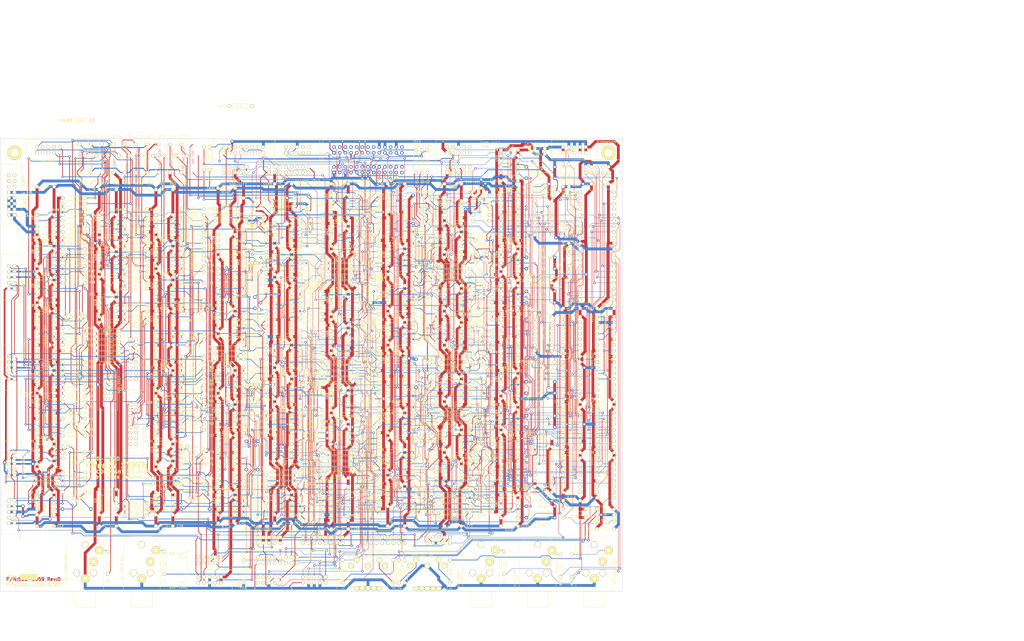
<source format=kicad_pcb>
(kicad_pcb (version 20171130) (host pcbnew "(5.0.2)-1")
  (title_block (title "100-1059D Cheezy Synth"))
  (layers (0 F.Cu signal hide) (31 B.Cu signal) (34 B.Paste user) (35 F.Paste user) (36 B.SilkS user) (37 F.SilkS user) (38 B.Mask user) (39 F.Mask user) (44 Edge.Cuts user))
  (net 0 "")
  (net 1 GND)
  (net 2 +15V0)
  (net 3 -15V0)
  (net 4 "Net-(C3-Pad1)")
  (net 5 "Net-(C6-Pad1)")
  (net 6 "Net-(C6-Pad2)")
  (net 7 "Net-(C9-Pad2)")
  (net 8 "Net-(C9-Pad1)")
  (net 9 "Net-(C16-Pad1)")
  (net 10 "Net-(C16-Pad2)")
  (net 11 "Net-(C17-Pad2)")
  (net 12 "Net-(C17-Pad1)")
  (net 13 "Net-(C20-Pad1)")
  (net 14 "Net-(C23-Pad1)")
  (net 15 "Net-(C23-Pad2)")
  (net 16 "Net-(C26-Pad2)")
  (net 17 "Net-(C26-Pad1)")
  (net 18 "Net-(C33-Pad2)")
  (net 19 "Net-(C33-Pad1)")
  (net 20 "Net-(C34-Pad1)")
  (net 21 "Net-(C34-Pad2)")
  (net 22 "Net-(C35-Pad1)")
  (net 23 "Net-(C35-Pad2)")
  (net 24 /Synth/Filter/BP)
  (net 25 "Net-(C36-Pad1)")
  (net 26 "Net-(C45-Pad1)")
  (net 27 /Synth/Mixer/FIN3)
  (net 28 "Net-(C46-Pad1)")
  (net 29 "Net-(C49-Pad2)")
  (net 30 "Net-(C49-Pad1)")
  (net 31 "Net-(C50-Pad1)")
  (net 32 /Synth/ADSR)
  (net 33 "Net-(C57-Pad1)")
  (net 34 "Net-(C60-Pad2)")
  (net 35 "Net-(C60-Pad1)")
  (net 36 /Synth/VCA/CV)
  (net 37 "Net-(C61-Pad1)")
  (net 38 "Net-(C68-Pad1)")
  (net 39 "Net-(C68-Pad2)")
  (net 40 /Synth/GLIDE/OUT)
  (net 41 "Net-(C69-Pad1)")
  (net 42 "Net-(C72-Pad1)")
  (net 43 "Net-(C72-Pad2)")
  (net 44 "Net-(C75-Pad1)")
  (net 45 "Net-(C75-Pad2)")
  (net 46 "Net-(C82-Pad1)")
  (net 47 /DRM1_TRG)
  (net 48 "Net-(C83-Pad2)")
  (net 49 "Net-(C84-Pad2)")
  (net 50 "Net-(C84-Pad1)")
  (net 51 "Net-(C85-Pad1)")
  (net 52 "Net-(C86-Pad2)")
  (net 53 "Net-(C91-Pad1)")
  (net 54 /DRM2_TRG)
  (net 55 "Net-(C92-Pad2)")
  (net 56 "Net-(C93-Pad1)")
  (net 57 "Net-(C93-Pad2)")
  (net 58 "Net-(C94-Pad1)")
  (net 59 "Net-(C95-Pad2)")
  (net 60 "Net-(C100-Pad1)")
  (net 61 /DRM3_TRG)
  (net 62 "Net-(C101-Pad2)")
  (net 63 "Net-(C102-Pad2)")
  (net 64 "Net-(C102-Pad1)")
  (net 65 "Net-(C103-Pad1)")
  (net 66 "Net-(C104-Pad2)")
  (net 67 "Net-(C113-Pad2)")
  (net 68 /NOISE)
  (net 69 "Net-(C114-Pad2)")
  (net 70 "Net-(C114-Pad1)")
  (net 71 "Net-(C115-Pad1)")
  (net 72 "Net-(C116-Pad2)")
  (net 73 "Net-(C118-Pad1)")
  (net 74 "Net-(C120-Pad1)")
  (net 75 VCC)
  (net 76 "Net-(C126-Pad1)")
  (net 77 "Net-(C135-Pad1)")
  (net 78 "Net-(C136-Pad1)")
  (net 79 "Net-(C137-Pad1)")
  (net 80 "Net-(C138-Pad1)")
  (net 81 "Net-(C147-Pad1)")
  (net 82 "Net-(C148-Pad1)")
  (net 83 "Net-(C149-Pad1)")
  (net 84 "Net-(C150-Pad1)")
  (net 85 "Net-(C154-Pad1)")
  (net 86 "Net-(C155-Pad1)")
  (net 87 "Net-(C156-Pad1)")
  (net 88 "Net-(C157-Pad1)")
  (net 89 "Net-(C164-Pad2)")
  (net 90 "Net-(C164-Pad1)")
  (net 91 "Net-(C167-Pad1)")
  (net 92 "Net-(C167-Pad2)")
  (net 93 "Net-(C168-Pad1)")
  (net 94 "Net-(C169-Pad1)")
  (net 95 +10)
  (net 96 "Net-(D1-Pad2)")
  (net 97 "Net-(D1-Pad1)")
  (net 98 /Synth/Mixer/IN2)
  (net 99 "Net-(D2-Pad2)")
  (net 100 "Net-(D4-Pad2)")
  (net 101 /Synth/Mixer/IN4)
  (net 102 "Net-(D6-Pad2)")
  (net 103 "Net-(D6-Pad1)")
  (net 104 "Net-(D7-Pad1)")
  (net 105 /Synth/EG1_READY)
  (net 106 "Net-(D10-Pad1)")
  (net 107 "Net-(D10-Pad2)")
  (net 108 "Net-(D11-Pad1)")
  (net 109 /Synth/EG2_READY)
  (net 110 "Net-(D14-Pad2)")
  (net 111 "Net-(D14-Pad1)")
  (net 112 "Net-(D15-Pad1)")
  (net 113 "Net-(D16-Pad2)")
  (net 114 "Net-(D18-Pad1)")
  (net 115 "Net-(D18-Pad2)")
  (net 116 "Net-(D19-Pad1)")
  (net 117 "Net-(D21-Pad1)")
  (net 118 "Net-(D22-Pad1)")
  (net 119 "Net-(D25-Pad1)")
  (net 120 "Net-(D26-Pad1)")
  (net 121 "Net-(D29-Pad1)")
  (net 122 "Net-(D30-Pad1)")
  (net 123 "Net-(D32-Pad1)")
  (net 124 "Net-(D38-Pad2)")
  (net 125 "Net-(J1-Pad3)")
  (net 126 "Net-(J2-Pad3)")
  (net 127 "Net-(J3-Pad3)")
  (net 128 "Net-(J4-Pad3)")
  (net 129 "Net-(J5-Pad3)")
  (net 130 /Midi/TCK)
  (net 131 /Midi/TDO)
  (net 132 /Midi/TMS)
  (net 133 "Net-(J6-Pad6)")
  (net 134 /Midi/TDI)
  (net 135 "Net-(P1-Pad4)")
  (net 136 "Net-(P1-Pad5)")
  (net 137 "Net-(P2-Pad4)")
  (net 138 /Synth/VCO2/PWM2)
  (net 139 /Synth/LFO)
  (net 140 /+5Vref)
  (net 141 /Synth/VCO2/VCO3)
  (net 142 /Synth/VCO2/VCO2)
  (net 143 /Synth/PITCHBEND)
  (net 144 /Synth/VCO1/VCO2)
  (net 145 /Synth/VCO1/VCO3)
  (net 146 /Synth/VCO1/PWM3)
  (net 147 /Synth/VCO1/PWM1)
  (net 148 /Synth/Mixer/FIN1)
  (net 149 "Net-(P8-Pad2)")
  (net 150 "Net-(P8-Pad5)")
  (net 151 "Net-(P8-Pad8)")
  (net 152 "Net-(P9-Pad8)")
  (net 153 "Net-(P9-Pad5)")
  (net 154 "Net-(P9-Pad2)")
  (net 155 /Synth/Mixer/IN3)
  (net 156 "Net-(P10-Pad5)")
  (net 157 "Net-(P10-Pad2)")
  (net 158 /Synth/Mixer/IN1)
  (net 159 /Synth/Filter/FC2)
  (net 160 /Synth/Filter/FC3)
  (net 161 /Synth/Filter/FC1)
  (net 162 /Synth/Filter/Q)
  (net 163 /Synth/Envelope1/ATTACK)
  (net 164 /Synth/Envelope1/DECAY)
  (net 165 /Synth/EG1_SUS_V)
  (net 166 /Synth/Envelope1/RELEASE)
  (net 167 "Net-(P13-Pad17)")
  (net 168 "Net-(P13-Pad19)")
  (net 169 "Net-(P13-Pad23)")
  (net 170 "Net-(P14-Pad23)")
  (net 171 "Net-(P14-Pad19)")
  (net 172 "Net-(P14-Pad17)")
  (net 173 /Synth/Envelope2/RELEASE)
  (net 174 /Synth/EG2_SUS_V)
  (net 175 /Synth/Envelope2/DECAY)
  (net 176 /Synth/Envelope2/ATTACK)
  (net 177 "Net-(P15-Pad10)")
  (net 178 "Net-(P15-Pad7)")
  (net 179 /Synth/GLIDE/RAMP_UP_POT)
  (net 180 /Synth/GLIDE/RAMP_DOWN_POT)
  (net 181 "Net-(P16-Pad5)")
  (net 182 "Net-(P16-Pad2)")
  (net 183 "/Synth/PITCH POTS/POT1")
  (net 184 "/Drum Synth/OUT")
  (net 185 "/Drum Synth/DRUM1/OUT")
  (net 186 "/Drum Synth/Drum2/OUT")
  (net 187 "/Drum Synth/Drum3/OUT")
  (net 188 "/Drum Synth/CYMBAL/OUT")
  (net 189 "Net-(P19-Pad5)")
  (net 190 "Net-(P19-Pad4)")
  (net 191 "Net-(P19-Pad1)")
  (net 192 "Net-(P20-Pad2)")
  (net 193 "Net-(P20-Pad5)")
  (net 194 "Net-(P20-Pad6)")
  (net 195 "Net-(P20-Pad7)")
  (net 196 "Net-(P20-Pad15)")
  (net 197 "Net-(P21-Pad5)")
  (net 198 "Net-(P21-Pad4)")
  (net 199 "Net-(P21-Pad1)")
  (net 200 "Net-(P22-Pad2)")
  (net 201 "Net-(P22-Pad5)")
  (net 202 "Net-(P22-Pad6)")
  (net 203 "Net-(P22-Pad7)")
  (net 204 "Net-(P22-Pad15)")
  (net 205 "Net-(P23-Pad1)")
  (net 206 "Net-(P23-Pad4)")
  (net 207 "Net-(P23-Pad5)")
  (net 208 "Net-(P24-Pad2)")
  (net 209 "Net-(P24-Pad5)")
  (net 210 "Net-(P24-Pad6)")
  (net 211 "Net-(P24-Pad7)")
  (net 212 "Net-(P24-Pad15)")
  (net 213 "Net-(P25-Pad16)")
  (net 214 "/Drum Synth/CYMBAL/ATTACK1")
  (net 215 "Net-(P25-Pad3)")
  (net 216 "/Drum Synth/CYMBAL/RESONANCE")
  (net 217 "Net-(P26-Pad16)")
  (net 218 "Net-(P26-Pad14)")
  (net 219 "Net-(P26-Pad12)")
  (net 220 "/Drum Synth/CYMBAL/REL2")
  (net 221 "/Drum Synth/CYMBAL/ATK2")
  (net 222 "/Drum Synth/CYMBAL/EG1")
  (net 223 "Net-(P27-Pad10)")
  (net 224 "Net-(P28-Pad5)")
  (net 225 /CYMBAL_LFO)
  (net 226 "Net-(P28-Pad2)")
  (net 227 /Midi/SDA)
  (net 228 /Midi/SCL)
  (net 229 "Net-(Q2-Pad3)")
  (net 230 "Net-(Q2-Pad2)")
  (net 231 "Net-(Q2-Pad1)")
  (net 232 "Net-(Q3-Pad3)")
  (net 233 "Net-(Q3-Pad2)")
  (net 234 "Net-(Q3-Pad1)")
  (net 235 "Net-(Q4-Pad10)")
  (net 236 "Net-(Q4-Pad2)")
  (net 237 "Net-(Q4-Pad3)")
  (net 238 "Net-(Q4-Pad8)")
  (net 239 "Net-(Q6-Pad1)")
  (net 240 "Net-(Q6-Pad2)")
  (net 241 "Net-(Q6-Pad3)")
  (net 242 "Net-(Q7-Pad3)")
  (net 243 "Net-(Q7-Pad2)")
  (net 244 "Net-(Q7-Pad1)")
  (net 245 "Net-(Q8-Pad10)")
  (net 246 "Net-(Q8-Pad2)")
  (net 247 "Net-(Q8-Pad3)")
  (net 248 "Net-(Q8-Pad8)")
  (net 249 "Net-(Q9-Pad3)")
  (net 250 "Net-(Q9-Pad2)")
  (net 251 "Net-(Q9-Pad1)")
  (net 252 "Net-(Q10-Pad2)")
  (net 253 /Midi/EG1_STATE_A)
  (net 254 /Midi/EG1_STATE_B)
  (net 255 "Net-(Q11-Pad2)")
  (net 256 "Net-(Q12-Pad2)")
  (net 257 /Midi/EG1_STATE_C)
  (net 258 "Net-(Q13-Pad1)")
  (net 259 "Net-(Q13-Pad2)")
  (net 260 "Net-(Q15-Pad2)")
  (net 261 /Midi/EG2_STATE_A)
  (net 262 "Net-(Q16-Pad2)")
  (net 263 /Midi/EG2_STATE_B)
  (net 264 "Net-(Q17-Pad2)")
  (net 265 /Midi/EG2_STATE_C)
  (net 266 "Net-(Q18-Pad1)")
  (net 267 "Net-(Q18-Pad2)")
  (net 268 "Net-(Q20-Pad2)")
  (net 269 "Net-(Q20-Pad1)")
  (net 270 "Net-(Q21-Pad5)")
  (net 271 "Net-(Q22-Pad2)")
  (net 272 "Net-(Q22-Pad1)")
  (net 273 "Net-(Q24-Pad14)")
  (net 274 "Net-(Q24-Pad1)")
  (net 275 "Net-(Q24-Pad13)")
  (net 276 "Net-(Q24-Pad2)")
  (net 277 "Net-(Q24-Pad12)")
  (net 278 "Net-(Q24-Pad10)")
  (net 279 "Net-(Q24-Pad5)")
  (net 280 "Net-(Q25-Pad3)")
  (net 281 "Net-(Q26-Pad2)")
  (net 282 "Net-(Q26-Pad3)")
  (net 283 "Net-(Q27-Pad3)")
  (net 284 "Net-(Q27-Pad2)")
  (net 285 "Net-(Q28-Pad2)")
  (net 286 "Net-(Q28-Pad3)")
  (net 287 "Net-(Q29-Pad3)")
  (net 288 "Net-(Q29-Pad2)")
  (net 289 "Net-(Q30-Pad1)")
  (net 290 "Net-(Q31-Pad1)")
  (net 291 "Net-(Q31-Pad3)")
  (net 292 "Net-(Q32-Pad2)")
  (net 293 "Net-(Q32-Pad1)")
  (net 294 "Net-(Q34-Pad2)")
  (net 295 "Net-(Q34-Pad1)")
  (net 296 "Net-(R2-Pad2)")
  (net 297 "Net-(R4-Pad2)")
  (net 298 /Midi/MIDI_IN)
  (net 299 /Synth/OUT)
  (net 300 /Midi/MIDI_CLOCK)
  (net 301 /Midi/START_STOP)
  (net 302 /Midi/MIDI_RESET)
  (net 303 -10)
  (net 304 "Net-(R11-Pad2)")
  (net 305 /PITCH_BEND)
  (net 306 "Net-(R14-Pad2)")
  (net 307 /-5Vref)
  (net 308 "Net-(R15-Pad2)")
  (net 309 /PULSEWIDTH)
  (net 310 "Net-(R18-Pad2)")
  (net 311 "Net-(R23-Pad3)")
  (net 312 "Net-(R23-Pad2)")
  (net 313 /Synth/VCO1/TRACKING)
  (net 314 "Net-(R26-Pad2)")
  (net 315 "Net-(R27-Pad2)")
  (net 316 "Net-(R28-Pad2)")
  (net 317 "Net-(R29-Pad2)")
  (net 318 "Net-(R32-Pad2)")
  (net 319 "Net-(R34-Pad2)")
  (net 320 "Net-(R35-Pad2)")
  (net 321 "Net-(R38-Pad1)")
  (net 322 "Net-(R40-Pad1)")
  (net 323 "Net-(R41-Pad2)")
  (net 324 "Net-(R42-Pad1)")
  (net 325 "Net-(R46-Pad2)")
  (net 326 "Net-(R51-Pad1)")
  (net 327 "Net-(R52-Pad1)")
  (net 328 "Net-(R55-Pad2)")
  (net 329 "Net-(R56-Pad2)")
  (net 330 "Net-(R57-Pad2)")
  (net 331 /VCO2_OFFSET)
  (net 332 "Net-(R65-Pad2)")
  (net 333 "Net-(R65-Pad3)")
  (net 334 /Synth/VCO2/TRACKING)
  (net 335 "Net-(R68-Pad2)")
  (net 336 "Net-(R69-Pad2)")
  (net 337 "Net-(R70-Pad2)")
  (net 338 "Net-(R71-Pad2)")
  (net 339 "Net-(R74-Pad2)")
  (net 340 "Net-(R76-Pad2)")
  (net 341 "Net-(R77-Pad2)")
  (net 342 "Net-(R80-Pad1)")
  (net 343 "Net-(R82-Pad1)")
  (net 344 "Net-(R83-Pad2)")
  (net 345 "Net-(R84-Pad1)")
  (net 346 "Net-(R88-Pad2)")
  (net 347 "Net-(R93-Pad1)")
  (net 348 "Net-(R94-Pad1)")
  (net 349 "Net-(R97-Pad2)")
  (net 350 "Net-(R100-Pad2)")
  (net 351 "Net-(R103-Pad2)")
  (net 352 /Synth/Filter/IN)
  (net 353 /Synth/Mixer/FOUT)
  (net 354 "Net-(R108-Pad2)")
  (net 355 /FILT_PITCH)
  (net 356 "Net-(R112-Pad2)")
  (net 357 "Net-(R114-Pad2)")
  (net 358 "Net-(R118-Pad1)")
  (net 359 "Net-(R119-Pad2)")
  (net 360 "Net-(R120-Pad2)")
  (net 361 "Net-(R122-Pad1)")
  (net 362 "Net-(R124-Pad1)")
  (net 363 "Net-(R126-Pad2)")
  (net 364 "Net-(R127-Pad2)")
  (net 365 "Net-(R128-Pad1)")
  (net 366 "Net-(R131-Pad2)")
  (net 367 "Net-(R132-Pad2)")
  (net 368 "Net-(R132-Pad1)")
  (net 369 "Net-(R135-Pad2)")
  (net 370 "Net-(R136-Pad2)")
  (net 371 "Net-(R137-Pad2)")
  (net 372 /Synth/Envelope1/TIMECONST)
  (net 373 "Net-(R147-Pad2)")
  (net 374 "Net-(R148-Pad1)")
  (net 375 "Net-(R148-Pad2)")
  (net 376 "Net-(R151-Pad2)")
  (net 377 "Net-(R152-Pad2)")
  (net 378 "Net-(R153-Pad2)")
  (net 379 /Synth/Envelope2/TIMECONST)
  (net 380 "Net-(R161-Pad1)")
  (net 381 /PITCH)
  (net 382 "Net-(R162-Pad1)")
  (net 383 "Net-(R164-Pad1)")
  (net 384 /GLD_RATE_UP)
  (net 385 "Net-(R169-Pad1)")
  (net 386 /GLD_RATE_DN)
  (net 387 "Net-(R177-Pad1)")
  (net 388 "Net-(R178-Pad1)")
  (net 389 "Net-(R184-Pad1)")
  (net 390 "Net-(R185-Pad1)")
  (net 391 "Net-(R186-Pad1)")
  (net 392 "Net-(R192-Pad2)")
  (net 393 "Net-(R204-Pad2)")
  (net 394 "Net-(R205-Pad2)")
  (net 395 "Net-(R208-Pad2)")
  (net 396 "Net-(R208-Pad1)")
  (net 397 "Net-(R209-Pad1)")
  (net 398 "Net-(R212-Pad2)")
  (net 399 "Net-(R213-Pad2)")
  (net 400 "Net-(R216-Pad2)")
  (net 401 "Net-(R216-Pad1)")
  (net 402 "Net-(R217-Pad1)")
  (net 403 "Net-(R221-Pad1)")
  (net 404 "Net-(R222-Pad1)")
  (net 405 /DRM1)
  (net 406 "Net-(R233-Pad1)")
  (net 407 "Net-(R236-Pad1)")
  (net 408 "Net-(R237-Pad1)")
  (net 409 /DRM2)
  (net 410 "Net-(R248-Pad1)")
  (net 411 "Net-(R251-Pad1)")
  (net 412 "Net-(R252-Pad1)")
  (net 413 /DRM3)
  (net 414 "Net-(R263-Pad1)")
  (net 415 "/Drum Synth/CYMBAL/SA1")
  (net 416 "/Drum Synth/CYMBAL/SA0")
  (net 417 "/Drum Synth/CYMBAL/SB1")
  (net 418 "Net-(R275-Pad2)")
  (net 419 "/Drum Synth/CYMBAL/SB0")
  (net 420 /CYMBAL)
  (net 421 "Net-(R281-Pad1)")
  (net 422 "Net-(R282-Pad1)")
  (net 423 "Net-(R286-Pad1)")
  (net 424 "Net-(R288-Pad2)")
  (net 425 "/Drum Synth/CYMBAL/EG2")
  (net 426 "/Drum Synth/LFO")
  (net 427 "Net-(R290-Pad2)")
  (net 428 "Net-(R292-Pad2)")
  (net 429 "Net-(R294-Pad1)")
  (net 430 "Net-(R296-Pad1)")
  (net 431 "Net-(R297-Pad1)")
  (net 432 "Net-(R298-Pad1)")
  (net 433 "Net-(R299-Pad1)")
  (net 434 "Net-(R300-Pad1)")
  (net 435 "Net-(R301-Pad1)")
  (net 436 "Net-(R302-Pad1)")
  (net 437 "Net-(R305-Pad1)")
  (net 438 "Net-(R306-Pad1)")
  (net 439 "Net-(R307-Pad1)")
  (net 440 "Net-(R313-Pad1)")
  (net 441 "Net-(R314-Pad1)")
  (net 442 "Net-(R315-Pad1)")
  (net 443 "Net-(R320-Pad2)")
  (net 444 "Net-(R321-Pad2)")
  (net 445 "Net-(R322-Pad2)")
  (net 446 "Net-(R323-Pad3)")
  (net 447 "Net-(R323-Pad2)")
  (net 448 "Net-(R326-Pad1)")
  (net 449 "Net-(R327-Pad1)")
  (net 450 "Net-(R330-Pad2)")
  (net 451 "Net-(R331-Pad2)")
  (net 452 /Midi/MIDI_OUT)
  (net 453 /Midi/DAC)
  (net 454 /Synth/STB0)
  (net 455 /Synth/STB1)
  (net 456 /CYMBAL_TRG)
  (net 457 "Net-(U82-Pad2)")
  (net 458 "Net-(U82-Pad1)")
  (net 459 "Net-(U82-Pad9)")
  (net 460 "Net-(U82-Pad10)")
  (net 461 "Net-(U82-Pad4)")
  (net 462 "Net-(U82-Pad3)")
  (net 463 "Net-(U83-Pad13)")
  (net 464 /NOISE_CLOCK)
  (net 465 "Net-(U84-Pad13)")
  (net 466 "Net-(U85-Pad13)")
  (net 467 /Midi/STB2)
  (net 468 /Midi/STB3)
  (net 469 /Midi/STB1)
  (net 470 /Midi/STB0)
  (net 471 /Midi/STB6)
  (net 472 /Midi/STB4)
  (net 473 /Midi/STB7)
  (net 474 /Midi/STB5)
  (net 475 /Midi/STB9)
  (net 476 /Midi/STB11)
  (net 477 /Midi/STB8)
  (net 478 /Midi/STB10)
  (net 479 /Midi/LD_OUTPORT)
  (net 480 /Midi/DACSEL0)
  (net 481 /Midi/DAC_CLK)
  (net 482 /Midi/DACSEL1)
  (net 483 /Midi/MOSI)
  (net 484 /Midi/DACSEL2)
  (net 485 /Midi/LD_DAC)
  (net 486 /Midi/DACSEL3)
  (net 487 /Midi/SPICLK)
  (net 488 /Midi/DACDONE_IRQ)
  (net 489 /Midi/CLR_IRQ)
  (net 490 "Net-(U102-Pad1)")
  (net 491 "Net-(U101-Pad1)")
  (net 492 "Net-(U101-Pad12)")
  (net 493 "Net-(C180-Pad1)")
  (net 494 "Net-(D35-Pad1)")
  (net 495 "Net-(D37-Pad1)")
  (net 496 "Net-(Q36-Pad2)")
  (net 497 "/Drum Synth/CYMBAL/TRIG")
  (net 498 "/Drum Synth/CYMBAL/REL1")
  (net 499 "/Drum Synth/CYMBAL/LFO-A")
  (net 500 "Net-(P27-Pad4)")
  (net 501 /References/DACREF)
  (net 502 "Net-(U108-Pad1)")
  (net 503 "/Synth/PITCH POTS/minus1")
  (net 504 "/Synth/PITCH POTS/plus1")
  (net 505 "/Synth/PITCH POTS/POT2")
  (net 506 "/Synth/PITCH POTS/minus2")
  (net 507 "/Synth/PITCH POTS/plus2")
  (net 508 "Net-(R285-Pad2)")
  (module FootPrints:AXIAL0_4 (layer F.Cu) (at 228.6 175.26)
    (fp_text reference R238 hide)
    (fp_text value 1M (at -0.508 0.127) (layer F.SilkS))
    (pad 2 thru_hole circle (at 5.08 0) (size 1.5748 1.5748) (drill 0.9144) (layers *.Cu *.Mask F.SilkS) (net 200 "Net-(P22-Pad2)"))
    (pad 1 thru_hole circle (at -5.08 0) (size 1.5748 1.5748) (drill 0.9144) (layers *.Cu *.Mask F.SilkS) (net 57 "Net-(C93-Pad2)"))
  )
  (module FootPrints:AXIAL0_4 (layer F.Cu) (at 241.3 176.53)
    (fp_text reference R301 (at -8.128 0.254) (layer F.SilkS))
    (fp_text value 11.3K (at -0.508 0.127) (layer F.SilkS))
    (pad 2 thru_hole circle (at 5.08 0) (size 1.5748 1.5748) (drill 0.9144) (layers *.Cu *.Mask F.SilkS) (net 1 GND))
    (pad 1 thru_hole circle (at -5.08 0) (size 1.5748 1.5748) (drill 0.9144) (layers *.Cu *.Mask F.SilkS) (net 435 "Net-(R301-Pad1)"))
  )
  (module FootPrints:AXIAL0_4 (layer F.Cu) (at 228.6 177.8)
    (fp_text reference R302 hide)
    (fp_text value 10K (at -0.508 0.127) (layer F.SilkS))
    (pad 2 thru_hole circle (at 5.08 0) (size 1.5748 1.5748) (drill 0.9144) (layers *.Cu *.Mask F.SilkS) (net 425 "/Drum Synth/CYMBAL/EG2"))
    (pad 1 thru_hole circle (at -5.08 0) (size 1.5748 1.5748) (drill 0.9144) (layers *.Cu *.Mask F.SilkS) (net 436 "Net-(R302-Pad1)"))
  )
  (module FootPrints:CAP-GREENIE-0_2 (layer F.Cu) (at 252.73 228.6)
    (fp_text reference C101 (at 5.588 0) (layer F.SilkS))
    (fp_text value 0.01uF (at 0.254 1.524) (layer F.SilkS))
    (pad 2 thru_hole circle (at 2.54 0) (size 1.5748 1.5748) (drill 0.9144) (layers *.Cu *.Mask F.SilkS) (net 62 "Net-(C101-Pad2)"))
    (pad 1 thru_hole circle (at -2.54 0) (size 1.5748 1.5748) (drill 0.9144) (layers *.Cu *.Mask F.SilkS) (net 61 /DRM3_TRG))
  )
  (module FootPrints:IDC13x2_Vert (layer F.Cu) (at 252.73 81.28)
    (fp_text reference P13 (at 23.495 -3.81) (layer F.SilkS))
    (fp_text value 500-1136 (at 25.654 -1.905) (layer F.SilkS))
    (pad 1 thru_hole rect (at -13.97 1.27) (size 1.5748 1.5748) (drill 0.9144) (layers *.Cu *.Mask) (net 1 GND))
    (pad 2 thru_hole circle (at -13.97 -1.27) (size 1.5748 1.5748) (drill 0.9144) (layers *.Cu *.Mask) (net 163 /Synth/Envelope1/ATTACK))
    (pad 3 thru_hole circle (at -11.43 1.27) (size 1.5748 1.5748) (drill 0.9144) (layers *.Cu *.Mask) (net 95 +10))
    (pad 4 thru_hole circle (at -11.43 -1.27) (size 1.5748 1.5748) (drill 0.9144) (layers *.Cu *.Mask))
    (pad 5 thru_hole circle (at -8.89 1.27) (size 1.5748 1.5748) (drill 0.9144) (layers *.Cu *.Mask) (net 1 GND))
    (pad 6 thru_hole circle (at -8.89 -1.27) (size 1.5748 1.5748) (drill 0.9144) (layers *.Cu *.Mask) (net 164 /Synth/Envelope1/DECAY))
    (pad 7 thru_hole circle (at -6.35 1.27) (size 1.5748 1.5748) (drill 0.9144) (layers *.Cu *.Mask) (net 95 +10))
    (pad 8 thru_hole circle (at -6.35 -1.27) (size 1.5748 1.5748) (drill 0.9144) (layers *.Cu *.Mask))
    (pad 9 thru_hole circle (at -3.81 1.27) (size 1.5748 1.5748) (drill 0.9144) (layers *.Cu *.Mask) (net 75 VCC))
    (pad 10 thru_hole circle (at -3.81 -1.27) (size 1.5748 1.5748) (drill 0.9144) (layers *.Cu *.Mask) (net 165 /Synth/EG1_SUS_V))
    (pad 11 thru_hole circle (at -1.27 1.27) (size 1.5748 1.5748) (drill 0.9144) (layers *.Cu *.Mask) (net 1 GND))
    (pad 12 thru_hole circle (at -1.27 -1.27) (size 1.5748 1.5748) (drill 0.9144) (layers *.Cu *.Mask))
    (pad 13 thru_hole circle (at 1.27 1.27) (size 1.5748 1.5748) (drill 0.9144) (layers *.Cu *.Mask) (net 1 GND))
    (pad 14 thru_hole circle (at 1.27 -1.27) (size 1.5748 1.5748) (drill 0.9144) (layers *.Cu *.Mask) (net 166 /Synth/Envelope1/RELEASE))
    (pad 15 thru_hole circle (at 3.81 1.27) (size 1.5748 1.5748) (drill 0.9144) (layers *.Cu *.Mask) (net 95 +10))
    (pad 16 thru_hole circle (at 3.81 -1.27) (size 1.5748 1.5748) (drill 0.9144) (layers *.Cu *.Mask))
    (pad 17 thru_hole circle (at 6.35 1.27) (size 1.5748 1.5748) (drill 0.9144) (layers *.Cu *.Mask) (net 167 "Net-(P13-Pad17)"))
    (pad 18 thru_hole circle (at 6.35 -1.27) (size 1.5748 1.5748) (drill 0.9144) (layers *.Cu *.Mask) (net 1 GND))
    (pad 19 thru_hole circle (at 8.89 1.27) (size 1.5748 1.5748) (drill 0.9144) (layers *.Cu *.Mask) (net 168 "Net-(P13-Pad19)"))
    (pad 20 thru_hole circle (at 8.89 -1.27) (size 1.5748 1.5748) (drill 0.9144) (layers *.Cu *.Mask) (net 1 GND))
    (pad 21 thru_hole circle (at 11.43 1.27) (size 1.5748 1.5748) (drill 0.9144) (layers *.Cu *.Mask))
    (pad 22 thru_hole circle (at 11.43 -1.27) (size 1.5748 1.5748) (drill 0.9144) (layers *.Cu *.Mask))
    (pad 23 thru_hole circle (at 13.97 1.27) (size 1.5748 1.5748) (drill 0.9144) (layers *.Cu *.Mask) (net 169 "Net-(P13-Pad23)"))
    (pad 24 thru_hole circle (at 13.97 -1.27) (size 1.5748 1.5748) (drill 0.9144) (layers *.Cu *.Mask) (net 1 GND))
    (pad 25 thru_hole circle (at 16.51 1.27) (size 1.5748 1.5748) (drill 0.9144) (layers *.Cu *.Mask))
    (pad 26 thru_hole circle (at 16.51 -1.27) (size 1.5748 1.5748) (drill 0.9144) (layers *.Cu *.Mask))
  )
  (module FootPrints:AXIAL0_4 (layer F.Cu) (at 254 232.41 180)
    (fp_text reference R256 (at -3.937 2.413 180) (layer F.SilkS))
    (fp_text value 1M (at -0.508 0.127 180) (layer F.SilkS))
    (pad 1 thru_hole circle (at -5.08 0 180) (size 1.5748 1.5748) (drill 0.9144) (layers *.Cu *.Mask F.SilkS) (net 64 "Net-(C102-Pad1)"))
    (pad 2 thru_hole circle (at 5.08 0 180) (size 1.5748 1.5748) (drill 0.9144) (layers *.Cu *.Mask F.SilkS) (net 209 "Net-(P24-Pad5)"))
  )
  (module FootPrints:DIP-14 (layer F.Cu) (at 241.3 240.03 270)
    (fp_text reference U25 (at -2.54 5.588 90) (layer F.SilkS))
    (fp_text value 4013 (at 0 0 270) (layer F.SilkS))
    (pad 14 thru_hole circle (at -7.62 -3.81 270) (size 1.5748 1.5748) (drill 0.9144) (layers *.Cu *.Mask F.SilkS) (net 2 +15V0))
    (pad 1 thru_hole rect (at -7.62 3.81 270) (size 1.5748 1.5748) (drill 0.9144) (layers *.Cu *.Mask F.SilkS) (net 419 "/Drum Synth/CYMBAL/SB0"))
    (pad 13 thru_hole circle (at -5.08 -3.81 270) (size 1.5748 1.5748) (drill 0.9144) (layers *.Cu *.Mask F.SilkS) (net 416 "/Drum Synth/CYMBAL/SA0"))
    (pad 2 thru_hole circle (at -5.08 3.81 270) (size 1.5748 1.5748) (drill 0.9144) (layers *.Cu *.Mask F.SilkS) (net 417 "/Drum Synth/CYMBAL/SB1"))
    (pad 12 thru_hole circle (at -2.54 -3.81 270) (size 1.5748 1.5748) (drill 0.9144) (layers *.Cu *.Mask F.SilkS) (net 415 "/Drum Synth/CYMBAL/SA1"))
    (pad 3 thru_hole circle (at -2.54 3.81 270) (size 1.5748 1.5748) (drill 0.9144) (layers *.Cu *.Mask F.SilkS) (net 497 "/Drum Synth/CYMBAL/TRIG"))
    (pad 11 thru_hole circle (at 0 -3.81 270) (size 1.5748 1.5748) (drill 0.9144) (layers *.Cu *.Mask F.SilkS) (net 497 "/Drum Synth/CYMBAL/TRIG"))
    (pad 4 thru_hole circle (at 0 3.81 270) (size 1.5748 1.5748) (drill 0.9144) (layers *.Cu *.Mask F.SilkS) (net 495 "Net-(D37-Pad1)"))
    (pad 10 thru_hole circle (at 2.54 -3.81 270) (size 1.5748 1.5748) (drill 0.9144) (layers *.Cu *.Mask F.SilkS) (net 494 "Net-(D35-Pad1)"))
    (pad 5 thru_hole circle (at 2.54 3.81 270) (size 1.5748 1.5748) (drill 0.9144) (layers *.Cu *.Mask F.SilkS) (net 2 +15V0))
    (pad 9 thru_hole circle (at 5.08 -3.81 270) (size 1.5748 1.5748) (drill 0.9144) (layers *.Cu *.Mask F.SilkS) (net 2 +15V0))
    (pad 6 thru_hole circle (at 5.08 3.81 270) (size 1.5748 1.5748) (drill 0.9144) (layers *.Cu *.Mask F.SilkS) (net 1 GND))
    (pad 8 thru_hole circle (at 7.62 -3.81 270) (size 1.5748 1.5748) (drill 0.9144) (layers *.Cu *.Mask F.SilkS) (net 1 GND))
    (pad 7 thru_hole circle (at 7.62 3.81 270) (size 1.5748 1.5748) (drill 0.9144) (layers *.Cu *.Mask F.SilkS) (net 1 GND))
  )
  (module FootPrints:IDC5x2_Vert (layer F.Cu) (at 229.87 274.32)
    (fp_text reference P18 (at 0 -5.207) (layer F.SilkS))
    (fp_text value 500-1138 (at 7.112 -5.207) (layer F.SilkS))
    (pad 1 thru_hole rect (at 5.08 -1.27) (size 1.5748 1.5748) (drill 0.9144) (layers *.Cu *.Mask F.SilkS) (net 2 +15V0))
    (pad 2 thru_hole circle (at 5.08 1.27) (size 1.5748 1.5748) (drill 0.9144) (layers *.Cu *.Mask F.SilkS) (net 184 "/Drum Synth/OUT"))
    (pad 3 thru_hole circle (at 2.54 -1.27) (size 1.5748 1.5748) (drill 0.9144) (layers *.Cu *.Mask F.SilkS) (net 185 "/Drum Synth/DRUM1/OUT"))
    (pad 4 thru_hole circle (at 2.54 1.27) (size 1.5748 1.5748) (drill 0.9144) (layers *.Cu *.Mask F.SilkS) (net 1 GND))
    (pad 5 thru_hole circle (at 0 -1.27) (size 1.5748 1.5748) (drill 0.9144) (layers *.Cu *.Mask F.SilkS) (net 186 "/Drum Synth/Drum2/OUT"))
    (pad 6 thru_hole circle (at 0 1.27) (size 1.5748 1.5748) (drill 0.9144) (layers *.Cu *.Mask F.SilkS) (net 1 GND))
    (pad 7 thru_hole circle (at -2.54 -1.27) (size 1.5748 1.5748) (drill 0.9144) (layers *.Cu *.Mask F.SilkS) (net 187 "/Drum Synth/Drum3/OUT"))
    (pad 8 thru_hole circle (at -2.54 1.27) (size 1.5748 1.5748) (drill 0.9144) (layers *.Cu *.Mask F.SilkS) (net 1 GND))
    (pad 9 thru_hole circle (at -5.08 -1.27) (size 1.5748 1.5748) (drill 0.9144) (layers *.Cu *.Mask F.SilkS) (net 188 "/Drum Synth/CYMBAL/OUT"))
    (pad 10 thru_hole circle (at -5.08 1.27) (size 1.5748 1.5748) (drill 0.9144) (layers *.Cu *.Mask F.SilkS) (net 3 -15V0))
  )
  (module FootPrints:DIN-5-PIN (layer F.Cu) (at 280.67 279.4)
    (fp_text reference P1 (at 1.905 -15.875) (layer F.SilkS))
    (fp_text value "MIDI OUT" (at -3.81 -16.1925 180) (layer F.SilkS))
    (pad 10 thru_hole oval (at 5.08 -1.27) (size 2.54 2.032) (drill 1.27) (layers *.Cu *.Mask F.SilkS) (net 1 GND))
    (pad 8 thru_hole oval (at -5.08 -1.27) (size 2.54 2.032) (drill 1.27) (layers *.Cu *.Mask F.SilkS) (net 1 GND))
    (pad 9 thru_hole oval (at 0 -1.27) (size 2.54 2.032) (drill 1.27) (layers *.Cu *.Mask F.SilkS) (net 1 GND))
    (pad 6 thru_hole oval (at -2.54 -1.27) (size 2.54 2.032) (drill 1.27) (layers *.Cu *.Mask F.SilkS) (net 1 GND))
    (pad 7 thru_hole oval (at 2.54 -1.27) (size 2.54 2.032) (drill 1.27) (layers *.Cu *.Mask F.SilkS) (net 1 GND))
    (pad 2 thru_hole circle (at 0 -11.43) (size 2.54 2.54) (drill 1.27) (layers *.Cu *.Mask F.SilkS) (net 1 GND))
    (pad 3 thru_hole circle (at -7.62 -11.43) (size 2.54 2.54) (drill 1.27) (layers *.Cu *.Mask F.SilkS))
    (pad 1 thru_hole circle (at 7.62 -11.43) (size 2.54 2.54) (drill 1.27) (layers *.Cu *.Mask F.SilkS))
    (pad 5 thru_hole circle (at -5.08 -13.97) (size 2.54 2.54) (drill 1.27) (layers *.Cu *.Mask F.SilkS) (net 136 "Net-(P1-Pad5)"))
    (pad 4 thru_hole circle (at 5.08 -13.97) (size 2.54 2.54) (drill 1.27) (layers *.Cu *.Mask F.SilkS) (net 135 "Net-(P1-Pad4)"))
  )
  (module FootPrints:DIN-5-PIN (layer F.Cu) (at 254 279.4)
    (fp_text reference P2 (at 0.635 -15.875) (layer F.SilkS))
    (fp_text value "MIDI IN" (at -3.8735 -16.0655 180) (layer F.SilkS))
    (pad 10 thru_hole oval (at 5.08 -1.27) (size 2.54 2.032) (drill 1.27) (layers *.Cu *.Mask F.SilkS) (net 1 GND))
    (pad 8 thru_hole oval (at -5.08 -1.27) (size 2.54 2.032) (drill 1.27) (layers *.Cu *.Mask F.SilkS) (net 1 GND))
    (pad 9 thru_hole oval (at 0 -1.27) (size 2.54 2.032) (drill 1.27) (layers *.Cu *.Mask F.SilkS) (net 1 GND))
    (pad 6 thru_hole oval (at -2.54 -1.27) (size 2.54 2.032) (drill 1.27) (layers *.Cu *.Mask F.SilkS) (net 1 GND))
    (pad 7 thru_hole oval (at 2.54 -1.27) (size 2.54 2.032) (drill 1.27) (layers *.Cu *.Mask F.SilkS) (net 1 GND))
    (pad 2 thru_hole circle (at 0 -11.43) (size 2.54 2.54) (drill 1.27) (layers *.Cu *.Mask F.SilkS))
    (pad 3 thru_hole circle (at -7.62 -11.43) (size 2.54 2.54) (drill 1.27) (layers *.Cu *.Mask F.SilkS))
    (pad 1 thru_hole circle (at 7.62 -11.43) (size 2.54 2.54) (drill 1.27) (layers *.Cu *.Mask F.SilkS))
    (pad 5 thru_hole circle (at -5.08 -13.97) (size 2.54 2.54) (drill 1.27) (layers *.Cu *.Mask F.SilkS) (net 96 "Net-(D1-Pad2)"))
    (pad 4 thru_hole circle (at 5.08 -13.97) (size 2.54 2.54) (drill 1.27) (layers *.Cu *.Mask F.SilkS) (net 137 "Net-(P2-Pad4)"))
  )
  (module FootPrints:PHONE-SC112A (layer F.Cu) (at 304.8 279.4 270)
    (fp_text reference J5 (at -5.6388 8.89 270) (layer F.SilkS))
    (fp_text value "MIDI RESET" (at -5.6388 10.16 270) (layer F.SilkS))
    (pad 1 thru_hole circle (at -5.6388 0 270) (size 3.81 3.81) (drill 1.524) (layers *.Cu *.Mask F.SilkS) (net 1 GND))
    (pad "" thru_hole circle (at -8.1788 -3.81 270) (size 3.048 3.048) (drill 2.413) (layers *.Cu *.Mask F.SilkS))
    (pad 2 thru_hole circle (at -13.2588 -3.81 270) (size 3.81 3.81) (drill 1.524) (layers *.Cu *.Mask F.SilkS))
    (pad 3 thru_hole circle (at -18.3388 -6.35 270) (size 3.81 3.81) (drill 1.524) (layers *.Cu *.Mask F.SilkS) (net 129 "Net-(J5-Pad3)"))
    (pad "" thru_hole circle (at -20.8788 0 270) (size 3.048 3.048) (drill 2.413) (layers *.Cu *.Mask F.SilkS))
    (pad "" thru_hole circle (at -8.1788 3.81 270) (size 3.048 3.048) (drill 2.413) (layers *.Cu *.Mask F.SilkS))
  )
  (module FootPrints:PHONE-SC112A (layer F.Cu) (at 355.6 279.4 270)
    (fp_text reference J3 (at -3.683 -9.271 270) (layer F.SilkS))
    (fp_text value "MIDI CLOCK" (at -10.668 -9.398 270) (layer F.SilkS))
    (pad "" thru_hole circle (at -8.1788 3.81 270) (size 3.048 3.048) (drill 2.413) (layers *.Cu *.Mask F.SilkS))
    (pad "" thru_hole circle (at -20.8788 0 270) (size 3.048 3.048) (drill 2.413) (layers *.Cu *.Mask F.SilkS))
    (pad 3 thru_hole circle (at -18.3388 -6.35 270) (size 3.81 3.81) (drill 1.524) (layers *.Cu *.Mask F.SilkS) (net 127 "Net-(J3-Pad3)"))
    (pad 2 thru_hole circle (at -13.2588 -3.81 270) (size 3.81 3.81) (drill 1.524) (layers *.Cu *.Mask F.SilkS))
    (pad "" thru_hole circle (at -8.1788 -3.81 270) (size 3.048 3.048) (drill 2.413) (layers *.Cu *.Mask F.SilkS))
    (pad 1 thru_hole circle (at -5.6388 0 270) (size 3.81 3.81) (drill 1.524) (layers *.Cu *.Mask F.SilkS) (net 1 GND))
  )
  (module FootPrints:PHONE-SC112A (layer F.Cu) (at 127 279.4 270)
    (fp_text reference J1 (at -5.6388 8.89 270) (layer F.SilkS))
    (fp_text value "SYNTH OUT" (at -12.827 8.763 270) (layer F.SilkS))
    (pad 1 thru_hole circle (at -5.6388 0 270) (size 3.81 3.81) (drill 1.524) (layers *.Cu *.Mask F.SilkS) (net 1 GND))
    (pad "" thru_hole circle (at -8.1788 -3.81 270) (size 3.048 3.048) (drill 2.413) (layers *.Cu *.Mask F.SilkS))
    (pad 2 thru_hole circle (at -13.2588 -3.81 270) (size 3.81 3.81) (drill 1.524) (layers *.Cu *.Mask F.SilkS))
    (pad 3 thru_hole circle (at -18.3388 -6.35 270) (size 3.81 3.81) (drill 1.524) (layers *.Cu *.Mask F.SilkS) (net 125 "Net-(J1-Pad3)"))
    (pad "" thru_hole circle (at -20.8788 0 270) (size 3.048 3.048) (drill 2.413) (layers *.Cu *.Mask F.SilkS))
    (pad "" thru_hole circle (at -8.1788 3.81 270) (size 3.048 3.048) (drill 2.413) (layers *.Cu *.Mask F.SilkS))
  )
  (module FootPrints:PHONE-SC112A (layer F.Cu) (at 152.4 279.4 270)
    (fp_text reference J2 (at -5.6388 8.89 270) (layer F.SilkS))
    (fp_text value "DRUM OUT" (at -12.319 8.89 270) (layer F.SilkS))
    (pad "" thru_hole circle (at -8.1788 3.81 270) (size 3.048 3.048) (drill 2.413) (layers *.Cu *.Mask F.SilkS))
    (pad "" thru_hole circle (at -20.8788 0 270) (size 3.048 3.048) (drill 2.413) (layers *.Cu *.Mask F.SilkS))
    (pad 3 thru_hole circle (at -18.3388 -6.35 270) (size 3.81 3.81) (drill 1.524) (layers *.Cu *.Mask F.SilkS) (net 126 "Net-(J2-Pad3)"))
    (pad 2 thru_hole circle (at -13.2588 -3.81 270) (size 3.81 3.81) (drill 1.524) (layers *.Cu *.Mask F.SilkS))
    (pad "" thru_hole circle (at -8.1788 -3.81 270) (size 3.048 3.048) (drill 2.413) (layers *.Cu *.Mask F.SilkS))
    (pad 1 thru_hole circle (at -5.6388 0 270) (size 3.81 3.81) (drill 1.524) (layers *.Cu *.Mask F.SilkS) (net 1 GND))
  )
  (module FootPrints:PHONE-SC112A (layer F.Cu) (at 330.2 279.4 270)
    (fp_text reference J4 (at -5.6388 8.89 270) (layer F.SilkS))
    (fp_text value START/STOP (at -5.6388 10.16 270) (layer F.SilkS))
    (pad 1 thru_hole circle (at -5.6388 0 270) (size 3.81 3.81) (drill 1.524) (layers *.Cu *.Mask F.SilkS) (net 1 GND))
    (pad "" thru_hole circle (at -8.1788 -3.81 270) (size 3.048 3.048) (drill 2.413) (layers *.Cu *.Mask F.SilkS))
    (pad 2 thru_hole circle (at -13.2588 -3.81 270) (size 3.81 3.81) (drill 1.524) (layers *.Cu *.Mask F.SilkS))
    (pad 3 thru_hole circle (at -18.3388 -6.35 270) (size 3.81 3.81) (drill 1.524) (layers *.Cu *.Mask F.SilkS) (net 128 "Net-(J4-Pad3)"))
    (pad "" thru_hole circle (at -20.8788 0 270) (size 3.048 3.048) (drill 2.413) (layers *.Cu *.Mask F.SilkS))
    (pad "" thru_hole circle (at -8.1788 3.81 270) (size 3.048 3.048) (drill 2.413) (layers *.Cu *.Mask F.SilkS))
  )
  (module FootPrints:CAP-Bypass-0_3 (layer F.Cu) (at 109.22 153.67 180)
    (fp_text reference C1 (at 6.985 0 180) (layer F.SilkS))
    (fp_text value 0.1uF (at 0 1.27 180) (layer F.SilkS))
    (pad 2 thru_hole circle (at 3.81 0 180) (size 1.5748 1.5748) (drill 0.9144) (layers *.Cu *.Mask F.SilkS) (net 1 GND))
    (pad 1 thru_hole circle (at -3.81 0 180) (size 1.5748 1.5748) (drill 0.9144) (layers *.Cu *.Mask F.SilkS) (net 2 +15V0))
  )
  (module FootPrints:CAP-Bypass-0_3 (layer F.Cu) (at 109.22 176.53)
    (fp_text reference C2 (at -6.731 0.127) (layer F.SilkS))
    (fp_text value 0.1uF (at 0.127 1.27) (layer F.SilkS))
    (pad 1 thru_hole circle (at -3.81 0) (size 1.5748 1.5748) (drill 0.9144) (layers *.Cu *.Mask F.SilkS) (net 3 -15V0))
    (pad 2 thru_hole circle (at 3.81 0) (size 1.5748 1.5748) (drill 0.9144) (layers *.Cu *.Mask F.SilkS) (net 1 GND))
  )
  (module FootPrints:CAP-GREENIE-0_2 (layer F.Cu) (at 119.38 171.45 180)
    (fp_text reference C3 (at -4.953 -1.524 180) (layer F.SilkS))
    (fp_text value 1000pF (at -6.731 0 180) (layer F.SilkS))
    (pad 2 thru_hole circle (at 2.54 0 180) (size 1.5748 1.5748) (drill 0.9144) (layers *.Cu *.Mask F.SilkS) (net 1 GND))
    (pad 1 thru_hole circle (at -2.54 0 180) (size 1.5748 1.5748) (drill 0.9144) (layers *.Cu *.Mask F.SilkS) (net 4 "Net-(C3-Pad1)"))
  )
  (module FootPrints:CAP-Bypass-0_3 (layer F.Cu) (at 137.16 233.68 180)
    (fp_text reference C4 (at 6.985 0 180) (layer F.SilkS))
    (fp_text value 0.1uF (at -0.254 -1.651 180) (layer F.SilkS))
    (pad 2 thru_hole circle (at 3.81 0 180) (size 1.5748 1.5748) (drill 0.9144) (layers *.Cu *.Mask F.SilkS) (net 1 GND))
    (pad 1 thru_hole circle (at -3.81 0 180) (size 1.5748 1.5748) (drill 0.9144) (layers *.Cu *.Mask F.SilkS) (net 2 +15V0))
  )
  (module FootPrints:CAP-Bypass-0_3 (layer F.Cu) (at 109.22 138.43 180)
    (fp_text reference C5 (at 6.985 0 180) (layer F.SilkS))
    (fp_text value 0.1uF (at 0 1.397 180) (layer F.SilkS))
    (pad 2 thru_hole circle (at 3.81 0 180) (size 1.5748 1.5748) (drill 0.9144) (layers *.Cu *.Mask F.SilkS) (net 1 GND))
    (pad 1 thru_hole circle (at -3.81 0 180) (size 1.5748 1.5748) (drill 0.9144) (layers *.Cu *.Mask F.SilkS) (net 2 +15V0))
  )
  (module FootPrints:CAP-AXIAL-0.5x0.2 (layer F.Cu) (at 121.92 245.11)
    (fp_text reference C6 (at 8.001 -0.381) (layer F.SilkS))
    (fp_text value 2200pF (at 2.54 -2.54) (layer F.SilkS))
    (pad 1 thru_hole circle (at -5.08 -2.54) (size 1.5748 1.5748) (drill 0.9144) (layers *.Cu *.Mask) (net 5 "Net-(C6-Pad1)"))
    (pad 2 thru_hole circle (at 7.62 -2.54) (size 1.5748 1.5748) (drill 0.9144) (layers *.Cu *.Mask) (net 6 "Net-(C6-Pad2)"))
  )
  (module FootPrints:CAP-Bypass-0_3 (layer F.Cu) (at 137.16 250.19)
    (fp_text reference C7 (at 6.985 0) (layer F.SilkS))
    (fp_text value 0.1uF (at 0 3.81) (layer F.SilkS))
    (pad 1 thru_hole circle (at -3.81 0) (size 1.5748 1.5748) (drill 0.9144) (layers *.Cu *.Mask F.SilkS) (net 3 -15V0))
    (pad 2 thru_hole circle (at 3.81 0) (size 1.5748 1.5748) (drill 0.9144) (layers *.Cu *.Mask F.SilkS) (net 1 GND))
  )
  (module FootPrints:CAP-Bypass-0_3 (layer F.Cu) (at 109.22 151.13)
    (fp_text reference C8 (at -6.223 0) (layer F.SilkS))
    (fp_text value 0.1uF (at 0 1.27) (layer F.SilkS))
    (pad 1 thru_hole circle (at -3.81 0) (size 1.5748 1.5748) (drill 0.9144) (layers *.Cu *.Mask F.SilkS) (net 3 -15V0))
    (pad 2 thru_hole circle (at 3.81 0) (size 1.5748 1.5748) (drill 0.9144) (layers *.Cu *.Mask F.SilkS) (net 1 GND))
  )
  (module FootPrints:CAP-0.1 (layer F.Cu) (at 118.11 214.63)
    (fp_text reference C9 (at 0.254 -2.159) (layer F.SilkS))
    (fp_text value 18pF (at 5.08 -0.254) (layer F.SilkS))
    (pad 1 thru_hole circle (at -1.27 0) (size 1.5748 1.5748) (drill 0.9144) (layers *.Cu *.Mask F.SilkS) (net 8 "Net-(C9-Pad1)"))
    (pad 2 thru_hole circle (at 1.27 0) (size 1.5748 1.5748) (drill 0.9144) (layers *.Cu *.Mask F.SilkS) (net 7 "Net-(C9-Pad2)"))
  )
  (module FootPrints:CAP-Bypass-0_3 (layer F.Cu) (at 109.22 234.95 180)
    (fp_text reference C10 (at 6.985 0 180) (layer F.SilkS))
    (fp_text value 0.1uF (at 0 1.524 180) (layer F.SilkS))
    (pad 2 thru_hole circle (at 3.81 0 180) (size 1.5748 1.5748) (drill 0.9144) (layers *.Cu *.Mask F.SilkS) (net 1 GND))
    (pad 1 thru_hole circle (at -3.81 0 180) (size 1.5748 1.5748) (drill 0.9144) (layers *.Cu *.Mask F.SilkS) (net 2 +15V0))
  )
  (module FootPrints:CAP-Bypass-0_3 (layer F.Cu) (at 109.22 123.19 180)
    (fp_text reference C11 (at 6.985 0 180) (layer F.SilkS))
    (fp_text value 0.1uF (at 0.127 1.27 180) (layer F.SilkS))
    (pad 1 thru_hole circle (at -3.81 0 180) (size 1.5748 1.5748) (drill 0.9144) (layers *.Cu *.Mask F.SilkS) (net 2 +15V0))
    (pad 2 thru_hole circle (at 3.81 0 180) (size 1.5748 1.5748) (drill 0.9144) (layers *.Cu *.Mask F.SilkS) (net 1 GND))
  )
  (module FootPrints:CAP-Bypass-0_3 (layer F.Cu) (at 109.22 250.19)
    (fp_text reference C12 (at 6.604 0) (layer F.SilkS))
    (fp_text value 0.1uF (at 0 1.524) (layer F.SilkS))
    (pad 1 thru_hole circle (at -3.81 0) (size 1.5748 1.5748) (drill 0.9144) (layers *.Cu *.Mask F.SilkS) (net 3 -15V0))
    (pad 2 thru_hole circle (at 3.81 0) (size 1.5748 1.5748) (drill 0.9144) (layers *.Cu *.Mask F.SilkS) (net 1 GND))
  )
  (module FootPrints:CAP-Bypass-0_3 (layer F.Cu) (at 109.22 135.89)
    (fp_text reference C13 (at -6.477 0.127) (layer F.SilkS))
    (fp_text value 0.1uF (at 0 1.143) (layer F.SilkS))
    (pad 2 thru_hole circle (at 3.81 0) (size 1.5748 1.5748) (drill 0.9144) (layers *.Cu *.Mask F.SilkS) (net 1 GND))
    (pad 1 thru_hole circle (at -3.81 0) (size 1.5748 1.5748) (drill 0.9144) (layers *.Cu *.Mask F.SilkS) (net 3 -15V0))
  )
  (module FootPrints:CAP-Bypass-0_3 (layer F.Cu) (at 109.22 97.79 180)
    (fp_text reference C14 (at 6.985 0 180) (layer F.SilkS))
    (fp_text value 0.1uF (at 0 3.81 180) (layer F.SilkS))
    (pad 2 thru_hole circle (at 3.81 0 180) (size 1.5748 1.5748) (drill 0.9144) (layers *.Cu *.Mask F.SilkS) (net 1 GND))
    (pad 1 thru_hole circle (at -3.81 0 180) (size 1.5748 1.5748) (drill 0.9144) (layers *.Cu *.Mask F.SilkS) (net 2 +15V0))
  )
  (module FootPrints:CAP-Bypass-0_3 (layer F.Cu) (at 109.22 120.65)
    (fp_text reference C15 (at -6.477 0) (layer F.SilkS))
    (fp_text value 0.1uF (at -0.127 1.27) (layer F.SilkS))
    (pad 1 thru_hole circle (at -3.81 0) (size 1.5748 1.5748) (drill 0.9144) (layers *.Cu *.Mask F.SilkS) (net 3 -15V0))
    (pad 2 thru_hole circle (at 3.81 0) (size 1.5748 1.5748) (drill 0.9144) (layers *.Cu *.Mask F.SilkS) (net 1 GND))
  )
  (module FootPrints:CAP-0.1 (layer F.Cu) (at 121.92 204.47)
    (fp_text reference C16 (at -4.445 -0.254) (layer F.SilkS))
    (fp_text value 100pF (at 4.953 -0.127) (layer F.SilkS))
    (pad 2 thru_hole circle (at 1.27 0) (size 1.5748 1.5748) (drill 0.9144) (layers *.Cu *.Mask F.SilkS) (net 10 "Net-(C16-Pad2)"))
    (pad 1 thru_hole circle (at -1.27 0) (size 1.5748 1.5748) (drill 0.9144) (layers *.Cu *.Mask F.SilkS) (net 9 "Net-(C16-Pad1)"))
  )
  (module FootPrints:CAP-0.1 (layer F.Cu) (at 121.92 199.39)
    (fp_text reference C17 (at -4.064 -0.127) (layer F.SilkS))
    (fp_text value 100pF (at 5.08 0.127) (layer F.SilkS))
    (pad 1 thru_hole circle (at -1.27 0) (size 1.5748 1.5748) (drill 0.9144) (layers *.Cu *.Mask F.SilkS) (net 12 "Net-(C17-Pad1)"))
    (pad 2 thru_hole circle (at 1.27 0) (size 1.5748 1.5748) (drill 0.9144) (layers *.Cu *.Mask F.SilkS) (net 11 "Net-(C17-Pad2)"))
  )
  (module FootPrints:CAP-Bypass-0_3 (layer F.Cu) (at 162.56 153.67 180)
    (fp_text reference C18 (at -5.842 1.016 180) (layer F.SilkS))
    (fp_text value 0.1uF (at 0 1.27 180) (layer F.SilkS))
    (pad 1 thru_hole circle (at -3.81 0 180) (size 1.5748 1.5748) (drill 0.9144) (layers *.Cu *.Mask F.SilkS) (net 2 +15V0))
    (pad 2 thru_hole circle (at 3.81 0 180) (size 1.5748 1.5748) (drill 0.9144) (layers *.Cu *.Mask F.SilkS) (net 1 GND))
  )
  (module FootPrints:CAP-Bypass-0_3 (layer F.Cu) (at 162.56 176.53)
    (fp_text reference C19 (at 6.985 0) (layer F.SilkS))
    (fp_text value 0.1uF (at 0.254 1.143) (layer F.SilkS))
    (pad 1 thru_hole circle (at -3.81 0) (size 1.5748 1.5748) (drill 0.9144) (layers *.Cu *.Mask F.SilkS) (net 3 -15V0))
    (pad 2 thru_hole circle (at 3.81 0) (size 1.5748 1.5748) (drill 0.9144) (layers *.Cu *.Mask F.SilkS) (net 1 GND))
  )
  (module FootPrints:CAP-GREENIE-0_2 (layer F.Cu) (at 175.26 168.91 180)
    (fp_text reference C20 (at 5.588 0 180) (layer F.SilkS))
    (fp_text value 1000pF (at -0.127 -1.778 180) (layer F.SilkS))
    (pad 1 thru_hole circle (at -2.54 0 180) (size 1.5748 1.5748) (drill 0.9144) (layers *.Cu *.Mask F.SilkS) (net 13 "Net-(C20-Pad1)"))
    (pad 2 thru_hole circle (at 2.54 0 180) (size 1.5748 1.5748) (drill 0.9144) (layers *.Cu *.Mask F.SilkS) (net 1 GND))
  )
  (module FootPrints:CAP-Bypass-0_3 (layer F.Cu) (at 162.56 138.43 180)
    (fp_text reference C22 (at -6.096 -0.635 180) (layer F.SilkS))
    (fp_text value 0.1uF (at 0 1.397 180) (layer F.SilkS))
    (pad 1 thru_hole circle (at -3.81 0 180) (size 1.5748 1.5748) (drill 0.9144) (layers *.Cu *.Mask F.SilkS) (net 2 +15V0))
    (pad 2 thru_hole circle (at 3.81 0 180) (size 1.5748 1.5748) (drill 0.9144) (layers *.Cu *.Mask F.SilkS) (net 1 GND))
  )
  (module FootPrints:CAP-AXIAL-0.5x0.2 (layer F.Cu) (at 175.26 245.11)
    (fp_text reference C23 (at -2.413 0.889) (layer F.SilkS))
    (fp_text value 2200pF (at 0.889 -2.794) (layer F.SilkS))
    (pad 2 thru_hole circle (at 7.62 -2.54) (size 1.5748 1.5748) (drill 0.9144) (layers *.Cu *.Mask) (net 15 "Net-(C23-Pad2)"))
    (pad 1 thru_hole circle (at -5.08 -2.54) (size 1.5748 1.5748) (drill 0.9144) (layers *.Cu *.Mask) (net 14 "Net-(C23-Pad1)"))
  )
  (module FootPrints:CAP-Bypass-0_3 (layer F.Cu) (at 162.56 151.13)
    (fp_text reference C25 (at 5.588 -0.889 90) (layer F.SilkS))
    (fp_text value 0.1uF (at 0 1.27) (layer F.SilkS))
    (pad 2 thru_hole circle (at 3.81 0) (size 1.5748 1.5748) (drill 0.9144) (layers *.Cu *.Mask F.SilkS) (net 1 GND))
    (pad 1 thru_hole circle (at -3.81 0) (size 1.5748 1.5748) (drill 0.9144) (layers *.Cu *.Mask F.SilkS) (net 3 -15V0))
  )
  (module FootPrints:CAP-0.1 (layer F.Cu) (at 171.45 214.63)
    (fp_text reference C26 (at 8.128 0.381) (layer F.SilkS))
    (fp_text value 18pF (at 4.699 0.127) (layer F.SilkS))
    (pad 1 thru_hole circle (at -1.27 0) (size 1.5748 1.5748) (drill 0.9144) (layers *.Cu *.Mask F.SilkS) (net 17 "Net-(C26-Pad1)"))
    (pad 2 thru_hole circle (at 1.27 0) (size 1.5748 1.5748) (drill 0.9144) (layers *.Cu *.Mask F.SilkS) (net 16 "Net-(C26-Pad2)"))
  )
  (module FootPrints:CAP-Bypass-0_3 (layer F.Cu) (at 162.56 234.95 180)
    (fp_text reference C27 (at 6.985 0 180) (layer F.SilkS))
    (fp_text value 0.1uF (at -0.127 1.524 180) (layer F.SilkS))
    (pad 2 thru_hole circle (at 3.81 0 180) (size 1.5748 1.5748) (drill 0.9144) (layers *.Cu *.Mask F.SilkS) (net 1 GND))
    (pad 1 thru_hole circle (at -3.81 0 180) (size 1.5748 1.5748) (drill 0.9144) (layers *.Cu *.Mask F.SilkS) (net 2 +15V0))
  )
  (module FootPrints:CAP-Bypass-0_3 (layer F.Cu) (at 162.56 123.19 180)
    (fp_text reference C28 (at 6.985 0 180) (layer F.SilkS))
    (fp_text value 0.1uF (at 0 1.27 180) (layer F.SilkS))
    (pad 1 thru_hole circle (at -3.81 0 180) (size 1.5748 1.5748) (drill 0.9144) (layers *.Cu *.Mask F.SilkS) (net 2 +15V0))
    (pad 2 thru_hole circle (at 3.81 0 180) (size 1.5748 1.5748) (drill 0.9144) (layers *.Cu *.Mask F.SilkS) (net 1 GND))
  )
  (module FootPrints:CAP-Bypass-0_3 (layer F.Cu) (at 162.56 250.19)
    (fp_text reference C29 (at 6.985 0) (layer F.SilkS))
    (fp_text value 0.1uF (at -0.762 1.651) (layer F.SilkS))
    (pad 2 thru_hole circle (at 3.81 0) (size 1.5748 1.5748) (drill 0.9144) (layers *.Cu *.Mask F.SilkS) (net 1 GND))
    (pad 1 thru_hole circle (at -3.81 0) (size 1.5748 1.5748) (drill 0.9144) (layers *.Cu *.Mask F.SilkS) (net 3 -15V0))
  )
  (module FootPrints:CAP-Bypass-0_3 (layer F.Cu) (at 162.56 135.89)
    (fp_text reference C30 (at 5.842 1.524) (layer F.SilkS))
    (fp_text value 0.1uF (at 0 1.143) (layer F.SilkS))
    (pad 2 thru_hole circle (at 3.81 0) (size 1.5748 1.5748) (drill 0.9144) (layers *.Cu *.Mask F.SilkS) (net 1 GND))
    (pad 1 thru_hole circle (at -3.81 0) (size 1.5748 1.5748) (drill 0.9144) (layers *.Cu *.Mask F.SilkS) (net 3 -15V0))
  )
  (module FootPrints:CAP-Bypass-0_3 (layer F.Cu) (at 162.56 99.06 180)
    (fp_text reference C31 (at 6.985 0 180) (layer F.SilkS))
    (fp_text value 0.1uF (at 0.254 -1.778 180) (layer F.SilkS))
    (pad 1 thru_hole circle (at -3.81 0 180) (size 1.5748 1.5748) (drill 0.9144) (layers *.Cu *.Mask F.SilkS) (net 2 +15V0))
    (pad 2 thru_hole circle (at 3.81 0 180) (size 1.5748 1.5748) (drill 0.9144) (layers *.Cu *.Mask F.SilkS) (net 1 GND))
  )
  (module FootPrints:CAP-Bypass-0_3 (layer F.Cu) (at 162.56 120.65)
    (fp_text reference C32 (at 5.588 1.27) (layer F.SilkS))
    (fp_text value 0.1uF (at 0 1.27) (layer F.SilkS))
    (pad 1 thru_hole circle (at -3.81 0) (size 1.5748 1.5748) (drill 0.9144) (layers *.Cu *.Mask F.SilkS) (net 3 -15V0))
    (pad 2 thru_hole circle (at 3.81 0) (size 1.5748 1.5748) (drill 0.9144) (layers *.Cu *.Mask F.SilkS) (net 1 GND))
  )
  (module FootPrints:CAP-0.1 (layer F.Cu) (at 175.26 201.93)
    (fp_text reference C33 (at 8.89 0) (layer F.SilkS))
    (fp_text value 100pF (at 4.826 0.127) (layer F.SilkS))
    (pad 1 thru_hole circle (at -1.27 0) (size 1.5748 1.5748) (drill 0.9144) (layers *.Cu *.Mask F.SilkS) (net 19 "Net-(C33-Pad1)"))
    (pad 2 thru_hole circle (at 1.27 0) (size 1.5748 1.5748) (drill 0.9144) (layers *.Cu *.Mask F.SilkS) (net 18 "Net-(C33-Pad2)"))
  )
  (module FootPrints:CAP-0.1 (layer F.Cu) (at 175.26 191.77)
    (fp_text reference C34 (at 3.683 0.889) (layer F.SilkS))
    (fp_text value 100pF (at 4.699 -0.381) (layer F.SilkS))
    (pad 1 thru_hole circle (at -1.27 0) (size 1.5748 1.5748) (drill 0.9144) (layers *.Cu *.Mask F.SilkS) (net 20 "Net-(C34-Pad1)"))
    (pad 2 thru_hole circle (at 1.27 0) (size 1.5748 1.5748) (drill 0.9144) (layers *.Cu *.Mask F.SilkS) (net 21 "Net-(C34-Pad2)"))
  )
  (module FootPrints:CAP-0.1 (layer F.Cu) (at 203.2 194.31)
    (fp_text reference C35 (at 0 3.81) (layer F.SilkS))
    (fp_text value 100pF (at 0 2.54) (layer F.SilkS))
    (pad 2 thru_hole circle (at 1.27 0) (size 1.5748 1.5748) (drill 0.9144) (layers *.Cu *.Mask F.SilkS) (net 23 "Net-(C35-Pad2)"))
    (pad 1 thru_hole circle (at -1.27 0) (size 1.5748 1.5748) (drill 0.9144) (layers *.Cu *.Mask F.SilkS) (net 22 "Net-(C35-Pad1)"))
  )
  (module FootPrints:CAP-AXIAL-0.5x0.2 (layer F.Cu) (at 201.93 219.71 90)
    (fp_text reference C36 (at -4.699 -0.254 180) (layer F.SilkS))
    (fp_text value .001uF (at 1.524 -2.413 90) (layer F.SilkS))
    (pad 1 thru_hole circle (at -5.08 -2.54 90) (size 1.5748 1.5748) (drill 0.9144) (layers *.Cu *.Mask) (net 25 "Net-(C36-Pad1)"))
    (pad 2 thru_hole circle (at 7.62 -2.54 90) (size 1.5748 1.5748) (drill 0.9144) (layers *.Cu *.Mask) (net 24 /Synth/Filter/BP))
  )
  (module FootPrints:CAP-Bypass-0_3 (layer F.Cu) (at 190.5 209.55 180)
    (fp_text reference C37 (at 6.985 0 180) (layer F.SilkS))
    (fp_text value 0.1uF (at 0 1.27 180) (layer F.SilkS))
    (pad 1 thru_hole circle (at -3.81 0 180) (size 1.5748 1.5748) (drill 0.9144) (layers *.Cu *.Mask F.SilkS) (net 2 +15V0))
    (pad 2 thru_hole circle (at 3.81 0 180) (size 1.5748 1.5748) (drill 0.9144) (layers *.Cu *.Mask F.SilkS) (net 1 GND))
  )
  (module FootPrints:CAP-Bypass-0_3 (layer F.Cu) (at 190.5 234.95 180)
    (fp_text reference C38 (at 6.985 0 180) (layer F.SilkS))
    (fp_text value 0.1uF (at 0.254 1.397 180) (layer F.SilkS))
    (pad 1 thru_hole circle (at -3.81 0 180) (size 1.5748 1.5748) (drill 0.9144) (layers *.Cu *.Mask F.SilkS) (net 2 +15V0))
    (pad 2 thru_hole circle (at 3.81 0 180) (size 1.5748 1.5748) (drill 0.9144) (layers *.Cu *.Mask F.SilkS) (net 1 GND))
  )
  (module FootPrints:CAP-Bypass-0_3 (layer F.Cu) (at 190.5 194.31 180)
    (fp_text reference C39 (at -6.477 -0.127 180) (layer F.SilkS))
    (fp_text value 0.1uF (at 0 1.27 180) (layer F.SilkS))
    (pad 1 thru_hole circle (at -3.81 0 180) (size 1.5748 1.5748) (drill 0.9144) (layers *.Cu *.Mask F.SilkS) (net 2 +15V0))
    (pad 2 thru_hole circle (at 3.81 0 180) (size 1.5748 1.5748) (drill 0.9144) (layers *.Cu *.Mask F.SilkS) (net 1 GND))
  )
  (module FootPrints:CAP-Bypass-0_3 (layer F.Cu) (at 190.5 179.07 180)
    (fp_text reference C40 (at 6.985 0 180) (layer F.SilkS))
    (fp_text value 0.1uF (at -0.381 1.27 180) (layer F.SilkS))
    (pad 1 thru_hole circle (at -3.81 0 180) (size 1.5748 1.5748) (drill 0.9144) (layers *.Cu *.Mask F.SilkS) (net 2 +15V0))
    (pad 2 thru_hole circle (at 3.81 0 180) (size 1.5748 1.5748) (drill 0.9144) (layers *.Cu *.Mask F.SilkS) (net 1 GND))
  )
  (module FootPrints:CAP-Bypass-0_3 (layer F.Cu) (at 190.5 232.41)
    (fp_text reference C41 (at -6.35 0.381) (layer F.SilkS))
    (fp_text value 0.1uF (at -0.254 1.143) (layer F.SilkS))
    (pad 2 thru_hole circle (at 3.81 0) (size 1.5748 1.5748) (drill 0.9144) (layers *.Cu *.Mask F.SilkS) (net 1 GND))
    (pad 1 thru_hole circle (at -3.81 0) (size 1.5748 1.5748) (drill 0.9144) (layers *.Cu *.Mask F.SilkS) (net 3 -15V0))
  )
  (module FootPrints:CAP-Bypass-0_3 (layer F.Cu) (at 190.5 248.92)
    (fp_text reference C42 (at 6.985 0) (layer F.SilkS))
    (fp_text value 0.1uF (at -0.127 1.778) (layer F.SilkS))
    (pad 2 thru_hole circle (at 3.81 0) (size 1.5748 1.5748) (drill 0.9144) (layers *.Cu *.Mask F.SilkS) (net 1 GND))
    (pad 1 thru_hole circle (at -3.81 0) (size 1.5748 1.5748) (drill 0.9144) (layers *.Cu *.Mask F.SilkS) (net 3 -15V0))
  )
  (module FootPrints:CAP-Bypass-0_3 (layer F.Cu) (at 190.5 207.01)
    (fp_text reference C43 (at 6.985 0) (layer F.SilkS))
    (fp_text value 0.1uF (at 0 1.27) (layer F.SilkS))
    (pad 2 thru_hole circle (at 3.81 0) (size 1.5748 1.5748) (drill 0.9144) (layers *.Cu *.Mask F.SilkS) (net 1 GND))
    (pad 1 thru_hole circle (at -3.81 0) (size 1.5748 1.5748) (drill 0.9144) (layers *.Cu *.Mask F.SilkS) (net 3 -15V0))
  )
  (module FootPrints:CAP-Bypass-0_3 (layer F.Cu) (at 190.5 191.77)
    (fp_text reference C44 (at -6.096 0.127) (layer F.SilkS))
    (fp_text value 0.1uF (at 0 1.27) (layer F.SilkS))
    (pad 2 thru_hole circle (at 3.81 0) (size 1.5748 1.5748) (drill 0.9144) (layers *.Cu *.Mask F.SilkS) (net 1 GND))
    (pad 1 thru_hole circle (at -3.81 0) (size 1.5748 1.5748) (drill 0.9144) (layers *.Cu *.Mask F.SilkS) (net 3 -15V0))
  )
  (module FootPrints:CAP-AXIAL-0.5x0.2 (layer F.Cu) (at 207.01 219.71 90)
    (fp_text reference C45 (at -4.826 -0.381 180) (layer F.SilkS))
    (fp_text value .001uF (at 1.905 -2.54 90) (layer F.SilkS))
    (pad 2 thru_hole circle (at 7.62 -2.54 90) (size 1.5748 1.5748) (drill 0.9144) (layers *.Cu *.Mask) (net 27 /Synth/Mixer/FIN3))
    (pad 1 thru_hole circle (at -5.08 -2.54 90) (size 1.5748 1.5748) (drill 0.9144) (layers *.Cu *.Mask) (net 26 "Net-(C45-Pad1)"))
  )
  (module FootPrints:CAP-Bypass-0_3 (layer F.Cu) (at 266.7 137.16)
    (fp_text reference C47 (at 4.191 1.778) (layer F.SilkS))
    (fp_text value 0.1uF (at 0 3.81) (layer F.SilkS))
    (pad 2 thru_hole circle (at 3.81 0) (size 1.5748 1.5748) (drill 0.9144) (layers *.Cu *.Mask F.SilkS) (net 1 GND))
    (pad 1 thru_hole circle (at -3.81 0) (size 1.5748 1.5748) (drill 0.9144) (layers *.Cu *.Mask F.SilkS) (net 3 -15V0))
  )
  (module FootPrints:CAP-Bypass-0_3 (layer F.Cu) (at 266.7 124.46 180)
    (fp_text reference C48 hide)
    (fp_text value 0.1uF (at -0.254 1.27 180) (layer F.SilkS))
    (pad 1 thru_hole circle (at -3.81 0 180) (size 1.5748 1.5748) (drill 0.9144) (layers *.Cu *.Mask F.SilkS) (net 2 +15V0))
    (pad 2 thru_hole circle (at 3.81 0 180) (size 1.5748 1.5748) (drill 0.9144) (layers *.Cu *.Mask F.SilkS) (net 1 GND))
  )
  (module FootPrints:CAP-0.1 (layer F.Cu) (at 275.59 149.86)
    (fp_text reference C49 (at 9.398 0.762) (layer F.SilkS))
    (fp_text value 100pF (at 5.08 0.635) (layer F.SilkS))
    (pad 2 thru_hole circle (at 1.27 0) (size 1.5748 1.5748) (drill 0.9144) (layers *.Cu *.Mask F.SilkS) (net 29 "Net-(C49-Pad2)"))
    (pad 1 thru_hole circle (at -1.27 0) (size 1.5748 1.5748) (drill 0.9144) (layers *.Cu *.Mask F.SilkS) (net 30 "Net-(C49-Pad1)"))
  )
  (module FootPrints:CAP-GREENIE-0_2 (layer F.Cu) (at 278.13 147.32 180)
    (fp_text reference C50 (at 5.207 0 180) (layer F.SilkS))
    (fp_text value 0.047uF (at -3.683 -1.778 180) (layer F.SilkS))
    (pad 2 thru_hole circle (at 2.54 0 180) (size 1.5748 1.5748) (drill 0.9144) (layers *.Cu *.Mask F.SilkS) (net 32 /Synth/ADSR))
    (pad 1 thru_hole circle (at -2.54 0 180) (size 1.5748 1.5748) (drill 0.9144) (layers *.Cu *.Mask F.SilkS) (net 31 "Net-(C50-Pad1)"))
  )
  (module FootPrints:CAP-Bypass-0_3 (layer F.Cu) (at 266.7 121.92)
    (fp_text reference C51 hide)
    (fp_text value 0.1uF (at 0.254 1.27) (layer F.SilkS))
    (pad 2 thru_hole circle (at 3.81 0) (size 1.5748 1.5748) (drill 0.9144) (layers *.Cu *.Mask F.SilkS) (net 1 GND))
    (pad 1 thru_hole circle (at -3.81 0) (size 1.5748 1.5748) (drill 0.9144) (layers *.Cu *.Mask F.SilkS) (net 3 -15V0))
  )
  (module FootPrints:CAP-Bypass-0_3 (layer F.Cu) (at 266.7 154.94)
    (fp_text reference C52 hide)
    (fp_text value 0.1uF (at 0 1.27) (layer F.SilkS))
    (pad 2 thru_hole circle (at 3.81 0) (size 1.5748 1.5748) (drill 0.9144) (layers *.Cu *.Mask F.SilkS) (net 1 GND))
    (pad 1 thru_hole circle (at -3.81 0) (size 1.5748 1.5748) (drill 0.9144) (layers *.Cu *.Mask F.SilkS) (net 3 -15V0))
  )
  (module FootPrints:CAP-Bypass-0_3 (layer F.Cu) (at 266.7 170.18)
    (fp_text reference C53 (at 6.985 0) (layer F.SilkS))
    (fp_text value 0.1uF (at 0.127 1.143) (layer F.SilkS))
    (pad 2 thru_hole circle (at 3.81 0) (size 1.5748 1.5748) (drill 0.9144) (layers *.Cu *.Mask F.SilkS) (net 1 GND))
    (pad 1 thru_hole circle (at -3.81 0) (size 1.5748 1.5748) (drill 0.9144) (layers *.Cu *.Mask F.SilkS) (net 3 -15V0))
  )
  (module FootPrints:CAP-Bypass-0_3 (layer F.Cu) (at 266.7 96.52 180)
    (fp_text reference C54 (at 6.985 0 180) (layer F.SilkS))
    (fp_text value 0.1uF (at 0 3.81 180) (layer F.SilkS))
    (pad 1 thru_hole circle (at -3.81 0 180) (size 1.5748 1.5748) (drill 0.9144) (layers *.Cu *.Mask F.SilkS) (net 2 +15V0))
    (pad 2 thru_hole circle (at 3.81 0 180) (size 1.5748 1.5748) (drill 0.9144) (layers *.Cu *.Mask F.SilkS) (net 1 GND))
  )
  (module FootPrints:CAP-Bypass-0_3 (layer F.Cu) (at 266.7 142.24 180)
    (fp_text reference C55 (at 3.81 1.778 180) (layer F.SilkS))
    (fp_text value 0.1uF (at 0 3.81 180) (layer F.SilkS))
    (pad 1 thru_hole circle (at -3.81 0 180) (size 1.5748 1.5748) (drill 0.9144) (layers *.Cu *.Mask F.SilkS) (net 2 +15V0))
    (pad 2 thru_hole circle (at 3.81 0 180) (size 1.5748 1.5748) (drill 0.9144) (layers *.Cu *.Mask F.SilkS) (net 1 GND))
  )
  (module FootPrints:CAP-Bypass-0_3 (layer F.Cu) (at 266.7 157.48 180)
    (fp_text reference C56 (at 6.985 0 180) (layer F.SilkS))
    (fp_text value 0.1uF (at 0 1.27 180) (layer F.SilkS))
    (pad 1 thru_hole circle (at -3.81 0 180) (size 1.5748 1.5748) (drill 0.9144) (layers *.Cu *.Mask F.SilkS) (net 2 +15V0))
    (pad 2 thru_hole circle (at 3.81 0 180) (size 1.5748 1.5748) (drill 0.9144) (layers *.Cu *.Mask F.SilkS) (net 1 GND))
  )
  (module FootPrints:CAP-Bypass-0_3 (layer F.Cu) (at 266.7 210.82)
    (fp_text reference C58 (at 3.937 1.651) (layer F.SilkS))
    (fp_text value 0.1uF (at 0 3.81) (layer F.SilkS))
    (pad 2 thru_hole circle (at 3.81 0) (size 1.5748 1.5748) (drill 0.9144) (layers *.Cu *.Mask F.SilkS) (net 1 GND))
    (pad 1 thru_hole circle (at -3.81 0) (size 1.5748 1.5748) (drill 0.9144) (layers *.Cu *.Mask F.SilkS) (net 3 -15V0))
  )
  (module FootPrints:CAP-Bypass-0_3 (layer F.Cu) (at 266.7 198.12 180)
    (fp_text reference C59 (at 6.985 0 180) (layer F.SilkS))
    (fp_text value 0.1uF (at 0 3.81 180) (layer F.SilkS))
    (pad 1 thru_hole circle (at -3.81 0 180) (size 1.5748 1.5748) (drill 0.9144) (layers *.Cu *.Mask F.SilkS) (net 2 +15V0))
    (pad 2 thru_hole circle (at 3.81 0 180) (size 1.5748 1.5748) (drill 0.9144) (layers *.Cu *.Mask F.SilkS) (net 1 GND))
  )
  (module FootPrints:CAP-0.1 (layer F.Cu) (at 275.59 218.44)
    (fp_text reference C60 (at 8.255 0.127) (layer F.SilkS))
    (fp_text value 100pF (at 4.953 0.127) (layer F.SilkS))
    (pad 2 thru_hole circle (at 1.27 0) (size 1.5748 1.5748) (drill 0.9144) (layers *.Cu *.Mask F.SilkS) (net 34 "Net-(C60-Pad2)"))
    (pad 1 thru_hole circle (at -1.27 0) (size 1.5748 1.5748) (drill 0.9144) (layers *.Cu *.Mask F.SilkS) (net 35 "Net-(C60-Pad1)"))
  )
  (module FootPrints:CAP-GREENIE-0_2 (layer F.Cu) (at 276.86 220.98 180)
    (fp_text reference C61 hide)
    (fp_text value 0.047uF (at -6.731 -0.254 180) (layer F.SilkS))
    (pad 1 thru_hole circle (at -2.54 0 180) (size 1.5748 1.5748) (drill 0.9144) (layers *.Cu *.Mask F.SilkS) (net 37 "Net-(C61-Pad1)"))
    (pad 2 thru_hole circle (at 2.54 0 180) (size 1.5748 1.5748) (drill 0.9144) (layers *.Cu *.Mask F.SilkS) (net 36 /Synth/VCA/CV))
  )
  (module FootPrints:CAP-Bypass-0_3 (layer F.Cu) (at 266.7 195.58)
    (fp_text reference C62 hide)
    (fp_text value 0.1uF (at 0 3.81) (layer F.SilkS))
    (pad 1 thru_hole circle (at -3.81 0) (size 1.5748 1.5748) (drill 0.9144) (layers *.Cu *.Mask F.SilkS) (net 3 -15V0))
    (pad 2 thru_hole circle (at 3.81 0) (size 1.5748 1.5748) (drill 0.9144) (layers *.Cu *.Mask F.SilkS) (net 1 GND))
  )
  (module FootPrints:CAP-Bypass-0_3 (layer F.Cu) (at 266.7 228.6)
    (fp_text reference C63 hide)
    (fp_text value 0.1uF hide)
    (pad 1 thru_hole circle (at -3.81 0) (size 1.5748 1.5748) (drill 0.9144) (layers *.Cu *.Mask F.SilkS) (net 3 -15V0))
    (pad 2 thru_hole circle (at 3.81 0) (size 1.5748 1.5748) (drill 0.9144) (layers *.Cu *.Mask F.SilkS) (net 1 GND))
  )
  (module FootPrints:CAP-Bypass-0_3 (layer F.Cu) (at 266.7 250.19)
    (fp_text reference C64 (at 6.985 0) (layer F.SilkS))
    (fp_text value 0.1uF (at -0.508 -1.524) (layer F.SilkS))
    (pad 2 thru_hole circle (at 3.81 0) (size 1.5748 1.5748) (drill 0.9144) (layers *.Cu *.Mask F.SilkS) (net 1 GND))
    (pad 1 thru_hole circle (at -3.81 0) (size 1.5748 1.5748) (drill 0.9144) (layers *.Cu *.Mask F.SilkS) (net 3 -15V0))
  )
  (module FootPrints:CAP-Bypass-0_3 (layer F.Cu) (at 266.7 172.72 180)
    (fp_text reference C65 (at 6.985 0 180) (layer F.SilkS))
    (fp_text value 0.1uF (at -0.127 1.397 180) (layer F.SilkS))
    (pad 1 thru_hole circle (at -3.81 0 180) (size 1.5748 1.5748) (drill 0.9144) (layers *.Cu *.Mask F.SilkS) (net 2 +15V0))
    (pad 2 thru_hole circle (at 3.81 0 180) (size 1.5748 1.5748) (drill 0.9144) (layers *.Cu *.Mask F.SilkS) (net 1 GND))
  )
  (module FootPrints:CAP-Bypass-0_3 (layer F.Cu) (at 266.7 215.9 180)
    (fp_text reference C66 (at 6.985 0 180) (layer F.SilkS))
    (fp_text value 0.1uF (at 0 3.81 180) (layer F.SilkS))
    (pad 2 thru_hole circle (at 3.81 0 180) (size 1.5748 1.5748) (drill 0.9144) (layers *.Cu *.Mask F.SilkS) (net 1 GND))
    (pad 1 thru_hole circle (at -3.81 0 180) (size 1.5748 1.5748) (drill 0.9144) (layers *.Cu *.Mask F.SilkS) (net 2 +15V0))
  )
  (module FootPrints:CAP-Bypass-0_3 (layer F.Cu) (at 266.7 231.14 180)
    (fp_text reference C67 (at 6.985 0 180) (layer F.SilkS))
    (fp_text value 0.1uF (at 0 1.27 180) (layer F.SilkS))
    (pad 1 thru_hole circle (at -3.81 0 180) (size 1.5748 1.5748) (drill 0.9144) (layers *.Cu *.Mask F.SilkS) (net 2 +15V0))
    (pad 2 thru_hole circle (at 3.81 0 180) (size 1.5748 1.5748) (drill 0.9144) (layers *.Cu *.Mask F.SilkS) (net 1 GND))
  )
  (module FootPrints:CAP-0.1 (layer F.Cu) (at 300.99 203.2)
    (fp_text reference C68 (at 5.08 -0.762) (layer F.SilkS))
    (fp_text value 100pF (at 5.334 0.508) (layer F.SilkS))
    (pad 1 thru_hole circle (at -1.27 0) (size 1.5748 1.5748) (drill 0.9144) (layers *.Cu *.Mask F.SilkS) (net 38 "Net-(C68-Pad1)"))
    (pad 2 thru_hole circle (at 1.27 0) (size 1.5748 1.5748) (drill 0.9144) (layers *.Cu *.Mask F.SilkS) (net 39 "Net-(C68-Pad2)"))
  )
  (module FootPrints:CAP-GREENIE-0_2 (layer F.Cu) (at 303.53 228.6)
    (fp_text reference C69 (at 5.08 -0.762) (layer F.SilkS))
    (fp_text value 0.047uF (at 6.477 0.635) (layer F.SilkS))
    (pad 1 thru_hole circle (at -2.54 0) (size 1.5748 1.5748) (drill 0.9144) (layers *.Cu *.Mask F.SilkS) (net 41 "Net-(C69-Pad1)"))
    (pad 2 thru_hole circle (at 2.54 0) (size 1.5748 1.5748) (drill 0.9144) (layers *.Cu *.Mask F.SilkS) (net 40 /Synth/GLIDE/OUT))
  )
  (module FootPrints:CAP-Bypass-0_3 (layer F.Cu) (at 292.1 157.48 180)
    (fp_text reference C70 hide)
    (fp_text value 0.1uF (at -0.127 1.27 180) (layer F.SilkS))
    (pad 1 thru_hole circle (at -3.81 0 180) (size 1.5748 1.5748) (drill 0.9144) (layers *.Cu *.Mask F.SilkS) (net 2 +15V0))
    (pad 2 thru_hole circle (at 3.81 0 180) (size 1.5748 1.5748) (drill 0.9144) (layers *.Cu *.Mask F.SilkS) (net 1 GND))
  )
  (module FootPrints:CAP-Bypass-0_3 (layer F.Cu) (at 292.1 170.18)
    (fp_text reference C71 (at 5.08 1.524) (layer F.SilkS))
    (fp_text value 0.1uF (at -0.127 1.524) (layer F.SilkS))
    (pad 2 thru_hole circle (at 3.81 0) (size 1.5748 1.5748) (drill 0.9144) (layers *.Cu *.Mask F.SilkS) (net 1 GND))
    (pad 1 thru_hole circle (at -3.81 0) (size 1.5748 1.5748) (drill 0.9144) (layers *.Cu *.Mask F.SilkS) (net 3 -15V0))
  )
  (module FootPrints:CAP-0.1 (layer F.Cu) (at 300.99 160.02 180)
    (fp_text reference C72 (at -4.191 0.762 180) (layer F.SilkS))
    (fp_text value 100pF (at -5.207 -0.635 180) (layer F.SilkS))
    (pad 2 thru_hole circle (at 1.27 0 180) (size 1.5748 1.5748) (drill 0.9144) (layers *.Cu *.Mask F.SilkS) (net 43 "Net-(C72-Pad2)"))
    (pad 1 thru_hole circle (at -1.27 0 180) (size 1.5748 1.5748) (drill 0.9144) (layers *.Cu *.Mask F.SilkS) (net 42 "Net-(C72-Pad1)"))
  )
  (module FootPrints:CAP-Bypass-0_3 (layer F.Cu) (at 292.1 182.88 180)
    (fp_text reference C73 (at 6.985 0 180) (layer F.SilkS))
    (fp_text value 0.1uF (at 0 1.397 180) (layer F.SilkS))
    (pad 1 thru_hole circle (at -3.81 0 180) (size 1.5748 1.5748) (drill 0.9144) (layers *.Cu *.Mask F.SilkS) (net 2 +15V0))
    (pad 2 thru_hole circle (at 3.81 0 180) (size 1.5748 1.5748) (drill 0.9144) (layers *.Cu *.Mask F.SilkS) (net 1 GND))
  )
  (module FootPrints:CAP-Bypass-0_3 (layer F.Cu) (at 292.1 195.58)
    (fp_text reference C74 (at 3.175 1.651) (layer F.SilkS))
    (fp_text value 0.1uF (at -0.508 1.524) (layer F.SilkS))
    (pad 2 thru_hole circle (at 3.81 0) (size 1.5748 1.5748) (drill 0.9144) (layers *.Cu *.Mask F.SilkS) (net 1 GND))
    (pad 1 thru_hole circle (at -3.81 0) (size 1.5748 1.5748) (drill 0.9144) (layers *.Cu *.Mask F.SilkS) (net 3 -15V0))
  )
  (module FootPrints:CAP-GREENIE-0_2 (layer F.Cu) (at 303.53 185.42)
    (fp_text reference C75 (at 5.588 0) (layer F.SilkS))
    (fp_text value 0.047uF (at 0.381 -1.651) (layer F.SilkS))
    (pad 1 thru_hole circle (at -2.54 0) (size 1.5748 1.5748) (drill 0.9144) (layers *.Cu *.Mask F.SilkS) (net 44 "Net-(C75-Pad1)"))
    (pad 2 thru_hole circle (at 2.54 0) (size 1.5748 1.5748) (drill 0.9144) (layers *.Cu *.Mask F.SilkS) (net 45 "Net-(C75-Pad2)"))
  )
  (module FootPrints:CAP-Bypass-0_3 (layer F.Cu) (at 190.5 152.4 180)
    (fp_text reference C76 (at 6.985 0 180) (layer F.SilkS))
    (fp_text value 0.1uF (at 0 3.81 180) (layer F.SilkS))
    (pad 2 thru_hole circle (at 3.81 0 180) (size 1.5748 1.5748) (drill 0.9144) (layers *.Cu *.Mask F.SilkS) (net 1 GND))
    (pad 1 thru_hole circle (at -3.81 0 180) (size 1.5748 1.5748) (drill 0.9144) (layers *.Cu *.Mask F.SilkS) (net 2 +15V0))
  )
  (module FootPrints:CAP-Bypass-0_3 (layer F.Cu) (at 190.5 165.1)
    (fp_text reference C77 (at -0.254 2.794) (layer F.SilkS))
    (fp_text value 0.1uF (at 0 1.524) (layer F.SilkS))
    (pad 1 thru_hole circle (at -3.81 0) (size 1.5748 1.5748) (drill 0.9144) (layers *.Cu *.Mask F.SilkS) (net 3 -15V0))
    (pad 2 thru_hole circle (at 3.81 0) (size 1.5748 1.5748) (drill 0.9144) (layers *.Cu *.Mask F.SilkS) (net 1 GND))
  )
  (module FootPrints:CAP-Bypass-0_3 (layer F.Cu) (at 137.16 99.06 180)
    (fp_text reference C78 (at 6.985 0 180) (layer F.SilkS))
    (fp_text value .1uF (at -0.127 -1.524 180) (layer F.SilkS))
    (pad 2 thru_hole circle (at 3.81 0 180) (size 1.5748 1.5748) (drill 0.9144) (layers *.Cu *.Mask F.SilkS) (net 1 GND))
    (pad 1 thru_hole circle (at -3.81 0 180) (size 1.5748 1.5748) (drill 0.9144) (layers *.Cu *.Mask F.SilkS) (net 2 +15V0))
  )
  (module FootPrints:CAP-Bypass-0_3 (layer F.Cu) (at 137.16 120.65)
    (fp_text reference C79 (at -3.048 1.651) (layer F.SilkS))
    (fp_text value .1uF (at 0 3.81) (layer F.SilkS))
    (pad 1 thru_hole circle (at -3.81 0) (size 1.5748 1.5748) (drill 0.9144) (layers *.Cu *.Mask F.SilkS) (net 3 -15V0))
    (pad 2 thru_hole circle (at 3.81 0) (size 1.5748 1.5748) (drill 0.9144) (layers *.Cu *.Mask F.SilkS) (net 1 GND))
  )
  (module FootPrints:CAP-Bypass-0_3 (layer F.Cu) (at 137.16 125.73 180)
    (fp_text reference C80 (at 3.048 1.651 180) (layer F.SilkS))
    (fp_text value .1uF (at 0 3.81 180) (layer F.SilkS))
    (pad 2 thru_hole circle (at 3.81 0 180) (size 1.5748 1.5748) (drill 0.9144) (layers *.Cu *.Mask F.SilkS) (net 1 GND))
    (pad 1 thru_hole circle (at -3.81 0 180) (size 1.5748 1.5748) (drill 0.9144) (layers *.Cu *.Mask F.SilkS) (net 2 +15V0))
  )
  (module FootPrints:CAP-Bypass-0_3 (layer F.Cu) (at 137.16 138.43)
    (fp_text reference C81 (at 6.985 0) (layer F.SilkS))
    (fp_text value .1uF (at 0 3.81) (layer F.SilkS))
    (pad 1 thru_hole circle (at -3.81 0) (size 1.5748 1.5748) (drill 0.9144) (layers *.Cu *.Mask F.SilkS) (net 3 -15V0))
    (pad 2 thru_hole circle (at 3.81 0) (size 1.5748 1.5748) (drill 0.9144) (layers *.Cu *.Mask F.SilkS) (net 1 GND))
  )
  (module FootPrints:CAP-GREENIE-0_2 (layer F.Cu) (at 254 109.22)
    (fp_text reference C82 (at 5.588 0) (layer F.SilkS))
    (fp_text value 0.22uF (at 0 0) (layer F.SilkS))
    (pad 2 thru_hole circle (at 2.54 0) (size 1.5748 1.5748) (drill 0.9144) (layers *.Cu *.Mask F.SilkS) (net 1 GND))
    (pad 1 thru_hole circle (at -2.54 0) (size 1.5748 1.5748) (drill 0.9144) (layers *.Cu *.Mask F.SilkS) (net 46 "Net-(C82-Pad1)"))
  )
  (module FootPrints:CAP-GREENIE-0_2 (layer F.Cu) (at 254 119.38 180)
    (fp_text reference C83 (at 5.588 0 180) (layer F.SilkS))
    (fp_text value 0.01uF (at -0.127 0.127 180) (layer F.SilkS))
    (pad 1 thru_hole circle (at -2.54 0 180) (size 1.5748 1.5748) (drill 0.9144) (layers *.Cu *.Mask F.SilkS) (net 47 /DRM1_TRG))
    (pad 2 thru_hole circle (at 2.54 0 180) (size 1.5748 1.5748) (drill 0.9144) (layers *.Cu *.Mask F.SilkS) (net 48 "Net-(C83-Pad2)"))
  )
  (module FootPrints:CAP-GREENIE-0_2 (layer F.Cu) (at 254 137.16)
    (fp_text reference C84 (at 5.588 0) (layer F.SilkS))
    (fp_text value 0.001uF (at 5.715 1.27) (layer F.SilkS))
    (pad 1 thru_hole circle (at -2.54 0) (size 1.5748 1.5748) (drill 0.9144) (layers *.Cu *.Mask F.SilkS) (net 50 "Net-(C84-Pad1)"))
    (pad 2 thru_hole circle (at 2.54 0) (size 1.5748 1.5748) (drill 0.9144) (layers *.Cu *.Mask F.SilkS) (net 49 "Net-(C84-Pad2)"))
  )
  (module FootPrints:CAP-GREENIE-0_2 (layer F.Cu) (at 254 132.08)
    (fp_text reference C85 (at 5.588 0) (layer F.SilkS))
    (fp_text value 0.01uF (at 1.016 0) (layer F.SilkS))
    (pad 2 thru_hole circle (at 2.54 0) (size 1.5748 1.5748) (drill 0.9144) (layers *.Cu *.Mask F.SilkS) (net 1 GND))
    (pad 1 thru_hole circle (at -2.54 0) (size 1.5748 1.5748) (drill 0.9144) (layers *.Cu *.Mask F.SilkS) (net 51 "Net-(C85-Pad1)"))
  )
  (module FootPrints:CAP-GREENIE-0_2 (layer F.Cu) (at 254 139.7)
    (fp_text reference C86 (at 5.588 0) (layer F.SilkS))
    (fp_text value 0.001uF (at 5.715 -1.27) (layer F.SilkS))
    (pad 2 thru_hole circle (at 2.54 0) (size 1.5748 1.5748) (drill 0.9144) (layers *.Cu *.Mask F.SilkS) (net 52 "Net-(C86-Pad2)"))
    (pad 1 thru_hole circle (at -2.54 0) (size 1.5748 1.5748) (drill 0.9144) (layers *.Cu *.Mask F.SilkS) (net 49 "Net-(C84-Pad2)"))
  )
  (module FootPrints:CAP-Bypass-0_3 (layer F.Cu) (at 241.3 114.3 180)
    (fp_text reference C87 hide)
    (fp_text value 0.1uF (at 0 1.27 180) (layer F.SilkS))
    (pad 1 thru_hole circle (at -3.81 0 180) (size 1.5748 1.5748) (drill 0.9144) (layers *.Cu *.Mask F.SilkS) (net 2 +15V0))
    (pad 2 thru_hole circle (at 3.81 0 180) (size 1.5748 1.5748) (drill 0.9144) (layers *.Cu *.Mask F.SilkS) (net 1 GND))
  )
  (module FootPrints:CAP-Bypass-0_3 (layer F.Cu) (at 241.3 96.52 180)
    (fp_text reference C88 (at 6.985 0 180) (layer F.SilkS))
    (fp_text value 0.1uF (at 0 -1.397 180) (layer F.SilkS))
    (pad 1 thru_hole circle (at -3.81 0 180) (size 1.5748 1.5748) (drill 0.9144) (layers *.Cu *.Mask F.SilkS) (net 2 +15V0))
    (pad 2 thru_hole circle (at 3.81 0 180) (size 1.5748 1.5748) (drill 0.9144) (layers *.Cu *.Mask F.SilkS) (net 1 GND))
  )
  (module FootPrints:CAP-Bypass-0_3 (layer F.Cu) (at 241.3 127)
    (fp_text reference C89 (at 6.985 0) (layer F.SilkS))
    (fp_text value 0.1uF (at 0 3.81) (layer F.SilkS))
    (pad 2 thru_hole circle (at 3.81 0) (size 1.5748 1.5748) (drill 0.9144) (layers *.Cu *.Mask F.SilkS) (net 1 GND))
    (pad 1 thru_hole circle (at -3.81 0) (size 1.5748 1.5748) (drill 0.9144) (layers *.Cu *.Mask F.SilkS) (net 3 -15V0))
  )
  (module FootPrints:CAP-Bypass-0_3 (layer F.Cu) (at 241.3 111.76)
    (fp_text reference C90 hide)
    (fp_text value 0.1uF (at 0 1.27) (layer F.SilkS))
    (pad 2 thru_hole circle (at 3.81 0) (size 1.5748 1.5748) (drill 0.9144) (layers *.Cu *.Mask F.SilkS) (net 1 GND))
    (pad 1 thru_hole circle (at -3.81 0) (size 1.5748 1.5748) (drill 0.9144) (layers *.Cu *.Mask F.SilkS) (net 3 -15V0))
  )
  (module FootPrints:CAP-GREENIE-0_2 (layer F.Cu) (at 252.73 149.86)
    (fp_text reference C91 (at 5.588 0) (layer F.SilkS))
    (fp_text value 0.22uF (at 0.889 0) (layer F.SilkS))
    (pad 2 thru_hole circle (at 2.54 0) (size 1.5748 1.5748) (drill 0.9144) (layers *.Cu *.Mask F.SilkS) (net 1 GND))
    (pad 1 thru_hole circle (at -2.54 0) (size 1.5748 1.5748) (drill 0.9144) (layers *.Cu *.Mask F.SilkS) (net 53 "Net-(C91-Pad1)"))
  )
  (module FootPrints:CAP-GREENIE-0_2 (layer F.Cu) (at 254 165.1)
    (fp_text reference C92 (at 5.588 0) (layer F.SilkS))
    (fp_text value 0.01uF (at 1.016 0.127) (layer F.SilkS))
    (pad 2 thru_hole circle (at 2.54 0) (size 1.5748 1.5748) (drill 0.9144) (layers *.Cu *.Mask F.SilkS) (net 55 "Net-(C92-Pad2)"))
    (pad 1 thru_hole circle (at -2.54 0) (size 1.5748 1.5748) (drill 0.9144) (layers *.Cu *.Mask F.SilkS) (net 54 /DRM2_TRG))
  )
  (module FootPrints:CAP-GREENIE-0_2 (layer F.Cu) (at 254 160.02)
    (fp_text reference C93 (at 4.953 0) (layer F.SilkS))
    (fp_text value 0.001uF (at 1.016 -1.27) (layer F.SilkS))
    (pad 2 thru_hole circle (at 2.54 0) (size 1.5748 1.5748) (drill 0.9144) (layers *.Cu *.Mask F.SilkS) (net 57 "Net-(C93-Pad2)"))
    (pad 1 thru_hole circle (at -2.54 0) (size 1.5748 1.5748) (drill 0.9144) (layers *.Cu *.Mask F.SilkS) (net 56 "Net-(C93-Pad1)"))
  )
  (module FootPrints:CAP-GREENIE-0_2 (layer F.Cu) (at 254 177.8 180)
    (fp_text reference C94 (at 4.953 0 180) (layer F.SilkS))
    (fp_text value 0.01uF (at -1.016 0 180) (layer F.SilkS))
    (pad 1 thru_hole circle (at -2.54 0 180) (size 1.5748 1.5748) (drill 0.9144) (layers *.Cu *.Mask F.SilkS) (net 58 "Net-(C94-Pad1)"))
    (pad 2 thru_hole circle (at 2.54 0 180) (size 1.5748 1.5748) (drill 0.9144) (layers *.Cu *.Mask F.SilkS) (net 1 GND))
  )
  (module FootPrints:CAP-GREENIE-0_2 (layer F.Cu) (at 254 157.48 180)
    (fp_text reference C95 (at 5.588 0 180) (layer F.SilkS))
    (fp_text value 0.001uF (at -1.016 -1.27 180) (layer F.SilkS))
    (pad 1 thru_hole circle (at -2.54 0 180) (size 1.5748 1.5748) (drill 0.9144) (layers *.Cu *.Mask F.SilkS) (net 57 "Net-(C93-Pad2)"))
    (pad 2 thru_hole circle (at 2.54 0 180) (size 1.5748 1.5748) (drill 0.9144) (layers *.Cu *.Mask F.SilkS) (net 59 "Net-(C95-Pad2)"))
  )
  (module FootPrints:CAP-Bypass-0_3 (layer F.Cu) (at 241.3 160.02 180)
    (fp_text reference C96 (at 6.985 0 180) (layer F.SilkS))
    (fp_text value 0.1uF (at 0.254 1.397 180) (layer F.SilkS))
    (pad 1 thru_hole circle (at -3.81 0 180) (size 1.5748 1.5748) (drill 0.9144) (layers *.Cu *.Mask F.SilkS) (net 2 +15V0))
    (pad 2 thru_hole circle (at 3.81 0 180) (size 1.5748 1.5748) (drill 0.9144) (layers *.Cu *.Mask F.SilkS) (net 1 GND))
  )
  (module FootPrints:CAP-Bypass-0_3 (layer F.Cu) (at 241.3 144.78 180)
    (fp_text reference C97 (at 3.429 1.651 180) (layer F.SilkS))
    (fp_text value 0.1uF (at -0.254 1.397 180) (layer F.SilkS))
    (pad 1 thru_hole circle (at -3.81 0 180) (size 1.5748 1.5748) (drill 0.9144) (layers *.Cu *.Mask F.SilkS) (net 2 +15V0))
    (pad 2 thru_hole circle (at 3.81 0 180) (size 1.5748 1.5748) (drill 0.9144) (layers *.Cu *.Mask F.SilkS) (net 1 GND))
  )
  (module FootPrints:CAP-Bypass-0_3 (layer F.Cu) (at 241.3 172.72)
    (fp_text reference C98 (at -3.048 1.778) (layer F.SilkS))
    (fp_text value 0.1uF (at 0.381 1.524) (layer F.SilkS))
    (pad 2 thru_hole circle (at 3.81 0) (size 1.5748 1.5748) (drill 0.9144) (layers *.Cu *.Mask F.SilkS) (net 1 GND))
    (pad 1 thru_hole circle (at -3.81 0) (size 1.5748 1.5748) (drill 0.9144) (layers *.Cu *.Mask F.SilkS) (net 3 -15V0))
  )
  (module FootPrints:CAP-Bypass-0_3 (layer F.Cu) (at 241.3 157.48)
    (fp_text reference C99 (at 5.842 1.27) (layer F.SilkS))
    (fp_text value 0.1uF (at -0.254 1.143) (layer F.SilkS))
    (pad 2 thru_hole circle (at 3.81 0) (size 1.5748 1.5748) (drill 0.9144) (layers *.Cu *.Mask F.SilkS) (net 1 GND))
    (pad 1 thru_hole circle (at -3.81 0) (size 1.5748 1.5748) (drill 0.9144) (layers *.Cu *.Mask F.SilkS) (net 3 -15V0))
  )
  (module FootPrints:CAP-GREENIE-0_2 (layer F.Cu) (at 254 193.04)
    (fp_text reference C100 (at 5.588 0) (layer F.SilkS))
    (fp_text value 0.22uF (at 0.254 1.524) (layer F.SilkS))
    (pad 2 thru_hole circle (at 2.54 0) (size 1.5748 1.5748) (drill 0.9144) (layers *.Cu *.Mask F.SilkS) (net 1 GND))
    (pad 1 thru_hole circle (at -2.54 0) (size 1.5748 1.5748) (drill 0.9144) (layers *.Cu *.Mask F.SilkS) (net 60 "Net-(C100-Pad1)"))
  )
  (module FootPrints:CAP-GREENIE-0_2 (layer F.Cu) (at 254 218.44)
    (fp_text reference C102 (at 5.588 0) (layer F.SilkS))
    (fp_text value 0.001uF (at -4.572 -0.0635) (layer F.SilkS))
    (pad 1 thru_hole circle (at -2.54 0) (size 1.5748 1.5748) (drill 0.9144) (layers *.Cu *.Mask F.SilkS) (net 64 "Net-(C102-Pad1)"))
    (pad 2 thru_hole circle (at 2.54 0) (size 1.5748 1.5748) (drill 0.9144) (layers *.Cu *.Mask F.SilkS) (net 63 "Net-(C102-Pad2)"))
  )
  (module FootPrints:CAP-GREENIE-0_2 (layer F.Cu) (at 254 205.74 180)
    (fp_text reference C103 (at 5.588 0 180) (layer F.SilkS))
    (fp_text value 0.01uF (at 0.254 1.524 180) (layer F.SilkS))
    (pad 1 thru_hole circle (at -2.54 0 180) (size 1.5748 1.5748) (drill 0.9144) (layers *.Cu *.Mask F.SilkS) (net 65 "Net-(C103-Pad1)"))
    (pad 2 thru_hole circle (at 2.54 0 180) (size 1.5748 1.5748) (drill 0.9144) (layers *.Cu *.Mask F.SilkS) (net 1 GND))
  )
  (module FootPrints:CAP-GREENIE-0_2 (layer F.Cu) (at 254 223.52 180)
    (fp_text reference C104 (at 5.588 0 180) (layer F.SilkS))
    (fp_text value 0.001uF (at -5.334 -0.4445 180) (layer F.SilkS))
    (pad 2 thru_hole circle (at 2.54 0 180) (size 1.5748 1.5748) (drill 0.9144) (layers *.Cu *.Mask F.SilkS) (net 66 "Net-(C104-Pad2)"))
    (pad 1 thru_hole circle (at -2.54 0 180) (size 1.5748 1.5748) (drill 0.9144) (layers *.Cu *.Mask F.SilkS) (net 63 "Net-(C102-Pad2)"))
  )
  (module FootPrints:CAP-Bypass-0_3 (layer F.Cu) (at 241.3 187.96 180)
    (fp_text reference C105 hide)
    (fp_text value 0.1uF (at -0.254 1.397 180) (layer F.SilkS))
    (pad 1 thru_hole circle (at -3.81 0 180) (size 1.5748 1.5748) (drill 0.9144) (layers *.Cu *.Mask F.SilkS) (net 2 +15V0))
    (pad 2 thru_hole circle (at 3.81 0 180) (size 1.5748 1.5748) (drill 0.9144) (layers *.Cu *.Mask F.SilkS) (net 1 GND))
  )
  (module FootPrints:CAP-Bypass-0_3 (layer F.Cu) (at 241.3 203.2 180)
    (fp_text reference C106 (at 6.985 0 180) (layer F.SilkS))
    (fp_text value 0.1uF (at 0 1.27 180) (layer F.SilkS))
    (pad 1 thru_hole circle (at -3.81 0 180) (size 1.5748 1.5748) (drill 0.9144) (layers *.Cu *.Mask F.SilkS) (net 2 +15V0))
    (pad 2 thru_hole circle (at 3.81 0 180) (size 1.5748 1.5748) (drill 0.9144) (layers *.Cu *.Mask F.SilkS) (net 1 GND))
  )
  (module FootPrints:CAP-Bypass-0_3 (layer F.Cu) (at 241.3 200.66)
    (fp_text reference C107 (at 6.985 0) (layer F.SilkS))
    (fp_text value 0.1uF (at 0 1.27) (layer F.SilkS))
    (pad 2 thru_hole circle (at 3.81 0) (size 1.5748 1.5748) (drill 0.9144) (layers *.Cu *.Mask F.SilkS) (net 1 GND))
    (pad 1 thru_hole circle (at -3.81 0) (size 1.5748 1.5748) (drill 0.9144) (layers *.Cu *.Mask F.SilkS) (net 3 -15V0))
  )
  (module FootPrints:CAP-Bypass-0_3 (layer F.Cu) (at 241.3 251.46)
    (fp_text reference C108 (at 6.985 0) (layer F.SilkS))
    (fp_text value 0.1uF (at -7.747 -0.127) (layer F.SilkS))
    (pad 2 thru_hole circle (at 3.81 0) (size 1.5748 1.5748) (drill 0.9144) (layers *.Cu *.Mask F.SilkS) (net 1 GND))
    (pad 1 thru_hole circle (at -3.81 0) (size 1.5748 1.5748) (drill 0.9144) (layers *.Cu *.Mask F.SilkS) (net 3 -15V0))
  )
  (module FootPrints:CAP-Bypass-0_3 (layer F.Cu) (at 215.9 182.88 180)
    (fp_text reference C109 (at 6.985 0 180) (layer F.SilkS))
    (fp_text value 0.1uF (at 0 1.27 180) (layer F.SilkS))
    (pad 1 thru_hole circle (at -3.81 0 180) (size 1.5748 1.5748) (drill 0.9144) (layers *.Cu *.Mask F.SilkS) (net 2 +15V0))
    (pad 2 thru_hole circle (at 3.81 0 180) (size 1.5748 1.5748) (drill 0.9144) (layers *.Cu *.Mask F.SilkS) (net 1 GND))
  )
  (module FootPrints:CAP-Bypass-0_3 (layer F.Cu) (at 215.9 234.95 180)
    (fp_text reference C110 (at 6.985 0 180) (layer F.SilkS))
    (fp_text value 0.1uF (at 0 1.397 180) (layer F.SilkS))
    (pad 1 thru_hole circle (at -3.81 0 180) (size 1.5748 1.5748) (drill 0.9144) (layers *.Cu *.Mask F.SilkS) (net 2 +15V0))
    (pad 2 thru_hole circle (at 3.81 0 180) (size 1.5748 1.5748) (drill 0.9144) (layers *.Cu *.Mask F.SilkS) (net 1 GND))
  )
  (module FootPrints:CAP-Bypass-0_3 (layer F.Cu) (at 215.9 195.58)
    (fp_text reference C111 (at 6.985 0) (layer F.SilkS))
    (fp_text value 0.1uF (at 0 1.27) (layer F.SilkS))
    (pad 2 thru_hole circle (at 3.81 0) (size 1.5748 1.5748) (drill 0.9144) (layers *.Cu *.Mask F.SilkS) (net 1 GND))
    (pad 1 thru_hole circle (at -3.81 0) (size 1.5748 1.5748) (drill 0.9144) (layers *.Cu *.Mask F.SilkS) (net 3 -15V0))
  )
  (module FootPrints:CAP-Bypass-0_3 (layer F.Cu) (at 215.9 248.92)
    (fp_text reference C112 (at 6.985 0) (layer F.SilkS))
    (fp_text value 0.1uF (at -0.127 1.524) (layer F.SilkS))
    (pad 2 thru_hole circle (at 3.81 0) (size 1.5748 1.5748) (drill 0.9144) (layers *.Cu *.Mask F.SilkS) (net 1 GND))
    (pad 1 thru_hole circle (at -3.81 0) (size 1.5748 1.5748) (drill 0.9144) (layers *.Cu *.Mask F.SilkS) (net 3 -15V0))
  )
  (module FootPrints:CAP-GREENIE-0_2 (layer F.Cu) (at 228.6 247.65 180)
    (fp_text reference C113 (at 5.588 0 180) (layer F.SilkS))
    (fp_text value .01uF (at 0.127 -1.524 180) (layer F.SilkS))
    (pad 2 thru_hole circle (at 2.54 0 180) (size 1.5748 1.5748) (drill 0.9144) (layers *.Cu *.Mask F.SilkS) (net 67 "Net-(C113-Pad2)"))
    (pad 1 thru_hole circle (at -2.54 0 180) (size 1.5748 1.5748) (drill 0.9144) (layers *.Cu *.Mask F.SilkS) (net 68 /NOISE))
  )
  (module FootPrints:CAP-GREENIE-0_2 (layer F.Cu) (at 228.6 232.41)
    (fp_text reference C114 (at 5.588 0) (layer F.SilkS))
    (fp_text value 1000pF (at 0.254 -1.27) (layer F.SilkS))
    (pad 1 thru_hole circle (at -2.54 0) (size 1.5748 1.5748) (drill 0.9144) (layers *.Cu *.Mask F.SilkS) (net 70 "Net-(C114-Pad1)"))
    (pad 2 thru_hole circle (at 2.54 0) (size 1.5748 1.5748) (drill 0.9144) (layers *.Cu *.Mask F.SilkS) (net 69 "Net-(C114-Pad2)"))
  )
  (module FootPrints:CAP-GREENIE-0_2 (layer F.Cu) (at 228.6 234.95)
    (fp_text reference C115 (at 5.588 0) (layer F.SilkS))
    (fp_text value .01uF (at -5.334 -0.254) (layer F.SilkS))
    (pad 1 thru_hole circle (at -2.54 0) (size 1.5748 1.5748) (drill 0.9144) (layers *.Cu *.Mask F.SilkS) (net 71 "Net-(C115-Pad1)"))
    (pad 2 thru_hole circle (at 2.54 0) (size 1.5748 1.5748) (drill 0.9144) (layers *.Cu *.Mask F.SilkS) (net 1 GND))
  )
  (module FootPrints:CAP-GREENIE-0_2 (layer F.Cu) (at 228.6 229.87 180)
    (fp_text reference C116 (at 5.588 0 180) (layer F.SilkS))
    (fp_text value 1000pF (at -6.223 -0.254 180) (layer F.SilkS))
    (pad 2 thru_hole circle (at 2.54 0 180) (size 1.5748 1.5748) (drill 0.9144) (layers *.Cu *.Mask F.SilkS) (net 72 "Net-(C116-Pad2)"))
    (pad 1 thru_hole circle (at -2.54 0 180) (size 1.5748 1.5748) (drill 0.9144) (layers *.Cu *.Mask F.SilkS) (net 69 "Net-(C114-Pad2)"))
  )
  (module FootPrints:CAP-Bypass-0_3 (layer F.Cu) (at 215.9 142.24 180)
    (fp_text reference C117 (at -5.969 1.143 180) (layer F.SilkS))
    (fp_text value 0.1uF (at 0 1.27 180) (layer F.SilkS))
    (pad 2 thru_hole circle (at 3.81 0 180) (size 1.5748 1.5748) (drill 0.9144) (layers *.Cu *.Mask F.SilkS) (net 1 GND))
    (pad 1 thru_hole circle (at -3.81 0 180) (size 1.5748 1.5748) (drill 0.9144) (layers *.Cu *.Mask F.SilkS) (net 2 +15V0))
  )
  (module FootPrints:CAP-GREENIE-0_2 (layer F.Cu) (at 228.6 208.28)
    (fp_text reference C118 (at 5.588 0) (layer F.SilkS))
    (fp_text value 0.047uF (at 0.508 0) (layer F.SilkS))
    (pad 1 thru_hole circle (at -2.54 0) (size 1.5748 1.5748) (drill 0.9144) (layers *.Cu *.Mask F.SilkS) (net 73 "Net-(C118-Pad1)"))
    (pad 2 thru_hole circle (at 2.54 0) (size 1.5748 1.5748) (drill 0.9144) (layers *.Cu *.Mask F.SilkS) (net 1 GND))
  )
  (module FootPrints:CAP-Bypass-0_3 (layer F.Cu) (at 215.9 165.1)
    (fp_text reference C119 hide)
    (fp_text value 0.1uF (at 0 1.27) (layer F.SilkS))
    (pad 1 thru_hole circle (at -3.81 0) (size 1.5748 1.5748) (drill 0.9144) (layers *.Cu *.Mask F.SilkS) (net 3 -15V0))
    (pad 2 thru_hole circle (at 3.81 0) (size 1.5748 1.5748) (drill 0.9144) (layers *.Cu *.Mask F.SilkS) (net 1 GND))
  )
  (module FootPrints:CAP-GREENIE-0_2 (layer F.Cu) (at 228.6 210.82)
    (fp_text reference C120 (at 5.588 0) (layer F.SilkS))
    (fp_text value 0.047uF (at 0.635 0) (layer F.SilkS))
    (pad 1 thru_hole circle (at -2.54 0) (size 1.5748 1.5748) (drill 0.9144) (layers *.Cu *.Mask F.SilkS) (net 74 "Net-(C120-Pad1)"))
    (pad 2 thru_hole circle (at 2.54 0) (size 1.5748 1.5748) (drill 0.9144) (layers *.Cu *.Mask F.SilkS) (net 1 GND))
  )
  (module FootPrints:CAP-Bypass-0_3 (layer F.Cu) (at 215.9 127 180)
    (fp_text reference C121 (at -6.731 -0.508 180) (layer F.SilkS))
    (fp_text value 0.1uF (at 0.254 1.27 180) (layer F.SilkS))
    (pad 1 thru_hole circle (at -3.81 0 180) (size 1.5748 1.5748) (drill 0.9144) (layers *.Cu *.Mask F.SilkS) (net 2 +15V0))
    (pad 2 thru_hole circle (at 3.81 0 180) (size 1.5748 1.5748) (drill 0.9144) (layers *.Cu *.Mask F.SilkS) (net 1 GND))
  )
  (module FootPrints:CAP-Bypass-0_3 (layer F.Cu) (at 215.9 167.64 180)
    (fp_text reference C122 hide)
    (fp_text value 0.1uF (at 0 1.27 180) (layer F.SilkS))
    (pad 1 thru_hole circle (at -3.81 0 180) (size 1.5748 1.5748) (drill 0.9144) (layers *.Cu *.Mask F.SilkS) (net 2 +15V0))
    (pad 2 thru_hole circle (at 3.81 0 180) (size 1.5748 1.5748) (drill 0.9144) (layers *.Cu *.Mask F.SilkS) (net 1 GND))
  )
  (module FootPrints:CAP-Bypass-0_3 (layer F.Cu) (at 215.9 139.7)
    (fp_text reference C123 (at 6.477 -0.762) (layer F.SilkS))
    (fp_text value 0.1uF (at 0 1.27) (layer F.SilkS))
    (pad 2 thru_hole circle (at 3.81 0) (size 1.5748 1.5748) (drill 0.9144) (layers *.Cu *.Mask F.SilkS) (net 1 GND))
    (pad 1 thru_hole circle (at -3.81 0) (size 1.5748 1.5748) (drill 0.9144) (layers *.Cu *.Mask F.SilkS) (net 3 -15V0))
  )
  (module FootPrints:CAP-Bypass-0_3 (layer F.Cu) (at 215.9 180.34)
    (fp_text reference C124 (at 6.731 -0.635) (layer F.SilkS))
    (fp_text value 0.1uF (at 0 1.27) (layer F.SilkS))
    (pad 2 thru_hole circle (at 3.81 0) (size 1.5748 1.5748) (drill 0.9144) (layers *.Cu *.Mask F.SilkS) (net 1 GND))
    (pad 1 thru_hole circle (at -3.81 0) (size 1.5748 1.5748) (drill 0.9144) (layers *.Cu *.Mask F.SilkS) (net 3 -15V0))
  )
  (module FootPrints:CAP-Bypass-0_3 (layer F.Cu) (at 360.68 251.46 180)
    (fp_text reference C125 (at 6.985 0 180) (layer F.SilkS))
    (fp_text value 0.1uF (at 0 3.81 180) (layer F.SilkS))
    (pad 2 thru_hole circle (at 3.81 0 180) (size 1.5748 1.5748) (drill 0.9144) (layers *.Cu *.Mask F.SilkS) (net 1 GND))
    (pad 1 thru_hole circle (at -3.81 0 180) (size 1.5748 1.5748) (drill 0.9144) (layers *.Cu *.Mask F.SilkS) (net 75 VCC))
  )
  (module FootPrints:CAP-Bypass-0_3 (layer F.Cu) (at 332.74 232.41 180)
    (fp_text reference C126 (at 6.985 0 180) (layer F.SilkS))
    (fp_text value 0.1uF (at -0.889 0 180) (layer F.SilkS))
    (pad 1 thru_hole circle (at -3.81 0 180) (size 1.5748 1.5748) (drill 0.9144) (layers *.Cu *.Mask F.SilkS) (net 76 "Net-(C126-Pad1)"))
    (pad 2 thru_hole circle (at 3.81 0 180) (size 1.5748 1.5748) (drill 0.9144) (layers *.Cu *.Mask F.SilkS) (net 1 GND))
  )
  (module FootPrints:CAP-Bypass-0_3 (layer F.Cu) (at 345.44 194.31 180)
    (fp_text reference C127 (at 6.985 0 180) (layer F.SilkS))
    (fp_text value 0.1uF (at 0 3.81 180) (layer F.SilkS))
    (pad 2 thru_hole circle (at 3.81 0 180) (size 1.5748 1.5748) (drill 0.9144) (layers *.Cu *.Mask F.SilkS) (net 1 GND))
    (pad 1 thru_hole circle (at -3.81 0 180) (size 1.5748 1.5748) (drill 0.9144) (layers *.Cu *.Mask F.SilkS) (net 75 VCC))
  )
  (module FootPrints:CAP-Bypass-0_3 (layer F.Cu) (at 345.44 217.17 180)
    (fp_text reference C128 (at 6.604 0.762 270) (layer F.SilkS))
    (fp_text value 0.1uF (at 0 3.81 180) (layer F.SilkS))
    (pad 2 thru_hole circle (at 3.81 0 180) (size 1.5748 1.5748) (drill 0.9144) (layers *.Cu *.Mask F.SilkS) (net 1 GND))
    (pad 1 thru_hole circle (at -3.81 0 180) (size 1.5748 1.5748) (drill 0.9144) (layers *.Cu *.Mask F.SilkS) (net 75 VCC))
  )
  (module FootPrints:CAP-Bypass-0_3 (layer F.Cu) (at 345.44 238.76 180)
    (fp_text reference C129 (at 6.985 0 180) (layer F.SilkS))
    (fp_text value 0.1uF (at 0 1.524 180) (layer F.SilkS))
    (pad 2 thru_hole circle (at 3.81 0 180) (size 1.5748 1.5748) (drill 0.9144) (layers *.Cu *.Mask F.SilkS) (net 1 GND))
    (pad 1 thru_hole circle (at -3.81 0 180) (size 1.5748 1.5748) (drill 0.9144) (layers *.Cu *.Mask F.SilkS) (net 75 VCC))
  )
  (module FootPrints:CAP-Bypass-0_3 (layer F.Cu) (at 332.74 210.82 180)
    (fp_text reference C130 (at 6.985 0 180) (layer F.SilkS))
    (fp_text value 0.1uF (at -0.254 -1.397 180) (layer F.SilkS))
    (pad 1 thru_hole circle (at -3.81 0 180) (size 1.5748 1.5748) (drill 0.9144) (layers *.Cu *.Mask F.SilkS) (net 75 VCC))
    (pad 2 thru_hole circle (at 3.81 0 180) (size 1.5748 1.5748) (drill 0.9144) (layers *.Cu *.Mask F.SilkS) (net 1 GND))
  )
  (module FootPrints:CAP-Bypass-0_3 (layer F.Cu) (at 317.5 236.22 180)
    (fp_text reference C132 (at -6.985 -0.762 180) (layer F.SilkS))
    (fp_text value 0.1uF (at -0.127 1.27 180) (layer F.SilkS))
    (pad 1 thru_hole circle (at -3.81 0 180) (size 1.5748 1.5748) (drill 0.9144) (layers *.Cu *.Mask F.SilkS) (net 2 +15V0))
    (pad 2 thru_hole circle (at 3.81 0 180) (size 1.5748 1.5748) (drill 0.9144) (layers *.Cu *.Mask F.SilkS) (net 1 GND))
  )
  (module FootPrints:CAP-Bypass-0_3 (layer F.Cu) (at 317.5 250.19)
    (fp_text reference C133 (at 6.985 0) (layer F.SilkS))
    (fp_text value 0.1uF (at 0.127 1.524) (layer F.SilkS))
    (pad 2 thru_hole circle (at 3.81 0) (size 1.5748 1.5748) (drill 0.9144) (layers *.Cu *.Mask F.SilkS) (net 1 GND))
    (pad 1 thru_hole circle (at -3.81 0) (size 1.5748 1.5748) (drill 0.9144) (layers *.Cu *.Mask F.SilkS) (net 3 -15V0))
  )
  (module FootPrints:CAP-Bypass-0_3 (layer F.Cu) (at 317.5 233.68)
    (fp_text reference C134 (at 6.985 0) (layer F.SilkS))
    (fp_text value 0.1uF (at 0.127 1.27) (layer F.SilkS))
    (pad 1 thru_hole circle (at -3.81 0) (size 1.5748 1.5748) (drill 0.9144) (layers *.Cu *.Mask F.SilkS) (net 3 -15V0))
    (pad 2 thru_hole circle (at 3.81 0) (size 1.5748 1.5748) (drill 0.9144) (layers *.Cu *.Mask F.SilkS) (net 1 GND))
  )
  (module FootPrints:CAP-AXIAL-0.5x0.2 (layer F.Cu) (at 330.2 243.84)
    (fp_text reference C135 (at 0.127 -5.842) (layer F.SilkS))
    (fp_text value 1000pF (at 2.413 -2.413) (layer F.SilkS))
    (pad 1 thru_hole circle (at -5.08 -2.54) (size 1.5748 1.5748) (drill 0.9144) (layers *.Cu *.Mask) (net 77 "Net-(C135-Pad1)"))
    (pad 2 thru_hole circle (at 7.62 -2.54) (size 1.5748 1.5748) (drill 0.9144) (layers *.Cu *.Mask) (net 1 GND))
  )
  (module FootPrints:CAP-AXIAL-0.5x0.2 (layer F.Cu) (at 330.2 248.92)
    (fp_text reference C136 (at 1.905 1.016) (layer F.SilkS))
    (fp_text value 1000pF (at 2.286 -2.667) (layer F.SilkS))
    (pad 2 thru_hole circle (at 7.62 -2.54) (size 1.5748 1.5748) (drill 0.9144) (layers *.Cu *.Mask) (net 1 GND))
    (pad 1 thru_hole circle (at -5.08 -2.54) (size 1.5748 1.5748) (drill 0.9144) (layers *.Cu *.Mask) (net 78 "Net-(C136-Pad1)"))
  )
  (module FootPrints:CAP-AXIAL-0.5x0.2 (layer F.Cu) (at 330.2 203.2)
    (fp_text reference C137 (at 1.143 -6.096) (layer F.SilkS))
    (fp_text value 1000pF (at 3.81 -2.54) (layer F.SilkS))
    (pad 1 thru_hole circle (at -5.08 -2.54) (size 1.5748 1.5748) (drill 0.9144) (layers *.Cu *.Mask) (net 79 "Net-(C137-Pad1)"))
    (pad 2 thru_hole circle (at 7.62 -2.54) (size 1.5748 1.5748) (drill 0.9144) (layers *.Cu *.Mask) (net 1 GND))
  )
  (module FootPrints:CAP-AXIAL-0.5x0.2 (layer F.Cu) (at 330.2 208.28)
    (fp_text reference C138 (at 1.778 0.762) (layer F.SilkS))
    (fp_text value 1000pF (at 3.81 -2.54) (layer F.SilkS))
    (pad 1 thru_hole circle (at -5.08 -2.54) (size 1.5748 1.5748) (drill 0.9144) (layers *.Cu *.Mask) (net 80 "Net-(C138-Pad1)"))
    (pad 2 thru_hole circle (at 7.62 -2.54) (size 1.5748 1.5748) (drill 0.9144) (layers *.Cu *.Mask) (net 1 GND))
  )
  (module FootPrints:CAP-Bypass-0_3 (layer F.Cu) (at 317.5 195.58 180)
    (fp_text reference C139 (at 6.985 0 180) (layer F.SilkS))
    (fp_text value 0.1uF (at 0 1.27 180) (layer F.SilkS))
    (pad 1 thru_hole circle (at -3.81 0 180) (size 1.5748 1.5748) (drill 0.9144) (layers *.Cu *.Mask F.SilkS) (net 2 +15V0))
    (pad 2 thru_hole circle (at 3.81 0 180) (size 1.5748 1.5748) (drill 0.9144) (layers *.Cu *.Mask F.SilkS) (net 1 GND))
  )
  (module FootPrints:CAP-Bypass-0_3 (layer F.Cu) (at 317.5 210.82 180)
    (fp_text reference C140 (at 6.985 0 180) (layer F.SilkS))
    (fp_text value 0.1uF (at -0.254 1.397 180) (layer F.SilkS))
    (pad 2 thru_hole circle (at 3.81 0 180) (size 1.5748 1.5748) (drill 0.9144) (layers *.Cu *.Mask F.SilkS) (net 1 GND))
    (pad 1 thru_hole circle (at -3.81 0 180) (size 1.5748 1.5748) (drill 0.9144) (layers *.Cu *.Mask F.SilkS) (net 2 +15V0))
  )
  (module FootPrints:CAP-Bypass-0_3 (layer F.Cu) (at 317.5 208.28)
    (fp_text reference C141 (at 6.985 0) (layer F.SilkS))
    (fp_text value 0.1uF (at 0.254 1.143) (layer F.SilkS))
    (pad 2 thru_hole circle (at 3.81 0) (size 1.5748 1.5748) (drill 0.9144) (layers *.Cu *.Mask F.SilkS) (net 1 GND))
    (pad 1 thru_hole circle (at -3.81 0) (size 1.5748 1.5748) (drill 0.9144) (layers *.Cu *.Mask F.SilkS) (net 3 -15V0))
  )
  (module FootPrints:CAP-Bypass-0_3 (layer F.Cu) (at 317.5 177.8)
    (fp_text reference C142 (at 6.985 0) (layer F.SilkS))
    (fp_text value 0.1uF (at -0.254 1.27) (layer F.SilkS))
    (pad 1 thru_hole circle (at -3.81 0) (size 1.5748 1.5748) (drill 0.9144) (layers *.Cu *.Mask F.SilkS) (net 3 -15V0))
    (pad 2 thru_hole circle (at 3.81 0) (size 1.5748 1.5748) (drill 0.9144) (layers *.Cu *.Mask F.SilkS) (net 1 GND))
  )
  (module FootPrints:CAP-Bypass-0_3 (layer F.Cu) (at 317.5 180.34 180)
    (fp_text reference C143 (at -6.858 -0.254 180) (layer F.SilkS))
    (fp_text value 0.1uF (at 0.254 1.27 180) (layer F.SilkS))
    (pad 1 thru_hole circle (at -3.81 0 180) (size 1.5748 1.5748) (drill 0.9144) (layers *.Cu *.Mask F.SilkS) (net 2 +15V0))
    (pad 2 thru_hole circle (at 3.81 0 180) (size 1.5748 1.5748) (drill 0.9144) (layers *.Cu *.Mask F.SilkS) (net 1 GND))
  )
  (module FootPrints:CAP-Bypass-0_3 (layer F.Cu) (at 317.5 154.94 180)
    (fp_text reference C144 (at -6.731 0 180) (layer F.SilkS))
    (fp_text value 0.1uF (at -0.127 1.27 180) (layer F.SilkS))
    (pad 2 thru_hole circle (at 3.81 0 180) (size 1.5748 1.5748) (drill 0.9144) (layers *.Cu *.Mask F.SilkS) (net 1 GND))
    (pad 1 thru_hole circle (at -3.81 0 180) (size 1.5748 1.5748) (drill 0.9144) (layers *.Cu *.Mask F.SilkS) (net 2 +15V0))
  )
  (module FootPrints:CAP-Bypass-0_3 (layer F.Cu) (at 317.5 193.04)
    (fp_text reference C145 (at 6.985 0) (layer F.SilkS))
    (fp_text value 0.1uF (at 0 1.27) (layer F.SilkS))
    (pad 2 thru_hole circle (at 3.81 0) (size 1.5748 1.5748) (drill 0.9144) (layers *.Cu *.Mask F.SilkS) (net 1 GND))
    (pad 1 thru_hole circle (at -3.81 0) (size 1.5748 1.5748) (drill 0.9144) (layers *.Cu *.Mask F.SilkS) (net 3 -15V0))
  )
  (module FootPrints:CAP-Bypass-0_3 (layer F.Cu) (at 317.5 121.92)
    (fp_text reference C146 (at 6.985 0) (layer F.SilkS))
    (fp_text value 0.1uF (at 0.127 1.143) (layer F.SilkS))
    (pad 1 thru_hole circle (at -3.81 0) (size 1.5748 1.5748) (drill 0.9144) (layers *.Cu *.Mask F.SilkS) (net 3 -15V0))
    (pad 2 thru_hole circle (at 3.81 0) (size 1.5748 1.5748) (drill 0.9144) (layers *.Cu *.Mask F.SilkS) (net 1 GND))
  )
  (module FootPrints:CAP-AXIAL-0.5x0.2 (layer F.Cu) (at 330.2 187.96)
    (fp_text reference C147 (at 0.127 -5.842) (layer F.SilkS))
    (fp_text value 1000pF (at 2.667 -2.413) (layer F.SilkS))
    (pad 2 thru_hole circle (at 7.62 -2.54) (size 1.5748 1.5748) (drill 0.9144) (layers *.Cu *.Mask) (net 1 GND))
    (pad 1 thru_hole circle (at -5.08 -2.54) (size 1.5748 1.5748) (drill 0.9144) (layers *.Cu *.Mask) (net 81 "Net-(C147-Pad1)"))
  )
  (module FootPrints:CAP-AXIAL-0.5x0.2 (layer F.Cu) (at 330.2 193.04)
    (fp_text reference C148 (at 1.397 0.762) (layer F.SilkS))
    (fp_text value 1000pF (at 2.413 -2.54) (layer F.SilkS))
    (pad 1 thru_hole circle (at -5.08 -2.54) (size 1.5748 1.5748) (drill 0.9144) (layers *.Cu *.Mask) (net 82 "Net-(C148-Pad1)"))
    (pad 2 thru_hole circle (at 7.62 -2.54) (size 1.5748 1.5748) (drill 0.9144) (layers *.Cu *.Mask) (net 1 GND))
  )
  (module FootPrints:CAP-AXIAL-0.5x0.2 (layer F.Cu) (at 330.2 147.32)
    (fp_text reference C149 (at 8.382 -4.318) (layer F.SilkS))
    (fp_text value 1000pF (at 2.413 -2.54) (layer F.SilkS))
    (pad 2 thru_hole circle (at 7.62 -2.54) (size 1.5748 1.5748) (drill 0.9144) (layers *.Cu *.Mask) (net 1 GND))
    (pad 1 thru_hole circle (at -5.08 -2.54) (size 1.5748 1.5748) (drill 0.9144) (layers *.Cu *.Mask) (net 83 "Net-(C149-Pad1)"))
  )
  (module FootPrints:CAP-AXIAL-0.5x0.2 (layer F.Cu) (at 330.2 152.4)
    (fp_text reference C150 (at -1.016 0.762) (layer F.SilkS))
    (fp_text value 1000pF (at 1.778 -2.54) (layer F.SilkS))
    (pad 2 thru_hole circle (at 7.62 -2.54) (size 1.5748 1.5748) (drill 0.9144) (layers *.Cu *.Mask) (net 1 GND))
    (pad 1 thru_hole circle (at -5.08 -2.54) (size 1.5748 1.5748) (drill 0.9144) (layers *.Cu *.Mask) (net 84 "Net-(C150-Pad1)"))
  )
  (module FootPrints:CAP-Bypass-0_3 (layer F.Cu) (at 317.5 99.06 180)
    (fp_text reference C151 (at 6.985 0 180) (layer F.SilkS))
    (fp_text value 0.1uF (at 0 5.461 180) (layer F.SilkS))
    (pad 2 thru_hole circle (at 3.81 0 180) (size 1.5748 1.5748) (drill 0.9144) (layers *.Cu *.Mask F.SilkS) (net 1 GND))
    (pad 1 thru_hole circle (at -3.81 0 180) (size 1.5748 1.5748) (drill 0.9144) (layers *.Cu *.Mask F.SilkS) (net 2 +15V0))
  )
  (module FootPrints:CAP-Bypass-0_3 (layer F.Cu) (at 317.5 139.7 180)
    (fp_text reference C152 (at -6.604 -0.254 180) (layer F.SilkS))
    (fp_text value 0.1uF (at 0 1.27 180) (layer F.SilkS))
    (pad 1 thru_hole circle (at -3.81 0 180) (size 1.5748 1.5748) (drill 0.9144) (layers *.Cu *.Mask F.SilkS) (net 2 +15V0))
    (pad 2 thru_hole circle (at 3.81 0 180) (size 1.5748 1.5748) (drill 0.9144) (layers *.Cu *.Mask F.SilkS) (net 1 GND))
  )
  (module FootPrints:CAP-Bypass-0_3 (layer F.Cu) (at 317.5 152.4)
    (fp_text reference C153 (at 6.985 0) (layer F.SilkS))
    (fp_text value 0.1uF (at 0.127 1.27) (layer F.SilkS))
    (pad 1 thru_hole circle (at -3.81 0) (size 1.5748 1.5748) (drill 0.9144) (layers *.Cu *.Mask F.SilkS) (net 3 -15V0))
    (pad 2 thru_hole circle (at 3.81 0) (size 1.5748 1.5748) (drill 0.9144) (layers *.Cu *.Mask F.SilkS) (net 1 GND))
  )
  (module FootPrints:CAP-AXIAL-0.5x0.2 (layer F.Cu) (at 330.2 132.08)
    (fp_text reference C154 (at 0.889 -5.969) (layer F.SilkS))
    (fp_text value 1000pF (at 3.81 -2.54) (layer F.SilkS))
    (pad 1 thru_hole circle (at -5.08 -2.54) (size 1.5748 1.5748) (drill 0.9144) (layers *.Cu *.Mask) (net 85 "Net-(C154-Pad1)"))
    (pad 2 thru_hole circle (at 7.62 -2.54) (size 1.5748 1.5748) (drill 0.9144) (layers *.Cu *.Mask) (net 1 GND))
  )
  (module FootPrints:CAP-AXIAL-0.5x0.2 (layer F.Cu) (at 330.2 137.16)
    (fp_text reference C155 (at 8.509 -4.318) (layer F.SilkS))
    (fp_text value 1000pF (at 3.81 -2.54) (layer F.SilkS))
    (pad 1 thru_hole circle (at -5.08 -2.54) (size 1.5748 1.5748) (drill 0.9144) (layers *.Cu *.Mask) (net 86 "Net-(C155-Pad1)"))
    (pad 2 thru_hole circle (at 7.62 -2.54) (size 1.5748 1.5748) (drill 0.9144) (layers *.Cu *.Mask) (net 1 GND))
  )
  (module FootPrints:CAP-AXIAL-0.5x0.2 (layer F.Cu) (at 330.2 91.44)
    (fp_text reference C156 (at -8.255 -2.54) (layer F.SilkS))
    (fp_text value 1000pF (at 2.032 -2.159) (layer F.SilkS))
    (pad 2 thru_hole circle (at 7.62 -2.54) (size 1.5748 1.5748) (drill 0.9144) (layers *.Cu *.Mask) (net 1 GND))
    (pad 1 thru_hole circle (at -5.08 -2.54) (size 1.5748 1.5748) (drill 0.9144) (layers *.Cu *.Mask) (net 87 "Net-(C156-Pad1)"))
  )
  (module FootPrints:CAP-AXIAL-0.5x0.2 (layer F.Cu) (at 330.2 96.52)
    (fp_text reference C157 (at -8.255 -2.54) (layer F.SilkS))
    (fp_text value 1000pF (at 1.905 -2.413) (layer F.SilkS))
    (pad 1 thru_hole circle (at -5.08 -2.54) (size 1.5748 1.5748) (drill 0.9144) (layers *.Cu *.Mask) (net 88 "Net-(C157-Pad1)"))
    (pad 2 thru_hole circle (at 7.62 -2.54) (size 1.5748 1.5748) (drill 0.9144) (layers *.Cu *.Mask) (net 1 GND))
  )
  (module FootPrints:CAP-Bypass-0_3 (layer F.Cu) (at 317.5 124.46 180)
    (fp_text reference C158 (at -6.858 -0.127 180) (layer F.SilkS))
    (fp_text value 0.1uF (at -0.127 1.397 180) (layer F.SilkS))
    (pad 2 thru_hole circle (at 3.81 0 180) (size 1.5748 1.5748) (drill 0.9144) (layers *.Cu *.Mask F.SilkS) (net 1 GND))
    (pad 1 thru_hole circle (at -3.81 0 180) (size 1.5748 1.5748) (drill 0.9144) (layers *.Cu *.Mask F.SilkS) (net 2 +15V0))
  )
  (module FootPrints:CAP-Bypass-0_3 (layer F.Cu) (at 317.5 81.28 180)
    (fp_text reference C159 (at 6.985 0 180) (layer F.SilkS))
    (fp_text value 0.1uF (at 0 1.397 180) (layer F.SilkS))
    (pad 2 thru_hole circle (at 3.81 0 180) (size 1.5748 1.5748) (drill 0.9144) (layers *.Cu *.Mask F.SilkS) (net 1 GND))
    (pad 1 thru_hole circle (at -3.81 0 180) (size 1.5748 1.5748) (drill 0.9144) (layers *.Cu *.Mask F.SilkS) (net 2 +15V0))
  )
  (module FootPrints:CAP-Bypass-0_3 (layer F.Cu) (at 317.5 137.16)
    (fp_text reference C160 (at 6.985 0) (layer F.SilkS))
    (fp_text value 0.1uF (at 0 1.27) (layer F.SilkS))
    (pad 2 thru_hole circle (at 3.81 0) (size 1.5748 1.5748) (drill 0.9144) (layers *.Cu *.Mask F.SilkS) (net 1 GND))
    (pad 1 thru_hole circle (at -3.81 0) (size 1.5748 1.5748) (drill 0.9144) (layers *.Cu *.Mask F.SilkS) (net 3 -15V0))
  )
  (module FootPrints:CAP-Bypass-0_3 (layer F.Cu) (at 317.5 95.25)
    (fp_text reference C161 (at -6.858 -0.127) (layer F.SilkS))
    (fp_text value 0.1uF (at 0 2.54) (layer F.SilkS))
    (pad 1 thru_hole circle (at -3.81 0) (size 1.5748 1.5748) (drill 0.9144) (layers *.Cu *.Mask F.SilkS) (net 3 -15V0))
    (pad 2 thru_hole circle (at 3.81 0) (size 1.5748 1.5748) (drill 0.9144) (layers *.Cu *.Mask F.SilkS) (net 1 GND))
  )
  (module FootPrints:CAP-Bypass-0_3 (layer F.Cu) (at 292.1 116.84 180)
    (fp_text reference C162 (at -6.477 0 180) (layer F.SilkS))
    (fp_text value 0.1uF (at -0.127 1.27 180) (layer F.SilkS))
    (pad 2 thru_hole circle (at 3.81 0 180) (size 1.5748 1.5748) (drill 0.9144) (layers *.Cu *.Mask F.SilkS) (net 1 GND))
    (pad 1 thru_hole circle (at -3.81 0 180) (size 1.5748 1.5748) (drill 0.9144) (layers *.Cu *.Mask F.SilkS) (net 2 +15V0))
  )
  (module FootPrints:CAP-Bypass-0_3 (layer F.Cu) (at 292.1 129.54)
    (fp_text reference C163 (at 4.826 1.651) (layer F.SilkS))
    (fp_text value 0.1uF (at -0.127 1.27) (layer F.SilkS))
    (pad 1 thru_hole circle (at -3.81 0) (size 1.5748 1.5748) (drill 0.9144) (layers *.Cu *.Mask F.SilkS) (net 3 -15V0))
    (pad 2 thru_hole circle (at 3.81 0) (size 1.5748 1.5748) (drill 0.9144) (layers *.Cu *.Mask F.SilkS) (net 1 GND))
  )
  (module FootPrints:CAP-0.1 (layer F.Cu) (at 300.99 121.92 180)
    (fp_text reference C164 (at -4.445 0.635 180) (layer F.SilkS))
    (fp_text value 100pF (at -4.445 -1.397 180) (layer F.SilkS))
    (pad 2 thru_hole circle (at 1.27 0 180) (size 1.5748 1.5748) (drill 0.9144) (layers *.Cu *.Mask F.SilkS) (net 89 "Net-(C164-Pad2)"))
    (pad 1 thru_hole circle (at -1.27 0 180) (size 1.5748 1.5748) (drill 0.9144) (layers *.Cu *.Mask F.SilkS) (net 90 "Net-(C164-Pad1)"))
  )
  (module FootPrints:CAP-Bypass-0_3 (layer F.Cu) (at 292.1 142.24 180)
    (fp_text reference C165 (at 6.985 0 180) (layer F.SilkS))
    (fp_text value 0.1uF (at 0.254 1.524 180) (layer F.SilkS))
    (pad 2 thru_hole circle (at 3.81 0 180) (size 1.5748 1.5748) (drill 0.9144) (layers *.Cu *.Mask F.SilkS) (net 1 GND))
    (pad 1 thru_hole circle (at -3.81 0 180) (size 1.5748 1.5748) (drill 0.9144) (layers *.Cu *.Mask F.SilkS) (net 2 +15V0))
  )
  (module FootPrints:CAP-Bypass-0_3 (layer F.Cu) (at 292.1 154.94)
    (fp_text reference C166 (at 6.985 0) (layer F.SilkS))
    (fp_text value 0.1uF (at 0.127 1.27) (layer F.SilkS))
    (pad 1 thru_hole circle (at -3.81 0) (size 1.5748 1.5748) (drill 0.9144) (layers *.Cu *.Mask F.SilkS) (net 3 -15V0))
    (pad 2 thru_hole circle (at 3.81 0) (size 1.5748 1.5748) (drill 0.9144) (layers *.Cu *.Mask F.SilkS) (net 1 GND))
  )
  (module FootPrints:CAP-GREENIE-0_2 (layer F.Cu) (at 303.53 142.24)
    (fp_text reference C167 (at 5.588 0) (layer F.SilkS))
    (fp_text value 0.047uF (at 0.381 0) (layer F.SilkS))
    (pad 2 thru_hole circle (at 2.54 0) (size 1.5748 1.5748) (drill 0.9144) (layers *.Cu *.Mask F.SilkS) (net 92 "Net-(C167-Pad2)"))
    (pad 1 thru_hole circle (at -2.54 0) (size 1.5748 1.5748) (drill 0.9144) (layers *.Cu *.Mask F.SilkS) (net 91 "Net-(C167-Pad1)"))
  )
  (module FootPrints:CAP-0.1 (layer F.Cu) (at 344.17 137.16 270)
    (fp_text reference C168 (at 0 3.81 270) (layer F.SilkS))
    (fp_text value 27pF (at 0 2.54 270) (layer F.SilkS))
    (pad 1 thru_hole circle (at -1.27 0 270) (size 1.5748 1.5748) (drill 0.9144) (layers *.Cu *.Mask F.SilkS) (net 93 "Net-(C168-Pad1)"))
    (pad 2 thru_hole circle (at 1.27 0 270) (size 1.5748 1.5748) (drill 0.9144) (layers *.Cu *.Mask F.SilkS) (net 1 GND))
  )
  (module FootPrints:CAP-0.1 (layer F.Cu) (at 344.17 124.46 90)
    (fp_text reference C169 (at 0 -2.286 90) (layer F.SilkS))
    (fp_text value 27pF (at 0 2.54 90) (layer F.SilkS))
    (pad 2 thru_hole circle (at 1.27 0 90) (size 1.5748 1.5748) (drill 0.9144) (layers *.Cu *.Mask F.SilkS) (net 1 GND))
    (pad 1 thru_hole circle (at -1.27 0 90) (size 1.5748 1.5748) (drill 0.9144) (layers *.Cu *.Mask F.SilkS) (net 94 "Net-(C169-Pad1)"))
  )
  (module FootPrints:CAP-Bypass-0_3 (layer F.Cu) (at 358.14 96.52)
    (fp_text reference C170 (at 6.985 0) (layer F.SilkS))
    (fp_text value 0.1uF (at -0.254 -1.397) (layer F.SilkS))
    (pad 2 thru_hole circle (at 3.81 0) (size 1.5748 1.5748) (drill 0.9144) (layers *.Cu *.Mask F.SilkS) (net 1 GND))
    (pad 1 thru_hole circle (at -3.81 0) (size 1.5748 1.5748) (drill 0.9144) (layers *.Cu *.Mask F.SilkS) (net 75 VCC))
  )
  (module FootPrints:CAP-Bypass-0_3 (layer F.Cu) (at 292.1 96.52 180)
    (fp_text reference C171 (at 6.985 0 180) (layer F.SilkS))
    (fp_text value 0.1uF (at -0.127 -1.778 180) (layer F.SilkS))
    (pad 1 thru_hole circle (at -3.81 0 180) (size 1.5748 1.5748) (drill 0.9144) (layers *.Cu *.Mask F.SilkS) (net 2 +15V0))
    (pad 2 thru_hole circle (at 3.81 0 180) (size 1.5748 1.5748) (drill 0.9144) (layers *.Cu *.Mask F.SilkS) (net 1 GND))
  )
  (module FootPrints:CAP-Bypass-0_3 (layer F.Cu) (at 292.1 114.3)
    (fp_text reference C172 (at 6.985 0) (layer F.SilkS))
    (fp_text value 0.1uF (at 0.127 1.27) (layer F.SilkS))
    (pad 2 thru_hole circle (at 3.81 0) (size 1.5748 1.5748) (drill 0.9144) (layers *.Cu *.Mask F.SilkS) (net 1 GND))
    (pad 1 thru_hole circle (at -3.81 0) (size 1.5748 1.5748) (drill 0.9144) (layers *.Cu *.Mask F.SilkS) (net 3 -15V0))
  )
  (module FootPrints:CapPol-Rad-0.2x0.1 (layer F.Cu) (at 205.74 105.41 90)
    (fp_text reference C173 (at -0.635 -5.715 90) (layer F.SilkS))
    (fp_text value 10uF (at 0 0.635 90) (layer F.SilkS))
    (fp_text user + (at -4.445 -2.54 90) (layer F.SilkS))
    (pad 1 thru_hole circle (at -2.54 -2.54 90) (size 1.5748 1.5748) (drill 0.9144) (layers *.Cu *.Mask F.SilkS) (net 95 +10))
    (pad 2 thru_hole circle (at 0 -2.54 90) (size 1.5748 1.5748) (drill 0.9144) (layers *.Cu *.Mask F.SilkS) (net 1 GND))
  )
  (module FootPrints:DIODE0.4 (layer F.Cu) (at 242.57 270.51 90)
    (fp_text reference D1 (at -8.128 0.254 90) (layer F.SilkS))
    (fp_text value 1N914 (at 0.254 0 90) (layer F.SilkS))
    (pad 1 thru_hole circle (at -5.08 0 90) (size 1.5748 1.5748) (drill 0.9144) (layers *.Cu *.Mask F.SilkS) (net 97 "Net-(D1-Pad1)"))
    (pad 2 thru_hole circle (at 5.08 0 90) (size 1.5748 1.5748) (drill 0.9144) (layers *.Cu *.Mask F.SilkS) (net 96 "Net-(D1-Pad2)"))
  )
  (module FootPrints:DIODE0.4 (layer F.Cu) (at 121.92 120.65 180)
    (fp_text reference D2 (at -8.128 0.254 180) (layer F.SilkS))
    (fp_text value 1N5231B (at 0.254 0 180) (layer F.SilkS))
    (pad 2 thru_hole circle (at 5.08 0 180) (size 1.5748 1.5748) (drill 0.9144) (layers *.Cu *.Mask F.SilkS) (net 99 "Net-(D2-Pad2)"))
    (pad 1 thru_hole circle (at -5.08 0 180) (size 1.5748 1.5748) (drill 0.9144) (layers *.Cu *.Mask F.SilkS) (net 98 /Synth/Mixer/IN2))
  )
  (module FootPrints:DIODE0.4 (layer F.Cu) (at 121.92 123.19 180)
    (fp_text reference D3 (at -8.128 0.254 180) (layer F.SilkS))
    (fp_text value 1N5231B (at 0.254 0 180) (layer F.SilkS))
    (pad 1 thru_hole circle (at -5.08 0 180) (size 1.5748 1.5748) (drill 0.9144) (layers *.Cu *.Mask F.SilkS) (net 1 GND))
    (pad 2 thru_hole circle (at 5.08 0 180) (size 1.5748 1.5748) (drill 0.9144) (layers *.Cu *.Mask F.SilkS) (net 99 "Net-(D2-Pad2)"))
  )
  (module FootPrints:DIODE0.4 (layer F.Cu) (at 190.5 113.03)
    (fp_text reference D4 (at 6.858 -0.762) (layer F.SilkS))
    (fp_text value 1N5231B (at 0.254 0) (layer F.SilkS))
    (pad 1 thru_hole circle (at -5.08 0) (size 1.5748 1.5748) (drill 0.9144) (layers *.Cu *.Mask F.SilkS) (net 101 /Synth/Mixer/IN4))
    (pad 2 thru_hole circle (at 5.08 0) (size 1.5748 1.5748) (drill 0.9144) (layers *.Cu *.Mask F.SilkS) (net 100 "Net-(D4-Pad2)"))
  )
  (module FootPrints:DIODE0.4 (layer F.Cu) (at 190.5 110.49)
    (fp_text reference D5 (at 7.112 -0.381) (layer F.SilkS))
    (fp_text value 1N5231B (at 0.254 0) (layer F.SilkS))
    (pad 2 thru_hole circle (at 5.08 0) (size 1.5748 1.5748) (drill 0.9144) (layers *.Cu *.Mask F.SilkS) (net 100 "Net-(D4-Pad2)"))
    (pad 1 thru_hole circle (at -5.08 0) (size 1.5748 1.5748) (drill 0.9144) (layers *.Cu *.Mask F.SilkS) (net 1 GND))
  )
  (module FootPrints:DIODE0.4 (layer F.Cu) (at 279.4 162.56)
    (fp_text reference D6 (at -6.985 0.254) (layer F.SilkS))
    (fp_text value 1N914 (at 0.254 0) (layer F.SilkS))
    (pad 1 thru_hole circle (at -5.08 0) (size 1.5748 1.5748) (drill 0.9144) (layers *.Cu *.Mask F.SilkS) (net 103 "Net-(D6-Pad1)"))
    (pad 2 thru_hole circle (at 5.08 0) (size 1.5748 1.5748) (drill 0.9144) (layers *.Cu *.Mask F.SilkS) (net 102 "Net-(D6-Pad2)"))
  )
  (module FootPrints:DIODE0.4 (layer F.Cu) (at 279.4 157.48)
    (fp_text reference D7 (at -6.985 0.127) (layer F.SilkS))
    (fp_text value 1N914 (at 0.254 0) (layer F.SilkS))
    (pad 2 thru_hole circle (at 5.08 0) (size 1.5748 1.5748) (drill 0.9144) (layers *.Cu *.Mask F.SilkS) (net 102 "Net-(D6-Pad2)"))
    (pad 1 thru_hole circle (at -5.08 0) (size 1.5748 1.5748) (drill 0.9144) (layers *.Cu *.Mask F.SilkS) (net 104 "Net-(D7-Pad1)"))
  )
  (module FootPrints:DIODE0.4 (layer F.Cu) (at 331.47 138.43)
    (fp_text reference D8 (at 7.112 0.127) (layer F.SilkS))
    (fp_text value 1N914 (at 0.254 0) (layer F.SilkS))
    (pad 1 thru_hole circle (at -5.08 0) (size 1.5748 1.5748) (drill 0.9144) (layers *.Cu *.Mask F.SilkS) (net 75 VCC))
    (pad 2 thru_hole circle (at 5.08 0) (size 1.5748 1.5748) (drill 0.9144) (layers *.Cu *.Mask F.SilkS) (net 105 /Synth/EG1_READY))
  )
  (module FootPrints:DIODE0.4 (layer F.Cu) (at 331.47 140.97)
    (fp_text reference D9 (at 7.112 0) (layer F.SilkS))
    (fp_text value 1N914 (at 0.254 0) (layer F.SilkS))
    (pad 2 thru_hole circle (at 5.08 0) (size 1.5748 1.5748) (drill 0.9144) (layers *.Cu *.Mask F.SilkS) (net 1 GND))
    (pad 1 thru_hole circle (at -5.08 0) (size 1.5748 1.5748) (drill 0.9144) (layers *.Cu *.Mask F.SilkS) (net 105 /Synth/EG1_READY))
  )
  (module FootPrints:DIODE0.4 (layer F.Cu) (at 279.4 236.22)
    (fp_text reference D10 hide)
    (fp_text value 1N914 (at 0.254 0) (layer F.SilkS))
    (pad 2 thru_hole circle (at 5.08 0) (size 1.5748 1.5748) (drill 0.9144) (layers *.Cu *.Mask F.SilkS) (net 107 "Net-(D10-Pad2)"))
    (pad 1 thru_hole circle (at -5.08 0) (size 1.5748 1.5748) (drill 0.9144) (layers *.Cu *.Mask F.SilkS) (net 106 "Net-(D10-Pad1)"))
  )
  (module FootPrints:DIODE0.4 (layer F.Cu) (at 279.4 231.14)
    (fp_text reference D11 hide)
    (fp_text value 1N914 (at 0.254 0) (layer F.SilkS))
    (pad 2 thru_hole circle (at 5.08 0) (size 1.5748 1.5748) (drill 0.9144) (layers *.Cu *.Mask F.SilkS) (net 107 "Net-(D10-Pad2)"))
    (pad 1 thru_hole circle (at -5.08 0) (size 1.5748 1.5748) (drill 0.9144) (layers *.Cu *.Mask F.SilkS) (net 108 "Net-(D11-Pad1)"))
  )
  (module FootPrints:DIODE0.4 (layer F.Cu) (at 332.74 97.79)
    (fp_text reference D12 (at -8.128 0.254) (layer F.SilkS))
    (fp_text value 1N914 (at 0.254 0) (layer F.SilkS))
    (pad 1 thru_hole circle (at -5.08 0) (size 1.5748 1.5748) (drill 0.9144) (layers *.Cu *.Mask F.SilkS) (net 75 VCC))
    (pad 2 thru_hole circle (at 5.08 0) (size 1.5748 1.5748) (drill 0.9144) (layers *.Cu *.Mask F.SilkS) (net 109 /Synth/EG2_READY))
  )
  (module FootPrints:DIODE0.4 (layer F.Cu) (at 332.74 100.33)
    (fp_text reference D13 (at -8.128 0.254) (layer F.SilkS))
    (fp_text value 1N914 (at 0.254 0) (layer F.SilkS))
    (pad 2 thru_hole circle (at 5.08 0) (size 1.5748 1.5748) (drill 0.9144) (layers *.Cu *.Mask F.SilkS) (net 1 GND))
    (pad 1 thru_hole circle (at -5.08 0) (size 1.5748 1.5748) (drill 0.9144) (layers *.Cu *.Mask F.SilkS) (net 109 /Synth/EG2_READY))
  )
  (module FootPrints:DIODE0.4 (layer F.Cu) (at 304.8 238.76)
    (fp_text reference D14 hide)
    (fp_text value 1N914 (at 0.254 0) (layer F.SilkS))
    (pad 1 thru_hole circle (at -5.08 0) (size 1.5748 1.5748) (drill 0.9144) (layers *.Cu *.Mask F.SilkS) (net 111 "Net-(D14-Pad1)"))
    (pad 2 thru_hole circle (at 5.08 0) (size 1.5748 1.5748) (drill 0.9144) (layers *.Cu *.Mask F.SilkS) (net 110 "Net-(D14-Pad2)"))
  )
  (module FootPrints:DIODE0.4 (layer F.Cu) (at 304.8 241.3)
    (fp_text reference D15 hide)
    (fp_text value 1N914 (at 0.254 0) (layer F.SilkS))
    (pad 2 thru_hole circle (at 5.08 0) (size 1.5748 1.5748) (drill 0.9144) (layers *.Cu *.Mask F.SilkS) (net 111 "Net-(D14-Pad1)"))
    (pad 1 thru_hole circle (at -5.08 0) (size 1.5748 1.5748) (drill 0.9144) (layers *.Cu *.Mask F.SilkS) (net 112 "Net-(D15-Pad1)"))
  )
  (module FootPrints:DIODE0.4 (layer F.Cu) (at 292.1 199.39)
    (fp_text reference D16 hide)
    (fp_text value 1N5231 (at 0.254 0) (layer F.SilkS))
    (pad 2 thru_hole circle (at 5.08 0) (size 1.5748 1.5748) (drill 0.9144) (layers *.Cu *.Mask F.SilkS) (net 113 "Net-(D16-Pad2)"))
    (pad 1 thru_hole circle (at -5.08 0) (size 1.5748 1.5748) (drill 0.9144) (layers *.Cu *.Mask F.SilkS) (net 139 /Synth/LFO))
  )
  (module FootPrints:DIODE0.4 (layer F.Cu) (at 292.1 201.93)
    (fp_text reference D17 (at 4.191 1.905) (layer F.SilkS))
    (fp_text value 1N5231 (at 0.254 0) (layer F.SilkS))
    (pad 1 thru_hole circle (at -5.08 0) (size 1.5748 1.5748) (drill 0.9144) (layers *.Cu *.Mask F.SilkS) (net 1 GND))
    (pad 2 thru_hole circle (at 5.08 0) (size 1.5748 1.5748) (drill 0.9144) (layers *.Cu *.Mask F.SilkS) (net 113 "Net-(D16-Pad2)"))
  )
  (module FootPrints:DIODE0.4 (layer F.Cu) (at 203.2 157.48)
    (fp_text reference D18 (at -8.128 0.254) (layer F.SilkS))
    (fp_text value 1N914 (at 0.254 0) (layer F.SilkS))
    (pad 1 thru_hole circle (at -5.08 0) (size 1.5748 1.5748) (drill 0.9144) (layers *.Cu *.Mask F.SilkS) (net 114 "Net-(D18-Pad1)"))
    (pad 2 thru_hole circle (at 5.08 0) (size 1.5748 1.5748) (drill 0.9144) (layers *.Cu *.Mask F.SilkS) (net 115 "Net-(D18-Pad2)"))
  )
  (module FootPrints:DIODE0.4 (layer F.Cu) (at 203.2 160.02)
    (fp_text reference D19 (at -8.128 0.254) (layer F.SilkS))
    (fp_text value 1N914 (at 0.254 0) (layer F.SilkS))
    (pad 2 thru_hole circle (at 5.08 0) (size 1.5748 1.5748) (drill 0.9144) (layers *.Cu *.Mask F.SilkS) (net 114 "Net-(D18-Pad1)"))
    (pad 1 thru_hole circle (at -5.08 0) (size 1.5748 1.5748) (drill 0.9144) (layers *.Cu *.Mask F.SilkS) (net 116 "Net-(D19-Pad1)"))
  )
  (module FootPrints:DIODE0.4 (layer F.Cu) (at 254 101.6)
    (fp_text reference D20 (at -2.921 -1.905) (layer F.SilkS))
    (fp_text value 1N914 (at 0.254 0) (layer F.SilkS))
    (pad 1 thru_hole circle (at -5.08 0) (size 1.5748 1.5748) (drill 0.9144) (layers *.Cu *.Mask F.SilkS) (net 46 "Net-(C82-Pad1)"))
    (pad 2 thru_hole circle (at 5.08 0) (size 1.5748 1.5748) (drill 0.9144) (layers *.Cu *.Mask F.SilkS) (net 47 /DRM1_TRG))
  )
  (module FootPrints:DIODE0.4 (layer F.Cu) (at 254 111.76)
    (fp_text reference D21 hide)
    (fp_text value 1N914 (at 0.254 0) (layer F.SilkS))
    (pad 1 thru_hole circle (at -5.08 0) (size 1.5748 1.5748) (drill 0.9144) (layers *.Cu *.Mask F.SilkS) (net 117 "Net-(D21-Pad1)"))
    (pad 2 thru_hole circle (at 5.08 0) (size 1.5748 1.5748) (drill 0.9144) (layers *.Cu *.Mask F.SilkS) (net 46 "Net-(C82-Pad1)"))
  )
  (module FootPrints:DIODE0.4 (layer F.Cu) (at 241.3 138.43)
    (fp_text reference D22 (at -8.128 0.254) (layer F.SilkS))
    (fp_text value 1N914 (at 0.254 0) (layer F.SilkS))
    (pad 2 thru_hole circle (at 5.08 0) (size 1.5748 1.5748) (drill 0.9144) (layers *.Cu *.Mask F.SilkS) (net 49 "Net-(C84-Pad2)"))
    (pad 1 thru_hole circle (at -5.08 0) (size 1.5748 1.5748) (drill 0.9144) (layers *.Cu *.Mask F.SilkS) (net 118 "Net-(D22-Pad1)"))
  )
  (module FootPrints:DIODE0.4 (layer F.Cu) (at 254 142.24)
    (fp_text reference D23 (at -8.128 0.254) (layer F.SilkS))
    (fp_text value 1N914 (at 0.254 0) (layer F.SilkS))
    (pad 2 thru_hole circle (at 5.08 0) (size 1.5748 1.5748) (drill 0.9144) (layers *.Cu *.Mask F.SilkS) (net 118 "Net-(D22-Pad1)"))
    (pad 1 thru_hole circle (at -5.08 0) (size 1.5748 1.5748) (drill 0.9144) (layers *.Cu *.Mask F.SilkS) (net 1 GND))
  )
  (module FootPrints:DIODE0.4 (layer F.Cu) (at 254 144.78)
    (fp_text reference D24 (at -8.128 0.254) (layer F.SilkS))
    (fp_text value 1N914 (at 0.254 0) (layer F.SilkS))
    (pad 1 thru_hole circle (at -5.08 0) (size 1.5748 1.5748) (drill 0.9144) (layers *.Cu *.Mask F.SilkS) (net 53 "Net-(C91-Pad1)"))
    (pad 2 thru_hole circle (at 5.08 0) (size 1.5748 1.5748) (drill 0.9144) (layers *.Cu *.Mask F.SilkS) (net 54 /DRM2_TRG))
  )
  (module FootPrints:DIODE0.4 (layer F.Cu) (at 254 154.94)
    (fp_text reference D25 hide)
    (fp_text value 1N914 (at 0.254 0) (layer F.SilkS))
    (pad 1 thru_hole circle (at -5.08 0) (size 1.5748 1.5748) (drill 0.9144) (layers *.Cu *.Mask F.SilkS) (net 119 "Net-(D25-Pad1)"))
    (pad 2 thru_hole circle (at 5.08 0) (size 1.5748 1.5748) (drill 0.9144) (layers *.Cu *.Mask F.SilkS) (net 53 "Net-(C91-Pad1)"))
  )
  (module FootPrints:DIODE0.4 (layer F.Cu) (at 254 182.88)
    (fp_text reference D26 hide)
    (fp_text value 1N914 (at 0.254 0) (layer F.SilkS))
    (pad 2 thru_hole circle (at 5.08 0) (size 1.5748 1.5748) (drill 0.9144) (layers *.Cu *.Mask F.SilkS) (net 57 "Net-(C93-Pad2)"))
    (pad 1 thru_hole circle (at -5.08 0) (size 1.5748 1.5748) (drill 0.9144) (layers *.Cu *.Mask F.SilkS) (net 120 "Net-(D26-Pad1)"))
  )
  (module FootPrints:DIODE0.4 (layer F.Cu) (at 254 185.42)
    (fp_text reference D27 (at -7.493 0.508) (layer F.SilkS))
    (fp_text value 1N914 (at 0.254 0) (layer F.SilkS))
    (pad 1 thru_hole circle (at -5.08 0) (size 1.5748 1.5748) (drill 0.9144) (layers *.Cu *.Mask F.SilkS) (net 1 GND))
    (pad 2 thru_hole circle (at 5.08 0) (size 1.5748 1.5748) (drill 0.9144) (layers *.Cu *.Mask F.SilkS) (net 120 "Net-(D26-Pad1)"))
  )
  (module FootPrints:DIODE0.4 (layer F.Cu) (at 254 187.96)
    (fp_text reference D28 (at -8.128 0.254) (layer F.SilkS))
    (fp_text value 1N914 (at 0.254 0) (layer F.SilkS))
    (pad 2 thru_hole circle (at 5.08 0) (size 1.5748 1.5748) (drill 0.9144) (layers *.Cu *.Mask F.SilkS) (net 61 /DRM3_TRG))
    (pad 1 thru_hole circle (at -5.08 0) (size 1.5748 1.5748) (drill 0.9144) (layers *.Cu *.Mask F.SilkS) (net 60 "Net-(C100-Pad1)"))
  )
  (module FootPrints:DIODE0.4 (layer F.Cu) (at 254 198.12)
    (fp_text reference D29 (at -8.128 0.254) (layer F.SilkS))
    (fp_text value 1N914 (at 0.254 0) (layer F.SilkS))
    (pad 2 thru_hole circle (at 5.08 0) (size 1.5748 1.5748) (drill 0.9144) (layers *.Cu *.Mask F.SilkS) (net 60 "Net-(C100-Pad1)"))
    (pad 1 thru_hole circle (at -5.08 0) (size 1.5748 1.5748) (drill 0.9144) (layers *.Cu *.Mask F.SilkS) (net 121 "Net-(D29-Pad1)"))
  )
  (module FootPrints:DIODE0.4 (layer F.Cu) (at 254 220.98)
    (fp_text reference D30 hide)
    (fp_text value 1N914 (at 0.254 0) (layer F.SilkS))
    (pad 1 thru_hole circle (at -5.08 0) (size 1.5748 1.5748) (drill 0.9144) (layers *.Cu *.Mask F.SilkS) (net 122 "Net-(D30-Pad1)"))
    (pad 2 thru_hole circle (at 5.08 0) (size 1.5748 1.5748) (drill 0.9144) (layers *.Cu *.Mask F.SilkS) (net 63 "Net-(C102-Pad2)"))
  )
  (module FootPrints:DIODE0.4 (layer F.Cu) (at 254 226.06)
    (fp_text reference D31 (at -7.239 0.381) (layer F.SilkS))
    (fp_text value 1N914 (at 0.254 0) (layer F.SilkS))
    (pad 2 thru_hole circle (at 5.08 0) (size 1.5748 1.5748) (drill 0.9144) (layers *.Cu *.Mask F.SilkS) (net 122 "Net-(D30-Pad1)"))
    (pad 1 thru_hole circle (at -5.08 0) (size 1.5748 1.5748) (drill 0.9144) (layers *.Cu *.Mask F.SilkS) (net 1 GND))
  )
  (module FootPrints:DIODE0.4 (layer F.Cu) (at 228.6 227.33)
    (fp_text reference D32 hide)
    (fp_text value 1N914 (at 0.254 0) (layer F.SilkS))
    (pad 2 thru_hole circle (at 5.08 0) (size 1.5748 1.5748) (drill 0.9144) (layers *.Cu *.Mask F.SilkS) (net 69 "Net-(C114-Pad2)"))
    (pad 1 thru_hole circle (at -5.08 0) (size 1.5748 1.5748) (drill 0.9144) (layers *.Cu *.Mask F.SilkS) (net 123 "Net-(D32-Pad1)"))
  )
  (module FootPrints:DIODE0.4 (layer F.Cu) (at 228.6 224.79)
    (fp_text reference D33 hide)
    (fp_text value 1N914 (at 0.254 0) (layer F.SilkS))
    (pad 1 thru_hole circle (at -5.08 0) (size 1.5748 1.5748) (drill 0.9144) (layers *.Cu *.Mask F.SilkS) (net 1 GND))
    (pad 2 thru_hole circle (at 5.08 0) (size 1.5748 1.5748) (drill 0.9144) (layers *.Cu *.Mask F.SilkS) (net 123 "Net-(D32-Pad1)"))
  )
  (module FootPrints:DIODE0.4 (layer F.Cu) (at 254 242.57)
    (fp_text reference D35 hide)
    (fp_text value 1N914 (at 0.254 0) (layer F.SilkS))
    (pad 1 thru_hole circle (at -5.08 0) (size 1.5748 1.5748) (drill 0.9144) (layers *.Cu *.Mask F.SilkS) (net 494 "Net-(D35-Pad1)"))
    (pad 2 thru_hole circle (at 5.08 0) (size 1.5748 1.5748) (drill 0.9144) (layers *.Cu *.Mask F.SilkS) (net 1 GND))
  )
  (module FootPrints:DIODE0.4 (layer F.Cu) (at 254 237.49)
    (fp_text reference D37 (at -8.128 0.254) (layer F.SilkS))
    (fp_text value 1N914 (at 0.254 0) (layer F.SilkS))
    (pad 1 thru_hole circle (at -5.08 0) (size 1.5748 1.5748) (drill 0.9144) (layers *.Cu *.Mask F.SilkS) (net 495 "Net-(D37-Pad1)"))
    (pad 2 thru_hole circle (at 5.08 0) (size 1.5748 1.5748) (drill 0.9144) (layers *.Cu *.Mask F.SilkS) (net 1 GND))
  )
  (module FootPrints:DIODE0.4 (layer F.Cu) (at 304.8 154.94)
    (fp_text reference D38 (at -8.128 0.254) (layer F.SilkS))
    (fp_text value 1N5231 (at 0.254 0) (layer F.SilkS))
    (pad 2 thru_hole circle (at 5.08 0) (size 1.5748 1.5748) (drill 0.9144) (layers *.Cu *.Mask F.SilkS) (net 124 "Net-(D38-Pad2)"))
    (pad 1 thru_hole circle (at -5.08 0) (size 1.5748 1.5748) (drill 0.9144) (layers *.Cu *.Mask F.SilkS) (net 426 "/Drum Synth/LFO"))
  )
  (module FootPrints:DIODE0.4 (layer F.Cu) (at 304.8 157.48)
    (fp_text reference D39 hide)
    (fp_text value 1N5231 (at 0.254 0) (layer F.SilkS))
    (pad 1 thru_hole circle (at -5.08 0) (size 1.5748 1.5748) (drill 0.9144) (layers *.Cu *.Mask F.SilkS) (net 1 GND))
    (pad 2 thru_hole circle (at 5.08 0) (size 1.5748 1.5748) (drill 0.9144) (layers *.Cu *.Mask F.SilkS) (net 124 "Net-(D38-Pad2)"))
  )
  (module FootPrints:IDC5x2_Vert (layer F.Cu) (at 356.87 90.17 180)
    (fp_text reference J6 (at 8.255 -5.588 180) (layer F.SilkS))
    (fp_text value AVR-JTAG (at 7.366 -7.112 180) (layer F.SilkS))
    (pad 10 thru_hole circle (at -5.08 1.27 180) (size 1.5748 1.5748) (drill 0.9144) (layers *.Cu *.Mask F.SilkS) (net 1 GND))
    (pad 9 thru_hole circle (at -5.08 -1.27 180) (size 1.5748 1.5748) (drill 0.9144) (layers *.Cu *.Mask F.SilkS) (net 134 /Midi/TDI))
    (pad 8 thru_hole circle (at -2.54 1.27 180) (size 1.5748 1.5748) (drill 0.9144) (layers *.Cu *.Mask F.SilkS))
    (pad 7 thru_hole circle (at -2.54 -1.27 180) (size 1.5748 1.5748) (drill 0.9144) (layers *.Cu *.Mask F.SilkS))
    (pad 6 thru_hole circle (at 0 1.27 180) (size 1.5748 1.5748) (drill 0.9144) (layers *.Cu *.Mask F.SilkS) (net 133 "Net-(J6-Pad6)"))
    (pad 5 thru_hole circle (at 0 -1.27 180) (size 1.5748 1.5748) (drill 0.9144) (layers *.Cu *.Mask F.SilkS) (net 132 /Midi/TMS))
    (pad 4 thru_hole circle (at 2.54 1.27 180) (size 1.5748 1.5748) (drill 0.9144) (layers *.Cu *.Mask F.SilkS) (net 75 VCC))
    (pad 3 thru_hole circle (at 2.54 -1.27 180) (size 1.5748 1.5748) (drill 0.9144) (layers *.Cu *.Mask F.SilkS) (net 131 /Midi/TDO))
    (pad 2 thru_hole circle (at 5.08 1.27 180) (size 1.5748 1.5748) (drill 0.9144) (layers *.Cu *.Mask F.SilkS) (net 1 GND))
    (pad 1 thru_hole rect (at 5.08 -1.27 180) (size 1.5748 1.5748) (drill 0.9144) (layers *.Cu *.Mask F.SilkS) (net 130 /Midi/TCK))
  )
  (module FootPrints:IDC8x2_Vert (layer F.Cu) (at 93.98 101.6 270)
    (fp_text reference P3 (at -5.334 -6.604 270) (layer F.SilkS))
    (fp_text value POWER (at -6.35 -5.207 270) (layer F.SilkS))
    (pad 1 thru_hole rect (at 8.89 -1.27 270) (size 1.5748 1.5748) (drill 0.9144) (layers *.Cu *.Mask F.SilkS) (net 3 -15V0))
    (pad 2 thru_hole circle (at 8.89 1.27 270) (size 1.5748 1.5748) (drill 0.9144) (layers *.Cu *.Mask F.SilkS) (net 3 -15V0))
    (pad 3 thru_hole circle (at 6.35 -1.27 270) (size 1.5748 1.5748) (drill 0.9144) (layers *.Cu *.Mask F.SilkS) (net 1 GND))
    (pad 4 thru_hole circle (at 6.35 1.27 270) (size 1.5748 1.5748) (drill 0.9144) (layers *.Cu *.Mask F.SilkS) (net 1 GND))
    (pad 5 thru_hole circle (at 3.81 -1.27 270) (size 1.5748 1.5748) (drill 0.9144) (layers *.Cu *.Mask F.SilkS) (net 1 GND))
    (pad 6 thru_hole circle (at 3.81 1.27 270) (size 1.5748 1.5748) (drill 0.9144) (layers *.Cu *.Mask F.SilkS) (net 1 GND))
    (pad 7 thru_hole circle (at 1.27 -1.27 270) (size 1.5748 1.5748) (drill 0.9144) (layers *.Cu *.Mask F.SilkS) (net 1 GND))
    (pad 8 thru_hole circle (at 1.27 1.27 270) (size 1.5748 1.5748) (drill 0.9144) (layers *.Cu *.Mask F.SilkS) (net 1 GND))
    (pad 9 thru_hole circle (at -1.27 -1.27 270) (size 1.5748 1.5748) (drill 0.9144) (layers *.Cu *.Mask F.SilkS) (net 2 +15V0))
    (pad 10 thru_hole circle (at -1.27 1.27 270) (size 1.5748 1.5748) (drill 0.9144) (layers *.Cu *.Mask F.SilkS) (net 2 +15V0))
    (pad 11 thru_hole circle (at -3.81 -1.27 270) (size 1.5748 1.5748) (drill 0.9144) (layers *.Cu *.Mask F.SilkS))
    (pad 12 thru_hole circle (at -3.81 1.27 270) (size 1.5748 1.5748) (drill 0.9144) (layers *.Cu *.Mask F.SilkS))
    (pad 13 thru_hole circle (at -6.35 -1.27 270) (size 1.5748 1.5748) (drill 0.9144) (layers *.Cu *.Mask F.SilkS))
    (pad 14 thru_hole circle (at -6.35 1.27 270) (size 1.5748 1.5748) (drill 0.9144) (layers *.Cu *.Mask F.SilkS))
    (pad 15 thru_hole circle (at -8.89 -1.27 270) (size 1.5748 1.5748) (drill 0.9144) (layers *.Cu *.Mask F.SilkS))
    (pad 16 thru_hole circle (at -8.89 1.27 270) (size 1.5748 1.5748) (drill 0.9144) (layers *.Cu *.Mask F.SilkS))
  )
  (module FootPrints:IDC8x2_Vert (layer F.Cu) (at 148.59 204.47 90)
    (fp_text reference P8 (at -5.715 5.715 90) (layer F.SilkS))
    (fp_text value 500-1137 (at 0 5.08 90) (layer F.SilkS))
    (pad 16 thru_hole circle (at -8.89 1.27 90) (size 1.5748 1.5748) (drill 0.9144) (layers *.Cu *.Mask F.SilkS))
    (pad 15 thru_hole circle (at -8.89 -1.27 90) (size 1.5748 1.5748) (drill 0.9144) (layers *.Cu *.Mask F.SilkS))
    (pad 14 thru_hole circle (at -6.35 1.27 90) (size 1.5748 1.5748) (drill 0.9144) (layers *.Cu *.Mask F.SilkS))
    (pad 13 thru_hole circle (at -6.35 -1.27 90) (size 1.5748 1.5748) (drill 0.9144) (layers *.Cu *.Mask F.SilkS))
    (pad 12 thru_hole circle (at -3.81 1.27 90) (size 1.5748 1.5748) (drill 0.9144) (layers *.Cu *.Mask F.SilkS))
    (pad 11 thru_hole circle (at -3.81 -1.27 90) (size 1.5748 1.5748) (drill 0.9144) (layers *.Cu *.Mask F.SilkS))
    (pad 10 thru_hole circle (at -1.27 1.27 90) (size 1.5748 1.5748) (drill 0.9144) (layers *.Cu *.Mask F.SilkS))
    (pad 9 thru_hole circle (at -1.27 -1.27 90) (size 1.5748 1.5748) (drill 0.9144) (layers *.Cu *.Mask F.SilkS) (net 1 GND))
    (pad 8 thru_hole circle (at 1.27 1.27 90) (size 1.5748 1.5748) (drill 0.9144) (layers *.Cu *.Mask F.SilkS) (net 151 "Net-(P8-Pad8)"))
    (pad 7 thru_hole circle (at 1.27 -1.27 90) (size 1.5748 1.5748) (drill 0.9144) (layers *.Cu *.Mask F.SilkS) (net 27 /Synth/Mixer/FIN3))
    (pad 6 thru_hole circle (at 3.81 1.27 90) (size 1.5748 1.5748) (drill 0.9144) (layers *.Cu *.Mask F.SilkS) (net 1 GND))
    (pad 5 thru_hole circle (at 3.81 -1.27 90) (size 1.5748 1.5748) (drill 0.9144) (layers *.Cu *.Mask F.SilkS) (net 150 "Net-(P8-Pad5)"))
    (pad 4 thru_hole circle (at 6.35 1.27 90) (size 1.5748 1.5748) (drill 0.9144) (layers *.Cu *.Mask F.SilkS) (net 24 /Synth/Filter/BP))
    (pad 3 thru_hole circle (at 6.35 -1.27 90) (size 1.5748 1.5748) (drill 0.9144) (layers *.Cu *.Mask F.SilkS) (net 1 GND))
    (pad 2 thru_hole circle (at 8.89 1.27 90) (size 1.5748 1.5748) (drill 0.9144) (layers *.Cu *.Mask F.SilkS) (net 149 "Net-(P8-Pad2)"))
    (pad 1 thru_hole rect (at 8.89 -1.27 90) (size 1.5748 1.5748) (drill 0.9144) (layers *.Cu *.Mask F.SilkS) (net 148 /Synth/Mixer/FIN1))
  )
  (module FootPrints:IDC8x2_Vert (layer F.Cu) (at 148.59 175.26 90)
    (fp_text reference P9 (at 0 6.985 90) (layer F.SilkS))
    (fp_text value 500-1137 (at 3.048 4.953 90) (layer F.SilkS))
    (pad 16 thru_hole circle (at -8.89 1.27 90) (size 1.5748 1.5748) (drill 0.9144) (layers *.Cu *.Mask F.SilkS))
    (pad 15 thru_hole circle (at -8.89 -1.27 90) (size 1.5748 1.5748) (drill 0.9144) (layers *.Cu *.Mask F.SilkS))
    (pad 14 thru_hole circle (at -6.35 1.27 90) (size 1.5748 1.5748) (drill 0.9144) (layers *.Cu *.Mask F.SilkS))
    (pad 13 thru_hole circle (at -6.35 -1.27 90) (size 1.5748 1.5748) (drill 0.9144) (layers *.Cu *.Mask F.SilkS))
    (pad 12 thru_hole circle (at -3.81 1.27 90) (size 1.5748 1.5748) (drill 0.9144) (layers *.Cu *.Mask F.SilkS))
    (pad 11 thru_hole circle (at -3.81 -1.27 90) (size 1.5748 1.5748) (drill 0.9144) (layers *.Cu *.Mask F.SilkS))
    (pad 10 thru_hole circle (at -1.27 1.27 90) (size 1.5748 1.5748) (drill 0.9144) (layers *.Cu *.Mask F.SilkS))
    (pad 9 thru_hole circle (at -1.27 -1.27 90) (size 1.5748 1.5748) (drill 0.9144) (layers *.Cu *.Mask F.SilkS) (net 1 GND))
    (pad 8 thru_hole circle (at 1.27 1.27 90) (size 1.5748 1.5748) (drill 0.9144) (layers *.Cu *.Mask F.SilkS) (net 152 "Net-(P9-Pad8)"))
    (pad 7 thru_hole circle (at 1.27 -1.27 90) (size 1.5748 1.5748) (drill 0.9144) (layers *.Cu *.Mask F.SilkS) (net 68 /NOISE))
    (pad 6 thru_hole circle (at 3.81 1.27 90) (size 1.5748 1.5748) (drill 0.9144) (layers *.Cu *.Mask F.SilkS) (net 1 GND))
    (pad 5 thru_hole circle (at 3.81 -1.27 90) (size 1.5748 1.5748) (drill 0.9144) (layers *.Cu *.Mask F.SilkS) (net 153 "Net-(P9-Pad5)"))
    (pad 4 thru_hole circle (at 6.35 1.27 90) (size 1.5748 1.5748) (drill 0.9144) (layers *.Cu *.Mask F.SilkS) (net 101 /Synth/Mixer/IN4))
    (pad 3 thru_hole circle (at 6.35 -1.27 90) (size 1.5748 1.5748) (drill 0.9144) (layers *.Cu *.Mask F.SilkS) (net 1 GND))
    (pad 2 thru_hole circle (at 8.89 1.27 90) (size 1.5748 1.5748) (drill 0.9144) (layers *.Cu *.Mask F.SilkS) (net 154 "Net-(P9-Pad2)"))
    (pad 1 thru_hole rect (at 8.89 -1.27 90) (size 1.5748 1.5748) (drill 0.9144) (layers *.Cu *.Mask F.SilkS) (net 155 /Synth/Mixer/IN3))
  )
  (module FootPrints:IDC5x2_Vert (layer F.Cu) (at 137.16 187.96 90)
    (fp_text reference P10 (at 0 6.35 90) (layer F.SilkS))
    (fp_text value 500-1117 (at 1.27 5.08 90) (layer F.SilkS))
    (pad 1 thru_hole rect (at 5.08 -1.27 90) (size 1.5748 1.5748) (drill 0.9144) (layers *.Cu *.Mask F.SilkS) (net 158 /Synth/Mixer/IN1))
    (pad 2 thru_hole circle (at 5.08 1.27 90) (size 1.5748 1.5748) (drill 0.9144) (layers *.Cu *.Mask F.SilkS) (net 157 "Net-(P10-Pad2)"))
    (pad 3 thru_hole circle (at 2.54 -1.27 90) (size 1.5748 1.5748) (drill 0.9144) (layers *.Cu *.Mask F.SilkS) (net 1 GND))
    (pad 4 thru_hole circle (at 2.54 1.27 90) (size 1.5748 1.5748) (drill 0.9144) (layers *.Cu *.Mask F.SilkS) (net 98 /Synth/Mixer/IN2))
    (pad 5 thru_hole circle (at 0 -1.27 90) (size 1.5748 1.5748) (drill 0.9144) (layers *.Cu *.Mask F.SilkS) (net 156 "Net-(P10-Pad5)"))
    (pad 6 thru_hole circle (at 0 1.27 90) (size 1.5748 1.5748) (drill 0.9144) (layers *.Cu *.Mask F.SilkS) (net 1 GND))
    (pad 7 thru_hole circle (at -2.54 -1.27 90) (size 1.5748 1.5748) (drill 0.9144) (layers *.Cu *.Mask F.SilkS))
    (pad 8 thru_hole circle (at -2.54 1.27 90) (size 1.5748 1.5748) (drill 0.9144) (layers *.Cu *.Mask F.SilkS))
    (pad 9 thru_hole circle (at -5.08 -1.27 90) (size 1.5748 1.5748) (drill 0.9144) (layers *.Cu *.Mask F.SilkS))
    (pad 10 thru_hole circle (at -5.08 1.27 90) (size 1.5748 1.5748) (drill 0.9144) (layers *.Cu *.Mask F.SilkS))
  )
  (module FootPrints:IDC5x2_Vert (layer F.Cu) (at 182.88 274.32)
    (fp_text reference P11 (at -11.938 1.143) (layer F.SilkS))
    (fp_text value 500-1092 (at -14.224 3.302) (layer F.SilkS))
    (pad 10 thru_hole circle (at -5.08 1.27) (size 1.5748 1.5748) (drill 0.9144) (layers *.Cu *.Mask F.SilkS) (net 160 /Synth/Filter/FC3))
    (pad 9 thru_hole circle (at -5.08 -1.27) (size 1.5748 1.5748) (drill 0.9144) (layers *.Cu *.Mask F.SilkS) (net 139 /Synth/LFO))
    (pad 8 thru_hole circle (at -2.54 1.27) (size 1.5748 1.5748) (drill 0.9144) (layers *.Cu *.Mask F.SilkS) (net 3 -15V0))
    (pad 7 thru_hole circle (at -2.54 -1.27) (size 1.5748 1.5748) (drill 0.9144) (layers *.Cu *.Mask F.SilkS) (net 3 -15V0))
    (pad 6 thru_hole circle (at 0 1.27) (size 1.5748 1.5748) (drill 0.9144) (layers *.Cu *.Mask F.SilkS) (net 1 GND))
    (pad 5 thru_hole circle (at 0 -1.27) (size 1.5748 1.5748) (drill 0.9144) (layers *.Cu *.Mask F.SilkS) (net 1 GND))
    (pad 4 thru_hole circle (at 2.54 1.27) (size 1.5748 1.5748) (drill 0.9144) (layers *.Cu *.Mask F.SilkS) (net 159 /Synth/Filter/FC2))
    (pad 3 thru_hole circle (at 2.54 -1.27) (size 1.5748 1.5748) (drill 0.9144) (layers *.Cu *.Mask F.SilkS) (net 32 /Synth/ADSR))
    (pad 2 thru_hole circle (at 5.08 1.27) (size 1.5748 1.5748) (drill 0.9144) (layers *.Cu *.Mask F.SilkS) (net 2 +15V0))
    (pad 1 thru_hole rect (at 5.08 -1.27) (size 1.5748 1.5748) (drill 0.9144) (layers *.Cu *.Mask F.SilkS) (net 2 +15V0))
  )
  (module FootPrints:IDC5x2_Vert (layer F.Cu) (at 182.88 265.43)
    (fp_text reference P12 (at -12.065 -1.27) (layer F.SilkS))
    (fp_text value 500-1117 (at -14.351 -2.921) (layer F.SilkS))
    (pad 10 thru_hole circle (at -5.08 1.27) (size 1.5748 1.5748) (drill 0.9144) (layers *.Cu *.Mask F.SilkS))
    (pad 9 thru_hole circle (at -5.08 -1.27) (size 1.5748 1.5748) (drill 0.9144) (layers *.Cu *.Mask F.SilkS))
    (pad 8 thru_hole circle (at -2.54 1.27) (size 1.5748 1.5748) (drill 0.9144) (layers *.Cu *.Mask F.SilkS))
    (pad 7 thru_hole circle (at -2.54 -1.27) (size 1.5748 1.5748) (drill 0.9144) (layers *.Cu *.Mask F.SilkS))
    (pad 6 thru_hole circle (at 0 1.27) (size 1.5748 1.5748) (drill 0.9144) (layers *.Cu *.Mask F.SilkS) (net 1 GND))
    (pad 5 thru_hole circle (at 0 -1.27) (size 1.5748 1.5748) (drill 0.9144) (layers *.Cu *.Mask F.SilkS) (net 162 /Synth/Filter/Q))
    (pad 4 thru_hole circle (at 2.54 1.27) (size 1.5748 1.5748) (drill 0.9144) (layers *.Cu *.Mask F.SilkS) (net 24 /Synth/Filter/BP))
    (pad 3 thru_hole circle (at 2.54 -1.27) (size 1.5748 1.5748) (drill 0.9144) (layers *.Cu *.Mask F.SilkS) (net 1 GND))
    (pad 2 thru_hole circle (at 5.08 1.27) (size 1.5748 1.5748) (drill 0.9144) (layers *.Cu *.Mask F.SilkS) (net 161 /Synth/Filter/FC1))
    (pad 1 thru_hole rect (at 5.08 -1.27) (size 1.5748 1.5748) (drill 0.9144) (layers *.Cu *.Mask F.SilkS) (net 95 +10))
  )
  (module FootPrints:IDC13x2_Vert (layer F.Cu) (at 252.73 90.17)
    (fp_text reference P14 (at 0 7.62) (layer F.SilkS))
    (fp_text value 500-1136 (at -1.27 5.85) (layer F.SilkS))
    (pad 26 thru_hole circle (at 16.51 -1.27) (size 1.5748 1.5748) (drill 0.9144) (layers *.Cu *.Mask))
    (pad 25 thru_hole circle (at 16.51 1.27) (size 1.5748 1.5748) (drill 0.9144) (layers *.Cu *.Mask))
    (pad 24 thru_hole circle (at 13.97 -1.27) (size 1.5748 1.5748) (drill 0.9144) (layers *.Cu *.Mask) (net 1 GND))
    (pad 23 thru_hole circle (at 13.97 1.27) (size 1.5748 1.5748) (drill 0.9144) (layers *.Cu *.Mask) (net 170 "Net-(P14-Pad23)"))
    (pad 22 thru_hole circle (at 11.43 -1.27) (size 1.5748 1.5748) (drill 0.9144) (layers *.Cu *.Mask))
    (pad 21 thru_hole circle (at 11.43 1.27) (size 1.5748 1.5748) (drill 0.9144) (layers *.Cu *.Mask))
    (pad 20 thru_hole circle (at 8.89 -1.27) (size 1.5748 1.5748) (drill 0.9144) (layers *.Cu *.Mask) (net 1 GND))
    (pad 19 thru_hole circle (at 8.89 1.27) (size 1.5748 1.5748) (drill 0.9144) (layers *.Cu *.Mask) (net 171 "Net-(P14-Pad19)"))
    (pad 18 thru_hole circle (at 6.35 -1.27) (size 1.5748 1.5748) (drill 0.9144) (layers *.Cu *.Mask) (net 1 GND))
    (pad 17 thru_hole circle (at 6.35 1.27) (size 1.5748 1.5748) (drill 0.9144) (layers *.Cu *.Mask) (net 172 "Net-(P14-Pad17)"))
    (pad 16 thru_hole circle (at 3.81 -1.27) (size 1.5748 1.5748) (drill 0.9144) (layers *.Cu *.Mask))
    (pad 15 thru_hole circle (at 3.81 1.27) (size 1.5748 1.5748) (drill 0.9144) (layers *.Cu *.Mask) (net 95 +10))
    (pad 14 thru_hole circle (at 1.27 -1.27) (size 1.5748 1.5748) (drill 0.9144) (layers *.Cu *.Mask) (net 173 /Synth/Envelope2/RELEASE))
    (pad 13 thru_hole circle (at 1.27 1.27) (size 1.5748 1.5748) (drill 0.9144) (layers *.Cu *.Mask) (net 1 GND))
    (pad 12 thru_hole circle (at -1.27 -1.27) (size 1.5748 1.5748) (drill 0.9144) (layers *.Cu *.Mask))
    (pad 11 thru_hole circle (at -1.27 1.27) (size 1.5748 1.5748) (drill 0.9144) (layers *.Cu *.Mask) (net 1 GND))
    (pad 10 thru_hole circle (at -3.81 -1.27) (size 1.5748 1.5748) (drill 0.9144) (layers *.Cu *.Mask) (net 174 /Synth/EG2_SUS_V))
    (pad 9 thru_hole circle (at -3.81 1.27) (size 1.5748 1.5748) (drill 0.9144) (layers *.Cu *.Mask) (net 75 VCC))
    (pad 8 thru_hole circle (at -6.35 -1.27) (size 1.5748 1.5748) (drill 0.9144) (layers *.Cu *.Mask))
    (pad 7 thru_hole circle (at -6.35 1.27) (size 1.5748 1.5748) (drill 0.9144) (layers *.Cu *.Mask) (net 95 +10))
    (pad 6 thru_hole circle (at -8.89 -1.27) (size 1.5748 1.5748) (drill 0.9144) (layers *.Cu *.Mask) (net 175 /Synth/Envelope2/DECAY))
    (pad 5 thru_hole circle (at -8.89 1.27) (size 1.5748 1.5748) (drill 0.9144) (layers *.Cu *.Mask) (net 1 GND))
    (pad 4 thru_hole circle (at -11.43 -1.27) (size 1.5748 1.5748) (drill 0.9144) (layers *.Cu *.Mask))
    (pad 3 thru_hole circle (at -11.43 1.27) (size 1.5748 1.5748) (drill 0.9144) (layers *.Cu *.Mask) (net 95 +10))
    (pad 2 thru_hole circle (at -13.97 -1.27) (size 1.5748 1.5748) (drill 0.9144) (layers *.Cu *.Mask) (net 176 /Synth/Envelope2/ATTACK))
    (pad 1 thru_hole rect (at -13.97 1.27) (size 1.5748 1.5748) (drill 0.9144) (layers *.Cu *.Mask) (net 1 GND))
  )
  (module FootPrints:IDC5x2_Vert (layer F.Cu) (at 294.64 90.17 180)
    (fp_text reference P16 (at -12.065 -2.54 180) (layer F.SilkS))
    (fp_text value 500-1117 (at -6.985 -5.461 180) (layer F.SilkS))
    (pad 10 thru_hole circle (at -5.08 1.27 180) (size 1.5748 1.5748) (drill 0.9144) (layers *.Cu *.Mask F.SilkS))
    (pad 9 thru_hole circle (at -5.08 -1.27 180) (size 1.5748 1.5748) (drill 0.9144) (layers *.Cu *.Mask F.SilkS))
    (pad 8 thru_hole circle (at -2.54 1.27 180) (size 1.5748 1.5748) (drill 0.9144) (layers *.Cu *.Mask F.SilkS))
    (pad 7 thru_hole circle (at -2.54 -1.27 180) (size 1.5748 1.5748) (drill 0.9144) (layers *.Cu *.Mask F.SilkS))
    (pad 6 thru_hole circle (at 0 1.27 180) (size 1.5748 1.5748) (drill 0.9144) (layers *.Cu *.Mask F.SilkS) (net 1 GND))
    (pad 5 thru_hole circle (at 0 -1.27 180) (size 1.5748 1.5748) (drill 0.9144) (layers *.Cu *.Mask F.SilkS) (net 181 "Net-(P16-Pad5)"))
    (pad 4 thru_hole circle (at 2.54 1.27 180) (size 1.5748 1.5748) (drill 0.9144) (layers *.Cu *.Mask F.SilkS) (net 32 /Synth/ADSR))
    (pad 3 thru_hole circle (at 2.54 -1.27 180) (size 1.5748 1.5748) (drill 0.9144) (layers *.Cu *.Mask F.SilkS) (net 95 +10))
    (pad 2 thru_hole circle (at 5.08 1.27 180) (size 1.5748 1.5748) (drill 0.9144) (layers *.Cu *.Mask F.SilkS) (net 182 "Net-(P16-Pad2)"))
    (pad 1 thru_hole rect (at 5.08 -1.27 180) (size 1.5748 1.5748) (drill 0.9144) (layers *.Cu *.Mask F.SilkS) (net 1 GND))
  )
  (module FootPrints:IDC5x2_Vert (layer F.Cu) (at 110.49 81.28 180)
    (fp_text reference P17 (at -0.254 -7.112 180) (layer F.SilkS))
    (fp_text value "VCO POTS" (at 0.127 -5.461 180) (layer F.SilkS))
    (pad 10 thru_hole circle (at -5.08 1.27 180) (size 1.5748 1.5748) (drill 0.9144) (layers *.Cu *.Mask F.SilkS) (net 503 "/Synth/PITCH POTS/minus1"))
    (pad 9 thru_hole circle (at -5.08 -1.27 180) (size 1.5748 1.5748) (drill 0.9144) (layers *.Cu *.Mask F.SilkS) (net 504 "/Synth/PITCH POTS/plus1"))
    (pad 8 thru_hole circle (at -2.54 1.27 180) (size 1.5748 1.5748) (drill 0.9144) (layers *.Cu *.Mask F.SilkS))
    (pad 7 thru_hole circle (at -2.54 -1.27 180) (size 1.5748 1.5748) (drill 0.9144) (layers *.Cu *.Mask F.SilkS) (net 183 "/Synth/PITCH POTS/POT1"))
    (pad 6 thru_hole circle (at 0 1.27 180) (size 1.5748 1.5748) (drill 0.9144) (layers *.Cu *.Mask F.SilkS))
    (pad 5 thru_hole circle (at 0 -1.27 180) (size 1.5748 1.5748) (drill 0.9144) (layers *.Cu *.Mask F.SilkS))
    (pad 4 thru_hole circle (at 2.54 1.27 180) (size 1.5748 1.5748) (drill 0.9144) (layers *.Cu *.Mask F.SilkS))
    (pad 3 thru_hole circle (at 2.54 -1.27 180) (size 1.5748 1.5748) (drill 0.9144) (layers *.Cu *.Mask F.SilkS) (net 505 "/Synth/PITCH POTS/POT2"))
    (pad 2 thru_hole circle (at 5.08 1.27 180) (size 1.5748 1.5748) (drill 0.9144) (layers *.Cu *.Mask F.SilkS) (net 506 "/Synth/PITCH POTS/minus2"))
    (pad 1 thru_hole rect (at 5.08 -1.27 180) (size 1.5748 1.5748) (drill 0.9144) (layers *.Cu *.Mask F.SilkS) (net 507 "/Synth/PITCH POTS/plus2"))
  )
  (module FootPrints:IDC5x2_Vert (layer F.Cu) (at 222.25 81.28 180)
    (fp_text reference P19 (at -0.381 -14.224 180) (layer F.SilkS))
    (fp_text value 500-1117 (at -6.096 -14.097 180) (layer F.SilkS))
    (pad 1 thru_hole rect (at 5.08 -1.27 180) (size 1.5748 1.5748) (drill 0.9144) (layers *.Cu *.Mask F.SilkS) (net 191 "Net-(P19-Pad1)"))
    (pad 2 thru_hole circle (at 5.08 1.27 180) (size 1.5748 1.5748) (drill 0.9144) (layers *.Cu *.Mask F.SilkS) (net 191 "Net-(P19-Pad1)"))
    (pad 3 thru_hole circle (at 2.54 -1.27 180) (size 1.5748 1.5748) (drill 0.9144) (layers *.Cu *.Mask F.SilkS) (net 1 GND))
    (pad 4 thru_hole circle (at 2.54 1.27 180) (size 1.5748 1.5748) (drill 0.9144) (layers *.Cu *.Mask F.SilkS) (net 190 "Net-(P19-Pad4)"))
    (pad 5 thru_hole circle (at 0 -1.27 180) (size 1.5748 1.5748) (drill 0.9144) (layers *.Cu *.Mask F.SilkS) (net 189 "Net-(P19-Pad5)"))
    (pad 6 thru_hole circle (at 0 1.27 180) (size 1.5748 1.5748) (drill 0.9144) (layers *.Cu *.Mask F.SilkS) (net 1 GND))
    (pad 7 thru_hole circle (at -2.54 -1.27 180) (size 1.5748 1.5748) (drill 0.9144) (layers *.Cu *.Mask F.SilkS))
    (pad 8 thru_hole circle (at -2.54 1.27 180) (size 1.5748 1.5748) (drill 0.9144) (layers *.Cu *.Mask F.SilkS))
    (pad 9 thru_hole circle (at -5.08 -1.27 180) (size 1.5748 1.5748) (drill 0.9144) (layers *.Cu *.Mask F.SilkS))
    (pad 10 thru_hole circle (at -5.08 1.27 180) (size 1.5748 1.5748) (drill 0.9144) (layers *.Cu *.Mask F.SilkS))
  )
  (module FootPrints:IDC8x2_Vert (layer F.Cu) (at 218.44 90.17 180)
    (fp_text reference P20 (at -4.191 -6.858 180) (layer F.SilkS))
    (fp_text value 500-1137 (at -10.033 -6.731 180) (layer F.SilkS))
    (pad 1 thru_hole rect (at 8.89 -1.27 180) (size 1.5748 1.5748) (drill 0.9144) (layers *.Cu *.Mask F.SilkS) (net 95 +10))
    (pad 2 thru_hole circle (at 8.89 1.27 180) (size 1.5748 1.5748) (drill 0.9144) (layers *.Cu *.Mask F.SilkS) (net 192 "Net-(P20-Pad2)"))
    (pad 3 thru_hole circle (at 6.35 -1.27 180) (size 1.5748 1.5748) (drill 0.9144) (layers *.Cu *.Mask F.SilkS) (net 1 GND))
    (pad 4 thru_hole circle (at 6.35 1.27 180) (size 1.5748 1.5748) (drill 0.9144) (layers *.Cu *.Mask F.SilkS) (net 52 "Net-(C86-Pad2)"))
    (pad 5 thru_hole circle (at 3.81 -1.27 180) (size 1.5748 1.5748) (drill 0.9144) (layers *.Cu *.Mask F.SilkS) (net 193 "Net-(P20-Pad5)"))
    (pad 6 thru_hole circle (at 3.81 1.27 180) (size 1.5748 1.5748) (drill 0.9144) (layers *.Cu *.Mask F.SilkS) (net 194 "Net-(P20-Pad6)"))
    (pad 7 thru_hole circle (at 1.27 -1.27 180) (size 1.5748 1.5748) (drill 0.9144) (layers *.Cu *.Mask F.SilkS) (net 195 "Net-(P20-Pad7)"))
    (pad 8 thru_hole circle (at 1.27 1.27 180) (size 1.5748 1.5748) (drill 0.9144) (layers *.Cu *.Mask F.SilkS) (net 196 "Net-(P20-Pad15)"))
    (pad 9 thru_hole circle (at -1.27 -1.27 180) (size 1.5748 1.5748) (drill 0.9144) (layers *.Cu *.Mask F.SilkS) (net 196 "Net-(P20-Pad15)"))
    (pad 10 thru_hole circle (at -1.27 1.27 180) (size 1.5748 1.5748) (drill 0.9144) (layers *.Cu *.Mask F.SilkS))
    (pad 11 thru_hole circle (at -3.81 -1.27 180) (size 1.5748 1.5748) (drill 0.9144) (layers *.Cu *.Mask F.SilkS))
    (pad 12 thru_hole circle (at -3.81 1.27 180) (size 1.5748 1.5748) (drill 0.9144) (layers *.Cu *.Mask F.SilkS))
    (pad 13 thru_hole circle (at -6.35 -1.27 180) (size 1.5748 1.5748) (drill 0.9144) (layers *.Cu *.Mask F.SilkS))
    (pad 14 thru_hole circle (at -6.35 1.27 180) (size 1.5748 1.5748) (drill 0.9144) (layers *.Cu *.Mask F.SilkS))
    (pad 15 thru_hole circle (at -8.89 -1.27 180) (size 1.5748 1.5748) (drill 0.9144) (layers *.Cu *.Mask F.SilkS) (net 196 "Net-(P20-Pad15)"))
    (pad 16 thru_hole circle (at -8.89 1.27 180) (size 1.5748 1.5748) (drill 0.9144) (layers *.Cu *.Mask F.SilkS) (net 1 GND))
  )
  (module FootPrints:IDC5x2_Vert (layer F.Cu) (at 194.31 90.17)
    (fp_text reference P21 (at -5.334 6.477) (layer F.SilkS))
    (fp_text value 500-1117 (at 1.27 6.604) (layer F.SilkS))
    (pad 1 thru_hole rect (at 5.08 -1.27) (size 1.5748 1.5748) (drill 0.9144) (layers *.Cu *.Mask F.SilkS) (net 199 "Net-(P21-Pad1)"))
    (pad 2 thru_hole circle (at 5.08 1.27) (size 1.5748 1.5748) (drill 0.9144) (layers *.Cu *.Mask F.SilkS) (net 199 "Net-(P21-Pad1)"))
    (pad 3 thru_hole circle (at 2.54 -1.27) (size 1.5748 1.5748) (drill 0.9144) (layers *.Cu *.Mask F.SilkS) (net 1 GND))
    (pad 4 thru_hole circle (at 2.54 1.27) (size 1.5748 1.5748) (drill 0.9144) (layers *.Cu *.Mask F.SilkS) (net 198 "Net-(P21-Pad4)"))
    (pad 5 thru_hole circle (at 0 -1.27) (size 1.5748 1.5748) (drill 0.9144) (layers *.Cu *.Mask F.SilkS) (net 197 "Net-(P21-Pad5)"))
    (pad 6 thru_hole circle (at 0 1.27) (size 1.5748 1.5748) (drill 0.9144) (layers *.Cu *.Mask F.SilkS) (net 1 GND))
    (pad 7 thru_hole circle (at -2.54 -1.27) (size 1.5748 1.5748) (drill 0.9144) (layers *.Cu *.Mask F.SilkS))
    (pad 8 thru_hole circle (at -2.54 1.27) (size 1.5748 1.5748) (drill 0.9144) (layers *.Cu *.Mask F.SilkS))
    (pad 9 thru_hole circle (at -5.08 -1.27) (size 1.5748 1.5748) (drill 0.9144) (layers *.Cu *.Mask F.SilkS))
    (pad 10 thru_hole circle (at -5.08 1.27) (size 1.5748 1.5748) (drill 0.9144) (layers *.Cu *.Mask F.SilkS))
  )
  (module FootPrints:IDC8x2_Vert (layer F.Cu) (at 198.12 81.28 180)
    (fp_text reference P22 (at 8.89 -13.97 180) (layer F.SilkS))
    (fp_text value 500-1137 (at 2.54 -14.097 180) (layer F.SilkS))
    (pad 16 thru_hole circle (at -8.89 1.27 180) (size 1.5748 1.5748) (drill 0.9144) (layers *.Cu *.Mask F.SilkS) (net 1 GND))
    (pad 15 thru_hole circle (at -8.89 -1.27 180) (size 1.5748 1.5748) (drill 0.9144) (layers *.Cu *.Mask F.SilkS) (net 204 "Net-(P22-Pad15)"))
    (pad 14 thru_hole circle (at -6.35 1.27 180) (size 1.5748 1.5748) (drill 0.9144) (layers *.Cu *.Mask F.SilkS))
    (pad 13 thru_hole circle (at -6.35 -1.27 180) (size 1.5748 1.5748) (drill 0.9144) (layers *.Cu *.Mask F.SilkS))
    (pad 12 thru_hole circle (at -3.81 1.27 180) (size 1.5748 1.5748) (drill 0.9144) (layers *.Cu *.Mask F.SilkS))
    (pad 11 thru_hole circle (at -3.81 -1.27 180) (size 1.5748 1.5748) (drill 0.9144) (layers *.Cu *.Mask F.SilkS))
    (pad 10 thru_hole circle (at -1.27 1.27 180) (size 1.5748 1.5748) (drill 0.9144) (layers *.Cu *.Mask F.SilkS))
    (pad 9 thru_hole circle (at -1.27 -1.27 180) (size 1.5748 1.5748) (drill 0.9144) (layers *.Cu *.Mask F.SilkS) (net 204 "Net-(P22-Pad15)"))
    (pad 8 thru_hole circle (at 1.27 1.27 180) (size 1.5748 1.5748) (drill 0.9144) (layers *.Cu *.Mask F.SilkS) (net 204 "Net-(P22-Pad15)"))
    (pad 7 thru_hole circle (at 1.27 -1.27 180) (size 1.5748 1.5748) (drill 0.9144) (layers *.Cu *.Mask F.SilkS) (net 203 "Net-(P22-Pad7)"))
    (pad 6 thru_hole circle (at 3.81 1.27 180) (size 1.5748 1.5748) (drill 0.9144) (layers *.Cu *.Mask F.SilkS) (net 202 "Net-(P22-Pad6)"))
    (pad 5 thru_hole circle (at 3.81 -1.27 180) (size 1.5748 1.5748) (drill 0.9144) (layers *.Cu *.Mask F.SilkS) (net 201 "Net-(P22-Pad5)"))
    (pad 4 thru_hole circle (at 6.35 1.27 180) (size 1.5748 1.5748) (drill 0.9144) (layers *.Cu *.Mask F.SilkS) (net 59 "Net-(C95-Pad2)"))
    (pad 3 thru_hole circle (at 6.35 -1.27 180) (size 1.5748 1.5748) (drill 0.9144) (layers *.Cu *.Mask F.SilkS) (net 1 GND))
    (pad 2 thru_hole circle (at 8.89 1.27 180) (size 1.5748 1.5748) (drill 0.9144) (layers *.Cu *.Mask F.SilkS) (net 200 "Net-(P22-Pad2)"))
    (pad 1 thru_hole rect (at 8.89 -1.27 180) (size 1.5748 1.5748) (drill 0.9144) (layers *.Cu *.Mask F.SilkS) (net 95 +10))
  )
  (module FootPrints:IDC5x2_Vert (layer F.Cu) (at 209.55 274.32)
    (fp_text reference P23 (at -11.684 3.556) (layer F.SilkS))
    (fp_text value 500-1117 (at -13.462 -0.508 90) (layer F.SilkS))
    (pad 1 thru_hole rect (at 5.08 -1.27) (size 1.5748 1.5748) (drill 0.9144) (layers *.Cu *.Mask F.SilkS) (net 205 "Net-(P23-Pad1)"))
    (pad 2 thru_hole circle (at 5.08 1.27) (size 1.5748 1.5748) (drill 0.9144) (layers *.Cu *.Mask F.SilkS) (net 205 "Net-(P23-Pad1)"))
    (pad 3 thru_hole circle (at 2.54 -1.27) (size 1.5748 1.5748) (drill 0.9144) (layers *.Cu *.Mask F.SilkS) (net 1 GND))
    (pad 4 thru_hole circle (at 2.54 1.27) (size 1.5748 1.5748) (drill 0.9144) (layers *.Cu *.Mask F.SilkS) (net 206 "Net-(P23-Pad4)"))
    (pad 5 thru_hole circle (at 0 -1.27) (size 1.5748 1.5748) (drill 0.9144) (layers *.Cu *.Mask F.SilkS) (net 207 "Net-(P23-Pad5)"))
    (pad 6 thru_hole circle (at 0 1.27) (size 1.5748 1.5748) (drill 0.9144) (layers *.Cu *.Mask F.SilkS) (net 1 GND))
    (pad 7 thru_hole circle (at -2.54 -1.27) (size 1.5748 1.5748) (drill 0.9144) (layers *.Cu *.Mask F.SilkS))
    (pad 8 thru_hole circle (at -2.54 1.27) (size 1.5748 1.5748) (drill 0.9144) (layers *.Cu *.Mask F.SilkS))
    (pad 9 thru_hole circle (at -5.08 -1.27) (size 1.5748 1.5748) (drill 0.9144) (layers *.Cu *.Mask F.SilkS))
    (pad 10 thru_hole circle (at -5.08 1.27) (size 1.5748 1.5748) (drill 0.9144) (layers *.Cu *.Mask F.SilkS))
  )
  (module FootPrints:IDC8x2_Vert (layer F.Cu) (at 213.36 265.43)
    (fp_text reference P24 (at 15.494 -0.635) (layer F.SilkS))
    (fp_text value 500-1137 (at 21.717 0.254) (layer F.SilkS))
    (pad 1 thru_hole rect (at 8.89 -1.27) (size 1.5748 1.5748) (drill 0.9144) (layers *.Cu *.Mask F.SilkS) (net 95 +10))
    (pad 2 thru_hole circle (at 8.89 1.27) (size 1.5748 1.5748) (drill 0.9144) (layers *.Cu *.Mask F.SilkS) (net 208 "Net-(P24-Pad2)"))
    (pad 3 thru_hole circle (at 6.35 -1.27) (size 1.5748 1.5748) (drill 0.9144) (layers *.Cu *.Mask F.SilkS) (net 1 GND))
    (pad 4 thru_hole circle (at 6.35 1.27) (size 1.5748 1.5748) (drill 0.9144) (layers *.Cu *.Mask F.SilkS) (net 66 "Net-(C104-Pad2)"))
    (pad 5 thru_hole circle (at 3.81 -1.27) (size 1.5748 1.5748) (drill 0.9144) (layers *.Cu *.Mask F.SilkS) (net 209 "Net-(P24-Pad5)"))
    (pad 6 thru_hole circle (at 3.81 1.27) (size 1.5748 1.5748) (drill 0.9144) (layers *.Cu *.Mask F.SilkS) (net 210 "Net-(P24-Pad6)"))
    (pad 7 thru_hole circle (at 1.27 -1.27) (size 1.5748 1.5748) (drill 0.9144) (layers *.Cu *.Mask F.SilkS) (net 211 "Net-(P24-Pad7)"))
    (pad 8 thru_hole circle (at 1.27 1.27) (size 1.5748 1.5748) (drill 0.9144) (layers *.Cu *.Mask F.SilkS) (net 212 "Net-(P24-Pad15)"))
    (pad 9 thru_hole circle (at -1.27 -1.27) (size 1.5748 1.5748) (drill 0.9144) (layers *.Cu *.Mask F.SilkS) (net 212 "Net-(P24-Pad15)"))
    (pad 10 thru_hole circle (at -1.27 1.27) (size 1.5748 1.5748) (drill 0.9144) (layers *.Cu *.Mask F.SilkS))
    (pad 11 thru_hole circle (at -3.81 -1.27) (size 1.5748 1.5748) (drill 0.9144) (layers *.Cu *.Mask F.SilkS))
    (pad 12 thru_hole circle (at -3.81 1.27) (size 1.5748 1.5748) (drill 0.9144) (layers *.Cu *.Mask F.SilkS))
    (pad 13 thru_hole circle (at -6.35 -1.27) (size 1.5748 1.5748) (drill 0.9144) (layers *.Cu *.Mask F.SilkS))
    (pad 14 thru_hole circle (at -6.35 1.27) (size 1.5748 1.5748) (drill 0.9144) (layers *.Cu *.Mask F.SilkS))
    (pad 15 thru_hole circle (at -8.89 -1.27) (size 1.5748 1.5748) (drill 0.9144) (layers *.Cu *.Mask F.SilkS) (net 212 "Net-(P24-Pad15)"))
    (pad 16 thru_hole circle (at -8.89 1.27) (size 1.5748 1.5748) (drill 0.9144) (layers *.Cu *.Mask F.SilkS) (net 1 GND))
  )
  (module FootPrints:IDC8x2_Vert (layer F.Cu) (at 261.62 256.54)
    (fp_text reference P25 (at -6.35 5.08) (layer F.SilkS))
    (fp_text value 500-1137 (at 0 5.08) (layer F.SilkS))
    (pad 1 thru_hole rect (at 8.89 -1.27) (size 1.5748 1.5748) (drill 0.9144) (layers *.Cu *.Mask F.SilkS) (net 72 "Net-(C116-Pad2)"))
    (pad 2 thru_hole circle (at 8.89 1.27) (size 1.5748 1.5748) (drill 0.9144) (layers *.Cu *.Mask F.SilkS) (net 216 "/Drum Synth/CYMBAL/RESONANCE"))
    (pad 3 thru_hole circle (at 6.35 -1.27) (size 1.5748 1.5748) (drill 0.9144) (layers *.Cu *.Mask F.SilkS) (net 215 "Net-(P25-Pad3)"))
    (pad 4 thru_hole circle (at 6.35 1.27) (size 1.5748 1.5748) (drill 0.9144) (layers *.Cu *.Mask F.SilkS) (net 95 +10))
    (pad 5 thru_hole circle (at 3.81 -1.27) (size 1.5748 1.5748) (drill 0.9144) (layers *.Cu *.Mask F.SilkS) (net 420 /CYMBAL))
    (pad 6 thru_hole circle (at 3.81 1.27) (size 1.5748 1.5748) (drill 0.9144) (layers *.Cu *.Mask F.SilkS) (net 1 GND))
    (pad 7 thru_hole circle (at 1.27 -1.27) (size 1.5748 1.5748) (drill 0.9144) (layers *.Cu *.Mask F.SilkS) (net 95 +10))
    (pad 8 thru_hole circle (at 1.27 1.27) (size 1.5748 1.5748) (drill 0.9144) (layers *.Cu *.Mask F.SilkS) (net 214 "/Drum Synth/CYMBAL/ATTACK1"))
    (pad 9 thru_hole circle (at -1.27 -1.27) (size 1.5748 1.5748) (drill 0.9144) (layers *.Cu *.Mask F.SilkS) (net 214 "/Drum Synth/CYMBAL/ATTACK1"))
    (pad 10 thru_hole circle (at -1.27 1.27) (size 1.5748 1.5748) (drill 0.9144) (layers *.Cu *.Mask F.SilkS))
    (pad 11 thru_hole circle (at -3.81 -1.27) (size 1.5748 1.5748) (drill 0.9144) (layers *.Cu *.Mask F.SilkS))
    (pad 12 thru_hole circle (at -3.81 1.27) (size 1.5748 1.5748) (drill 0.9144) (layers *.Cu *.Mask F.SilkS))
    (pad 13 thru_hole circle (at -6.35 -1.27) (size 1.5748 1.5748) (drill 0.9144) (layers *.Cu *.Mask F.SilkS))
    (pad 14 thru_hole circle (at -6.35 1.27) (size 1.5748 1.5748) (drill 0.9144) (layers *.Cu *.Mask F.SilkS))
    (pad 15 thru_hole circle (at -8.89 -1.27) (size 1.5748 1.5748) (drill 0.9144) (layers *.Cu *.Mask F.SilkS) (net 2 +15V0))
    (pad 16 thru_hole circle (at -8.89 1.27) (size 1.5748 1.5748) (drill 0.9144) (layers *.Cu *.Mask F.SilkS) (net 213 "Net-(P25-Pad16)"))
  )
  (module FootPrints:IDC8x2_Vert (layer F.Cu) (at 233.68 256.54)
    (fp_text reference P26 (at 5.715 5.08) (layer F.SilkS))
    (fp_text value 500-1137 (at 0 5.08) (layer F.SilkS))
    (pad 16 thru_hole circle (at -8.89 1.27) (size 1.5748 1.5748) (drill 0.9144) (layers *.Cu *.Mask F.SilkS) (net 217 "Net-(P26-Pad16)"))
    (pad 15 thru_hole circle (at -8.89 -1.27) (size 1.5748 1.5748) (drill 0.9144) (layers *.Cu *.Mask F.SilkS) (net 2 +15V0))
    (pad 14 thru_hole circle (at -6.35 1.27) (size 1.5748 1.5748) (drill 0.9144) (layers *.Cu *.Mask F.SilkS) (net 218 "Net-(P26-Pad14)"))
    (pad 13 thru_hole circle (at -6.35 -1.27) (size 1.5748 1.5748) (drill 0.9144) (layers *.Cu *.Mask F.SilkS) (net 2 +15V0))
    (pad 12 thru_hole circle (at -3.81 1.27) (size 1.5748 1.5748) (drill 0.9144) (layers *.Cu *.Mask F.SilkS) (net 219 "Net-(P26-Pad12)"))
    (pad 11 thru_hole circle (at -3.81 -1.27) (size 1.5748 1.5748) (drill 0.9144) (layers *.Cu *.Mask F.SilkS) (net 2 +15V0))
    (pad 10 thru_hole circle (at -1.27 1.27) (size 1.5748 1.5748) (drill 0.9144) (layers *.Cu *.Mask F.SilkS))
    (pad 9 thru_hole circle (at -1.27 -1.27) (size 1.5748 1.5748) (drill 0.9144) (layers *.Cu *.Mask F.SilkS) (net 220 "/Drum Synth/CYMBAL/REL2"))
    (pad 8 thru_hole circle (at 1.27 1.27) (size 1.5748 1.5748) (drill 0.9144) (layers *.Cu *.Mask F.SilkS) (net 220 "/Drum Synth/CYMBAL/REL2"))
    (pad 7 thru_hole circle (at 1.27 -1.27) (size 1.5748 1.5748) (drill 0.9144) (layers *.Cu *.Mask F.SilkS) (net 1 GND))
    (pad 6 thru_hole circle (at 3.81 1.27) (size 1.5748 1.5748) (drill 0.9144) (layers *.Cu *.Mask F.SilkS) (net 221 "/Drum Synth/CYMBAL/ATK2"))
    (pad 5 thru_hole circle (at 3.81 -1.27) (size 1.5748 1.5748) (drill 0.9144) (layers *.Cu *.Mask F.SilkS) (net 221 "/Drum Synth/CYMBAL/ATK2"))
    (pad 4 thru_hole circle (at 6.35 1.27) (size 1.5748 1.5748) (drill 0.9144) (layers *.Cu *.Mask F.SilkS) (net 95 +10))
    (pad 3 thru_hole circle (at 6.35 -1.27) (size 1.5748 1.5748) (drill 0.9144) (layers *.Cu *.Mask F.SilkS) (net 498 "/Drum Synth/CYMBAL/REL1"))
    (pad 2 thru_hole circle (at 8.89 1.27) (size 1.5748 1.5748) (drill 0.9144) (layers *.Cu *.Mask F.SilkS) (net 498 "/Drum Synth/CYMBAL/REL1"))
    (pad 1 thru_hole rect (at 8.89 -1.27) (size 1.5748 1.5748) (drill 0.9144) (layers *.Cu *.Mask F.SilkS) (net 1 GND))
  )
  (module FootPrints:IDC5x2_Vert (layer F.Cu) (at 209.55 256.54)
    (fp_text reference P27 (at -9.398 -5.334) (layer F.SilkS))
    (fp_text value 500-1092 (at -2.667 -5.207) (layer F.SilkS))
    (pad 10 thru_hole circle (at -5.08 1.27) (size 1.5748 1.5748) (drill 0.9144) (layers *.Cu *.Mask F.SilkS) (net 223 "Net-(P27-Pad10)"))
    (pad 9 thru_hole circle (at -5.08 -1.27) (size 1.5748 1.5748) (drill 0.9144) (layers *.Cu *.Mask F.SilkS) (net 499 "/Drum Synth/CYMBAL/LFO-A"))
    (pad 8 thru_hole circle (at -2.54 1.27) (size 1.5748 1.5748) (drill 0.9144) (layers *.Cu *.Mask F.SilkS) (net 3 -15V0))
    (pad 7 thru_hole circle (at -2.54 -1.27) (size 1.5748 1.5748) (drill 0.9144) (layers *.Cu *.Mask F.SilkS) (net 3 -15V0))
    (pad 6 thru_hole circle (at 0 1.27) (size 1.5748 1.5748) (drill 0.9144) (layers *.Cu *.Mask F.SilkS) (net 1 GND))
    (pad 5 thru_hole circle (at 0 -1.27) (size 1.5748 1.5748) (drill 0.9144) (layers *.Cu *.Mask F.SilkS) (net 1 GND))
    (pad 4 thru_hole circle (at 2.54 1.27) (size 1.5748 1.5748) (drill 0.9144) (layers *.Cu *.Mask F.SilkS) (net 500 "Net-(P27-Pad4)"))
    (pad 3 thru_hole circle (at 2.54 -1.27) (size 1.5748 1.5748) (drill 0.9144) (layers *.Cu *.Mask F.SilkS) (net 222 "/Drum Synth/CYMBAL/EG1"))
    (pad 2 thru_hole circle (at 5.08 1.27) (size 1.5748 1.5748) (drill 0.9144) (layers *.Cu *.Mask F.SilkS) (net 2 +15V0))
    (pad 1 thru_hole rect (at 5.08 -1.27) (size 1.5748 1.5748) (drill 0.9144) (layers *.Cu *.Mask F.SilkS) (net 2 +15V0))
  )
  (module FootPrints:IDC5x2_Vert (layer F.Cu) (at 294.64 81.28 180)
    (fp_text reference P28 (at -12.065 1.397 180) (layer F.SilkS))
    (fp_text value 500-1117 (at -14.605 3.048 180) (layer F.SilkS))
    (pad 1 thru_hole rect (at 5.08 -1.27 180) (size 1.5748 1.5748) (drill 0.9144) (layers *.Cu *.Mask F.SilkS) (net 1 GND))
    (pad 2 thru_hole circle (at 5.08 1.27 180) (size 1.5748 1.5748) (drill 0.9144) (layers *.Cu *.Mask F.SilkS) (net 226 "Net-(P28-Pad2)"))
    (pad 3 thru_hole circle (at 2.54 -1.27 180) (size 1.5748 1.5748) (drill 0.9144) (layers *.Cu *.Mask F.SilkS) (net 95 +10))
    (pad 4 thru_hole circle (at 2.54 1.27 180) (size 1.5748 1.5748) (drill 0.9144) (layers *.Cu *.Mask F.SilkS) (net 225 /CYMBAL_LFO))
    (pad 5 thru_hole circle (at 0 -1.27 180) (size 1.5748 1.5748) (drill 0.9144) (layers *.Cu *.Mask F.SilkS) (net 224 "Net-(P28-Pad5)"))
    (pad 6 thru_hole circle (at 0 1.27 180) (size 1.5748 1.5748) (drill 0.9144) (layers *.Cu *.Mask F.SilkS) (net 1 GND))
    (pad 7 thru_hole circle (at -2.54 -1.27 180) (size 1.5748 1.5748) (drill 0.9144) (layers *.Cu *.Mask F.SilkS))
    (pad 8 thru_hole circle (at -2.54 1.27 180) (size 1.5748 1.5748) (drill 0.9144) (layers *.Cu *.Mask F.SilkS))
    (pad 9 thru_hole circle (at -5.08 -1.27 180) (size 1.5748 1.5748) (drill 0.9144) (layers *.Cu *.Mask F.SilkS))
    (pad 10 thru_hole circle (at -5.08 1.27 180) (size 1.5748 1.5748) (drill 0.9144) (layers *.Cu *.Mask F.SilkS))
  )
  (module FootPrints:IDC5x2_Vert (layer F.Cu) (at 346.71 81.28 180)
    (fp_text reference P29 (at -12.065 1.905 180) (layer F.SilkS))
    (fp_text value EXPANSION (at -14.605 3.556 180) (layer F.SilkS))
    (pad 1 thru_hole rect (at 5.08 -1.27 180) (size 1.5748 1.5748) (drill 0.9144) (layers *.Cu *.Mask F.SilkS) (net 75 VCC))
    (pad 2 thru_hole circle (at 5.08 1.27 180) (size 1.5748 1.5748) (drill 0.9144) (layers *.Cu *.Mask F.SilkS) (net 75 VCC))
    (pad 3 thru_hole circle (at 2.54 -1.27 180) (size 1.5748 1.5748) (drill 0.9144) (layers *.Cu *.Mask F.SilkS) (net 228 /Midi/SCL))
    (pad 4 thru_hole circle (at 2.54 1.27 180) (size 1.5748 1.5748) (drill 0.9144) (layers *.Cu *.Mask F.SilkS) (net 1 GND))
    (pad 5 thru_hole circle (at 0 -1.27 180) (size 1.5748 1.5748) (drill 0.9144) (layers *.Cu *.Mask F.SilkS) (net 227 /Midi/SDA))
    (pad 6 thru_hole circle (at 0 1.27 180) (size 1.5748 1.5748) (drill 0.9144) (layers *.Cu *.Mask F.SilkS) (net 1 GND))
    (pad 7 thru_hole circle (at -2.54 -1.27 180) (size 1.5748 1.5748) (drill 0.9144) (layers *.Cu *.Mask F.SilkS) (net 1 GND))
    (pad 8 thru_hole circle (at -2.54 1.27 180) (size 1.5748 1.5748) (drill 0.9144) (layers *.Cu *.Mask F.SilkS) (net 1 GND))
    (pad 9 thru_hole circle (at -5.08 -1.27 180) (size 1.5748 1.5748) (drill 0.9144) (layers *.Cu *.Mask F.SilkS) (net 1 GND))
    (pad 10 thru_hole circle (at -5.08 1.27 180) (size 1.5748 1.5748) (drill 0.9144) (layers *.Cu *.Mask F.SilkS) (net 1 GND))
  )
  (module FootPrints:TO92 (layer F.Cu) (at 123.19 237.49 180)
    (fp_text reference Q1 (at -3.175 -0.508 180) (layer F.SilkS))
    (fp_text value J111 (at 4.572 -0.127 180) (layer F.SilkS))
    (pad 3 thru_hole circle (at 1.27 0 180) (size 1.397 1.397) (drill 0.8128) (layers *.Cu *.Mask F.SilkS) (net 7 "Net-(C9-Pad2)"))
    (pad 2 thru_hole circle (at 0 -1.27 180) (size 1.397 1.397) (drill 0.8128) (layers *.Cu *.Mask F.SilkS) (net 5 "Net-(C6-Pad1)"))
    (pad 1 thru_hole circle (at -1.27 0 180) (size 1.397 1.397) (drill 0.8128) (layers *.Cu *.Mask F.SilkS) (net 6 "Net-(C6-Pad2)"))
  )
  (module FootPrints:TO92 (layer F.Cu) (at 125.73 156.21)
    (fp_text reference Q2 (at -1.905 -2.54) (layer F.SilkS))
    (fp_text value 2N3906 (at 0 2.04) (layer F.SilkS))
    (pad 1 thru_hole circle (at -1.27 0) (size 1.397 1.397) (drill 0.8128) (layers *.Cu *.Mask F.SilkS) (net 231 "Net-(Q2-Pad1)"))
    (pad 2 thru_hole circle (at 0 -1.27) (size 1.397 1.397) (drill 0.8128) (layers *.Cu *.Mask F.SilkS) (net 230 "Net-(Q2-Pad2)"))
    (pad 3 thru_hole circle (at 1.27 0) (size 1.397 1.397) (drill 0.8128) (layers *.Cu *.Mask F.SilkS) (net 229 "Net-(Q2-Pad3)"))
  )
  (module FootPrints:TO92 (layer F.Cu) (at 119.38 156.21)
    (fp_text reference Q3 (at -1.905 -2.54) (layer F.SilkS))
    (fp_text value 2N3906 (at 0 2.04) (layer F.SilkS))
    (pad 1 thru_hole circle (at -1.27 0) (size 1.397 1.397) (drill 0.8128) (layers *.Cu *.Mask F.SilkS) (net 234 "Net-(Q3-Pad1)"))
    (pad 2 thru_hole circle (at 0 -1.27) (size 1.397 1.397) (drill 0.8128) (layers *.Cu *.Mask F.SilkS) (net 233 "Net-(Q3-Pad2)"))
    (pad 3 thru_hole circle (at 1.27 0) (size 1.397 1.397) (drill 0.8128) (layers *.Cu *.Mask F.SilkS) (net 232 "Net-(Q3-Pad3)"))
  )
  (module FootPrints:DIP-14 (layer F.Cu) (at 109.22 201.93 270)
    (fp_text reference Q4 (at -7.747 5.969 270) (layer F.SilkS))
    (fp_text value CA3046 (at 0 0 270) (layer F.SilkS))
    (pad 7 thru_hole circle (at 7.62 3.81 270) (size 1.5748 1.5748) (drill 0.9144) (layers *.Cu *.Mask F.SilkS) (net 237 "Net-(Q4-Pad3)"))
    (pad 8 thru_hole circle (at 7.62 -3.81 270) (size 1.5748 1.5748) (drill 0.9144) (layers *.Cu *.Mask F.SilkS) (net 238 "Net-(Q4-Pad8)"))
    (pad 6 thru_hole circle (at 5.08 3.81 270) (size 1.5748 1.5748) (drill 0.9144) (layers *.Cu *.Mask F.SilkS) (net 236 "Net-(Q4-Pad2)"))
    (pad 9 thru_hole circle (at 5.08 -3.81 270) (size 1.5748 1.5748) (drill 0.9144) (layers *.Cu *.Mask F.SilkS))
    (pad 5 thru_hole circle (at 2.54 3.81 270) (size 1.5748 1.5748) (drill 0.9144) (layers *.Cu *.Mask F.SilkS) (net 9 "Net-(C16-Pad1)"))
    (pad 10 thru_hole circle (at 2.54 -3.81 270) (size 1.5748 1.5748) (drill 0.9144) (layers *.Cu *.Mask F.SilkS) (net 235 "Net-(Q4-Pad10)"))
    (pad 4 thru_hole circle (at 0 3.81 270) (size 1.5748 1.5748) (drill 0.9144) (layers *.Cu *.Mask F.SilkS) (net 1 GND))
    (pad 11 thru_hole circle (at 0 -3.81 270) (size 1.5748 1.5748) (drill 0.9144) (layers *.Cu *.Mask F.SilkS))
    (pad 3 thru_hole circle (at -2.54 3.81 270) (size 1.5748 1.5748) (drill 0.9144) (layers *.Cu *.Mask F.SilkS) (net 237 "Net-(Q4-Pad3)"))
    (pad 12 thru_hole circle (at -2.54 -3.81 270) (size 1.5748 1.5748) (drill 0.9144) (layers *.Cu *.Mask F.SilkS) (net 1 GND))
    (pad 2 thru_hole circle (at -5.08 3.81 270) (size 1.5748 1.5748) (drill 0.9144) (layers *.Cu *.Mask F.SilkS) (net 236 "Net-(Q4-Pad2)"))
    (pad 13 thru_hole circle (at -5.08 -3.81 270) (size 1.5748 1.5748) (drill 0.9144) (layers *.Cu *.Mask F.SilkS) (net 235 "Net-(Q4-Pad10)"))
    (pad 1 thru_hole rect (at -7.62 3.81 270) (size 1.5748 1.5748) (drill 0.9144) (layers *.Cu *.Mask F.SilkS) (net 5 "Net-(C6-Pad1)"))
    (pad 14 thru_hole circle (at -7.62 -3.81 270) (size 1.5748 1.5748) (drill 0.9144) (layers *.Cu *.Mask F.SilkS) (net 12 "Net-(C17-Pad1)"))
  )
  (module FootPrints:TO92 (layer F.Cu) (at 175.26 237.49 180)
    (fp_text reference Q5 (at -2.794 -1.397 180) (layer F.SilkS))
    (fp_text value J111 (at -3.937 0.127 180) (layer F.SilkS))
    (pad 1 thru_hole circle (at -1.27 0 180) (size 1.397 1.397) (drill 0.8128) (layers *.Cu *.Mask F.SilkS) (net 15 "Net-(C23-Pad2)"))
    (pad 2 thru_hole circle (at 0 -1.27 180) (size 1.397 1.397) (drill 0.8128) (layers *.Cu *.Mask F.SilkS) (net 14 "Net-(C23-Pad1)"))
    (pad 3 thru_hole circle (at 1.27 0 180) (size 1.397 1.397) (drill 0.8128) (layers *.Cu *.Mask F.SilkS) (net 16 "Net-(C26-Pad2)"))
  )
  (module FootPrints:TO92 (layer F.Cu) (at 177.8 153.67 180)
    (fp_text reference Q6 (at -1.905 -2.54 180) (layer F.SilkS))
    (fp_text value 2N3906 (at -1.016 -4.064 180) (layer F.SilkS))
    (pad 3 thru_hole circle (at 1.27 0 180) (size 1.397 1.397) (drill 0.8128) (layers *.Cu *.Mask F.SilkS) (net 241 "Net-(Q6-Pad3)"))
    (pad 2 thru_hole circle (at 0 -1.27 180) (size 1.397 1.397) (drill 0.8128) (layers *.Cu *.Mask F.SilkS) (net 240 "Net-(Q6-Pad2)"))
    (pad 1 thru_hole circle (at -1.27 0 180) (size 1.397 1.397) (drill 0.8128) (layers *.Cu *.Mask F.SilkS) (net 239 "Net-(Q6-Pad1)"))
  )
  (module FootPrints:TO92 (layer F.Cu) (at 171.45 153.67 180)
    (fp_text reference Q7 (at -1.905 -2.54 180) (layer F.SilkS))
    (fp_text value 2N3906 (at -0.762 -4.191 180) (layer F.SilkS))
    (pad 1 thru_hole circle (at -1.27 0 180) (size 1.397 1.397) (drill 0.8128) (layers *.Cu *.Mask F.SilkS) (net 244 "Net-(Q7-Pad1)"))
    (pad 2 thru_hole circle (at 0 -1.27 180) (size 1.397 1.397) (drill 0.8128) (layers *.Cu *.Mask F.SilkS) (net 243 "Net-(Q7-Pad2)"))
    (pad 3 thru_hole circle (at 1.27 0 180) (size 1.397 1.397) (drill 0.8128) (layers *.Cu *.Mask F.SilkS) (net 242 "Net-(Q7-Pad3)"))
  )
  (module FootPrints:DIP-14 (layer F.Cu) (at 162.56 201.93 270)
    (fp_text reference Q8 (at -7.239 6.35) (layer F.SilkS))
    (fp_text value CA3046 (at 0 0 270) (layer F.SilkS))
    (pad 14 thru_hole circle (at -7.62 -3.81 270) (size 1.5748 1.5748) (drill 0.9144) (layers *.Cu *.Mask F.SilkS) (net 20 "Net-(C34-Pad1)"))
    (pad 1 thru_hole rect (at -7.62 3.81 270) (size 1.5748 1.5748) (drill 0.9144) (layers *.Cu *.Mask F.SilkS) (net 14 "Net-(C23-Pad1)"))
    (pad 13 thru_hole circle (at -5.08 -3.81 270) (size 1.5748 1.5748) (drill 0.9144) (layers *.Cu *.Mask F.SilkS) (net 245 "Net-(Q8-Pad10)"))
    (pad 2 thru_hole circle (at -5.08 3.81 270) (size 1.5748 1.5748) (drill 0.9144) (layers *.Cu *.Mask F.SilkS) (net 246 "Net-(Q8-Pad2)"))
    (pad 12 thru_hole circle (at -2.54 -3.81 270) (size 1.5748 1.5748) (drill 0.9144) (layers *.Cu *.Mask F.SilkS) (net 1 GND))
    (pad 3 thru_hole circle (at -2.54 3.81 270) (size 1.5748 1.5748) (drill 0.9144) (layers *.Cu *.Mask F.SilkS) (net 247 "Net-(Q8-Pad3)"))
    (pad 11 thru_hole circle (at 0 -3.81 270) (size 1.5748 1.5748) (drill 0.9144) (layers *.Cu *.Mask F.SilkS))
    (pad 4 thru_hole circle (at 0 3.81 270) (size 1.5748 1.5748) (drill 0.9144) (layers *.Cu *.Mask F.SilkS) (net 1 GND))
    (pad 10 thru_hole circle (at 2.54 -3.81 270) (size 1.5748 1.5748) (drill 0.9144) (layers *.Cu *.Mask F.SilkS) (net 245 "Net-(Q8-Pad10)"))
    (pad 5 thru_hole circle (at 2.54 3.81 270) (size 1.5748 1.5748) (drill 0.9144) (layers *.Cu *.Mask F.SilkS) (net 19 "Net-(C33-Pad1)"))
    (pad 9 thru_hole circle (at 5.08 -3.81 270) (size 1.5748 1.5748) (drill 0.9144) (layers *.Cu *.Mask F.SilkS))
    (pad 6 thru_hole circle (at 5.08 3.81 270) (size 1.5748 1.5748) (drill 0.9144) (layers *.Cu *.Mask F.SilkS) (net 246 "Net-(Q8-Pad2)"))
    (pad 8 thru_hole circle (at 7.62 -3.81 270) (size 1.5748 1.5748) (drill 0.9144) (layers *.Cu *.Mask F.SilkS) (net 248 "Net-(Q8-Pad8)"))
    (pad 7 thru_hole circle (at 7.62 3.81 270) (size 1.5748 1.5748) (drill 0.9144) (layers *.Cu *.Mask F.SilkS) (net 247 "Net-(Q8-Pad3)"))
  )
  (module FootPrints:2SA798 (layer F.Cu) (at 203.2 186.69)
    (fp_text reference Q9 (at 4.699 -0.254) (layer F.SilkS))
    (fp_text value 2SA798 (at -6.35 0.762) (layer F.SilkS))
    (pad 1 thru_hole oval (at -2.5 0) (size 1.0668 1.524) (drill 0.7112) (layers *.Cu *.Mask F.SilkS) (net 251 "Net-(Q9-Pad1)"))
    (pad 2 thru_hole oval (at -1.25 0) (size 1.0668 1.524) (drill 0.7112) (layers *.Cu *.Mask F.SilkS) (net 250 "Net-(Q9-Pad2)"))
    (pad 3 thru_hole oval (at 0 0) (size 1.0668 1.524) (drill 0.7112) (layers *.Cu *.Mask F.SilkS) (net 249 "Net-(Q9-Pad3)"))
    (pad 4 thru_hole oval (at 1.25 0) (size 1.0668 1.524) (drill 0.7112) (layers *.Cu *.Mask F.SilkS) (net 22 "Net-(C35-Pad1)"))
    (pad 5 thru_hole oval (at 2.5 0) (size 1.0668 1.524) (drill 0.7112) (layers *.Cu *.Mask F.SilkS) (net 1 GND))
  )
  (module FootPrints:TO92 (layer F.Cu) (at 279.4 113.03 90)
    (fp_text reference Q10 hide)
    (fp_text value FJN4301R (at 12.954 0.127 180) (layer F.SilkS))
    (pad 1 thru_hole circle (at -1.27 0 90) (size 1.397 1.397) (drill 0.8128) (layers *.Cu *.Mask F.SilkS) (net 75 VCC))
    (pad 2 thru_hole circle (at 0 -1.27 90) (size 1.397 1.397) (drill 0.8128) (layers *.Cu *.Mask F.SilkS) (net 252 "Net-(Q10-Pad2)"))
    (pad 3 thru_hole circle (at 1.27 0 90) (size 1.397 1.397) (drill 0.8128) (layers *.Cu *.Mask F.SilkS) (net 253 /Midi/EG1_STATE_A))
  )
  (module FootPrints:TO92 (layer F.Cu) (at 279.4 107.95 90)
    (fp_text reference Q11 hide)
    (fp_text value FJN4301R (at 7.874 0.127 180) (layer F.SilkS))
    (pad 3 thru_hole circle (at 1.27 0 90) (size 1.397 1.397) (drill 0.8128) (layers *.Cu *.Mask F.SilkS) (net 254 /Midi/EG1_STATE_B))
    (pad 2 thru_hole circle (at 0 -1.27 90) (size 1.397 1.397) (drill 0.8128) (layers *.Cu *.Mask F.SilkS) (net 255 "Net-(Q11-Pad2)"))
    (pad 1 thru_hole circle (at -1.27 0 90) (size 1.397 1.397) (drill 0.8128) (layers *.Cu *.Mask F.SilkS) (net 75 VCC))
  )
  (module FootPrints:TO92 (layer F.Cu) (at 279.4 102.87 90)
    (fp_text reference Q12 hide)
    (fp_text value FJN4301R (at 2.794 0.127 180) (layer F.SilkS))
    (pad 1 thru_hole circle (at -1.27 0 90) (size 1.397 1.397) (drill 0.8128) (layers *.Cu *.Mask F.SilkS) (net 75 VCC))
    (pad 2 thru_hole circle (at 0 -1.27 90) (size 1.397 1.397) (drill 0.8128) (layers *.Cu *.Mask F.SilkS) (net 256 "Net-(Q12-Pad2)"))
    (pad 3 thru_hole circle (at 1.27 0 90) (size 1.397 1.397) (drill 0.8128) (layers *.Cu *.Mask F.SilkS) (net 257 /Midi/EG1_STATE_C))
  )
  (module FootPrints:DUAL_TO92 (layer F.Cu) (at 275.59 138.43)
    (fp_text reference Q13 (at 2.921 0.127 90) (layer F.SilkS))
    (fp_text value 2N3904 (at 0 4.58) (layer F.SilkS))
    (pad 2 thru_hole circle (at 0 2.54) (size 1.397 1.397) (drill 0.8128) (layers *.Cu *.Mask F.SilkS) (net 259 "Net-(Q13-Pad2)"))
    (pad 3 thru_hole circle (at -1.27 1.27) (size 1.397 1.397) (drill 0.8128) (layers *.Cu *.Mask F.SilkS) (net 29 "Net-(C49-Pad2)"))
    (pad 1 thru_hole circle (at 1.27 1.27) (size 1.397 1.397) (drill 0.8128) (layers *.Cu *.Mask F.SilkS) (net 258 "Net-(Q13-Pad1)"))
    (pad 6 thru_hole circle (at 1.27 -1.27) (size 1.397 1.397) (drill 0.8128) (layers *.Cu *.Mask F.SilkS) (net 31 "Net-(C50-Pad1)"))
    (pad 4 thru_hole circle (at -1.27 -1.27) (size 1.397 1.397) (drill 0.8128) (layers *.Cu *.Mask F.SilkS) (net 258 "Net-(Q13-Pad1)"))
    (pad 5 thru_hole circle (at 0 -2.54) (size 1.397 1.397) (drill 0.8128) (layers *.Cu *.Mask F.SilkS) (net 1 GND))
  )
  (module FootPrints:DUAL_TO92 (layer F.Cu) (at 281.94 138.43)
    (fp_text reference Q14 (at -1.651 -4.064) (layer F.SilkS))
    (fp_text value 2N3906 (at 0 4.58) (layer F.SilkS))
    (pad 2 thru_hole circle (at 0 2.54) (size 1.397 1.397) (drill 0.8128) (layers *.Cu *.Mask F.SilkS) (net 1 GND))
    (pad 3 thru_hole circle (at -1.27 1.27) (size 1.397 1.397) (drill 0.8128) (layers *.Cu *.Mask F.SilkS) (net 29 "Net-(C49-Pad2)"))
    (pad 1 thru_hole circle (at 1.27 1.27) (size 1.397 1.397) (drill 0.8128) (layers *.Cu *.Mask F.SilkS) (net 258 "Net-(Q13-Pad1)"))
    (pad 6 thru_hole circle (at 1.27 -1.27) (size 1.397 1.397) (drill 0.8128) (layers *.Cu *.Mask F.SilkS) (net 31 "Net-(C50-Pad1)"))
    (pad 4 thru_hole circle (at -1.27 -1.27) (size 1.397 1.397) (drill 0.8128) (layers *.Cu *.Mask F.SilkS) (net 258 "Net-(Q13-Pad1)"))
    (pad 5 thru_hole circle (at 0 -2.54) (size 1.397 1.397) (drill 0.8128) (layers *.Cu *.Mask F.SilkS) (net 259 "Net-(Q13-Pad2)"))
  )
  (module FootPrints:TO92 (layer F.Cu) (at 281.94 176.53)
    (fp_text reference Q15 (at -2.921 -1.27) (layer F.SilkS))
    (fp_text value FJN4301R (at -0.127 -2.794) (layer F.SilkS))
    (pad 3 thru_hole circle (at 1.27 0) (size 1.397 1.397) (drill 0.8128) (layers *.Cu *.Mask F.SilkS) (net 261 /Midi/EG2_STATE_A))
    (pad 2 thru_hole circle (at 0 -1.27) (size 1.397 1.397) (drill 0.8128) (layers *.Cu *.Mask F.SilkS) (net 260 "Net-(Q15-Pad2)"))
    (pad 1 thru_hole circle (at -1.27 0) (size 1.397 1.397) (drill 0.8128) (layers *.Cu *.Mask F.SilkS) (net 75 VCC))
  )
  (module FootPrints:TO92 (layer F.Cu) (at 281.94 181.61)
    (fp_text reference Q16 (at 3.429 -0.635) (layer F.SilkS))
    (fp_text value FJN4301R (at 0 5.842) (layer F.SilkS))
    (pad 1 thru_hole circle (at -1.27 0) (size 1.397 1.397) (drill 0.8128) (layers *.Cu *.Mask F.SilkS) (net 75 VCC))
    (pad 2 thru_hole circle (at 0 -1.27) (size 1.397 1.397) (drill 0.8128) (layers *.Cu *.Mask F.SilkS) (net 262 "Net-(Q16-Pad2)"))
    (pad 3 thru_hole circle (at 1.27 0) (size 1.397 1.397) (drill 0.8128) (layers *.Cu *.Mask F.SilkS) (net 263 /Midi/EG2_STATE_B))
  )
  (module FootPrints:TO92 (layer F.Cu) (at 281.94 185.42)
    (fp_text reference Q17 (at 3.302 -0.889) (layer F.SilkS))
    (fp_text value FJN4301R (at 0 2.04) (layer F.SilkS))
    (pad 1 thru_hole circle (at -1.27 0) (size 1.397 1.397) (drill 0.8128) (layers *.Cu *.Mask F.SilkS) (net 75 VCC))
    (pad 2 thru_hole circle (at 0 -1.27) (size 1.397 1.397) (drill 0.8128) (layers *.Cu *.Mask F.SilkS) (net 264 "Net-(Q17-Pad2)"))
    (pad 3 thru_hole circle (at 1.27 0) (size 1.397 1.397) (drill 0.8128) (layers *.Cu *.Mask F.SilkS) (net 265 /Midi/EG2_STATE_C))
  )
  (module FootPrints:DUAL_TO92 (layer F.Cu) (at 276.86 210.82)
    (fp_text reference Q18 (at -2.54 -3.429) (layer F.SilkS))
    (fp_text value 2N3904 (at -2.794 0 90) (layer F.SilkS))
    (pad 5 thru_hole circle (at 0 -2.54) (size 1.397 1.397) (drill 0.8128) (layers *.Cu *.Mask F.SilkS) (net 1 GND))
    (pad 4 thru_hole circle (at -1.27 -1.27) (size 1.397 1.397) (drill 0.8128) (layers *.Cu *.Mask F.SilkS) (net 266 "Net-(Q18-Pad1)"))
    (pad 6 thru_hole circle (at 1.27 -1.27) (size 1.397 1.397) (drill 0.8128) (layers *.Cu *.Mask F.SilkS) (net 37 "Net-(C61-Pad1)"))
    (pad 1 thru_hole circle (at 1.27 1.27) (size 1.397 1.397) (drill 0.8128) (layers *.Cu *.Mask F.SilkS) (net 266 "Net-(Q18-Pad1)"))
    (pad 3 thru_hole circle (at -1.27 1.27) (size 1.397 1.397) (drill 0.8128) (layers *.Cu *.Mask F.SilkS) (net 34 "Net-(C60-Pad2)"))
    (pad 2 thru_hole circle (at 0 2.54) (size 1.397 1.397) (drill 0.8128) (layers *.Cu *.Mask F.SilkS) (net 267 "Net-(Q18-Pad2)"))
  )
  (module FootPrints:DUAL_TO92 (layer F.Cu) (at 281.94 210.82)
    (fp_text reference Q19 (at -2.286 -3.302) (layer F.SilkS))
    (fp_text value 2N3906 (at 3.048 0.635 90) (layer F.SilkS))
    (pad 2 thru_hole circle (at 0 2.54) (size 1.397 1.397) (drill 0.8128) (layers *.Cu *.Mask F.SilkS) (net 1 GND))
    (pad 3 thru_hole circle (at -1.27 1.27) (size 1.397 1.397) (drill 0.8128) (layers *.Cu *.Mask F.SilkS) (net 34 "Net-(C60-Pad2)"))
    (pad 1 thru_hole circle (at 1.27 1.27) (size 1.397 1.397) (drill 0.8128) (layers *.Cu *.Mask F.SilkS) (net 266 "Net-(Q18-Pad1)"))
    (pad 6 thru_hole circle (at 1.27 -1.27) (size 1.397 1.397) (drill 0.8128) (layers *.Cu *.Mask F.SilkS) (net 37 "Net-(C61-Pad1)"))
    (pad 4 thru_hole circle (at -1.27 -1.27) (size 1.397 1.397) (drill 0.8128) (layers *.Cu *.Mask F.SilkS) (net 266 "Net-(Q18-Pad1)"))
    (pad 5 thru_hole circle (at 0 -2.54) (size 1.397 1.397) (drill 0.8128) (layers *.Cu *.Mask F.SilkS) (net 267 "Net-(Q18-Pad2)"))
  )
  (module FootPrints:DUAL_TO92 (layer F.Cu) (at 302.26 218.44)
    (fp_text reference Q20 (at -4.064 0.254 90) (layer F.SilkS))
    (fp_text value 2N3904 (at -2.667 -0.127 90) (layer F.SilkS))
    (pad 5 thru_hole circle (at 0 -2.54) (size 1.397 1.397) (drill 0.8128) (layers *.Cu *.Mask F.SilkS) (net 1 GND))
    (pad 4 thru_hole circle (at -1.27 -1.27) (size 1.397 1.397) (drill 0.8128) (layers *.Cu *.Mask F.SilkS) (net 269 "Net-(Q20-Pad1)"))
    (pad 6 thru_hole circle (at 1.27 -1.27) (size 1.397 1.397) (drill 0.8128) (layers *.Cu *.Mask F.SilkS) (net 41 "Net-(C69-Pad1)"))
    (pad 1 thru_hole circle (at 1.27 1.27) (size 1.397 1.397) (drill 0.8128) (layers *.Cu *.Mask F.SilkS) (net 269 "Net-(Q20-Pad1)"))
    (pad 3 thru_hole circle (at -1.27 1.27) (size 1.397 1.397) (drill 0.8128) (layers *.Cu *.Mask F.SilkS) (net 39 "Net-(C68-Pad2)"))
    (pad 2 thru_hole circle (at 0 2.54) (size 1.397 1.397) (drill 0.8128) (layers *.Cu *.Mask F.SilkS) (net 268 "Net-(Q20-Pad2)"))
  )
  (module FootPrints:DUAL_TO92 (layer F.Cu) (at 307.34 218.44)
    (fp_text reference Q21 (at 4.191 0.254 90) (layer F.SilkS))
    (fp_text value 2N3906 (at 2.921 0 90) (layer F.SilkS))
    (pad 2 thru_hole circle (at 0 2.54) (size 1.397 1.397) (drill 0.8128) (layers *.Cu *.Mask F.SilkS) (net 1 GND))
    (pad 3 thru_hole circle (at -1.27 1.27) (size 1.397 1.397) (drill 0.8128) (layers *.Cu *.Mask F.SilkS) (net 39 "Net-(C68-Pad2)"))
    (pad 1 thru_hole circle (at 1.27 1.27) (size 1.397 1.397) (drill 0.8128) (layers *.Cu *.Mask F.SilkS) (net 269 "Net-(Q20-Pad1)"))
    (pad 6 thru_hole circle (at 1.27 -1.27) (size 1.397 1.397) (drill 0.8128) (layers *.Cu *.Mask F.SilkS) (net 41 "Net-(C69-Pad1)"))
    (pad 4 thru_hole circle (at -1.27 -1.27) (size 1.397 1.397) (drill 0.8128) (layers *.Cu *.Mask F.SilkS) (net 269 "Net-(Q20-Pad1)"))
    (pad 5 thru_hole circle (at 0 -2.54) (size 1.397 1.397) (drill 0.8128) (layers *.Cu *.Mask F.SilkS) (net 270 "Net-(Q21-Pad5)"))
  )
  (module FootPrints:DUAL_TO92 (layer F.Cu) (at 300.99 175.26)
    (fp_text reference Q22 (at 0.381 5.969) (layer F.SilkS))
    (fp_text value 2N3904 (at 0 4.58) (layer F.SilkS))
    (pad 5 thru_hole circle (at 0 -2.54) (size 1.397 1.397) (drill 0.8128) (layers *.Cu *.Mask F.SilkS) (net 1 GND))
    (pad 4 thru_hole circle (at -1.27 -1.27) (size 1.397 1.397) (drill 0.8128) (layers *.Cu *.Mask F.SilkS) (net 272 "Net-(Q22-Pad1)"))
    (pad 6 thru_hole circle (at 1.27 -1.27) (size 1.397 1.397) (drill 0.8128) (layers *.Cu *.Mask F.SilkS) (net 44 "Net-(C75-Pad1)"))
    (pad 1 thru_hole circle (at 1.27 1.27) (size 1.397 1.397) (drill 0.8128) (layers *.Cu *.Mask F.SilkS) (net 272 "Net-(Q22-Pad1)"))
    (pad 3 thru_hole circle (at -1.27 1.27) (size 1.397 1.397) (drill 0.8128) (layers *.Cu *.Mask F.SilkS) (net 43 "Net-(C72-Pad2)"))
    (pad 2 thru_hole circle (at 0 2.54) (size 1.397 1.397) (drill 0.8128) (layers *.Cu *.Mask F.SilkS) (net 271 "Net-(Q22-Pad2)"))
  )
  (module FootPrints:DUAL_TO92 (layer F.Cu) (at 306.07 175.26)
    (fp_text reference Q23 (at 0.635 5.461) (layer F.SilkS))
    (fp_text value 2N3906 (at 1.905 4.191) (layer F.SilkS))
    (pad 5 thru_hole circle (at 0 -2.54) (size 1.397 1.397) (drill 0.8128) (layers *.Cu *.Mask F.SilkS) (net 271 "Net-(Q22-Pad2)"))
    (pad 4 thru_hole circle (at -1.27 -1.27) (size 1.397 1.397) (drill 0.8128) (layers *.Cu *.Mask F.SilkS) (net 272 "Net-(Q22-Pad1)"))
    (pad 6 thru_hole circle (at 1.27 -1.27) (size 1.397 1.397) (drill 0.8128) (layers *.Cu *.Mask F.SilkS) (net 44 "Net-(C75-Pad1)"))
    (pad 1 thru_hole circle (at 1.27 1.27) (size 1.397 1.397) (drill 0.8128) (layers *.Cu *.Mask F.SilkS) (net 272 "Net-(Q22-Pad1)"))
    (pad 3 thru_hole circle (at -1.27 1.27) (size 1.397 1.397) (drill 0.8128) (layers *.Cu *.Mask F.SilkS) (net 43 "Net-(C72-Pad2)"))
    (pad 2 thru_hole circle (at 0 2.54) (size 1.397 1.397) (drill 0.8128) (layers *.Cu *.Mask F.SilkS) (net 1 GND))
  )
  (module FootPrints:DIP-14 (layer F.Cu) (at 190.5 142.24 270)
    (fp_text reference Q24 (at -9.9074 0) (layer F.SilkS))
    (fp_text value THAT140 (at 0 0 270) (layer F.SilkS))
    (pad 7 thru_hole circle (at 7.62 3.81 270) (size 1.5748 1.5748) (drill 0.9144) (layers *.Cu *.Mask F.SilkS) (net 1 GND))
    (pad 8 thru_hole circle (at 7.62 -3.81 270) (size 1.5748 1.5748) (drill 0.9144) (layers *.Cu *.Mask F.SilkS) (net 273 "Net-(Q24-Pad14)"))
    (pad 6 thru_hole circle (at 5.08 3.81 270) (size 1.5748 1.5748) (drill 0.9144) (layers *.Cu *.Mask F.SilkS) (net 274 "Net-(Q24-Pad1)"))
    (pad 9 thru_hole circle (at 5.08 -3.81 270) (size 1.5748 1.5748) (drill 0.9144) (layers *.Cu *.Mask F.SilkS) (net 276 "Net-(Q24-Pad2)"))
    (pad 5 thru_hole circle (at 2.54 3.81 270) (size 1.5748 1.5748) (drill 0.9144) (layers *.Cu *.Mask F.SilkS) (net 279 "Net-(Q24-Pad5)"))
    (pad 10 thru_hole circle (at 2.54 -3.81 270) (size 1.5748 1.5748) (drill 0.9144) (layers *.Cu *.Mask F.SilkS) (net 278 "Net-(Q24-Pad10)"))
    (pad 4 thru_hole circle (at 0 3.81 270) (size 1.5748 1.5748) (drill 0.9144) (layers *.Cu *.Mask F.SilkS) (net 278 "Net-(Q24-Pad10)"))
    (pad 11 thru_hole circle (at 0 -3.81 270) (size 1.5748 1.5748) (drill 0.9144) (layers *.Cu *.Mask F.SilkS))
    (pad 3 thru_hole circle (at -2.54 3.81 270) (size 1.5748 1.5748) (drill 0.9144) (layers *.Cu *.Mask F.SilkS) (net 277 "Net-(Q24-Pad12)"))
    (pad 12 thru_hole circle (at -2.54 -3.81 270) (size 1.5748 1.5748) (drill 0.9144) (layers *.Cu *.Mask F.SilkS) (net 277 "Net-(Q24-Pad12)"))
    (pad 2 thru_hole circle (at -5.08 3.81 270) (size 1.5748 1.5748) (drill 0.9144) (layers *.Cu *.Mask F.SilkS) (net 276 "Net-(Q24-Pad2)"))
    (pad 13 thru_hole circle (at -5.08 -3.81 270) (size 1.5748 1.5748) (drill 0.9144) (layers *.Cu *.Mask F.SilkS) (net 275 "Net-(Q24-Pad13)"))
    (pad 1 thru_hole rect (at -7.62 3.81 270) (size 1.5748 1.5748) (drill 0.9144) (layers *.Cu *.Mask F.SilkS) (net 274 "Net-(Q24-Pad1)"))
    (pad 14 thru_hole circle (at -7.62 -3.81 270) (size 1.5748 1.5748) (drill 0.9144) (layers *.Cu *.Mask F.SilkS) (net 273 "Net-(Q24-Pad14)"))
  )
  (module FootPrints:2SA798 (layer F.Cu) (at 203.2 132.08)
    (fp_text reference Q25 (at 4.572 0 90) (layer F.SilkS))
    (fp_text value 2SA798 (at -6.731 0.381) (layer F.SilkS))
    (pad 5 thru_hole oval (at 2.5 0) (size 1.0668 1.524) (drill 0.7112) (layers *.Cu *.Mask F.SilkS) (net 1 GND))
    (pad 4 thru_hole oval (at 1.25 0) (size 1.0668 1.524) (drill 0.7112) (layers *.Cu *.Mask F.SilkS) (net 1 GND))
    (pad 3 thru_hole oval (at 0 0) (size 1.0668 1.524) (drill 0.7112) (layers *.Cu *.Mask F.SilkS) (net 280 "Net-(Q25-Pad3)"))
    (pad 2 thru_hole oval (at -1.25 0) (size 1.0668 1.524) (drill 0.7112) (layers *.Cu *.Mask F.SilkS) (net 277 "Net-(Q24-Pad12)"))
    (pad 1 thru_hole oval (at -2.5 0) (size 1.0668 1.524) (drill 0.7112) (layers *.Cu *.Mask F.SilkS) (net 274 "Net-(Q24-Pad1)"))
  )
  (module FootPrints:TO92 (layer F.Cu) (at 226.06 186.69 90)
    (fp_text reference Q26 (at 0.254 -2.794 90) (layer F.SilkS))
    (fp_text value 2N3904 (at 2.413 2.159 90) (layer F.SilkS))
    (pad 3 thru_hole circle (at 1.27 0 90) (size 1.397 1.397) (drill 0.8128) (layers *.Cu *.Mask F.SilkS) (net 282 "Net-(Q26-Pad3)"))
    (pad 2 thru_hole circle (at 0 -1.27 90) (size 1.397 1.397) (drill 0.8128) (layers *.Cu *.Mask F.SilkS) (net 281 "Net-(Q26-Pad2)"))
    (pad 1 thru_hole circle (at -1.27 0 90) (size 1.397 1.397) (drill 0.8128) (layers *.Cu *.Mask F.SilkS) (net 1 GND))
  )
  (module FootPrints:TO92 (layer F.Cu) (at 226.06 181.61 90)
    (fp_text reference Q27 (at -0.127 -2.794 90) (layer F.SilkS))
    (fp_text value 2N3904 (at -2.667 2.159 90) (layer F.SilkS))
    (pad 3 thru_hole circle (at 1.27 0 90) (size 1.397 1.397) (drill 0.8128) (layers *.Cu *.Mask F.SilkS) (net 283 "Net-(Q27-Pad3)"))
    (pad 2 thru_hole circle (at 0 -1.27 90) (size 1.397 1.397) (drill 0.8128) (layers *.Cu *.Mask F.SilkS) (net 284 "Net-(Q27-Pad2)"))
    (pad 1 thru_hole circle (at -1.27 0 90) (size 1.397 1.397) (drill 0.8128) (layers *.Cu *.Mask F.SilkS) (net 1 GND))
  )
  (module FootPrints:TO92 (layer F.Cu) (at 232.41 186.69 90)
    (fp_text reference Q28 (at 0 -2.667 90) (layer F.SilkS))
    (fp_text value 2N3904 (at 2.54 2.032 90) (layer F.SilkS))
    (pad 1 thru_hole circle (at -1.27 0 90) (size 1.397 1.397) (drill 0.8128) (layers *.Cu *.Mask F.SilkS) (net 1 GND))
    (pad 2 thru_hole circle (at 0 -1.27 90) (size 1.397 1.397) (drill 0.8128) (layers *.Cu *.Mask F.SilkS) (net 285 "Net-(Q28-Pad2)"))
    (pad 3 thru_hole circle (at 1.27 0 90) (size 1.397 1.397) (drill 0.8128) (layers *.Cu *.Mask F.SilkS) (net 286 "Net-(Q28-Pad3)"))
  )
  (module FootPrints:TO92 (layer F.Cu) (at 231.14 140.97 270)
    (fp_text reference Q30 (at 0 1.905 90) (layer F.SilkS))
    (fp_text value 2N3906 (at 2.413 3.429) (layer F.SilkS))
    (pad 1 thru_hole circle (at -1.27 0 270) (size 1.397 1.397) (drill 0.8128) (layers *.Cu *.Mask F.SilkS) (net 289 "Net-(Q30-Pad1)"))
    (pad 2 thru_hole circle (at 0 -1.27 270) (size 1.397 1.397) (drill 0.8128) (layers *.Cu *.Mask F.SilkS) (net 1 GND))
    (pad 3 thru_hole circle (at 1.27 0 270) (size 1.397 1.397) (drill 0.8128) (layers *.Cu *.Mask F.SilkS))
  )
  (module FootPrints:TO92 (layer F.Cu) (at 224.79 140.97 270)
    (fp_text reference Q31 (at 0.127 -2.794 90) (layer F.SilkS))
    (fp_text value 2N3906 (at 2.413 -2.921) (layer F.SilkS))
    (pad 3 thru_hole circle (at 1.27 0 270) (size 1.397 1.397) (drill 0.8128) (layers *.Cu *.Mask F.SilkS) (net 291 "Net-(Q31-Pad3)"))
    (pad 2 thru_hole circle (at 0 -1.27 270) (size 1.397 1.397) (drill 0.8128) (layers *.Cu *.Mask F.SilkS) (net 1 GND))
    (pad 1 thru_hole circle (at -1.27 0 270) (size 1.397 1.397) (drill 0.8128) (layers *.Cu *.Mask F.SilkS) (net 290 "Net-(Q31-Pad1)"))
  )
  (module FootPrints:DUAL_TO92 (layer F.Cu) (at 302.26 129.54 180)
    (fp_text reference Q32 (at 2.667 1.397 270) (layer F.SilkS))
    (fp_text value 2N3904 (at 1.016 4.572 180) (layer F.SilkS))
    (pad 2 thru_hole circle (at 0 2.54 180) (size 1.397 1.397) (drill 0.8128) (layers *.Cu *.Mask F.SilkS) (net 292 "Net-(Q32-Pad2)"))
    (pad 3 thru_hole circle (at -1.27 1.27 180) (size 1.397 1.397) (drill 0.8128) (layers *.Cu *.Mask F.SilkS) (net 89 "Net-(C164-Pad2)"))
    (pad 1 thru_hole circle (at 1.27 1.27 180) (size 1.397 1.397) (drill 0.8128) (layers *.Cu *.Mask F.SilkS) (net 293 "Net-(Q32-Pad1)"))
    (pad 6 thru_hole circle (at 1.27 -1.27 180) (size 1.397 1.397) (drill 0.8128) (layers *.Cu *.Mask F.SilkS) (net 91 "Net-(C167-Pad1)"))
    (pad 4 thru_hole circle (at -1.27 -1.27 180) (size 1.397 1.397) (drill 0.8128) (layers *.Cu *.Mask F.SilkS) (net 293 "Net-(Q32-Pad1)"))
    (pad 5 thru_hole circle (at 0 -2.54 180) (size 1.397 1.397) (drill 0.8128) (layers *.Cu *.Mask F.SilkS) (net 1 GND))
  )
  (module FootPrints:DUAL_TO92 (layer F.Cu) (at 307.34 129.54 180)
    (fp_text reference Q33 (at -2.794 0 270) (layer F.SilkS))
    (fp_text value 2N3906 (at -1.016 4.445 180) (layer F.SilkS))
    (pad 5 thru_hole circle (at 0 -2.54 180) (size 1.397 1.397) (drill 0.8128) (layers *.Cu *.Mask F.SilkS) (net 292 "Net-(Q32-Pad2)"))
    (pad 4 thru_hole circle (at -1.27 -1.27 180) (size 1.397 1.397) (drill 0.8128) (layers *.Cu *.Mask F.SilkS) (net 293 "Net-(Q32-Pad1)"))
    (pad 6 thru_hole circle (at 1.27 -1.27 180) (size 1.397 1.397) (drill 0.8128) (layers *.Cu *.Mask F.SilkS) (net 91 "Net-(C167-Pad1)"))
    (pad 1 thru_hole circle (at 1.27 1.27 180) (size 1.397 1.397) (drill 0.8128) (layers *.Cu *.Mask F.SilkS) (net 293 "Net-(Q32-Pad1)"))
    (pad 3 thru_hole circle (at -1.27 1.27 180) (size 1.397 1.397) (drill 0.8128) (layers *.Cu *.Mask F.SilkS) (net 89 "Net-(C164-Pad2)"))
    (pad 2 thru_hole circle (at 0 2.54 180) (size 1.397 1.397) (drill 0.8128) (layers *.Cu *.Mask F.SilkS) (net 1 GND))
  )
  (module FootPrints:TO92 (layer F.Cu) (at 200.66 113.03 90)
    (fp_text reference Q34 (at 2.794 -0.254 180) (layer F.SilkS))
    (fp_text value 2N3904 (at -2.159 3.048 180) (layer F.SilkS))
    (pad 1 thru_hole circle (at -1.27 0 90) (size 1.397 1.397) (drill 0.8128) (layers *.Cu *.Mask F.SilkS) (net 295 "Net-(Q34-Pad1)"))
    (pad 2 thru_hole circle (at 0 -1.27 90) (size 1.397 1.397) (drill 0.8128) (layers *.Cu *.Mask F.SilkS) (net 294 "Net-(Q34-Pad2)"))
    (pad 3 thru_hole circle (at 1.27 0 90) (size 1.397 1.397) (drill 0.8128) (layers *.Cu *.Mask F.SilkS) (net 2 +15V0))
  )
  (module FootPrints:TO92 (layer F.Cu) (at 207.01 113.03 90)
    (fp_text reference Q35 (at 2.794 -0.508 180) (layer F.SilkS))
    (fp_text value 2N3904 (at -2.159 -3.302 180) (layer F.SilkS))
    (pad 3 thru_hole circle (at 1.27 0 90) (size 1.397 1.397) (drill 0.8128) (layers *.Cu *.Mask F.SilkS) (net 294 "Net-(Q34-Pad2)"))
    (pad 2 thru_hole circle (at 0 -1.27 90) (size 1.397 1.397) (drill 0.8128) (layers *.Cu *.Mask F.SilkS) (net 295 "Net-(Q34-Pad1)"))
    (pad 1 thru_hole circle (at -1.27 0 90) (size 1.397 1.397) (drill 0.8128) (layers *.Cu *.Mask F.SilkS) (net 95 +10))
  )
  (module FootPrints:AXIAL0_4 (layer F.Cu) (at 290.83 270.51 90)
    (fp_text reference R1 (at -8.128 0.254 90) (layer F.SilkS))
    (fp_text value 220 (at -0.508 0.127 90) (layer F.SilkS))
    (pad 2 thru_hole circle (at 5.08 0 90) (size 1.5748 1.5748) (drill 0.9144) (layers *.Cu *.Mask F.SilkS) (net 75 VCC))
    (pad 1 thru_hole circle (at -5.08 0 90) (size 1.5748 1.5748) (drill 0.9144) (layers *.Cu *.Mask F.SilkS) (net 135 "Net-(P1-Pad4)"))
  )
  (module FootPrints:AXIAL0_4 (layer F.Cu) (at 267.97 270.51 90)
    (fp_text reference R2 (at -8.128 0.254 90) (layer F.SilkS))
    (fp_text value 220 (at -0.508 0.127 90) (layer F.SilkS))
    (pad 2 thru_hole circle (at 5.08 0 90) (size 1.5748 1.5748) (drill 0.9144) (layers *.Cu *.Mask F.SilkS) (net 296 "Net-(R2-Pad2)"))
    (pad 1 thru_hole circle (at -5.08 0 90) (size 1.5748 1.5748) (drill 0.9144) (layers *.Cu *.Mask F.SilkS) (net 136 "Net-(P1-Pad5)"))
  )
  (module FootPrints:AXIAL0_4 (layer F.Cu) (at 265.43 270.51 90)
    (fp_text reference R3 (at -8.128 0.254 90) (layer F.SilkS))
    (fp_text value 220 (at -0.508 0.127 90) (layer F.SilkS))
    (pad 1 thru_hole circle (at -5.08 0 90) (size 1.5748 1.5748) (drill 0.9144) (layers *.Cu *.Mask F.SilkS) (net 137 "Net-(P2-Pad4)"))
    (pad 2 thru_hole circle (at 5.08 0 90) (size 1.5748 1.5748) (drill 0.9144) (layers *.Cu *.Mask F.SilkS) (net 97 "Net-(D1-Pad1)"))
  )
  (module FootPrints:AXIAL0_4 (layer F.Cu) (at 346.71 242.57 180)
    (fp_text reference R4 (at -6.985 0.127 180) (layer F.SilkS))
    (fp_text value 270 (at -0.508 0.127 180) (layer F.SilkS))
    (pad 2 thru_hole circle (at 5.08 0 180) (size 1.5748 1.5748) (drill 0.9144) (layers *.Cu *.Mask F.SilkS) (net 297 "Net-(R4-Pad2)"))
    (pad 1 thru_hole circle (at -5.08 0 180) (size 1.5748 1.5748) (drill 0.9144) (layers *.Cu *.Mask F.SilkS) (net 75 VCC))
  )
  (module FootPrints:AXIAL0_4 (layer F.Cu) (at 346.71 246.38 180)
    (fp_text reference R5 (at -7.112 0.127 180) (layer F.SilkS))
    (fp_text value 270 (at -0.508 0.127 180) (layer F.SilkS))
    (pad 2 thru_hole circle (at 5.08 0 180) (size 1.5748 1.5748) (drill 0.9144) (layers *.Cu *.Mask F.SilkS) (net 298 /Midi/MIDI_IN))
    (pad 1 thru_hole circle (at -5.08 0 180) (size 1.5748 1.5748) (drill 0.9144) (layers *.Cu *.Mask F.SilkS) (net 75 VCC))
  )
  (module FootPrints:AXIAL0_4 (layer F.Cu) (at 137.16 266.7 90)
    (fp_text reference R6 (at -8.128 0.254 90) (layer F.SilkS))
    (fp_text value 1K (at -0.508 0.127 90) (layer F.SilkS))
    (pad 2 thru_hole circle (at 5.08 0 90) (size 1.5748 1.5748) (drill 0.9144) (layers *.Cu *.Mask F.SilkS) (net 125 "Net-(J1-Pad3)"))
    (pad 1 thru_hole circle (at -5.08 0 90) (size 1.5748 1.5748) (drill 0.9144) (layers *.Cu *.Mask F.SilkS) (net 299 /Synth/OUT))
  )
  (module FootPrints:AXIAL0_4 (layer F.Cu) (at 162.56 266.7 90)
    (fp_text reference R7 (at -8.128 0.254 90) (layer F.SilkS))
    (fp_text value 1K (at -0.508 0.127 90) (layer F.SilkS))
    (pad 1 thru_hole circle (at -5.08 0 90) (size 1.5748 1.5748) (drill 0.9144) (layers *.Cu *.Mask F.SilkS) (net 184 "/Drum Synth/OUT"))
    (pad 2 thru_hole circle (at 5.08 0 90) (size 1.5748 1.5748) (drill 0.9144) (layers *.Cu *.Mask F.SilkS) (net 126 "Net-(J2-Pad3)"))
  )
  (module FootPrints:AXIAL0_4 (layer F.Cu) (at 345.44 267.97 90)
    (fp_text reference R8 (at -8.128 0.254 90) (layer F.SilkS))
    (fp_text value 1K (at -0.508 0.127 90) (layer F.SilkS))
    (pad 2 thru_hole circle (at 5.08 0 90) (size 1.5748 1.5748) (drill 0.9144) (layers *.Cu *.Mask F.SilkS) (net 127 "Net-(J3-Pad3)"))
    (pad 1 thru_hole circle (at -5.08 0 90) (size 1.5748 1.5748) (drill 0.9144) (layers *.Cu *.Mask F.SilkS) (net 300 /Midi/MIDI_CLOCK))
  )
  (module FootPrints:AXIAL0_4 (layer F.Cu) (at 340.36 267.97 90)
    (fp_text reference R9 (at -8.128 0.254 90) (layer F.SilkS))
    (fp_text value 1K (at -0.508 0.127 90) (layer F.SilkS))
    (pad 2 thru_hole circle (at 5.08 0 90) (size 1.5748 1.5748) (drill 0.9144) (layers *.Cu *.Mask F.SilkS) (net 128 "Net-(J4-Pad3)"))
    (pad 1 thru_hole circle (at -5.08 0 90) (size 1.5748 1.5748) (drill 0.9144) (layers *.Cu *.Mask F.SilkS) (net 301 /Midi/START_STOP))
  )
  (module FootPrints:AXIAL0_4 (layer F.Cu) (at 314.96 266.7 90)
    (fp_text reference R10 (at -8.128 0.254 90) (layer F.SilkS))
    (fp_text value 1K (at -0.508 0.127 90) (layer F.SilkS))
    (pad 2 thru_hole circle (at 5.08 0 90) (size 1.5748 1.5748) (drill 0.9144) (layers *.Cu *.Mask F.SilkS) (net 129 "Net-(J5-Pad3)"))
    (pad 1 thru_hole circle (at -5.08 0 90) (size 1.5748 1.5748) (drill 0.9144) (layers *.Cu *.Mask F.SilkS) (net 302 /Midi/MIDI_RESET))
  )
  (module FootPrints:AXIAL0_4 (layer F.Cu) (at 149.86 242.57 180)
    (fp_text reference R11 (at -7.112 -1.016 180) (layer F.SilkS))
    (fp_text value 20K (at -0.508 0.127 180) (layer F.SilkS))
    (pad 2 thru_hole circle (at 5.08 0 180) (size 1.5748 1.5748) (drill 0.9144) (layers *.Cu *.Mask F.SilkS) (net 304 "Net-(R11-Pad2)"))
    (pad 1 thru_hole circle (at -5.08 0 180) (size 1.5748 1.5748) (drill 0.9144) (layers *.Cu *.Mask F.SilkS) (net 303 -10))
  )
  (module FootPrints:AXIAL0_4 (layer F.Cu) (at 149.86 245.11 180)
    (fp_text reference R12 (at -0.381 -2.032 180) (layer F.SilkS))
    (fp_text value 10K (at -0.508 0.127 180) (layer F.SilkS))
    (pad 2 thru_hole circle (at 5.08 0 180) (size 1.5748 1.5748) (drill 0.9144) (layers *.Cu *.Mask F.SilkS) (net 304 "Net-(R11-Pad2)"))
    (pad 1 thru_hole circle (at -5.08 0 180) (size 1.5748 1.5748) (drill 0.9144) (layers *.Cu *.Mask F.SilkS) (net 305 /PITCH_BEND))
  )
  (module FootPrints:AXIAL0_4 (layer F.Cu) (at 149.86 240.03)
    (fp_text reference R13 (at -2.159 -1.905) (layer F.SilkS))
    (fp_text value 20K (at -0.508 0.127) (layer F.SilkS))
    (pad 2 thru_hole circle (at 5.08 0) (size 1.5748 1.5748) (drill 0.9144) (layers *.Cu *.Mask F.SilkS) (net 143 /Synth/PITCHBEND))
    (pad 1 thru_hole circle (at -5.08 0) (size 1.5748 1.5748) (drill 0.9144) (layers *.Cu *.Mask F.SilkS) (net 304 "Net-(R11-Pad2)"))
  )
  (module FootPrints:Trimpot-3006 (layer F.Cu) (at 130.81 86.36)
    (fp_text reference R14 (at 0 10.16) (layer F.SilkS))
    (fp_text value 20K (at 0 8.89) (layer F.SilkS))
    (pad 1 thru_hole circle (at -1.27 -7.62) (size 1.5748 1.5748) (drill 0.9144) (layers *.Cu *.Mask F.SilkS) (net 140 /+5Vref))
    (pad 2 thru_hole circle (at 1.27 -2.54) (size 1.5748 1.5748) (drill 0.9144) (layers *.Cu *.Mask F.SilkS) (net 306 "Net-(R14-Pad2)"))
    (pad 3 thru_hole circle (at -1.27 5.08) (size 1.5748 1.5748) (drill 0.9144) (layers *.Cu *.Mask F.SilkS) (net 307 /-5Vref))
  )
  (module FootPrints:AXIAL0_4 (layer F.Cu) (at 109.22 231.14 180)
    (fp_text reference R15 (at -5.334 -1.778 180) (layer F.SilkS))
    (fp_text value 100K (at -0.508 0.127 180) (layer F.SilkS))
    (pad 1 thru_hole circle (at -5.08 0 180) (size 1.5748 1.5748) (drill 0.9144) (layers *.Cu *.Mask F.SilkS) (net 147 /Synth/VCO1/PWM1))
    (pad 2 thru_hole circle (at 5.08 0 180) (size 1.5748 1.5748) (drill 0.9144) (layers *.Cu *.Mask F.SilkS) (net 308 "Net-(R15-Pad2)"))
  )
  (module FootPrints:AXIAL0_4 (layer F.Cu) (at 109.22 228.6 180)
    (fp_text reference R16 (at -4.572 1.778 180) (layer F.SilkS))
    (fp_text value 100K (at -0.508 0.127 180) (layer F.SilkS))
    (pad 2 thru_hole circle (at 5.08 0 180) (size 1.5748 1.5748) (drill 0.9144) (layers *.Cu *.Mask F.SilkS) (net 308 "Net-(R15-Pad2)"))
    (pad 1 thru_hole circle (at -5.08 0 180) (size 1.5748 1.5748) (drill 0.9144) (layers *.Cu *.Mask F.SilkS) (net 309 /PULSEWIDTH))
  )
  (module FootPrints:AXIAL0_4 (layer F.Cu) (at 121.92 228.6 180)
    (fp_text reference R17 (at -8.128 0.254 180) (layer F.SilkS))
    (fp_text value 100K (at -0.508 0.127 180) (layer F.SilkS))
    (pad 2 thru_hole circle (at 5.08 0 180) (size 1.5748 1.5748) (drill 0.9144) (layers *.Cu *.Mask F.SilkS) (net 308 "Net-(R15-Pad2)"))
    (pad 1 thru_hole circle (at -5.08 0 180) (size 1.5748 1.5748) (drill 0.9144) (layers *.Cu *.Mask F.SilkS) (net 146 /Synth/VCO1/PWM3))
  )
  (module FootPrints:AXIAL0_4 (layer F.Cu) (at 121.92 181.61 180)
    (fp_text reference R18 (at -8.128 0.254 180) (layer F.SilkS))
    (fp_text value 100K (at -0.508 0.127 180) (layer F.SilkS))
    (pad 1 thru_hole circle (at -5.08 0 180) (size 1.5748 1.5748) (drill 0.9144) (layers *.Cu *.Mask F.SilkS) (net 40 /Synth/GLIDE/OUT))
    (pad 2 thru_hole circle (at 5.08 0 180) (size 1.5748 1.5748) (drill 0.9144) (layers *.Cu *.Mask F.SilkS) (net 310 "Net-(R18-Pad2)"))
  )
  (module FootPrints:AXIAL0_4 (layer F.Cu) (at 121.92 179.07 180)
    (fp_text reference R19 (at -8.128 0.254 180) (layer F.SilkS))
    (fp_text value 100K (at -0.508 0.127 180) (layer F.SilkS))
    (pad 2 thru_hole circle (at 5.08 0 180) (size 1.5748 1.5748) (drill 0.9144) (layers *.Cu *.Mask F.SilkS) (net 310 "Net-(R18-Pad2)"))
    (pad 1 thru_hole circle (at -5.08 0 180) (size 1.5748 1.5748) (drill 0.9144) (layers *.Cu *.Mask F.SilkS) (net 144 /Synth/VCO1/VCO2))
  )
  (module FootPrints:AXIAL0_4 (layer F.Cu) (at 121.92 176.53 180)
    (fp_text reference R20 (at -8.128 0.254 180) (layer F.SilkS))
    (fp_text value 100K (at -0.508 0.127 180) (layer F.SilkS))
    (pad 2 thru_hole circle (at 5.08 0 180) (size 1.5748 1.5748) (drill 0.9144) (layers *.Cu *.Mask F.SilkS) (net 310 "Net-(R18-Pad2)"))
    (pad 1 thru_hole circle (at -5.08 0 180) (size 1.5748 1.5748) (drill 0.9144) (layers *.Cu *.Mask F.SilkS) (net 145 /Synth/VCO1/VCO3))
  )
  (module FootPrints:AXIAL0_4 (layer F.Cu) (at 121.92 186.69 180)
    (fp_text reference R21 (at -8.128 0.254 180) (layer F.SilkS))
    (fp_text value 100K (at -0.508 0.127 180) (layer F.SilkS))
    (pad 2 thru_hole circle (at 5.08 0 180) (size 1.5748 1.5748) (drill 0.9144) (layers *.Cu *.Mask F.SilkS) (net 310 "Net-(R18-Pad2)"))
    (pad 1 thru_hole circle (at -5.08 0 180) (size 1.5748 1.5748) (drill 0.9144) (layers *.Cu *.Mask F.SilkS) (net 183 "/Synth/PITCH POTS/POT1"))
  )
  (module FootPrints:AXIAL0_4 (layer F.Cu) (at 121.92 189.23 180)
    (fp_text reference R22 (at -8.128 0.254 180) (layer F.SilkS))
    (fp_text value 1M (at -0.508 0.127 180) (layer F.SilkS))
    (pad 2 thru_hole circle (at 5.08 0 180) (size 1.5748 1.5748) (drill 0.9144) (layers *.Cu *.Mask F.SilkS) (net 310 "Net-(R18-Pad2)"))
    (pad 1 thru_hole circle (at -5.08 0 180) (size 1.5748 1.5748) (drill 0.9144) (layers *.Cu *.Mask F.SilkS) (net 306 "Net-(R14-Pad2)"))
  )
  (module FootPrints:Trimpot-3006 (layer F.Cu) (at 135.89 86.36)
    (fp_text reference R23 (at 0 10.16) (layer F.SilkS))
    (fp_text value 1K (at 0 8.89) (layer F.SilkS))
    (pad 3 thru_hole circle (at -1.27 5.08) (size 1.5748 1.5748) (drill 0.9144) (layers *.Cu *.Mask F.SilkS) (net 311 "Net-(R23-Pad3)"))
    (pad 2 thru_hole circle (at 1.27 -2.54) (size 1.5748 1.5748) (drill 0.9144) (layers *.Cu *.Mask F.SilkS) (net 312 "Net-(R23-Pad2)"))
    (pad 1 thru_hole circle (at -1.27 -7.62) (size 1.5748 1.5748) (drill 0.9144) (layers *.Cu *.Mask F.SilkS) (net 307 /-5Vref))
  )
  (module FootPrints:AXIAL0_4 (layer F.Cu) (at 121.92 102.87 180)
    (fp_text reference R24 (at -8.128 0.254 180) (layer F.SilkS))
    (fp_text value 4.99K (at -0.508 0.127 180) (layer F.SilkS))
    (pad 1 thru_hole circle (at -5.08 0 180) (size 1.5748 1.5748) (drill 0.9144) (layers *.Cu *.Mask F.SilkS) (net 311 "Net-(R23-Pad3)"))
    (pad 2 thru_hole circle (at 5.08 0 180) (size 1.5748 1.5748) (drill 0.9144) (layers *.Cu *.Mask F.SilkS) (net 1 GND))
  )
  (module FootPrints:AXIAL0_4 (layer F.Cu) (at 121.92 191.77)
    (fp_text reference R25 (at 7.62 0.127) (layer F.SilkS))
    (fp_text value 200K (at -0.508 0.127) (layer F.SilkS))
    (pad 1 thru_hole circle (at -5.08 0) (size 1.5748 1.5748) (drill 0.9144) (layers *.Cu *.Mask F.SilkS) (net 310 "Net-(R18-Pad2)"))
    (pad 2 thru_hole circle (at 5.08 0) (size 1.5748 1.5748) (drill 0.9144) (layers *.Cu *.Mask F.SilkS) (net 313 /Synth/VCO1/TRACKING))
  )
  (module FootPrints:AXIAL0_4 (layer F.Cu) (at 121.92 231.14)
    (fp_text reference R26 (at 8.001 0.127) (layer F.SilkS))
    (fp_text value 100K (at -0.508 0.127) (layer F.SilkS))
    (pad 1 thru_hole circle (at -5.08 0) (size 1.5748 1.5748) (drill 0.9144) (layers *.Cu *.Mask F.SilkS) (net 308 "Net-(R15-Pad2)"))
    (pad 2 thru_hole circle (at 5.08 0) (size 1.5748 1.5748) (drill 0.9144) (layers *.Cu *.Mask F.SilkS) (net 314 "Net-(R26-Pad2)"))
  )
  (module FootPrints:AXIAL0_4 (layer F.Cu) (at 121.92 184.15 180)
    (fp_text reference R27 (at -8.128 0.254 180) (layer F.SilkS))
    (fp_text value 100K (at -0.508 0.127 180) (layer F.SilkS))
    (pad 1 thru_hole circle (at -5.08 0 180) (size 1.5748 1.5748) (drill 0.9144) (layers *.Cu *.Mask F.SilkS) (net 310 "Net-(R18-Pad2)"))
    (pad 2 thru_hole circle (at 5.08 0 180) (size 1.5748 1.5748) (drill 0.9144) (layers *.Cu *.Mask F.SilkS) (net 315 "Net-(R27-Pad2)"))
  )
  (module FootPrints:AXIAL0_4 (layer F.Cu) (at 121.92 140.97 180)
    (fp_text reference R28 (at -8.128 0.254 180) (layer F.SilkS))
    (fp_text value 1K (at -0.508 0.127 180) (layer F.SilkS))
    (pad 2 thru_hole circle (at 5.08 0 180) (size 1.5748 1.5748) (drill 0.9144) (layers *.Cu *.Mask F.SilkS) (net 316 "Net-(R28-Pad2)"))
    (pad 1 thru_hole circle (at -5.08 0 180) (size 1.5748 1.5748) (drill 0.9144) (layers *.Cu *.Mask F.SilkS) (net 230 "Net-(Q2-Pad2)"))
  )
  (module FootPrints:AXIAL0_4 (layer F.Cu) (at 121.92 166.37 180)
    (fp_text reference R29 (at -7.62 0 180) (layer F.SilkS))
    (fp_text value 49.9K (at -0.508 0.127 180) (layer F.SilkS))
    (pad 1 thru_hole circle (at -5.08 0 180) (size 1.5748 1.5748) (drill 0.9144) (layers *.Cu *.Mask F.SilkS) (net 315 "Net-(R27-Pad2)"))
    (pad 2 thru_hole circle (at 5.08 0 180) (size 1.5748 1.5748) (drill 0.9144) (layers *.Cu *.Mask F.SilkS) (net 317 "Net-(R29-Pad2)"))
  )
  (module FootPrints:AXIAL0_4 (layer F.Cu) (at 121.92 168.91)
    (fp_text reference R30 (at 7.62 0.127) (layer F.SilkS))
    (fp_text value 4.99K (at -0.508 0.127) (layer F.SilkS))
    (pad 1 thru_hole circle (at -5.08 0) (size 1.5748 1.5748) (drill 0.9144) (layers *.Cu *.Mask F.SilkS) (net 317 "Net-(R29-Pad2)"))
    (pad 2 thru_hole circle (at 5.08 0) (size 1.5748 1.5748) (drill 0.9144) (layers *.Cu *.Mask F.SilkS) (net 4 "Net-(C3-Pad1)"))
  )
  (module FootPrints:AXIAL0_4 (layer F.Cu) (at 121.92 163.83)
    (fp_text reference R31 (at 7.493 0.127) (layer F.SilkS))
    (fp_text value 10K (at -0.508 0.127) (layer F.SilkS))
    (pad 1 thru_hole circle (at -5.08 0) (size 1.5748 1.5748) (drill 0.9144) (layers *.Cu *.Mask F.SilkS) (net 231 "Net-(Q2-Pad1)"))
    (pad 2 thru_hole circle (at 5.08 0) (size 1.5748 1.5748) (drill 0.9144) (layers *.Cu *.Mask F.SilkS) (net 1 GND))
  )
  (module FootPrints:AXIAL0_4 (layer F.Cu) (at 121.92 234.95 180)
    (fp_text reference R32 (at -7.62 -0.254 180) (layer F.SilkS))
    (fp_text value 100 (at -0.508 0.127 180) (layer F.SilkS))
    (pad 1 thru_hole circle (at -5.08 0 180) (size 1.5748 1.5748) (drill 0.9144) (layers *.Cu *.Mask F.SilkS) (net 6 "Net-(C6-Pad2)"))
    (pad 2 thru_hole circle (at 5.08 0 180) (size 1.5748 1.5748) (drill 0.9144) (layers *.Cu *.Mask F.SilkS) (net 318 "Net-(R32-Pad2)"))
  )
  (module FootPrints:AXIAL0_4 (layer F.Cu) (at 121.92 226.06 180)
    (fp_text reference R33 (at -8.128 0.254 180) (layer F.SilkS))
    (fp_text value 3.3K (at -0.508 0.127 180) (layer F.SilkS))
    (pad 1 thru_hole circle (at -5.08 0 180) (size 1.5748 1.5748) (drill 0.9144) (layers *.Cu *.Mask F.SilkS) (net 7 "Net-(C9-Pad2)"))
    (pad 2 thru_hole circle (at 5.08 0 180) (size 1.5748 1.5748) (drill 0.9144) (layers *.Cu *.Mask F.SilkS) (net 1 GND))
  )
  (module FootPrints:AXIAL0_4 (layer F.Cu) (at 121.92 133.35 180)
    (fp_text reference R34 (at -7.747 0 180) (layer F.SilkS))
    (fp_text value 100K (at -0.508 0.127 180) (layer F.SilkS))
    (pad 1 thru_hole circle (at -5.08 0 180) (size 1.5748 1.5748) (drill 0.9144) (layers *.Cu *.Mask F.SilkS) (net 235 "Net-(Q4-Pad10)"))
    (pad 2 thru_hole circle (at 5.08 0 180) (size 1.5748 1.5748) (drill 0.9144) (layers *.Cu *.Mask F.SilkS) (net 319 "Net-(R34-Pad2)"))
  )
  (module FootPrints:AXIAL0_4 (layer F.Cu) (at 121.92 130.81 180)
    (fp_text reference R35 (at -7.874 -0.635 180) (layer F.SilkS))
    (fp_text value 100K (at -0.508 0.127 180) (layer F.SilkS))
    (pad 1 thru_hole circle (at -5.08 0 180) (size 1.5748 1.5748) (drill 0.9144) (layers *.Cu *.Mask F.SilkS) (net 237 "Net-(Q4-Pad3)"))
    (pad 2 thru_hole circle (at 5.08 0 180) (size 1.5748 1.5748) (drill 0.9144) (layers *.Cu *.Mask F.SilkS) (net 320 "Net-(R35-Pad2)"))
  )
  (module FootPrints:AXIAL0_4 (layer F.Cu) (at 121.92 217.17 180)
    (fp_text reference R36 (at -8.128 0.254 180) (layer F.SilkS))
    (fp_text value 10K (at -0.508 0.127 180) (layer F.SilkS))
    (pad 2 thru_hole circle (at 5.08 0 180) (size 1.5748 1.5748) (drill 0.9144) (layers *.Cu *.Mask F.SilkS) (net 8 "Net-(C9-Pad1)"))
    (pad 1 thru_hole circle (at -5.08 0 180) (size 1.5748 1.5748) (drill 0.9144) (layers *.Cu *.Mask F.SilkS) (net 318 "Net-(R32-Pad2)"))
  )
  (module FootPrints:AXIAL0_4 (layer F.Cu) (at 121.92 135.89)
    (fp_text reference R37 (at 8.001 -0.127) (layer F.SilkS))
    (fp_text value 1M (at -0.508 0.127) (layer F.SilkS))
    (pad 1 thru_hole circle (at -5.08 0) (size 1.5748 1.5748) (drill 0.9144) (layers *.Cu *.Mask F.SilkS) (net 319 "Net-(R34-Pad2)"))
    (pad 2 thru_hole circle (at 5.08 0) (size 1.5748 1.5748) (drill 0.9144) (layers *.Cu *.Mask F.SilkS) (net 1 GND))
  )
  (module FootPrints:AXIAL0_4 (layer F.Cu) (at 121.92 219.71)
    (fp_text reference R38 (at 0.254 2.032) (layer F.SilkS))
    (fp_text value 10K (at -0.508 0.127) (layer F.SilkS))
    (pad 2 thru_hole circle (at 5.08 0) (size 1.5748 1.5748) (drill 0.9144) (layers *.Cu *.Mask F.SilkS) (net 140 /+5Vref))
    (pad 1 thru_hole circle (at -5.08 0) (size 1.5748 1.5748) (drill 0.9144) (layers *.Cu *.Mask F.SilkS) (net 321 "Net-(R38-Pad1)"))
  )
  (module FootPrints:AXIAL0_4 (layer F.Cu) (at 121.92 128.27)
    (fp_text reference R39 (at 7.62 -0.762) (layer F.SilkS))
    (fp_text value 1M (at -0.508 0.127) (layer F.SilkS))
    (pad 2 thru_hole circle (at 5.08 0) (size 1.5748 1.5748) (drill 0.9144) (layers *.Cu *.Mask F.SilkS) (net 234 "Net-(Q3-Pad1)"))
    (pad 1 thru_hole circle (at -5.08 0) (size 1.5748 1.5748) (drill 0.9144) (layers *.Cu *.Mask F.SilkS) (net 320 "Net-(R35-Pad2)"))
  )
  (module FootPrints:Trimpot-3006 (layer F.Cu) (at 140.97 86.36)
    (fp_text reference R40 (at 0 10.16) (layer F.SilkS))
    (fp_text value 20K (at 0 8.89) (layer F.SilkS))
    (pad 3 thru_hole circle (at -1.27 5.08) (size 1.5748 1.5748) (drill 0.9144) (layers *.Cu *.Mask F.SilkS) (net 1 GND))
    (pad 2 thru_hole circle (at 1.27 -2.54) (size 1.5748 1.5748) (drill 0.9144) (layers *.Cu *.Mask F.SilkS) (net 313 /Synth/VCO1/TRACKING))
    (pad 1 thru_hole circle (at -1.27 -7.62) (size 1.5748 1.5748) (drill 0.9144) (layers *.Cu *.Mask F.SilkS) (net 322 "Net-(R40-Pad1)"))
  )
  (module FootPrints:AXIAL0_4 (layer F.Cu) (at 121.92 125.73 180)
    (fp_text reference R41 (at -8.128 0.254 180) (layer F.SilkS))
    (fp_text value 1K (at -0.508 0.127 180) (layer F.SilkS))
    (pad 2 thru_hole circle (at 5.08 0 180) (size 1.5748 1.5748) (drill 0.9144) (layers *.Cu *.Mask F.SilkS) (net 323 "Net-(R41-Pad2)"))
    (pad 1 thru_hole circle (at -5.08 0 180) (size 1.5748 1.5748) (drill 0.9144) (layers *.Cu *.Mask F.SilkS) (net 233 "Net-(Q3-Pad2)"))
  )
  (module FootPrints:Trimpot-3006 (layer F.Cu) (at 146.05 86.36)
    (fp_text reference R42 (at 0 10.16) (layer F.SilkS))
    (fp_text value 50K (at 0 8.89) (layer F.SilkS))
    (pad 1 thru_hole circle (at -1.27 -7.62) (size 1.5748 1.5748) (drill 0.9144) (layers *.Cu *.Mask F.SilkS) (net 324 "Net-(R42-Pad1)"))
    (pad 2 thru_hole circle (at 1.27 -2.54) (size 1.5748 1.5748) (drill 0.9144) (layers *.Cu *.Mask F.SilkS) (net 324 "Net-(R42-Pad1)"))
    (pad 3 thru_hole circle (at -1.27 5.08) (size 1.5748 1.5748) (drill 0.9144) (layers *.Cu *.Mask F.SilkS) (net 307 /-5Vref))
  )
  (module FootPrints:AXIAL0_4 (layer F.Cu) (at 121.92 138.43 180)
    (fp_text reference R43 (at -8.128 0.254 180) (layer F.SilkS))
    (fp_text value 20K (at -0.508 0.127 180) (layer F.SilkS))
    (pad 2 thru_hole circle (at 5.08 0 180) (size 1.5748 1.5748) (drill 0.9144) (layers *.Cu *.Mask F.SilkS) (net 238 "Net-(Q4-Pad8)"))
    (pad 1 thru_hole circle (at -5.08 0 180) (size 1.5748 1.5748) (drill 0.9144) (layers *.Cu *.Mask F.SilkS) (net 322 "Net-(R40-Pad1)"))
  )
  (module FootPrints:AXIAL0_4 (layer F.Cu) (at 121.92 196.85)
    (fp_text reference R44 (at 8.255 -0.127) (layer F.SilkS))
    (fp_text value 1K (at -0.508 0.127) (layer F.SilkS))
    (pad 1 thru_hole circle (at -5.08 0) (size 1.5748 1.5748) (drill 0.9144) (layers *.Cu *.Mask F.SilkS) (net 236 "Net-(Q4-Pad2)"))
    (pad 2 thru_hole circle (at 5.08 0) (size 1.5748 1.5748) (drill 0.9144) (layers *.Cu *.Mask F.SilkS) (net 1 GND))
  )
  (module FootPrints:AXIAL0_4 (layer F.Cu) (at 121.92 161.29)
    (fp_text reference R45 (at 7.493 0) (layer F.SilkS))
    (fp_text value 4.02K (at -0.508 0.127) (layer F.SilkS))
    (pad 1 thru_hole circle (at -5.08 0) (size 1.5748 1.5748) (drill 0.9144) (layers *.Cu *.Mask F.SilkS) (net 234 "Net-(Q3-Pad1)"))
    (pad 2 thru_hole circle (at 5.08 0) (size 1.5748 1.5748) (drill 0.9144) (layers *.Cu *.Mask F.SilkS) (net 1 GND))
  )
  (module FootPrints:AXIAL0_4 (layer F.Cu) (at 121.92 110.49 180)
    (fp_text reference R46 (at -7.874 0.508 180) (layer F.SilkS))
    (fp_text value 100K (at -0.508 0.127 180) (layer F.SilkS))
    (pad 1 thru_hole circle (at -5.08 0 180) (size 1.5748 1.5748) (drill 0.9144) (layers *.Cu *.Mask F.SilkS) (net 318 "Net-(R32-Pad2)"))
    (pad 2 thru_hole circle (at 5.08 0 180) (size 1.5748 1.5748) (drill 0.9144) (layers *.Cu *.Mask F.SilkS) (net 325 "Net-(R46-Pad2)"))
  )
  (module FootPrints:AXIAL0_4 (layer F.Cu) (at 121.92 105.41 180)
    (fp_text reference R47 (at -8.128 0.254 180) (layer F.SilkS))
    (fp_text value 180K (at -0.508 0.127 180) (layer F.SilkS))
    (pad 1 thru_hole circle (at -5.08 0 180) (size 1.5748 1.5748) (drill 0.9144) (layers *.Cu *.Mask F.SilkS) (net 324 "Net-(R42-Pad1)"))
    (pad 2 thru_hole circle (at 5.08 0 180) (size 1.5748 1.5748) (drill 0.9144) (layers *.Cu *.Mask F.SilkS) (net 325 "Net-(R46-Pad2)"))
  )
  (module FootPrints:AXIAL0_4 (layer F.Cu) (at 121.92 209.55)
    (fp_text reference R48 (at 8.001 0.127) (layer F.SilkS))
    (fp_text value 4.99K (at -0.508 0.127) (layer F.SilkS))
    (pad 1 thru_hole circle (at -5.08 0) (size 1.5748 1.5748) (drill 0.9144) (layers *.Cu *.Mask F.SilkS) (net 237 "Net-(Q4-Pad3)"))
    (pad 2 thru_hole circle (at 5.08 0) (size 1.5748 1.5748) (drill 0.9144) (layers *.Cu *.Mask F.SilkS) (net 10 "Net-(C16-Pad2)"))
  )
  (module FootPrints:AXIAL0_4 (layer F.Cu) (at 121.92 107.95)
    (fp_text reference R49 (at -8.128 0.254) (layer F.SilkS))
    (fp_text value 200K (at -0.508 0.127) (layer F.SilkS))
    (pad 2 thru_hole circle (at 5.08 0) (size 1.5748 1.5748) (drill 0.9144) (layers *.Cu *.Mask F.SilkS) (net 158 /Synth/Mixer/IN1))
    (pad 1 thru_hole circle (at -5.08 0) (size 1.5748 1.5748) (drill 0.9144) (layers *.Cu *.Mask F.SilkS) (net 325 "Net-(R46-Pad2)"))
  )
  (module FootPrints:AXIAL0_4 (layer F.Cu) (at 121.92 207.01 180)
    (fp_text reference R50 (at -8.128 0.254 180) (layer F.SilkS))
    (fp_text value 10M (at -0.508 0.127 180) (layer F.SilkS))
    (pad 2 thru_hole circle (at 5.08 0 180) (size 1.5748 1.5748) (drill 0.9144) (layers *.Cu *.Mask F.SilkS) (net 9 "Net-(C16-Pad1)"))
    (pad 1 thru_hole circle (at -5.08 0 180) (size 1.5748 1.5748) (drill 0.9144) (layers *.Cu *.Mask F.SilkS) (net 140 /+5Vref))
  )
  (module FootPrints:AXIAL0_4 (layer F.Cu) (at 121.92 115.57)
    (fp_text reference R51 (at 7.874 0.127) (layer F.SilkS))
    (fp_text value 10K (at -0.508 0.127) (layer F.SilkS))
    (pad 1 thru_hole circle (at -5.08 0) (size 1.5748 1.5748) (drill 0.9144) (layers *.Cu *.Mask F.SilkS) (net 326 "Net-(R51-Pad1)"))
    (pad 2 thru_hole circle (at 5.08 0) (size 1.5748 1.5748) (drill 0.9144) (layers *.Cu *.Mask F.SilkS) (net 158 /Synth/Mixer/IN1))
  )
  (module FootPrints:AXIAL0_4 (layer F.Cu) (at 121.92 118.11)
    (fp_text reference R52 (at 7.874 0.127) (layer F.SilkS))
    (fp_text value 10K (at -0.508 0.127) (layer F.SilkS))
    (pad 2 thru_hole circle (at 5.08 0) (size 1.5748 1.5748) (drill 0.9144) (layers *.Cu *.Mask F.SilkS) (net 314 "Net-(R26-Pad2)"))
    (pad 1 thru_hole circle (at -5.08 0) (size 1.5748 1.5748) (drill 0.9144) (layers *.Cu *.Mask F.SilkS) (net 327 "Net-(R52-Pad1)"))
  )
  (module FootPrints:AXIAL0_4 (layer F.Cu) (at 121.92 201.93)
    (fp_text reference R53 (at 8.128 0.254) (layer F.SilkS))
    (fp_text value 10K (at -0.508 0.127) (layer F.SilkS))
    (pad 2 thru_hole circle (at 5.08 0) (size 1.5748 1.5748) (drill 0.9144) (layers *.Cu *.Mask F.SilkS) (net 11 "Net-(C17-Pad2)"))
    (pad 1 thru_hole circle (at -5.08 0) (size 1.5748 1.5748) (drill 0.9144) (layers *.Cu *.Mask F.SilkS) (net 235 "Net-(Q4-Pad10)"))
  )
  (module FootPrints:AXIAL0_4 (layer F.Cu) (at 121.92 194.31 180)
    (fp_text reference R54 (at -8.128 0.254 180) (layer F.SilkS))
    (fp_text value 10K (at -0.508 0.127 180) (layer F.SilkS))
    (pad 1 thru_hole circle (at -5.08 0 180) (size 1.5748 1.5748) (drill 0.9144) (layers *.Cu *.Mask F.SilkS) (net 140 /+5Vref))
    (pad 2 thru_hole circle (at 5.08 0 180) (size 1.5748 1.5748) (drill 0.9144) (layers *.Cu *.Mask F.SilkS) (net 12 "Net-(C17-Pad1)"))
  )
  (module FootPrints:AXIAL0_4 (layer F.Cu) (at 121.92 113.03 180)
    (fp_text reference R55 (at -7.747 -0.508 180) (layer F.SilkS))
    (fp_text value 1K (at -0.508 0.127 180) (layer F.SilkS))
    (pad 1 thru_hole circle (at -5.08 0 180) (size 1.5748 1.5748) (drill 0.9144) (layers *.Cu *.Mask F.SilkS) (net 98 /Synth/Mixer/IN2))
    (pad 2 thru_hole circle (at 5.08 0 180) (size 1.5748 1.5748) (drill 0.9144) (layers *.Cu *.Mask F.SilkS) (net 328 "Net-(R55-Pad2)"))
  )
  (module FootPrints:Trimpot-3006 (layer F.Cu) (at 156.21 86.36)
    (fp_text reference R56 (at 0 10.16) (layer F.SilkS))
    (fp_text value 20K (at 0 8.89) (layer F.SilkS))
    (pad 1 thru_hole circle (at -1.27 -7.62) (size 1.5748 1.5748) (drill 0.9144) (layers *.Cu *.Mask F.SilkS) (net 140 /+5Vref))
    (pad 2 thru_hole circle (at 1.27 -2.54) (size 1.5748 1.5748) (drill 0.9144) (layers *.Cu *.Mask F.SilkS) (net 329 "Net-(R56-Pad2)"))
    (pad 3 thru_hole circle (at -1.27 5.08) (size 1.5748 1.5748) (drill 0.9144) (layers *.Cu *.Mask F.SilkS) (net 307 /-5Vref))
  )
  (module FootPrints:AXIAL0_4 (layer F.Cu) (at 175.26 231.14)
    (fp_text reference R57 (at 7.493 0.127) (layer F.SilkS))
    (fp_text value 100K (at -0.508 0.127) (layer F.SilkS))
    (pad 1 thru_hole circle (at -5.08 0) (size 1.5748 1.5748) (drill 0.9144) (layers *.Cu *.Mask F.SilkS) (net 309 /PULSEWIDTH))
    (pad 2 thru_hole circle (at 5.08 0) (size 1.5748 1.5748) (drill 0.9144) (layers *.Cu *.Mask F.SilkS) (net 330 "Net-(R57-Pad2)"))
  )
  (module FootPrints:AXIAL0_4 (layer F.Cu) (at 162.56 231.14)
    (fp_text reference R58 (at -8.128 0.254) (layer F.SilkS))
    (fp_text value 100K (at -0.508 0.127) (layer F.SilkS))
    (pad 1 thru_hole circle (at -5.08 0) (size 1.5748 1.5748) (drill 0.9144) (layers *.Cu *.Mask F.SilkS) (net 138 /Synth/VCO2/PWM2))
    (pad 2 thru_hole circle (at 5.08 0) (size 1.5748 1.5748) (drill 0.9144) (layers *.Cu *.Mask F.SilkS) (net 330 "Net-(R57-Pad2)"))
  )
  (module FootPrints:AXIAL0_4 (layer F.Cu) (at 162.56 228.6)
    (fp_text reference R59 (at -8.128 0.254) (layer F.SilkS))
    (fp_text value 100K (at -0.508 0.127) (layer F.SilkS))
    (pad 2 thru_hole circle (at 5.08 0) (size 1.5748 1.5748) (drill 0.9144) (layers *.Cu *.Mask F.SilkS) (net 330 "Net-(R57-Pad2)"))
    (pad 1 thru_hole circle (at -5.08 0) (size 1.5748 1.5748) (drill 0.9144) (layers *.Cu *.Mask F.SilkS) (net 140 /+5Vref))
  )
  (module FootPrints:AXIAL0_4 (layer F.Cu) (at 175.26 181.61 180)
    (fp_text reference R60 (at -8.001 1.143 180) (layer F.SilkS))
    (fp_text value 100K (at -0.508 0.127 180) (layer F.SilkS))
    (pad 1 thru_hole circle (at -5.08 0 180) (size 1.5748 1.5748) (drill 0.9144) (layers *.Cu *.Mask F.SilkS) (net 40 /Synth/GLIDE/OUT))
    (pad 2 thru_hole circle (at 5.08 0 180) (size 1.5748 1.5748) (drill 0.9144) (layers *.Cu *.Mask F.SilkS) (net 508 "Net-(R285-Pad2)"))
  )
  (module FootPrints:AXIAL0_4 (layer F.Cu) (at 175.26 179.07 180)
    (fp_text reference R61 (at -8.128 0.254 180) (layer F.SilkS))
    (fp_text value 100K (at -0.508 0.127 180) (layer F.SilkS))
    (pad 1 thru_hole circle (at -5.08 0 180) (size 1.5748 1.5748) (drill 0.9144) (layers *.Cu *.Mask F.SilkS) (net 142 /Synth/VCO2/VCO2))
    (pad 2 thru_hole circle (at 5.08 0 180) (size 1.5748 1.5748) (drill 0.9144) (layers *.Cu *.Mask F.SilkS) (net 508 "Net-(R285-Pad2)"))
  )
  (module FootPrints:AXIAL0_4 (layer F.Cu) (at 175.26 176.53 180)
    (fp_text reference R62 (at -8.128 0.254 180) (layer F.SilkS))
    (fp_text value 100K (at -0.508 0.127 180) (layer F.SilkS))
    (pad 1 thru_hole circle (at -5.08 0 180) (size 1.5748 1.5748) (drill 0.9144) (layers *.Cu *.Mask F.SilkS) (net 141 /Synth/VCO2/VCO3))
    (pad 2 thru_hole circle (at 5.08 0 180) (size 1.5748 1.5748) (drill 0.9144) (layers *.Cu *.Mask F.SilkS) (net 508 "Net-(R285-Pad2)"))
  )
  (module FootPrints:AXIAL0_4 (layer F.Cu) (at 175.26 186.69 180)
    (fp_text reference R63 (at -8.128 0.254 180) (layer F.SilkS))
    (fp_text value 100K (at -0.508 0.127 180) (layer F.SilkS))
    (pad 2 thru_hole circle (at 5.08 0 180) (size 1.5748 1.5748) (drill 0.9144) (layers *.Cu *.Mask F.SilkS) (net 508 "Net-(R285-Pad2)"))
    (pad 1 thru_hole circle (at -5.08 0 180) (size 1.5748 1.5748) (drill 0.9144) (layers *.Cu *.Mask F.SilkS) (net 331 /VCO2_OFFSET))
  )
  (module FootPrints:AXIAL0_4 (layer F.Cu) (at 175.26 189.23 180)
    (fp_text reference R64 (at -8.128 0.254 180) (layer F.SilkS))
    (fp_text value 1M (at -0.508 0.127 180) (layer F.SilkS))
    (pad 2 thru_hole circle (at 5.08 0 180) (size 1.5748 1.5748) (drill 0.9144) (layers *.Cu *.Mask F.SilkS) (net 508 "Net-(R285-Pad2)"))
    (pad 1 thru_hole circle (at -5.08 0 180) (size 1.5748 1.5748) (drill 0.9144) (layers *.Cu *.Mask F.SilkS) (net 329 "Net-(R56-Pad2)"))
  )
  (module FootPrints:Trimpot-3006 (layer F.Cu) (at 161.29 86.36)
    (fp_text reference R65 (at 0 10.16) (layer F.SilkS))
    (fp_text value 1K (at 0 8.89) (layer F.SilkS))
    (pad 3 thru_hole circle (at -1.27 5.08) (size 1.5748 1.5748) (drill 0.9144) (layers *.Cu *.Mask F.SilkS) (net 333 "Net-(R65-Pad3)"))
    (pad 2 thru_hole circle (at 1.27 -2.54) (size 1.5748 1.5748) (drill 0.9144) (layers *.Cu *.Mask F.SilkS) (net 332 "Net-(R65-Pad2)"))
    (pad 1 thru_hole circle (at -1.27 -7.62) (size 1.5748 1.5748) (drill 0.9144) (layers *.Cu *.Mask F.SilkS) (net 307 /-5Vref))
  )
  (module FootPrints:AXIAL0_4 (layer F.Cu) (at 149.86 107.95)
    (fp_text reference R66 (at -7.874 0.127) (layer F.SilkS))
    (fp_text value 4.99K (at -0.508 0.127) (layer F.SilkS))
    (pad 2 thru_hole circle (at 5.08 0) (size 1.5748 1.5748) (drill 0.9144) (layers *.Cu *.Mask F.SilkS) (net 1 GND))
    (pad 1 thru_hole circle (at -5.08 0) (size 1.5748 1.5748) (drill 0.9144) (layers *.Cu *.Mask F.SilkS) (net 333 "Net-(R65-Pad3)"))
  )
  (module FootPrints:AXIAL0_4 (layer F.Cu) (at 175.26 173.99)
    (fp_text reference R67 (at 7.366 0.127) (layer F.SilkS))
    (fp_text value 200K (at -0.508 0.127) (layer F.SilkS))
    (pad 1 thru_hole circle (at -5.08 0) (size 1.5748 1.5748) (drill 0.9144) (layers *.Cu *.Mask F.SilkS) (net 508 "Net-(R285-Pad2)"))
    (pad 2 thru_hole circle (at 5.08 0) (size 1.5748 1.5748) (drill 0.9144) (layers *.Cu *.Mask F.SilkS) (net 334 /Synth/VCO2/TRACKING))
  )
  (module FootPrints:AXIAL0_4 (layer F.Cu) (at 175.26 228.6)
    (fp_text reference R68 (at 8.001 0.381) (layer F.SilkS))
    (fp_text value 100K (at -0.508 0.127) (layer F.SilkS))
    (pad 2 thru_hole circle (at 5.08 0) (size 1.5748 1.5748) (drill 0.9144) (layers *.Cu *.Mask F.SilkS) (net 335 "Net-(R68-Pad2)"))
    (pad 1 thru_hole circle (at -5.08 0) (size 1.5748 1.5748) (drill 0.9144) (layers *.Cu *.Mask F.SilkS) (net 330 "Net-(R57-Pad2)"))
  )
  (module FootPrints:AXIAL0_4 (layer F.Cu) (at 175.26 184.15 180)
    (fp_text reference R69 (at -8.001 -0.762 180) (layer F.SilkS))
    (fp_text value 100K (at -0.508 0.127 180) (layer F.SilkS))
    (pad 2 thru_hole circle (at 5.08 0 180) (size 1.5748 1.5748) (drill 0.9144) (layers *.Cu *.Mask F.SilkS) (net 336 "Net-(R69-Pad2)"))
    (pad 1 thru_hole circle (at -5.08 0 180) (size 1.5748 1.5748) (drill 0.9144) (layers *.Cu *.Mask F.SilkS) (net 508 "Net-(R285-Pad2)"))
  )
  (module FootPrints:AXIAL0_4 (layer F.Cu) (at 175.26 140.97)
    (fp_text reference R70 (at 7.874 0.127) (layer F.SilkS))
    (fp_text value 1K (at -0.508 0.127) (layer F.SilkS))
    (pad 1 thru_hole circle (at -5.08 0) (size 1.5748 1.5748) (drill 0.9144) (layers *.Cu *.Mask F.SilkS) (net 240 "Net-(Q6-Pad2)"))
    (pad 2 thru_hole circle (at 5.08 0) (size 1.5748 1.5748) (drill 0.9144) (layers *.Cu *.Mask F.SilkS) (net 337 "Net-(R70-Pad2)"))
  )
  (module FootPrints:AXIAL0_4 (layer F.Cu) (at 175.26 163.83 180)
    (fp_text reference R71 (at -8.128 0.254 180) (layer F.SilkS))
    (fp_text value 49.9K (at -0.508 0.127 180) (layer F.SilkS))
    (pad 2 thru_hole circle (at 5.08 0 180) (size 1.5748 1.5748) (drill 0.9144) (layers *.Cu *.Mask F.SilkS) (net 338 "Net-(R71-Pad2)"))
    (pad 1 thru_hole circle (at -5.08 0 180) (size 1.5748 1.5748) (drill 0.9144) (layers *.Cu *.Mask F.SilkS) (net 336 "Net-(R69-Pad2)"))
  )
  (module FootPrints:AXIAL0_4 (layer F.Cu) (at 175.26 166.37)
    (fp_text reference R72 (at 8.001 0) (layer F.SilkS))
    (fp_text value 4.99K (at -0.381 -0.127) (layer F.SilkS))
    (pad 1 thru_hole circle (at -5.08 0) (size 1.5748 1.5748) (drill 0.9144) (layers *.Cu *.Mask F.SilkS) (net 338 "Net-(R71-Pad2)"))
    (pad 2 thru_hole circle (at 5.08 0) (size 1.5748 1.5748) (drill 0.9144) (layers *.Cu *.Mask F.SilkS) (net 13 "Net-(C20-Pad1)"))
  )
  (module FootPrints:AXIAL0_4 (layer F.Cu) (at 175.26 148.59 180)
    (fp_text reference R73 (at -2.032 1.651 180) (layer F.SilkS))
    (fp_text value 10K (at -0.508 0.127 180) (layer F.SilkS))
    (pad 2 thru_hole circle (at 5.08 0 180) (size 1.5748 1.5748) (drill 0.9144) (layers *.Cu *.Mask F.SilkS) (net 1 GND))
    (pad 1 thru_hole circle (at -5.08 0 180) (size 1.5748 1.5748) (drill 0.9144) (layers *.Cu *.Mask F.SilkS) (net 239 "Net-(Q6-Pad1)"))
  )
  (module FootPrints:AXIAL0_4 (layer F.Cu) (at 175.26 234.95 180)
    (fp_text reference R74 (at -4.953 1.778 180) (layer F.SilkS))
    (fp_text value 100 (at -0.508 0.127 180) (layer F.SilkS))
    (pad 1 thru_hole circle (at -5.08 0 180) (size 1.5748 1.5748) (drill 0.9144) (layers *.Cu *.Mask F.SilkS) (net 15 "Net-(C23-Pad2)"))
    (pad 2 thru_hole circle (at 5.08 0 180) (size 1.5748 1.5748) (drill 0.9144) (layers *.Cu *.Mask F.SilkS) (net 339 "Net-(R74-Pad2)"))
  )
  (module FootPrints:AXIAL0_4 (layer F.Cu) (at 175.26 222.25)
    (fp_text reference R75 (at 7.874 0.127) (layer F.SilkS))
    (fp_text value 3.3K (at -0.508 0.127) (layer F.SilkS))
    (pad 2 thru_hole circle (at 5.08 0) (size 1.5748 1.5748) (drill 0.9144) (layers *.Cu *.Mask F.SilkS) (net 1 GND))
    (pad 1 thru_hole circle (at -5.08 0) (size 1.5748 1.5748) (drill 0.9144) (layers *.Cu *.Mask F.SilkS) (net 16 "Net-(C26-Pad2)"))
  )
  (module FootPrints:AXIAL0_4 (layer F.Cu) (at 175.26 133.35 180)
    (fp_text reference R76 (at -8.128 0.254 180) (layer F.SilkS))
    (fp_text value 100K (at -0.508 0.127 180) (layer F.SilkS))
    (pad 2 thru_hole circle (at 5.08 0 180) (size 1.5748 1.5748) (drill 0.9144) (layers *.Cu *.Mask F.SilkS) (net 340 "Net-(R76-Pad2)"))
    (pad 1 thru_hole circle (at -5.08 0 180) (size 1.5748 1.5748) (drill 0.9144) (layers *.Cu *.Mask F.SilkS) (net 245 "Net-(Q8-Pad10)"))
  )
  (module FootPrints:AXIAL0_4 (layer F.Cu) (at 175.26 128.27 180)
    (fp_text reference R77 (at -8.128 0.254 180) (layer F.SilkS))
    (fp_text value 100K (at -0.508 0.127 180) (layer F.SilkS))
    (pad 2 thru_hole circle (at 5.08 0 180) (size 1.5748 1.5748) (drill 0.9144) (layers *.Cu *.Mask F.SilkS) (net 341 "Net-(R77-Pad2)"))
    (pad 1 thru_hole circle (at -5.08 0 180) (size 1.5748 1.5748) (drill 0.9144) (layers *.Cu *.Mask F.SilkS) (net 247 "Net-(Q8-Pad3)"))
  )
  (module FootPrints:AXIAL0_4 (layer F.Cu) (at 175.26 217.17 180)
    (fp_text reference R78 (at -8.128 0.254 180) (layer F.SilkS))
    (fp_text value 10K (at -0.508 0.127 180) (layer F.SilkS))
    (pad 2 thru_hole circle (at 5.08 0 180) (size 1.5748 1.5748) (drill 0.9144) (layers *.Cu *.Mask F.SilkS) (net 17 "Net-(C26-Pad1)"))
    (pad 1 thru_hole circle (at -5.08 0 180) (size 1.5748 1.5748) (drill 0.9144) (layers *.Cu *.Mask F.SilkS) (net 339 "Net-(R74-Pad2)"))
  )
  (module FootPrints:AXIAL0_4 (layer F.Cu) (at 175.26 135.89)
    (fp_text reference R79 (at 7.874 0) (layer F.SilkS))
    (fp_text value 1M (at -0.508 0.127) (layer F.SilkS))
    (pad 1 thru_hole circle (at -5.08 0) (size 1.5748 1.5748) (drill 0.9144) (layers *.Cu *.Mask F.SilkS) (net 340 "Net-(R76-Pad2)"))
    (pad 2 thru_hole circle (at 5.08 0) (size 1.5748 1.5748) (drill 0.9144) (layers *.Cu *.Mask F.SilkS) (net 1 GND))
  )
  (module FootPrints:AXIAL0_4 (layer F.Cu) (at 175.26 219.71)
    (fp_text reference R80 (at 7.874 0.127) (layer F.SilkS))
    (fp_text value 10K (at -0.508 0.127) (layer F.SilkS))
    (pad 2 thru_hole circle (at 5.08 0) (size 1.5748 1.5748) (drill 0.9144) (layers *.Cu *.Mask F.SilkS) (net 140 /+5Vref))
    (pad 1 thru_hole circle (at -5.08 0) (size 1.5748 1.5748) (drill 0.9144) (layers *.Cu *.Mask F.SilkS) (net 342 "Net-(R80-Pad1)"))
  )
  (module FootPrints:AXIAL0_4 (layer F.Cu) (at 175.26 130.81)
    (fp_text reference R81 (at 7.874 0.127) (layer F.SilkS))
    (fp_text value 1M (at -0.508 0.127) (layer F.SilkS))
    (pad 1 thru_hole circle (at -5.08 0) (size 1.5748 1.5748) (drill 0.9144) (layers *.Cu *.Mask F.SilkS) (net 341 "Net-(R77-Pad2)"))
    (pad 2 thru_hole circle (at 5.08 0) (size 1.5748 1.5748) (drill 0.9144) (layers *.Cu *.Mask F.SilkS) (net 244 "Net-(Q7-Pad1)"))
  )
  (module FootPrints:Trimpot-3006 (layer F.Cu) (at 166.37 86.36)
    (fp_text reference R82 (at 0 10.16) (layer F.SilkS))
    (fp_text value 20K (at 0 8.89) (layer F.SilkS))
    (pad 3 thru_hole circle (at -1.27 5.08) (size 1.5748 1.5748) (drill 0.9144) (layers *.Cu *.Mask F.SilkS) (net 1 GND))
    (pad 2 thru_hole circle (at 1.27 -2.54) (size 1.5748 1.5748) (drill 0.9144) (layers *.Cu *.Mask F.SilkS) (net 334 /Synth/VCO2/TRACKING))
    (pad 1 thru_hole circle (at -1.27 -7.62) (size 1.5748 1.5748) (drill 0.9144) (layers *.Cu *.Mask F.SilkS) (net 343 "Net-(R82-Pad1)"))
  )
  (module FootPrints:AXIAL0_4 (layer F.Cu) (at 175.26 125.73 180)
    (fp_text reference R83 (at -8.128 0.254 180) (layer F.SilkS))
    (fp_text value 1K (at -0.508 0.127 180) (layer F.SilkS))
    (pad 2 thru_hole circle (at 5.08 0 180) (size 1.5748 1.5748) (drill 0.9144) (layers *.Cu *.Mask F.SilkS) (net 344 "Net-(R83-Pad2)"))
    (pad 1 thru_hole circle (at -5.08 0 180) (size 1.5748 1.5748) (drill 0.9144) (layers *.Cu *.Mask F.SilkS) (net 243 "Net-(Q7-Pad2)"))
  )
  (module FootPrints:Trimpot-3006 (layer F.Cu) (at 171.45 86.36)
    (fp_text reference R84 (at 0 10.16) (layer F.SilkS))
    (fp_text value 50K (at 0 8.89) (layer F.SilkS))
    (pad 1 thru_hole circle (at -1.27 -7.62) (size 1.5748 1.5748) (drill 0.9144) (layers *.Cu *.Mask F.SilkS) (net 345 "Net-(R84-Pad1)"))
    (pad 2 thru_hole circle (at 1.27 -2.54) (size 1.5748 1.5748) (drill 0.9144) (layers *.Cu *.Mask F.SilkS) (net 345 "Net-(R84-Pad1)"))
    (pad 3 thru_hole circle (at -1.27 5.08) (size 1.5748 1.5748) (drill 0.9144) (layers *.Cu *.Mask F.SilkS) (net 307 /-5Vref))
  )
  (module FootPrints:AXIAL0_4 (layer F.Cu) (at 175.26 123.19)
    (fp_text reference R85 (at 7.874 1.016) (layer F.SilkS))
    (fp_text value 20K (at -0.508 0.127) (layer F.SilkS))
    (pad 2 thru_hole circle (at 5.08 0) (size 1.5748 1.5748) (drill 0.9144) (layers *.Cu *.Mask F.SilkS) (net 248 "Net-(Q8-Pad8)"))
    (pad 1 thru_hole circle (at -5.08 0) (size 1.5748 1.5748) (drill 0.9144) (layers *.Cu *.Mask F.SilkS) (net 343 "Net-(R82-Pad1)"))
  )
  (module FootPrints:AXIAL0_4 (layer F.Cu) (at 175.26 207.01)
    (fp_text reference R86 (at 0.381 2.159) (layer F.SilkS))
    (fp_text value 1K (at -0.508 0.127) (layer F.SilkS))
    (pad 1 thru_hole circle (at -5.08 0) (size 1.5748 1.5748) (drill 0.9144) (layers *.Cu *.Mask F.SilkS) (net 246 "Net-(Q8-Pad2)"))
    (pad 2 thru_hole circle (at 5.08 0) (size 1.5748 1.5748) (drill 0.9144) (layers *.Cu *.Mask F.SilkS) (net 1 GND))
  )
  (module FootPrints:AXIAL0_4 (layer F.Cu) (at 175.26 151.13)
    (fp_text reference R87 (at 7.62 -0.127) (layer F.SilkS))
    (fp_text value 4.02K (at -0.508 0.127) (layer F.SilkS))
    (pad 2 thru_hole circle (at 5.08 0) (size 1.5748 1.5748) (drill 0.9144) (layers *.Cu *.Mask F.SilkS) (net 1 GND))
    (pad 1 thru_hole circle (at -5.08 0) (size 1.5748 1.5748) (drill 0.9144) (layers *.Cu *.Mask F.SilkS) (net 244 "Net-(Q7-Pad1)"))
  )
  (module FootPrints:AXIAL0_4 (layer F.Cu) (at 175.26 110.49 180)
    (fp_text reference R88 (at -7.62 0 180) (layer F.SilkS))
    (fp_text value 100K (at -0.508 0.127 180) (layer F.SilkS))
    (pad 2 thru_hole circle (at 5.08 0 180) (size 1.5748 1.5748) (drill 0.9144) (layers *.Cu *.Mask F.SilkS) (net 346 "Net-(R88-Pad2)"))
    (pad 1 thru_hole circle (at -5.08 0 180) (size 1.5748 1.5748) (drill 0.9144) (layers *.Cu *.Mask F.SilkS) (net 339 "Net-(R74-Pad2)"))
  )
  (module FootPrints:AXIAL0_4 (layer F.Cu) (at 175.26 107.95 180)
    (fp_text reference R89 (at -7.747 0.127 180) (layer F.SilkS))
    (fp_text value 180K (at -0.508 0.127 180) (layer F.SilkS))
    (pad 1 thru_hole circle (at -5.08 0 180) (size 1.5748 1.5748) (drill 0.9144) (layers *.Cu *.Mask F.SilkS) (net 345 "Net-(R84-Pad1)"))
    (pad 2 thru_hole circle (at 5.08 0 180) (size 1.5748 1.5748) (drill 0.9144) (layers *.Cu *.Mask F.SilkS) (net 346 "Net-(R88-Pad2)"))
  )
  (module FootPrints:AXIAL0_4 (layer F.Cu) (at 175.26 199.39)
    (fp_text reference R90 (at 7.747 0.889) (layer F.SilkS))
    (fp_text value 4.99K (at -0.508 0.127) (layer F.SilkS))
    (pad 2 thru_hole circle (at 5.08 0) (size 1.5748 1.5748) (drill 0.9144) (layers *.Cu *.Mask F.SilkS) (net 18 "Net-(C33-Pad2)"))
    (pad 1 thru_hole circle (at -5.08 0) (size 1.5748 1.5748) (drill 0.9144) (layers *.Cu *.Mask F.SilkS) (net 247 "Net-(Q8-Pad3)"))
  )
  (module FootPrints:AXIAL0_4 (layer F.Cu) (at 175.26 113.03)
    (fp_text reference R91 (at 7.62 0.127) (layer F.SilkS))
    (fp_text value 200K (at -0.508 0.127) (layer F.SilkS))
    (pad 1 thru_hole circle (at -5.08 0) (size 1.5748 1.5748) (drill 0.9144) (layers *.Cu *.Mask F.SilkS) (net 346 "Net-(R88-Pad2)"))
    (pad 2 thru_hole circle (at 5.08 0) (size 1.5748 1.5748) (drill 0.9144) (layers *.Cu *.Mask F.SilkS) (net 155 /Synth/Mixer/IN3))
  )
  (module FootPrints:AXIAL0_4 (layer F.Cu) (at 175.26 204.47 180)
    (fp_text reference R92 (at -8.128 0.254 180) (layer F.SilkS))
    (fp_text value 10M (at -0.508 0.127 180) (layer F.SilkS))
    (pad 1 thru_hole circle (at -5.08 0 180) (size 1.5748 1.5748) (drill 0.9144) (layers *.Cu *.Mask F.SilkS) (net 140 /+5Vref))
    (pad 2 thru_hole circle (at 5.08 0 180) (size 1.5748 1.5748) (drill 0.9144) (layers *.Cu *.Mask F.SilkS) (net 19 "Net-(C33-Pad1)"))
  )
  (module FootPrints:AXIAL0_4 (layer F.Cu) (at 175.26 118.11)
    (fp_text reference R93 (at 7.747 0) (layer F.SilkS))
    (fp_text value 10K (at -0.508 0.127) (layer F.SilkS))
    (pad 2 thru_hole circle (at 5.08 0) (size 1.5748 1.5748) (drill 0.9144) (layers *.Cu *.Mask F.SilkS) (net 155 /Synth/Mixer/IN3))
    (pad 1 thru_hole circle (at -5.08 0) (size 1.5748 1.5748) (drill 0.9144) (layers *.Cu *.Mask F.SilkS) (net 347 "Net-(R93-Pad1)"))
  )
  (module FootPrints:AXIAL0_4 (layer F.Cu) (at 175.26 120.65)
    (fp_text reference R94 (at 7.239 -0.889) (layer F.SilkS))
    (fp_text value 10K (at -0.508 0.127) (layer F.SilkS))
    (pad 1 thru_hole circle (at -5.08 0) (size 1.5748 1.5748) (drill 0.9144) (layers *.Cu *.Mask F.SilkS) (net 348 "Net-(R94-Pad1)"))
    (pad 2 thru_hole circle (at 5.08 0) (size 1.5748 1.5748) (drill 0.9144) (layers *.Cu *.Mask F.SilkS) (net 335 "Net-(R68-Pad2)"))
  )
  (module FootPrints:AXIAL0_4 (layer F.Cu) (at 175.26 196.85)
    (fp_text reference R95 (at 7.366 -0.889) (layer F.SilkS))
    (fp_text value 10K (at -0.508 0.127) (layer F.SilkS))
    (pad 2 thru_hole circle (at 5.08 0) (size 1.5748 1.5748) (drill 0.9144) (layers *.Cu *.Mask F.SilkS) (net 21 "Net-(C34-Pad2)"))
    (pad 1 thru_hole circle (at -5.08 0) (size 1.5748 1.5748) (drill 0.9144) (layers *.Cu *.Mask F.SilkS) (net 245 "Net-(Q8-Pad10)"))
  )
  (module FootPrints:AXIAL0_4 (layer F.Cu) (at 175.26 194.31 180)
    (fp_text reference R96 (at -8.128 0.254 180) (layer F.SilkS))
    (fp_text value 10K (at -0.508 0.127 180) (layer F.SilkS))
    (pad 2 thru_hole circle (at 5.08 0 180) (size 1.5748 1.5748) (drill 0.9144) (layers *.Cu *.Mask F.SilkS) (net 20 "Net-(C34-Pad1)"))
    (pad 1 thru_hole circle (at -5.08 0 180) (size 1.5748 1.5748) (drill 0.9144) (layers *.Cu *.Mask F.SilkS) (net 140 /+5Vref))
  )
  (module FootPrints:AXIAL0_4 (layer F.Cu) (at 175.26 115.57 180)
    (fp_text reference R97 (at -8.128 0.254 180) (layer F.SilkS))
    (fp_text value 1K (at -0.508 0.127 180) (layer F.SilkS))
    (pad 1 thru_hole circle (at -5.08 0 180) (size 1.5748 1.5748) (drill 0.9144) (layers *.Cu *.Mask F.SilkS) (net 101 /Synth/Mixer/IN4))
    (pad 2 thru_hole circle (at 5.08 0 180) (size 1.5748 1.5748) (drill 0.9144) (layers *.Cu *.Mask F.SilkS) (net 349 "Net-(R97-Pad2)"))
  )
  (module FootPrints:AXIAL0_4 (layer F.Cu) (at 137.16 165.1 180)
    (fp_text reference R98 hide)
    (fp_text value 100K (at -0.508 0.127 180) (layer F.SilkS))
    (pad 2 thru_hole circle (at 5.08 0 180) (size 1.5748 1.5748) (drill 0.9144) (layers *.Cu *.Mask F.SilkS) (net 350 "Net-(R100-Pad2)"))
    (pad 1 thru_hole circle (at -5.08 0 180) (size 1.5748 1.5748) (drill 0.9144) (layers *.Cu *.Mask F.SilkS) (net 157 "Net-(P10-Pad2)"))
  )
  (module FootPrints:AXIAL0_4 (layer F.Cu) (at 137.16 167.64 180)
    (fp_text reference R99 hide)
    (fp_text value 100K (at -0.508 0.127 180) (layer F.SilkS))
    (pad 1 thru_hole circle (at -5.08 0 180) (size 1.5748 1.5748) (drill 0.9144) (layers *.Cu *.Mask F.SilkS) (net 156 "Net-(P10-Pad5)"))
    (pad 2 thru_hole circle (at 5.08 0 180) (size 1.5748 1.5748) (drill 0.9144) (layers *.Cu *.Mask F.SilkS) (net 350 "Net-(R100-Pad2)"))
  )
  (module FootPrints:AXIAL0_4 (layer F.Cu) (at 137.16 170.18 180)
    (fp_text reference R100 hide)
    (fp_text value 100K (at -0.508 0.127 180) (layer F.SilkS))
    (pad 1 thru_hole circle (at -5.08 0 180) (size 1.5748 1.5748) (drill 0.9144) (layers *.Cu *.Mask F.SilkS) (net 154 "Net-(P9-Pad2)"))
    (pad 2 thru_hole circle (at 5.08 0 180) (size 1.5748 1.5748) (drill 0.9144) (layers *.Cu *.Mask F.SilkS) (net 350 "Net-(R100-Pad2)"))
  )
  (module FootPrints:AXIAL0_4 (layer F.Cu) (at 137.16 172.72 180)
    (fp_text reference R101 hide)
    (fp_text value 100K (at -0.508 0.127 180) (layer F.SilkS))
    (pad 2 thru_hole circle (at 5.08 0 180) (size 1.5748 1.5748) (drill 0.9144) (layers *.Cu *.Mask F.SilkS) (net 350 "Net-(R100-Pad2)"))
    (pad 1 thru_hole circle (at -5.08 0 180) (size 1.5748 1.5748) (drill 0.9144) (layers *.Cu *.Mask F.SilkS) (net 153 "Net-(P9-Pad5)"))
  )
  (module FootPrints:AXIAL0_4 (layer F.Cu) (at 137.16 175.26 180)
    (fp_text reference R102 (at 0.254 -1.651 180) (layer F.SilkS))
    (fp_text value 100K (at -0.508 0.127 180) (layer F.SilkS))
    (pad 2 thru_hole circle (at 5.08 0 180) (size 1.5748 1.5748) (drill 0.9144) (layers *.Cu *.Mask F.SilkS) (net 350 "Net-(R100-Pad2)"))
    (pad 1 thru_hole circle (at -5.08 0 180) (size 1.5748 1.5748) (drill 0.9144) (layers *.Cu *.Mask F.SilkS) (net 152 "Net-(P9-Pad8)"))
  )
  (module FootPrints:AXIAL0_4 (layer F.Cu) (at 149.86 153.67 180)
    (fp_text reference R103 hide)
    (fp_text value 100K (at -0.508 0.127 180) (layer F.SilkS))
    (pad 1 thru_hole circle (at -5.08 0 180) (size 1.5748 1.5748) (drill 0.9144) (layers *.Cu *.Mask F.SilkS) (net 149 "Net-(P8-Pad2)"))
    (pad 2 thru_hole circle (at 5.08 0 180) (size 1.5748 1.5748) (drill 0.9144) (layers *.Cu *.Mask F.SilkS) (net 351 "Net-(R103-Pad2)"))
  )
  (module FootPrints:AXIAL0_4 (layer F.Cu) (at 149.86 156.21 180)
    (fp_text reference R104 hide)
    (fp_text value 100K (at -0.508 0.127 180) (layer F.SilkS))
    (pad 2 thru_hole circle (at 5.08 0 180) (size 1.5748 1.5748) (drill 0.9144) (layers *.Cu *.Mask F.SilkS) (net 351 "Net-(R103-Pad2)"))
    (pad 1 thru_hole circle (at -5.08 0 180) (size 1.5748 1.5748) (drill 0.9144) (layers *.Cu *.Mask F.SilkS) (net 150 "Net-(P8-Pad5)"))
  )
  (module FootPrints:AXIAL0_4 (layer F.Cu) (at 149.86 158.75 180)
    (fp_text reference R105 (at 0 -1.778 180) (layer F.SilkS))
    (fp_text value 100K (at -0.508 0.127 180) (layer F.SilkS))
    (pad 2 thru_hole circle (at 5.08 0 180) (size 1.5748 1.5748) (drill 0.9144) (layers *.Cu *.Mask F.SilkS) (net 351 "Net-(R103-Pad2)"))
    (pad 1 thru_hole circle (at -5.08 0 180) (size 1.5748 1.5748) (drill 0.9144) (layers *.Cu *.Mask F.SilkS) (net 151 "Net-(P8-Pad8)"))
  )
  (module FootPrints:AXIAL0_4 (layer F.Cu) (at 137.16 162.56)
    (fp_text reference R106 (at -0.381 -1.778) (layer F.SilkS))
    (fp_text value 100K (at -0.508 0.127) (layer F.SilkS))
    (pad 2 thru_hole circle (at 5.08 0) (size 1.5748 1.5748) (drill 0.9144) (layers *.Cu *.Mask F.SilkS) (net 352 /Synth/Filter/IN))
    (pad 1 thru_hole circle (at -5.08 0) (size 1.5748 1.5748) (drill 0.9144) (layers *.Cu *.Mask F.SilkS) (net 350 "Net-(R100-Pad2)"))
  )
  (module FootPrints:AXIAL0_4 (layer F.Cu) (at 149.86 151.13 180)
    (fp_text reference R107 (at -0.762 1.778 180) (layer F.SilkS))
    (fp_text value 100K (at -0.508 0.127 180) (layer F.SilkS))
    (pad 2 thru_hole circle (at 5.08 0 180) (size 1.5748 1.5748) (drill 0.9144) (layers *.Cu *.Mask F.SilkS) (net 353 /Synth/Mixer/FOUT))
    (pad 1 thru_hole circle (at -5.08 0 180) (size 1.5748 1.5748) (drill 0.9144) (layers *.Cu *.Mask F.SilkS) (net 351 "Net-(R103-Pad2)"))
  )
  (module FootPrints:AXIAL0_4 (layer F.Cu) (at 190.5 175.26)
    (fp_text reference R108 (at 0.381 1.778) (layer F.SilkS))
    (fp_text value 100K (at -0.508 0.127) (layer F.SilkS))
    (pad 1 thru_hole circle (at -5.08 0) (size 1.5748 1.5748) (drill 0.9144) (layers *.Cu *.Mask F.SilkS) (net 160 /Synth/Filter/FC3))
    (pad 2 thru_hole circle (at 5.08 0) (size 1.5748 1.5748) (drill 0.9144) (layers *.Cu *.Mask F.SilkS) (net 354 "Net-(R108-Pad2)"))
  )
  (module FootPrints:AXIAL0_4 (layer F.Cu) (at 190.5 172.72)
    (fp_text reference R109 (at -8.001 -1.016) (layer F.SilkS))
    (fp_text value 100K (at -0.508 0.127) (layer F.SilkS))
    (pad 1 thru_hole circle (at -5.08 0) (size 1.5748 1.5748) (drill 0.9144) (layers *.Cu *.Mask F.SilkS) (net 161 /Synth/Filter/FC1))
    (pad 2 thru_hole circle (at 5.08 0) (size 1.5748 1.5748) (drill 0.9144) (layers *.Cu *.Mask F.SilkS) (net 354 "Net-(R108-Pad2)"))
  )
  (module FootPrints:AXIAL0_4 (layer F.Cu) (at 203.2 172.72 180)
    (fp_text reference R110 hide)
    (fp_text value 100K (at -0.508 0.127 180) (layer F.SilkS))
    (pad 2 thru_hole circle (at 5.08 0 180) (size 1.5748 1.5748) (drill 0.9144) (layers *.Cu *.Mask F.SilkS) (net 354 "Net-(R108-Pad2)"))
    (pad 1 thru_hole circle (at -5.08 0 180) (size 1.5748 1.5748) (drill 0.9144) (layers *.Cu *.Mask F.SilkS) (net 355 /FILT_PITCH))
  )
  (module FootPrints:AXIAL0_4 (layer F.Cu) (at 203.2 175.26 180)
    (fp_text reference R111 hide)
    (fp_text value 100K (at -0.508 0.127 180) (layer F.SilkS))
    (pad 1 thru_hole circle (at -5.08 0 180) (size 1.5748 1.5748) (drill 0.9144) (layers *.Cu *.Mask F.SilkS) (net 159 /Synth/Filter/FC2))
    (pad 2 thru_hole circle (at 5.08 0 180) (size 1.5748 1.5748) (drill 0.9144) (layers *.Cu *.Mask F.SilkS) (net 354 "Net-(R108-Pad2)"))
  )
  (module FootPrints:AXIAL0_4 (layer F.Cu) (at 203.2 240.03 180)
    (fp_text reference R112 hide)
    (fp_text value 10K (at -0.508 0.127 180) (layer F.SilkS))
    (pad 2 thru_hole circle (at 5.08 0 180) (size 1.5748 1.5748) (drill 0.9144) (layers *.Cu *.Mask F.SilkS) (net 356 "Net-(R112-Pad2)"))
    (pad 1 thru_hole circle (at -5.08 0 180) (size 1.5748 1.5748) (drill 0.9144) (layers *.Cu *.Mask F.SilkS) (net 352 /Synth/Filter/IN))
  )
  (module FootPrints:AXIAL0_4 (layer F.Cu) (at 203.2 242.57 180)
    (fp_text reference R113 hide)
    (fp_text value 10K (at -0.508 0.127 180) (layer F.SilkS))
    (pad 2 thru_hole circle (at 5.08 0 180) (size 1.5748 1.5748) (drill 0.9144) (layers *.Cu *.Mask F.SilkS) (net 356 "Net-(R112-Pad2)"))
    (pad 1 thru_hole circle (at -5.08 0 180) (size 1.5748 1.5748) (drill 0.9144) (layers *.Cu *.Mask F.SilkS) (net 162 /Synth/Filter/Q))
  )
  (module FootPrints:AXIAL0_4 (layer F.Cu) (at 203.2 179.07 180)
    (fp_text reference R114 (at -5.461 1.778 180) (layer F.SilkS))
    (fp_text value 100K (at -0.508 0.127 180) (layer F.SilkS))
    (pad 2 thru_hole circle (at 5.08 0 180) (size 1.5748 1.5748) (drill 0.9144) (layers *.Cu *.Mask F.SilkS) (net 357 "Net-(R114-Pad2)"))
    (pad 1 thru_hole circle (at -5.08 0 180) (size 1.5748 1.5748) (drill 0.9144) (layers *.Cu *.Mask F.SilkS) (net 354 "Net-(R108-Pad2)"))
  )
  (module FootPrints:AXIAL0_4 (layer F.Cu) (at 203.2 245.11)
    (fp_text reference R115 (at -0.889 1.905) (layer F.SilkS))
    (fp_text value 10K (at -0.508 0.127) (layer F.SilkS))
    (pad 1 thru_hole circle (at -5.08 0) (size 1.5748 1.5748) (drill 0.9144) (layers *.Cu *.Mask F.SilkS) (net 356 "Net-(R112-Pad2)"))
    (pad 2 thru_hole circle (at 5.08 0) (size 1.5748 1.5748) (drill 0.9144) (layers *.Cu *.Mask F.SilkS) (net 27 /Synth/Mixer/FIN3))
  )
  (module FootPrints:AXIAL0_4 (layer F.Cu) (at 203.2 237.49)
    (fp_text reference R116 (at 1.397 -1.778) (layer F.SilkS))
    (fp_text value 10K (at -0.508 0.127) (layer F.SilkS))
    (pad 2 thru_hole circle (at 5.08 0) (size 1.5748 1.5748) (drill 0.9144) (layers *.Cu *.Mask F.SilkS) (net 148 /Synth/Mixer/FIN1))
    (pad 1 thru_hole circle (at -5.08 0) (size 1.5748 1.5748) (drill 0.9144) (layers *.Cu *.Mask F.SilkS) (net 356 "Net-(R112-Pad2)"))
  )
  (module FootPrints:AXIAL0_4 (layer F.Cu) (at 203.2 181.61)
    (fp_text reference R117 hide)
    (fp_text value 100K (at -0.508 0.127) (layer F.SilkS))
    (pad 2 thru_hole circle (at 5.08 0) (size 1.5748 1.5748) (drill 0.9144) (layers *.Cu *.Mask F.SilkS) (net 251 "Net-(Q9-Pad1)"))
    (pad 1 thru_hole circle (at -5.08 0) (size 1.5748 1.5748) (drill 0.9144) (layers *.Cu *.Mask F.SilkS) (net 357 "Net-(R114-Pad2)"))
  )
  (module FootPrints:AXIAL0_4 (layer F.Cu) (at 203.2 201.93)
    (fp_text reference R118 (at -8.128 0.254) (layer F.SilkS))
    (fp_text value 10K (at -0.508 0.127) (layer F.SilkS))
    (pad 1 thru_hole circle (at -5.08 0) (size 1.5748 1.5748) (drill 0.9144) (layers *.Cu *.Mask F.SilkS) (net 358 "Net-(R118-Pad1)"))
    (pad 2 thru_hole circle (at 5.08 0) (size 1.5748 1.5748) (drill 0.9144) (layers *.Cu *.Mask F.SilkS) (net 250 "Net-(Q9-Pad2)"))
  )
  (module FootPrints:AXIAL0_4 (layer F.Cu) (at 203.2 209.55 180)
    (fp_text reference R119 (at -8.128 0.254 180) (layer F.SilkS))
    (fp_text value 10K (at -0.508 0.127 180) (layer F.SilkS))
    (pad 1 thru_hole circle (at -5.08 0 180) (size 1.5748 1.5748) (drill 0.9144) (layers *.Cu *.Mask F.SilkS) (net 1 GND))
    (pad 2 thru_hole circle (at 5.08 0 180) (size 1.5748 1.5748) (drill 0.9144) (layers *.Cu *.Mask F.SilkS) (net 359 "Net-(R119-Pad2)"))
  )
  (module FootPrints:AXIAL0_4 (layer F.Cu) (at 203.2 207.01 180)
    (fp_text reference R120 (at -8.128 0.254 180) (layer F.SilkS))
    (fp_text value 10K (at -0.508 0.127 180) (layer F.SilkS))
    (pad 1 thru_hole circle (at -5.08 0 180) (size 1.5748 1.5748) (drill 0.9144) (layers *.Cu *.Mask F.SilkS) (net 148 /Synth/Mixer/FIN1))
    (pad 2 thru_hole circle (at 5.08 0 180) (size 1.5748 1.5748) (drill 0.9144) (layers *.Cu *.Mask F.SilkS) (net 360 "Net-(R120-Pad2)"))
  )
  (module FootPrints:AXIAL0_4 (layer F.Cu) (at 203.2 184.15)
    (fp_text reference R121 hide)
    (fp_text value 1.82K (at -0.508 0.127) (layer F.SilkS))
    (pad 1 thru_hole circle (at -5.08 0) (size 1.5748 1.5748) (drill 0.9144) (layers *.Cu *.Mask F.SilkS) (net 251 "Net-(Q9-Pad1)"))
    (pad 2 thru_hole circle (at 5.08 0) (size 1.5748 1.5748) (drill 0.9144) (layers *.Cu *.Mask F.SilkS) (net 1 GND))
  )
  (module FootPrints:AXIAL0_4 (layer F.Cu) (at 203.2 199.39)
    (fp_text reference R122 (at -8.128 0.254) (layer F.SilkS))
    (fp_text value 10K (at -0.508 0.127) (layer F.SilkS))
    (pad 2 thru_hole circle (at 5.08 0) (size 1.5748 1.5748) (drill 0.9144) (layers *.Cu *.Mask F.SilkS) (net 250 "Net-(Q9-Pad2)"))
    (pad 1 thru_hole circle (at -5.08 0) (size 1.5748 1.5748) (drill 0.9144) (layers *.Cu *.Mask F.SilkS) (net 361 "Net-(R122-Pad1)"))
  )
  (module FootPrints:AXIAL0_4 (layer F.Cu) (at 203.2 191.77)
    (fp_text reference R123 (at 4.953 1.778) (layer F.SilkS))
    (fp_text value 4.99K (at -0.508 0.127) (layer F.SilkS))
    (pad 1 thru_hole circle (at -5.08 0) (size 1.5748 1.5748) (drill 0.9144) (layers *.Cu *.Mask F.SilkS) (net 249 "Net-(Q9-Pad3)"))
    (pad 2 thru_hole circle (at 5.08 0) (size 1.5748 1.5748) (drill 0.9144) (layers *.Cu *.Mask F.SilkS) (net 23 "Net-(C35-Pad2)"))
  )
  (module FootPrints:AXIAL0_4 (layer F.Cu) (at 203.2 204.47)
    (fp_text reference R124 (at -8.128 0.254) (layer F.SilkS))
    (fp_text value 75K (at -0.508 0.127) (layer F.SilkS))
    (pad 1 thru_hole circle (at -5.08 0) (size 1.5748 1.5748) (drill 0.9144) (layers *.Cu *.Mask F.SilkS) (net 362 "Net-(R124-Pad1)"))
    (pad 2 thru_hole circle (at 5.08 0) (size 1.5748 1.5748) (drill 0.9144) (layers *.Cu *.Mask F.SilkS) (net 2 +15V0))
  )
  (module FootPrints:AXIAL0_4 (layer F.Cu) (at 203.2 189.23)
    (fp_text reference R125 hide)
    (fp_text value 10M (at -0.508 0.127) (layer F.SilkS))
    (pad 2 thru_hole circle (at 5.08 0) (size 1.5748 1.5748) (drill 0.9144) (layers *.Cu *.Mask F.SilkS) (net 22 "Net-(C35-Pad1)"))
    (pad 1 thru_hole circle (at -5.08 0) (size 1.5748 1.5748) (drill 0.9144) (layers *.Cu *.Mask F.SilkS) (net 303 -10))
  )
  (module FootPrints:AXIAL0_4 (layer F.Cu) (at 203.2 229.87 180)
    (fp_text reference R126 hide)
    (fp_text value 10K (at -0.508 0.127 180) (layer F.SilkS))
    (pad 1 thru_hole circle (at -5.08 0 180) (size 1.5748 1.5748) (drill 0.9144) (layers *.Cu *.Mask F.SilkS) (net 1 GND))
    (pad 2 thru_hole circle (at 5.08 0 180) (size 1.5748 1.5748) (drill 0.9144) (layers *.Cu *.Mask F.SilkS) (net 363 "Net-(R126-Pad2)"))
  )
  (module FootPrints:AXIAL0_4 (layer F.Cu) (at 203.2 227.33 180)
    (fp_text reference R127 hide)
    (fp_text value 10K (at -0.508 0.127 180) (layer F.SilkS))
    (pad 2 thru_hole circle (at 5.08 0 180) (size 1.5748 1.5748) (drill 0.9144) (layers *.Cu *.Mask F.SilkS) (net 364 "Net-(R127-Pad2)"))
    (pad 1 thru_hole circle (at -5.08 0 180) (size 1.5748 1.5748) (drill 0.9144) (layers *.Cu *.Mask F.SilkS) (net 24 /Synth/Filter/BP))
  )
  (module FootPrints:AXIAL0_4 (layer F.Cu) (at 203.2 232.41)
    (fp_text reference R128 (at -2.286 1.905) (layer F.SilkS))
    (fp_text value 75K (at -0.508 0.127) (layer F.SilkS))
    (pad 2 thru_hole circle (at 5.08 0) (size 1.5748 1.5748) (drill 0.9144) (layers *.Cu *.Mask F.SilkS) (net 2 +15V0))
    (pad 1 thru_hole circle (at -5.08 0) (size 1.5748 1.5748) (drill 0.9144) (layers *.Cu *.Mask F.SilkS) (net 365 "Net-(R128-Pad1)"))
  )
  (module FootPrints:AXIAL0_4 (layer F.Cu) (at 275.59 86.36 90)
    (fp_text reference R129 (at -8.128 0.254 90) (layer F.SilkS))
    (fp_text value 220 (at -0.508 0.127 90) (layer F.SilkS))
    (pad 2 thru_hole circle (at 5.08 0 90) (size 1.5748 1.5748) (drill 0.9144) (layers *.Cu *.Mask F.SilkS) (net 167 "Net-(P13-Pad17)"))
    (pad 1 thru_hole circle (at -5.08 0 90) (size 1.5748 1.5748) (drill 0.9144) (layers *.Cu *.Mask F.SilkS) (net 252 "Net-(Q10-Pad2)"))
  )
  (module FootPrints:AXIAL0_4 (layer F.Cu) (at 278.13 86.36 90)
    (fp_text reference R130 (at -8.128 0.254 90) (layer F.SilkS))
    (fp_text value 220 (at -0.508 0.127 90) (layer F.SilkS))
    (pad 2 thru_hole circle (at 5.08 0 90) (size 1.5748 1.5748) (drill 0.9144) (layers *.Cu *.Mask F.SilkS) (net 168 "Net-(P13-Pad19)"))
    (pad 1 thru_hole circle (at -5.08 0 90) (size 1.5748 1.5748) (drill 0.9144) (layers *.Cu *.Mask F.SilkS) (net 255 "Net-(Q11-Pad2)"))
  )
  (module FootPrints:AXIAL0_4 (layer F.Cu) (at 279.4 129.54 180)
    (fp_text reference R131 hide)
    (fp_text value 100K (at -0.508 0.127 180) (layer F.SilkS))
    (pad 1 thru_hole circle (at -5.08 0 180) (size 1.5748 1.5748) (drill 0.9144) (layers *.Cu *.Mask F.SilkS) (net 32 /Synth/ADSR))
    (pad 2 thru_hole circle (at 5.08 0 180) (size 1.5748 1.5748) (drill 0.9144) (layers *.Cu *.Mask F.SilkS) (net 366 "Net-(R131-Pad2)"))
  )
  (module FootPrints:AXIAL0_4 (layer F.Cu) (at 279.4 127)
    (fp_text reference R132 hide)
    (fp_text value 100K (at -0.508 0.127) (layer F.SilkS))
    (pad 1 thru_hole circle (at -5.08 0) (size 1.5748 1.5748) (drill 0.9144) (layers *.Cu *.Mask F.SilkS) (net 368 "Net-(R132-Pad1)"))
    (pad 2 thru_hole circle (at 5.08 0) (size 1.5748 1.5748) (drill 0.9144) (layers *.Cu *.Mask F.SilkS) (net 367 "Net-(R132-Pad2)"))
  )
  (module FootPrints:AXIAL0_4 (layer F.Cu) (at 280.67 86.36 90)
    (fp_text reference R133 (at -8.128 0.254 90) (layer F.SilkS))
    (fp_text value 220 (at -0.508 0.127 90) (layer F.SilkS))
    (pad 2 thru_hole circle (at 5.08 0 90) (size 1.5748 1.5748) (drill 0.9144) (layers *.Cu *.Mask F.SilkS) (net 169 "Net-(P13-Pad23)"))
    (pad 1 thru_hole circle (at -5.08 0 90) (size 1.5748 1.5748) (drill 0.9144) (layers *.Cu *.Mask F.SilkS) (net 256 "Net-(Q12-Pad2)"))
  )
  (module FootPrints:AXIAL0_4 (layer F.Cu) (at 279.4 132.08)
    (fp_text reference R134 (at -4.064 2.159) (layer F.SilkS))
    (fp_text value 100K (at -0.508 0.127) (layer F.SilkS))
    (pad 2 thru_hole circle (at 5.08 0) (size 1.5748 1.5748) (drill 0.9144) (layers *.Cu *.Mask F.SilkS) (net 1 GND))
    (pad 1 thru_hole circle (at -5.08 0) (size 1.5748 1.5748) (drill 0.9144) (layers *.Cu *.Mask F.SilkS) (net 367 "Net-(R132-Pad2)"))
  )
  (module FootPrints:AXIAL0_4 (layer F.Cu) (at 279.4 124.46 180)
    (fp_text reference R135 (at -8.128 0.254 180) (layer F.SilkS))
    (fp_text value 100K (at -0.508 0.127 180) (layer F.SilkS))
    (pad 2 thru_hole circle (at 5.08 0 180) (size 1.5748 1.5748) (drill 0.9144) (layers *.Cu *.Mask F.SilkS) (net 369 "Net-(R135-Pad2)"))
    (pad 1 thru_hole circle (at -5.08 0 180) (size 1.5748 1.5748) (drill 0.9144) (layers *.Cu *.Mask F.SilkS) (net 366 "Net-(R131-Pad2)"))
  )
  (module FootPrints:AXIAL0_4 (layer F.Cu) (at 279.4 160.02)
    (fp_text reference R136 hide)
    (fp_text value 100K (at -0.508 0.127) (layer F.SilkS))
    (pad 2 thru_hole circle (at 5.08 0) (size 1.5748 1.5748) (drill 0.9144) (layers *.Cu *.Mask F.SilkS) (net 370 "Net-(R136-Pad2)"))
    (pad 1 thru_hole circle (at -5.08 0) (size 1.5748 1.5748) (drill 0.9144) (layers *.Cu *.Mask F.SilkS) (net 2 +15V0))
  )
  (module FootPrints:AXIAL0_4 (layer F.Cu) (at 279.4 167.64 180)
    (fp_text reference R137 (at -3.81 -2.032 180) (layer F.SilkS))
    (fp_text value 10K (at -0.508 0.127 180) (layer F.SilkS))
    (pad 1 thru_hole circle (at -5.08 0 180) (size 1.5748 1.5748) (drill 0.9144) (layers *.Cu *.Mask F.SilkS) (net 370 "Net-(R136-Pad2)"))
    (pad 2 thru_hole circle (at 5.08 0 180) (size 1.5748 1.5748) (drill 0.9144) (layers *.Cu *.Mask F.SilkS) (net 371 "Net-(R137-Pad2)"))
  )
  (module FootPrints:AXIAL0_4 (layer F.Cu) (at 279.4 165.1)
    (fp_text reference R138 hide)
    (fp_text value 100K (at -0.508 0.127) (layer F.SilkS))
    (pad 1 thru_hole circle (at -5.08 0) (size 1.5748 1.5748) (drill 0.9144) (layers *.Cu *.Mask F.SilkS) (net 371 "Net-(R137-Pad2)"))
    (pad 2 thru_hole circle (at 5.08 0) (size 1.5748 1.5748) (drill 0.9144) (layers *.Cu *.Mask F.SilkS) (net 3 -15V0))
  )
  (module FootPrints:AXIAL0_4 (layer F.Cu) (at 279.4 121.92)
    (fp_text reference R139 hide)
    (fp_text value 10K (at -0.508 0.127) (layer F.SilkS))
    (pad 1 thru_hole circle (at -5.08 0) (size 1.5748 1.5748) (drill 0.9144) (layers *.Cu *.Mask F.SilkS) (net 369 "Net-(R135-Pad2)"))
    (pad 2 thru_hole circle (at 5.08 0) (size 1.5748 1.5748) (drill 0.9144) (layers *.Cu *.Mask F.SilkS) (net 29 "Net-(C49-Pad2)"))
  )
  (module FootPrints:AXIAL0_4 (layer F.Cu) (at 279.4 144.78 180)
    (fp_text reference R140 (at -8.128 0.254 180) (layer F.SilkS))
    (fp_text value 10K (at -0.508 0.127 180) (layer F.SilkS))
    (pad 2 thru_hole circle (at 5.08 0 180) (size 1.5748 1.5748) (drill 0.9144) (layers *.Cu *.Mask F.SilkS) (net 30 "Net-(C49-Pad1)"))
    (pad 1 thru_hole circle (at -5.08 0 180) (size 1.5748 1.5748) (drill 0.9144) (layers *.Cu *.Mask F.SilkS) (net 258 "Net-(Q13-Pad1)"))
  )
  (module FootPrints:AXIAL0_4 (layer F.Cu) (at 279.4 154.94)
    (fp_text reference R141 hide)
    (fp_text value 10K (at -0.508 0.127) (layer F.SilkS))
    (pad 1 thru_hole circle (at -5.08 0) (size 1.5748 1.5748) (drill 0.9144) (layers *.Cu *.Mask F.SilkS) (net 2 +15V0))
    (pad 2 thru_hole circle (at 5.08 0) (size 1.5748 1.5748) (drill 0.9144) (layers *.Cu *.Mask F.SilkS) (net 102 "Net-(D6-Pad2)"))
  )
  (module FootPrints:AXIAL0_4 (layer F.Cu) (at 279.4 119.38)
    (fp_text reference R142 hide)
    (fp_text value 100K (at -0.508 0.127) (layer F.SilkS))
    (pad 2 thru_hole circle (at 5.08 0) (size 1.5748 1.5748) (drill 0.9144) (layers *.Cu *.Mask F.SilkS) (net 372 /Synth/Envelope1/TIMECONST))
    (pad 1 thru_hole circle (at -5.08 0) (size 1.5748 1.5748) (drill 0.9144) (layers *.Cu *.Mask F.SilkS) (net 259 "Net-(Q13-Pad2)"))
  )
  (module FootPrints:AXIAL0_4 (layer F.Cu) (at 279.4 152.4 180)
    (fp_text reference R143 hide)
    (fp_text value 10K (at -0.508 0.127 180) (layer F.SilkS))
    (pad 1 thru_hole circle (at -5.08 0 180) (size 1.5748 1.5748) (drill 0.9144) (layers *.Cu *.Mask F.SilkS) (net 105 /Synth/EG1_READY))
    (pad 2 thru_hole circle (at 5.08 0 180) (size 1.5748 1.5748) (drill 0.9144) (layers *.Cu *.Mask F.SilkS) (net 102 "Net-(D6-Pad2)"))
  )
  (module FootPrints:AXIAL0_4 (layer F.Cu) (at 279.4 116.84)
    (fp_text reference R144 (at 4.445 -1.905) (layer F.SilkS))
    (fp_text value 1.82K (at -0.508 0.127) (layer F.SilkS))
    (pad 1 thru_hole circle (at -5.08 0) (size 1.5748 1.5748) (drill 0.9144) (layers *.Cu *.Mask F.SilkS) (net 259 "Net-(Q13-Pad2)"))
    (pad 2 thru_hole circle (at 5.08 0) (size 1.5748 1.5748) (drill 0.9144) (layers *.Cu *.Mask F.SilkS) (net 1 GND))
  )
  (module FootPrints:AXIAL0_4 (layer F.Cu) (at 279.4 243.84)
    (fp_text reference R145 (at -8.128 0.254) (layer F.SilkS))
    (fp_text value 220 (at -0.508 0.127) (layer F.SilkS))
    (pad 2 thru_hole circle (at 5.08 0) (size 1.5748 1.5748) (drill 0.9144) (layers *.Cu *.Mask F.SilkS) (net 172 "Net-(P14-Pad17)"))
    (pad 1 thru_hole circle (at -5.08 0) (size 1.5748 1.5748) (drill 0.9144) (layers *.Cu *.Mask F.SilkS) (net 260 "Net-(Q15-Pad2)"))
  )
  (module FootPrints:AXIAL0_4 (layer F.Cu) (at 292.1 243.84)
    (fp_text reference R146 (at -7.747 1.778) (layer F.SilkS))
    (fp_text value 220 (at -0.508 0.127) (layer F.SilkS))
    (pad 1 thru_hole circle (at -5.08 0) (size 1.5748 1.5748) (drill 0.9144) (layers *.Cu *.Mask F.SilkS) (net 262 "Net-(Q16-Pad2)"))
    (pad 2 thru_hole circle (at 5.08 0) (size 1.5748 1.5748) (drill 0.9144) (layers *.Cu *.Mask F.SilkS) (net 171 "Net-(P14-Pad19)"))
  )
  (module FootPrints:AXIAL0_4 (layer F.Cu) (at 279.4 200.66 180)
    (fp_text reference R147 hide)
    (fp_text value 100K (at -1.27 0 180) (layer F.SilkS))
    (pad 2 thru_hole circle (at 5.08 0 180) (size 1.5748 1.5748) (drill 0.9144) (layers *.Cu *.Mask F.SilkS) (net 373 "Net-(R147-Pad2)"))
    (pad 1 thru_hole circle (at -5.08 0 180) (size 1.5748 1.5748) (drill 0.9144) (layers *.Cu *.Mask F.SilkS) (net 36 /Synth/VCA/CV))
  )
  (module FootPrints:AXIAL0_4 (layer F.Cu) (at 279.4 203.2)
    (fp_text reference R148 (at 8.128 0.762) (layer F.SilkS))
    (fp_text value 100K (at -0.508 0.127) (layer F.SilkS))
    (pad 1 thru_hole circle (at -5.08 0) (size 1.5748 1.5748) (drill 0.9144) (layers *.Cu *.Mask F.SilkS) (net 374 "Net-(R148-Pad1)"))
    (pad 2 thru_hole circle (at 5.08 0) (size 1.5748 1.5748) (drill 0.9144) (layers *.Cu *.Mask F.SilkS) (net 375 "Net-(R148-Pad2)"))
  )
  (module FootPrints:AXIAL0_4 (layer F.Cu) (at 279.4 223.52)
    (fp_text reference R149 hide)
    (fp_text value 220 (at -0.508 0.127) (layer F.SilkS))
    (pad 2 thru_hole circle (at 5.08 0) (size 1.5748 1.5748) (drill 0.9144) (layers *.Cu *.Mask F.SilkS) (net 170 "Net-(P14-Pad23)"))
    (pad 1 thru_hole circle (at -5.08 0) (size 1.5748 1.5748) (drill 0.9144) (layers *.Cu *.Mask F.SilkS) (net 264 "Net-(Q17-Pad2)"))
  )
  (module FootPrints:AXIAL0_4 (layer F.Cu) (at 279.4 205.74)
    (fp_text reference R150 (at 6.096 1.905) (layer F.SilkS))
    (fp_text value 100K (at -0.508 0.127) (layer F.SilkS))
    (pad 1 thru_hole circle (at -5.08 0) (size 1.5748 1.5748) (drill 0.9144) (layers *.Cu *.Mask F.SilkS) (net 375 "Net-(R148-Pad2)"))
    (pad 2 thru_hole circle (at 5.08 0) (size 1.5748 1.5748) (drill 0.9144) (layers *.Cu *.Mask F.SilkS) (net 1 GND))
  )
  (module FootPrints:AXIAL0_4 (layer F.Cu) (at 279.4 198.12 180)
    (fp_text reference R151 hide)
    (fp_text value 100K (at -0.508 0.127 180) (layer F.SilkS))
    (pad 1 thru_hole circle (at -5.08 0 180) (size 1.5748 1.5748) (drill 0.9144) (layers *.Cu *.Mask F.SilkS) (net 373 "Net-(R147-Pad2)"))
    (pad 2 thru_hole circle (at 5.08 0 180) (size 1.5748 1.5748) (drill 0.9144) (layers *.Cu *.Mask F.SilkS) (net 376 "Net-(R151-Pad2)"))
  )
  (module FootPrints:AXIAL0_4 (layer F.Cu) (at 279.4 233.68)
    (fp_text reference R152 hide)
    (fp_text value 100K (at -0.508 0.127) (layer F.SilkS))
    (pad 2 thru_hole circle (at 5.08 0) (size 1.5748 1.5748) (drill 0.9144) (layers *.Cu *.Mask F.SilkS) (net 377 "Net-(R152-Pad2)"))
    (pad 1 thru_hole circle (at -5.08 0) (size 1.5748 1.5748) (drill 0.9144) (layers *.Cu *.Mask F.SilkS) (net 2 +15V0))
  )
  (module FootPrints:AXIAL0_4 (layer F.Cu) (at 279.4 241.3 180)
    (fp_text reference R153 hide)
    (fp_text value 10K (at -0.508 0.127 180) (layer F.SilkS))
    (pad 1 thru_hole circle (at -5.08 0 180) (size 1.5748 1.5748) (drill 0.9144) (layers *.Cu *.Mask F.SilkS) (net 377 "Net-(R152-Pad2)"))
    (pad 2 thru_hole circle (at 5.08 0 180) (size 1.5748 1.5748) (drill 0.9144) (layers *.Cu *.Mask F.SilkS) (net 378 "Net-(R153-Pad2)"))
  )
  (module FootPrints:AXIAL0_4 (layer F.Cu) (at 279.4 238.76 180)
    (fp_text reference R154 hide)
    (fp_text value 100K (at -0.508 0.127 180) (layer F.SilkS))
    (pad 1 thru_hole circle (at -5.08 0 180) (size 1.5748 1.5748) (drill 0.9144) (layers *.Cu *.Mask F.SilkS) (net 378 "Net-(R153-Pad2)"))
    (pad 2 thru_hole circle (at 5.08 0 180) (size 1.5748 1.5748) (drill 0.9144) (layers *.Cu *.Mask F.SilkS) (net 3 -15V0))
  )
  (module FootPrints:AXIAL0_4 (layer F.Cu) (at 279.4 195.58)
    (fp_text reference R155 hide)
    (fp_text value 10K (at -0.508 0.127) (layer F.SilkS))
    (pad 2 thru_hole circle (at 5.08 0) (size 1.5748 1.5748) (drill 0.9144) (layers *.Cu *.Mask F.SilkS) (net 34 "Net-(C60-Pad2)"))
    (pad 1 thru_hole circle (at -5.08 0) (size 1.5748 1.5748) (drill 0.9144) (layers *.Cu *.Mask F.SilkS) (net 376 "Net-(R151-Pad2)"))
  )
  (module FootPrints:AXIAL0_4 (layer F.Cu) (at 279.4 215.9 180)
    (fp_text reference R156 (at -8.128 0.254 180) (layer F.SilkS))
    (fp_text value 10K (at -0.508 0.127 180) (layer F.SilkS))
    (pad 2 thru_hole circle (at 5.08 0 180) (size 1.5748 1.5748) (drill 0.9144) (layers *.Cu *.Mask F.SilkS) (net 35 "Net-(C60-Pad1)"))
    (pad 1 thru_hole circle (at -5.08 0 180) (size 1.5748 1.5748) (drill 0.9144) (layers *.Cu *.Mask F.SilkS) (net 266 "Net-(Q18-Pad1)"))
  )
  (module FootPrints:AXIAL0_4 (layer F.Cu) (at 279.4 228.6)
    (fp_text reference R157 (at -8.128 0.254) (layer F.SilkS))
    (fp_text value 10K (at -0.508 0.127) (layer F.SilkS))
    (pad 2 thru_hole circle (at 5.08 0) (size 1.5748 1.5748) (drill 0.9144) (layers *.Cu *.Mask F.SilkS) (net 107 "Net-(D10-Pad2)"))
    (pad 1 thru_hole circle (at -5.08 0) (size 1.5748 1.5748) (drill 0.9144) (layers *.Cu *.Mask F.SilkS) (net 2 +15V0))
  )
  (module FootPrints:AXIAL0_4 (layer F.Cu) (at 279.4 193.04)
    (fp_text reference R158 hide)
    (fp_text value 100K (at -0.508 0.127) (layer F.SilkS))
    (pad 2 thru_hole circle (at 5.08 0) (size 1.5748 1.5748) (drill 0.9144) (layers *.Cu *.Mask F.SilkS) (net 379 /Synth/Envelope2/TIMECONST))
    (pad 1 thru_hole circle (at -5.08 0) (size 1.5748 1.5748) (drill 0.9144) (layers *.Cu *.Mask F.SilkS) (net 267 "Net-(Q18-Pad2)"))
  )
  (module FootPrints:AXIAL0_4 (layer F.Cu) (at 279.4 226.06 180)
    (fp_text reference R159 hide)
    (fp_text value 10K (at -0.508 0.127 180) (layer F.SilkS))
    (pad 1 thru_hole circle (at -5.08 0 180) (size 1.5748 1.5748) (drill 0.9144) (layers *.Cu *.Mask F.SilkS) (net 109 /Synth/EG2_READY))
    (pad 2 thru_hole circle (at 5.08 0 180) (size 1.5748 1.5748) (drill 0.9144) (layers *.Cu *.Mask F.SilkS) (net 107 "Net-(D10-Pad2)"))
  )
  (module FootPrints:AXIAL0_4 (layer F.Cu) (at 279.4 190.5)
    (fp_text reference R160 (at -6.35 -1.651) (layer F.SilkS))
    (fp_text value 1.82K (at -0.508 0.127) (layer F.SilkS))
    (pad 1 thru_hole circle (at -5.08 0) (size 1.5748 1.5748) (drill 0.9144) (layers *.Cu *.Mask F.SilkS) (net 267 "Net-(Q18-Pad2)"))
    (pad 2 thru_hole circle (at 5.08 0) (size 1.5748 1.5748) (drill 0.9144) (layers *.Cu *.Mask F.SilkS) (net 1 GND))
  )
  (module FootPrints:AXIAL0_4 (layer F.Cu) (at 304.8 208.28)
    (fp_text reference R161 hide)
    (fp_text value 100K (at -0.508 0.127) (layer F.SilkS))
    (pad 1 thru_hole circle (at -5.08 0) (size 1.5748 1.5748) (drill 0.9144) (layers *.Cu *.Mask F.SilkS) (net 380 "Net-(R161-Pad1)"))
    (pad 2 thru_hole circle (at 5.08 0) (size 1.5748 1.5748) (drill 0.9144) (layers *.Cu *.Mask F.SilkS) (net 40 /Synth/GLIDE/OUT))
  )
  (module FootPrints:AXIAL0_4 (layer F.Cu) (at 304.8 213.36)
    (fp_text reference R162 hide)
    (fp_text value 100K (at -0.508 0.127) (layer F.SilkS))
    (pad 1 thru_hole circle (at -5.08 0) (size 1.5748 1.5748) (drill 0.9144) (layers *.Cu *.Mask F.SilkS) (net 382 "Net-(R162-Pad1)"))
    (pad 2 thru_hole circle (at 5.08 0) (size 1.5748 1.5748) (drill 0.9144) (layers *.Cu *.Mask F.SilkS) (net 381 /PITCH))
  )
  (module FootPrints:AXIAL0_4 (layer F.Cu) (at 304.8 205.74 180)
    (fp_text reference R163 (at -8.128 0.254 180) (layer F.SilkS))
    (fp_text value 100K (at -0.508 0.127 180) (layer F.SilkS))
    (pad 2 thru_hole circle (at 5.08 0 180) (size 1.5748 1.5748) (drill 0.9144) (layers *.Cu *.Mask F.SilkS) (net 382 "Net-(R162-Pad1)"))
    (pad 1 thru_hole circle (at -5.08 0 180) (size 1.5748 1.5748) (drill 0.9144) (layers *.Cu *.Mask F.SilkS) (net 1 GND))
  )
  (module FootPrints:AXIAL0_4 (layer F.Cu) (at 304.8 200.66)
    (fp_text reference R164 (at 6.096 1.905) (layer F.SilkS))
    (fp_text value 100K (at -0.508 0.127) (layer F.SilkS))
    (pad 2 thru_hole circle (at 5.08 0) (size 1.5748 1.5748) (drill 0.9144) (layers *.Cu *.Mask F.SilkS) (net 380 "Net-(R161-Pad1)"))
    (pad 1 thru_hole circle (at -5.08 0) (size 1.5748 1.5748) (drill 0.9144) (layers *.Cu *.Mask F.SilkS) (net 383 "Net-(R164-Pad1)"))
  )
  (module FootPrints:AXIAL0_4 (layer F.Cu) (at 304.8 223.52)
    (fp_text reference R165 (at -6.096 -1.524) (layer F.SilkS))
    (fp_text value 100K (at -0.508 0.127) (layer F.SilkS))
    (pad 2 thru_hole circle (at 5.08 0) (size 1.5748 1.5748) (drill 0.9144) (layers *.Cu *.Mask F.SilkS) (net 179 /Synth/GLIDE/RAMP_UP_POT))
    (pad 1 thru_hole circle (at -5.08 0) (size 1.5748 1.5748) (drill 0.9144) (layers *.Cu *.Mask F.SilkS) (net 268 "Net-(Q20-Pad2)"))
  )
  (module FootPrints:AXIAL0_4 (layer F.Cu) (at 304.8 226.06)
    (fp_text reference R166 (at -6.477 1.524) (layer F.SilkS))
    (fp_text value 100K (at -0.508 0.127) (layer F.SilkS))
    (pad 1 thru_hole circle (at -5.08 0) (size 1.5748 1.5748) (drill 0.9144) (layers *.Cu *.Mask F.SilkS) (net 268 "Net-(Q20-Pad2)"))
    (pad 2 thru_hole circle (at 5.08 0) (size 1.5748 1.5748) (drill 0.9144) (layers *.Cu *.Mask F.SilkS) (net 384 /GLD_RATE_UP))
  )
  (module FootPrints:AXIAL0_4 (layer F.Cu) (at 304.8 231.14)
    (fp_text reference R167 (at -6.604 -1.524) (layer F.SilkS))
    (fp_text value 1.82K (at -0.508 0.127) (layer F.SilkS))
    (pad 1 thru_hole circle (at -5.08 0) (size 1.5748 1.5748) (drill 0.9144) (layers *.Cu *.Mask F.SilkS) (net 268 "Net-(Q20-Pad2)"))
    (pad 2 thru_hole circle (at 5.08 0) (size 1.5748 1.5748) (drill 0.9144) (layers *.Cu *.Mask F.SilkS) (net 1 GND))
  )
  (module FootPrints:AXIAL0_4 (layer F.Cu) (at 304.8 210.82)
    (fp_text reference R168 hide)
    (fp_text value 10K (at -0.508 0.127) (layer F.SilkS))
    (pad 1 thru_hole circle (at -5.08 0) (size 1.5748 1.5748) (drill 0.9144) (layers *.Cu *.Mask F.SilkS) (net 383 "Net-(R164-Pad1)"))
    (pad 2 thru_hole circle (at 5.08 0) (size 1.5748 1.5748) (drill 0.9144) (layers *.Cu *.Mask F.SilkS) (net 39 "Net-(C68-Pad2)"))
  )
  (module FootPrints:AXIAL0_4 (layer F.Cu) (at 304.8 233.68)
    (fp_text reference R169 (at -8.128 0.254) (layer F.SilkS))
    (fp_text value 10K (at -0.508 0.127) (layer F.SilkS))
    (pad 2 thru_hole circle (at 5.08 0) (size 1.5748 1.5748) (drill 0.9144) (layers *.Cu *.Mask F.SilkS) (net 383 "Net-(R164-Pad1)"))
    (pad 1 thru_hole circle (at -5.08 0) (size 1.5748 1.5748) (drill 0.9144) (layers *.Cu *.Mask F.SilkS) (net 385 "Net-(R169-Pad1)"))
  )
  (module FootPrints:AXIAL0_4 (layer F.Cu) (at 304.8 236.22)
    (fp_text reference R170 hide)
    (fp_text value 100K (at -0.508 0.127) (layer F.SilkS))
    (pad 1 thru_hole circle (at -5.08 0) (size 1.5748 1.5748) (drill 0.9144) (layers *.Cu *.Mask F.SilkS) (net 111 "Net-(D14-Pad1)"))
    (pad 2 thru_hole circle (at 5.08 0) (size 1.5748 1.5748) (drill 0.9144) (layers *.Cu *.Mask F.SilkS) (net 385 "Net-(R169-Pad1)"))
  )
  (module FootPrints:AXIAL0_4 (layer F.Cu) (at 304.8 195.58)
    (fp_text reference R171 hide)
    (fp_text value 10K (at -0.508 0.127) (layer F.SilkS))
    (pad 2 thru_hole circle (at 5.08 0) (size 1.5748 1.5748) (drill 0.9144) (layers *.Cu *.Mask F.SilkS) (net 38 "Net-(C68-Pad1)"))
    (pad 1 thru_hole circle (at -5.08 0) (size 1.5748 1.5748) (drill 0.9144) (layers *.Cu *.Mask F.SilkS) (net 269 "Net-(Q20-Pad1)"))
  )
  (module FootPrints:AXIAL0_4 (layer F.Cu) (at 292.1 236.22)
    (fp_text reference R172 hide)
    (fp_text value 100K (at -0.508 0.127) (layer F.SilkS))
    (pad 2 thru_hole circle (at 5.08 0) (size 1.5748 1.5748) (drill 0.9144) (layers *.Cu *.Mask F.SilkS) (net 180 /Synth/GLIDE/RAMP_DOWN_POT))
    (pad 1 thru_hole circle (at -5.08 0) (size 1.5748 1.5748) (drill 0.9144) (layers *.Cu *.Mask F.SilkS) (net 270 "Net-(Q21-Pad5)"))
  )
  (module FootPrints:AXIAL0_4 (layer F.Cu) (at 292.1 246.38 180)
    (fp_text reference R173 (at -7.747 -0.381 180) (layer F.SilkS))
    (fp_text value 100K (at -0.508 0.127 180) (layer F.SilkS))
    (pad 1 thru_hole circle (at -5.08 0 180) (size 1.5748 1.5748) (drill 0.9144) (layers *.Cu *.Mask F.SilkS) (net 270 "Net-(Q21-Pad5)"))
    (pad 2 thru_hole circle (at 5.08 0 180) (size 1.5748 1.5748) (drill 0.9144) (layers *.Cu *.Mask F.SilkS) (net 386 /GLD_RATE_DN))
  )
  (module FootPrints:AXIAL0_4 (layer F.Cu) (at 304.8 243.84)
    (fp_text reference R174 (at 0.127 1.905) (layer F.SilkS))
    (fp_text value 1.82K (at -0.508 0.127) (layer F.SilkS))
    (pad 1 thru_hole circle (at -5.08 0) (size 1.5748 1.5748) (drill 0.9144) (layers *.Cu *.Mask F.SilkS) (net 270 "Net-(Q21-Pad5)"))
    (pad 2 thru_hole circle (at 5.08 0) (size 1.5748 1.5748) (drill 0.9144) (layers *.Cu *.Mask F.SilkS) (net 1 GND))
  )
  (module FootPrints:AXIAL0_4 (layer F.Cu) (at 292.1 241.3 180)
    (fp_text reference R175 hide)
    (fp_text value 10K (at -0.508 0.127 180) (layer F.SilkS))
    (pad 2 thru_hole circle (at 5.08 0 180) (size 1.5748 1.5748) (drill 0.9144) (layers *.Cu *.Mask F.SilkS) (net 112 "Net-(D15-Pad1)"))
    (pad 1 thru_hole circle (at -5.08 0 180) (size 1.5748 1.5748) (drill 0.9144) (layers *.Cu *.Mask F.SilkS) (net 178 "Net-(P15-Pad7)"))
  )
  (module FootPrints:AXIAL0_4 (layer F.Cu) (at 292.1 238.76)
    (fp_text reference R176 hide)
    (fp_text value 10K (at -0.508 0.127) (layer F.SilkS))
    (pad 1 thru_hole circle (at -5.08 0) (size 1.5748 1.5748) (drill 0.9144) (layers *.Cu *.Mask F.SilkS) (net 177 "Net-(P15-Pad10)"))
    (pad 2 thru_hole circle (at 5.08 0) (size 1.5748 1.5748) (drill 0.9144) (layers *.Cu *.Mask F.SilkS) (net 110 "Net-(D14-Pad2)"))
  )
  (module FootPrints:AXIAL0_4 (layer F.Cu) (at 304.8 167.64)
    (fp_text reference R177 hide)
    (fp_text value 100K (at -0.508 0.127) (layer F.SilkS))
    (pad 2 thru_hole circle (at 5.08 0) (size 1.5748 1.5748) (drill 0.9144) (layers *.Cu *.Mask F.SilkS) (net 32 /Synth/ADSR))
    (pad 1 thru_hole circle (at -5.08 0) (size 1.5748 1.5748) (drill 0.9144) (layers *.Cu *.Mask F.SilkS) (net 387 "Net-(R177-Pad1)"))
  )
  (module FootPrints:AXIAL0_4 (layer F.Cu) (at 304.8 165.1)
    (fp_text reference R178 hide)
    (fp_text value 100K (at -0.508 0.127) (layer F.SilkS))
    (pad 1 thru_hole circle (at -5.08 0) (size 1.5748 1.5748) (drill 0.9144) (layers *.Cu *.Mask F.SilkS) (net 388 "Net-(R178-Pad1)"))
    (pad 2 thru_hole circle (at 5.08 0) (size 1.5748 1.5748) (drill 0.9144) (layers *.Cu *.Mask F.SilkS) (net 387 "Net-(R177-Pad1)"))
  )
  (module FootPrints:AXIAL0_4 (layer F.Cu) (at 304.8 170.18 180)
    (fp_text reference R179 (at -5.461 -1.905 180) (layer F.SilkS))
    (fp_text value 10K (at -0.508 0.127 180) (layer F.SilkS))
    (pad 1 thru_hole circle (at -5.08 0 180) (size 1.5748 1.5748) (drill 0.9144) (layers *.Cu *.Mask F.SilkS) (net 139 /Synth/LFO))
    (pad 2 thru_hole circle (at 5.08 0 180) (size 1.5748 1.5748) (drill 0.9144) (layers *.Cu *.Mask F.SilkS) (net 43 "Net-(C72-Pad2)"))
  )
  (module FootPrints:AXIAL0_4 (layer F.Cu) (at 304.8 162.56)
    (fp_text reference R180 hide)
    (fp_text value 10K (at -0.508 0.127) (layer F.SilkS))
    (pad 2 thru_hole circle (at 5.08 0) (size 1.5748 1.5748) (drill 0.9144) (layers *.Cu *.Mask F.SilkS) (net 42 "Net-(C72-Pad1)"))
    (pad 1 thru_hole circle (at -5.08 0) (size 1.5748 1.5748) (drill 0.9144) (layers *.Cu *.Mask F.SilkS) (net 272 "Net-(Q22-Pad1)"))
  )
  (module FootPrints:AXIAL0_4 (layer F.Cu) (at 292.1 173.99)
    (fp_text reference R181 (at -6.858 -1.651) (layer F.SilkS))
    (fp_text value 100K (at -0.508 0.127) (layer F.SilkS))
    (pad 2 thru_hole circle (at 5.08 0) (size 1.5748 1.5748) (drill 0.9144) (layers *.Cu *.Mask F.SilkS) (net 182 "Net-(P16-Pad2)"))
    (pad 1 thru_hole circle (at -5.08 0) (size 1.5748 1.5748) (drill 0.9144) (layers *.Cu *.Mask F.SilkS) (net 271 "Net-(Q22-Pad2)"))
  )
  (module FootPrints:AXIAL0_4 (layer F.Cu) (at 292.1 179.07 180)
    (fp_text reference R182 (at -4.318 -2.032 180) (layer F.SilkS))
    (fp_text value 100K (at -0.508 0.127 180) (layer F.SilkS))
    (pad 2 thru_hole circle (at 5.08 0 180) (size 1.5748 1.5748) (drill 0.9144) (layers *.Cu *.Mask F.SilkS) (net 388 "Net-(R178-Pad1)"))
    (pad 1 thru_hole circle (at -5.08 0 180) (size 1.5748 1.5748) (drill 0.9144) (layers *.Cu *.Mask F.SilkS) (net 271 "Net-(Q22-Pad2)"))
  )
  (module FootPrints:AXIAL0_4 (layer F.Cu) (at 292.1 176.53)
    (fp_text reference R183 (at -8.001 1.651) (layer F.SilkS))
    (fp_text value 1.82K (at -0.508 0.127) (layer F.SilkS))
    (pad 1 thru_hole circle (at -5.08 0) (size 1.5748 1.5748) (drill 0.9144) (layers *.Cu *.Mask F.SilkS) (net 271 "Net-(Q22-Pad2)"))
    (pad 2 thru_hole circle (at 5.08 0) (size 1.5748 1.5748) (drill 0.9144) (layers *.Cu *.Mask F.SilkS) (net 1 GND))
  )
  (module FootPrints:AXIAL0_4 (layer F.Cu) (at 304.8 190.5)
    (fp_text reference R184 hide)
    (fp_text value 20K (at -0.508 0.127) (layer F.SilkS))
    (pad 1 thru_hole circle (at -5.08 0) (size 1.5748 1.5748) (drill 0.9144) (layers *.Cu *.Mask F.SilkS) (net 389 "Net-(R184-Pad1)"))
    (pad 2 thru_hole circle (at 5.08 0) (size 1.5748 1.5748) (drill 0.9144) (layers *.Cu *.Mask F.SilkS) (net 45 "Net-(C75-Pad2)"))
  )
  (module FootPrints:AXIAL0_4 (layer F.Cu) (at 304.8 193.04)
    (fp_text reference R185 hide)
    (fp_text value 10K (at -0.508 0.127) (layer F.SilkS))
    (pad 1 thru_hole circle (at -5.08 0) (size 1.5748 1.5748) (drill 0.9144) (layers *.Cu *.Mask F.SilkS) (net 390 "Net-(R185-Pad1)"))
    (pad 2 thru_hole circle (at 5.08 0) (size 1.5748 1.5748) (drill 0.9144) (layers *.Cu *.Mask F.SilkS) (net 1 GND))
  )
  (module FootPrints:AXIAL0_4 (layer F.Cu) (at 304.8 187.96)
    (fp_text reference R186 (at -6.604 -1.524) (layer F.SilkS))
    (fp_text value 20K (at -0.508 0.127) (layer F.SilkS))
    (pad 2 thru_hole circle (at 5.08 0) (size 1.5748 1.5748) (drill 0.9144) (layers *.Cu *.Mask F.SilkS) (net 390 "Net-(R185-Pad1)"))
    (pad 1 thru_hole circle (at -5.08 0) (size 1.5748 1.5748) (drill 0.9144) (layers *.Cu *.Mask F.SilkS) (net 391 "Net-(R186-Pad1)"))
  )
  (module FootPrints:AXIAL0_4 (layer F.Cu) (at 304.8 198.12)
    (fp_text reference R187 (at -7.62 -0.127) (layer F.SilkS))
    (fp_text value 2.2K (at -0.508 0.127) (layer F.SilkS))
    (pad 2 thru_hole circle (at 5.08 0) (size 1.5748 1.5748) (drill 0.9144) (layers *.Cu *.Mask F.SilkS) (net 391 "Net-(R186-Pad1)"))
    (pad 1 thru_hole circle (at -5.08 0) (size 1.5748 1.5748) (drill 0.9144) (layers *.Cu *.Mask F.SilkS) (net 139 /Synth/LFO))
  )
  (module FootPrints:AXIAL0_4 (layer F.Cu) (at 203.2 165.1)
    (fp_text reference R189 (at -8.128 0.254) (layer F.SilkS))
    (fp_text value 150K (at -0.508 0.127) (layer F.SilkS))
    (pad 2 thru_hole circle (at 5.08 0) (size 1.5748 1.5748) (drill 0.9144) (layers *.Cu *.Mask F.SilkS) (net 3 -15V0))
    (pad 1 thru_hole circle (at -5.08 0) (size 1.5748 1.5748) (drill 0.9144) (layers *.Cu *.Mask F.SilkS) (net 115 "Net-(D18-Pad2)"))
  )
  (module FootPrints:AXIAL0_4 (layer F.Cu) (at 203.2 167.64)
    (fp_text reference R190 (at -8.128 0.254) (layer F.SilkS))
    (fp_text value 100K (at -0.508 0.127) (layer F.SilkS))
    (pad 2 thru_hole circle (at 5.08 0) (size 1.5748 1.5748) (drill 0.9144) (layers *.Cu *.Mask F.SilkS) (net 36 /Synth/VCA/CV))
    (pad 1 thru_hole circle (at -5.08 0) (size 1.5748 1.5748) (drill 0.9144) (layers *.Cu *.Mask F.SilkS) (net 115 "Net-(D18-Pad2)"))
  )
  (module FootPrints:AXIAL0_4 (layer F.Cu) (at 203.2 162.56)
    (fp_text reference R191 (at -8.128 0.254) (layer F.SilkS))
    (fp_text value 100K (at -0.508 0.127) (layer F.SilkS))
    (pad 1 thru_hole circle (at -5.08 0) (size 1.5748 1.5748) (drill 0.9144) (layers *.Cu *.Mask F.SilkS) (net 116 "Net-(D19-Pad1)"))
    (pad 2 thru_hole circle (at 5.08 0) (size 1.5748 1.5748) (drill 0.9144) (layers *.Cu *.Mask F.SilkS) (net 115 "Net-(D18-Pad2)"))
  )
  (module FootPrints:AXIAL0_4 (layer F.Cu) (at 203.2 144.78)
    (fp_text reference R193 (at -5.842 2.032) (layer F.SilkS))
    (fp_text value 62K (at -0.508 0.127) (layer F.SilkS))
    (pad 1 thru_hole circle (at -5.08 0) (size 1.5748 1.5748) (drill 0.9144) (layers *.Cu *.Mask F.SilkS) (net 279 "Net-(Q24-Pad5)"))
    (pad 2 thru_hole circle (at 5.08 0) (size 1.5748 1.5748) (drill 0.9144) (layers *.Cu *.Mask F.SilkS) (net 392 "Net-(R192-Pad2)"))
  )
  (module FootPrints:AXIAL0_4 (layer F.Cu) (at 203.2 142.24)
    (fp_text reference R194 hide)
    (fp_text value 300 (at -0.508 0.127) (layer F.SilkS))
    (pad 1 thru_hole circle (at -5.08 0) (size 1.5748 1.5748) (drill 0.9144) (layers *.Cu *.Mask F.SilkS) (net 279 "Net-(Q24-Pad5)"))
    (pad 2 thru_hole circle (at 5.08 0) (size 1.5748 1.5748) (drill 0.9144) (layers *.Cu *.Mask F.SilkS) (net 1 GND))
  )
  (module FootPrints:AXIAL0_4 (layer F.Cu) (at 203.2 170.18 180)
    (fp_text reference R195 hide)
    (fp_text value 10K (at -0.508 0.127 180) (layer F.SilkS))
    (pad 2 thru_hole circle (at 5.08 0 180) (size 1.5748 1.5748) (drill 0.9144) (layers *.Cu *.Mask F.SilkS) (net 116 "Net-(D19-Pad1)"))
    (pad 1 thru_hole circle (at -5.08 0 180) (size 1.5748 1.5748) (drill 0.9144) (layers *.Cu *.Mask F.SilkS) (net 276 "Net-(Q24-Pad2)"))
  )
  (module FootPrints:AXIAL0_4 (layer F.Cu) (at 203.2 127)
    (fp_text reference R196 (at -8.128 0.254) (layer F.SilkS))
    (fp_text value 20K (at -0.508 0.127) (layer F.SilkS))
    (pad 1 thru_hole circle (at -5.08 0) (size 1.5748 1.5748) (drill 0.9144) (layers *.Cu *.Mask F.SilkS) (net 274 "Net-(Q24-Pad1)"))
    (pad 2 thru_hole circle (at 5.08 0) (size 1.5748 1.5748) (drill 0.9144) (layers *.Cu *.Mask F.SilkS) (net 353 /Synth/Mixer/FOUT))
  )
  (module FootPrints:AXIAL0_4 (layer F.Cu) (at 190.5 170.18 180)
    (fp_text reference R197 (at 8.001 0.508 180) (layer F.SilkS))
    (fp_text value 300 (at -0.508 0.127 180) (layer F.SilkS))
    (pad 1 thru_hole circle (at -5.08 0 180) (size 1.5748 1.5748) (drill 0.9144) (layers *.Cu *.Mask F.SilkS) (net 276 "Net-(Q24-Pad2)"))
    (pad 2 thru_hole circle (at 5.08 0 180) (size 1.5748 1.5748) (drill 0.9144) (layers *.Cu *.Mask F.SilkS) (net 1 GND))
  )
  (module FootPrints:AXIAL0_4 (layer F.Cu) (at 203.2 134.62 180)
    (fp_text reference R198 (at -8.128 0.254 180) (layer F.SilkS))
    (fp_text value 30K (at -0.508 0.127 180) (layer F.SilkS))
    (pad 2 thru_hole circle (at 5.08 0 180) (size 1.5748 1.5748) (drill 0.9144) (layers *.Cu *.Mask F.SilkS) (net 278 "Net-(Q24-Pad10)"))
    (pad 1 thru_hole circle (at -5.08 0 180) (size 1.5748 1.5748) (drill 0.9144) (layers *.Cu *.Mask F.SilkS) (net 2 +15V0))
  )
  (module FootPrints:AXIAL0_4 (layer F.Cu) (at 203.2 139.7)
    (fp_text reference R199 hide)
    (fp_text value 15K (at -0.508 0.127) (layer F.SilkS))
    (pad 1 thru_hole circle (at -5.08 0) (size 1.5748 1.5748) (drill 0.9144) (layers *.Cu *.Mask F.SilkS) (net 277 "Net-(Q24-Pad12)"))
    (pad 2 thru_hole circle (at 5.08 0) (size 1.5748 1.5748) (drill 0.9144) (layers *.Cu *.Mask F.SilkS) (net 3 -15V0))
  )
  (module FootPrints:AXIAL0_4 (layer F.Cu) (at 203.2 129.54 180)
    (fp_text reference R200 hide)
    (fp_text value 15K (at -0.508 0.127 180) (layer F.SilkS))
    (pad 1 thru_hole circle (at -5.08 0 180) (size 1.5748 1.5748) (drill 0.9144) (layers *.Cu *.Mask F.SilkS) (net 2 +15V0))
    (pad 2 thru_hole circle (at 5.08 0 180) (size 1.5748 1.5748) (drill 0.9144) (layers *.Cu *.Mask F.SilkS) (net 280 "Net-(Q25-Pad3)"))
  )
  (module FootPrints:AXIAL0_4 (layer F.Cu) (at 203.2 137.16)
    (fp_text reference R201 hide)
    (fp_text value 300 (at -0.508 0.127) (layer F.SilkS))
    (pad 1 thru_hole circle (at -5.08 0) (size 1.5748 1.5748) (drill 0.9144) (layers *.Cu *.Mask F.SilkS) (net 275 "Net-(Q24-Pad13)"))
    (pad 2 thru_hole circle (at 5.08 0) (size 1.5748 1.5748) (drill 0.9144) (layers *.Cu *.Mask F.SilkS) (net 1 GND))
  )
  (module FootPrints:AXIAL0_4 (layer F.Cu) (at 203.2 154.94 180)
    (fp_text reference R202 hide)
    (fp_text value 20K (at -0.508 0.127 180) (layer F.SilkS))
    (pad 1 thru_hole circle (at -5.08 0 180) (size 1.5748 1.5748) (drill 0.9144) (layers *.Cu *.Mask F.SilkS) (net 299 /Synth/OUT))
    (pad 2 thru_hole circle (at 5.08 0 180) (size 1.5748 1.5748) (drill 0.9144) (layers *.Cu *.Mask F.SilkS) (net 273 "Net-(Q24-Pad14)"))
  )
  (module FootPrints:AXIAL0_4 (layer F.Cu) (at 149.86 115.57 180)
    (fp_text reference R204 hide)
    (fp_text value 10K (at -0.508 0.127 180) (layer F.SilkS))
    (pad 1 thru_hole circle (at -5.08 0 180) (size 1.5748 1.5748) (drill 0.9144) (layers *.Cu *.Mask F.SilkS) (net 140 /+5Vref))
    (pad 2 thru_hole circle (at 5.08 0 180) (size 1.5748 1.5748) (drill 0.9144) (layers *.Cu *.Mask F.SilkS) (net 393 "Net-(R204-Pad2)"))
  )
  (module FootPrints:AXIAL0_4 (layer F.Cu) (at 149.86 123.19 180)
    (fp_text reference R205 (at -8.128 0.254 180) (layer F.SilkS))
    (fp_text value 10K (at -0.508 0.127 180) (layer F.SilkS))
    (pad 2 thru_hole circle (at 5.08 0 180) (size 1.5748 1.5748) (drill 0.9144) (layers *.Cu *.Mask F.SilkS) (net 394 "Net-(R205-Pad2)"))
    (pad 1 thru_hole circle (at -5.08 0 180) (size 1.5748 1.5748) (drill 0.9144) (layers *.Cu *.Mask F.SilkS) (net 307 /-5Vref))
  )
  (module FootPrints:AXIAL0_4 (layer F.Cu) (at 149.86 118.11)
    (fp_text reference R206 hide)
    (fp_text value 10K (at -0.508 0.127) (layer F.SilkS))
    (pad 2 thru_hole circle (at 5.08 0) (size 1.5748 1.5748) (drill 0.9144) (layers *.Cu *.Mask F.SilkS) (net 1 GND))
    (pad 1 thru_hole circle (at -5.08 0) (size 1.5748 1.5748) (drill 0.9144) (layers *.Cu *.Mask F.SilkS) (net 393 "Net-(R204-Pad2)"))
  )
  (module FootPrints:AXIAL0_4 (layer F.Cu) (at 149.86 125.73)
    (fp_text reference R207 (at -7.874 -1.143) (layer F.SilkS))
    (fp_text value 10K (at -0.508 0.127) (layer F.SilkS))
    (pad 1 thru_hole circle (at -5.08 0) (size 1.5748 1.5748) (drill 0.9144) (layers *.Cu *.Mask F.SilkS) (net 394 "Net-(R205-Pad2)"))
    (pad 2 thru_hole circle (at 5.08 0) (size 1.5748 1.5748) (drill 0.9144) (layers *.Cu *.Mask F.SilkS) (net 1 GND))
  )
  (module FootPrints:AXIAL0_4 (layer F.Cu) (at 149.86 120.65)
    (fp_text reference R208 (at -7.493 1.27) (layer F.SilkS))
    (fp_text value 15K (at -0.508 0.127) (layer F.SilkS))
    (pad 1 thru_hole circle (at -5.08 0) (size 1.5748 1.5748) (drill 0.9144) (layers *.Cu *.Mask F.SilkS) (net 396 "Net-(R208-Pad1)"))
    (pad 2 thru_hole circle (at 5.08 0) (size 1.5748 1.5748) (drill 0.9144) (layers *.Cu *.Mask F.SilkS) (net 395 "Net-(R208-Pad2)"))
  )
  (module FootPrints:Trimpot-3006 (layer F.Cu) (at 151.13 86.36)
    (fp_text reference R209 (at 0 10.16) (layer F.SilkS))
    (fp_text value 10K (at 0 8.89) (layer F.SilkS))
    (pad 1 thru_hole circle (at -1.27 -7.62) (size 1.5748 1.5748) (drill 0.9144) (layers *.Cu *.Mask F.SilkS) (net 397 "Net-(R209-Pad1)"))
    (pad 2 thru_hole circle (at 1.27 -2.54) (size 1.5748 1.5748) (drill 0.9144) (layers *.Cu *.Mask F.SilkS) (net 395 "Net-(R208-Pad2)"))
    (pad 3 thru_hole circle (at -1.27 5.08) (size 1.5748 1.5748) (drill 0.9144) (layers *.Cu *.Mask F.SilkS) (net 395 "Net-(R208-Pad2)"))
  )
  (module FootPrints:AXIAL0_4 (layer F.Cu) (at 149.86 110.49 180)
    (fp_text reference R210 (at -8.255 2.159 180) (layer F.SilkS))
    (fp_text value 10K (at -0.508 0.127 180) (layer F.SilkS))
    (pad 2 thru_hole circle (at 5.08 0 180) (size 1.5748 1.5748) (drill 0.9144) (layers *.Cu *.Mask F.SilkS) (net 507 "/Synth/PITCH POTS/plus2"))
    (pad 1 thru_hole circle (at -5.08 0 180) (size 1.5748 1.5748) (drill 0.9144) (layers *.Cu *.Mask F.SilkS) (net 396 "Net-(R208-Pad1)"))
  )
  (module FootPrints:AXIAL0_4 (layer F.Cu) (at 149.86 113.03)
    (fp_text reference R211 hide)
    (fp_text value 10K (at -0.508 0.127) (layer F.SilkS))
    (pad 1 thru_hole circle (at -5.08 0) (size 1.5748 1.5748) (drill 0.9144) (layers *.Cu *.Mask F.SilkS) (net 397 "Net-(R209-Pad1)"))
    (pad 2 thru_hole circle (at 5.08 0) (size 1.5748 1.5748) (drill 0.9144) (layers *.Cu *.Mask F.SilkS) (net 506 "/Synth/PITCH POTS/minus2"))
  )
  (module FootPrints:AXIAL0_4 (layer F.Cu) (at 149.86 135.89 180)
    (fp_text reference R212 hide)
    (fp_text value 10K (at -0.508 0.127 180) (layer F.SilkS))
    (pad 1 thru_hole circle (at -5.08 0 180) (size 1.5748 1.5748) (drill 0.9144) (layers *.Cu *.Mask F.SilkS) (net 140 /+5Vref))
    (pad 2 thru_hole circle (at 5.08 0 180) (size 1.5748 1.5748) (drill 0.9144) (layers *.Cu *.Mask F.SilkS) (net 398 "Net-(R212-Pad2)"))
  )
  (module FootPrints:AXIAL0_4 (layer F.Cu) (at 149.86 140.97 180)
    (fp_text reference R213 (at 8.89 0 180) (layer F.SilkS))
    (fp_text value 10K (at -0.508 0.127 180) (layer F.SilkS))
    (pad 2 thru_hole circle (at 5.08 0 180) (size 1.5748 1.5748) (drill 0.9144) (layers *.Cu *.Mask F.SilkS) (net 399 "Net-(R213-Pad2)"))
    (pad 1 thru_hole circle (at -5.08 0 180) (size 1.5748 1.5748) (drill 0.9144) (layers *.Cu *.Mask F.SilkS) (net 307 /-5Vref))
  )
  (module FootPrints:AXIAL0_4 (layer F.Cu) (at 149.86 138.43)
    (fp_text reference R214 hide)
    (fp_text value 10K (at -0.508 0.127) (layer F.SilkS))
    (pad 2 thru_hole circle (at 5.08 0) (size 1.5748 1.5748) (drill 0.9144) (layers *.Cu *.Mask F.SilkS) (net 1 GND))
    (pad 1 thru_hole circle (at -5.08 0) (size 1.5748 1.5748) (drill 0.9144) (layers *.Cu *.Mask F.SilkS) (net 398 "Net-(R212-Pad2)"))
  )
  (module FootPrints:AXIAL0_4 (layer F.Cu) (at 149.86 143.51)
    (fp_text reference R215 (at -8.128 0.254) (layer F.SilkS))
    (fp_text value 10K (at -0.508 0.127) (layer F.SilkS))
    (pad 1 thru_hole circle (at -5.08 0) (size 1.5748 1.5748) (drill 0.9144) (layers *.Cu *.Mask F.SilkS) (net 399 "Net-(R213-Pad2)"))
    (pad 2 thru_hole circle (at 5.08 0) (size 1.5748 1.5748) (drill 0.9144) (layers *.Cu *.Mask F.SilkS) (net 1 GND))
  )
  (module FootPrints:AXIAL0_4 (layer F.Cu) (at 149.86 133.35)
    (fp_text reference R216 hide)
    (fp_text value 15K (at -0.508 0.127) (layer F.SilkS))
    (pad 1 thru_hole circle (at -5.08 0) (size 1.5748 1.5748) (drill 0.9144) (layers *.Cu *.Mask F.SilkS) (net 401 "Net-(R216-Pad1)"))
    (pad 2 thru_hole circle (at 5.08 0) (size 1.5748 1.5748) (drill 0.9144) (layers *.Cu *.Mask F.SilkS) (net 400 "Net-(R216-Pad2)"))
  )
  (module FootPrints:Trimpot-3006 (layer F.Cu) (at 125.73 86.36)
    (fp_text reference R217 (at 0 10.16) (layer F.SilkS))
    (fp_text value 10K (at 0 8.89) (layer F.SilkS))
    (pad 3 thru_hole circle (at -1.27 5.08) (size 1.5748 1.5748) (drill 0.9144) (layers *.Cu *.Mask F.SilkS) (net 400 "Net-(R216-Pad2)"))
    (pad 2 thru_hole circle (at 1.27 -2.54) (size 1.5748 1.5748) (drill 0.9144) (layers *.Cu *.Mask F.SilkS) (net 400 "Net-(R216-Pad2)"))
    (pad 1 thru_hole circle (at -1.27 -7.62) (size 1.5748 1.5748) (drill 0.9144) (layers *.Cu *.Mask F.SilkS) (net 402 "Net-(R217-Pad1)"))
  )
  (module FootPrints:AXIAL0_4 (layer F.Cu) (at 149.86 128.27)
    (fp_text reference R218 hide)
    (fp_text value 10K (at -0.508 0.127) (layer F.SilkS))
    (pad 2 thru_hole circle (at 5.08 0) (size 1.5748 1.5748) (drill 0.9144) (layers *.Cu *.Mask F.SilkS) (net 504 "/Synth/PITCH POTS/plus1"))
    (pad 1 thru_hole circle (at -5.08 0) (size 1.5748 1.5748) (drill 0.9144) (layers *.Cu *.Mask F.SilkS) (net 401 "Net-(R216-Pad1)"))
  )
  (module FootPrints:AXIAL0_4 (layer F.Cu) (at 149.86 130.81)
    (fp_text reference R219 hide)
    (fp_text value 10K (at -0.508 0.127) (layer F.SilkS))
    (pad 1 thru_hole circle (at -5.08 0) (size 1.5748 1.5748) (drill 0.9144) (layers *.Cu *.Mask F.SilkS) (net 402 "Net-(R217-Pad1)"))
    (pad 2 thru_hole circle (at 5.08 0) (size 1.5748 1.5748) (drill 0.9144) (layers *.Cu *.Mask F.SilkS) (net 503 "/Synth/PITCH POTS/minus1"))
  )
  (module FootPrints:AXIAL0_4 (layer F.Cu) (at 254 114.3)
    (fp_text reference R220 hide)
    (fp_text value 1K (at -0.508 0.127) (layer F.SilkS))
    (pad 2 thru_hole circle (at 5.08 0) (size 1.5748 1.5748) (drill 0.9144) (layers *.Cu *.Mask F.SilkS) (net 191 "Net-(P19-Pad1)"))
    (pad 1 thru_hole circle (at -5.08 0) (size 1.5748 1.5748) (drill 0.9144) (layers *.Cu *.Mask F.SilkS) (net 117 "Net-(D21-Pad1)"))
  )
  (module FootPrints:AXIAL0_4 (layer F.Cu) (at 254 106.68)
    (fp_text reference R221 (at -5.842 1.651) (layer F.SilkS))
    (fp_text value 100K (at -0.508 0.127) (layer F.SilkS))
    (pad 2 thru_hole circle (at 5.08 0) (size 1.5748 1.5748) (drill 0.9144) (layers *.Cu *.Mask F.SilkS) (net 190 "Net-(P19-Pad4)"))
    (pad 1 thru_hole circle (at -5.08 0) (size 1.5748 1.5748) (drill 0.9144) (layers *.Cu *.Mask F.SilkS) (net 403 "Net-(R221-Pad1)"))
  )
  (module FootPrints:AXIAL0_4 (layer F.Cu) (at 254 104.14)
    (fp_text reference R222 hide)
    (fp_text value 100K (at -0.508 0.127) (layer F.SilkS))
    (pad 1 thru_hole circle (at -5.08 0) (size 1.5748 1.5748) (drill 0.9144) (layers *.Cu *.Mask F.SilkS) (net 404 "Net-(R222-Pad1)"))
    (pad 2 thru_hole circle (at 5.08 0) (size 1.5748 1.5748) (drill 0.9144) (layers *.Cu *.Mask F.SilkS) (net 403 "Net-(R221-Pad1)"))
  )
  (module FootPrints:AXIAL0_4 (layer F.Cu) (at 241.3 130.81)
    (fp_text reference R223 (at 0 -1.651) (layer F.SilkS))
    (fp_text value 1M (at -0.508 0.127) (layer F.SilkS))
    (pad 2 thru_hole circle (at 5.08 0) (size 1.5748 1.5748) (drill 0.9144) (layers *.Cu *.Mask F.SilkS) (net 192 "Net-(P20-Pad2)"))
    (pad 1 thru_hole circle (at -5.08 0) (size 1.5748 1.5748) (drill 0.9144) (layers *.Cu *.Mask F.SilkS) (net 49 "Net-(C84-Pad2)"))
  )
  (module FootPrints:AXIAL0_4 (layer F.Cu) (at 241.3 133.35)
    (fp_text reference R224 (at -8.128 0.254) (layer F.SilkS))
    (fp_text value 1M (at -0.508 0.127) (layer F.SilkS))
    (pad 1 thru_hole circle (at -5.08 0) (size 1.5748 1.5748) (drill 0.9144) (layers *.Cu *.Mask F.SilkS) (net 49 "Net-(C84-Pad2)"))
    (pad 2 thru_hole circle (at 5.08 0) (size 1.5748 1.5748) (drill 0.9144) (layers *.Cu *.Mask F.SilkS) (net 405 /DRM1))
  )
  (module FootPrints:AXIAL0_4 (layer F.Cu) (at 241.3 135.89)
    (fp_text reference R225 (at -8.128 0.254) (layer F.SilkS))
    (fp_text value 1M (at -0.508 0.127) (layer F.SilkS))
    (pad 1 thru_hole circle (at -5.08 0) (size 1.5748 1.5748) (drill 0.9144) (layers *.Cu *.Mask F.SilkS) (net 49 "Net-(C84-Pad2)"))
    (pad 2 thru_hole circle (at 5.08 0) (size 1.5748 1.5748) (drill 0.9144) (layers *.Cu *.Mask F.SilkS) (net 404 "Net-(R222-Pad1)"))
  )
  (module FootPrints:AXIAL0_4 (layer F.Cu) (at 228.6 124.46 180)
    (fp_text reference R226 hide)
    (fp_text value 1M (at -0.508 0.127 180) (layer F.SilkS))
    (pad 1 thru_hole circle (at -5.08 0 180) (size 1.5748 1.5748) (drill 0.9144) (layers *.Cu *.Mask F.SilkS) (net 50 "Net-(C84-Pad1)"))
    (pad 2 thru_hole circle (at 5.08 0 180) (size 1.5748 1.5748) (drill 0.9144) (layers *.Cu *.Mask F.SilkS) (net 193 "Net-(P20-Pad5)"))
  )
  (module FootPrints:AXIAL0_4 (layer F.Cu) (at 254 121.92)
    (fp_text reference R227 (at 5.461 -1.651) (layer F.SilkS))
    (fp_text value 100K (at -0.508 0.127) (layer F.SilkS))
    (pad 2 thru_hole circle (at 5.08 0) (size 1.5748 1.5748) (drill 0.9144) (layers *.Cu *.Mask F.SilkS) (net 1 GND))
    (pad 1 thru_hole circle (at -5.08 0) (size 1.5748 1.5748) (drill 0.9144) (layers *.Cu *.Mask F.SilkS) (net 48 "Net-(C83-Pad2)"))
  )
  (module FootPrints:AXIAL0_4 (layer F.Cu) (at 254 127)
    (fp_text reference R228 (at -8.128 0.254) (layer F.SilkS))
    (fp_text value 2.2M (at -0.508 0.127) (layer F.SilkS))
    (pad 1 thru_hole circle (at -5.08 0) (size 1.5748 1.5748) (drill 0.9144) (layers *.Cu *.Mask F.SilkS) (net 50 "Net-(C84-Pad1)"))
    (pad 2 thru_hole circle (at 5.08 0) (size 1.5748 1.5748) (drill 0.9144) (layers *.Cu *.Mask F.SilkS) (net 51 "Net-(C85-Pad1)"))
  )
  (module FootPrints:AXIAL0_4 (layer F.Cu) (at 254 134.62)
    (fp_text reference R229 (at -8.128 0.254) (layer F.SilkS))
    (fp_text value 1M (at -0.508 0.127) (layer F.SilkS))
    (pad 1 thru_hole circle (at -5.08 0) (size 1.5748 1.5748) (drill 0.9144) (layers *.Cu *.Mask F.SilkS) (net 49 "Net-(C84-Pad2)"))
    (pad 2 thru_hole circle (at 5.08 0) (size 1.5748 1.5748) (drill 0.9144) (layers *.Cu *.Mask F.SilkS) (net 1 GND))
  )
  (module FootPrints:AXIAL0_4 (layer F.Cu) (at 254 129.54)
    (fp_text reference R230 (at -8.128 0.254) (layer F.SilkS))
    (fp_text value 2.2M (at -0.508 0.127) (layer F.SilkS))
    (pad 2 thru_hole circle (at 5.08 0) (size 1.5748 1.5748) (drill 0.9144) (layers *.Cu *.Mask F.SilkS) (net 52 "Net-(C86-Pad2)"))
    (pad 1 thru_hole circle (at -5.08 0) (size 1.5748 1.5748) (drill 0.9144) (layers *.Cu *.Mask F.SilkS) (net 51 "Net-(C85-Pad1)"))
  )
  (module FootPrints:AXIAL0_4 (layer F.Cu) (at 203.2 102.87 180)
    (fp_text reference R231 (at -0.762 1.905 180) (layer F.SilkS))
    (fp_text value 1K (at -0.508 0.127 180) (layer F.SilkS))
    (pad 2 thru_hole circle (at 5.08 0 180) (size 1.5748 1.5748) (drill 0.9144) (layers *.Cu *.Mask F.SilkS) (net 1 GND))
    (pad 1 thru_hole circle (at -5.08 0 180) (size 1.5748 1.5748) (drill 0.9144) (layers *.Cu *.Mask F.SilkS) (net 194 "Net-(P20-Pad6)"))
  )
  (module FootPrints:AXIAL0_4 (layer F.Cu) (at 228.6 121.92)
    (fp_text reference R232 hide)
    (fp_text value 4.99K (at -0.508 0.127) (layer F.SilkS))
    (pad 1 thru_hole circle (at -5.08 0) (size 1.5748 1.5748) (drill 0.9144) (layers *.Cu *.Mask F.SilkS) (net 195 "Net-(P20-Pad7)"))
    (pad 2 thru_hole circle (at 5.08 0) (size 1.5748 1.5748) (drill 0.9144) (layers *.Cu *.Mask F.SilkS) (net 52 "Net-(C86-Pad2)"))
  )
  (module FootPrints:AXIAL0_4 (layer F.Cu) (at 254 124.46)
    (fp_text reference R233 (at -8.128 0.254) (layer F.SilkS))
    (fp_text value 100K (at -0.508 0.127) (layer F.SilkS))
    (pad 2 thru_hole circle (at 5.08 0) (size 1.5748 1.5748) (drill 0.9144) (layers *.Cu *.Mask F.SilkS) (net 195 "Net-(P20-Pad7)"))
    (pad 1 thru_hole circle (at -5.08 0) (size 1.5748 1.5748) (drill 0.9144) (layers *.Cu *.Mask F.SilkS) (net 406 "Net-(R233-Pad1)"))
  )
  (module FootPrints:AXIAL0_4 (layer F.Cu) (at 254 116.84)
    (fp_text reference R234 hide)
    (fp_text value 100K (at -0.508 0.127) (layer F.SilkS))
    (pad 1 thru_hole circle (at -5.08 0) (size 1.5748 1.5748) (drill 0.9144) (layers *.Cu *.Mask F.SilkS) (net 185 "/Drum Synth/DRUM1/OUT"))
    (pad 2 thru_hole circle (at 5.08 0) (size 1.5748 1.5748) (drill 0.9144) (layers *.Cu *.Mask F.SilkS) (net 406 "Net-(R233-Pad1)"))
  )
  (module FootPrints:AXIAL0_4 (layer F.Cu) (at 180.34 85.09 90)
    (fp_text reference R235 (at -8.128 0.254 90) (layer F.SilkS))
    (fp_text value 1K (at -0.508 0.127 90) (layer F.SilkS))
    (pad 2 thru_hole circle (at 5.08 0 90) (size 1.5748 1.5748) (drill 0.9144) (layers *.Cu *.Mask F.SilkS) (net 199 "Net-(P21-Pad1)"))
    (pad 1 thru_hole circle (at -5.08 0 90) (size 1.5748 1.5748) (drill 0.9144) (layers *.Cu *.Mask F.SilkS) (net 119 "Net-(D25-Pad1)"))
  )
  (module FootPrints:AXIAL0_4 (layer F.Cu) (at 254 152.4)
    (fp_text reference R236 hide)
    (fp_text value 100K (at -0.508 0.127) (layer F.SilkS))
    (pad 2 thru_hole circle (at 5.08 0) (size 1.5748 1.5748) (drill 0.9144) (layers *.Cu *.Mask F.SilkS) (net 198 "Net-(P21-Pad4)"))
    (pad 1 thru_hole circle (at -5.08 0) (size 1.5748 1.5748) (drill 0.9144) (layers *.Cu *.Mask F.SilkS) (net 407 "Net-(R236-Pad1)"))
  )
  (module FootPrints:AXIAL0_4 (layer F.Cu) (at 254 147.32)
    (fp_text reference R237 hide)
    (fp_text value 100K (at -0.508 0.127) (layer F.SilkS))
    (pad 1 thru_hole circle (at -5.08 0) (size 1.5748 1.5748) (drill 0.9144) (layers *.Cu *.Mask F.SilkS) (net 408 "Net-(R237-Pad1)"))
    (pad 2 thru_hole circle (at 5.08 0) (size 1.5748 1.5748) (drill 0.9144) (layers *.Cu *.Mask F.SilkS) (net 407 "Net-(R236-Pad1)"))
  )
  (module FootPrints:AXIAL0_4 (layer F.Cu) (at 241.3 179.07)
    (fp_text reference R239 (at -8.128 0.254) (layer F.SilkS))
    (fp_text value 1M (at -0.508 0.127) (layer F.SilkS))
    (pad 1 thru_hole circle (at -5.08 0) (size 1.5748 1.5748) (drill 0.9144) (layers *.Cu *.Mask F.SilkS) (net 57 "Net-(C93-Pad2)"))
    (pad 2 thru_hole circle (at 5.08 0) (size 1.5748 1.5748) (drill 0.9144) (layers *.Cu *.Mask F.SilkS) (net 409 /DRM2))
  )
  (module FootPrints:AXIAL0_4 (layer F.Cu) (at 241.3 181.61)
    (fp_text reference R240 hide)
    (fp_text value 1M (at -0.508 0.127) (layer F.SilkS))
    (pad 1 thru_hole circle (at -5.08 0) (size 1.5748 1.5748) (drill 0.9144) (layers *.Cu *.Mask F.SilkS) (net 57 "Net-(C93-Pad2)"))
    (pad 2 thru_hole circle (at 5.08 0) (size 1.5748 1.5748) (drill 0.9144) (layers *.Cu *.Mask F.SilkS) (net 408 "Net-(R237-Pad1)"))
  )
  (module FootPrints:AXIAL0_4 (layer F.Cu) (at 241.3 140.97)
    (fp_text reference R241 (at -8.128 0.254) (layer F.SilkS))
    (fp_text value 1M (at -0.508 0.127) (layer F.SilkS))
    (pad 1 thru_hole circle (at -5.08 0) (size 1.5748 1.5748) (drill 0.9144) (layers *.Cu *.Mask F.SilkS) (net 56 "Net-(C93-Pad1)"))
    (pad 2 thru_hole circle (at 5.08 0) (size 1.5748 1.5748) (drill 0.9144) (layers *.Cu *.Mask F.SilkS) (net 201 "Net-(P22-Pad5)"))
  )
  (module FootPrints:AXIAL0_4 (layer F.Cu) (at 254 170.18)
    (fp_text reference R242 hide)
    (fp_text value 100K (at -0.508 0.127) (layer F.SilkS))
    (pad 2 thru_hole circle (at 5.08 0) (size 1.5748 1.5748) (drill 0.9144) (layers *.Cu *.Mask F.SilkS) (net 1 GND))
    (pad 1 thru_hole circle (at -5.08 0) (size 1.5748 1.5748) (drill 0.9144) (layers *.Cu *.Mask F.SilkS) (net 55 "Net-(C92-Pad2)"))
  )
  (module FootPrints:AXIAL0_4 (layer F.Cu) (at 254 175.26)
    (fp_text reference R243 (at -8.001 -0.508) (layer F.SilkS))
    (fp_text value 2.2M (at -0.508 0) (layer F.SilkS))
    (pad 1 thru_hole circle (at -5.08 0) (size 1.5748 1.5748) (drill 0.9144) (layers *.Cu *.Mask F.SilkS) (net 56 "Net-(C93-Pad1)"))
    (pad 2 thru_hole circle (at 5.08 0) (size 1.5748 1.5748) (drill 0.9144) (layers *.Cu *.Mask F.SilkS) (net 58 "Net-(C94-Pad1)"))
  )
  (module FootPrints:AXIAL0_4 (layer F.Cu) (at 254 172.72)
    (fp_text reference R245 hide)
    (fp_text value 2.2M (at -0.508 0.127) (layer F.SilkS))
    (pad 2 thru_hole circle (at 5.08 0) (size 1.5748 1.5748) (drill 0.9144) (layers *.Cu *.Mask F.SilkS) (net 59 "Net-(C95-Pad2)"))
    (pad 1 thru_hole circle (at -5.08 0) (size 1.5748 1.5748) (drill 0.9144) (layers *.Cu *.Mask F.SilkS) (net 58 "Net-(C94-Pad1)"))
  )
  (module FootPrints:AXIAL0_4 (layer F.Cu) (at 182.88 85.09 270)
    (fp_text reference R246 (at 8.255 0.127 270) (layer F.SilkS))
    (fp_text value 1K (at -0.508 0.127 270) (layer F.SilkS))
    (pad 2 thru_hole circle (at 5.08 0 270) (size 1.5748 1.5748) (drill 0.9144) (layers *.Cu *.Mask F.SilkS) (net 1 GND))
    (pad 1 thru_hole circle (at -5.08 0 270) (size 1.5748 1.5748) (drill 0.9144) (layers *.Cu *.Mask F.SilkS) (net 202 "Net-(P22-Pad6)"))
  )
  (module FootPrints:AXIAL0_4 (layer F.Cu) (at 190.5 107.95 180)
    (fp_text reference R247 (at -0.254 1.905 180) (layer F.SilkS))
    (fp_text value 4.99K (at -0.508 0.127 180) (layer F.SilkS))
    (pad 1 thru_hole circle (at -5.08 0 180) (size 1.5748 1.5748) (drill 0.9144) (layers *.Cu *.Mask F.SilkS) (net 203 "Net-(P22-Pad7)"))
    (pad 2 thru_hole circle (at 5.08 0 180) (size 1.5748 1.5748) (drill 0.9144) (layers *.Cu *.Mask F.SilkS) (net 59 "Net-(C95-Pad2)"))
  )
  (module FootPrints:AXIAL0_4 (layer F.Cu) (at 254 167.64)
    (fp_text reference R248 (at -5.588 -1.651) (layer F.SilkS))
    (fp_text value 100K (at -0.508 0.127) (layer F.SilkS))
    (pad 1 thru_hole circle (at -5.08 0) (size 1.5748 1.5748) (drill 0.9144) (layers *.Cu *.Mask F.SilkS) (net 410 "Net-(R248-Pad1)"))
    (pad 2 thru_hole circle (at 5.08 0) (size 1.5748 1.5748) (drill 0.9144) (layers *.Cu *.Mask F.SilkS) (net 203 "Net-(P22-Pad7)"))
  )
  (module FootPrints:AXIAL0_4 (layer F.Cu) (at 254 162.56)
    (fp_text reference R249 (at -5.842 -1.778) (layer F.SilkS))
    (fp_text value 100K (at -0.508 0.127) (layer F.SilkS))
    (pad 2 thru_hole circle (at 5.08 0) (size 1.5748 1.5748) (drill 0.9144) (layers *.Cu *.Mask F.SilkS) (net 410 "Net-(R248-Pad1)"))
    (pad 1 thru_hole circle (at -5.08 0) (size 1.5748 1.5748) (drill 0.9144) (layers *.Cu *.Mask F.SilkS) (net 186 "/Drum Synth/Drum2/OUT"))
  )
  (module FootPrints:AXIAL0_4 (layer F.Cu) (at 241.3 184.15 180)
    (fp_text reference R250 (at 3.683 -2.032 180) (layer F.SilkS))
    (fp_text value 1K (at -0.508 0.127 180) (layer F.SilkS))
    (pad 2 thru_hole circle (at 5.08 0 180) (size 1.5748 1.5748) (drill 0.9144) (layers *.Cu *.Mask F.SilkS) (net 205 "Net-(P23-Pad1)"))
    (pad 1 thru_hole circle (at -5.08 0 180) (size 1.5748 1.5748) (drill 0.9144) (layers *.Cu *.Mask F.SilkS) (net 121 "Net-(D29-Pad1)"))
  )
  (module FootPrints:AXIAL0_4 (layer F.Cu) (at 254 190.5)
    (fp_text reference R251 (at -8.128 0.254) (layer F.SilkS))
    (fp_text value 100K (at -0.508 0.127) (layer F.SilkS))
    (pad 1 thru_hole circle (at -5.08 0) (size 1.5748 1.5748) (drill 0.9144) (layers *.Cu *.Mask F.SilkS) (net 411 "Net-(R251-Pad1)"))
    (pad 2 thru_hole circle (at 5.08 0) (size 1.5748 1.5748) (drill 0.9144) (layers *.Cu *.Mask F.SilkS) (net 206 "Net-(P23-Pad4)"))
  )
  (module FootPrints:AXIAL0_4 (layer F.Cu) (at 254 195.58)
    (fp_text reference R252 (at -8.128 0.254) (layer F.SilkS))
    (fp_text value 100K (at -0.508 0.127) (layer F.SilkS))
    (pad 2 thru_hole circle (at 5.08 0) (size 1.5748 1.5748) (drill 0.9144) (layers *.Cu *.Mask F.SilkS) (net 411 "Net-(R251-Pad1)"))
    (pad 1 thru_hole circle (at -5.08 0) (size 1.5748 1.5748) (drill 0.9144) (layers *.Cu *.Mask F.SilkS) (net 412 "Net-(R252-Pad1)"))
  )
  (module FootPrints:AXIAL0_4 (layer F.Cu) (at 241.3 217.17)
    (fp_text reference R253 (at -3.937 -1.651) (layer F.SilkS))
    (fp_text value 1M (at -0.508 0.127) (layer F.SilkS))
    (pad 2 thru_hole circle (at 5.08 0) (size 1.5748 1.5748) (drill 0.9144) (layers *.Cu *.Mask F.SilkS) (net 208 "Net-(P24-Pad2)"))
    (pad 1 thru_hole circle (at -5.08 0) (size 1.5748 1.5748) (drill 0.9144) (layers *.Cu *.Mask F.SilkS) (net 63 "Net-(C102-Pad2)"))
  )
  (module FootPrints:AXIAL0_4 (layer F.Cu) (at 241.3 219.71)
    (fp_text reference R254 (at -7.747 0.635) (layer F.SilkS))
    (fp_text value 1M (at -0.508 0.127) (layer F.SilkS))
    (pad 1 thru_hole circle (at -5.08 0) (size 1.5748 1.5748) (drill 0.9144) (layers *.Cu *.Mask F.SilkS) (net 63 "Net-(C102-Pad2)"))
    (pad 2 thru_hole circle (at 5.08 0) (size 1.5748 1.5748) (drill 0.9144) (layers *.Cu *.Mask F.SilkS) (net 413 /DRM3))
  )
  (module FootPrints:AXIAL0_4 (layer F.Cu) (at 241.3 222.25)
    (fp_text reference R255 hide)
    (fp_text value 1M (at -0.508 0.127) (layer F.SilkS))
    (pad 1 thru_hole circle (at -5.08 0) (size 1.5748 1.5748) (drill 0.9144) (layers *.Cu *.Mask F.SilkS) (net 63 "Net-(C102-Pad2)"))
    (pad 2 thru_hole circle (at 5.08 0) (size 1.5748 1.5748) (drill 0.9144) (layers *.Cu *.Mask F.SilkS) (net 412 "Net-(R252-Pad1)"))
  )
  (module FootPrints:AXIAL0_4 (layer F.Cu) (at 241.3 224.79)
    (fp_text reference R257 (at -4.318 1.905) (layer F.SilkS))
    (fp_text value 100K (at -0.508 0.127) (layer F.SilkS))
    (pad 2 thru_hole circle (at 5.08 0) (size 1.5748 1.5748) (drill 0.9144) (layers *.Cu *.Mask F.SilkS) (net 1 GND))
    (pad 1 thru_hole circle (at -5.08 0) (size 1.5748 1.5748) (drill 0.9144) (layers *.Cu *.Mask F.SilkS) (net 62 "Net-(C101-Pad2)"))
  )
  (module FootPrints:AXIAL0_4 (layer F.Cu) (at 254 200.66)
    (fp_text reference R258 (at -8.128 0.254) (layer F.SilkS))
    (fp_text value 2.2M (at -0.508 0.127) (layer F.SilkS))
    (pad 2 thru_hole circle (at 5.08 0) (size 1.5748 1.5748) (drill 0.9144) (layers *.Cu *.Mask F.SilkS) (net 65 "Net-(C103-Pad1)"))
    (pad 1 thru_hole circle (at -5.08 0) (size 1.5748 1.5748) (drill 0.9144) (layers *.Cu *.Mask F.SilkS) (net 64 "Net-(C102-Pad1)"))
  )
  (module FootPrints:AXIAL0_4 (layer F.Cu) (at 254 208.28)
    (fp_text reference R259 (at -8.128 0.254) (layer F.SilkS))
    (fp_text value 1M (at -0.508 0.127) (layer F.SilkS))
    (pad 2 thru_hole circle (at 5.08 0) (size 1.5748 1.5748) (drill 0.9144) (layers *.Cu *.Mask F.SilkS) (net 1 GND))
    (pad 1 thru_hole circle (at -5.08 0) (size 1.5748 1.5748) (drill 0.9144) (layers *.Cu *.Mask F.SilkS) (net 63 "Net-(C102-Pad2)"))
  )
  (module FootPrints:AXIAL0_4 (layer F.Cu) (at 254 203.2 180)
    (fp_text reference R260 (at -8.128 0.254 180) (layer F.SilkS))
    (fp_text value 2.2M (at -0.508 0.127 180) (layer F.SilkS))
    (pad 1 thru_hole circle (at -5.08 0 180) (size 1.5748 1.5748) (drill 0.9144) (layers *.Cu *.Mask F.SilkS) (net 65 "Net-(C103-Pad1)"))
    (pad 2 thru_hole circle (at 5.08 0 180) (size 1.5748 1.5748) (drill 0.9144) (layers *.Cu *.Mask F.SilkS) (net 66 "Net-(C104-Pad2)"))
  )
  (module FootPrints:AXIAL0_4 (layer F.Cu) (at 198.12 270.51 270)
    (fp_text reference R261 (at -8.128 0.254 270) (layer F.SilkS))
    (fp_text value 1K (at -0.508 0 270) (layer F.SilkS))
    (pad 2 thru_hole circle (at 5.08 0 270) (size 1.5748 1.5748) (drill 0.9144) (layers *.Cu *.Mask F.SilkS) (net 1 GND))
    (pad 1 thru_hole circle (at -5.08 0 270) (size 1.5748 1.5748) (drill 0.9144) (layers *.Cu *.Mask F.SilkS) (net 210 "Net-(P24-Pad6)"))
  )
  (module FootPrints:AXIAL0_4 (layer F.Cu) (at 254 215.9)
    (fp_text reference R262 (at -8.128 0.254) (layer F.SilkS))
    (fp_text value 4.99K (at -0.508 0.127) (layer F.SilkS))
    (pad 2 thru_hole circle (at 5.08 0) (size 1.5748 1.5748) (drill 0.9144) (layers *.Cu *.Mask F.SilkS) (net 66 "Net-(C104-Pad2)"))
    (pad 1 thru_hole circle (at -5.08 0) (size 1.5748 1.5748) (drill 0.9144) (layers *.Cu *.Mask F.SilkS) (net 211 "Net-(P24-Pad7)"))
  )
  (module FootPrints:AXIAL0_4 (layer F.Cu) (at 254 213.36)
    (fp_text reference R263 (at -8.128 0.254) (layer F.SilkS))
    (fp_text value 100K (at -0.508 0.127) (layer F.SilkS))
    (pad 1 thru_hole circle (at -5.08 0) (size 1.5748 1.5748) (drill 0.9144) (layers *.Cu *.Mask F.SilkS) (net 414 "Net-(R263-Pad1)"))
    (pad 2 thru_hole circle (at 5.08 0) (size 1.5748 1.5748) (drill 0.9144) (layers *.Cu *.Mask F.SilkS) (net 211 "Net-(P24-Pad7)"))
  )
  (module FootPrints:AXIAL0_4 (layer F.Cu) (at 254 210.82)
    (fp_text reference R264 (at -8.128 0.254) (layer F.SilkS))
    (fp_text value 100K (at -0.508 0.127) (layer F.SilkS))
    (pad 2 thru_hole circle (at 5.08 0) (size 1.5748 1.5748) (drill 0.9144) (layers *.Cu *.Mask F.SilkS) (net 414 "Net-(R263-Pad1)"))
    (pad 1 thru_hole circle (at -5.08 0) (size 1.5748 1.5748) (drill 0.9144) (layers *.Cu *.Mask F.SilkS) (net 187 "/Drum Synth/Drum3/OUT"))
  )
  (module FootPrints:AXIAL0_4 (layer F.Cu) (at 270.51 270.51 270)
    (fp_text reference R265 (at -8.128 0.254 270) (layer F.SilkS))
    (fp_text value 1K (at -0.508 0.127 270) (layer F.SilkS))
    (pad 1 thru_hole circle (at -5.08 0 270) (size 1.5748 1.5748) (drill 0.9144) (layers *.Cu *.Mask F.SilkS) (net 215 "Net-(P25-Pad3)"))
    (pad 2 thru_hole circle (at 5.08 0 270) (size 1.5748 1.5748) (drill 0.9144) (layers *.Cu *.Mask F.SilkS) (net 1 GND))
  )
  (module FootPrints:AXIAL0_4 (layer F.Cu) (at 228.6 198.12)
    (fp_text reference R266 (at -0.254 -1.778) (layer F.SilkS))
    (fp_text value 33K (at -0.508 0.127) (layer F.SilkS))
    (pad 2 thru_hole circle (at 5.08 0) (size 1.5748 1.5748) (drill 0.9144) (layers *.Cu *.Mask F.SilkS) (net 281 "Net-(Q26-Pad2)"))
    (pad 1 thru_hole circle (at -5.08 0) (size 1.5748 1.5748) (drill 0.9144) (layers *.Cu *.Mask F.SilkS) (net 415 "/Drum Synth/CYMBAL/SA1"))
  )
  (module FootPrints:AXIAL0_4 (layer F.Cu) (at 228.6 222.25)
    (fp_text reference R267 (at -8.128 0.254) (layer F.SilkS))
    (fp_text value 33K (at -0.508 0.127) (layer F.SilkS))
    (pad 1 thru_hole circle (at -5.08 0) (size 1.5748 1.5748) (drill 0.9144) (layers *.Cu *.Mask F.SilkS) (net 416 "/Drum Synth/CYMBAL/SA0"))
    (pad 2 thru_hole circle (at 5.08 0) (size 1.5748 1.5748) (drill 0.9144) (layers *.Cu *.Mask F.SilkS) (net 284 "Net-(Q27-Pad2)"))
  )
  (module FootPrints:AXIAL0_4 (layer F.Cu) (at 228.6 240.03)
    (fp_text reference R268 hide)
    (fp_text value 2.2M (at -0.508 0.127) (layer F.SilkS))
    (pad 2 thru_hole circle (at 5.08 0) (size 1.5748 1.5748) (drill 0.9144) (layers *.Cu *.Mask F.SilkS) (net 71 "Net-(C115-Pad1)"))
    (pad 1 thru_hole circle (at -5.08 0) (size 1.5748 1.5748) (drill 0.9144) (layers *.Cu *.Mask F.SilkS) (net 70 "Net-(C114-Pad1)"))
  )
  (module FootPrints:AXIAL0_4 (layer F.Cu) (at 228.6 245.11)
    (fp_text reference R269 (at -8.128 0.254) (layer F.SilkS))
    (fp_text value 1M (at -0.508 0.127) (layer F.SilkS))
    (pad 1 thru_hole circle (at -5.08 0) (size 1.5748 1.5748) (drill 0.9144) (layers *.Cu *.Mask F.SilkS) (net 67 "Net-(C113-Pad2)"))
    (pad 2 thru_hole circle (at 5.08 0) (size 1.5748 1.5748) (drill 0.9144) (layers *.Cu *.Mask F.SilkS) (net 1 GND))
  )
  (module FootPrints:AXIAL0_4 (layer F.Cu) (at 228.6 170.18)
    (fp_text reference R270 hide)
    (fp_text value 12K (at -0.508 0.127) (layer F.SilkS))
    (pad 1 thru_hole circle (at -5.08 0) (size 1.5748 1.5748) (drill 0.9144) (layers *.Cu *.Mask F.SilkS) (net 282 "Net-(Q26-Pad3)"))
    (pad 2 thru_hole circle (at 5.08 0) (size 1.5748 1.5748) (drill 0.9144) (layers *.Cu *.Mask F.SilkS) (net 219 "Net-(P26-Pad12)"))
  )
  (module FootPrints:AXIAL0_4 (layer F.Cu) (at 228.6 167.64)
    (fp_text reference R271 hide)
    (fp_text value 12K (at -0.508 0.127) (layer F.SilkS))
    (pad 2 thru_hole circle (at 5.08 0) (size 1.5748 1.5748) (drill 0.9144) (layers *.Cu *.Mask F.SilkS) (net 213 "Net-(P25-Pad16)"))
    (pad 1 thru_hole circle (at -5.08 0) (size 1.5748 1.5748) (drill 0.9144) (layers *.Cu *.Mask F.SilkS) (net 283 "Net-(Q27-Pad3)"))
  )
  (module FootPrints:AXIAL0_4 (layer F.Cu) (at 228.6 237.49 180)
    (fp_text reference R272 hide)
    (fp_text value 2.2M (at -0.508 0.127 180) (layer F.SilkS))
    (pad 1 thru_hole circle (at -5.08 0 180) (size 1.5748 1.5748) (drill 0.9144) (layers *.Cu *.Mask F.SilkS) (net 71 "Net-(C115-Pad1)"))
    (pad 2 thru_hole circle (at 5.08 0 180) (size 1.5748 1.5748) (drill 0.9144) (layers *.Cu *.Mask F.SilkS) (net 72 "Net-(C116-Pad2)"))
  )
  (module FootPrints:AXIAL0_4 (layer F.Cu) (at 228.6 242.57 180)
    (fp_text reference R273 hide)
    (fp_text value 1M (at -0.508 0.127 180) (layer F.SilkS))
    (pad 2 thru_hole circle (at 5.08 0 180) (size 1.5748 1.5748) (drill 0.9144) (layers *.Cu *.Mask F.SilkS) (net 70 "Net-(C114-Pad1)"))
    (pad 1 thru_hole circle (at -5.08 0 180) (size 1.5748 1.5748) (drill 0.9144) (layers *.Cu *.Mask F.SilkS) (net 216 "/Drum Synth/CYMBAL/RESONANCE"))
  )
  (module FootPrints:AXIAL0_4 (layer F.Cu) (at 228.6 218.44)
    (fp_text reference R274 (at 0.508 1.651) (layer F.SilkS))
    (fp_text value 33K (at -0.508 0.127) (layer F.SilkS))
    (pad 2 thru_hole circle (at 5.08 0) (size 1.5748 1.5748) (drill 0.9144) (layers *.Cu *.Mask F.SilkS) (net 285 "Net-(Q28-Pad2)"))
    (pad 1 thru_hole circle (at -5.08 0) (size 1.5748 1.5748) (drill 0.9144) (layers *.Cu *.Mask F.SilkS) (net 417 "/Drum Synth/CYMBAL/SB1"))
  )
  (module FootPrints:AXIAL0_4 (layer F.Cu) (at 254 234.95)
    (fp_text reference R275 (at -8.128 0.254) (layer F.SilkS))
    (fp_text value 10K (at -0.508 0.127) (layer F.SilkS))
    (pad 2 thru_hole circle (at 5.08 0) (size 1.5748 1.5748) (drill 0.9144) (layers *.Cu *.Mask F.SilkS) (net 418 "Net-(R275-Pad2)"))
    (pad 1 thru_hole circle (at -5.08 0) (size 1.5748 1.5748) (drill 0.9144) (layers *.Cu *.Mask F.SilkS) (net 494 "Net-(D35-Pad1)"))
  )
  (module FootPrints:AXIAL0_4 (layer F.Cu) (at 215.9 228.6)
    (fp_text reference R276 hide)
    (fp_text value 1M (at -0.508 0.127) (layer F.SilkS))
    (pad 2 thru_hole circle (at 5.08 0) (size 1.5748 1.5748) (drill 0.9144) (layers *.Cu *.Mask F.SilkS) (net 69 "Net-(C114-Pad2)"))
    (pad 1 thru_hole circle (at -5.08 0) (size 1.5748 1.5748) (drill 0.9144) (layers *.Cu *.Mask F.SilkS) (net 420 /CYMBAL))
  )
  (module FootPrints:AXIAL0_4 (layer F.Cu) (at 215.9 231.14)
    (fp_text reference R277 (at 6.477 1.651) (layer F.SilkS))
    (fp_text value 1M (at -0.508 0.127) (layer F.SilkS))
    (pad 1 thru_hole circle (at -5.08 0) (size 1.5748 1.5748) (drill 0.9144) (layers *.Cu *.Mask F.SilkS) (net 223 "Net-(P27-Pad10)"))
    (pad 2 thru_hole circle (at 5.08 0) (size 1.5748 1.5748) (drill 0.9144) (layers *.Cu *.Mask F.SilkS) (net 69 "Net-(C114-Pad2)"))
  )
  (module FootPrints:AXIAL0_4 (layer F.Cu) (at 228.6 200.66)
    (fp_text reference R278 hide)
    (fp_text value 33K (at -0.508 0.127) (layer F.SilkS))
    (pad 1 thru_hole circle (at -5.08 0) (size 1.5748 1.5748) (drill 0.9144) (layers *.Cu *.Mask F.SilkS) (net 419 "/Drum Synth/CYMBAL/SB0"))
    (pad 2 thru_hole circle (at 5.08 0) (size 1.5748 1.5748) (drill 0.9144) (layers *.Cu *.Mask F.SilkS) (net 288 "Net-(Q29-Pad2)"))
  )
  (module FootPrints:AXIAL0_4 (layer F.Cu) (at 215.9 226.06)
    (fp_text reference R280 (at -3.937 -2.032) (layer F.SilkS))
    (fp_text value 1M (at -0.508 0.127) (layer F.SilkS))
    (pad 1 thru_hole circle (at -5.08 0) (size 1.5748 1.5748) (drill 0.9144) (layers *.Cu *.Mask F.SilkS) (net 420 /CYMBAL))
    (pad 2 thru_hole circle (at 5.08 0) (size 1.5748 1.5748) (drill 0.9144) (layers *.Cu *.Mask F.SilkS) (net 69 "Net-(C114-Pad2)"))
  )
  (module FootPrints:AXIAL0_4 (layer F.Cu) (at 228.6 203.2)
    (fp_text reference R281 hide)
    (fp_text value 4.99K (at -0.508 0.127) (layer F.SilkS))
    (pad 1 thru_hole circle (at -5.08 0) (size 1.5748 1.5748) (drill 0.9144) (layers *.Cu *.Mask F.SilkS) (net 421 "Net-(R281-Pad1)"))
    (pad 2 thru_hole circle (at 5.08 0) (size 1.5748 1.5748) (drill 0.9144) (layers *.Cu *.Mask F.SilkS) (net 498 "/Drum Synth/CYMBAL/REL1"))
  )
  (module FootPrints:AXIAL0_4 (layer F.Cu) (at 228.6 215.9)
    (fp_text reference R282 hide)
    (fp_text value 4.99K (at -0.508 0.127) (layer F.SilkS))
    (pad 2 thru_hole circle (at 5.08 0) (size 1.5748 1.5748) (drill 0.9144) (layers *.Cu *.Mask F.SilkS) (net 214 "/Drum Synth/CYMBAL/ATTACK1"))
    (pad 1 thru_hole circle (at -5.08 0) (size 1.5748 1.5748) (drill 0.9144) (layers *.Cu *.Mask F.SilkS) (net 422 "Net-(R282-Pad1)"))
  )
  (module FootPrints:AXIAL0_4 (layer F.Cu) (at 228.6 165.1)
    (fp_text reference R283 hide)
    (fp_text value 12K (at -0.508 0.127) (layer F.SilkS))
    (pad 1 thru_hole circle (at -5.08 0) (size 1.5748 1.5748) (drill 0.9144) (layers *.Cu *.Mask F.SilkS) (net 286 "Net-(Q28-Pad3)"))
    (pad 2 thru_hole circle (at 5.08 0) (size 1.5748 1.5748) (drill 0.9144) (layers *.Cu *.Mask F.SilkS) (net 217 "Net-(P26-Pad16)"))
  )
  (module FootPrints:AXIAL0_4 (layer F.Cu) (at 228.6 162.56)
    (fp_text reference R284 (at 1.143 -1.651) (layer F.SilkS))
    (fp_text value 12K (at -0.508 0.127) (layer F.SilkS))
    (pad 2 thru_hole circle (at 5.08 0) (size 1.5748 1.5748) (drill 0.9144) (layers *.Cu *.Mask F.SilkS) (net 218 "Net-(P26-Pad14)"))
    (pad 1 thru_hole circle (at -5.08 0) (size 1.5748 1.5748) (drill 0.9144) (layers *.Cu *.Mask F.SilkS) (net 287 "Net-(Q29-Pad3)"))
  )
  (module FootPrints:AXIAL0_4 (layer F.Cu) (at 228.6 190.5)
    (fp_text reference R286 (at 1.016 1.778) (layer F.SilkS))
    (fp_text value 10K (at -0.508 0.127) (layer F.SilkS))
    (pad 2 thru_hole circle (at 5.08 0) (size 1.5748 1.5748) (drill 0.9144) (layers *.Cu *.Mask F.SilkS) (net 222 "/Drum Synth/CYMBAL/EG1"))
    (pad 1 thru_hole circle (at -5.08 0) (size 1.5748 1.5748) (drill 0.9144) (layers *.Cu *.Mask F.SilkS) (net 423 "Net-(R286-Pad1)"))
  )
  (module FootPrints:AXIAL0_4 (layer F.Cu) (at 254 245.11)
    (fp_text reference R288 (at -8.128 0.254) (layer F.SilkS))
    (fp_text value 10K (at -0.508 0.127) (layer F.SilkS))
    (pad 1 thru_hole circle (at -5.08 0) (size 1.5748 1.5748) (drill 0.9144) (layers *.Cu *.Mask F.SilkS) (net 495 "Net-(D37-Pad1)"))
    (pad 2 thru_hole circle (at 5.08 0) (size 1.5748 1.5748) (drill 0.9144) (layers *.Cu *.Mask F.SilkS) (net 424 "Net-(R288-Pad2)"))
  )
  (module FootPrints:AXIAL0_4 (layer F.Cu) (at 228.6 129.54)
    (fp_text reference R289 (at 1.143 -1.778) (layer F.SilkS))
    (fp_text value 20K (at -0.508 0.127) (layer F.SilkS))
    (pad 2 thru_hole circle (at 5.08 0) (size 1.5748 1.5748) (drill 0.9144) (layers *.Cu *.Mask F.SilkS) (net 289 "Net-(Q30-Pad1)"))
    (pad 1 thru_hole circle (at -5.08 0) (size 1.5748 1.5748) (drill 0.9144) (layers *.Cu *.Mask F.SilkS) (net 425 "/Drum Synth/CYMBAL/EG2"))
  )
  (module FootPrints:AXIAL0_4 (layer F.Cu) (at 228.6 147.32 180)
    (fp_text reference R290 hide)
    (fp_text value 10K (at -0.508 0.127 180) (layer F.SilkS))
    (pad 1 thru_hole circle (at -5.08 0 180) (size 1.5748 1.5748) (drill 0.9144) (layers *.Cu *.Mask F.SilkS) (net 426 "/Drum Synth/LFO"))
    (pad 2 thru_hole circle (at 5.08 0 180) (size 1.5748 1.5748) (drill 0.9144) (layers *.Cu *.Mask F.SilkS) (net 427 "Net-(R290-Pad2)"))
  )
  (module FootPrints:AXIAL0_4 (layer F.Cu) (at 228.6 137.16)
    (fp_text reference R291 hide)
    (fp_text value 20K (at -0.508 0.127) (layer F.SilkS))
    (pad 2 thru_hole circle (at 5.08 0) (size 1.5748 1.5748) (drill 0.9144) (layers *.Cu *.Mask F.SilkS) (net 290 "Net-(Q31-Pad1)"))
    (pad 1 thru_hole circle (at -5.08 0) (size 1.5748 1.5748) (drill 0.9144) (layers *.Cu *.Mask F.SilkS) (net 222 "/Drum Synth/CYMBAL/EG1"))
  )
  (module FootPrints:AXIAL0_4 (layer F.Cu) (at 228.6 152.4 180)
    (fp_text reference R292 hide)
    (fp_text value 10K (at -0.508 0.127 180) (layer F.SilkS))
    (pad 1 thru_hole circle (at -5.08 0 180) (size 1.5748 1.5748) (drill 0.9144) (layers *.Cu *.Mask F.SilkS) (net 72 "Net-(C116-Pad2)"))
    (pad 2 thru_hole circle (at 5.08 0 180) (size 1.5748 1.5748) (drill 0.9144) (layers *.Cu *.Mask F.SilkS) (net 428 "Net-(R292-Pad2)"))
  )
  (module FootPrints:AXIAL0_4 (layer F.Cu) (at 228.6 144.78)
    (fp_text reference R293 (at 5.461 -1.651) (layer F.SilkS))
    (fp_text value 49.9 (at -0.508 0.127) (layer F.SilkS))
    (pad 2 thru_hole circle (at 5.08 0) (size 1.5748 1.5748) (drill 0.9144) (layers *.Cu *.Mask F.SilkS) (net 1 GND))
    (pad 1 thru_hole circle (at -5.08 0) (size 1.5748 1.5748) (drill 0.9144) (layers *.Cu *.Mask F.SilkS) (net 427 "Net-(R290-Pad2)"))
  )
  (module FootPrints:AXIAL0_4 (layer F.Cu) (at 228.6 213.36)
    (fp_text reference R294 (at -5.334 -1.778) (layer F.SilkS))
    (fp_text value 4.99K (at -0.508 0.127) (layer F.SilkS))
    (pad 1 thru_hole circle (at -5.08 0) (size 1.5748 1.5748) (drill 0.9144) (layers *.Cu *.Mask F.SilkS) (net 429 "Net-(R294-Pad1)"))
    (pad 2 thru_hole circle (at 5.08 0) (size 1.5748 1.5748) (drill 0.9144) (layers *.Cu *.Mask F.SilkS) (net 220 "/Drum Synth/CYMBAL/REL2"))
  )
  (module FootPrints:AXIAL0_4 (layer F.Cu) (at 228.6 154.94)
    (fp_text reference R295 hide)
    (fp_text value 49.9 (at -0.508 0.127) (layer F.SilkS))
    (pad 2 thru_hole circle (at 5.08 0) (size 1.5748 1.5748) (drill 0.9144) (layers *.Cu *.Mask F.SilkS) (net 1 GND))
    (pad 1 thru_hole circle (at -5.08 0) (size 1.5748 1.5748) (drill 0.9144) (layers *.Cu *.Mask F.SilkS) (net 428 "Net-(R292-Pad2)"))
  )
  (module FootPrints:AXIAL0_4 (layer F.Cu) (at 228.6 205.74)
    (fp_text reference R296 (at -5.588 2.032) (layer F.SilkS))
    (fp_text value 4.99K (at -0.508 0.127) (layer F.SilkS))
    (pad 1 thru_hole circle (at -5.08 0) (size 1.5748 1.5748) (drill 0.9144) (layers *.Cu *.Mask F.SilkS) (net 430 "Net-(R296-Pad1)"))
    (pad 2 thru_hole circle (at 5.08 0) (size 1.5748 1.5748) (drill 0.9144) (layers *.Cu *.Mask F.SilkS) (net 221 "/Drum Synth/CYMBAL/ATK2"))
  )
  (module FootPrints:AXIAL0_4 (layer F.Cu) (at 228.6 157.48)
    (fp_text reference R297 (at -2.286 1.778) (layer F.SilkS))
    (fp_text value 49.9 (at -0.508 0.127) (layer F.SilkS))
    (pad 1 thru_hole circle (at -5.08 0) (size 1.5748 1.5748) (drill 0.9144) (layers *.Cu *.Mask F.SilkS) (net 431 "Net-(R297-Pad1)"))
    (pad 2 thru_hole circle (at 5.08 0) (size 1.5748 1.5748) (drill 0.9144) (layers *.Cu *.Mask F.SilkS) (net 1 GND))
  )
  (module FootPrints:AXIAL0_4 (layer F.Cu) (at 228.6 149.86)
    (fp_text reference R298 hide)
    (fp_text value 49.9 (at -0.508 0.127) (layer F.SilkS))
    (pad 2 thru_hole circle (at 5.08 0) (size 1.5748 1.5748) (drill 0.9144) (layers *.Cu *.Mask F.SilkS) (net 1 GND))
    (pad 1 thru_hole circle (at -5.08 0) (size 1.5748 1.5748) (drill 0.9144) (layers *.Cu *.Mask F.SilkS) (net 432 "Net-(R298-Pad1)"))
  )
  (module FootPrints:AXIAL0_4 (layer F.Cu) (at 228.6 134.62)
    (fp_text reference R299 hide)
    (fp_text value 10K (at -0.508 0.127) (layer F.SilkS))
    (pad 1 thru_hole circle (at -5.08 0) (size 1.5748 1.5748) (drill 0.9144) (layers *.Cu *.Mask F.SilkS) (net 433 "Net-(R299-Pad1)"))
    (pad 2 thru_hole circle (at 5.08 0) (size 1.5748 1.5748) (drill 0.9144) (layers *.Cu *.Mask F.SilkS) (net 499 "/Drum Synth/CYMBAL/LFO-A"))
  )
  (module FootPrints:AXIAL0_4 (layer F.Cu) (at 228.6 132.08)
    (fp_text reference R300 hide)
    (fp_text value 10K (at -0.508 0.127) (layer F.SilkS))
    (pad 2 thru_hole circle (at 5.08 0) (size 1.5748 1.5748) (drill 0.9144) (layers *.Cu *.Mask F.SilkS) (net 188 "/Drum Synth/CYMBAL/OUT"))
    (pad 1 thru_hole circle (at -5.08 0) (size 1.5748 1.5748) (drill 0.9144) (layers *.Cu *.Mask F.SilkS) (net 434 "Net-(R300-Pad1)"))
  )
  (module FootPrints:AXIAL0_4 (layer F.Cu) (at 228.6 172.72)
    (fp_text reference R303 hide)
    (fp_text value 4.99K (at -0.508 0.127) (layer F.SilkS))
    (pad 1 thru_hole circle (at -5.08 0) (size 1.5748 1.5748) (drill 0.9144) (layers *.Cu *.Mask F.SilkS) (net 2 +15V0))
    (pad 2 thru_hole circle (at 5.08 0) (size 1.5748 1.5748) (drill 0.9144) (layers *.Cu *.Mask F.SilkS) (net 435 "Net-(R301-Pad1)"))
  )
  (module FootPrints:AXIAL0_4 (layer F.Cu) (at 331.47 234.95 180)
    (fp_text reference R304 (at -4.445 -2.159 180) (layer F.SilkS))
    (fp_text value 3.3K (at -0.508 0.127 180) (layer F.SilkS))
    (pad 2 thru_hole circle (at 5.08 0 180) (size 1.5748 1.5748) (drill 0.9144) (layers *.Cu *.Mask F.SilkS) (net 76 "Net-(C126-Pad1)"))
    (pad 1 thru_hole circle (at -5.08 0 180) (size 1.5748 1.5748) (drill 0.9144) (layers *.Cu *.Mask F.SilkS) (net 75 VCC))
  )
  (module FootPrints:AXIAL0_4 (layer F.Cu) (at 332.74 176.53 180)
    (fp_text reference R305 (at 8.128 0.254 180) (layer F.SilkS))
    (fp_text value 3.3K (at -0.508 0.127 180) (layer F.SilkS))
    (pad 1 thru_hole circle (at -5.08 0 180) (size 1.5748 1.5748) (drill 0.9144) (layers *.Cu *.Mask F.SilkS) (net 437 "Net-(R305-Pad1)"))
    (pad 2 thru_hole circle (at 5.08 0 180) (size 1.5748 1.5748) (drill 0.9144) (layers *.Cu *.Mask F.SilkS) (net 68 /NOISE))
  )
  (module FootPrints:AXIAL0_4 (layer F.Cu) (at 292.1 138.43)
    (fp_text reference R306 (at -5.588 1.778) (layer F.SilkS))
    (fp_text value 100K (at -0.508 0.127) (layer F.SilkS))
    (pad 1 thru_hole circle (at -5.08 0) (size 1.5748 1.5748) (drill 0.9144) (layers *.Cu *.Mask F.SilkS) (net 438 "Net-(R306-Pad1)"))
    (pad 2 thru_hole circle (at 5.08 0) (size 1.5748 1.5748) (drill 0.9144) (layers *.Cu *.Mask F.SilkS) (net 225 /CYMBAL_LFO))
  )
  (module FootPrints:AXIAL0_4 (layer F.Cu) (at 292.1 135.89)
    (fp_text reference R307 (at -7.62 -0.635) (layer F.SilkS))
    (fp_text value 100K (at -0.508 0.127) (layer F.SilkS))
    (pad 2 thru_hole circle (at 5.08 0) (size 1.5748 1.5748) (drill 0.9144) (layers *.Cu *.Mask F.SilkS) (net 438 "Net-(R306-Pad1)"))
    (pad 1 thru_hole circle (at -5.08 0) (size 1.5748 1.5748) (drill 0.9144) (layers *.Cu *.Mask F.SilkS) (net 439 "Net-(R307-Pad1)"))
  )
  (module FootPrints:AXIAL0_4 (layer F.Cu) (at 304.8 134.62)
    (fp_text reference R308 (at 5.461 -1.651) (layer F.SilkS))
    (fp_text value 10K (at -0.508 0.127) (layer F.SilkS))
    (pad 2 thru_hole circle (at 5.08 0) (size 1.5748 1.5748) (drill 0.9144) (layers *.Cu *.Mask F.SilkS) (net 89 "Net-(C164-Pad2)"))
    (pad 1 thru_hole circle (at -5.08 0) (size 1.5748 1.5748) (drill 0.9144) (layers *.Cu *.Mask F.SilkS) (net 426 "/Drum Synth/LFO"))
  )
  (module FootPrints:AXIAL0_4 (layer F.Cu) (at 292.1 133.35 180)
    (fp_text reference R309 (at 7.874 -0.508 180) (layer F.SilkS))
    (fp_text value 10K (at -0.508 0.127 180) (layer F.SilkS))
    (pad 2 thru_hole circle (at 5.08 0 180) (size 1.5748 1.5748) (drill 0.9144) (layers *.Cu *.Mask F.SilkS) (net 90 "Net-(C164-Pad1)"))
    (pad 1 thru_hole circle (at -5.08 0 180) (size 1.5748 1.5748) (drill 0.9144) (layers *.Cu *.Mask F.SilkS) (net 293 "Net-(Q32-Pad1)"))
  )
  (module FootPrints:AXIAL0_4 (layer F.Cu) (at 304.8 139.7)
    (fp_text reference R310 (at -8.001 0.635) (layer F.SilkS))
    (fp_text value 100K (at -0.508 0.127) (layer F.SilkS))
    (pad 2 thru_hole circle (at 5.08 0) (size 1.5748 1.5748) (drill 0.9144) (layers *.Cu *.Mask F.SilkS) (net 226 "Net-(P28-Pad2)"))
    (pad 1 thru_hole circle (at -5.08 0) (size 1.5748 1.5748) (drill 0.9144) (layers *.Cu *.Mask F.SilkS) (net 292 "Net-(Q32-Pad2)"))
  )
  (module FootPrints:AXIAL0_4 (layer F.Cu) (at 304.8 119.38 180)
    (fp_text reference R311 (at -8.128 0.254 180) (layer F.SilkS))
    (fp_text value 100K (at -0.508 0.127 180) (layer F.SilkS))
    (pad 1 thru_hole circle (at -5.08 0 180) (size 1.5748 1.5748) (drill 0.9144) (layers *.Cu *.Mask F.SilkS) (net 292 "Net-(Q32-Pad2)"))
    (pad 2 thru_hole circle (at 5.08 0 180) (size 1.5748 1.5748) (drill 0.9144) (layers *.Cu *.Mask F.SilkS) (net 439 "Net-(R307-Pad1)"))
  )
  (module FootPrints:AXIAL0_4 (layer F.Cu) (at 304.8 137.16)
    (fp_text reference R312 (at 6.858 -0.127 90) (layer F.SilkS))
    (fp_text value 1.82K (at -0.508 0.127) (layer F.SilkS))
    (pad 1 thru_hole circle (at -5.08 0) (size 1.5748 1.5748) (drill 0.9144) (layers *.Cu *.Mask F.SilkS) (net 292 "Net-(Q32-Pad2)"))
    (pad 2 thru_hole circle (at 5.08 0) (size 1.5748 1.5748) (drill 0.9144) (layers *.Cu *.Mask F.SilkS) (net 1 GND))
  )
  (module FootPrints:AXIAL0_4 (layer F.Cu) (at 304.8 147.32)
    (fp_text reference R313 hide)
    (fp_text value 20K (at -0.508 0.127) (layer F.SilkS))
    (pad 2 thru_hole circle (at 5.08 0) (size 1.5748 1.5748) (drill 0.9144) (layers *.Cu *.Mask F.SilkS) (net 92 "Net-(C167-Pad2)"))
    (pad 1 thru_hole circle (at -5.08 0) (size 1.5748 1.5748) (drill 0.9144) (layers *.Cu *.Mask F.SilkS) (net 440 "Net-(R313-Pad1)"))
  )
  (module FootPrints:AXIAL0_4 (layer F.Cu) (at 304.8 149.86)
    (fp_text reference R314 hide)
    (fp_text value 10K (at -0.508 0.127) (layer F.SilkS))
    (pad 1 thru_hole circle (at -5.08 0) (size 1.5748 1.5748) (drill 0.9144) (layers *.Cu *.Mask F.SilkS) (net 441 "Net-(R314-Pad1)"))
    (pad 2 thru_hole circle (at 5.08 0) (size 1.5748 1.5748) (drill 0.9144) (layers *.Cu *.Mask F.SilkS) (net 1 GND))
  )
  (module FootPrints:AXIAL0_4 (layer F.Cu) (at 304.8 144.78)
    (fp_text reference R315 (at -6.35 -1.524) (layer F.SilkS))
    (fp_text value 20K (at -0.508 0.127) (layer F.SilkS))
    (pad 1 thru_hole circle (at -5.08 0) (size 1.5748 1.5748) (drill 0.9144) (layers *.Cu *.Mask F.SilkS) (net 442 "Net-(R315-Pad1)"))
    (pad 2 thru_hole circle (at 5.08 0) (size 1.5748 1.5748) (drill 0.9144) (layers *.Cu *.Mask F.SilkS) (net 441 "Net-(R314-Pad1)"))
  )
  (module FootPrints:AXIAL0_4 (layer F.Cu) (at 304.8 152.4)
    (fp_text reference R316 hide)
    (fp_text value 2.2K (at -0.508 0.127) (layer F.SilkS))
    (pad 1 thru_hole circle (at -5.08 0) (size 1.5748 1.5748) (drill 0.9144) (layers *.Cu *.Mask F.SilkS) (net 426 "/Drum Synth/LFO"))
    (pad 2 thru_hole circle (at 5.08 0) (size 1.5748 1.5748) (drill 0.9144) (layers *.Cu *.Mask F.SilkS) (net 442 "Net-(R315-Pad1)"))
  )
  (module FootPrints:AXIAL0_4 (layer F.Cu) (at 344.17 92.71 90)
    (fp_text reference R318 (at -8.128 0.254 90) (layer F.SilkS))
    (fp_text value 3.3K (at -0.508 0.127 90) (layer F.SilkS))
    (pad 2 thru_hole circle (at 5.08 0 90) (size 1.5748 1.5748) (drill 0.9144) (layers *.Cu *.Mask F.SilkS) (net 228 /Midi/SCL))
    (pad 1 thru_hole circle (at -5.08 0 90) (size 1.5748 1.5748) (drill 0.9144) (layers *.Cu *.Mask F.SilkS) (net 75 VCC))
  )
  (module FootPrints:AXIAL0_4 (layer F.Cu) (at 341.63 92.71 90)
    (fp_text reference R319 (at -8.128 0.127 90) (layer F.SilkS))
    (fp_text value 3.3K (at -0.508 0.127 90) (layer F.SilkS))
    (pad 2 thru_hole circle (at 5.08 0 90) (size 1.5748 1.5748) (drill 0.9144) (layers *.Cu *.Mask F.SilkS) (net 227 /Midi/SDA))
    (pad 1 thru_hole circle (at -5.08 0 90) (size 1.5748 1.5748) (drill 0.9144) (layers *.Cu *.Mask F.SilkS) (net 75 VCC))
  )
  (module FootPrints:AXIAL0_4 (layer F.Cu) (at 281.94 107.95 90)
    (fp_text reference R320 hide)
    (fp_text value 10K (at -0.508 0.127 90) (layer F.SilkS))
    (pad 1 thru_hole circle (at -5.08 0 90) (size 1.5748 1.5748) (drill 0.9144) (layers *.Cu *.Mask F.SilkS) (net 501 /References/DACREF))
    (pad 2 thru_hole circle (at 5.08 0 90) (size 1.5748 1.5748) (drill 0.9144) (layers *.Cu *.Mask F.SilkS) (net 443 "Net-(R320-Pad2)"))
  )
  (module FootPrints:AXIAL0_4 (layer F.Cu) (at 284.48 107.95 90)
    (fp_text reference R321 (at 6.35 1.778 90) (layer F.SilkS))
    (fp_text value 44.2K (at -0.508 0.127 90) (layer F.SilkS))
    (pad 2 thru_hole circle (at 5.08 0 90) (size 1.5748 1.5748) (drill 0.9144) (layers *.Cu *.Mask F.SilkS) (net 444 "Net-(R321-Pad2)"))
    (pad 1 thru_hole circle (at -5.08 0 90) (size 1.5748 1.5748) (drill 0.9144) (layers *.Cu *.Mask F.SilkS) (net 443 "Net-(R320-Pad2)"))
  )
  (module FootPrints:AXIAL0_4 (layer F.Cu) (at 215.9 107.95)
    (fp_text reference R322 (at -2.667 1.905) (layer F.SilkS))
    (fp_text value 100K (at -0.508 0.127) (layer F.SilkS))
    (pad 1 thru_hole circle (at -5.08 0) (size 1.5748 1.5748) (drill 0.9144) (layers *.Cu *.Mask F.SilkS) (net 501 /References/DACREF))
    (pad 2 thru_hole circle (at 5.08 0) (size 1.5748 1.5748) (drill 0.9144) (layers *.Cu *.Mask F.SilkS) (net 445 "Net-(R322-Pad2)"))
  )
  (module FootPrints:AXIAL0_4 (layer F.Cu) (at 215.9 105.41)
    (fp_text reference R324 (at 8.128 -0.127) (layer F.SilkS))
    (fp_text value 100K (at -0.508 0.127) (layer F.SilkS))
    (pad 1 thru_hole circle (at -5.08 0) (size 1.5748 1.5748) (drill 0.9144) (layers *.Cu *.Mask F.SilkS) (net 446 "Net-(R323-Pad3)"))
    (pad 2 thru_hole circle (at 5.08 0) (size 1.5748 1.5748) (drill 0.9144) (layers *.Cu *.Mask F.SilkS) (net 1 GND))
  )
  (module FootPrints:AXIAL0_4 (layer F.Cu) (at 215.9 102.87 180)
    (fp_text reference R325 (at -8.128 0.254 180) (layer F.SilkS))
    (fp_text value 10K (at -0.508 0.127 180) (layer F.SilkS))
    (pad 1 thru_hole circle (at -5.08 0 180) (size 1.5748 1.5748) (drill 0.9144) (layers *.Cu *.Mask F.SilkS) (net 2 +15V0))
    (pad 2 thru_hole circle (at 5.08 0 180) (size 1.5748 1.5748) (drill 0.9144) (layers *.Cu *.Mask F.SilkS) (net 501 /References/DACREF))
  )
  (module FootPrints:AXIAL0_4 (layer F.Cu) (at 228.6 116.84)
    (fp_text reference R326 hide)
    (fp_text value 16.5K (at -0.508 0.127) (layer F.SilkS))
    (pad 1 thru_hole circle (at -5.08 0) (size 1.5748 1.5748) (drill 0.9144) (layers *.Cu *.Mask F.SilkS) (net 448 "Net-(R326-Pad1)"))
    (pad 2 thru_hole circle (at 5.08 0) (size 1.5748 1.5748) (drill 0.9144) (layers *.Cu *.Mask F.SilkS) (net 501 /References/DACREF))
  )
  (module FootPrints:AXIAL0_4 (layer F.Cu) (at 228.6 119.38)
    (fp_text reference R327 hide)
    (fp_text value 10K (at -0.508 0.127) (layer F.SilkS))
    (pad 1 thru_hole circle (at -5.08 0) (size 1.5748 1.5748) (drill 0.9144) (layers *.Cu *.Mask F.SilkS) (net 449 "Net-(R327-Pad1)"))
    (pad 2 thru_hole circle (at 5.08 0) (size 1.5748 1.5748) (drill 0.9144) (layers *.Cu *.Mask F.SilkS) (net 307 /-5Vref))
  )
  (module FootPrints:AXIAL0_4 (layer F.Cu) (at 228.6 114.3)
    (fp_text reference R328 hide)
    (fp_text value 44.2K (at -0.508 0.127) (layer F.SilkS))
    (pad 1 thru_hole circle (at -5.08 0) (size 1.5748 1.5748) (drill 0.9144) (layers *.Cu *.Mask F.SilkS) (net 140 /+5Vref))
    (pad 2 thru_hole circle (at 5.08 0) (size 1.5748 1.5748) (drill 0.9144) (layers *.Cu *.Mask F.SilkS) (net 449 "Net-(R327-Pad1)"))
  )
  (module FootPrints:AXIAL0_4 (layer F.Cu) (at 228.6 111.76)
    (fp_text reference R329 (at -8.128 0.254) (layer F.SilkS))
    (fp_text value 34K (at -0.508 0.127) (layer F.SilkS))
    (pad 2 thru_hole circle (at 5.08 0) (size 1.5748 1.5748) (drill 0.9144) (layers *.Cu *.Mask F.SilkS) (net 448 "Net-(R326-Pad1)"))
    (pad 1 thru_hole circle (at -5.08 0) (size 1.5748 1.5748) (drill 0.9144) (layers *.Cu *.Mask F.SilkS) (net 307 /-5Vref))
  )
  (module FootPrints:AXIAL0_4 (layer F.Cu) (at 203.2 121.92)
    (fp_text reference R330 (at -8.128 0.254) (layer F.SilkS))
    (fp_text value 10K (at -0.508 0.127) (layer F.SilkS))
    (pad 2 thru_hole circle (at 5.08 0) (size 1.5748 1.5748) (drill 0.9144) (layers *.Cu *.Mask F.SilkS) (net 450 "Net-(R330-Pad2)"))
    (pad 1 thru_hole circle (at -5.08 0) (size 1.5748 1.5748) (drill 0.9144) (layers *.Cu *.Mask F.SilkS) (net 307 /-5Vref))
  )
  (module FootPrints:AXIAL0_4 (layer F.Cu) (at 203.2 119.38 180)
    (fp_text reference R331 (at -8.128 0.254 180) (layer F.SilkS))
    (fp_text value 1K (at -0.508 0.127 180) (layer F.SilkS))
    (pad 1 thru_hole circle (at -5.08 0 180) (size 1.5748 1.5748) (drill 0.9144) (layers *.Cu *.Mask F.SilkS) (net 294 "Net-(Q34-Pad2)"))
    (pad 2 thru_hole circle (at 5.08 0 180) (size 1.5748 1.5748) (drill 0.9144) (layers *.Cu *.Mask F.SilkS) (net 451 "Net-(R331-Pad2)"))
  )
  (module FootPrints:AXIAL0_4 (layer F.Cu) (at 203.2 116.84)
    (fp_text reference R332 (at -8.128 0.254) (layer F.SilkS))
    (fp_text value 10 (at -0.508 0.127) (layer F.SilkS))
    (pad 2 thru_hole circle (at 5.08 0) (size 1.5748 1.5748) (drill 0.9144) (layers *.Cu *.Mask F.SilkS) (net 295 "Net-(Q34-Pad1)"))
    (pad 1 thru_hole circle (at -5.08 0) (size 1.5748 1.5748) (drill 0.9144) (layers *.Cu *.Mask F.SilkS) (net 95 +10))
  )
  (module FootPrints:AXIAL0_4 (layer F.Cu) (at 203.2 124.46 180)
    (fp_text reference R333 hide)
    (fp_text value 20K (at -0.508 0.127 180) (layer F.SilkS))
    (pad 1 thru_hole circle (at -5.08 0 180) (size 1.5748 1.5748) (drill 0.9144) (layers *.Cu *.Mask F.SilkS) (net 450 "Net-(R330-Pad2)"))
    (pad 2 thru_hole circle (at 5.08 0 180) (size 1.5748 1.5748) (drill 0.9144) (layers *.Cu *.Mask F.SilkS) (net 95 +10))
  )
  (module FootPrints:DIP-14 (layer F.Cu) (at 345.44 227.33 270)
    (fp_text reference U1 (at -6.731 6.096 90) (layer F.SilkS))
    (fp_text value 74HC05 (at 0 0 270) (layer F.SilkS))
    (pad 7 thru_hole circle (at 7.62 3.81 270) (size 1.5748 1.5748) (drill 0.9144) (layers *.Cu *.Mask F.SilkS) (net 1 GND))
    (pad 8 thru_hole circle (at 7.62 -3.81 270) (size 1.5748 1.5748) (drill 0.9144) (layers *.Cu *.Mask F.SilkS))
    (pad 6 thru_hole circle (at 5.08 3.81 270) (size 1.5748 1.5748) (drill 0.9144) (layers *.Cu *.Mask F.SilkS))
    (pad 9 thru_hole circle (at 5.08 -3.81 270) (size 1.5748 1.5748) (drill 0.9144) (layers *.Cu *.Mask F.SilkS))
    (pad 5 thru_hole circle (at 2.54 3.81 270) (size 1.5748 1.5748) (drill 0.9144) (layers *.Cu *.Mask F.SilkS))
    (pad 10 thru_hole circle (at 2.54 -3.81 270) (size 1.5748 1.5748) (drill 0.9144) (layers *.Cu *.Mask F.SilkS))
    (pad 4 thru_hole circle (at 0 3.81 270) (size 1.5748 1.5748) (drill 0.9144) (layers *.Cu *.Mask F.SilkS) (net 297 "Net-(R4-Pad2)"))
    (pad 11 thru_hole circle (at 0 -3.81 270) (size 1.5748 1.5748) (drill 0.9144) (layers *.Cu *.Mask F.SilkS))
    (pad 3 thru_hole circle (at -2.54 3.81 270) (size 1.5748 1.5748) (drill 0.9144) (layers *.Cu *.Mask F.SilkS) (net 452 /Midi/MIDI_OUT))
    (pad 12 thru_hole circle (at -2.54 -3.81 270) (size 1.5748 1.5748) (drill 0.9144) (layers *.Cu *.Mask F.SilkS))
    (pad 2 thru_hole circle (at -5.08 3.81 270) (size 1.5748 1.5748) (drill 0.9144) (layers *.Cu *.Mask F.SilkS) (net 296 "Net-(R2-Pad2)"))
    (pad 13 thru_hole circle (at -5.08 -3.81 270) (size 1.5748 1.5748) (drill 0.9144) (layers *.Cu *.Mask F.SilkS))
    (pad 1 thru_hole rect (at -7.62 3.81 270) (size 1.5748 1.5748) (drill 0.9144) (layers *.Cu *.Mask F.SilkS) (net 297 "Net-(R4-Pad2)"))
    (pad 14 thru_hole circle (at -7.62 -3.81 270) (size 1.5748 1.5748) (drill 0.9144) (layers *.Cu *.Mask F.SilkS) (net 75 VCC))
  )
  (module FootPrints:DIP-6 (layer F.Cu) (at 360.68 245.11 270)
    (fp_text reference U2 (at -4.8274 0) (layer F.SilkS))
    (fp_text value PC900 (at 0 0 270) (layer F.SilkS))
    (pad 6 thru_hole circle (at -2.54 -3.81 270) (size 1.5748 1.5748) (drill 0.9144) (layers *.Cu *.Mask F.SilkS) (net 75 VCC))
    (pad 1 thru_hole rect (at -2.54 3.81 270) (size 1.5748 1.5748) (drill 0.9144) (layers *.Cu *.Mask F.SilkS) (net 97 "Net-(D1-Pad1)"))
    (pad 5 thru_hole circle (at 0 -3.81 270) (size 1.5748 1.5748) (drill 0.9144) (layers *.Cu *.Mask F.SilkS) (net 1 GND))
    (pad 2 thru_hole circle (at 0 3.81 270) (size 1.5748 1.5748) (drill 0.9144) (layers *.Cu *.Mask F.SilkS) (net 96 "Net-(D1-Pad2)"))
    (pad 4 thru_hole circle (at 2.54 -3.81 270) (size 1.5748 1.5748) (drill 0.9144) (layers *.Cu *.Mask F.SilkS) (net 298 /Midi/MIDI_IN))
    (pad 3 thru_hole circle (at 2.54 3.81 270) (size 1.5748 1.5748) (drill 0.9144) (layers *.Cu *.Mask F.SilkS))
  )
  (module FootPrints:DIP8 (layer F.Cu) (at 137.16 241.3 270)
    (fp_text reference U3 (at -2.54 5.715 270) (layer F.SilkS))
    (fp_text value TL052 (at 0 0 270) (layer F.SilkS))
    (pad 1 thru_hole rect (at -3.81 3.81 270) (size 1.5748 1.5748) (drill 0.9144) (layers *.Cu *.Mask F.SilkS))
    (pad 2 thru_hole circle (at -1.27 3.81 270) (size 1.5748 1.5748) (drill 0.9144) (layers *.Cu *.Mask F.SilkS))
    (pad 3 thru_hole circle (at 1.27 3.81 270) (size 1.5748 1.5748) (drill 0.9144) (layers *.Cu *.Mask F.SilkS))
    (pad 4 thru_hole circle (at 3.81 3.81 270) (size 1.5748 1.5748) (drill 0.9144) (layers *.Cu *.Mask F.SilkS) (net 3 -15V0))
    (pad 5 thru_hole circle (at 3.81 -3.81 270) (size 1.5748 1.5748) (drill 0.9144) (layers *.Cu *.Mask F.SilkS) (net 1 GND))
    (pad 6 thru_hole circle (at 1.27 -3.81 270) (size 1.5748 1.5748) (drill 0.9144) (layers *.Cu *.Mask F.SilkS) (net 304 "Net-(R11-Pad2)"))
    (pad 7 thru_hole circle (at -1.27 -3.81 270) (size 1.5748 1.5748) (drill 0.9144) (layers *.Cu *.Mask F.SilkS) (net 143 /Synth/PITCHBEND))
    (pad 8 thru_hole circle (at -3.81 -3.81 270) (size 1.5748 1.5748) (drill 0.9144) (layers *.Cu *.Mask F.SilkS) (net 2 +15V0))
  )
  (module FootPrints:DIP-16 (layer F.Cu) (at 109.22 165.1 270)
    (fp_text reference U4 (at -11.1774 0) (layer F.SilkS))
    (fp_text value LM13600-DIP (at 0 0 270) (layer F.SilkS))
    (pad 16 thru_hole circle (at -8.89 -3.81 270) (size 1.5748 1.5748) (drill 0.9144) (layers *.Cu *.Mask F.SilkS) (net 229 "Net-(Q2-Pad3)"))
    (pad 1 thru_hole rect (at -8.89 3.81 270) (size 1.5748 1.5748) (drill 0.9144) (layers *.Cu *.Mask F.SilkS) (net 232 "Net-(Q3-Pad3)"))
    (pad 15 thru_hole circle (at -6.35 -3.81 270) (size 1.5748 1.5748) (drill 0.9144) (layers *.Cu *.Mask F.SilkS))
    (pad 2 thru_hole circle (at -6.35 3.81 270) (size 1.5748 1.5748) (drill 0.9144) (layers *.Cu *.Mask F.SilkS))
    (pad 14 thru_hole circle (at -3.81 -3.81 270) (size 1.5748 1.5748) (drill 0.9144) (layers *.Cu *.Mask F.SilkS) (net 1 GND))
    (pad 3 thru_hole circle (at -3.81 3.81 270) (size 1.5748 1.5748) (drill 0.9144) (layers *.Cu *.Mask F.SilkS) (net 1 GND))
    (pad 13 thru_hole circle (at -1.27 -3.81 270) (size 1.5748 1.5748) (drill 0.9144) (layers *.Cu *.Mask F.SilkS) (net 317 "Net-(R29-Pad2)"))
    (pad 4 thru_hole circle (at -1.27 3.81 270) (size 1.5748 1.5748) (drill 0.9144) (layers *.Cu *.Mask F.SilkS) (net 317 "Net-(R29-Pad2)"))
    (pad 12 thru_hole circle (at 1.27 -3.81 270) (size 1.5748 1.5748) (drill 0.9144) (layers *.Cu *.Mask F.SilkS) (net 317 "Net-(R29-Pad2)"))
    (pad 5 thru_hole circle (at 1.27 3.81 270) (size 1.5748 1.5748) (drill 0.9144) (layers *.Cu *.Mask F.SilkS) (net 236 "Net-(Q4-Pad2)"))
    (pad 11 thru_hole circle (at 3.81 -3.81 270) (size 1.5748 1.5748) (drill 0.9144) (layers *.Cu *.Mask F.SilkS) (net 2 +15V0))
    (pad 6 thru_hole circle (at 3.81 3.81 270) (size 1.5748 1.5748) (drill 0.9144) (layers *.Cu *.Mask F.SilkS) (net 3 -15V0))
    (pad 10 thru_hole circle (at 6.35 -3.81 270) (size 1.5748 1.5748) (drill 0.9144) (layers *.Cu *.Mask F.SilkS))
    (pad 7 thru_hole circle (at 6.35 3.81 270) (size 1.5748 1.5748) (drill 0.9144) (layers *.Cu *.Mask F.SilkS))
    (pad 9 thru_hole circle (at 8.89 -3.81 270) (size 1.5748 1.5748) (drill 0.9144) (layers *.Cu *.Mask F.SilkS))
    (pad 8 thru_hole circle (at 8.89 3.81 270) (size 1.5748 1.5748) (drill 0.9144) (layers *.Cu *.Mask F.SilkS))
  )
  (module FootPrints:DIP8 (layer F.Cu) (at 109.22 144.78 270)
    (fp_text reference U5 (at -2.54 5.715 270) (layer F.SilkS))
    (fp_text value TL052 (at 0 0 270) (layer F.SilkS))
    (pad 8 thru_hole circle (at -3.81 -3.81 270) (size 1.5748 1.5748) (drill 0.9144) (layers *.Cu *.Mask F.SilkS) (net 2 +15V0))
    (pad 7 thru_hole circle (at -1.27 -3.81 270) (size 1.5748 1.5748) (drill 0.9144) (layers *.Cu *.Mask F.SilkS) (net 11 "Net-(C17-Pad2)"))
    (pad 6 thru_hole circle (at 1.27 -3.81 270) (size 1.5748 1.5748) (drill 0.9144) (layers *.Cu *.Mask F.SilkS) (net 12 "Net-(C17-Pad1)"))
    (pad 5 thru_hole circle (at 3.81 -3.81 270) (size 1.5748 1.5748) (drill 0.9144) (layers *.Cu *.Mask F.SilkS) (net 1 GND))
    (pad 4 thru_hole circle (at 3.81 3.81 270) (size 1.5748 1.5748) (drill 0.9144) (layers *.Cu *.Mask F.SilkS) (net 3 -15V0))
    (pad 3 thru_hole circle (at 1.27 3.81 270) (size 1.5748 1.5748) (drill 0.9144) (layers *.Cu *.Mask F.SilkS) (net 312 "Net-(R23-Pad2)"))
    (pad 2 thru_hole circle (at -1.27 3.81 270) (size 1.5748 1.5748) (drill 0.9144) (layers *.Cu *.Mask F.SilkS) (net 231 "Net-(Q2-Pad1)"))
    (pad 1 thru_hole rect (at -3.81 3.81 270) (size 1.5748 1.5748) (drill 0.9144) (layers *.Cu *.Mask F.SilkS) (net 316 "Net-(R28-Pad2)"))
  )
  (module FootPrints:DIP8 (layer F.Cu) (at 109.22 241.3 270)
    (fp_text reference U6 (at -2.54 5.715 270) (layer F.SilkS))
    (fp_text value TL052 (at 0 0 270) (layer F.SilkS))
    (pad 1 thru_hole rect (at -3.81 3.81 270) (size 1.5748 1.5748) (drill 0.9144) (layers *.Cu *.Mask F.SilkS) (net 314 "Net-(R26-Pad2)"))
    (pad 2 thru_hole circle (at -1.27 3.81 270) (size 1.5748 1.5748) (drill 0.9144) (layers *.Cu *.Mask F.SilkS) (net 308 "Net-(R15-Pad2)"))
    (pad 3 thru_hole circle (at 1.27 3.81 270) (size 1.5748 1.5748) (drill 0.9144) (layers *.Cu *.Mask F.SilkS) (net 1 GND))
    (pad 4 thru_hole circle (at 3.81 3.81 270) (size 1.5748 1.5748) (drill 0.9144) (layers *.Cu *.Mask F.SilkS) (net 3 -15V0))
    (pad 5 thru_hole circle (at 3.81 -3.81 270) (size 1.5748 1.5748) (drill 0.9144) (layers *.Cu *.Mask F.SilkS) (net 1 GND))
    (pad 6 thru_hole circle (at 1.27 -3.81 270) (size 1.5748 1.5748) (drill 0.9144) (layers *.Cu *.Mask F.SilkS) (net 5 "Net-(C6-Pad1)"))
    (pad 7 thru_hole circle (at -1.27 -3.81 270) (size 1.5748 1.5748) (drill 0.9144) (layers *.Cu *.Mask F.SilkS) (net 318 "Net-(R32-Pad2)"))
    (pad 8 thru_hole circle (at -3.81 -3.81 270) (size 1.5748 1.5748) (drill 0.9144) (layers *.Cu *.Mask F.SilkS) (net 2 +15V0))
  )
  (module FootPrints:DIP8 (layer F.Cu) (at 109.22 218.44 270)
    (fp_text reference U7 (at -2.54 5.715 270) (layer F.SilkS))
    (fp_text value LM311 (at 0 0 270) (layer F.SilkS))
    (pad 1 thru_hole rect (at -3.81 3.81 270) (size 1.5748 1.5748) (drill 0.9144) (layers *.Cu *.Mask F.SilkS) (net 3 -15V0))
    (pad 2 thru_hole circle (at -1.27 3.81 270) (size 1.5748 1.5748) (drill 0.9144) (layers *.Cu *.Mask F.SilkS) (net 8 "Net-(C9-Pad1)"))
    (pad 3 thru_hole circle (at 1.27 3.81 270) (size 1.5748 1.5748) (drill 0.9144) (layers *.Cu *.Mask F.SilkS) (net 321 "Net-(R38-Pad1)"))
    (pad 4 thru_hole circle (at 3.81 3.81 270) (size 1.5748 1.5748) (drill 0.9144) (layers *.Cu *.Mask F.SilkS) (net 3 -15V0))
    (pad 5 thru_hole circle (at 3.81 -3.81 270) (size 1.5748 1.5748) (drill 0.9144) (layers *.Cu *.Mask F.SilkS) (net 2 +15V0))
    (pad 6 thru_hole circle (at 1.27 -3.81 270) (size 1.5748 1.5748) (drill 0.9144) (layers *.Cu *.Mask F.SilkS) (net 2 +15V0))
    (pad 7 thru_hole circle (at -1.27 -3.81 270) (size 1.5748 1.5748) (drill 0.9144) (layers *.Cu *.Mask F.SilkS) (net 7 "Net-(C9-Pad2)"))
    (pad 8 thru_hole circle (at -3.81 -3.81 270) (size 1.5748 1.5748) (drill 0.9144) (layers *.Cu *.Mask F.SilkS) (net 2 +15V0))
  )
  (module FootPrints:DIP8 (layer F.Cu) (at 109.22 129.54 270)
    (fp_text reference U8 (at -2.54 5.715 270) (layer F.SilkS))
    (fp_text value TL052 (at 0 0 270) (layer F.SilkS))
    (pad 8 thru_hole circle (at -3.81 -3.81 270) (size 1.5748 1.5748) (drill 0.9144) (layers *.Cu *.Mask F.SilkS) (net 2 +15V0))
    (pad 7 thru_hole circle (at -1.27 -3.81 270) (size 1.5748 1.5748) (drill 0.9144) (layers *.Cu *.Mask F.SilkS) (net 323 "Net-(R41-Pad2)"))
    (pad 6 thru_hole circle (at 1.27 -3.81 270) (size 1.5748 1.5748) (drill 0.9144) (layers *.Cu *.Mask F.SilkS) (net 320 "Net-(R35-Pad2)"))
    (pad 5 thru_hole circle (at 3.81 -3.81 270) (size 1.5748 1.5748) (drill 0.9144) (layers *.Cu *.Mask F.SilkS) (net 319 "Net-(R34-Pad2)"))
    (pad 4 thru_hole circle (at 3.81 3.81 270) (size 1.5748 1.5748) (drill 0.9144) (layers *.Cu *.Mask F.SilkS) (net 3 -15V0))
    (pad 3 thru_hole circle (at 1.27 3.81 270) (size 1.5748 1.5748) (drill 0.9144) (layers *.Cu *.Mask F.SilkS) (net 1 GND))
    (pad 2 thru_hole circle (at -1.27 3.81 270) (size 1.5748 1.5748) (drill 0.9144) (layers *.Cu *.Mask F.SilkS) (net 238 "Net-(Q4-Pad8)"))
    (pad 1 thru_hole rect (at -3.81 3.81 270) (size 1.5748 1.5748) (drill 0.9144) (layers *.Cu *.Mask F.SilkS) (net 322 "Net-(R40-Pad1)"))
  )
  (module FootPrints:DIP8 (layer F.Cu) (at 109.22 114.3 270)
    (fp_text reference U9 (at -2.54 5.715 270) (layer F.SilkS))
    (fp_text value TL052 (at 0 0 270) (layer F.SilkS))
    (pad 1 thru_hole rect (at -3.81 3.81 270) (size 1.5748 1.5748) (drill 0.9144) (layers *.Cu *.Mask F.SilkS) (net 158 /Synth/Mixer/IN1))
    (pad 2 thru_hole circle (at -1.27 3.81 270) (size 1.5748 1.5748) (drill 0.9144) (layers *.Cu *.Mask F.SilkS) (net 325 "Net-(R46-Pad2)"))
    (pad 3 thru_hole circle (at 1.27 3.81 270) (size 1.5748 1.5748) (drill 0.9144) (layers *.Cu *.Mask F.SilkS) (net 1 GND))
    (pad 4 thru_hole circle (at 3.81 3.81 270) (size 1.5748 1.5748) (drill 0.9144) (layers *.Cu *.Mask F.SilkS) (net 3 -15V0))
    (pad 5 thru_hole circle (at 3.81 -3.81 270) (size 1.5748 1.5748) (drill 0.9144) (layers *.Cu *.Mask F.SilkS) (net 327 "Net-(R52-Pad1)"))
    (pad 6 thru_hole circle (at 1.27 -3.81 270) (size 1.5748 1.5748) (drill 0.9144) (layers *.Cu *.Mask F.SilkS) (net 326 "Net-(R51-Pad1)"))
    (pad 7 thru_hole circle (at -1.27 -3.81 270) (size 1.5748 1.5748) (drill 0.9144) (layers *.Cu *.Mask F.SilkS) (net 328 "Net-(R55-Pad2)"))
    (pad 8 thru_hole circle (at -3.81 -3.81 270) (size 1.5748 1.5748) (drill 0.9144) (layers *.Cu *.Mask F.SilkS) (net 2 +15V0))
  )
  (module FootPrints:DIP8 (layer F.Cu) (at 109.22 185.42 270)
    (fp_text reference U10 (at -2.54 5.715 270) (layer F.SilkS))
    (fp_text value TL052 (at 0 0 270) (layer F.SilkS))
    (pad 1 thru_hole rect (at -3.81 3.81 270) (size 1.5748 1.5748) (drill 0.9144) (layers *.Cu *.Mask F.SilkS) (net 10 "Net-(C16-Pad2)"))
    (pad 2 thru_hole circle (at -1.27 3.81 270) (size 1.5748 1.5748) (drill 0.9144) (layers *.Cu *.Mask F.SilkS) (net 9 "Net-(C16-Pad1)"))
    (pad 3 thru_hole circle (at 1.27 3.81 270) (size 1.5748 1.5748) (drill 0.9144) (layers *.Cu *.Mask F.SilkS) (net 1 GND))
    (pad 4 thru_hole circle (at 3.81 3.81 270) (size 1.5748 1.5748) (drill 0.9144) (layers *.Cu *.Mask F.SilkS) (net 3 -15V0))
    (pad 5 thru_hole circle (at 3.81 -3.81 270) (size 1.5748 1.5748) (drill 0.9144) (layers *.Cu *.Mask F.SilkS) (net 1 GND))
    (pad 6 thru_hole circle (at 1.27 -3.81 270) (size 1.5748 1.5748) (drill 0.9144) (layers *.Cu *.Mask F.SilkS) (net 310 "Net-(R18-Pad2)"))
    (pad 7 thru_hole circle (at -1.27 -3.81 270) (size 1.5748 1.5748) (drill 0.9144) (layers *.Cu *.Mask F.SilkS) (net 315 "Net-(R27-Pad2)"))
    (pad 8 thru_hole circle (at -3.81 -3.81 270) (size 1.5748 1.5748) (drill 0.9144) (layers *.Cu *.Mask F.SilkS) (net 2 +15V0))
  )
  (module FootPrints:DIP-16 (layer F.Cu) (at 162.56 165.1 270)
    (fp_text reference U11 (at -8.001 5.969 90) (layer F.SilkS))
    (fp_text value LM13600-DIP (at 0 0 270) (layer F.SilkS))
    (pad 8 thru_hole circle (at 8.89 3.81 270) (size 1.5748 1.5748) (drill 0.9144) (layers *.Cu *.Mask F.SilkS))
    (pad 9 thru_hole circle (at 8.89 -3.81 270) (size 1.5748 1.5748) (drill 0.9144) (layers *.Cu *.Mask F.SilkS))
    (pad 7 thru_hole circle (at 6.35 3.81 270) (size 1.5748 1.5748) (drill 0.9144) (layers *.Cu *.Mask F.SilkS))
    (pad 10 thru_hole circle (at 6.35 -3.81 270) (size 1.5748 1.5748) (drill 0.9144) (layers *.Cu *.Mask F.SilkS))
    (pad 6 thru_hole circle (at 3.81 3.81 270) (size 1.5748 1.5748) (drill 0.9144) (layers *.Cu *.Mask F.SilkS) (net 3 -15V0))
    (pad 11 thru_hole circle (at 3.81 -3.81 270) (size 1.5748 1.5748) (drill 0.9144) (layers *.Cu *.Mask F.SilkS) (net 2 +15V0))
    (pad 5 thru_hole circle (at 1.27 3.81 270) (size 1.5748 1.5748) (drill 0.9144) (layers *.Cu *.Mask F.SilkS) (net 246 "Net-(Q8-Pad2)"))
    (pad 12 thru_hole circle (at 1.27 -3.81 270) (size 1.5748 1.5748) (drill 0.9144) (layers *.Cu *.Mask F.SilkS) (net 338 "Net-(R71-Pad2)"))
    (pad 4 thru_hole circle (at -1.27 3.81 270) (size 1.5748 1.5748) (drill 0.9144) (layers *.Cu *.Mask F.SilkS) (net 338 "Net-(R71-Pad2)"))
    (pad 13 thru_hole circle (at -1.27 -3.81 270) (size 1.5748 1.5748) (drill 0.9144) (layers *.Cu *.Mask F.SilkS) (net 338 "Net-(R71-Pad2)"))
    (pad 3 thru_hole circle (at -3.81 3.81 270) (size 1.5748 1.5748) (drill 0.9144) (layers *.Cu *.Mask F.SilkS) (net 1 GND))
    (pad 14 thru_hole circle (at -3.81 -3.81 270) (size 1.5748 1.5748) (drill 0.9144) (layers *.Cu *.Mask F.SilkS) (net 1 GND))
    (pad 2 thru_hole circle (at -6.35 3.81 270) (size 1.5748 1.5748) (drill 0.9144) (layers *.Cu *.Mask F.SilkS))
    (pad 15 thru_hole circle (at -6.35 -3.81 270) (size 1.5748 1.5748) (drill 0.9144) (layers *.Cu *.Mask F.SilkS))
    (pad 1 thru_hole rect (at -8.89 3.81 270) (size 1.5748 1.5748) (drill 0.9144) (layers *.Cu *.Mask F.SilkS) (net 242 "Net-(Q7-Pad3)"))
    (pad 16 thru_hole circle (at -8.89 -3.81 270) (size 1.5748 1.5748) (drill 0.9144) (layers *.Cu *.Mask F.SilkS) (net 241 "Net-(Q6-Pad3)"))
  )
  (module FootPrints:DIP8 (layer F.Cu) (at 162.56 144.78 270)
    (fp_text reference U12 (at -2.54 5.715 270) (layer F.SilkS))
    (fp_text value TL052 (at 0 0 270) (layer F.SilkS))
    (pad 1 thru_hole rect (at -3.81 3.81 270) (size 1.5748 1.5748) (drill 0.9144) (layers *.Cu *.Mask F.SilkS) (net 337 "Net-(R70-Pad2)"))
    (pad 2 thru_hole circle (at -1.27 3.81 270) (size 1.5748 1.5748) (drill 0.9144) (layers *.Cu *.Mask F.SilkS) (net 239 "Net-(Q6-Pad1)"))
    (pad 3 thru_hole circle (at 1.27 3.81 270) (size 1.5748 1.5748) (drill 0.9144) (layers *.Cu *.Mask F.SilkS) (net 332 "Net-(R65-Pad2)"))
    (pad 4 thru_hole circle (at 3.81 3.81 270) (size 1.5748 1.5748) (drill 0.9144) (layers *.Cu *.Mask F.SilkS) (net 3 -15V0))
    (pad 5 thru_hole circle (at 3.81 -3.81 270) (size 1.5748 1.5748) (drill 0.9144) (layers *.Cu *.Mask F.SilkS) (net 1 GND))
    (pad 6 thru_hole circle (at 1.27 -3.81 270) (size 1.5748 1.5748) (drill 0.9144) (layers *.Cu *.Mask F.SilkS) (net 20 "Net-(C34-Pad1)"))
    (pad 7 thru_hole circle (at -1.27 -3.81 270) (size 1.5748 1.5748) (drill 0.9144) (layers *.Cu *.Mask F.SilkS) (net 21 "Net-(C34-Pad2)"))
    (pad 8 thru_hole circle (at -3.81 -3.81 270) (size 1.5748 1.5748) (drill 0.9144) (layers *.Cu *.Mask F.SilkS) (net 2 +15V0))
  )
  (module FootPrints:DIP8 (layer F.Cu) (at 162.56 241.3 270)
    (fp_text reference U13 (at -2.54 5.715 270) (layer F.SilkS))
    (fp_text value TL052 (at 0 0 270) (layer F.SilkS))
    (pad 8 thru_hole circle (at -3.81 -3.81 270) (size 1.5748 1.5748) (drill 0.9144) (layers *.Cu *.Mask F.SilkS) (net 2 +15V0))
    (pad 7 thru_hole circle (at -1.27 -3.81 270) (size 1.5748 1.5748) (drill 0.9144) (layers *.Cu *.Mask F.SilkS) (net 339 "Net-(R74-Pad2)"))
    (pad 6 thru_hole circle (at 1.27 -3.81 270) (size 1.5748 1.5748) (drill 0.9144) (layers *.Cu *.Mask F.SilkS) (net 14 "Net-(C23-Pad1)"))
    (pad 5 thru_hole circle (at 3.81 -3.81 270) (size 1.5748 1.5748) (drill 0.9144) (layers *.Cu *.Mask F.SilkS) (net 1 GND))
    (pad 4 thru_hole circle (at 3.81 3.81 270) (size 1.5748 1.5748) (drill 0.9144) (layers *.Cu *.Mask F.SilkS) (net 3 -15V0))
    (pad 3 thru_hole circle (at 1.27 3.81 270) (size 1.5748 1.5748) (drill 0.9144) (layers *.Cu *.Mask F.SilkS) (net 1 GND))
    (pad 2 thru_hole circle (at -1.27 3.81 270) (size 1.5748 1.5748) (drill 0.9144) (layers *.Cu *.Mask F.SilkS) (net 330 "Net-(R57-Pad2)"))
    (pad 1 thru_hole rect (at -3.81 3.81 270) (size 1.5748 1.5748) (drill 0.9144) (layers *.Cu *.Mask F.SilkS) (net 335 "Net-(R68-Pad2)"))
  )
  (module FootPrints:DIP8 (layer F.Cu) (at 162.56 218.44 270)
    (fp_text reference U15 (at -2.54 5.715 270) (layer F.SilkS))
    (fp_text value LM311 (at 0 0 270) (layer F.SilkS))
    (pad 1 thru_hole rect (at -3.81 3.81 270) (size 1.5748 1.5748) (drill 0.9144) (layers *.Cu *.Mask F.SilkS) (net 3 -15V0))
    (pad 2 thru_hole circle (at -1.27 3.81 270) (size 1.5748 1.5748) (drill 0.9144) (layers *.Cu *.Mask F.SilkS) (net 17 "Net-(C26-Pad1)"))
    (pad 3 thru_hole circle (at 1.27 3.81 270) (size 1.5748 1.5748) (drill 0.9144) (layers *.Cu *.Mask F.SilkS) (net 342 "Net-(R80-Pad1)"))
    (pad 4 thru_hole circle (at 3.81 3.81 270) (size 1.5748 1.5748) (drill 0.9144) (layers *.Cu *.Mask F.SilkS) (net 3 -15V0))
    (pad 5 thru_hole circle (at 3.81 -3.81 270) (size 1.5748 1.5748) (drill 0.9144) (layers *.Cu *.Mask F.SilkS) (net 2 +15V0))
    (pad 6 thru_hole circle (at 1.27 -3.81 270) (size 1.5748 1.5748) (drill 0.9144) (layers *.Cu *.Mask F.SilkS) (net 2 +15V0))
    (pad 7 thru_hole circle (at -1.27 -3.81 270) (size 1.5748 1.5748) (drill 0.9144) (layers *.Cu *.Mask F.SilkS) (net 16 "Net-(C26-Pad2)"))
    (pad 8 thru_hole circle (at -3.81 -3.81 270) (size 1.5748 1.5748) (drill 0.9144) (layers *.Cu *.Mask F.SilkS) (net 2 +15V0))
  )
  (module FootPrints:DIP8 (layer F.Cu) (at 162.56 129.54 270)
    (fp_text reference U16 (at -2.54 5.715 270) (layer F.SilkS))
    (fp_text value TL052 (at 0 0 270) (layer F.SilkS))
    (pad 8 thru_hole circle (at -3.81 -3.81 270) (size 1.5748 1.5748) (drill 0.9144) (layers *.Cu *.Mask F.SilkS) (net 2 +15V0))
    (pad 7 thru_hole circle (at -1.27 -3.81 270) (size 1.5748 1.5748) (drill 0.9144) (layers *.Cu *.Mask F.SilkS) (net 344 "Net-(R83-Pad2)"))
    (pad 6 thru_hole circle (at 1.27 -3.81 270) (size 1.5748 1.5748) (drill 0.9144) (layers *.Cu *.Mask F.SilkS) (net 341 "Net-(R77-Pad2)"))
    (pad 5 thru_hole circle (at 3.81 -3.81 270) (size 1.5748 1.5748) (drill 0.9144) (layers *.Cu *.Mask F.SilkS) (net 340 "Net-(R76-Pad2)"))
    (pad 4 thru_hole circle (at 3.81 3.81 270) (size 1.5748 1.5748) (drill 0.9144) (layers *.Cu *.Mask F.SilkS) (net 3 -15V0))
    (pad 3 thru_hole circle (at 1.27 3.81 270) (size 1.5748 1.5748) (drill 0.9144) (layers *.Cu *.Mask F.SilkS) (net 1 GND))
    (pad 2 thru_hole circle (at -1.27 3.81 270) (size 1.5748 1.5748) (drill 0.9144) (layers *.Cu *.Mask F.SilkS) (net 248 "Net-(Q8-Pad8)"))
    (pad 1 thru_hole rect (at -3.81 3.81 270) (size 1.5748 1.5748) (drill 0.9144) (layers *.Cu *.Mask F.SilkS) (net 343 "Net-(R82-Pad1)"))
  )
  (module FootPrints:DIP8 (layer F.Cu) (at 162.56 114.3 270)
    (fp_text reference U17 (at -2.54 5.715 270) (layer F.SilkS))
    (fp_text value TL052 (at 0 0 270) (layer F.SilkS))
    (pad 1 thru_hole rect (at -3.81 3.81 270) (size 1.5748 1.5748) (drill 0.9144) (layers *.Cu *.Mask F.SilkS) (net 155 /Synth/Mixer/IN3))
    (pad 2 thru_hole circle (at -1.27 3.81 270) (size 1.5748 1.5748) (drill 0.9144) (layers *.Cu *.Mask F.SilkS) (net 346 "Net-(R88-Pad2)"))
    (pad 3 thru_hole circle (at 1.27 3.81 270) (size 1.5748 1.5748) (drill 0.9144) (layers *.Cu *.Mask F.SilkS) (net 1 GND))
    (pad 4 thru_hole circle (at 3.81 3.81 270) (size 1.5748 1.5748) (drill 0.9144) (layers *.Cu *.Mask F.SilkS) (net 3 -15V0))
    (pad 5 thru_hole circle (at 3.81 -3.81 270) (size 1.5748 1.5748) (drill 0.9144) (layers *.Cu *.Mask F.SilkS) (net 348 "Net-(R94-Pad1)"))
    (pad 6 thru_hole circle (at 1.27 -3.81 270) (size 1.5748 1.5748) (drill 0.9144) (layers *.Cu *.Mask F.SilkS) (net 347 "Net-(R93-Pad1)"))
    (pad 7 thru_hole circle (at -1.27 -3.81 270) (size 1.5748 1.5748) (drill 0.9144) (layers *.Cu *.Mask F.SilkS) (net 349 "Net-(R97-Pad2)"))
    (pad 8 thru_hole circle (at -3.81 -3.81 270) (size 1.5748 1.5748) (drill 0.9144) (layers *.Cu *.Mask F.SilkS) (net 2 +15V0))
  )
  (module FootPrints:DIP8 (layer F.Cu) (at 162.56 185.42 270)
    (fp_text reference U18 (at -2.54 5.715 270) (layer F.SilkS))
    (fp_text value TL052 (at 0 0 270) (layer F.SilkS))
    (pad 8 thru_hole circle (at -3.81 -3.81 270) (size 1.5748 1.5748) (drill 0.9144) (layers *.Cu *.Mask F.SilkS) (net 2 +15V0))
    (pad 7 thru_hole circle (at -1.27 -3.81 270) (size 1.5748 1.5748) (drill 0.9144) (layers *.Cu *.Mask F.SilkS) (net 336 "Net-(R69-Pad2)"))
    (pad 6 thru_hole circle (at 1.27 -3.81 270) (size 1.5748 1.5748) (drill 0.9144) (layers *.Cu *.Mask F.SilkS) (net 508 "Net-(R285-Pad2)"))
    (pad 5 thru_hole circle (at 3.81 -3.81 270) (size 1.5748 1.5748) (drill 0.9144) (layers *.Cu *.Mask F.SilkS) (net 1 GND))
    (pad 4 thru_hole circle (at 3.81 3.81 270) (size 1.5748 1.5748) (drill 0.9144) (layers *.Cu *.Mask F.SilkS) (net 3 -15V0))
    (pad 3 thru_hole circle (at 1.27 3.81 270) (size 1.5748 1.5748) (drill 0.9144) (layers *.Cu *.Mask F.SilkS) (net 1 GND))
    (pad 2 thru_hole circle (at -1.27 3.81 270) (size 1.5748 1.5748) (drill 0.9144) (layers *.Cu *.Mask F.SilkS) (net 19 "Net-(C33-Pad1)"))
    (pad 1 thru_hole rect (at -3.81 3.81 270) (size 1.5748 1.5748) (drill 0.9144) (layers *.Cu *.Mask F.SilkS) (net 18 "Net-(C33-Pad2)"))
  )
  (module FootPrints:DIP8 (layer F.Cu) (at 137.16 152.4 270)
    (fp_text reference U19 (at -2.54 5.715 270) (layer F.SilkS))
    (fp_text value TL052 (at 0 0 270) (layer F.SilkS))
    (pad 1 thru_hole rect (at -3.81 3.81 270) (size 1.5748 1.5748) (drill 0.9144) (layers *.Cu *.Mask F.SilkS) (net 352 /Synth/Filter/IN))
    (pad 2 thru_hole circle (at -1.27 3.81 270) (size 1.5748 1.5748) (drill 0.9144) (layers *.Cu *.Mask F.SilkS) (net 350 "Net-(R100-Pad2)"))
    (pad 3 thru_hole circle (at 1.27 3.81 270) (size 1.5748 1.5748) (drill 0.9144) (layers *.Cu *.Mask F.SilkS) (net 1 GND))
    (pad 4 thru_hole circle (at 3.81 3.81 270) (size 1.5748 1.5748) (drill 0.9144) (layers *.Cu *.Mask F.SilkS) (net 3 -15V0))
    (pad 5 thru_hole circle (at 3.81 -3.81 270) (size 1.5748 1.5748) (drill 0.9144) (layers *.Cu *.Mask F.SilkS) (net 1 GND))
    (pad 6 thru_hole circle (at 1.27 -3.81 270) (size 1.5748 1.5748) (drill 0.9144) (layers *.Cu *.Mask F.SilkS) (net 351 "Net-(R103-Pad2)"))
    (pad 7 thru_hole circle (at -1.27 -3.81 270) (size 1.5748 1.5748) (drill 0.9144) (layers *.Cu *.Mask F.SilkS) (net 353 /Synth/Mixer/FOUT))
    (pad 8 thru_hole circle (at -3.81 -3.81 270) (size 1.5748 1.5748) (drill 0.9144) (layers *.Cu *.Mask F.SilkS) (net 2 +15V0))
  )
  (module FootPrints:DIP8 (layer F.Cu) (at 190.5 241.3 270)
    (fp_text reference U21 (at -2.54 5.715 270) (layer F.SilkS))
    (fp_text value TL052 (at 0 0 270) (layer F.SilkS))
    (pad 8 thru_hole circle (at -3.81 -3.81 270) (size 1.5748 1.5748) (drill 0.9144) (layers *.Cu *.Mask F.SilkS) (net 2 +15V0))
    (pad 7 thru_hole circle (at -1.27 -3.81 270) (size 1.5748 1.5748) (drill 0.9144) (layers *.Cu *.Mask F.SilkS))
    (pad 6 thru_hole circle (at 1.27 -3.81 270) (size 1.5748 1.5748) (drill 0.9144) (layers *.Cu *.Mask F.SilkS))
    (pad 5 thru_hole circle (at 3.81 -3.81 270) (size 1.5748 1.5748) (drill 0.9144) (layers *.Cu *.Mask F.SilkS))
    (pad 4 thru_hole circle (at 3.81 3.81 270) (size 1.5748 1.5748) (drill 0.9144) (layers *.Cu *.Mask F.SilkS) (net 3 -15V0))
    (pad 3 thru_hole circle (at 1.27 3.81 270) (size 1.5748 1.5748) (drill 0.9144) (layers *.Cu *.Mask F.SilkS) (net 1 GND))
    (pad 2 thru_hole circle (at -1.27 3.81 270) (size 1.5748 1.5748) (drill 0.9144) (layers *.Cu *.Mask F.SilkS) (net 356 "Net-(R112-Pad2)"))
    (pad 1 thru_hole rect (at -3.81 3.81 270) (size 1.5748 1.5748) (drill 0.9144) (layers *.Cu *.Mask F.SilkS) (net 148 /Synth/Mixer/FIN1))
  )
  (module FootPrints:DIP-16 (layer F.Cu) (at 190.5 220.98 270)
    (fp_text reference U22 (at -11.1774 0) (layer F.SilkS))
    (fp_text value CA3280 (at 0 0 270) (layer F.SilkS))
    (pad 16 thru_hole circle (at -8.89 -3.81 270) (size 1.5748 1.5748) (drill 0.9144) (layers *.Cu *.Mask F.SilkS) (net 359 "Net-(R119-Pad2)"))
    (pad 1 thru_hole rect (at -8.89 3.81 270) (size 1.5748 1.5748) (drill 0.9144) (layers *.Cu *.Mask F.SilkS) (net 362 "Net-(R124-Pad1)"))
    (pad 15 thru_hole circle (at -6.35 -3.81 270) (size 1.5748 1.5748) (drill 0.9144) (layers *.Cu *.Mask F.SilkS) (net 360 "Net-(R120-Pad2)"))
    (pad 2 thru_hole circle (at -6.35 3.81 270) (size 1.5748 1.5748) (drill 0.9144) (layers *.Cu *.Mask F.SilkS))
    (pad 14 thru_hole circle (at -3.81 -3.81 270) (size 1.5748 1.5748) (drill 0.9144) (layers *.Cu *.Mask F.SilkS) (net 2 +15V0))
    (pad 3 thru_hole circle (at -3.81 3.81 270) (size 1.5748 1.5748) (drill 0.9144) (layers *.Cu *.Mask F.SilkS) (net 358 "Net-(R118-Pad1)"))
    (pad 13 thru_hole circle (at -1.27 -3.81 270) (size 1.5748 1.5748) (drill 0.9144) (layers *.Cu *.Mask F.SilkS) (net 25 "Net-(C36-Pad1)"))
    (pad 4 thru_hole circle (at -1.27 3.81 270) (size 1.5748 1.5748) (drill 0.9144) (layers *.Cu *.Mask F.SilkS) (net 3 -15V0))
    (pad 12 thru_hole circle (at 1.27 -3.81 270) (size 1.5748 1.5748) (drill 0.9144) (layers *.Cu *.Mask F.SilkS) (net 26 "Net-(C45-Pad1)"))
    (pad 5 thru_hole circle (at 1.27 3.81 270) (size 1.5748 1.5748) (drill 0.9144) (layers *.Cu *.Mask F.SilkS))
    (pad 11 thru_hole circle (at 3.81 -3.81 270) (size 1.5748 1.5748) (drill 0.9144) (layers *.Cu *.Mask F.SilkS) (net 2 +15V0))
    (pad 6 thru_hole circle (at 3.81 3.81 270) (size 1.5748 1.5748) (drill 0.9144) (layers *.Cu *.Mask F.SilkS) (net 361 "Net-(R122-Pad1)"))
    (pad 10 thru_hole circle (at 6.35 -3.81 270) (size 1.5748 1.5748) (drill 0.9144) (layers *.Cu *.Mask F.SilkS) (net 364 "Net-(R127-Pad2)"))
    (pad 7 thru_hole circle (at 6.35 3.81 270) (size 1.5748 1.5748) (drill 0.9144) (layers *.Cu *.Mask F.SilkS))
    (pad 9 thru_hole circle (at 8.89 -3.81 270) (size 1.5748 1.5748) (drill 0.9144) (layers *.Cu *.Mask F.SilkS) (net 363 "Net-(R126-Pad2)"))
    (pad 8 thru_hole circle (at 8.89 3.81 270) (size 1.5748 1.5748) (drill 0.9144) (layers *.Cu *.Mask F.SilkS) (net 365 "Net-(R128-Pad1)"))
  )
  (module FootPrints:DIP8 (layer F.Cu) (at 190.5 185.42 270)
    (fp_text reference U23 (at -2.54 5.715 270) (layer F.SilkS))
    (fp_text value TL052 (at 0 0 270) (layer F.SilkS))
    (pad 8 thru_hole circle (at -3.81 -3.81 270) (size 1.5748 1.5748) (drill 0.9144) (layers *.Cu *.Mask F.SilkS) (net 2 +15V0))
    (pad 7 thru_hole circle (at -1.27 -3.81 270) (size 1.5748 1.5748) (drill 0.9144) (layers *.Cu *.Mask F.SilkS) (net 357 "Net-(R114-Pad2)"))
    (pad 6 thru_hole circle (at 1.27 -3.81 270) (size 1.5748 1.5748) (drill 0.9144) (layers *.Cu *.Mask F.SilkS) (net 354 "Net-(R108-Pad2)"))
    (pad 5 thru_hole circle (at 3.81 -3.81 270) (size 1.5748 1.5748) (drill 0.9144) (layers *.Cu *.Mask F.SilkS) (net 1 GND))
    (pad 4 thru_hole circle (at 3.81 3.81 270) (size 1.5748 1.5748) (drill 0.9144) (layers *.Cu *.Mask F.SilkS) (net 3 -15V0))
    (pad 3 thru_hole circle (at 1.27 3.81 270) (size 1.5748 1.5748) (drill 0.9144) (layers *.Cu *.Mask F.SilkS) (net 1 GND))
    (pad 2 thru_hole circle (at -1.27 3.81 270) (size 1.5748 1.5748) (drill 0.9144) (layers *.Cu *.Mask F.SilkS) (net 22 "Net-(C35-Pad1)"))
    (pad 1 thru_hole rect (at -3.81 3.81 270) (size 1.5748 1.5748) (drill 0.9144) (layers *.Cu *.Mask F.SilkS) (net 23 "Net-(C35-Pad2)"))
  )
  (module FootPrints:DIP8 (layer F.Cu) (at 190.5 200.66 270)
    (fp_text reference U24 (at -2.54 5.715 270) (layer F.SilkS))
    (fp_text value TL052 (at 0 0 270) (layer F.SilkS))
    (pad 1 thru_hole rect (at -3.81 3.81 270) (size 1.5748 1.5748) (drill 0.9144) (layers *.Cu *.Mask F.SilkS) (net 24 /Synth/Filter/BP))
    (pad 2 thru_hole circle (at -1.27 3.81 270) (size 1.5748 1.5748) (drill 0.9144) (layers *.Cu *.Mask F.SilkS) (net 25 "Net-(C36-Pad1)"))
    (pad 3 thru_hole circle (at 1.27 3.81 270) (size 1.5748 1.5748) (drill 0.9144) (layers *.Cu *.Mask F.SilkS) (net 1 GND))
    (pad 4 thru_hole circle (at 3.81 3.81 270) (size 1.5748 1.5748) (drill 0.9144) (layers *.Cu *.Mask F.SilkS) (net 3 -15V0))
    (pad 5 thru_hole circle (at 3.81 -3.81 270) (size 1.5748 1.5748) (drill 0.9144) (layers *.Cu *.Mask F.SilkS) (net 1 GND))
    (pad 6 thru_hole circle (at 1.27 -3.81 270) (size 1.5748 1.5748) (drill 0.9144) (layers *.Cu *.Mask F.SilkS) (net 26 "Net-(C45-Pad1)"))
    (pad 7 thru_hole circle (at -1.27 -3.81 270) (size 1.5748 1.5748) (drill 0.9144) (layers *.Cu *.Mask F.SilkS) (net 27 /Synth/Mixer/FIN3))
    (pad 8 thru_hole circle (at -3.81 -3.81 270) (size 1.5748 1.5748) (drill 0.9144) (layers *.Cu *.Mask F.SilkS) (net 2 +15V0))
  )
  (module FootPrints:DIP-16 (layer F.Cu) (at 266.7 110.49 270)
    (fp_text reference U29 (at -8.255 5.969 90) (layer F.SilkS))
    (fp_text value DG201 (at 0 0 270) (layer F.SilkS))
    (pad 8 thru_hole circle (at 8.89 3.81 270) (size 1.5748 1.5748) (drill 0.9144) (layers *.Cu *.Mask F.SilkS) (net 254 /Midi/EG1_STATE_B))
    (pad 9 thru_hole circle (at 8.89 -3.81 270) (size 1.5748 1.5748) (drill 0.9144) (layers *.Cu *.Mask F.SilkS) (net 454 /Synth/STB0))
    (pad 7 thru_hole circle (at 6.35 3.81 270) (size 1.5748 1.5748) (drill 0.9144) (layers *.Cu *.Mask F.SilkS) (net 164 /Synth/Envelope1/DECAY))
    (pad 10 thru_hole circle (at 6.35 -3.81 270) (size 1.5748 1.5748) (drill 0.9144) (layers *.Cu *.Mask F.SilkS) (net 453 /Midi/DAC))
    (pad 6 thru_hole circle (at 3.81 3.81 270) (size 1.5748 1.5748) (drill 0.9144) (layers *.Cu *.Mask F.SilkS) (net 372 /Synth/Envelope1/TIMECONST))
    (pad 11 thru_hole circle (at 3.81 -3.81 270) (size 1.5748 1.5748) (drill 0.9144) (layers *.Cu *.Mask F.SilkS) (net 28 "Net-(C46-Pad1)"))
    (pad 5 thru_hole circle (at 1.27 3.81 270) (size 1.5748 1.5748) (drill 0.9144) (layers *.Cu *.Mask F.SilkS) (net 1 GND))
    (pad 12 thru_hole circle (at 1.27 -3.81 270) (size 1.5748 1.5748) (drill 0.9144) (layers *.Cu *.Mask F.SilkS))
    (pad 4 thru_hole circle (at -1.27 3.81 270) (size 1.5748 1.5748) (drill 0.9144) (layers *.Cu *.Mask F.SilkS) (net 3 -15V0))
    (pad 13 thru_hole circle (at -1.27 -3.81 270) (size 1.5748 1.5748) (drill 0.9144) (layers *.Cu *.Mask F.SilkS) (net 2 +15V0))
    (pad 3 thru_hole circle (at -3.81 3.81 270) (size 1.5748 1.5748) (drill 0.9144) (layers *.Cu *.Mask F.SilkS) (net 372 /Synth/Envelope1/TIMECONST))
    (pad 14 thru_hole circle (at -3.81 -3.81 270) (size 1.5748 1.5748) (drill 0.9144) (layers *.Cu *.Mask F.SilkS) (net 372 /Synth/Envelope1/TIMECONST))
    (pad 2 thru_hole circle (at -6.35 3.81 270) (size 1.5748 1.5748) (drill 0.9144) (layers *.Cu *.Mask F.SilkS) (net 163 /Synth/Envelope1/ATTACK))
    (pad 15 thru_hole circle (at -6.35 -3.81 270) (size 1.5748 1.5748) (drill 0.9144) (layers *.Cu *.Mask F.SilkS) (net 166 /Synth/Envelope1/RELEASE))
    (pad 1 thru_hole rect (at -8.89 3.81 270) (size 1.5748 1.5748) (drill 0.9144) (layers *.Cu *.Mask F.SilkS) (net 253 /Midi/EG1_STATE_A))
    (pad 16 thru_hole circle (at -8.89 -3.81 270) (size 1.5748 1.5748) (drill 0.9144) (layers *.Cu *.Mask F.SilkS) (net 257 /Midi/EG1_STATE_C))
  )
  (module FootPrints:DIP8 (layer F.Cu) (at 266.7 130.81 270)
    (fp_text reference U30 (at -2.54 5.715 270) (layer F.SilkS))
    (fp_text value TL052 (at 0 0 270) (layer F.SilkS))
    (pad 1 thru_hole rect (at -3.81 3.81 270) (size 1.5748 1.5748) (drill 0.9144) (layers *.Cu *.Mask F.SilkS) (net 369 "Net-(R135-Pad2)"))
    (pad 2 thru_hole circle (at -1.27 3.81 270) (size 1.5748 1.5748) (drill 0.9144) (layers *.Cu *.Mask F.SilkS) (net 366 "Net-(R131-Pad2)"))
    (pad 3 thru_hole circle (at 1.27 3.81 270) (size 1.5748 1.5748) (drill 0.9144) (layers *.Cu *.Mask F.SilkS) (net 367 "Net-(R132-Pad2)"))
    (pad 4 thru_hole circle (at 3.81 3.81 270) (size 1.5748 1.5748) (drill 0.9144) (layers *.Cu *.Mask F.SilkS) (net 3 -15V0))
    (pad 5 thru_hole circle (at 3.81 -3.81 270) (size 1.5748 1.5748) (drill 0.9144) (layers *.Cu *.Mask F.SilkS) (net 28 "Net-(C46-Pad1)"))
    (pad 6 thru_hole circle (at 1.27 -3.81 270) (size 1.5748 1.5748) (drill 0.9144) (layers *.Cu *.Mask F.SilkS) (net 368 "Net-(R132-Pad1)"))
    (pad 7 thru_hole circle (at -1.27 -3.81 270) (size 1.5748 1.5748) (drill 0.9144) (layers *.Cu *.Mask F.SilkS) (net 368 "Net-(R132-Pad1)"))
    (pad 8 thru_hole circle (at -3.81 -3.81 270) (size 1.5748 1.5748) (drill 0.9144) (layers *.Cu *.Mask F.SilkS) (net 2 +15V0))
  )
  (module FootPrints:DIP8 (layer F.Cu) (at 266.7 163.83 270)
    (fp_text reference U33 (at -2.54 5.715 270) (layer F.SilkS))
    (fp_text value TL052 (at 0 0 270) (layer F.SilkS))
    (pad 8 thru_hole circle (at -3.81 -3.81 270) (size 1.5748 1.5748) (drill 0.9144) (layers *.Cu *.Mask F.SilkS) (net 2 +15V0))
    (pad 7 thru_hole circle (at -1.27 -3.81 270) (size 1.5748 1.5748) (drill 0.9144) (layers *.Cu *.Mask F.SilkS) (net 104 "Net-(D7-Pad1)"))
    (pad 6 thru_hole circle (at 1.27 -3.81 270) (size 1.5748 1.5748) (drill 0.9144) (layers *.Cu *.Mask F.SilkS) (net 369 "Net-(R135-Pad2)"))
    (pad 5 thru_hole circle (at 3.81 -3.81 270) (size 1.5748 1.5748) (drill 0.9144) (layers *.Cu *.Mask F.SilkS) (net 371 "Net-(R137-Pad2)"))
    (pad 4 thru_hole circle (at 3.81 3.81 270) (size 1.5748 1.5748) (drill 0.9144) (layers *.Cu *.Mask F.SilkS) (net 3 -15V0))
    (pad 3 thru_hole circle (at 1.27 3.81 270) (size 1.5748 1.5748) (drill 0.9144) (layers *.Cu *.Mask F.SilkS) (net 369 "Net-(R135-Pad2)"))
    (pad 2 thru_hole circle (at -1.27 3.81 270) (size 1.5748 1.5748) (drill 0.9144) (layers *.Cu *.Mask F.SilkS) (net 370 "Net-(R136-Pad2)"))
    (pad 1 thru_hole rect (at -3.81 3.81 270) (size 1.5748 1.5748) (drill 0.9144) (layers *.Cu *.Mask F.SilkS) (net 103 "Net-(D6-Pad1)"))
  )
  (module FootPrints:DIP8 (layer F.Cu) (at 266.7 148.59 270)
    (fp_text reference U35 (at -2.54 5.715 270) (layer F.SilkS))
    (fp_text value TL052 (at 0 0 270) (layer F.SilkS))
    (pad 8 thru_hole circle (at -3.81 -3.81 270) (size 1.5748 1.5748) (drill 0.9144) (layers *.Cu *.Mask F.SilkS) (net 2 +15V0))
    (pad 7 thru_hole circle (at -1.27 -3.81 270) (size 1.5748 1.5748) (drill 0.9144) (layers *.Cu *.Mask F.SilkS) (net 32 /Synth/ADSR))
    (pad 6 thru_hole circle (at 1.27 -3.81 270) (size 1.5748 1.5748) (drill 0.9144) (layers *.Cu *.Mask F.SilkS) (net 31 "Net-(C50-Pad1)"))
    (pad 5 thru_hole circle (at 3.81 -3.81 270) (size 1.5748 1.5748) (drill 0.9144) (layers *.Cu *.Mask F.SilkS) (net 1 GND))
    (pad 4 thru_hole circle (at 3.81 3.81 270) (size 1.5748 1.5748) (drill 0.9144) (layers *.Cu *.Mask F.SilkS) (net 3 -15V0))
    (pad 3 thru_hole circle (at 1.27 3.81 270) (size 1.5748 1.5748) (drill 0.9144) (layers *.Cu *.Mask F.SilkS) (net 1 GND))
    (pad 2 thru_hole circle (at -1.27 3.81 270) (size 1.5748 1.5748) (drill 0.9144) (layers *.Cu *.Mask F.SilkS) (net 29 "Net-(C49-Pad2)"))
    (pad 1 thru_hole rect (at -3.81 3.81 270) (size 1.5748 1.5748) (drill 0.9144) (layers *.Cu *.Mask F.SilkS) (net 30 "Net-(C49-Pad1)"))
  )
  (module FootPrints:DIP-16 (layer F.Cu) (at 266.7 184.15 270)
    (fp_text reference U39 (at -8.255 5.588 90) (layer F.SilkS))
    (fp_text value DG201 (at 0 0 270) (layer F.SilkS))
    (pad 16 thru_hole circle (at -8.89 -3.81 270) (size 1.5748 1.5748) (drill 0.9144) (layers *.Cu *.Mask F.SilkS) (net 265 /Midi/EG2_STATE_C))
    (pad 1 thru_hole rect (at -8.89 3.81 270) (size 1.5748 1.5748) (drill 0.9144) (layers *.Cu *.Mask F.SilkS) (net 261 /Midi/EG2_STATE_A))
    (pad 15 thru_hole circle (at -6.35 -3.81 270) (size 1.5748 1.5748) (drill 0.9144) (layers *.Cu *.Mask F.SilkS) (net 173 /Synth/Envelope2/RELEASE))
    (pad 2 thru_hole circle (at -6.35 3.81 270) (size 1.5748 1.5748) (drill 0.9144) (layers *.Cu *.Mask F.SilkS) (net 176 /Synth/Envelope2/ATTACK))
    (pad 14 thru_hole circle (at -3.81 -3.81 270) (size 1.5748 1.5748) (drill 0.9144) (layers *.Cu *.Mask F.SilkS) (net 379 /Synth/Envelope2/TIMECONST))
    (pad 3 thru_hole circle (at -3.81 3.81 270) (size 1.5748 1.5748) (drill 0.9144) (layers *.Cu *.Mask F.SilkS) (net 379 /Synth/Envelope2/TIMECONST))
    (pad 13 thru_hole circle (at -1.27 -3.81 270) (size 1.5748 1.5748) (drill 0.9144) (layers *.Cu *.Mask F.SilkS) (net 2 +15V0))
    (pad 4 thru_hole circle (at -1.27 3.81 270) (size 1.5748 1.5748) (drill 0.9144) (layers *.Cu *.Mask F.SilkS) (net 3 -15V0))
    (pad 12 thru_hole circle (at 1.27 -3.81 270) (size 1.5748 1.5748) (drill 0.9144) (layers *.Cu *.Mask F.SilkS))
    (pad 5 thru_hole circle (at 1.27 3.81 270) (size 1.5748 1.5748) (drill 0.9144) (layers *.Cu *.Mask F.SilkS) (net 1 GND))
    (pad 11 thru_hole circle (at 3.81 -3.81 270) (size 1.5748 1.5748) (drill 0.9144) (layers *.Cu *.Mask F.SilkS) (net 33 "Net-(C57-Pad1)"))
    (pad 6 thru_hole circle (at 3.81 3.81 270) (size 1.5748 1.5748) (drill 0.9144) (layers *.Cu *.Mask F.SilkS) (net 379 /Synth/Envelope2/TIMECONST))
    (pad 10 thru_hole circle (at 6.35 -3.81 270) (size 1.5748 1.5748) (drill 0.9144) (layers *.Cu *.Mask F.SilkS) (net 453 /Midi/DAC))
    (pad 7 thru_hole circle (at 6.35 3.81 270) (size 1.5748 1.5748) (drill 0.9144) (layers *.Cu *.Mask F.SilkS) (net 175 /Synth/Envelope2/DECAY))
    (pad 9 thru_hole circle (at 8.89 -3.81 270) (size 1.5748 1.5748) (drill 0.9144) (layers *.Cu *.Mask F.SilkS) (net 455 /Synth/STB1))
    (pad 8 thru_hole circle (at 8.89 3.81 270) (size 1.5748 1.5748) (drill 0.9144) (layers *.Cu *.Mask F.SilkS) (net 263 /Midi/EG2_STATE_B))
  )
  (module FootPrints:DIP8 (layer F.Cu) (at 266.7 204.47 270)
    (fp_text reference U40 (at -3.81 5.715 270) (layer F.SilkS))
    (fp_text value TL052 (at 0 0 270) (layer F.SilkS))
    (pad 1 thru_hole rect (at -3.81 3.81 270) (size 1.5748 1.5748) (drill 0.9144) (layers *.Cu *.Mask F.SilkS) (net 376 "Net-(R151-Pad2)"))
    (pad 2 thru_hole circle (at -1.27 3.81 270) (size 1.5748 1.5748) (drill 0.9144) (layers *.Cu *.Mask F.SilkS) (net 373 "Net-(R147-Pad2)"))
    (pad 3 thru_hole circle (at 1.27 3.81 270) (size 1.5748 1.5748) (drill 0.9144) (layers *.Cu *.Mask F.SilkS) (net 375 "Net-(R148-Pad2)"))
    (pad 4 thru_hole circle (at 3.81 3.81 270) (size 1.5748 1.5748) (drill 0.9144) (layers *.Cu *.Mask F.SilkS) (net 3 -15V0))
    (pad 5 thru_hole circle (at 3.81 -3.81 270) (size 1.5748 1.5748) (drill 0.9144) (layers *.Cu *.Mask F.SilkS) (net 33 "Net-(C57-Pad1)"))
    (pad 6 thru_hole circle (at 1.27 -3.81 270) (size 1.5748 1.5748) (drill 0.9144) (layers *.Cu *.Mask F.SilkS) (net 374 "Net-(R148-Pad1)"))
    (pad 7 thru_hole circle (at -1.27 -3.81 270) (size 1.5748 1.5748) (drill 0.9144) (layers *.Cu *.Mask F.SilkS) (net 374 "Net-(R148-Pad1)"))
    (pad 8 thru_hole circle (at -3.81 -3.81 270) (size 1.5748 1.5748) (drill 0.9144) (layers *.Cu *.Mask F.SilkS) (net 2 +15V0))
  )
  (module FootPrints:DIP8 (layer F.Cu) (at 266.7 237.49 270)
    (fp_text reference U43 (at -2.54 5.715 270) (layer F.SilkS))
    (fp_text value TL052 (at 0 0 270) (layer F.SilkS))
    (pad 1 thru_hole rect (at -3.81 3.81 270) (size 1.5748 1.5748) (drill 0.9144) (layers *.Cu *.Mask F.SilkS) (net 106 "Net-(D10-Pad1)"))
    (pad 2 thru_hole circle (at -1.27 3.81 270) (size 1.5748 1.5748) (drill 0.9144) (layers *.Cu *.Mask F.SilkS) (net 377 "Net-(R152-Pad2)"))
    (pad 3 thru_hole circle (at 1.27 3.81 270) (size 1.5748 1.5748) (drill 0.9144) (layers *.Cu *.Mask F.SilkS) (net 376 "Net-(R151-Pad2)"))
    (pad 4 thru_hole circle (at 3.81 3.81 270) (size 1.5748 1.5748) (drill 0.9144) (layers *.Cu *.Mask F.SilkS) (net 3 -15V0))
    (pad 5 thru_hole circle (at 3.81 -3.81 270) (size 1.5748 1.5748) (drill 0.9144) (layers *.Cu *.Mask F.SilkS) (net 378 "Net-(R153-Pad2)"))
    (pad 6 thru_hole circle (at 1.27 -3.81 270) (size 1.5748 1.5748) (drill 0.9144) (layers *.Cu *.Mask F.SilkS) (net 376 "Net-(R151-Pad2)"))
    (pad 7 thru_hole circle (at -1.27 -3.81 270) (size 1.5748 1.5748) (drill 0.9144) (layers *.Cu *.Mask F.SilkS) (net 108 "Net-(D11-Pad1)"))
    (pad 8 thru_hole circle (at -3.81 -3.81 270) (size 1.5748 1.5748) (drill 0.9144) (layers *.Cu *.Mask F.SilkS) (net 2 +15V0))
  )
  (module FootPrints:DIP8 (layer F.Cu) (at 266.7 222.25 270)
    (fp_text reference U45 (at -1.27 5.715 270) (layer F.SilkS))
    (fp_text value TL052 (at 0 0 270) (layer F.SilkS))
    (pad 8 thru_hole circle (at -3.81 -3.81 270) (size 1.5748 1.5748) (drill 0.9144) (layers *.Cu *.Mask F.SilkS) (net 2 +15V0))
    (pad 7 thru_hole circle (at -1.27 -3.81 270) (size 1.5748 1.5748) (drill 0.9144) (layers *.Cu *.Mask F.SilkS) (net 36 /Synth/VCA/CV))
    (pad 6 thru_hole circle (at 1.27 -3.81 270) (size 1.5748 1.5748) (drill 0.9144) (layers *.Cu *.Mask F.SilkS) (net 37 "Net-(C61-Pad1)"))
    (pad 5 thru_hole circle (at 3.81 -3.81 270) (size 1.5748 1.5748) (drill 0.9144) (layers *.Cu *.Mask F.SilkS) (net 1 GND))
    (pad 4 thru_hole circle (at 3.81 3.81 270) (size 1.5748 1.5748) (drill 0.9144) (layers *.Cu *.Mask F.SilkS) (net 3 -15V0))
    (pad 3 thru_hole circle (at 1.27 3.81 270) (size 1.5748 1.5748) (drill 0.9144) (layers *.Cu *.Mask F.SilkS) (net 1 GND))
    (pad 2 thru_hole circle (at -1.27 3.81 270) (size 1.5748 1.5748) (drill 0.9144) (layers *.Cu *.Mask F.SilkS) (net 34 "Net-(C60-Pad2)"))
    (pad 1 thru_hole rect (at -3.81 3.81 270) (size 1.5748 1.5748) (drill 0.9144) (layers *.Cu *.Mask F.SilkS) (net 35 "Net-(C60-Pad1)"))
  )
  (module FootPrints:DIP8 (layer F.Cu) (at 292.1 212.09 270)
    (fp_text reference U49 (at -2.159 5.715 270) (layer F.SilkS))
    (fp_text value TL052 (at 0 0 270) (layer F.SilkS))
    (pad 8 thru_hole circle (at -3.81 -3.81 270) (size 1.5748 1.5748) (drill 0.9144) (layers *.Cu *.Mask F.SilkS) (net 2 +15V0))
    (pad 7 thru_hole circle (at -1.27 -3.81 270) (size 1.5748 1.5748) (drill 0.9144) (layers *.Cu *.Mask F.SilkS) (net 383 "Net-(R164-Pad1)"))
    (pad 6 thru_hole circle (at 1.27 -3.81 270) (size 1.5748 1.5748) (drill 0.9144) (layers *.Cu *.Mask F.SilkS) (net 380 "Net-(R161-Pad1)"))
    (pad 5 thru_hole circle (at 3.81 -3.81 270) (size 1.5748 1.5748) (drill 0.9144) (layers *.Cu *.Mask F.SilkS) (net 382 "Net-(R162-Pad1)"))
    (pad 4 thru_hole circle (at 3.81 3.81 270) (size 1.5748 1.5748) (drill 0.9144) (layers *.Cu *.Mask F.SilkS) (net 3 -15V0))
    (pad 3 thru_hole circle (at 1.27 3.81 270) (size 1.5748 1.5748) (drill 0.9144) (layers *.Cu *.Mask F.SilkS) (net 1 GND))
    (pad 2 thru_hole circle (at -1.27 3.81 270) (size 1.5748 1.5748) (drill 0.9144) (layers *.Cu *.Mask F.SilkS) (net 39 "Net-(C68-Pad2)"))
    (pad 1 thru_hole rect (at -3.81 3.81 270) (size 1.5748 1.5748) (drill 0.9144) (layers *.Cu *.Mask F.SilkS) (net 38 "Net-(C68-Pad1)"))
  )
  (module FootPrints:DIP8 (layer F.Cu) (at 292.1 227.33 270)
    (fp_text reference U52 (at -2.54 5.715 270) (layer F.SilkS))
    (fp_text value TL052 (at 0 0 270) (layer F.SilkS))
    (pad 8 thru_hole circle (at -3.81 -3.81 270) (size 1.5748 1.5748) (drill 0.9144) (layers *.Cu *.Mask F.SilkS) (net 2 +15V0))
    (pad 7 thru_hole circle (at -1.27 -3.81 270) (size 1.5748 1.5748) (drill 0.9144) (layers *.Cu *.Mask F.SilkS) (net 40 /Synth/GLIDE/OUT))
    (pad 6 thru_hole circle (at 1.27 -3.81 270) (size 1.5748 1.5748) (drill 0.9144) (layers *.Cu *.Mask F.SilkS) (net 41 "Net-(C69-Pad1)"))
    (pad 5 thru_hole circle (at 3.81 -3.81 270) (size 1.5748 1.5748) (drill 0.9144) (layers *.Cu *.Mask F.SilkS) (net 1 GND))
    (pad 4 thru_hole circle (at 3.81 3.81 270) (size 1.5748 1.5748) (drill 0.9144) (layers *.Cu *.Mask F.SilkS) (net 3 -15V0))
    (pad 3 thru_hole circle (at 1.27 3.81 270) (size 1.5748 1.5748) (drill 0.9144) (layers *.Cu *.Mask F.SilkS) (net 1 GND))
    (pad 2 thru_hole circle (at -1.27 3.81 270) (size 1.5748 1.5748) (drill 0.9144) (layers *.Cu *.Mask F.SilkS) (net 385 "Net-(R169-Pad1)"))
    (pad 1 thru_hole rect (at -3.81 3.81 270) (size 1.5748 1.5748) (drill 0.9144) (layers *.Cu *.Mask F.SilkS) (net 111 "Net-(D14-Pad1)"))
  )
  (module FootPrints:DIP8 (layer F.Cu) (at 292.1 163.83 270)
    (fp_text reference U53 (at -2.54 5.715 270) (layer F.SilkS))
    (fp_text value TL052 (at 0 0 270) (layer F.SilkS))
    (pad 8 thru_hole circle (at -3.81 -3.81 270) (size 1.5748 1.5748) (drill 0.9144) (layers *.Cu *.Mask F.SilkS) (net 2 +15V0))
    (pad 7 thru_hole circle (at -1.27 -3.81 270) (size 1.5748 1.5748) (drill 0.9144) (layers *.Cu *.Mask F.SilkS) (net 42 "Net-(C72-Pad1)"))
    (pad 6 thru_hole circle (at 1.27 -3.81 270) (size 1.5748 1.5748) (drill 0.9144) (layers *.Cu *.Mask F.SilkS) (net 43 "Net-(C72-Pad2)"))
    (pad 5 thru_hole circle (at 3.81 -3.81 270) (size 1.5748 1.5748) (drill 0.9144) (layers *.Cu *.Mask F.SilkS) (net 1 GND))
    (pad 4 thru_hole circle (at 3.81 3.81 270) (size 1.5748 1.5748) (drill 0.9144) (layers *.Cu *.Mask F.SilkS) (net 3 -15V0))
    (pad 3 thru_hole circle (at 1.27 3.81 270) (size 1.5748 1.5748) (drill 0.9144) (layers *.Cu *.Mask F.SilkS) (net 181 "Net-(P16-Pad5)"))
    (pad 2 thru_hole circle (at -1.27 3.81 270) (size 1.5748 1.5748) (drill 0.9144) (layers *.Cu *.Mask F.SilkS) (net 387 "Net-(R177-Pad1)"))
    (pad 1 thru_hole rect (at -3.81 3.81 270) (size 1.5748 1.5748) (drill 0.9144) (layers *.Cu *.Mask F.SilkS) (net 388 "Net-(R178-Pad1)"))
  )
  (module FootPrints:DIP8 (layer F.Cu) (at 292.1 189.23 270)
    (fp_text reference U56 (at -2.54 5.715 270) (layer F.SilkS))
    (fp_text value TL052 (at 0 0 270) (layer F.SilkS))
    (pad 8 thru_hole circle (at -3.81 -3.81 270) (size 1.5748 1.5748) (drill 0.9144) (layers *.Cu *.Mask F.SilkS) (net 2 +15V0))
    (pad 7 thru_hole circle (at -1.27 -3.81 270) (size 1.5748 1.5748) (drill 0.9144) (layers *.Cu *.Mask F.SilkS) (net 391 "Net-(R186-Pad1)"))
    (pad 6 thru_hole circle (at 1.27 -3.81 270) (size 1.5748 1.5748) (drill 0.9144) (layers *.Cu *.Mask F.SilkS) (net 389 "Net-(R184-Pad1)"))
    (pad 5 thru_hole circle (at 3.81 -3.81 270) (size 1.5748 1.5748) (drill 0.9144) (layers *.Cu *.Mask F.SilkS) (net 390 "Net-(R185-Pad1)"))
    (pad 4 thru_hole circle (at 3.81 3.81 270) (size 1.5748 1.5748) (drill 0.9144) (layers *.Cu *.Mask F.SilkS) (net 3 -15V0))
    (pad 3 thru_hole circle (at 1.27 3.81 270) (size 1.5748 1.5748) (drill 0.9144) (layers *.Cu *.Mask F.SilkS) (net 1 GND))
    (pad 2 thru_hole circle (at -1.27 3.81 270) (size 1.5748 1.5748) (drill 0.9144) (layers *.Cu *.Mask F.SilkS) (net 44 "Net-(C75-Pad1)"))
    (pad 1 thru_hole rect (at -3.81 3.81 270) (size 1.5748 1.5748) (drill 0.9144) (layers *.Cu *.Mask F.SilkS) (net 45 "Net-(C75-Pad2)"))
  )
  (module FootPrints:DIP8 (layer F.Cu) (at 190.5 158.75 270)
    (fp_text reference U57 (at -2.54 5.715 270) (layer F.SilkS))
    (fp_text value TL052 (at 0 0 270) (layer F.SilkS))
    (pad 1 thru_hole rect (at -3.81 3.81 270) (size 1.5748 1.5748) (drill 0.9144) (layers *.Cu *.Mask F.SilkS) (net 299 /Synth/OUT))
    (pad 2 thru_hole circle (at -1.27 3.81 270) (size 1.5748 1.5748) (drill 0.9144) (layers *.Cu *.Mask F.SilkS) (net 273 "Net-(Q24-Pad14)"))
    (pad 3 thru_hole circle (at 1.27 3.81 270) (size 1.5748 1.5748) (drill 0.9144) (layers *.Cu *.Mask F.SilkS) (net 1 GND))
    (pad 4 thru_hole circle (at 3.81 3.81 270) (size 1.5748 1.5748) (drill 0.9144) (layers *.Cu *.Mask F.SilkS) (net 3 -15V0))
    (pad 5 thru_hole circle (at 3.81 -3.81 270) (size 1.5748 1.5748) (drill 0.9144) (layers *.Cu *.Mask F.SilkS) (net 1 GND))
    (pad 6 thru_hole circle (at 1.27 -3.81 270) (size 1.5748 1.5748) (drill 0.9144) (layers *.Cu *.Mask F.SilkS) (net 115 "Net-(D18-Pad2)"))
    (pad 7 thru_hole circle (at -1.27 -3.81 270) (size 1.5748 1.5748) (drill 0.9144) (layers *.Cu *.Mask F.SilkS) (net 114 "Net-(D18-Pad1)"))
    (pad 8 thru_hole circle (at -3.81 -3.81 270) (size 1.5748 1.5748) (drill 0.9144) (layers *.Cu *.Mask F.SilkS) (net 2 +15V0))
  )
  (module FootPrints:DIP8 (layer F.Cu) (at 137.16 114.3 270)
    (fp_text reference U58 (at -2.54 5.715 270) (layer F.SilkS))
    (fp_text value TL052 (at 0 0 270) (layer F.SilkS))
    (pad 1 thru_hole rect (at -3.81 3.81 270) (size 1.5748 1.5748) (drill 0.9144) (layers *.Cu *.Mask F.SilkS) (net 507 "/Synth/PITCH POTS/plus2"))
    (pad 2 thru_hole circle (at -1.27 3.81 270) (size 1.5748 1.5748) (drill 0.9144) (layers *.Cu *.Mask F.SilkS) (net 396 "Net-(R208-Pad1)"))
    (pad 3 thru_hole circle (at 1.27 3.81 270) (size 1.5748 1.5748) (drill 0.9144) (layers *.Cu *.Mask F.SilkS) (net 393 "Net-(R204-Pad2)"))
    (pad 4 thru_hole circle (at 3.81 3.81 270) (size 1.5748 1.5748) (drill 0.9144) (layers *.Cu *.Mask F.SilkS) (net 3 -15V0))
    (pad 5 thru_hole circle (at 3.81 -3.81 270) (size 1.5748 1.5748) (drill 0.9144) (layers *.Cu *.Mask F.SilkS) (net 394 "Net-(R205-Pad2)"))
    (pad 6 thru_hole circle (at 1.27 -3.81 270) (size 1.5748 1.5748) (drill 0.9144) (layers *.Cu *.Mask F.SilkS) (net 397 "Net-(R209-Pad1)"))
    (pad 7 thru_hole circle (at -1.27 -3.81 270) (size 1.5748 1.5748) (drill 0.9144) (layers *.Cu *.Mask F.SilkS) (net 506 "/Synth/PITCH POTS/minus2"))
    (pad 8 thru_hole circle (at -3.81 -3.81 270) (size 1.5748 1.5748) (drill 0.9144) (layers *.Cu *.Mask F.SilkS) (net 2 +15V0))
  )
  (module FootPrints:DIP8 (layer F.Cu) (at 137.16 132.08 270)
    (fp_text reference U59 (at -2.54 5.715 270) (layer F.SilkS))
    (fp_text value TL052 (at 0 0 270) (layer F.SilkS))
    (pad 8 thru_hole circle (at -3.81 -3.81 270) (size 1.5748 1.5748) (drill 0.9144) (layers *.Cu *.Mask F.SilkS) (net 2 +15V0))
    (pad 7 thru_hole circle (at -1.27 -3.81 270) (size 1.5748 1.5748) (drill 0.9144) (layers *.Cu *.Mask F.SilkS) (net 503 "/Synth/PITCH POTS/minus1"))
    (pad 6 thru_hole circle (at 1.27 -3.81 270) (size 1.5748 1.5748) (drill 0.9144) (layers *.Cu *.Mask F.SilkS) (net 402 "Net-(R217-Pad1)"))
    (pad 5 thru_hole circle (at 3.81 -3.81 270) (size 1.5748 1.5748) (drill 0.9144) (layers *.Cu *.Mask F.SilkS) (net 399 "Net-(R213-Pad2)"))
    (pad 4 thru_hole circle (at 3.81 3.81 270) (size 1.5748 1.5748) (drill 0.9144) (layers *.Cu *.Mask F.SilkS) (net 3 -15V0))
    (pad 3 thru_hole circle (at 1.27 3.81 270) (size 1.5748 1.5748) (drill 0.9144) (layers *.Cu *.Mask F.SilkS) (net 398 "Net-(R212-Pad2)"))
    (pad 2 thru_hole circle (at -1.27 3.81 270) (size 1.5748 1.5748) (drill 0.9144) (layers *.Cu *.Mask F.SilkS) (net 401 "Net-(R216-Pad1)"))
    (pad 1 thru_hole rect (at -3.81 3.81 270) (size 1.5748 1.5748) (drill 0.9144) (layers *.Cu *.Mask F.SilkS) (net 504 "/Synth/PITCH POTS/plus1"))
  )
  (module FootPrints:DIP8 (layer F.Cu) (at 241.3 105.41 270)
    (fp_text reference U60 (at -3.175 5.842 270) (layer F.SilkS))
    (fp_text value TL052 (at 0 0 270) (layer F.SilkS))
    (pad 1 thru_hole rect (at -3.81 3.81 270) (size 1.5748 1.5748) (drill 0.9144) (layers *.Cu *.Mask F.SilkS) (net 190 "Net-(P19-Pad4)"))
    (pad 2 thru_hole circle (at -1.27 3.81 270) (size 1.5748 1.5748) (drill 0.9144) (layers *.Cu *.Mask F.SilkS) (net 190 "Net-(P19-Pad4)"))
    (pad 3 thru_hole circle (at 1.27 3.81 270) (size 1.5748 1.5748) (drill 0.9144) (layers *.Cu *.Mask F.SilkS) (net 46 "Net-(C82-Pad1)"))
    (pad 4 thru_hole circle (at 3.81 3.81 270) (size 1.5748 1.5748) (drill 0.9144) (layers *.Cu *.Mask F.SilkS) (net 3 -15V0))
    (pad 5 thru_hole circle (at 3.81 -3.81 270) (size 1.5748 1.5748) (drill 0.9144) (layers *.Cu *.Mask F.SilkS) (net 189 "Net-(P19-Pad5)"))
    (pad 6 thru_hole circle (at 1.27 -3.81 270) (size 1.5748 1.5748) (drill 0.9144) (layers *.Cu *.Mask F.SilkS) (net 403 "Net-(R221-Pad1)"))
    (pad 7 thru_hole circle (at -1.27 -3.81 270) (size 1.5748 1.5748) (drill 0.9144) (layers *.Cu *.Mask F.SilkS) (net 404 "Net-(R222-Pad1)"))
    (pad 8 thru_hole circle (at -3.81 -3.81 270) (size 1.5748 1.5748) (drill 0.9144) (layers *.Cu *.Mask F.SilkS) (net 2 +15V0))
  )
  (module FootPrints:DIP8 (layer F.Cu) (at 241.3 120.65 270)
    (fp_text reference U62 (at -2.54 5.715 270) (layer F.SilkS))
    (fp_text value TL052 (at 0 0 270) (layer F.SilkS))
    (pad 1 thru_hole rect (at -3.81 3.81 270) (size 1.5748 1.5748) (drill 0.9144) (layers *.Cu *.Mask F.SilkS) (net 52 "Net-(C86-Pad2)"))
    (pad 2 thru_hole circle (at -1.27 3.81 270) (size 1.5748 1.5748) (drill 0.9144) (layers *.Cu *.Mask F.SilkS) (net 50 "Net-(C84-Pad1)"))
    (pad 3 thru_hole circle (at 1.27 3.81 270) (size 1.5748 1.5748) (drill 0.9144) (layers *.Cu *.Mask F.SilkS) (net 48 "Net-(C83-Pad2)"))
    (pad 4 thru_hole circle (at 3.81 3.81 270) (size 1.5748 1.5748) (drill 0.9144) (layers *.Cu *.Mask F.SilkS) (net 3 -15V0))
    (pad 5 thru_hole circle (at 3.81 -3.81 270) (size 1.5748 1.5748) (drill 0.9144) (layers *.Cu *.Mask F.SilkS) (net 1 GND))
    (pad 6 thru_hole circle (at 1.27 -3.81 270) (size 1.5748 1.5748) (drill 0.9144) (layers *.Cu *.Mask F.SilkS) (net 406 "Net-(R233-Pad1)"))
    (pad 7 thru_hole circle (at -1.27 -3.81 270) (size 1.5748 1.5748) (drill 0.9144) (layers *.Cu *.Mask F.SilkS) (net 185 "/Drum Synth/DRUM1/OUT"))
    (pad 8 thru_hole circle (at -3.81 -3.81 270) (size 1.5748 1.5748) (drill 0.9144) (layers *.Cu *.Mask F.SilkS) (net 2 +15V0))
  )
  (module FootPrints:DIP8 (layer F.Cu) (at 241.3 151.13 270)
    (fp_text reference U64 (at -2.54 5.715 270) (layer F.SilkS))
    (fp_text value TL052 (at 0 0 270) (layer F.SilkS))
    (pad 8 thru_hole circle (at -3.81 -3.81 270) (size 1.5748 1.5748) (drill 0.9144) (layers *.Cu *.Mask F.SilkS) (net 2 +15V0))
    (pad 7 thru_hole circle (at -1.27 -3.81 270) (size 1.5748 1.5748) (drill 0.9144) (layers *.Cu *.Mask F.SilkS) (net 408 "Net-(R237-Pad1)"))
    (pad 6 thru_hole circle (at 1.27 -3.81 270) (size 1.5748 1.5748) (drill 0.9144) (layers *.Cu *.Mask F.SilkS) (net 407 "Net-(R236-Pad1)"))
    (pad 5 thru_hole circle (at 3.81 -3.81 270) (size 1.5748 1.5748) (drill 0.9144) (layers *.Cu *.Mask F.SilkS) (net 197 "Net-(P21-Pad5)"))
    (pad 4 thru_hole circle (at 3.81 3.81 270) (size 1.5748 1.5748) (drill 0.9144) (layers *.Cu *.Mask F.SilkS) (net 3 -15V0))
    (pad 3 thru_hole circle (at 1.27 3.81 270) (size 1.5748 1.5748) (drill 0.9144) (layers *.Cu *.Mask F.SilkS) (net 53 "Net-(C91-Pad1)"))
    (pad 2 thru_hole circle (at -1.27 3.81 270) (size 1.5748 1.5748) (drill 0.9144) (layers *.Cu *.Mask F.SilkS) (net 198 "Net-(P21-Pad4)"))
    (pad 1 thru_hole rect (at -3.81 3.81 270) (size 1.5748 1.5748) (drill 0.9144) (layers *.Cu *.Mask F.SilkS) (net 198 "Net-(P21-Pad4)"))
  )
  (module FootPrints:DIP8 (layer F.Cu) (at 241.3 166.37 270)
    (fp_text reference U66 (at -2.54 5.715 270) (layer F.SilkS))
    (fp_text value TL052 (at 0 0 270) (layer F.SilkS))
    (pad 8 thru_hole circle (at -3.81 -3.81 270) (size 1.5748 1.5748) (drill 0.9144) (layers *.Cu *.Mask F.SilkS) (net 2 +15V0))
    (pad 7 thru_hole circle (at -1.27 -3.81 270) (size 1.5748 1.5748) (drill 0.9144) (layers *.Cu *.Mask F.SilkS) (net 186 "/Drum Synth/Drum2/OUT"))
    (pad 6 thru_hole circle (at 1.27 -3.81 270) (size 1.5748 1.5748) (drill 0.9144) (layers *.Cu *.Mask F.SilkS) (net 410 "Net-(R248-Pad1)"))
    (pad 5 thru_hole circle (at 3.81 -3.81 270) (size 1.5748 1.5748) (drill 0.9144) (layers *.Cu *.Mask F.SilkS) (net 1 GND))
    (pad 4 thru_hole circle (at 3.81 3.81 270) (size 1.5748 1.5748) (drill 0.9144) (layers *.Cu *.Mask F.SilkS) (net 3 -15V0))
    (pad 3 thru_hole circle (at 1.27 3.81 270) (size 1.5748 1.5748) (drill 0.9144) (layers *.Cu *.Mask F.SilkS) (net 55 "Net-(C92-Pad2)"))
    (pad 2 thru_hole circle (at -1.27 3.81 270) (size 1.5748 1.5748) (drill 0.9144) (layers *.Cu *.Mask F.SilkS) (net 56 "Net-(C93-Pad1)"))
    (pad 1 thru_hole rect (at -3.81 3.81 270) (size 1.5748 1.5748) (drill 0.9144) (layers *.Cu *.Mask F.SilkS) (net 59 "Net-(C95-Pad2)"))
  )
  (module FootPrints:DIP8 (layer F.Cu) (at 241.3 194.31 270)
    (fp_text reference U68 (at -2.54 5.715 270) (layer F.SilkS))
    (fp_text value TL052 (at 0 0 270) (layer F.SilkS))
    (pad 1 thru_hole rect (at -3.81 3.81 270) (size 1.5748 1.5748) (drill 0.9144) (layers *.Cu *.Mask F.SilkS) (net 206 "Net-(P23-Pad4)"))
    (pad 2 thru_hole circle (at -1.27 3.81 270) (size 1.5748 1.5748) (drill 0.9144) (layers *.Cu *.Mask F.SilkS) (net 206 "Net-(P23-Pad4)"))
    (pad 3 thru_hole circle (at 1.27 3.81 270) (size 1.5748 1.5748) (drill 0.9144) (layers *.Cu *.Mask F.SilkS) (net 60 "Net-(C100-Pad1)"))
    (pad 4 thru_hole circle (at 3.81 3.81 270) (size 1.5748 1.5748) (drill 0.9144) (layers *.Cu *.Mask F.SilkS) (net 3 -15V0))
    (pad 5 thru_hole circle (at 3.81 -3.81 270) (size 1.5748 1.5748) (drill 0.9144) (layers *.Cu *.Mask F.SilkS) (net 207 "Net-(P23-Pad5)"))
    (pad 6 thru_hole circle (at 1.27 -3.81 270) (size 1.5748 1.5748) (drill 0.9144) (layers *.Cu *.Mask F.SilkS) (net 411 "Net-(R251-Pad1)"))
    (pad 7 thru_hole circle (at -1.27 -3.81 270) (size 1.5748 1.5748) (drill 0.9144) (layers *.Cu *.Mask F.SilkS) (net 412 "Net-(R252-Pad1)"))
    (pad 8 thru_hole circle (at -3.81 -3.81 270) (size 1.5748 1.5748) (drill 0.9144) (layers *.Cu *.Mask F.SilkS) (net 2 +15V0))
  )
  (module FootPrints:DIP8 (layer F.Cu) (at 241.3 209.55 270)
    (fp_text reference U70 (at -2.54 5.715 270) (layer F.SilkS))
    (fp_text value TL052 (at 0 0 270) (layer F.SilkS))
    (pad 8 thru_hole circle (at -3.81 -3.81 270) (size 1.5748 1.5748) (drill 0.9144) (layers *.Cu *.Mask F.SilkS) (net 2 +15V0))
    (pad 7 thru_hole circle (at -1.27 -3.81 270) (size 1.5748 1.5748) (drill 0.9144) (layers *.Cu *.Mask F.SilkS) (net 187 "/Drum Synth/Drum3/OUT"))
    (pad 6 thru_hole circle (at 1.27 -3.81 270) (size 1.5748 1.5748) (drill 0.9144) (layers *.Cu *.Mask F.SilkS) (net 414 "Net-(R263-Pad1)"))
    (pad 5 thru_hole circle (at 3.81 -3.81 270) (size 1.5748 1.5748) (drill 0.9144) (layers *.Cu *.Mask F.SilkS) (net 1 GND))
    (pad 4 thru_hole circle (at 3.81 3.81 270) (size 1.5748 1.5748) (drill 0.9144) (layers *.Cu *.Mask F.SilkS) (net 3 -15V0))
    (pad 3 thru_hole circle (at 1.27 3.81 270) (size 1.5748 1.5748) (drill 0.9144) (layers *.Cu *.Mask F.SilkS) (net 62 "Net-(C101-Pad2)"))
    (pad 2 thru_hole circle (at -1.27 3.81 270) (size 1.5748 1.5748) (drill 0.9144) (layers *.Cu *.Mask F.SilkS) (net 64 "Net-(C102-Pad1)"))
    (pad 1 thru_hole rect (at -3.81 3.81 270) (size 1.5748 1.5748) (drill 0.9144) (layers *.Cu *.Mask F.SilkS) (net 66 "Net-(C104-Pad2)"))
  )
  (module FootPrints:DIP8 (layer F.Cu) (at 215.9 189.23 270)
    (fp_text reference U72 (at -2.54 5.715 270) (layer F.SilkS))
    (fp_text value TL052 (at 0 0 270) (layer F.SilkS))
    (pad 1 thru_hole rect (at -3.81 3.81 270) (size 1.5748 1.5748) (drill 0.9144) (layers *.Cu *.Mask F.SilkS) (net 222 "/Drum Synth/CYMBAL/EG1"))
    (pad 2 thru_hole circle (at -1.27 3.81 270) (size 1.5748 1.5748) (drill 0.9144) (layers *.Cu *.Mask F.SilkS) (net 222 "/Drum Synth/CYMBAL/EG1"))
    (pad 3 thru_hole circle (at 1.27 3.81 270) (size 1.5748 1.5748) (drill 0.9144) (layers *.Cu *.Mask F.SilkS) (net 73 "Net-(C118-Pad1)"))
    (pad 4 thru_hole circle (at 3.81 3.81 270) (size 1.5748 1.5748) (drill 0.9144) (layers *.Cu *.Mask F.SilkS) (net 3 -15V0))
    (pad 5 thru_hole circle (at 3.81 -3.81 270) (size 1.5748 1.5748) (drill 0.9144) (layers *.Cu *.Mask F.SilkS) (net 423 "Net-(R286-Pad1)"))
    (pad 6 thru_hole circle (at 1.27 -3.81 270) (size 1.5748 1.5748) (drill 0.9144) (layers *.Cu *.Mask F.SilkS) (net 435 "Net-(R301-Pad1)"))
    (pad 7 thru_hole circle (at -1.27 -3.81 270) (size 1.5748 1.5748) (drill 0.9144) (layers *.Cu *.Mask F.SilkS) (net 418 "Net-(R275-Pad2)"))
    (pad 8 thru_hole circle (at -3.81 -3.81 270) (size 1.5748 1.5748) (drill 0.9144) (layers *.Cu *.Mask F.SilkS) (net 2 +15V0))
  )
  (module FootPrints:DIP8 (layer F.Cu) (at 215.9 241.3 270)
    (fp_text reference U73 (at -3.683 5.715 270) (layer F.SilkS))
    (fp_text value TL052 (at 0 0 270) (layer F.SilkS))
    (pad 8 thru_hole circle (at -3.81 -3.81 270) (size 1.5748 1.5748) (drill 0.9144) (layers *.Cu *.Mask F.SilkS) (net 2 +15V0))
    (pad 7 thru_hole circle (at -1.27 -3.81 270) (size 1.5748 1.5748) (drill 0.9144) (layers *.Cu *.Mask F.SilkS))
    (pad 6 thru_hole circle (at 1.27 -3.81 270) (size 1.5748 1.5748) (drill 0.9144) (layers *.Cu *.Mask F.SilkS))
    (pad 5 thru_hole circle (at 3.81 -3.81 270) (size 1.5748 1.5748) (drill 0.9144) (layers *.Cu *.Mask F.SilkS))
    (pad 4 thru_hole circle (at 3.81 3.81 270) (size 1.5748 1.5748) (drill 0.9144) (layers *.Cu *.Mask F.SilkS) (net 3 -15V0))
    (pad 3 thru_hole circle (at 1.27 3.81 270) (size 1.5748 1.5748) (drill 0.9144) (layers *.Cu *.Mask F.SilkS) (net 67 "Net-(C113-Pad2)"))
    (pad 2 thru_hole circle (at -1.27 3.81 270) (size 1.5748 1.5748) (drill 0.9144) (layers *.Cu *.Mask F.SilkS) (net 70 "Net-(C114-Pad1)"))
    (pad 1 thru_hole rect (at -3.81 3.81 270) (size 1.5748 1.5748) (drill 0.9144) (layers *.Cu *.Mask F.SilkS) (net 72 "Net-(C116-Pad2)"))
  )
  (module FootPrints:DIP-16 (layer F.Cu) (at 215.9 209.55 270)
    (fp_text reference U76 (at -8.382 5.588 90) (layer F.SilkS))
    (fp_text value DG201 (at 0 0 270) (layer F.SilkS))
    (pad 16 thru_hole circle (at -8.89 -3.81 270) (size 1.5748 1.5748) (drill 0.9144) (layers *.Cu *.Mask F.SilkS) (net 419 "/Drum Synth/CYMBAL/SB0"))
    (pad 1 thru_hole rect (at -8.89 3.81 270) (size 1.5748 1.5748) (drill 0.9144) (layers *.Cu *.Mask F.SilkS) (net 415 "/Drum Synth/CYMBAL/SA1"))
    (pad 15 thru_hole circle (at -6.35 -3.81 270) (size 1.5748 1.5748) (drill 0.9144) (layers *.Cu *.Mask F.SilkS) (net 430 "Net-(R296-Pad1)"))
    (pad 2 thru_hole circle (at -6.35 3.81 270) (size 1.5748 1.5748) (drill 0.9144) (layers *.Cu *.Mask F.SilkS) (net 421 "Net-(R281-Pad1)"))
    (pad 14 thru_hole circle (at -3.81 -3.81 270) (size 1.5748 1.5748) (drill 0.9144) (layers *.Cu *.Mask F.SilkS) (net 74 "Net-(C120-Pad1)"))
    (pad 3 thru_hole circle (at -3.81 3.81 270) (size 1.5748 1.5748) (drill 0.9144) (layers *.Cu *.Mask F.SilkS) (net 73 "Net-(C118-Pad1)"))
    (pad 13 thru_hole circle (at -1.27 -3.81 270) (size 1.5748 1.5748) (drill 0.9144) (layers *.Cu *.Mask F.SilkS) (net 2 +15V0))
    (pad 4 thru_hole circle (at -1.27 3.81 270) (size 1.5748 1.5748) (drill 0.9144) (layers *.Cu *.Mask F.SilkS) (net 3 -15V0))
    (pad 12 thru_hole circle (at 1.27 -3.81 270) (size 1.5748 1.5748) (drill 0.9144) (layers *.Cu *.Mask F.SilkS))
    (pad 5 thru_hole circle (at 1.27 3.81 270) (size 1.5748 1.5748) (drill 0.9144) (layers *.Cu *.Mask F.SilkS) (net 1 GND))
    (pad 11 thru_hole circle (at 3.81 -3.81 270) (size 1.5748 1.5748) (drill 0.9144) (layers *.Cu *.Mask F.SilkS) (net 74 "Net-(C120-Pad1)"))
    (pad 6 thru_hole circle (at 3.81 3.81 270) (size 1.5748 1.5748) (drill 0.9144) (layers *.Cu *.Mask F.SilkS) (net 73 "Net-(C118-Pad1)"))
    (pad 10 thru_hole circle (at 6.35 -3.81 270) (size 1.5748 1.5748) (drill 0.9144) (layers *.Cu *.Mask F.SilkS) (net 429 "Net-(R294-Pad1)"))
    (pad 7 thru_hole circle (at 6.35 3.81 270) (size 1.5748 1.5748) (drill 0.9144) (layers *.Cu *.Mask F.SilkS) (net 422 "Net-(R282-Pad1)"))
    (pad 9 thru_hole circle (at 8.89 -3.81 270) (size 1.5748 1.5748) (drill 0.9144) (layers *.Cu *.Mask F.SilkS) (net 417 "/Drum Synth/CYMBAL/SB1"))
    (pad 8 thru_hole circle (at 8.89 3.81 270) (size 1.5748 1.5748) (drill 0.9144) (layers *.Cu *.Mask F.SilkS) (net 416 "/Drum Synth/CYMBAL/SA0"))
  )
  (module FootPrints:DIP-16 (layer F.Cu) (at 215.9 153.67 270)
    (fp_text reference U77 (at -8.255 5.588 90) (layer F.SilkS))
    (fp_text value LM13600 (at 0 0 270) (layer F.SilkS))
    (pad 8 thru_hole circle (at 8.89 3.81 270) (size 1.5748 1.5748) (drill 0.9144) (layers *.Cu *.Mask F.SilkS))
    (pad 9 thru_hole circle (at 8.89 -3.81 270) (size 1.5748 1.5748) (drill 0.9144) (layers *.Cu *.Mask F.SilkS))
    (pad 7 thru_hole circle (at 6.35 3.81 270) (size 1.5748 1.5748) (drill 0.9144) (layers *.Cu *.Mask F.SilkS))
    (pad 10 thru_hole circle (at 6.35 -3.81 270) (size 1.5748 1.5748) (drill 0.9144) (layers *.Cu *.Mask F.SilkS))
    (pad 6 thru_hole circle (at 3.81 3.81 270) (size 1.5748 1.5748) (drill 0.9144) (layers *.Cu *.Mask F.SilkS) (net 3 -15V0))
    (pad 11 thru_hole circle (at 3.81 -3.81 270) (size 1.5748 1.5748) (drill 0.9144) (layers *.Cu *.Mask F.SilkS) (net 2 +15V0))
    (pad 5 thru_hole circle (at 1.27 3.81 270) (size 1.5748 1.5748) (drill 0.9144) (layers *.Cu *.Mask F.SilkS) (net 433 "Net-(R299-Pad1)"))
    (pad 12 thru_hole circle (at 1.27 -3.81 270) (size 1.5748 1.5748) (drill 0.9144) (layers *.Cu *.Mask F.SilkS) (net 434 "Net-(R300-Pad1)"))
    (pad 4 thru_hole circle (at -1.27 3.81 270) (size 1.5748 1.5748) (drill 0.9144) (layers *.Cu *.Mask F.SilkS) (net 427 "Net-(R290-Pad2)"))
    (pad 13 thru_hole circle (at -1.27 -3.81 270) (size 1.5748 1.5748) (drill 0.9144) (layers *.Cu *.Mask F.SilkS) (net 428 "Net-(R292-Pad2)"))
    (pad 3 thru_hole circle (at -3.81 3.81 270) (size 1.5748 1.5748) (drill 0.9144) (layers *.Cu *.Mask F.SilkS) (net 431 "Net-(R297-Pad1)"))
    (pad 14 thru_hole circle (at -3.81 -3.81 270) (size 1.5748 1.5748) (drill 0.9144) (layers *.Cu *.Mask F.SilkS) (net 432 "Net-(R298-Pad1)"))
    (pad 2 thru_hole circle (at -6.35 3.81 270) (size 1.5748 1.5748) (drill 0.9144) (layers *.Cu *.Mask F.SilkS))
    (pad 15 thru_hole circle (at -6.35 -3.81 270) (size 1.5748 1.5748) (drill 0.9144) (layers *.Cu *.Mask F.SilkS))
    (pad 1 thru_hole rect (at -8.89 3.81 270) (size 1.5748 1.5748) (drill 0.9144) (layers *.Cu *.Mask F.SilkS))
    (pad 16 thru_hole circle (at -8.89 -3.81 270) (size 1.5748 1.5748) (drill 0.9144) (layers *.Cu *.Mask F.SilkS) (net 291 "Net-(Q31-Pad3)"))
  )
  (module FootPrints:DIP8 (layer F.Cu) (at 215.9 173.99 270)
    (fp_text reference U80 (at -2.54 5.715 270) (layer F.SilkS))
    (fp_text value TL052 (at 0 0 270) (layer F.SilkS))
    (pad 8 thru_hole circle (at -3.81 -3.81 270) (size 1.5748 1.5748) (drill 0.9144) (layers *.Cu *.Mask F.SilkS) (net 2 +15V0))
    (pad 7 thru_hole circle (at -1.27 -3.81 270) (size 1.5748 1.5748) (drill 0.9144) (layers *.Cu *.Mask F.SilkS) (net 424 "Net-(R288-Pad2)"))
    (pad 6 thru_hole circle (at 1.27 -3.81 270) (size 1.5748 1.5748) (drill 0.9144) (layers *.Cu *.Mask F.SilkS) (net 435 "Net-(R301-Pad1)"))
    (pad 5 thru_hole circle (at 3.81 -3.81 270) (size 1.5748 1.5748) (drill 0.9144) (layers *.Cu *.Mask F.SilkS) (net 436 "Net-(R302-Pad1)"))
    (pad 4 thru_hole circle (at 3.81 3.81 270) (size 1.5748 1.5748) (drill 0.9144) (layers *.Cu *.Mask F.SilkS) (net 3 -15V0))
    (pad 3 thru_hole circle (at 1.27 3.81 270) (size 1.5748 1.5748) (drill 0.9144) (layers *.Cu *.Mask F.SilkS) (net 74 "Net-(C120-Pad1)"))
    (pad 2 thru_hole circle (at -1.27 3.81 270) (size 1.5748 1.5748) (drill 0.9144) (layers *.Cu *.Mask F.SilkS) (net 425 "/Drum Synth/CYMBAL/EG2"))
    (pad 1 thru_hole rect (at -3.81 3.81 270) (size 1.5748 1.5748) (drill 0.9144) (layers *.Cu *.Mask F.SilkS) (net 425 "/Drum Synth/CYMBAL/EG2"))
  )
  (module FootPrints:DIP8 (layer F.Cu) (at 215.9 133.35 270)
    (fp_text reference U81 (at -2.54 5.715 270) (layer F.SilkS))
    (fp_text value TL052 (at 0 0 270) (layer F.SilkS))
    (pad 8 thru_hole circle (at -3.81 -3.81 270) (size 1.5748 1.5748) (drill 0.9144) (layers *.Cu *.Mask F.SilkS) (net 2 +15V0))
    (pad 7 thru_hole circle (at -1.27 -3.81 270) (size 1.5748 1.5748) (drill 0.9144) (layers *.Cu *.Mask F.SilkS) (net 499 "/Drum Synth/CYMBAL/LFO-A"))
    (pad 6 thru_hole circle (at 1.27 -3.81 270) (size 1.5748 1.5748) (drill 0.9144) (layers *.Cu *.Mask F.SilkS) (net 433 "Net-(R299-Pad1)"))
    (pad 5 thru_hole circle (at 3.81 -3.81 270) (size 1.5748 1.5748) (drill 0.9144) (layers *.Cu *.Mask F.SilkS) (net 1 GND))
    (pad 4 thru_hole circle (at 3.81 3.81 270) (size 1.5748 1.5748) (drill 0.9144) (layers *.Cu *.Mask F.SilkS) (net 3 -15V0))
    (pad 3 thru_hole circle (at 1.27 3.81 270) (size 1.5748 1.5748) (drill 0.9144) (layers *.Cu *.Mask F.SilkS) (net 1 GND))
    (pad 2 thru_hole circle (at -1.27 3.81 270) (size 1.5748 1.5748) (drill 0.9144) (layers *.Cu *.Mask F.SilkS) (net 434 "Net-(R300-Pad1)"))
    (pad 1 thru_hole rect (at -3.81 3.81 270) (size 1.5748 1.5748) (drill 0.9144) (layers *.Cu *.Mask F.SilkS) (net 188 "/Drum Synth/CYMBAL/OUT"))
  )
  (module FootPrints:DIP-14 (layer F.Cu) (at 332.74 111.76 270)
    (fp_text reference U82 (at -9.9074 0) (layer F.SilkS))
    (fp_text value 74HC86 (at 0 0 270) (layer F.SilkS))
    (pad 14 thru_hole circle (at -7.62 -3.81 270) (size 1.5748 1.5748) (drill 0.9144) (layers *.Cu *.Mask F.SilkS) (net 75 VCC))
    (pad 1 thru_hole rect (at -7.62 3.81 270) (size 1.5748 1.5748) (drill 0.9144) (layers *.Cu *.Mask F.SilkS) (net 458 "Net-(U82-Pad1)"))
    (pad 13 thru_hole circle (at -5.08 -3.81 270) (size 1.5748 1.5748) (drill 0.9144) (layers *.Cu *.Mask F.SilkS))
    (pad 2 thru_hole circle (at -5.08 3.81 270) (size 1.5748 1.5748) (drill 0.9144) (layers *.Cu *.Mask F.SilkS) (net 457 "Net-(U82-Pad2)"))
    (pad 12 thru_hole circle (at -2.54 -3.81 270) (size 1.5748 1.5748) (drill 0.9144) (layers *.Cu *.Mask F.SilkS))
    (pad 3 thru_hole circle (at -2.54 3.81 270) (size 1.5748 1.5748) (drill 0.9144) (layers *.Cu *.Mask F.SilkS) (net 462 "Net-(U82-Pad3)"))
    (pad 11 thru_hole circle (at 0 -3.81 270) (size 1.5748 1.5748) (drill 0.9144) (layers *.Cu *.Mask F.SilkS))
    (pad 4 thru_hole circle (at 0 3.81 270) (size 1.5748 1.5748) (drill 0.9144) (layers *.Cu *.Mask F.SilkS) (net 461 "Net-(U82-Pad4)"))
    (pad 10 thru_hole circle (at 2.54 -3.81 270) (size 1.5748 1.5748) (drill 0.9144) (layers *.Cu *.Mask F.SilkS) (net 460 "Net-(U82-Pad10)"))
    (pad 5 thru_hole circle (at 2.54 3.81 270) (size 1.5748 1.5748) (drill 0.9144) (layers *.Cu *.Mask F.SilkS) (net 437 "Net-(R305-Pad1)"))
    (pad 9 thru_hole circle (at 5.08 -3.81 270) (size 1.5748 1.5748) (drill 0.9144) (layers *.Cu *.Mask F.SilkS) (net 459 "Net-(U82-Pad9)"))
    (pad 6 thru_hole circle (at 5.08 3.81 270) (size 1.5748 1.5748) (drill 0.9144) (layers *.Cu *.Mask F.SilkS) (net 458 "Net-(U82-Pad1)"))
    (pad 8 thru_hole circle (at 7.62 -3.81 270) (size 1.5748 1.5748) (drill 0.9144) (layers *.Cu *.Mask F.SilkS) (net 457 "Net-(U82-Pad2)"))
    (pad 7 thru_hole circle (at 7.62 3.81 270) (size 1.5748 1.5748) (drill 0.9144) (layers *.Cu *.Mask F.SilkS) (net 1 GND))
  )
  (module FootPrints:DIP-14 (layer F.Cu) (at 345.44 184.15 270)
    (fp_text reference U83 (at -6.35 5.715 90) (layer F.SilkS))
    (fp_text value 74HC164 (at 0 0 270) (layer F.SilkS))
    (pad 14 thru_hole circle (at -7.62 -3.81 270) (size 1.5748 1.5748) (drill 0.9144) (layers *.Cu *.Mask F.SilkS) (net 75 VCC))
    (pad 1 thru_hole rect (at -7.62 3.81 270) (size 1.5748 1.5748) (drill 0.9144) (layers *.Cu *.Mask F.SilkS) (net 462 "Net-(U82-Pad3)"))
    (pad 13 thru_hole circle (at -5.08 -3.81 270) (size 1.5748 1.5748) (drill 0.9144) (layers *.Cu *.Mask F.SilkS) (net 463 "Net-(U83-Pad13)"))
    (pad 2 thru_hole circle (at -5.08 3.81 270) (size 1.5748 1.5748) (drill 0.9144) (layers *.Cu *.Mask F.SilkS) (net 462 "Net-(U82-Pad3)"))
    (pad 12 thru_hole circle (at -2.54 -3.81 270) (size 1.5748 1.5748) (drill 0.9144) (layers *.Cu *.Mask F.SilkS))
    (pad 3 thru_hole circle (at -2.54 3.81 270) (size 1.5748 1.5748) (drill 0.9144) (layers *.Cu *.Mask F.SilkS) (net 459 "Net-(U82-Pad9)"))
    (pad 11 thru_hole circle (at 0 -3.81 270) (size 1.5748 1.5748) (drill 0.9144) (layers *.Cu *.Mask F.SilkS))
    (pad 4 thru_hole circle (at 0 3.81 270) (size 1.5748 1.5748) (drill 0.9144) (layers *.Cu *.Mask F.SilkS) (net 460 "Net-(U82-Pad10)"))
    (pad 10 thru_hole circle (at 2.54 -3.81 270) (size 1.5748 1.5748) (drill 0.9144) (layers *.Cu *.Mask F.SilkS))
    (pad 5 thru_hole circle (at 2.54 3.81 270) (size 1.5748 1.5748) (drill 0.9144) (layers *.Cu *.Mask F.SilkS))
    (pad 9 thru_hole circle (at 5.08 -3.81 270) (size 1.5748 1.5748) (drill 0.9144) (layers *.Cu *.Mask F.SilkS) (net 76 "Net-(C126-Pad1)"))
    (pad 6 thru_hole circle (at 5.08 3.81 270) (size 1.5748 1.5748) (drill 0.9144) (layers *.Cu *.Mask F.SilkS))
    (pad 8 thru_hole circle (at 7.62 -3.81 270) (size 1.5748 1.5748) (drill 0.9144) (layers *.Cu *.Mask F.SilkS) (net 464 /NOISE_CLOCK))
    (pad 7 thru_hole circle (at 7.62 3.81 270) (size 1.5748 1.5748) (drill 0.9144) (layers *.Cu *.Mask F.SilkS) (net 1 GND))
  )
  (module FootPrints:DIP-14 (layer F.Cu) (at 345.44 163.83 270)
    (fp_text reference U84 (at -7.493 5.969 90) (layer F.SilkS))
    (fp_text value 74HC164 (at 0 0 270) (layer F.SilkS))
    (pad 7 thru_hole circle (at 7.62 3.81 270) (size 1.5748 1.5748) (drill 0.9144) (layers *.Cu *.Mask F.SilkS) (net 1 GND))
    (pad 8 thru_hole circle (at 7.62 -3.81 270) (size 1.5748 1.5748) (drill 0.9144) (layers *.Cu *.Mask F.SilkS) (net 464 /NOISE_CLOCK))
    (pad 6 thru_hole circle (at 5.08 3.81 270) (size 1.5748 1.5748) (drill 0.9144) (layers *.Cu *.Mask F.SilkS))
    (pad 9 thru_hole circle (at 5.08 -3.81 270) (size 1.5748 1.5748) (drill 0.9144) (layers *.Cu *.Mask F.SilkS) (net 76 "Net-(C126-Pad1)"))
    (pad 5 thru_hole circle (at 2.54 3.81 270) (size 1.5748 1.5748) (drill 0.9144) (layers *.Cu *.Mask F.SilkS))
    (pad 10 thru_hole circle (at 2.54 -3.81 270) (size 1.5748 1.5748) (drill 0.9144) (layers *.Cu *.Mask F.SilkS))
    (pad 4 thru_hole circle (at 0 3.81 270) (size 1.5748 1.5748) (drill 0.9144) (layers *.Cu *.Mask F.SilkS))
    (pad 11 thru_hole circle (at 0 -3.81 270) (size 1.5748 1.5748) (drill 0.9144) (layers *.Cu *.Mask F.SilkS))
    (pad 3 thru_hole circle (at -2.54 3.81 270) (size 1.5748 1.5748) (drill 0.9144) (layers *.Cu *.Mask F.SilkS))
    (pad 12 thru_hole circle (at -2.54 -3.81 270) (size 1.5748 1.5748) (drill 0.9144) (layers *.Cu *.Mask F.SilkS))
    (pad 2 thru_hole circle (at -5.08 3.81 270) (size 1.5748 1.5748) (drill 0.9144) (layers *.Cu *.Mask F.SilkS) (net 463 "Net-(U83-Pad13)"))
    (pad 13 thru_hole circle (at -5.08 -3.81 270) (size 1.5748 1.5748) (drill 0.9144) (layers *.Cu *.Mask F.SilkS) (net 465 "Net-(U84-Pad13)"))
    (pad 1 thru_hole rect (at -7.62 3.81 270) (size 1.5748 1.5748) (drill 0.9144) (layers *.Cu *.Mask F.SilkS) (net 463 "Net-(U83-Pad13)"))
    (pad 14 thru_hole circle (at -7.62 -3.81 270) (size 1.5748 1.5748) (drill 0.9144) (layers *.Cu *.Mask F.SilkS) (net 75 VCC))
  )
  (module FootPrints:DIP-14 (layer F.Cu) (at 332.74 222.25 270)
    (fp_text reference U85 (at -6.985 5.842 90) (layer F.SilkS))
    (fp_text value 74HC164 (at 0 0 270) (layer F.SilkS))
    (pad 14 thru_hole circle (at -7.62 -3.81 270) (size 1.5748 1.5748) (drill 0.9144) (layers *.Cu *.Mask F.SilkS) (net 75 VCC))
    (pad 1 thru_hole rect (at -7.62 3.81 270) (size 1.5748 1.5748) (drill 0.9144) (layers *.Cu *.Mask F.SilkS) (net 465 "Net-(U84-Pad13)"))
    (pad 13 thru_hole circle (at -5.08 -3.81 270) (size 1.5748 1.5748) (drill 0.9144) (layers *.Cu *.Mask F.SilkS) (net 466 "Net-(U85-Pad13)"))
    (pad 2 thru_hole circle (at -5.08 3.81 270) (size 1.5748 1.5748) (drill 0.9144) (layers *.Cu *.Mask F.SilkS) (net 465 "Net-(U84-Pad13)"))
    (pad 12 thru_hole circle (at -2.54 -3.81 270) (size 1.5748 1.5748) (drill 0.9144) (layers *.Cu *.Mask F.SilkS))
    (pad 3 thru_hole circle (at -2.54 3.81 270) (size 1.5748 1.5748) (drill 0.9144) (layers *.Cu *.Mask F.SilkS))
    (pad 11 thru_hole circle (at 0 -3.81 270) (size 1.5748 1.5748) (drill 0.9144) (layers *.Cu *.Mask F.SilkS) (net 461 "Net-(U82-Pad4)"))
    (pad 4 thru_hole circle (at 0 3.81 270) (size 1.5748 1.5748) (drill 0.9144) (layers *.Cu *.Mask F.SilkS))
    (pad 10 thru_hole circle (at 2.54 -3.81 270) (size 1.5748 1.5748) (drill 0.9144) (layers *.Cu *.Mask F.SilkS))
    (pad 5 thru_hole circle (at 2.54 3.81 270) (size 1.5748 1.5748) (drill 0.9144) (layers *.Cu *.Mask F.SilkS))
    (pad 9 thru_hole circle (at 5.08 -3.81 270) (size 1.5748 1.5748) (drill 0.9144) (layers *.Cu *.Mask F.SilkS) (net 76 "Net-(C126-Pad1)"))
    (pad 6 thru_hole circle (at 5.08 3.81 270) (size 1.5748 1.5748) (drill 0.9144) (layers *.Cu *.Mask F.SilkS))
    (pad 8 thru_hole circle (at 7.62 -3.81 270) (size 1.5748 1.5748) (drill 0.9144) (layers *.Cu *.Mask F.SilkS) (net 464 /NOISE_CLOCK))
    (pad 7 thru_hole circle (at 7.62 3.81 270) (size 1.5748 1.5748) (drill 0.9144) (layers *.Cu *.Mask F.SilkS) (net 1 GND))
  )
  (module FootPrints:DIP-14 (layer F.Cu) (at 332.74 163.83 270)
    (fp_text reference U86 (at -6.604 5.969 90) (layer F.SilkS))
    (fp_text value 74HC164 (at 0 0 270) (layer F.SilkS))
    (pad 14 thru_hole circle (at -7.62 -3.81 270) (size 1.5748 1.5748) (drill 0.9144) (layers *.Cu *.Mask F.SilkS) (net 75 VCC))
    (pad 1 thru_hole rect (at -7.62 3.81 270) (size 1.5748 1.5748) (drill 0.9144) (layers *.Cu *.Mask F.SilkS) (net 466 "Net-(U85-Pad13)"))
    (pad 13 thru_hole circle (at -5.08 -3.81 270) (size 1.5748 1.5748) (drill 0.9144) (layers *.Cu *.Mask F.SilkS) (net 437 "Net-(R305-Pad1)"))
    (pad 2 thru_hole circle (at -5.08 3.81 270) (size 1.5748 1.5748) (drill 0.9144) (layers *.Cu *.Mask F.SilkS) (net 466 "Net-(U85-Pad13)"))
    (pad 12 thru_hole circle (at -2.54 -3.81 270) (size 1.5748 1.5748) (drill 0.9144) (layers *.Cu *.Mask F.SilkS))
    (pad 3 thru_hole circle (at -2.54 3.81 270) (size 1.5748 1.5748) (drill 0.9144) (layers *.Cu *.Mask F.SilkS))
    (pad 11 thru_hole circle (at 0 -3.81 270) (size 1.5748 1.5748) (drill 0.9144) (layers *.Cu *.Mask F.SilkS))
    (pad 4 thru_hole circle (at 0 3.81 270) (size 1.5748 1.5748) (drill 0.9144) (layers *.Cu *.Mask F.SilkS))
    (pad 10 thru_hole circle (at 2.54 -3.81 270) (size 1.5748 1.5748) (drill 0.9144) (layers *.Cu *.Mask F.SilkS))
    (pad 5 thru_hole circle (at 2.54 3.81 270) (size 1.5748 1.5748) (drill 0.9144) (layers *.Cu *.Mask F.SilkS))
    (pad 9 thru_hole circle (at 5.08 -3.81 270) (size 1.5748 1.5748) (drill 0.9144) (layers *.Cu *.Mask F.SilkS) (net 76 "Net-(C126-Pad1)"))
    (pad 6 thru_hole circle (at 5.08 3.81 270) (size 1.5748 1.5748) (drill 0.9144) (layers *.Cu *.Mask F.SilkS))
    (pad 8 thru_hole circle (at 7.62 -3.81 270) (size 1.5748 1.5748) (drill 0.9144) (layers *.Cu *.Mask F.SilkS) (net 464 /NOISE_CLOCK))
    (pad 7 thru_hole circle (at 7.62 3.81 270) (size 1.5748 1.5748) (drill 0.9144) (layers *.Cu *.Mask F.SilkS) (net 1 GND))
  )
  (module FootPrints:DIP8 (layer F.Cu) (at 317.5 242.57 270)
    (fp_text reference U87 (at -2.54 5.715 270) (layer F.SilkS))
    (fp_text value TL052 (at 0 0 270) (layer F.SilkS))
    (pad 1 thru_hole rect (at -3.81 3.81 270) (size 1.5748 1.5748) (drill 0.9144) (layers *.Cu *.Mask F.SilkS) (net 381 /PITCH))
    (pad 2 thru_hole circle (at -1.27 3.81 270) (size 1.5748 1.5748) (drill 0.9144) (layers *.Cu *.Mask F.SilkS) (net 381 /PITCH))
    (pad 3 thru_hole circle (at 1.27 3.81 270) (size 1.5748 1.5748) (drill 0.9144) (layers *.Cu *.Mask F.SilkS) (net 77 "Net-(C135-Pad1)"))
    (pad 4 thru_hole circle (at 3.81 3.81 270) (size 1.5748 1.5748) (drill 0.9144) (layers *.Cu *.Mask F.SilkS) (net 3 -15V0))
    (pad 5 thru_hole circle (at 3.81 -3.81 270) (size 1.5748 1.5748) (drill 0.9144) (layers *.Cu *.Mask F.SilkS) (net 78 "Net-(C136-Pad1)"))
    (pad 6 thru_hole circle (at 1.27 -3.81 270) (size 1.5748 1.5748) (drill 0.9144) (layers *.Cu *.Mask F.SilkS) (net 331 /VCO2_OFFSET))
    (pad 7 thru_hole circle (at -1.27 -3.81 270) (size 1.5748 1.5748) (drill 0.9144) (layers *.Cu *.Mask F.SilkS) (net 331 /VCO2_OFFSET))
    (pad 8 thru_hole circle (at -3.81 -3.81 270) (size 1.5748 1.5748) (drill 0.9144) (layers *.Cu *.Mask F.SilkS) (net 2 +15V0))
  )
  (module FootPrints:DIP-16 (layer F.Cu) (at 317.5 222.25 270)
    (fp_text reference U88 (at -8.382 5.842 90) (layer F.SilkS))
    (fp_text value DG201 (at 0 0 270) (layer F.SilkS))
    (pad 8 thru_hole circle (at 8.89 3.81 270) (size 1.5748 1.5748) (drill 0.9144) (layers *.Cu *.Mask F.SilkS) (net 469 /Midi/STB1))
    (pad 9 thru_hole circle (at 8.89 -3.81 270) (size 1.5748 1.5748) (drill 0.9144) (layers *.Cu *.Mask F.SilkS) (net 468 /Midi/STB3))
    (pad 7 thru_hole circle (at 6.35 3.81 270) (size 1.5748 1.5748) (drill 0.9144) (layers *.Cu *.Mask F.SilkS) (net 453 /Midi/DAC))
    (pad 10 thru_hole circle (at 6.35 -3.81 270) (size 1.5748 1.5748) (drill 0.9144) (layers *.Cu *.Mask F.SilkS) (net 453 /Midi/DAC))
    (pad 6 thru_hole circle (at 3.81 3.81 270) (size 1.5748 1.5748) (drill 0.9144) (layers *.Cu *.Mask F.SilkS) (net 78 "Net-(C136-Pad1)"))
    (pad 11 thru_hole circle (at 3.81 -3.81 270) (size 1.5748 1.5748) (drill 0.9144) (layers *.Cu *.Mask F.SilkS) (net 80 "Net-(C138-Pad1)"))
    (pad 5 thru_hole circle (at 1.27 3.81 270) (size 1.5748 1.5748) (drill 0.9144) (layers *.Cu *.Mask F.SilkS) (net 1 GND))
    (pad 12 thru_hole circle (at 1.27 -3.81 270) (size 1.5748 1.5748) (drill 0.9144) (layers *.Cu *.Mask F.SilkS))
    (pad 4 thru_hole circle (at -1.27 3.81 270) (size 1.5748 1.5748) (drill 0.9144) (layers *.Cu *.Mask F.SilkS) (net 3 -15V0))
    (pad 13 thru_hole circle (at -1.27 -3.81 270) (size 1.5748 1.5748) (drill 0.9144) (layers *.Cu *.Mask F.SilkS) (net 2 +15V0))
    (pad 3 thru_hole circle (at -3.81 3.81 270) (size 1.5748 1.5748) (drill 0.9144) (layers *.Cu *.Mask F.SilkS) (net 77 "Net-(C135-Pad1)"))
    (pad 14 thru_hole circle (at -3.81 -3.81 270) (size 1.5748 1.5748) (drill 0.9144) (layers *.Cu *.Mask F.SilkS) (net 79 "Net-(C137-Pad1)"))
    (pad 2 thru_hole circle (at -6.35 3.81 270) (size 1.5748 1.5748) (drill 0.9144) (layers *.Cu *.Mask F.SilkS) (net 453 /Midi/DAC))
    (pad 15 thru_hole circle (at -6.35 -3.81 270) (size 1.5748 1.5748) (drill 0.9144) (layers *.Cu *.Mask F.SilkS) (net 453 /Midi/DAC))
    (pad 1 thru_hole rect (at -8.89 3.81 270) (size 1.5748 1.5748) (drill 0.9144) (layers *.Cu *.Mask F.SilkS) (net 470 /Midi/STB0))
    (pad 16 thru_hole circle (at -8.89 -3.81 270) (size 1.5748 1.5748) (drill 0.9144) (layers *.Cu *.Mask F.SilkS) (net 467 /Midi/STB2))
  )
  (module FootPrints:DIP8 (layer F.Cu) (at 317.5 201.93 270)
    (fp_text reference U89 (at -2.54 5.715 270) (layer F.SilkS))
    (fp_text value TL052 (at 0 0 270) (layer F.SilkS))
    (pad 8 thru_hole circle (at -3.81 -3.81 270) (size 1.5748 1.5748) (drill 0.9144) (layers *.Cu *.Mask F.SilkS) (net 2 +15V0))
    (pad 7 thru_hole circle (at -1.27 -3.81 270) (size 1.5748 1.5748) (drill 0.9144) (layers *.Cu *.Mask F.SilkS) (net 305 /PITCH_BEND))
    (pad 6 thru_hole circle (at 1.27 -3.81 270) (size 1.5748 1.5748) (drill 0.9144) (layers *.Cu *.Mask F.SilkS) (net 305 /PITCH_BEND))
    (pad 5 thru_hole circle (at 3.81 -3.81 270) (size 1.5748 1.5748) (drill 0.9144) (layers *.Cu *.Mask F.SilkS) (net 80 "Net-(C138-Pad1)"))
    (pad 4 thru_hole circle (at 3.81 3.81 270) (size 1.5748 1.5748) (drill 0.9144) (layers *.Cu *.Mask F.SilkS) (net 3 -15V0))
    (pad 3 thru_hole circle (at 1.27 3.81 270) (size 1.5748 1.5748) (drill 0.9144) (layers *.Cu *.Mask F.SilkS) (net 79 "Net-(C137-Pad1)"))
    (pad 2 thru_hole circle (at -1.27 3.81 270) (size 1.5748 1.5748) (drill 0.9144) (layers *.Cu *.Mask F.SilkS) (net 355 /FILT_PITCH))
    (pad 1 thru_hole rect (at -3.81 3.81 270) (size 1.5748 1.5748) (drill 0.9144) (layers *.Cu *.Mask F.SilkS) (net 355 /FILT_PITCH))
  )
  (module FootPrints:DIP-16 (layer F.Cu) (at 317.5 166.37 270)
    (fp_text reference U90 (at -8.509 5.461 90) (layer F.SilkS))
    (fp_text value DG201 (at 0 0 270) (layer F.SilkS))
    (pad 8 thru_hole circle (at 8.89 3.81 270) (size 1.5748 1.5748) (drill 0.9144) (layers *.Cu *.Mask F.SilkS) (net 474 /Midi/STB5))
    (pad 9 thru_hole circle (at 8.89 -3.81 270) (size 1.5748 1.5748) (drill 0.9144) (layers *.Cu *.Mask F.SilkS) (net 473 /Midi/STB7))
    (pad 7 thru_hole circle (at 6.35 3.81 270) (size 1.5748 1.5748) (drill 0.9144) (layers *.Cu *.Mask F.SilkS) (net 453 /Midi/DAC))
    (pad 10 thru_hole circle (at 6.35 -3.81 270) (size 1.5748 1.5748) (drill 0.9144) (layers *.Cu *.Mask F.SilkS) (net 453 /Midi/DAC))
    (pad 6 thru_hole circle (at 3.81 3.81 270) (size 1.5748 1.5748) (drill 0.9144) (layers *.Cu *.Mask F.SilkS) (net 82 "Net-(C148-Pad1)"))
    (pad 11 thru_hole circle (at 3.81 -3.81 270) (size 1.5748 1.5748) (drill 0.9144) (layers *.Cu *.Mask F.SilkS) (net 84 "Net-(C150-Pad1)"))
    (pad 5 thru_hole circle (at 1.27 3.81 270) (size 1.5748 1.5748) (drill 0.9144) (layers *.Cu *.Mask F.SilkS) (net 1 GND))
    (pad 12 thru_hole circle (at 1.27 -3.81 270) (size 1.5748 1.5748) (drill 0.9144) (layers *.Cu *.Mask F.SilkS))
    (pad 4 thru_hole circle (at -1.27 3.81 270) (size 1.5748 1.5748) (drill 0.9144) (layers *.Cu *.Mask F.SilkS) (net 3 -15V0))
    (pad 13 thru_hole circle (at -1.27 -3.81 270) (size 1.5748 1.5748) (drill 0.9144) (layers *.Cu *.Mask F.SilkS) (net 2 +15V0))
    (pad 3 thru_hole circle (at -3.81 3.81 270) (size 1.5748 1.5748) (drill 0.9144) (layers *.Cu *.Mask F.SilkS) (net 81 "Net-(C147-Pad1)"))
    (pad 14 thru_hole circle (at -3.81 -3.81 270) (size 1.5748 1.5748) (drill 0.9144) (layers *.Cu *.Mask F.SilkS) (net 83 "Net-(C149-Pad1)"))
    (pad 2 thru_hole circle (at -6.35 3.81 270) (size 1.5748 1.5748) (drill 0.9144) (layers *.Cu *.Mask F.SilkS) (net 453 /Midi/DAC))
    (pad 15 thru_hole circle (at -6.35 -3.81 270) (size 1.5748 1.5748) (drill 0.9144) (layers *.Cu *.Mask F.SilkS) (net 453 /Midi/DAC))
    (pad 1 thru_hole rect (at -8.89 3.81 270) (size 1.5748 1.5748) (drill 0.9144) (layers *.Cu *.Mask F.SilkS) (net 472 /Midi/STB4))
    (pad 16 thru_hole circle (at -8.89 -3.81 270) (size 1.5748 1.5748) (drill 0.9144) (layers *.Cu *.Mask F.SilkS) (net 471 /Midi/STB6))
  )
  (module FootPrints:DIP8 (layer F.Cu) (at 317.5 186.69 270)
    (fp_text reference U91 (at -2.54 5.715 270) (layer F.SilkS))
    (fp_text value TL052 (at 0 0 270) (layer F.SilkS))
    (pad 1 thru_hole rect (at -3.81 3.81 270) (size 1.5748 1.5748) (drill 0.9144) (layers *.Cu *.Mask F.SilkS) (net 405 /DRM1))
    (pad 2 thru_hole circle (at -1.27 3.81 270) (size 1.5748 1.5748) (drill 0.9144) (layers *.Cu *.Mask F.SilkS) (net 405 /DRM1))
    (pad 3 thru_hole circle (at 1.27 3.81 270) (size 1.5748 1.5748) (drill 0.9144) (layers *.Cu *.Mask F.SilkS) (net 81 "Net-(C147-Pad1)"))
    (pad 4 thru_hole circle (at 3.81 3.81 270) (size 1.5748 1.5748) (drill 0.9144) (layers *.Cu *.Mask F.SilkS) (net 3 -15V0))
    (pad 5 thru_hole circle (at 3.81 -3.81 270) (size 1.5748 1.5748) (drill 0.9144) (layers *.Cu *.Mask F.SilkS) (net 82 "Net-(C148-Pad1)"))
    (pad 6 thru_hole circle (at 1.27 -3.81 270) (size 1.5748 1.5748) (drill 0.9144) (layers *.Cu *.Mask F.SilkS) (net 409 /DRM2))
    (pad 7 thru_hole circle (at -1.27 -3.81 270) (size 1.5748 1.5748) (drill 0.9144) (layers *.Cu *.Mask F.SilkS) (net 409 /DRM2))
    (pad 8 thru_hole circle (at -3.81 -3.81 270) (size 1.5748 1.5748) (drill 0.9144) (layers *.Cu *.Mask F.SilkS) (net 2 +15V0))
  )
  (module FootPrints:DIP-16 (layer F.Cu) (at 317.5 110.49 270)
    (fp_text reference U92 (at -6.731 5.715 90) (layer F.SilkS))
    (fp_text value DG201 (at 0 0 270) (layer F.SilkS))
    (pad 8 thru_hole circle (at 8.89 3.81 270) (size 1.5748 1.5748) (drill 0.9144) (layers *.Cu *.Mask F.SilkS) (net 475 /Midi/STB9))
    (pad 9 thru_hole circle (at 8.89 -3.81 270) (size 1.5748 1.5748) (drill 0.9144) (layers *.Cu *.Mask F.SilkS) (net 476 /Midi/STB11))
    (pad 7 thru_hole circle (at 6.35 3.81 270) (size 1.5748 1.5748) (drill 0.9144) (layers *.Cu *.Mask F.SilkS) (net 453 /Midi/DAC))
    (pad 10 thru_hole circle (at 6.35 -3.81 270) (size 1.5748 1.5748) (drill 0.9144) (layers *.Cu *.Mask F.SilkS) (net 453 /Midi/DAC))
    (pad 6 thru_hole circle (at 3.81 3.81 270) (size 1.5748 1.5748) (drill 0.9144) (layers *.Cu *.Mask F.SilkS) (net 86 "Net-(C155-Pad1)"))
    (pad 11 thru_hole circle (at 3.81 -3.81 270) (size 1.5748 1.5748) (drill 0.9144) (layers *.Cu *.Mask F.SilkS) (net 88 "Net-(C157-Pad1)"))
    (pad 5 thru_hole circle (at 1.27 3.81 270) (size 1.5748 1.5748) (drill 0.9144) (layers *.Cu *.Mask F.SilkS) (net 1 GND))
    (pad 12 thru_hole circle (at 1.27 -3.81 270) (size 1.5748 1.5748) (drill 0.9144) (layers *.Cu *.Mask F.SilkS))
    (pad 4 thru_hole circle (at -1.27 3.81 270) (size 1.5748 1.5748) (drill 0.9144) (layers *.Cu *.Mask F.SilkS) (net 3 -15V0))
    (pad 13 thru_hole circle (at -1.27 -3.81 270) (size 1.5748 1.5748) (drill 0.9144) (layers *.Cu *.Mask F.SilkS) (net 2 +15V0))
    (pad 3 thru_hole circle (at -3.81 3.81 270) (size 1.5748 1.5748) (drill 0.9144) (layers *.Cu *.Mask F.SilkS) (net 85 "Net-(C154-Pad1)"))
    (pad 14 thru_hole circle (at -3.81 -3.81 270) (size 1.5748 1.5748) (drill 0.9144) (layers *.Cu *.Mask F.SilkS) (net 87 "Net-(C156-Pad1)"))
    (pad 2 thru_hole circle (at -6.35 3.81 270) (size 1.5748 1.5748) (drill 0.9144) (layers *.Cu *.Mask F.SilkS) (net 453 /Midi/DAC))
    (pad 15 thru_hole circle (at -6.35 -3.81 270) (size 1.5748 1.5748) (drill 0.9144) (layers *.Cu *.Mask F.SilkS) (net 453 /Midi/DAC))
    (pad 1 thru_hole rect (at -8.89 3.81 270) (size 1.5748 1.5748) (drill 0.9144) (layers *.Cu *.Mask F.SilkS) (net 477 /Midi/STB8))
    (pad 16 thru_hole circle (at -8.89 -3.81 270) (size 1.5748 1.5748) (drill 0.9144) (layers *.Cu *.Mask F.SilkS) (net 478 /Midi/STB10))
  )
  (module FootPrints:DIP8 (layer F.Cu) (at 317.5 146.05 270)
    (fp_text reference U93 (at -2.54 5.715 270) (layer F.SilkS))
    (fp_text value TL052 (at 0 0 270) (layer F.SilkS))
    (pad 1 thru_hole rect (at -3.81 3.81 270) (size 1.5748 1.5748) (drill 0.9144) (layers *.Cu *.Mask F.SilkS) (net 413 /DRM3))
    (pad 2 thru_hole circle (at -1.27 3.81 270) (size 1.5748 1.5748) (drill 0.9144) (layers *.Cu *.Mask F.SilkS) (net 413 /DRM3))
    (pad 3 thru_hole circle (at 1.27 3.81 270) (size 1.5748 1.5748) (drill 0.9144) (layers *.Cu *.Mask F.SilkS) (net 83 "Net-(C149-Pad1)"))
    (pad 4 thru_hole circle (at 3.81 3.81 270) (size 1.5748 1.5748) (drill 0.9144) (layers *.Cu *.Mask F.SilkS) (net 3 -15V0))
    (pad 5 thru_hole circle (at 3.81 -3.81 270) (size 1.5748 1.5748) (drill 0.9144) (layers *.Cu *.Mask F.SilkS) (net 84 "Net-(C150-Pad1)"))
    (pad 6 thru_hole circle (at 1.27 -3.81 270) (size 1.5748 1.5748) (drill 0.9144) (layers *.Cu *.Mask F.SilkS) (net 420 /CYMBAL))
    (pad 7 thru_hole circle (at -1.27 -3.81 270) (size 1.5748 1.5748) (drill 0.9144) (layers *.Cu *.Mask F.SilkS) (net 420 /CYMBAL))
    (pad 8 thru_hole circle (at -3.81 -3.81 270) (size 1.5748 1.5748) (drill 0.9144) (layers *.Cu *.Mask F.SilkS) (net 2 +15V0))
  )
  (module FootPrints:DIP8 (layer F.Cu) (at 317.5 130.81 270)
    (fp_text reference U94 (at -2.54 5.715 270) (layer F.SilkS))
    (fp_text value TL052 (at 0 0 270) (layer F.SilkS))
    (pad 1 thru_hole rect (at -3.81 3.81 270) (size 1.5748 1.5748) (drill 0.9144) (layers *.Cu *.Mask F.SilkS) (net 225 /CYMBAL_LFO))
    (pad 2 thru_hole circle (at -1.27 3.81 270) (size 1.5748 1.5748) (drill 0.9144) (layers *.Cu *.Mask F.SilkS) (net 225 /CYMBAL_LFO))
    (pad 3 thru_hole circle (at 1.27 3.81 270) (size 1.5748 1.5748) (drill 0.9144) (layers *.Cu *.Mask F.SilkS) (net 85 "Net-(C154-Pad1)"))
    (pad 4 thru_hole circle (at 3.81 3.81 270) (size 1.5748 1.5748) (drill 0.9144) (layers *.Cu *.Mask F.SilkS) (net 3 -15V0))
    (pad 5 thru_hole circle (at 3.81 -3.81 270) (size 1.5748 1.5748) (drill 0.9144) (layers *.Cu *.Mask F.SilkS) (net 86 "Net-(C155-Pad1)"))
    (pad 6 thru_hole circle (at 1.27 -3.81 270) (size 1.5748 1.5748) (drill 0.9144) (layers *.Cu *.Mask F.SilkS) (net 309 /PULSEWIDTH))
    (pad 7 thru_hole circle (at -1.27 -3.81 270) (size 1.5748 1.5748) (drill 0.9144) (layers *.Cu *.Mask F.SilkS) (net 309 /PULSEWIDTH))
    (pad 8 thru_hole circle (at -3.81 -3.81 270) (size 1.5748 1.5748) (drill 0.9144) (layers *.Cu *.Mask F.SilkS) (net 2 +15V0))
  )
  (module FootPrints:DIP8 (layer F.Cu) (at 317.5 87.63 270)
    (fp_text reference U95 (at -2.54 5.715 270) (layer F.SilkS))
    (fp_text value TL052 (at 0 0 270) (layer F.SilkS))
    (pad 8 thru_hole circle (at -3.81 -3.81 270) (size 1.5748 1.5748) (drill 0.9144) (layers *.Cu *.Mask F.SilkS) (net 2 +15V0))
    (pad 7 thru_hole circle (at -1.27 -3.81 270) (size 1.5748 1.5748) (drill 0.9144) (layers *.Cu *.Mask F.SilkS) (net 386 /GLD_RATE_DN))
    (pad 6 thru_hole circle (at 1.27 -3.81 270) (size 1.5748 1.5748) (drill 0.9144) (layers *.Cu *.Mask F.SilkS) (net 386 /GLD_RATE_DN))
    (pad 5 thru_hole circle (at 3.81 -3.81 270) (size 1.5748 1.5748) (drill 0.9144) (layers *.Cu *.Mask F.SilkS) (net 88 "Net-(C157-Pad1)"))
    (pad 4 thru_hole circle (at 3.81 3.81 270) (size 1.5748 1.5748) (drill 0.9144) (layers *.Cu *.Mask F.SilkS) (net 3 -15V0))
    (pad 3 thru_hole circle (at 1.27 3.81 270) (size 1.5748 1.5748) (drill 0.9144) (layers *.Cu *.Mask F.SilkS) (net 87 "Net-(C156-Pad1)"))
    (pad 2 thru_hole circle (at -1.27 3.81 270) (size 1.5748 1.5748) (drill 0.9144) (layers *.Cu *.Mask F.SilkS) (net 384 /GLD_RATE_UP))
    (pad 1 thru_hole rect (at -3.81 3.81 270) (size 1.5748 1.5748) (drill 0.9144) (layers *.Cu *.Mask F.SilkS) (net 384 /GLD_RATE_UP))
  )
  (module FootPrints:DIP8 (layer F.Cu) (at 292.1 123.19 270)
    (fp_text reference U96 (at -2.54 5.715 270) (layer F.SilkS))
    (fp_text value TL052 (at 0 0 270) (layer F.SilkS))
    (pad 1 thru_hole rect (at -3.81 3.81 270) (size 1.5748 1.5748) (drill 0.9144) (layers *.Cu *.Mask F.SilkS) (net 439 "Net-(R307-Pad1)"))
    (pad 2 thru_hole circle (at -1.27 3.81 270) (size 1.5748 1.5748) (drill 0.9144) (layers *.Cu *.Mask F.SilkS) (net 438 "Net-(R306-Pad1)"))
    (pad 3 thru_hole circle (at 1.27 3.81 270) (size 1.5748 1.5748) (drill 0.9144) (layers *.Cu *.Mask F.SilkS) (net 224 "Net-(P28-Pad5)"))
    (pad 4 thru_hole circle (at 3.81 3.81 270) (size 1.5748 1.5748) (drill 0.9144) (layers *.Cu *.Mask F.SilkS) (net 3 -15V0))
    (pad 5 thru_hole circle (at 3.81 -3.81 270) (size 1.5748 1.5748) (drill 0.9144) (layers *.Cu *.Mask F.SilkS) (net 1 GND))
    (pad 6 thru_hole circle (at 1.27 -3.81 270) (size 1.5748 1.5748) (drill 0.9144) (layers *.Cu *.Mask F.SilkS) (net 89 "Net-(C164-Pad2)"))
    (pad 7 thru_hole circle (at -1.27 -3.81 270) (size 1.5748 1.5748) (drill 0.9144) (layers *.Cu *.Mask F.SilkS) (net 90 "Net-(C164-Pad1)"))
    (pad 8 thru_hole circle (at -3.81 -3.81 270) (size 1.5748 1.5748) (drill 0.9144) (layers *.Cu *.Mask F.SilkS) (net 2 +15V0))
  )
  (module FootPrints:DIP8 (layer F.Cu) (at 292.1 148.59 270)
    (fp_text reference U97 (at -2.54 5.715 270) (layer F.SilkS))
    (fp_text value TL052 (at 0 0 270) (layer F.SilkS))
    (pad 8 thru_hole circle (at -3.81 -3.81 270) (size 1.5748 1.5748) (drill 0.9144) (layers *.Cu *.Mask F.SilkS) (net 2 +15V0))
    (pad 7 thru_hole circle (at -1.27 -3.81 270) (size 1.5748 1.5748) (drill 0.9144) (layers *.Cu *.Mask F.SilkS) (net 442 "Net-(R315-Pad1)"))
    (pad 6 thru_hole circle (at 1.27 -3.81 270) (size 1.5748 1.5748) (drill 0.9144) (layers *.Cu *.Mask F.SilkS) (net 440 "Net-(R313-Pad1)"))
    (pad 5 thru_hole circle (at 3.81 -3.81 270) (size 1.5748 1.5748) (drill 0.9144) (layers *.Cu *.Mask F.SilkS) (net 441 "Net-(R314-Pad1)"))
    (pad 4 thru_hole circle (at 3.81 3.81 270) (size 1.5748 1.5748) (drill 0.9144) (layers *.Cu *.Mask F.SilkS) (net 3 -15V0))
    (pad 3 thru_hole circle (at 1.27 3.81 270) (size 1.5748 1.5748) (drill 0.9144) (layers *.Cu *.Mask F.SilkS) (net 1 GND))
    (pad 2 thru_hole circle (at -1.27 3.81 270) (size 1.5748 1.5748) (drill 0.9144) (layers *.Cu *.Mask F.SilkS) (net 91 "Net-(C167-Pad1)"))
    (pad 1 thru_hole rect (at -3.81 3.81 270) (size 1.5748 1.5748) (drill 0.9144) (layers *.Cu *.Mask F.SilkS) (net 92 "Net-(C167-Pad2)"))
  )
  (module FootPrints:DIP-40 (layer F.Cu) (at 356.87 124.46 270)
    (fp_text reference U98 (at -23.495 9.779 90) (layer F.SilkS))
    (fp_text value ATMEGA1284-dip)
    (pad 40 thru_hole circle (at -24.13 -7.62 270) (size 1.5748 1.5748) (drill 0.9144) (layers *.Cu *.Mask F.SilkS) (net 174 /Synth/EG2_SUS_V))
    (pad 1 thru_hole rect (at -24.13 7.62 270) (size 1.5748 1.5748) (drill 0.9144) (layers *.Cu *.Mask F.SilkS) (net 479 /Midi/LD_OUTPORT))
    (pad 39 thru_hole circle (at -21.59 -7.62 270) (size 1.5748 1.5748) (drill 0.9144) (layers *.Cu *.Mask F.SilkS) (net 165 /Synth/EG1_SUS_V))
    (pad 2 thru_hole circle (at -21.59 7.62 270) (size 1.5748 1.5748) (drill 0.9144) (layers *.Cu *.Mask F.SilkS) (net 464 /NOISE_CLOCK))
    (pad 38 thru_hole circle (at -19.05 -7.62 270) (size 1.5748 1.5748) (drill 0.9144) (layers *.Cu *.Mask F.SilkS) (net 302 /Midi/MIDI_RESET))
    (pad 3 thru_hole circle (at -19.05 7.62 270) (size 1.5748 1.5748) (drill 0.9144) (layers *.Cu *.Mask F.SilkS) (net 109 /Synth/EG2_READY))
    (pad 37 thru_hole circle (at -16.51 -7.62 270) (size 1.5748 1.5748) (drill 0.9144) (layers *.Cu *.Mask F.SilkS))
    (pad 4 thru_hole circle (at -16.51 7.62 270) (size 1.5748 1.5748) (drill 0.9144) (layers *.Cu *.Mask F.SilkS) (net 456 /CYMBAL_TRG))
    (pad 36 thru_hole circle (at -13.97 -7.62 270) (size 1.5748 1.5748) (drill 0.9144) (layers *.Cu *.Mask F.SilkS) (net 480 /Midi/DACSEL0))
    (pad 5 thru_hole circle (at -13.97 7.62 270) (size 1.5748 1.5748) (drill 0.9144) (layers *.Cu *.Mask F.SilkS) (net 481 /Midi/DAC_CLK))
    (pad 35 thru_hole circle (at -11.43 -7.62 270) (size 1.5748 1.5748) (drill 0.9144) (layers *.Cu *.Mask F.SilkS) (net 482 /Midi/DACSEL1))
    (pad 6 thru_hole circle (at -11.43 7.62 270) (size 1.5748 1.5748) (drill 0.9144) (layers *.Cu *.Mask F.SilkS) (net 483 /Midi/MOSI))
    (pad 34 thru_hole circle (at -8.89 -7.62 270) (size 1.5748 1.5748) (drill 0.9144) (layers *.Cu *.Mask F.SilkS) (net 484 /Midi/DACSEL2))
    (pad 7 thru_hole circle (at -8.89 7.62 270) (size 1.5748 1.5748) (drill 0.9144) (layers *.Cu *.Mask F.SilkS) (net 485 /Midi/LD_DAC))
    (pad 33 thru_hole circle (at -6.35 -7.62 270) (size 1.5748 1.5748) (drill 0.9144) (layers *.Cu *.Mask F.SilkS) (net 486 /Midi/DACSEL3))
    (pad 8 thru_hole circle (at -6.35 7.62 270) (size 1.5748 1.5748) (drill 0.9144) (layers *.Cu *.Mask F.SilkS) (net 487 /Midi/SPICLK))
    (pad 32 thru_hole circle (at -3.81 -7.62 270) (size 1.5748 1.5748) (drill 0.9144) (layers *.Cu *.Mask F.SilkS))
    (pad 9 thru_hole circle (at -3.81 7.62 270) (size 1.5748 1.5748) (drill 0.9144) (layers *.Cu *.Mask F.SilkS) (net 133 "Net-(J6-Pad6)"))
    (pad 31 thru_hole circle (at -1.27 -7.62 270) (size 1.5748 1.5748) (drill 0.9144) (layers *.Cu *.Mask F.SilkS) (net 1 GND))
    (pad 10 thru_hole circle (at -1.27 7.62 270) (size 1.5748 1.5748) (drill 0.9144) (layers *.Cu *.Mask F.SilkS) (net 75 VCC))
    (pad 30 thru_hole circle (at 1.27 -7.62 270) (size 1.5748 1.5748) (drill 0.9144) (layers *.Cu *.Mask F.SilkS) (net 75 VCC))
    (pad 11 thru_hole circle (at 1.27 7.62 270) (size 1.5748 1.5748) (drill 0.9144) (layers *.Cu *.Mask F.SilkS) (net 1 GND))
    (pad 29 thru_hole circle (at 3.81 -7.62 270) (size 1.5748 1.5748) (drill 0.9144) (layers *.Cu *.Mask F.SilkS) (net 301 /Midi/START_STOP))
    (pad 12 thru_hole circle (at 3.81 7.62 270) (size 1.5748 1.5748) (drill 0.9144) (layers *.Cu *.Mask F.SilkS) (net 94 "Net-(C169-Pad1)"))
    (pad 28 thru_hole circle (at 6.35 -7.62 270) (size 1.5748 1.5748) (drill 0.9144) (layers *.Cu *.Mask F.SilkS) (net 300 /Midi/MIDI_CLOCK))
    (pad 13 thru_hole circle (at 6.35 7.62 270) (size 1.5748 1.5748) (drill 0.9144) (layers *.Cu *.Mask F.SilkS) (net 93 "Net-(C168-Pad1)"))
    (pad 27 thru_hole circle (at 8.89 -7.62 270) (size 1.5748 1.5748) (drill 0.9144) (layers *.Cu *.Mask F.SilkS) (net 134 /Midi/TDI))
    (pad 14 thru_hole circle (at 8.89 7.62 270) (size 1.5748 1.5748) (drill 0.9144) (layers *.Cu *.Mask F.SilkS) (net 298 /Midi/MIDI_IN))
    (pad 26 thru_hole circle (at 11.43 -7.62 270) (size 1.5748 1.5748) (drill 0.9144) (layers *.Cu *.Mask F.SilkS) (net 131 /Midi/TDO))
    (pad 15 thru_hole circle (at 11.43 7.62 270) (size 1.5748 1.5748) (drill 0.9144) (layers *.Cu *.Mask F.SilkS) (net 452 /Midi/MIDI_OUT))
    (pad 25 thru_hole circle (at 13.97 -7.62 270) (size 1.5748 1.5748) (drill 0.9144) (layers *.Cu *.Mask F.SilkS) (net 132 /Midi/TMS))
    (pad 16 thru_hole circle (at 13.97 7.62 270) (size 1.5748 1.5748) (drill 0.9144) (layers *.Cu *.Mask F.SilkS) (net 488 /Midi/DACDONE_IRQ))
    (pad 24 thru_hole circle (at 16.51 -7.62 270) (size 1.5748 1.5748) (drill 0.9144) (layers *.Cu *.Mask F.SilkS) (net 130 /Midi/TCK))
    (pad 17 thru_hole circle (at 16.51 7.62 270) (size 1.5748 1.5748) (drill 0.9144) (layers *.Cu *.Mask F.SilkS) (net 105 /Synth/EG1_READY))
    (pad 23 thru_hole circle (at 19.05 -7.62 270) (size 1.5748 1.5748) (drill 0.9144) (layers *.Cu *.Mask F.SilkS) (net 227 /Midi/SDA))
    (pad 18 thru_hole circle (at 19.05 7.62 270) (size 1.5748 1.5748) (drill 0.9144) (layers *.Cu *.Mask F.SilkS) (net 489 /Midi/CLR_IRQ))
    (pad 22 thru_hole circle (at 21.59 -7.62 270) (size 1.5748 1.5748) (drill 0.9144) (layers *.Cu *.Mask F.SilkS) (net 228 /Midi/SCL))
    (pad 19 thru_hole circle (at 21.59 7.62 270) (size 1.5748 1.5748) (drill 0.9144) (layers *.Cu *.Mask F.SilkS) (net 47 /DRM1_TRG))
    (pad 21 thru_hole circle (at 24.13 -7.62 270) (size 1.5748 1.5748) (drill 0.9144) (layers *.Cu *.Mask F.SilkS) (net 61 /DRM3_TRG))
    (pad 20 thru_hole circle (at 24.13 7.62 270) (size 1.5748 1.5748) (drill 0.9144) (layers *.Cu *.Mask F.SilkS) (net 54 /DRM2_TRG))
  )
  (module FootPrints:DIP8 (layer F.Cu) (at 292.1 107.95 270)
    (fp_text reference U99 (at -2.54 5.715 270) (layer F.SilkS))
    (fp_text value TL052 (at 0 0 270) (layer F.SilkS))
    (pad 8 thru_hole circle (at -3.81 -3.81 270) (size 1.5748 1.5748) (drill 0.9144) (layers *.Cu *.Mask F.SilkS) (net 2 +15V0))
    (pad 7 thru_hole circle (at -1.27 -3.81 270) (size 1.5748 1.5748) (drill 0.9144) (layers *.Cu *.Mask F.SilkS) (net 453 /Midi/DAC))
    (pad 6 thru_hole circle (at 1.27 -3.81 270) (size 1.5748 1.5748) (drill 0.9144) (layers *.Cu *.Mask F.SilkS) (net 490 "Net-(U102-Pad1)"))
    (pad 5 thru_hole circle (at 3.81 -3.81 270) (size 1.5748 1.5748) (drill 0.9144) (layers *.Cu *.Mask F.SilkS) (net 1 GND))
    (pad 4 thru_hole circle (at 3.81 3.81 270) (size 1.5748 1.5748) (drill 0.9144) (layers *.Cu *.Mask F.SilkS) (net 3 -15V0))
    (pad 3 thru_hole circle (at 1.27 3.81 270) (size 1.5748 1.5748) (drill 0.9144) (layers *.Cu *.Mask F.SilkS) (net 1 GND))
    (pad 2 thru_hole circle (at -1.27 3.81 270) (size 1.5748 1.5748) (drill 0.9144) (layers *.Cu *.Mask F.SilkS) (net 443 "Net-(R320-Pad2)"))
    (pad 1 thru_hole rect (at -3.81 3.81 270) (size 1.5748 1.5748) (drill 0.9144) (layers *.Cu *.Mask F.SilkS) (net 444 "Net-(R321-Pad2)"))
  )
  (module FootPrints:DIP-16 (layer F.Cu) (at 345.44 205.74 270)
    (fp_text reference U100 (at -7.874 6.096 90) (layer F.SilkS))
    (fp_text value 74HC595 (at 0 0 270) (layer F.SilkS))
    (pad 16 thru_hole circle (at -8.89 -3.81 270) (size 1.5748 1.5748) (drill 0.9144) (layers *.Cu *.Mask F.SilkS) (net 75 VCC))
    (pad 1 thru_hole rect (at -8.89 3.81 270) (size 1.5748 1.5748) (drill 0.9144) (layers *.Cu *.Mask F.SilkS) (net 254 /Midi/EG1_STATE_B))
    (pad 15 thru_hole circle (at -6.35 -3.81 270) (size 1.5748 1.5748) (drill 0.9144) (layers *.Cu *.Mask F.SilkS) (net 253 /Midi/EG1_STATE_A))
    (pad 2 thru_hole circle (at -6.35 3.81 270) (size 1.5748 1.5748) (drill 0.9144) (layers *.Cu *.Mask F.SilkS) (net 257 /Midi/EG1_STATE_C))
    (pad 14 thru_hole circle (at -3.81 -3.81 270) (size 1.5748 1.5748) (drill 0.9144) (layers *.Cu *.Mask F.SilkS) (net 483 /Midi/MOSI))
    (pad 3 thru_hole circle (at -3.81 3.81 270) (size 1.5748 1.5748) (drill 0.9144) (layers *.Cu *.Mask F.SilkS) (net 261 /Midi/EG2_STATE_A))
    (pad 13 thru_hole circle (at -1.27 -3.81 270) (size 1.5748 1.5748) (drill 0.9144) (layers *.Cu *.Mask F.SilkS) (net 1 GND))
    (pad 4 thru_hole circle (at -1.27 3.81 270) (size 1.5748 1.5748) (drill 0.9144) (layers *.Cu *.Mask F.SilkS) (net 263 /Midi/EG2_STATE_B))
    (pad 12 thru_hole circle (at 1.27 -3.81 270) (size 1.5748 1.5748) (drill 0.9144) (layers *.Cu *.Mask F.SilkS) (net 479 /Midi/LD_OUTPORT))
    (pad 5 thru_hole circle (at 1.27 3.81 270) (size 1.5748 1.5748) (drill 0.9144) (layers *.Cu *.Mask F.SilkS) (net 265 /Midi/EG2_STATE_C))
    (pad 11 thru_hole circle (at 3.81 -3.81 270) (size 1.5748 1.5748) (drill 0.9144) (layers *.Cu *.Mask F.SilkS) (net 487 /Midi/SPICLK))
    (pad 6 thru_hole circle (at 3.81 3.81 270) (size 1.5748 1.5748) (drill 0.9144) (layers *.Cu *.Mask F.SilkS))
    (pad 10 thru_hole circle (at 6.35 -3.81 270) (size 1.5748 1.5748) (drill 0.9144) (layers *.Cu *.Mask F.SilkS) (net 75 VCC))
    (pad 7 thru_hole circle (at 6.35 3.81 270) (size 1.5748 1.5748) (drill 0.9144) (layers *.Cu *.Mask F.SilkS))
    (pad 9 thru_hole circle (at 8.89 -3.81 270) (size 1.5748 1.5748) (drill 0.9144) (layers *.Cu *.Mask F.SilkS))
    (pad 8 thru_hole circle (at 8.89 3.81 270) (size 1.5748 1.5748) (drill 0.9144) (layers *.Cu *.Mask F.SilkS) (net 1 GND))
  )
  (module FootPrints:DIP-14 (layer F.Cu) (at 360.68 163.83 270)
    (fp_text reference U101 (at -6.985 6.096 90) (layer F.SilkS))
    (fp_text value 74HC74-SynthMod (at 0 0 270) (layer F.SilkS))
    (pad 7 thru_hole circle (at 7.62 3.81 270) (size 1.5748 1.5748) (drill 0.9144) (layers *.Cu *.Mask F.SilkS) (net 1 GND))
    (pad 8 thru_hole circle (at 7.62 -3.81 270) (size 1.5748 1.5748) (drill 0.9144) (layers *.Cu *.Mask F.SilkS) (net 491 "Net-(U101-Pad1)"))
    (pad 6 thru_hole circle (at 5.08 3.81 270) (size 1.5748 1.5748) (drill 0.9144) (layers *.Cu *.Mask F.SilkS))
    (pad 9 thru_hole circle (at 5.08 -3.81 270) (size 1.5748 1.5748) (drill 0.9144) (layers *.Cu *.Mask F.SilkS))
    (pad 5 thru_hole circle (at 2.54 3.81 270) (size 1.5748 1.5748) (drill 0.9144) (layers *.Cu *.Mask F.SilkS) (net 492 "Net-(U101-Pad12)"))
    (pad 10 thru_hole circle (at 2.54 -3.81 270) (size 1.5748 1.5748) (drill 0.9144) (layers *.Cu *.Mask F.SilkS) (net 75 VCC))
    (pad 4 thru_hole circle (at 0 3.81 270) (size 1.5748 1.5748) (drill 0.9144) (layers *.Cu *.Mask F.SilkS) (net 75 VCC))
    (pad 11 thru_hole circle (at 0 -3.81 270) (size 1.5748 1.5748) (drill 0.9144) (layers *.Cu *.Mask F.SilkS) (net 481 /Midi/DAC_CLK))
    (pad 3 thru_hole circle (at -2.54 3.81 270) (size 1.5748 1.5748) (drill 0.9144) (layers *.Cu *.Mask F.SilkS) (net 485 /Midi/LD_DAC))
    (pad 12 thru_hole circle (at -2.54 -3.81 270) (size 1.5748 1.5748) (drill 0.9144) (layers *.Cu *.Mask F.SilkS) (net 492 "Net-(U101-Pad12)"))
    (pad 2 thru_hole circle (at -5.08 3.81 270) (size 1.5748 1.5748) (drill 0.9144) (layers *.Cu *.Mask F.SilkS) (net 75 VCC))
    (pad 13 thru_hole circle (at -5.08 -3.81 270) (size 1.5748 1.5748) (drill 0.9144) (layers *.Cu *.Mask F.SilkS) (net 75 VCC))
    (pad 1 thru_hole rect (at -7.62 3.81 270) (size 1.5748 1.5748) (drill 0.9144) (layers *.Cu *.Mask F.SilkS) (net 491 "Net-(U101-Pad1)"))
    (pad 14 thru_hole circle (at -7.62 -3.81 270) (size 1.5748 1.5748) (drill 0.9144) (layers *.Cu *.Mask F.SilkS) (net 75 VCC))
  )
  (module FootPrints:DIP8 (layer F.Cu) (at 304.8 109.22 270)
    (fp_text reference U102 (at -2.54 5.715 270) (layer F.SilkS))
    (fp_text value MAX551 (at 0 0 270) (layer F.SilkS))
    (pad 8 thru_hole circle (at -3.81 -3.81 270) (size 1.5748 1.5748) (drill 0.9144) (layers *.Cu *.Mask F.SilkS) (net 453 /Midi/DAC))
    (pad 7 thru_hole circle (at -1.27 -3.81 270) (size 1.5748 1.5748) (drill 0.9144) (layers *.Cu *.Mask F.SilkS) (net 444 "Net-(R321-Pad2)"))
    (pad 6 thru_hole circle (at 1.27 -3.81 270) (size 1.5748 1.5748) (drill 0.9144) (layers *.Cu *.Mask F.SilkS) (net 487 /Midi/SPICLK))
    (pad 5 thru_hole circle (at 3.81 -3.81 270) (size 1.5748 1.5748) (drill 0.9144) (layers *.Cu *.Mask F.SilkS) (net 483 /Midi/MOSI))
    (pad 4 thru_hole circle (at 3.81 3.81 270) (size 1.5748 1.5748) (drill 0.9144) (layers *.Cu *.Mask F.SilkS) (net 485 /Midi/LD_DAC))
    (pad 3 thru_hole circle (at 1.27 3.81 270) (size 1.5748 1.5748) (drill 0.9144) (layers *.Cu *.Mask F.SilkS) (net 493 "Net-(C180-Pad1)"))
    (pad 2 thru_hole circle (at -1.27 3.81 270) (size 1.5748 1.5748) (drill 0.9144) (layers *.Cu *.Mask F.SilkS) (net 1 GND))
    (pad 1 thru_hole rect (at -3.81 3.81 270) (size 1.5748 1.5748) (drill 0.9144) (layers *.Cu *.Mask F.SilkS) (net 490 "Net-(U102-Pad1)"))
  )
  (module FootPrints:DIP-14 (layer F.Cu) (at 360.68 184.15 270)
    (fp_text reference U103 (at -6.477 6.223 90) (layer F.SilkS))
    (fp_text value 74HC74-SynthMod (at 0 0 270) (layer F.SilkS))
    (pad 14 thru_hole circle (at -7.62 -3.81 270) (size 1.5748 1.5748) (drill 0.9144) (layers *.Cu *.Mask F.SilkS) (net 75 VCC))
    (pad 1 thru_hole rect (at -7.62 3.81 270) (size 1.5748 1.5748) (drill 0.9144) (layers *.Cu *.Mask F.SilkS) (net 489 /Midi/CLR_IRQ))
    (pad 13 thru_hole circle (at -5.08 -3.81 270) (size 1.5748 1.5748) (drill 0.9144) (layers *.Cu *.Mask F.SilkS))
    (pad 2 thru_hole circle (at -5.08 3.81 270) (size 1.5748 1.5748) (drill 0.9144) (layers *.Cu *.Mask F.SilkS) (net 75 VCC))
    (pad 12 thru_hole circle (at -2.54 -3.81 270) (size 1.5748 1.5748) (drill 0.9144) (layers *.Cu *.Mask F.SilkS))
    (pad 3 thru_hole circle (at -2.54 3.81 270) (size 1.5748 1.5748) (drill 0.9144) (layers *.Cu *.Mask F.SilkS) (net 491 "Net-(U101-Pad1)"))
    (pad 11 thru_hole circle (at 0 -3.81 270) (size 1.5748 1.5748) (drill 0.9144) (layers *.Cu *.Mask F.SilkS))
    (pad 4 thru_hole circle (at 0 3.81 270) (size 1.5748 1.5748) (drill 0.9144) (layers *.Cu *.Mask F.SilkS) (net 75 VCC))
    (pad 10 thru_hole circle (at 2.54 -3.81 270) (size 1.5748 1.5748) (drill 0.9144) (layers *.Cu *.Mask F.SilkS))
    (pad 5 thru_hole circle (at 2.54 3.81 270) (size 1.5748 1.5748) (drill 0.9144) (layers *.Cu *.Mask F.SilkS))
    (pad 9 thru_hole circle (at 5.08 -3.81 270) (size 1.5748 1.5748) (drill 0.9144) (layers *.Cu *.Mask F.SilkS))
    (pad 6 thru_hole circle (at 5.08 3.81 270) (size 1.5748 1.5748) (drill 0.9144) (layers *.Cu *.Mask F.SilkS) (net 488 /Midi/DACDONE_IRQ))
    (pad 8 thru_hole circle (at 7.62 -3.81 270) (size 1.5748 1.5748) (drill 0.9144) (layers *.Cu *.Mask F.SilkS))
    (pad 7 thru_hole circle (at 7.62 3.81 270) (size 1.5748 1.5748) (drill 0.9144) (layers *.Cu *.Mask F.SilkS) (net 1 GND))
  )
  (module FootPrints:DIP-16 (layer F.Cu) (at 360.68 205.74 270)
    (fp_text reference U104 (at -8.255 5.969 270) (layer F.SilkS))
    (fp_text value 74HC138DIP (at 0 0 270) (layer F.SilkS))
    (pad 16 thru_hole circle (at -8.89 -3.81 270) (size 1.5748 1.5748) (drill 0.9144) (layers *.Cu *.Mask F.SilkS) (net 75 VCC))
    (pad 1 thru_hole rect (at -8.89 3.81 270) (size 1.5748 1.5748) (drill 0.9144) (layers *.Cu *.Mask F.SilkS) (net 480 /Midi/DACSEL0))
    (pad 15 thru_hole circle (at -6.35 -3.81 270) (size 1.5748 1.5748) (drill 0.9144) (layers *.Cu *.Mask F.SilkS) (net 470 /Midi/STB0))
    (pad 2 thru_hole circle (at -6.35 3.81 270) (size 1.5748 1.5748) (drill 0.9144) (layers *.Cu *.Mask F.SilkS) (net 482 /Midi/DACSEL1))
    (pad 14 thru_hole circle (at -3.81 -3.81 270) (size 1.5748 1.5748) (drill 0.9144) (layers *.Cu *.Mask F.SilkS) (net 469 /Midi/STB1))
    (pad 3 thru_hole circle (at -3.81 3.81 270) (size 1.5748 1.5748) (drill 0.9144) (layers *.Cu *.Mask F.SilkS) (net 484 /Midi/DACSEL2))
    (pad 13 thru_hole circle (at -1.27 -3.81 270) (size 1.5748 1.5748) (drill 0.9144) (layers *.Cu *.Mask F.SilkS) (net 467 /Midi/STB2))
    (pad 4 thru_hole circle (at -1.27 3.81 270) (size 1.5748 1.5748) (drill 0.9144) (layers *.Cu *.Mask F.SilkS) (net 75 VCC))
    (pad 12 thru_hole circle (at 1.27 -3.81 270) (size 1.5748 1.5748) (drill 0.9144) (layers *.Cu *.Mask F.SilkS) (net 468 /Midi/STB3))
    (pad 5 thru_hole circle (at 1.27 3.81 270) (size 1.5748 1.5748) (drill 0.9144) (layers *.Cu *.Mask F.SilkS) (net 486 /Midi/DACSEL3))
    (pad 11 thru_hole circle (at 3.81 -3.81 270) (size 1.5748 1.5748) (drill 0.9144) (layers *.Cu *.Mask F.SilkS) (net 472 /Midi/STB4))
    (pad 6 thru_hole circle (at 3.81 3.81 270) (size 1.5748 1.5748) (drill 0.9144) (layers *.Cu *.Mask F.SilkS) (net 491 "Net-(U101-Pad1)"))
    (pad 10 thru_hole circle (at 6.35 -3.81 270) (size 1.5748 1.5748) (drill 0.9144) (layers *.Cu *.Mask F.SilkS) (net 474 /Midi/STB5))
    (pad 7 thru_hole circle (at 6.35 3.81 270) (size 1.5748 1.5748) (drill 0.9144) (layers *.Cu *.Mask F.SilkS) (net 473 /Midi/STB7))
    (pad 9 thru_hole circle (at 8.89 -3.81 270) (size 1.5748 1.5748) (drill 0.9144) (layers *.Cu *.Mask F.SilkS) (net 471 /Midi/STB6))
    (pad 8 thru_hole circle (at 8.89 3.81 270) (size 1.5748 1.5748) (drill 0.9144) (layers *.Cu *.Mask F.SilkS) (net 1 GND))
  )
  (module FootPrints:DIP-16 (layer F.Cu) (at 360.68 228.6 270)
    (fp_text reference U105 (at -7.62 6.35 270) (layer F.SilkS))
    (fp_text value 74HC138DIP (at 0 0 270) (layer F.SilkS))
    (pad 8 thru_hole circle (at 8.89 3.81 270) (size 1.5748 1.5748) (drill 0.9144) (layers *.Cu *.Mask F.SilkS) (net 1 GND))
    (pad 9 thru_hole circle (at 8.89 -3.81 270) (size 1.5748 1.5748) (drill 0.9144) (layers *.Cu *.Mask F.SilkS))
    (pad 7 thru_hole circle (at 6.35 3.81 270) (size 1.5748 1.5748) (drill 0.9144) (layers *.Cu *.Mask F.SilkS))
    (pad 10 thru_hole circle (at 6.35 -3.81 270) (size 1.5748 1.5748) (drill 0.9144) (layers *.Cu *.Mask F.SilkS) (net 455 /Synth/STB1))
    (pad 6 thru_hole circle (at 3.81 3.81 270) (size 1.5748 1.5748) (drill 0.9144) (layers *.Cu *.Mask F.SilkS) (net 491 "Net-(U101-Pad1)"))
    (pad 11 thru_hole circle (at 3.81 -3.81 270) (size 1.5748 1.5748) (drill 0.9144) (layers *.Cu *.Mask F.SilkS) (net 454 /Synth/STB0))
    (pad 5 thru_hole circle (at 1.27 3.81 270) (size 1.5748 1.5748) (drill 0.9144) (layers *.Cu *.Mask F.SilkS) (net 1 GND))
    (pad 12 thru_hole circle (at 1.27 -3.81 270) (size 1.5748 1.5748) (drill 0.9144) (layers *.Cu *.Mask F.SilkS) (net 476 /Midi/STB11))
    (pad 4 thru_hole circle (at -1.27 3.81 270) (size 1.5748 1.5748) (drill 0.9144) (layers *.Cu *.Mask F.SilkS) (net 486 /Midi/DACSEL3))
    (pad 13 thru_hole circle (at -1.27 -3.81 270) (size 1.5748 1.5748) (drill 0.9144) (layers *.Cu *.Mask F.SilkS) (net 478 /Midi/STB10))
    (pad 3 thru_hole circle (at -3.81 3.81 270) (size 1.5748 1.5748) (drill 0.9144) (layers *.Cu *.Mask F.SilkS) (net 484 /Midi/DACSEL2))
    (pad 14 thru_hole circle (at -3.81 -3.81 270) (size 1.5748 1.5748) (drill 0.9144) (layers *.Cu *.Mask F.SilkS) (net 475 /Midi/STB9))
    (pad 2 thru_hole circle (at -6.35 3.81 270) (size 1.5748 1.5748) (drill 0.9144) (layers *.Cu *.Mask F.SilkS) (net 482 /Midi/DACSEL1))
    (pad 15 thru_hole circle (at -6.35 -3.81 270) (size 1.5748 1.5748) (drill 0.9144) (layers *.Cu *.Mask F.SilkS) (net 477 /Midi/STB8))
    (pad 1 thru_hole rect (at -8.89 3.81 270) (size 1.5748 1.5748) (drill 0.9144) (layers *.Cu *.Mask F.SilkS) (net 480 /Midi/DACSEL0))
    (pad 16 thru_hole circle (at -8.89 -3.81 270) (size 1.5748 1.5748) (drill 0.9144) (layers *.Cu *.Mask F.SilkS) (net 75 VCC))
  )
  (module FootPrints:TO92 (layer F.Cu) (at 227.33 107.95 90)
    (fp_text reference U106 (at 1.905 4.699 180) (layer F.SilkS))
    (fp_text value LM4041-ADJ (at 3.429 3.302 180) (layer F.SilkS))
    (pad 3 thru_hole circle (at 1.27 0 90) (size 1.397 1.397) (drill 0.8128) (layers *.Cu *.Mask F.SilkS) (net 1 GND))
    (pad 2 thru_hole circle (at 0 -1.27 90) (size 1.397 1.397) (drill 0.8128) (layers *.Cu *.Mask F.SilkS) (net 501 /References/DACREF))
    (pad 1 thru_hole circle (at -1.27 0 90) (size 1.397 1.397) (drill 0.8128) (layers *.Cu *.Mask F.SilkS) (net 447 "Net-(R323-Pad2)"))
  )
  (module FootPrints:DIP8 (layer F.Cu) (at 215.9 118.11 270)
    (fp_text reference U107 (at -2.54 5.715 270) (layer F.SilkS))
    (fp_text value TL052 (at 0 0 270) (layer F.SilkS))
    (pad 1 thru_hole rect (at -3.81 3.81 270) (size 1.5748 1.5748) (drill 0.9144) (layers *.Cu *.Mask F.SilkS) (net 307 /-5Vref))
    (pad 2 thru_hole circle (at -1.27 3.81 270) (size 1.5748 1.5748) (drill 0.9144) (layers *.Cu *.Mask F.SilkS) (net 448 "Net-(R326-Pad1)"))
    (pad 3 thru_hole circle (at 1.27 3.81 270) (size 1.5748 1.5748) (drill 0.9144) (layers *.Cu *.Mask F.SilkS) (net 1 GND))
    (pad 4 thru_hole circle (at 3.81 3.81 270) (size 1.5748 1.5748) (drill 0.9144) (layers *.Cu *.Mask F.SilkS) (net 3 -15V0))
    (pad 5 thru_hole circle (at 3.81 -3.81 270) (size 1.5748 1.5748) (drill 0.9144) (layers *.Cu *.Mask F.SilkS) (net 1 GND))
    (pad 6 thru_hole circle (at 1.27 -3.81 270) (size 1.5748 1.5748) (drill 0.9144) (layers *.Cu *.Mask F.SilkS) (net 449 "Net-(R327-Pad1)"))
    (pad 7 thru_hole circle (at -1.27 -3.81 270) (size 1.5748 1.5748) (drill 0.9144) (layers *.Cu *.Mask F.SilkS) (net 140 /+5Vref))
    (pad 8 thru_hole circle (at -3.81 -3.81 270) (size 1.5748 1.5748) (drill 0.9144) (layers *.Cu *.Mask F.SilkS) (net 2 +15V0))
  )
  (module FootPrints:DIP8 (layer F.Cu) (at 190.5 123.19 270)
    (fp_text reference U108 (at -1.397 5.715 270) (layer F.SilkS))
    (fp_text value TL052 (at 0 0 270) (layer F.SilkS))
    (pad 8 thru_hole circle (at -3.81 -3.81 270) (size 1.5748 1.5748) (drill 0.9144) (layers *.Cu *.Mask F.SilkS) (net 2 +15V0))
    (pad 7 thru_hole circle (at -1.27 -3.81 270) (size 1.5748 1.5748) (drill 0.9144) (layers *.Cu *.Mask F.SilkS) (net 451 "Net-(R331-Pad2)"))
    (pad 6 thru_hole circle (at 1.27 -3.81 270) (size 1.5748 1.5748) (drill 0.9144) (layers *.Cu *.Mask F.SilkS) (net 450 "Net-(R330-Pad2)"))
    (pad 5 thru_hole circle (at 3.81 -3.81 270) (size 1.5748 1.5748) (drill 0.9144) (layers *.Cu *.Mask F.SilkS) (net 1 GND))
    (pad 4 thru_hole circle (at 3.81 3.81 270) (size 1.5748 1.5748) (drill 0.9144) (layers *.Cu *.Mask F.SilkS) (net 3 -15V0))
    (pad 3 thru_hole circle (at 1.27 3.81 270) (size 1.5748 1.5748) (drill 0.9144) (layers *.Cu *.Mask F.SilkS) (net 1 GND))
    (pad 2 thru_hole circle (at -1.27 3.81 270) (size 1.5748 1.5748) (drill 0.9144) (layers *.Cu *.Mask F.SilkS) (net 502 "Net-(U108-Pad1)"))
    (pad 1 thru_hole rect (at -3.81 3.81 270) (size 1.5748 1.5748) (drill 0.9144) (layers *.Cu *.Mask F.SilkS) (net 502 "Net-(U108-Pad1)"))
  )
  (module FootPrints:XTAL (layer F.Cu) (at 344.17 130.81 90)
    (fp_text reference Y1 (at 0.254 -2.286 90) (layer F.SilkS))
    (fp_text value 16MHz (at 0 2.04 90) (layer F.SilkS))
    (pad 1 thru_hole circle (at -2.54 0 90) (size 1.5748 1.5748) (drill 0.9144) (layers *.Cu *.Mask F.SilkS) (net 93 "Net-(C168-Pad1)"))
    (pad 2 thru_hole circle (at 2.54 0 90) (size 1.5748 1.5748) (drill 0.9144) (layers *.Cu *.Mask F.SilkS) (net 94 "Net-(C169-Pad1)"))
  )
  (module FootPrints:IDC5x2_Vert (layer F.Cu) (at 285.75 256.54)
    (fp_text reference P15 (at -5.08 5.08) (layer F.SilkS))
    (fp_text value 500-1117 (at 1.27 5.08) (layer F.SilkS))
    (pad 1 thru_hole rect (at 5.08 -1.27) (size 1.5748 1.5748) (drill 0.9144) (layers *.Cu *.Mask F.SilkS) (net 95 +10))
    (pad 2 thru_hole circle (at 5.08 1.27) (size 1.5748 1.5748) (drill 0.9144) (layers *.Cu *.Mask F.SilkS) (net 180 /Synth/GLIDE/RAMP_DOWN_POT))
    (pad 3 thru_hole circle (at 2.54 -1.27) (size 1.5748 1.5748) (drill 0.9144) (layers *.Cu *.Mask F.SilkS) (net 1 GND))
    (pad 4 thru_hole circle (at 2.54 1.27) (size 1.5748 1.5748) (drill 0.9144) (layers *.Cu *.Mask F.SilkS) (net 95 +10))
    (pad 5 thru_hole circle (at 0 -1.27) (size 1.5748 1.5748) (drill 0.9144) (layers *.Cu *.Mask F.SilkS) (net 179 /Synth/GLIDE/RAMP_UP_POT))
    (pad 6 thru_hole circle (at 0 1.27) (size 1.5748 1.5748) (drill 0.9144) (layers *.Cu *.Mask F.SilkS) (net 1 GND))
    (pad 7 thru_hole circle (at -2.54 -1.27) (size 1.5748 1.5748) (drill 0.9144) (layers *.Cu *.Mask F.SilkS) (net 178 "Net-(P15-Pad7)"))
    (pad 8 thru_hole circle (at -2.54 1.27) (size 1.5748 1.5748) (drill 0.9144) (layers *.Cu *.Mask F.SilkS) (net 1 GND))
    (pad 9 thru_hole circle (at -5.08 -1.27) (size 1.5748 1.5748) (drill 0.9144) (layers *.Cu *.Mask F.SilkS) (net 1 GND))
    (pad 10 thru_hole circle (at -5.08 1.27) (size 1.5748 1.5748) (drill 0.9144) (layers *.Cu *.Mask F.SilkS) (net 177 "Net-(P15-Pad10)"))
  )
  (module FootPrints:CAP-AXIAL-0.5x0.2 (layer F.Cu) (at 276.86 109.22 90)
    (fp_text reference C46 (at 10.16 -2.286 90) (layer F.SilkS))
    (fp_text value 0.0022uF (at 1.016 -2.921 90) (layer F.SilkS))
    (pad 1 thru_hole circle (at -5.08 -2.54 90) (size 1.5748 1.5748) (drill 0.9144) (layers *.Cu *.Mask) (net 28 "Net-(C46-Pad1)"))
    (pad 2 thru_hole circle (at 7.62 -2.54 90) (size 1.5748 1.5748) (drill 0.9144) (layers *.Cu *.Mask) (net 1 GND))
  )
  (module FootPrints:CAP-AXIAL-0.5x0.2 (layer F.Cu) (at 278.13 182.88 90)
    (fp_text reference C57 (at 7.747 -4.191 90) (layer F.SilkS))
    (fp_text value 0.0022uF (at 0.508 -2.667 90) (layer F.SilkS))
    (pad 1 thru_hole circle (at -5.08 -2.54 90) (size 1.5748 1.5748) (drill 0.9144) (layers *.Cu *.Mask) (net 33 "Net-(C57-Pad1)"))
    (pad 2 thru_hole circle (at 7.62 -2.54 90) (size 1.5748 1.5748) (drill 0.9144) (layers *.Cu *.Mask) (net 1 GND))
  )
  (module FootPrints:AXIAL0_4 (layer F.Cu) (at 254 180.34)
    (fp_text reference R244 hide)
    (fp_text value 1M (at -0.508 0.127) (layer F.SilkS))
    (pad 1 thru_hole circle (at -5.08 0) (size 1.5748 1.5748) (drill 0.9144) (layers *.Cu *.Mask F.SilkS) (net 57 "Net-(C93-Pad2)"))
    (pad 2 thru_hole circle (at 5.08 0) (size 1.5748 1.5748) (drill 0.9144) (layers *.Cu *.Mask F.SilkS) (net 1 GND))
  )
  (module FootPrints:CAP-Bypass-0_3 (layer F.Cu) (at 215.9 220.98)
    (fp_text reference C174 (at -6.985 0.127) (layer F.SilkS))
    (fp_text value 0.1uF (at -0.254 1.397) (layer F.SilkS))
    (pad 1 thru_hole circle (at -3.81 0) (size 1.5748 1.5748) (drill 0.9144) (layers *.Cu *.Mask F.SilkS) (net 3 -15V0))
    (pad 2 thru_hole circle (at 3.81 0) (size 1.5748 1.5748) (drill 0.9144) (layers *.Cu *.Mask F.SilkS) (net 1 GND))
  )
  (module FootPrints:CAP-Bypass-0_3 (layer F.Cu) (at 215.9 198.12 180)
    (fp_text reference C175 (at 6.985 0 180) (layer F.SilkS))
    (fp_text value 0.1uF (at 0 1.27 180) (layer F.SilkS))
    (pad 2 thru_hole circle (at 3.81 0 180) (size 1.5748 1.5748) (drill 0.9144) (layers *.Cu *.Mask F.SilkS) (net 1 GND))
    (pad 1 thru_hole circle (at -3.81 0 180) (size 1.5748 1.5748) (drill 0.9144) (layers *.Cu *.Mask F.SilkS) (net 2 +15V0))
  )
  (module FootPrints:CAP-Bypass-0_3 (layer F.Cu) (at 292.1 220.98 180)
    (fp_text reference C176 hide)
    (fp_text value 0.1uF (at 0.0635 1.27 180) (layer F.SilkS))
    (pad 1 thru_hole circle (at -3.81 0 180) (size 1.5748 1.5748) (drill 0.9144) (layers *.Cu *.Mask F.SilkS) (net 2 +15V0))
    (pad 2 thru_hole circle (at 3.81 0 180) (size 1.5748 1.5748) (drill 0.9144) (layers *.Cu *.Mask F.SilkS) (net 1 GND))
  )
  (module FootPrints:CAP-Bypass-0_3 (layer F.Cu) (at 292.1 250.19)
    (fp_text reference C177 (at 6.985 0) (layer F.SilkS))
    (fp_text value 0.1uF (at 0 -1.397) (layer F.SilkS))
    (pad 2 thru_hole circle (at 3.81 0) (size 1.5748 1.5748) (drill 0.9144) (layers *.Cu *.Mask F.SilkS) (net 1 GND))
    (pad 1 thru_hole circle (at -3.81 0) (size 1.5748 1.5748) (drill 0.9144) (layers *.Cu *.Mask F.SilkS) (net 3 -15V0))
  )
  (module FootPrints:CAP-Bypass-0_3 (layer F.Cu) (at 292.1 205.74 180)
    (fp_text reference C178 hide)
    (fp_text value 0.1uF (at 0 1.397 180) (layer F.SilkS))
    (pad 1 thru_hole circle (at -3.81 0 180) (size 1.5748 1.5748) (drill 0.9144) (layers *.Cu *.Mask F.SilkS) (net 2 +15V0))
    (pad 2 thru_hole circle (at 3.81 0 180) (size 1.5748 1.5748) (drill 0.9144) (layers *.Cu *.Mask F.SilkS) (net 1 GND))
  )
  (module FootPrints:CAP-Bypass-0_3 (layer F.Cu) (at 292.1 218.44)
    (fp_text reference C179 hide)
    (fp_text value 0.1uF (at -0.0635 1.27) (layer F.SilkS))
    (pad 2 thru_hole circle (at 3.81 0) (size 1.5748 1.5748) (drill 0.9144) (layers *.Cu *.Mask F.SilkS) (net 1 GND))
    (pad 1 thru_hole circle (at -3.81 0) (size 1.5748 1.5748) (drill 0.9144) (layers *.Cu *.Mask F.SilkS) (net 3 -15V0))
  )
  (module FootPrints:CAP-Bypass-0_3 (layer F.Cu) (at 304.8 101.6)
    (fp_text reference C180 (at 6.985 0) (layer F.SilkS))
    (fp_text value 0.1uF (at -0.127 1.397) (layer F.SilkS))
    (pad 1 thru_hole circle (at -3.81 0) (size 1.5748 1.5748) (drill 0.9144) (layers *.Cu *.Mask F.SilkS) (net 493 "Net-(C180-Pad1)"))
    (pad 2 thru_hole circle (at 3.81 0) (size 1.5748 1.5748) (drill 0.9144) (layers *.Cu *.Mask F.SilkS) (net 1 GND))
  )
  (module FootPrints:Trimpot (layer F.Cu) (at 208.28 149.86 90)
    (fp_text reference R192 (at 0 0.5 90) (layer F.SilkS))
    (fp_text value 10K (at 0 -0.5 90) (layer F.SilkS))
    (pad 1 thru_hole circle (at -2.54 -5.08 90) (size 1.524 1.524) (drill 0.9144) (layers *.Cu *.Mask) (net 2 +15V0))
    (pad 2 thru_hole circle (at 0 -2.54 90) (size 1.524 1.524) (drill 0.9144) (layers *.Cu *.Mask) (net 392 "Net-(R192-Pad2)"))
    (pad 3 thru_hole circle (at 2.54 -5.08 90) (size 1.524 1.524) (drill 0.9144) (layers *.Cu *.Mask) (net 3 -15V0))
  )
  (module FootPrints:CAP-Bypass-0_3 (layer F.Cu) (at 162.56 212.09 180)
    (fp_text reference C181 (at 6.985 0 180) (layer F.SilkS))
    (fp_text value 0.1uF (at -6.985 0 180) (layer F.SilkS))
    (pad 2 thru_hole circle (at 3.81 0 180) (size 1.5748 1.5748) (drill 0.9144) (layers *.Cu *.Mask F.SilkS) (net 1 GND))
    (pad 1 thru_hole circle (at -3.81 0 180) (size 1.5748 1.5748) (drill 0.9144) (layers *.Cu *.Mask F.SilkS) (net 2 +15V0))
  )
  (module FootPrints:CAP-Bypass-0_3 (layer F.Cu) (at 162.56 224.79)
    (fp_text reference C182 (at 6.985 0) (layer F.SilkS))
    (fp_text value 0.1uF (at 0.127 1.651) (layer F.SilkS))
    (pad 1 thru_hole circle (at -3.81 0) (size 1.5748 1.5748) (drill 0.9144) (layers *.Cu *.Mask F.SilkS) (net 3 -15V0))
    (pad 2 thru_hole circle (at 3.81 0) (size 1.5748 1.5748) (drill 0.9144) (layers *.Cu *.Mask F.SilkS) (net 1 GND))
  )
  (module FootPrints:CAP-Bypass-0_3 (layer F.Cu) (at 137.16 146.05 180)
    (fp_text reference C21 (at 6.985 0 180) (layer F.SilkS))
    (fp_text value 0.1uF (at 0 3.81 180) (layer F.SilkS))
    (pad 2 thru_hole circle (at 3.81 0 180) (size 1.5748 1.5748) (drill 0.9144) (layers *.Cu *.Mask F.SilkS) (net 1 GND))
    (pad 1 thru_hole circle (at -3.81 0 180) (size 1.5748 1.5748) (drill 0.9144) (layers *.Cu *.Mask F.SilkS) (net 2 +15V0))
  )
  (module FootPrints:CAP-Bypass-0_3 (layer F.Cu) (at 137.16 158.75)
    (fp_text reference C24 (at 6.985 0) (layer F.SilkS))
    (fp_text value 0.1uF (at 0 3.81) (layer F.SilkS))
    (pad 1 thru_hole circle (at -3.81 0) (size 1.5748 1.5748) (drill 0.9144) (layers *.Cu *.Mask F.SilkS) (net 3 -15V0))
    (pad 2 thru_hole circle (at 3.81 0) (size 1.5748 1.5748) (drill 0.9144) (layers *.Cu *.Mask F.SilkS) (net 1 GND))
  )
  (module FootPrints:CAP-Bypass-0_3 (layer F.Cu) (at 109.22 179.07 180)
    (fp_text reference C183 (at 6.985 0 180) (layer F.SilkS))
    (fp_text value 0.1uF (at -0.127 1.27 180) (layer F.SilkS))
    (pad 2 thru_hole circle (at 3.81 0 180) (size 1.5748 1.5748) (drill 0.9144) (layers *.Cu *.Mask F.SilkS) (net 1 GND))
    (pad 1 thru_hole circle (at -3.81 0 180) (size 1.5748 1.5748) (drill 0.9144) (layers *.Cu *.Mask F.SilkS) (net 2 +15V0))
  )
  (module FootPrints:CAP-Bypass-0_3 (layer F.Cu) (at 109.22 191.77)
    (fp_text reference C184 (at -7.239 0) (layer F.SilkS))
    (fp_text value 0.1uF (at -7.62 -1.397) (layer F.SilkS))
    (pad 1 thru_hole circle (at -3.81 0) (size 1.5748 1.5748) (drill 0.9144) (layers *.Cu *.Mask F.SilkS) (net 3 -15V0))
    (pad 2 thru_hole circle (at 3.81 0) (size 1.5748 1.5748) (drill 0.9144) (layers *.Cu *.Mask F.SilkS) (net 1 GND))
  )
  (module FootPrints:CAP-Bypass-0_3 (layer F.Cu) (at 109.22 212.09 180)
    (fp_text reference C185 (at 6.985 0 180) (layer F.SilkS))
    (fp_text value 0.1uF (at 0 1.778 180) (layer F.SilkS))
    (pad 1 thru_hole circle (at -3.81 0 180) (size 1.5748 1.5748) (drill 0.9144) (layers *.Cu *.Mask F.SilkS) (net 2 +15V0))
    (pad 2 thru_hole circle (at 3.81 0 180) (size 1.5748 1.5748) (drill 0.9144) (layers *.Cu *.Mask F.SilkS) (net 1 GND))
  )
  (module FootPrints:CAP-Bypass-0_3 (layer F.Cu) (at 109.22 224.79)
    (fp_text reference C186 (at 6.731 -0.889) (layer F.SilkS))
    (fp_text value 0.1uF (at -0.127 1.651) (layer F.SilkS))
    (pad 2 thru_hole circle (at 3.81 0) (size 1.5748 1.5748) (drill 0.9144) (layers *.Cu *.Mask F.SilkS) (net 1 GND))
    (pad 1 thru_hole circle (at -3.81 0) (size 1.5748 1.5748) (drill 0.9144) (layers *.Cu *.Mask F.SilkS) (net 3 -15V0))
  )
  (module FootPrints:IDC5x2_Vert (layer F.Cu) (at 93.98 243.84 270)
    (fp_text reference P4 (at 11.557 -3.937 270) (layer F.SilkS))
    (fp_text value 500-1092 (at 0.889 -6.604 270) (layer F.SilkS))
    (pad 1 thru_hole rect (at 5.08 -1.27 270) (size 1.5748 1.5748) (drill 0.9144) (layers *.Cu *.Mask F.SilkS) (net 2 +15V0))
    (pad 2 thru_hole circle (at 5.08 1.27 270) (size 1.5748 1.5748) (drill 0.9144) (layers *.Cu *.Mask F.SilkS) (net 2 +15V0))
    (pad 3 thru_hole circle (at 2.54 -1.27 270) (size 1.5748 1.5748) (drill 0.9144) (layers *.Cu *.Mask F.SilkS) (net 32 /Synth/ADSR))
    (pad 4 thru_hole circle (at 2.54 1.27 270) (size 1.5748 1.5748) (drill 0.9144) (layers *.Cu *.Mask F.SilkS) (net 138 /Synth/VCO2/PWM2))
    (pad 5 thru_hole circle (at 0 -1.27 270) (size 1.5748 1.5748) (drill 0.9144) (layers *.Cu *.Mask F.SilkS) (net 1 GND))
    (pad 6 thru_hole circle (at 0 1.27 270) (size 1.5748 1.5748) (drill 0.9144) (layers *.Cu *.Mask F.SilkS) (net 1 GND))
    (pad 7 thru_hole circle (at -2.54 -1.27 270) (size 1.5748 1.5748) (drill 0.9144) (layers *.Cu *.Mask F.SilkS) (net 3 -15V0))
    (pad 8 thru_hole circle (at -2.54 1.27 270) (size 1.5748 1.5748) (drill 0.9144) (layers *.Cu *.Mask F.SilkS) (net 3 -15V0))
    (pad 9 thru_hole circle (at -5.08 -1.27 270) (size 1.5748 1.5748) (drill 0.9144) (layers *.Cu *.Mask F.SilkS) (net 139 /Synth/LFO))
    (pad 10 thru_hole circle (at -5.08 1.27 270) (size 1.5748 1.5748) (drill 0.9144) (layers *.Cu *.Mask F.SilkS) (net 140 /+5Vref))
  )
  (module FootPrints:IDC5x2_Vert (layer F.Cu) (at 93.98 179.07 270)
    (fp_text reference P5 (at 11.684 -3.556 270) (layer F.SilkS))
    (fp_text value 500-1092 (at -8.255 -5.715 270) (layer F.SilkS))
    (pad 10 thru_hole circle (at -5.08 1.27 270) (size 1.5748 1.5748) (drill 0.9144) (layers *.Cu *.Mask F.SilkS) (net 141 /Synth/VCO2/VCO3))
    (pad 9 thru_hole circle (at -5.08 -1.27 270) (size 1.5748 1.5748) (drill 0.9144) (layers *.Cu *.Mask F.SilkS) (net 139 /Synth/LFO))
    (pad 8 thru_hole circle (at -2.54 1.27 270) (size 1.5748 1.5748) (drill 0.9144) (layers *.Cu *.Mask F.SilkS) (net 3 -15V0))
    (pad 7 thru_hole circle (at -2.54 -1.27 270) (size 1.5748 1.5748) (drill 0.9144) (layers *.Cu *.Mask F.SilkS) (net 3 -15V0))
    (pad 6 thru_hole circle (at 0 1.27 270) (size 1.5748 1.5748) (drill 0.9144) (layers *.Cu *.Mask F.SilkS) (net 1 GND))
    (pad 5 thru_hole circle (at 0 -1.27 270) (size 1.5748 1.5748) (drill 0.9144) (layers *.Cu *.Mask F.SilkS) (net 1 GND))
    (pad 4 thru_hole circle (at 2.54 1.27 270) (size 1.5748 1.5748) (drill 0.9144) (layers *.Cu *.Mask F.SilkS) (net 142 /Synth/VCO2/VCO2))
    (pad 3 thru_hole circle (at 2.54 -1.27 270) (size 1.5748 1.5748) (drill 0.9144) (layers *.Cu *.Mask F.SilkS) (net 143 /Synth/PITCHBEND))
    (pad 2 thru_hole circle (at 5.08 1.27 270) (size 1.5748 1.5748) (drill 0.9144) (layers *.Cu *.Mask F.SilkS) (net 2 +15V0))
    (pad 1 thru_hole rect (at 5.08 -1.27 270) (size 1.5748 1.5748) (drill 0.9144) (layers *.Cu *.Mask F.SilkS) (net 2 +15V0))
  )
  (module FootPrints:IDC5x2_Vert (layer F.Cu) (at 93.98 138.43 270)
    (fp_text reference P6 (at 11.557 -3.302 270) (layer F.SilkS))
    (fp_text value 500-1092 (at 0.762 -5.207 270) (layer F.SilkS))
    (pad 1 thru_hole rect (at 5.08 -1.27 270) (size 1.5748 1.5748) (drill 0.9144) (layers *.Cu *.Mask F.SilkS) (net 2 +15V0))
    (pad 2 thru_hole circle (at 5.08 1.27 270) (size 1.5748 1.5748) (drill 0.9144) (layers *.Cu *.Mask F.SilkS) (net 2 +15V0))
    (pad 3 thru_hole circle (at 2.54 -1.27 270) (size 1.5748 1.5748) (drill 0.9144) (layers *.Cu *.Mask F.SilkS) (net 143 /Synth/PITCHBEND))
    (pad 4 thru_hole circle (at 2.54 1.27 270) (size 1.5748 1.5748) (drill 0.9144) (layers *.Cu *.Mask F.SilkS) (net 144 /Synth/VCO1/VCO2))
    (pad 5 thru_hole circle (at 0 -1.27 270) (size 1.5748 1.5748) (drill 0.9144) (layers *.Cu *.Mask F.SilkS) (net 1 GND))
    (pad 6 thru_hole circle (at 0 1.27 270) (size 1.5748 1.5748) (drill 0.9144) (layers *.Cu *.Mask F.SilkS) (net 1 GND))
    (pad 7 thru_hole circle (at -2.54 -1.27 270) (size 1.5748 1.5748) (drill 0.9144) (layers *.Cu *.Mask F.SilkS) (net 3 -15V0))
    (pad 8 thru_hole circle (at -2.54 1.27 270) (size 1.5748 1.5748) (drill 0.9144) (layers *.Cu *.Mask F.SilkS) (net 3 -15V0))
    (pad 9 thru_hole circle (at -5.08 -1.27 270) (size 1.5748 1.5748) (drill 0.9144) (layers *.Cu *.Mask F.SilkS) (net 139 /Synth/LFO))
    (pad 10 thru_hole circle (at -5.08 1.27 270) (size 1.5748 1.5748) (drill 0.9144) (layers *.Cu *.Mask F.SilkS) (net 145 /Synth/VCO1/VCO3))
  )
  (module FootPrints:IDC5x2_Vert (layer F.Cu) (at 93.98 222.25 270)
    (fp_text reference P7 (at 9.017 -6.985 270) (layer F.SilkS))
    (fp_text value 500-1092 (at 0.762 -5.461 270) (layer F.SilkS))
    (pad 10 thru_hole circle (at -5.08 1.27 270) (size 1.5748 1.5748) (drill 0.9144) (layers *.Cu *.Mask F.SilkS) (net 146 /Synth/VCO1/PWM3))
    (pad 9 thru_hole circle (at -5.08 -1.27 270) (size 1.5748 1.5748) (drill 0.9144) (layers *.Cu *.Mask F.SilkS) (net 139 /Synth/LFO))
    (pad 8 thru_hole circle (at -2.54 1.27 270) (size 1.5748 1.5748) (drill 0.9144) (layers *.Cu *.Mask F.SilkS) (net 3 -15V0))
    (pad 7 thru_hole circle (at -2.54 -1.27 270) (size 1.5748 1.5748) (drill 0.9144) (layers *.Cu *.Mask F.SilkS) (net 3 -15V0))
    (pad 6 thru_hole circle (at 0 1.27 270) (size 1.5748 1.5748) (drill 0.9144) (layers *.Cu *.Mask F.SilkS) (net 1 GND))
    (pad 5 thru_hole circle (at 0 -1.27 270) (size 1.5748 1.5748) (drill 0.9144) (layers *.Cu *.Mask F.SilkS) (net 1 GND))
    (pad 4 thru_hole circle (at 2.54 1.27 270) (size 1.5748 1.5748) (drill 0.9144) (layers *.Cu *.Mask F.SilkS) (net 147 /Synth/VCO1/PWM1))
    (pad 3 thru_hole circle (at 2.54 -1.27 270) (size 1.5748 1.5748) (drill 0.9144) (layers *.Cu *.Mask F.SilkS) (net 32 /Synth/ADSR))
    (pad 2 thru_hole circle (at 5.08 1.27 270) (size 1.5748 1.5748) (drill 0.9144) (layers *.Cu *.Mask F.SilkS) (net 2 +15V0))
    (pad 1 thru_hole rect (at 5.08 -1.27 270) (size 1.5748 1.5748) (drill 0.9144) (layers *.Cu *.Mask F.SilkS) (net 2 +15V0))
  )
  (module FootPrints:CAP-GREENIE-0_2 (layer F.Cu) (at 335.28 179.07)
    (fp_text reference C131 (at -5.334 0) (layer F.SilkS))
    (fp_text value 2200pF (at 0.254 1.524) (layer F.SilkS))
    (pad 1 thru_hole circle (at -2.54 0) (size 1.5748 1.5748) (drill 0.9144) (layers *.Cu *.Mask F.SilkS) (net 68 /NOISE))
    (pad 2 thru_hole circle (at 2.54 0) (size 1.5748 1.5748) (drill 0.9144) (layers *.Cu *.Mask F.SilkS) (net 1 GND))
  )
  (module FootPrints:CAP-Bypass-0_3 (layer F.Cu) (at 162.56 179.07 180)
    (fp_text reference C187 (at 6.985 0 180) (layer F.SilkS))
    (fp_text value 0.1uF (at -0.254 1.397 180) (layer F.SilkS))
    (pad 2 thru_hole circle (at 3.81 0 180) (size 1.5748 1.5748) (drill 0.9144) (layers *.Cu *.Mask F.SilkS) (net 1 GND))
    (pad 1 thru_hole circle (at -3.81 0 180) (size 1.5748 1.5748) (drill 0.9144) (layers *.Cu *.Mask F.SilkS) (net 2 +15V0))
  )
  (module FootPrints:CAP-Bypass-0_3 (layer F.Cu) (at 162.56 191.77)
    (fp_text reference C188 (at 6.985 0) (layer F.SilkS))
    (fp_text value 0.1uF (at 0.889 0) (layer F.SilkS))
    (pad 1 thru_hole circle (at -3.81 0) (size 1.5748 1.5748) (drill 0.9144) (layers *.Cu *.Mask F.SilkS) (net 3 -15V0))
    (pad 2 thru_hole circle (at 3.81 0) (size 1.5748 1.5748) (drill 0.9144) (layers *.Cu *.Mask F.SilkS) (net 1 GND))
  )
  (module FootPrints:CAP-Bypass-0_3 (layer F.Cu) (at 215.9 96.52 180)
    (fp_text reference C189 (at 6.985 0 180) (layer F.SilkS))
    (fp_text value 0.1uF (at 0.381 -1.905 180) (layer F.SilkS))
    (pad 2 thru_hole circle (at 3.81 0 180) (size 1.5748 1.5748) (drill 0.9144) (layers *.Cu *.Mask F.SilkS) (net 1 GND))
    (pad 1 thru_hole circle (at -3.81 0 180) (size 1.5748 1.5748) (drill 0.9144) (layers *.Cu *.Mask F.SilkS) (net 2 +15V0))
  )
  (module FootPrints:CAP-Bypass-0_3 (layer F.Cu) (at 215.9 124.46)
    (fp_text reference C190 (at 6.604 1.778) (layer F.SilkS))
    (fp_text value 0.1uF (at -0.254 1.27) (layer F.SilkS))
    (pad 1 thru_hole circle (at -3.81 0) (size 1.5748 1.5748) (drill 0.9144) (layers *.Cu *.Mask F.SilkS) (net 3 -15V0))
    (pad 2 thru_hole circle (at 3.81 0) (size 1.5748 1.5748) (drill 0.9144) (layers *.Cu *.Mask F.SilkS) (net 1 GND))
  )
  (module FootPrints:CAP-Bypass-0_3 (layer F.Cu) (at 190.5 98.425 180)
    (fp_text reference C191 (at 6.985 0 180) (layer F.SilkS))
    (fp_text value 0.1uF (at 0.254 -1.651 180) (layer F.SilkS))
    (pad 2 thru_hole circle (at 3.81 0 180) (size 1.5748 1.5748) (drill 0.9144) (layers *.Cu *.Mask F.SilkS) (net 1 GND))
    (pad 1 thru_hole circle (at -3.81 0 180) (size 1.5748 1.5748) (drill 0.9144) (layers *.Cu *.Mask F.SilkS) (net 2 +15V0))
  )
  (module FootPrints:CAP-Bypass-0_3 (layer F.Cu) (at 190.5 129.54)
    (fp_text reference C192 (at 4.064 1.651) (layer F.SilkS))
    (fp_text value 0.1uF (at -0.381 1.27) (layer F.SilkS))
    (pad 1 thru_hole circle (at -3.81 0) (size 1.5748 1.5748) (drill 0.9144) (layers *.Cu *.Mask F.SilkS) (net 3 -15V0))
    (pad 2 thru_hole circle (at 3.81 0) (size 1.5748 1.5748) (drill 0.9144) (layers *.Cu *.Mask F.SilkS) (net 1 GND))
  )
  (module FootPrints:CAP-Bypass-0_3 (layer F.Cu) (at 360.68 152.4 180)
    (fp_text reference C193 (at 6.985 0 180) (layer F.SilkS))
    (fp_text value 0.1uF (at -0.254 1.524 180) (layer F.SilkS))
    (pad 2 thru_hole circle (at 3.81 0 180) (size 1.5748 1.5748) (drill 0.9144) (layers *.Cu *.Mask F.SilkS) (net 1 GND))
    (pad 1 thru_hole circle (at -3.81 0 180) (size 1.5748 1.5748) (drill 0.9144) (layers *.Cu *.Mask F.SilkS) (net 75 VCC))
  )
  (module FootPrints:CAP-Bypass-0_3 (layer F.Cu) (at 360.68 173.99 180)
    (fp_text reference C194 (at 7.239 1.016 180) (layer F.SilkS))
    (fp_text value 0.1uF (at 7.112 -0.254 180) (layer F.SilkS))
    (pad 1 thru_hole circle (at -3.81 0 180) (size 1.5748 1.5748) (drill 0.9144) (layers *.Cu *.Mask F.SilkS) (net 75 VCC))
    (pad 2 thru_hole circle (at 3.81 0 180) (size 1.5748 1.5748) (drill 0.9144) (layers *.Cu *.Mask F.SilkS) (net 1 GND))
  )
  (module FootPrints:CAP-Bypass-0_3 (layer F.Cu) (at 360.68 194.31 180)
    (fp_text reference C195 (at 7.112 1.27 180) (layer F.SilkS))
    (fp_text value 0.1uF (at 6.985 0 180) (layer F.SilkS))
    (pad 2 thru_hole circle (at 3.81 0 180) (size 1.5748 1.5748) (drill 0.9144) (layers *.Cu *.Mask F.SilkS) (net 1 GND))
    (pad 1 thru_hole circle (at -3.81 0 180) (size 1.5748 1.5748) (drill 0.9144) (layers *.Cu *.Mask F.SilkS) (net 75 VCC))
  )
  (module FootPrints:CAP-Bypass-0_3 (layer F.Cu) (at 360.68 217.17 180)
    (fp_text reference C196 (at 6.985 0 180) (layer F.SilkS))
    (fp_text value 0.1uF (at 0 3.81 180) (layer F.SilkS))
    (pad 2 thru_hole circle (at 3.81 0 180) (size 1.5748 1.5748) (drill 0.9144) (layers *.Cu *.Mask F.SilkS) (net 1 GND))
    (pad 1 thru_hole circle (at -3.81 0 180) (size 1.5748 1.5748) (drill 0.9144) (layers *.Cu *.Mask F.SilkS) (net 75 VCC))
  )
  (module FootPrints:CAP-Bypass-0_3 (layer F.Cu) (at 345.44 152.4 180)
    (fp_text reference C197 (at 6.985 0 180) (layer F.SilkS))
    (fp_text value 0.1uF (at 0 1.524 180) (layer F.SilkS))
    (pad 1 thru_hole circle (at -3.81 0 180) (size 1.5748 1.5748) (drill 0.9144) (layers *.Cu *.Mask F.SilkS) (net 75 VCC))
    (pad 2 thru_hole circle (at 3.81 0 180) (size 1.5748 1.5748) (drill 0.9144) (layers *.Cu *.Mask F.SilkS) (net 1 GND))
  )
  (module FootPrints:CAP-Bypass-0_3 (layer F.Cu) (at 345.44 173.99 180)
    (fp_text reference C198 (at 6.35 1.016 180) (layer F.SilkS))
    (fp_text value 0.1uF (at 7.112 -0.508 180) (layer F.SilkS))
    (pad 1 thru_hole circle (at -3.81 0 180) (size 1.5748 1.5748) (drill 0.9144) (layers *.Cu *.Mask F.SilkS) (net 75 VCC))
    (pad 2 thru_hole circle (at 3.81 0 180) (size 1.5748 1.5748) (drill 0.9144) (layers *.Cu *.Mask F.SilkS) (net 1 GND))
  )
  (module FootPrints:TO92 (layer F.Cu) (at 304.8 99.695)
    (fp_text reference U14 (at -4.064 -1.143) (layer F.SilkS))
    (fp_text value LM78L05 (at -5.588 0.254) (layer F.SilkS))
    (pad 1 thru_hole circle (at -1.27 0) (size 1.397 1.397) (drill 0.8128) (layers *.Cu *.Mask F.SilkS) (net 493 "Net-(C180-Pad1)"))
    (pad 2 thru_hole circle (at 0 -1.27) (size 1.397 1.397) (drill 0.8128) (layers *.Cu *.Mask F.SilkS) (net 1 GND))
    (pad 3 thru_hole circle (at 1.27 0) (size 1.397 1.397) (drill 0.8128) (layers *.Cu *.Mask F.SilkS) (net 2 +15V0))
  )
  (module FootPrints:CapPol-Rad-0.2x0.1 (layer F.Cu) (at 330.835 83.185 270)
    (fp_text reference C199 (at -0.635 -5.715 270) (layer F.SilkS))
    (fp_text value 10uF (at 0 0.635 270) (layer F.SilkS))
    (fp_text user + (at -4.445 -2.54 270) (layer F.SilkS))
    (pad 1 thru_hole circle (at -2.54 -2.54 270) (size 1.5748 1.5748) (drill 0.9144) (layers *.Cu *.Mask F.SilkS) (net 75 VCC))
    (pad 2 thru_hole circle (at 0 -2.54 270) (size 1.5748 1.5748) (drill 0.9144) (layers *.Cu *.Mask F.SilkS) (net 1 GND))
  )
  (module FootPrints:TO92 (layer F.Cu) (at 327.66 80.645 180)
    (fp_text reference U20 (at -1.905 -2.54 180) (layer F.SilkS))
    (fp_text value LM78L05 (at 0 2.04 180) (layer F.SilkS))
    (pad 1 thru_hole circle (at -1.27 0 180) (size 1.397 1.397) (drill 0.8128) (layers *.Cu *.Mask F.SilkS) (net 75 VCC))
    (pad 2 thru_hole circle (at 0 -1.27 180) (size 1.397 1.397) (drill 0.8128) (layers *.Cu *.Mask F.SilkS) (net 1 GND))
    (pad 3 thru_hole circle (at 1.27 0 180) (size 1.397 1.397) (drill 0.8128) (layers *.Cu *.Mask F.SilkS) (net 2 +15V0))
  )
  (module FootPrints:TO92 (layer F.Cu) (at 342.265 116.205 270)
    (fp_text reference Q36 (at -4.064 0 270) (layer F.SilkS))
    (fp_text value 2N3904 (at 0 2.04 270) (layer F.SilkS))
    (pad 1 thru_hole circle (at -1.27 0 270) (size 1.397 1.397) (drill 0.8128) (layers *.Cu *.Mask F.SilkS) (net 1 GND))
    (pad 2 thru_hole circle (at 0 -1.27 270) (size 1.397 1.397) (drill 0.8128) (layers *.Cu *.Mask F.SilkS) (net 496 "Net-(Q36-Pad2)"))
    (pad 3 thru_hole circle (at 1.27 0 270) (size 1.397 1.397) (drill 0.8128) (layers *.Cu *.Mask F.SilkS) (net 497 "/Drum Synth/CYMBAL/TRIG"))
  )
  (module FootPrints:AXIAL0_4 (layer F.Cu) (at 345.44 113.03 270)
    (fp_text reference R188 (at -8.128 0.254 270) (layer F.SilkS))
    (fp_text value 33K (at -0.508 0.127 270) (layer F.SilkS))
    (pad 2 thru_hole circle (at 5.08 0 270) (size 1.5748 1.5748) (drill 0.9144) (layers *.Cu *.Mask F.SilkS) (net 496 "Net-(Q36-Pad2)"))
    (pad 1 thru_hole circle (at -5.08 0 270) (size 1.5748 1.5748) (drill 0.9144) (layers *.Cu *.Mask F.SilkS) (net 456 /CYMBAL_TRG))
  )
  (module FootPrints:AXIAL0_4 (layer F.Cu) (at 254 240.03 180)
    (fp_text reference R203 hide)
    (fp_text value 10K (at -0.508 0.127 180) (layer F.SilkS))
    (pad 1 thru_hole circle (at -5.08 0 180) (size 1.5748 1.5748) (drill 0.9144) (layers *.Cu *.Mask F.SilkS) (net 2 +15V0))
    (pad 2 thru_hole circle (at 5.08 0 180) (size 1.5748 1.5748) (drill 0.9144) (layers *.Cu *.Mask F.SilkS) (net 497 "/Drum Synth/CYMBAL/TRIG"))
  )
  (module FootPrints:CAP-Bypass-0_3 (layer F.Cu) (at 241.3 228.6 180)
    (fp_text reference C200 (at 6.858 -0.381 180) (layer F.SilkS))
    (fp_text value 0.1uF (at 0 1.27 180) (layer F.SilkS))
    (pad 1 thru_hole circle (at -3.81 0 180) (size 1.5748 1.5748) (drill 0.9144) (layers *.Cu *.Mask F.SilkS) (net 2 +15V0))
    (pad 2 thru_hole circle (at 3.81 0 180) (size 1.5748 1.5748) (drill 0.9144) (layers *.Cu *.Mask F.SilkS) (net 1 GND))
  )
  (module FootPrints:TO92 (layer F.Cu) (at 232.41 181.61 90)
    (fp_text reference Q29 (at 0.254 -2.667 90) (layer F.SilkS))
    (fp_text value 2N3904 (at -2.54 2.04 90) (layer F.SilkS))
    (pad 1 thru_hole circle (at -1.27 0 90) (size 1.397 1.397) (drill 0.8128) (layers *.Cu *.Mask F.SilkS) (net 1 GND))
    (pad 2 thru_hole circle (at 0 -1.27 90) (size 1.397 1.397) (drill 0.8128) (layers *.Cu *.Mask F.SilkS) (net 288 "Net-(Q29-Pad2)"))
    (pad 3 thru_hole circle (at 1.27 0 90) (size 1.397 1.397) (drill 0.8128) (layers *.Cu *.Mask F.SilkS) (net 287 "Net-(Q29-Pad3)"))
  )
  (module FootPrints:MountingHole_140 (layer F.Cu) (at 95.25 82.55)
    (fp_text reference P30 hide)
    (fp_text value PAD hide)
    (pad "" thru_hole circle (at 0 0) (size 6.35 6.35) (drill 3.556) (layers *.Cu *.Mask F.SilkS))
  )
  (module FootPrints:MountingHole_140 (layer F.Cu) (at 361.95 82.55)
    (fp_text reference P31 hide)
    (fp_text value PAD hide)
    (pad "" thru_hole circle (at 0 0) (size 6.35 6.35) (drill 3.556) (layers *.Cu *.Mask F.SilkS))
  )
  (module FootPrints:AXIAL0_4 (layer F.Cu) (at 196.85 61.595)
    (fp_text reference R279 (at -8.128 0.254) (layer F.SilkS))
    (fp_text value 1M (at -0.508 0.127) (layer F.SilkS))
    (pad 1 thru_hole circle (at -5.08 0) (size 1.5748 1.5748) (drill 0.9144) (layers *.Cu *.Mask F.SilkS) (net 500 "Net-(P27-Pad4)"))
    (pad 2 thru_hole circle (at 5.08 0) (size 1.5748 1.5748) (drill 0.9144) (layers *.Cu *.Mask F.SilkS) (net 69 "Net-(C114-Pad2)"))
  )
  (module FootPrints:AXIAL0_4 (layer F.Cu) (at 125.095 67.945)
    (fp_text reference R285 (at -8.128 0.254) (layer F.SilkS))
    (fp_text value 100K (at -0.508 0.127) (layer F.SilkS))
    (pad 1 thru_hole circle (at -5.08 0) (size 1.5748 1.5748) (drill 0.9144) (layers *.Cu *.Mask F.SilkS) (net 505 "/Synth/PITCH POTS/POT2"))
    (pad 2 thru_hole circle (at 5.08 0) (size 1.5748 1.5748) (drill 0.9144) (layers *.Cu *.Mask F.SilkS) (net 508 "Net-(R285-Pad2)"))
  )
  (gr_poly (pts (xy 97.79 271.78) (xy 105.41 271.78) (xy 105.41 274.32) (xy 97.79 274.32)) (layer F.SilkS) (width 0.15))
  (gr_text SN: (at 93.98 273.05) (layer F.SilkS) (effects (font (size 1.5 1.5) (thickness 0.3))))
  (gr_text "P/N:500-1059 REV:D" (at 103.886 276.606) (layer F.SilkS) (effects (font (size 1.5 1.5) (thickness 0.3))))
  (gr_text "P/N:500-1059 Rev:D" (at 103.759 274.066) (layer F.Cu) (effects (font (size 1.5 1.5) (thickness 0.3))))
  (gr_text "GND\n" (at 99.822 105.029 90) (layer F.SilkS) (effects (font (size 1.5 1.5) (thickness 0.3))))
  (gr_text -15 (at 100.838 110.363) (layer F.SilkS) (effects (font (size 1.5 1.5) (thickness 0.3))))
  (gr_text +15 (at 100.965 100.711) (layer F.SilkS) (effects (font (size 1.5 1.5) (thickness 0.3))))
  (gr_text "by James Patchell" (at 142.24 228.092) (layer F.SilkS) (effects (font (size 1.5 1.5) (thickness 0.3))))
  (gr_text "COPYRIGHT (C) 2018" (at 143.891 225.806) (layer F.SilkS) (effects (font (size 1.5 1.5) (thickness 0.3))))
  (gr_text 100-1059D (at 135.89 219.964) (layer F.SilkS) (effects (font (size 1.5 1.5) (thickness 0.3))))
  (gr_text "VCO1 POT" (at 124.714 84.963 90) (layer B.SilkS) (effects (font (size 1.016 1.016) (thickness 0.2032)) (justify mirror)))
  (gr_text "REF ADJ" (at 175.387 84.836 90) (layer B.SilkS) (effects (font (size 1.016 1.016) (thickness 0.2032)) (justify mirror)))
  (gr_text "VCO2 SAW OFF" (at 171.069 85.344 90) (layer B.SilkS) (effects (font (size 1.016 1.016) (thickness 0.2032)) (justify mirror)))
  (gr_text "VCO2 TRACK" (at 165.735 85.471 90) (layer B.SilkS) (effects (font (size 1.016 1.016) (thickness 0.2032)) (justify mirror)))
  (gr_text "VCO2 SCALE" (at 160.401 85.344 90) (layer B.SilkS) (effects (font (size 1.016 1.016) (thickness 0.2032)) (justify mirror)))
  (gr_text "VCO2 OFFSET" (at 155.067 85.217 90) (layer B.SilkS) (effects (font (size 1.016 1.016) (thickness 0.2032)) (justify mirror)))
  (gr_text "VCO2 POT" (at 150.368 84.709 90) (layer B.SilkS) (effects (font (size 1.016 1.016) (thickness 0.2032)) (justify mirror)))
  (gr_text "VCO1 SAW OFF" (at 145.796 84.963 90) (layer B.SilkS) (effects (font (size 1.016 1.016) (thickness 0.2032)) (justify mirror)))
  (gr_text "VCO1 TRACK" (at 140.208 85.09 90) (layer B.SilkS) (effects (font (size 1.016 1.016) (thickness 0.2032)) (justify mirror)))
  (gr_text "VCO1 SCALE" (at 134.874 84.963 90) (layer B.SilkS) (effects (font (size 1.016 1.016) (thickness 0.2032)) (justify mirror)))
  (gr_text "VCO1 OFFSET" (at 130.048 84.963 90) (layer B.SilkS) (effects (font (size 1.016 1.016) (thickness 0.1905)) (justify mirror)))
  (gr_text "CHeeZy SYNTH" (at 140.97 222.885) (layer F.SilkS) (effects (font (size 2.54 2.54) (thickness 0.635) italic)))
  (gr_line (start 88.9 279.4) (end 114.3 279.4) (layer Edge.Cuts) (width 0.15))
  (gr_line (start 88.9 76.2) (end 114.3 76.2) (layer Edge.Cuts) (width 0.15))
  (gr_line (start 368.3 279.4) (end 368.3 76.2) (layer Edge.Cuts) (width 0.15))
  (gr_line (start 88.9 279.4) (end 88.9 76.2) (layer Edge.Cuts) (width 0.15))
  (gr_line (start 317.5 279.4) (end 368.3 279.4) (layer Edge.Cuts) (width 0.15))
  (gr_line (start 114.3 279.4) (end 317.5 279.4) (layer Edge.Cuts) (width 0.15))
  (gr_line (start 114.3 76.2) (end 368.3 76.2) (layer Edge.Cuts) (width 0.15))
  (segment (start 355.6 273.7612) (end 355.6 276.86) (width 1.27) (layer B.Cu) (net 1))
  (segment (start 355.6 276.86) (end 330.2 276.86) (width 1.27) (layer B.Cu) (net 1))
  (segment (start 330.2 276.86) (end 330.2 273.7612) (width 1.27) (layer B.Cu) (net 1))
  (segment (start 304.8 273.7612) (end 304.8 276.86) (width 1.27) (layer B.Cu) (net 1))
  (segment (start 304.8 276.86) (end 330.2 276.86) (width 1.27) (layer B.Cu) (net 1))
  (segment (start 304.8 276.86) (end 294.64 276.86) (width 1.27) (layer B.Cu) (net 1))
  (segment (start 294.64 276.86) (end 293.37 278.13) (width 1.27) (layer B.Cu) (net 1))
  (segment (start 293.37 278.13) (end 289.56 278.13) (width 1.27) (layer B.Cu) (net 1))
  (segment (start 281.939999 269.239999) (end 280.67 267.97) (width 1.27) (layer B.Cu) (net 1))
  (segment (start 285.75 273.05) (end 281.939999 269.239999) (width 1.27) (layer B.Cu) (net 1))
  (segment (start 285.75 274.32) (end 285.75 273.05) (width 1.27) (layer B.Cu) (net 1))
  (segment (start 280.67 267.97) (end 278.13 267.97) (width 1.27) (layer B.Cu) (net 1))
  (segment (start 278.13 267.97) (end 270.51 275.59) (width 1.27) (layer B.Cu) (net 1))
  (segment (start 270.51 275.59) (end 270.51 276.86) (width 1.27) (layer B.Cu) (net 1))
  (segment (start 270.51 276.86) (end 269.24 278.13) (width 1.27) (layer B.Cu) (net 1))
  (segment (start 269.24 278.13) (end 264.16 278.13) (width 1.27) (layer B.Cu) (net 1))
  (segment (start 264.16 278.13) (end 260.35 274.32) (width 1.27) (layer B.Cu) (net 1))
  (segment (start 247.65 274.32) (end 243.84 278.13) (width 1.27) (layer B.Cu) (net 1))
  (segment (start 243.84 278.13) (end 232.41 278.13) (width 1.27) (layer B.Cu) (net 1))
  (segment (start 232.41 278.13) (end 232.41 275.59) (width 1.27) (layer B.Cu) (net 1))
  (segment (start 232.41 278.13) (end 229.87 278.13) (width 1.27) (layer B.Cu) (net 1))
  (segment (start 229.87 278.13) (end 229.87 275.59) (width 1.27) (layer B.Cu) (net 1))
  (segment (start 229.87 278.13) (end 227.33 278.13) (width 1.27) (layer B.Cu) (net 1))
  (segment (start 227.33 278.13) (end 227.33 275.59) (width 1.27) (layer B.Cu) (net 1))
  (segment (start 227.33 278.13) (end 209.55 278.13) (width 1.27) (layer B.Cu) (net 1))
  (segment (start 209.55 278.13) (end 209.55 275.59) (width 1.27) (layer B.Cu) (net 1))
  (segment (start 209.55 278.13) (end 198.12 278.13) (width 1.27) (layer B.Cu) (net 1))
  (segment (start 198.12 278.13) (end 198.12 275.59) (width 1.27) (layer B.Cu) (net 1))
  (segment (start 198.12 278.13) (end 182.88 278.13) (width 1.27) (layer B.Cu) (net 1))
  (segment (start 182.88 278.13) (end 182.88 275.59) (width 1.27) (layer B.Cu) (net 1))
  (segment (start 182.88 278.13) (end 152.4 278.13) (width 1.27) (layer B.Cu) (net 1))
  (segment (start 152.4 278.13) (end 152.4 273.7612) (width 1.27) (layer B.Cu) (net 1))
  (segment (start 152.4 278.13) (end 127 278.13) (width 1.27) (layer B.Cu) (net 1))
  (segment (start 127 278.13) (end 127 273.7612) (width 1.27) (layer B.Cu) (net 1))
  (segment (start 207.01 80.01) (end 207.01 77.47) (width 1.27) (layer B.Cu) (net 1))
  (segment (start 207.01 77.47) (end 222.25 77.47) (width 1.27) (layer B.Cu) (net 1))
  (segment (start 222.25 77.47) (end 222.25 80.01) (width 1.27) (layer B.Cu) (net 1))
  (segment (start 259.08 77.47) (end 259.08 80.01) (width 1.27) (layer B.Cu) (net 1))
  (segment (start 259.08 77.47) (end 261.62 77.47) (width 1.27) (layer B.Cu) (net 1))
  (segment (start 261.62 77.47) (end 261.62 80.01) (width 1.27) (layer B.Cu) (net 1))
  (segment (start 261.62 77.47) (end 266.7 77.47) (width 1.27) (layer B.Cu) (net 1))
  (segment (start 266.7 77.47) (end 266.7 80.01) (width 1.27) (layer B.Cu) (net 1))
  (segment (start 266.7 77.47) (end 294.64 77.47) (width 1.27) (layer B.Cu) (net 1))
  (segment (start 294.64 77.47) (end 294.64 80.01) (width 1.27) (layer B.Cu) (net 1))
  (segment (start 294.64 77.47) (end 344.17 77.47) (width 1.27) (layer B.Cu) (net 1))
  (segment (start 344.17 77.47) (end 344.17 80.01) (width 1.27) (layer B.Cu) (net 1))
  (segment (start 344.17 77.47) (end 346.71 77.47) (width 1.27) (layer B.Cu) (net 1))
  (segment (start 346.71 77.47) (end 346.71 80.01) (width 1.27) (layer B.Cu) (net 1))
  (segment (start 346.71 77.47) (end 349.25 77.47) (width 1.27) (layer B.Cu) (net 1))
  (segment (start 349.25 77.47) (end 349.25 80.01) (width 1.27) (layer B.Cu) (net 1))
  (segment (start 349.25 77.47) (end 351.79 77.47) (width 1.27) (layer B.Cu) (net 1))
  (segment (start 351.79 77.47) (end 351.79 80.01) (width 1.27) (layer B.Cu) (net 1))
  (segment (start 349.25 80.01) (end 349.25 82.55) (width 1.27) (layer F.Cu) (net 1))
  (segment (start 351.79 80.01) (end 351.79 82.55) (width 1.27) (layer F.Cu) (net 1))
  (segment (start 262.102601 97.307399) (end 262.102601 97.942399) (width 1.27) (layer F.Cu) (net 1))
  (segment (start 262.89 96.52) (end 262.102601 97.307399) (width 1.27) (layer F.Cu) (net 1))
  (segment (start 262.102601 97.942399) (end 260.985 99.06) (width 1.27) (layer F.Cu) (net 1))
  (segment (start 260.985 99.06) (end 260.985 111.76) (width 1.27) (layer F.Cu) (net 1))
  (segment (start 260.985 111.76) (end 262.89 111.76) (width 1.27) (layer F.Cu) (net 1))
  (segment (start 260.985 111.76) (end 260.985 121.92) (width 1.27) (layer F.Cu) (net 1))
  (segment (start 260.985 121.92) (end 259.08 121.92) (width 1.27) (layer F.Cu) (net 1))
  (segment (start 260.985 121.92) (end 260.985 124.46) (width 1.27) (layer F.Cu) (net 1))
  (segment (start 260.985 124.46) (end 262.89 124.46) (width 1.27) (layer F.Cu) (net 1))
  (segment (start 260.985 124.46) (end 260.985 134.62) (width 1.27) (layer F.Cu) (net 1))
  (segment (start 260.985 134.62) (end 259.08 134.62) (width 1.27) (layer F.Cu) (net 1))
  (segment (start 260.985 134.62) (end 260.985 142.24) (width 1.27) (layer F.Cu) (net 1))
  (segment (start 260.985 142.24) (end 262.89 142.24) (width 1.27) (layer F.Cu) (net 1))
  (segment (start 260.985 142.24) (end 260.985 149.86) (width 1.27) (layer F.Cu) (net 1))
  (segment (start 260.985 149.86) (end 262.89 149.86) (width 1.27) (layer F.Cu) (net 1))
  (segment (start 260.985 149.86) (end 260.985 157.48) (width 1.27) (layer F.Cu) (net 1))
  (segment (start 260.985 157.48) (end 262.89 157.48) (width 1.27) (layer F.Cu) (net 1))
  (segment (start 260.985 157.48) (end 260.985 170.18) (width 1.27) (layer F.Cu) (net 1))
  (segment (start 260.985 170.18) (end 259.08 170.18) (width 1.27) (layer F.Cu) (net 1))
  (segment (start 260.985 170.18) (end 260.985 172.72) (width 1.27) (layer F.Cu) (net 1))
  (segment (start 260.985 172.72) (end 262.89 172.72) (width 1.27) (layer F.Cu) (net 1))
  (segment (start 260.985 172.72) (end 260.985 180.34) (width 1.27) (layer F.Cu) (net 1))
  (segment (start 260.985 180.34) (end 259.08 180.34) (width 1.27) (layer F.Cu) (net 1))
  (segment (start 260.985 180.34) (end 260.985 185.42) (width 1.27) (layer F.Cu) (net 1))
  (segment (start 260.985 185.42) (end 262.89 185.42) (width 1.27) (layer F.Cu) (net 1))
  (segment (start 260.985 185.42) (end 260.985 198.12) (width 1.27) (layer F.Cu) (net 1))
  (segment (start 260.985 198.12) (end 262.89 198.12) (width 1.27) (layer F.Cu) (net 1))
  (segment (start 260.985 198.12) (end 260.985 208.28) (width 1.27) (layer F.Cu) (net 1))
  (segment (start 260.985 208.28) (end 259.08 208.28) (width 1.27) (layer F.Cu) (net 1))
  (segment (start 260.985 208.28) (end 260.985 215.9) (width 1.27) (layer F.Cu) (net 1))
  (segment (start 260.985 215.9) (end 262.89 215.9) (width 1.27) (layer F.Cu) (net 1))
  (segment (start 260.985 215.9) (end 260.985 223.52) (width 1.27) (layer F.Cu) (net 1))
  (segment (start 260.985 223.52) (end 262.89 223.52) (width 1.27) (layer F.Cu) (net 1))
  (segment (start 260.985 223.52) (end 260.985 231.14) (width 1.27) (layer F.Cu) (net 1))
  (segment (start 260.985 231.14) (end 262.89 231.14) (width 1.27) (layer F.Cu) (net 1))
  (segment (start 260.985 231.14) (end 260.985 237.49) (width 1.27) (layer F.Cu) (net 1))
  (segment (start 260.985 237.49) (end 259.08 237.49) (width 1.27) (layer F.Cu) (net 1))
  (segment (start 272.415 121.92) (end 270.51 121.92) (width 1.27) (layer F.Cu) (net 1))
  (segment (start 272.415 121.92) (end 272.415 137.16) (width 1.27) (layer F.Cu) (net 1))
  (segment (start 272.415 137.16) (end 270.51 137.16) (width 1.27) (layer F.Cu) (net 1))
  (segment (start 272.415 137.16) (end 272.415 152.4) (width 1.27) (layer F.Cu) (net 1))
  (segment (start 272.415 152.4) (end 270.51 152.4) (width 1.27) (layer F.Cu) (net 1))
  (segment (start 272.415 152.4) (end 272.415 154.94) (width 1.27) (layer F.Cu) (net 1))
  (segment (start 272.415 154.94) (end 270.51 154.94) (width 1.27) (layer F.Cu) (net 1))
  (segment (start 272.415 154.94) (end 272.415 170.18) (width 1.27) (layer F.Cu) (net 1))
  (segment (start 272.415 170.18) (end 270.51 170.18) (width 1.27) (layer F.Cu) (net 1))
  (segment (start 272.415 170.18) (end 272.415 195.58) (width 1.27) (layer F.Cu) (net 1))
  (segment (start 272.415 195.58) (end 270.51 195.58) (width 1.27) (layer F.Cu) (net 1))
  (segment (start 272.415 210.82) (end 270.51 210.82) (width 1.27) (layer F.Cu) (net 1))
  (segment (start 272.415 195.58) (end 272.415 210.82) (width 1.27) (layer F.Cu) (net 1))
  (segment (start 272.415 210.82) (end 272.415 226.06) (width 1.27) (layer F.Cu) (net 1))
  (segment (start 272.415 226.06) (end 270.51 226.06) (width 1.27) (layer F.Cu) (net 1))
  (segment (start 272.415 226.06) (end 272.415 228.6) (width 1.27) (layer F.Cu) (net 1))
  (segment (start 272.415 228.6) (end 270.51 228.6) (width 1.27) (layer F.Cu) (net 1))
  (segment (start 272.415 228.6) (end 272.415 243.84) (width 1.27) (layer F.Cu) (net 1))
  (segment (start 272.415 243.84) (end 270.51 245.745) (width 1.27) (layer F.Cu) (net 1))
  (segment (start 270.51 245.745) (end 270.51 250.19) (width 1.27) (layer F.Cu) (net 1))
  (segment (start 243.84 93.98) (end 243.84 91.44) (width 1.27) (layer B.Cu) (net 1))
  (segment (start 243.84 93.98) (end 238.76 93.98) (width 1.27) (layer B.Cu) (net 1))
  (segment (start 238.76 93.98) (end 238.76 91.44) (width 1.27) (layer B.Cu) (net 1))
  (segment (start 247.65 227.33) (end 248.92 226.06) (width 1.27) (layer F.Cu) (net 1))
  (segment (start 247.015 227.33) (end 247.65 227.33) (width 1.27) (layer F.Cu) (net 1))
  (segment (start 247.015 227.33) (end 246.38 226.695) (width 1.27) (layer F.Cu) (net 1))
  (segment (start 246.38 226.695) (end 245.11 226.695) (width 1.27) (layer F.Cu) (net 1))
  (segment (start 245.11 226.695) (end 244.475 226.06) (width 1.27) (layer F.Cu) (net 1))
  (segment (start 244.475 226.06) (end 244.475 224.79) (width 1.27) (layer F.Cu) (net 1))
  (segment (start 244.475 224.79) (end 246.38 224.79) (width 1.27) (layer F.Cu) (net 1))
  (segment (start 247.015 200.66) (end 245.11 200.66) (width 1.27) (layer F.Cu) (net 1))
  (segment (start 247.015 213.36) (end 247.015 200.66) (width 1.27) (layer F.Cu) (net 1))
  (segment (start 246.227601 214.147399) (end 246.38 213.995) (width 1.27) (layer F.Cu) (net 1))
  (segment (start 245.897399 214.147399) (end 246.227601 214.147399) (width 1.27) (layer F.Cu) (net 1))
  (segment (start 245.11 213.36) (end 245.897399 214.147399) (width 1.27) (layer F.Cu) (net 1))
  (segment (start 246.38 213.995) (end 247.015 213.36) (width 1.27) (layer F.Cu) (net 1))
  (segment (start 247.015 170.18) (end 245.11 170.18) (width 1.27) (layer F.Cu) (net 1))
  (segment (start 244.475 175.895) (end 247.015 173.355) (width 1.27) (layer F.Cu) (net 1))
  (segment (start 247.015 187.325) (end 244.475 184.785) (width 1.27) (layer F.Cu) (net 1))
  (segment (start 245.11 172.72) (end 247.015 172.72) (width 1.27) (layer F.Cu) (net 1))
  (segment (start 247.015 173.355) (end 247.015 172.72) (width 1.27) (layer F.Cu) (net 1))
  (segment (start 247.015 172.72) (end 247.015 170.18) (width 1.27) (layer F.Cu) (net 1))
  (segment (start 248.92 185.42) (end 247.015 187.325) (width 1.27) (layer F.Cu) (net 1))
  (segment (start 247.015 157.48) (end 245.11 157.48) (width 1.27) (layer F.Cu) (net 1))
  (segment (start 247.015 124.46) (end 245.11 124.46) (width 1.27) (layer F.Cu) (net 1))
  (segment (start 247.015 157.48) (end 247.015 143.51) (width 1.27) (layer F.Cu) (net 1))
  (segment (start 247.65 143.51) (end 247.015 143.51) (width 1.27) (layer F.Cu) (net 1))
  (segment (start 248.92 142.24) (end 247.65 143.51) (width 1.27) (layer F.Cu) (net 1))
  (segment (start 245.11 127) (end 247.015 127) (width 1.27) (layer F.Cu) (net 1))
  (segment (start 247.015 127) (end 247.015 124.46) (width 1.27) (layer F.Cu) (net 1))
  (segment (start 247.015 124.46) (end 247.015 111.76) (width 1.27) (layer F.Cu) (net 1))
  (segment (start 247.015 111.76) (end 245.11 111.76) (width 1.27) (layer F.Cu) (net 1))
  (segment (start 237.49 96.52) (end 237.49 97.79) (width 1.27) (layer F.Cu) (net 1))
  (segment (start 237.49 97.79) (end 235.585 99.695) (width 1.27) (layer F.Cu) (net 1))
  (segment (start 235.585 99.695) (end 235.585 114.3) (width 1.27) (layer F.Cu) (net 1))
  (segment (start 235.585 114.3) (end 237.49 114.3) (width 1.27) (layer F.Cu) (net 1))
  (segment (start 235.585 144.78) (end 237.49 144.78) (width 1.27) (layer F.Cu) (net 1))
  (segment (start 235.585 144.145) (end 235.585 144.78) (width 1.27) (layer F.Cu) (net 1))
  (segment (start 238.125 141.605) (end 235.585 144.145) (width 1.27) (layer F.Cu) (net 1))
  (segment (start 235.585 114.3) (end 235.585 127.635) (width 1.27) (layer F.Cu) (net 1))
  (segment (start 235.585 127.635) (end 238.125 130.175) (width 1.27) (layer F.Cu) (net 1))
  (segment (start 233.68 144.78) (end 235.585 144.78) (width 1.27) (layer F.Cu) (net 1))
  (segment (start 235.585 144.78) (end 235.585 149.86) (width 1.27) (layer F.Cu) (net 1))
  (segment (start 235.585 149.86) (end 233.68 149.86) (width 1.27) (layer F.Cu) (net 1))
  (segment (start 235.585 149.86) (end 235.585 154.94) (width 1.27) (layer F.Cu) (net 1))
  (segment (start 235.585 154.94) (end 233.68 154.94) (width 1.27) (layer F.Cu) (net 1))
  (segment (start 235.585 154.94) (end 235.585 157.48) (width 1.27) (layer F.Cu) (net 1))
  (segment (start 235.585 157.48) (end 233.68 157.48) (width 1.27) (layer F.Cu) (net 1))
  (segment (start 235.585 157.48) (end 235.585 160.02) (width 1.27) (layer F.Cu) (net 1))
  (segment (start 235.585 160.02) (end 237.49 160.02) (width 1.27) (layer F.Cu) (net 1))
  (segment (start 234.95 187.96) (end 232.41 187.96) (width 1.27) (layer F.Cu) (net 1))
  (segment (start 237.794801 175.564801) (end 237.794801 185.115199) (width 1.27) (layer F.Cu) (net 1))
  (segment (start 235.585 160.02) (end 235.585 173.355) (width 1.27) (layer F.Cu) (net 1))
  (segment (start 235.585 173.355) (end 237.794801 175.564801) (width 1.27) (layer F.Cu) (net 1))
  (segment (start 237.49 187.96) (end 236.22 186.69) (width 1.27) (layer F.Cu) (net 1))
  (segment (start 237.794801 185.115199) (end 236.22 186.69) (width 1.27) (layer F.Cu) (net 1))
  (segment (start 236.22 186.69) (end 234.95 187.96) (width 1.27) (layer F.Cu) (net 1))
  (segment (start 235.254801 188.264801) (end 235.254801 188.899801) (width 1.27) (layer F.Cu) (net 1))
  (segment (start 234.95 187.96) (end 235.254801 188.264801) (width 1.27) (layer F.Cu) (net 1))
  (segment (start 235.254801 188.899801) (end 235.585 189.23) (width 1.27) (layer F.Cu) (net 1))
  (segment (start 235.585 189.23) (end 235.585 193.04) (width 1.27) (layer F.Cu) (net 1))
  (segment (start 235.585 193.04) (end 235.585 203.2) (width 1.27) (layer F.Cu) (net 1))
  (segment (start 235.585 203.2) (end 236.22 203.2) (width 1.27) (layer F.Cu) (net 1))
  (segment (start 236.22 203.2) (end 237.49 203.2) (width 1.27) (layer F.Cu) (net 1))
  (segment (start 235.585 228.6) (end 237.49 228.6) (width 1.27) (layer F.Cu) (net 1))
  (segment (start 235.585 228.6) (end 235.585 245.11) (width 1.27) (layer F.Cu) (net 1))
  (segment (start 235.585 245.11) (end 233.68 245.11) (width 1.27) (layer F.Cu) (net 1))
  (segment (start 235.585 245.11) (end 235.585 246.38) (width 1.27) (layer F.Cu) (net 1))
  (segment (start 235.585 246.38) (end 234.95 247.015) (width 1.27) (layer F.Cu) (net 1))
  (segment (start 212.09 96.52) (end 212.09 91.44) (width 1.27) (layer F.Cu) (net 1))
  (segment (start 221.615 220.98) (end 219.71 220.98) (width 1.27) (layer F.Cu) (net 1))
  (segment (start 221.615 221.615) (end 221.615 220.98) (width 1.27) (layer F.Cu) (net 1))
  (segment (start 220.497399 248.132601) (end 220.497399 247.497601) (width 1.27) (layer F.Cu) (net 1))
  (segment (start 219.71 248.92) (end 220.497399 248.132601) (width 1.27) (layer F.Cu) (net 1))
  (segment (start 220.497399 247.497601) (end 221.615 246.38) (width 1.27) (layer F.Cu) (net 1))
  (segment (start 221.615 246.38) (end 221.615 234.315) (width 1.27) (layer F.Cu) (net 1))
  (segment (start 221.615 234.315) (end 219.075 231.775) (width 1.27) (layer F.Cu) (net 1))
  (segment (start 219.075 231.775) (end 219.075 224.155) (width 1.27) (layer F.Cu) (net 1))
  (segment (start 222.732601 224.002601) (end 220.98 222.25) (width 1.27) (layer F.Cu) (net 1))
  (segment (start 223.52 224.79) (end 222.732601 224.002601) (width 1.27) (layer F.Cu) (net 1))
  (segment (start 219.075 224.155) (end 220.98 222.25) (width 1.27) (layer F.Cu) (net 1))
  (segment (start 220.98 222.25) (end 221.615 221.615) (width 1.27) (layer F.Cu) (net 1))
  (segment (start 221.615 220.98) (end 221.615 195.58) (width 1.27) (layer F.Cu) (net 1))
  (segment (start 221.615 195.58) (end 219.71 195.58) (width 1.27) (layer F.Cu) (net 1))
  (segment (start 221.615 195.58) (end 221.615 180.34) (width 1.27) (layer F.Cu) (net 1))
  (segment (start 221.615 180.34) (end 219.71 180.34) (width 1.27) (layer F.Cu) (net 1))
  (segment (start 221.615 180.34) (end 221.615 165.1) (width 1.27) (layer F.Cu) (net 1))
  (segment (start 221.615 165.1) (end 219.71 165.1) (width 1.27) (layer F.Cu) (net 1))
  (segment (start 221.615 165.1) (end 221.615 139.7) (width 1.27) (layer F.Cu) (net 1))
  (segment (start 221.615 139.7) (end 219.71 139.7) (width 1.27) (layer F.Cu) (net 1))
  (segment (start 221.615 139.7) (end 221.615 137.16) (width 1.27) (layer F.Cu) (net 1))
  (segment (start 221.615 137.16) (end 219.71 137.16) (width 1.27) (layer F.Cu) (net 1))
  (segment (start 221.615 137.16) (end 221.615 124.46) (width 1.27) (layer F.Cu) (net 1))
  (segment (start 221.615 124.46) (end 219.71 124.46) (width 1.27) (layer F.Cu) (net 1))
  (segment (start 221.615 121.92) (end 219.71 121.92) (width 1.27) (layer F.Cu) (net 1))
  (segment (start 221.615 124.46) (end 221.615 121.92) (width 1.27) (layer F.Cu) (net 1))
  (segment (start 221.615 110.915706) (end 219.075 108.375706) (width 1.27) (layer F.Cu) (net 1))
  (segment (start 221.615 121.92) (end 221.615 110.915706) (width 1.27) (layer F.Cu) (net 1))
  (segment (start 219.075 108.375706) (end 219.075 105.41) (width 1.27) (layer F.Cu) (net 1))
  (segment (start 219.075 105.41) (end 220.98 105.41) (width 1.27) (layer F.Cu) (net 1))
  (segment (start 220.98 105.41) (end 226.06 105.41) (width 1.27) (layer B.Cu) (net 1))
  (segment (start 226.06 105.41) (end 227.33 106.68) (width 1.27) (layer B.Cu) (net 1))
  (segment (start 210.185 119.38) (end 212.09 119.38) (width 1.27) (layer F.Cu) (net 1))
  (segment (start 210.185 119.38) (end 210.185 127) (width 1.27) (layer F.Cu) (net 1))
  (segment (start 210.185 127) (end 212.09 127) (width 1.27) (layer F.Cu) (net 1))
  (segment (start 210.185 127) (end 210.185 134.62) (width 1.27) (layer F.Cu) (net 1))
  (segment (start 210.185 134.62) (end 212.09 134.62) (width 1.27) (layer F.Cu) (net 1))
  (segment (start 210.185 134.62) (end 210.185 137.16) (width 1.27) (layer F.Cu) (net 1))
  (segment (start 210.185 137.16) (end 208.28 137.16) (width 1.27) (layer F.Cu) (net 1))
  (segment (start 210.185 137.16) (end 210.185 142.24) (width 1.27) (layer F.Cu) (net 1))
  (segment (start 210.185 142.24) (end 212.09 142.24) (width 1.27) (layer F.Cu) (net 1))
  (segment (start 208.28 142.24) (end 210.185 142.24) (width 1.27) (layer F.Cu) (net 1))
  (segment (start 210.185 167.64) (end 212.09 167.64) (width 1.27) (layer F.Cu) (net 1))
  (segment (start 210.185 167.64) (end 210.185 182.88) (width 1.27) (layer F.Cu) (net 1))
  (segment (start 210.185 182.88) (end 212.09 182.88) (width 1.27) (layer F.Cu) (net 1))
  (segment (start 210.185 182.88) (end 210.185 184.15) (width 1.27) (layer F.Cu) (net 1))
  (segment (start 210.185 184.15) (end 208.28 184.15) (width 1.27) (layer F.Cu) (net 1))
  (segment (start 210.185 184.15) (end 210.185 198.12) (width 1.27) (layer F.Cu) (net 1))
  (segment (start 210.185 198.12) (end 212.09 198.12) (width 1.27) (layer F.Cu) (net 1))
  (segment (start 210.185 198.12) (end 210.185 209.55) (width 1.27) (layer F.Cu) (net 1))
  (segment (start 210.185 209.55) (end 208.28 209.55) (width 1.27) (layer F.Cu) (net 1))
  (segment (start 210.185 209.55) (end 210.185 210.82) (width 1.27) (layer F.Cu) (net 1))
  (segment (start 210.185 210.82) (end 212.09 210.82) (width 1.27) (layer F.Cu) (net 1))
  (segment (start 210.185 234.95) (end 212.09 234.95) (width 1.27) (layer F.Cu) (net 1))
  (segment (start 210.337399 235.102399) (end 210.337399 252.577601) (width 1.27) (layer F.Cu) (net 1))
  (segment (start 210.185 234.95) (end 210.337399 235.102399) (width 1.27) (layer F.Cu) (net 1))
  (segment (start 210.337399 252.577601) (end 209.55 253.365) (width 1.27) (layer F.Cu) (net 1))
  (segment (start 209.55 253.365) (end 209.55 255.27) (width 1.27) (layer F.Cu) (net 1))
  (segment (start 209.55 255.27) (end 209.55 257.81) (width 1.27) (layer F.Cu) (net 1))
  (segment (start 92.71 102.87) (end 95.25 102.87) (width 1.27) (layer B.Cu) (net 1))
  (segment (start 92.71 105.41) (end 95.25 105.41) (width 1.27) (layer B.Cu) (net 1))
  (segment (start 92.71 107.95) (end 95.25 107.95) (width 1.27) (layer B.Cu) (net 1))
  (segment (start 92.71 107.95) (end 92.71 105.41) (width 1.27) (layer B.Cu) (net 1))
  (segment (start 92.71 105.41) (end 92.71 102.87) (width 1.27) (layer B.Cu) (net 1))
  (segment (start 95.25 107.95) (end 95.25 105.41) (width 1.27) (layer B.Cu) (net 1))
  (segment (start 95.25 105.41) (end 95.25 102.87) (width 1.27) (layer B.Cu) (net 1))
  (segment (start 114.935 245.11) (end 113.03 245.11) (width 1.27) (layer F.Cu) (net 1))
  (segment (start 113.03 250.19) (end 114.935 248.285) (width 1.27) (layer F.Cu) (net 1))
  (segment (start 114.935 248.285) (end 114.935 245.11) (width 1.27) (layer F.Cu) (net 1))
  (segment (start 114.935 224.79) (end 113.03 224.79) (width 1.27) (layer F.Cu) (net 1))
  (segment (start 114.935 225.425) (end 114.935 224.79) (width 1.27) (layer F.Cu) (net 1))
  (segment (start 112.395 227.965) (end 114.935 225.425) (width 1.27) (layer F.Cu) (net 1))
  (segment (start 112.395 231.775) (end 112.395 227.965) (width 1.27) (layer F.Cu) (net 1))
  (segment (start 114.935 245.11) (end 114.935 234.315) (width 1.27) (layer F.Cu) (net 1))
  (segment (start 114.935 234.315) (end 112.395 231.775) (width 1.27) (layer F.Cu) (net 1))
  (segment (start 114.935 224.79) (end 114.935 199.39) (width 1.27) (layer F.Cu) (net 1))
  (segment (start 114.935 199.39) (end 113.03 199.39) (width 1.27) (layer F.Cu) (net 1))
  (segment (start 116.84 226.06) (end 116.205 225.425) (width 1.27) (layer F.Cu) (net 1))
  (segment (start 116.205 225.425) (end 114.935 225.425) (width 1.27) (layer F.Cu) (net 1))
  (segment (start 114.935 199.39) (end 114.935 191.77) (width 1.27) (layer F.Cu) (net 1))
  (segment (start 114.935 191.77) (end 113.03 191.77) (width 1.27) (layer F.Cu) (net 1))
  (segment (start 114.935 191.77) (end 114.935 189.23) (width 1.27) (layer F.Cu) (net 1))
  (segment (start 114.935 189.23) (end 113.03 189.23) (width 1.27) (layer F.Cu) (net 1))
  (segment (start 114.935 189.23) (end 114.935 176.53) (width 1.27) (layer F.Cu) (net 1))
  (segment (start 114.935 176.53) (end 113.03 176.53) (width 1.27) (layer F.Cu) (net 1))
  (segment (start 114.935 176.53) (end 114.935 171.45) (width 1.27) (layer F.Cu) (net 1))
  (segment (start 114.935 171.45) (end 116.84 171.45) (width 1.27) (layer F.Cu) (net 1))
  (segment (start 114.935 171.45) (end 114.935 161.29) (width 1.27) (layer F.Cu) (net 1))
  (segment (start 114.935 161.29) (end 113.03 161.29) (width 1.27) (layer F.Cu) (net 1))
  (segment (start 114.935 161.29) (end 114.935 151.13) (width 1.27) (layer F.Cu) (net 1))
  (segment (start 114.935 151.13) (end 113.03 151.13) (width 1.27) (layer F.Cu) (net 1))
  (segment (start 114.935 151.13) (end 114.935 148.59) (width 1.27) (layer F.Cu) (net 1))
  (segment (start 114.935 148.59) (end 113.03 148.59) (width 1.27) (layer F.Cu) (net 1))
  (segment (start 114.935 148.59) (end 114.935 135.89) (width 1.27) (layer F.Cu) (net 1))
  (segment (start 114.935 135.89) (end 113.03 135.89) (width 1.27) (layer F.Cu) (net 1))
  (segment (start 114.935 135.89) (end 114.935 120.65) (width 1.27) (layer F.Cu) (net 1))
  (segment (start 114.935 120.65) (end 113.03 120.65) (width 1.27) (layer F.Cu) (net 1))
  (segment (start 114.935 120.65) (end 114.935 102.87) (width 1.27) (layer F.Cu) (net 1))
  (segment (start 114.935 102.87) (end 116.84 102.87) (width 1.27) (layer F.Cu) (net 1))
  (segment (start 103.505 115.57) (end 105.41 115.57) (width 1.27) (layer F.Cu) (net 1))
  (segment (start 103.505 108.585) (end 103.505 115.57) (width 1.27) (layer F.Cu) (net 1))
  (segment (start 105.41 97.79) (end 105.41 106.68) (width 1.27) (layer F.Cu) (net 1))
  (segment (start 105.41 106.68) (end 103.505 108.585) (width 1.27) (layer F.Cu) (net 1))
  (segment (start 103.505 115.57) (end 103.505 123.19) (width 1.27) (layer F.Cu) (net 1))
  (segment (start 103.505 123.19) (end 105.41 123.19) (width 1.27) (layer F.Cu) (net 1))
  (segment (start 103.505 123.19) (end 103.505 130.81) (width 1.27) (layer F.Cu) (net 1))
  (segment (start 103.505 130.81) (end 105.41 130.81) (width 1.27) (layer F.Cu) (net 1))
  (segment (start 103.505 130.81) (end 103.505 138.43) (width 1.27) (layer F.Cu) (net 1))
  (segment (start 103.505 138.43) (end 105.41 138.43) (width 1.27) (layer F.Cu) (net 1))
  (segment (start 103.505 138.43) (end 103.505 153.67) (width 1.27) (layer F.Cu) (net 1))
  (segment (start 103.505 153.67) (end 105.41 153.67) (width 1.27) (layer F.Cu) (net 1))
  (segment (start 103.505 153.67) (end 103.505 161.29) (width 1.27) (layer F.Cu) (net 1))
  (segment (start 103.505 161.29) (end 105.41 161.29) (width 1.27) (layer F.Cu) (net 1))
  (segment (start 103.505 161.29) (end 103.505 179.07) (width 1.27) (layer F.Cu) (net 1))
  (segment (start 103.505 179.07) (end 105.41 179.07) (width 1.27) (layer F.Cu) (net 1))
  (segment (start 103.505 179.07) (end 103.505 186.69) (width 1.27) (layer F.Cu) (net 1))
  (segment (start 103.505 186.69) (end 105.41 186.69) (width 1.27) (layer F.Cu) (net 1))
  (segment (start 103.505 186.69) (end 103.505 201.93) (width 1.27) (layer F.Cu) (net 1))
  (segment (start 103.505 201.93) (end 105.41 201.93) (width 1.27) (layer F.Cu) (net 1))
  (segment (start 103.505 201.93) (end 103.505 212.09) (width 1.27) (layer F.Cu) (net 1))
  (segment (start 103.505 212.09) (end 105.41 212.09) (width 1.27) (layer F.Cu) (net 1))
  (segment (start 103.505 234.95) (end 105.41 234.95) (width 1.27) (layer F.Cu) (net 1))
  (segment (start 103.505 234.315) (end 103.505 234.95) (width 1.27) (layer F.Cu) (net 1))
  (segment (start 106.197399 231.622601) (end 103.505 234.315) (width 1.27) (layer F.Cu) (net 1))
  (segment (start 106.197399 228.117399) (end 106.197399 231.622601) (width 1.27) (layer F.Cu) (net 1))
  (segment (start 103.505 212.09) (end 103.505 225.425) (width 1.27) (layer F.Cu) (net 1))
  (segment (start 103.505 225.425) (end 106.197399 228.117399) (width 1.27) (layer F.Cu) (net 1))
  (segment (start 103.505 234.95) (end 103.505 242.57) (width 1.27) (layer F.Cu) (net 1))
  (segment (start 103.505 242.57) (end 105.41 242.57) (width 1.27) (layer F.Cu) (net 1))
  (segment (start 92.71 243.84) (end 95.25 243.84) (width 1.27) (layer B.Cu) (net 1))
  (segment (start 95.25 243.84) (end 100.33 243.84) (width 1.27) (layer B.Cu) (net 1))
  (segment (start 100.33 243.84) (end 101.6 242.57) (width 1.27) (layer B.Cu) (net 1))
  (segment (start 101.6 242.57) (end 105.41 242.57) (width 1.27) (layer B.Cu) (net 1))
  (segment (start 187.477399 97.637601) (end 186.69 98.425) (width 1.27) (layer B.Cu) (net 1))
  (segment (start 188.595 96.52) (end 187.477399 97.637601) (width 1.27) (layer B.Cu) (net 1))
  (segment (start 212.09 96.52) (end 188.595 96.52) (width 1.27) (layer B.Cu) (net 1))
  (segment (start 161.29 96.52) (end 158.75 99.06) (width 1.27) (layer B.Cu) (net 1))
  (segment (start 167.64 96.52) (end 161.29 96.52) (width 1.27) (layer B.Cu) (net 1))
  (segment (start 186.69 98.425) (end 169.545 98.425) (width 1.27) (layer B.Cu) (net 1))
  (segment (start 169.545 98.425) (end 167.64 96.52) (width 1.27) (layer B.Cu) (net 1))
  (segment (start 107.95 95.25) (end 105.41 97.79) (width 1.27) (layer B.Cu) (net 1))
  (segment (start 123.825 95.25) (end 107.95 95.25) (width 1.27) (layer B.Cu) (net 1))
  (segment (start 133.35 99.06) (end 127.635 99.06) (width 1.27) (layer B.Cu) (net 1))
  (segment (start 127.635 99.06) (end 123.825 95.25) (width 1.27) (layer B.Cu) (net 1))
  (segment (start 101.6 115.57) (end 105.41 115.57) (width 1.27) (layer B.Cu) (net 1))
  (segment (start 100.965 114.935) (end 101.6 115.57) (width 1.27) (layer B.Cu) (net 1))
  (segment (start 100.965 109.22) (end 100.965 114.935) (width 1.27) (layer B.Cu) (net 1))
  (segment (start 95.25 107.95) (end 99.695 107.95) (width 1.27) (layer B.Cu) (net 1))
  (segment (start 99.695 107.95) (end 100.965 109.22) (width 1.27) (layer B.Cu) (net 1))
  (segment (start 131.445 125.73) (end 133.35 125.73) (width 1.27) (layer F.Cu) (net 1))
  (segment (start 131.445 109.22) (end 131.445 125.73) (width 1.27) (layer F.Cu) (net 1))
  (segment (start 133.35 99.06) (end 133.35 107.315) (width 1.27) (layer F.Cu) (net 1))
  (segment (start 133.35 107.315) (end 131.445 109.22) (width 1.27) (layer F.Cu) (net 1))
  (segment (start 131.445 125.73) (end 131.445 146.05) (width 1.27) (layer F.Cu) (net 1))
  (segment (start 131.445 146.05) (end 133.35 146.05) (width 1.27) (layer F.Cu) (net 1))
  (segment (start 131.445 153.67) (end 133.35 153.67) (width 1.27) (layer F.Cu) (net 1))
  (segment (start 131.445 146.05) (end 131.445 153.67) (width 1.27) (layer F.Cu) (net 1))
  (segment (start 131.445 233.68) (end 133.35 233.68) (width 1.27) (layer F.Cu) (net 1))
  (segment (start 131.445 233.68) (end 131.445 257.81) (width 1.27) (layer F.Cu) (net 1))
  (segment (start 127 262.255) (end 127 273.7612) (width 1.27) (layer F.Cu) (net 1))
  (segment (start 131.445 257.81) (end 127 262.255) (width 1.27) (layer F.Cu) (net 1))
  (segment (start 140.97 250.19) (end 140.97 245.11) (width 1.27) (layer F.Cu) (net 1))
  (segment (start 142.875 158.75) (end 140.97 158.75) (width 1.27) (layer F.Cu) (net 1))
  (segment (start 142.875 158.75) (end 142.875 156.21) (width 1.27) (layer F.Cu) (net 1))
  (segment (start 142.875 156.21) (end 140.97 156.21) (width 1.27) (layer F.Cu) (net 1))
  (segment (start 142.875 156.21) (end 142.875 138.43) (width 1.27) (layer F.Cu) (net 1))
  (segment (start 142.875 138.43) (end 140.97 138.43) (width 1.27) (layer F.Cu) (net 1))
  (segment (start 142.875 138.43) (end 142.875 120.65) (width 1.27) (layer F.Cu) (net 1))
  (segment (start 142.875 120.65) (end 140.97 120.65) (width 1.27) (layer F.Cu) (net 1))
  (segment (start 142.875 94.615) (end 139.7 91.44) (width 1.27) (layer F.Cu) (net 1))
  (segment (start 142.875 120.65) (end 142.875 94.615) (width 1.27) (layer F.Cu) (net 1))
  (segment (start 158.75 99.06) (end 158.75 106.045) (width 1.27) (layer F.Cu) (net 1))
  (segment (start 158.75 106.045) (end 156.845 107.95) (width 1.27) (layer F.Cu) (net 1))
  (segment (start 156.845 107.95) (end 154.94 107.95) (width 1.27) (layer F.Cu) (net 1))
  (segment (start 156.845 107.95) (end 156.845 115.57) (width 1.27) (layer F.Cu) (net 1))
  (segment (start 156.845 115.57) (end 158.75 115.57) (width 1.27) (layer F.Cu) (net 1))
  (segment (start 156.845 115.57) (end 156.845 118.11) (width 1.27) (layer F.Cu) (net 1))
  (segment (start 156.845 118.11) (end 155.575 118.11) (width 1.27) (layer F.Cu) (net 1))
  (segment (start 155.575 118.11) (end 154.94 118.11) (width 1.27) (layer F.Cu) (net 1))
  (segment (start 156.845 118.11) (end 156.845 123.19) (width 1.27) (layer F.Cu) (net 1))
  (segment (start 156.845 123.19) (end 158.75 123.19) (width 1.27) (layer F.Cu) (net 1))
  (segment (start 156.845 123.19) (end 156.845 125.73) (width 1.27) (layer F.Cu) (net 1))
  (segment (start 156.845 125.73) (end 154.94 125.73) (width 1.27) (layer F.Cu) (net 1))
  (segment (start 156.845 125.73) (end 156.845 130.81) (width 1.27) (layer F.Cu) (net 1))
  (segment (start 156.845 130.81) (end 158.75 130.81) (width 1.27) (layer F.Cu) (net 1))
  (segment (start 156.845 130.81) (end 156.845 138.43) (width 1.27) (layer F.Cu) (net 1))
  (segment (start 156.845 138.43) (end 154.94 138.43) (width 1.27) (layer F.Cu) (net 1))
  (segment (start 158.75 138.43) (end 156.845 138.43) (width 1.27) (layer F.Cu) (net 1))
  (segment (start 156.845 138.43) (end 156.845 143.51) (width 1.27) (layer F.Cu) (net 1))
  (segment (start 156.845 143.51) (end 154.94 143.51) (width 1.27) (layer F.Cu) (net 1))
  (segment (start 156.845 143.51) (end 156.845 153.67) (width 1.27) (layer F.Cu) (net 1))
  (segment (start 156.845 153.67) (end 158.75 153.67) (width 1.27) (layer F.Cu) (net 1))
  (segment (start 156.845 153.67) (end 156.845 161.29) (width 1.27) (layer F.Cu) (net 1))
  (segment (start 156.845 161.29) (end 158.75 161.29) (width 1.27) (layer F.Cu) (net 1))
  (segment (start 156.845 161.29) (end 156.845 179.07) (width 1.27) (layer F.Cu) (net 1))
  (segment (start 156.845 179.07) (end 158.75 179.07) (width 1.27) (layer F.Cu) (net 1))
  (segment (start 156.845 186.69) (end 158.75 186.69) (width 1.27) (layer F.Cu) (net 1))
  (segment (start 156.845 186.69) (end 156.845 201.93) (width 1.27) (layer F.Cu) (net 1))
  (segment (start 156.845 201.93) (end 158.75 201.93) (width 1.27) (layer F.Cu) (net 1))
  (segment (start 156.845 201.93) (end 156.845 212.09) (width 1.27) (layer F.Cu) (net 1))
  (segment (start 156.845 212.09) (end 158.75 212.09) (width 1.27) (layer F.Cu) (net 1))
  (segment (start 159.537399 234.162601) (end 158.75 234.95) (width 1.27) (layer F.Cu) (net 1))
  (segment (start 159.537399 228.117399) (end 159.537399 234.162601) (width 1.27) (layer F.Cu) (net 1))
  (segment (start 156.845 225.425) (end 159.537399 228.117399) (width 1.27) (layer F.Cu) (net 1))
  (segment (start 156.845 212.09) (end 156.845 225.425) (width 1.27) (layer F.Cu) (net 1))
  (segment (start 157.636449 234.95) (end 156.845 235.741449) (width 1.27) (layer F.Cu) (net 1))
  (segment (start 158.75 234.95) (end 157.636449 234.95) (width 1.27) (layer F.Cu) (net 1))
  (segment (start 156.845 235.741449) (end 156.845 242.57) (width 1.27) (layer F.Cu) (net 1))
  (segment (start 156.845 242.57) (end 158.75 242.57) (width 1.27) (layer F.Cu) (net 1))
  (segment (start 166.37 250.19) (end 166.37 245.11) (width 1.27) (layer F.Cu) (net 1))
  (segment (start 168.275 224.79) (end 166.37 224.79) (width 1.27) (layer F.Cu) (net 1))
  (segment (start 168.605199 242.874801) (end 168.605199 234.645199) (width 1.27) (layer F.Cu) (net 1))
  (segment (start 166.37 245.11) (end 168.605199 242.874801) (width 1.27) (layer F.Cu) (net 1))
  (segment (start 168.605199 234.645199) (end 165.735 231.775) (width 1.27) (layer F.Cu) (net 1))
  (segment (start 165.735 231.775) (end 165.735 227.965) (width 1.27) (layer F.Cu) (net 1))
  (segment (start 165.735 227.965) (end 168.275 225.425) (width 1.27) (layer F.Cu) (net 1))
  (segment (start 168.275 225.425) (end 168.275 224.79) (width 1.27) (layer F.Cu) (net 1))
  (segment (start 167.005 199.39) (end 168.275 199.39) (width 1.27) (layer F.Cu) (net 1))
  (segment (start 168.275 199.39) (end 168.275 191.77) (width 1.27) (layer F.Cu) (net 1))
  (segment (start 168.275 191.77) (end 166.37 191.77) (width 1.27) (layer F.Cu) (net 1))
  (segment (start 168.275 191.77) (end 168.275 189.23) (width 1.27) (layer F.Cu) (net 1))
  (segment (start 168.275 189.23) (end 167.005 189.23) (width 1.27) (layer F.Cu) (net 1))
  (segment (start 167.005 189.23) (end 166.37 189.23) (width 1.27) (layer F.Cu) (net 1))
  (segment (start 168.275 189.23) (end 168.275 176.53) (width 1.27) (layer F.Cu) (net 1))
  (segment (start 168.275 176.53) (end 166.37 176.53) (width 1.27) (layer F.Cu) (net 1))
  (segment (start 168.275 176.53) (end 168.275 161.29) (width 1.27) (layer F.Cu) (net 1))
  (segment (start 168.275 161.29) (end 166.37 161.29) (width 1.27) (layer F.Cu) (net 1))
  (segment (start 168.275 161.29) (end 168.275 151.13) (width 1.27) (layer F.Cu) (net 1))
  (segment (start 168.275 151.13) (end 166.37 151.13) (width 1.27) (layer F.Cu) (net 1))
  (segment (start 168.275 151.13) (end 168.275 148.59) (width 1.27) (layer F.Cu) (net 1))
  (segment (start 168.275 148.59) (end 166.37 148.59) (width 1.27) (layer F.Cu) (net 1))
  (segment (start 168.275 148.59) (end 170.18 148.59) (width 1.27) (layer F.Cu) (net 1))
  (segment (start 168.275 135.89) (end 166.37 135.89) (width 1.27) (layer F.Cu) (net 1))
  (segment (start 168.275 135.89) (end 168.275 120.65) (width 1.27) (layer F.Cu) (net 1))
  (segment (start 168.275 120.65) (end 167.005 120.65) (width 1.27) (layer F.Cu) (net 1))
  (segment (start 167.005 120.65) (end 166.37 120.65) (width 1.27) (layer F.Cu) (net 1))
  (segment (start 168.275 120.65) (end 168.275 97.155) (width 1.27) (layer F.Cu) (net 1))
  (segment (start 168.275 97.155) (end 165.1 93.98) (width 1.27) (layer F.Cu) (net 1))
  (segment (start 165.1 93.98) (end 165.1 91.44) (width 1.27) (layer F.Cu) (net 1))
  (segment (start 186.69 98.425) (end 186.69 105.41) (width 1.27) (layer F.Cu) (net 1))
  (segment (start 186.69 105.41) (end 187.325 106.045) (width 1.27) (layer F.Cu) (net 1))
  (segment (start 187.325 106.045) (end 187.325 110.49) (width 1.27) (layer F.Cu) (net 1))
  (segment (start 187.325 110.49) (end 185.42 110.49) (width 1.27) (layer F.Cu) (net 1))
  (segment (start 184.785 149.86) (end 186.69 149.86) (width 1.27) (layer F.Cu) (net 1))
  (segment (start 184.785 117.475) (end 184.785 149.86) (width 1.27) (layer F.Cu) (net 1))
  (segment (start 187.325 110.49) (end 187.325 114.935) (width 1.27) (layer F.Cu) (net 1))
  (segment (start 187.325 114.935) (end 184.785 117.475) (width 1.27) (layer F.Cu) (net 1))
  (segment (start 184.785 149.86) (end 184.785 152.4) (width 1.27) (layer F.Cu) (net 1))
  (segment (start 184.785 152.4) (end 186.69 152.4) (width 1.27) (layer F.Cu) (net 1))
  (segment (start 184.785 152.4) (end 184.785 160.02) (width 1.27) (layer F.Cu) (net 1))
  (segment (start 184.785 160.02) (end 186.69 160.02) (width 1.27) (layer F.Cu) (net 1))
  (segment (start 187.325 170.18) (end 185.42 170.18) (width 1.27) (layer F.Cu) (net 1))
  (segment (start 187.325 168.275) (end 187.325 170.18) (width 1.27) (layer F.Cu) (net 1))
  (segment (start 184.785 160.02) (end 184.785 165.735) (width 1.27) (layer F.Cu) (net 1))
  (segment (start 184.785 165.735) (end 187.325 168.275) (width 1.27) (layer F.Cu) (net 1))
  (segment (start 187.325 170.18) (end 187.325 175.895) (width 1.27) (layer F.Cu) (net 1))
  (segment (start 187.325 175.895) (end 184.785 178.435) (width 1.27) (layer F.Cu) (net 1))
  (segment (start 184.785 178.435) (end 184.785 179.07) (width 1.27) (layer F.Cu) (net 1))
  (segment (start 184.785 179.07) (end 186.69 179.07) (width 1.27) (layer F.Cu) (net 1))
  (segment (start 184.785 179.07) (end 184.785 186.69) (width 1.27) (layer F.Cu) (net 1))
  (segment (start 184.785 186.69) (end 186.69 186.69) (width 1.27) (layer F.Cu) (net 1))
  (segment (start 184.785 186.69) (end 184.785 194.31) (width 1.27) (layer F.Cu) (net 1))
  (segment (start 184.785 194.31) (end 186.69 194.31) (width 1.27) (layer F.Cu) (net 1))
  (segment (start 184.785 194.31) (end 184.785 201.93) (width 1.27) (layer F.Cu) (net 1))
  (segment (start 184.785 201.93) (end 186.69 201.93) (width 1.27) (layer F.Cu) (net 1))
  (segment (start 184.785 201.93) (end 184.785 209.55) (width 1.27) (layer F.Cu) (net 1))
  (segment (start 184.785 209.55) (end 186.69 209.55) (width 1.27) (layer F.Cu) (net 1))
  (segment (start 184.785 209.55) (end 184.785 234.95) (width 1.27) (layer F.Cu) (net 1))
  (segment (start 184.785 234.95) (end 186.69 234.95) (width 1.27) (layer F.Cu) (net 1))
  (segment (start 184.785 234.95) (end 184.785 242.57) (width 1.27) (layer F.Cu) (net 1))
  (segment (start 184.785 242.57) (end 186.69 242.57) (width 1.27) (layer F.Cu) (net 1))
  (segment (start 184.785 242.57) (end 184.785 260.35) (width 1.27) (layer F.Cu) (net 1))
  (segment (start 184.785 260.35) (end 185.42 260.985) (width 1.27) (layer F.Cu) (net 1))
  (segment (start 185.42 260.985) (end 185.42 264.16) (width 1.27) (layer F.Cu) (net 1))
  (segment (start 194.31 248.92) (end 195.097399 248.132601) (width 1.27) (layer F.Cu) (net 1))
  (segment (start 194.31 232.41) (end 196.215 232.41) (width 1.27) (layer F.Cu) (net 1))
  (segment (start 196.215 247.015) (end 195.097399 248.132601) (width 1.27) (layer F.Cu) (net 1))
  (segment (start 196.215 232.41) (end 196.215 247.015) (width 1.27) (layer F.Cu) (net 1))
  (segment (start 196.215 232.41) (end 196.215 207.01) (width 1.27) (layer F.Cu) (net 1))
  (segment (start 196.215 207.01) (end 194.31 207.01) (width 1.27) (layer F.Cu) (net 1))
  (segment (start 196.215 207.01) (end 196.215 204.47) (width 1.27) (layer F.Cu) (net 1))
  (segment (start 196.215 204.47) (end 194.31 204.47) (width 1.27) (layer F.Cu) (net 1))
  (segment (start 196.215 204.47) (end 196.215 191.77) (width 1.27) (layer F.Cu) (net 1))
  (segment (start 196.215 191.77) (end 194.31 191.77) (width 1.27) (layer F.Cu) (net 1))
  (segment (start 196.215 191.77) (end 196.215 189.23) (width 1.27) (layer F.Cu) (net 1))
  (segment (start 196.215 189.23) (end 194.31 189.23) (width 1.27) (layer F.Cu) (net 1))
  (segment (start 196.215 165.1) (end 194.31 165.1) (width 1.27) (layer F.Cu) (net 1))
  (segment (start 196.215 166.37) (end 196.215 165.1) (width 1.27) (layer F.Cu) (net 1))
  (segment (start 193.522601 169.062399) (end 196.215 166.37) (width 1.27) (layer F.Cu) (net 1))
  (segment (start 193.522601 175.742601) (end 193.522601 169.062399) (width 1.27) (layer F.Cu) (net 1))
  (segment (start 196.215 189.23) (end 196.215 178.435) (width 1.27) (layer F.Cu) (net 1))
  (segment (start 196.215 178.435) (end 193.522601 175.742601) (width 1.27) (layer F.Cu) (net 1))
  (segment (start 196.215 165.1) (end 196.215 162.56) (width 1.27) (layer F.Cu) (net 1))
  (segment (start 196.215 162.56) (end 194.31 162.56) (width 1.27) (layer F.Cu) (net 1))
  (segment (start 196.215 162.56) (end 196.215 129.54) (width 1.27) (layer F.Cu) (net 1))
  (segment (start 196.215 129.54) (end 194.31 129.54) (width 1.27) (layer F.Cu) (net 1))
  (segment (start 196.215 129.54) (end 196.215 127) (width 1.27) (layer F.Cu) (net 1))
  (segment (start 196.215 127) (end 194.31 127) (width 1.27) (layer F.Cu) (net 1))
  (segment (start 196.215 114.725706) (end 197.485 113.455706) (width 1.27) (layer F.Cu) (net 1))
  (segment (start 196.215 127) (end 196.215 114.725706) (width 1.27) (layer F.Cu) (net 1))
  (segment (start 197.332601 113.303307) (end 197.332601 106.197399) (width 1.27) (layer F.Cu) (net 1))
  (segment (start 197.485 113.455706) (end 197.332601 113.303307) (width 1.27) (layer F.Cu) (net 1))
  (segment (start 197.332601 106.197399) (end 198.12 105.41) (width 1.27) (layer F.Cu) (net 1))
  (segment (start 198.12 105.41) (end 198.12 102.87) (width 1.27) (layer F.Cu) (net 1))
  (segment (start 318.135 95.25) (end 321.31 95.25) (width 1.27) (layer B.Cu) (net 1))
  (segment (start 292.1 96.52) (end 294.005 94.615) (width 1.27) (layer B.Cu) (net 1))
  (segment (start 288.29 96.52) (end 292.1 96.52) (width 1.27) (layer B.Cu) (net 1))
  (segment (start 309.88 94.615) (end 311.15 93.345) (width 1.27) (layer B.Cu) (net 1))
  (segment (start 311.15 93.345) (end 316.23 93.345) (width 1.27) (layer B.Cu) (net 1))
  (segment (start 316.23 93.345) (end 318.135 95.25) (width 1.27) (layer B.Cu) (net 1))
  (segment (start 323.215 233.68) (end 321.31 233.68) (width 1.27) (layer F.Cu) (net 1))
  (segment (start 321.31 250.19) (end 323.215 248.285) (width 1.27) (layer F.Cu) (net 1))
  (segment (start 323.215 248.285) (end 323.215 233.68) (width 1.27) (layer F.Cu) (net 1))
  (segment (start 323.215 208.28) (end 321.31 208.28) (width 1.27) (layer F.Cu) (net 1))
  (segment (start 323.215 193.04) (end 321.31 193.04) (width 1.27) (layer F.Cu) (net 1))
  (segment (start 323.215 177.8) (end 321.31 177.8) (width 1.27) (layer F.Cu) (net 1))
  (segment (start 321.945 152.4) (end 323.215 152.4) (width 1.27) (layer F.Cu) (net 1))
  (segment (start 323.215 152.4) (end 323.215 137.16) (width 1.27) (layer F.Cu) (net 1))
  (segment (start 323.215 137.16) (end 321.31 137.16) (width 1.27) (layer F.Cu) (net 1))
  (segment (start 323.215 137.16) (end 323.215 121.92) (width 1.27) (layer F.Cu) (net 1))
  (segment (start 323.215 121.92) (end 321.31 121.92) (width 1.27) (layer F.Cu) (net 1))
  (segment (start 323.215 121.92) (end 323.215 95.25) (width 1.27) (layer F.Cu) (net 1))
  (segment (start 323.215 95.25) (end 321.31 95.25) (width 1.27) (layer F.Cu) (net 1))
  (segment (start 313.69 81.28) (end 311.785 81.28) (width 1.27) (layer F.Cu) (net 1))
  (segment (start 311.785 81.28) (end 311.785 99.06) (width 1.27) (layer F.Cu) (net 1))
  (segment (start 311.785 99.06) (end 313.69 99.06) (width 1.27) (layer F.Cu) (net 1))
  (segment (start 311.785 99.06) (end 311.785 111.76) (width 1.27) (layer F.Cu) (net 1))
  (segment (start 311.785 111.76) (end 313.69 111.76) (width 1.27) (layer F.Cu) (net 1))
  (segment (start 311.785 111.76) (end 311.785 124.46) (width 1.27) (layer F.Cu) (net 1))
  (segment (start 311.785 124.46) (end 313.69 124.46) (width 1.27) (layer F.Cu) (net 1))
  (segment (start 311.785 124.46) (end 311.785 137.16) (width 1.27) (layer F.Cu) (net 1))
  (segment (start 311.785 137.16) (end 309.88 137.16) (width 1.27) (layer F.Cu) (net 1))
  (segment (start 311.785 137.16) (end 311.785 139.7) (width 1.27) (layer F.Cu) (net 1))
  (segment (start 311.785 139.7) (end 313.69 139.7) (width 1.27) (layer F.Cu) (net 1))
  (segment (start 311.785 139.7) (end 311.785 149.86) (width 1.27) (layer F.Cu) (net 1))
  (segment (start 311.785 149.86) (end 309.88 149.86) (width 1.27) (layer F.Cu) (net 1))
  (segment (start 311.785 149.86) (end 311.785 154.94) (width 1.27) (layer F.Cu) (net 1))
  (segment (start 311.785 154.94) (end 313.69 154.94) (width 1.27) (layer F.Cu) (net 1))
  (segment (start 311.785 154.94) (end 311.785 167.64) (width 1.27) (layer F.Cu) (net 1))
  (segment (start 311.785 167.64) (end 313.69 167.64) (width 1.27) (layer F.Cu) (net 1))
  (segment (start 311.785 167.64) (end 311.785 180.34) (width 1.27) (layer F.Cu) (net 1))
  (segment (start 311.785 180.34) (end 313.69 180.34) (width 1.27) (layer F.Cu) (net 1))
  (segment (start 311.785 180.34) (end 311.785 193.04) (width 1.27) (layer F.Cu) (net 1))
  (segment (start 311.785 193.04) (end 309.88 193.04) (width 1.27) (layer F.Cu) (net 1))
  (segment (start 311.785 193.04) (end 311.785 195.58) (width 1.27) (layer F.Cu) (net 1))
  (segment (start 311.785 195.58) (end 313.69 195.58) (width 1.27) (layer F.Cu) (net 1))
  (segment (start 311.785 195.58) (end 311.785 205.74) (width 1.27) (layer F.Cu) (net 1))
  (segment (start 311.785 205.74) (end 309.88 205.74) (width 1.27) (layer F.Cu) (net 1))
  (segment (start 311.785 205.74) (end 311.785 210.82) (width 1.27) (layer F.Cu) (net 1))
  (segment (start 311.785 210.82) (end 313.69 210.82) (width 1.27) (layer F.Cu) (net 1))
  (segment (start 311.785 223.52) (end 313.69 223.52) (width 1.27) (layer F.Cu) (net 1))
  (segment (start 311.785 231.14) (end 309.88 231.14) (width 1.27) (layer F.Cu) (net 1))
  (segment (start 311.785 231.14) (end 311.785 236.22) (width 1.27) (layer F.Cu) (net 1))
  (segment (start 311.785 236.22) (end 313.69 236.22) (width 1.27) (layer F.Cu) (net 1))
  (segment (start 311.785 236.22) (end 311.785 243.84) (width 1.27) (layer F.Cu) (net 1))
  (segment (start 311.785 243.84) (end 309.88 243.84) (width 1.27) (layer F.Cu) (net 1))
  (segment (start 297.815 231.14) (end 295.91 231.14) (width 1.27) (layer F.Cu) (net 1))
  (segment (start 297.815 231.14) (end 297.815 218.44) (width 1.27) (layer F.Cu) (net 1))
  (segment (start 297.815 218.44) (end 295.91 218.44) (width 1.27) (layer F.Cu) (net 1))
  (segment (start 297.815 195.58) (end 295.91 195.58) (width 1.27) (layer F.Cu) (net 1))
  (segment (start 297.815 195.58) (end 297.815 182.245) (width 1.27) (layer F.Cu) (net 1))
  (segment (start 297.815 182.245) (end 295.275 179.705) (width 1.27) (layer F.Cu) (net 1))
  (segment (start 295.275 179.705) (end 295.275 176.53) (width 1.27) (layer F.Cu) (net 1))
  (segment (start 295.275 176.53) (end 297.18 176.53) (width 1.27) (layer F.Cu) (net 1))
  (segment (start 295.275 173.355) (end 295.275 176.53) (width 1.27) (layer F.Cu) (net 1))
  (segment (start 297.815 170.815) (end 295.275 173.355) (width 1.27) (layer F.Cu) (net 1))
  (segment (start 295.91 170.18) (end 297.815 170.18) (width 1.27) (layer F.Cu) (net 1))
  (segment (start 297.815 170.18) (end 297.815 170.815) (width 1.27) (layer F.Cu) (net 1))
  (segment (start 297.815 167.64) (end 295.91 167.64) (width 1.27) (layer F.Cu) (net 1))
  (segment (start 297.815 170.18) (end 297.815 167.64) (width 1.27) (layer F.Cu) (net 1))
  (segment (start 297.815 167.64) (end 297.815 157.48) (width 1.27) (layer F.Cu) (net 1))
  (segment (start 297.815 157.48) (end 299.72 157.48) (width 1.27) (layer F.Cu) (net 1))
  (segment (start 297.815 157.48) (end 297.815 154.94) (width 1.27) (layer F.Cu) (net 1))
  (segment (start 297.815 154.94) (end 295.91 154.94) (width 1.27) (layer F.Cu) (net 1))
  (segment (start 297.815 129.54) (end 295.91 129.54) (width 1.27) (layer F.Cu) (net 1))
  (segment (start 297.815 130.175) (end 297.815 129.54) (width 1.27) (layer F.Cu) (net 1))
  (segment (start 295.275 132.715) (end 297.815 130.175) (width 1.27) (layer F.Cu) (net 1))
  (segment (start 295.275 139.065) (end 295.275 132.715) (width 1.27) (layer F.Cu) (net 1))
  (segment (start 297.815 154.94) (end 297.815 141.605) (width 1.27) (layer F.Cu) (net 1))
  (segment (start 297.815 141.605) (end 295.275 139.065) (width 1.27) (layer F.Cu) (net 1))
  (segment (start 297.815 129.54) (end 297.815 127) (width 1.27) (layer F.Cu) (net 1))
  (segment (start 297.815 127) (end 295.91 127) (width 1.27) (layer F.Cu) (net 1))
  (segment (start 297.815 127) (end 297.815 114.3) (width 1.27) (layer F.Cu) (net 1))
  (segment (start 297.815 114.3) (end 295.91 114.3) (width 1.27) (layer F.Cu) (net 1))
  (segment (start 297.815 114.3) (end 297.815 111.76) (width 1.27) (layer F.Cu) (net 1))
  (segment (start 295.91 111.76) (end 297.815 111.76) (width 1.27) (layer F.Cu) (net 1))
  (segment (start 297.815 110.49) (end 297.815 111.76) (width 1.27) (layer F.Cu) (net 1))
  (segment (start 297.815 110.49) (end 297.815 107.95) (width 1.27) (layer F.Cu) (net 1))
  (via (at 297.815 107.95) (size 1.5748) (drill 0.9144) (layers F.Cu B.Cu) (net 1))
  (segment (start 300.99 107.95) (end 297.815 107.95) (width 1.27) (layer B.Cu) (net 1))
  (via (at 304.8 94.615) (size 1.5748) (drill 0.9144) (layers F.Cu B.Cu) (net 1))
  (segment (start 304.8 98.425) (end 304.8 94.615) (width 1.27) (layer F.Cu) (net 1))
  (segment (start 308.61 99.695) (end 308.61 100.486449) (width 1.27) (layer B.Cu) (net 1))
  (segment (start 308.61 100.486449) (end 308.61 101.6) (width 1.27) (layer B.Cu) (net 1))
  (segment (start 306.85739 97.94239) (end 308.61 99.695) (width 1.27) (layer B.Cu) (net 1))
  (segment (start 305.28261 97.94239) (end 306.85739 97.94239) (width 1.27) (layer B.Cu) (net 1))
  (segment (start 304.8 98.425) (end 305.28261 97.94239) (width 1.27) (layer B.Cu) (net 1))
  (segment (start 302.26 107.95) (end 300.99 107.95) (width 0.762) (layer F.Cu) (net 1))
  (segment (start 302.895 107.315) (end 302.26 107.95) (width 0.762) (layer F.Cu) (net 1))
  (segment (start 302.895 102.87) (end 302.895 107.315) (width 0.762) (layer F.Cu) (net 1))
  (segment (start 304.8 98.425) (end 304.8 100.965) (width 0.762) (layer F.Cu) (net 1))
  (segment (start 304.8 100.965) (end 302.895 102.87) (width 0.762) (layer F.Cu) (net 1))
  (segment (start 337.82 88.9) (end 337.82 93.98) (width 1.27) (layer F.Cu) (net 1))
  (segment (start 337.82 241.3) (end 337.82 246.38) (width 1.27) (layer F.Cu) (net 1))
  (segment (start 354.965 229.87) (end 356.87 229.87) (width 1.27) (layer F.Cu) (net 1))
  (segment (start 354.965 236.22) (end 354.965 229.87) (width 1.27) (layer F.Cu) (net 1))
  (segment (start 355.447601 236.702601) (end 354.965 236.22) (width 1.27) (layer F.Cu) (net 1))
  (segment (start 356.87 237.49) (end 356.082601 236.702601) (width 1.27) (layer F.Cu) (net 1))
  (segment (start 356.082601 236.702601) (end 355.447601 236.702601) (width 1.27) (layer F.Cu) (net 1))
  (segment (start 354.965 229.87) (end 354.965 217.17) (width 1.27) (layer F.Cu) (net 1))
  (segment (start 354.965 217.17) (end 356.87 217.17) (width 1.27) (layer F.Cu) (net 1))
  (segment (start 354.965 217.17) (end 354.965 214.63) (width 1.27) (layer F.Cu) (net 1))
  (segment (start 354.965 214.63) (end 356.87 214.63) (width 1.27) (layer F.Cu) (net 1))
  (segment (start 354.965 194.31) (end 356.87 194.31) (width 1.27) (layer F.Cu) (net 1))
  (segment (start 354.965 194.31) (end 354.965 191.77) (width 1.27) (layer F.Cu) (net 1))
  (segment (start 354.965 191.77) (end 356.87 191.77) (width 1.27) (layer F.Cu) (net 1))
  (segment (start 354.965 173.99) (end 356.87 173.99) (width 1.27) (layer F.Cu) (net 1))
  (segment (start 354.965 191.77) (end 354.965 173.99) (width 1.27) (layer F.Cu) (net 1))
  (segment (start 354.965 173.99) (end 354.965 171.45) (width 1.27) (layer F.Cu) (net 1))
  (segment (start 354.965 171.45) (end 356.87 171.45) (width 1.27) (layer F.Cu) (net 1))
  (segment (start 343.535 171.45) (end 341.63 171.45) (width 1.27) (layer F.Cu) (net 1))
  (segment (start 343.535 171.45) (end 343.535 173.99) (width 1.27) (layer F.Cu) (net 1))
  (segment (start 343.535 173.99) (end 341.63 173.99) (width 1.27) (layer F.Cu) (net 1))
  (segment (start 343.535 191.77) (end 341.63 191.77) (width 1.27) (layer F.Cu) (net 1))
  (segment (start 337.82 185.42) (end 337.82 190.5) (width 1.27) (layer F.Cu) (net 1))
  (segment (start 343.535 191.77) (end 343.535 194.31) (width 1.27) (layer F.Cu) (net 1))
  (segment (start 343.535 194.31) (end 341.63 194.31) (width 1.27) (layer F.Cu) (net 1))
  (segment (start 343.535 214.63) (end 341.63 214.63) (width 1.27) (layer F.Cu) (net 1))
  (segment (start 343.535 214.63) (end 343.535 217.17) (width 1.27) (layer F.Cu) (net 1))
  (segment (start 343.535 217.17) (end 341.63 217.17) (width 1.27) (layer F.Cu) (net 1))
  (segment (start 343.535 233.045) (end 341.63 234.95) (width 1.27) (layer F.Cu) (net 1))
  (segment (start 343.535 217.17) (end 343.535 233.045) (width 1.27) (layer F.Cu) (net 1))
  (segment (start 341.63 234.95) (end 341.63 238.76) (width 1.27) (layer F.Cu) (net 1))
  (segment (start 328.93 229.87) (end 328.93 232.41) (width 1.27) (layer F.Cu) (net 1))
  (segment (start 356.87 238.603551) (end 358.775 240.508551) (width 1.27) (layer F.Cu) (net 1))
  (segment (start 356.87 237.49) (end 356.87 238.603551) (width 1.27) (layer F.Cu) (net 1))
  (via (at 358.775 245.11) (size 1.5748) (drill 0.9144) (layers F.Cu B.Cu) (net 1))
  (segment (start 358.775 240.508551) (end 358.775 245.11) (width 1.27) (layer F.Cu) (net 1))
  (segment (start 358.775 245.11) (end 364.49 245.11) (width 1.27) (layer B.Cu) (net 1))
  (segment (start 329.717399 233.197399) (end 330.352399 233.197399) (width 1.27) (layer B.Cu) (net 1))
  (segment (start 328.93 232.41) (end 329.717399 233.197399) (width 1.27) (layer B.Cu) (net 1))
  (segment (start 330.352399 233.197399) (end 335.915 238.76) (width 1.27) (layer B.Cu) (net 1))
  (segment (start 361.95 122.555) (end 361.95 123.19) (width 1.27) (layer F.Cu) (net 1))
  (segment (start 364.49 123.19) (end 361.95 123.19) (width 1.27) (layer F.Cu) (net 1))
  (segment (start 337.82 149.86) (end 337.82 144.78) (width 1.27) (layer F.Cu) (net 1))
  (segment (start 339.09 149.86) (end 341.63 152.4) (width 1.27) (layer B.Cu) (net 1))
  (segment (start 337.82 149.86) (end 339.09 149.86) (width 1.27) (layer B.Cu) (net 1))
  (segment (start 342.265 138.43) (end 344.17 138.43) (width 1.27) (layer F.Cu) (net 1))
  (segment (start 337.82 134.62) (end 337.82 129.54) (width 1.27) (layer F.Cu) (net 1))
  (segment (start 336.55 143.51) (end 337.82 144.78) (width 1.27) (layer F.Cu) (net 1))
  (segment (start 336.55 140.97) (end 336.55 143.51) (width 1.27) (layer F.Cu) (net 1))
  (segment (start 341.63 139.065) (end 342.265 138.43) (width 1.27) (layer F.Cu) (net 1))
  (segment (start 341.63 152.4) (end 341.63 139.065) (width 1.27) (layer F.Cu) (net 1))
  (segment (start 344.17 123.19) (end 330.835 123.19) (width 1.27) (layer B.Cu) (net 1))
  (segment (start 330.835 123.19) (end 328.93 121.285) (width 1.27) (layer B.Cu) (net 1))
  (segment (start 328.93 121.285) (end 328.93 119.38) (width 1.27) (layer B.Cu) (net 1))
  (segment (start 331.47 173.99) (end 328.93 171.45) (width 1.27) (layer B.Cu) (net 1))
  (segment (start 341.63 173.99) (end 331.47 173.99) (width 1.27) (layer B.Cu) (net 1))
  (segment (start 113.03 250.19) (end 125.095 250.19) (width 1.27) (layer B.Cu) (net 1))
  (segment (start 125.095 250.19) (end 127.635 252.73) (width 1.27) (layer B.Cu) (net 1))
  (segment (start 127.635 252.73) (end 133.35 252.73) (width 1.27) (layer B.Cu) (net 1))
  (segment (start 135.89 250.19) (end 140.97 250.19) (width 1.27) (layer B.Cu) (net 1))
  (segment (start 133.35 252.73) (end 135.89 250.19) (width 1.27) (layer B.Cu) (net 1))
  (segment (start 161.925 250.19) (end 166.37 250.19) (width 1.27) (layer B.Cu) (net 1))
  (segment (start 159.385 252.73) (end 161.925 250.19) (width 1.27) (layer B.Cu) (net 1))
  (segment (start 140.97 250.19) (end 143.51 252.73) (width 1.27) (layer B.Cu) (net 1))
  (segment (start 143.51 252.73) (end 159.385 252.73) (width 1.27) (layer B.Cu) (net 1))
  (segment (start 216.535 248.92) (end 219.71 248.92) (width 1.27) (layer B.Cu) (net 1))
  (segment (start 213.995 251.46) (end 216.535 248.92) (width 1.27) (layer B.Cu) (net 1))
  (segment (start 202.565 251.46) (end 213.995 251.46) (width 1.27) (layer B.Cu) (net 1))
  (segment (start 194.31 248.92) (end 200.025 248.92) (width 1.27) (layer B.Cu) (net 1))
  (segment (start 200.025 248.92) (end 202.565 251.46) (width 1.27) (layer B.Cu) (net 1))
  (segment (start 286.385 109.22) (end 288.29 109.22) (width 1.27) (layer F.Cu) (net 1))
  (segment (start 286.385 109.22) (end 286.385 116.84) (width 1.27) (layer F.Cu) (net 1))
  (segment (start 286.385 116.84) (end 284.48 116.84) (width 1.27) (layer F.Cu) (net 1))
  (segment (start 286.385 116.84) (end 288.29 116.84) (width 1.27) (layer F.Cu) (net 1))
  (segment (start 286.385 142.24) (end 288.29 142.24) (width 1.27) (layer F.Cu) (net 1))
  (segment (start 286.385 116.84) (end 286.385 130.81) (width 1.27) (layer F.Cu) (net 1))
  (segment (start 285.902399 131.292601) (end 286.385 130.81) (width 1.27) (layer F.Cu) (net 1))
  (segment (start 285.267399 131.292601) (end 285.902399 131.292601) (width 1.27) (layer F.Cu) (net 1))
  (segment (start 284.48 132.08) (end 285.267399 131.292601) (width 1.27) (layer F.Cu) (net 1))
  (segment (start 286.385 142.24) (end 286.385 149.86) (width 1.27) (layer F.Cu) (net 1))
  (segment (start 286.385 149.86) (end 288.29 149.86) (width 1.27) (layer F.Cu) (net 1))
  (segment (start 286.385 149.86) (end 286.385 157.48) (width 1.27) (layer F.Cu) (net 1))
  (segment (start 286.385 157.48) (end 288.29 157.48) (width 1.27) (layer F.Cu) (net 1))
  (segment (start 286.385 182.88) (end 288.29 182.88) (width 1.27) (layer F.Cu) (net 1))
  (segment (start 286.385 182.88) (end 286.385 190.5) (width 1.27) (layer F.Cu) (net 1))
  (segment (start 286.385 190.5) (end 288.29 190.5) (width 1.27) (layer F.Cu) (net 1))
  (segment (start 284.48 190.5) (end 286.385 190.5) (width 1.27) (layer F.Cu) (net 1))
  (segment (start 286.385 196.005706) (end 288.925 198.545706) (width 1.27) (layer F.Cu) (net 1))
  (segment (start 286.385 190.5) (end 286.385 196.005706) (width 1.27) (layer F.Cu) (net 1))
  (segment (start 288.925 198.545706) (end 288.925 201.93) (width 1.27) (layer F.Cu) (net 1))
  (segment (start 288.925 201.93) (end 287.02 201.93) (width 1.27) (layer F.Cu) (net 1))
  (segment (start 288.925 201.93) (end 288.925 202.565) (width 1.27) (layer F.Cu) (net 1))
  (segment (start 288.925 202.565) (end 286.385 205.105) (width 1.27) (layer F.Cu) (net 1))
  (segment (start 286.385 205.105) (end 286.385 205.74) (width 1.27) (layer F.Cu) (net 1))
  (segment (start 286.385 205.74) (end 284.48 205.74) (width 1.27) (layer F.Cu) (net 1))
  (segment (start 286.385 205.74) (end 288.29 205.74) (width 1.27) (layer F.Cu) (net 1))
  (segment (start 286.385 205.74) (end 286.385 213.36) (width 1.27) (layer F.Cu) (net 1))
  (segment (start 286.385 213.36) (end 288.29 213.36) (width 1.27) (layer F.Cu) (net 1))
  (segment (start 286.385 220.98) (end 288.29 220.98) (width 1.27) (layer F.Cu) (net 1))
  (segment (start 286.385 220.98) (end 286.385 228.6) (width 1.27) (layer F.Cu) (net 1))
  (segment (start 286.385 228.6) (end 288.29 228.6) (width 1.27) (layer F.Cu) (net 1))
  (segment (start 288.29 253.365) (end 288.29 255.27) (width 1.27) (layer F.Cu) (net 1))
  (segment (start 286.385 232.41) (end 288.925 234.95) (width 1.27) (layer F.Cu) (net 1))
  (segment (start 286.385 228.6) (end 286.385 232.41) (width 1.27) (layer F.Cu) (net 1))
  (segment (start 288.925 234.95) (end 288.925 246.805706) (width 1.27) (layer F.Cu) (net 1))
  (segment (start 288.925 246.805706) (end 286.385 249.345706) (width 1.27) (layer F.Cu) (net 1))
  (segment (start 286.385 249.345706) (end 286.385 251.46) (width 1.27) (layer F.Cu) (net 1))
  (segment (start 286.385 251.46) (end 288.29 253.365) (width 1.27) (layer F.Cu) (net 1))
  (segment (start 342.9 238.76) (end 341.63 238.76) (width 1.27) (layer B.Cu) (net 1))
  (segment (start 344.805 240.665) (end 342.9 238.76) (width 1.27) (layer B.Cu) (net 1))
  (segment (start 352.581449 240.665) (end 344.805 240.665) (width 1.27) (layer B.Cu) (net 1))
  (segment (start 356.87 237.49) (end 355.756449 237.49) (width 1.27) (layer B.Cu) (net 1))
  (segment (start 355.756449 237.49) (end 352.581449 240.665) (width 1.27) (layer B.Cu) (net 1))
  (segment (start 321.31 250.19) (end 325.755 250.19) (width 1.27) (layer B.Cu) (net 1))
  (segment (start 325.755 250.19) (end 328.93 247.015) (width 1.27) (layer B.Cu) (net 1))
  (segment (start 328.93 247.015) (end 335.28 247.015) (width 1.27) (layer B.Cu) (net 1))
  (segment (start 335.28 247.015) (end 335.915 246.38) (width 1.27) (layer B.Cu) (net 1))
  (segment (start 335.915 246.38) (end 337.82 246.38) (width 1.27) (layer B.Cu) (net 1))
  (segment (start 361.95 86.995) (end 361.95 88.9) (width 1.27) (layer B.Cu) (net 1))
  (segment (start 351.79 88.9) (end 351.79 86.995) (width 1.27) (layer B.Cu) (net 1))
  (segment (start 351.79 86.995) (end 361.95 86.995) (width 1.27) (layer B.Cu) (net 1))
  (segment (start 362.737399 95.732601) (end 363.372399 95.732601) (width 1.27) (layer F.Cu) (net 1))
  (segment (start 361.95 96.52) (end 362.737399 95.732601) (width 1.27) (layer F.Cu) (net 1))
  (segment (start 363.372399 95.732601) (end 363.855 95.25) (width 1.27) (layer F.Cu) (net 1))
  (segment (start 363.855 90.805) (end 361.95 88.9) (width 1.27) (layer F.Cu) (net 1))
  (segment (start 363.855 95.25) (end 363.855 90.805) (width 1.27) (layer F.Cu) (net 1))
  (segment (start 313.69 81.28) (end 316.23 81.28) (width 1.27) (layer F.Cu) (net 1))
  (segment (start 316.23 81.28) (end 318.135 79.375) (width 1.27) (layer F.Cu) (net 1))
  (segment (start 318.135 79.375) (end 323.215 79.375) (width 1.27) (layer F.Cu) (net 1))
  (segment (start 323.215 79.375) (end 323.215 78.74) (width 1.27) (layer F.Cu) (net 1))
  (segment (start 323.215 78.74) (end 326.39 78.74) (width 1.27) (layer F.Cu) (net 1))
  (segment (start 326.39 78.74) (end 327.025 78.74) (width 1.27) (layer F.Cu) (net 1))
  (segment (start 327.66 79.375) (end 327.66 81.915) (width 0.762) (layer F.Cu) (net 1))
  (segment (start 327.025 78.74) (end 327.66 79.375) (width 0.762) (layer F.Cu) (net 1))
  (segment (start 328.93 83.185) (end 333.375 83.185) (width 1.27) (layer B.Cu) (net 1))
  (segment (start 327.66 81.915) (end 328.93 83.185) (width 1.27) (layer B.Cu) (net 1))
  (segment (start 351.79 86.995) (end 350.52 85.725) (width 1.27) (layer B.Cu) (net 1))
  (segment (start 334.162399 83.972399) (end 333.375 83.185) (width 1.27) (layer B.Cu) (net 1))
  (segment (start 335.915 85.725) (end 334.162399 83.972399) (width 1.27) (layer B.Cu) (net 1))
  (segment (start 337.82 88.9) (end 337.82 85.725) (width 1.27) (layer B.Cu) (net 1))
  (segment (start 350.52 85.725) (end 337.82 85.725) (width 1.27) (layer B.Cu) (net 1))
  (segment (start 337.82 85.725) (end 335.915 85.725) (width 1.27) (layer B.Cu) (net 1))
  (segment (start 92.71 222.25) (end 95.25 222.25) (width 0.762) (layer B.Cu) (net 1))
  (via (at 103.505 222.25) (size 1.5748) (drill 0.9144) (layers F.Cu B.Cu) (net 1))
  (segment (start 95.25 222.25) (end 103.505 222.25) (width 0.762) (layer B.Cu) (net 1))
  (segment (start 92.71 179.07) (end 95.25 179.07) (width 0.762) (layer B.Cu) (net 1))
  (segment (start 95.25 179.07) (end 105.41 179.07) (width 0.762) (layer B.Cu) (net 1))
  (segment (start 92.71 138.43) (end 95.25 138.43) (width 0.762) (layer B.Cu) (net 1))
  (segment (start 95.25 138.43) (end 105.41 138.43) (width 0.762) (layer B.Cu) (net 1))
  (segment (start 125.886449 196.85) (end 125.251449 197.485) (width 0.3048) (layer B.Cu) (net 1))
  (segment (start 127 196.85) (end 125.886449 196.85) (width 0.3048) (layer B.Cu) (net 1))
  (segment (start 125.251449 197.485) (end 120.015 197.485) (width 0.3048) (layer B.Cu) (net 1))
  (segment (start 118.11 199.39) (end 113.03 199.39) (width 0.3048) (layer B.Cu) (net 1))
  (segment (start 120.015 197.485) (end 118.11 199.39) (width 0.3048) (layer B.Cu) (net 1))
  (segment (start 140.335 175.685706) (end 140.335 161.29) (width 1.27) (layer F.Cu) (net 1))
  (segment (start 140.335 161.29) (end 142.875 158.75) (width 1.27) (layer F.Cu) (net 1))
  (segment (start 143.052813 178.403519) (end 140.335 175.685706) (width 1.27) (layer F.Cu) (net 1))
  (segment (start 140.97 245.11) (end 143.052813 243.027187) (width 1.27) (layer F.Cu) (net 1))
  (segment (start 143.052813 243.027187) (end 143.052813 178.403519) (width 1.27) (layer F.Cu) (net 1))
  (via (at 131.445 123.19) (size 1.5748) (drill 0.9144) (layers F.Cu B.Cu) (net 1))
  (segment (start 127 123.19) (end 131.445 123.19) (width 0.3048) (layer B.Cu) (net 1))
  (segment (start 127 135.89) (end 120.65 135.89) (width 0.3048) (layer B.Cu) (net 1))
  (segment (start 120.65 135.89) (end 119.38 137.16) (width 0.3048) (layer B.Cu) (net 1))
  (segment (start 119.38 137.16) (end 115.57 137.16) (width 0.3048) (layer B.Cu) (net 1))
  (segment (start 115.57 137.16) (end 114.3 135.89) (width 0.3048) (layer B.Cu) (net 1))
  (segment (start 114.3 135.89) (end 113.03 135.89) (width 0.3048) (layer B.Cu) (net 1))
  (segment (start 114.3 161.29) (end 113.03 161.29) (width 0.3048) (layer B.Cu) (net 1))
  (segment (start 115.57 160.02) (end 114.3 161.29) (width 0.3048) (layer B.Cu) (net 1))
  (segment (start 120.015 160.02) (end 115.57 160.02) (width 0.3048) (layer B.Cu) (net 1))
  (segment (start 127 161.29) (end 121.285 161.29) (width 0.3048) (layer B.Cu) (net 1))
  (segment (start 121.285 161.29) (end 120.015 160.02) (width 0.3048) (layer B.Cu) (net 1))
  (segment (start 127 161.29) (end 127 163.83) (width 0.3048) (layer F.Cu) (net 1))
  (segment (start 135.89 185.42) (end 134.62 185.42) (width 0.3048) (layer B.Cu) (net 1))
  (segment (start 134.62 185.42) (end 133.35 186.69) (width 0.3048) (layer B.Cu) (net 1))
  (via (at 132.715 186.69) (size 1.5748) (drill 0.9144) (layers F.Cu B.Cu) (net 1))
  (segment (start 133.35 186.69) (end 132.715 186.69) (width 0.3048) (layer B.Cu) (net 1))
  (segment (start 135.89 185.42) (end 138.43 187.96) (width 0.3048) (layer B.Cu) (net 1))
  (segment (start 182.88 275.59) (end 182.88 273.05) (width 1.27) (layer B.Cu) (net 1))
  (segment (start 212.877399 97.307399) (end 212.877399 109.067601) (width 1.27) (layer F.Cu) (net 1))
  (segment (start 212.09 96.52) (end 212.877399 97.307399) (width 1.27) (layer F.Cu) (net 1))
  (segment (start 210.185 111.76) (end 210.185 119.38) (width 1.27) (layer F.Cu) (net 1))
  (segment (start 212.877399 109.067601) (end 210.185 111.76) (width 1.27) (layer F.Cu) (net 1))
  (segment (start 200.66 102.87) (end 203.2 105.41) (width 0.762) (layer B.Cu) (net 1))
  (segment (start 198.12 102.87) (end 200.66 102.87) (width 0.762) (layer B.Cu) (net 1))
  (segment (start 185.42 264.16) (end 182.88 266.7) (width 0.3048) (layer F.Cu) (net 1))
  (segment (start 244.627411 224.637589) (end 244.627411 215.747589) (width 1.27) (layer F.Cu) (net 1))
  (segment (start 244.627411 215.747589) (end 246.38 213.995) (width 1.27) (layer F.Cu) (net 1))
  (segment (start 244.475 224.79) (end 244.627411 224.637589) (width 1.27) (layer F.Cu) (net 1))
  (segment (start 260.985 242.57) (end 259.08 242.57) (width 1.27) (layer F.Cu) (net 1))
  (segment (start 260.985 237.49) (end 260.985 242.57) (width 1.27) (layer F.Cu) (net 1))
  (segment (start 237.49 245.11) (end 233.68 245.11) (width 1.27) (layer B.Cu) (net 1))
  (segment (start 237.49 247.65) (end 234.95 247.65) (width 1.27) (layer F.Cu) (net 1))
  (segment (start 234.95 247.015) (end 234.95 247.65) (width 1.27) (layer F.Cu) (net 1))
  (segment (start 234.95 247.65) (end 234.95 255.27) (width 1.27) (layer F.Cu) (net 1))
  (segment (start 245.11 247.65) (end 247.015 247.65) (width 1.27) (layer F.Cu) (net 1))
  (segment (start 247.015 247.65) (end 247.015 227.33) (width 1.27) (layer F.Cu) (net 1))
  (segment (start 180.34 135.89) (end 175.26 135.89) (width 0.3048) (layer B.Cu) (net 1))
  (segment (start 175.26 135.89) (end 173.355 137.795) (width 0.3048) (layer B.Cu) (net 1))
  (via (at 168.275 137.795) (size 1.5748) (drill 0.9144) (layers F.Cu B.Cu) (net 1))
  (segment (start 173.355 137.795) (end 168.275 137.795) (width 0.3048) (layer B.Cu) (net 1))
  (segment (start 168.275 148.59) (end 168.275 137.795) (width 1.27) (layer F.Cu) (net 1))
  (segment (start 168.275 137.795) (end 168.275 135.89) (width 1.27) (layer F.Cu) (net 1))
  (segment (start 147.32 198.12) (end 149.86 200.66) (width 0.3048) (layer B.Cu) (net 1))
  (segment (start 148.59 201.93) (end 149.86 200.66) (width 0.3048) (layer F.Cu) (net 1))
  (segment (start 147.32 205.74) (end 148.59 204.47) (width 0.3048) (layer F.Cu) (net 1))
  (segment (start 148.59 204.47) (end 148.59 201.93) (width 0.3048) (layer F.Cu) (net 1))
  (segment (start 358.775 248.92) (end 358.775 245.11) (width 1.27) (layer F.Cu) (net 1))
  (segment (start 356.87 251.46) (end 356.87 250.825) (width 1.27) (layer F.Cu) (net 1))
  (segment (start 356.87 250.825) (end 358.775 248.92) (width 1.27) (layer F.Cu) (net 1))
  (segment (start 172.72 224.79) (end 166.37 224.79) (width 0.3048) (layer B.Cu) (net 1))
  (segment (start 180.34 222.25) (end 175.26 222.25) (width 0.3048) (layer B.Cu) (net 1))
  (segment (start 175.26 222.25) (end 172.72 224.79) (width 0.3048) (layer B.Cu) (net 1))
  (segment (start 156.870401 97.180401) (end 135.229599 97.180401) (width 1.27) (layer B.Cu) (net 1))
  (segment (start 135.229599 97.180401) (end 134.137399 98.272601) (width 1.27) (layer B.Cu) (net 1))
  (segment (start 158.75 99.06) (end 156.870401 97.180401) (width 1.27) (layer B.Cu) (net 1))
  (segment (start 134.137399 98.272601) (end 133.35 99.06) (width 1.27) (layer B.Cu) (net 1))
  (segment (start 147.32 198.12) (end 148.107399 197.332601) (width 0.3048) (layer F.Cu) (net 1))
  (segment (start 302.26 132.08) (end 299.72 132.08) (width 0.3048) (layer B.Cu) (net 1))
  (segment (start 297.18 129.54) (end 295.91 129.54) (width 0.3048) (layer B.Cu) (net 1))
  (segment (start 299.72 132.08) (end 297.18 129.54) (width 0.3048) (layer B.Cu) (net 1))
  (via (at 311.785 127) (size 1.016) (drill 0.508) (layers F.Cu B.Cu) (net 1))
  (segment (start 307.34 127) (end 311.785 127) (width 0.3048) (layer B.Cu) (net 1))
  (segment (start 204.45 132.08) (end 205.7 132.08) (width 0.3048) (layer B.Cu) (net 1))
  (segment (start 131.445 153.67) (end 131.445 159.594294) (width 1.27) (layer F.Cu) (net 1))
  (segment (start 132.715 176.955706) (end 132.715 232.41) (width 1.27) (layer F.Cu) (net 1))
  (segment (start 131.445 159.594294) (end 133.654801 161.804095) (width 1.27) (layer F.Cu) (net 1))
  (segment (start 132.715 232.41) (end 131.445 233.68) (width 1.27) (layer F.Cu) (net 1))
  (segment (start 133.654801 176.015905) (end 132.715 176.955706) (width 1.27) (layer F.Cu) (net 1))
  (segment (start 133.654801 161.804095) (end 133.654801 176.015905) (width 1.27) (layer F.Cu) (net 1))
  (via (at 184.785 154.305) (size 1.016) (drill 0.508) (layers F.Cu B.Cu) (net 1))
  (segment (start 180.34 151.13) (end 181.61 151.13) (width 0.3048) (layer B.Cu) (net 1))
  (segment (start 181.61 151.13) (end 184.785 154.305) (width 0.3048) (layer B.Cu) (net 1))
  (via (at 142.449294 177.8) (size 1.016) (drill 0.508) (layers F.Cu B.Cu) (net 1))
  (segment (start 147.32 176.53) (end 143.719294 176.53) (width 0.3048) (layer B.Cu) (net 1))
  (segment (start 143.719294 176.53) (end 142.449294 177.8) (width 0.3048) (layer B.Cu) (net 1))
  (segment (start 149.86 171.45) (end 148.59 172.72) (width 0.3048) (layer F.Cu) (net 1))
  (segment (start 148.59 175.26) (end 147.32 176.53) (width 0.3048) (layer F.Cu) (net 1))
  (segment (start 148.59 172.72) (end 148.59 175.26) (width 0.3048) (layer F.Cu) (net 1))
  (segment (start 147.32 168.91) (end 149.86 171.45) (width 0.3048) (layer F.Cu) (net 1))
  (segment (start 156.870401 179.095401) (end 156.870401 186.664599) (width 1.27) (layer F.Cu) (net 1))
  (segment (start 156.845 179.07) (end 156.870401 179.095401) (width 1.27) (layer F.Cu) (net 1))
  (segment (start 156.870401 186.664599) (end 156.845 186.69) (width 1.27) (layer F.Cu) (net 1))
  (segment (start 149.86 200.66) (end 151.13 201.93) (width 0.3048) (layer B.Cu) (net 1))
  (segment (start 151.13 201.93) (end 157.636449 201.93) (width 0.3048) (layer B.Cu) (net 1))
  (segment (start 157.636449 201.93) (end 158.75 201.93) (width 0.3048) (layer B.Cu) (net 1))
  (segment (start 195.097399 90.652601) (end 196.85 88.9) (width 0.3048) (layer F.Cu) (net 1))
  (segment (start 194.31 91.44) (end 195.097399 90.652601) (width 0.3048) (layer F.Cu) (net 1))
  (via (at 182.88 98.425) (size 1.016) (drill 0.508) (layers F.Cu B.Cu) (net 1))
  (segment (start 182.88 90.17) (end 182.88 98.425) (width 0.3048) (layer F.Cu) (net 1))
  (segment (start 226.06 140.97) (end 222.885 140.97) (width 0.3048) (layer B.Cu) (net 1))
  (segment (start 222.885 140.97) (end 221.615 139.7) (width 0.3048) (layer B.Cu) (net 1))
  (segment (start 221.615 139.7) (end 219.71 139.7) (width 0.3048) (layer B.Cu) (net 1))
  (segment (start 232.41 140.97) (end 234.315 140.97) (width 0.3048) (layer B.Cu) (net 1))
  (segment (start 234.315 140.97) (end 235.585 139.7) (width 0.3048) (layer B.Cu) (net 1))
  (via (at 238.125 139.7) (size 1.016) (drill 0.508) (layers F.Cu B.Cu) (net 1))
  (segment (start 235.585 139.7) (end 238.125 139.7) (width 0.3048) (layer B.Cu) (net 1))
  (segment (start 238.125 130.175) (end 238.125 139.7) (width 1.27) (layer F.Cu) (net 1))
  (segment (start 238.125 139.7) (end 238.125 141.605) (width 1.27) (layer F.Cu) (net 1))
  (via (at 221.615 182.88) (size 1.016) (drill 0.508) (layers F.Cu B.Cu) (net 1))
  (segment (start 226.06 182.88) (end 221.615 182.88) (width 0.3048) (layer B.Cu) (net 1))
  (via (at 237.794801 182.88) (size 1.016) (drill 0.508) (layers F.Cu B.Cu) (net 1))
  (segment (start 232.41 182.88) (end 237.794801 182.88) (width 0.3048) (layer B.Cu) (net 1))
  (segment (start 354.965 152.4) (end 356.87 152.4) (width 1.27) (layer B.Cu) (net 1))
  (segment (start 353.06 150.495) (end 354.965 152.4) (width 1.27) (layer B.Cu) (net 1))
  (segment (start 346.075 150.495) (end 353.06 150.495) (width 1.27) (layer B.Cu) (net 1))
  (segment (start 341.63 152.4) (end 344.17 152.4) (width 1.27) (layer B.Cu) (net 1))
  (segment (start 344.17 152.4) (end 346.075 150.495) (width 1.27) (layer B.Cu) (net 1))
  (segment (start 337.337399 140.182601) (end 336.55 140.97) (width 1.27) (layer F.Cu) (net 1))
  (segment (start 337.82 134.62) (end 338.607399 135.407399) (width 1.27) (layer F.Cu) (net 1))
  (segment (start 338.607399 138.912601) (end 337.337399 140.182601) (width 1.27) (layer F.Cu) (net 1))
  (segment (start 338.607399 135.407399) (end 338.607399 138.912601) (width 1.27) (layer F.Cu) (net 1))
  (segment (start 344.17 123.19) (end 345.44 123.19) (width 1.27) (layer B.Cu) (net 1))
  (segment (start 347.98 125.73) (end 349.25 125.73) (width 1.27) (layer B.Cu) (net 1))
  (segment (start 345.44 123.19) (end 347.98 125.73) (width 1.27) (layer B.Cu) (net 1))
  (via (at 210.185 186.69) (size 1.016) (drill 0.508) (layers F.Cu B.Cu) (net 1))
  (segment (start 205.7 186.69) (end 210.185 186.69) (width 0.3048) (layer B.Cu) (net 1))
  (via (at 260.35 96.52) (size 1.016) (drill 0.508) (layers F.Cu B.Cu) (net 1))
  (segment (start 260.527799 96.342201) (end 260.35 96.52) (width 0.3048) (layer F.Cu) (net 1))
  (segment (start 260.527799 89.992201) (end 260.527799 96.342201) (width 0.3048) (layer F.Cu) (net 1))
  (segment (start 261.62 88.9) (end 260.527799 89.992201) (width 0.3048) (layer F.Cu) (net 1))
  (segment (start 262.89 96.52) (end 260.35 96.52) (width 1.27) (layer B.Cu) (net 1))
  (segment (start 254 82.55) (end 252.73 81.28) (width 0.3048) (layer F.Cu) (net 1))
  (via (at 252.73 77.47) (size 1.016) (drill 0.508) (layers F.Cu B.Cu) (net 1))
  (segment (start 252.73 81.28) (end 252.73 77.47) (width 0.3048) (layer F.Cu) (net 1))
  (segment (start 252.73 77.47) (end 259.08 77.47) (width 1.27) (layer B.Cu) (net 1))
  (via (at 250.19 77.47) (size 1.016) (drill 0.508) (layers F.Cu B.Cu) (net 1))
  (segment (start 250.19 80.356458) (end 250.19 77.47) (width 0.3048) (layer F.Cu) (net 1))
  (segment (start 250.19 81.28) (end 250.19 80.356458) (width 0.3048) (layer F.Cu) (net 1))
  (segment (start 251.46 82.55) (end 250.19 81.28) (width 0.3048) (layer F.Cu) (net 1))
  (segment (start 250.19 77.47) (end 252.73 77.47) (width 1.27) (layer B.Cu) (net 1))
  (via (at 260.985 109.22) (size 1.016) (drill 0.508) (layers F.Cu B.Cu) (net 1))
  (segment (start 256.54 109.22) (end 260.985 109.22) (width 0.3048) (layer B.Cu) (net 1))
  (via (at 168.275 168.91) (size 1.016) (drill 0.508) (layers F.Cu B.Cu) (net 1))
  (segment (start 172.72 168.91) (end 168.275 168.91) (width 0.3048) (layer B.Cu) (net 1))
  (via (at 244.475 177.8) (size 1.016) (drill 0.508) (layers F.Cu B.Cu) (net 1))
  (segment (start 251.46 177.8) (end 244.475 177.8) (width 0.3048) (layer B.Cu) (net 1))
  (segment (start 166.37 250.19) (end 167.483551 250.19) (width 1.27) (layer B.Cu) (net 1))
  (segment (start 193.522601 249.707399) (end 194.31 248.92) (width 1.27) (layer B.Cu) (net 1))
  (segment (start 183.501794 250.621788) (end 192.608212 250.621788) (width 1.27) (layer B.Cu) (net 1))
  (segment (start 182.866794 249.986788) (end 183.501794 250.621788) (width 1.27) (layer B.Cu) (net 1))
  (segment (start 167.686763 249.986788) (end 182.866794 249.986788) (width 1.27) (layer B.Cu) (net 1))
  (segment (start 167.483551 250.19) (end 167.686763 249.986788) (width 1.27) (layer B.Cu) (net 1))
  (segment (start 192.608212 250.621788) (end 193.522601 249.707399) (width 1.27) (layer B.Cu) (net 1))
  (via (at 213.36 229.87) (size 1.016) (drill 0.508) (layers F.Cu B.Cu) (net 1))
  (segment (start 208.28 229.87) (end 213.36 229.87) (width 0.3048) (layer B.Cu) (net 1))
  (via (at 203.2 278.13) (size 1.016) (drill 0.508) (layers F.Cu B.Cu) (net 1))
  (segment (start 204.47 266.7) (end 203.2 267.97) (width 0.3048) (layer F.Cu) (net 1))
  (segment (start 203.2 267.97) (end 203.2 278.13) (width 0.3048) (layer F.Cu) (net 1))
  (segment (start 212.09 273.05) (end 209.55 275.59) (width 0.3048) (layer F.Cu) (net 1))
  (segment (start 219.71 264.16) (end 219.71 248.92) (width 0.3048) (layer F.Cu) (net 1))
  (via (at 221.615 187.96) (size 1.016) (drill 0.508) (layers F.Cu B.Cu) (net 1))
  (segment (start 226.06 187.96) (end 221.615 187.96) (width 0.3048) (layer B.Cu) (net 1))
  (via (at 287.655 77.47) (size 1.016) (drill 0.508) (layers F.Cu B.Cu) (net 1))
  (segment (start 289.56 82.55) (end 287.655 80.645) (width 1.27) (layer F.Cu) (net 1))
  (segment (start 287.655 80.645) (end 287.655 77.47) (width 1.27) (layer F.Cu) (net 1))
  (segment (start 288.29 94.7674) (end 288.29 96.52) (width 1.27) (layer F.Cu) (net 1))
  (segment (start 289.56 91.44) (end 289.56 93.4974) (width 1.27) (layer F.Cu) (net 1))
  (segment (start 289.56 93.4974) (end 288.29 94.7674) (width 1.27) (layer F.Cu) (net 1))
  (segment (start 275.59 135.89) (end 273.685 135.89) (width 0.3048) (layer B.Cu) (net 1))
  (segment (start 273.685 135.89) (end 272.415 137.16) (width 0.3048) (layer B.Cu) (net 1))
  (segment (start 272.415 137.16) (end 270.51 137.16) (width 0.3048) (layer B.Cu) (net 1))
  (segment (start 283.21 142.24) (end 288.29 142.24) (width 0.3048) (layer B.Cu) (net 1))
  (segment (start 281.94 140.97) (end 283.21 142.24) (width 0.3048) (layer B.Cu) (net 1))
  (segment (start 328.93 210.82) (end 323.215 210.82) (width 0.3048) (layer B.Cu) (net 1))
  (via (at 323.215 210.82) (size 1.016) (drill 0.508) (layers F.Cu B.Cu) (net 1))
  (segment (start 337.82 200.66) (end 337.82 205.74) (width 1.27) (layer F.Cu) (net 1))
  (segment (start 337.82 190.5) (end 337.82 200.66) (width 1.27) (layer F.Cu) (net 1))
  (segment (start 334.645 190.5) (end 337.82 190.5) (width 1.27) (layer B.Cu) (net 1))
  (segment (start 321.31 193.04) (end 332.105 193.04) (width 1.27) (layer B.Cu) (net 1))
  (segment (start 332.105 193.04) (end 334.645 190.5) (width 1.27) (layer B.Cu) (net 1))
  (segment (start 283.21 257.81) (end 285.75 257.81) (width 1.27) (layer B.Cu) (net 1))
  (segment (start 280.67 255.27) (end 283.21 257.81) (width 0.3048) (layer F.Cu) (net 1))
  (segment (start 287.502601 256.057399) (end 285.75 257.81) (width 0.3048) (layer F.Cu) (net 1))
  (segment (start 288.29 255.27) (end 287.502601 256.057399) (width 0.3048) (layer F.Cu) (net 1))
  (segment (start 245.11 247.65) (end 245.11 251.46) (width 1.27) (layer F.Cu) (net 1))
  (segment (start 219.71 248.92) (end 220.98 248.92) (width 1.27) (layer B.Cu) (net 1))
  (segment (start 220.98 248.92) (end 223.52 251.46) (width 1.27) (layer B.Cu) (net 1))
  (segment (start 223.52 251.46) (end 234.95 251.46) (width 1.27) (layer B.Cu) (net 1))
  (segment (start 234.95 251.46) (end 236.855 253.365) (width 1.27) (layer B.Cu) (net 1))
  (segment (start 236.855 253.365) (end 238.125 253.365) (width 1.27) (layer B.Cu) (net 1))
  (segment (start 238.125 253.365) (end 240.03 251.46) (width 1.27) (layer B.Cu) (net 1))
  (segment (start 240.03 251.46) (end 245.11 251.46) (width 1.27) (layer B.Cu) (net 1))
  (segment (start 245.11 251.46) (end 257.81 251.46) (width 1.27) (layer B.Cu) (net 1))
  (segment (start 257.81 251.46) (end 258.445 252.095) (width 1.27) (layer B.Cu) (net 1))
  (segment (start 258.445 252.095) (end 264.16 252.095) (width 1.27) (layer B.Cu) (net 1))
  (segment (start 264.16 252.095) (end 266.065 250.19) (width 1.27) (layer B.Cu) (net 1))
  (segment (start 266.065 250.19) (end 270.51 250.19) (width 1.27) (layer B.Cu) (net 1))
  (segment (start 198.12 97.155) (end 194.31 93.345) (width 1.27) (layer F.Cu) (net 1))
  (segment (start 198.12 102.87) (end 198.12 97.155) (width 1.27) (layer F.Cu) (net 1))
  (segment (start 194.31 93.345) (end 194.31 91.44) (width 1.27) (layer F.Cu) (net 1))
  (via (at 193.04 77.47) (size 1.5748) (drill 0.9144) (layers F.Cu B.Cu) (net 1))
  (segment (start 207.01 77.47) (end 193.04 77.47) (width 1.27) (layer B.Cu) (net 1))
  (segment (start 193.04 77.47) (end 193.04 78.105) (width 1.27) (layer F.Cu) (net 1))
  (segment (start 193.04 77.47) (end 193.04 81.28) (width 0.381) (layer F.Cu) (net 1))
  (segment (start 193.04 81.28) (end 191.77 82.55) (width 0.381) (layer F.Cu) (net 1))
  (via (at 236.855 77.47) (size 1.016) (drill 0.508) (layers F.Cu B.Cu) (net 1))
  (segment (start 236.855 80.645) (end 236.855 77.47) (width 0.381) (layer F.Cu) (net 1))
  (segment (start 238.76 82.55) (end 236.855 80.645) (width 0.381) (layer F.Cu) (net 1))
  (segment (start 222.25 77.47) (end 236.855 77.47) (width 1.27) (layer B.Cu) (net 1))
  (via (at 242.57 77.47) (size 1.016) (drill 0.508) (layers F.Cu B.Cu) (net 1))
  (segment (start 242.57 81.28) (end 242.57 77.47) (width 0.381) (layer F.Cu) (net 1))
  (segment (start 243.84 82.55) (end 242.57 81.28) (width 0.381) (layer F.Cu) (net 1))
  (segment (start 236.855 77.47) (end 242.57 77.47) (width 1.27) (layer B.Cu) (net 1))
  (segment (start 242.57 77.47) (end 250.19 77.47) (width 1.27) (layer B.Cu) (net 1))
  (segment (start 294.64 88.9) (end 295.91 90.17) (width 0.381) (layer F.Cu) (net 1))
  (via (at 295.91 94.615) (size 1.016) (drill 0.508) (layers F.Cu B.Cu) (net 1))
  (segment (start 295.91 90.17) (end 295.91 94.615) (width 0.381) (layer F.Cu) (net 1))
  (segment (start 294.005 94.615) (end 295.91 94.615) (width 1.27) (layer B.Cu) (net 1))
  (segment (start 295.91 94.615) (end 309.88 94.615) (width 1.27) (layer B.Cu) (net 1))
  (via (at 229.87 94.615) (size 1.016) (drill 0.508) (layers F.Cu B.Cu) (net 1))
  (segment (start 229.87 91.44) (end 229.87 94.615) (width 0.381) (layer F.Cu) (net 1))
  (segment (start 227.33 88.9) (end 229.87 91.44) (width 0.381) (layer F.Cu) (net 1))
  (segment (start 217.5258 94.615) (end 215.6208 96.52) (width 1.27) (layer B.Cu) (net 1))
  (segment (start 215.6208 96.52) (end 213.203551 96.52) (width 1.27) (layer B.Cu) (net 1))
  (segment (start 213.203551 96.52) (end 212.09 96.52) (width 1.27) (layer B.Cu) (net 1))
  (segment (start 229.87 94.615) (end 217.5258 94.615) (width 1.27) (layer B.Cu) (net 1))
  (segment (start 219.71 82.55) (end 222.25 80.01) (width 0.381) (layer B.Cu) (net 1))
  (via (at 258.292611 96.762012) (size 1.016) (drill 0.508) (layers F.Cu B.Cu) (net 1))
  (segment (start 258.292611 96.043592) (end 258.292611 96.762012) (width 0.3048) (layer F.Cu) (net 1))
  (segment (start 257.974712 90.005288) (end 257.974712 95.725693) (width 0.3048) (layer F.Cu) (net 1))
  (segment (start 257.974712 95.725693) (end 258.292611 96.043592) (width 0.3048) (layer F.Cu) (net 1))
  (segment (start 259.08 88.9) (end 257.974712 90.005288) (width 0.3048) (layer F.Cu) (net 1))
  (segment (start 258.534623 96.52) (end 258.292611 96.762012) (width 1.27) (layer B.Cu) (net 1))
  (segment (start 260.35 96.52) (end 258.534623 96.52) (width 1.27) (layer B.Cu) (net 1))
  (segment (start 281.94 213.36) (end 288.29 213.36) (width 0.3048) (layer B.Cu) (net 1))
  (via (at 272.415 208.28) (size 1.016) (drill 0.508) (layers F.Cu B.Cu) (net 1))
  (segment (start 247.015 143.51) (end 246.589294 143.51) (width 1.27) (layer F.Cu) (net 1))
  (segment (start 244.322601 130.536693) (end 247.015 127.844294) (width 1.27) (layer F.Cu) (net 1))
  (segment (start 244.322601 141.243307) (end 244.322601 130.536693) (width 1.27) (layer F.Cu) (net 1))
  (segment (start 246.589294 143.51) (end 244.322601 141.243307) (width 1.27) (layer F.Cu) (net 1))
  (segment (start 247.015 127.844294) (end 247.015 127) (width 1.27) (layer F.Cu) (net 1))
  (via (at 260.985 193.04) (size 1.016) (drill 0.508) (layers F.Cu B.Cu) (net 1))
  (segment (start 256.54 193.04) (end 260.985 193.04) (width 0.381) (layer B.Cu) (net 1))
  (via (at 251.46 94.157822) (size 1.5748) (drill 0.9144) (layers F.Cu B.Cu) (net 1))
  (segment (start 251.46 91.44) (end 251.46 94.157822) (width 0.381) (layer F.Cu) (net 1))
  (segment (start 254 91.44) (end 254 94.157822) (width 0.381) (layer F.Cu) (net 1))
  (via (at 254 94.157822) (size 1.5748) (drill 0.9144) (layers F.Cu B.Cu) (net 1))
  (segment (start 257.574191 96.762012) (end 258.292611 96.762012) (width 1.27) (layer B.Cu) (net 1))
  (segment (start 257.417012 96.762012) (end 257.574191 96.762012) (width 1.27) (layer B.Cu) (net 1))
  (segment (start 243.84 93.98) (end 254.635 93.98) (width 1.27) (layer B.Cu) (net 1))
  (segment (start 254.635 93.98) (end 257.417012 96.762012) (width 1.27) (layer B.Cu) (net 1))
  (segment (start 237.49 94.615) (end 237.49 96.52) (width 1.27) (layer B.Cu) (net 1))
  (segment (start 238.76 93.98) (end 238.125 93.98) (width 1.27) (layer B.Cu) (net 1))
  (segment (start 238.125 93.98) (end 237.49 94.615) (width 1.27) (layer B.Cu) (net 1))
  (segment (start 237.49 94.615) (end 229.87 94.615) (width 1.27) (layer B.Cu) (net 1))
  (segment (start 265.023611 96.392999) (end 265.53161 95.885) (width 1.27) (layer B.Cu) (net 1))
  (segment (start 262.89 96.52) (end 264.89661 96.52) (width 1.27) (layer B.Cu) (net 1))
  (via (at 265.53161 95.885) (size 1.016) (drill 0.508) (layers F.Cu B.Cu) (net 1))
  (segment (start 265.53161 90.06839) (end 265.53161 95.16658) (width 0.3048) (layer F.Cu) (net 1))
  (segment (start 265.53161 95.16658) (end 265.53161 95.885) (width 0.3048) (layer F.Cu) (net 1))
  (segment (start 264.89661 96.52) (end 265.023611 96.392999) (width 1.27) (layer B.Cu) (net 1))
  (segment (start 266.7 88.9) (end 265.53161 90.06839) (width 0.3048) (layer F.Cu) (net 1))
  (segment (start 288.29 96.52) (end 286.715199 94.945199) (width 1.27) (layer B.Cu) (net 1))
  (segment (start 286.715199 94.945199) (end 266.471411 94.945199) (width 1.27) (layer B.Cu) (net 1))
  (segment (start 266.471411 94.945199) (end 266.039609 95.377001) (width 1.27) (layer B.Cu) (net 1))
  (segment (start 266.039609 95.377001) (end 265.53161 95.885) (width 1.27) (layer B.Cu) (net 1))
  (via (at 311.785 220.98) (size 1.016) (drill 0.508) (layers F.Cu B.Cu) (net 1))
  (segment (start 307.34 220.98) (end 311.785 220.98) (width 0.3048) (layer B.Cu) (net 1))
  (via (at 297.815 215.9) (size 1.016) (drill 0.508) (layers F.Cu B.Cu) (net 1))
  (segment (start 302.26 215.9) (end 297.815 215.9) (width 0.3048) (layer B.Cu) (net 1))
  (segment (start 343.306389 154.076389) (end 343.306389 171.221389) (width 1.27) (layer F.Cu) (net 1))
  (segment (start 343.306389 171.221389) (end 343.535 171.45) (width 1.27) (layer F.Cu) (net 1))
  (segment (start 341.63 152.4) (end 343.306389 154.076389) (width 1.27) (layer F.Cu) (net 1))
  (segment (start 343.535 194.31) (end 343.30639 194.53861) (width 1.27) (layer F.Cu) (net 1))
  (segment (start 343.30639 214.40139) (end 343.535 214.63) (width 1.27) (layer F.Cu) (net 1))
  (segment (start 343.30639 194.53861) (end 343.30639 214.40139) (width 1.27) (layer F.Cu) (net 1))
  (segment (start 294.64 201.720706) (end 294.64 198.755) (width 1.27) (layer F.Cu) (net 1))
  (segment (start 294.64 198.755) (end 297.815 195.58) (width 1.27) (layer F.Cu) (net 1))
  (segment (start 297.815 204.895706) (end 294.64 201.720706) (width 1.27) (layer F.Cu) (net 1))
  (segment (start 297.815 218.44) (end 297.815 204.895706) (width 1.27) (layer F.Cu) (net 1))
  (segment (start 338.607399 99.542601) (end 338.607399 98.907601) (width 0.3048) (layer F.Cu) (net 1))
  (segment (start 337.82 100.33) (end 338.607399 99.542601) (width 0.3048) (layer F.Cu) (net 1))
  (segment (start 338.607399 98.907601) (end 339.09 98.425) (width 0.3048) (layer F.Cu) (net 1))
  (segment (start 339.09 95.25) (end 337.82 93.98) (width 0.3048) (layer F.Cu) (net 1))
  (segment (start 339.09 98.425) (end 339.09 95.25) (width 0.3048) (layer F.Cu) (net 1))
  (segment (start 255.27 149.86) (end 262.89 149.86) (width 1.27) (layer B.Cu) (net 1))
  (via (at 168.275 208.915) (size 1.016) (drill 0.508) (layers F.Cu B.Cu) (net 1))
  (segment (start 169.049699 208.140301) (end 168.275 208.915) (width 0.381) (layer B.Cu) (net 1))
  (segment (start 179.209699 208.140301) (end 169.049699 208.140301) (width 0.381) (layer B.Cu) (net 1))
  (segment (start 180.34 207.01) (end 179.209699 208.140301) (width 0.381) (layer B.Cu) (net 1))
  (segment (start 168.275 224.79) (end 168.275 208.915) (width 1.27) (layer F.Cu) (net 1))
  (segment (start 168.275 208.915) (end 168.275 199.39) (width 1.27) (layer F.Cu) (net 1))
  (segment (start 274.32 101.6) (end 272.389599 103.530401) (width 1.27) (layer F.Cu) (net 1))
  (segment (start 272.389599 121.894599) (end 272.415 121.92) (width 1.27) (layer F.Cu) (net 1))
  (segment (start 272.389599 103.530401) (end 272.389599 121.894599) (width 1.27) (layer F.Cu) (net 1))
  (segment (start 343.535 173.99) (end 343.255544 174.269456) (width 1.27) (layer F.Cu) (net 1))
  (segment (start 343.255544 191.490544) (end 343.535 191.77) (width 1.27) (layer F.Cu) (net 1))
  (segment (start 343.255544 174.269456) (end 343.255544 191.490544) (width 1.27) (layer F.Cu) (net 1))
  (segment (start 357.657399 151.612601) (end 356.87 152.4) (width 1.27) (layer F.Cu) (net 1))
  (segment (start 361.721389 147.548611) (end 357.657399 151.612601) (width 1.27) (layer F.Cu) (net 1))
  (segment (start 361.721389 123.418611) (end 361.721389 147.548611) (width 1.27) (layer F.Cu) (net 1))
  (segment (start 361.95 123.19) (end 361.721389 123.418611) (width 1.27) (layer F.Cu) (net 1))
  (segment (start 361.95 96.52) (end 361.95 123.19) (width 1.27) (layer F.Cu) (net 1))
  (segment (start 355.193611 154.076389) (end 356.082601 153.187399) (width 1.27) (layer F.Cu) (net 1))
  (segment (start 356.082601 153.187399) (end 356.87 152.4) (width 1.27) (layer F.Cu) (net 1))
  (segment (start 354.965 171.45) (end 355.193611 171.221389) (width 1.27) (layer F.Cu) (net 1))
  (segment (start 355.193611 171.221389) (end 355.193611 154.076389) (width 1.27) (layer F.Cu) (net 1))
  (segment (start 354.965 214.63) (end 355.19361 214.40139) (width 1.27) (layer F.Cu) (net 1))
  (segment (start 355.19361 194.53861) (end 354.965 194.31) (width 1.27) (layer F.Cu) (net 1))
  (segment (start 355.19361 214.40139) (end 355.19361 194.53861) (width 1.27) (layer F.Cu) (net 1))
  (via (at 311.785 177.8) (size 1.016) (drill 0.508) (layers F.Cu B.Cu) (net 1))
  (segment (start 306.07 177.8) (end 311.785 177.8) (width 0.3048) (layer B.Cu) (net 1))
  (segment (start 297.751501 172.021501) (end 295.91 170.18) (width 0.3048) (layer B.Cu) (net 1))
  (segment (start 300.99 172.72) (end 300.291501 172.021501) (width 0.3048) (layer B.Cu) (net 1))
  (segment (start 300.291501 172.021501) (end 297.751501 172.021501) (width 0.3048) (layer B.Cu) (net 1))
  (via (at 210.185 132.18161) (size 1.016) (drill 0.508) (layers F.Cu B.Cu) (net 1))
  (segment (start 205.7 132.08) (end 210.08339 132.08) (width 0.3048) (layer B.Cu) (net 1))
  (segment (start 210.08339 132.08) (end 210.185 132.18161) (width 0.3048) (layer B.Cu) (net 1))
  (via (at 235.585 210.82) (size 1.016) (drill 0.508) (layers F.Cu B.Cu) (net 1))
  (segment (start 231.14 210.82) (end 235.585 210.82) (width 0.2032) (layer B.Cu) (net 1))
  (via (at 235.585 208.28) (size 1.016) (drill 0.508) (layers F.Cu B.Cu) (net 1))
  (segment (start 231.14 208.28) (end 235.585 208.28) (width 0.2032) (layer B.Cu) (net 1))
  (via (at 260.985 132.08) (size 1.016) (drill 0.508) (layers F.Cu B.Cu) (net 1))
  (segment (start 256.54 132.08) (end 260.985 132.08) (width 0.2032) (layer B.Cu) (net 1))
  (segment (start 247.015 170.18) (end 247.015 157.48) (width 1.27) (layer F.Cu) (net 1))
  (segment (start 294.20823 251.89177) (end 295.122601 250.977399) (width 1.27) (layer B.Cu) (net 1))
  (segment (start 295.122601 250.977399) (end 295.91 250.19) (width 1.27) (layer B.Cu) (net 1))
  (segment (start 270.51 250.19) (end 272.21177 251.89177) (width 1.27) (layer B.Cu) (net 1))
  (segment (start 272.21177 251.89177) (end 294.20823 251.89177) (width 1.27) (layer B.Cu) (net 1))
  (segment (start 295.91 250.19) (end 297.687988 251.967988) (width 1.27) (layer B.Cu) (net 1))
  (segment (start 320.522601 250.977399) (end 321.31 250.19) (width 1.27) (layer B.Cu) (net 1))
  (segment (start 297.687988 251.967988) (end 319.532012 251.967988) (width 1.27) (layer B.Cu) (net 1))
  (segment (start 319.532012 251.967988) (end 320.522601 250.977399) (width 1.27) (layer B.Cu) (net 1))
  (segment (start 312.01361 230.91139) (end 311.785 231.14) (width 1.27) (layer F.Cu) (net 1))
  (segment (start 312.01361 223.74861) (end 312.01361 230.91139) (width 1.27) (layer F.Cu) (net 1))
  (segment (start 311.785 223.52) (end 312.01361 223.74861) (width 1.27) (layer F.Cu) (net 1))
  (segment (start 210.515199 167.309801) (end 210.185 167.64) (width 1.27) (layer F.Cu) (net 1))
  (segment (start 210.185 142.24) (end 210.515199 142.570199) (width 1.27) (layer F.Cu) (net 1))
  (segment (start 210.515199 142.570199) (end 210.515199 167.309801) (width 1.27) (layer F.Cu) (net 1))
  (via (at 235.585 234.95) (size 1.016) (drill 0.508) (layers F.Cu B.Cu) (net 1))
  (segment (start 210.185 234.315) (end 210.185 234.95) (width 1.27) (layer F.Cu) (net 1))
  (segment (start 213.36 231.14) (end 210.185 234.315) (width 1.27) (layer F.Cu) (net 1))
  (segment (start 212.09 224.155) (end 212.725 224.155) (width 1.27) (layer F.Cu) (net 1))
  (segment (start 210.185 210.82) (end 210.185 222.25) (width 1.27) (layer F.Cu) (net 1))
  (segment (start 210.185 222.25) (end 212.09 224.155) (width 1.27) (layer F.Cu) (net 1))
  (segment (start 212.725 224.155) (end 213.36 224.79) (width 1.27) (layer F.Cu) (net 1))
  (segment (start 213.36 224.79) (end 213.36 231.14) (width 1.27) (layer F.Cu) (net 1))
  (segment (start 235.077001 234.442001) (end 235.585 234.95) (width 0.2032) (layer B.Cu) (net 1))
  (segment (start 231.14 234.95) (end 232.253551 234.95) (width 0.2032) (layer B.Cu) (net 1))
  (segment (start 232.76155 234.442001) (end 235.077001 234.442001) (width 0.2032) (layer B.Cu) (net 1))
  (segment (start 232.253551 234.95) (end 232.76155 234.442001) (width 0.2032) (layer B.Cu) (net 1))
  (segment (start 246.38 176.53) (end 244.475 176.53) (width 1.27) (layer F.Cu) (net 1))
  (segment (start 244.475 184.785) (end 244.475 176.53) (width 1.27) (layer F.Cu) (net 1))
  (segment (start 244.475 176.53) (end 244.475 175.895) (width 1.27) (layer F.Cu) (net 1))
  (segment (start 344.805 117.203726) (end 344.17 117.838726) (width 0.2032) (layer F.Cu) (net 1))
  (segment (start 344.17 117.838726) (end 344.17 123.19) (width 0.2032) (layer F.Cu) (net 1))
  (segment (start 344.17 114.935) (end 344.805 115.57) (width 0.2032) (layer F.Cu) (net 1))
  (segment (start 342.265 114.935) (end 344.17 114.935) (width 0.2032) (layer F.Cu) (net 1))
  (segment (start 344.805 115.57) (end 344.805 117.203726) (width 0.2032) (layer F.Cu) (net 1))
  (segment (start 342.265 125.095) (end 342.265 138.43) (width 1.27) (layer F.Cu) (net 1))
  (segment (start 344.17 123.19) (end 342.265 125.095) (width 1.27) (layer F.Cu) (net 1))
  (segment (start 286.512012 213.487012) (end 286.512012 220.852988) (width 1.27) (layer F.Cu) (net 1))
  (segment (start 286.385 213.36) (end 286.512012 213.487012) (width 1.27) (layer F.Cu) (net 1))
  (segment (start 286.512012 220.852988) (end 286.385 220.98) (width 1.27) (layer F.Cu) (net 1))
  (segment (start 275.59 175.26) (end 274.476449 175.26) (width 1.27) (layer B.Cu) (net 1))
  (segment (start 274.070039 174.85359) (end 272.415 174.85359) (width 1.27) (layer B.Cu) (net 1))
  (segment (start 274.476449 175.26) (end 274.070039 174.85359) (width 1.27) (layer B.Cu) (net 1))
  (via (at 272.415 174.85359) (size 1.5748) (drill 0.9144) (layers F.Cu B.Cu) (net 1))
  (via (at 343.30639 204.47) (size 1.016) (drill 0.508) (layers F.Cu B.Cu) (net 1))
  (segment (start 349.25 204.47) (end 343.30639 204.47) (width 0.2032) (layer B.Cu) (net 1))
  (via (at 247.015 205.74) (size 1.016) (drill 0.508) (layers F.Cu B.Cu) (net 1))
  (segment (start 251.46 205.74) (end 247.015 205.74) (width 0.2032) (layer B.Cu) (net 1))
  (segment (start 235.585 214.204377) (end 238.124998 216.744375) (width 1.27) (layer F.Cu) (net 1))
  (segment (start 238.124998 226.060002) (end 235.585 228.6) (width 1.27) (layer F.Cu) (net 1))
  (segment (start 235.585 203.2) (end 235.585 214.204377) (width 1.27) (layer F.Cu) (net 1))
  (segment (start 245.11 252.73) (end 245.11 252.573551) (width 1.27) (layer F.Cu) (net 1))
  (segment (start 238.124998 216.744375) (end 238.124998 226.060002) (width 1.27) (layer F.Cu) (net 1))
  (segment (start 242.57 255.27) (end 245.11 252.73) (width 1.27) (layer F.Cu) (net 1))
  (segment (start 245.11 252.573551) (end 245.11 251.46) (width 1.27) (layer F.Cu) (net 1))
  (segment (start 275.872172 208.28) (end 275.694371 208.457801) (width 0.3048) (layer B.Cu) (net 1))
  (segment (start 275.694371 208.457801) (end 273.311221 208.457801) (width 0.3048) (layer B.Cu) (net 1))
  (segment (start 273.13342 208.28) (end 272.415 208.28) (width 0.3048) (layer B.Cu) (net 1))
  (segment (start 273.311221 208.457801) (end 273.13342 208.28) (width 0.3048) (layer B.Cu) (net 1))
  (segment (start 276.86 208.28) (end 275.872172 208.28) (width 0.3048) (layer B.Cu) (net 1))
  (segment (start 295.300401 233.654599) (end 297.815 231.14) (width 1.27) (layer F.Cu) (net 1))
  (segment (start 295.91 249.076449) (end 295.300401 248.46685) (width 1.27) (layer F.Cu) (net 1))
  (segment (start 295.91 250.19) (end 295.91 249.076449) (width 1.27) (layer F.Cu) (net 1))
  (segment (start 295.300401 248.46685) (end 295.300401 233.654599) (width 1.27) (layer F.Cu) (net 1))
  (segment (start 288.594803 132.442725) (end 288.594803 140.030197) (width 1.27) (layer F.Cu) (net 1))
  (segment (start 286.385 130.81) (end 286.962078 130.81) (width 1.27) (layer F.Cu) (net 1))
  (segment (start 286.962078 130.81) (end 288.594803 132.442725) (width 1.27) (layer F.Cu) (net 1))
  (segment (start 288.594803 140.030197) (end 286.385 142.24) (width 1.27) (layer F.Cu) (net 1))
  (segment (start 288.29 100.317804) (end 286.385 102.222804) (width 1.27) (layer F.Cu) (net 1))
  (segment (start 288.29 96.52) (end 288.29 100.317804) (width 1.27) (layer F.Cu) (net 1))
  (segment (start 286.385 102.222804) (end 286.385 109.22) (width 1.27) (layer F.Cu) (net 1))
  (segment (start 322.935579 178.079421) (end 323.215 177.8) (width 1.27) (layer F.Cu) (net 1))
  (segment (start 323.215 193.04) (end 322.935579 192.760579) (width 1.27) (layer F.Cu) (net 1))
  (segment (start 323.062567 177.647567) (end 323.062567 152.552433) (width 1.27) (layer F.Cu) (net 1))
  (segment (start 323.215 177.8) (end 323.062567 177.647567) (width 1.27) (layer F.Cu) (net 1))
  (segment (start 323.062567 152.552433) (end 323.215 152.4) (width 1.27) (layer F.Cu) (net 1))
  (segment (start 322.935579 192.760579) (end 322.935579 178.079421) (width 1.27) (layer F.Cu) (net 1))
  (segment (start 323.215 208.28) (end 322.935579 208.000579) (width 1.27) (layer F.Cu) (net 1))
  (segment (start 322.935579 193.319421) (end 323.215 193.04) (width 1.27) (layer F.Cu) (net 1))
  (segment (start 322.935579 208.000579) (end 322.935579 193.319421) (width 1.27) (layer F.Cu) (net 1))
  (segment (start 286.385 157.48) (end 286.385 170.815) (width 1.27) (layer F.Cu) (net 1))
  (segment (start 289.077378 180.187622) (end 286.385 182.88) (width 1.27) (layer F.Cu) (net 1))
  (segment (start 289.077378 173.507378) (end 289.077378 180.187622) (width 1.27) (layer F.Cu) (net 1))
  (segment (start 286.385 170.815) (end 289.077378 173.507378) (width 1.27) (layer F.Cu) (net 1))
  (segment (start 247.015 200.66) (end 246.78639 200.43139) (width 1.27) (layer F.Cu) (net 1))
  (segment (start 246.78639 187.55361) (end 247.015 187.325) (width 1.27) (layer F.Cu) (net 1))
  (segment (start 246.78639 200.43139) (end 246.78639 187.55361) (width 1.27) (layer F.Cu) (net 1))
  (segment (start 322.959527 233.424527) (end 322.959527 208.535473) (width 1.27) (layer F.Cu) (net 1))
  (segment (start 323.215 233.68) (end 322.959527 233.424527) (width 1.27) (layer F.Cu) (net 1))
  (segment (start 322.959527 208.535473) (end 323.215 208.28) (width 1.27) (layer F.Cu) (net 1))
  (segment (start 311.983212 211.018212) (end 311.983212 223.321788) (width 1.27) (layer F.Cu) (net 1))
  (segment (start 311.785 210.82) (end 311.983212 211.018212) (width 1.27) (layer F.Cu) (net 1))
  (segment (start 311.983212 223.321788) (end 311.785 223.52) (width 1.27) (layer F.Cu) (net 1))
  (via (at 343.255544 180.34) (size 1.016) (drill 0.508) (layers F.Cu B.Cu) (net 1))
  (segment (start 337.82 179.07) (end 339.09 180.34) (width 0.2032) (layer B.Cu) (net 1))
  (segment (start 339.09 180.34) (end 343.255544 180.34) (width 0.2032) (layer B.Cu) (net 1))
  (segment (start 248.92 278.13) (end 251.46 278.13) (width 1.27) (layer B.Cu) (net 1))
  (segment (start 251.46 278.13) (end 254 278.13) (width 1.27) (layer B.Cu) (net 1))
  (segment (start 254 278.13) (end 256.54 278.13) (width 1.27) (layer B.Cu) (net 1))
  (segment (start 256.54 278.13) (end 259.08 278.13) (width 1.27) (layer B.Cu) (net 1))
  (segment (start 254 278.13) (end 254 274.32) (width 1.27) (layer B.Cu) (net 1))
  (segment (start 260.35 274.32) (end 254 274.32) (width 1.27) (layer B.Cu) (net 1))
  (segment (start 254 274.32) (end 247.65 274.32) (width 1.27) (layer B.Cu) (net 1))
  (segment (start 285.75 278.13) (end 283.21 278.13) (width 1.27) (layer B.Cu) (net 1))
  (segment (start 283.21 278.13) (end 280.67 278.13) (width 1.27) (layer B.Cu) (net 1))
  (segment (start 280.67 278.13) (end 278.13 278.13) (width 1.27) (layer B.Cu) (net 1))
  (segment (start 278.13 278.13) (end 275.59 278.13) (width 1.27) (layer B.Cu) (net 1))
  (segment (start 287.02 278.13) (end 288.29 276.86) (width 1.27) (layer B.Cu) (net 1))
  (segment (start 285.75 278.13) (end 287.02 278.13) (width 1.27) (layer B.Cu) (net 1))
  (segment (start 289.56 278.13) (end 288.29 276.86) (width 1.27) (layer B.Cu) (net 1))
  (segment (start 288.29 276.86) (end 285.75 274.32) (width 1.27) (layer B.Cu) (net 1))
  (segment (start 337.032601 240.512601) (end 336.702399 240.512601) (width 1.27) (layer F.Cu) (net 1))
  (segment (start 337.82 241.3) (end 337.032601 240.512601) (width 1.27) (layer F.Cu) (net 1))
  (via (at 336.55 238.76) (size 1.5748) (drill 0.9144) (layers F.Cu B.Cu) (net 1))
  (segment (start 336.55 240.360202) (end 336.55 238.76) (width 1.27) (layer F.Cu) (net 1))
  (segment (start 336.702399 240.512601) (end 336.55 240.360202) (width 1.27) (layer F.Cu) (net 1))
  (segment (start 335.915 238.76) (end 336.55 238.76) (width 1.27) (layer B.Cu) (net 1))
  (segment (start 336.55 238.76) (end 341.63 238.76) (width 1.27) (layer B.Cu) (net 1))
  (segment (start 363.855 88.9) (end 361.95 88.9) (width 1.27) (layer F.Cu) (net 1))
  (segment (start 353.695 80.01) (end 356.235 77.47) (width 1.27) (layer F.Cu) (net 1))
  (segment (start 351.79 80.01) (end 353.695 80.01) (width 1.27) (layer F.Cu) (net 1))
  (segment (start 356.235 77.47) (end 364.49 77.47) (width 1.27) (layer F.Cu) (net 1))
  (segment (start 364.49 77.47) (end 366.395 79.375) (width 1.27) (layer F.Cu) (net 1))
  (segment (start 366.395 79.375) (end 366.395 86.36) (width 1.27) (layer F.Cu) (net 1))
  (segment (start 366.395 86.36) (end 363.855 88.9) (width 1.27) (layer F.Cu) (net 1))
  (segment (start 268.605 109.22) (end 270.51 109.22) (width 1.27) (layer F.Cu) (net 2))
  (segment (start 270.51 124.46) (end 270.51 127) (width 1.27) (layer F.Cu) (net 2))
  (segment (start 270.51 127) (end 268.605 128.905) (width 1.27) (layer F.Cu) (net 2))
  (segment (start 268.605 128.905) (end 268.605 137.795) (width 1.27) (layer F.Cu) (net 2))
  (segment (start 268.605 137.795) (end 270.51 139.7) (width 1.27) (layer F.Cu) (net 2))
  (segment (start 270.51 139.7) (end 270.51 142.24) (width 1.27) (layer F.Cu) (net 2))
  (segment (start 270.51 142.24) (end 270.51 144.78) (width 1.27) (layer F.Cu) (net 2))
  (segment (start 268.605 155.575) (end 270.51 157.48) (width 1.27) (layer F.Cu) (net 2))
  (segment (start 268.605 145.571449) (end 268.605 155.575) (width 1.27) (layer F.Cu) (net 2))
  (segment (start 270.51 144.78) (end 269.396449 144.78) (width 1.27) (layer F.Cu) (net 2))
  (segment (start 269.396449 144.78) (end 268.605 145.571449) (width 1.27) (layer F.Cu) (net 2))
  (segment (start 270.51 157.48) (end 270.51 160.02) (width 1.27) (layer F.Cu) (net 2))
  (segment (start 269.875 172.085) (end 270.51 172.72) (width 1.27) (layer F.Cu) (net 2))
  (segment (start 268.605 170.815) (end 269.875 172.085) (width 1.27) (layer F.Cu) (net 2))
  (segment (start 270.51 160.02) (end 268.605 161.925) (width 1.27) (layer F.Cu) (net 2))
  (segment (start 268.605 161.925) (end 268.605 170.815) (width 1.27) (layer F.Cu) (net 2))
  (segment (start 268.605 182.88) (end 270.51 182.88) (width 1.27) (layer F.Cu) (net 2))
  (segment (start 270.51 198.12) (end 270.51 200.66) (width 1.27) (layer F.Cu) (net 2))
  (segment (start 270.51 200.66) (end 268.605 202.565) (width 1.27) (layer F.Cu) (net 2))
  (segment (start 268.605 202.565) (end 268.605 211.455) (width 1.27) (layer F.Cu) (net 2))
  (segment (start 268.605 211.455) (end 270.51 213.36) (width 1.27) (layer F.Cu) (net 2))
  (segment (start 270.51 213.36) (end 270.51 215.9) (width 1.27) (layer F.Cu) (net 2))
  (segment (start 270.51 215.9) (end 270.51 218.44) (width 1.27) (layer F.Cu) (net 2))
  (segment (start 270.51 231.14) (end 270.51 233.68) (width 1.27) (layer F.Cu) (net 2))
  (segment (start 245.11 114.3) (end 245.11 116.84) (width 1.27) (layer F.Cu) (net 2))
  (segment (start 245.11 144.78) (end 245.11 147.32) (width 1.27) (layer F.Cu) (net 2))
  (segment (start 245.11 160.02) (end 245.11 162.56) (width 1.27) (layer F.Cu) (net 2))
  (segment (start 245.11 187.96) (end 245.11 190.5) (width 1.27) (layer F.Cu) (net 2))
  (segment (start 243.535199 192.074801) (end 243.535199 192.100199) (width 1.27) (layer F.Cu) (net 2))
  (segment (start 245.11 190.5) (end 243.535199 192.074801) (width 1.27) (layer F.Cu) (net 2))
  (segment (start 243.535199 192.100199) (end 243.205 192.430398) (width 1.27) (layer F.Cu) (net 2))
  (segment (start 243.205 192.430398) (end 243.205 201.295) (width 1.27) (layer F.Cu) (net 2))
  (segment (start 243.205 201.295) (end 245.11 203.2) (width 1.27) (layer F.Cu) (net 2))
  (segment (start 245.11 203.2) (end 245.11 205.74) (width 1.27) (layer F.Cu) (net 2))
  (segment (start 219.71 114.3) (end 217.805 116.205) (width 1.27) (layer F.Cu) (net 2))
  (segment (start 217.805 116.205) (end 217.805 125.095) (width 1.27) (layer F.Cu) (net 2))
  (segment (start 217.805 125.095) (end 219.71 127) (width 1.27) (layer F.Cu) (net 2))
  (segment (start 219.71 127) (end 219.71 129.54) (width 1.27) (layer F.Cu) (net 2))
  (segment (start 217.805 140.335) (end 219.71 142.24) (width 1.27) (layer F.Cu) (net 2))
  (segment (start 219.71 129.54) (end 217.805 131.445) (width 1.27) (layer F.Cu) (net 2))
  (segment (start 217.805 131.445) (end 217.805 140.335) (width 1.27) (layer F.Cu) (net 2))
  (segment (start 219.71 142.24) (end 217.805 144.145) (width 1.27) (layer F.Cu) (net 2))
  (segment (start 217.805 144.145) (end 217.805 157.48) (width 1.27) (layer F.Cu) (net 2))
  (segment (start 217.805 157.48) (end 219.71 157.48) (width 1.27) (layer F.Cu) (net 2))
  (segment (start 217.805 165.735) (end 219.71 167.64) (width 1.27) (layer F.Cu) (net 2))
  (segment (start 217.805 157.48) (end 217.805 165.735) (width 1.27) (layer F.Cu) (net 2))
  (segment (start 219.71 167.64) (end 219.71 170.18) (width 1.27) (layer F.Cu) (net 2))
  (segment (start 219.71 182.88) (end 219.71 185.42) (width 1.27) (layer F.Cu) (net 2))
  (segment (start 217.805 208.28) (end 219.71 208.28) (width 1.27) (layer F.Cu) (net 2))
  (segment (start 219.71 234.95) (end 219.71 237.49) (width 1.27) (layer F.Cu) (net 2))
  (segment (start 219.71 237.49) (end 217.805 239.395) (width 1.27) (layer F.Cu) (net 2))
  (segment (start 217.805 239.395) (end 217.805 252.095) (width 1.27) (layer F.Cu) (net 2))
  (segment (start 217.805 252.095) (end 214.63 255.27) (width 1.27) (layer F.Cu) (net 2))
  (segment (start 214.63 255.27) (end 214.63 257.81) (width 1.27) (layer F.Cu) (net 2))
  (segment (start 217.652589 112.242589) (end 218.922601 113.512601) (width 1.27) (layer F.Cu) (net 2))
  (segment (start 219.71 96.52) (end 217.652589 98.577411) (width 1.27) (layer F.Cu) (net 2))
  (segment (start 218.922601 113.512601) (end 219.71 114.3) (width 1.27) (layer F.Cu) (net 2))
  (segment (start 217.652589 98.577411) (end 217.652589 112.242589) (width 1.27) (layer F.Cu) (net 2))
  (segment (start 92.71 100.33) (end 95.25 100.33) (width 1.27) (layer B.Cu) (net 2))
  (segment (start 113.03 97.79) (end 113.03 110.49) (width 1.27) (layer F.Cu) (net 2))
  (segment (start 113.03 110.49) (end 111.125 112.395) (width 1.27) (layer F.Cu) (net 2))
  (segment (start 111.125 112.395) (end 111.125 123.19) (width 1.27) (layer F.Cu) (net 2))
  (segment (start 111.125 123.19) (end 113.03 123.19) (width 1.27) (layer F.Cu) (net 2))
  (segment (start 113.03 123.19) (end 113.03 125.73) (width 1.27) (layer F.Cu) (net 2))
  (segment (start 113.03 138.43) (end 113.03 140.97) (width 1.27) (layer F.Cu) (net 2))
  (segment (start 113.03 179.07) (end 113.03 181.61) (width 1.27) (layer F.Cu) (net 2))
  (segment (start 113.03 212.09) (end 113.03 214.63) (width 1.27) (layer F.Cu) (net 2))
  (segment (start 113.03 214.63) (end 111.125 216.535) (width 1.27) (layer F.Cu) (net 2))
  (segment (start 111.125 216.535) (end 111.125 217.805) (width 1.27) (layer F.Cu) (net 2))
  (segment (start 111.125 217.805) (end 113.03 219.71) (width 1.27) (layer F.Cu) (net 2))
  (segment (start 113.03 219.71) (end 113.03 222.25) (width 1.27) (layer F.Cu) (net 2))
  (segment (start 112.395 234.315) (end 113.03 234.95) (width 1.27) (layer F.Cu) (net 2))
  (segment (start 110.49 232.41) (end 112.395 234.315) (width 1.27) (layer F.Cu) (net 2))
  (segment (start 113.03 222.25) (end 110.49 224.79) (width 1.27) (layer F.Cu) (net 2))
  (segment (start 113.03 234.95) (end 113.03 237.49) (width 1.27) (layer F.Cu) (net 2))
  (segment (start 218.596449 96.52) (end 216.056449 99.06) (width 1.27) (layer B.Cu) (net 2))
  (segment (start 219.71 96.52) (end 218.596449 96.52) (width 1.27) (layer B.Cu) (net 2))
  (segment (start 216.056449 99.06) (end 207.01 99.06) (width 1.27) (layer B.Cu) (net 2))
  (segment (start 206.375 98.425) (end 194.31 98.425) (width 1.27) (layer B.Cu) (net 2))
  (segment (start 207.01 99.06) (end 206.375 98.425) (width 1.27) (layer B.Cu) (net 2))
  (segment (start 147.32 99.06) (end 140.97 99.06) (width 1.27) (layer B.Cu) (net 2))
  (segment (start 149.86 101.6) (end 147.32 99.06) (width 1.27) (layer B.Cu) (net 2))
  (segment (start 160.655 101.6) (end 149.86 101.6) (width 1.27) (layer B.Cu) (net 2))
  (segment (start 166.37 99.06) (end 163.195 99.06) (width 1.27) (layer B.Cu) (net 2))
  (segment (start 163.195 99.06) (end 160.655 101.6) (width 1.27) (layer B.Cu) (net 2))
  (segment (start 114.3 97.79) (end 113.03 97.79) (width 1.27) (layer B.Cu) (net 2))
  (segment (start 137.795 99.06) (end 135.89 100.965) (width 1.27) (layer B.Cu) (net 2))
  (segment (start 140.97 99.06) (end 137.795 99.06) (width 1.27) (layer B.Cu) (net 2))
  (segment (start 135.89 100.965) (end 125.095 100.965) (width 1.27) (layer B.Cu) (net 2))
  (segment (start 125.095 100.965) (end 121.285 97.155) (width 1.27) (layer B.Cu) (net 2))
  (segment (start 121.285 97.155) (end 114.935 97.155) (width 1.27) (layer B.Cu) (net 2))
  (segment (start 114.935 97.155) (end 114.3 97.79) (width 1.27) (layer B.Cu) (net 2))
  (segment (start 111.125 97.79) (end 113.03 97.79) (width 1.27) (layer B.Cu) (net 2))
  (segment (start 95.25 100.33) (end 108.585 100.33) (width 1.27) (layer B.Cu) (net 2))
  (segment (start 108.585 100.33) (end 111.125 97.79) (width 1.27) (layer B.Cu) (net 2))
  (segment (start 140.97 99.06) (end 140.97 110.49) (width 1.27) (layer F.Cu) (net 2))
  (segment (start 140.97 125.73) (end 140.97 128.27) (width 1.27) (layer F.Cu) (net 2))
  (segment (start 140.97 146.05) (end 140.97 148.59) (width 1.27) (layer F.Cu) (net 2))
  (segment (start 140.97 233.68) (end 140.97 237.49) (width 1.27) (layer F.Cu) (net 2))
  (segment (start 166.37 99.06) (end 166.37 110.49) (width 1.27) (layer F.Cu) (net 2))
  (segment (start 166.37 110.49) (end 164.465 112.395) (width 1.27) (layer F.Cu) (net 2))
  (segment (start 164.465 112.395) (end 164.465 121.285) (width 1.27) (layer F.Cu) (net 2))
  (segment (start 164.465 121.285) (end 166.37 123.19) (width 1.27) (layer F.Cu) (net 2))
  (segment (start 166.37 123.19) (end 166.37 125.73) (width 1.27) (layer F.Cu) (net 2))
  (segment (start 166.37 138.43) (end 166.37 140.97) (width 1.27) (layer F.Cu) (net 2))
  (segment (start 164.465 177.165) (end 166.37 179.07) (width 1.27) (layer F.Cu) (net 2))
  (segment (start 166.37 168.91) (end 164.465 170.815) (width 1.27) (layer F.Cu) (net 2))
  (segment (start 164.465 170.815) (end 164.465 177.165) (width 1.27) (layer F.Cu) (net 2))
  (segment (start 166.37 179.07) (end 166.37 181.61) (width 1.27) (layer F.Cu) (net 2))
  (segment (start 166.37 212.09) (end 166.37 214.63) (width 1.27) (layer F.Cu) (net 2))
  (segment (start 166.37 214.63) (end 164.465 216.535) (width 1.27) (layer F.Cu) (net 2))
  (segment (start 164.465 216.535) (end 164.465 217.805) (width 1.27) (layer F.Cu) (net 2))
  (segment (start 164.465 217.805) (end 166.37 219.71) (width 1.27) (layer F.Cu) (net 2))
  (segment (start 166.37 219.71) (end 166.37 222.25) (width 1.27) (layer F.Cu) (net 2))
  (segment (start 166.37 234.95) (end 166.37 237.49) (width 1.27) (layer F.Cu) (net 2))
  (segment (start 166.37 222.25) (end 164.312591 224.307409) (width 1.27) (layer F.Cu) (net 2))
  (segment (start 164.312591 224.307409) (end 164.312591 232.892591) (width 1.27) (layer F.Cu) (net 2))
  (segment (start 165.582601 234.162601) (end 166.37 234.95) (width 1.27) (layer F.Cu) (net 2))
  (segment (start 164.312591 232.892591) (end 165.582601 234.162601) (width 1.27) (layer F.Cu) (net 2))
  (segment (start 166.37 138.43) (end 164.465 136.525) (width 1.27) (layer F.Cu) (net 2))
  (segment (start 164.465 136.525) (end 164.465 127.635) (width 1.27) (layer F.Cu) (net 2))
  (segment (start 164.465 127.635) (end 166.37 125.73) (width 1.27) (layer F.Cu) (net 2))
  (segment (start 194.31 116.84) (end 194.31 119.38) (width 1.27) (layer F.Cu) (net 2))
  (segment (start 192.405 114.935) (end 194.31 116.84) (width 1.27) (layer F.Cu) (net 2))
  (segment (start 192.405 106.045) (end 192.405 114.935) (width 1.27) (layer F.Cu) (net 2))
  (segment (start 194.31 98.425) (end 194.31 104.14) (width 1.27) (layer F.Cu) (net 2))
  (segment (start 194.31 104.14) (end 192.405 106.045) (width 1.27) (layer F.Cu) (net 2))
  (segment (start 192.405 150.495) (end 194.31 152.4) (width 1.27) (layer F.Cu) (net 2))
  (segment (start 194.31 119.38) (end 192.405 121.285) (width 1.27) (layer F.Cu) (net 2))
  (segment (start 192.405 121.285) (end 192.405 150.495) (width 1.27) (layer F.Cu) (net 2))
  (segment (start 194.31 152.4) (end 194.31 154.94) (width 1.27) (layer F.Cu) (net 2))
  (segment (start 194.31 179.07) (end 194.31 181.61) (width 1.27) (layer F.Cu) (net 2))
  (segment (start 194.31 194.31) (end 194.31 196.85) (width 1.27) (layer F.Cu) (net 2))
  (segment (start 194.31 209.55) (end 192.405 211.455) (width 1.27) (layer F.Cu) (net 2))
  (segment (start 192.405 211.455) (end 192.405 217.17) (width 1.27) (layer F.Cu) (net 2))
  (segment (start 192.405 217.17) (end 194.31 217.17) (width 1.27) (layer F.Cu) (net 2))
  (segment (start 192.405 217.17) (end 192.405 224.79) (width 1.27) (layer F.Cu) (net 2))
  (segment (start 192.405 224.79) (end 194.31 224.79) (width 1.27) (layer F.Cu) (net 2))
  (segment (start 192.405 233.045) (end 194.31 234.95) (width 1.27) (layer F.Cu) (net 2))
  (segment (start 192.405 224.79) (end 192.405 233.045) (width 1.27) (layer F.Cu) (net 2))
  (segment (start 194.31 234.95) (end 194.31 237.49) (width 1.27) (layer F.Cu) (net 2))
  (segment (start 190.0174 273.05) (end 187.96 273.05) (width 1.27) (layer F.Cu) (net 2))
  (segment (start 192.405 270.6624) (end 190.0174 273.05) (width 1.27) (layer F.Cu) (net 2))
  (segment (start 192.405 239.395) (end 192.405 270.6624) (width 1.27) (layer F.Cu) (net 2))
  (segment (start 194.31 237.49) (end 192.405 239.395) (width 1.27) (layer F.Cu) (net 2))
  (segment (start 187.96 275.59) (end 187.96 273.05) (width 1.27) (layer F.Cu) (net 2))
  (segment (start 321.31 81.28) (end 321.31 83.82) (width 1.27) (layer F.Cu) (net 2))
  (segment (start 319.405 109.22) (end 321.31 109.22) (width 1.27) (layer F.Cu) (net 2))
  (segment (start 321.31 83.82) (end 319.405 85.725) (width 1.27) (layer F.Cu) (net 2))
  (segment (start 319.405 99.06) (end 321.31 99.06) (width 1.27) (layer F.Cu) (net 2))
  (segment (start 319.405 85.725) (end 319.405 99.06) (width 1.27) (layer F.Cu) (net 2))
  (segment (start 319.405 99.06) (end 319.405 109.22) (width 1.27) (layer F.Cu) (net 2))
  (segment (start 319.405 109.22) (end 319.405 122.555) (width 1.27) (layer F.Cu) (net 2))
  (segment (start 319.405 122.555) (end 321.31 124.46) (width 1.27) (layer F.Cu) (net 2))
  (segment (start 321.31 124.46) (end 321.31 127) (width 1.27) (layer F.Cu) (net 2))
  (segment (start 321.31 139.7) (end 321.31 142.24) (width 1.27) (layer F.Cu) (net 2))
  (segment (start 319.405 154.94) (end 321.31 154.94) (width 1.27) (layer F.Cu) (net 2))
  (segment (start 319.405 165.1) (end 321.31 165.1) (width 1.27) (layer F.Cu) (net 2))
  (segment (start 321.31 180.34) (end 321.31 182.88) (width 1.27) (layer F.Cu) (net 2))
  (segment (start 321.31 195.58) (end 321.31 198.12) (width 1.27) (layer F.Cu) (net 2))
  (segment (start 319.405 210.82) (end 321.31 210.82) (width 1.27) (layer F.Cu) (net 2))
  (segment (start 319.405 210.82) (end 319.405 220.98) (width 1.27) (layer F.Cu) (net 2))
  (segment (start 319.405 220.98) (end 321.31 220.98) (width 1.27) (layer F.Cu) (net 2))
  (segment (start 321.31 236.22) (end 321.31 238.76) (width 1.27) (layer F.Cu) (net 2))
  (segment (start 295.91 96.52) (end 295.91 104.14) (width 1.27) (layer F.Cu) (net 2))
  (segment (start 294.796449 104.14) (end 294.005 104.931449) (width 1.27) (layer F.Cu) (net 2))
  (segment (start 295.91 104.14) (end 294.796449 104.14) (width 1.27) (layer F.Cu) (net 2))
  (segment (start 294.005 104.931449) (end 294.005 114.935) (width 1.27) (layer F.Cu) (net 2))
  (segment (start 294.005 114.935) (end 295.91 116.84) (width 1.27) (layer F.Cu) (net 2))
  (segment (start 295.91 116.84) (end 295.91 119.38) (width 1.27) (layer F.Cu) (net 2))
  (segment (start 295.91 142.24) (end 295.91 144.78) (width 1.27) (layer F.Cu) (net 2))
  (segment (start 295.91 144.78) (end 294.005 146.685) (width 1.27) (layer F.Cu) (net 2))
  (segment (start 294.005 146.685) (end 294.005 155.575) (width 1.27) (layer F.Cu) (net 2))
  (segment (start 294.005 155.575) (end 295.91 157.48) (width 1.27) (layer F.Cu) (net 2))
  (segment (start 295.91 157.48) (end 295.91 160.02) (width 1.27) (layer F.Cu) (net 2))
  (segment (start 295.91 182.88) (end 295.91 185.42) (width 1.27) (layer F.Cu) (net 2))
  (segment (start 295.91 205.74) (end 295.91 208.28) (width 1.27) (layer F.Cu) (net 2))
  (segment (start 295.91 208.28) (end 294.005 210.185) (width 1.27) (layer F.Cu) (net 2))
  (segment (start 294.005 210.185) (end 294.005 219.075) (width 1.27) (layer F.Cu) (net 2))
  (segment (start 294.005 219.075) (end 295.91 220.98) (width 1.27) (layer F.Cu) (net 2))
  (segment (start 295.91 220.98) (end 295.91 223.52) (width 1.27) (layer F.Cu) (net 2))
  (segment (start 295.91 96.52) (end 297.023551 96.52) (width 1.27) (layer B.Cu) (net 2))
  (segment (start 309.575199 97.485199) (end 319.735199 97.485199) (width 1.27) (layer B.Cu) (net 2))
  (segment (start 319.735199 97.485199) (end 320.522601 98.272601) (width 1.27) (layer B.Cu) (net 2))
  (segment (start 308.457589 96.367589) (end 309.575199 97.485199) (width 1.27) (layer B.Cu) (net 2))
  (segment (start 297.175962 96.367589) (end 308.457589 96.367589) (width 1.27) (layer B.Cu) (net 2))
  (segment (start 320.522601 98.272601) (end 321.31 99.06) (width 1.27) (layer B.Cu) (net 2))
  (segment (start 297.023551 96.52) (end 297.175962 96.367589) (width 1.27) (layer B.Cu) (net 2))
  (segment (start 306.07 99.695) (end 306.705 99.06) (width 1.27) (layer F.Cu) (net 2))
  (via (at 306.705 96.367589) (size 1.5748) (drill 0.9144) (layers F.Cu B.Cu) (net 2))
  (segment (start 306.705 99.06) (end 306.705 96.367589) (width 1.27) (layer F.Cu) (net 2))
  (segment (start 325.755 81.28) (end 326.39 80.645) (width 1.27) (layer F.Cu) (net 2))
  (segment (start 321.31 81.28) (end 325.755 81.28) (width 1.27) (layer F.Cu) (net 2))
  (segment (start 92.71 227.33) (end 95.25 227.33) (width 0.762) (layer B.Cu) (net 2))
  (via (at 110.49 226.06) (size 1.5748) (drill 0.9144) (layers F.Cu B.Cu) (net 2))
  (segment (start 110.49 224.79) (end 110.49 226.06) (width 1.27) (layer F.Cu) (net 2))
  (segment (start 110.49 226.06) (end 110.49 232.41) (width 1.27) (layer F.Cu) (net 2))
  (segment (start 92.71 248.92) (end 95.25 248.92) (width 0.762) (layer B.Cu) (net 2))
  (segment (start 95.25 248.92) (end 103.505 248.92) (width 0.762) (layer B.Cu) (net 2))
  (segment (start 103.505 248.92) (end 104.14 248.285) (width 0.762) (layer B.Cu) (net 2))
  (segment (start 104.14 248.285) (end 105.41 248.285) (width 0.762) (layer B.Cu) (net 2))
  (segment (start 105.41 248.285) (end 106.68 248.285) (width 0.762) (layer B.Cu) (net 2))
  (segment (start 106.68 248.285) (end 107.95 247.015) (width 0.762) (layer B.Cu) (net 2))
  (via (at 111.125 247.015) (size 1.5748) (drill 0.9144) (layers F.Cu B.Cu) (net 2))
  (segment (start 107.95 247.015) (end 111.125 247.015) (width 0.762) (layer B.Cu) (net 2))
  (segment (start 111.76 237.49) (end 113.03 237.49) (width 0.762) (layer F.Cu) (net 2))
  (segment (start 111.125 247.015) (end 111.125 238.125) (width 0.762) (layer F.Cu) (net 2))
  (segment (start 111.125 238.125) (end 111.76 237.49) (width 0.762) (layer F.Cu) (net 2))
  (segment (start 107.848398 226.06) (end 109.376449 226.06) (width 0.762) (layer B.Cu) (net 2))
  (segment (start 109.376449 226.06) (end 110.49 226.06) (width 0.762) (layer B.Cu) (net 2))
  (segment (start 107.188008 226.72039) (end 107.848398 226.06) (width 0.762) (layer B.Cu) (net 2))
  (segment (start 97.40901 226.72039) (end 107.188008 226.72039) (width 0.762) (layer B.Cu) (net 2))
  (segment (start 96.7994 227.33) (end 97.40901 226.72039) (width 0.762) (layer B.Cu) (net 2))
  (segment (start 95.25 227.33) (end 96.7994 227.33) (width 0.762) (layer B.Cu) (net 2))
  (segment (start 92.71 184.15) (end 95.25 184.15) (width 0.762) (layer B.Cu) (net 2))
  (segment (start 92.71 184.15) (end 92.075 184.15) (width 0.762) (layer F.Cu) (net 2))
  (segment (start 92.075 184.15) (end 91.44 184.785) (width 0.762) (layer F.Cu) (net 2))
  (segment (start 91.44 184.785) (end 91.44 191.135) (width 0.762) (layer F.Cu) (net 2))
  (segment (start 91.389199 191.185801) (end 91.389199 220.395801) (width 0.762) (layer F.Cu) (net 2))
  (segment (start 91.44 191.135) (end 91.389199 191.185801) (width 0.762) (layer F.Cu) (net 2))
  (segment (start 91.389199 220.395801) (end 90.805 220.98) (width 0.762) (layer F.Cu) (net 2))
  (via (at 90.805 221.615) (size 1.5748) (drill 0.9144) (layers F.Cu B.Cu) (net 2))
  (segment (start 90.805 220.98) (end 90.805 221.615) (width 0.762) (layer F.Cu) (net 2))
  (segment (start 90.805 225.425) (end 92.71 227.33) (width 0.762) (layer B.Cu) (net 2))
  (segment (start 90.805 221.615) (end 90.805 225.425) (width 0.762) (layer B.Cu) (net 2))
  (segment (start 92.71 143.51) (end 95.25 143.51) (width 0.762) (layer B.Cu) (net 2))
  (segment (start 90.805 182.245) (end 92.71 184.15) (width 0.762) (layer F.Cu) (net 2))
  (segment (start 90.805 144.145) (end 90.805 182.245) (width 0.762) (layer F.Cu) (net 2))
  (segment (start 92.71 143.51) (end 91.44 143.51) (width 0.762) (layer F.Cu) (net 2))
  (segment (start 91.44 143.51) (end 90.805 144.145) (width 0.762) (layer F.Cu) (net 2))
  (segment (start 140.97 148.59) (end 138.912589 150.647411) (width 1.27) (layer F.Cu) (net 2))
  (segment (start 141.630402 179.718206) (end 141.630402 233.019598) (width 1.27) (layer F.Cu) (net 2))
  (segment (start 138.912589 150.647411) (end 138.912589 177.000393) (width 1.27) (layer F.Cu) (net 2))
  (segment (start 138.912589 177.000393) (end 141.630402 179.718206) (width 1.27) (layer F.Cu) (net 2))
  (segment (start 141.630402 233.019598) (end 140.97 233.68) (width 1.27) (layer F.Cu) (net 2))
  (segment (start 111.455199 170.484801) (end 111.455199 177.495199) (width 1.27) (layer F.Cu) (net 2))
  (segment (start 111.455199 167.335199) (end 112.242601 168.122601) (width 1.27) (layer F.Cu) (net 2))
  (segment (start 111.455199 177.495199) (end 112.242601 178.282601) (width 1.27) (layer F.Cu) (net 2))
  (segment (start 112.242601 178.282601) (end 113.03 179.07) (width 1.27) (layer F.Cu) (net 2))
  (segment (start 111.455199 155.244801) (end 111.455199 167.335199) (width 1.27) (layer F.Cu) (net 2))
  (segment (start 113.03 168.91) (end 111.455199 170.484801) (width 1.27) (layer F.Cu) (net 2))
  (segment (start 112.242601 168.122601) (end 113.03 168.91) (width 1.27) (layer F.Cu) (net 2))
  (segment (start 113.03 153.67) (end 111.455199 155.244801) (width 1.27) (layer F.Cu) (net 2))
  (segment (start 113.03 181.61) (end 111.455199 183.184801) (width 1.27) (layer F.Cu) (net 2))
  (segment (start 111.455199 210.515199) (end 112.242601 211.302601) (width 1.27) (layer F.Cu) (net 2))
  (segment (start 111.455199 183.184801) (end 111.455199 210.515199) (width 1.27) (layer F.Cu) (net 2))
  (segment (start 112.242601 211.302601) (end 113.03 212.09) (width 1.27) (layer F.Cu) (net 2))
  (segment (start 111.455199 142.544801) (end 111.455199 152.095199) (width 1.27) (layer F.Cu) (net 2))
  (segment (start 112.242601 152.882601) (end 113.03 153.67) (width 1.27) (layer F.Cu) (net 2))
  (segment (start 111.455199 152.095199) (end 112.242601 152.882601) (width 1.27) (layer F.Cu) (net 2))
  (segment (start 113.03 140.97) (end 111.455199 142.544801) (width 1.27) (layer F.Cu) (net 2))
  (segment (start 113.03 125.73) (end 111.150401 127.609599) (width 1.27) (layer F.Cu) (net 2))
  (segment (start 111.150401 136.550401) (end 112.242601 137.642601) (width 1.27) (layer F.Cu) (net 2))
  (segment (start 112.242601 137.642601) (end 113.03 138.43) (width 1.27) (layer F.Cu) (net 2))
  (segment (start 111.150401 127.609599) (end 111.150401 136.550401) (width 1.27) (layer F.Cu) (net 2))
  (segment (start 203.2 152.4) (end 194.31 152.4) (width 0.3048) (layer B.Cu) (net 2))
  (segment (start 245.11 232.41) (end 245.11 228.6) (width 1.27) (layer F.Cu) (net 2))
  (segment (start 245.11 205.74) (end 243.205 207.645) (width 1.27) (layer F.Cu) (net 2))
  (segment (start 244.62741 228.11741) (end 245.11 228.6) (width 1.27) (layer F.Cu) (net 2))
  (segment (start 244.520819 228.11741) (end 244.62741 228.11741) (width 1.27) (layer F.Cu) (net 2))
  (segment (start 243.05259 224.200819) (end 243.05259 226.649181) (width 1.27) (layer F.Cu) (net 2))
  (segment (start 243.205 224.048409) (end 243.05259 224.200819) (width 1.27) (layer F.Cu) (net 2))
  (segment (start 243.205 207.645) (end 243.205 224.048409) (width 1.27) (layer F.Cu) (net 2))
  (segment (start 243.05259 226.649181) (end 244.520819 228.11741) (width 1.27) (layer F.Cu) (net 2))
  (segment (start 229.87 255.27) (end 227.33 255.27) (width 0.3048) (layer B.Cu) (net 2))
  (segment (start 227.33 255.27) (end 224.79 255.27) (width 0.3048) (layer B.Cu) (net 2))
  (segment (start 224.79 255.27) (end 214.63 255.27) (width 0.3048) (layer B.Cu) (net 2))
  (segment (start 140.97 110.49) (end 139.090401 112.369599) (width 1.27) (layer F.Cu) (net 2))
  (segment (start 140.182601 124.942601) (end 140.97 125.73) (width 1.27) (layer F.Cu) (net 2))
  (segment (start 139.090401 123.850401) (end 140.182601 124.942601) (width 1.27) (layer F.Cu) (net 2))
  (segment (start 139.090401 112.369599) (end 139.090401 123.850401) (width 1.27) (layer F.Cu) (net 2))
  (segment (start 140.97 128.27) (end 139.090401 130.149599) (width 1.27) (layer F.Cu) (net 2))
  (segment (start 139.090401 130.149599) (end 139.090401 144.170401) (width 1.27) (layer F.Cu) (net 2))
  (segment (start 140.182601 145.262601) (end 140.97 146.05) (width 1.27) (layer F.Cu) (net 2))
  (segment (start 139.090401 144.170401) (end 140.182601 145.262601) (width 1.27) (layer F.Cu) (net 2))
  (segment (start 208.28 134.62) (end 208.28 129.54) (width 0.3048) (layer F.Cu) (net 2))
  (via (at 192.405 111.76) (size 1.016) (drill 0.508) (layers F.Cu B.Cu) (net 2))
  (segment (start 200.66 111.76) (end 192.405 111.76) (width 0.3048) (layer B.Cu) (net 2))
  (via (at 217.830402 204.47) (size 1.016) (drill 0.508) (layers F.Cu B.Cu) (net 2))
  (segment (start 208.28 204.47) (end 217.830402 204.47) (width 0.3048) (layer B.Cu) (net 2))
  (segment (start 217.805 208.28) (end 217.85338 208.32838) (width 1.27) (layer F.Cu) (net 2))
  (segment (start 217.85338 213.97562) (end 217.474811 214.354189) (width 1.27) (layer F.Cu) (net 2))
  (segment (start 217.474811 214.354189) (end 217.474811 232.714811) (width 1.27) (layer F.Cu) (net 2))
  (segment (start 218.922601 234.162601) (end 219.71 234.95) (width 1.27) (layer F.Cu) (net 2))
  (segment (start 217.474811 232.714811) (end 218.922601 234.162601) (width 1.27) (layer F.Cu) (net 2))
  (segment (start 217.85338 208.32838) (end 217.85338 213.97562) (width 1.27) (layer F.Cu) (net 2))
  (segment (start 217.881225 208.203775) (end 217.805 208.28) (width 1.27) (layer F.Cu) (net 2))
  (segment (start 217.881225 199.948775) (end 217.881225 208.203775) (width 1.27) (layer F.Cu) (net 2))
  (segment (start 219.71 198.12) (end 217.881225 199.948775) (width 1.27) (layer F.Cu) (net 2))
  (segment (start 167.157399 99.847399) (end 166.37 99.06) (width 1.27) (layer B.Cu) (net 2))
  (segment (start 167.614599 100.304599) (end 167.157399 99.847399) (width 1.27) (layer B.Cu) (net 2))
  (segment (start 192.430401 100.304599) (end 167.614599 100.304599) (width 1.27) (layer B.Cu) (net 2))
  (segment (start 194.31 98.425) (end 192.430401 100.304599) (width 1.27) (layer B.Cu) (net 2))
  (segment (start 220.98 170.18) (end 219.71 170.18) (width 0.3048) (layer B.Cu) (net 2))
  (segment (start 223.52 172.72) (end 220.98 170.18) (width 0.3048) (layer B.Cu) (net 2))
  (segment (start 166.37 140.97) (end 164.490401 142.849599) (width 1.27) (layer F.Cu) (net 2))
  (segment (start 164.490401 151.790401) (end 165.582601 152.882601) (width 1.27) (layer F.Cu) (net 2))
  (segment (start 165.582601 152.882601) (end 166.37 153.67) (width 1.27) (layer F.Cu) (net 2))
  (segment (start 164.490401 142.849599) (end 164.490401 151.790401) (width 1.27) (layer F.Cu) (net 2))
  (segment (start 164.769809 155.270191) (end 164.769809 167.309809) (width 1.27) (layer F.Cu) (net 2))
  (segment (start 166.37 153.67) (end 164.769809 155.270191) (width 1.27) (layer F.Cu) (net 2))
  (segment (start 165.582601 168.122601) (end 166.37 168.91) (width 1.27) (layer F.Cu) (net 2))
  (segment (start 164.769809 167.309809) (end 165.582601 168.122601) (width 1.27) (layer F.Cu) (net 2))
  (segment (start 164.795199 210.515199) (end 165.582601 211.302601) (width 1.27) (layer F.Cu) (net 2))
  (segment (start 164.795199 193.554095) (end 164.795199 210.515199) (width 1.27) (layer F.Cu) (net 2))
  (segment (start 166.37 181.61) (end 165.582601 182.397399) (width 1.27) (layer F.Cu) (net 2))
  (segment (start 165.125402 193.223892) (end 164.795199 193.554095) (width 1.27) (layer F.Cu) (net 2))
  (segment (start 165.582601 211.302601) (end 166.37 212.09) (width 1.27) (layer F.Cu) (net 2))
  (segment (start 165.125402 192.856108) (end 165.125402 193.223892) (width 1.27) (layer F.Cu) (net 2))
  (segment (start 164.795199 192.525905) (end 165.125402 192.856108) (width 1.27) (layer F.Cu) (net 2))
  (segment (start 164.795199 183.243894) (end 164.795199 192.525905) (width 1.27) (layer F.Cu) (net 2))
  (segment (start 165.582601 182.456492) (end 164.795199 183.243894) (width 1.27) (layer F.Cu) (net 2))
  (segment (start 165.582601 182.397399) (end 165.582601 182.456492) (width 1.27) (layer F.Cu) (net 2))
  (segment (start 192.074811 157.175189) (end 192.074811 176.834811) (width 1.27) (layer F.Cu) (net 2))
  (segment (start 194.31 154.94) (end 192.074811 157.175189) (width 1.27) (layer F.Cu) (net 2))
  (segment (start 193.522601 178.282601) (end 194.31 179.07) (width 1.27) (layer F.Cu) (net 2))
  (segment (start 192.074811 176.834811) (end 193.522601 178.282601) (width 1.27) (layer F.Cu) (net 2))
  (via (at 217.474811 232.714811) (size 1.016) (drill 0.508) (layers F.Cu B.Cu) (net 2))
  (segment (start 208.28 232.41) (end 217.17 232.41) (width 0.3048) (layer B.Cu) (net 2))
  (segment (start 217.17 232.41) (end 217.474811 232.714811) (width 0.3048) (layer B.Cu) (net 2))
  (segment (start 321.31 198.12) (end 319.532012 199.897988) (width 1.27) (layer F.Cu) (net 2))
  (segment (start 319.532012 210.692988) (end 319.405 210.82) (width 1.27) (layer F.Cu) (net 2))
  (segment (start 319.532012 199.897988) (end 319.532012 210.692988) (width 1.27) (layer F.Cu) (net 2))
  (segment (start 274.32 160.02) (end 270.51 160.02) (width 0.3048) (layer B.Cu) (net 2))
  (segment (start 273.05 154.94) (end 270.51 157.48) (width 0.3048) (layer B.Cu) (net 2))
  (segment (start 274.32 154.94) (end 273.05 154.94) (width 0.3048) (layer B.Cu) (net 2))
  (segment (start 270.51 231.14) (end 271.297399 230.352601) (width 0.3048) (layer B.Cu) (net 2))
  (segment (start 271.297399 230.352601) (end 272.567399 230.352601) (width 0.3048) (layer B.Cu) (net 2))
  (segment (start 272.567399 230.352601) (end 274.32 228.6) (width 0.3048) (layer B.Cu) (net 2))
  (segment (start 245.11 101.6) (end 243.433611 103.276389) (width 1.27) (layer F.Cu) (net 2))
  (segment (start 243.433611 103.276389) (end 243.433611 112.623611) (width 1.27) (layer F.Cu) (net 2))
  (segment (start 244.322601 113.512601) (end 245.11 114.3) (width 1.27) (layer F.Cu) (net 2))
  (segment (start 243.433611 112.623611) (end 244.322601 113.512601) (width 1.27) (layer F.Cu) (net 2))
  (via (at 217.652589 102.87) (size 1.5748) (drill 0.9144) (layers F.Cu B.Cu) (net 2))
  (segment (start 220.98 102.87) (end 217.652589 102.87) (width 0.381) (layer B.Cu) (net 2))
  (segment (start 221.589599 98.399599) (end 220.497399 97.307399) (width 1.27) (layer B.Cu) (net 2))
  (segment (start 220.497399 97.307399) (end 219.71 96.52) (width 1.27) (layer B.Cu) (net 2))
  (segment (start 245.11 96.52) (end 243.230401 98.399599) (width 1.27) (layer B.Cu) (net 2))
  (segment (start 243.230401 98.399599) (end 221.589599 98.399599) (width 1.27) (layer B.Cu) (net 2))
  (segment (start 268.83361 122.78361) (end 269.722601 123.672601) (width 1.27) (layer F.Cu) (net 2))
  (segment (start 268.83361 109.44861) (end 268.83361 122.78361) (width 1.27) (layer F.Cu) (net 2))
  (segment (start 269.722601 123.672601) (end 270.51 124.46) (width 1.27) (layer F.Cu) (net 2))
  (segment (start 268.605 109.22) (end 268.83361 109.44861) (width 1.27) (layer F.Cu) (net 2))
  (segment (start 268.732012 196.342012) (end 269.722601 197.332601) (width 1.27) (layer F.Cu) (net 2))
  (segment (start 269.722601 197.332601) (end 270.51 198.12) (width 1.27) (layer F.Cu) (net 2))
  (segment (start 268.732012 183.007012) (end 268.732012 196.342012) (width 1.27) (layer F.Cu) (net 2))
  (segment (start 268.605 182.88) (end 268.732012 183.007012) (width 1.27) (layer F.Cu) (net 2))
  (segment (start 271.623551 233.68) (end 270.51 233.68) (width 1.27) (layer B.Cu) (net 2))
  (segment (start 271.674371 233.62918) (end 271.623551 233.68) (width 1.27) (layer B.Cu) (net 2))
  (segment (start 274.32 233.68) (end 274.26918 233.62918) (width 1.27) (layer B.Cu) (net 2))
  (segment (start 274.26918 233.62918) (end 271.674371 233.62918) (width 1.27) (layer B.Cu) (net 2))
  (segment (start 268.630402 98.399598) (end 268.630402 109.194598) (width 1.27) (layer F.Cu) (net 2))
  (segment (start 268.630402 109.194598) (end 268.605 109.22) (width 1.27) (layer F.Cu) (net 2))
  (segment (start 270.51 96.52) (end 268.630402 98.399598) (width 1.27) (layer F.Cu) (net 2))
  (segment (start 267.335 96.52) (end 270.51 96.52) (width 1.27) (layer B.Cu) (net 2))
  (segment (start 265.43 98.425) (end 267.335 96.52) (width 1.27) (layer B.Cu) (net 2))
  (segment (start 250.19 98.425) (end 265.43 98.425) (width 1.27) (layer B.Cu) (net 2))
  (segment (start 245.11 96.52) (end 248.285 96.52) (width 1.27) (layer B.Cu) (net 2))
  (segment (start 248.285 96.52) (end 250.19 98.425) (width 1.27) (layer B.Cu) (net 2))
  (segment (start 245.11 96.52) (end 245.11 101.6) (width 1.27) (layer F.Cu) (net 2))
  (segment (start 243.433611 118.516389) (end 243.43361 129.414092) (width 1.27) (layer F.Cu) (net 2))
  (segment (start 244.322601 143.992601) (end 245.11 144.78) (width 1.27) (layer F.Cu) (net 2))
  (segment (start 242.798611 130.049091) (end 242.798611 142.468611) (width 1.27) (layer F.Cu) (net 2))
  (segment (start 245.11 116.84) (end 243.433611 118.516389) (width 1.27) (layer F.Cu) (net 2))
  (segment (start 242.798611 142.468611) (end 244.322601 143.992601) (width 1.27) (layer F.Cu) (net 2))
  (segment (start 243.43361 129.414092) (end 242.798611 130.049091) (width 1.27) (layer F.Cu) (net 2))
  (segment (start 243.43361 148.99639) (end 243.43361 158.34361) (width 1.27) (layer F.Cu) (net 2))
  (segment (start 244.322601 159.232601) (end 245.11 160.02) (width 1.27) (layer F.Cu) (net 2))
  (segment (start 245.11 147.32) (end 243.43361 148.99639) (width 1.27) (layer F.Cu) (net 2))
  (segment (start 243.43361 158.34361) (end 244.322601 159.232601) (width 1.27) (layer F.Cu) (net 2))
  (segment (start 242.798611 164.871389) (end 242.798611 185.648611) (width 1.27) (layer F.Cu) (net 2))
  (segment (start 245.11 162.56) (end 242.798611 164.871389) (width 1.27) (layer F.Cu) (net 2))
  (segment (start 242.798611 185.648611) (end 244.322601 187.172601) (width 1.27) (layer F.Cu) (net 2))
  (segment (start 244.322601 187.172601) (end 245.11 187.96) (width 1.27) (layer F.Cu) (net 2))
  (segment (start 268.706633 174.523367) (end 268.706633 182.778367) (width 1.27) (layer F.Cu) (net 2))
  (segment (start 270.51 172.72) (end 268.706633 174.523367) (width 1.27) (layer F.Cu) (net 2))
  (segment (start 268.706633 182.778367) (end 268.605 182.88) (width 1.27) (layer F.Cu) (net 2))
  (segment (start 270.51 96.52) (end 271.623551 96.52) (width 1.27) (layer B.Cu) (net 2))
  (segment (start 271.623551 96.52) (end 271.648953 96.494598) (width 1.27) (layer B.Cu) (net 2))
  (segment (start 271.648953 96.494598) (end 281.914598 96.494598) (width 1.27) (layer B.Cu) (net 2))
  (segment (start 293.37 99.06) (end 295.122601 97.307399) (width 1.27) (layer B.Cu) (net 2))
  (segment (start 281.914598 96.494598) (end 284.48 99.06) (width 1.27) (layer B.Cu) (net 2))
  (segment (start 295.122601 97.307399) (end 295.91 96.52) (width 1.27) (layer B.Cu) (net 2))
  (segment (start 284.48 99.06) (end 293.37 99.06) (width 1.27) (layer B.Cu) (net 2))
  (segment (start 293.217589 188.112411) (end 293.217589 202.309887) (width 1.27) (layer F.Cu) (net 2))
  (segment (start 295.122601 204.214899) (end 295.122601 204.952601) (width 1.27) (layer F.Cu) (net 2))
  (segment (start 295.91 185.42) (end 293.217589 188.112411) (width 1.27) (layer F.Cu) (net 2))
  (segment (start 293.217589 202.309887) (end 295.122601 204.214899) (width 1.27) (layer F.Cu) (net 2))
  (segment (start 295.122601 204.952601) (end 295.91 205.74) (width 1.27) (layer F.Cu) (net 2))
  (segment (start 321.31 127) (end 319.591216 128.718784) (width 1.27) (layer F.Cu) (net 2))
  (segment (start 320.522601 138.912601) (end 321.31 139.7) (width 1.27) (layer F.Cu) (net 2))
  (segment (start 319.591216 128.718784) (end 319.591216 137.981216) (width 1.27) (layer F.Cu) (net 2))
  (segment (start 319.591216 137.981216) (end 320.522601 138.912601) (width 1.27) (layer F.Cu) (net 2))
  (segment (start 193.522601 208.762601) (end 194.31 209.55) (width 1.27) (layer F.Cu) (net 2))
  (segment (start 194.31 196.85) (end 192.45582 198.70418) (width 1.27) (layer F.Cu) (net 2))
  (segment (start 192.45582 207.69582) (end 193.522601 208.762601) (width 1.27) (layer F.Cu) (net 2))
  (segment (start 192.45582 198.70418) (end 192.45582 207.69582) (width 1.27) (layer F.Cu) (net 2))
  (segment (start 216.611212 130.733788) (end 217.805 129.54) (width 0.2032) (layer B.Cu) (net 2))
  (segment (start 218.596449 129.54) (end 219.71 129.54) (width 0.2032) (layer B.Cu) (net 2))
  (segment (start 209.473788 130.733788) (end 216.611212 130.733788) (width 0.2032) (layer B.Cu) (net 2))
  (segment (start 208.28 129.54) (end 209.473788 130.733788) (width 0.2032) (layer B.Cu) (net 2))
  (segment (start 217.805 129.54) (end 218.596449 129.54) (width 0.2032) (layer B.Cu) (net 2))
  (via (at 243.205 242.57) (size 1.016) (drill 0.508) (layers F.Cu B.Cu) (net 2))
  (segment (start 243.205 242.57) (end 237.49 242.57) (width 0.2032) (layer B.Cu) (net 2))
  (via (at 243.205 245.11) (size 1.016) (drill 0.508) (layers F.Cu B.Cu) (net 2))
  (segment (start 243.205 242.57) (end 243.205 245.11) (width 0.2032) (layer F.Cu) (net 2))
  (segment (start 243.205 245.11) (end 245.11 245.11) (width 0.2032) (layer B.Cu) (net 2))
  (segment (start 252.73 247.14201) (end 252.60299 247.015) (width 0.2032) (layer F.Cu) (net 2))
  (segment (start 245.11 245.11) (end 247.015 247.015) (width 0.2032) (layer B.Cu) (net 2))
  (segment (start 247.015 247.015) (end 251.88457 247.015) (width 0.2032) (layer B.Cu) (net 2))
  (via (at 252.60299 247.015) (size 1.016) (drill 0.508) (layers F.Cu B.Cu) (net 2))
  (segment (start 251.88457 247.015) (end 252.60299 247.015) (width 0.2032) (layer B.Cu) (net 2))
  (segment (start 252.73 255.27) (end 252.73 247.14201) (width 0.2032) (layer F.Cu) (net 2))
  (segment (start 234.95 261.735907) (end 235.065898 261.620009) (width 0.3048) (layer F.Cu) (net 2))
  (via (at 229.237809 261.11201) (size 1.016) (drill 0.508) (layers F.Cu B.Cu) (net 2))
  (segment (start 234.95 273.05) (end 234.95 261.735907) (width 0.3048) (layer F.Cu) (net 2))
  (segment (start 229.237809 261.11201) (end 235.573897 261.11201) (width 0.3048) (layer B.Cu) (net 2))
  (segment (start 228.72981 260.604011) (end 229.237809 261.11201) (width 0.3048) (layer F.Cu) (net 2))
  (segment (start 229.87 255.27) (end 228.72981 256.41019) (width 0.3048) (layer F.Cu) (net 2))
  (via (at 235.573897 261.11201) (size 1.016) (drill 0.508) (layers F.Cu B.Cu) (net 2))
  (segment (start 235.065898 261.620009) (end 235.573897 261.11201) (width 0.3048) (layer F.Cu) (net 2))
  (segment (start 228.72981 256.41019) (end 228.72981 260.604011) (width 0.3048) (layer F.Cu) (net 2))
  (segment (start 192.735199 192.735199) (end 193.522601 193.522601) (width 1.27) (layer F.Cu) (net 2))
  (segment (start 193.522601 193.522601) (end 194.31 194.31) (width 1.27) (layer F.Cu) (net 2))
  (segment (start 193.522601 182.606693) (end 192.735199 183.394095) (width 1.27) (layer F.Cu) (net 2))
  (segment (start 193.522601 182.397399) (end 193.522601 182.606693) (width 1.27) (layer F.Cu) (net 2))
  (segment (start 194.31 181.61) (end 193.522601 182.397399) (width 1.27) (layer F.Cu) (net 2))
  (segment (start 192.735199 183.394095) (end 192.735199 192.735199) (width 1.27) (layer F.Cu) (net 2))
  (segment (start 243.205 241.85158) (end 243.205 242.57) (width 0.2032) (layer F.Cu) (net 2))
  (segment (start 243.37398 241.6826) (end 243.205 241.85158) (width 0.2032) (layer F.Cu) (net 2))
  (segment (start 245.11 232.41) (end 243.37398 234.14602) (width 0.2032) (layer F.Cu) (net 2))
  (segment (start 243.37398 234.14602) (end 243.37398 241.6826) (width 0.2032) (layer F.Cu) (net 2))
  (segment (start 319.65901 188.52978) (end 319.746415 188.617185) (width 1.27) (layer F.Cu) (net 2))
  (segment (start 319.65901 193.92901) (end 320.522601 194.792601) (width 1.27) (layer F.Cu) (net 2))
  (segment (start 320.522601 194.792601) (end 321.31 195.58) (width 1.27) (layer F.Cu) (net 2))
  (segment (start 319.746415 188.617185) (end 319.746415 189.860773) (width 1.27) (layer F.Cu) (net 2))
  (segment (start 319.65901 184.53099) (end 319.65901 188.52978) (width 1.27) (layer F.Cu) (net 2))
  (segment (start 319.746415 189.860773) (end 319.65901 189.948178) (width 1.27) (layer F.Cu) (net 2))
  (segment (start 321.31 182.88) (end 319.65901 184.53099) (width 1.27) (layer F.Cu) (net 2))
  (segment (start 319.65901 189.948178) (end 319.65901 193.92901) (width 1.27) (layer F.Cu) (net 2))
  (segment (start 319.63341 165.32841) (end 319.63341 178.66341) (width 1.27) (layer F.Cu) (net 2))
  (segment (start 319.430402 165.074598) (end 319.405 165.1) (width 1.27) (layer F.Cu) (net 2))
  (segment (start 319.430402 154.914598) (end 319.405 154.94) (width 1.27) (layer F.Cu) (net 2))
  (segment (start 320.522601 179.552601) (end 321.31 180.34) (width 1.27) (layer F.Cu) (net 2))
  (segment (start 321.31 142.24) (end 319.430402 144.119598) (width 1.27) (layer F.Cu) (net 2))
  (segment (start 319.430402 154.965402) (end 319.430402 165.074598) (width 1.27) (layer F.Cu) (net 2))
  (segment (start 319.430402 144.119598) (end 319.430402 154.914598) (width 1.27) (layer F.Cu) (net 2))
  (segment (start 319.63341 178.66341) (end 320.522601 179.552601) (width 1.27) (layer F.Cu) (net 2))
  (segment (start 319.405 154.94) (end 319.430402 154.965402) (width 1.27) (layer F.Cu) (net 2))
  (segment (start 319.405 165.1) (end 319.63341 165.32841) (width 1.27) (layer F.Cu) (net 2))
  (segment (start 293.522458 121.767542) (end 293.522458 139.852458) (width 1.27) (layer F.Cu) (net 2))
  (segment (start 293.522458 139.852458) (end 295.122601 141.452601) (width 1.27) (layer F.Cu) (net 2))
  (segment (start 295.122601 141.452601) (end 295.91 142.24) (width 1.27) (layer F.Cu) (net 2))
  (segment (start 295.91 119.38) (end 293.522458 121.767542) (width 1.27) (layer F.Cu) (net 2))
  (segment (start 270.51 218.44) (end 268.748734 220.201266) (width 1.27) (layer F.Cu) (net 2))
  (segment (start 268.748734 220.201266) (end 268.748734 228.664307) (width 1.27) (layer F.Cu) (net 2))
  (segment (start 268.949762 229.579762) (end 269.722601 230.352601) (width 1.27) (layer F.Cu) (net 2))
  (segment (start 268.949762 228.865335) (end 268.949762 229.579762) (width 1.27) (layer F.Cu) (net 2))
  (segment (start 268.748734 228.664307) (end 268.949762 228.865335) (width 1.27) (layer F.Cu) (net 2))
  (segment (start 269.722601 230.352601) (end 270.51 231.14) (width 1.27) (layer F.Cu) (net 2))
  (segment (start 295.122601 182.092601) (end 295.91 182.88) (width 1.27) (layer F.Cu) (net 2))
  (segment (start 293.395402 180.365402) (end 295.122601 182.092601) (width 1.27) (layer F.Cu) (net 2))
  (segment (start 293.395402 170.789598) (end 293.395402 180.365402) (width 1.27) (layer F.Cu) (net 2))
  (segment (start 294.030402 170.154598) (end 293.395402 170.789598) (width 1.27) (layer F.Cu) (net 2))
  (segment (start 294.030402 161.899598) (end 294.030402 170.154598) (width 1.27) (layer F.Cu) (net 2))
  (segment (start 295.91 160.02) (end 294.030402 161.899598) (width 1.27) (layer F.Cu) (net 2))
  (via (at 252.449838 240.050248) (size 1.016) (drill 0.508) (layers F.Cu B.Cu) (net 2))
  (segment (start 259.08 240.03) (end 257.966449 240.03) (width 0.2032) (layer B.Cu) (net 2))
  (segment (start 252.957837 239.542249) (end 252.449838 240.050248) (width 0.2032) (layer B.Cu) (net 2))
  (segment (start 252.60299 240.2034) (end 252.449838 240.050248) (width 0.2032) (layer F.Cu) (net 2))
  (segment (start 257.478698 239.542249) (end 252.957837 239.542249) (width 0.2032) (layer B.Cu) (net 2))
  (segment (start 257.966449 240.03) (end 257.478698 239.542249) (width 0.2032) (layer B.Cu) (net 2))
  (segment (start 252.60299 247.015) (end 252.60299 240.2034) (width 0.2032) (layer F.Cu) (net 2))
  (segment (start 217.830401 181.000401) (end 218.922601 182.092601) (width 1.27) (layer F.Cu) (net 2))
  (segment (start 219.71 170.18) (end 217.830401 172.059599) (width 1.27) (layer F.Cu) (net 2))
  (segment (start 218.922601 182.092601) (end 219.71 182.88) (width 1.27) (layer F.Cu) (net 2))
  (segment (start 217.830401 172.059599) (end 217.830401 181.000401) (width 1.27) (layer F.Cu) (net 2))
  (segment (start 319.735199 234.645199) (end 320.522601 235.432601) (width 1.27) (layer F.Cu) (net 2))
  (segment (start 319.405 220.98) (end 319.735199 221.310199) (width 1.27) (layer F.Cu) (net 2))
  (segment (start 319.735199 221.310199) (end 319.735199 234.645199) (width 1.27) (layer F.Cu) (net 2))
  (segment (start 320.522601 235.432601) (end 321.31 236.22) (width 1.27) (layer F.Cu) (net 2))
  (segment (start 218.144716 190.700613) (end 218.144716 191.944201) (width 1.27) (layer F.Cu) (net 2))
  (segment (start 218.922601 197.332601) (end 219.71 198.12) (width 1.27) (layer F.Cu) (net 2))
  (segment (start 219.71 185.42) (end 218.135199 186.994801) (width 1.27) (layer F.Cu) (net 2))
  (segment (start 218.144716 191.944201) (end 218.135199 191.953718) (width 1.27) (layer F.Cu) (net 2))
  (segment (start 218.135199 190.691096) (end 218.144716 190.700613) (width 1.27) (layer F.Cu) (net 2))
  (segment (start 218.135199 191.953718) (end 218.135199 196.545199) (width 1.27) (layer F.Cu) (net 2))
  (segment (start 218.135199 186.994801) (end 218.135199 190.691096) (width 1.27) (layer F.Cu) (net 2))
  (segment (start 218.135199 196.545199) (end 218.922601 197.332601) (width 1.27) (layer F.Cu) (net 2))
  (segment (start 262.89 250.19) (end 262.89 241.3) (width 1.27) (layer F.Cu) (net 3))
  (segment (start 262.89 228.6) (end 262.89 226.06) (width 1.27) (layer F.Cu) (net 3))
  (segment (start 262.89 210.82) (end 262.89 208.28) (width 1.27) (layer F.Cu) (net 3))
  (segment (start 264.795 195.58) (end 262.89 195.58) (width 1.27) (layer F.Cu) (net 3))
  (segment (start 264.795 182.88) (end 262.89 182.88) (width 1.27) (layer F.Cu) (net 3))
  (segment (start 262.89 170.18) (end 262.89 167.64) (width 1.27) (layer F.Cu) (net 3))
  (segment (start 264.795 156.845) (end 262.89 154.94) (width 1.27) (layer F.Cu) (net 3))
  (segment (start 262.89 167.64) (end 264.795 165.735) (width 1.27) (layer F.Cu) (net 3))
  (segment (start 264.795 165.735) (end 264.795 156.845) (width 1.27) (layer F.Cu) (net 3))
  (segment (start 262.89 154.94) (end 262.89 152.4) (width 1.27) (layer F.Cu) (net 3))
  (segment (start 262.89 139.7) (end 262.89 137.16) (width 1.27) (layer F.Cu) (net 3))
  (segment (start 264.795 141.605) (end 262.89 139.7) (width 1.27) (layer F.Cu) (net 3))
  (segment (start 262.89 152.4) (end 264.795 150.495) (width 1.27) (layer F.Cu) (net 3))
  (segment (start 264.795 150.495) (end 264.795 141.605) (width 1.27) (layer F.Cu) (net 3))
  (segment (start 262.89 137.16) (end 262.89 134.62) (width 1.27) (layer F.Cu) (net 3))
  (segment (start 262.89 134.62) (end 264.795 132.715) (width 1.27) (layer F.Cu) (net 3))
  (segment (start 264.795 132.715) (end 264.795 121.92) (width 1.27) (layer F.Cu) (net 3))
  (segment (start 264.795 121.92) (end 262.89 121.92) (width 1.27) (layer F.Cu) (net 3))
  (segment (start 237.49 109.22) (end 239.395 109.22) (width 1.27) (layer F.Cu) (net 3))
  (segment (start 239.395 109.22) (end 239.395 111.76) (width 1.27) (layer F.Cu) (net 3))
  (segment (start 239.395 111.76) (end 237.49 111.76) (width 1.27) (layer F.Cu) (net 3))
  (segment (start 239.395 122.555) (end 237.49 124.46) (width 1.27) (layer F.Cu) (net 3))
  (segment (start 239.395 111.76) (end 239.395 122.555) (width 1.27) (layer F.Cu) (net 3))
  (segment (start 237.49 124.46) (end 237.49 127) (width 1.27) (layer F.Cu) (net 3))
  (segment (start 237.49 154.94) (end 237.49 157.48) (width 1.27) (layer F.Cu) (net 3))
  (segment (start 239.395 168.275) (end 237.49 170.18) (width 1.27) (layer F.Cu) (net 3))
  (segment (start 237.49 157.48) (end 239.395 159.385) (width 1.27) (layer F.Cu) (net 3))
  (segment (start 239.395 159.385) (end 239.395 168.275) (width 1.27) (layer F.Cu) (net 3))
  (segment (start 237.49 170.18) (end 237.49 172.72) (width 1.27) (layer F.Cu) (net 3))
  (segment (start 237.49 172.72) (end 239.395 174.625) (width 1.27) (layer F.Cu) (net 3))
  (segment (start 239.395 196.215) (end 237.49 198.12) (width 1.27) (layer F.Cu) (net 3))
  (segment (start 239.395 174.625) (end 239.395 196.215) (width 1.27) (layer F.Cu) (net 3))
  (segment (start 237.49 198.12) (end 237.49 200.66) (width 1.27) (layer F.Cu) (net 3))
  (segment (start 212.09 248.92) (end 212.09 245.11) (width 1.27) (layer F.Cu) (net 3))
  (segment (start 213.36 208.28) (end 212.09 208.28) (width 1.27) (layer F.Cu) (net 3))
  (segment (start 213.664801 208.584801) (end 213.36 208.28) (width 1.27) (layer F.Cu) (net 3))
  (segment (start 212.09 195.58) (end 212.09 193.04) (width 1.27) (layer F.Cu) (net 3))
  (segment (start 212.09 180.34) (end 212.09 177.8) (width 1.27) (layer F.Cu) (net 3))
  (segment (start 213.995 165.1) (end 212.09 165.1) (width 1.27) (layer F.Cu) (net 3))
  (segment (start 212.09 165.1) (end 208.28 165.1) (width 1.27) (layer B.Cu) (net 3))
  (segment (start 213.995 165.1) (end 213.995 157.48) (width 1.27) (layer F.Cu) (net 3))
  (segment (start 213.995 157.48) (end 212.09 157.48) (width 1.27) (layer F.Cu) (net 3))
  (segment (start 213.995 141.605) (end 212.09 139.7) (width 1.27) (layer F.Cu) (net 3))
  (segment (start 212.09 139.7) (end 212.09 137.16) (width 1.27) (layer F.Cu) (net 3))
  (segment (start 208.28 139.7) (end 212.09 139.7) (width 1.27) (layer B.Cu) (net 3))
  (segment (start 212.877399 125.247399) (end 212.09 124.46) (width 1.27) (layer F.Cu) (net 3))
  (segment (start 213.664801 126.034801) (end 212.877399 125.247399) (width 1.27) (layer F.Cu) (net 3))
  (segment (start 213.664801 135.585199) (end 213.664801 126.034801) (width 1.27) (layer F.Cu) (net 3))
  (segment (start 212.09 137.16) (end 213.664801 135.585199) (width 1.27) (layer F.Cu) (net 3))
  (segment (start 212.09 124.46) (end 212.09 121.92) (width 1.27) (layer F.Cu) (net 3))
  (segment (start 92.71 110.49) (end 95.25 110.49) (width 1.27) (layer B.Cu) (net 3))
  (segment (start 95.25 112.5474) (end 95.25 110.49) (width 1.27) (layer B.Cu) (net 3))
  (segment (start 100.8126 118.11) (end 95.25 112.5474) (width 1.27) (layer B.Cu) (net 3))
  (segment (start 105.41 118.11) (end 100.8126 118.11) (width 1.27) (layer B.Cu) (net 3))
  (segment (start 105.41 118.11) (end 105.41 120.65) (width 1.27) (layer F.Cu) (net 3))
  (segment (start 106.197399 132.562601) (end 105.41 133.35) (width 1.27) (layer F.Cu) (net 3))
  (segment (start 106.984801 131.775199) (end 106.197399 132.562601) (width 1.27) (layer F.Cu) (net 3))
  (segment (start 106.984801 122.224801) (end 106.984801 131.775199) (width 1.27) (layer F.Cu) (net 3))
  (segment (start 105.41 120.65) (end 106.984801 122.224801) (width 1.27) (layer F.Cu) (net 3))
  (segment (start 105.41 133.35) (end 105.41 135.89) (width 1.27) (layer F.Cu) (net 3))
  (segment (start 107.315 146.685) (end 105.41 148.59) (width 1.27) (layer F.Cu) (net 3))
  (segment (start 105.41 135.89) (end 107.315 137.795) (width 1.27) (layer F.Cu) (net 3))
  (segment (start 107.315 137.795) (end 107.315 146.685) (width 1.27) (layer F.Cu) (net 3))
  (segment (start 105.41 148.59) (end 105.41 151.13) (width 1.27) (layer F.Cu) (net 3))
  (segment (start 105.41 151.13) (end 107.315 153.035) (width 1.27) (layer F.Cu) (net 3))
  (segment (start 107.315 153.035) (end 107.315 168.91) (width 1.27) (layer F.Cu) (net 3))
  (segment (start 107.315 168.91) (end 105.41 168.91) (width 1.27) (layer F.Cu) (net 3))
  (segment (start 107.315 168.91) (end 107.315 176.53) (width 1.27) (layer F.Cu) (net 3))
  (segment (start 107.315 176.53) (end 105.41 176.53) (width 1.27) (layer F.Cu) (net 3))
  (segment (start 107.315 187.325) (end 105.41 189.23) (width 1.27) (layer F.Cu) (net 3))
  (segment (start 107.315 176.53) (end 107.315 187.325) (width 1.27) (layer F.Cu) (net 3))
  (segment (start 105.41 189.23) (end 105.41 191.77) (width 1.27) (layer F.Cu) (net 3))
  (segment (start 107.315 214.63) (end 105.41 214.63) (width 1.27) (layer F.Cu) (net 3))
  (segment (start 107.315 220.345) (end 105.41 222.25) (width 1.27) (layer F.Cu) (net 3))
  (segment (start 107.315 214.63) (end 107.315 220.345) (width 1.27) (layer F.Cu) (net 3))
  (segment (start 105.41 222.25) (end 105.41 224.79) (width 1.27) (layer F.Cu) (net 3))
  (segment (start 107.315 243.205) (end 105.41 245.11) (width 1.27) (layer F.Cu) (net 3))
  (segment (start 107.315 236.22) (end 107.315 243.205) (width 1.27) (layer F.Cu) (net 3))
  (segment (start 107.95 235.585) (end 107.315 236.22) (width 1.27) (layer F.Cu) (net 3))
  (segment (start 105.41 224.79) (end 107.95 227.33) (width 1.27) (layer F.Cu) (net 3))
  (segment (start 107.95 227.33) (end 107.95 235.585) (width 1.27) (layer F.Cu) (net 3))
  (segment (start 105.41 245.11) (end 105.41 250.19) (width 1.27) (layer F.Cu) (net 3))
  (segment (start 133.35 250.19) (end 133.35 245.11) (width 1.27) (layer F.Cu) (net 3))
  (segment (start 133.35 158.75) (end 133.35 156.21) (width 1.27) (layer F.Cu) (net 3))
  (segment (start 133.35 138.43) (end 133.35 135.89) (width 1.27) (layer F.Cu) (net 3))
  (segment (start 133.35 120.65) (end 133.35 118.11) (width 1.27) (layer F.Cu) (net 3))
  (segment (start 158.75 250.19) (end 158.75 245.11) (width 1.27) (layer F.Cu) (net 3))
  (segment (start 158.75 224.79) (end 158.75 222.25) (width 1.27) (layer F.Cu) (net 3))
  (segment (start 160.655 214.63) (end 158.75 214.63) (width 1.27) (layer F.Cu) (net 3))
  (segment (start 158.75 222.25) (end 160.655 220.345) (width 1.27) (layer F.Cu) (net 3))
  (segment (start 160.655 220.345) (end 160.655 214.63) (width 1.27) (layer F.Cu) (net 3))
  (segment (start 158.75 191.77) (end 158.75 189.23) (width 1.27) (layer F.Cu) (net 3))
  (segment (start 160.655 176.53) (end 158.75 176.53) (width 1.27) (layer F.Cu) (net 3))
  (segment (start 160.655 176.53) (end 160.655 168.91) (width 1.27) (layer F.Cu) (net 3))
  (segment (start 160.655 168.91) (end 158.75 168.91) (width 1.27) (layer F.Cu) (net 3))
  (segment (start 160.655 151.13) (end 158.75 151.13) (width 1.27) (layer F.Cu) (net 3))
  (segment (start 160.655 151.13) (end 160.655 148.59) (width 1.27) (layer F.Cu) (net 3))
  (segment (start 160.655 148.59) (end 158.75 148.59) (width 1.27) (layer F.Cu) (net 3))
  (segment (start 158.75 135.89) (end 158.75 133.35) (width 1.27) (layer F.Cu) (net 3))
  (segment (start 159.537399 121.437399) (end 158.75 120.65) (width 1.27) (layer F.Cu) (net 3))
  (segment (start 160.324801 122.224801) (end 159.537399 121.437399) (width 1.27) (layer F.Cu) (net 3))
  (segment (start 160.324801 131.775199) (end 160.324801 122.224801) (width 1.27) (layer F.Cu) (net 3))
  (segment (start 158.75 133.35) (end 160.324801 131.775199) (width 1.27) (layer F.Cu) (net 3))
  (segment (start 158.75 120.65) (end 158.75 118.745) (width 1.27) (layer F.Cu) (net 3))
  (segment (start 158.75 118.745) (end 158.75 118.11) (width 1.27) (layer F.Cu) (net 3))
  (segment (start 186.69 248.92) (end 186.69 245.11) (width 1.27) (layer F.Cu) (net 3))
  (segment (start 188.595 232.41) (end 186.69 232.41) (width 1.27) (layer F.Cu) (net 3))
  (segment (start 186.69 245.11) (end 188.595 243.205) (width 1.27) (layer F.Cu) (net 3))
  (segment (start 188.595 243.205) (end 188.595 232.41) (width 1.27) (layer F.Cu) (net 3))
  (segment (start 188.595 219.71) (end 186.69 219.71) (width 1.27) (layer F.Cu) (net 3))
  (segment (start 188.595 207.01) (end 186.69 207.01) (width 1.27) (layer F.Cu) (net 3))
  (segment (start 188.595 207.01) (end 188.595 204.47) (width 1.27) (layer F.Cu) (net 3))
  (segment (start 188.595 204.47) (end 186.69 204.47) (width 1.27) (layer F.Cu) (net 3))
  (segment (start 186.69 191.77) (end 186.69 189.23) (width 1.27) (layer F.Cu) (net 3))
  (segment (start 186.69 165.1) (end 186.69 162.56) (width 1.27) (layer F.Cu) (net 3))
  (segment (start 186.69 129.54) (end 186.69 127) (width 1.27) (layer F.Cu) (net 3))
  (segment (start 186.69 189.23) (end 188.747411 187.172589) (width 1.27) (layer F.Cu) (net 3))
  (segment (start 188.747411 187.172589) (end 188.747411 167.157411) (width 1.27) (layer F.Cu) (net 3))
  (segment (start 187.477399 165.887399) (end 186.69 165.1) (width 1.27) (layer F.Cu) (net 3))
  (segment (start 188.747411 167.157411) (end 187.477399 165.887399) (width 1.27) (layer F.Cu) (net 3))
  (segment (start 313.69 250.19) (end 313.69 246.38) (width 1.27) (layer F.Cu) (net 3))
  (segment (start 315.595 233.68) (end 313.69 233.68) (width 1.27) (layer F.Cu) (net 3))
  (segment (start 315.595 220.98) (end 314.325 220.98) (width 1.27) (layer F.Cu) (net 3))
  (segment (start 314.325 220.98) (end 313.69 220.98) (width 1.27) (layer F.Cu) (net 3))
  (segment (start 313.69 208.28) (end 313.69 205.74) (width 1.27) (layer F.Cu) (net 3))
  (segment (start 313.69 193.04) (end 313.69 190.5) (width 1.27) (layer F.Cu) (net 3))
  (segment (start 315.595 177.8) (end 313.69 177.8) (width 1.27) (layer F.Cu) (net 3))
  (segment (start 313.69 190.5) (end 315.595 188.595) (width 1.27) (layer F.Cu) (net 3))
  (segment (start 315.595 188.595) (end 315.595 177.8) (width 1.27) (layer F.Cu) (net 3))
  (segment (start 315.595 165.1) (end 313.69 165.1) (width 1.27) (layer F.Cu) (net 3))
  (segment (start 315.595 152.4) (end 313.69 152.4) (width 1.27) (layer F.Cu) (net 3))
  (segment (start 315.595 152.4) (end 315.595 149.86) (width 1.27) (layer F.Cu) (net 3))
  (segment (start 315.595 149.86) (end 313.69 149.86) (width 1.27) (layer F.Cu) (net 3))
  (segment (start 314.477399 137.947399) (end 313.69 137.16) (width 1.27) (layer F.Cu) (net 3))
  (segment (start 315.595 139.065) (end 314.477399 137.947399) (width 1.27) (layer F.Cu) (net 3))
  (segment (start 315.595 149.86) (end 315.595 139.065) (width 1.27) (layer F.Cu) (net 3))
  (segment (start 313.69 137.16) (end 313.69 134.62) (width 1.27) (layer F.Cu) (net 3))
  (segment (start 315.595 132.715) (end 313.69 134.62) (width 1.27) (layer F.Cu) (net 3))
  (segment (start 313.69 121.92) (end 315.595 121.92) (width 1.27) (layer F.Cu) (net 3))
  (segment (start 315.595 121.92) (end 315.595 132.715) (width 1.27) (layer F.Cu) (net 3))
  (segment (start 315.595 109.22) (end 313.69 109.22) (width 1.27) (layer F.Cu) (net 3))
  (segment (start 313.69 95.25) (end 313.69 91.44) (width 1.27) (layer F.Cu) (net 3))
  (segment (start 154.305 250.19) (end 158.75 250.19) (width 1.27) (layer B.Cu) (net 3))
  (segment (start 152.730199 248.615199) (end 154.305 250.19) (width 1.27) (layer B.Cu) (net 3))
  (segment (start 133.35 250.19) (end 134.924801 248.615199) (width 1.27) (layer B.Cu) (net 3))
  (segment (start 134.924801 248.615199) (end 152.730199 248.615199) (width 1.27) (layer B.Cu) (net 3))
  (segment (start 202.565 248.92) (end 212.09 248.92) (width 1.27) (layer B.Cu) (net 3))
  (segment (start 200.329801 246.684801) (end 202.565 248.92) (width 1.27) (layer B.Cu) (net 3))
  (segment (start 186.69 248.92) (end 188.925199 246.684801) (width 1.27) (layer B.Cu) (net 3))
  (segment (start 188.925199 246.684801) (end 200.329801 246.684801) (width 1.27) (layer B.Cu) (net 3))
  (segment (start 262.89 250.19) (end 265.43 247.65) (width 1.27) (layer B.Cu) (net 3))
  (segment (start 265.43 247.65) (end 274.32 247.65) (width 1.27) (layer B.Cu) (net 3))
  (segment (start 290.195 229.235) (end 288.29 231.14) (width 1.27) (layer F.Cu) (net 3))
  (segment (start 288.29 218.44) (end 290.195 220.345) (width 1.27) (layer F.Cu) (net 3))
  (segment (start 290.195 220.345) (end 290.195 229.235) (width 1.27) (layer F.Cu) (net 3))
  (segment (start 288.29 218.44) (end 288.29 215.9) (width 1.27) (layer F.Cu) (net 3))
  (segment (start 288.29 195.58) (end 288.29 193.04) (width 1.27) (layer F.Cu) (net 3))
  (segment (start 288.29 170.18) (end 288.29 167.64) (width 1.27) (layer F.Cu) (net 3))
  (segment (start 288.29 154.94) (end 288.29 152.4) (width 1.27) (layer F.Cu) (net 3))
  (segment (start 288.29 129.54) (end 288.29 127) (width 1.27) (layer F.Cu) (net 3))
  (segment (start 288.29 114.3) (end 288.29 111.76) (width 1.27) (layer F.Cu) (net 3))
  (segment (start 92.71 219.71) (end 95.25 219.71) (width 0.762) (layer B.Cu) (net 3))
  (segment (start 104.622601 221.462601) (end 105.41 222.25) (width 0.762) (layer B.Cu) (net 3))
  (segment (start 103.657399 220.497399) (end 104.622601 221.462601) (width 0.762) (layer B.Cu) (net 3))
  (segment (start 96.037399 220.497399) (end 103.657399 220.497399) (width 0.762) (layer B.Cu) (net 3))
  (segment (start 95.25 219.71) (end 96.037399 220.497399) (width 0.762) (layer B.Cu) (net 3))
  (segment (start 92.71 241.3) (end 95.25 241.3) (width 0.762) (layer B.Cu) (net 3))
  (segment (start 108.889801 248.615199) (end 131.775199 248.615199) (width 1.27) (layer B.Cu) (net 3))
  (segment (start 105.41 250.19) (end 107.315 250.19) (width 1.27) (layer B.Cu) (net 3))
  (segment (start 107.315 250.19) (end 108.889801 248.615199) (width 1.27) (layer B.Cu) (net 3))
  (segment (start 132.562601 249.402601) (end 133.35 250.19) (width 1.27) (layer B.Cu) (net 3))
  (segment (start 131.775199 248.615199) (end 132.562601 249.402601) (width 1.27) (layer B.Cu) (net 3))
  (segment (start 105.41 245.11) (end 101.6 245.11) (width 0.762) (layer B.Cu) (net 3))
  (segment (start 101.6 245.11) (end 100.965 245.745) (width 0.762) (layer B.Cu) (net 3))
  (segment (start 100.965 245.745) (end 99.695 245.745) (width 0.762) (layer B.Cu) (net 3))
  (via (at 99.06 245.745) (size 1.5748) (drill 0.9144) (layers F.Cu B.Cu) (net 3))
  (segment (start 99.695 245.745) (end 99.06 245.745) (width 0.762) (layer B.Cu) (net 3))
  (via (at 99.06 241.3) (size 1.5748) (drill 0.9144) (layers F.Cu B.Cu) (net 3))
  (segment (start 99.06 245.745) (end 99.06 241.3) (width 0.762) (layer F.Cu) (net 3))
  (segment (start 99.06 241.3) (end 95.25 241.3) (width 0.762) (layer B.Cu) (net 3))
  (segment (start 92.71 176.53) (end 95.25 176.53) (width 0.762) (layer B.Cu) (net 3))
  (segment (start 95.25 176.53) (end 105.41 176.53) (width 0.762) (layer B.Cu) (net 3))
  (segment (start 92.71 135.89) (end 95.25 135.89) (width 0.762) (layer B.Cu) (net 3))
  (segment (start 104.296449 135.89) (end 95.25 135.89) (width 0.762) (layer B.Cu) (net 3))
  (segment (start 105.41 135.89) (end 104.296449 135.89) (width 0.762) (layer B.Cu) (net 3))
  (segment (start 107.111788 192.358237) (end 107.111788 214.426788) (width 1.27) (layer F.Cu) (net 3))
  (segment (start 107.111788 214.426788) (end 107.315 214.63) (width 1.27) (layer F.Cu) (net 3))
  (segment (start 106.523551 191.77) (end 107.111788 192.358237) (width 1.27) (layer F.Cu) (net 3))
  (segment (start 105.41 191.77) (end 106.523551 191.77) (width 1.27) (layer F.Cu) (net 3))
  (segment (start 207.01 257.81) (end 207.01 255.27) (width 1.27) (layer F.Cu) (net 3))
  (segment (start 160.959811 192.86626) (end 159.863551 191.77) (width 1.27) (layer F.Cu) (net 3))
  (segment (start 159.863551 191.77) (end 158.75 191.77) (width 1.27) (layer F.Cu) (net 3))
  (segment (start 160.959811 214.325189) (end 160.959811 192.86626) (width 1.27) (layer F.Cu) (net 3))
  (segment (start 160.655 214.63) (end 160.959811 214.325189) (width 1.27) (layer F.Cu) (net 3))
  (segment (start 158.75 245.11) (end 161.264599 242.595401) (width 1.27) (layer F.Cu) (net 3))
  (segment (start 161.264599 242.595401) (end 161.264599 227.304599) (width 1.27) (layer F.Cu) (net 3))
  (segment (start 159.537399 225.577399) (end 158.75 224.79) (width 1.27) (layer F.Cu) (net 3))
  (segment (start 161.264599 227.304599) (end 159.537399 225.577399) (width 1.27) (layer F.Cu) (net 3))
  (segment (start 134.924801 124.974095) (end 133.35 123.399294) (width 1.27) (layer F.Cu) (net 3))
  (segment (start 134.924801 132.594095) (end 134.410706 132.08) (width 1.27) (layer F.Cu) (net 3))
  (segment (start 133.35 123.399294) (end 133.35 120.65) (width 1.27) (layer F.Cu) (net 3))
  (segment (start 133.35 135.89) (end 133.35 135.680706) (width 1.27) (layer F.Cu) (net 3))
  (segment (start 134.924801 134.105905) (end 134.924801 132.594095) (width 1.27) (layer F.Cu) (net 3))
  (segment (start 133.35 135.680706) (end 134.924801 134.105905) (width 1.27) (layer F.Cu) (net 3))
  (segment (start 134.924801 131.565905) (end 134.924801 124.974095) (width 1.27) (layer F.Cu) (net 3))
  (segment (start 134.410706 132.08) (end 134.924801 131.565905) (width 1.27) (layer F.Cu) (net 3))
  (via (at 213.995 146.05) (size 1.016) (drill 0.508) (layers F.Cu B.Cu) (net 3))
  (segment (start 213.995 146.05) (end 213.995 141.605) (width 1.27) (layer F.Cu) (net 3))
  (segment (start 187.477399 130.327399) (end 186.69 129.54) (width 1.27) (layer F.Cu) (net 3))
  (segment (start 188.569599 160.680401) (end 188.569599 131.419599) (width 1.27) (layer F.Cu) (net 3))
  (segment (start 186.69 162.56) (end 188.569599 160.680401) (width 1.27) (layer F.Cu) (net 3))
  (segment (start 188.569599 131.419599) (end 187.477399 130.327399) (width 1.27) (layer F.Cu) (net 3))
  (segment (start 134.924801 154.635199) (end 134.924801 140.004801) (width 1.27) (layer F.Cu) (net 3))
  (segment (start 133.35 156.21) (end 134.924801 154.635199) (width 1.27) (layer F.Cu) (net 3))
  (segment (start 134.924801 140.004801) (end 134.137399 139.217399) (width 1.27) (layer F.Cu) (net 3))
  (segment (start 134.137399 139.217399) (end 133.35 138.43) (width 1.27) (layer F.Cu) (net 3))
  (segment (start 133.35 245.11) (end 134.924801 243.535199) (width 1.27) (layer F.Cu) (net 3))
  (segment (start 134.924801 243.535199) (end 134.924801 197.154801) (width 1.27) (layer F.Cu) (net 3))
  (segment (start 134.289801 177.392497) (end 135.077212 176.605086) (width 1.27) (layer F.Cu) (net 3))
  (segment (start 134.289801 196.519801) (end 134.289801 177.392497) (width 1.27) (layer F.Cu) (net 3))
  (segment (start 134.137399 159.537399) (end 133.35 158.75) (width 1.27) (layer F.Cu) (net 3))
  (segment (start 134.924801 197.154801) (end 134.289801 196.519801) (width 1.27) (layer F.Cu) (net 3))
  (segment (start 134.137399 160.275101) (end 134.137399 159.537399) (width 1.27) (layer F.Cu) (net 3))
  (segment (start 135.077212 161.214914) (end 134.137399 160.275101) (width 1.27) (layer F.Cu) (net 3))
  (segment (start 135.077212 176.605086) (end 135.077212 161.214914) (width 1.27) (layer F.Cu) (net 3))
  (segment (start 160.655 148.59) (end 160.324801 148.259801) (width 1.27) (layer F.Cu) (net 3))
  (segment (start 160.324801 137.464801) (end 159.537399 136.677399) (width 1.27) (layer F.Cu) (net 3))
  (segment (start 159.537399 136.677399) (end 158.75 135.89) (width 1.27) (layer F.Cu) (net 3))
  (segment (start 160.324801 148.259801) (end 160.324801 137.464801) (width 1.27) (layer F.Cu) (net 3))
  (segment (start 213.664801 208.584801) (end 213.664801 197.154801) (width 1.27) (layer F.Cu) (net 3))
  (segment (start 212.877399 196.367399) (end 212.09 195.58) (width 1.27) (layer F.Cu) (net 3))
  (segment (start 213.664801 197.154801) (end 212.877399 196.367399) (width 1.27) (layer F.Cu) (net 3))
  (segment (start 160.629577 151.155423) (end 160.655 151.13) (width 1.27) (layer F.Cu) (net 3))
  (segment (start 160.655 168.91) (end 160.629577 168.884577) (width 1.27) (layer F.Cu) (net 3))
  (segment (start 160.629577 168.884577) (end 160.629577 151.155423) (width 1.27) (layer F.Cu) (net 3))
  (segment (start 160.324801 176.860199) (end 160.655 176.53) (width 1.27) (layer F.Cu) (net 3))
  (segment (start 158.75 189.23) (end 160.324801 187.655199) (width 1.27) (layer F.Cu) (net 3))
  (segment (start 160.324801 187.655199) (end 160.324801 176.860199) (width 1.27) (layer F.Cu) (net 3))
  (segment (start 180.34 275.59) (end 180.34 273.05) (width 0.3048) (layer F.Cu) (net 3))
  (segment (start 180.34 273.05) (end 180.34 269.875) (width 0.3048) (layer F.Cu) (net 3))
  (segment (start 181.432201 268.782799) (end 181.432201 248.742201) (width 0.3048) (layer F.Cu) (net 3))
  (segment (start 180.34 269.875) (end 181.432201 268.782799) (width 0.3048) (layer F.Cu) (net 3))
  (segment (start 158.75 250.19) (end 160.375623 248.564377) (width 1.27) (layer B.Cu) (net 3))
  (segment (start 185.576449 248.92) (end 186.69 248.92) (width 1.27) (layer B.Cu) (net 3))
  (segment (start 185.220826 248.564377) (end 185.576449 248.92) (width 1.27) (layer B.Cu) (net 3))
  (via (at 180.975 248.564377) (size 1.016) (drill 0.508) (layers F.Cu B.Cu) (net 3))
  (segment (start 181.254377 248.564377) (end 180.975 248.564377) (width 0.3048) (layer F.Cu) (net 3))
  (segment (start 181.432201 248.742201) (end 181.254377 248.564377) (width 0.3048) (layer F.Cu) (net 3))
  (segment (start 160.375623 248.564377) (end 180.975 248.564377) (width 1.27) (layer B.Cu) (net 3))
  (segment (start 180.975 248.564377) (end 185.220826 248.564377) (width 1.27) (layer B.Cu) (net 3))
  (segment (start 207.01 257.81) (end 207.01 261.62) (width 0.3048) (layer F.Cu) (net 3))
  (segment (start 208.102201 262.712201) (end 208.102201 276.402799) (width 0.3048) (layer F.Cu) (net 3))
  (segment (start 207.01 261.62) (end 208.102201 262.712201) (width 0.3048) (layer F.Cu) (net 3))
  (segment (start 208.102201 276.402799) (end 209.55 277.850598) (width 0.3048) (layer F.Cu) (net 3))
  (segment (start 209.55 277.850598) (end 218.160598 277.850598) (width 0.3048) (layer F.Cu) (net 3))
  (segment (start 218.160598 277.850598) (end 220.421196 275.59) (width 0.3048) (layer F.Cu) (net 3))
  (segment (start 220.421196 275.59) (end 224.79 275.59) (width 0.3048) (layer F.Cu) (net 3))
  (segment (start 287.02 167.64) (end 288.29 167.64) (width 0.3048) (layer B.Cu) (net 3))
  (segment (start 284.48 165.1) (end 287.02 167.64) (width 0.3048) (layer B.Cu) (net 3))
  (segment (start 315.366389 209.956389) (end 314.477399 209.067399) (width 1.27) (layer F.Cu) (net 3))
  (segment (start 315.595 220.98) (end 315.366389 220.751389) (width 1.27) (layer F.Cu) (net 3))
  (segment (start 315.366389 220.751389) (end 315.366389 209.956389) (width 1.27) (layer F.Cu) (net 3))
  (segment (start 314.477399 209.067399) (end 313.69 208.28) (width 1.27) (layer F.Cu) (net 3))
  (segment (start 315.569598 244.500402) (end 315.569598 233.705402) (width 1.27) (layer F.Cu) (net 3))
  (segment (start 315.569598 233.705402) (end 315.595 233.68) (width 1.27) (layer F.Cu) (net 3))
  (segment (start 313.69 246.38) (end 315.569598 244.500402) (width 1.27) (layer F.Cu) (net 3))
  (segment (start 274.32 238.76) (end 275.59 240.03) (width 0.3048) (layer F.Cu) (net 3))
  (via (at 274.32 247.65) (size 1.016) (drill 0.508) (layers F.Cu B.Cu) (net 3))
  (segment (start 275.59 240.03) (end 275.59 246.38) (width 0.3048) (layer F.Cu) (net 3))
  (segment (start 275.59 246.38) (end 274.32 247.65) (width 0.3048) (layer F.Cu) (net 3))
  (segment (start 238.277399 212.572601) (end 237.49 213.36) (width 1.27) (layer F.Cu) (net 3))
  (segment (start 239.064801 211.785199) (end 238.277399 212.572601) (width 1.27) (layer F.Cu) (net 3))
  (segment (start 239.064801 202.234801) (end 239.064801 211.785199) (width 1.27) (layer F.Cu) (net 3))
  (segment (start 237.49 200.66) (end 239.064801 202.234801) (width 1.27) (layer F.Cu) (net 3))
  (segment (start 235.585 249.555) (end 237.49 251.46) (width 1.27) (layer B.Cu) (net 3))
  (segment (start 224.155 249.555) (end 235.585 249.555) (width 1.27) (layer B.Cu) (net 3))
  (segment (start 221.615 247.015) (end 224.155 249.555) (width 1.27) (layer B.Cu) (net 3))
  (segment (start 215.265 247.015) (end 221.615 247.015) (width 1.27) (layer B.Cu) (net 3))
  (segment (start 212.09 248.92) (end 213.36 248.92) (width 1.27) (layer B.Cu) (net 3))
  (segment (start 213.36 248.92) (end 215.265 247.015) (width 1.27) (layer B.Cu) (net 3))
  (segment (start 259.08 250.19) (end 262.89 250.19) (width 1.27) (layer B.Cu) (net 3))
  (segment (start 258.445 249.555) (end 259.08 250.19) (width 1.27) (layer B.Cu) (net 3))
  (segment (start 237.49 251.46) (end 239.395 249.555) (width 1.27) (layer B.Cu) (net 3))
  (segment (start 239.395 249.555) (end 258.445 249.555) (width 1.27) (layer B.Cu) (net 3))
  (segment (start 239.826769 152.603231) (end 238.277399 154.152601) (width 1.27) (layer F.Cu) (net 3))
  (segment (start 237.49 127) (end 239.826769 129.336769) (width 1.27) (layer F.Cu) (net 3))
  (segment (start 239.826769 129.336769) (end 239.826769 152.603231) (width 1.27) (layer F.Cu) (net 3))
  (segment (start 238.277399 154.152601) (end 237.49 154.94) (width 1.27) (layer F.Cu) (net 3))
  (segment (start 264.795 182.88) (end 264.56639 182.65139) (width 1.27) (layer F.Cu) (net 3))
  (segment (start 264.56639 182.65139) (end 264.56639 171.85639) (width 1.27) (layer F.Cu) (net 3))
  (segment (start 263.677399 170.967399) (end 262.89 170.18) (width 1.27) (layer F.Cu) (net 3))
  (segment (start 264.56639 171.85639) (end 263.677399 170.967399) (width 1.27) (layer F.Cu) (net 3))
  (segment (start 264.56639 195.35139) (end 264.56639 183.10861) (width 1.27) (layer F.Cu) (net 3))
  (segment (start 264.795 195.58) (end 264.56639 195.35139) (width 1.27) (layer F.Cu) (net 3))
  (segment (start 264.56639 206.60361) (end 264.56639 195.80861) (width 1.27) (layer F.Cu) (net 3))
  (segment (start 262.89 208.28) (end 264.56639 206.60361) (width 1.27) (layer F.Cu) (net 3))
  (segment (start 264.56639 183.10861) (end 264.795 182.88) (width 1.27) (layer F.Cu) (net 3))
  (segment (start 264.56639 195.80861) (end 264.795 195.58) (width 1.27) (layer F.Cu) (net 3))
  (segment (start 264.261578 229.971578) (end 263.677399 229.387399) (width 1.27) (layer F.Cu) (net 3))
  (segment (start 263.677399 229.387399) (end 262.89 228.6) (width 1.27) (layer F.Cu) (net 3))
  (segment (start 264.261578 230.353975) (end 264.261578 229.971578) (width 1.27) (layer F.Cu) (net 3))
  (segment (start 264.464801 230.557198) (end 264.261578 230.353975) (width 1.27) (layer F.Cu) (net 3))
  (segment (start 264.464801 239.725199) (end 264.464801 230.557198) (width 1.27) (layer F.Cu) (net 3))
  (segment (start 262.89 241.3) (end 264.464801 239.725199) (width 1.27) (layer F.Cu) (net 3))
  (segment (start 264.795 121.92) (end 264.26158 121.38658) (width 1.27) (layer F.Cu) (net 3))
  (segment (start 264.26158 121.38658) (end 264.26158 120.166024) (width 1.27) (layer F.Cu) (net 3))
  (segment (start 264.26158 120.166024) (end 264.464801 119.962803) (width 1.27) (layer F.Cu) (net 3))
  (segment (start 264.464801 110.973264) (end 262.89 109.398463) (width 1.27) (layer F.Cu) (net 3))
  (segment (start 262.89 109.398463) (end 262.89 109.22) (width 1.27) (layer F.Cu) (net 3))
  (segment (start 264.464801 119.962803) (end 264.464801 110.973264) (width 1.27) (layer F.Cu) (net 3))
  (segment (start 263.677399 211.607399) (end 262.89 210.82) (width 1.27) (layer F.Cu) (net 3))
  (segment (start 264.56639 224.168624) (end 264.56639 212.49639) (width 1.27) (layer F.Cu) (net 3))
  (segment (start 264.56639 212.49639) (end 263.677399 211.607399) (width 1.27) (layer F.Cu) (net 3))
  (segment (start 262.89 225.845014) (end 264.56639 224.168624) (width 1.27) (layer F.Cu) (net 3))
  (segment (start 262.89 226.06) (end 262.89 225.845014) (width 1.27) (layer F.Cu) (net 3))
  (segment (start 314.477399 96.037399) (end 313.69 95.25) (width 1.27) (layer F.Cu) (net 3))
  (segment (start 315.36639 121.69139) (end 315.36639 109.44861) (width 1.27) (layer F.Cu) (net 3))
  (segment (start 315.36639 108.99139) (end 315.36639 96.92639) (width 1.27) (layer F.Cu) (net 3))
  (segment (start 315.36639 109.44861) (end 315.595 109.22) (width 1.27) (layer F.Cu) (net 3))
  (segment (start 315.595 109.22) (end 315.36639 108.99139) (width 1.27) (layer F.Cu) (net 3))
  (segment (start 315.595 121.92) (end 315.36639 121.69139) (width 1.27) (layer F.Cu) (net 3))
  (segment (start 315.36639 96.92639) (end 314.477399 96.037399) (width 1.27) (layer F.Cu) (net 3))
  (segment (start 188.595 204.47) (end 188.595 193.675) (width 1.27) (layer F.Cu) (net 3))
  (segment (start 188.595 193.675) (end 186.69 191.77) (width 1.27) (layer F.Cu) (net 3))
  (segment (start 188.595 232.41) (end 188.569599 232.384599) (width 1.27) (layer F.Cu) (net 3))
  (segment (start 188.569599 219.735401) (end 188.595 219.71) (width 1.27) (layer F.Cu) (net 3))
  (segment (start 188.569599 232.384599) (end 188.569599 219.735401) (width 1.27) (layer F.Cu) (net 3))
  (segment (start 188.595 219.71) (end 188.467988 219.582988) (width 1.27) (layer F.Cu) (net 3))
  (segment (start 188.467988 219.582988) (end 188.467988 207.137012) (width 1.27) (layer F.Cu) (net 3))
  (segment (start 188.467988 207.137012) (end 188.595 207.01) (width 1.27) (layer F.Cu) (net 3))
  (via (at 207.093428 249.003428) (size 1.5748) (drill 0.9144) (layers F.Cu B.Cu) (net 3))
  (segment (start 207.01 255.27) (end 207.01 249.086856) (width 1.27) (layer F.Cu) (net 3))
  (segment (start 207.01 249.086856) (end 207.093428 249.003428) (width 1.27) (layer F.Cu) (net 3))
  (segment (start 212.877399 221.767399) (end 212.09 220.98) (width 1.27) (layer F.Cu) (net 3))
  (segment (start 212.09 245.11) (end 213.664801 243.535199) (width 1.27) (layer F.Cu) (net 3))
  (segment (start 215.036389 223.926389) (end 212.877399 221.767399) (width 1.27) (layer F.Cu) (net 3))
  (segment (start 213.664801 243.535199) (end 213.664801 233.951106) (width 1.27) (layer F.Cu) (net 3))
  (segment (start 213.664801 233.951106) (end 215.036389 232.579518) (width 1.27) (layer F.Cu) (net 3))
  (segment (start 215.036389 232.579518) (end 215.036389 223.926389) (width 1.27) (layer F.Cu) (net 3))
  (segment (start 213.664801 219.405199) (end 213.664801 217.151189) (width 1.27) (layer F.Cu) (net 3))
  (segment (start 213.664785 217.151173) (end 213.664785 215.907585) (width 1.27) (layer F.Cu) (net 3))
  (segment (start 212.09 220.98) (end 213.664801 219.405199) (width 1.27) (layer F.Cu) (net 3))
  (segment (start 213.664801 215.907569) (end 213.664801 212.604095) (width 1.27) (layer F.Cu) (net 3))
  (segment (start 213.664801 217.151189) (end 213.664785 217.151173) (width 1.27) (layer F.Cu) (net 3))
  (segment (start 213.664785 215.907585) (end 213.664801 215.907569) (width 1.27) (layer F.Cu) (net 3))
  (segment (start 213.664801 212.604095) (end 213.664801 208.584801) (width 1.27) (layer F.Cu) (net 3))
  (segment (start 213.89339 146.87003) (end 213.995 146.76842) (width 1.27) (layer F.Cu) (net 3))
  (segment (start 213.995 157.48) (end 213.89339 157.37839) (width 1.27) (layer F.Cu) (net 3))
  (segment (start 213.995 146.76842) (end 213.995 146.05) (width 1.27) (layer F.Cu) (net 3))
  (segment (start 213.89339 157.37839) (end 213.89339 146.87003) (width 1.27) (layer F.Cu) (net 3))
  (segment (start 213.27658 146.05) (end 213.995 146.05) (width 0.3048) (layer B.Cu) (net 3))
  (segment (start 203.2 147.32) (end 204.47 146.05) (width 0.3048) (layer B.Cu) (net 3))
  (segment (start 204.47 146.05) (end 213.27658 146.05) (width 0.3048) (layer B.Cu) (net 3))
  (segment (start 314.477399 193.827399) (end 313.69 193.04) (width 1.27) (layer F.Cu) (net 3))
  (segment (start 315.264801 194.824095) (end 314.477399 194.036693) (width 1.27) (layer F.Cu) (net 3))
  (segment (start 315.264801 204.165199) (end 315.264801 194.824095) (width 1.27) (layer F.Cu) (net 3))
  (segment (start 313.69 205.74) (end 315.264801 204.165199) (width 1.27) (layer F.Cu) (net 3))
  (segment (start 314.477399 194.036693) (end 314.477399 193.827399) (width 1.27) (layer F.Cu) (net 3))
  (segment (start 314.959976 168.70073) (end 315.264801 168.395905) (width 1.27) (layer F.Cu) (net 3))
  (segment (start 315.264801 168.395905) (end 315.264801 165.430199) (width 1.27) (layer F.Cu) (net 3))
  (segment (start 315.264801 165.430199) (end 315.595 165.1) (width 1.27) (layer F.Cu) (net 3))
  (segment (start 314.959976 169.11927) (end 314.959976 168.70073) (width 1.27) (layer F.Cu) (net 3))
  (segment (start 315.594976 152.400024) (end 315.595 152.4) (width 1.27) (layer F.Cu) (net 3))
  (segment (start 315.595 165.1) (end 315.594976 165.099976) (width 1.27) (layer F.Cu) (net 3))
  (segment (start 315.595 177.8) (end 315.264801 177.469801) (width 1.27) (layer F.Cu) (net 3))
  (segment (start 315.594976 165.099976) (end 315.594976 152.400024) (width 1.27) (layer F.Cu) (net 3))
  (segment (start 315.264801 177.469801) (end 315.264801 169.424095) (width 1.27) (layer F.Cu) (net 3))
  (segment (start 315.264801 169.424095) (end 314.959976 169.11927) (width 1.27) (layer F.Cu) (net 3))
  (segment (start 239.039388 241.788682) (end 239.064801 241.814095) (width 1.27) (layer F.Cu) (net 3))
  (segment (start 239.064801 240.785905) (end 239.039388 240.811318) (width 1.27) (layer F.Cu) (net 3))
  (segment (start 237.49 250.346449) (end 237.49 251.46) (width 1.27) (layer F.Cu) (net 3))
  (segment (start 239.039388 239.248682) (end 239.064801 239.274095) (width 1.27) (layer F.Cu) (net 3))
  (segment (start 239.064801 235.705905) (end 239.039388 235.731318) (width 1.27) (layer F.Cu) (net 3))
  (segment (start 239.039388 230.967266) (end 239.064801 230.992679) (width 1.27) (layer F.Cu) (net 3))
  (segment (start 239.064801 243.325905) (end 239.039388 243.351318) (width 1.27) (layer F.Cu) (net 3))
  (segment (start 239.039388 229.381318) (end 239.039388 230.967266) (width 1.27) (layer F.Cu) (net 3))
  (segment (start 239.064801 236.734095) (end 239.064801 238.245905) (width 1.27) (layer F.Cu) (net 3))
  (segment (start 239.547408 226.649183) (end 239.064801 227.13179) (width 1.27) (layer F.Cu) (net 3))
  (segment (start 239.064801 229.355905) (end 239.039388 229.381318) (width 1.27) (layer F.Cu) (net 3))
  (segment (start 239.064801 230.992679) (end 239.064801 235.705905) (width 1.27) (layer F.Cu) (net 3))
  (segment (start 238.277399 214.885185) (end 239.547408 216.155194) (width 1.27) (layer F.Cu) (net 3))
  (segment (start 239.039388 246.868682) (end 239.064801 246.894095) (width 1.27) (layer F.Cu) (net 3))
  (segment (start 239.039388 238.271318) (end 239.039388 239.248682) (width 1.27) (layer F.Cu) (net 3))
  (segment (start 239.039388 240.811318) (end 239.039388 241.788682) (width 1.27) (layer F.Cu) (net 3))
  (segment (start 239.039388 243.351318) (end 239.039388 244.328682) (width 1.27) (layer F.Cu) (net 3))
  (segment (start 239.064801 248.405905) (end 237.49 249.980706) (width 1.27) (layer F.Cu) (net 3))
  (segment (start 237.49 249.980706) (end 237.49 250.346449) (width 1.27) (layer F.Cu) (net 3))
  (segment (start 239.039388 235.731318) (end 239.039388 236.708682) (width 1.27) (layer F.Cu) (net 3))
  (segment (start 239.064801 244.354095) (end 239.064801 245.865905) (width 1.27) (layer F.Cu) (net 3))
  (segment (start 238.277399 214.147399) (end 238.277399 214.885185) (width 1.27) (layer F.Cu) (net 3))
  (segment (start 237.49 213.36) (end 238.277399 214.147399) (width 1.27) (layer F.Cu) (net 3))
  (segment (start 239.039388 244.328682) (end 239.064801 244.354095) (width 1.27) (layer F.Cu) (net 3))
  (segment (start 239.064801 238.245905) (end 239.039388 238.271318) (width 1.27) (layer F.Cu) (net 3))
  (segment (start 239.547408 216.155194) (end 239.547408 226.649183) (width 1.27) (layer F.Cu) (net 3))
  (segment (start 239.064801 246.894095) (end 239.064801 248.405905) (width 1.27) (layer F.Cu) (net 3))
  (segment (start 239.064801 239.274095) (end 239.064801 240.785905) (width 1.27) (layer F.Cu) (net 3))
  (segment (start 239.039388 245.891318) (end 239.039388 246.868682) (width 1.27) (layer F.Cu) (net 3))
  (segment (start 239.064801 245.865905) (end 239.039388 245.891318) (width 1.27) (layer F.Cu) (net 3))
  (segment (start 239.039388 236.708682) (end 239.064801 236.734095) (width 1.27) (layer F.Cu) (net 3))
  (segment (start 239.064801 227.13179) (end 239.064801 229.355905) (width 1.27) (layer F.Cu) (net 3))
  (segment (start 239.064801 241.814095) (end 239.064801 243.325905) (width 1.27) (layer F.Cu) (net 3))
  (segment (start 315.264801 221.310199) (end 315.595 220.98) (width 1.27) (layer F.Cu) (net 3))
  (segment (start 315.264801 233.349801) (end 315.264801 221.310199) (width 1.27) (layer F.Cu) (net 3))
  (segment (start 315.595 233.68) (end 315.264801 233.349801) (width 1.27) (layer F.Cu) (net 3))
  (segment (start 290.601389 197.891389) (end 289.077399 196.367399) (width 1.27) (layer F.Cu) (net 3))
  (segment (start 289.077399 231.927399) (end 288.29 231.14) (width 1.27) (layer F.Cu) (net 3))
  (segment (start 290.60139 247.87861) (end 290.60139 233.45139) (width 1.27) (layer F.Cu) (net 3))
  (segment (start 290.60139 233.45139) (end 289.077399 231.927399) (width 1.27) (layer F.Cu) (net 3))
  (segment (start 289.077399 196.367399) (end 288.29 195.58) (width 1.27) (layer F.Cu) (net 3))
  (segment (start 288.29 215.9) (end 290.601389 213.588611) (width 1.27) (layer F.Cu) (net 3))
  (segment (start 290.601389 213.588611) (end 290.601389 197.891389) (width 1.27) (layer F.Cu) (net 3))
  (segment (start 288.29 250.19) (end 290.60139 247.87861) (width 1.27) (layer F.Cu) (net 3))
  (segment (start 289.077399 130.327399) (end 288.29 129.54) (width 1.27) (layer F.Cu) (net 3))
  (segment (start 289.077399 155.727399) (end 288.29 154.94) (width 1.27) (layer F.Cu) (net 3))
  (segment (start 288.29 152.4) (end 290.017214 150.672786) (width 1.27) (layer F.Cu) (net 3))
  (segment (start 290.017214 131.853544) (end 289.077399 130.913729) (width 1.27) (layer F.Cu) (net 3))
  (segment (start 289.077399 130.913729) (end 289.077399 130.327399) (width 1.27) (layer F.Cu) (net 3))
  (segment (start 289.966389 165.963611) (end 289.966389 156.616389) (width 1.27) (layer F.Cu) (net 3))
  (segment (start 288.29 167.64) (end 289.966389 165.963611) (width 1.27) (layer F.Cu) (net 3))
  (segment (start 289.966389 156.616389) (end 289.077399 155.727399) (width 1.27) (layer F.Cu) (net 3))
  (segment (start 290.017214 150.672786) (end 290.017214 131.853544) (width 1.27) (layer F.Cu) (net 3))
  (segment (start 289.077399 115.087399) (end 288.29 114.3) (width 1.27) (layer F.Cu) (net 3))
  (segment (start 288.29 127) (end 288.29 126.790706) (width 1.27) (layer F.Cu) (net 3))
  (segment (start 288.29 126.790706) (end 289.96639 125.114316) (width 1.27) (layer F.Cu) (net 3))
  (segment (start 289.96639 125.114316) (end 289.96639 115.97639) (width 1.27) (layer F.Cu) (net 3))
  (segment (start 289.96639 115.97639) (end 289.077399 115.087399) (width 1.27) (layer F.Cu) (net 3))
  (segment (start 296.286476 248.285) (end 298.191476 250.19) (width 1.27) (layer B.Cu) (net 3))
  (segment (start 289.51133 250.19) (end 291.41633 248.285) (width 1.27) (layer B.Cu) (net 3))
  (segment (start 288.29 250.19) (end 289.51133 250.19) (width 1.27) (layer B.Cu) (net 3))
  (segment (start 298.191476 250.19) (end 312.576449 250.19) (width 1.27) (layer B.Cu) (net 3))
  (segment (start 291.41633 248.285) (end 296.286476 248.285) (width 1.27) (layer B.Cu) (net 3))
  (segment (start 312.576449 250.19) (end 313.69 250.19) (width 1.27) (layer B.Cu) (net 3))
  (segment (start 274.32 247.65) (end 276.885402 250.215402) (width 1.27) (layer B.Cu) (net 3))
  (segment (start 276.885402 250.215402) (end 287.151047 250.215402) (width 1.27) (layer B.Cu) (net 3))
  (segment (start 287.176449 250.19) (end 288.29 250.19) (width 1.27) (layer B.Cu) (net 3))
  (segment (start 287.151047 250.215402) (end 287.176449 250.19) (width 1.27) (layer B.Cu) (net 3))
  (segment (start 289.077399 170.967399) (end 288.29 170.18) (width 1.27) (layer F.Cu) (net 3))
  (segment (start 288.29 193.04) (end 290.499787 190.830213) (width 1.27) (layer F.Cu) (net 3))
  (segment (start 290.499787 190.830213) (end 290.499787 172.389787) (width 1.27) (layer F.Cu) (net 3))
  (segment (start 290.499787 172.389787) (end 289.077399 170.967399) (width 1.27) (layer F.Cu) (net 3))
  (segment (start 213.664801 176.225199) (end 213.664801 165.430199) (width 1.27) (layer F.Cu) (net 3))
  (segment (start 213.664801 165.430199) (end 213.995 165.1) (width 1.27) (layer F.Cu) (net 3))
  (segment (start 212.09 177.8) (end 213.664801 176.225199) (width 1.27) (layer F.Cu) (net 3))
  (segment (start 213.664737 189.236067) (end 213.664801 189.236003) (width 1.27) (layer F.Cu) (net 3))
  (segment (start 213.664801 191.465199) (end 213.664801 190.479717) (width 1.27) (layer F.Cu) (net 3))
  (segment (start 213.664801 190.479717) (end 213.664737 190.479653) (width 1.27) (layer F.Cu) (net 3))
  (segment (start 213.664801 181.914801) (end 212.877399 181.127399) (width 1.27) (layer F.Cu) (net 3))
  (segment (start 212.877399 181.127399) (end 212.09 180.34) (width 1.27) (layer F.Cu) (net 3))
  (segment (start 213.664801 189.236003) (end 213.664801 181.914801) (width 1.27) (layer F.Cu) (net 3))
  (segment (start 213.664737 190.479653) (end 213.664737 189.236067) (width 1.27) (layer F.Cu) (net 3))
  (segment (start 212.09 193.04) (end 213.664801 191.465199) (width 1.27) (layer F.Cu) (net 3))
  (segment (start 124.46 168.91) (end 121.92 171.45) (width 0.3048) (layer B.Cu) (net 4))
  (segment (start 127 168.91) (end 124.46 168.91) (width 0.3048) (layer B.Cu) (net 4))
  (segment (start 113.03 242.57) (end 116.84 242.57) (width 0.3048) (layer B.Cu) (net 5))
  (segment (start 121.285 242.57) (end 116.84 242.57) (width 0.3048) (layer B.Cu) (net 5))
  (segment (start 123.19 238.76) (end 123.19 240.665) (width 0.3048) (layer B.Cu) (net 5))
  (segment (start 123.19 240.665) (end 121.285 242.57) (width 0.3048) (layer B.Cu) (net 5))
  (via (at 121.92 195.58) (size 1.016) (drill 0.508) (layers F.Cu B.Cu) (net 5))
  (segment (start 121.92 206.230143) (end 121.92 196.29842) (width 0.3048) (layer F.Cu) (net 5))
  (segment (start 123.19 207.500143) (end 121.92 206.230143) (width 0.3048) (layer F.Cu) (net 5))
  (segment (start 123.19 238.76) (end 123.19 207.500143) (width 0.3048) (layer F.Cu) (net 5))
  (segment (start 121.92 196.29842) (end 121.92 195.58) (width 0.3048) (layer F.Cu) (net 5))
  (segment (start 109.152948 194.31) (end 106.5022 194.31) (width 0.3048) (layer B.Cu) (net 5))
  (segment (start 106.5022 194.31) (end 105.41 194.31) (width 0.3048) (layer B.Cu) (net 5))
  (segment (start 121.92 195.58) (end 110.422948 195.58) (width 0.3048) (layer B.Cu) (net 5))
  (segment (start 110.422948 195.58) (end 109.152948 194.31) (width 0.3048) (layer B.Cu) (net 5))
  (segment (start 125.158499 238.188499) (end 129.54 242.57) (width 0.3048) (layer B.Cu) (net 6))
  (segment (start 124.46 237.49) (end 125.158499 238.188499) (width 0.3048) (layer B.Cu) (net 6))
  (segment (start 126.212601 235.737399) (end 124.46 237.49) (width 0.3048) (layer F.Cu) (net 6))
  (segment (start 127 234.95) (end 126.212601 235.737399) (width 0.3048) (layer F.Cu) (net 6))
  (segment (start 113.03 217.17) (end 114.3 215.9) (width 0.3048) (layer B.Cu) (net 7))
  (segment (start 118.11 215.9) (end 119.38 214.63) (width 0.3048) (layer B.Cu) (net 7))
  (segment (start 114.3 215.9) (end 118.11 215.9) (width 0.3048) (layer B.Cu) (net 7))
  (via (at 122.37719 226.06) (size 1.016) (drill 0.508) (layers F.Cu B.Cu) (net 7))
  (segment (start 127 226.06) (end 122.37719 226.06) (width 0.3048) (layer B.Cu) (net 7))
  (segment (start 121.92 237.49) (end 121.92 226.51719) (width 0.3048) (layer F.Cu) (net 7))
  (segment (start 121.92 226.51719) (end 122.37719 226.06) (width 0.3048) (layer F.Cu) (net 7))
  (segment (start 121.869191 225.552001) (end 121.869191 215.849191) (width 0.3048) (layer F.Cu) (net 7))
  (segment (start 122.37719 226.06) (end 121.869191 225.552001) (width 0.3048) (layer F.Cu) (net 7))
  (segment (start 121.869191 215.849191) (end 120.65 214.63) (width 0.3048) (layer F.Cu) (net 7))
  (segment (start 120.65 214.63) (end 119.38 214.63) (width 0.3048) (layer F.Cu) (net 7))
  (segment (start 115.57 217.17) (end 116.84 217.17) (width 0.3048) (layer B.Cu) (net 8))
  (segment (start 114.3 218.44) (end 115.57 217.17) (width 0.3048) (layer B.Cu) (net 8))
  (segment (start 111.125 218.44) (end 114.3 218.44) (width 0.3048) (layer B.Cu) (net 8))
  (segment (start 105.41 217.17) (end 109.855 217.17) (width 0.3048) (layer B.Cu) (net 8))
  (segment (start 109.855 217.17) (end 111.125 218.44) (width 0.3048) (layer B.Cu) (net 8))
  (segment (start 116.84 214.63) (end 116.84 217.17) (width 0.3048) (layer F.Cu) (net 8))
  (segment (start 115.57 205.74) (end 116.84 207.01) (width 0.3048) (layer B.Cu) (net 9))
  (segment (start 105.41 204.47) (end 106.68 205.74) (width 0.3048) (layer B.Cu) (net 9))
  (segment (start 106.68 205.74) (end 115.57 205.74) (width 0.3048) (layer B.Cu) (net 9))
  (segment (start 119.38 204.47) (end 116.84 207.01) (width 0.3048) (layer B.Cu) (net 9))
  (segment (start 120.65 204.47) (end 119.38 204.47) (width 0.3048) (layer B.Cu) (net 9))
  (via (at 100.33 204.47) (size 1.016) (drill 0.508) (layers F.Cu B.Cu) (net 9))
  (segment (start 105.41 204.47) (end 100.33 204.47) (width 0.3048) (layer B.Cu) (net 9))
  (via (at 100.33 184.15) (size 1.016) (drill 0.508) (layers F.Cu B.Cu) (net 9))
  (segment (start 100.33 204.47) (end 100.33 184.15) (width 0.3048) (layer F.Cu) (net 9))
  (segment (start 100.33 184.15) (end 105.41 184.15) (width 0.3048) (layer B.Cu) (net 9))
  (segment (start 123.19 205.583551) (end 123.19 204.47) (width 0.3048) (layer F.Cu) (net 10))
  (segment (start 123.19 206.853551) (end 123.19 205.583551) (width 0.3048) (layer F.Cu) (net 10))
  (segment (start 127 209.55) (end 125.886449 209.55) (width 0.3048) (layer F.Cu) (net 10))
  (segment (start 125.886449 209.55) (end 123.19 206.853551) (width 0.3048) (layer F.Cu) (net 10))
  (via (at 124.28219 182.88) (size 1.016) (drill 0.508) (layers F.Cu B.Cu) (net 10))
  (segment (start 124.46 203.2) (end 124.46 184.895758) (width 0.3048) (layer F.Cu) (net 10))
  (segment (start 106.5022 181.61) (end 107.7722 182.88) (width 0.3048) (layer B.Cu) (net 10))
  (segment (start 123.19 204.47) (end 124.46 203.2) (width 0.3048) (layer F.Cu) (net 10))
  (segment (start 105.41 181.61) (end 106.5022 181.61) (width 0.3048) (layer B.Cu) (net 10))
  (segment (start 123.774191 184.209949) (end 123.774191 183.387999) (width 0.3048) (layer F.Cu) (net 10))
  (segment (start 107.7722 182.88) (end 123.56377 182.88) (width 0.3048) (layer B.Cu) (net 10))
  (segment (start 123.56377 182.88) (end 124.28219 182.88) (width 0.3048) (layer B.Cu) (net 10))
  (segment (start 124.46 184.895758) (end 123.774191 184.209949) (width 0.3048) (layer F.Cu) (net 10))
  (segment (start 123.774191 183.387999) (end 124.28219 182.88) (width 0.3048) (layer F.Cu) (net 10))
  (segment (start 125.73 201.93) (end 127 201.93) (width 0.3048) (layer B.Cu) (net 11))
  (segment (start 123.19 199.39) (end 125.73 201.93) (width 0.3048) (layer B.Cu) (net 11))
  (via (at 123.36781 143.51) (size 1.016) (drill 0.508) (layers F.Cu B.Cu) (net 11))
  (segment (start 113.03 143.51) (end 123.36781 143.51) (width 0.3048) (layer B.Cu) (net 11))
  (segment (start 123.19 199.39) (end 123.19 143.68781) (width 0.3048) (layer F.Cu) (net 11))
  (segment (start 123.19 143.68781) (end 123.36781 143.51) (width 0.3048) (layer F.Cu) (net 11))
  (segment (start 116.84 194.31) (end 113.03 194.31) (width 0.3048) (layer B.Cu) (net 12))
  (segment (start 120.65 198.12) (end 120.65 199.39) (width 0.3048) (layer F.Cu) (net 12))
  (segment (start 116.84 194.31) (end 120.65 198.12) (width 0.3048) (layer F.Cu) (net 12))
  (segment (start 110.337578 194.31) (end 109.702578 193.675) (width 0.3048) (layer B.Cu) (net 12))
  (segment (start 113.03 194.31) (end 110.337578 194.31) (width 0.3048) (layer B.Cu) (net 12))
  (via (at 109.702578 193.675) (size 1.016) (drill 0.508) (layers F.Cu B.Cu) (net 12))
  (via (at 109.702578 147.955) (size 1.016) (drill 0.508) (layers F.Cu B.Cu) (net 12))
  (segment (start 109.702578 193.675) (end 109.702578 192.95658) (width 0.3048) (layer F.Cu) (net 12))
  (segment (start 109.702578 192.95658) (end 109.702578 147.955) (width 0.3048) (layer F.Cu) (net 12))
  (segment (start 111.125 147.955) (end 113.03 146.05) (width 0.3048) (layer B.Cu) (net 12))
  (segment (start 109.702578 147.955) (end 111.125 147.955) (width 0.3048) (layer B.Cu) (net 12))
  (segment (start 179.552601 167.157399) (end 177.8 168.91) (width 0.3048) (layer B.Cu) (net 13))
  (segment (start 180.34 166.37) (end 179.552601 167.157399) (width 0.3048) (layer B.Cu) (net 13))
  (segment (start 171.45 242.57) (end 175.26 238.76) (width 0.3048) (layer F.Cu) (net 14))
  (segment (start 170.18 242.57) (end 171.45 242.57) (width 0.3048) (layer F.Cu) (net 14))
  (segment (start 166.37 242.57) (end 170.18 242.57) (width 0.3048) (layer B.Cu) (net 14))
  (via (at 175.095288 194.552012) (size 1.016) (drill 0.508) (layers F.Cu B.Cu) (net 14))
  (segment (start 175.26 194.716724) (end 175.095288 194.552012) (width 0.3048) (layer F.Cu) (net 14))
  (segment (start 175.26 238.76) (end 175.26 194.716724) (width 0.3048) (layer F.Cu) (net 14))
  (segment (start 174.245099 195.402201) (end 174.587289 195.060011) (width 0.3048) (layer B.Cu) (net 14))
  (segment (start 174.587289 195.060011) (end 175.095288 194.552012) (width 0.3048) (layer B.Cu) (net 14))
  (segment (start 160.934401 195.402201) (end 174.245099 195.402201) (width 0.3048) (layer B.Cu) (net 14))
  (segment (start 159.8422 194.31) (end 160.934401 195.402201) (width 0.3048) (layer B.Cu) (net 14))
  (segment (start 158.75 194.31) (end 159.8422 194.31) (width 0.3048) (layer B.Cu) (net 14))
  (segment (start 182.88 238.603551) (end 182.88 242.57) (width 0.3048) (layer F.Cu) (net 15))
  (segment (start 180.34 234.95) (end 180.34 236.063551) (width 0.3048) (layer F.Cu) (net 15))
  (segment (start 180.34 236.063551) (end 182.88 238.603551) (width 0.3048) (layer F.Cu) (net 15))
  (segment (start 176.53 237.49) (end 177.228499 236.791501) (width 0.3048) (layer B.Cu) (net 15))
  (segment (start 177.228499 236.791501) (end 178.498499 236.791501) (width 0.3048) (layer B.Cu) (net 15))
  (segment (start 178.498499 236.791501) (end 180.34 234.95) (width 0.3048) (layer B.Cu) (net 15))
  (segment (start 166.37 217.17) (end 167.005 217.17) (width 0.3048) (layer B.Cu) (net 16))
  (segment (start 167.005 217.17) (end 168.275 215.9) (width 0.3048) (layer B.Cu) (net 16))
  (segment (start 168.275 215.9) (end 171.45 215.9) (width 0.3048) (layer B.Cu) (net 16))
  (segment (start 171.45 215.9) (end 172.72 214.63) (width 0.3048) (layer B.Cu) (net 16))
  (via (at 173.99 222.25) (size 1.016) (drill 0.508) (layers F.Cu B.Cu) (net 16))
  (segment (start 173.99 237.49) (end 173.99 222.25) (width 0.3048) (layer F.Cu) (net 16))
  (segment (start 173.99 222.25) (end 170.18 222.25) (width 0.3048) (layer B.Cu) (net 16))
  (segment (start 173.99 222.25) (end 173.99 217.17) (width 0.1524) (layer F.Cu) (net 16))
  (segment (start 173.99 217.17) (end 172.72 215.9) (width 0.1524) (layer F.Cu) (net 16))
  (segment (start 172.72 215.9) (end 172.72 214.63) (width 0.1524) (layer F.Cu) (net 16))
  (segment (start 168.91 217.17) (end 170.18 217.17) (width 0.3048) (layer B.Cu) (net 17))
  (segment (start 167.64 218.44) (end 168.91 217.17) (width 0.3048) (layer B.Cu) (net 17))
  (segment (start 163.83 218.44) (end 167.64 218.44) (width 0.3048) (layer B.Cu) (net 17))
  (segment (start 158.75 217.17) (end 162.56 217.17) (width 0.3048) (layer B.Cu) (net 17))
  (segment (start 162.56 217.17) (end 163.83 218.44) (width 0.3048) (layer B.Cu) (net 17))
  (segment (start 170.18 214.63) (end 170.18 217.17) (width 0.3048) (layer F.Cu) (net 17))
  (segment (start 177.8 201.93) (end 180.34 199.39) (width 0.3048) (layer B.Cu) (net 18))
  (segment (start 176.53 201.93) (end 177.8 201.93) (width 0.3048) (layer B.Cu) (net 18))
  (segment (start 158.75 181.61) (end 154.94 181.61) (width 0.3048) (layer B.Cu) (net 18))
  (via (at 154.94 181.61) (size 1.016) (drill 0.508) (layers F.Cu B.Cu) (net 18))
  (via (at 154.76219 200.025) (size 1.016) (drill 0.508) (layers F.Cu B.Cu) (net 18))
  (segment (start 155.270189 200.532999) (end 154.76219 200.025) (width 0.3048) (layer B.Cu) (net 18))
  (segment (start 176.53 201.93) (end 175.132999 200.532999) (width 0.3048) (layer B.Cu) (net 18))
  (segment (start 154.76219 199.30658) (end 154.76219 200.025) (width 0.3048) (layer F.Cu) (net 18))
  (segment (start 175.132999 200.532999) (end 155.270189 200.532999) (width 0.3048) (layer B.Cu) (net 18))
  (segment (start 154.76219 182.50623) (end 154.76219 199.30658) (width 0.3048) (layer F.Cu) (net 18))
  (segment (start 154.94 182.32842) (end 154.76219 182.50623) (width 0.3048) (layer F.Cu) (net 18))
  (segment (start 154.94 181.61) (end 154.94 182.32842) (width 0.3048) (layer F.Cu) (net 18))
  (segment (start 159.842201 203.377799) (end 167.182799 203.377799) (width 0.3048) (layer B.Cu) (net 19))
  (segment (start 158.75 204.47) (end 159.842201 203.377799) (width 0.3048) (layer B.Cu) (net 19))
  (segment (start 168.275 204.47) (end 170.18 204.47) (width 0.3048) (layer B.Cu) (net 19))
  (segment (start 167.182799 203.377799) (end 168.275 204.47) (width 0.3048) (layer B.Cu) (net 19))
  (segment (start 172.72 201.93) (end 170.18 204.47) (width 0.3048) (layer B.Cu) (net 19))
  (segment (start 173.99 201.93) (end 172.72 201.93) (width 0.3048) (layer B.Cu) (net 19))
  (segment (start 158.75 184.15) (end 155.575 184.15) (width 0.3048) (layer B.Cu) (net 19))
  (via (at 155.575 184.15) (size 1.016) (drill 0.508) (layers F.Cu B.Cu) (net 19))
  (segment (start 155.575 184.15) (end 155.575 203.835) (width 0.3048) (layer F.Cu) (net 19))
  (segment (start 155.575 203.835) (end 154.94 204.47) (width 0.3048) (layer F.Cu) (net 19))
  (segment (start 154.94 204.47) (end 154.94 205.105) (width 0.3048) (layer F.Cu) (net 19))
  (via (at 154.94 205.105) (size 1.016) (drill 0.508) (layers F.Cu B.Cu) (net 19))
  (segment (start 154.94 205.105) (end 156.21 205.105) (width 0.3048) (layer B.Cu) (net 19))
  (segment (start 156.21 205.105) (end 156.845 204.47) (width 0.3048) (layer B.Cu) (net 19))
  (segment (start 156.845 204.47) (end 158.75 204.47) (width 0.3048) (layer B.Cu) (net 19))
  (segment (start 166.37 194.31) (end 170.18 194.31) (width 0.3048) (layer B.Cu) (net 20))
  (segment (start 172.72 191.77) (end 170.18 194.31) (width 0.3048) (layer B.Cu) (net 20))
  (segment (start 173.99 191.77) (end 172.72 191.77) (width 0.3048) (layer B.Cu) (net 20))
  (via (at 163.195 146.05) (size 1.016) (drill 0.508) (layers F.Cu B.Cu) (net 20))
  (segment (start 166.37 146.05) (end 163.195 146.05) (width 0.3048) (layer B.Cu) (net 20))
  (segment (start 163.195 146.05) (end 163.195 178.435) (width 0.3048) (layer F.Cu) (net 20))
  (segment (start 163.195 178.435) (end 164.465 179.705) (width 0.3048) (layer F.Cu) (net 20))
  (segment (start 164.465 179.705) (end 164.465 181.61) (width 0.3048) (layer F.Cu) (net 20))
  (segment (start 164.465 181.61) (end 164.465 182.245) (width 0.3048) (layer F.Cu) (net 20))
  (via (at 163.578963 193.108159) (size 1.016) (drill 0.508) (layers F.Cu B.Cu) (net 20))
  (segment (start 163.83 182.88) (end 163.83 192.857122) (width 0.3048) (layer F.Cu) (net 20))
  (segment (start 164.465 182.245) (end 163.83 182.88) (width 0.3048) (layer F.Cu) (net 20))
  (segment (start 163.83 192.857122) (end 163.578963 193.108159) (width 0.3048) (layer F.Cu) (net 20))
  (segment (start 164.780804 194.31) (end 166.37 194.31) (width 0.3048) (layer B.Cu) (net 20))
  (segment (start 163.578963 193.108159) (end 164.780804 194.31) (width 0.3048) (layer B.Cu) (net 20))
  (segment (start 176.53 193.04) (end 180.34 196.85) (width 0.3048) (layer B.Cu) (net 21))
  (segment (start 176.53 191.77) (end 176.53 193.04) (width 0.3048) (layer B.Cu) (net 21))
  (via (at 180.87339 143.51) (size 1.016) (drill 0.508) (layers F.Cu B.Cu) (net 21))
  (segment (start 166.37 143.51) (end 180.87339 143.51) (width 0.3048) (layer B.Cu) (net 21))
  (segment (start 180.34 196.85) (end 181.482999 195.707001) (width 0.3048) (layer F.Cu) (net 21))
  (segment (start 181.432201 151.654257) (end 181.432201 144.068811) (width 0.3048) (layer F.Cu) (net 21))
  (segment (start 181.381389 144.017999) (end 180.87339 143.51) (width 0.3048) (layer F.Cu) (net 21))
  (segment (start 180.695589 152.390869) (end 181.432201 151.654257) (width 0.3048) (layer F.Cu) (net 21))
  (segment (start 181.482999 154.212555) (end 180.695589 153.425145) (width 0.3048) (layer F.Cu) (net 21))
  (segment (start 180.695589 153.425145) (end 180.695589 152.390869) (width 0.3048) (layer F.Cu) (net 21))
  (segment (start 181.482999 195.707001) (end 181.482999 154.212555) (width 0.3048) (layer F.Cu) (net 21))
  (segment (start 181.432201 144.068811) (end 181.381389 144.017999) (width 0.3048) (layer F.Cu) (net 21))
  (segment (start 204.45 187.94) (end 204.45 186.69) (width 0.3048) (layer B.Cu) (net 22))
  (segment (start 208.28 189.23) (end 205.74 189.23) (width 0.3048) (layer B.Cu) (net 22))
  (segment (start 205.74 189.23) (end 204.45 187.94) (width 0.3048) (layer B.Cu) (net 22))
  (segment (start 202.717399 193.522601) (end 201.93 194.31) (width 0.3048) (layer F.Cu) (net 22))
  (segment (start 204.45 186.69) (end 204.45 188.061598) (width 0.3048) (layer F.Cu) (net 22))
  (segment (start 204.45 188.061598) (end 202.717399 189.794199) (width 0.3048) (layer F.Cu) (net 22))
  (segment (start 201.93 190.5) (end 202.717399 190.5) (width 0.2032) (layer B.Cu) (net 22))
  (segment (start 202.717399 190.5) (end 202.717399 193.522601) (width 0.3048) (layer F.Cu) (net 22))
  (segment (start 202.717399 189.794199) (end 202.717399 190.5) (width 0.3048) (layer F.Cu) (net 22))
  (segment (start 186.69 184.15) (end 190.5 187.96) (width 0.2032) (layer B.Cu) (net 22))
  (segment (start 190.5 187.96) (end 194.581274 187.96) (width 0.2032) (layer B.Cu) (net 22))
  (segment (start 194.581274 187.96) (end 197.121274 190.5) (width 0.2032) (layer B.Cu) (net 22))
  (segment (start 197.121274 190.5) (end 201.93 190.5) (width 0.2032) (layer B.Cu) (net 22))
  (via (at 202.717399 190.5) (size 1.016) (drill 0.508) (layers F.Cu B.Cu) (net 22))
  (segment (start 207.01 191.77) (end 204.47 194.31) (width 0.3048) (layer B.Cu) (net 23))
  (segment (start 208.28 191.77) (end 207.01 191.77) (width 0.3048) (layer B.Cu) (net 23))
  (via (at 191.262 181.61) (size 1.016) (drill 0.508) (layers F.Cu B.Cu) (net 23))
  (segment (start 186.69 181.61) (end 191.262 181.61) (width 0.1524) (layer B.Cu) (net 23))
  (via (at 191.516 195.58) (size 1.016) (drill 0.508) (layers F.Cu B.Cu) (net 23))
  (segment (start 191.516 195.58) (end 192.23442 195.58) (width 0.1524) (layer B.Cu) (net 23))
  (segment (start 192.412229 195.402191) (end 203.377809 195.402191) (width 0.1524) (layer B.Cu) (net 23))
  (segment (start 192.23442 195.58) (end 192.412229 195.402191) (width 0.1524) (layer B.Cu) (net 23))
  (segment (start 203.682601 195.097399) (end 204.47 194.31) (width 0.1524) (layer B.Cu) (net 23))
  (segment (start 203.377809 195.402191) (end 203.682601 195.097399) (width 0.1524) (layer B.Cu) (net 23))
  (segment (start 191.008001 195.072001) (end 191.516 195.58) (width 0.1524) (layer F.Cu) (net 23))
  (segment (start 190.398399 182.473601) (end 190.398399 194.462399) (width 0.1524) (layer F.Cu) (net 23))
  (segment (start 191.262 181.61) (end 190.398399 182.473601) (width 0.1524) (layer F.Cu) (net 23))
  (segment (start 190.398399 194.462399) (end 191.008001 195.072001) (width 0.1524) (layer F.Cu) (net 23))
  (segment (start 181.920614 196.85) (end 185.7502 196.85) (width 0.1524) (layer B.Cu) (net 24))
  (segment (start 179.474358 198.069188) (end 180.701426 198.069188) (width 0.1524) (layer B.Cu) (net 24))
  (segment (start 180.701426 198.069188) (end 181.920614 196.85) (width 0.1524) (layer B.Cu) (net 24))
  (segment (start 177.188382 195.783212) (end 179.474358 198.069188) (width 0.1524) (layer B.Cu) (net 24))
  (segment (start 152.196788 195.783212) (end 177.188382 195.783212) (width 0.1524) (layer B.Cu) (net 24))
  (segment (start 149.86 198.12) (end 152.196788 195.783212) (width 0.1524) (layer B.Cu) (net 24))
  (segment (start 185.7502 196.85) (end 186.69 196.85) (width 0.1524) (layer B.Cu) (net 24))
  (segment (start 185.42 266.7) (end 187.325 268.605) (width 0.3048) (layer B.Cu) (net 24))
  (via (at 201.11719 268.605) (size 1.016) (drill 0.508) (layers F.Cu B.Cu) (net 24))
  (segment (start 187.325 268.605) (end 200.39877 268.605) (width 0.3048) (layer B.Cu) (net 24))
  (segment (start 200.39877 268.605) (end 201.11719 268.605) (width 0.3048) (layer B.Cu) (net 24))
  (segment (start 202.006494 227.33) (end 201.907991 227.231497) (width 0.3048) (layer B.Cu) (net 24))
  (via (at 201.907991 227.231497) (size 1.016) (drill 0.508) (layers F.Cu B.Cu) (net 24))
  (segment (start 208.28 227.33) (end 202.006494 227.33) (width 0.3048) (layer B.Cu) (net 24))
  (segment (start 201.399992 236.682956) (end 201.907991 236.174957) (width 0.3048) (layer F.Cu) (net 24))
  (segment (start 201.907991 227.949917) (end 201.907991 227.231497) (width 0.3048) (layer F.Cu) (net 24))
  (segment (start 201.399992 259.665469) (end 201.399992 236.682956) (width 0.3048) (layer F.Cu) (net 24))
  (segment (start 201.907991 236.174957) (end 201.907991 227.949917) (width 0.3048) (layer F.Cu) (net 24))
  (segment (start 201.11719 259.948271) (end 201.399992 259.665469) (width 0.3048) (layer F.Cu) (net 24))
  (segment (start 201.11719 268.605) (end 201.11719 259.948271) (width 0.3048) (layer F.Cu) (net 24))
  (via (at 201.93 198.12) (size 1.016) (drill 0.508) (layers F.Cu B.Cu) (net 24))
  (segment (start 194.974749 198.12) (end 201.21158 198.12) (width 0.1524) (layer B.Cu) (net 24))
  (segment (start 194.923937 198.069188) (end 194.974749 198.12) (width 0.1524) (layer B.Cu) (net 24))
  (segment (start 187.6298 196.85) (end 188.848988 198.069188) (width 0.1524) (layer B.Cu) (net 24))
  (segment (start 188.848988 198.069188) (end 194.923937 198.069188) (width 0.1524) (layer B.Cu) (net 24))
  (segment (start 201.21158 198.12) (end 201.93 198.12) (width 0.1524) (layer B.Cu) (net 24))
  (segment (start 186.69 196.85) (end 187.6298 196.85) (width 0.1524) (layer B.Cu) (net 24))
  (segment (start 201.487354 212.09) (end 203.016451 213.619097) (width 0.1524) (layer B.Cu) (net 24))
  (segment (start 203.374739 225.764749) (end 203.374739 214.995227) (width 0.1524) (layer F.Cu) (net 24))
  (segment (start 201.907991 227.231497) (end 203.374739 225.764749) (width 0.1524) (layer F.Cu) (net 24))
  (via (at 203.52445 214.127096) (size 1.016) (drill 0.508) (layers F.Cu B.Cu) (net 24))
  (segment (start 203.016451 213.619097) (end 203.52445 214.127096) (width 0.1524) (layer B.Cu) (net 24))
  (segment (start 199.39 212.09) (end 201.487354 212.09) (width 0.1524) (layer B.Cu) (net 24))
  (segment (start 203.52445 214.845516) (end 203.52445 214.127096) (width 0.1524) (layer F.Cu) (net 24))
  (segment (start 203.374739 214.995227) (end 203.52445 214.845516) (width 0.1524) (layer F.Cu) (net 24))
  (segment (start 203.098388 212.982614) (end 203.52445 213.408676) (width 0.1524) (layer F.Cu) (net 24))
  (segment (start 203.52445 213.408676) (end 203.52445 214.127096) (width 0.1524) (layer F.Cu) (net 24))
  (segment (start 203.098388 199.288388) (end 203.098388 212.982614) (width 0.1524) (layer F.Cu) (net 24))
  (segment (start 201.93 198.12) (end 203.098388 199.288388) (width 0.1524) (layer F.Cu) (net 24))
  (via (at 199.39 219.71) (size 1.016) (drill 0.508) (layers F.Cu B.Cu) (net 25))
  (segment (start 199.39 224.79) (end 199.39 219.71) (width 0.3048) (layer F.Cu) (net 25))
  (segment (start 199.39 219.71) (end 194.31 219.71) (width 0.3048) (layer B.Cu) (net 25))
  (via (at 180.594 201.803) (size 1.016) (drill 0.508) (layers F.Cu B.Cu) (net 25))
  (segment (start 186.69 199.39) (end 183.007 199.39) (width 0.1524) (layer B.Cu) (net 25))
  (segment (start 183.007 199.39) (end 180.594 201.803) (width 0.1524) (layer B.Cu) (net 25))
  (segment (start 180.594 201.803) (end 181.991 203.2) (width 0.1524) (layer F.Cu) (net 25))
  (via (at 181.991 215.646) (size 1.016) (drill 0.508) (layers F.Cu B.Cu) (net 25))
  (segment (start 181.991 203.2) (end 181.991 215.646) (width 0.1524) (layer F.Cu) (net 25))
  (segment (start 184.531001 218.186001) (end 190.119001 218.186001) (width 0.1524) (layer B.Cu) (net 25))
  (segment (start 181.991 215.646) (end 184.531001 218.186001) (width 0.1524) (layer B.Cu) (net 25))
  (segment (start 190.119001 218.186001) (end 191.643 219.71) (width 0.1524) (layer B.Cu) (net 25))
  (segment (start 191.643 219.71) (end 194.31 219.71) (width 0.1524) (layer B.Cu) (net 25))
  (segment (start 203.2 224.79) (end 204.47 224.79) (width 0.3048) (layer B.Cu) (net 26))
  (segment (start 194.31 222.25) (end 200.66 222.25) (width 0.3048) (layer B.Cu) (net 26))
  (segment (start 200.66 222.25) (end 203.2 224.79) (width 0.3048) (layer B.Cu) (net 26))
  (segment (start 204.47 223.676449) (end 205.105 223.041449) (width 0.2032) (layer F.Cu) (net 26))
  (segment (start 204.47 224.79) (end 204.47 223.676449) (width 0.2032) (layer F.Cu) (net 26))
  (segment (start 205.105 223.041449) (end 205.105 214.63) (width 0.2032) (layer F.Cu) (net 26))
  (segment (start 203.835 211.183726) (end 203.835 203.2) (width 0.2032) (layer F.Cu) (net 26))
  (segment (start 203.428599 211.590127) (end 203.835 211.183726) (width 0.2032) (layer F.Cu) (net 26))
  (segment (start 205.105 214.266274) (end 203.428599 212.589873) (width 0.2032) (layer F.Cu) (net 26))
  (via (at 203.835 203.2) (size 1.016) (drill 0.508) (layers F.Cu B.Cu) (net 26))
  (segment (start 205.105 214.63) (end 205.105 214.266274) (width 0.2032) (layer F.Cu) (net 26))
  (segment (start 203.428599 212.589873) (end 203.428599 211.590127) (width 0.2032) (layer F.Cu) (net 26))
  (segment (start 195.503788 200.736212) (end 195.097399 201.142601) (width 0.2032) (layer B.Cu) (net 26))
  (segment (start 200.101212 200.736212) (end 195.503788 200.736212) (width 0.2032) (layer B.Cu) (net 26))
  (segment (start 202.565 203.2) (end 200.101212 200.736212) (width 0.2032) (layer B.Cu) (net 26))
  (segment (start 203.835 203.2) (end 202.565 203.2) (width 0.2032) (layer B.Cu) (net 26))
  (segment (start 195.097399 201.142601) (end 194.31 201.93) (width 0.2032) (layer B.Cu) (net 26))
  (segment (start 147.32 203.2) (end 148.59 204.47) (width 0.1524) (layer B.Cu) (net 27))
  (segment (start 154.48483 204.47) (end 156.008829 202.946001) (width 0.1524) (layer B.Cu) (net 27))
  (segment (start 156.008829 202.946001) (end 169.798999 202.946001) (width 0.1524) (layer B.Cu) (net 27))
  (segment (start 174.878999 200.913999) (end 175.26 201.295) (width 0.1524) (layer B.Cu) (net 27))
  (segment (start 193.522601 200.177399) (end 194.31 199.39) (width 0.1524) (layer B.Cu) (net 27))
  (segment (start 175.641001 202.946001) (end 190.753999 202.946001) (width 0.1524) (layer B.Cu) (net 27))
  (segment (start 175.26 201.295) (end 175.26 202.565) (width 0.1524) (layer B.Cu) (net 27))
  (segment (start 175.26 202.565) (end 175.641001 202.946001) (width 0.1524) (layer B.Cu) (net 27))
  (segment (start 190.753999 202.946001) (end 193.522601 200.177399) (width 0.1524) (layer B.Cu) (net 27))
  (segment (start 171.831001 200.913999) (end 174.878999 200.913999) (width 0.1524) (layer B.Cu) (net 27))
  (segment (start 148.59 204.47) (end 154.48483 204.47) (width 0.1524) (layer B.Cu) (net 27))
  (segment (start 169.798999 202.946001) (end 171.831001 200.913999) (width 0.1524) (layer B.Cu) (net 27))
  (via (at 204.47 245.11) (size 1.016) (drill 0.508) (layers F.Cu B.Cu) (net 27))
  (segment (start 208.28 245.11) (end 204.47 245.11) (width 0.1524) (layer B.Cu) (net 27))
  (segment (start 205.74 225.425) (end 205.74 213.36) (width 0.1524) (layer F.Cu) (net 27))
  (segment (start 204.47 245.11) (end 204.47 226.695) (width 0.1524) (layer F.Cu) (net 27))
  (segment (start 204.47 226.695) (end 205.74 225.425) (width 0.1524) (layer F.Cu) (net 27))
  (segment (start 205.74 213.36) (end 204.47 212.09) (width 0.1524) (layer F.Cu) (net 27))
  (via (at 204.47 200.66) (size 1.016) (drill 0.508) (layers F.Cu B.Cu) (net 27))
  (segment (start 205.257399 201.447399) (end 204.977999 201.167999) (width 0.1524) (layer F.Cu) (net 27))
  (segment (start 204.47 212.09) (end 205.257399 211.302601) (width 0.1524) (layer F.Cu) (net 27))
  (segment (start 204.977999 201.167999) (end 204.47 200.66) (width 0.1524) (layer F.Cu) (net 27))
  (segment (start 205.257399 211.302601) (end 205.257399 201.447399) (width 0.1524) (layer F.Cu) (net 27))
  (segment (start 195.326001 200.406001) (end 195.097399 200.177399) (width 0.1524) (layer B.Cu) (net 27))
  (segment (start 195.097399 200.177399) (end 194.31 199.39) (width 0.1524) (layer B.Cu) (net 27))
  (segment (start 203.497581 200.406001) (end 195.326001 200.406001) (width 0.1524) (layer B.Cu) (net 27))
  (segment (start 203.75158 200.66) (end 203.497581 200.406001) (width 0.1524) (layer B.Cu) (net 27))
  (segment (start 204.47 200.66) (end 203.75158 200.66) (width 0.1524) (layer B.Cu) (net 27))
  (segment (start 273.206449 114.3) (end 270.51 114.3) (width 0.3048) (layer B.Cu) (net 28))
  (segment (start 274.32 114.3) (end 273.206449 114.3) (width 0.3048) (layer B.Cu) (net 28))
  (via (at 275.59 133.985) (size 1.016) (drill 0.508) (layers F.Cu B.Cu) (net 28))
  (segment (start 275.59 133.985) (end 273.685 133.985) (width 0.1524) (layer B.Cu) (net 28))
  (segment (start 273.685 133.985) (end 273.05 134.62) (width 0.1524) (layer B.Cu) (net 28))
  (segment (start 273.05 134.62) (end 270.51 134.62) (width 0.1524) (layer B.Cu) (net 28))
  (segment (start 275.488398 133.164978) (end 275.59 133.26658) (width 0.1524) (layer F.Cu) (net 28))
  (segment (start 275.59 133.26658) (end 275.59 133.985) (width 0.1524) (layer F.Cu) (net 28))
  (segment (start 274.32 114.3) (end 275.488398 115.468398) (width 0.1524) (layer F.Cu) (net 28))
  (segment (start 275.488398 115.468398) (end 275.488398 133.164978) (width 0.1524) (layer F.Cu) (net 28))
  (segment (start 274.32 139.7) (end 274.32 141.605) (width 0.3048) (layer B.Cu) (net 29))
  (segment (start 274.32 141.605) (end 274.955 142.24) (width 0.3048) (layer B.Cu) (net 29))
  (segment (start 278.13 142.24) (end 280.67 139.7) (width 0.3048) (layer B.Cu) (net 29))
  (segment (start 274.955 142.24) (end 278.13 142.24) (width 0.3048) (layer B.Cu) (net 29))
  (via (at 276.86 142.24) (size 1.016) (drill 0.508) (layers F.Cu B.Cu) (net 29))
  (segment (start 283.413212 124.687854) (end 280.771602 127.329464) (width 0.1524) (layer F.Cu) (net 29))
  (segment (start 279.971501 139.001501) (end 280.67 139.7) (width 0.1524) (layer F.Cu) (net 29))
  (segment (start 279.742899 138.772899) (end 279.971501 139.001501) (width 0.1524) (layer F.Cu) (net 29))
  (segment (start 279.742899 134.198881) (end 279.742899 138.772899) (width 0.1524) (layer F.Cu) (net 29))
  (segment (start 280.771602 127.329464) (end 280.771601 133.170179) (width 0.1524) (layer F.Cu) (net 29))
  (segment (start 283.413212 123.849964) (end 283.413212 124.687854) (width 0.1524) (layer F.Cu) (net 29))
  (segment (start 283.692601 123.570575) (end 283.413212 123.849964) (width 0.1524) (layer F.Cu) (net 29))
  (segment (start 284.48 121.92) (end 283.692601 122.707399) (width 0.1524) (layer F.Cu) (net 29))
  (segment (start 280.771601 133.170179) (end 279.742899 134.198881) (width 0.1524) (layer F.Cu) (net 29))
  (segment (start 283.692601 122.707399) (end 283.692601 123.570575) (width 0.1524) (layer F.Cu) (net 29))
  (segment (start 276.86 149.86) (end 276.86 147.09404) (width 0.2032) (layer F.Cu) (net 29))
  (segment (start 276.86 147.09404) (end 276.98962 146.96442) (width 0.2032) (layer F.Cu) (net 29))
  (via (at 277.497619 146.456421) (size 1.016) (drill 0.508) (layers F.Cu B.Cu) (net 29))
  (segment (start 277.497619 145.738001) (end 277.497619 146.456421) (width 0.2032) (layer F.Cu) (net 29))
  (segment (start 276.86 142.24) (end 277.497619 142.877619) (width 0.2032) (layer F.Cu) (net 29))
  (segment (start 276.98962 146.96442) (end 277.497619 146.456421) (width 0.2032) (layer F.Cu) (net 29))
  (segment (start 276.779199 146.456421) (end 277.497619 146.456421) (width 0.2032) (layer B.Cu) (net 29))
  (segment (start 263.931401 146.278599) (end 276.601377 146.278599) (width 0.2032) (layer B.Cu) (net 29))
  (segment (start 276.601377 146.278599) (end 276.779199 146.456421) (width 0.2032) (layer B.Cu) (net 29))
  (segment (start 277.497619 142.877619) (end 277.497619 145.738001) (width 0.2032) (layer F.Cu) (net 29))
  (segment (start 262.89 147.32) (end 263.931401 146.278599) (width 0.2032) (layer B.Cu) (net 29))
  (segment (start 262.89 144.78) (end 266.065 144.78) (width 0.3048) (layer B.Cu) (net 30))
  (segment (start 266.065 144.78) (end 267.335 143.51) (width 0.3048) (layer B.Cu) (net 30))
  (segment (start 267.335 143.51) (end 271.78 143.51) (width 0.3048) (layer B.Cu) (net 30))
  (segment (start 271.78 143.51) (end 273.05 144.78) (width 0.3048) (layer B.Cu) (net 30))
  (segment (start 273.05 144.78) (end 274.32 144.78) (width 0.3048) (layer B.Cu) (net 30))
  (segment (start 274.32 145.893551) (end 274.32 149.86) (width 0.1524) (layer F.Cu) (net 30))
  (segment (start 274.32 144.78) (end 274.32 145.893551) (width 0.1524) (layer F.Cu) (net 30))
  (segment (start 271.297399 149.072601) (end 271.932399 149.072601) (width 0.3048) (layer B.Cu) (net 31))
  (segment (start 270.51 149.86) (end 271.297399 149.072601) (width 0.3048) (layer B.Cu) (net 31))
  (segment (start 271.932399 149.072601) (end 272.415 148.59) (width 0.3048) (layer B.Cu) (net 31))
  (segment (start 272.415 148.59) (end 277.495 148.59) (width 0.3048) (layer B.Cu) (net 31))
  (segment (start 277.495 148.59) (end 278.765 147.32) (width 0.3048) (layer B.Cu) (net 31))
  (segment (start 278.765 147.32) (end 280.67 147.32) (width 0.3048) (layer B.Cu) (net 31))
  (segment (start 278.01922 134.670822) (end 276.86 135.830042) (width 0.3048) (layer B.Cu) (net 31))
  (segment (start 276.86 135.830042) (end 276.86 136.172172) (width 0.3048) (layer B.Cu) (net 31))
  (segment (start 282.625822 134.670822) (end 278.01922 134.670822) (width 0.3048) (layer B.Cu) (net 31))
  (segment (start 276.86 136.172172) (end 276.86 137.16) (width 0.3048) (layer B.Cu) (net 31))
  (segment (start 283.21 137.16) (end 283.21 135.255) (width 0.3048) (layer B.Cu) (net 31))
  (segment (start 283.21 135.255) (end 282.625822 134.670822) (width 0.3048) (layer B.Cu) (net 31))
  (segment (start 280.67 147.32) (end 280.67 144.78) (width 0.2032) (layer F.Cu) (net 31))
  (segment (start 280.67 144.78) (end 284.48 140.97) (width 0.2032) (layer F.Cu) (net 31))
  (segment (start 283.908499 137.858499) (end 283.21 137.16) (width 0.2032) (layer F.Cu) (net 31))
  (segment (start 284.48 138.43) (end 283.908499 137.858499) (width 0.2032) (layer F.Cu) (net 31))
  (segment (start 284.48 140.97) (end 284.48 138.43) (width 0.2032) (layer F.Cu) (net 31))
  (segment (start 95.25 246.38) (end 96.52 246.38) (width 0.1524) (layer F.Cu) (net 32))
  (segment (start 96.52 246.38) (end 97.155 247.015) (width 0.1524) (layer F.Cu) (net 32))
  (via (at 97.155 252.095) (size 1.016) (drill 0.508) (layers F.Cu B.Cu) (net 32))
  (segment (start 97.155 247.015) (end 97.155 252.095) (width 0.1524) (layer F.Cu) (net 32))
  (segment (start 97.155 252.095) (end 125.095 252.095) (width 0.1524) (layer B.Cu) (net 32))
  (segment (start 125.095 252.095) (end 127 254) (width 0.1524) (layer B.Cu) (net 32))
  (via (at 186.69 254) (size 1.016) (drill 0.508) (layers F.Cu B.Cu) (net 32))
  (segment (start 127 254) (end 186.69 254) (width 0.1524) (layer B.Cu) (net 32))
  (segment (start 185.42 270.51) (end 185.42 273.05) (width 0.1524) (layer F.Cu) (net 32))
  (segment (start 186.69 254) (end 186.69 269.24) (width 0.1524) (layer F.Cu) (net 32))
  (segment (start 186.69 269.24) (end 185.42 270.51) (width 0.1524) (layer F.Cu) (net 32))
  (segment (start 96.037399 245.592601) (end 96.037399 244.957601) (width 0.3048) (layer F.Cu) (net 32))
  (segment (start 95.25 246.38) (end 96.037399 245.592601) (width 0.3048) (layer F.Cu) (net 32))
  (segment (start 96.037399 244.957601) (end 96.52 244.475) (width 0.3048) (layer F.Cu) (net 32))
  (segment (start 96.52 226.06) (end 95.25 224.79) (width 0.3048) (layer F.Cu) (net 32))
  (segment (start 96.52 244.475) (end 96.52 226.06) (width 0.3048) (layer F.Cu) (net 32))
  (segment (start 270.51 147.32) (end 275.59 147.32) (width 0.3048) (layer B.Cu) (net 32))
  (via (at 291.36339 128.27) (size 1.016) (drill 0.508) (layers F.Cu B.Cu) (net 32))
  (segment (start 290.64497 128.27) (end 291.36339 128.27) (width 0.1524) (layer B.Cu) (net 32))
  (segment (start 285.75 128.27) (end 290.64497 128.27) (width 0.1524) (layer B.Cu) (net 32))
  (segment (start 284.48 129.54) (end 285.75 128.27) (width 0.1524) (layer B.Cu) (net 32))
  (segment (start 245.061219 254.228611) (end 246.229639 253.060191) (width 0.1524) (layer B.Cu) (net 32))
  (via (at 308.61 253.26339) (size 1.016) (drill 0.508) (layers F.Cu B.Cu) (net 32))
  (segment (start 246.229639 253.060191) (end 307.688381 253.060191) (width 0.1524) (layer B.Cu) (net 32))
  (segment (start 307.688381 253.060191) (end 307.89158 253.26339) (width 0.1524) (layer B.Cu) (net 32))
  (segment (start 187.40842 254) (end 187.637031 254.228611) (width 0.1524) (layer B.Cu) (net 32))
  (segment (start 307.89158 253.26339) (end 308.61 253.26339) (width 0.1524) (layer B.Cu) (net 32))
  (segment (start 187.637031 254.228611) (end 245.061219 254.228611) (width 0.1524) (layer B.Cu) (net 32))
  (segment (start 186.69 254) (end 187.40842 254) (width 0.1524) (layer B.Cu) (net 32))
  (via (at 282.575 146.685) (size 1.016) (drill 0.508) (layers F.Cu B.Cu) (net 32))
  (segment (start 277.72421 147.32) (end 276.703551 147.32) (width 0.1524) (layer B.Cu) (net 32))
  (segment (start 282.575 146.685) (end 282.067001 146.177001) (width 0.1524) (layer B.Cu) (net 32))
  (segment (start 282.067001 146.177001) (end 278.867209 146.177001) (width 0.1524) (layer B.Cu) (net 32))
  (segment (start 276.703551 147.32) (end 275.59 147.32) (width 0.1524) (layer B.Cu) (net 32))
  (segment (start 278.867209 146.177001) (end 277.72421 147.32) (width 0.1524) (layer B.Cu) (net 32))
  (segment (start 284.616777 136.026777) (end 284.616777 138.099789) (width 0.1524) (layer F.Cu) (net 32))
  (segment (start 284.810211 141.106777) (end 282.575 143.341988) (width 0.1524) (layer F.Cu) (net 32))
  (segment (start 284.616777 138.099789) (end 284.810211 138.293223) (width 0.1524) (layer F.Cu) (net 32))
  (segment (start 284.810211 138.293223) (end 284.810211 141.106777) (width 0.1524) (layer F.Cu) (net 32))
  (segment (start 282.575 145.96658) (end 282.575 146.685) (width 0.1524) (layer F.Cu) (net 32))
  (segment (start 282.575 143.341988) (end 282.575 145.96658) (width 0.1524) (layer F.Cu) (net 32))
  (segment (start 283.4638 134.8738) (end 284.616777 136.026777) (width 0.1524) (layer F.Cu) (net 32))
  (segment (start 283.4638 131.33133) (end 283.4638 134.8738) (width 0.1524) (layer F.Cu) (net 32))
  (segment (start 283.692601 131.102529) (end 283.4638 131.33133) (width 0.1524) (layer F.Cu) (net 32))
  (segment (start 284.48 129.54) (end 283.692601 130.327399) (width 0.1524) (layer F.Cu) (net 32))
  (segment (start 283.692601 130.327399) (end 283.692601 131.102529) (width 0.1524) (layer F.Cu) (net 32))
  (segment (start 292.074622 127.558768) (end 291.871389 127.762001) (width 0.1524) (layer F.Cu) (net 32))
  (segment (start 291.871389 127.762001) (end 291.36339 128.27) (width 0.1524) (layer F.Cu) (net 32))
  (segment (start 293.039811 120.345189) (end 292.074622 121.310378) (width 0.1524) (layer F.Cu) (net 32))
  (segment (start 293.37 90.17) (end 293.37 97.073718) (width 0.1524) (layer F.Cu) (net 32))
  (segment (start 293.37 97.073718) (end 292.506413 97.937305) (width 0.1524) (layer F.Cu) (net 32))
  (segment (start 292.074622 121.310378) (end 292.074622 127.558768) (width 0.1524) (layer F.Cu) (net 32))
  (segment (start 292.506413 97.937305) (end 292.506413 115.545347) (width 0.1524) (layer F.Cu) (net 32))
  (segment (start 292.506413 115.545347) (end 293.039811 116.078744) (width 0.1524) (layer F.Cu) (net 32))
  (segment (start 292.1 88.9) (end 293.37 90.17) (width 0.1524) (layer F.Cu) (net 32))
  (segment (start 293.039811 116.078744) (end 293.039811 120.345189) (width 0.1524) (layer F.Cu) (net 32))
  (segment (start 309.88 167.64) (end 307.34 167.64) (width 0.1524) (layer B.Cu) (net 32))
  (segment (start 307.34 167.64) (end 306.323999 168.656001) (width 0.1524) (layer B.Cu) (net 32))
  (segment (start 306.323999 168.656001) (end 294.386001 168.656001) (width 0.1524) (layer B.Cu) (net 32))
  (segment (start 294.386001 168.656001) (end 292.735 167.005) (width 0.1524) (layer B.Cu) (net 32))
  (segment (start 292.735 167.005) (end 291.465 167.005) (width 0.1524) (layer B.Cu) (net 32))
  (segment (start 291.465 167.005) (end 290.195 165.735) (width 0.1524) (layer B.Cu) (net 32))
  (segment (start 290.195 165.735) (end 290.195 165.1) (width 0.1524) (layer B.Cu) (net 32))
  (segment (start 290.195 165.1) (end 288.925 163.83) (width 0.1524) (layer B.Cu) (net 32))
  (via (at 283.21 163.83) (size 1.016) (drill 0.508) (layers F.Cu B.Cu) (net 32))
  (segment (start 288.925 163.83) (end 283.21 163.83) (width 0.1524) (layer B.Cu) (net 32))
  (segment (start 283.21 163.83) (end 282.575 163.195) (width 0.1524) (layer F.Cu) (net 32))
  (segment (start 282.575 163.195) (end 282.575 146.685) (width 0.1524) (layer F.Cu) (net 32))
  (segment (start 308.914778 192.070474) (end 308.559188 192.426063) (width 0.1524) (layer F.Cu) (net 32))
  (segment (start 308.305211 252.240181) (end 308.61 252.54497) (width 0.1524) (layer F.Cu) (net 32))
  (segment (start 308.559188 192.426063) (end 308.559188 196.038679) (width 0.1524) (layer F.Cu) (net 32))
  (segment (start 308.000378 197.23249) (end 307.136788 198.096079) (width 0.1524) (layer F.Cu) (net 32))
  (segment (start 308.559188 209.5608) (end 308.559188 214.813102) (width 0.1524) (layer F.Cu) (net 32))
  (segment (start 310.197523 217.888563) (end 309.778398 218.307688) (width 0.1524) (layer F.Cu) (net 32))
  (segment (start 309.37202 186.533231) (end 308.559188 187.346063) (width 0.1524) (layer F.Cu) (net 32))
  (segment (start 309.37202 173.03936) (end 309.37202 186.533231) (width 0.1524) (layer F.Cu) (net 32))
  (segment (start 308.559188 191.314842) (end 308.914778 191.670432) (width 0.1524) (layer F.Cu) (net 32))
  (segment (start 308.559188 196.038679) (end 308.000378 196.597488) (width 0.1524) (layer F.Cu) (net 32))
  (segment (start 309.778398 218.307688) (end 309.778398 218.572312) (width 0.1524) (layer F.Cu) (net 32))
  (segment (start 307.136788 198.096079) (end 307.136788 208.1384) (width 0.1524) (layer F.Cu) (net 32))
  (segment (start 308.000378 196.597488) (end 308.000378 197.23249) (width 0.1524) (layer F.Cu) (net 32))
  (segment (start 309.778398 218.572312) (end 310.197523 218.991437) (width 0.1524) (layer F.Cu) (net 32))
  (segment (start 307.136788 208.1384) (end 308.559188 209.5608) (width 0.1524) (layer F.Cu) (net 32))
  (segment (start 308.559188 214.813102) (end 310.197523 216.451437) (width 0.1524) (layer F.Cu) (net 32))
  (segment (start 310.197523 221.764465) (end 308.305211 223.656777) (width 0.1524) (layer F.Cu) (net 32))
  (segment (start 308.559188 187.346063) (end 308.559188 191.314842) (width 0.1524) (layer F.Cu) (net 32))
  (segment (start 308.61 252.54497) (end 308.61 253.26339) (width 0.1524) (layer F.Cu) (net 32))
  (segment (start 308.305211 223.656777) (end 308.305211 252.240181) (width 0.1524) (layer F.Cu) (net 32))
  (segment (start 310.197523 216.451437) (end 310.197523 217.888563) (width 0.1524) (layer F.Cu) (net 32))
  (segment (start 310.197523 218.991437) (end 310.197523 221.764465) (width 0.1524) (layer F.Cu) (net 32))
  (segment (start 308.73702 172.40436) (end 309.37202 173.03936) (width 0.1524) (layer F.Cu) (net 32))
  (segment (start 308.73702 168.78298) (end 308.73702 172.40436) (width 0.1524) (layer F.Cu) (net 32))
  (segment (start 309.88 167.64) (end 308.73702 168.78298) (width 0.1524) (layer F.Cu) (net 32))
  (segment (start 308.914778 191.670432) (end 308.914778 192.070474) (width 0.1524) (layer F.Cu) (net 32))
  (segment (start 270.51 187.96) (end 275.59 187.96) (width 0.1524) (layer B.Cu) (net 33))
  (via (at 276.86 206.35681) (size 1.016) (drill 0.508) (layers F.Cu B.Cu) (net 33))
  (segment (start 271.907001 206.882999) (end 275.615391 206.882999) (width 0.1524) (layer B.Cu) (net 33))
  (segment (start 275.615391 206.882999) (end 276.14158 206.35681) (width 0.1524) (layer B.Cu) (net 33))
  (segment (start 276.14158 206.35681) (end 276.86 206.35681) (width 0.1524) (layer B.Cu) (net 33))
  (segment (start 270.51 208.28) (end 271.907001 206.882999) (width 0.1524) (layer B.Cu) (net 33))
  (segment (start 276.961602 200.30643) (end 276.961602 205.536788) (width 0.1524) (layer F.Cu) (net 33))
  (segment (start 275.59 189.073551) (end 275.488398 189.175153) (width 0.1524) (layer F.Cu) (net 33))
  (segment (start 275.488398 189.175153) (end 275.488398 198.833226) (width 0.1524) (layer F.Cu) (net 33))
  (segment (start 275.59 187.96) (end 275.59 189.073551) (width 0.1524) (layer F.Cu) (net 33))
  (segment (start 276.86 205.63839) (end 276.86 206.35681) (width 0.1524) (layer F.Cu) (net 33))
  (segment (start 276.961602 205.536788) (end 276.86 205.63839) (width 0.1524) (layer F.Cu) (net 33))
  (segment (start 275.488398 198.833226) (end 276.961602 200.30643) (width 0.1524) (layer F.Cu) (net 33))
  (segment (start 275.59 212.09) (end 275.59 213.995) (width 0.1524) (layer B.Cu) (net 34))
  (segment (start 275.59 213.995) (end 276.225 214.63) (width 0.1524) (layer B.Cu) (net 34))
  (segment (start 276.225 214.63) (end 278.13 214.63) (width 0.1524) (layer B.Cu) (net 34))
  (segment (start 278.13 214.63) (end 280.67 212.09) (width 0.1524) (layer B.Cu) (net 34))
  (segment (start 275.59 219.71) (end 276.86 218.44) (width 0.2032) (layer B.Cu) (net 34))
  (segment (start 268.605 219.71) (end 275.59 219.71) (width 0.2032) (layer B.Cu) (net 34))
  (segment (start 262.89 220.98) (end 267.335 220.98) (width 0.2032) (layer B.Cu) (net 34))
  (segment (start 267.335 220.98) (end 268.605 219.71) (width 0.2032) (layer B.Cu) (net 34))
  (segment (start 281.368499 211.391501) (end 282.003499 211.391501) (width 0.1524) (layer F.Cu) (net 34))
  (segment (start 280.67 212.09) (end 281.368499 211.391501) (width 0.1524) (layer F.Cu) (net 34))
  (segment (start 282.003499 211.391501) (end 282.575 210.82) (width 0.1524) (layer F.Cu) (net 34))
  (segment (start 283.31211 210.82) (end 283.94711 210.185) (width 0.1524) (layer F.Cu) (net 34))
  (segment (start 282.575 210.82) (end 283.31211 210.82) (width 0.1524) (layer F.Cu) (net 34))
  (segment (start 284.137101 209.995009) (end 284.137101 208.572101) (width 0.1524) (layer F.Cu) (net 34))
  (segment (start 283.94711 210.185) (end 284.137101 209.995009) (width 0.1524) (layer F.Cu) (net 34))
  (segment (start 284.137101 208.572101) (end 278.765 203.2) (width 0.1524) (layer F.Cu) (net 34))
  (via (at 278.765 195.58) (size 1.016) (drill 0.508) (layers F.Cu B.Cu) (net 34))
  (segment (start 278.765 203.2) (end 278.765 195.58) (width 0.1524) (layer F.Cu) (net 34))
  (segment (start 278.765 195.58) (end 283.21 195.58) (width 0.1524) (layer B.Cu) (net 34))
  (segment (start 283.21 195.58) (end 284.48 195.58) (width 0.1524) (layer B.Cu) (net 34))
  (segment (start 276.86 214.63) (end 276.86 215.265) (width 0.1524) (layer B.Cu) (net 34))
  (segment (start 276.86 218.44) (end 276.86 215.265) (width 0.1524) (layer B.Cu) (net 34))
  (segment (start 273.05 217.17) (end 274.32 215.9) (width 0.3048) (layer B.Cu) (net 35))
  (segment (start 268.605 217.17) (end 273.05 217.17) (width 0.3048) (layer B.Cu) (net 35))
  (segment (start 262.89 218.44) (end 267.335 218.44) (width 0.3048) (layer B.Cu) (net 35))
  (segment (start 267.335 218.44) (end 268.605 217.17) (width 0.3048) (layer B.Cu) (net 35))
  (segment (start 274.32 215.9) (end 274.32 218.44) (width 0.3048) (layer F.Cu) (net 35))
  (segment (start 270.51 220.98) (end 274.32 220.98) (width 0.3048) (layer B.Cu) (net 36))
  (via (at 280.79701 200.66) (size 1.016) (drill 0.508) (layers F.Cu B.Cu) (net 36))
  (segment (start 284.48 200.66) (end 280.79701 200.66) (width 0.2032) (layer B.Cu) (net 36))
  (segment (start 280.79701 193.703057) (end 280.822423 193.677644) (width 0.2032) (layer F.Cu) (net 36))
  (segment (start 280.79701 200.66) (end 280.79701 193.703057) (width 0.2032) (layer F.Cu) (net 36))
  (segment (start 280.822423 193.677644) (end 280.822423 190.982577) (width 0.2032) (layer F.Cu) (net 36))
  (segment (start 280.822423 190.982577) (end 284.495615 187.309385) (width 0.2032) (layer F.Cu) (net 36))
  (segment (start 284.495615 187.309385) (end 284.495615 174.507775) (width 0.2032) (layer F.Cu) (net 36))
  (segment (start 284.505391 174.497999) (end 285.01339 173.99) (width 0.2032) (layer F.Cu) (net 36))
  (segment (start 284.495615 174.507775) (end 284.505391 174.497999) (width 0.2032) (layer F.Cu) (net 36))
  (segment (start 257.632188 173.812188) (end 284.117158 173.812188) (width 0.2032) (layer B.Cu) (net 36))
  (segment (start 255.905 172.085) (end 257.632188 173.812188) (width 0.2032) (layer B.Cu) (net 36))
  (segment (start 284.117158 173.812188) (end 284.29497 173.99) (width 0.2032) (layer B.Cu) (net 36))
  (segment (start 252.323599 171.678599) (end 252.73 172.085) (width 0.2032) (layer B.Cu) (net 36))
  (segment (start 240.893599 171.678599) (end 252.323599 171.678599) (width 0.2032) (layer B.Cu) (net 36))
  (via (at 285.01339 173.99) (size 1.016) (drill 0.508) (layers F.Cu B.Cu) (net 36))
  (segment (start 284.29497 173.99) (end 285.01339 173.99) (width 0.2032) (layer B.Cu) (net 36))
  (segment (start 252.73 172.085) (end 255.905 172.085) (width 0.2032) (layer B.Cu) (net 36))
  (segment (start 237.997988 168.782988) (end 240.893599 171.678599) (width 0.2032) (layer B.Cu) (net 36))
  (segment (start 209.422988 168.782988) (end 237.997988 168.782988) (width 0.2032) (layer B.Cu) (net 36))
  (segment (start 208.28 167.64) (end 209.422988 168.782988) (width 0.2032) (layer B.Cu) (net 36))
  (segment (start 275.107399 220.192601) (end 275.107399 219.557601) (width 0.1524) (layer F.Cu) (net 36))
  (segment (start 274.32 220.98) (end 275.107399 220.192601) (width 0.1524) (layer F.Cu) (net 36))
  (segment (start 275.336001 219.328999) (end 275.336001 214.376001) (width 0.1524) (layer F.Cu) (net 36))
  (segment (start 275.107399 219.557601) (end 275.336001 219.328999) (width 0.1524) (layer F.Cu) (net 36))
  (segment (start 275.336001 214.376001) (end 273.685 212.725) (width 0.1524) (layer F.Cu) (net 36))
  (segment (start 273.685 212.725) (end 273.685 207.645) (width 0.1524) (layer F.Cu) (net 36))
  (segment (start 273.685 207.645) (end 274.32 207.01) (width 0.1524) (layer F.Cu) (net 36))
  (segment (start 274.553682 207.01) (end 275.59 205.973682) (width 0.1524) (layer F.Cu) (net 36))
  (segment (start 274.32 207.01) (end 274.553682 207.01) (width 0.1524) (layer F.Cu) (net 36))
  (segment (start 275.59 205.973682) (end 275.59 205.105) (width 0.1524) (layer F.Cu) (net 36))
  (segment (start 275.336001 201.147681) (end 275.442681 201.147681) (width 0.1524) (layer F.Cu) (net 36))
  (segment (start 274.955 201.528682) (end 275.336001 201.147681) (width 0.1524) (layer F.Cu) (net 36))
  (segment (start 274.955 202.331318) (end 274.955 201.528682) (width 0.1524) (layer F.Cu) (net 36))
  (segment (start 275.336001 204.851001) (end 275.336001 202.712319) (width 0.1524) (layer F.Cu) (net 36))
  (segment (start 275.59 205.105) (end 275.336001 204.851001) (width 0.1524) (layer F.Cu) (net 36))
  (segment (start 275.336001 202.712319) (end 274.955 202.331318) (width 0.1524) (layer F.Cu) (net 36))
  (segment (start 275.930362 200.66) (end 276.225 200.66) (width 0.1524) (layer F.Cu) (net 36))
  (segment (start 275.442681 201.147681) (end 275.930362 200.66) (width 0.1524) (layer F.Cu) (net 36))
  (via (at 276.225 200.66) (size 1.016) (drill 0.508) (layers F.Cu B.Cu) (net 36))
  (segment (start 276.225 200.66) (end 280.79701 200.66) (width 0.1524) (layer B.Cu) (net 36))
  (segment (start 272.003529 222.026471) (end 278.353529 222.026471) (width 0.1524) (layer B.Cu) (net 37))
  (segment (start 270.51 223.52) (end 272.003529 222.026471) (width 0.1524) (layer B.Cu) (net 37))
  (segment (start 278.612601 221.767399) (end 279.4 220.98) (width 0.1524) (layer B.Cu) (net 37))
  (segment (start 278.353529 222.026471) (end 278.612601 221.767399) (width 0.1524) (layer B.Cu) (net 37))
  (segment (start 283.21 207.645) (end 283.21 208.562172) (width 0.1524) (layer B.Cu) (net 37))
  (segment (start 283.21 208.562172) (end 283.21 209.55) (width 0.1524) (layer B.Cu) (net 37))
  (segment (start 278.13 209.55) (end 279.220172 209.55) (width 0.1524) (layer B.Cu) (net 37))
  (segment (start 282.575 207.01) (end 283.21 207.645) (width 0.1524) (layer B.Cu) (net 37))
  (segment (start 281.760172 207.01) (end 282.575 207.01) (width 0.1524) (layer B.Cu) (net 37))
  (segment (start 279.220172 209.55) (end 281.760172 207.01) (width 0.1524) (layer B.Cu) (net 37))
  (segment (start 279.057101 211.644991) (end 279.057101 214.337899) (width 0.1524) (layer F.Cu) (net 37))
  (segment (start 278.13 210.71789) (end 279.057101 211.644991) (width 0.1524) (layer F.Cu) (net 37))
  (segment (start 278.13 209.55) (end 278.13 210.71789) (width 0.1524) (layer F.Cu) (net 37))
  (segment (start 278.612601 214.782399) (end 278.612601 220.192601) (width 0.1524) (layer F.Cu) (net 37))
  (segment (start 279.057101 214.337899) (end 278.612601 214.782399) (width 0.1524) (layer F.Cu) (net 37))
  (segment (start 278.612601 220.192601) (end 279.4 220.98) (width 0.1524) (layer F.Cu) (net 37))
  (segment (start 288.29 208.28) (end 289.56 208.28) (width 0.2032) (layer B.Cu) (net 38))
  (segment (start 289.56 208.28) (end 294.64 203.2) (width 0.2032) (layer B.Cu) (net 38))
  (segment (start 294.64 203.2) (end 299.72 203.2) (width 0.2032) (layer B.Cu) (net 38))
  (segment (start 299.72 203.2) (end 300.99 204.47) (width 0.1524) (layer B.Cu) (net 38))
  (segment (start 300.99 204.47) (end 303.53 204.47) (width 0.1524) (layer B.Cu) (net 38))
  (segment (start 303.53 204.47) (end 304.165 203.835) (width 0.1524) (layer B.Cu) (net 38))
  (via (at 308.61 203.2) (size 1.016) (drill 0.508) (layers F.Cu B.Cu) (net 38))
  (segment (start 304.165 203.835) (end 304.8 203.2) (width 0.1524) (layer B.Cu) (net 38))
  (segment (start 304.8 203.2) (end 308.61 203.2) (width 0.1524) (layer B.Cu) (net 38))
  (segment (start 308.61 196.85) (end 309.88 195.58) (width 0.1524) (layer F.Cu) (net 38))
  (segment (start 308.61 203.2) (end 308.61 196.85) (width 0.1524) (layer F.Cu) (net 38))
  (segment (start 305.371501 220.408499) (end 305.371501 221.043499) (width 0.1524) (layer B.Cu) (net 39))
  (segment (start 306.07 219.71) (end 305.371501 220.408499) (width 0.1524) (layer B.Cu) (net 39))
  (segment (start 305.371501 221.043499) (end 304.165 222.25) (width 0.1524) (layer B.Cu) (net 39))
  (segment (start 304.165 222.25) (end 301.625 222.25) (width 0.1524) (layer B.Cu) (net 39))
  (segment (start 300.99 221.615) (end 300.99 219.71) (width 0.1524) (layer B.Cu) (net 39))
  (segment (start 301.625 222.25) (end 300.99 221.615) (width 0.1524) (layer B.Cu) (net 39))
  (via (at 302.622008 210.461387) (size 1.016) (drill 0.508) (layers F.Cu B.Cu) (net 39))
  (segment (start 302.622008 211.179807) (end 302.622008 210.461387) (width 0.3048) (layer F.Cu) (net 39))
  (segment (start 300.334693 215.285307) (end 302.622008 212.997992) (width 0.3048) (layer F.Cu) (net 39))
  (segment (start 302.622008 212.997992) (end 302.622008 211.179807) (width 0.3048) (layer F.Cu) (net 39))
  (segment (start 309.88 210.82) (end 308.766449 210.82) (width 0.3048) (layer B.Cu) (net 39))
  (segment (start 303.340428 210.461387) (end 302.622008 210.461387) (width 0.3048) (layer B.Cu) (net 39))
  (segment (start 308.407836 210.461387) (end 303.340428 210.461387) (width 0.3048) (layer B.Cu) (net 39))
  (segment (start 308.766449 210.82) (end 308.407836 210.461387) (width 0.3048) (layer B.Cu) (net 39))
  (segment (start 289.56 209.55) (end 301.710621 209.55) (width 0.3048) (layer B.Cu) (net 39))
  (segment (start 300.334693 216.340421) (end 300.334693 215.285307) (width 0.3048) (layer F.Cu) (net 39))
  (segment (start 302.114009 209.953388) (end 302.622008 210.461387) (width 0.3048) (layer B.Cu) (net 39))
  (segment (start 299.72 216.955114) (end 300.334693 216.340421) (width 0.3048) (layer F.Cu) (net 39))
  (segment (start 299.72 218.44) (end 299.72 216.955114) (width 0.3048) (layer F.Cu) (net 39))
  (segment (start 301.710621 209.55) (end 302.114009 209.953388) (width 0.3048) (layer B.Cu) (net 39))
  (segment (start 300.99 219.71) (end 299.72 218.44) (width 0.3048) (layer F.Cu) (net 39))
  (segment (start 288.29 210.82) (end 289.56 209.55) (width 0.3048) (layer B.Cu) (net 39))
  (segment (start 302.26 210.099379) (end 302.622008 210.461387) (width 0.3048) (layer F.Cu) (net 39))
  (segment (start 302.26 203.2) (end 302.26 210.099379) (width 0.3048) (layer F.Cu) (net 39))
  (segment (start 143.51 181.61) (end 144.78 180.34) (width 0.3048) (layer B.Cu) (net 40))
  (segment (start 162.014585 180.34) (end 162.864811 181.190226) (width 0.3048) (layer B.Cu) (net 40))
  (segment (start 144.78 180.34) (end 162.014585 180.34) (width 0.3048) (layer B.Cu) (net 40))
  (via (at 163.37281 181.698225) (size 1.016) (drill 0.508) (layers F.Cu B.Cu) (net 40))
  (segment (start 162.864811 181.190226) (end 163.37281 181.698225) (width 0.3048) (layer B.Cu) (net 40))
  (segment (start 127 181.61) (end 143.51 181.61) (width 0.3048) (layer B.Cu) (net 40))
  (segment (start 176.519064 185.430936) (end 164.381059 185.430936) (width 0.3048) (layer B.Cu) (net 40))
  (segment (start 163.37281 181.698225) (end 163.37281 182.416645) (width 0.3048) (layer F.Cu) (net 40))
  (segment (start 180.34 181.61) (end 176.519064 185.430936) (width 0.3048) (layer B.Cu) (net 40))
  (segment (start 164.381059 185.430936) (end 163.525189 186.286806) (width 0.3048) (layer B.Cu) (net 40))
  (via (at 163.01719 186.794805) (size 1.016) (drill 0.508) (layers F.Cu B.Cu) (net 40))
  (segment (start 163.525189 186.286806) (end 163.01719 186.794805) (width 0.3048) (layer B.Cu) (net 40))
  (segment (start 163.37281 182.416645) (end 163.01719 182.772265) (width 0.3048) (layer F.Cu) (net 40))
  (segment (start 163.01719 182.772265) (end 163.01719 186.794805) (width 0.3048) (layer F.Cu) (net 40))
  (segment (start 304.8 227.33) (end 306.07 228.6) (width 0.3048) (layer B.Cu) (net 40))
  (segment (start 299.085 227.33) (end 304.8 227.33) (width 0.3048) (layer B.Cu) (net 40))
  (segment (start 295.91 226.06) (end 297.815 226.06) (width 0.3048) (layer B.Cu) (net 40))
  (segment (start 297.815 226.06) (end 299.085 227.33) (width 0.3048) (layer B.Cu) (net 40))
  (via (at 306.07 197.485) (size 1.016) (drill 0.508) (layers F.Cu B.Cu) (net 40))
  (segment (start 306.679609 208.407001) (end 306.17161 208.915) (width 0.2032) (layer B.Cu) (net 40))
  (via (at 306.17161 208.915) (size 1.016) (drill 0.508) (layers F.Cu B.Cu) (net 40))
  (segment (start 306.07 198.20342) (end 306.197001 198.330421) (width 0.2032) (layer F.Cu) (net 40))
  (segment (start 306.17161 208.19658) (end 306.17161 208.915) (width 0.2032) (layer F.Cu) (net 40))
  (segment (start 309.88 208.28) (end 306.80661 208.28) (width 0.2032) (layer B.Cu) (net 40))
  (segment (start 306.07 197.485) (end 306.07 198.20342) (width 0.2032) (layer F.Cu) (net 40))
  (segment (start 306.80661 208.28) (end 306.679609 208.407001) (width 0.2032) (layer B.Cu) (net 40))
  (segment (start 306.197001 208.171189) (end 306.17161 208.19658) (width 0.2032) (layer F.Cu) (net 40))
  (segment (start 306.197001 198.330421) (end 306.197001 208.171189) (width 0.2032) (layer F.Cu) (net 40))
  (segment (start 309.867312 221.627688) (end 309.867312 219.128214) (width 0.2032) (layer F.Cu) (net 40))
  (segment (start 309.448187 218.170911) (end 309.867312 217.751786) (width 0.2032) (layer F.Cu) (net 40))
  (segment (start 307.975 223.52) (end 309.867312 221.627688) (width 0.2032) (layer F.Cu) (net 40))
  (segment (start 307.975 226.695) (end 307.975 223.52) (width 0.2032) (layer F.Cu) (net 40))
  (segment (start 309.867312 216.588214) (end 307.578887 214.299789) (width 0.2032) (layer F.Cu) (net 40))
  (segment (start 309.448187 218.709089) (end 309.448187 218.170911) (width 0.2032) (layer F.Cu) (net 40))
  (segment (start 306.17161 209.63342) (end 306.17161 208.915) (width 0.2032) (layer F.Cu) (net 40))
  (segment (start 306.197002 209.658812) (end 306.17161 209.63342) (width 0.2032) (layer F.Cu) (net 40))
  (segment (start 306.197002 213.928568) (end 306.197002 209.658812) (width 0.2032) (layer F.Cu) (net 40))
  (segment (start 306.568223 214.299789) (end 306.197002 213.928568) (width 0.2032) (layer F.Cu) (net 40))
  (segment (start 307.578887 214.299789) (end 306.568223 214.299789) (width 0.2032) (layer F.Cu) (net 40))
  (segment (start 309.867312 217.751786) (end 309.867312 216.588214) (width 0.2032) (layer F.Cu) (net 40))
  (segment (start 309.867312 219.128214) (end 309.448187 218.709089) (width 0.2032) (layer F.Cu) (net 40))
  (segment (start 306.07 228.6) (end 307.975 226.695) (width 0.2032) (layer F.Cu) (net 40))
  (segment (start 279.907988 196.722988) (end 280.67 197.485) (width 0.2032) (layer B.Cu) (net 40))
  (segment (start 216.356646 192.084408) (end 217.215075 192.084408) (width 0.2032) (layer B.Cu) (net 40))
  (segment (start 216.042238 191.77) (end 216.356646 192.084408) (width 0.2032) (layer B.Cu) (net 40))
  (segment (start 180.34 181.61) (end 181.61 182.88) (width 0.2032) (layer B.Cu) (net 40))
  (segment (start 244.347988 196.722988) (end 279.907988 196.722988) (width 0.2032) (layer B.Cu) (net 40))
  (segment (start 203.2 188.595) (end 205.105 190.5) (width 0.2032) (layer B.Cu) (net 40))
  (segment (start 305.35158 197.485) (end 306.07 197.485) (width 0.2032) (layer B.Cu) (net 40))
  (segment (start 205.105 190.5) (end 210.548726 190.5) (width 0.2032) (layer B.Cu) (net 40))
  (segment (start 217.529483 191.77) (end 239.395 191.77) (width 0.2032) (layer B.Cu) (net 40))
  (segment (start 304.945179 197.078599) (end 305.35158 197.485) (width 0.2032) (layer B.Cu) (net 40))
  (segment (start 280.67 197.485) (end 283.21 197.485) (width 0.2032) (layer B.Cu) (net 40))
  (segment (start 199.026274 188.595) (end 203.2 188.595) (width 0.2032) (layer B.Cu) (net 40))
  (segment (start 239.395 191.77) (end 244.347988 196.722988) (width 0.2032) (layer B.Cu) (net 40))
  (segment (start 283.616401 197.078599) (end 304.945179 197.078599) (width 0.2032) (layer B.Cu) (net 40))
  (segment (start 211.818726 191.77) (end 216.042238 191.77) (width 0.2032) (layer B.Cu) (net 40))
  (segment (start 190.5 185.42) (end 195.851274 185.42) (width 0.2032) (layer B.Cu) (net 40))
  (segment (start 181.61 182.88) (end 187.96 182.88) (width 0.2032) (layer B.Cu) (net 40))
  (segment (start 210.548726 190.5) (end 211.818726 191.77) (width 0.2032) (layer B.Cu) (net 40))
  (segment (start 217.215075 192.084408) (end 217.529483 191.77) (width 0.2032) (layer B.Cu) (net 40))
  (segment (start 195.851274 185.42) (end 199.026274 188.595) (width 0.2032) (layer B.Cu) (net 40))
  (segment (start 187.96 182.88) (end 190.5 185.42) (width 0.2032) (layer B.Cu) (net 40))
  (segment (start 283.21 197.485) (end 283.616401 197.078599) (width 0.2032) (layer B.Cu) (net 40))
  (segment (start 295.91 228.6) (end 300.99 228.6) (width 0.1524) (layer B.Cu) (net 41))
  (segment (start 300.99 225.425) (end 300.99 228.6) (width 0.3048) (layer F.Cu) (net 41))
  (segment (start 303.53 218.225114) (end 304.533301 219.228415) (width 0.3048) (layer F.Cu) (net 41))
  (segment (start 303.53 217.17) (end 303.53 218.225114) (width 0.3048) (layer F.Cu) (net 41))
  (segment (start 304.533301 219.228415) (end 304.533301 220.191585) (width 0.3048) (layer F.Cu) (net 41))
  (segment (start 304.533301 220.191585) (end 304.165 220.559886) (width 0.3048) (layer F.Cu) (net 41))
  (segment (start 304.165 220.559886) (end 304.165 222.25) (width 0.3048) (layer F.Cu) (net 41))
  (segment (start 304.165 222.25) (end 300.99 225.425) (width 0.3048) (layer F.Cu) (net 41))
  (segment (start 307.69357 214.731602) (end 305.968398 214.731602) (width 0.1524) (layer B.Cu) (net 41))
  (segment (start 304.228499 216.471501) (end 303.53 217.17) (width 0.1524) (layer B.Cu) (net 41))
  (segment (start 308.61 215.648032) (end 307.69357 214.731602) (width 0.1524) (layer B.Cu) (net 41))
  (segment (start 305.968398 214.731602) (end 304.228499 216.471501) (width 0.1524) (layer B.Cu) (net 41))
  (segment (start 308.61 217.17) (end 308.61 215.648032) (width 0.1524) (layer B.Cu) (net 41))
  (segment (start 303.047399 160.807399) (end 305.282601 160.807399) (width 0.1524) (layer B.Cu) (net 42))
  (segment (start 302.26 160.02) (end 303.047399 160.807399) (width 0.1524) (layer B.Cu) (net 42))
  (segment (start 305.282601 160.807399) (end 307.035202 162.56) (width 0.1524) (layer B.Cu) (net 42))
  (segment (start 307.035202 162.56) (end 309.88 162.56) (width 0.1524) (layer B.Cu) (net 42))
  (segment (start 300.99 161.29) (end 302.26 160.02) (width 0.1524) (layer B.Cu) (net 42))
  (segment (start 299.085 161.29) (end 300.99 161.29) (width 0.1524) (layer B.Cu) (net 42))
  (segment (start 295.91 162.56) (end 297.815 162.56) (width 0.1524) (layer B.Cu) (net 42))
  (segment (start 297.815 162.56) (end 299.085 161.29) (width 0.1524) (layer B.Cu) (net 42))
  (via (at 299.72 180.34) (size 1.016) (drill 0.508) (layers F.Cu B.Cu) (net 43))
  (segment (start 299.72 176.53) (end 299.72 180.34) (width 0.3048) (layer F.Cu) (net 43))
  (segment (start 299.72 180.34) (end 302.895 180.34) (width 0.3048) (layer B.Cu) (net 43))
  (segment (start 302.895 180.34) (end 304.165 179.07) (width 0.3048) (layer B.Cu) (net 43))
  (segment (start 304.165 179.07) (end 304.165 177.165) (width 0.3048) (layer B.Cu) (net 43))
  (segment (start 304.165 177.165) (end 304.8 176.53) (width 0.3048) (layer B.Cu) (net 43))
  (via (at 301.625 166.37) (size 1.016) (drill 0.508) (layers F.Cu B.Cu) (net 43))
  (segment (start 299.486318 166.37) (end 301.625 166.37) (width 0.1524) (layer B.Cu) (net 43))
  (segment (start 295.91 165.1) (end 298.216318 165.1) (width 0.1524) (layer B.Cu) (net 43))
  (segment (start 298.216318 165.1) (end 299.486318 166.37) (width 0.1524) (layer B.Cu) (net 43))
  (segment (start 301.625 168.275) (end 299.72 170.18) (width 0.1524) (layer F.Cu) (net 43))
  (segment (start 301.625 166.37) (end 301.625 168.275) (width 0.1524) (layer F.Cu) (net 43))
  (segment (start 299.72 160.02) (end 301.625 161.925) (width 0.1524) (layer F.Cu) (net 43))
  (segment (start 301.625 161.925) (end 301.625 166.37) (width 0.1524) (layer F.Cu) (net 43))
  (segment (start 299.72 170.18) (end 298.45 171.45) (width 0.1524) (layer F.Cu) (net 43))
  (segment (start 298.45 175.26) (end 299.72 176.53) (width 0.1524) (layer F.Cu) (net 43))
  (segment (start 298.45 171.45) (end 298.45 175.26) (width 0.1524) (layer F.Cu) (net 43))
  (segment (start 302.26 172.72) (end 302.26 173.99) (width 0.3048) (layer B.Cu) (net 44))
  (segment (start 303.53 171.45) (end 302.26 172.72) (width 0.3048) (layer B.Cu) (net 44))
  (segment (start 306.705 171.45) (end 303.53 171.45) (width 0.3048) (layer B.Cu) (net 44))
  (segment (start 307.34 173.99) (end 307.34 172.085) (width 0.3048) (layer B.Cu) (net 44))
  (segment (start 307.34 172.085) (end 306.705 171.45) (width 0.3048) (layer B.Cu) (net 44))
  (segment (start 299.876449 185.42) (end 299.241449 186.055) (width 0.3048) (layer B.Cu) (net 44))
  (segment (start 300.99 185.42) (end 299.876449 185.42) (width 0.3048) (layer B.Cu) (net 44))
  (segment (start 299.241449 186.055) (end 297.815 186.055) (width 0.3048) (layer B.Cu) (net 44))
  (segment (start 297.815 186.055) (end 297.18 186.69) (width 0.3048) (layer B.Cu) (net 44))
  (segment (start 297.18 186.69) (end 294.005 186.69) (width 0.3048) (layer B.Cu) (net 44))
  (segment (start 292.735 187.96) (end 288.29 187.96) (width 0.3048) (layer B.Cu) (net 44))
  (segment (start 294.005 186.69) (end 292.735 187.96) (width 0.3048) (layer B.Cu) (net 44))
  (segment (start 308.267101 175.904929) (end 308.267101 178.777899) (width 0.1524) (layer F.Cu) (net 44))
  (segment (start 307.34 173.99) (end 307.34 174.977828) (width 0.1524) (layer F.Cu) (net 44))
  (segment (start 307.34 174.977828) (end 308.267101 175.904929) (width 0.1524) (layer F.Cu) (net 44))
  (via (at 306.717476 186.714953) (size 1.016) (drill 0.508) (layers F.Cu B.Cu) (net 44))
  (segment (start 308.267101 178.777899) (end 307.086001 179.958999) (width 0.1524) (layer F.Cu) (net 44))
  (segment (start 307.086001 179.958999) (end 307.086001 186.346428) (width 0.1524) (layer F.Cu) (net 44))
  (segment (start 307.086001 186.346428) (end 306.717476 186.714953) (width 0.1524) (layer F.Cu) (net 44))
  (segment (start 306.717476 186.714953) (end 304.189953 186.714953) (width 0.1524) (layer B.Cu) (net 44))
  (segment (start 304.189953 186.714953) (end 302.895 185.42) (width 0.1524) (layer B.Cu) (net 44))
  (segment (start 302.895 185.42) (end 300.99 185.42) (width 0.1524) (layer B.Cu) (net 44))
  (segment (start 305.053999 184.403999) (end 305.282601 184.632601) (width 0.1524) (layer B.Cu) (net 45))
  (segment (start 290.245801 184.403999) (end 305.053999 184.403999) (width 0.1524) (layer B.Cu) (net 45))
  (segment (start 289.2298 185.42) (end 290.245801 184.403999) (width 0.1524) (layer B.Cu) (net 45))
  (segment (start 288.29 185.42) (end 289.2298 185.42) (width 0.1524) (layer B.Cu) (net 45))
  (segment (start 305.282601 184.632601) (end 306.07 185.42) (width 0.1524) (layer B.Cu) (net 45))
  (via (at 306.07 190.5) (size 1.016) (drill 0.508) (layers F.Cu B.Cu) (net 45))
  (segment (start 309.88 190.5) (end 306.07 190.5) (width 0.1524) (layer B.Cu) (net 45))
  (segment (start 305.562001 189.992001) (end 305.562001 185.927999) (width 0.1524) (layer F.Cu) (net 45))
  (segment (start 305.562001 185.927999) (end 306.07 185.42) (width 0.1524) (layer F.Cu) (net 45))
  (segment (start 306.07 190.5) (end 305.562001 189.992001) (width 0.1524) (layer F.Cu) (net 45))
  (segment (start 257.175 111.76) (end 259.08 111.76) (width 0.3048) (layer B.Cu) (net 46))
  (segment (start 251.46 109.22) (end 254.635 109.22) (width 0.3048) (layer B.Cu) (net 46))
  (segment (start 254.635 109.22) (end 257.175 111.76) (width 0.3048) (layer B.Cu) (net 46))
  (segment (start 250.19 101.6) (end 248.92 101.6) (width 0.3048) (layer F.Cu) (net 46))
  (segment (start 251.46 109.22) (end 251.46 102.87) (width 0.3048) (layer F.Cu) (net 46))
  (segment (start 251.46 102.87) (end 250.19 101.6) (width 0.3048) (layer F.Cu) (net 46))
  (via (at 239.92839 100.43161) (size 1.016) (drill 0.508) (layers F.Cu B.Cu) (net 46))
  (segment (start 240.64681 100.43161) (end 239.92839 100.43161) (width 0.3048) (layer B.Cu) (net 46))
  (segment (start 239.852198 104.317802) (end 239.852198 101.226222) (width 0.3048) (layer F.Cu) (net 46))
  (segment (start 239.852198 101.226222) (end 239.92839 101.15003) (width 0.3048) (layer F.Cu) (net 46))
  (segment (start 237.49 106.68) (end 239.852198 104.317802) (width 0.3048) (layer F.Cu) (net 46))
  (segment (start 247.75161 100.43161) (end 240.64681 100.43161) (width 0.3048) (layer B.Cu) (net 46))
  (segment (start 239.92839 101.15003) (end 239.92839 100.43161) (width 0.3048) (layer F.Cu) (net 46))
  (segment (start 248.92 101.6) (end 247.75161 100.43161) (width 0.3048) (layer B.Cu) (net 46))
  (segment (start 255.447799 105.232201) (end 255.447799 113.745717) (width 0.3048) (layer F.Cu) (net 47))
  (segment (start 256.54 118.266449) (end 256.54 119.38) (width 0.3048) (layer F.Cu) (net 47))
  (segment (start 259.08 101.6) (end 255.447799 105.232201) (width 0.3048) (layer F.Cu) (net 47))
  (segment (start 256.54 114.837918) (end 256.54 118.266449) (width 0.3048) (layer F.Cu) (net 47))
  (segment (start 255.447799 113.745717) (end 256.54 114.837918) (width 0.3048) (layer F.Cu) (net 47))
  (segment (start 283.367829 134.873999) (end 282.783641 134.289811) (width 0.1524) (layer B.Cu) (net 47))
  (via (at 255.727982 134.671258) (size 1.016) (drill 0.508) (layers F.Cu B.Cu) (net 47))
  (segment (start 256.54 119.38) (end 256.54 120.493551) (width 0.1524) (layer F.Cu) (net 47))
  (segment (start 256.438398 120.595153) (end 256.438398 130.74359) (width 0.1524) (layer F.Cu) (net 47))
  (segment (start 256.54 120.493551) (end 256.438398 120.595153) (width 0.1524) (layer F.Cu) (net 47))
  (segment (start 256.438398 130.74359) (end 255.219983 131.962005) (width 0.1524) (layer F.Cu) (net 47))
  (segment (start 255.219983 131.962005) (end 255.219983 134.163259) (width 0.1524) (layer F.Cu) (net 47))
  (segment (start 289.813999 134.873999) (end 283.367829 134.873999) (width 0.1524) (layer B.Cu) (net 47))
  (segment (start 280.418029 134.289811) (end 279.376617 133.248399) (width 0.1524) (layer B.Cu) (net 47))
  (segment (start 256.235981 134.163259) (end 255.727982 134.671258) (width 0.1524) (layer B.Cu) (net 47))
  (segment (start 343.94782 146.837399) (end 340.366422 143.256001) (width 0.1524) (layer B.Cu) (net 47))
  (segment (start 279.376617 133.248399) (end 275.236431 133.248399) (width 0.1524) (layer B.Cu) (net 47))
  (segment (start 275.236431 133.248399) (end 274.931618 133.553212) (width 0.1524) (layer B.Cu) (net 47))
  (segment (start 256.846028 133.553212) (end 256.235981 134.163259) (width 0.1524) (layer B.Cu) (net 47))
  (segment (start 349.25 146.05) (end 348.462601 146.837399) (width 0.1524) (layer B.Cu) (net 47))
  (segment (start 274.931618 133.553212) (end 256.846028 133.553212) (width 0.1524) (layer B.Cu) (net 47))
  (segment (start 307.721001 140.716001) (end 295.656001 140.716001) (width 0.1524) (layer B.Cu) (net 47))
  (segment (start 282.783641 134.289811) (end 280.418029 134.289811) (width 0.1524) (layer B.Cu) (net 47))
  (segment (start 295.656001 140.716001) (end 289.813999 134.873999) (width 0.1524) (layer B.Cu) (net 47))
  (segment (start 310.261001 143.256001) (end 307.721001 140.716001) (width 0.1524) (layer B.Cu) (net 47))
  (segment (start 340.366422 143.256001) (end 310.261001 143.256001) (width 0.1524) (layer B.Cu) (net 47))
  (segment (start 348.462601 146.837399) (end 343.94782 146.837399) (width 0.1524) (layer B.Cu) (net 47))
  (segment (start 255.219983 134.163259) (end 255.727982 134.671258) (width 0.1524) (layer F.Cu) (net 47))
  (segment (start 248.92 120.806449) (end 248.92 121.92) (width 0.3048) (layer B.Cu) (net 48))
  (segment (start 250.346449 119.38) (end 248.92 120.806449) (width 0.3048) (layer B.Cu) (net 48))
  (segment (start 251.46 119.38) (end 250.346449 119.38) (width 0.3048) (layer B.Cu) (net 48))
  (segment (start 244.585743 120.827799) (end 243.493542 121.92) (width 0.3048) (layer B.Cu) (net 48))
  (segment (start 243.493542 121.92) (end 238.603551 121.92) (width 0.3048) (layer B.Cu) (net 48))
  (segment (start 248.92 121.92) (end 247.65 121.92) (width 0.3048) (layer B.Cu) (net 48))
  (segment (start 247.65 121.92) (end 246.557799 120.827799) (width 0.3048) (layer B.Cu) (net 48))
  (segment (start 246.557799 120.827799) (end 244.585743 120.827799) (width 0.3048) (layer B.Cu) (net 48))
  (segment (start 238.603551 121.92) (end 237.49 121.92) (width 0.3048) (layer B.Cu) (net 48))
  (segment (start 236.22 130.81) (end 236.22 133.35) (width 0.3048) (layer F.Cu) (net 49))
  (segment (start 236.22 133.35) (end 236.22 135.89) (width 0.3048) (layer F.Cu) (net 49))
  (segment (start 243.84 138.43) (end 246.38 138.43) (width 0.1524) (layer B.Cu) (net 49))
  (segment (start 236.22 135.89) (end 241.3 135.89) (width 0.1524) (layer B.Cu) (net 49))
  (segment (start 241.3 135.89) (end 243.84 138.43) (width 0.1524) (layer B.Cu) (net 49))
  (segment (start 251.46 139.7) (end 252.73 139.7) (width 0.1524) (layer B.Cu) (net 49))
  (segment (start 252.73 139.7) (end 255.27 137.16) (width 0.1524) (layer B.Cu) (net 49))
  (segment (start 255.27 137.16) (end 256.54 137.16) (width 0.1524) (layer B.Cu) (net 49))
  (segment (start 250.672601 138.912601) (end 246.862601 138.912601) (width 0.2032) (layer B.Cu) (net 49))
  (segment (start 251.46 139.7) (end 250.672601 138.912601) (width 0.2032) (layer B.Cu) (net 49))
  (segment (start 246.862601 138.912601) (end 246.38 138.43) (width 0.2032) (layer B.Cu) (net 49))
  (segment (start 247.65 139.7) (end 246.38 138.43) (width 0.1524) (layer F.Cu) (net 49))
  (segment (start 248.285 139.7) (end 247.65 139.7) (width 0.1524) (layer F.Cu) (net 49))
  (segment (start 248.92 134.62) (end 248.92 139.065) (width 0.1524) (layer F.Cu) (net 49))
  (segment (start 248.92 139.065) (end 248.285 139.7) (width 0.1524) (layer F.Cu) (net 49))
  (segment (start 234.467399 123.672601) (end 233.68 124.46) (width 0.1524) (layer B.Cu) (net 50))
  (segment (start 236.473999 121.666001) (end 234.467399 123.672601) (width 0.1524) (layer B.Cu) (net 50))
  (segment (start 236.473999 120.396001) (end 236.473999 121.666001) (width 0.1524) (layer B.Cu) (net 50))
  (segment (start 237.49 119.38) (end 236.473999 120.396001) (width 0.1524) (layer B.Cu) (net 50))
  (segment (start 248.92 127) (end 247.015 127) (width 0.1524) (layer B.Cu) (net 50))
  (segment (start 245.998999 125.983999) (end 235.203999 125.983999) (width 0.1524) (layer B.Cu) (net 50))
  (segment (start 247.015 127) (end 245.998999 125.983999) (width 0.1524) (layer B.Cu) (net 50))
  (segment (start 235.203999 125.983999) (end 233.68 124.46) (width 0.1524) (layer B.Cu) (net 50))
  (segment (start 248.814966 137.16) (end 248.691389 137.283577) (width 0.2032) (layer B.Cu) (net 50))
  (via (at 248.18339 137.791576) (size 1.016) (drill 0.508) (layers F.Cu B.Cu) (net 50))
  (segment (start 247.675391 129.243335) (end 247.675391 137.283577) (width 0.2032) (layer F.Cu) (net 50))
  (segment (start 247.675391 137.283577) (end 248.18339 137.791576) (width 0.2032) (layer F.Cu) (net 50))
  (segment (start 248.132601 128.786125) (end 247.675391 129.243335) (width 0.2032) (layer F.Cu) (net 50))
  (segment (start 248.691389 137.283577) (end 248.18339 137.791576) (width 0.2032) (layer B.Cu) (net 50))
  (segment (start 251.46 137.16) (end 248.814966 137.16) (width 0.2032) (layer B.Cu) (net 50))
  (segment (start 248.92 127) (end 248.132601 127.787399) (width 0.2032) (layer F.Cu) (net 50))
  (segment (start 248.132601 127.787399) (end 248.132601 128.786125) (width 0.2032) (layer F.Cu) (net 50))
  (segment (start 250.346449 132.08) (end 251.46 132.08) (width 0.2032) (layer B.Cu) (net 51))
  (segment (start 248.92 130.653551) (end 250.346449 132.08) (width 0.2032) (layer B.Cu) (net 51))
  (segment (start 248.92 129.54) (end 248.92 130.653551) (width 0.2032) (layer B.Cu) (net 51))
  (via (at 251.46 127) (size 1.016) (drill 0.508) (layers F.Cu B.Cu) (net 51))
  (segment (start 259.08 127) (end 251.46 127) (width 0.2032) (layer B.Cu) (net 51))
  (segment (start 251.46 127) (end 251.46 132.08) (width 0.2032) (layer F.Cu) (net 51))
  (segment (start 212.09 88.9) (end 213.36 90.17) (width 0.1524) (layer F.Cu) (net 52))
  (segment (start 213.36 90.17) (end 213.36 95.885) (width 0.1524) (layer F.Cu) (net 52))
  (via (at 215.265 120.65) (size 1.016) (drill 0.508) (layers F.Cu B.Cu) (net 52))
  (segment (start 213.36 95.885) (end 215.265 97.79) (width 0.1524) (layer F.Cu) (net 52))
  (segment (start 215.265 97.79) (end 215.265 120.65) (width 0.1524) (layer F.Cu) (net 52))
  (segment (start 231.775 121.92) (end 233.68 121.92) (width 0.1524) (layer B.Cu) (net 52))
  (segment (start 215.265 120.65) (end 230.505 120.65) (width 0.1524) (layer B.Cu) (net 52))
  (segment (start 230.505 120.65) (end 231.775 121.92) (width 0.1524) (layer B.Cu) (net 52))
  (segment (start 237.49 116.84) (end 237.49 117.043933) (width 0.1524) (layer B.Cu) (net 52))
  (segment (start 237.49 117.043933) (end 234.467399 120.066534) (width 0.1524) (layer B.Cu) (net 52))
  (segment (start 234.467399 121.132601) (end 233.68 121.92) (width 0.1524) (layer B.Cu) (net 52))
  (segment (start 234.467399 120.066534) (end 234.467399 121.132601) (width 0.1524) (layer B.Cu) (net 52))
  (segment (start 237.49 116.84) (end 238.4298 116.84) (width 0.1524) (layer B.Cu) (net 52))
  (segment (start 238.4298 116.84) (end 239.611757 115.658043) (width 0.1524) (layer B.Cu) (net 52))
  (segment (start 239.611757 115.658043) (end 254.355633 115.658043) (width 0.1524) (layer B.Cu) (net 52))
  (via (at 254.863632 116.166042) (size 1.016) (drill 0.508) (layers F.Cu B.Cu) (net 52))
  (segment (start 254.355633 115.658043) (end 254.863632 116.166042) (width 0.1524) (layer B.Cu) (net 52))
  (segment (start 259.08 129.54) (end 255.668549 129.54) (width 0.1524) (layer B.Cu) (net 52))
  (segment (start 255.371631 129.836918) (end 254.863632 130.344917) (width 0.1524) (layer B.Cu) (net 52))
  (segment (start 255.668549 129.54) (end 255.371631 129.836918) (width 0.1524) (layer B.Cu) (net 52))
  (via (at 254.863632 130.344917) (size 1.016) (drill 0.508) (layers F.Cu B.Cu) (net 52))
  (segment (start 254.863632 138.023632) (end 256.54 139.7) (width 0.2032) (layer F.Cu) (net 52))
  (segment (start 254.863632 130.344917) (end 254.863632 138.023632) (width 0.2032) (layer F.Cu) (net 52))
  (segment (start 254.863632 126.55884) (end 254.863632 129.626497) (width 0.1524) (layer F.Cu) (net 52))
  (segment (start 254.863632 129.626497) (end 254.863632 130.344917) (width 0.1524) (layer F.Cu) (net 52))
  (segment (start 254.431833 126.127041) (end 254.863632 126.55884) (width 0.1524) (layer F.Cu) (net 52))
  (segment (start 254.431833 117.316261) (end 254.431833 126.127041) (width 0.1524) (layer F.Cu) (net 52))
  (segment (start 254.863632 116.166042) (end 254.863632 116.884462) (width 0.1524) (layer F.Cu) (net 52))
  (segment (start 254.863632 116.884462) (end 254.431833 117.316261) (width 0.1524) (layer F.Cu) (net 52))
  (segment (start 250.19 146.05) (end 250.19 149.86) (width 0.1524) (layer F.Cu) (net 53))
  (segment (start 248.92 144.78) (end 250.19 146.05) (width 0.1524) (layer F.Cu) (net 53))
  (segment (start 247.65 149.86) (end 250.19 149.86) (width 0.1524) (layer B.Cu) (net 53))
  (segment (start 246.38 151.13) (end 247.65 149.86) (width 0.1524) (layer B.Cu) (net 53))
  (segment (start 243.205 151.13) (end 246.38 151.13) (width 0.1524) (layer B.Cu) (net 53))
  (segment (start 237.49 152.4) (end 241.935 152.4) (width 0.1524) (layer B.Cu) (net 53))
  (segment (start 241.935 152.4) (end 243.205 151.13) (width 0.1524) (layer B.Cu) (net 53))
  (via (at 252.095 154.305) (size 1.016) (drill 0.508) (layers F.Cu B.Cu) (net 53))
  (segment (start 256.54 154.94) (end 259.08 154.94) (width 0.1524) (layer B.Cu) (net 53))
  (segment (start 255.905 154.305) (end 256.54 154.94) (width 0.1524) (layer B.Cu) (net 53))
  (segment (start 252.095 154.305) (end 255.905 154.305) (width 0.1524) (layer B.Cu) (net 53))
  (via (at 252.399822 149.947344) (size 1.016) (drill 0.508) (layers F.Cu B.Cu) (net 53))
  (segment (start 252.095 154.305) (end 252.095 150.252166) (width 0.1524) (layer F.Cu) (net 53))
  (segment (start 252.095 150.252166) (end 252.399822 149.947344) (width 0.1524) (layer F.Cu) (net 53))
  (segment (start 252.312478 149.86) (end 252.399822 149.947344) (width 0.1524) (layer B.Cu) (net 53))
  (segment (start 250.19 149.86) (end 252.312478 149.86) (width 0.1524) (layer B.Cu) (net 53))
  (via (at 255.905 162.56) (size 1.016) (drill 0.508) (layers F.Cu B.Cu) (net 54))
  (segment (start 251.46 165.1) (end 253.365 165.1) (width 0.1524) (layer B.Cu) (net 54))
  (segment (start 253.365 165.1) (end 255.905 162.56) (width 0.1524) (layer B.Cu) (net 54))
  (via (at 256.54 144.78) (size 1.016) (drill 0.508) (layers F.Cu B.Cu) (net 54))
  (segment (start 256.54 144.78) (end 259.08 144.78) (width 0.1524) (layer B.Cu) (net 54))
  (segment (start 296.523937 151.180812) (end 292.785812 151.180812) (width 0.1524) (layer B.Cu) (net 54))
  (segment (start 317.146432 148.691602) (end 299.013147 148.691602) (width 0.1524) (layer B.Cu) (net 54))
  (segment (start 319.326771 148.488399) (end 318.488569 149.326601) (width 0.1524) (layer B.Cu) (net 54))
  (segment (start 318.488569 149.326601) (end 317.781431 149.326601) (width 0.1524) (layer B.Cu) (net 54))
  (segment (start 285.773382 148.793212) (end 282.699981 145.719811) (width 0.1524) (layer B.Cu) (net 54))
  (segment (start 259.867399 145.567399) (end 259.08 144.78) (width 0.1524) (layer B.Cu) (net 54))
  (segment (start 343.052399 149.377399) (end 342.163399 148.488399) (width 0.1524) (layer B.Cu) (net 54))
  (segment (start 342.163399 148.488399) (end 319.326771 148.488399) (width 0.1524) (layer B.Cu) (net 54))
  (segment (start 282.699981 145.719811) (end 276.126009 145.719811) (width 0.1524) (layer B.Cu) (net 54))
  (segment (start 348.462601 149.377399) (end 343.052399 149.377399) (width 0.1524) (layer B.Cu) (net 54))
  (segment (start 317.781431 149.326601) (end 317.146432 148.691602) (width 0.1524) (layer B.Cu) (net 54))
  (segment (start 292.785812 151.180812) (end 290.398212 148.793212) (width 0.1524) (layer B.Cu) (net 54))
  (segment (start 299.013147 148.691602) (end 296.523937 151.180812) (width 0.1524) (layer B.Cu) (net 54))
  (segment (start 275.897432 145.948388) (end 260.248388 145.948388) (width 0.1524) (layer B.Cu) (net 54))
  (segment (start 349.25 148.59) (end 348.462601 149.377399) (width 0.1524) (layer B.Cu) (net 54))
  (segment (start 290.398212 148.793212) (end 285.773382 148.793212) (width 0.1524) (layer B.Cu) (net 54))
  (segment (start 260.248388 145.948388) (end 259.867399 145.567399) (width 0.1524) (layer B.Cu) (net 54))
  (segment (start 276.126009 145.719811) (end 275.897432 145.948388) (width 0.1524) (layer B.Cu) (net 54))
  (segment (start 255.905 162.56) (end 255.397001 162.052001) (width 0.1524) (layer F.Cu) (net 54))
  (segment (start 255.676413 150.95727) (end 256.54 150.093683) (width 0.1524) (layer F.Cu) (net 54))
  (segment (start 255.397001 152.524237) (end 255.676413 152.244826) (width 0.1524) (layer F.Cu) (net 54))
  (segment (start 256.54 145.49842) (end 256.54 144.78) (width 0.1524) (layer F.Cu) (net 54))
  (segment (start 256.54 150.093683) (end 256.54 145.49842) (width 0.1524) (layer F.Cu) (net 54))
  (segment (start 255.676413 152.244826) (end 255.676413 150.95727) (width 0.1524) (layer F.Cu) (net 54))
  (segment (start 255.397001 162.052001) (end 255.397001 152.524237) (width 0.1524) (layer F.Cu) (net 54))
  (segment (start 248.92 170.18) (end 255.905 170.18) (width 0.1524) (layer B.Cu) (net 55))
  (via (at 255.905 170.18) (size 1.016) (drill 0.508) (layers F.Cu B.Cu) (net 55))
  (segment (start 255.905 165.735) (end 256.54 165.1) (width 0.1524) (layer F.Cu) (net 55))
  (segment (start 255.905 170.18) (end 255.905 165.735) (width 0.1524) (layer F.Cu) (net 55))
  (segment (start 239.395 169.545) (end 237.49 167.64) (width 0.2032) (layer B.Cu) (net 55))
  (segment (start 241.935 169.545) (end 239.395 169.545) (width 0.2032) (layer B.Cu) (net 55))
  (segment (start 243.611401 171.221401) (end 241.935 169.545) (width 0.2032) (layer B.Cu) (net 55))
  (segment (start 246.765048 171.221401) (end 243.611401 171.221401) (width 0.2032) (layer B.Cu) (net 55))
  (segment (start 248.92 170.18) (end 247.806449 170.18) (width 0.2032) (layer B.Cu) (net 55))
  (segment (start 247.806449 170.18) (end 246.765048 171.221401) (width 0.2032) (layer B.Cu) (net 55))
  (segment (start 248.92 160.02) (end 251.46 160.02) (width 0.3048) (layer B.Cu) (net 56))
  (segment (start 237.49 165.1) (end 238.76 165.1) (width 0.3048) (layer B.Cu) (net 56))
  (segment (start 246.38 161.29) (end 247.65 160.02) (width 0.3048) (layer B.Cu) (net 56))
  (segment (start 238.76 165.1) (end 242.57 161.29) (width 0.3048) (layer B.Cu) (net 56))
  (via (at 248.92 160.02) (size 1.016) (drill 0.508) (layers F.Cu B.Cu) (net 56))
  (segment (start 247.65 160.02) (end 248.92 160.02) (width 0.3048) (layer B.Cu) (net 56))
  (segment (start 242.57 161.29) (end 246.38 161.29) (width 0.3048) (layer B.Cu) (net 56))
  (segment (start 235.106449 140.97) (end 231.775 144.301449) (width 0.2032) (layer F.Cu) (net 56))
  (segment (start 236.22 140.97) (end 235.106449 140.97) (width 0.2032) (layer F.Cu) (net 56))
  (via (at 231.775 166.37) (size 1.016) (drill 0.508) (layers F.Cu B.Cu) (net 56))
  (segment (start 231.775 144.301449) (end 231.775 166.37) (width 0.2032) (layer F.Cu) (net 56))
  (segment (start 231.775 166.37) (end 234.95 166.37) (width 0.2032) (layer B.Cu) (net 56))
  (segment (start 234.95 166.37) (end 236.22 165.1) (width 0.2032) (layer B.Cu) (net 56))
  (segment (start 236.22 165.1) (end 237.49 165.1) (width 0.2032) (layer B.Cu) (net 56))
  (segment (start 249.961401 174.218599) (end 249.961401 161.696401) (width 0.2032) (layer F.Cu) (net 56))
  (segment (start 248.92 175.26) (end 249.961401 174.218599) (width 0.2032) (layer F.Cu) (net 56))
  (segment (start 249.961401 161.696401) (end 248.92 160.655) (width 0.2032) (layer F.Cu) (net 56))
  (segment (start 248.92 160.655) (end 248.92 160.02) (width 0.2032) (layer F.Cu) (net 56))
  (segment (start 248.92 180.34) (end 252.73 180.34) (width 0.3048) (layer B.Cu) (net 57))
  (segment (start 252.73 180.34) (end 255.27 182.88) (width 0.3048) (layer B.Cu) (net 57))
  (segment (start 255.27 182.88) (end 259.08 182.88) (width 0.3048) (layer B.Cu) (net 57))
  (segment (start 236.22 179.07) (end 241.3 179.07) (width 0.3048) (layer B.Cu) (net 57))
  (segment (start 241.3 179.07) (end 242.57 180.34) (width 0.3048) (layer B.Cu) (net 57))
  (segment (start 242.57 180.34) (end 248.92 180.34) (width 0.3048) (layer B.Cu) (net 57))
  (segment (start 256.54 157.48) (end 256.54 160.02) (width 0.1524) (layer F.Cu) (net 57))
  (segment (start 257.556001 181.356001) (end 258.292601 182.092601) (width 0.1524) (layer F.Cu) (net 57))
  (segment (start 256.54 160.02) (end 257.556001 161.036001) (width 0.1524) (layer F.Cu) (net 57))
  (segment (start 258.292601 182.092601) (end 259.08 182.88) (width 0.1524) (layer F.Cu) (net 57))
  (segment (start 257.556001 161.036001) (end 257.556001 181.356001) (width 0.1524) (layer F.Cu) (net 57))
  (segment (start 236.22 179.07) (end 236.22 181.61) (width 0.1524) (layer F.Cu) (net 57))
  (segment (start 223.52 175.26) (end 231.775 175.26) (width 0.1524) (layer B.Cu) (net 57))
  (segment (start 231.775 175.26) (end 233.045 176.53) (width 0.1524) (layer B.Cu) (net 57))
  (segment (start 235.432601 178.282601) (end 236.22 179.07) (width 0.1524) (layer B.Cu) (net 57))
  (segment (start 235.432601 178.048919) (end 235.432601 178.282601) (width 0.1524) (layer B.Cu) (net 57))
  (segment (start 233.913682 176.53) (end 235.432601 178.048919) (width 0.1524) (layer B.Cu) (net 57))
  (segment (start 233.045 176.53) (end 233.913682 176.53) (width 0.1524) (layer B.Cu) (net 57))
  (segment (start 256.54 176.686449) (end 256.54 177.8) (width 0.3048) (layer B.Cu) (net 58))
  (segment (start 257.966449 175.26) (end 256.54 176.686449) (width 0.3048) (layer B.Cu) (net 58))
  (segment (start 259.08 175.26) (end 257.966449 175.26) (width 0.3048) (layer B.Cu) (net 58))
  (segment (start 248.92 172.72) (end 255.27 172.72) (width 0.3048) (layer B.Cu) (net 58))
  (segment (start 255.27 172.72) (end 257.81 175.26) (width 0.3048) (layer B.Cu) (net 58))
  (segment (start 257.81 175.26) (end 259.08 175.26) (width 0.3048) (layer B.Cu) (net 58))
  (segment (start 237.49 162.56) (end 238.76 162.56) (width 0.3048) (layer B.Cu) (net 59))
  (segment (start 238.76 162.56) (end 242.57 158.75) (width 0.3048) (layer B.Cu) (net 59))
  (segment (start 242.57 158.75) (end 247.015 158.75) (width 0.3048) (layer B.Cu) (net 59))
  (segment (start 247.015 158.75) (end 248.285 157.48) (width 0.3048) (layer B.Cu) (net 59))
  (segment (start 248.285 157.48) (end 251.46 157.48) (width 0.3048) (layer B.Cu) (net 59))
  (via (at 189.23 107.315) (size 1.016) (drill 0.508) (layers F.Cu B.Cu) (net 59))
  (segment (start 185.42 107.95) (end 188.595 107.95) (width 0.3048) (layer B.Cu) (net 59))
  (segment (start 189.23 107.315) (end 190.322201 106.222799) (width 0.3048) (layer F.Cu) (net 59))
  (segment (start 188.595 107.95) (end 189.23 107.315) (width 0.3048) (layer B.Cu) (net 59))
  (segment (start 190.982601 80.797399) (end 191.77 80.01) (width 0.3048) (layer F.Cu) (net 59))
  (segment (start 190.322201 81.457799) (end 190.982601 80.797399) (width 0.3048) (layer F.Cu) (net 59))
  (segment (start 190.322201 106.222799) (end 190.322201 81.457799) (width 0.3048) (layer F.Cu) (net 59))
  (segment (start 210.642201 110.312201) (end 232.683969 110.312201) (width 0.3048) (layer B.Cu) (net 59))
  (via (at 253.412489 112.037135) (size 1.016) (drill 0.508) (layers F.Cu B.Cu) (net 59))
  (segment (start 232.887181 110.108989) (end 236.762531 110.108989) (width 0.3048) (layer B.Cu) (net 59))
  (segment (start 236.965743 110.312201) (end 251.687555 110.312201) (width 0.3048) (layer B.Cu) (net 59))
  (segment (start 251.687555 110.312201) (end 252.90449 111.529136) (width 0.3048) (layer B.Cu) (net 59))
  (segment (start 252.90449 111.529136) (end 253.412489 112.037135) (width 0.3048) (layer B.Cu) (net 59))
  (segment (start 189.23 107.315) (end 189.737999 106.807001) (width 0.3048) (layer B.Cu) (net 59))
  (segment (start 189.737999 106.807001) (end 207.137001 106.807001) (width 0.3048) (layer B.Cu) (net 59))
  (segment (start 232.683969 110.312201) (end 232.887181 110.108989) (width 0.3048) (layer B.Cu) (net 59))
  (segment (start 207.137001 106.807001) (end 210.642201 110.312201) (width 0.3048) (layer B.Cu) (net 59))
  (segment (start 236.762531 110.108989) (end 236.965743 110.312201) (width 0.3048) (layer B.Cu) (net 59))
  (segment (start 253.412489 112.755555) (end 253.412489 112.037135) (width 0.3048) (layer F.Cu) (net 59))
  (segment (start 257.68299 171.32299) (end 253.98181 171.32299) (width 0.1524) (layer B.Cu) (net 59))
  (segment (start 253.091321 152.050134) (end 253.091321 150.869932) (width 0.3048) (layer F.Cu) (net 59))
  (segment (start 251.46 157.48) (end 253.618989 155.321011) (width 0.3048) (layer F.Cu) (net 59))
  (segment (start 253.746011 113.089077) (end 253.412489 112.755555) (width 0.3048) (layer F.Cu) (net 59))
  (segment (start 253.695189 159.715189) (end 253.695189 170.172771) (width 0.1524) (layer F.Cu) (net 59))
  (segment (start 259.08 172.72) (end 257.68299 171.32299) (width 0.1524) (layer B.Cu) (net 59))
  (segment (start 251.46 157.48) (end 253.695189 159.715189) (width 0.1524) (layer F.Cu) (net 59))
  (segment (start 253.746011 150.215242) (end 253.746011 113.089077) (width 0.3048) (layer F.Cu) (net 59))
  (via (at 253.26339 171.32299) (size 1.016) (drill 0.508) (layers F.Cu B.Cu) (net 59))
  (segment (start 253.98181 171.32299) (end 253.26339 171.32299) (width 0.1524) (layer B.Cu) (net 59))
  (segment (start 253.618989 152.577802) (end 253.091321 152.050134) (width 0.3048) (layer F.Cu) (net 59))
  (segment (start 253.695189 170.172771) (end 253.26339 170.60457) (width 0.1524) (layer F.Cu) (net 59))
  (segment (start 253.26339 170.60457) (end 253.26339 171.32299) (width 0.1524) (layer F.Cu) (net 59))
  (segment (start 253.618989 155.321011) (end 253.618989 152.577802) (width 0.3048) (layer F.Cu) (net 59))
  (segment (start 253.091321 150.869932) (end 253.746011 150.215242) (width 0.3048) (layer F.Cu) (net 59))
  (segment (start 257.966449 198.12) (end 257.490431 197.643982) (width 0.1524) (layer B.Cu) (net 60))
  (segment (start 251.46 194.153551) (end 250.69799 194.915561) (width 0.1524) (layer F.Cu) (net 60))
  (via (at 250.69799 197.643982) (size 1.016) (drill 0.508) (layers F.Cu B.Cu) (net 60))
  (segment (start 257.490431 197.643982) (end 250.69799 197.643982) (width 0.1524) (layer B.Cu) (net 60))
  (segment (start 259.08 198.12) (end 257.966449 198.12) (width 0.1524) (layer B.Cu) (net 60))
  (segment (start 251.46 193.04) (end 251.46 194.153551) (width 0.1524) (layer F.Cu) (net 60))
  (segment (start 250.69799 194.915561) (end 250.69799 197.643982) (width 0.1524) (layer F.Cu) (net 60))
  (segment (start 237.49 195.58) (end 241.935 195.58) (width 0.2032) (layer B.Cu) (net 60))
  (segment (start 250.132607 197.078599) (end 250.189991 197.135983) (width 0.2032) (layer B.Cu) (net 60))
  (segment (start 243.433599 197.078599) (end 250.132607 197.078599) (width 0.2032) (layer B.Cu) (net 60))
  (segment (start 241.935 195.58) (end 243.433599 197.078599) (width 0.2032) (layer B.Cu) (net 60))
  (segment (start 250.189991 197.135983) (end 250.69799 197.643982) (width 0.2032) (layer B.Cu) (net 60))
  (segment (start 248.92 187.96) (end 251.46 190.5) (width 0.1524) (layer F.Cu) (net 60))
  (segment (start 251.46 190.5) (end 251.46 193.04) (width 0.1524) (layer F.Cu) (net 60))
  (segment (start 363.702601 149.377399) (end 363.702601 150.647399) (width 0.1524) (layer F.Cu) (net 61))
  (segment (start 364.49 148.59) (end 363.702601 149.377399) (width 0.1524) (layer F.Cu) (net 61))
  (via (at 361.315 180.34) (size 1.016) (drill 0.508) (layers F.Cu B.Cu) (net 61))
  (segment (start 363.702601 150.647399) (end 361.315 153.035) (width 0.1524) (layer F.Cu) (net 61))
  (segment (start 361.315 153.035) (end 361.315 180.34) (width 0.1524) (layer F.Cu) (net 61))
  (via (at 256.54 180.34) (size 1.016) (drill 0.508) (layers F.Cu B.Cu) (net 61))
  (via (at 256.54 187.96) (size 1.016) (drill 0.508) (layers F.Cu B.Cu) (net 61))
  (segment (start 256.54 180.34) (end 256.54 187.96) (width 0.1524) (layer F.Cu) (net 61))
  (segment (start 256.54 187.96) (end 259.08 187.96) (width 0.1524) (layer B.Cu) (net 61))
  (segment (start 361.315 180.34) (end 355.6 180.34) (width 0.1524) (layer B.Cu) (net 61))
  (segment (start 355.6 180.34) (end 353.06 182.88) (width 0.1524) (layer B.Cu) (net 61))
  (segment (start 325.755 182.88) (end 324.231001 181.356001) (width 0.1524) (layer B.Cu) (net 61))
  (segment (start 353.06 182.88) (end 325.755 182.88) (width 0.1524) (layer B.Cu) (net 61))
  (segment (start 324.231001 181.356001) (end 299.645831 181.356001) (width 0.1524) (layer B.Cu) (net 61))
  (segment (start 257.047999 179.832001) (end 256.54 180.34) (width 0.1524) (layer B.Cu) (net 61))
  (segment (start 284.48 179.07) (end 257.81 179.07) (width 0.1524) (layer B.Cu) (net 61))
  (segment (start 257.81 179.07) (end 257.047999 179.832001) (width 0.1524) (layer B.Cu) (net 61))
  (segment (start 286.385 180.975) (end 284.48 179.07) (width 0.1524) (layer B.Cu) (net 61))
  (segment (start 299.26483 180.975) (end 286.385 180.975) (width 0.1524) (layer B.Cu) (net 61))
  (segment (start 299.645831 181.356001) (end 299.26483 180.975) (width 0.1524) (layer B.Cu) (net 61))
  (via (at 257.81 227.33) (size 1.016) (drill 0.508) (layers F.Cu B.Cu) (net 61))
  (segment (start 257.302001 228.071681) (end 255.503682 229.87) (width 0.1524) (layer B.Cu) (net 61))
  (segment (start 257.81 227.33) (end 257.302001 227.837999) (width 0.1524) (layer B.Cu) (net 61))
  (segment (start 257.302001 227.837999) (end 257.302001 228.071681) (width 0.1524) (layer B.Cu) (net 61))
  (segment (start 255.503682 229.87) (end 252.73 229.87) (width 0.1524) (layer B.Cu) (net 61))
  (segment (start 252.73 229.87) (end 251.46 228.6) (width 0.1524) (layer B.Cu) (net 61))
  (segment (start 251.46 228.6) (end 250.19 228.6) (width 0.1524) (layer B.Cu) (net 61))
  (segment (start 255.523999 217.874611) (end 255.523999 225.043999) (width 0.1524) (layer F.Cu) (net 61))
  (segment (start 255.948232 216.4453) (end 255.948232 217.450378) (width 0.1524) (layer F.Cu) (net 61))
  (segment (start 257.302001 226.822001) (end 257.81 227.33) (width 0.1524) (layer F.Cu) (net 61))
  (segment (start 255.948232 217.450378) (end 255.523999 217.874611) (width 0.1524) (layer F.Cu) (net 61))
  (segment (start 255.523999 188.976001) (end 255.523999 216.021067) (width 0.1524) (layer F.Cu) (net 61))
  (segment (start 256.54 187.96) (end 255.523999 188.976001) (width 0.1524) (layer F.Cu) (net 61))
  (segment (start 255.523999 216.021067) (end 255.948232 216.4453) (width 0.1524) (layer F.Cu) (net 61))
  (segment (start 255.523999 225.043999) (end 257.302001 226.822001) (width 0.1524) (layer F.Cu) (net 61))
  (segment (start 254.482601 227.812601) (end 255.27 228.6) (width 0.3048) (layer B.Cu) (net 62))
  (segment (start 254.177799 227.507799) (end 254.482601 227.812601) (width 0.3048) (layer B.Cu) (net 62))
  (segment (start 244.017799 227.507799) (end 254.177799 227.507799) (width 0.3048) (layer B.Cu) (net 62))
  (segment (start 241.3 224.79) (end 244.017799 227.507799) (width 0.3048) (layer B.Cu) (net 62))
  (segment (start 236.22 224.79) (end 241.3 224.79) (width 0.3048) (layer B.Cu) (net 62))
  (via (at 231.14 213.36) (size 1.016) (drill 0.508) (layers F.Cu B.Cu) (net 62))
  (segment (start 231.14 213.36) (end 232.41 212.09) (width 0.1524) (layer B.Cu) (net 62))
  (segment (start 232.41 212.09) (end 236.22 212.09) (width 0.1524) (layer B.Cu) (net 62))
  (segment (start 236.22 212.09) (end 237.49 210.82) (width 0.1524) (layer B.Cu) (net 62))
  (segment (start 234.95 226.06) (end 231.579029 226.06) (width 0.1524) (layer B.Cu) (net 62))
  (via (at 230.860609 226.06) (size 1.016) (drill 0.508) (layers F.Cu B.Cu) (net 62))
  (segment (start 231.579029 226.06) (end 230.860609 226.06) (width 0.1524) (layer B.Cu) (net 62))
  (segment (start 236.22 224.79) (end 234.95 226.06) (width 0.1524) (layer B.Cu) (net 62))
  (segment (start 230.657456 225.138427) (end 230.860609 225.34158) (width 0.1524) (layer F.Cu) (net 62))
  (segment (start 231.14 213.36) (end 231.14 214.07842) (width 0.1524) (layer F.Cu) (net 62))
  (segment (start 230.860609 225.34158) (end 230.860609 226.06) (width 0.1524) (layer F.Cu) (net 62))
  (segment (start 230.657456 214.560964) (end 230.657456 225.138427) (width 0.1524) (layer F.Cu) (net 62))
  (segment (start 231.14 214.07842) (end 230.657456 214.560964) (width 0.1524) (layer F.Cu) (net 62))
  (segment (start 236.22 217.17) (end 236.22 219.71) (width 0.1524) (layer F.Cu) (net 63))
  (segment (start 236.22 219.71) (end 236.22 222.25) (width 0.1524) (layer F.Cu) (net 63))
  (segment (start 256.54 222.406449) (end 256.54 223.52) (width 0.3048) (layer B.Cu) (net 63))
  (segment (start 257.966449 220.98) (end 256.54 222.406449) (width 0.3048) (layer B.Cu) (net 63))
  (segment (start 259.08 220.98) (end 257.966449 220.98) (width 0.3048) (layer B.Cu) (net 63))
  (segment (start 255.905 224.155) (end 256.54 223.52) (width 0.1524) (layer B.Cu) (net 63))
  (segment (start 242.57 219.71) (end 243.84 220.98) (width 0.1524) (layer B.Cu) (net 63))
  (segment (start 236.22 219.71) (end 242.57 219.71) (width 0.1524) (layer B.Cu) (net 63))
  (segment (start 254.635 224.155) (end 255.905 224.155) (width 0.1524) (layer B.Cu) (net 63))
  (segment (start 243.84 220.98) (end 246.613682 220.98) (width 0.1524) (layer B.Cu) (net 63))
  (segment (start 246.613682 220.98) (end 247.65 222.016318) (width 0.1524) (layer B.Cu) (net 63))
  (segment (start 247.65 222.016318) (end 252.496318 222.016318) (width 0.1524) (layer B.Cu) (net 63))
  (segment (start 252.496318 222.016318) (end 254.635 224.155) (width 0.1524) (layer B.Cu) (net 63))
  (via (at 256.54 208.28) (size 1.016) (drill 0.508) (layers F.Cu B.Cu) (net 63))
  (segment (start 256.54 218.44) (end 256.54 208.28) (width 0.1524) (layer F.Cu) (net 63))
  (segment (start 250.19 207.01) (end 248.92 208.28) (width 0.1524) (layer B.Cu) (net 63))
  (segment (start 251.46 207.01) (end 250.19 207.01) (width 0.1524) (layer B.Cu) (net 63))
  (segment (start 256.54 208.28) (end 252.73 208.28) (width 0.1524) (layer B.Cu) (net 63))
  (segment (start 252.73 208.28) (end 251.46 207.01) (width 0.1524) (layer B.Cu) (net 63))
  (segment (start 256.54 219.553551) (end 257.966449 220.98) (width 0.1524) (layer F.Cu) (net 63))
  (segment (start 256.54 218.44) (end 256.54 219.553551) (width 0.1524) (layer F.Cu) (net 63))
  (segment (start 257.966449 220.98) (end 259.08 220.98) (width 0.1524) (layer F.Cu) (net 63))
  (segment (start 245.597681 207.263999) (end 247.629683 209.296001) (width 0.1524) (layer B.Cu) (net 64))
  (segment (start 247.629683 209.296001) (end 250.342389 209.296001) (width 0.1524) (layer B.Cu) (net 64))
  (segment (start 238.506001 207.263999) (end 245.597681 207.263999) (width 0.1524) (layer B.Cu) (net 64))
  (segment (start 237.49 208.28) (end 238.506001 207.263999) (width 0.1524) (layer B.Cu) (net 64))
  (segment (start 250.850391 208.787999) (end 251.35839 208.28) (width 0.1524) (layer B.Cu) (net 64))
  (segment (start 250.342389 209.296001) (end 250.850391 208.787999) (width 0.1524) (layer B.Cu) (net 64))
  (via (at 251.35839 208.28) (size 1.016) (drill 0.508) (layers F.Cu B.Cu) (net 64))
  (segment (start 251.35839 208.28) (end 251.35839 207.345292) (width 0.1524) (layer F.Cu) (net 64))
  (segment (start 251.35839 207.345292) (end 252.476001 206.227681) (width 0.1524) (layer F.Cu) (net 64))
  (segment (start 251.129811 203.906129) (end 251.129811 201.810219) (width 0.1524) (layer F.Cu) (net 64))
  (segment (start 251.56161 201.37842) (end 251.56161 200.66) (width 0.1524) (layer F.Cu) (net 64))
  (segment (start 251.129811 201.810219) (end 251.56161 201.37842) (width 0.1524) (layer F.Cu) (net 64))
  (segment (start 252.476001 205.252319) (end 251.129811 203.906129) (width 0.1524) (layer F.Cu) (net 64))
  (segment (start 248.92 200.66) (end 251.56161 200.66) (width 0.1524) (layer B.Cu) (net 64))
  (via (at 251.56161 200.66) (size 1.016) (drill 0.508) (layers F.Cu B.Cu) (net 64))
  (segment (start 252.476001 206.227681) (end 252.476001 205.252319) (width 0.1524) (layer F.Cu) (net 64))
  (segment (start 251.35839 218.33839) (end 251.46 218.44) (width 0.1524) (layer F.Cu) (net 64))
  (segment (start 251.35839 208.28) (end 251.35839 218.33839) (width 0.1524) (layer F.Cu) (net 64))
  (segment (start 251.46 218.44) (end 251.46 220.472) (width 0.1524) (layer F.Cu) (net 64))
  (segment (start 251.46 220.472) (end 250.317 221.615) (width 0.1524) (layer F.Cu) (net 64))
  (segment (start 250.317 221.615) (end 250.317 224.79) (width 0.1524) (layer F.Cu) (net 64))
  (via (at 251.587 232.41) (size 1.016) (drill 0.508) (layers F.Cu B.Cu) (net 64))
  (segment (start 251.587 226.06) (end 251.587 232.41) (width 0.1524) (layer F.Cu) (net 64))
  (segment (start 250.317 224.79) (end 251.587 226.06) (width 0.1524) (layer F.Cu) (net 64))
  (segment (start 251.587 232.41) (end 259.08 232.41) (width 0.1524) (layer B.Cu) (net 64))
  (segment (start 259.08 201.773551) (end 259.08 203.2) (width 0.1524) (layer F.Cu) (net 65))
  (segment (start 259.08 200.66) (end 259.08 201.773551) (width 0.1524) (layer F.Cu) (net 65))
  (segment (start 256.54 204.626449) (end 256.54 205.74) (width 0.1524) (layer F.Cu) (net 65))
  (segment (start 257.966449 203.2) (end 256.54 204.626449) (width 0.1524) (layer F.Cu) (net 65))
  (segment (start 259.08 203.2) (end 257.966449 203.2) (width 0.1524) (layer F.Cu) (net 65))
  (segment (start 220.751401 265.658599) (end 232.816401 265.658599) (width 0.2032) (layer B.Cu) (net 66))
  (segment (start 219.71 266.7) (end 220.751401 265.658599) (width 0.2032) (layer B.Cu) (net 66))
  (segment (start 232.816401 265.658599) (end 233.222802 266.065) (width 0.2032) (layer B.Cu) (net 66))
  (segment (start 233.222802 266.065) (end 239.395 266.065) (width 0.2032) (layer B.Cu) (net 66))
  (segment (start 239.395 266.065) (end 243.205 262.255) (width 0.2032) (layer B.Cu) (net 66))
  (segment (start 250.825 262.255) (end 252.095 260.985) (width 0.2032) (layer B.Cu) (net 66))
  (segment (start 243.205 262.255) (end 250.825 262.255) (width 0.2032) (layer B.Cu) (net 66))
  (via (at 252.095 260.985) (size 1.016) (drill 0.508) (layers F.Cu B.Cu) (net 66))
  (segment (start 247.65 204.47) (end 248.92 203.2) (width 0.1524) (layer B.Cu) (net 66))
  (segment (start 243.2304 204.47) (end 247.65 204.47) (width 0.1524) (layer B.Cu) (net 66))
  (segment (start 240.9952 206.7052) (end 243.2304 204.47) (width 0.1524) (layer B.Cu) (net 66))
  (segment (start 239.395 206.7052) (end 240.9952 206.7052) (width 0.1524) (layer B.Cu) (net 66))
  (segment (start 237.49 205.74) (end 238.4298 205.74) (width 0.1524) (layer B.Cu) (net 66))
  (segment (start 238.4298 205.74) (end 239.395 206.7052) (width 0.1524) (layer B.Cu) (net 66))
  (segment (start 253.304237 215.9) (end 253.070301 215.666064) (width 0.2032) (layer B.Cu) (net 66))
  (via (at 252.562302 215.158065) (size 1.016) (drill 0.508) (layers F.Cu B.Cu) (net 66))
  (segment (start 259.08 215.9) (end 253.304237 215.9) (width 0.2032) (layer B.Cu) (net 66))
  (segment (start 253.070301 215.666064) (end 252.562302 215.158065) (width 0.2032) (layer B.Cu) (net 66))
  (segment (start 252.562302 214.439645) (end 252.095 213.972343) (width 0.1524) (layer F.Cu) (net 66))
  (segment (start 252.562302 215.158065) (end 252.562302 214.439645) (width 0.1524) (layer F.Cu) (net 66))
  (via (at 252.095 203.2) (size 1.016) (drill 0.508) (layers F.Cu B.Cu) (net 66))
  (segment (start 252.095 204.440251) (end 252.095 203.2) (width 0.1524) (layer F.Cu) (net 66))
  (segment (start 252.780812 205.126063) (end 252.095 204.440251) (width 0.1524) (layer F.Cu) (net 66))
  (segment (start 252.780812 206.353937) (end 252.780812 205.126063) (width 0.1524) (layer F.Cu) (net 66))
  (segment (start 252.095 213.972343) (end 252.095 207.039749) (width 0.1524) (layer F.Cu) (net 66))
  (segment (start 252.095 207.039749) (end 252.780812 206.353937) (width 0.1524) (layer F.Cu) (net 66))
  (segment (start 252.095 203.2) (end 248.92 203.2) (width 0.1524) (layer B.Cu) (net 66))
  (segment (start 251.587001 260.477001) (end 251.587001 239.785323) (width 0.2032) (layer F.Cu) (net 66))
  (segment (start 252.095 260.985) (end 251.587001 260.477001) (width 0.2032) (layer F.Cu) (net 66))
  (segment (start 251.46 224.633551) (end 251.46 223.52) (width 0.1524) (layer F.Cu) (net 66))
  (segment (start 251.536178 224.709729) (end 251.46 224.633551) (width 0.1524) (layer F.Cu) (net 66))
  (segment (start 251.46 221.488) (end 251.46 223.52) (width 0.1524) (layer F.Cu) (net 66))
  (segment (start 252.562302 215.158065) (end 252.562302 220.385698) (width 0.1524) (layer F.Cu) (net 66))
  (segment (start 252.562302 220.385698) (end 251.46 221.488) (width 0.1524) (layer F.Cu) (net 66))
  (segment (start 252.323602 225.497153) (end 252.323602 232.76357) (width 0.1524) (layer F.Cu) (net 66))
  (segment (start 251.788172 233.299) (end 252.323602 232.76357) (width 0.1524) (layer F.Cu) (net 66))
  (segment (start 251.587001 233.500171) (end 251.587001 239.785323) (width 0.1524) (layer F.Cu) (net 66))
  (segment (start 252.323602 232.76357) (end 251.587001 233.500171) (width 0.1524) (layer F.Cu) (net 66))
  (segment (start 251.536178 224.709729) (end 252.323602 225.497153) (width 0.1524) (layer F.Cu) (net 66))
  (segment (start 251.536178 233.299) (end 251.788172 233.299) (width 0.1524) (layer F.Cu) (net 66))
  (segment (start 212.09 242.57) (end 215.265 242.57) (width 0.3048) (layer B.Cu) (net 67))
  (segment (start 215.265 242.57) (end 216.535 241.3) (width 0.3048) (layer B.Cu) (net 67))
  (via (at 225.425 241.3) (size 1.016) (drill 0.508) (layers F.Cu B.Cu) (net 67))
  (segment (start 216.535 241.3) (end 225.425 241.3) (width 0.3048) (layer B.Cu) (net 67))
  (segment (start 225.425 243.205) (end 223.52 245.11) (width 0.3048) (layer F.Cu) (net 67))
  (segment (start 225.425 241.3) (end 225.425 243.205) (width 0.3048) (layer F.Cu) (net 67))
  (segment (start 224.307399 245.897399) (end 226.06 247.65) (width 0.3048) (layer F.Cu) (net 67))
  (segment (start 223.52 245.11) (end 224.307399 245.897399) (width 0.3048) (layer F.Cu) (net 67))
  (segment (start 147.32 173.99) (end 146.532601 174.777399) (width 0.3048) (layer F.Cu) (net 68))
  (segment (start 146.532601 174.777399) (end 145.415 175.895) (width 0.3048) (layer F.Cu) (net 68))
  (segment (start 145.415 175.895) (end 145.415 238.125) (width 0.3048) (layer F.Cu) (net 68))
  (segment (start 145.415 238.125) (end 146.685 239.395) (width 0.3048) (layer F.Cu) (net 68))
  (via (at 146.685 247.015) (size 1.016) (drill 0.508) (layers F.Cu B.Cu) (net 68))
  (segment (start 146.685 239.395) (end 146.685 247.015) (width 0.3048) (layer F.Cu) (net 68))
  (segment (start 146.685 247.015) (end 150.495 247.015) (width 0.3048) (layer B.Cu) (net 68))
  (segment (start 150.495 247.015) (end 151.13 247.65) (width 0.3048) (layer B.Cu) (net 68))
  (segment (start 151.13 247.65) (end 158.115 247.65) (width 0.3048) (layer B.Cu) (net 68))
  (segment (start 158.115 247.65) (end 158.75 247.015) (width 0.3048) (layer B.Cu) (net 68))
  (segment (start 158.75 247.015) (end 170.815 247.015) (width 0.3048) (layer B.Cu) (net 68))
  (via (at 182.245 247.015) (size 1.016) (drill 0.508) (layers F.Cu B.Cu) (net 68))
  (segment (start 170.815 247.015) (end 182.245 247.015) (width 0.3048) (layer B.Cu) (net 68))
  (via (at 231.14 253.365) (size 1.016) (drill 0.508) (layers F.Cu B.Cu) (net 68))
  (segment (start 231.14 253.365) (end 231.14 247.65) (width 0.3048) (layer F.Cu) (net 68))
  (via (at 182.245011 251.28219) (size 1.016) (drill 0.508) (layers F.Cu B.Cu) (net 68))
  (segment (start 182.245 247.015) (end 182.245 251.282179) (width 0.3048) (layer F.Cu) (net 68))
  (segment (start 230.505 252.73) (end 183.692821 252.73) (width 0.3048) (layer B.Cu) (net 68))
  (segment (start 182.245 251.282179) (end 182.245011 251.28219) (width 0.3048) (layer F.Cu) (net 68))
  (segment (start 183.692821 252.73) (end 182.75301 251.790189) (width 0.3048) (layer B.Cu) (net 68))
  (segment (start 182.75301 251.790189) (end 182.245011 251.28219) (width 0.3048) (layer B.Cu) (net 68))
  (segment (start 231.14 253.365) (end 230.505 252.73) (width 0.3048) (layer B.Cu) (net 68))
  (segment (start 327.66 178.435) (end 327.66 176.53) (width 0.3048) (layer B.Cu) (net 68))
  (segment (start 332.74 179.07) (end 328.295 179.07) (width 0.3048) (layer B.Cu) (net 68))
  (segment (start 328.295 179.07) (end 327.66 178.435) (width 0.3048) (layer B.Cu) (net 68))
  (segment (start 231.927399 246.862601) (end 236.067601 246.862601) (width 0.1524) (layer B.Cu) (net 68))
  (segment (start 231.14 247.65) (end 231.927399 246.862601) (width 0.1524) (layer B.Cu) (net 68))
  (segment (start 236.067601 246.862601) (end 236.22 246.710202) (width 0.1524) (layer B.Cu) (net 68))
  (segment (start 236.22 246.710202) (end 236.550202 246.38) (width 0.1524) (layer B.Cu) (net 68))
  (segment (start 236.550202 246.38) (end 245.745 246.38) (width 0.1524) (layer B.Cu) (net 68))
  (segment (start 245.745 246.38) (end 247.015 247.65) (width 0.1524) (layer B.Cu) (net 68))
  (segment (start 247.015 247.65) (end 247.65 248.285) (width 0.1524) (layer B.Cu) (net 68))
  (segment (start 247.65 248.285) (end 262.89 248.285) (width 0.1524) (layer B.Cu) (net 68))
  (segment (start 262.89 248.285) (end 263.525 248.285) (width 0.1524) (layer B.Cu) (net 68))
  (segment (start 263.525 248.285) (end 265.43 246.38) (width 0.1524) (layer B.Cu) (net 68))
  (segment (start 265.43 246.38) (end 274.955 246.38) (width 0.1524) (layer B.Cu) (net 68))
  (segment (start 274.955 246.38) (end 276.86 248.285) (width 0.1524) (layer B.Cu) (net 68))
  (segment (start 276.86 248.285) (end 283.21 248.285) (width 0.1524) (layer B.Cu) (net 68))
  (segment (start 283.21 248.285) (end 283.845 248.92) (width 0.1524) (layer B.Cu) (net 68))
  (via (at 284.48 248.92) (size 1.016) (drill 0.508) (layers F.Cu B.Cu) (net 68))
  (segment (start 283.845 248.92) (end 284.48 248.92) (width 0.1524) (layer B.Cu) (net 68))
  (segment (start 284.48 248.92) (end 284.48 245.745) (width 0.1524) (layer F.Cu) (net 68))
  (segment (start 281.305 237.56822) (end 281.305 231.14) (width 0.1524) (layer F.Cu) (net 68))
  (segment (start 282.778211 244.043211) (end 282.778211 239.041431) (width 0.1524) (layer F.Cu) (net 68))
  (segment (start 284.48 245.745) (end 282.778211 244.043211) (width 0.1524) (layer F.Cu) (net 68))
  (segment (start 282.778211 239.041431) (end 281.305 237.56822) (width 0.1524) (layer F.Cu) (net 68))
  (via (at 281.305 231.14) (size 1.016) (drill 0.508) (layers F.Cu B.Cu) (net 68))
  (via (at 292.735 231.14) (size 1.016) (drill 0.508) (layers F.Cu B.Cu) (net 68))
  (segment (start 291.718999 232.156001) (end 292.735 231.14) (width 0.1524) (layer B.Cu) (net 68))
  (segment (start 282.321001 232.156001) (end 291.718999 232.156001) (width 0.1524) (layer B.Cu) (net 68))
  (segment (start 281.305 231.14) (end 282.321001 232.156001) (width 0.1524) (layer B.Cu) (net 68))
  (segment (start 292.735 231.14) (end 293.37 230.505) (width 0.1524) (layer F.Cu) (net 68))
  (segment (start 293.37 230.505) (end 293.37 222.25) (width 0.1524) (layer F.Cu) (net 68))
  (segment (start 293.37 222.25) (end 292.1 220.98) (width 0.1524) (layer F.Cu) (net 68))
  (segment (start 292.1 186.893934) (end 292.1 176.53) (width 0.1524) (layer F.Cu) (net 68))
  (segment (start 291.795191 187.198743) (end 292.1 186.893934) (width 0.1524) (layer F.Cu) (net 68))
  (segment (start 291.79519 202.539884) (end 291.795191 187.198743) (width 0.1524) (layer F.Cu) (net 68))
  (segment (start 292.1 220.98) (end 292.1 202.844694) (width 0.1524) (layer F.Cu) (net 68))
  (segment (start 292.1 202.844694) (end 291.79519 202.539884) (width 0.1524) (layer F.Cu) (net 68))
  (segment (start 292.1 176.53) (end 292.1 175.895) (width 0.1524) (layer F.Cu) (net 68))
  (via (at 292.1 175.895) (size 1.016) (drill 0.508) (layers F.Cu B.Cu) (net 68))
  (segment (start 292.1 175.895) (end 292.1 170.815) (width 0.1524) (layer F.Cu) (net 68))
  (segment (start 292.1 170.815) (end 292.1 170.18) (width 0.1524) (layer F.Cu) (net 68))
  (segment (start 292.735 169.545) (end 292.735 168.91) (width 0.1524) (layer F.Cu) (net 68))
  (segment (start 292.1 170.18) (end 292.735 169.545) (width 0.1524) (layer F.Cu) (net 68))
  (via (at 292.735 168.91) (size 1.016) (drill 0.508) (layers F.Cu B.Cu) (net 68))
  (segment (start 327.70811 173.413337) (end 327.70811 170.903195) (width 0.1524) (layer F.Cu) (net 68))
  (segment (start 326.433335 168.91) (end 327.200111 169.676776) (width 0.1524) (layer B.Cu) (net 68))
  (segment (start 327.200111 169.676776) (end 327.70811 170.184775) (width 0.1524) (layer B.Cu) (net 68))
  (segment (start 328.494737 174.907104) (end 328.494737 174.199964) (width 0.1524) (layer F.Cu) (net 68))
  (segment (start 327.66 175.741841) (end 328.494737 174.907104) (width 0.1524) (layer F.Cu) (net 68))
  (segment (start 293.45342 168.91) (end 293.504232 168.960812) (width 0.1524) (layer B.Cu) (net 68))
  (segment (start 306.501067 168.91) (end 326.433335 168.91) (width 0.1524) (layer B.Cu) (net 68))
  (segment (start 327.70811 170.903195) (end 327.70811 170.184775) (width 0.1524) (layer F.Cu) (net 68))
  (segment (start 292.735 168.91) (end 293.45342 168.91) (width 0.1524) (layer B.Cu) (net 68))
  (via (at 327.70811 170.184775) (size 1.016) (drill 0.508) (layers F.Cu B.Cu) (net 68))
  (segment (start 306.450255 168.960812) (end 306.501067 168.91) (width 0.1524) (layer B.Cu) (net 68))
  (segment (start 293.504232 168.960812) (end 306.450255 168.960812) (width 0.1524) (layer B.Cu) (net 68))
  (segment (start 328.494737 174.199964) (end 327.70811 173.413337) (width 0.1524) (layer F.Cu) (net 68))
  (segment (start 327.66 176.53) (end 327.66 175.741841) (width 0.1524) (layer F.Cu) (net 68))
  (segment (start 220.98 226.06) (end 220.98 228.6) (width 0.3048) (layer F.Cu) (net 69))
  (segment (start 220.98 228.6) (end 220.98 231.14) (width 0.3048) (layer F.Cu) (net 69))
  (segment (start 231.14 229.87) (end 231.14 232.41) (width 0.3048) (layer F.Cu) (net 69))
  (segment (start 232.892601 228.117399) (end 231.14 229.87) (width 0.3048) (layer B.Cu) (net 69))
  (segment (start 233.68 227.33) (end 232.892601 228.117399) (width 0.3048) (layer B.Cu) (net 69))
  (segment (start 230.352601 229.082601) (end 231.14 229.87) (width 0.3048) (layer B.Cu) (net 69))
  (segment (start 229.488989 228.218989) (end 230.352601 229.082601) (width 0.3048) (layer B.Cu) (net 69))
  (segment (start 224.632181 228.218989) (end 229.488989 228.218989) (width 0.3048) (layer B.Cu) (net 69))
  (segment (start 224.25117 228.6) (end 224.632181 228.218989) (width 0.3048) (layer B.Cu) (net 69))
  (segment (start 220.98 228.6) (end 224.25117 228.6) (width 0.3048) (layer B.Cu) (net 69))
  (segment (start 221.615 240.03) (end 223.52 240.03) (width 0.3048) (layer B.Cu) (net 70))
  (segment (start 220.345 238.76) (end 221.615 240.03) (width 0.3048) (layer B.Cu) (net 70))
  (segment (start 216.535 238.76) (end 220.345 238.76) (width 0.3048) (layer B.Cu) (net 70))
  (segment (start 212.09 240.03) (end 215.265 240.03) (width 0.3048) (layer B.Cu) (net 70))
  (segment (start 215.265 240.03) (end 216.535 238.76) (width 0.3048) (layer B.Cu) (net 70))
  (segment (start 223.52 240.03) (end 223.52 242.57) (width 0.3048) (layer F.Cu) (net 70))
  (segment (start 224.561401 238.988599) (end 224.561401 236.626401) (width 0.2032) (layer F.Cu) (net 70))
  (segment (start 223.52 240.03) (end 224.561401 238.988599) (width 0.2032) (layer F.Cu) (net 70))
  (segment (start 224.561401 236.626401) (end 224.155 236.22) (width 0.2032) (layer F.Cu) (net 70))
  (segment (start 224.155 234.315) (end 226.06 232.41) (width 0.2032) (layer F.Cu) (net 70))
  (segment (start 224.155 236.22) (end 224.155 234.315) (width 0.2032) (layer F.Cu) (net 70))
  (segment (start 226.847399 235.737399) (end 229.387399 235.737399) (width 0.1524) (layer B.Cu) (net 71))
  (segment (start 226.06 234.95) (end 226.847399 235.737399) (width 0.1524) (layer B.Cu) (net 71))
  (segment (start 231.14 237.49) (end 233.68 237.49) (width 0.1524) (layer B.Cu) (net 71))
  (segment (start 229.387399 235.737399) (end 231.14 237.49) (width 0.1524) (layer B.Cu) (net 71))
  (segment (start 233.68 237.49) (end 233.68 240.03) (width 0.1524) (layer F.Cu) (net 71))
  (segment (start 221.326458 237.49) (end 223.52 237.49) (width 0.3048) (layer B.Cu) (net 72))
  (segment (start 220.056458 236.22) (end 221.326458 237.49) (width 0.3048) (layer B.Cu) (net 72))
  (segment (start 216.535 236.22) (end 220.056458 236.22) (width 0.3048) (layer B.Cu) (net 72))
  (segment (start 212.09 237.49) (end 215.265 237.49) (width 0.3048) (layer B.Cu) (net 72))
  (segment (start 215.265 237.49) (end 216.535 236.22) (width 0.3048) (layer B.Cu) (net 72))
  (via (at 227.33 152.4) (size 1.016) (drill 0.508) (layers F.Cu B.Cu) (net 72))
  (segment (start 227.33 152.4) (end 233.68 152.4) (width 0.2032) (layer B.Cu) (net 72))
  (segment (start 225.272601 231.656125) (end 225.272601 230.657399) (width 0.2032) (layer F.Cu) (net 72))
  (segment (start 225.018599 231.910127) (end 225.272601 231.656125) (width 0.2032) (layer F.Cu) (net 72))
  (segment (start 225.018599 232.948493) (end 225.018599 231.910127) (width 0.2032) (layer F.Cu) (net 72))
  (segment (start 223.799391 234.167701) (end 225.018599 232.948493) (width 0.2032) (layer F.Cu) (net 72))
  (segment (start 225.272601 230.657399) (end 226.06 229.87) (width 0.2032) (layer F.Cu) (net 72))
  (segment (start 223.799391 236.097058) (end 223.799391 234.167701) (width 0.2032) (layer F.Cu) (net 72))
  (segment (start 223.52 236.376449) (end 223.799391 236.097058) (width 0.2032) (layer F.Cu) (net 72))
  (segment (start 223.52 237.49) (end 223.52 236.376449) (width 0.2032) (layer F.Cu) (net 72))
  (via (at 267.046111 227.447836) (size 1.016) (drill 0.508) (layers F.Cu B.Cu) (net 72))
  (segment (start 269.24 234.771448) (end 267.78134 233.312788) (width 0.1524) (layer F.Cu) (net 72))
  (segment (start 267.78134 229.34931) (end 267.046111 228.614081) (width 0.1524) (layer F.Cu) (net 72))
  (segment (start 256.489188 231.190812) (end 260.232164 227.447836) (width 0.1524) (layer B.Cu) (net 72))
  (segment (start 267.046111 228.166256) (end 267.046111 227.447836) (width 0.1524) (layer F.Cu) (net 72))
  (segment (start 260.232164 227.447836) (end 266.327691 227.447836) (width 0.1524) (layer B.Cu) (net 72))
  (segment (start 227.380812 231.190812) (end 256.489188 231.190812) (width 0.1524) (layer B.Cu) (net 72))
  (segment (start 270.51 255.27) (end 270.51 254.3302) (width 0.1524) (layer F.Cu) (net 72))
  (segment (start 267.046111 228.614081) (end 267.046111 228.166256) (width 0.1524) (layer F.Cu) (net 72))
  (segment (start 267.78134 233.312788) (end 267.78134 229.34931) (width 0.1524) (layer F.Cu) (net 72))
  (segment (start 269.24 253.0602) (end 269.24 234.771448) (width 0.1524) (layer F.Cu) (net 72))
  (segment (start 266.327691 227.447836) (end 267.046111 227.447836) (width 0.1524) (layer B.Cu) (net 72))
  (segment (start 226.06 229.87) (end 227.380812 231.190812) (width 0.1524) (layer B.Cu) (net 72))
  (segment (start 270.51 254.3302) (end 269.24 253.0602) (width 0.1524) (layer F.Cu) (net 72))
  (segment (start 227.101401 207.780127) (end 226.872769 207.551495) (width 0.2032) (layer F.Cu) (net 72))
  (segment (start 228.092002 185.715014) (end 227.317312 184.940324) (width 0.2032) (layer F.Cu) (net 72))
  (segment (start 226.822001 152.907999) (end 227.33 152.4) (width 0.2032) (layer F.Cu) (net 72))
  (segment (start 226.822001 165.395013) (end 226.822001 152.907999) (width 0.2032) (layer F.Cu) (net 72))
  (segment (start 226.06 212.361274) (end 227.101401 211.319873) (width 0.2032) (layer F.Cu) (net 72))
  (segment (start 227.101401 211.319873) (end 227.101401 210.320127) (width 0.2032) (layer F.Cu) (net 72))
  (segment (start 227.101401 210.320127) (end 226.872769 210.091495) (width 0.2032) (layer F.Cu) (net 72))
  (segment (start 226.872769 207.551495) (end 226.872769 189.388478) (width 0.2032) (layer F.Cu) (net 72))
  (segment (start 226.872769 189.388478) (end 228.092002 188.169245) (width 0.2032) (layer F.Cu) (net 72))
  (segment (start 228.092002 188.169245) (end 228.092002 185.715014) (width 0.2032) (layer F.Cu) (net 72))
  (segment (start 227.317312 184.940324) (end 227.317312 183.461786) (width 0.2032) (layer F.Cu) (net 72))
  (segment (start 227.317312 183.461786) (end 228.091956 182.687142) (width 0.2032) (layer F.Cu) (net 72))
  (segment (start 228.091956 182.687142) (end 228.091956 166.664968) (width 0.2032) (layer F.Cu) (net 72))
  (segment (start 226.06 229.87) (end 226.06 212.361274) (width 0.2032) (layer F.Cu) (net 72))
  (segment (start 228.091956 166.664968) (end 226.822001 165.395013) (width 0.2032) (layer F.Cu) (net 72))
  (segment (start 227.101401 208.779873) (end 227.101401 207.780127) (width 0.2032) (layer F.Cu) (net 72))
  (segment (start 226.872769 210.091495) (end 226.87277 209.008504) (width 0.2032) (layer F.Cu) (net 72))
  (segment (start 226.87277 209.008504) (end 227.101401 208.779873) (width 0.2032) (layer F.Cu) (net 72))
  (segment (start 224.79 207.01) (end 226.06 208.28) (width 0.3048) (layer B.Cu) (net 73))
  (segment (start 216.535 207.01) (end 224.79 207.01) (width 0.3048) (layer B.Cu) (net 73))
  (segment (start 212.09 205.74) (end 215.265 205.74) (width 0.3048) (layer B.Cu) (net 73))
  (segment (start 215.265 205.74) (end 216.535 207.01) (width 0.3048) (layer B.Cu) (net 73))
  (segment (start 212.09 213.36) (end 214.365316 213.36) (width 0.3048) (layer B.Cu) (net 73))
  (segment (start 214.365316 213.36) (end 214.960211 213.954895) (width 0.3048) (layer B.Cu) (net 73))
  (via (at 214.960211 213.954895) (size 1.016) (drill 0.508) (layers F.Cu B.Cu) (net 73))
  (segment (start 214.960212 213.236474) (end 214.960212 205.697184) (width 0.3048) (layer F.Cu) (net 73))
  (segment (start 214.960211 213.954895) (end 214.960212 213.236474) (width 0.3048) (layer F.Cu) (net 73))
  (via (at 214.960212 205.697184) (size 1.016) (drill 0.508) (layers F.Cu B.Cu) (net 73))
  (segment (start 214.960212 204.978764) (end 214.960138 204.97869) (width 0.2032) (layer F.Cu) (net 73))
  (segment (start 214.317998 190.5) (end 214.452139 190.365859) (width 0.2032) (layer B.Cu) (net 73))
  (segment (start 214.960212 205.697184) (end 214.960212 204.978764) (width 0.2032) (layer F.Cu) (net 73))
  (segment (start 214.960138 204.97869) (end 214.960138 189.85786) (width 0.2032) (layer F.Cu) (net 73))
  (segment (start 212.09 190.5) (end 214.317998 190.5) (width 0.2032) (layer B.Cu) (net 73))
  (segment (start 214.452139 190.365859) (end 214.960138 189.85786) (width 0.2032) (layer B.Cu) (net 73))
  (via (at 214.960138 189.85786) (size 1.016) (drill 0.508) (layers F.Cu B.Cu) (net 73))
  (segment (start 224.946449 210.82) (end 224.311449 211.455) (width 0.3048) (layer B.Cu) (net 74))
  (segment (start 226.06 210.82) (end 224.946449 210.82) (width 0.3048) (layer B.Cu) (net 74))
  (segment (start 224.311449 211.455) (end 223.52 211.455) (width 0.3048) (layer B.Cu) (net 74))
  (segment (start 221.615 213.36) (end 219.71 213.36) (width 0.3048) (layer B.Cu) (net 74))
  (segment (start 223.52 211.455) (end 221.615 213.36) (width 0.3048) (layer B.Cu) (net 74))
  (via (at 216.557978 213.353826) (size 1.016) (drill 0.508) (layers F.Cu B.Cu) (net 74))
  (segment (start 216.564152 213.36) (end 216.557978 213.353826) (width 0.3048) (layer B.Cu) (net 74))
  (segment (start 219.71 213.36) (end 216.564152 213.36) (width 0.3048) (layer B.Cu) (net 74))
  (via (at 216.585823 205.74) (size 1.016) (drill 0.508) (layers F.Cu B.Cu) (net 74))
  (segment (start 219.71 205.74) (end 216.585823 205.74) (width 0.3048) (layer B.Cu) (net 74))
  (segment (start 216.557978 213.353826) (end 216.557978 205.767845) (width 0.3048) (layer F.Cu) (net 74))
  (segment (start 216.557978 205.767845) (end 216.585823 205.74) (width 0.3048) (layer F.Cu) (net 74))
  (segment (start 212.09 175.26) (end 215.265 178.435) (width 0.2032) (layer B.Cu) (net 74))
  (via (at 215.79839 178.435) (size 1.016) (drill 0.508) (layers F.Cu B.Cu) (net 74))
  (segment (start 215.265 178.435) (end 215.79839 178.435) (width 0.2032) (layer B.Cu) (net 74))
  (segment (start 215.79839 182.610378) (end 215.79839 179.15342) (width 0.2032) (layer F.Cu) (net 74))
  (segment (start 215.79839 179.15342) (end 215.79839 178.435) (width 0.2032) (layer F.Cu) (net 74))
  (segment (start 216.585823 192.313587) (end 215.772998 191.500762) (width 0.2032) (layer F.Cu) (net 74))
  (segment (start 216.585823 189.956413) (end 216.585823 183.397811) (width 0.2032) (layer F.Cu) (net 74))
  (segment (start 215.772998 190.769238) (end 216.585823 189.956413) (width 0.2032) (layer F.Cu) (net 74))
  (segment (start 215.772998 191.500762) (end 215.772998 190.769238) (width 0.2032) (layer F.Cu) (net 74))
  (segment (start 216.585823 205.74) (end 216.585823 192.313587) (width 0.2032) (layer F.Cu) (net 74))
  (segment (start 216.585823 183.397811) (end 215.79839 182.610378) (width 0.2032) (layer F.Cu) (net 74))
  (segment (start 349.25 152.4) (end 349.25 156.21) (width 1.27) (layer F.Cu) (net 75))
  (segment (start 351.155 192.405) (end 349.25 194.31) (width 1.27) (layer F.Cu) (net 75))
  (segment (start 349.25 176.53) (end 351.155 178.435) (width 1.27) (layer F.Cu) (net 75))
  (segment (start 351.155 178.435) (end 351.155 192.405) (width 1.27) (layer F.Cu) (net 75))
  (segment (start 349.25 194.31) (end 349.25 196.215) (width 1.27) (layer F.Cu) (net 75))
  (segment (start 349.25 196.215) (end 349.25 196.85) (width 1.27) (layer F.Cu) (net 75))
  (segment (start 351.155 212.09) (end 349.25 212.09) (width 1.27) (layer F.Cu) (net 75))
  (segment (start 351.155 215.265) (end 349.25 217.17) (width 1.27) (layer F.Cu) (net 75))
  (segment (start 351.155 212.09) (end 351.155 215.265) (width 1.27) (layer F.Cu) (net 75))
  (segment (start 349.25 217.17) (end 349.25 219.71) (width 1.27) (layer F.Cu) (net 75))
  (segment (start 349.25 219.71) (end 351.155 221.615) (width 1.27) (layer F.Cu) (net 75))
  (segment (start 351.155 236.855) (end 349.25 238.76) (width 1.27) (layer F.Cu) (net 75))
  (segment (start 351.155 221.615) (end 351.155 236.855) (width 1.27) (layer F.Cu) (net 75))
  (segment (start 349.25 242.57) (end 351.79 242.57) (width 1.27) (layer F.Cu) (net 75))
  (segment (start 349.25 238.76) (end 349.25 242.57) (width 1.27) (layer F.Cu) (net 75))
  (segment (start 349.25 242.57) (end 349.25 246.38) (width 1.27) (layer F.Cu) (net 75))
  (segment (start 349.25 246.38) (end 351.79 246.38) (width 1.27) (layer F.Cu) (net 75))
  (segment (start 336.55 210.82) (end 336.55 214.63) (width 1.27) (layer F.Cu) (net 75))
  (segment (start 364.49 194.31) (end 364.49 196.85) (width 1.27) (layer F.Cu) (net 75))
  (segment (start 364.49 217.17) (end 364.49 219.71) (width 1.27) (layer F.Cu) (net 75))
  (segment (start 362.585 240.665) (end 364.49 242.57) (width 1.27) (layer F.Cu) (net 75))
  (segment (start 364.49 219.71) (end 362.585 221.615) (width 1.27) (layer F.Cu) (net 75))
  (segment (start 362.585 221.615) (end 362.585 240.665) (width 1.27) (layer F.Cu) (net 75))
  (segment (start 364.49 152.4) (end 364.49 156.21) (width 1.27) (layer F.Cu) (net 75))
  (segment (start 364.49 156.21) (end 362.585 156.21) (width 1.27) (layer F.Cu) (net 75))
  (segment (start 362.585 156.21) (end 362.585 158.75) (width 1.27) (layer F.Cu) (net 75))
  (segment (start 362.585 158.75) (end 364.49 158.75) (width 1.27) (layer F.Cu) (net 75))
  (segment (start 356.87 158.75) (end 364.49 158.75) (width 1.27) (layer B.Cu) (net 75))
  (segment (start 362.585 166.37) (end 364.49 166.37) (width 1.27) (layer F.Cu) (net 75))
  (segment (start 362.585 166.37) (end 362.585 173.99) (width 1.27) (layer F.Cu) (net 75))
  (segment (start 362.585 173.99) (end 364.49 173.99) (width 1.27) (layer F.Cu) (net 75))
  (segment (start 362.585 173.99) (end 362.585 176.53) (width 1.27) (layer F.Cu) (net 75))
  (segment (start 362.585 176.53) (end 364.49 176.53) (width 1.27) (layer F.Cu) (net 75))
  (segment (start 341.63 100.33) (end 341.63 97.79) (width 1.27) (layer F.Cu) (net 75))
  (segment (start 338.455 103.505) (end 341.63 100.33) (width 1.27) (layer F.Cu) (net 75))
  (segment (start 336.55 104.14) (end 338.455 104.14) (width 1.27) (layer F.Cu) (net 75))
  (segment (start 338.455 104.14) (end 338.455 103.505) (width 1.27) (layer F.Cu) (net 75))
  (segment (start 338.455 154.305) (end 336.55 156.21) (width 1.27) (layer B.Cu) (net 75))
  (segment (start 345.44 154.305) (end 338.455 154.305) (width 1.27) (layer B.Cu) (net 75))
  (segment (start 349.25 152.4) (end 347.345 152.4) (width 1.27) (layer B.Cu) (net 75))
  (segment (start 347.345 152.4) (end 345.44 154.305) (width 1.27) (layer B.Cu) (net 75))
  (segment (start 354.33 96.52) (end 350.52 96.52) (width 1.27) (layer B.Cu) (net 75))
  (segment (start 350.52 96.52) (end 349.25 97.79) (width 1.27) (layer B.Cu) (net 75))
  (segment (start 349.25 97.79) (end 344.17 97.79) (width 1.27) (layer B.Cu) (net 75))
  (segment (start 341.63 97.79) (end 344.17 97.79) (width 1.27) (layer B.Cu) (net 75))
  (segment (start 350.52 95.25) (end 350.52 96.52) (width 1.27) (layer F.Cu) (net 75))
  (segment (start 349.25 93.98) (end 350.52 95.25) (width 1.27) (layer F.Cu) (net 75))
  (segment (start 354.33 88.9) (end 354.33 86.995) (width 1.27) (layer F.Cu) (net 75))
  (via (at 350.52 96.52) (size 1.5748) (drill 0.9144) (layers F.Cu B.Cu) (net 75))
  (segment (start 354.33 86.995) (end 353.695 86.36) (width 1.27) (layer F.Cu) (net 75))
  (segment (start 353.695 86.36) (end 350.52 86.36) (width 1.27) (layer F.Cu) (net 75))
  (segment (start 350.52 86.36) (end 349.25 87.63) (width 1.27) (layer F.Cu) (net 75))
  (segment (start 349.25 87.63) (end 349.25 93.98) (width 1.27) (layer F.Cu) (net 75))
  (segment (start 351.79 124.46) (end 351.79 101.6) (width 1.27) (layer F.Cu) (net 75))
  (segment (start 351.79 101.6) (end 354.33 99.06) (width 1.27) (layer F.Cu) (net 75))
  (segment (start 354.33 99.06) (end 354.33 96.52) (width 1.27) (layer F.Cu) (net 75))
  (segment (start 328.93 80.645) (end 333.375 80.645) (width 1.27) (layer B.Cu) (net 75))
  (segment (start 341.63 80.01) (end 341.63 82.55) (width 1.27) (layer F.Cu) (net 75))
  (segment (start 341.63 80.01) (end 335.28 80.01) (width 1.27) (layer B.Cu) (net 75))
  (segment (start 334.645 80.645) (end 333.375 80.645) (width 1.27) (layer B.Cu) (net 75))
  (segment (start 335.28 80.01) (end 334.645 80.645) (width 1.27) (layer B.Cu) (net 75))
  (segment (start 335.28 102.87) (end 336.55 104.14) (width 1.27) (layer F.Cu) (net 75))
  (segment (start 331.47 81.28) (end 331.47 89.535) (width 1.27) (layer F.Cu) (net 75))
  (segment (start 333.375 80.645) (end 332.105 80.645) (width 1.27) (layer F.Cu) (net 75))
  (segment (start 332.105 80.645) (end 331.47 81.28) (width 1.27) (layer F.Cu) (net 75))
  (segment (start 349.25 123.19) (end 351.79 125.73) (width 1.27) (layer B.Cu) (net 75))
  (segment (start 363.376449 125.73) (end 364.49 125.73) (width 1.27) (layer B.Cu) (net 75))
  (segment (start 351.79 125.73) (end 363.376449 125.73) (width 1.27) (layer B.Cu) (net 75))
  (via (at 351.129598 204.47) (size 1.5748) (drill 0.9144) (layers F.Cu B.Cu) (net 75))
  (segment (start 356.87 204.47) (end 351.129598 204.47) (width 1.27) (layer B.Cu) (net 75))
  (via (at 351.155 179.07) (size 1.5748) (drill 0.9144) (layers F.Cu B.Cu) (net 75))
  (segment (start 356.87 179.07) (end 351.155 179.07) (width 1.27) (layer B.Cu) (net 75))
  (segment (start 366.395 244.475) (end 364.49 242.57) (width 1.27) (layer B.Cu) (net 75))
  (segment (start 364.49 251.46) (end 366.395 249.555) (width 1.27) (layer B.Cu) (net 75))
  (segment (start 366.395 249.555) (end 366.395 244.475) (width 1.27) (layer B.Cu) (net 75))
  (segment (start 360.68 152.4) (end 364.49 152.4) (width 1.27) (layer B.Cu) (net 75))
  (segment (start 359.105199 153.974801) (end 360.68 152.4) (width 1.27) (layer B.Cu) (net 75))
  (segment (start 353.364801 153.974801) (end 359.105199 153.974801) (width 1.27) (layer B.Cu) (net 75))
  (segment (start 349.25 152.4) (end 351.79 152.4) (width 1.27) (layer B.Cu) (net 75))
  (segment (start 351.79 152.4) (end 353.364801 153.974801) (width 1.27) (layer B.Cu) (net 75))
  (segment (start 350.037399 175.742601) (end 349.25 176.53) (width 1.27) (layer F.Cu) (net 75))
  (segment (start 350.037399 174.777399) (end 350.037399 175.742601) (width 1.27) (layer F.Cu) (net 75))
  (segment (start 349.25 173.99) (end 350.037399 174.777399) (width 1.27) (layer F.Cu) (net 75))
  (segment (start 248.132601 90.652601) (end 248.92 91.44) (width 0.3048) (layer F.Cu) (net 75))
  (segment (start 247.827799 90.347799) (end 248.132601 90.652601) (width 0.3048) (layer F.Cu) (net 75))
  (segment (start 247.827799 83.642201) (end 247.827799 90.347799) (width 0.3048) (layer F.Cu) (net 75))
  (segment (start 248.92 82.55) (end 247.827799 83.642201) (width 0.3048) (layer F.Cu) (net 75))
  (segment (start 338.404179 104.190821) (end 338.404179 119.536449) (width 1.27) (layer F.Cu) (net 75))
  (segment (start 338.455 104.14) (end 338.404179 104.190821) (width 1.27) (layer F.Cu) (net 75))
  (segment (start 338.404179 119.536449) (end 338.404179 120.65) (width 1.27) (layer F.Cu) (net 75))
  (via (at 338.404179 120.65) (size 1.5748) (drill 0.9144) (layers F.Cu B.Cu) (net 75))
  (segment (start 363.702601 216.382601) (end 364.49 217.17) (width 1.27) (layer F.Cu) (net 75))
  (segment (start 364.49 196.85) (end 362.813402 198.526598) (width 1.27) (layer F.Cu) (net 75))
  (segment (start 362.813402 215.493402) (end 363.702601 216.382601) (width 1.27) (layer F.Cu) (net 75))
  (segment (start 362.813402 198.526598) (end 362.813402 215.493402) (width 1.27) (layer F.Cu) (net 75))
  (segment (start 336.55 214.63) (end 334.873611 216.306389) (width 1.27) (layer F.Cu) (net 75))
  (segment (start 334.873611 216.306389) (end 334.873611 233.273611) (width 1.27) (layer F.Cu) (net 75))
  (segment (start 335.762601 234.162601) (end 336.55 234.95) (width 1.27) (layer F.Cu) (net 75))
  (segment (start 334.873611 233.273611) (end 335.762601 234.162601) (width 1.27) (layer F.Cu) (net 75))
  (segment (start 347.370388 236.880388) (end 348.462601 237.972601) (width 1.27) (layer B.Cu) (net 75))
  (segment (start 348.462601 237.972601) (end 349.25 238.76) (width 1.27) (layer B.Cu) (net 75))
  (segment (start 338.480388 236.880388) (end 347.370388 236.880388) (width 1.27) (layer B.Cu) (net 75))
  (segment (start 336.55 234.95) (end 338.480388 236.880388) (width 1.27) (layer B.Cu) (net 75))
  (segment (start 280.67 110.49) (end 279.4 109.22) (width 0.381) (layer F.Cu) (net 75))
  (segment (start 279.4 114.3) (end 280.67 113.03) (width 0.381) (layer F.Cu) (net 75))
  (segment (start 280.67 113.03) (end 280.67 110.49) (width 0.381) (layer F.Cu) (net 75))
  (via (at 281.305 107.315) (size 1.016) (drill 0.508) (layers F.Cu B.Cu) (net 75))
  (segment (start 279.4 109.22) (end 281.305 107.315) (width 0.381) (layer B.Cu) (net 75))
  (segment (start 281.305 107.315) (end 281.305 106.045) (width 0.381) (layer F.Cu) (net 75))
  (segment (start 281.305 106.045) (end 279.4 104.14) (width 0.381) (layer F.Cu) (net 75))
  (segment (start 280.67 185.42) (end 280.67 181.61) (width 0.381) (layer F.Cu) (net 75))
  (segment (start 280.67 181.61) (end 280.67 176.53) (width 0.381) (layer F.Cu) (net 75))
  (segment (start 279.4 104.14) (end 279.4 103.505) (width 0.381) (layer F.Cu) (net 75))
  (segment (start 279.4 103.505) (end 280.67 102.235) (width 0.381) (layer F.Cu) (net 75))
  (segment (start 280.67 102.235) (end 280.67 101.328726) (width 0.381) (layer F.Cu) (net 75))
  (segment (start 280.67 101.328726) (end 280.67 97.155) (width 0.381) (layer F.Cu) (net 75))
  (via (at 282.575 93.345) (size 1.016) (drill 0.508) (layers F.Cu B.Cu) (net 75))
  (segment (start 280.67 97.155) (end 282.575 95.25) (width 0.381) (layer F.Cu) (net 75))
  (segment (start 282.575 95.25) (end 282.575 93.345) (width 0.381) (layer F.Cu) (net 75))
  (segment (start 282.575 93.345) (end 304.8 93.345) (width 0.381) (layer B.Cu) (net 75))
  (segment (start 304.8 93.345) (end 307.975 90.17) (width 0.381) (layer B.Cu) (net 75))
  (via (at 332.105 90.17) (size 1.016) (drill 0.508) (layers F.Cu B.Cu) (net 75))
  (segment (start 307.975 90.17) (end 332.105 90.17) (width 0.381) (layer B.Cu) (net 75))
  (segment (start 331.47 89.535) (end 332.105 90.17) (width 1.27) (layer F.Cu) (net 75))
  (segment (start 332.105 90.17) (end 335.28 93.345) (width 1.27) (layer F.Cu) (net 75))
  (segment (start 249.555 92.075) (end 248.92 91.44) (width 0.381) (layer B.Cu) (net 75))
  (segment (start 249.555 92.430602) (end 249.555 92.075) (width 0.381) (layer B.Cu) (net 75))
  (segment (start 249.936 92.837) (end 249.555 92.430602) (width 0.381) (layer B.Cu) (net 75))
  (segment (start 267.462 92.837) (end 249.936 92.837) (width 0.381) (layer B.Cu) (net 75))
  (segment (start 282.575 93.345) (end 267.97 93.345) (width 0.381) (layer B.Cu) (net 75))
  (segment (start 267.97 93.345) (end 267.462 92.837) (width 0.381) (layer B.Cu) (net 75))
  (segment (start 340.178132 121.310402) (end 339.51773 120.65) (width 1.27) (layer B.Cu) (net 75))
  (segment (start 339.51773 120.65) (end 338.404179 120.65) (width 1.27) (layer B.Cu) (net 75))
  (segment (start 347.370402 121.310402) (end 340.178132 121.310402) (width 1.27) (layer B.Cu) (net 75))
  (segment (start 349.25 123.19) (end 347.370402 121.310402) (width 1.27) (layer B.Cu) (net 75))
  (via (at 335.28 96.52) (size 1.5748) (drill 0.9144) (layers F.Cu B.Cu) (net 75))
  (segment (start 332.74 96.52) (end 335.28 96.52) (width 0.3048) (layer B.Cu) (net 75))
  (segment (start 331.47 97.79) (end 332.74 96.52) (width 0.3048) (layer B.Cu) (net 75))
  (segment (start 327.66 97.79) (end 331.47 97.79) (width 0.3048) (layer B.Cu) (net 75))
  (segment (start 335.28 93.345) (end 335.28 96.52) (width 1.27) (layer F.Cu) (net 75))
  (segment (start 335.28 96.52) (end 335.28 102.87) (width 1.27) (layer F.Cu) (net 75))
  (via (at 362.585 160.655) (size 1.016) (drill 0.508) (layers F.Cu B.Cu) (net 75))
  (segment (start 359.41 163.83) (end 362.585 160.655) (width 0.3048) (layer B.Cu) (net 75))
  (segment (start 356.87 163.83) (end 359.41 163.83) (width 0.3048) (layer B.Cu) (net 75))
  (segment (start 362.585 158.75) (end 362.585 160.655) (width 1.27) (layer F.Cu) (net 75))
  (segment (start 362.585 160.655) (end 362.585 166.37) (width 1.27) (layer F.Cu) (net 75))
  (via (at 362.585 184.15) (size 1.016) (drill 0.508) (layers F.Cu B.Cu) (net 75))
  (segment (start 356.87 184.15) (end 362.585 184.15) (width 0.3048) (layer B.Cu) (net 75))
  (segment (start 351.053366 198.653367) (end 351.053366 211.988366) (width 1.27) (layer F.Cu) (net 75))
  (segment (start 351.053366 211.988366) (end 351.155 212.09) (width 1.27) (layer F.Cu) (net 75))
  (segment (start 349.25 196.85) (end 351.053366 198.653367) (width 1.27) (layer F.Cu) (net 75))
  (segment (start 362.585 176.53) (end 362.610402 176.555402) (width 1.27) (layer F.Cu) (net 75))
  (segment (start 363.702601 193.522601) (end 364.49 194.31) (width 1.27) (layer F.Cu) (net 75))
  (segment (start 362.610402 176.555402) (end 362.610402 192.430402) (width 1.27) (layer F.Cu) (net 75))
  (segment (start 362.610402 192.430402) (end 363.702601 193.522601) (width 1.27) (layer F.Cu) (net 75))
  (segment (start 350.139011 122.300989) (end 350.037399 122.402601) (width 1.27) (layer F.Cu) (net 75))
  (segment (start 351.79 124.46) (end 351.79 123.202749) (width 1.27) (layer F.Cu) (net 75))
  (segment (start 350.037399 122.402601) (end 349.25 123.19) (width 1.27) (layer F.Cu) (net 75))
  (segment (start 350.88824 122.300989) (end 350.139011 122.300989) (width 1.27) (layer F.Cu) (net 75))
  (segment (start 349.25 152.4) (end 352.044011 149.605989) (width 1.27) (layer F.Cu) (net 75))
  (segment (start 352.044011 124.714011) (end 351.79 124.46) (width 1.27) (layer F.Cu) (net 75))
  (segment (start 351.79 123.202749) (end 350.88824 122.300989) (width 1.27) (layer F.Cu) (net 75))
  (segment (start 279.226398 133.13411) (end 278.98089 132.888602) (width 0.381) (layer F.Cu) (net 75))
  (segment (start 278.98089 132.888602) (end 278.98089 130.636398) (width 0.381) (layer F.Cu) (net 75))
  (segment (start 278.98089 130.636398) (end 279.61589 130.001398) (width 0.381) (layer F.Cu) (net 75))
  (segment (start 279.226398 166.15411) (end 279.226398 133.13411) (width 0.381) (layer F.Cu) (net 75))
  (segment (start 279.61589 130.001398) (end 279.61589 115.503718) (width 0.381) (layer F.Cu) (net 75))
  (segment (start 279.4 115.287828) (end 279.4 114.3) (width 0.381) (layer F.Cu) (net 75))
  (segment (start 279.61589 115.503718) (end 279.4 115.287828) (width 0.381) (layer F.Cu) (net 75))
  (segment (start 280.67 167.597712) (end 279.226398 166.15411) (width 0.381) (layer F.Cu) (net 75))
  (segment (start 280.67 176.53) (end 280.67 167.597712) (width 0.381) (layer F.Cu) (net 75))
  (segment (start 290.83 265.43) (end 302.26 265.43) (width 0.3048) (layer B.Cu) (net 75))
  (segment (start 302.26 265.43) (end 302.895 265.43) (width 0.3048) (layer B.Cu) (net 75))
  (segment (start 302.895 265.43) (end 304.393601 263.931399) (width 0.3048) (layer B.Cu) (net 75))
  (segment (start 304.393601 263.931399) (end 304.8 263.525) (width 0.3048) (layer B.Cu) (net 75))
  (segment (start 304.8 263.525) (end 310.515 263.525) (width 0.3048) (layer B.Cu) (net 75))
  (segment (start 310.515 263.525) (end 311.15 264.16) (width 0.3048) (layer B.Cu) (net 75))
  (segment (start 311.15 264.16) (end 331.47 264.16) (width 0.3048) (layer B.Cu) (net 75))
  (segment (start 331.47 264.16) (end 332.105 263.525) (width 0.3048) (layer B.Cu) (net 75))
  (segment (start 332.105 263.525) (end 334.645 263.525) (width 0.3048) (layer B.Cu) (net 75))
  (segment (start 334.645 263.525) (end 335.28 263.525) (width 0.3048) (layer B.Cu) (net 75))
  (segment (start 335.28 263.525) (end 336.55 264.795) (width 0.3048) (layer B.Cu) (net 75))
  (via (at 349.25 264.795) (size 1.016) (drill 0.508) (layers F.Cu B.Cu) (net 75))
  (segment (start 336.55 264.795) (end 349.25 264.795) (width 0.3048) (layer B.Cu) (net 75))
  (segment (start 349.25 264.795) (end 349.25 246.38) (width 0.3048) (layer F.Cu) (net 75))
  (segment (start 326.39 138.43) (end 330.2 138.43) (width 0.2032) (layer B.Cu) (net 75))
  (segment (start 330.2 138.43) (end 331.47 137.16) (width 0.2032) (layer B.Cu) (net 75))
  (via (at 352.044011 137.16) (size 1.5748) (drill 0.9144) (layers F.Cu B.Cu) (net 75))
  (segment (start 331.47 137.16) (end 352.044011 137.16) (width 0.2032) (layer B.Cu) (net 75))
  (segment (start 352.044011 149.605989) (end 352.044011 137.16) (width 1.27) (layer F.Cu) (net 75))
  (segment (start 352.044011 137.16) (end 352.044011 124.714011) (width 1.27) (layer F.Cu) (net 75))
  (segment (start 350.037399 173.202601) (end 349.25 173.99) (width 1.27) (layer F.Cu) (net 75))
  (segment (start 351.383611 157.23006) (end 351.383611 171.856389) (width 1.27) (layer F.Cu) (net 75))
  (segment (start 351.383611 171.856389) (end 350.037399 173.202601) (width 1.27) (layer F.Cu) (net 75))
  (segment (start 350.363551 156.21) (end 351.383611 157.23006) (width 1.27) (layer F.Cu) (net 75))
  (segment (start 349.25 156.21) (end 350.363551 156.21) (width 1.27) (layer F.Cu) (net 75))
  (segment (start 346.075 168.91) (end 349.25 168.91) (width 0.1524) (layer B.Cu) (net 76))
  (segment (start 344.805 170.18) (end 346.075 168.91) (width 0.1524) (layer B.Cu) (net 76))
  (segment (start 340.995 170.18) (end 344.805 170.18) (width 0.1524) (layer B.Cu) (net 76))
  (segment (start 336.55 168.91) (end 339.725 168.91) (width 0.1524) (layer B.Cu) (net 76))
  (segment (start 339.725 168.91) (end 340.995 170.18) (width 0.1524) (layer B.Cu) (net 76))
  (via (at 333.375 233.68) (size 1.016) (drill 0.508) (layers F.Cu B.Cu) (net 76))
  (segment (start 326.39 234.95) (end 332.105 234.95) (width 0.3048) (layer F.Cu) (net 76))
  (segment (start 332.105 234.95) (end 333.375 233.68) (width 0.3048) (layer F.Cu) (net 76))
  (segment (start 334.645 232.41) (end 336.55 232.41) (width 0.3048) (layer B.Cu) (net 76))
  (segment (start 333.375 233.68) (end 334.645 232.41) (width 0.3048) (layer B.Cu) (net 76))
  (segment (start 336.55 227.33) (end 337.82 228.6) (width 0.3048) (layer F.Cu) (net 76))
  (segment (start 337.82 231.14) (end 336.55 232.41) (width 0.3048) (layer F.Cu) (net 76))
  (segment (start 337.82 228.6) (end 337.82 231.14) (width 0.3048) (layer F.Cu) (net 76))
  (segment (start 337.566001 228.346001) (end 342.518999 228.346001) (width 0.1524) (layer B.Cu) (net 76))
  (segment (start 336.55 227.33) (end 337.566001 228.346001) (width 0.1524) (layer B.Cu) (net 76))
  (via (at 346.71 227.33) (size 1.016) (drill 0.508) (layers F.Cu B.Cu) (net 76))
  (segment (start 343.535 227.33) (end 346.71 227.33) (width 0.1524) (layer B.Cu) (net 76))
  (segment (start 342.518999 228.346001) (end 343.535 227.33) (width 0.1524) (layer B.Cu) (net 76))
  (via (at 346.075 189.23) (size 1.016) (drill 0.508) (layers F.Cu B.Cu) (net 76))
  (segment (start 346.075 189.23) (end 349.25 189.23) (width 0.1524) (layer B.Cu) (net 76))
  (segment (start 346.075 192.405) (end 346.075 189.94842) (width 0.1524) (layer F.Cu) (net 76))
  (segment (start 347.345 226.695) (end 347.345 200.355396) (width 0.1524) (layer F.Cu) (net 76))
  (segment (start 347.040167 193.370167) (end 346.075 192.405) (width 0.1524) (layer F.Cu) (net 76))
  (segment (start 346.71 227.33) (end 347.345 226.695) (width 0.1524) (layer F.Cu) (net 76))
  (segment (start 347.345 200.355396) (end 347.040167 200.050563) (width 0.1524) (layer F.Cu) (net 76))
  (segment (start 346.075 189.94842) (end 346.075 189.23) (width 0.1524) (layer F.Cu) (net 76))
  (segment (start 347.040167 200.050563) (end 347.040167 193.370167) (width 0.1524) (layer F.Cu) (net 76))
  (segment (start 346.075 189.23) (end 343.535 189.23) (width 0.2032) (layer B.Cu) (net 76))
  (segment (start 343.535 189.23) (end 342.265 187.96) (width 0.2032) (layer B.Cu) (net 76))
  (via (at 335.28 187.96) (size 1.016) (drill 0.508) (layers F.Cu B.Cu) (net 76))
  (segment (start 342.265 187.96) (end 335.28 187.96) (width 0.2032) (layer B.Cu) (net 76))
  (segment (start 334.772008 169.037008) (end 334.772008 168.91) (width 0.2032) (layer F.Cu) (net 76))
  (segment (start 335.203788 172.074458) (end 335.203788 169.468788) (width 0.2032) (layer F.Cu) (net 76))
  (segment (start 335.28 172.15067) (end 335.203788 172.074458) (width 0.2032) (layer F.Cu) (net 76))
  (segment (start 335.28 187.96) (end 335.28 172.15067) (width 0.2032) (layer F.Cu) (net 76))
  (via (at 334.772008 168.91) (size 1.016) (drill 0.508) (layers F.Cu B.Cu) (net 76))
  (segment (start 335.203788 169.468788) (end 334.772008 169.037008) (width 0.2032) (layer F.Cu) (net 76))
  (segment (start 334.772008 168.91) (end 336.55 168.91) (width 0.2032) (layer B.Cu) (net 76))
  (segment (start 323.85 241.3) (end 325.12 241.3) (width 0.3048) (layer B.Cu) (net 77))
  (segment (start 322.58 242.57) (end 323.85 241.3) (width 0.3048) (layer B.Cu) (net 77))
  (segment (start 320.675 242.57) (end 322.58 242.57) (width 0.3048) (layer B.Cu) (net 77))
  (segment (start 313.69 243.84) (end 319.405 243.84) (width 0.3048) (layer B.Cu) (net 77))
  (segment (start 319.405 243.84) (end 320.675 242.57) (width 0.3048) (layer B.Cu) (net 77))
  (via (at 327.025 241.3) (size 1.016) (drill 0.508) (layers F.Cu B.Cu) (net 77))
  (segment (start 327.025 241.3) (end 325.12 241.3) (width 0.1524) (layer B.Cu) (net 77))
  (segment (start 325.348579 222.33342) (end 325.348579 221.615) (width 0.1524) (layer F.Cu) (net 77))
  (segment (start 325.348579 235.813579) (end 325.348579 222.33342) (width 0.1524) (layer F.Cu) (net 77))
  (via (at 325.348579 221.615) (size 1.016) (drill 0.508) (layers F.Cu B.Cu) (net 77))
  (segment (start 327.025 237.49) (end 325.348579 235.813579) (width 0.1524) (layer F.Cu) (net 77))
  (segment (start 327.025 241.3) (end 327.025 237.49) (width 0.1524) (layer F.Cu) (net 77))
  (segment (start 313.69 218.44) (end 315.213999 219.963999) (width 0.1524) (layer B.Cu) (net 77))
  (segment (start 315.213999 219.963999) (end 323.697578 219.963999) (width 0.1524) (layer B.Cu) (net 77))
  (segment (start 323.697578 219.963999) (end 324.84058 221.107001) (width 0.1524) (layer B.Cu) (net 77))
  (segment (start 324.84058 221.107001) (end 325.348579 221.615) (width 0.1524) (layer B.Cu) (net 77))
  (segment (start 325.12 246.38) (end 321.31 246.38) (width 0.3048) (layer B.Cu) (net 78))
  (via (at 324.485 229.87) (size 1.016) (drill 0.508) (layers F.Cu B.Cu) (net 78))
  (segment (start 324.485 229.87) (end 322.58 229.87) (width 0.1524) (layer B.Cu) (net 78))
  (segment (start 322.58 229.87) (end 321.944999 229.87) (width 0.1524) (layer B.Cu) (net 78))
  (segment (start 321.944999 229.87) (end 321.691 229.616001) (width 0.1524) (layer B.Cu) (net 78))
  (via (at 316.865 229.235) (size 1.016) (drill 0.508) (layers F.Cu B.Cu) (net 78))
  (segment (start 317.246001 229.616001) (end 316.865 229.235) (width 0.1524) (layer B.Cu) (net 78))
  (segment (start 321.691 229.616001) (end 317.246001 229.616001) (width 0.1524) (layer B.Cu) (net 78))
  (via (at 316.735767 226.768559) (size 1.016) (drill 0.508) (layers F.Cu B.Cu) (net 78))
  (segment (start 316.865 229.235) (end 316.865 226.897792) (width 0.1524) (layer F.Cu) (net 78))
  (segment (start 313.69 226.06) (end 316.027208 226.06) (width 0.1524) (layer B.Cu) (net 78))
  (segment (start 316.865 226.897792) (end 316.735767 226.768559) (width 0.1524) (layer F.Cu) (net 78))
  (segment (start 316.227768 226.26056) (end 316.735767 226.768559) (width 0.1524) (layer B.Cu) (net 78))
  (segment (start 316.027208 226.06) (end 316.227768 226.26056) (width 0.1524) (layer B.Cu) (net 78))
  (segment (start 324.485 230.58842) (end 324.485 229.87) (width 0.1524) (layer F.Cu) (net 78))
  (segment (start 324.485 237.49) (end 324.485 230.58842) (width 0.1524) (layer F.Cu) (net 78))
  (segment (start 326.288398 239.293398) (end 324.485 237.49) (width 0.1524) (layer F.Cu) (net 78))
  (segment (start 325.12 246.38) (end 326.288398 245.211602) (width 0.1524) (layer F.Cu) (net 78))
  (segment (start 326.288398 245.211602) (end 326.288398 239.293398) (width 0.1524) (layer F.Cu) (net 78))
  (segment (start 313.69 203.2) (end 315.087012 201.802988) (width 0.3048) (layer B.Cu) (net 79))
  (segment (start 324.332601 201.447399) (end 325.12 200.66) (width 0.3048) (layer B.Cu) (net 79))
  (segment (start 323.977012 201.802988) (end 324.332601 201.447399) (width 0.3048) (layer B.Cu) (net 79))
  (segment (start 315.087012 201.802988) (end 323.977012 201.802988) (width 0.3048) (layer B.Cu) (net 79))
  (via (at 309.88 203.2) (size 1.016) (drill 0.508) (layers F.Cu B.Cu) (net 79))
  (segment (start 313.69 203.2) (end 309.88 203.2) (width 0.1524) (layer B.Cu) (net 79))
  (segment (start 310.502332 216.325182) (end 310.502332 218.427332) (width 0.1524) (layer F.Cu) (net 79))
  (segment (start 308.863999 204.216001) (end 308.863999 214.686846) (width 0.1524) (layer F.Cu) (net 79))
  (segment (start 309.88 203.2) (end 308.863999 204.216001) (width 0.1524) (layer F.Cu) (net 79))
  (segment (start 308.863999 214.686846) (end 310.502332 216.325182) (width 0.1524) (layer F.Cu) (net 79))
  (via (at 310.68781 218.44) (size 1.016) (drill 0.508) (layers F.Cu B.Cu) (net 79))
  (segment (start 310.515 218.44) (end 310.68781 218.44) (width 0.1524) (layer F.Cu) (net 79))
  (segment (start 310.502332 218.427332) (end 310.515 218.44) (width 0.1524) (layer F.Cu) (net 79))
  (segment (start 310.68781 218.44) (end 311.95781 217.17) (width 0.1524) (layer B.Cu) (net 79))
  (segment (start 311.95781 217.17) (end 316.865 217.17) (width 0.1524) (layer B.Cu) (net 79))
  (segment (start 316.865 217.17) (end 318.135 218.44) (width 0.1524) (layer B.Cu) (net 79))
  (segment (start 318.135 218.44) (end 321.31 218.44) (width 0.1524) (layer B.Cu) (net 79))
  (segment (start 325.12 205.74) (end 321.31 205.74) (width 0.3048) (layer B.Cu) (net 80))
  (segment (start 321.31 226.06) (end 324.507805 226.06) (width 0.1524) (layer B.Cu) (net 80))
  (via (at 324.61054 225.957265) (size 1.016) (drill 0.508) (layers F.Cu B.Cu) (net 80))
  (segment (start 324.507805 226.06) (end 324.61054 225.957265) (width 0.1524) (layer B.Cu) (net 80))
  (segment (start 324.61054 218.31446) (end 324.61054 225.238845) (width 0.1524) (layer F.Cu) (net 80))
  (segment (start 325.475567 217.449433) (end 324.61054 218.31446) (width 0.1524) (layer F.Cu) (net 80))
  (segment (start 325.12 205.74) (end 325.780378 206.400378) (width 0.1524) (layer F.Cu) (net 80))
  (segment (start 325.475567 209.171232) (end 325.475567 217.449433) (width 0.1524) (layer F.Cu) (net 80))
  (segment (start 325.780378 206.400378) (end 325.780378 208.866422) (width 0.1524) (layer F.Cu) (net 80))
  (segment (start 325.780378 208.866422) (end 325.475567 209.171232) (width 0.1524) (layer F.Cu) (net 80))
  (segment (start 324.61054 225.238845) (end 324.61054 225.957265) (width 0.1524) (layer F.Cu) (net 80))
  (segment (start 313.69 187.96) (end 316.865 187.96) (width 0.3048) (layer B.Cu) (net 81))
  (segment (start 316.865 187.96) (end 318.135 186.69) (width 0.3048) (layer B.Cu) (net 81))
  (segment (start 318.135 186.69) (end 322.58 186.69) (width 0.3048) (layer B.Cu) (net 81))
  (segment (start 322.58 186.69) (end 323.85 185.42) (width 0.3048) (layer B.Cu) (net 81))
  (segment (start 323.85 185.42) (end 325.12 185.42) (width 0.3048) (layer B.Cu) (net 81))
  (segment (start 313.69 162.56) (end 315.065858 163.935858) (width 0.1524) (layer B.Cu) (net 81))
  (via (at 325.983579 163.935858) (size 1.016) (drill 0.508) (layers F.Cu B.Cu) (net 81))
  (segment (start 325.265159 163.935858) (end 325.983579 163.935858) (width 0.1524) (layer B.Cu) (net 81))
  (segment (start 315.065858 163.935858) (end 325.265159 163.935858) (width 0.1524) (layer B.Cu) (net 81))
  (via (at 326.872602 185.502239) (size 1.016) (drill 0.508) (layers F.Cu B.Cu) (net 81))
  (segment (start 326.293066 164.245345) (end 326.293066 174.494801) (width 0.1524) (layer F.Cu) (net 81))
  (segment (start 325.145378 175.642488) (end 325.145378 183.132512) (width 0.1524) (layer F.Cu) (net 81))
  (segment (start 325.145378 183.132512) (end 326.872602 184.859736) (width 0.1524) (layer F.Cu) (net 81))
  (segment (start 326.293066 174.494801) (end 325.145378 175.642488) (width 0.1524) (layer F.Cu) (net 81))
  (segment (start 325.983579 163.935858) (end 326.293066 164.245345) (width 0.1524) (layer F.Cu) (net 81))
  (segment (start 326.872602 184.859736) (end 326.872602 185.502239) (width 0.1524) (layer F.Cu) (net 81))
  (segment (start 326.790363 185.42) (end 326.872602 185.502239) (width 0.1524) (layer B.Cu) (net 81))
  (segment (start 325.12 185.42) (end 326.790363 185.42) (width 0.1524) (layer B.Cu) (net 81))
  (segment (start 325.12 190.5) (end 321.31 190.5) (width 0.3048) (layer B.Cu) (net 82))
  (via (at 318.451013 189.238979) (size 1.016) (drill 0.508) (layers F.Cu B.Cu) (net 82))
  (segment (start 318.959012 189.746978) (end 318.451013 189.238979) (width 0.3048) (layer B.Cu) (net 82))
  (segment (start 321.31 190.5) (end 319.712034 190.5) (width 0.3048) (layer B.Cu) (net 82))
  (segment (start 319.712034 190.5) (end 318.959012 189.746978) (width 0.3048) (layer B.Cu) (net 82))
  (segment (start 317.830009 170.154609) (end 318.338008 169.64661) (width 0.3048) (layer B.Cu) (net 82))
  (segment (start 318.451013 189.238979) (end 318.451013 169.759615) (width 0.3048) (layer F.Cu) (net 82))
  (via (at 318.338008 169.64661) (size 1.016) (drill 0.508) (layers F.Cu B.Cu) (net 82))
  (segment (start 318.451013 169.759615) (end 318.338008 169.64661) (width 0.3048) (layer F.Cu) (net 82))
  (segment (start 317.804618 170.18) (end 317.830009 170.154609) (width 0.3048) (layer B.Cu) (net 82))
  (segment (start 313.69 170.18) (end 317.804618 170.18) (width 0.3048) (layer B.Cu) (net 82))
  (segment (start 324.332601 145.567399) (end 325.12 144.78) (width 0.3048) (layer B.Cu) (net 83))
  (segment (start 319.337946 146.05) (end 323.85 146.05) (width 0.3048) (layer B.Cu) (net 83))
  (segment (start 318.067946 147.32) (end 319.337946 146.05) (width 0.3048) (layer B.Cu) (net 83))
  (segment (start 323.85 146.05) (end 324.332601 145.567399) (width 0.3048) (layer B.Cu) (net 83))
  (segment (start 313.69 147.32) (end 318.067946 147.32) (width 0.3048) (layer B.Cu) (net 83))
  (segment (start 325.12 144.78) (end 326.720211 146.380211) (width 0.2032) (layer F.Cu) (net 83))
  (segment (start 326.161379 162.485498) (end 325.983579 162.663298) (width 0.2032) (layer F.Cu) (net 83))
  (segment (start 326.720211 146.380211) (end 326.720211 150.31325) (width 0.2032) (layer F.Cu) (net 83))
  (via (at 325.983579 162.663298) (size 1.016) (drill 0.508) (layers F.Cu B.Cu) (net 83))
  (segment (start 325.880281 162.56) (end 325.983579 162.663298) (width 0.2032) (layer B.Cu) (net 83))
  (segment (start 326.720211 150.31325) (end 326.161379 150.872082) (width 0.2032) (layer F.Cu) (net 83))
  (segment (start 326.161379 150.872082) (end 326.161379 162.485498) (width 0.2032) (layer F.Cu) (net 83))
  (segment (start 321.31 162.56) (end 325.880281 162.56) (width 0.2032) (layer B.Cu) (net 83))
  (segment (start 321.31 149.86) (end 325.12 149.86) (width 0.3048) (layer B.Cu) (net 84))
  (via (at 324.408768 170.18) (size 1.016) (drill 0.508) (layers F.Cu B.Cu) (net 84))
  (segment (start 321.31 170.18) (end 324.408768 170.18) (width 0.2032) (layer B.Cu) (net 84))
  (segment (start 323.951578 157.946192) (end 323.951578 169.72281) (width 0.2032) (layer F.Cu) (net 84))
  (segment (start 324.256389 150.723611) (end 324.256389 157.641381) (width 0.2032) (layer F.Cu) (net 84))
  (segment (start 324.256389 157.641381) (end 323.951578 157.946192) (width 0.2032) (layer F.Cu) (net 84))
  (segment (start 323.951578 169.72281) (end 324.408768 170.18) (width 0.2032) (layer F.Cu) (net 84))
  (segment (start 325.12 149.86) (end 324.256389 150.723611) (width 0.2032) (layer F.Cu) (net 84))
  (segment (start 323.85 129.54) (end 325.12 129.54) (width 0.3048) (layer B.Cu) (net 85))
  (segment (start 322.58 130.81) (end 323.85 129.54) (width 0.3048) (layer B.Cu) (net 85))
  (segment (start 318.77 130.81) (end 322.58 130.81) (width 0.3048) (layer B.Cu) (net 85))
  (segment (start 313.69 132.08) (end 317.5 132.08) (width 0.3048) (layer B.Cu) (net 85))
  (segment (start 317.5 132.08) (end 318.77 130.81) (width 0.3048) (layer B.Cu) (net 85))
  (segment (start 313.69 106.68) (end 318.135 106.68) (width 0.1524) (layer B.Cu) (net 85))
  (segment (start 318.135 106.68) (end 319.405 107.95) (width 0.1524) (layer B.Cu) (net 85))
  (via (at 325.12 107.95) (size 1.016) (drill 0.508) (layers F.Cu B.Cu) (net 85))
  (segment (start 319.405 107.95) (end 325.12 107.95) (width 0.1524) (layer B.Cu) (net 85))
  (segment (start 324.612001 129.032001) (end 325.12 129.54) (width 0.1524) (layer F.Cu) (net 85))
  (segment (start 324.612001 108.457999) (end 324.612001 129.032001) (width 0.1524) (layer F.Cu) (net 85))
  (segment (start 325.12 107.95) (end 324.612001 108.457999) (width 0.1524) (layer F.Cu) (net 85))
  (segment (start 325.12 134.62) (end 321.31 134.62) (width 0.3048) (layer B.Cu) (net 86))
  (via (at 326.28839 115.051388) (size 1.016) (drill 0.508) (layers F.Cu B.Cu) (net 86))
  (segment (start 325.12 127) (end 325.12 116.219778) (width 0.1524) (layer F.Cu) (net 86))
  (segment (start 326.39 133.35) (end 326.39 128.27) (width 0.1524) (layer F.Cu) (net 86))
  (segment (start 325.780391 115.559387) (end 326.28839 115.051388) (width 0.1524) (layer F.Cu) (net 86))
  (segment (start 325.12 116.219778) (end 325.780391 115.559387) (width 0.1524) (layer F.Cu) (net 86))
  (segment (start 325.12 134.62) (end 326.39 133.35) (width 0.1524) (layer F.Cu) (net 86))
  (segment (start 313.69 114.3) (end 314.706001 115.316001) (width 0.1524) (layer B.Cu) (net 86))
  (segment (start 325.305357 115.316001) (end 325.56997 115.051388) (width 0.1524) (layer B.Cu) (net 86))
  (segment (start 325.56997 115.051388) (end 326.28839 115.051388) (width 0.1524) (layer B.Cu) (net 86))
  (segment (start 314.706001 115.316001) (end 325.305357 115.316001) (width 0.1524) (layer B.Cu) (net 86))
  (segment (start 326.39 128.27) (end 325.12 127) (width 0.1524) (layer F.Cu) (net 86))
  (segment (start 324.332601 88.112601) (end 323.697601 88.112601) (width 0.3048) (layer B.Cu) (net 87))
  (segment (start 325.12 88.9) (end 324.332601 88.112601) (width 0.3048) (layer B.Cu) (net 87))
  (segment (start 323.392799 87.807799) (end 318.592201 87.807799) (width 0.3048) (layer B.Cu) (net 87))
  (segment (start 323.697601 88.112601) (end 323.392799 87.807799) (width 0.3048) (layer B.Cu) (net 87))
  (segment (start 318.592201 87.807799) (end 317.5 88.9) (width 0.3048) (layer B.Cu) (net 87))
  (segment (start 317.5 88.9) (end 313.69 88.9) (width 0.3048) (layer B.Cu) (net 87))
  (segment (start 325.12 106.68) (end 325.12 96.927867) (width 0.1524) (layer F.Cu) (net 87))
  (segment (start 325.12 96.927867) (end 326.136001 95.911866) (width 0.1524) (layer F.Cu) (net 87))
  (segment (start 326.136001 89.916001) (end 325.907399 89.687399) (width 0.1524) (layer F.Cu) (net 87))
  (segment (start 325.907399 89.687399) (end 325.12 88.9) (width 0.1524) (layer F.Cu) (net 87))
  (segment (start 321.31 106.68) (end 325.12 106.68) (width 0.1524) (layer B.Cu) (net 87))
  (segment (start 326.136001 95.911866) (end 326.136001 89.916001) (width 0.1524) (layer F.Cu) (net 87))
  (via (at 325.12 106.68) (size 1.016) (drill 0.508) (layers F.Cu B.Cu) (net 87))
  (segment (start 323.85 93.98) (end 325.12 93.98) (width 0.3048) (layer B.Cu) (net 88))
  (segment (start 321.31 91.44) (end 323.85 93.98) (width 0.3048) (layer B.Cu) (net 88))
  (via (at 327.025 93.98) (size 1.016) (drill 0.508) (layers F.Cu B.Cu) (net 88))
  (segment (start 327.025 93.98) (end 325.12 93.98) (width 0.1524) (layer B.Cu) (net 88))
  (segment (start 321.31 114.3) (end 325.444561 114.3) (width 0.1524) (layer B.Cu) (net 88))
  (segment (start 325.444561 114.3) (end 325.706219 114.038342) (width 0.1524) (layer B.Cu) (net 88))
  (segment (start 327.025 93.98) (end 327.025 95.453933) (width 0.1524) (layer F.Cu) (net 88))
  (segment (start 325.706219 113.319922) (end 325.706219 114.038342) (width 0.1524) (layer F.Cu) (net 88))
  (via (at 325.706219 114.038342) (size 1.016) (drill 0.508) (layers F.Cu B.Cu) (net 88))
  (segment (start 326.085189 112.940952) (end 325.706219 113.319922) (width 0.1524) (layer F.Cu) (net 88))
  (segment (start 327.025 95.453933) (end 326.085189 96.393744) (width 0.1524) (layer F.Cu) (net 88))
  (segment (start 326.085189 96.393744) (end 326.085189 112.940952) (width 0.1524) (layer F.Cu) (net 88))
  (segment (start 307.34 129.54) (end 308.61 128.27) (width 0.3048) (layer B.Cu) (net 89))
  (segment (start 303.53 128.27) (end 304.8 129.54) (width 0.3048) (layer B.Cu) (net 89))
  (segment (start 304.8 129.54) (end 307.34 129.54) (width 0.3048) (layer B.Cu) (net 89))
  (segment (start 298.45 121.92) (end 299.72 121.92) (width 0.3048) (layer B.Cu) (net 89))
  (segment (start 295.91 124.46) (end 298.45 121.92) (width 0.3048) (layer B.Cu) (net 89))
  (segment (start 303.53 127.282172) (end 303.53 128.27) (width 0.3048) (layer B.Cu) (net 89))
  (segment (start 303.53 126.843551) (end 303.53 127.282172) (width 0.3048) (layer B.Cu) (net 89))
  (segment (start 299.72 123.033551) (end 303.53 126.843551) (width 0.3048) (layer B.Cu) (net 89))
  (segment (start 299.72 121.92) (end 299.72 123.033551) (width 0.3048) (layer B.Cu) (net 89))
  (segment (start 309.88 129.54) (end 308.61 128.27) (width 0.1524) (layer B.Cu) (net 89))
  (segment (start 309.88 134.62) (end 309.88 129.54) (width 0.1524) (layer B.Cu) (net 89))
  (segment (start 295.91 121.92) (end 297.18 121.92) (width 0.3048) (layer B.Cu) (net 90))
  (segment (start 297.18 121.92) (end 298.45 120.65) (width 0.3048) (layer B.Cu) (net 90))
  (segment (start 298.45 120.65) (end 300.99 120.65) (width 0.3048) (layer B.Cu) (net 90))
  (segment (start 300.99 120.65) (end 302.26 121.92) (width 0.3048) (layer B.Cu) (net 90))
  (segment (start 287.02 133.35) (end 281.94 133.35) (width 0.1524) (layer B.Cu) (net 90))
  (via (at 276.86 132.08) (size 1.016) (drill 0.508) (layers F.Cu B.Cu) (net 90))
  (segment (start 280.67 132.08) (end 276.86 132.08) (width 0.1524) (layer B.Cu) (net 90))
  (segment (start 281.94 133.35) (end 280.67 132.08) (width 0.1524) (layer B.Cu) (net 90))
  (via (at 276.86 122.555) (size 1.016) (drill 0.508) (layers F.Cu B.Cu) (net 90))
  (segment (start 276.86 132.08) (end 276.86 122.555) (width 0.1524) (layer F.Cu) (net 90))
  (segment (start 277.444188 123.139188) (end 290.779188 123.139188) (width 0.1524) (layer B.Cu) (net 90))
  (segment (start 276.86 122.555) (end 277.444188 123.139188) (width 0.1524) (layer B.Cu) (net 90))
  (segment (start 290.779188 123.139188) (end 291.998376 121.92) (width 0.1524) (layer B.Cu) (net 90))
  (segment (start 291.998376 121.92) (end 295.91 121.92) (width 0.1524) (layer B.Cu) (net 90))
  (segment (start 305.082172 130.81) (end 306.07 130.81) (width 0.3048) (layer B.Cu) (net 91))
  (segment (start 305.014886 130.81) (end 305.082172 130.81) (width 0.3048) (layer B.Cu) (net 91))
  (segment (start 304.011585 129.806699) (end 305.014886 130.81) (width 0.3048) (layer B.Cu) (net 91))
  (segment (start 301.993301 129.806699) (end 304.011585 129.806699) (width 0.3048) (layer B.Cu) (net 91))
  (segment (start 300.99 130.81) (end 301.993301 129.806699) (width 0.3048) (layer B.Cu) (net 91))
  (segment (start 299.876449 142.24) (end 300.99 142.24) (width 0.3048) (layer B.Cu) (net 91))
  (segment (start 288.29 147.32) (end 290.195 147.32) (width 0.3048) (layer B.Cu) (net 91))
  (segment (start 290.195 147.32) (end 291.465 146.05) (width 0.3048) (layer B.Cu) (net 91))
  (segment (start 291.465 146.05) (end 296.256458 146.05) (width 0.3048) (layer B.Cu) (net 91))
  (segment (start 296.256458 146.05) (end 299.72 142.586458) (width 0.3048) (layer B.Cu) (net 91))
  (segment (start 299.72 142.586458) (end 299.72 142.396449) (width 0.3048) (layer B.Cu) (net 91))
  (segment (start 299.72 142.396449) (end 299.876449 142.24) (width 0.3048) (layer B.Cu) (net 91))
  (segment (start 307.975 140.97) (end 307.975 143.32497) (width 0.1524) (layer F.Cu) (net 91))
  (via (at 307.975 144.04339) (size 1.016) (drill 0.508) (layers F.Cu B.Cu) (net 91))
  (segment (start 302.79339 144.04339) (end 307.25658 144.04339) (width 0.1524) (layer B.Cu) (net 91))
  (segment (start 307.25658 144.04339) (end 307.975 144.04339) (width 0.1524) (layer B.Cu) (net 91))
  (segment (start 300.99 142.24) (end 302.79339 144.04339) (width 0.1524) (layer B.Cu) (net 91))
  (segment (start 307.975 143.32497) (end 307.975 144.04339) (width 0.1524) (layer F.Cu) (net 91))
  (segment (start 306.07 139.065) (end 307.975 140.97) (width 0.1524) (layer F.Cu) (net 91))
  (segment (start 306.07 130.81) (end 306.07 139.065) (width 0.1524) (layer F.Cu) (net 91))
  (segment (start 301.46347 141.097012) (end 302.606458 142.24) (width 0.3048) (layer B.Cu) (net 92))
  (segment (start 304.956449 142.24) (end 306.07 142.24) (width 0.3048) (layer B.Cu) (net 92))
  (segment (start 302.606458 142.24) (end 304.956449 142.24) (width 0.3048) (layer B.Cu) (net 92))
  (segment (start 293.065188 141.097012) (end 301.46347 141.097012) (width 0.3048) (layer B.Cu) (net 92))
  (segment (start 289.3822 144.78) (end 293.065188 141.097012) (width 0.3048) (layer B.Cu) (net 92))
  (segment (start 288.29 144.78) (end 289.3822 144.78) (width 0.3048) (layer B.Cu) (net 92))
  (via (at 306.07 146.05) (size 1.016) (drill 0.508) (layers F.Cu B.Cu) (net 92))
  (segment (start 309.88 147.32) (end 307.34 147.32) (width 0.1524) (layer B.Cu) (net 92))
  (segment (start 307.34 147.32) (end 306.07 146.05) (width 0.1524) (layer B.Cu) (net 92))
  (segment (start 306.07 146.05) (end 306.07 142.24) (width 0.1524) (layer F.Cu) (net 92))
  (segment (start 344.17 135.89) (end 344.17 133.35) (width 0.1524) (layer F.Cu) (net 93))
  (segment (start 346.71 130.81) (end 349.25 130.81) (width 0.1524) (layer B.Cu) (net 93))
  (segment (start 344.17 133.35) (end 346.71 130.81) (width 0.1524) (layer B.Cu) (net 93))
  (segment (start 344.17 125.73) (end 344.17 128.27) (width 0.1524) (layer F.Cu) (net 94))
  (segment (start 344.17 128.27) (end 349.25 128.27) (width 0.1524) (layer B.Cu) (net 94))
  (segment (start 203.987399 108.737399) (end 206.527399 108.737399) (width 0.762) (layer F.Cu) (net 95))
  (segment (start 203.2 107.95) (end 203.987399 108.737399) (width 0.762) (layer F.Cu) (net 95))
  (segment (start 206.527399 108.737399) (end 208.915 111.125) (width 0.762) (layer F.Cu) (net 95))
  (segment (start 208.915 112.395) (end 207.01 114.3) (width 0.762) (layer F.Cu) (net 95))
  (segment (start 208.915 111.125) (end 208.915 112.395) (width 0.762) (layer F.Cu) (net 95))
  (segment (start 189.0522 264.16) (end 187.96 264.16) (width 0.3048) (layer B.Cu) (net 95))
  (segment (start 191.414409 261.797791) (end 189.0522 264.16) (width 0.3048) (layer B.Cu) (net 95))
  (segment (start 199.39 123.19) (end 198.12 124.46) (width 0.3048) (layer F.Cu) (net 95))
  (segment (start 198.12 116.84) (end 199.39 118.11) (width 0.3048) (layer F.Cu) (net 95))
  (segment (start 199.39 118.11) (end 199.39 123.19) (width 0.3048) (layer F.Cu) (net 95))
  (segment (start 206.022172 114.3) (end 203.482172 116.84) (width 0.3048) (layer B.Cu) (net 95))
  (segment (start 207.01 114.3) (end 206.022172 114.3) (width 0.3048) (layer B.Cu) (net 95))
  (segment (start 203.482172 116.84) (end 198.12 116.84) (width 0.3048) (layer B.Cu) (net 95))
  (segment (start 255.27 90.17) (end 256.54 91.44) (width 0.3048) (layer F.Cu) (net 95))
  (segment (start 255.27 86.995) (end 255.27 90.17) (width 0.3048) (layer F.Cu) (net 95))
  (segment (start 256.54 82.55) (end 256.54 85.725) (width 0.3048) (layer F.Cu) (net 95))
  (segment (start 256.54 85.725) (end 255.27 86.995) (width 0.3048) (layer F.Cu) (net 95))
  (segment (start 245.11 90.17) (end 246.38 91.44) (width 0.3048) (layer B.Cu) (net 95))
  (segment (start 241.3 91.44) (end 242.57 90.17) (width 0.3048) (layer B.Cu) (net 95))
  (segment (start 242.57 90.17) (end 245.11 90.17) (width 0.3048) (layer B.Cu) (net 95))
  (segment (start 290.83 255.27) (end 288.29 257.81) (width 0.3048) (layer F.Cu) (net 95))
  (segment (start 208.3816 91.44) (end 209.55 91.44) (width 0.381) (layer F.Cu) (net 95))
  (segment (start 208.3816 91.44) (end 205.74 94.0816) (width 0.381) (layer F.Cu) (net 95))
  (segment (start 205.74 105.41) (end 203.2 107.95) (width 0.381) (layer F.Cu) (net 95))
  (segment (start 205.74 94.0816) (end 205.74 105.41) (width 0.381) (layer F.Cu) (net 95))
  (via (at 207.064587 85.318579) (size 1.016) (drill 0.508) (layers F.Cu B.Cu) (net 95))
  (segment (start 207.064587 90.122987) (end 207.064587 86.036999) (width 0.381) (layer F.Cu) (net 95))
  (segment (start 206.346167 85.318579) (end 207.064587 85.318579) (width 0.381) (layer B.Cu) (net 95))
  (segment (start 207.064587 86.036999) (end 207.064587 85.318579) (width 0.381) (layer F.Cu) (net 95))
  (segment (start 189.23 82.55) (end 189.23 83.7184) (width 0.381) (layer B.Cu) (net 95))
  (segment (start 189.23 83.7184) (end 190.715889 85.204289) (width 0.381) (layer B.Cu) (net 95))
  (segment (start 190.715889 85.204289) (end 206.231877 85.204289) (width 0.381) (layer B.Cu) (net 95))
  (segment (start 206.231877 85.204289) (end 206.346167 85.318579) (width 0.381) (layer B.Cu) (net 95))
  (segment (start 208.3816 91.44) (end 207.064587 90.122987) (width 0.381) (layer F.Cu) (net 95))
  (via (at 292.1 85.09) (size 1.016) (drill 0.508) (layers F.Cu B.Cu) (net 95))
  (segment (start 292.1 82.55) (end 292.1 85.09) (width 0.381) (layer F.Cu) (net 95))
  (segment (start 246.38 82.55) (end 246.38 85.19161) (width 0.508) (layer F.Cu) (net 95))
  (via (at 246.38 85.19161) (size 1.016) (drill 0.508) (layers F.Cu B.Cu) (net 95))
  (segment (start 241.122158 85.318579) (end 241.3 85.496421) (width 0.508) (layer B.Cu) (net 95))
  (via (at 241.3 85.496421) (size 1.016) (drill 0.508) (layers F.Cu B.Cu) (net 95))
  (segment (start 207.064587 85.318579) (end 241.122158 85.318579) (width 0.508) (layer B.Cu) (net 95))
  (segment (start 241.3 82.55) (end 241.3 85.496421) (width 0.3048) (layer F.Cu) (net 95))
  (segment (start 245.872001 85.699609) (end 241.503188 85.699609) (width 0.508) (layer B.Cu) (net 95))
  (segment (start 241.503188 85.699609) (end 241.3 85.496421) (width 0.508) (layer B.Cu) (net 95))
  (segment (start 246.38 85.19161) (end 245.872001 85.699609) (width 0.508) (layer B.Cu) (net 95))
  (segment (start 240.207799 88.375743) (end 241.3 87.283542) (width 0.3048) (layer F.Cu) (net 95))
  (segment (start 241.3 87.283542) (end 241.3 86.214841) (width 0.3048) (layer F.Cu) (net 95))
  (segment (start 240.207799 90.347799) (end 240.207799 88.375743) (width 0.3048) (layer F.Cu) (net 95))
  (segment (start 241.3 91.44) (end 240.207799 90.347799) (width 0.3048) (layer F.Cu) (net 95))
  (segment (start 241.3 86.214841) (end 241.3 85.496421) (width 0.3048) (layer F.Cu) (net 95))
  (via (at 256.594587 85.496421) (size 1.016) (drill 0.508) (layers F.Cu B.Cu) (net 95))
  (segment (start 246.38 85.19161) (end 247.09842 85.19161) (width 0.508) (layer B.Cu) (net 95))
  (segment (start 247.09842 85.19161) (end 247.20003 85.09) (width 0.508) (layer B.Cu) (net 95))
  (segment (start 255.197839 85.496421) (end 255.876167 85.496421) (width 0.508) (layer B.Cu) (net 95))
  (segment (start 255.876167 85.496421) (end 256.594587 85.496421) (width 0.508) (layer B.Cu) (net 95))
  (segment (start 247.20003 85.09) (end 254.791418 85.09) (width 0.508) (layer B.Cu) (net 95))
  (segment (start 254.791418 85.09) (end 255.197839 85.496421) (width 0.508) (layer B.Cu) (net 95))
  (segment (start 255.447799 90.347799) (end 255.752601 90.652601) (width 0.3048) (layer B.Cu) (net 95))
  (segment (start 255.752601 90.652601) (end 256.54 91.44) (width 0.3048) (layer B.Cu) (net 95))
  (segment (start 246.38 91.44) (end 247.472201 90.347799) (width 0.3048) (layer B.Cu) (net 95))
  (segment (start 247.472201 90.347799) (end 255.447799 90.347799) (width 0.3048) (layer B.Cu) (net 95))
  (segment (start 287.242116 85.09) (end 286.289605 86.042511) (width 0.381) (layer B.Cu) (net 95))
  (segment (start 286.289605 86.042511) (end 257.140677 86.042511) (width 0.381) (layer B.Cu) (net 95))
  (segment (start 257.102586 86.00442) (end 256.594587 85.496421) (width 0.381) (layer B.Cu) (net 95))
  (segment (start 257.140677 86.042511) (end 257.102586 86.00442) (width 0.381) (layer B.Cu) (net 95))
  (segment (start 292.1 85.09) (end 287.242116 85.09) (width 0.381) (layer B.Cu) (net 95))
  (segment (start 291.312601 90.652601) (end 292.1 91.44) (width 0.381) (layer F.Cu) (net 95))
  (segment (start 292.1 85.09) (end 290.83 86.36) (width 0.381) (layer F.Cu) (net 95))
  (segment (start 291.312601 90.059889) (end 291.312601 90.652601) (width 0.381) (layer F.Cu) (net 95))
  (segment (start 290.83 89.577288) (end 291.312601 90.059889) (width 0.381) (layer F.Cu) (net 95))
  (segment (start 290.83 86.36) (end 290.83 89.577288) (width 0.381) (layer F.Cu) (net 95))
  (segment (start 222.25 264.16) (end 226.06 264.16) (width 0.3048) (layer B.Cu) (net 95))
  (via (at 240.03 264.16) (size 1.016) (drill 0.508) (layers F.Cu B.Cu) (net 95))
  (segment (start 226.06 264.16) (end 240.03 264.16) (width 0.3048) (layer B.Cu) (net 95))
  (via (at 246.38 254) (size 1.016) (drill 0.508) (layers F.Cu B.Cu) (net 95))
  (segment (start 261.62 254) (end 262.89 255.27) (width 0.3048) (layer B.Cu) (net 95))
  (segment (start 246.38 254) (end 261.62 254) (width 0.3048) (layer B.Cu) (net 95))
  (segment (start 262.89 255.27) (end 263.677399 254.482601) (width 0.3048) (layer B.Cu) (net 95))
  (via (at 274.955 254) (size 1.016) (drill 0.508) (layers F.Cu B.Cu) (net 95))
  (segment (start 263.677399 254.482601) (end 264.16 254) (width 0.3048) (layer B.Cu) (net 95))
  (segment (start 264.16 254) (end 274.955 254) (width 0.3048) (layer B.Cu) (net 95))
  (via (at 274.955 259.08) (size 1.016) (drill 0.508) (layers F.Cu B.Cu) (net 95))
  (segment (start 274.955 254) (end 274.955 259.08) (width 0.3048) (layer F.Cu) (net 95))
  (segment (start 287.02 259.08) (end 288.29 257.81) (width 0.3048) (layer B.Cu) (net 95))
  (segment (start 274.955 259.08) (end 287.02 259.08) (width 0.3048) (layer B.Cu) (net 95))
  (segment (start 239.522001 258.317999) (end 240.03 257.81) (width 0.3048) (layer F.Cu) (net 95))
  (segment (start 239.522001 263.652001) (end 239.522001 258.317999) (width 0.3048) (layer F.Cu) (net 95))
  (segment (start 240.03 264.16) (end 239.522001 263.652001) (width 0.3048) (layer F.Cu) (net 95))
  (via (at 246.760973 258.97839) (size 1.016) (drill 0.508) (layers F.Cu B.Cu) (net 95))
  (segment (start 246.38 254) (end 246.38 258.597417) (width 0.3048) (layer F.Cu) (net 95))
  (segment (start 241.19839 258.97839) (end 246.042553 258.97839) (width 0.3048) (layer B.Cu) (net 95))
  (segment (start 246.042553 258.97839) (end 246.760973 258.97839) (width 0.3048) (layer B.Cu) (net 95))
  (segment (start 240.03 257.81) (end 241.19839 258.97839) (width 0.3048) (layer B.Cu) (net 95))
  (segment (start 246.38 258.597417) (end 246.760973 258.97839) (width 0.3048) (layer F.Cu) (net 95))
  (segment (start 199.39 226.695) (end 199.39 261.797791) (width 0.1524) (layer F.Cu) (net 95))
  (segment (start 201.295 224.79) (end 199.39 226.695) (width 0.1524) (layer F.Cu) (net 95))
  (segment (start 201.295 216.535) (end 201.295 224.79) (width 0.1524) (layer F.Cu) (net 95))
  (via (at 199.39 261.797791) (size 1.016) (drill 0.508) (layers F.Cu B.Cu) (net 95))
  (segment (start 199.39 196.215) (end 198.755 196.85) (width 0.1524) (layer F.Cu) (net 95))
  (segment (start 198.755 196.85) (end 198.755 198.12) (width 0.1524) (layer F.Cu) (net 95))
  (segment (start 199.39 136.274712) (end 200.025 136.909712) (width 0.1524) (layer F.Cu) (net 95))
  (segment (start 199.39 125.73) (end 199.39 136.274712) (width 0.1524) (layer F.Cu) (net 95))
  (segment (start 198.12 124.46) (end 199.39 125.73) (width 0.1524) (layer F.Cu) (net 95))
  (segment (start 199.39 261.797791) (end 191.414409 261.797791) (width 0.3048) (layer B.Cu) (net 95))
  (segment (start 200.025 184.785) (end 199.39 185.42) (width 0.1524) (layer F.Cu) (net 95))
  (segment (start 200.025 136.909712) (end 200.025 184.785) (width 0.1524) (layer F.Cu) (net 95))
  (segment (start 199.39 185.42) (end 199.39 196.215) (width 0.1524) (layer F.Cu) (net 95))
  (segment (start 198.755 198.12) (end 200.025 199.39) (width 0.1524) (layer F.Cu) (net 95))
  (segment (start 200.025 199.39) (end 200.025 208.915) (width 0.1524) (layer F.Cu) (net 95))
  (segment (start 200.025 208.915) (end 201.395167 210.285167) (width 0.1524) (layer F.Cu) (net 95))
  (segment (start 201.395167 210.285167) (end 201.395167 216.434833) (width 0.1524) (layer F.Cu) (net 95))
  (segment (start 201.395167 216.434833) (end 201.295 216.535) (width 0.1524) (layer F.Cu) (net 95))
  (segment (start 200.108431 261.797802) (end 200.10842 261.797791) (width 0.3048) (layer B.Cu) (net 95))
  (segment (start 200.10842 261.797791) (end 199.39 261.797791) (width 0.3048) (layer B.Cu) (net 95))
  (segment (start 222.25 263.0678) (end 220.980002 261.797802) (width 0.3048) (layer B.Cu) (net 95))
  (segment (start 220.980002 261.797802) (end 200.108431 261.797802) (width 0.3048) (layer B.Cu) (net 95))
  (segment (start 222.25 264.16) (end 222.25 263.0678) (width 0.3048) (layer B.Cu) (net 95))
  (segment (start 242.57 265.43) (end 248.92 265.43) (width 0.1524) (layer B.Cu) (net 96))
  (via (at 353.06 256.54) (size 1.016) (drill 0.508) (layers F.Cu B.Cu) (net 96))
  (segment (start 353.06 248.92) (end 356.87 245.11) (width 0.3048) (layer F.Cu) (net 96))
  (segment (start 353.06 256.54) (end 353.06 248.92) (width 0.3048) (layer F.Cu) (net 96))
  (segment (start 300.800606 256.082801) (end 351.884381 256.082801) (width 0.3048) (layer B.Cu) (net 96))
  (segment (start 351.884381 256.082801) (end 352.34158 256.54) (width 0.3048) (layer B.Cu) (net 96))
  (segment (start 352.34158 256.54) (end 353.06 256.54) (width 0.3048) (layer B.Cu) (net 96))
  (segment (start 293.815618 263.067789) (end 300.800606 256.082801) (width 0.3048) (layer B.Cu) (net 96))
  (segment (start 251.282211 263.067789) (end 293.815618 263.067789) (width 0.3048) (layer B.Cu) (net 96))
  (segment (start 248.92 265.43) (end 251.282211 263.067789) (width 0.3048) (layer B.Cu) (net 96))
  (segment (start 265.43 270.51) (end 265.43 265.43) (width 0.3048) (layer B.Cu) (net 97))
  (segment (start 264.16 271.78) (end 265.43 270.51) (width 0.3048) (layer B.Cu) (net 97))
  (segment (start 242.57 275.59) (end 246.38 271.78) (width 0.3048) (layer B.Cu) (net 97))
  (segment (start 246.38 271.78) (end 264.16 271.78) (width 0.3048) (layer B.Cu) (net 97))
  (via (at 350.62161 257.175) (size 1.016) (drill 0.508) (layers F.Cu B.Cu) (net 97))
  (segment (start 294.005 263.525) (end 300.862999 256.667001) (width 0.3048) (layer B.Cu) (net 97))
  (segment (start 350.113611 256.667001) (end 350.62161 257.175) (width 0.3048) (layer B.Cu) (net 97))
  (segment (start 351.536011 256.260599) (end 351.129609 256.667001) (width 0.3048) (layer F.Cu) (net 97))
  (segment (start 265.43 265.43) (end 267.335 263.525) (width 0.3048) (layer B.Cu) (net 97))
  (segment (start 351.536011 248.676501) (end 351.536011 256.260599) (width 0.3048) (layer F.Cu) (net 97))
  (segment (start 351.129609 256.667001) (end 350.62161 257.175) (width 0.3048) (layer F.Cu) (net 97))
  (segment (start 356.87 243.342512) (end 351.536011 248.676501) (width 0.3048) (layer F.Cu) (net 97))
  (segment (start 356.87 242.57) (end 356.87 243.342512) (width 0.3048) (layer F.Cu) (net 97))
  (segment (start 300.862999 256.667001) (end 350.113611 256.667001) (width 0.3048) (layer B.Cu) (net 97))
  (segment (start 267.335 263.525) (end 294.005 263.525) (width 0.3048) (layer B.Cu) (net 97))
  (segment (start 128.905 118.745) (end 127 120.65) (width 0.3048) (layer B.Cu) (net 98))
  (segment (start 127 113.03) (end 128.905 114.935) (width 0.3048) (layer B.Cu) (net 98))
  (segment (start 128.905 114.935) (end 128.905 118.745) (width 0.3048) (layer B.Cu) (net 98))
  (via (at 134.899401 122.898223) (size 1.016) (drill 0.508) (layers F.Cu B.Cu) (net 98))
  (segment (start 134.391402 122.390224) (end 132.550224 122.390224) (width 0.3048) (layer B.Cu) (net 98))
  (segment (start 134.899401 122.898223) (end 134.391402 122.390224) (width 0.3048) (layer B.Cu) (net 98))
  (segment (start 132.550224 122.390224) (end 130.81 120.65) (width 0.3048) (layer B.Cu) (net 98))
  (segment (start 130.81 120.65) (end 127 120.65) (width 0.3048) (layer B.Cu) (net 98))
  (segment (start 136.017023 179.832023) (end 136.017023 160.825632) (width 0.3048) (layer F.Cu) (net 98))
  (segment (start 136.017023 160.825632) (end 135.864612 160.673221) (width 0.3048) (layer F.Cu) (net 98))
  (segment (start 134.899401 123.619602) (end 134.899401 123.616643) (width 0.3048) (layer F.Cu) (net 98))
  (segment (start 135.864612 124.584813) (end 134.899401 123.619602) (width 0.3048) (layer F.Cu) (net 98))
  (segment (start 137.16 180.975) (end 136.017023 179.832023) (width 0.3048) (layer F.Cu) (net 98))
  (segment (start 137.16 184.15) (end 137.16 180.975) (width 0.3048) (layer F.Cu) (net 98))
  (segment (start 134.899401 123.616643) (end 134.899401 122.898223) (width 0.3048) (layer F.Cu) (net 98))
  (segment (start 138.43 185.42) (end 137.16 184.15) (width 0.3048) (layer F.Cu) (net 98))
  (segment (start 135.864612 160.673221) (end 135.864612 124.584813) (width 0.3048) (layer F.Cu) (net 98))
  (segment (start 116.84 120.65) (end 116.84 123.19) (width 0.3048) (layer F.Cu) (net 99))
  (segment (start 195.58 110.49) (end 195.58 113.03) (width 0.3048) (layer F.Cu) (net 100))
  (segment (start 184.306449 113.03) (end 184.15 113.186449) (width 0.3048) (layer B.Cu) (net 101))
  (segment (start 185.42 113.03) (end 184.306449 113.03) (width 0.3048) (layer B.Cu) (net 101))
  (segment (start 184.15 113.186449) (end 183.993551 113.186449) (width 0.3048) (layer B.Cu) (net 101))
  (segment (start 183.993551 113.186449) (end 181.61 115.57) (width 0.3048) (layer B.Cu) (net 101))
  (segment (start 181.61 115.57) (end 180.34 115.57) (width 0.3048) (layer B.Cu) (net 101))
  (via (at 174.625 115.57) (size 1.016) (drill 0.508) (layers F.Cu B.Cu) (net 101))
  (segment (start 180.34 115.57) (end 174.625 115.57) (width 0.3048) (layer B.Cu) (net 101))
  (via (at 175.895 167.005) (size 1.016) (drill 0.508) (layers F.Cu B.Cu) (net 101))
  (segment (start 172.195743 167.817799) (end 154.127201 167.817799) (width 0.3048) (layer B.Cu) (net 101))
  (segment (start 175.895 167.005) (end 173.008542 167.005) (width 0.3048) (layer B.Cu) (net 101))
  (segment (start 173.008542 167.005) (end 172.195743 167.817799) (width 0.3048) (layer B.Cu) (net 101))
  (segment (start 154.127201 167.817799) (end 153.035 168.91) (width 0.3048) (layer B.Cu) (net 101))
  (segment (start 153.035 168.91) (end 149.86 168.91) (width 0.3048) (layer B.Cu) (net 101))
  (segment (start 175.221888 116.166888) (end 175.221888 166.331888) (width 0.3048) (layer F.Cu) (net 101))
  (segment (start 175.387001 166.497001) (end 175.895 167.005) (width 0.3048) (layer F.Cu) (net 101))
  (segment (start 174.625 115.57) (end 175.221888 116.166888) (width 0.3048) (layer F.Cu) (net 101))
  (segment (start 175.221888 166.331888) (end 175.387001 166.497001) (width 0.3048) (layer F.Cu) (net 101))
  (segment (start 274.32 152.4) (end 277.495 152.4) (width 0.3048) (layer B.Cu) (net 102))
  (segment (start 277.495 152.4) (end 280.035 154.94) (width 0.3048) (layer B.Cu) (net 102))
  (segment (start 280.035 154.94) (end 284.48 154.94) (width 0.3048) (layer B.Cu) (net 102))
  (segment (start 284.48 154.94) (end 284.48 157.48) (width 0.3048) (layer F.Cu) (net 102))
  (segment (start 284.48 157.48) (end 283.21 158.75) (width 0.3048) (layer F.Cu) (net 102))
  (segment (start 283.21 161.29) (end 284.48 162.56) (width 0.3048) (layer F.Cu) (net 102))
  (segment (start 283.21 158.75) (end 283.21 161.29) (width 0.3048) (layer F.Cu) (net 102))
  (segment (start 263.9822 160.02) (end 265.2522 161.29) (width 0.3048) (layer B.Cu) (net 103))
  (segment (start 262.89 160.02) (end 263.9822 160.02) (width 0.3048) (layer B.Cu) (net 103))
  (segment (start 273.05 161.29) (end 274.32 162.56) (width 0.3048) (layer B.Cu) (net 103))
  (segment (start 265.2522 161.29) (end 273.05 161.29) (width 0.3048) (layer B.Cu) (net 103))
  (segment (start 270.51 162.56) (end 271.78 162.56) (width 0.2032) (layer B.Cu) (net 104))
  (segment (start 272.821401 163.601401) (end 275.183599 163.601401) (width 0.2032) (layer B.Cu) (net 104))
  (segment (start 271.78 162.56) (end 272.821401 163.601401) (width 0.2032) (layer B.Cu) (net 104))
  (segment (start 275.183599 163.601401) (end 276.225 162.56) (width 0.2032) (layer B.Cu) (net 104))
  (segment (start 276.225 159.385) (end 274.32 157.48) (width 0.2032) (layer B.Cu) (net 104))
  (segment (start 276.225 162.56) (end 276.225 159.385) (width 0.2032) (layer B.Cu) (net 104))
  (segment (start 349.25 140.97) (end 342.265 140.97) (width 0.1524) (layer B.Cu) (net 105))
  (segment (start 342.265 140.97) (end 339.725 138.43) (width 0.1524) (layer B.Cu) (net 105))
  (segment (start 339.725 138.43) (end 336.55 138.43) (width 0.1524) (layer B.Cu) (net 105))
  (segment (start 329.565 140.97) (end 326.39 140.97) (width 0.1524) (layer B.Cu) (net 105))
  (segment (start 336.55 138.43) (end 332.105 138.43) (width 0.1524) (layer B.Cu) (net 105))
  (segment (start 332.105 138.43) (end 329.565 140.97) (width 0.1524) (layer B.Cu) (net 105))
  (segment (start 285.75 153.67) (end 288.523682 153.67) (width 0.1524) (layer B.Cu) (net 105))
  (segment (start 288.523682 153.67) (end 291.063682 156.21) (width 0.1524) (layer B.Cu) (net 105))
  (segment (start 291.063682 156.21) (end 304.165 156.21) (width 0.1524) (layer B.Cu) (net 105))
  (segment (start 316.23 153.67) (end 318.662156 151.237844) (width 0.1524) (layer B.Cu) (net 105))
  (segment (start 327.177399 141.757399) (end 327.177399 150.983826) (width 0.1524) (layer F.Cu) (net 105))
  (segment (start 326.204961 151.237844) (end 326.923381 151.237844) (width 0.1524) (layer B.Cu) (net 105))
  (via (at 326.923381 151.237844) (size 1.016) (drill 0.508) (layers F.Cu B.Cu) (net 105))
  (segment (start 306.705 153.67) (end 316.23 153.67) (width 0.1524) (layer B.Cu) (net 105))
  (segment (start 326.39 140.97) (end 327.177399 141.757399) (width 0.1524) (layer F.Cu) (net 105))
  (segment (start 284.48 152.4) (end 285.75 153.67) (width 0.1524) (layer B.Cu) (net 105))
  (segment (start 327.177399 150.983826) (end 326.923381 151.237844) (width 0.1524) (layer F.Cu) (net 105))
  (segment (start 304.165 156.21) (end 306.705 153.67) (width 0.1524) (layer B.Cu) (net 105))
  (segment (start 318.662156 151.237844) (end 326.204961 151.237844) (width 0.1524) (layer B.Cu) (net 105))
  (via (at 265.847013 237.27707) (size 1.016) (drill 0.508) (layers F.Cu B.Cu) (net 106))
  (segment (start 266.565433 237.27707) (end 265.847013 237.27707) (width 0.3048) (layer B.Cu) (net 106))
  (segment (start 273.177012 237.362988) (end 266.651351 237.362988) (width 0.3048) (layer B.Cu) (net 106))
  (segment (start 274.32 236.22) (end 273.177012 237.362988) (width 0.3048) (layer B.Cu) (net 106))
  (segment (start 266.651351 237.362988) (end 266.565433 237.27707) (width 0.3048) (layer B.Cu) (net 106))
  (segment (start 262.89 233.68) (end 265.862208 233.68) (width 0.3048) (layer B.Cu) (net 106))
  (via (at 265.904186 233.721978) (size 1.016) (drill 0.508) (layers F.Cu B.Cu) (net 106))
  (segment (start 265.862208 233.68) (end 265.904186 233.721978) (width 0.3048) (layer B.Cu) (net 106))
  (segment (start 265.847013 233.779151) (end 265.904186 233.721978) (width 0.3048) (layer F.Cu) (net 106))
  (segment (start 265.847013 237.27707) (end 265.847013 233.779151) (width 0.3048) (layer F.Cu) (net 106))
  (segment (start 284.48 236.22) (end 283.21 234.95) (width 0.1524) (layer F.Cu) (net 107))
  (segment (start 283.21 232.41) (end 284.48 231.14) (width 0.1524) (layer F.Cu) (net 107))
  (segment (start 283.21 234.95) (end 283.21 232.41) (width 0.1524) (layer F.Cu) (net 107))
  (segment (start 284.48 231.14) (end 284.48 228.6) (width 0.1524) (layer F.Cu) (net 107))
  (segment (start 278.765 226.06) (end 281.305 228.6) (width 0.1524) (layer B.Cu) (net 107))
  (segment (start 281.305 228.6) (end 284.48 228.6) (width 0.1524) (layer B.Cu) (net 107))
  (segment (start 274.32 226.06) (end 278.765 226.06) (width 0.1524) (layer B.Cu) (net 107))
  (via (at 276.75839 236.22) (size 1.016) (drill 0.508) (layers F.Cu B.Cu) (net 108))
  (segment (start 271.526001 235.203999) (end 275.742389 235.203999) (width 0.1524) (layer B.Cu) (net 108))
  (segment (start 276.75839 233.57839) (end 276.75839 235.50158) (width 0.1524) (layer F.Cu) (net 108))
  (segment (start 276.75839 235.50158) (end 276.75839 236.22) (width 0.1524) (layer F.Cu) (net 108))
  (segment (start 274.32 231.14) (end 276.75839 233.57839) (width 0.1524) (layer F.Cu) (net 108))
  (segment (start 276.250391 235.712001) (end 276.75839 236.22) (width 0.1524) (layer B.Cu) (net 108))
  (segment (start 275.742389 235.203999) (end 276.250391 235.712001) (width 0.1524) (layer B.Cu) (net 108))
  (segment (start 270.51 236.22) (end 271.526001 235.203999) (width 0.1524) (layer B.Cu) (net 108))
  (segment (start 337.82 97.79) (end 341.63 101.6) (width 0.1524) (layer B.Cu) (net 109))
  (via (at 347.345 101.6) (size 1.016) (drill 0.508) (layers F.Cu B.Cu) (net 109))
  (segment (start 341.63 101.6) (end 347.345 101.6) (width 0.1524) (layer B.Cu) (net 109))
  (segment (start 347.345 103.505) (end 349.25 105.41) (width 0.1524) (layer F.Cu) (net 109))
  (segment (start 347.345 101.6) (end 347.345 103.505) (width 0.1524) (layer F.Cu) (net 109))
  (segment (start 327.66 100.33) (end 331.47 100.33) (width 0.1524) (layer B.Cu) (net 109))
  (segment (start 331.47 100.33) (end 334.01 97.79) (width 0.1524) (layer B.Cu) (net 109))
  (segment (start 334.01 97.79) (end 337.82 97.79) (width 0.1524) (layer B.Cu) (net 109))
  (via (at 327.024997 227.157433) (size 1.016) (drill 0.508) (layers F.Cu B.Cu) (net 109))
  (segment (start 329.946001 172.927255) (end 328.799548 174.073708) (width 0.1524) (layer F.Cu) (net 109))
  (segment (start 328.237961 175.594947) (end 328.90462 176.261606) (width 0.1524) (layer F.Cu) (net 109))
  (segment (start 327.913999 169.343829) (end 329.004169 170.433999) (width 0.1524) (layer F.Cu) (net 109))
  (segment (start 327.939433 209.928768) (end 327.487176 210.381025) (width 0.1524) (layer F.Cu) (net 109))
  (segment (start 328.799548 175.03336) (end 328.237961 175.594947) (width 0.1524) (layer F.Cu) (net 109))
  (segment (start 328.799548 174.073708) (end 328.799548 175.03336) (width 0.1524) (layer F.Cu) (net 109))
  (segment (start 328.90462 205.788581) (end 327.939433 206.753768) (width 0.1524) (layer F.Cu) (net 109))
  (segment (start 327.126602 227.055828) (end 327.024997 227.157433) (width 0.1524) (layer F.Cu) (net 109))
  (segment (start 328.295 211.824131) (end 328.295 213.12888) (width 0.1524) (layer F.Cu) (net 109))
  (segment (start 329.946001 170.962319) (end 329.946001 172.927255) (width 0.1524) (layer F.Cu) (net 109))
  (segment (start 327.939433 206.753768) (end 327.939433 209.928768) (width 0.1524) (layer F.Cu) (net 109))
  (segment (start 328.599811 137.668744) (end 328.599811 153.796256) (width 0.1524) (layer F.Cu) (net 109))
  (segment (start 327.487176 211.016307) (end 328.295 211.824131) (width 0.1524) (layer F.Cu) (net 109))
  (segment (start 327.487176 210.381025) (end 327.487176 211.016307) (width 0.1524) (layer F.Cu) (net 109))
  (segment (start 329.417681 170.433999) (end 329.946001 170.962319) (width 0.1524) (layer F.Cu) (net 109))
  (segment (start 327.66 136.728934) (end 328.599811 137.668744) (width 0.1524) (layer F.Cu) (net 109))
  (segment (start 328.295 213.12888) (end 327.126602 214.297278) (width 0.1524) (layer F.Cu) (net 109))
  (segment (start 328.599811 153.796256) (end 327.913999 154.482068) (width 0.1524) (layer F.Cu) (net 109))
  (segment (start 329.004169 170.433999) (end 329.417681 170.433999) (width 0.1524) (layer F.Cu) (net 109))
  (segment (start 327.66 100.33) (end 327.66 136.728934) (width 0.1524) (layer F.Cu) (net 109))
  (segment (start 327.913999 154.482068) (end 327.913999 169.343829) (width 0.1524) (layer F.Cu) (net 109))
  (segment (start 328.90462 176.261606) (end 328.90462 205.788581) (width 0.1524) (layer F.Cu) (net 109))
  (segment (start 327.126602 214.297278) (end 327.126602 227.055828) (width 0.1524) (layer F.Cu) (net 109))
  (segment (start 292.633398 223.06482) (end 292.633398 220.52482) (width 0.1524) (layer B.Cu) (net 109))
  (segment (start 309.821478 227.50516) (end 317.089336 227.50516) (width 0.1524) (layer B.Cu) (net 109))
  (segment (start 294.106602 223.69982) (end 295.450781 225.043999) (width 0.1524) (layer B.Cu) (net 109))
  (segment (start 317.089336 227.50516) (end 317.804811 226.789685) (width 0.1524) (layer B.Cu) (net 109))
  (segment (start 284.48 226.06) (end 285.953211 224.586789) (width 0.1524) (layer B.Cu) (net 109))
  (segment (start 317.804811 226.789685) (end 318.229685 226.789685) (width 0.1524) (layer B.Cu) (net 109))
  (segment (start 318.229685 226.789685) (end 318.597433 227.157433) (width 0.1524) (layer B.Cu) (net 109))
  (segment (start 307.360317 225.043999) (end 309.821478 227.50516) (width 0.1524) (layer B.Cu) (net 109))
  (segment (start 326.306577 227.157433) (end 327.024997 227.157433) (width 0.1524) (layer B.Cu) (net 109))
  (segment (start 318.597433 227.157433) (end 326.306577 227.157433) (width 0.1524) (layer B.Cu) (net 109))
  (segment (start 294.106602 220.52482) (end 294.106602 223.69982) (width 0.1524) (layer B.Cu) (net 109))
  (segment (start 293.72357 220.141788) (end 294.106602 220.52482) (width 0.1524) (layer B.Cu) (net 109))
  (segment (start 293.01643 220.141788) (end 293.72357 220.141788) (width 0.1524) (layer B.Cu) (net 109))
  (segment (start 285.953211 224.586789) (end 291.111429 224.586789) (width 0.1524) (layer B.Cu) (net 109))
  (segment (start 292.633398 220.52482) (end 293.01643 220.141788) (width 0.1524) (layer B.Cu) (net 109))
  (segment (start 295.450781 225.043999) (end 307.360317 225.043999) (width 0.1524) (layer B.Cu) (net 109))
  (segment (start 291.111429 224.586789) (end 292.633398 223.06482) (width 0.1524) (layer B.Cu) (net 109))
  (segment (start 307.34 238.76) (end 309.88 238.76) (width 0.2032) (layer B.Cu) (net 110))
  (segment (start 305.435 236.855) (end 307.34 238.76) (width 0.2032) (layer B.Cu) (net 110))
  (segment (start 303.53 236.855) (end 305.435 236.855) (width 0.2032) (layer B.Cu) (net 110))
  (segment (start 298.221401 237.718599) (end 300.583599 237.718599) (width 0.2032) (layer B.Cu) (net 110))
  (segment (start 302.895 237.49) (end 303.53 236.855) (width 0.2032) (layer B.Cu) (net 110))
  (segment (start 300.583599 237.718599) (end 301.625 238.76) (width 0.2032) (layer B.Cu) (net 110))
  (segment (start 301.625 238.76) (end 302.26 238.76) (width 0.2032) (layer B.Cu) (net 110))
  (segment (start 302.26 238.76) (end 302.895 238.125) (width 0.2032) (layer B.Cu) (net 110))
  (segment (start 297.18 238.76) (end 298.221401 237.718599) (width 0.2032) (layer B.Cu) (net 110))
  (segment (start 302.895 238.125) (end 302.895 237.49) (width 0.2032) (layer B.Cu) (net 110))
  (segment (start 299.72 236.22) (end 299.72 238.76) (width 0.3048) (layer F.Cu) (net 111))
  (segment (start 308.766449 241.3) (end 309.88 241.3) (width 0.3048) (layer B.Cu) (net 111))
  (segment (start 302.26 241.3) (end 308.766449 241.3) (width 0.3048) (layer B.Cu) (net 111))
  (segment (start 299.72 238.76) (end 302.26 241.3) (width 0.3048) (layer B.Cu) (net 111))
  (via (at 292.83661 235.468612) (size 1.016) (drill 0.508) (layers F.Cu B.Cu) (net 111))
  (segment (start 293.55503 235.468612) (end 292.83661 235.468612) (width 0.1524) (layer B.Cu) (net 111))
  (segment (start 299.72 236.22) (end 298.703999 235.203999) (width 0.1524) (layer B.Cu) (net 111))
  (segment (start 298.703999 235.203999) (end 293.819643 235.203999) (width 0.1524) (layer B.Cu) (net 111))
  (segment (start 293.819643 235.203999) (end 293.55503 235.468612) (width 0.1524) (layer B.Cu) (net 111))
  (segment (start 291.388789 223.098972) (end 291.896788 222.590973) (width 0.1524) (layer B.Cu) (net 111))
  (segment (start 291.896788 223.309393) (end 291.896788 222.590973) (width 0.1524) (layer F.Cu) (net 111))
  (segment (start 291.896788 234.52879) (end 291.896788 223.309393) (width 0.1524) (layer F.Cu) (net 111))
  (segment (start 292.83661 235.468612) (end 291.896788 234.52879) (width 0.1524) (layer F.Cu) (net 111))
  (via (at 291.896788 222.590973) (size 1.016) (drill 0.508) (layers F.Cu B.Cu) (net 111))
  (segment (start 288.29 223.52) (end 290.967761 223.52) (width 0.1524) (layer B.Cu) (net 111))
  (segment (start 290.967761 223.52) (end 291.388789 223.098972) (width 0.1524) (layer B.Cu) (net 111))
  (segment (start 298.932601 240.512601) (end 299.72 241.3) (width 0.3048) (layer B.Cu) (net 112))
  (segment (start 298.627799 240.207799) (end 298.932601 240.512601) (width 0.3048) (layer B.Cu) (net 112))
  (segment (start 288.112201 240.207799) (end 298.627799 240.207799) (width 0.3048) (layer B.Cu) (net 112))
  (segment (start 287.02 241.3) (end 288.112201 240.207799) (width 0.3048) (layer B.Cu) (net 112))
  (segment (start 297.18 201.93) (end 297.18 199.39) (width 0.3048) (layer F.Cu) (net 113))
  (segment (start 194.31 157.48) (end 198.12 157.48) (width 0.3048) (layer B.Cu) (net 114))
  (segment (start 198.12 157.48) (end 202.565 157.48) (width 0.3048) (layer B.Cu) (net 114))
  (segment (start 202.565 157.48) (end 205.105 160.02) (width 0.3048) (layer B.Cu) (net 114))
  (segment (start 205.105 160.02) (end 208.28 160.02) (width 0.3048) (layer B.Cu) (net 114))
  (segment (start 207.492601 161.772601) (end 208.28 162.56) (width 0.3048) (layer F.Cu) (net 115))
  (segment (start 206.375 160.655) (end 207.492601 161.772601) (width 0.3048) (layer F.Cu) (net 115))
  (segment (start 206.375 159.385) (end 206.375 160.655) (width 0.3048) (layer F.Cu) (net 115))
  (segment (start 208.28 157.48) (end 206.375 159.385) (width 0.3048) (layer F.Cu) (net 115))
  (segment (start 205.74 165.1) (end 199.233551 165.1) (width 0.3048) (layer B.Cu) (net 115))
  (segment (start 199.233551 165.1) (end 198.12 165.1) (width 0.3048) (layer B.Cu) (net 115))
  (segment (start 208.28 162.56) (end 205.74 165.1) (width 0.3048) (layer B.Cu) (net 115))
  (segment (start 194.31 160.02) (end 195.58 161.29) (width 0.3048) (layer B.Cu) (net 115))
  (segment (start 195.58 161.29) (end 201.93 161.29) (width 0.3048) (layer B.Cu) (net 115))
  (segment (start 201.93 161.29) (end 203.2 162.56) (width 0.3048) (layer B.Cu) (net 115))
  (segment (start 203.2 162.56) (end 208.28 162.56) (width 0.3048) (layer B.Cu) (net 115))
  (segment (start 198.12 165.1) (end 198.12 167.64) (width 0.3048) (layer F.Cu) (net 115))
  (segment (start 198.12 160.02) (end 198.12 162.56) (width 0.3048) (layer F.Cu) (net 116))
  (segment (start 198.907399 163.347399) (end 198.12 162.56) (width 0.3048) (layer F.Cu) (net 116))
  (segment (start 199.212201 163.652201) (end 198.907399 163.347399) (width 0.3048) (layer F.Cu) (net 116))
  (segment (start 199.212201 169.087799) (end 199.212201 163.652201) (width 0.3048) (layer F.Cu) (net 116))
  (segment (start 198.12 170.18) (end 199.212201 169.087799) (width 0.3048) (layer F.Cu) (net 116))
  (segment (start 248.92 111.76) (end 248.92 114.3) (width 0.1524) (layer F.Cu) (net 117))
  (segment (start 241.3 138.43) (end 242.57 139.7) (width 0.1524) (layer B.Cu) (net 118))
  (segment (start 236.22 138.43) (end 241.3 138.43) (width 0.1524) (layer B.Cu) (net 118))
  (segment (start 242.57 139.7) (end 248.285 139.7) (width 0.1524) (layer B.Cu) (net 118))
  (segment (start 255.905 142.24) (end 259.08 142.24) (width 0.1524) (layer B.Cu) (net 118))
  (segment (start 248.285 139.7) (end 249.555 140.97) (width 0.1524) (layer B.Cu) (net 118))
  (segment (start 249.555 140.97) (end 254.635 140.97) (width 0.1524) (layer B.Cu) (net 118))
  (segment (start 254.635 140.97) (end 255.905 142.24) (width 0.1524) (layer B.Cu) (net 118))
  (via (at 180.34 103.505) (size 1.016) (drill 0.508) (layers F.Cu B.Cu) (net 119))
  (segment (start 180.34 90.17) (end 180.34 103.505) (width 0.3048) (layer F.Cu) (net 119))
  (via (at 250.478851 103.038339) (size 1.016) (drill 0.508) (layers F.Cu B.Cu) (net 119))
  (segment (start 226.06 101.6) (end 227.498339 103.038339) (width 0.3048) (layer B.Cu) (net 119))
  (segment (start 249.760431 103.038339) (end 250.478851 103.038339) (width 0.3048) (layer B.Cu) (net 119))
  (segment (start 194.945 101.6) (end 226.06 101.6) (width 0.3048) (layer B.Cu) (net 119))
  (segment (start 227.498339 103.038339) (end 249.760431 103.038339) (width 0.3048) (layer B.Cu) (net 119))
  (segment (start 193.04 103.505) (end 194.945 101.6) (width 0.3048) (layer B.Cu) (net 119))
  (segment (start 180.34 103.505) (end 193.04 103.505) (width 0.3048) (layer B.Cu) (net 119))
  (segment (start 249.758177 118.608244) (end 250.062988 118.303434) (width 0.3048) (layer F.Cu) (net 119))
  (segment (start 250.062988 120.456567) (end 249.758177 120.151756) (width 0.3048) (layer F.Cu) (net 119))
  (segment (start 250.478851 103.756759) (end 250.478851 103.038339) (width 0.3048) (layer F.Cu) (net 119))
  (segment (start 251.282201 141.785252) (end 250.062988 140.566039) (width 0.3048) (layer F.Cu) (net 119))
  (segment (start 250.062988 140.566039) (end 250.062988 120.456567) (width 0.3048) (layer F.Cu) (net 119))
  (segment (start 251.282201 152.577799) (end 251.282201 141.785252) (width 0.3048) (layer F.Cu) (net 119))
  (segment (start 250.062988 104.172622) (end 250.478851 103.756759) (width 0.3048) (layer F.Cu) (net 119))
  (segment (start 248.92 154.94) (end 251.282201 152.577799) (width 0.3048) (layer F.Cu) (net 119))
  (segment (start 249.758177 120.151756) (end 249.758177 118.608244) (width 0.3048) (layer F.Cu) (net 119))
  (segment (start 250.062988 118.303434) (end 250.062988 104.172622) (width 0.3048) (layer F.Cu) (net 119))
  (segment (start 248.92 182.88) (end 252.095 182.88) (width 0.3048) (layer B.Cu) (net 120))
  (segment (start 252.095 182.88) (end 254.635 185.42) (width 0.3048) (layer B.Cu) (net 120))
  (segment (start 254.635 185.42) (end 259.08 185.42) (width 0.3048) (layer B.Cu) (net 120))
  (segment (start 249.658262 184.15) (end 250.825 184.15) (width 0.1524) (layer B.Cu) (net 121))
  (segment (start 248.28335 184.251612) (end 249.55665 184.251612) (width 0.1524) (layer B.Cu) (net 121))
  (via (at 250.825 184.15) (size 1.016) (drill 0.508) (layers F.Cu B.Cu) (net 121))
  (segment (start 249.55665 184.251612) (end 249.658262 184.15) (width 0.1524) (layer B.Cu) (net 121))
  (segment (start 246.38 184.15) (end 248.181738 184.15) (width 0.1524) (layer B.Cu) (net 121))
  (segment (start 248.181738 184.15) (end 248.28335 184.251612) (width 0.1524) (layer B.Cu) (net 121))
  (segment (start 250.825 184.15) (end 250.825 189.23) (width 0.1524) (layer F.Cu) (net 121))
  (segment (start 250.825 189.23) (end 252.476001 190.881001) (width 0.1524) (layer F.Cu) (net 121))
  (segment (start 252.476001 190.881001) (end 252.476001 197.103999) (width 0.1524) (layer F.Cu) (net 121))
  (segment (start 252.476001 197.103999) (end 250.951256 198.628744) (width 0.1524) (layer F.Cu) (net 121))
  (segment (start 250.033551 198.12) (end 248.92 198.12) (width 0.1524) (layer F.Cu) (net 121))
  (segment (start 250.951256 198.628744) (end 250.542295 198.628744) (width 0.1524) (layer F.Cu) (net 121))
  (segment (start 250.542295 198.628744) (end 250.033551 198.12) (width 0.1524) (layer F.Cu) (net 121))
  (via (at 256.260609 221.067304) (size 1.016) (drill 0.508) (layers F.Cu B.Cu) (net 122))
  (segment (start 256.173305 220.98) (end 256.260609 221.067304) (width 0.3048) (layer B.Cu) (net 122))
  (segment (start 248.92 220.98) (end 256.173305 220.98) (width 0.3048) (layer B.Cu) (net 122))
  (segment (start 259.08 226.06) (end 259.08 223.886695) (width 0.3048) (layer F.Cu) (net 122))
  (segment (start 259.08 223.886695) (end 256.768608 221.575303) (width 0.3048) (layer F.Cu) (net 122))
  (segment (start 256.768608 221.575303) (end 256.260609 221.067304) (width 0.3048) (layer F.Cu) (net 122))
  (segment (start 229.87 224.79) (end 233.68 224.79) (width 0.1524) (layer B.Cu) (net 123))
  (segment (start 223.52 227.33) (end 227.33 227.33) (width 0.1524) (layer B.Cu) (net 123))
  (segment (start 227.33 227.33) (end 229.87 224.79) (width 0.1524) (layer B.Cu) (net 123))
  (segment (start 309.88 154.94) (end 309.88 157.48) (width 0.3048) (layer F.Cu) (net 124))
  (segment (start 136.6012 261.0612) (end 137.16 261.62) (width 0.1524) (layer B.Cu) (net 125))
  (segment (start 133.35 261.0612) (end 136.6012 261.0612) (width 0.1524) (layer B.Cu) (net 125))
  (segment (start 162.0012 261.0612) (end 162.56 261.62) (width 0.1524) (layer B.Cu) (net 126))
  (segment (start 158.75 261.0612) (end 162.0012 261.0612) (width 0.1524) (layer B.Cu) (net 126))
  (segment (start 358.0638 261.0612) (end 361.95 261.0612) (width 0.1524) (layer B.Cu) (net 127))
  (segment (start 345.44 262.89) (end 356.235 262.89) (width 0.1524) (layer B.Cu) (net 127))
  (segment (start 356.235 262.89) (end 358.0638 261.0612) (width 0.1524) (layer B.Cu) (net 127))
  (segment (start 340.283801 262.966199) (end 340.36 262.89) (width 0.1524) (layer B.Cu) (net 128))
  (segment (start 338.454999 262.966199) (end 340.283801 262.966199) (width 0.1524) (layer B.Cu) (net 128))
  (segment (start 336.55 261.0612) (end 338.454999 262.966199) (width 0.1524) (layer B.Cu) (net 128))
  (segment (start 314.4012 261.0612) (end 314.96 261.62) (width 0.1524) (layer B.Cu) (net 129))
  (segment (start 311.15 261.0612) (end 314.4012 261.0612) (width 0.1524) (layer B.Cu) (net 129))
  (via (at 355.70161 140.97) (size 1.016) (drill 0.508) (layers F.Cu B.Cu) (net 130))
  (segment (start 364.49 140.97) (end 355.70161 140.97) (width 0.1524) (layer B.Cu) (net 130))
  (segment (start 355.70161 140.25158) (end 355.70161 140.97) (width 0.1524) (layer F.Cu) (net 130))
  (segment (start 355.6 116.02517) (end 355.6 140.14997) (width 0.1524) (layer F.Cu) (net 130))
  (segment (start 355.6 140.14997) (end 355.70161 140.25158) (width 0.1524) (layer F.Cu) (net 130))
  (segment (start 355.701601 115.923569) (end 355.6 116.02517) (width 0.1524) (layer F.Cu) (net 130))
  (segment (start 355.701601 96.291401) (end 355.701601 115.923569) (width 0.1524) (layer F.Cu) (net 130))
  (segment (start 351.79 92.3798) (end 355.701601 96.291401) (width 0.1524) (layer F.Cu) (net 130))
  (segment (start 351.79 91.44) (end 351.79 92.3798) (width 0.1524) (layer F.Cu) (net 130))
  (segment (start 356.33661 93.44661) (end 356.33661 135.194168) (width 0.1524) (layer F.Cu) (net 131))
  (segment (start 354.33 91.44) (end 356.33661 93.44661) (width 0.1524) (layer F.Cu) (net 131))
  (segment (start 356.33661 135.194168) (end 356.33661 135.912588) (width 0.1524) (layer F.Cu) (net 131))
  (via (at 356.33661 135.912588) (size 1.016) (drill 0.508) (layers F.Cu B.Cu) (net 131))
  (segment (start 364.49 135.89) (end 356.359198 135.89) (width 0.1524) (layer B.Cu) (net 131))
  (segment (start 356.359198 135.89) (end 356.33661 135.912588) (width 0.1524) (layer B.Cu) (net 131))
  (via (at 356.87 138.43) (size 1.016) (drill 0.508) (layers F.Cu B.Cu) (net 132))
  (segment (start 356.87 138.43) (end 364.49 138.43) (width 0.1524) (layer B.Cu) (net 132))
  (segment (start 356.87 92.553551) (end 356.666788 92.756763) (width 0.1524) (layer F.Cu) (net 132))
  (segment (start 356.87 91.44) (end 356.87 92.553551) (width 0.1524) (layer F.Cu) (net 132))
  (segment (start 356.666788 92.756763) (end 356.666788 135.15294) (width 0.1524) (layer F.Cu) (net 132))
  (segment (start 356.666788 135.15294) (end 357.377999 135.864151) (width 0.1524) (layer F.Cu) (net 132))
  (segment (start 357.377999 135.864151) (end 357.377999 137.922001) (width 0.1524) (layer F.Cu) (net 132))
  (segment (start 357.377999 137.922001) (end 356.87 138.43) (width 0.1524) (layer F.Cu) (net 132))
  (segment (start 356.895391 121.528389) (end 357.40339 122.036388) (width 0.1524) (layer B.Cu) (net 133))
  (segment (start 349.25 120.65) (end 356.017002 120.65) (width 0.1524) (layer B.Cu) (net 133))
  (segment (start 356.017002 120.65) (end 356.895391 121.528389) (width 0.1524) (layer B.Cu) (net 133))
  (via (at 357.40339 122.036388) (size 1.016) (drill 0.508) (layers F.Cu B.Cu) (net 133))
  (segment (start 357.886001 109.653829) (end 357.40339 110.13644) (width 0.1524) (layer F.Cu) (net 133))
  (segment (start 357.40339 121.317968) (end 357.40339 122.036388) (width 0.1524) (layer F.Cu) (net 133))
  (segment (start 357.886001 89.916001) (end 357.886001 109.653829) (width 0.1524) (layer F.Cu) (net 133))
  (segment (start 356.87 88.9) (end 357.886001 89.916001) (width 0.1524) (layer F.Cu) (net 133))
  (segment (start 357.40339 110.13644) (end 357.40339 121.317968) (width 0.1524) (layer F.Cu) (net 133))
  (segment (start 359.30839 132.63158) (end 359.30839 133.35) (width 0.1524) (layer F.Cu) (net 134))
  (segment (start 359.41 132.52997) (end 359.30839 132.63158) (width 0.1524) (layer F.Cu) (net 134))
  (segment (start 359.41 105.86517) (end 359.41 132.52997) (width 0.1524) (layer F.Cu) (net 134))
  (segment (start 361.95 91.44) (end 359.308399 94.081601) (width 0.1524) (layer F.Cu) (net 134))
  (segment (start 359.308399 105.763569) (end 359.41 105.86517) (width 0.1524) (layer F.Cu) (net 134))
  (segment (start 359.308399 94.081601) (end 359.308399 105.763569) (width 0.1524) (layer F.Cu) (net 134))
  (via (at 359.30839 133.35) (size 1.016) (drill 0.508) (layers F.Cu B.Cu) (net 134))
  (segment (start 364.49 133.35) (end 359.30839 133.35) (width 0.1524) (layer B.Cu) (net 134))
  (segment (start 290.83 274.476449) (end 285.75 269.396449) (width 0.3048) (layer B.Cu) (net 135))
  (segment (start 290.83 275.59) (end 290.83 274.476449) (width 0.3048) (layer B.Cu) (net 135))
  (segment (start 285.75 269.396449) (end 285.75 265.43) (width 0.3048) (layer B.Cu) (net 135))
  (segment (start 272.415 271.145) (end 267.97 275.59) (width 0.3048) (layer B.Cu) (net 136))
  (segment (start 273.05 271.145) (end 272.415 271.145) (width 0.3048) (layer B.Cu) (net 136))
  (segment (start 275.59 265.43) (end 275.59 268.605) (width 0.3048) (layer B.Cu) (net 136))
  (segment (start 275.59 268.605) (end 273.05 271.145) (width 0.3048) (layer B.Cu) (net 136))
  (segment (start 259.08 269.24) (end 265.43 275.59) (width 0.3048) (layer F.Cu) (net 137))
  (segment (start 259.08 265.43) (end 259.08 269.24) (width 0.3048) (layer F.Cu) (net 137))
  (via (at 153.035 246.38) (size 1.016) (drill 0.508) (layers F.Cu B.Cu) (net 138))
  (via (at 153.035 231.14) (size 1.016) (drill 0.508) (layers F.Cu B.Cu) (net 138))
  (segment (start 153.035 246.38) (end 153.035 231.14) (width 0.1524) (layer F.Cu) (net 138))
  (segment (start 153.035 231.14) (end 157.48 231.14) (width 0.1524) (layer B.Cu) (net 138))
  (segment (start 152.214979 246.278399) (end 152.31658 246.38) (width 0.1524) (layer B.Cu) (net 138))
  (segment (start 111.76 245.745) (end 112.293399 246.278399) (width 0.1524) (layer B.Cu) (net 138))
  (segment (start 152.31658 246.38) (end 153.035 246.38) (width 0.1524) (layer B.Cu) (net 138))
  (segment (start 107.95 245.745) (end 111.76 245.745) (width 0.1524) (layer B.Cu) (net 138))
  (segment (start 106.045 247.65) (end 107.95 245.745) (width 0.1524) (layer B.Cu) (net 138))
  (segment (start 93.98 247.65) (end 106.045 247.65) (width 0.1524) (layer B.Cu) (net 138))
  (segment (start 92.71 246.38) (end 93.98 247.65) (width 0.1524) (layer B.Cu) (net 138))
  (segment (start 112.293399 246.278399) (end 152.214979 246.278399) (width 0.1524) (layer B.Cu) (net 138))
  (segment (start 95.25 238.76) (end 118.745 238.76) (width 0.3048) (layer B.Cu) (net 139))
  (via (at 121.285 240.665) (size 1.016) (drill 0.508) (layers F.Cu B.Cu) (net 139))
  (segment (start 118.745 238.76) (end 120.65 240.665) (width 0.3048) (layer B.Cu) (net 139))
  (segment (start 120.65 240.665) (end 121.285 240.665) (width 0.3048) (layer B.Cu) (net 139))
  (via (at 121.285 253.365) (size 1.016) (drill 0.508) (layers F.Cu B.Cu) (net 139))
  (segment (start 121.285 240.665) (end 121.285 253.365) (width 0.3048) (layer F.Cu) (net 139))
  (segment (start 121.285 253.365) (end 125.095 253.365) (width 0.3048) (layer B.Cu) (net 139))
  (segment (start 125.095 253.365) (end 126.365 254.635) (width 0.3048) (layer B.Cu) (net 139))
  (segment (start 126.365 254.635) (end 177.165 254.635) (width 0.3048) (layer B.Cu) (net 139))
  (via (at 177.8 255.27) (size 1.016) (drill 0.508) (layers F.Cu B.Cu) (net 139))
  (segment (start 177.165 254.635) (end 177.8 255.27) (width 0.3048) (layer B.Cu) (net 139))
  (segment (start 176.707799 256.362201) (end 176.707799 270.687799) (width 0.3048) (layer F.Cu) (net 139))
  (segment (start 177.8 255.27) (end 176.707799 256.362201) (width 0.3048) (layer F.Cu) (net 139))
  (segment (start 176.707799 270.687799) (end 177.8 271.78) (width 0.3048) (layer F.Cu) (net 139))
  (segment (start 177.8 271.78) (end 177.8 273.05) (width 0.3048) (layer F.Cu) (net 139))
  (via (at 278.13 254.635) (size 1.016) (drill 0.508) (layers F.Cu B.Cu) (net 139))
  (segment (start 95.25 238.76) (end 95.25 229.87) (width 0.3048) (layer F.Cu) (net 139))
  (segment (start 95.25 229.87) (end 93.98 228.6) (width 0.3048) (layer F.Cu) (net 139))
  (segment (start 93.98 218.44) (end 95.25 217.17) (width 0.3048) (layer F.Cu) (net 139))
  (segment (start 93.98 228.6) (end 93.98 218.44) (width 0.3048) (layer F.Cu) (net 139))
  (segment (start 96.52 133.35) (end 95.25 133.35) (width 0.3048) (layer F.Cu) (net 139))
  (segment (start 97.155 133.985) (end 96.52 133.35) (width 0.3048) (layer F.Cu) (net 139))
  (segment (start 97.155 146.685) (end 97.155 133.985) (width 0.3048) (layer F.Cu) (net 139))
  (segment (start 95.25 173.99) (end 95.25 148.59) (width 0.3048) (layer F.Cu) (net 139))
  (segment (start 95.25 148.59) (end 97.155 146.685) (width 0.3048) (layer F.Cu) (net 139))
  (segment (start 95.25 217.17) (end 96.342201 216.077799) (width 0.3048) (layer F.Cu) (net 139))
  (segment (start 96.342201 216.077799) (end 96.342201 175.082201) (width 0.3048) (layer F.Cu) (net 139))
  (segment (start 96.037399 174.777399) (end 95.25 173.99) (width 0.3048) (layer F.Cu) (net 139))
  (segment (start 96.342201 175.082201) (end 96.037399 174.777399) (width 0.3048) (layer F.Cu) (net 139))
  (segment (start 276.402799 256.362201) (end 277.622001 255.142999) (width 0.3048) (layer B.Cu) (net 139))
  (segment (start 277.622001 255.142999) (end 278.13 254.635) (width 0.3048) (layer B.Cu) (net 139))
  (segment (start 177.8 255.27) (end 178.892201 256.362201) (width 0.3048) (layer B.Cu) (net 139))
  (segment (start 178.892201 256.362201) (end 276.402799 256.362201) (width 0.3048) (layer B.Cu) (net 139))
  (segment (start 293.37 198.12) (end 299.72 198.12) (width 0.3048) (layer B.Cu) (net 139))
  (segment (start 287.02 199.39) (end 292.1 199.39) (width 0.3048) (layer B.Cu) (net 139))
  (segment (start 292.1 199.39) (end 293.37 198.12) (width 0.3048) (layer B.Cu) (net 139))
  (via (at 281.55902 199.39) (size 1.016) (drill 0.508) (layers F.Cu B.Cu) (net 139))
  (segment (start 287.02 199.39) (end 281.55902 199.39) (width 0.3048) (layer B.Cu) (net 139))
  (segment (start 285.572201 219.770628) (end 285.572201 214.84913) (width 0.3048) (layer F.Cu) (net 139))
  (segment (start 278.13 254.635) (end 280.923989 251.841011) (width 0.3048) (layer F.Cu) (net 139))
  (segment (start 280.923989 251.841011) (end 280.923989 231.961937) (width 0.3048) (layer F.Cu) (net 139))
  (segment (start 280.923989 231.961937) (end 280.492198 231.530146) (width 0.3048) (layer F.Cu) (net 139))
  (segment (start 280.492198 231.530146) (end 280.492198 224.850631) (width 0.3048) (layer F.Cu) (net 139))
  (segment (start 285.572201 214.84913) (end 285.216622 214.493551) (width 0.3048) (layer F.Cu) (net 139))
  (segment (start 285.216622 208.143554) (end 282.676622 205.603554) (width 0.3048) (layer F.Cu) (net 139))
  (segment (start 282.067019 199.897999) (end 281.55902 199.39) (width 0.3048) (layer F.Cu) (net 139))
  (segment (start 285.216622 214.493551) (end 285.216622 208.143554) (width 0.3048) (layer F.Cu) (net 139))
  (segment (start 282.676622 200.507602) (end 282.067019 199.897999) (width 0.3048) (layer F.Cu) (net 139))
  (segment (start 280.492198 224.850631) (end 285.572201 219.770628) (width 0.3048) (layer F.Cu) (net 139))
  (segment (start 282.676622 205.603554) (end 282.676622 200.507602) (width 0.3048) (layer F.Cu) (net 139))
  (segment (start 307.441591 199.288388) (end 307.87339 198.856589) (width 0.1524) (layer B.Cu) (net 139))
  (via (at 307.87339 198.856589) (size 1.016) (drill 0.508) (layers F.Cu B.Cu) (net 139))
  (segment (start 300.888388 199.288388) (end 307.441591 199.288388) (width 0.1524) (layer B.Cu) (net 139))
  (segment (start 299.72 198.12) (end 300.888388 199.288388) (width 0.1524) (layer B.Cu) (net 139))
  (segment (start 309.88 170.18) (end 309.88 186.456318) (width 0.1524) (layer F.Cu) (net 139))
  (segment (start 308.863999 192.552319) (end 308.863999 196.164935) (width 0.1524) (layer F.Cu) (net 139))
  (segment (start 308.863999 191.188586) (end 309.219589 191.544176) (width 0.1524) (layer F.Cu) (net 139))
  (segment (start 307.87339 198.138169) (end 307.87339 198.856589) (width 0.1524) (layer F.Cu) (net 139))
  (segment (start 308.863999 187.472319) (end 308.863999 191.188586) (width 0.1524) (layer F.Cu) (net 139))
  (segment (start 308.305189 197.70637) (end 307.87339 198.138169) (width 0.1524) (layer F.Cu) (net 139))
  (segment (start 309.88 186.456318) (end 308.863999 187.472319) (width 0.1524) (layer F.Cu) (net 139))
  (segment (start 309.219588 192.196731) (end 308.863999 192.552319) (width 0.1524) (layer F.Cu) (net 139))
  (segment (start 308.305189 196.723744) (end 308.305189 197.70637) (width 0.1524) (layer F.Cu) (net 139))
  (segment (start 308.863999 196.164935) (end 308.305189 196.723744) (width 0.1524) (layer F.Cu) (net 139))
  (segment (start 309.219589 191.544176) (end 309.219588 192.196731) (width 0.1524) (layer F.Cu) (net 139))
  (segment (start 92.71 238.76) (end 93.497399 237.972601) (width 0.1524) (layer B.Cu) (net 140))
  (segment (start 93.726001 237.743999) (end 101.346001 237.743999) (width 0.1524) (layer B.Cu) (net 140))
  (segment (start 93.497399 237.972601) (end 93.726001 237.743999) (width 0.1524) (layer B.Cu) (net 140))
  (segment (start 101.346001 237.743999) (end 102.87 236.22) (width 0.1524) (layer B.Cu) (net 140))
  (segment (start 102.87 236.22) (end 107.95 236.22) (width 0.1524) (layer B.Cu) (net 140))
  (segment (start 112.013999 232.156001) (end 123.443999 232.156001) (width 0.1524) (layer B.Cu) (net 140))
  (segment (start 107.95 236.22) (end 112.013999 232.156001) (width 0.1524) (layer B.Cu) (net 140))
  (segment (start 123.443999 232.156001) (end 123.825 231.775) (width 0.1524) (layer B.Cu) (net 140))
  (via (at 124.46 231.775) (size 1.016) (drill 0.508) (layers F.Cu B.Cu) (net 140))
  (segment (start 123.825 231.775) (end 124.46 231.775) (width 0.1524) (layer B.Cu) (net 140))
  (segment (start 124.46 222.25) (end 127 219.71) (width 0.1524) (layer F.Cu) (net 140))
  (segment (start 124.46 231.775) (end 124.46 222.25) (width 0.1524) (layer F.Cu) (net 140))
  (via (at 154.94 219.71) (size 1.016) (drill 0.508) (layers F.Cu B.Cu) (net 140))
  (segment (start 127 219.71) (end 154.94 219.71) (width 0.3048) (layer B.Cu) (net 140))
  (segment (start 154.94 226.06) (end 157.48 228.6) (width 0.3048) (layer F.Cu) (net 140))
  (segment (start 154.94 219.71) (end 154.94 226.06) (width 0.3048) (layer F.Cu) (net 140))
  (segment (start 127 219.71) (end 128.904998 217.805002) (width 0.3048) (layer F.Cu) (net 140))
  (segment (start 128.904998 208.914998) (end 127.787399 207.797399) (width 0.3048) (layer F.Cu) (net 140))
  (segment (start 127.787399 207.797399) (end 127 207.01) (width 0.3048) (layer F.Cu) (net 140))
  (segment (start 128.904998 217.805002) (end 128.904998 208.914998) (width 0.3048) (layer F.Cu) (net 140))
  (segment (start 127 207.01) (end 127 205.74) (width 0.3048) (layer F.Cu) (net 140))
  (segment (start 127 205.74) (end 128.905 203.835) (width 0.3048) (layer F.Cu) (net 140))
  (segment (start 128.905 196.215) (end 127 194.31) (width 0.3048) (layer F.Cu) (net 140))
  (segment (start 128.905 203.835) (end 128.905 196.215) (width 0.3048) (layer F.Cu) (net 140))
  (via (at 151.765 135.89) (size 1.016) (drill 0.508) (layers F.Cu B.Cu) (net 140))
  (segment (start 151.765 135.89) (end 154.94 135.89) (width 0.3048) (layer B.Cu) (net 140))
  (segment (start 154.94 115.57) (end 151.58719 115.57) (width 0.3048) (layer B.Cu) (net 140))
  (via (at 151.58719 115.57) (size 1.016) (drill 0.508) (layers F.Cu B.Cu) (net 140))
  (segment (start 151.765 135.89) (end 151.765 115.74781) (width 0.3048) (layer F.Cu) (net 140))
  (segment (start 151.765 115.74781) (end 151.58719 115.57) (width 0.3048) (layer F.Cu) (net 140))
  (segment (start 138.074401 80.206087) (end 153.473913 80.206087) (width 0.508) (layer B.Cu) (net 140))
  (segment (start 136.365497 80.086189) (end 136.721087 79.730599) (width 0.508) (layer B.Cu) (net 140))
  (segment (start 136.721087 79.730599) (end 137.598913 79.730599) (width 0.508) (layer B.Cu) (net 140))
  (segment (start 137.598913 79.730599) (end 138.074401 80.206087) (width 0.508) (layer B.Cu) (net 140))
  (segment (start 153.473913 80.206087) (end 154.152601 79.527399) (width 0.508) (layer B.Cu) (net 140))
  (segment (start 154.152601 79.527399) (end 154.94 78.74) (width 0.508) (layer B.Cu) (net 140))
  (segment (start 130.886189 80.086189) (end 136.365497 80.086189) (width 0.508) (layer B.Cu) (net 140))
  (segment (start 129.54 78.74) (end 130.886189 80.086189) (width 0.508) (layer B.Cu) (net 140))
  (segment (start 149.68219 194.31) (end 151.079191 192.912999) (width 0.3048) (layer B.Cu) (net 140))
  (segment (start 151.079191 192.912999) (end 151.58719 192.405) (width 0.3048) (layer B.Cu) (net 140))
  (segment (start 127 194.31) (end 149.68219 194.31) (width 0.3048) (layer B.Cu) (net 140))
  (segment (start 151.765 192.22719) (end 151.58719 192.405) (width 0.3048) (layer F.Cu) (net 140))
  (segment (start 151.765 135.89) (end 151.765 192.22719) (width 0.3048) (layer F.Cu) (net 140))
  (via (at 151.58719 192.405) (size 1.016) (drill 0.508) (layers F.Cu B.Cu) (net 140))
  (segment (start 196.215 118.11) (end 208.915 118.11) (width 0.3048) (layer B.Cu) (net 140))
  (segment (start 194.945 116.84) (end 196.215 118.11) (width 0.3048) (layer B.Cu) (net 140))
  (segment (start 168.91 116.84) (end 194.945 116.84) (width 0.3048) (layer B.Cu) (net 140))
  (segment (start 218.44 115.57) (end 219.71 116.84) (width 0.3048) (layer B.Cu) (net 140))
  (segment (start 156.21 115.57) (end 157.48 114.3) (width 0.3048) (layer B.Cu) (net 140))
  (segment (start 208.915 118.11) (end 211.455 115.57) (width 0.3048) (layer B.Cu) (net 140))
  (segment (start 154.94 115.57) (end 156.21 115.57) (width 0.3048) (layer B.Cu) (net 140))
  (segment (start 157.48 114.3) (end 167.005 114.3) (width 0.3048) (layer B.Cu) (net 140))
  (segment (start 167.005 114.3) (end 167.462201 114.757201) (width 0.3048) (layer B.Cu) (net 140))
  (segment (start 167.462201 114.757201) (end 167.462201 115.392201) (width 0.3048) (layer B.Cu) (net 140))
  (segment (start 211.455 115.57) (end 218.44 115.57) (width 0.3048) (layer B.Cu) (net 140))
  (segment (start 167.462201 115.392201) (end 168.91 116.84) (width 0.3048) (layer B.Cu) (net 140))
  (segment (start 220.98 116.84) (end 223.52 114.3) (width 0.3048) (layer B.Cu) (net 140))
  (segment (start 219.71 116.84) (end 220.98 116.84) (width 0.3048) (layer B.Cu) (net 140))
  (segment (start 179.07 203.2) (end 180.34 204.47) (width 0.3048) (layer F.Cu) (net 140))
  (segment (start 180.34 194.31) (end 179.07 195.58) (width 0.3048) (layer F.Cu) (net 140))
  (segment (start 179.07 195.58) (end 179.07 203.2) (width 0.3048) (layer F.Cu) (net 140))
  (via (at 178.61281 227.33) (size 1.016) (drill 0.508) (layers F.Cu B.Cu) (net 140))
  (segment (start 178.61281 226.61158) (end 178.61281 227.33) (width 0.3048) (layer F.Cu) (net 140))
  (segment (start 178.61281 221.43719) (end 178.61281 226.61158) (width 0.3048) (layer F.Cu) (net 140))
  (segment (start 180.34 219.71) (end 178.61281 221.43719) (width 0.3048) (layer F.Cu) (net 140))
  (segment (start 157.48 228.6) (end 158.75 227.33) (width 0.3048) (layer B.Cu) (net 140))
  (segment (start 158.75 227.33) (end 177.89439 227.33) (width 0.3048) (layer B.Cu) (net 140))
  (segment (start 177.89439 227.33) (end 178.61281 227.33) (width 0.3048) (layer B.Cu) (net 140))
  (segment (start 180.34 204.47) (end 178.816 205.994) (width 0.1524) (layer F.Cu) (net 140))
  (segment (start 178.816 205.994) (end 178.816 217.424) (width 0.1524) (layer F.Cu) (net 140))
  (via (at 177.038 219.202) (size 1.016) (drill 0.508) (layers F.Cu B.Cu) (net 140))
  (segment (start 178.816 217.424) (end 177.038 219.202) (width 0.1524) (layer F.Cu) (net 140))
  (segment (start 177.546 219.71) (end 180.34 219.71) (width 0.1524) (layer B.Cu) (net 140))
  (segment (start 177.038 219.202) (end 177.546 219.71) (width 0.1524) (layer B.Cu) (net 140))
  (via (at 151.13 81.28) (size 1.016) (drill 0.508) (layers F.Cu B.Cu) (net 140))
  (segment (start 151.13 81.28) (end 151.13 80.206087) (width 0.381) (layer B.Cu) (net 140))
  (segment (start 151.13 115.11281) (end 151.58719 115.57) (width 0.3048) (layer F.Cu) (net 140))
  (segment (start 151.13 81.28) (end 151.13 115.11281) (width 0.3048) (layer F.Cu) (net 140))
  (segment (start 92.71 173.99) (end 93.98 172.72) (width 0.3048) (layer B.Cu) (net 141))
  (segment (start 93.98 172.72) (end 120.65 172.72) (width 0.3048) (layer B.Cu) (net 141))
  (segment (start 120.65 172.72) (end 121.92 173.99) (width 0.3048) (layer B.Cu) (net 141))
  (segment (start 121.92 173.99) (end 145.703542 173.99) (width 0.3048) (layer B.Cu) (net 141))
  (segment (start 179.07 175.26) (end 179.552601 175.742601) (width 0.3048) (layer B.Cu) (net 141))
  (segment (start 179.552601 175.742601) (end 180.34 176.53) (width 0.3048) (layer B.Cu) (net 141))
  (segment (start 152.746458 175.26) (end 179.07 175.26) (width 0.3048) (layer B.Cu) (net 141))
  (segment (start 150.384257 172.897799) (end 152.746458 175.26) (width 0.3048) (layer B.Cu) (net 141))
  (segment (start 146.795743 172.897799) (end 150.384257 172.897799) (width 0.3048) (layer B.Cu) (net 141))
  (segment (start 145.703542 173.99) (end 146.795743 172.897799) (width 0.3048) (layer B.Cu) (net 141))
  (segment (start 106.045 182.88) (end 108.585 185.42) (width 0.3048) (layer B.Cu) (net 142))
  (segment (start 92.71 181.61) (end 93.98 182.88) (width 0.3048) (layer B.Cu) (net 142))
  (segment (start 108.585 185.42) (end 132.715 185.42) (width 0.3048) (layer B.Cu) (net 142))
  (segment (start 93.98 182.88) (end 106.045 182.88) (width 0.3048) (layer B.Cu) (net 142))
  (segment (start 176.352201 183.057799) (end 179.552601 179.857399) (width 0.3048) (layer B.Cu) (net 142))
  (segment (start 179.552601 179.857399) (end 180.34 179.07) (width 0.3048) (layer B.Cu) (net 142))
  (segment (start 145.237201 183.057799) (end 176.352201 183.057799) (width 0.3048) (layer B.Cu) (net 142))
  (segment (start 144.145 184.15) (end 145.237201 183.057799) (width 0.3048) (layer B.Cu) (net 142))
  (segment (start 133.985 184.15) (end 144.145 184.15) (width 0.3048) (layer B.Cu) (net 142))
  (segment (start 132.715 185.42) (end 133.985 184.15) (width 0.3048) (layer B.Cu) (net 142))
  (segment (start 140.97 240.03) (end 142.875 240.03) (width 0.3048) (layer B.Cu) (net 143))
  (segment (start 142.875 240.03) (end 144.78 238.125) (width 0.3048) (layer B.Cu) (net 143))
  (segment (start 144.78 238.125) (end 153.035 238.125) (width 0.3048) (layer B.Cu) (net 143))
  (segment (start 153.035 238.125) (end 154.94 240.03) (width 0.3048) (layer B.Cu) (net 143))
  (segment (start 140.97 240.03) (end 140.182601 239.242601) (width 0.3048) (layer F.Cu) (net 143))
  (via (at 140.335 180.34) (size 1.016) (drill 0.508) (layers F.Cu B.Cu) (net 143))
  (segment (start 140.335 232.698542) (end 140.335 180.34) (width 0.3048) (layer F.Cu) (net 143))
  (segment (start 139.877799 233.155743) (end 140.335 232.698542) (width 0.3048) (layer F.Cu) (net 143))
  (segment (start 140.182601 239.242601) (end 139.877799 238.937799) (width 0.3048) (layer F.Cu) (net 143))
  (segment (start 139.877799 238.937799) (end 139.877799 233.155743) (width 0.3048) (layer F.Cu) (net 143))
  (segment (start 94.615 181.61) (end 95.25 181.61) (width 0.3048) (layer F.Cu) (net 143))
  (segment (start 93.98 180.975) (end 94.615 181.61) (width 0.3048) (layer F.Cu) (net 143))
  (segment (start 93.98 148.59) (end 93.98 180.975) (width 0.3048) (layer F.Cu) (net 143))
  (segment (start 96.52 146.05) (end 93.98 148.59) (width 0.3048) (layer F.Cu) (net 143))
  (segment (start 95.25 140.97) (end 96.52 142.24) (width 0.3048) (layer F.Cu) (net 143))
  (segment (start 96.52 142.24) (end 96.52 146.05) (width 0.3048) (layer F.Cu) (net 143))
  (segment (start 140.335 180.34) (end 125.027946 180.34) (width 0.3048) (layer B.Cu) (net 143))
  (segment (start 125.027946 180.34) (end 124.850145 180.162199) (width 0.3048) (layer B.Cu) (net 143))
  (segment (start 96.037399 180.822601) (end 95.25 181.61) (width 0.3048) (layer B.Cu) (net 143))
  (segment (start 123.892054 180.34) (end 96.52 180.34) (width 0.3048) (layer B.Cu) (net 143))
  (segment (start 124.069855 180.162199) (end 123.892054 180.34) (width 0.3048) (layer B.Cu) (net 143))
  (segment (start 124.850145 180.162199) (end 124.069855 180.162199) (width 0.3048) (layer B.Cu) (net 143))
  (segment (start 96.52 180.34) (end 96.037399 180.822601) (width 0.3048) (layer B.Cu) (net 143))
  (via (at 99.695 177.8) (size 1.016) (drill 0.508) (layers F.Cu B.Cu) (net 144))
  (segment (start 127 179.07) (end 125.73 177.8) (width 0.3048) (layer B.Cu) (net 144))
  (segment (start 125.73 177.8) (end 99.695 177.8) (width 0.3048) (layer B.Cu) (net 144))
  (via (at 99.51719 142.24) (size 1.016) (drill 0.508) (layers F.Cu B.Cu) (net 144))
  (segment (start 99.695 177.8) (end 99.695 177.08158) (width 0.3048) (layer F.Cu) (net 144))
  (segment (start 99.51719 176.90377) (end 99.51719 142.95842) (width 0.3048) (layer F.Cu) (net 144))
  (segment (start 99.51719 142.95842) (end 99.51719 142.24) (width 0.3048) (layer F.Cu) (net 144))
  (segment (start 99.695 177.08158) (end 99.51719 176.90377) (width 0.3048) (layer F.Cu) (net 144))
  (segment (start 98.79877 142.24) (end 99.51719 142.24) (width 0.3048) (layer B.Cu) (net 144))
  (segment (start 93.98 142.24) (end 98.79877 142.24) (width 0.3048) (layer B.Cu) (net 144))
  (segment (start 92.71 140.97) (end 93.98 142.24) (width 0.3048) (layer B.Cu) (net 144))
  (via (at 100.33 175.26) (size 1.016) (drill 0.508) (layers F.Cu B.Cu) (net 145))
  (segment (start 125.73 175.26) (end 100.33 175.26) (width 0.3048) (layer B.Cu) (net 145))
  (segment (start 127 176.53) (end 125.73 175.26) (width 0.3048) (layer B.Cu) (net 145))
  (via (at 100.33 134.62) (size 1.016) (drill 0.508) (layers F.Cu B.Cu) (net 145))
  (segment (start 100.33 175.26) (end 100.33 134.62) (width 0.3048) (layer F.Cu) (net 145))
  (segment (start 100.33 134.62) (end 93.98 134.62) (width 0.3048) (layer B.Cu) (net 145))
  (segment (start 93.98 134.62) (end 92.71 133.35) (width 0.3048) (layer B.Cu) (net 145))
  (segment (start 92.71 217.17) (end 93.497399 216.382601) (width 0.3048) (layer B.Cu) (net 146))
  (via (at 101.6 216.535) (size 1.016) (drill 0.508) (layers F.Cu B.Cu) (net 146))
  (segment (start 101.142799 216.077799) (end 101.6 216.535) (width 0.3048) (layer B.Cu) (net 146))
  (segment (start 93.497399 216.382601) (end 93.802201 216.077799) (width 0.3048) (layer B.Cu) (net 146))
  (segment (start 93.802201 216.077799) (end 101.142799 216.077799) (width 0.3048) (layer B.Cu) (net 146))
  (via (at 99.06 228.6) (size 1.016) (drill 0.508) (layers F.Cu B.Cu) (net 146))
  (segment (start 101.6 216.535) (end 99.06 219.075) (width 0.1524) (layer F.Cu) (net 146))
  (segment (start 99.06 219.075) (end 99.06 228.6) (width 0.1524) (layer F.Cu) (net 146))
  (segment (start 123.19 228.6) (end 127 228.6) (width 0.1524) (layer B.Cu) (net 146))
  (segment (start 122.173999 227.583999) (end 123.19 228.6) (width 0.1524) (layer B.Cu) (net 146))
  (segment (start 112.395 226.695) (end 115.57 226.695) (width 0.1524) (layer B.Cu) (net 146))
  (segment (start 99.06 228.6) (end 100.33 228.6) (width 0.1524) (layer B.Cu) (net 146))
  (segment (start 115.57 226.695) (end 116.458999 227.583999) (width 0.1524) (layer B.Cu) (net 146))
  (segment (start 101.346001 227.583999) (end 107.696001 227.583999) (width 0.1524) (layer B.Cu) (net 146))
  (segment (start 107.696001 227.583999) (end 107.95 227.33) (width 0.1524) (layer B.Cu) (net 146))
  (segment (start 107.95 227.33) (end 111.76 227.33) (width 0.1524) (layer B.Cu) (net 146))
  (segment (start 116.458999 227.583999) (end 122.173999 227.583999) (width 0.1524) (layer B.Cu) (net 146))
  (segment (start 100.33 228.6) (end 101.346001 227.583999) (width 0.1524) (layer B.Cu) (net 146))
  (segment (start 111.76 227.33) (end 112.395 226.695) (width 0.1524) (layer B.Cu) (net 146))
  (via (at 91.44 230.505) (size 1.016) (drill 0.508) (layers F.Cu B.Cu) (net 147))
  (segment (start 91.897201 230.047799) (end 91.44 230.505) (width 0.3048) (layer B.Cu) (net 147))
  (segment (start 114.3 231.14) (end 113.207799 230.047799) (width 0.3048) (layer B.Cu) (net 147))
  (segment (start 113.207799 230.047799) (end 91.897201 230.047799) (width 0.3048) (layer B.Cu) (net 147))
  (segment (start 91.44 230.505) (end 91.44 226.06) (width 0.3048) (layer F.Cu) (net 147))
  (segment (start 91.44 226.06) (end 92.71 224.79) (width 0.3048) (layer F.Cu) (net 147))
  (segment (start 201.93 237.49) (end 208.28 237.49) (width 0.3048) (layer B.Cu) (net 148))
  (segment (start 200.66 236.22) (end 201.93 237.49) (width 0.3048) (layer B.Cu) (net 148))
  (segment (start 193.04 236.22) (end 200.66 236.22) (width 0.3048) (layer B.Cu) (net 148))
  (segment (start 186.69 237.49) (end 191.77 237.49) (width 0.3048) (layer B.Cu) (net 148))
  (segment (start 191.77 237.49) (end 193.04 236.22) (width 0.3048) (layer B.Cu) (net 148))
  (segment (start 147.32 195.58) (end 146.2278 195.58) (width 0.3048) (layer F.Cu) (net 148))
  (segment (start 157.896558 238.76) (end 155.991558 236.855) (width 0.3048) (layer B.Cu) (net 148))
  (segment (start 146.05 235.95877) (end 146.22781 236.13658) (width 0.3048) (layer F.Cu) (net 148))
  (segment (start 155.991558 236.855) (end 146.94623 236.855) (width 0.3048) (layer B.Cu) (net 148))
  (segment (start 146.94623 236.855) (end 146.22781 236.855) (width 0.3048) (layer B.Cu) (net 148))
  (segment (start 146.05 195.7578) (end 146.05 235.95877) (width 0.3048) (layer F.Cu) (net 148))
  (segment (start 146.22781 236.13658) (end 146.22781 236.855) (width 0.3048) (layer F.Cu) (net 148))
  (segment (start 171.45 238.76) (end 157.896558 238.76) (width 0.3048) (layer B.Cu) (net 148))
  (segment (start 172.72 240.03) (end 171.45 238.76) (width 0.3048) (layer B.Cu) (net 148))
  (segment (start 183.0578 240.03) (end 172.72 240.03) (width 0.3048) (layer B.Cu) (net 148))
  (segment (start 185.5978 237.49) (end 183.0578 240.03) (width 0.3048) (layer B.Cu) (net 148))
  (via (at 146.22781 236.855) (size 1.016) (drill 0.508) (layers F.Cu B.Cu) (net 148))
  (segment (start 146.2278 195.58) (end 146.05 195.7578) (width 0.3048) (layer F.Cu) (net 148))
  (segment (start 186.69 237.49) (end 185.5978 237.49) (width 0.3048) (layer B.Cu) (net 148))
  (via (at 200.66 236.22) (size 1.016) (drill 0.508) (layers F.Cu B.Cu) (net 148))
  (via (at 201.93 207.01) (size 1.016) (drill 0.508) (layers F.Cu B.Cu) (net 148))
  (segment (start 208.28 207.01) (end 201.93 207.01) (width 0.3048) (layer B.Cu) (net 148))
  (segment (start 200.66 227.33) (end 200.66 235.50158) (width 0.3048) (layer F.Cu) (net 148))
  (segment (start 200.66 235.50158) (end 200.66 236.22) (width 0.3048) (layer F.Cu) (net 148))
  (segment (start 202.711649 225.278351) (end 200.66 227.33) (width 0.3048) (layer F.Cu) (net 148))
  (segment (start 202.711649 207.791649) (end 202.711649 225.278351) (width 0.3048) (layer F.Cu) (net 148))
  (segment (start 201.93 207.01) (end 202.711649 207.791649) (width 0.3048) (layer F.Cu) (net 148))
  (segment (start 153.035 153.67) (end 154.94 153.67) (width 0.3048) (layer F.Cu) (net 149))
  (segment (start 152.4 154.305) (end 153.035 153.67) (width 0.3048) (layer F.Cu) (net 149))
  (segment (start 149.86 195.58) (end 152.4 193.04) (width 0.3048) (layer F.Cu) (net 149))
  (segment (start 152.4 193.04) (end 152.4 154.305) (width 0.3048) (layer F.Cu) (net 149))
  (segment (start 147.32 200.66) (end 148.59 199.39) (width 0.3048) (layer F.Cu) (net 150))
  (segment (start 151.13 199.39) (end 151.765 198.755) (width 0.3048) (layer F.Cu) (net 150))
  (segment (start 153.035 158.115) (end 154.152601 156.997399) (width 0.3048) (layer F.Cu) (net 150))
  (segment (start 154.152601 156.997399) (end 154.94 156.21) (width 0.3048) (layer F.Cu) (net 150))
  (segment (start 153.035 193.675) (end 153.035 158.115) (width 0.3048) (layer F.Cu) (net 150))
  (segment (start 151.765 194.945) (end 153.035 193.675) (width 0.3048) (layer F.Cu) (net 150))
  (segment (start 151.765 198.755) (end 151.765 194.945) (width 0.3048) (layer F.Cu) (net 150))
  (segment (start 148.59 199.39) (end 151.13 199.39) (width 0.3048) (layer F.Cu) (net 150))
  (segment (start 153.67 160.02) (end 154.94 158.75) (width 0.3048) (layer F.Cu) (net 151))
  (segment (start 153.67 194.31) (end 153.67 160.02) (width 0.3048) (layer F.Cu) (net 151))
  (segment (start 152.4 195.58) (end 153.67 194.31) (width 0.3048) (layer F.Cu) (net 151))
  (segment (start 149.86 203.2) (end 152.4 200.66) (width 0.3048) (layer F.Cu) (net 151))
  (segment (start 152.4 200.66) (end 152.4 195.58) (width 0.3048) (layer F.Cu) (net 151))
  (segment (start 148.59 175.26) (end 149.86 173.99) (width 0.3048) (layer B.Cu) (net 152))
  (segment (start 142.24 175.26) (end 148.59 175.26) (width 0.3048) (layer B.Cu) (net 152))
  (segment (start 142.24 172.72) (end 143.51 172.72) (width 0.3048) (layer B.Cu) (net 153))
  (segment (start 143.51 172.72) (end 144.78 171.45) (width 0.3048) (layer B.Cu) (net 153))
  (segment (start 144.78 171.45) (end 147.32 171.45) (width 0.3048) (layer B.Cu) (net 153))
  (segment (start 142.24 170.18) (end 143.51 170.18) (width 0.3048) (layer B.Cu) (net 154))
  (segment (start 143.51 170.18) (end 146.05 167.64) (width 0.3048) (layer B.Cu) (net 154))
  (segment (start 146.05 167.64) (end 148.59 167.64) (width 0.3048) (layer B.Cu) (net 154))
  (segment (start 148.59 167.64) (end 149.86 166.37) (width 0.3048) (layer B.Cu) (net 154))
  (segment (start 175.26 113.03) (end 180.34 113.03) (width 0.1524) (layer B.Cu) (net 155))
  (segment (start 171.45 109.22) (end 175.26 113.03) (width 0.1524) (layer B.Cu) (net 155))
  (segment (start 164.465 109.22) (end 171.45 109.22) (width 0.1524) (layer B.Cu) (net 155))
  (segment (start 158.75 110.49) (end 163.195 110.49) (width 0.1524) (layer B.Cu) (net 155))
  (segment (start 163.195 110.49) (end 164.465 109.22) (width 0.1524) (layer B.Cu) (net 155))
  (segment (start 158.75 110.49) (end 157.48 110.49) (width 0.3048) (layer B.Cu) (net 155))
  (segment (start 157.48 110.49) (end 156.21 109.22) (width 0.3048) (layer B.Cu) (net 155))
  (segment (start 156.21 109.22) (end 146.685 109.22) (width 0.3048) (layer B.Cu) (net 155))
  (via (at 146.685 109.22) (size 1.016) (drill 0.508) (layers F.Cu B.Cu) (net 155))
  (segment (start 181.61 116.84) (end 180.34 118.11) (width 0.3048) (layer F.Cu) (net 155))
  (segment (start 180.34 113.03) (end 181.61 114.3) (width 0.3048) (layer F.Cu) (net 155))
  (segment (start 181.61 114.3) (end 181.61 116.84) (width 0.3048) (layer F.Cu) (net 155))
  (segment (start 146.685 109.22) (end 147.497802 110.032802) (width 0.3048) (layer F.Cu) (net 155))
  (segment (start 147.497802 110.032802) (end 147.497802 165.099998) (width 0.3048) (layer F.Cu) (net 155))
  (segment (start 147.32 165.2778) (end 147.32 166.37) (width 0.3048) (layer F.Cu) (net 155))
  (segment (start 147.497802 165.099998) (end 147.32 165.2778) (width 0.3048) (layer F.Cu) (net 155))
  (segment (start 137.16 189.23) (end 143.88377 189.23) (width 0.3048) (layer B.Cu) (net 156))
  (segment (start 144.60219 188.51158) (end 144.60219 189.23) (width 0.3048) (layer F.Cu) (net 156))
  (via (at 144.60219 189.23) (size 1.016) (drill 0.508) (layers F.Cu B.Cu) (net 156))
  (segment (start 144.60219 170.00219) (end 144.60219 188.51158) (width 0.3048) (layer F.Cu) (net 156))
  (segment (start 143.88377 189.23) (end 144.60219 189.23) (width 0.3048) (layer B.Cu) (net 156))
  (segment (start 142.24 167.64) (end 144.60219 170.00219) (width 0.3048) (layer F.Cu) (net 156))
  (segment (start 135.89 187.96) (end 137.16 189.23) (width 0.3048) (layer B.Cu) (net 156))
  (segment (start 138.43 182.88) (end 138.43 181.61) (width 0.3048) (layer F.Cu) (net 157))
  (segment (start 138.43 181.61) (end 138.43 180.975) (width 0.3048) (layer F.Cu) (net 157))
  (segment (start 138.43 180.975) (end 136.525 179.07) (width 0.3048) (layer F.Cu) (net 157))
  (via (at 136.829833 165.1) (size 1.016) (drill 0.508) (layers F.Cu B.Cu) (net 157))
  (segment (start 136.525 165.404833) (end 136.829833 165.1) (width 0.3048) (layer F.Cu) (net 157))
  (segment (start 136.525 179.07) (end 136.525 165.404833) (width 0.3048) (layer F.Cu) (net 157))
  (segment (start 136.829833 165.1) (end 142.24 165.1) (width 0.3048) (layer B.Cu) (net 157))
  (segment (start 120.015 107.95) (end 127 107.95) (width 0.3048) (layer B.Cu) (net 158))
  (segment (start 118.745 109.22) (end 120.015 107.95) (width 0.3048) (layer B.Cu) (net 158))
  (segment (start 111.125 109.22) (end 118.745 109.22) (width 0.3048) (layer B.Cu) (net 158))
  (segment (start 105.41 110.49) (end 109.855 110.49) (width 0.3048) (layer B.Cu) (net 158))
  (segment (start 109.855 110.49) (end 111.125 109.22) (width 0.3048) (layer B.Cu) (net 158))
  (segment (start 125.907799 109.965743) (end 125.907799 111.014257) (width 0.3048) (layer F.Cu) (net 158))
  (segment (start 125.907799 111.014257) (end 126.187211 111.293669) (width 0.3048) (layer F.Cu) (net 158))
  (segment (start 125.907799 112.505743) (end 125.907799 113.554257) (width 0.3048) (layer F.Cu) (net 158))
  (segment (start 126.187211 112.226331) (end 125.907799 112.505743) (width 0.3048) (layer F.Cu) (net 158))
  (segment (start 126.212601 113.859059) (end 126.212601 114.782601) (width 0.3048) (layer F.Cu) (net 158))
  (segment (start 125.907799 113.554257) (end 126.212601 113.859059) (width 0.3048) (layer F.Cu) (net 158))
  (segment (start 126.212601 108.737399) (end 126.212601 109.660941) (width 0.3048) (layer F.Cu) (net 158))
  (segment (start 127 107.95) (end 126.212601 108.737399) (width 0.3048) (layer F.Cu) (net 158))
  (segment (start 126.187211 111.293669) (end 126.187211 112.226331) (width 0.3048) (layer F.Cu) (net 158))
  (segment (start 126.212601 114.782601) (end 127 115.57) (width 0.3048) (layer F.Cu) (net 158))
  (segment (start 126.212601 109.660941) (end 125.907799 109.965743) (width 0.3048) (layer F.Cu) (net 158))
  (segment (start 127 115.57) (end 123.825 115.57) (width 0.3048) (layer B.Cu) (net 158))
  (via (at 123.825 115.57) (size 1.016) (drill 0.508) (layers F.Cu B.Cu) (net 158))
  (via (at 123.825 142.24) (size 1.016) (drill 0.508) (layers F.Cu B.Cu) (net 158))
  (segment (start 123.825 115.57) (end 123.825 142.24) (width 0.3048) (layer F.Cu) (net 158))
  (via (at 127 143.51) (size 1.016) (drill 0.508) (layers F.Cu B.Cu) (net 158))
  (segment (start 123.825 142.24) (end 125.73 142.24) (width 0.3048) (layer B.Cu) (net 158))
  (segment (start 125.73 142.24) (end 127 143.51) (width 0.3048) (layer B.Cu) (net 158))
  (segment (start 128.092201 144.602201) (end 128.092201 158.292799) (width 0.3048) (layer F.Cu) (net 158))
  (segment (start 125.73 160.655) (end 125.73 169.545) (width 0.3048) (layer F.Cu) (net 158))
  (segment (start 128.092201 158.292799) (end 125.73 160.655) (width 0.3048) (layer F.Cu) (net 158))
  (segment (start 125.73 169.545) (end 124.46 170.815) (width 0.3048) (layer F.Cu) (net 158))
  (segment (start 127 143.51) (end 128.092201 144.602201) (width 0.3048) (layer F.Cu) (net 158))
  (via (at 124.46 180.975) (size 1.016) (drill 0.508) (layers F.Cu B.Cu) (net 158))
  (segment (start 124.46 170.815) (end 124.46 180.975) (width 0.3048) (layer F.Cu) (net 158))
  (segment (start 124.46 180.975) (end 126.365 182.88) (width 0.3048) (layer B.Cu) (net 158))
  (segment (start 126.365 182.88) (end 135.89 182.88) (width 0.3048) (layer B.Cu) (net 158))
  (segment (start 185.42 275.59) (end 186.207399 274.802601) (width 0.3048) (layer B.Cu) (net 159))
  (via (at 201.93 274.32) (size 1.016) (drill 0.508) (layers F.Cu B.Cu) (net 159))
  (segment (start 186.207399 274.802601) (end 186.69 274.32) (width 0.3048) (layer B.Cu) (net 159))
  (segment (start 186.69 274.32) (end 201.93 274.32) (width 0.3048) (layer B.Cu) (net 159))
  (via (at 205.74 175.26) (size 1.016) (drill 0.508) (layers F.Cu B.Cu) (net 159))
  (segment (start 205.74 175.26) (end 208.28 175.26) (width 0.3048) (layer B.Cu) (net 159))
  (segment (start 202.107789 251.270618) (end 206.171778 247.206629) (width 0.3048) (layer F.Cu) (net 159))
  (segment (start 202.107789 259.604265) (end 202.107789 251.270618) (width 0.3048) (layer F.Cu) (net 159))
  (segment (start 201.752199 259.959855) (end 202.107789 259.604265) (width 0.3048) (layer F.Cu) (net 159))
  (segment (start 201.93 260.917946) (end 201.752199 260.740145) (width 0.3048) (layer F.Cu) (net 159))
  (segment (start 205.866969 210.658458) (end 205.866969 187.937038) (width 0.3048) (layer F.Cu) (net 159))
  (segment (start 201.752199 260.740145) (end 201.752199 259.959855) (width 0.3048) (layer F.Cu) (net 159))
  (segment (start 206.171778 210.963266) (end 205.866969 210.658458) (width 0.3048) (layer F.Cu) (net 159))
  (segment (start 201.93 274.32) (end 201.93 260.917946) (width 0.3048) (layer F.Cu) (net 159))
  (segment (start 206.171778 247.206629) (end 206.171778 210.963266) (width 0.3048) (layer F.Cu) (net 159))
  (segment (start 206.53821 185.097314) (end 205.74 184.299104) (width 0.3048) (layer F.Cu) (net 159))
  (segment (start 205.866969 187.937038) (end 206.53821 187.265797) (width 0.3048) (layer F.Cu) (net 159))
  (segment (start 206.53821 187.265797) (end 206.53821 185.097314) (width 0.3048) (layer F.Cu) (net 159))
  (segment (start 205.74 184.299104) (end 205.74 175.97842) (width 0.3048) (layer F.Cu) (net 159))
  (segment (start 205.74 175.97842) (end 205.74 175.26) (width 0.3048) (layer F.Cu) (net 159))
  (via (at 182.88 227.33) (size 1.016) (drill 0.508) (layers F.Cu B.Cu) (net 160))
  (segment (start 182.88 227.33) (end 180.975 227.33) (width 0.3048) (layer B.Cu) (net 160))
  (segment (start 180.975 227.33) (end 180.34 226.695) (width 0.3048) (layer B.Cu) (net 160))
  (segment (start 179.705 226.06) (end 177.8 226.06) (width 0.3048) (layer B.Cu) (net 160))
  (segment (start 180.34 226.695) (end 179.705 226.06) (width 0.3048) (layer B.Cu) (net 160))
  (via (at 177.8 226.06) (size 1.016) (drill 0.508) (layers F.Cu B.Cu) (net 160))
  (segment (start 177.8 226.06) (end 177.8 252.73) (width 0.3048) (layer F.Cu) (net 160))
  (segment (start 177.8 252.73) (end 179.07 254) (width 0.3048) (layer F.Cu) (net 160))
  (segment (start 179.07 274.32) (end 177.8 275.59) (width 0.3048) (layer F.Cu) (net 160))
  (segment (start 179.07 254) (end 179.07 274.32) (width 0.3048) (layer F.Cu) (net 160))
  (segment (start 185.42 175.26) (end 183.718224 176.961776) (width 0.3048) (layer F.Cu) (net 160))
  (segment (start 183.718224 176.961776) (end 183.718224 226.491776) (width 0.3048) (layer F.Cu) (net 160))
  (segment (start 183.387999 226.822001) (end 182.88 227.33) (width 0.3048) (layer F.Cu) (net 160))
  (segment (start 183.718224 226.491776) (end 183.387999 226.822001) (width 0.3048) (layer F.Cu) (net 160))
  (via (at 190.5 172.72) (size 1.016) (drill 0.508) (layers F.Cu B.Cu) (net 161))
  (segment (start 190.5 172.72) (end 185.42 172.72) (width 0.3048) (layer B.Cu) (net 161))
  (segment (start 191.312801 263.347199) (end 191.312801 205.466029) (width 0.2032) (layer F.Cu) (net 161))
  (segment (start 187.96 266.7) (end 191.312801 263.347199) (width 0.3048) (layer F.Cu) (net 161))
  (segment (start 189.992001 195.258949) (end 189.992001 173.227999) (width 0.3048) (layer F.Cu) (net 161))
  (segment (start 189.992001 173.227999) (end 190.5 172.72) (width 0.3048) (layer F.Cu) (net 161))
  (segment (start 191.516011 196.782959) (end 189.992001 195.258949) (width 0.3048) (layer F.Cu) (net 161))
  (segment (start 191.312801 205.466029) (end 191.516011 205.262819) (width 0.3048) (layer F.Cu) (net 161))
  (segment (start 191.516011 205.262819) (end 191.516011 196.782959) (width 0.3048) (layer F.Cu) (net 161))
  (segment (start 182.88 264.16) (end 184.785 262.255) (width 0.3048) (layer B.Cu) (net 162))
  (segment (start 184.785 262.255) (end 189.865 262.255) (width 0.3048) (layer B.Cu) (net 162))
  (segment (start 189.865 262.255) (end 191.77 260.35) (width 0.3048) (layer B.Cu) (net 162))
  (segment (start 191.77 260.35) (end 202.565 260.35) (width 0.3048) (layer B.Cu) (net 162))
  (via (at 202.565 260.35) (size 1.016) (drill 0.508) (layers F.Cu B.Cu) (net 162))
  (segment (start 202.565 260.35) (end 202.565 251.46) (width 0.3048) (layer F.Cu) (net 162))
  (segment (start 207.492601 243.357399) (end 208.28 242.57) (width 0.3048) (layer F.Cu) (net 162))
  (segment (start 207.187799 243.662201) (end 207.492601 243.357399) (width 0.3048) (layer F.Cu) (net 162))
  (segment (start 207.187799 246.837201) (end 207.187799 243.662201) (width 0.3048) (layer F.Cu) (net 162))
  (segment (start 202.565 251.46) (end 207.187799 246.837201) (width 0.3048) (layer F.Cu) (net 162))
  (segment (start 238.76 80.01) (end 240.03 81.28) (width 0.1524) (layer F.Cu) (net 163))
  (segment (start 240.03 88.014712) (end 239.826788 88.217924) (width 0.1524) (layer F.Cu) (net 163))
  (segment (start 239.826788 88.217924) (end 239.826788 94.818212) (width 0.1524) (layer F.Cu) (net 163))
  (segment (start 240.03 81.28) (end 240.03 88.014712) (width 0.1524) (layer F.Cu) (net 163))
  (segment (start 239.826788 94.818212) (end 240.665 95.656424) (width 0.1524) (layer F.Cu) (net 163))
  (via (at 240.665 104.14) (size 1.016) (drill 0.508) (layers F.Cu B.Cu) (net 163))
  (segment (start 240.665 95.656424) (end 240.665 104.14) (width 0.1524) (layer F.Cu) (net 163))
  (segment (start 241.681001 105.156001) (end 255.523999 105.156001) (width 0.1524) (layer B.Cu) (net 163))
  (segment (start 240.665 104.14) (end 241.681001 105.156001) (width 0.1524) (layer B.Cu) (net 163))
  (segment (start 255.523999 105.156001) (end 257.81 102.87) (width 0.1524) (layer B.Cu) (net 163))
  (segment (start 257.81 102.87) (end 260.35 102.87) (width 0.1524) (layer B.Cu) (net 163))
  (segment (start 260.35 102.87) (end 261.62 104.14) (width 0.1524) (layer B.Cu) (net 163))
  (segment (start 261.62 104.14) (end 262.89 104.14) (width 0.1524) (layer B.Cu) (net 163))
  (segment (start 243.84 80.01) (end 245.11 81.28) (width 0.1524) (layer B.Cu) (net 164))
  (segment (start 245.11 82.783682) (end 246.146318 83.82) (width 0.1524) (layer B.Cu) (net 164))
  (segment (start 245.11 81.28) (end 245.11 82.783682) (width 0.1524) (layer B.Cu) (net 164))
  (segment (start 246.146318 83.82) (end 255.27 83.82) (width 0.1524) (layer B.Cu) (net 164))
  (segment (start 255.27 83.82) (end 255.905 84.455) (width 0.1524) (layer B.Cu) (net 164))
  (segment (start 255.905 84.455) (end 260.985 84.455) (width 0.1524) (layer B.Cu) (net 164))
  (segment (start 260.985 84.455) (end 261.62 85.09) (width 0.1524) (layer B.Cu) (net 164))
  (via (at 262.89 85.09) (size 1.016) (drill 0.508) (layers F.Cu B.Cu) (net 164))
  (segment (start 261.62 85.09) (end 262.89 85.09) (width 0.1524) (layer B.Cu) (net 164))
  (via (at 266.065014 116.84) (size 1.016) (drill 0.508) (layers F.Cu B.Cu) (net 164))
  (segment (start 262.89 116.84) (end 266.065014 116.84) (width 0.1524) (layer B.Cu) (net 164))
  (segment (start 266.065014 110.92108) (end 266.065014 116.12158) (width 0.1524) (layer F.Cu) (net 164))
  (segment (start 262.89 85.09) (end 262.89 94.585281) (width 0.1524) (layer F.Cu) (net 164))
  (segment (start 262.89 94.585281) (end 264.464811 96.160092) (width 0.1524) (layer F.Cu) (net 164))
  (segment (start 264.464811 96.160092) (end 264.464811 109.320877) (width 0.1524) (layer F.Cu) (net 164))
  (segment (start 264.464811 109.320877) (end 266.065014 110.92108) (width 0.1524) (layer F.Cu) (net 164))
  (segment (start 266.065014 116.12158) (end 266.065014 116.84) (width 0.1524) (layer F.Cu) (net 164))
  (via (at 365.76 93.98) (size 1.016) (drill 0.508) (layers F.Cu B.Cu) (net 165))
  (segment (start 365.76 101.6) (end 364.49 102.87) (width 0.1524) (layer F.Cu) (net 165))
  (segment (start 365.76 93.98) (end 365.76 101.6) (width 0.1524) (layer F.Cu) (net 165))
  (via (at 249.890133 86.00441) (size 1.016) (drill 0.508) (layers F.Cu B.Cu) (net 165))
  (segment (start 248.92 80.01) (end 249.707399 80.797399) (width 0.1524) (layer F.Cu) (net 165))
  (segment (start 250.398132 82.123132) (end 250.398132 85.496411) (width 0.1524) (layer F.Cu) (net 165))
  (segment (start 250.398132 85.496411) (end 249.890133 86.00441) (width 0.1524) (layer F.Cu) (net 165))
  (segment (start 249.707399 81.432399) (end 250.398132 82.123132) (width 0.1524) (layer F.Cu) (net 165))
  (segment (start 249.707399 80.797399) (end 249.707399 81.432399) (width 0.1524) (layer F.Cu) (net 165))
  (segment (start 365.76 93.98) (end 365.252001 93.472001) (width 0.1524) (layer B.Cu) (net 165))
  (segment (start 320.822319 82.803999) (end 318.790317 84.836001) (width 0.1524) (layer B.Cu) (net 165))
  (segment (start 365.252001 93.472001) (end 339.246749 93.472001) (width 0.1524) (layer B.Cu) (net 165))
  (segment (start 323.829683 84.836001) (end 321.797681 82.803999) (width 0.1524) (layer B.Cu) (net 165))
  (segment (start 339.246749 93.472001) (end 330.61075 84.836001) (width 0.1524) (layer B.Cu) (net 165))
  (segment (start 318.790317 84.836001) (end 295.708829 84.836001) (width 0.1524) (layer B.Cu) (net 165))
  (segment (start 330.61075 84.836001) (end 323.829683 84.836001) (width 0.1524) (layer B.Cu) (net 165))
  (segment (start 295.708829 84.836001) (end 294.286432 86.258398) (width 0.1524) (layer B.Cu) (net 165))
  (segment (start 256.012404 86.00441) (end 250.608553 86.00441) (width 0.1524) (layer B.Cu) (net 165))
  (segment (start 250.608553 86.00441) (end 249.890133 86.00441) (width 0.1524) (layer B.Cu) (net 165))
  (segment (start 256.469616 86.461622) (end 256.012404 86.00441) (width 0.1524) (layer B.Cu) (net 165))
  (segment (start 286.463206 86.461622) (end 256.469616 86.461622) (width 0.1524) (layer B.Cu) (net 165))
  (segment (start 286.66643 86.258398) (end 286.463206 86.461622) (width 0.1524) (layer B.Cu) (net 165))
  (segment (start 321.797681 82.803999) (end 320.822319 82.803999) (width 0.1524) (layer B.Cu) (net 165))
  (segment (start 294.286432 86.258398) (end 286.66643 86.258398) (width 0.1524) (layer B.Cu) (net 165))
  (via (at 270.51 85.09) (size 1.016) (drill 0.508) (layers F.Cu B.Cu) (net 166))
  (via (at 267.335 104.14) (size 1.016) (drill 0.508) (layers F.Cu B.Cu) (net 166))
  (segment (start 267.335 98.191318) (end 267.335 104.14) (width 0.1524) (layer F.Cu) (net 166))
  (segment (start 270.51 95.016318) (end 267.335 98.191318) (width 0.1524) (layer F.Cu) (net 166))
  (segment (start 270.51 85.09) (end 270.51 95.016318) (width 0.1524) (layer F.Cu) (net 166))
  (segment (start 267.335 104.14) (end 270.51 104.14) (width 0.1524) (layer B.Cu) (net 166))
  (segment (start 255.905 83.82) (end 262.710172 83.82) (width 0.1524) (layer B.Cu) (net 166))
  (segment (start 262.710172 83.82) (end 263.980172 85.09) (width 0.1524) (layer B.Cu) (net 166))
  (segment (start 255.27 81.28) (end 255.27 83.185) (width 0.1524) (layer B.Cu) (net 166))
  (segment (start 263.980172 85.09) (end 269.79158 85.09) (width 0.1524) (layer B.Cu) (net 166))
  (segment (start 255.27 83.185) (end 255.905 83.82) (width 0.1524) (layer B.Cu) (net 166))
  (segment (start 254 80.01) (end 255.27 81.28) (width 0.1524) (layer B.Cu) (net 166))
  (segment (start 269.79158 85.09) (end 270.51 85.09) (width 0.1524) (layer B.Cu) (net 166))
  (segment (start 260.35 81.28) (end 259.08 82.55) (width 0.3048) (layer B.Cu) (net 167))
  (segment (start 275.59 81.28) (end 260.35 81.28) (width 0.3048) (layer B.Cu) (net 167))
  (via (at 278.13 84.23909) (size 1.016) (drill 0.508) (layers F.Cu B.Cu) (net 168))
  (segment (start 278.13 81.28) (end 278.13 84.23909) (width 0.3048) (layer F.Cu) (net 168))
  (segment (start 263.7062 84.277198) (end 278.091892 84.277198) (width 0.3048) (layer B.Cu) (net 168))
  (segment (start 278.091892 84.277198) (end 278.13 84.23909) (width 0.3048) (layer B.Cu) (net 168))
  (segment (start 262.766401 83.337399) (end 263.7062 84.277198) (width 0.3048) (layer B.Cu) (net 168))
  (segment (start 262.407399 83.337399) (end 262.766401 83.337399) (width 0.3048) (layer B.Cu) (net 168))
  (segment (start 261.62 82.55) (end 262.407399 83.337399) (width 0.3048) (layer B.Cu) (net 168))
  (segment (start 267.487399 83.337399) (end 266.7 82.55) (width 0.3048) (layer B.Cu) (net 169))
  (segment (start 277.346155 83.819987) (end 267.969987 83.819987) (width 0.3048) (layer B.Cu) (net 169))
  (segment (start 279.882601 82.067399) (end 279.098743 82.067399) (width 0.3048) (layer B.Cu) (net 169))
  (segment (start 267.969987 83.819987) (end 267.487399 83.337399) (width 0.3048) (layer B.Cu) (net 169))
  (segment (start 279.098743 82.067399) (end 277.346155 83.819987) (width 0.3048) (layer B.Cu) (net 169))
  (segment (start 280.67 81.28) (end 279.882601 82.067399) (width 0.3048) (layer B.Cu) (net 169))
  (via (at 267.148521 224.831797) (size 1.016) (drill 0.508) (layers F.Cu B.Cu) (net 170))
  (segment (start 283.126103 224.873897) (end 267.909041 224.873897) (width 0.1524) (layer B.Cu) (net 170))
  (segment (start 284.48 223.52) (end 283.126103 224.873897) (width 0.1524) (layer B.Cu) (net 170))
  (segment (start 267.909041 224.873897) (end 267.866941 224.831797) (width 0.1524) (layer B.Cu) (net 170))
  (segment (start 267.866941 224.831797) (end 267.148521 224.831797) (width 0.1524) (layer B.Cu) (net 170))
  (segment (start 266.7 91.44) (end 266.7 92.553551) (width 0.1524) (layer F.Cu) (net 170))
  (segment (start 267.843023 177.77805) (end 267.843023 178.737702) (width 0.1524) (layer F.Cu) (net 170))
  (segment (start 266.598398 92.655153) (end 266.598398 109.526265) (width 0.1524) (layer F.Cu) (net 170))
  (segment (start 266.640522 224.323798) (end 267.148521 224.831797) (width 0.1524) (layer F.Cu) (net 170))
  (segment (start 266.598399 179.982326) (end 266.598399 224.281675) (width 0.1524) (layer F.Cu) (net 170))
  (segment (start 266.598399 224.281675) (end 266.640522 224.323798) (width 0.1524) (layer F.Cu) (net 170))
  (segment (start 267.843023 178.737702) (end 266.598399 179.982326) (width 0.1524) (layer F.Cu) (net 170))
  (segment (start 267.683426 177.618453) (end 267.843023 177.77805) (width 0.1524) (layer F.Cu) (net 170))
  (segment (start 267.683426 110.611293) (end 267.683426 177.618453) (width 0.1524) (layer F.Cu) (net 170))
  (segment (start 266.598398 109.526265) (end 267.683426 110.611293) (width 0.1524) (layer F.Cu) (net 170))
  (segment (start 266.7 92.553551) (end 266.598398 92.655153) (width 0.1524) (layer F.Cu) (net 170))
  (segment (start 265.43 227.965) (end 265.43 228.29519) (width 0.1524) (layer F.Cu) (net 171))
  (via (at 267.335 241.3) (size 1.016) (drill 0.508) (layers F.Cu B.Cu) (net 171))
  (segment (start 267.030189 240.276769) (end 267.335 240.58158) (width 0.1524) (layer F.Cu) (net 171))
  (segment (start 265.43 229.87) (end 267.030189 231.470189) (width 0.1524) (layer F.Cu) (net 171))
  (segment (start 265.43 227.965) (end 265.43 229.87) (width 0.1524) (layer F.Cu) (net 171))
  (segment (start 267.030189 231.470189) (end 267.030189 240.276769) (width 0.1524) (layer F.Cu) (net 171))
  (segment (start 267.335 240.58158) (end 267.335 241.3) (width 0.1524) (layer F.Cu) (net 171))
  (segment (start 275.565368 240.334811) (end 279.910019 240.334811) (width 0.1524) (layer B.Cu) (net 171))
  (segment (start 292.83661 243.12158) (end 292.83661 237.49) (width 0.1524) (layer F.Cu) (net 171))
  (segment (start 292.067378 237.439188) (end 292.11819 237.49) (width 0.1524) (layer B.Cu) (net 171))
  (segment (start 283.866063 237.439188) (end 292.067378 237.439188) (width 0.1524) (layer B.Cu) (net 171))
  (segment (start 270.052068 240.283999) (end 275.514556 240.283999) (width 0.1524) (layer B.Cu) (net 171))
  (segment (start 292.11819 237.49) (end 292.83661 237.49) (width 0.1524) (layer B.Cu) (net 171))
  (segment (start 281.586431 238.658399) (end 282.646852 238.658399) (width 0.1524) (layer B.Cu) (net 171))
  (segment (start 297.18 243.84) (end 292.83661 243.84) (width 0.1524) (layer B.Cu) (net 171))
  (via (at 292.83661 237.49) (size 1.016) (drill 0.508) (layers F.Cu B.Cu) (net 171))
  (segment (start 269.544066 240.792001) (end 270.052068 240.283999) (width 0.1524) (layer B.Cu) (net 171))
  (segment (start 267.842999 240.792001) (end 269.544066 240.792001) (width 0.1524) (layer B.Cu) (net 171))
  (segment (start 275.514556 240.283999) (end 275.565368 240.334811) (width 0.1524) (layer B.Cu) (net 171))
  (segment (start 282.646852 238.658399) (end 283.866063 237.439188) (width 0.1524) (layer B.Cu) (net 171))
  (via (at 292.83661 243.84) (size 1.016) (drill 0.508) (layers F.Cu B.Cu) (net 171))
  (segment (start 279.910019 240.334811) (end 281.586431 238.658399) (width 0.1524) (layer B.Cu) (net 171))
  (segment (start 292.83661 243.84) (end 292.83661 243.12158) (width 0.1524) (layer F.Cu) (net 171))
  (segment (start 267.335 241.3) (end 267.842999 240.792001) (width 0.1524) (layer B.Cu) (net 171))
  (segment (start 264.16 96.286348) (end 264.16 109.447133) (width 0.1524) (layer F.Cu) (net 171))
  (segment (start 265.683966 121.538966) (end 265.683966 227.711034) (width 0.1524) (layer F.Cu) (net 171))
  (segment (start 264.16 109.447133) (end 265.328411 110.615544) (width 0.1524) (layer F.Cu) (net 171))
  (segment (start 261.62 93.746348) (end 264.16 96.286348) (width 0.1524) (layer F.Cu) (net 171))
  (segment (start 265.328411 121.183411) (end 265.683966 121.538966) (width 0.1524) (layer F.Cu) (net 171))
  (segment (start 261.62 91.44) (end 261.62 93.746348) (width 0.1524) (layer F.Cu) (net 171))
  (segment (start 265.328411 110.615544) (end 265.328411 121.183411) (width 0.1524) (layer F.Cu) (net 171))
  (segment (start 265.683966 227.711034) (end 265.43 227.965) (width 0.1524) (layer F.Cu) (net 171))
  (via (at 259.08 93.98) (size 1.016) (drill 0.508) (layers F.Cu B.Cu) (net 172))
  (segment (start 259.08 91.44) (end 259.08 93.98) (width 0.1524) (layer F.Cu) (net 172))
  (via (at 264.16 93.98) (size 1.016) (drill 0.508) (layers F.Cu B.Cu) (net 172))
  (segment (start 259.08 93.98) (end 264.16 93.98) (width 0.1524) (layer B.Cu) (net 172))
  (via (at 267.97 240.03) (size 1.016) (drill 0.508) (layers F.Cu B.Cu) (net 172))
  (segment (start 269.896063 239.979188) (end 275.640812 239.979188) (width 0.1524) (layer B.Cu) (net 172))
  (segment (start 269.845251 240.03) (end 269.896063 239.979188) (width 0.1524) (layer B.Cu) (net 172))
  (segment (start 267.97 240.03) (end 269.845251 240.03) (width 0.1524) (layer B.Cu) (net 172))
  (segment (start 275.640812 239.979188) (end 275.691624 240.03) (width 0.1524) (layer B.Cu) (net 172))
  (segment (start 275.691624 240.03) (end 278.13 240.03) (width 0.1524) (layer B.Cu) (net 172))
  (segment (start 278.13 240.03) (end 281.305 236.855) (width 0.1524) (layer B.Cu) (net 172))
  (via (at 282.575 236.855) (size 1.016) (drill 0.508) (layers F.Cu B.Cu) (net 172))
  (segment (start 281.305 236.855) (end 282.575 236.855) (width 0.1524) (layer B.Cu) (net 172))
  (segment (start 283.083022 237.363022) (end 283.083022 242.443022) (width 0.1524) (layer F.Cu) (net 172))
  (segment (start 283.083022 242.443022) (end 283.692601 243.052601) (width 0.1524) (layer F.Cu) (net 172))
  (segment (start 283.692601 243.052601) (end 284.48 243.84) (width 0.1524) (layer F.Cu) (net 172))
  (segment (start 282.575 236.855) (end 283.083022 237.363022) (width 0.1524) (layer F.Cu) (net 172))
  (segment (start 265.633222 118.541778) (end 265.633222 120.853222) (width 0.1524) (layer F.Cu) (net 172))
  (segment (start 266.801624 117.373376) (end 265.633222 118.541778) (width 0.1524) (layer F.Cu) (net 172))
  (segment (start 265.633222 120.853222) (end 265.988777 121.208777) (width 0.1524) (layer F.Cu) (net 172))
  (segment (start 265.988777 121.208777) (end 265.988777 229.688641) (width 0.1524) (layer F.Cu) (net 172))
  (segment (start 267.335 231.034864) (end 267.335 239.395) (width 0.1524) (layer F.Cu) (net 172))
  (segment (start 266.801624 110.591624) (end 266.801624 117.373376) (width 0.1524) (layer F.Cu) (net 172))
  (segment (start 265.988777 229.688641) (end 267.335 231.034864) (width 0.1524) (layer F.Cu) (net 172))
  (segment (start 267.335 239.395) (end 267.462001 239.522001) (width 0.1524) (layer F.Cu) (net 172))
  (segment (start 264.16 93.98) (end 264.76962 94.58962) (width 0.1524) (layer F.Cu) (net 172))
  (segment (start 267.462001 239.522001) (end 267.97 240.03) (width 0.1524) (layer F.Cu) (net 172))
  (segment (start 264.76962 108.55962) (end 266.801624 110.591624) (width 0.1524) (layer F.Cu) (net 172))
  (segment (start 264.76962 94.58962) (end 264.76962 108.55962) (width 0.1524) (layer F.Cu) (net 172))
  (segment (start 259.918933 176.53) (end 257.505933 178.943) (width 0.1524) (layer B.Cu) (net 173))
  (segment (start 270.51 177.8) (end 269.24 176.53) (width 0.1524) (layer B.Cu) (net 173))
  (segment (start 269.24 176.53) (end 259.918933 176.53) (width 0.1524) (layer B.Cu) (net 173))
  (segment (start 254.73661 177.619666) (end 254.73661 176.901246) (width 0.1524) (layer B.Cu) (net 173))
  (segment (start 256.059944 178.943) (end 254.73661 177.619666) (width 0.1524) (layer B.Cu) (net 173))
  (via (at 254.73661 176.901246) (size 1.016) (drill 0.508) (layers F.Cu B.Cu) (net 173))
  (segment (start 257.505933 178.943) (end 256.059944 178.943) (width 0.1524) (layer B.Cu) (net 173))
  (segment (start 254.149091 103.101909) (end 254.149091 112.390705) (width 0.1524) (layer F.Cu) (net 173))
  (segment (start 254.228611 173.941217) (end 254.228611 176.393247) (width 0.1524) (layer F.Cu) (net 173))
  (segment (start 254.149091 112.390705) (end 254.127022 112.412774) (width 0.1524) (layer F.Cu) (net 173))
  (segment (start 255.016001 90.952319) (end 255.016001 102.234999) (width 0.1524) (layer F.Cu) (net 173))
  (segment (start 254.127022 150.16685) (end 255.371602 151.41143) (width 0.1524) (layer F.Cu) (net 173))
  (segment (start 254.939809 152.550363) (end 254.939809 173.230019) (width 0.1524) (layer F.Cu) (net 173))
  (segment (start 254.127022 128.381704) (end 254.127022 150.16685) (width 0.1524) (layer F.Cu) (net 173))
  (segment (start 254.787399 90.723717) (end 255.016001 90.952319) (width 0.1524) (layer F.Cu) (net 173))
  (segment (start 254.228611 176.393247) (end 254.73661 176.901246) (width 0.1524) (layer F.Cu) (net 173))
  (segment (start 255.016001 102.234999) (end 254.149091 103.101909) (width 0.1524) (layer F.Cu) (net 173))
  (segment (start 254 88.9) (end 254.787399 89.687399) (width 0.1524) (layer F.Cu) (net 173))
  (segment (start 255.371602 151.41143) (end 255.371602 152.11857) (width 0.1524) (layer F.Cu) (net 173))
  (segment (start 254.787399 89.687399) (end 254.787399 90.723717) (width 0.1524) (layer F.Cu) (net 173))
  (segment (start 254.127022 112.412774) (end 254.127022 126.253296) (width 0.1524) (layer F.Cu) (net 173))
  (segment (start 254.939809 173.230019) (end 254.228611 173.941217) (width 0.1524) (layer F.Cu) (net 173))
  (segment (start 254.127022 126.253296) (end 254.431831 126.558105) (width 0.1524) (layer F.Cu) (net 173))
  (segment (start 255.371602 152.11857) (end 254.939809 152.550363) (width 0.1524) (layer F.Cu) (net 173))
  (segment (start 254.431831 126.558105) (end 254.431831 128.076895) (width 0.1524) (layer F.Cu) (net 173))
  (segment (start 254.431831 128.076895) (end 254.127022 128.381704) (width 0.1524) (layer F.Cu) (net 173))
  (segment (start 309.194188 85.140812) (end 306.451001 87.883999) (width 0.1524) (layer B.Cu) (net 174))
  (segment (start 330.484494 85.140812) (end 322.426879 85.140812) (width 0.1524) (layer B.Cu) (net 174))
  (segment (start 322.426879 85.140812) (end 322.325255 85.039188) (width 0.1524) (layer B.Cu) (net 174))
  (segment (start 319.354947 85.039188) (end 319.253323 85.140812) (width 0.1524) (layer B.Cu) (net 174))
  (segment (start 319.253323 85.140812) (end 309.194188 85.140812) (width 0.1524) (layer B.Cu) (net 174))
  (segment (start 249.707399 88.112601) (end 248.92 88.9) (width 0.1524) (layer B.Cu) (net 174))
  (segment (start 249.936001 87.883999) (end 249.707399 88.112601) (width 0.1524) (layer B.Cu) (net 174))
  (segment (start 357.026449 93.98) (end 339.323682 93.98) (width 0.1524) (layer B.Cu) (net 174))
  (segment (start 364.49 100.33) (end 363.376449 100.33) (width 0.1524) (layer B.Cu) (net 174))
  (segment (start 363.376449 100.33) (end 357.026449 93.98) (width 0.1524) (layer B.Cu) (net 174))
  (segment (start 306.451001 87.883999) (end 249.936001 87.883999) (width 0.1524) (layer B.Cu) (net 174))
  (segment (start 339.323682 93.98) (end 330.484494 85.140812) (width 0.1524) (layer B.Cu) (net 174))
  (segment (start 322.325255 85.039188) (end 319.354947 85.039188) (width 0.1524) (layer B.Cu) (net 174))
  (segment (start 243.84 88.9) (end 244.475 89.535) (width 0.1524) (layer F.Cu) (net 175))
  (segment (start 244.475 89.535) (end 244.475 90.17) (width 0.1524) (layer F.Cu) (net 175))
  (segment (start 244.856001 95.270317) (end 242.57 97.556318) (width 0.1524) (layer F.Cu) (net 175))
  (segment (start 244.856001 90.952319) (end 244.856001 95.270317) (width 0.1524) (layer F.Cu) (net 175))
  (segment (start 244.475 90.17) (end 244.475 90.571318) (width 0.1524) (layer F.Cu) (net 175))
  (segment (start 244.475 90.571318) (end 244.856001 90.952319) (width 0.1524) (layer F.Cu) (net 175))
  (segment (start 242.57 97.556318) (end 242.57 102.87) (width 0.1524) (layer F.Cu) (net 175))
  (segment (start 242.57 102.87) (end 242.57 126.365) (width 0.1524) (layer F.Cu) (net 175))
  (segment (start 242.57 126.365) (end 241.935 127) (width 0.1524) (layer F.Cu) (net 175))
  (segment (start 241.935 127) (end 241.935 153.67) (width 0.1524) (layer F.Cu) (net 175))
  (segment (start 241.935 153.67) (end 241.935 156.21) (width 0.1524) (layer F.Cu) (net 175))
  (segment (start 241.935 156.21) (end 241.935 163.83) (width 0.1524) (layer F.Cu) (net 175))
  (segment (start 241.935 163.83) (end 241.935 167.64) (width 0.1524) (layer F.Cu) (net 175))
  (via (at 241.935 189.23) (size 1.016) (drill 0.508) (layers F.Cu B.Cu) (net 175))
  (segment (start 241.935 167.64) (end 241.935 189.23) (width 0.1524) (layer F.Cu) (net 175))
  (segment (start 261.569188 189.179188) (end 262.102601 189.712601) (width 0.1524) (layer B.Cu) (net 175))
  (segment (start 262.102601 189.712601) (end 262.89 190.5) (width 0.1524) (layer B.Cu) (net 175))
  (segment (start 242.704232 189.179188) (end 261.569188 189.179188) (width 0.1524) (layer B.Cu) (net 175))
  (segment (start 242.65342 189.23) (end 242.704232 189.179188) (width 0.1524) (layer B.Cu) (net 175))
  (segment (start 241.935 189.23) (end 242.65342 189.23) (width 0.1524) (layer B.Cu) (net 175))
  (via (at 238.76 99.695) (size 1.016) (drill 0.508) (layers F.Cu B.Cu) (net 176))
  (segment (start 239.267999 96.363251) (end 239.267999 99.187001) (width 0.1524) (layer F.Cu) (net 176))
  (segment (start 239.267999 99.187001) (end 238.76 99.695) (width 0.1524) (layer F.Cu) (net 176))
  (segment (start 237.49 94.585252) (end 239.267999 96.363251) (width 0.1524) (layer F.Cu) (net 176))
  (segment (start 237.49 90.17) (end 237.49 94.585252) (width 0.1524) (layer F.Cu) (net 176))
  (segment (start 238.76 88.9) (end 237.49 90.17) (width 0.1524) (layer F.Cu) (net 176))
  (segment (start 238.76 99.695) (end 264.87123 99.695) (width 0.1524) (layer B.Cu) (net 176))
  (via (at 265.50623 100.33) (size 1.016) (drill 0.508) (layers F.Cu B.Cu) (net 176))
  (segment (start 264.87123 99.695) (end 264.998231 99.822001) (width 0.1524) (layer B.Cu) (net 176))
  (segment (start 264.998231 99.822001) (end 265.50623 100.33) (width 0.1524) (layer B.Cu) (net 176))
  (segment (start 266.343734 177.8) (end 266.80161 178.257876) (width 0.1524) (layer B.Cu) (net 176))
  (segment (start 265.50623 108.865164) (end 267.106435 110.465368) (width 0.1524) (layer F.Cu) (net 176))
  (segment (start 267.106435 118.134631) (end 265.938033 119.303033) (width 0.1524) (layer F.Cu) (net 176))
  (segment (start 265.50623 100.33) (end 265.50623 108.865164) (width 0.1524) (layer F.Cu) (net 176))
  (segment (start 265.938033 119.303033) (end 265.938033 120.726967) (width 0.1524) (layer F.Cu) (net 176))
  (segment (start 265.938033 120.726967) (end 266.80161 121.590544) (width 0.1524) (layer F.Cu) (net 176))
  (segment (start 266.80161 177.539456) (end 266.80161 178.257876) (width 0.1524) (layer F.Cu) (net 176))
  (via (at 266.80161 178.257876) (size 1.016) (drill 0.508) (layers F.Cu B.Cu) (net 176))
  (segment (start 262.89 177.8) (end 266.343734 177.8) (width 0.1524) (layer B.Cu) (net 176))
  (segment (start 266.80161 121.590544) (end 266.80161 177.539456) (width 0.1524) (layer F.Cu) (net 176))
  (segment (start 267.106435 110.465368) (end 267.106435 118.134631) (width 0.1524) (layer F.Cu) (net 176))
  (via (at 281.94 239.395) (size 1.016) (drill 0.508) (layers F.Cu B.Cu) (net 177))
  (segment (start 286.003999 237.743999) (end 287.02 238.76) (width 0.1524) (layer B.Cu) (net 177))
  (segment (start 283.992319 237.743999) (end 286.003999 237.743999) (width 0.1524) (layer B.Cu) (net 177))
  (segment (start 281.94 239.395) (end 282.341318 239.395) (width 0.1524) (layer B.Cu) (net 177))
  (segment (start 282.341318 239.395) (end 283.992319 237.743999) (width 0.1524) (layer B.Cu) (net 177))
  (segment (start 280.67 257.81) (end 279.4 256.54) (width 0.1524) (layer F.Cu) (net 177))
  (segment (start 279.4 256.54) (end 279.4 255.036318) (width 0.1524) (layer F.Cu) (net 177))
  (segment (start 281.94 252.496318) (end 281.94 240.11342) (width 0.1524) (layer F.Cu) (net 177))
  (segment (start 281.94 240.11342) (end 281.94 239.395) (width 0.1524) (layer F.Cu) (net 177))
  (segment (start 279.4 255.036318) (end 281.94 252.496318) (width 0.1524) (layer F.Cu) (net 177))
  (segment (start 285.089609 253.390391) (end 297.244979 253.390391) (width 0.1524) (layer B.Cu) (net 178))
  (segment (start 297.71455 253.859962) (end 298.43297 253.859962) (width 0.1524) (layer B.Cu) (net 178))
  (segment (start 297.18 241.3) (end 298.43297 242.55297) (width 0.1524) (layer F.Cu) (net 178))
  (segment (start 298.43297 242.55297) (end 298.43297 253.141542) (width 0.1524) (layer F.Cu) (net 178))
  (segment (start 283.21 255.27) (end 285.089609 253.390391) (width 0.1524) (layer B.Cu) (net 178))
  (segment (start 297.244979 253.390391) (end 297.71455 253.859962) (width 0.1524) (layer B.Cu) (net 178))
  (segment (start 298.43297 253.141542) (end 298.43297 253.859962) (width 0.1524) (layer F.Cu) (net 178))
  (via (at 298.43297 253.859962) (size 1.016) (drill 0.508) (layers F.Cu B.Cu) (net 178))
  (via (at 309.88 253.365) (size 1.016) (drill 0.508) (layers F.Cu B.Cu) (net 179))
  (segment (start 308.711602 254.533398) (end 309.372001 253.872999) (width 0.1524) (layer B.Cu) (net 179))
  (segment (start 309.372001 253.872999) (end 309.88 253.365) (width 0.1524) (layer B.Cu) (net 179))
  (segment (start 297.18 254.635) (end 298.629828 254.635) (width 0.1524) (layer B.Cu) (net 179))
  (segment (start 298.629828 254.635) (end 298.73143 254.533398) (width 0.1524) (layer B.Cu) (net 179))
  (segment (start 287.02 254) (end 296.545 254) (width 0.1524) (layer B.Cu) (net 179))
  (segment (start 298.73143 254.533398) (end 308.711602 254.533398) (width 0.1524) (layer B.Cu) (net 179))
  (segment (start 296.545 254) (end 297.18 254.635) (width 0.1524) (layer B.Cu) (net 179))
  (segment (start 285.75 255.27) (end 287.02 254) (width 0.1524) (layer B.Cu) (net 179))
  (segment (start 308.610022 252.095022) (end 308.610022 224.789978) (width 0.1524) (layer F.Cu) (net 179))
  (segment (start 309.88 253.365) (end 308.610022 252.095022) (width 0.1524) (layer F.Cu) (net 179))
  (segment (start 309.092601 224.307399) (end 309.88 223.52) (width 0.1524) (layer F.Cu) (net 179))
  (segment (start 308.610022 224.789978) (end 309.092601 224.307399) (width 0.1524) (layer F.Cu) (net 179))
  (segment (start 290.83 257.81) (end 295.91 257.81) (width 0.1524) (layer B.Cu) (net 180))
  (segment (start 295.91 257.81) (end 296.545 257.81) (width 0.1524) (layer B.Cu) (net 180))
  (segment (start 296.545 257.81) (end 299.085 255.27) (width 0.1524) (layer B.Cu) (net 180))
  (via (at 299.085 255.27) (size 1.016) (drill 0.508) (layers F.Cu B.Cu) (net 180))
  (segment (start 299.085 255.27) (end 299.72 254.635) (width 0.1524) (layer F.Cu) (net 180))
  (segment (start 299.72 254.635) (end 299.72 247.015) (width 0.1524) (layer F.Cu) (net 180))
  (segment (start 299.72 247.015) (end 300.99 245.745) (width 0.1524) (layer F.Cu) (net 180))
  (segment (start 300.99 245.745) (end 300.99 240.665) (width 0.1524) (layer F.Cu) (net 180))
  (segment (start 300.99 240.665) (end 302.26 239.395) (width 0.1524) (layer F.Cu) (net 180))
  (via (at 301.625 237.49) (size 1.016) (drill 0.508) (layers F.Cu B.Cu) (net 180))
  (segment (start 302.26 239.395) (end 301.625 238.76) (width 0.1524) (layer F.Cu) (net 180))
  (segment (start 301.625 238.76) (end 301.625 237.49) (width 0.1524) (layer F.Cu) (net 180))
  (segment (start 297.967399 237.007399) (end 297.18 236.22) (width 0.1524) (layer B.Cu) (net 180))
  (segment (start 300.804968 237.388388) (end 298.348388 237.388388) (width 0.1524) (layer B.Cu) (net 180))
  (segment (start 300.90658 237.49) (end 300.804968 237.388388) (width 0.1524) (layer B.Cu) (net 180))
  (segment (start 301.625 237.49) (end 300.90658 237.49) (width 0.1524) (layer B.Cu) (net 180))
  (segment (start 298.348388 237.388388) (end 297.967399 237.007399) (width 0.1524) (layer B.Cu) (net 180))
  (via (at 292.1 167.74161) (size 1.016) (drill 0.508) (layers F.Cu B.Cu) (net 181))
  (segment (start 290.93161 167.74161) (end 291.38158 167.74161) (width 0.1524) (layer B.Cu) (net 181))
  (segment (start 294.64 91.44) (end 294.64 96.52) (width 0.1524) (layer F.Cu) (net 181))
  (segment (start 291.38158 167.74161) (end 292.1 167.74161) (width 0.1524) (layer B.Cu) (net 181))
  (segment (start 292.811224 115.41909) (end 293.344622 115.952488) (width 0.1524) (layer F.Cu) (net 181))
  (segment (start 288.29 165.1) (end 290.93161 167.74161) (width 0.1524) (layer B.Cu) (net 181))
  (segment (start 293.344622 115.952488) (end 293.344622 120.675378) (width 0.1524) (layer F.Cu) (net 181))
  (segment (start 292.658847 121.361153) (end 292.658847 167.182763) (width 0.1524) (layer F.Cu) (net 181))
  (segment (start 292.607999 167.233611) (end 292.1 167.74161) (width 0.1524) (layer F.Cu) (net 181))
  (segment (start 292.658847 167.182763) (end 292.607999 167.233611) (width 0.1524) (layer F.Cu) (net 181))
  (segment (start 293.344622 120.675378) (end 292.658847 121.361153) (width 0.1524) (layer F.Cu) (net 181))
  (segment (start 292.811224 98.348776) (end 292.811224 115.41909) (width 0.1524) (layer F.Cu) (net 181))
  (segment (start 294.64 96.52) (end 292.811224 98.348776) (width 0.1524) (layer F.Cu) (net 181))
  (segment (start 297.18 173.99) (end 296.01161 173.99) (width 0.1524) (layer B.Cu) (net 182))
  (segment (start 291.972999 169.951389) (end 291.465 169.44339) (width 0.1524) (layer B.Cu) (net 182))
  (segment (start 296.01161 173.99) (end 291.972999 169.951389) (width 0.1524) (layer B.Cu) (net 182))
  (via (at 291.465 169.44339) (size 1.016) (drill 0.508) (layers F.Cu B.Cu) (net 182))
  (segment (start 290.957001 168.935391) (end 291.465 169.44339) (width 0.1524) (layer F.Cu) (net 182))
  (segment (start 290.447514 129.565381) (end 292.354036 131.471904) (width 0.1524) (layer F.Cu) (net 182))
  (segment (start 290.957001 166.877999) (end 290.957001 168.935391) (width 0.1524) (layer F.Cu) (net 182))
  (segment (start 292.354036 165.480964) (end 290.957001 166.877999) (width 0.1524) (layer F.Cu) (net 182))
  (segment (start 290.447514 127.813552) (end 290.447514 129.565381) (width 0.1524) (layer F.Cu) (net 182))
  (segment (start 291.769811 126.491256) (end 290.447514 127.813552) (width 0.1524) (layer F.Cu) (net 182))
  (segment (start 290.83 90.17) (end 290.83 114.3) (width 0.1524) (layer F.Cu) (net 182))
  (segment (start 292.354036 131.471904) (end 292.354036 165.480964) (width 0.1524) (layer F.Cu) (net 182))
  (segment (start 289.56 88.9) (end 290.83 90.17) (width 0.1524) (layer F.Cu) (net 182))
  (segment (start 290.83 114.3) (end 292.735 116.205) (width 0.1524) (layer F.Cu) (net 182))
  (segment (start 292.735 116.205) (end 292.735 120.015) (width 0.1524) (layer F.Cu) (net 182))
  (segment (start 292.735 120.015) (end 291.769811 120.980189) (width 0.1524) (layer F.Cu) (net 182))
  (segment (start 291.769811 120.980189) (end 291.769811 126.491256) (width 0.1524) (layer F.Cu) (net 182))
  (via (at 121.92 186.69) (size 1.016) (drill 0.508) (layers F.Cu B.Cu) (net 183))
  (segment (start 127 186.69) (end 121.92 186.69) (width 0.3048) (layer B.Cu) (net 183))
  (via (at 120.015 84.27719) (size 1.016) (drill 0.508) (layers F.Cu B.Cu) (net 183))
  (segment (start 122.555 97.155) (end 120.015 94.615) (width 0.3048) (layer F.Cu) (net 183))
  (segment (start 120.015 94.615) (end 120.015 84.99561) (width 0.3048) (layer F.Cu) (net 183))
  (segment (start 121.92 186.69) (end 120.65 185.42) (width 0.3048) (layer F.Cu) (net 183))
  (segment (start 114.75719 84.27719) (end 119.29658 84.27719) (width 0.3048) (layer B.Cu) (net 183))
  (segment (start 113.03 82.55) (end 114.75719 84.27719) (width 0.3048) (layer B.Cu) (net 183))
  (segment (start 119.29658 84.27719) (end 120.015 84.27719) (width 0.3048) (layer B.Cu) (net 183))
  (segment (start 120.015 84.99561) (end 120.015 84.27719) (width 0.3048) (layer F.Cu) (net 183))
  (segment (start 122.555 168.275) (end 122.555 97.155) (width 0.3048) (layer F.Cu) (net 183))
  (segment (start 120.65 170.18) (end 122.555 168.275) (width 0.3048) (layer F.Cu) (net 183))
  (segment (start 120.65 185.42) (end 120.65 170.18) (width 0.3048) (layer F.Cu) (net 183))
  (segment (start 232.756458 271.78) (end 233.68 272.703542) (width 0.3048) (layer B.Cu) (net 184))
  (segment (start 162.56 271.78) (end 232.756458 271.78) (width 0.3048) (layer B.Cu) (net 184))
  (segment (start 233.68 272.703542) (end 233.68 274.32) (width 0.3048) (layer B.Cu) (net 184))
  (segment (start 233.68 274.32) (end 234.95 275.59) (width 0.3048) (layer B.Cu) (net 184))
  (via (at 241.3 119.38) (size 1.016) (drill 0.508) (layers F.Cu B.Cu) (net 185))
  (segment (start 241.3 119.38) (end 245.11 119.38) (width 0.1524) (layer B.Cu) (net 185))
  (segment (start 247.65 116.84) (end 245.11 119.38) (width 0.1524) (layer B.Cu) (net 185))
  (segment (start 248.92 116.84) (end 247.65 116.84) (width 0.1524) (layer B.Cu) (net 185))
  (via (at 232.41 266.59839) (size 1.016) (drill 0.508) (layers F.Cu B.Cu) (net 185))
  (segment (start 232.41 273.05) (end 232.41 266.59839) (width 0.1524) (layer F.Cu) (net 185))
  (segment (start 238.663823 266.603823) (end 238.663823 266.82701) (width 0.1524) (layer B.Cu) (net 185))
  (segment (start 232.41 266.59839) (end 238.65839 266.59839) (width 0.1524) (layer B.Cu) (net 185))
  (via (at 238.663823 266.82701) (size 1.016) (drill 0.508) (layers F.Cu B.Cu) (net 185))
  (segment (start 238.65839 266.59839) (end 238.663823 266.603823) (width 0.1524) (layer B.Cu) (net 185))
  (segment (start 240.792001 154.372607) (end 240.461789 154.702819) (width 0.1524) (layer F.Cu) (net 185))
  (segment (start 238.663823 253.485065) (end 238.663823 266.10859) (width 0.1524) (layer F.Cu) (net 185))
  (segment (start 241.27462 248.667487) (end 241.27462 250.874268) (width 0.1524) (layer F.Cu) (net 185))
  (segment (start 240.461789 154.702819) (end 240.461789 189.278027) (width 0.1524) (layer F.Cu) (net 185))
  (segment (start 241.27462 250.874268) (end 238.663823 253.485065) (width 0.1524) (layer F.Cu) (net 185))
  (segment (start 241.096813 248.48968) (end 241.27462 248.667487) (width 0.1524) (layer F.Cu) (net 185))
  (segment (start 240.461789 189.278027) (end 241.096813 189.913051) (width 0.1524) (layer F.Cu) (net 185))
  (segment (start 238.663823 266.10859) (end 238.663823 266.82701) (width 0.1524) (layer F.Cu) (net 185))
  (segment (start 240.792001 119.887999) (end 240.792001 154.372607) (width 0.1524) (layer F.Cu) (net 185))
  (segment (start 241.096813 189.913051) (end 241.096813 248.48968) (width 0.1524) (layer F.Cu) (net 185))
  (segment (start 241.3 119.38) (end 240.792001 119.887999) (width 0.1524) (layer F.Cu) (net 185))
  (segment (start 247.65 162.56) (end 245.11 165.1) (width 0.3048) (layer B.Cu) (net 186))
  (segment (start 248.92 162.56) (end 247.65 162.56) (width 0.3048) (layer B.Cu) (net 186))
  (via (at 229.87 267.97) (size 1.016) (drill 0.508) (layers F.Cu B.Cu) (net 186))
  (segment (start 229.87 273.05) (end 229.87 267.97) (width 0.1524) (layer F.Cu) (net 186))
  (segment (start 245.11 165.1) (end 241.855978 165.1) (width 0.1524) (layer B.Cu) (net 186))
  (segment (start 241.706389 165.249589) (end 241.19839 165.757588) (width 0.1524) (layer B.Cu) (net 186))
  (via (at 241.19839 165.757588) (size 1.016) (drill 0.508) (layers F.Cu B.Cu) (net 186))
  (segment (start 241.855978 165.1) (end 241.706389 165.249589) (width 0.1524) (layer B.Cu) (net 186))
  (via (at 239.456829 268.154789) (size 1.016) (drill 0.508) (layers F.Cu B.Cu) (net 186))
  (segment (start 239.27204 267.97) (end 239.456829 268.154789) (width 0.1524) (layer B.Cu) (net 186))
  (segment (start 229.87 267.97) (end 239.27204 267.97) (width 0.1524) (layer B.Cu) (net 186))
  (segment (start 241.579431 248.541231) (end 241.579431 251.180569) (width 0.1524) (layer F.Cu) (net 186))
  (segment (start 241.401624 189.786795) (end 241.401624 248.363424) (width 0.1524) (layer F.Cu) (net 186))
  (segment (start 241.579431 251.180569) (end 239.013999 253.746001) (width 0.1524) (layer F.Cu) (net 186))
  (segment (start 239.013999 253.746001) (end 239.013999 265.863827) (width 0.1524) (layer F.Cu) (net 186))
  (segment (start 241.19839 189.583561) (end 241.401624 189.786795) (width 0.1524) (layer F.Cu) (net 186))
  (segment (start 241.19839 165.757588) (end 241.19839 189.583561) (width 0.1524) (layer F.Cu) (net 186))
  (segment (start 239.456829 267.436369) (end 239.456829 268.154789) (width 0.1524) (layer F.Cu) (net 186))
  (segment (start 239.456829 266.306657) (end 239.456829 267.436369) (width 0.1524) (layer F.Cu) (net 186))
  (segment (start 239.013999 265.863827) (end 239.456829 266.306657) (width 0.1524) (layer F.Cu) (net 186))
  (segment (start 241.401624 248.363424) (end 241.579431 248.541231) (width 0.1524) (layer F.Cu) (net 186))
  (segment (start 247.65 210.82) (end 248.92 210.82) (width 0.1524) (layer B.Cu) (net 187))
  (segment (start 245.11 208.28) (end 247.65 210.82) (width 0.1524) (layer B.Cu) (net 187))
  (via (at 227.33 269.24) (size 1.016) (drill 0.508) (layers F.Cu B.Cu) (net 187))
  (segment (start 227.33 273.05) (end 227.33 269.24) (width 0.1524) (layer F.Cu) (net 187))
  (segment (start 227.33 269.24) (end 241.3 269.24) (width 0.1524) (layer B.Cu) (net 187))
  (via (at 241.3 269.24) (size 1.016) (drill 0.508) (layers F.Cu B.Cu) (net 187))
  (segment (start 241.3 269.24) (end 241.3 262.255) (width 0.1524) (layer F.Cu) (net 187))
  (via (at 241.3 261.62) (size 1.016) (drill 0.508) (layers F.Cu B.Cu) (net 187))
  (segment (start 241.3 262.255) (end 241.3 261.62) (width 0.1524) (layer F.Cu) (net 187))
  (via (at 249.790704 261.129141) (size 1.016) (drill 0.508) (layers F.Cu B.Cu) (net 187))
  (segment (start 249.299845 261.62) (end 249.790704 261.129141) (width 0.1524) (layer B.Cu) (net 187))
  (segment (start 241.3 261.62) (end 249.299845 261.62) (width 0.1524) (layer B.Cu) (net 187))
  (segment (start 249.936001 225.171001) (end 249.936001 216.818748) (width 0.1524) (layer F.Cu) (net 187))
  (segment (start 249.707399 211.607399) (end 248.92 210.82) (width 0.1524) (layer F.Cu) (net 187))
  (segment (start 250.240812 212.140812) (end 249.707399 211.607399) (width 0.1524) (layer F.Cu) (net 187))
  (segment (start 250.240812 216.513937) (end 250.240812 212.140812) (width 0.1524) (layer F.Cu) (net 187))
  (segment (start 249.936001 216.818748) (end 250.240812 216.513937) (width 0.1524) (layer F.Cu) (net 187))
  (segment (start 251.231367 226.466367) (end 249.936001 225.171001) (width 0.1524) (layer F.Cu) (net 187))
  (segment (start 251.231367 231.675461) (end 251.231367 226.466367) (width 0.1524) (layer F.Cu) (net 187))
  (segment (start 250.850398 232.76357) (end 250.850398 232.05643) (width 0.1524) (layer F.Cu) (net 187))
  (segment (start 250.850398 232.05643) (end 251.231367 231.675461) (width 0.1524) (layer F.Cu) (net 187))
  (segment (start 251.231367 259.688478) (end 251.231367 233.144539) (width 0.1524) (layer F.Cu) (net 187))
  (segment (start 251.231367 233.144539) (end 250.850398 232.76357) (width 0.1524) (layer F.Cu) (net 187))
  (segment (start 249.790704 261.129141) (end 251.231367 259.688478) (width 0.1524) (layer F.Cu) (net 187))
  (segment (start 229.997012 128.397012) (end 232.892601 131.292601) (width 0.3048) (layer B.Cu) (net 188))
  (segment (start 232.892601 131.292601) (end 233.68 132.08) (width 0.3048) (layer B.Cu) (net 188))
  (segment (start 214.325188 128.397012) (end 229.997012 128.397012) (width 0.3048) (layer B.Cu) (net 188))
  (segment (start 213.1822 129.54) (end 214.325188 128.397012) (width 0.3048) (layer B.Cu) (net 188))
  (segment (start 212.09 129.54) (end 213.1822 129.54) (width 0.3048) (layer B.Cu) (net 188))
  (segment (start 229.514377 183.601729) (end 229.514377 189.258138) (width 0.1524) (layer F.Cu) (net 188))
  (segment (start 229.743023 235.918839) (end 229.743023 252.856977) (width 0.1524) (layer F.Cu) (net 188))
  (segment (start 228.346001 254.253999) (end 228.346001 266.318999) (width 0.1524) (layer F.Cu) (net 188))
  (segment (start 228.624881 212.203278) (end 228.574622 212.253537) (width 0.1524) (layer F.Cu) (net 188))
  (segment (start 228.803329 198.198822) (end 228.803329 212.024616) (width 0.1524) (layer F.Cu) (net 188))
  (segment (start 233.68 139.065) (end 233.68 141.07211) (width 0.1524) (layer F.Cu) (net 188))
  (segment (start 233.68 141.07211) (end 229.235 145.51711) (width 0.1524) (layer F.Cu) (net 188))
  (segment (start 229.235 145.51711) (end 229.235 169.62322) (width 0.1524) (layer F.Cu) (net 188))
  (segment (start 229.235 169.62322) (end 229.031789 169.826431) (width 0.1524) (layer F.Cu) (net 188))
  (segment (start 229.031789 169.826431) (end 229.031789 183.119141) (width 0.1524) (layer F.Cu) (net 188))
  (segment (start 229.031789 183.119141) (end 229.514377 183.601729) (width 0.1524) (layer F.Cu) (net 188))
  (segment (start 228.803329 212.024616) (end 228.624881 212.203278) (width 0.1524) (layer F.Cu) (net 188))
  (segment (start 229.743023 221.640432) (end 229.743023 222.600084) (width 0.1524) (layer F.Cu) (net 188))
  (segment (start 229.743023 222.600084) (end 229.27994 223.063167) (width 0.1524) (layer F.Cu) (net 188))
  (segment (start 229.514377 189.258138) (end 229.641421 189.385182) (width 0.1524) (layer F.Cu) (net 188))
  (segment (start 228.574622 220.472031) (end 229.743023 221.640432) (width 0.1524) (layer F.Cu) (net 188))
  (segment (start 229.27994 235.455756) (end 229.743023 235.918839) (width 0.1524) (layer F.Cu) (net 188))
  (segment (start 229.27994 223.063167) (end 229.27994 235.455756) (width 0.1524) (layer F.Cu) (net 188))
  (segment (start 224.79 269.875) (end 224.79 271.936449) (width 0.1524) (layer F.Cu) (net 188))
  (segment (start 229.641421 197.36073) (end 228.803329 198.198822) (width 0.1524) (layer F.Cu) (net 188))
  (segment (start 228.346001 266.318999) (end 224.79 269.875) (width 0.1524) (layer F.Cu) (net 188))
  (segment (start 229.641421 189.385182) (end 229.641421 197.36073) (width 0.1524) (layer F.Cu) (net 188))
  (segment (start 228.574622 212.253537) (end 228.574622 220.472031) (width 0.1524) (layer F.Cu) (net 188))
  (segment (start 229.743023 252.856977) (end 228.346001 254.253999) (width 0.1524) (layer F.Cu) (net 188))
  (segment (start 231.14 136.525) (end 233.68 139.065) (width 0.1524) (layer F.Cu) (net 188))
  (segment (start 231.14 134.62) (end 231.14 136.525) (width 0.1524) (layer F.Cu) (net 188))
  (segment (start 233.68 132.08) (end 231.14 134.62) (width 0.1524) (layer F.Cu) (net 188))
  (segment (start 224.79 271.936449) (end 224.79 273.05) (width 0.1524) (layer F.Cu) (net 188))
  (segment (start 222.25 82.55) (end 223.037399 83.337399) (width 0.1524) (layer B.Cu) (net 189))
  (segment (start 223.266001 83.566001) (end 234.568999 83.566001) (width 0.1524) (layer B.Cu) (net 189))
  (segment (start 223.037399 83.337399) (end 223.266001 83.566001) (width 0.1524) (layer B.Cu) (net 189))
  (segment (start 234.568999 83.566001) (end 235.585 82.55) (width 0.1524) (layer B.Cu) (net 189))
  (segment (start 235.585 82.55) (end 236.22 82.55) (width 0.1524) (layer B.Cu) (net 189))
  (via (at 244.475 84.455) (size 1.016) (drill 0.508) (layers F.Cu B.Cu) (net 189))
  (segment (start 238.125 84.455) (end 244.475 84.455) (width 0.1524) (layer B.Cu) (net 189))
  (segment (start 236.22 82.55) (end 238.125 84.455) (width 0.1524) (layer B.Cu) (net 189))
  (segment (start 247.015 95.25) (end 247.015 107.315) (width 0.1524) (layer F.Cu) (net 189))
  (segment (start 245.897399 108.432601) (end 245.11 109.22) (width 0.1524) (layer F.Cu) (net 189))
  (segment (start 245.160812 93.395812) (end 247.015 95.25) (width 0.1524) (layer F.Cu) (net 189))
  (segment (start 245.160812 85.140812) (end 245.160812 93.395812) (width 0.1524) (layer F.Cu) (net 189))
  (segment (start 247.015 107.315) (end 245.897399 108.432601) (width 0.1524) (layer F.Cu) (net 189))
  (segment (start 244.475 84.455) (end 245.160812 85.140812) (width 0.1524) (layer F.Cu) (net 189))
  (segment (start 237.49 101.6) (end 237.49 104.14) (width 0.3048) (layer F.Cu) (net 190))
  (segment (start 255.27 106.68) (end 259.08 106.68) (width 0.3048) (layer B.Cu) (net 190))
  (segment (start 254 107.95) (end 255.27 106.68) (width 0.3048) (layer B.Cu) (net 190))
  (segment (start 242.57 107.95) (end 254 107.95) (width 0.3048) (layer B.Cu) (net 190))
  (segment (start 237.49 104.14) (end 238.76 104.14) (width 0.3048) (layer B.Cu) (net 190))
  (segment (start 238.76 104.14) (end 242.57 107.95) (width 0.3048) (layer B.Cu) (net 190))
  (via (at 236.549953 83.921677) (size 1.016) (drill 0.508) (layers F.Cu B.Cu) (net 190))
  (segment (start 236.549953 84.640097) (end 236.549953 83.921677) (width 0.1524) (layer F.Cu) (net 190))
  (segment (start 235.831533 83.921677) (end 236.549953 83.921677) (width 0.1524) (layer B.Cu) (net 190))
  (segment (start 219.176677 83.921677) (end 235.831533 83.921677) (width 0.1524) (layer B.Cu) (net 190))
  (segment (start 237.49 99.695) (end 238.76 98.425) (width 0.1524) (layer F.Cu) (net 190))
  (segment (start 218.44 83.185) (end 219.176677 83.921677) (width 0.1524) (layer B.Cu) (net 190))
  (segment (start 218.44 81.28) (end 218.44 83.185) (width 0.1524) (layer B.Cu) (net 190))
  (segment (start 238.76 96.286318) (end 236.549953 94.076271) (width 0.1524) (layer F.Cu) (net 190))
  (segment (start 238.76 98.425) (end 238.76 96.286318) (width 0.1524) (layer F.Cu) (net 190))
  (segment (start 219.71 80.01) (end 218.44 81.28) (width 0.1524) (layer B.Cu) (net 190))
  (segment (start 236.549953 94.076271) (end 236.549953 84.640097) (width 0.1524) (layer F.Cu) (net 190))
  (segment (start 237.49 101.6) (end 237.49 99.695) (width 0.1524) (layer F.Cu) (net 190))
  (segment (start 217.17 80.01) (end 217.17 82.55) (width 0.1524) (layer F.Cu) (net 191))
  (via (at 259.715 85.19161) (size 1.016) (drill 0.508) (layers F.Cu B.Cu) (net 191))
  (segment (start 258.99658 85.19161) (end 259.715 85.19161) (width 0.1524) (layer B.Cu) (net 191))
  (segment (start 255.778744 84.759811) (end 258.564781 84.759811) (width 0.1524) (layer B.Cu) (net 191))
  (segment (start 258.564781 84.759811) (end 258.99658 85.19161) (width 0.1524) (layer B.Cu) (net 191))
  (segment (start 245.565172 84.455) (end 255.473934 84.455) (width 0.1524) (layer B.Cu) (net 191))
  (segment (start 244.12143 85.191602) (end 244.82857 85.191602) (width 0.1524) (layer B.Cu) (net 191))
  (segment (start 255.473934 84.455) (end 255.778744 84.759811) (width 0.1524) (layer B.Cu) (net 191))
  (segment (start 243.689639 84.759811) (end 244.12143 85.191602) (width 0.1524) (layer B.Cu) (net 191))
  (segment (start 218.440011 84.759811) (end 243.689639 84.759811) (width 0.1524) (layer B.Cu) (net 191))
  (segment (start 217.17 83.4898) (end 218.440011 84.759811) (width 0.1524) (layer B.Cu) (net 191))
  (segment (start 217.17 82.55) (end 217.17 83.4898) (width 0.1524) (layer B.Cu) (net 191))
  (segment (start 244.82857 85.191602) (end 245.565172 84.455) (width 0.1524) (layer B.Cu) (net 191))
  (segment (start 254.863632 103.276368) (end 254.863632 113.646078) (width 0.1524) (layer F.Cu) (net 191))
  (segment (start 259.08 114.3) (end 254.92813 114.3) (width 0.1524) (layer B.Cu) (net 191))
  (segment (start 257.556001 87.350609) (end 257.556001 100.583999) (width 0.1524) (layer F.Cu) (net 191))
  (segment (start 254.92813 114.3) (end 254.863632 114.364498) (width 0.1524) (layer B.Cu) (net 191))
  (segment (start 259.715 85.19161) (end 257.556001 87.350609) (width 0.1524) (layer F.Cu) (net 191))
  (via (at 254.863632 114.364498) (size 1.016) (drill 0.508) (layers F.Cu B.Cu) (net 191))
  (segment (start 257.556001 100.583999) (end 254.863632 103.276368) (width 0.1524) (layer F.Cu) (net 191))
  (segment (start 254.863632 113.646078) (end 254.863632 114.364498) (width 0.1524) (layer F.Cu) (net 191))
  (via (at 202.565 91.44) (size 1.016) (drill 0.508) (layers F.Cu B.Cu) (net 192))
  (segment (start 209.55 88.9) (end 205.105 88.9) (width 0.1524) (layer B.Cu) (net 192))
  (segment (start 205.105 88.9) (end 202.565 91.44) (width 0.1524) (layer B.Cu) (net 192))
  (via (at 201.93 128.27) (size 1.016) (drill 0.508) (layers F.Cu B.Cu) (net 192))
  (segment (start 202.565 91.44) (end 201.93 92.075) (width 0.1524) (layer F.Cu) (net 192))
  (segment (start 201.93 92.075) (end 201.93 128.27) (width 0.1524) (layer F.Cu) (net 192))
  (segment (start 202.902419 128.016001) (end 237.236001 128.016001) (width 0.1524) (layer B.Cu) (net 192))
  (segment (start 202.64842 128.27) (end 202.902419 128.016001) (width 0.1524) (layer B.Cu) (net 192))
  (segment (start 201.93 128.27) (end 202.64842 128.27) (width 0.1524) (layer B.Cu) (net 192))
  (segment (start 237.236001 128.016001) (end 240.03 130.81) (width 0.1524) (layer B.Cu) (net 192))
  (segment (start 240.03 130.81) (end 246.38 130.81) (width 0.1524) (layer B.Cu) (net 192))
  (segment (start 214.63 92.553551) (end 215.421449 93.345) (width 0.1524) (layer F.Cu) (net 193))
  (segment (start 214.63 91.44) (end 214.63 92.553551) (width 0.1524) (layer F.Cu) (net 193))
  (segment (start 215.421449 93.345) (end 216.535 93.345) (width 0.1524) (layer F.Cu) (net 193))
  (segment (start 216.535 93.345) (end 217.805 94.615) (width 0.1524) (layer F.Cu) (net 193))
  (segment (start 217.805 94.615) (end 222.885 94.615) (width 0.1524) (layer F.Cu) (net 193))
  (segment (start 223.52 95.25) (end 223.52 108.585) (width 0.1524) (layer F.Cu) (net 193))
  (segment (start 222.885 94.615) (end 223.52 95.25) (width 0.1524) (layer F.Cu) (net 193))
  (segment (start 226.695 111.76) (end 226.695 124.46) (width 0.1524) (layer F.Cu) (net 193))
  (segment (start 223.52 108.585) (end 226.695 111.76) (width 0.1524) (layer F.Cu) (net 193))
  (via (at 226.695 124.46) (size 1.016) (drill 0.508) (layers F.Cu B.Cu) (net 193))
  (segment (start 226.695 124.46) (end 223.52 124.46) (width 0.1524) (layer B.Cu) (net 193))
  (segment (start 214.63 88.9) (end 213.842601 88.112601) (width 0.1524) (layer F.Cu) (net 194))
  (segment (start 213.842601 88.112601) (end 213.36 87.63) (width 0.1524) (layer F.Cu) (net 194))
  (segment (start 213.36 87.63) (end 211.455 87.63) (width 0.1524) (layer F.Cu) (net 194))
  (segment (start 211.455 87.63) (end 208.28 84.455) (width 0.1524) (layer F.Cu) (net 194))
  (segment (start 208.28 84.455) (end 206.375 84.455) (width 0.1524) (layer F.Cu) (net 194))
  (segment (start 206.375 84.455) (end 205.105 85.725) (width 0.1524) (layer F.Cu) (net 194))
  (via (at 203.835 102.87) (size 1.016) (drill 0.508) (layers F.Cu B.Cu) (net 194))
  (segment (start 205.105 85.725) (end 203.835 86.995) (width 0.1524) (layer F.Cu) (net 194))
  (segment (start 203.835 86.995) (end 203.835 102.87) (width 0.1524) (layer F.Cu) (net 194))
  (segment (start 203.835 102.87) (end 208.28 102.87) (width 0.1524) (layer B.Cu) (net 194))
  (segment (start 217.17 92.553551) (end 218.596449 93.98) (width 0.1524) (layer F.Cu) (net 195))
  (segment (start 217.17 91.44) (end 217.17 92.553551) (width 0.1524) (layer F.Cu) (net 195))
  (segment (start 218.596449 93.98) (end 224.79 93.98) (width 0.1524) (layer F.Cu) (net 195))
  (via (at 231.14 123.19) (size 1.016) (drill 0.508) (layers F.Cu B.Cu) (net 195))
  (segment (start 224.79 93.98) (end 231.14 100.33) (width 0.1524) (layer F.Cu) (net 195))
  (segment (start 231.14 100.33) (end 231.14 123.19) (width 0.1524) (layer F.Cu) (net 195))
  (segment (start 234.315 123.19) (end 234.95 122.555) (width 0.1524) (layer B.Cu) (net 195))
  (segment (start 236.601001 118.363999) (end 239.013999 118.363999) (width 0.1524) (layer B.Cu) (net 195))
  (segment (start 254.450023 117.641493) (end 255.168443 117.641493) (width 0.1524) (layer B.Cu) (net 195))
  (segment (start 241.096788 120.446788) (end 246.811788 120.446788) (width 0.1524) (layer B.Cu) (net 195))
  (segment (start 249.617083 117.641493) (end 254.450023 117.641493) (width 0.1524) (layer B.Cu) (net 195))
  (via (at 255.168443 117.641493) (size 1.016) (drill 0.508) (layers F.Cu B.Cu) (net 195))
  (segment (start 224.79 123.19) (end 234.315 123.19) (width 0.1524) (layer B.Cu) (net 195))
  (segment (start 234.95 120.015) (end 236.601001 118.363999) (width 0.1524) (layer B.Cu) (net 195))
  (segment (start 239.013999 118.363999) (end 241.096788 120.446788) (width 0.1524) (layer B.Cu) (net 195))
  (segment (start 246.811788 120.446788) (end 249.617083 117.641493) (width 0.1524) (layer B.Cu) (net 195))
  (segment (start 234.95 122.555) (end 234.95 120.015) (width 0.1524) (layer B.Cu) (net 195))
  (segment (start 223.52 121.92) (end 224.79 123.19) (width 0.1524) (layer B.Cu) (net 195))
  (segment (start 255.415467 124.46) (end 255.168443 124.707024) (width 0.1524) (layer B.Cu) (net 195))
  (via (at 255.168443 124.707024) (size 1.016) (drill 0.508) (layers F.Cu B.Cu) (net 195))
  (segment (start 255.168443 117.641493) (end 255.168443 124.707024) (width 0.1524) (layer F.Cu) (net 195))
  (segment (start 259.08 124.46) (end 255.415467 124.46) (width 0.1524) (layer B.Cu) (net 195))
  (segment (start 217.957399 89.687399) (end 219.71 91.44) (width 0.1524) (layer F.Cu) (net 196))
  (segment (start 217.17 88.9) (end 217.957399 89.687399) (width 0.1524) (layer F.Cu) (net 196))
  (segment (start 226.06 90.17) (end 227.33 91.44) (width 0.1524) (layer B.Cu) (net 196))
  (segment (start 219.71 91.44) (end 220.98 90.17) (width 0.1524) (layer B.Cu) (net 196))
  (segment (start 220.98 90.17) (end 226.06 90.17) (width 0.1524) (layer B.Cu) (net 196))
  (segment (start 194.31 88.9) (end 195.58 90.17) (width 0.1524) (layer B.Cu) (net 197))
  (segment (start 195.58 90.17) (end 201.295 90.17) (width 0.1524) (layer B.Cu) (net 197))
  (segment (start 201.295 90.17) (end 202.565 90.17) (width 0.1524) (layer B.Cu) (net 197))
  (via (at 242.57 87.63) (size 1.016) (drill 0.508) (layers F.Cu B.Cu) (net 197))
  (segment (start 202.565 90.17) (end 205.105 87.63) (width 0.1524) (layer B.Cu) (net 197))
  (segment (start 205.105 87.63) (end 242.57 87.63) (width 0.1524) (layer B.Cu) (net 197))
  (via (at 241.19839 155.056388) (size 1.016) (drill 0.508) (layers F.Cu B.Cu) (net 197))
  (segment (start 241.19839 154.337968) (end 241.19839 155.056388) (width 0.1524) (layer F.Cu) (net 197))
  (segment (start 241.19839 127.305544) (end 241.19839 154.337968) (width 0.1524) (layer F.Cu) (net 197))
  (segment (start 242.265189 126.238745) (end 241.19839 127.305544) (width 0.1524) (layer F.Cu) (net 197))
  (segment (start 245.11 154.94) (end 241.314778 154.94) (width 0.1524) (layer B.Cu) (net 197))
  (segment (start 242.57 87.63) (end 242.57 97.125251) (width 0.1524) (layer F.Cu) (net 197))
  (segment (start 241.314778 154.94) (end 241.19839 155.056388) (width 0.1524) (layer B.Cu) (net 197))
  (segment (start 242.265189 97.430062) (end 242.265189 126.238745) (width 0.1524) (layer F.Cu) (net 197))
  (segment (start 242.57 97.125251) (end 242.265189 97.430062) (width 0.1524) (layer F.Cu) (net 197))
  (segment (start 196.85 91.44) (end 198.12 92.71) (width 0.1524) (layer B.Cu) (net 198))
  (via (at 233.68 92.71) (size 1.016) (drill 0.508) (layers F.Cu B.Cu) (net 198))
  (segment (start 198.12 92.71) (end 233.68 92.71) (width 0.1524) (layer B.Cu) (net 198))
  (via (at 230.505 148.59) (size 1.016) (drill 0.508) (layers F.Cu B.Cu) (net 198))
  (segment (start 230.505 148.59) (end 234.315 148.59) (width 0.1524) (layer B.Cu) (net 198))
  (segment (start 234.315 148.59) (end 235.585 147.32) (width 0.1524) (layer B.Cu) (net 198))
  (segment (start 235.585 147.32) (end 237.49 147.32) (width 0.1524) (layer B.Cu) (net 198))
  (segment (start 237.49 148.2598) (end 237.49 149.86) (width 0.1524) (layer F.Cu) (net 198))
  (segment (start 237.49 147.32) (end 237.49 148.2598) (width 0.1524) (layer F.Cu) (net 198))
  (segment (start 256.950448 153.416001) (end 236.473999 153.416001) (width 0.1524) (layer B.Cu) (net 198))
  (segment (start 259.08 152.4) (end 257.966449 152.4) (width 0.1524) (layer B.Cu) (net 198))
  (segment (start 257.966449 152.4) (end 256.950448 153.416001) (width 0.1524) (layer B.Cu) (net 198))
  (segment (start 236.473999 153.416001) (end 236.22 153.162002) (width 0.1524) (layer B.Cu) (net 198))
  (segment (start 236.22 153.162002) (end 236.22 151.13) (width 0.1524) (layer B.Cu) (net 198))
  (segment (start 236.22 151.13) (end 237.49 149.86) (width 0.1524) (layer B.Cu) (net 198))
  (segment (start 230.505 144.678176) (end 230.505 147.87158) (width 0.1524) (layer F.Cu) (net 198))
  (segment (start 230.505 147.87158) (end 230.505 148.59) (width 0.1524) (layer F.Cu) (net 198))
  (segment (start 234.696001 93.726001) (end 234.696001 140.487175) (width 0.1524) (layer F.Cu) (net 198))
  (segment (start 234.696001 140.487175) (end 230.505 144.678176) (width 0.1524) (layer F.Cu) (net 198))
  (segment (start 233.68 92.71) (end 234.696001 93.726001) (width 0.1524) (layer F.Cu) (net 198))
  (segment (start 199.39 91.44) (end 199.39 88.9) (width 0.3048) (layer F.Cu) (net 199))
  (via (at 180.34 87.63) (size 1.016) (drill 0.508) (layers F.Cu B.Cu) (net 199))
  (segment (start 180.34 80.01) (end 180.34 87.63) (width 0.3048) (layer F.Cu) (net 199))
  (segment (start 181.23622 87.8078) (end 198.2978 87.8078) (width 0.3048) (layer B.Cu) (net 199))
  (segment (start 181.05842 87.63) (end 181.23622 87.8078) (width 0.3048) (layer B.Cu) (net 199))
  (segment (start 198.2978 87.8078) (end 199.39 88.9) (width 0.3048) (layer B.Cu) (net 199))
  (segment (start 180.34 87.63) (end 181.05842 87.63) (width 0.3048) (layer B.Cu) (net 199))
  (via (at 187.325 86.36) (size 1.016) (drill 0.508) (layers F.Cu B.Cu) (net 200))
  (segment (start 189.23 80.01) (end 187.325 81.915) (width 0.1524) (layer F.Cu) (net 200))
  (segment (start 187.325 81.915) (end 187.325 86.36) (width 0.1524) (layer F.Cu) (net 200))
  (via (at 249.109013 86.87334) (size 1.016) (drill 0.508) (layers F.Cu B.Cu) (net 200))
  (segment (start 206.176407 86.365341) (end 248.601014 86.365341) (width 0.1524) (layer B.Cu) (net 200))
  (segment (start 187.325 86.36) (end 188.061601 85.623399) (width 0.1524) (layer B.Cu) (net 200))
  (segment (start 205.434465 85.623399) (end 206.176407 86.365341) (width 0.1524) (layer B.Cu) (net 200))
  (segment (start 248.601014 86.365341) (end 249.109013 86.87334) (width 0.1524) (layer B.Cu) (net 200))
  (segment (start 188.061601 85.623399) (end 205.434465 85.623399) (width 0.1524) (layer B.Cu) (net 200))
  (segment (start 247.416318 175.26) (end 248.607329 176.451011) (width 0.1524) (layer B.Cu) (net 200))
  (segment (start 233.68 175.26) (end 247.416318 175.26) (width 0.1524) (layer B.Cu) (net 200))
  (segment (start 248.607329 176.451011) (end 252.000226 176.451011) (width 0.1524) (layer B.Cu) (net 200))
  (via (at 252.718646 176.451011) (size 1.016) (drill 0.508) (layers F.Cu B.Cu) (net 200))
  (segment (start 252.000226 176.451011) (end 252.718646 176.451011) (width 0.1524) (layer B.Cu) (net 200))
  (segment (start 250.88837 86.87334) (end 252.476001 88.460971) (width 0.1524) (layer F.Cu) (net 200))
  (segment (start 252.476001 88.460971) (end 252.476001 103.507762) (width 0.1524) (layer F.Cu) (net 200))
  (segment (start 252.476001 104.772238) (end 252.476001 110.516865) (width 0.1524) (layer F.Cu) (net 200))
  (segment (start 252.323588 104.619825) (end 252.476001 104.772238) (width 0.1524) (layer F.Cu) (net 200))
  (segment (start 252.526788 163.422855) (end 252.526788 166.981619) (width 0.1524) (layer F.Cu) (net 200))
  (segment (start 252.323588 103.660175) (end 252.323588 104.619825) (width 0.1524) (layer F.Cu) (net 200))
  (segment (start 252.476001 103.507762) (end 252.323588 103.660175) (width 0.1524) (layer F.Cu) (net 200))
  (segment (start 250.443999 118.461253) (end 250.139188 118.766063) (width 0.1524) (layer F.Cu) (net 200))
  (segment (start 250.139188 119.993937) (end 250.443999 120.298748) (width 0.1524) (layer F.Cu) (net 200))
  (segment (start 252.210647 175.943012) (end 252.718646 176.451011) (width 0.1524) (layer F.Cu) (net 200))
  (segment (start 250.139188 118.766063) (end 250.139188 119.993937) (width 0.1524) (layer F.Cu) (net 200))
  (segment (start 250.443999 120.298748) (end 250.443999 140.270155) (width 0.1524) (layer F.Cu) (net 200))
  (segment (start 252.526788 166.981619) (end 252.210647 167.29776) (width 0.1524) (layer F.Cu) (net 200))
  (segment (start 251.663212 141.489368) (end 251.663212 153.646616) (width 0.1524) (layer F.Cu) (net 200))
  (segment (start 249.885189 155.424639) (end 249.885189 160.781256) (width 0.1524) (layer F.Cu) (net 200))
  (segment (start 252.210647 167.29776) (end 252.210647 175.943012) (width 0.1524) (layer F.Cu) (net 200))
  (segment (start 250.443999 140.270155) (end 251.663212 141.489368) (width 0.1524) (layer F.Cu) (net 200))
  (segment (start 252.476001 110.516865) (end 250.443999 112.548867) (width 0.1524) (layer F.Cu) (net 200))
  (segment (start 250.443999 112.548867) (end 250.443999 118.461253) (width 0.1524) (layer F.Cu) (net 200))
  (segment (start 249.885189 160.781256) (end 252.526788 163.422855) (width 0.1524) (layer F.Cu) (net 200))
  (segment (start 249.109013 86.87334) (end 250.88837 86.87334) (width 0.1524) (layer F.Cu) (net 200))
  (segment (start 251.663212 153.646616) (end 249.885189 155.424639) (width 0.1524) (layer F.Cu) (net 200))
  (via (at 194.31 86.36) (size 1.016) (drill 0.508) (layers F.Cu B.Cu) (net 201))
  (segment (start 194.31 82.55) (end 194.31 86.36) (width 0.1524) (layer F.Cu) (net 201))
  (via (at 252.73 86.995) (size 1.016) (drill 0.508) (layers F.Cu B.Cu) (net 201))
  (segment (start 194.31 86.36) (end 194.817999 86.867999) (width 0.1524) (layer B.Cu) (net 201))
  (segment (start 194.817999 86.867999) (end 248.013502 86.867999) (width 0.1524) (layer B.Cu) (net 201))
  (segment (start 248.013502 86.867999) (end 248.755444 87.609941) (width 0.1524) (layer B.Cu) (net 201))
  (segment (start 248.755444 87.609941) (end 249.462582 87.609941) (width 0.1524) (layer B.Cu) (net 201))
  (segment (start 250.077523 86.995) (end 252.01158 86.995) (width 0.1524) (layer B.Cu) (net 201))
  (segment (start 249.462582 87.609941) (end 250.077523 86.995) (width 0.1524) (layer B.Cu) (net 201))
  (segment (start 252.01158 86.995) (end 252.73 86.995) (width 0.1524) (layer B.Cu) (net 201))
  (via (at 252.62839 141.70661) (size 1.016) (drill 0.508) (layers F.Cu B.Cu) (net 201))
  (segment (start 249.123934 140.97) (end 249.860544 141.70661) (width 0.1524) (layer B.Cu) (net 201))
  (segment (start 251.90997 141.70661) (end 252.62839 141.70661) (width 0.1524) (layer B.Cu) (net 201))
  (segment (start 246.38 140.97) (end 249.123934 140.97) (width 0.1524) (layer B.Cu) (net 201))
  (segment (start 249.860544 141.70661) (end 251.90997 141.70661) (width 0.1524) (layer B.Cu) (net 201))
  (segment (start 252.780812 103.634018) (end 252.628399 103.786431) (width 0.1524) (layer F.Cu) (net 201))
  (segment (start 252.628399 103.786431) (end 252.628399 104.493569) (width 0.1524) (layer F.Cu) (net 201))
  (segment (start 252.62839 136.34517) (end 252.62839 140.98819) (width 0.1524) (layer F.Cu) (net 201))
  (segment (start 250.972319 112.451615) (end 250.972319 118.363999) (width 0.1524) (layer F.Cu) (net 201))
  (segment (start 250.972319 118.363999) (end 250.443999 118.892319) (width 0.1524) (layer F.Cu) (net 201))
  (segment (start 252.476001 121.899683) (end 252.476001 132.567681) (width 0.1524) (layer F.Cu) (net 201))
  (segment (start 252.73 86.995) (end 252.73 87.71342) (width 0.1524) (layer F.Cu) (net 201))
  (segment (start 251.891789 135.608569) (end 252.62839 136.34517) (width 0.1524) (layer F.Cu) (net 201))
  (segment (start 252.476001 132.567681) (end 251.891789 133.151893) (width 0.1524) (layer F.Cu) (net 201))
  (segment (start 251.891789 133.151893) (end 251.891789 135.608569) (width 0.1524) (layer F.Cu) (net 201))
  (segment (start 250.443999 118.892319) (end 250.443999 119.867681) (width 0.1524) (layer F.Cu) (net 201))
  (segment (start 250.443999 119.867681) (end 252.476001 121.899683) (width 0.1524) (layer F.Cu) (net 201))
  (segment (start 252.628399 104.493569) (end 252.780812 104.645982) (width 0.1524) (layer F.Cu) (net 201))
  (segment (start 252.780812 104.645982) (end 252.780812 110.643122) (width 0.1524) (layer F.Cu) (net 201))
  (segment (start 252.780812 110.643122) (end 250.972319 112.451615) (width 0.1524) (layer F.Cu) (net 201))
  (segment (start 252.62839 140.98819) (end 252.62839 141.70661) (width 0.1524) (layer F.Cu) (net 201))
  (segment (start 252.780812 87.764232) (end 252.780812 103.634018) (width 0.1524) (layer F.Cu) (net 201))
  (segment (start 252.73 87.71342) (end 252.780812 87.764232) (width 0.1524) (layer F.Cu) (net 201))
  (segment (start 182.88 80.01) (end 185.42 80.01) (width 0.3048) (layer B.Cu) (net 202))
  (segment (start 185.42 80.01) (end 186.69 78.74) (width 0.3048) (layer B.Cu) (net 202))
  (segment (start 193.04 78.74) (end 194.31 80.01) (width 0.3048) (layer B.Cu) (net 202))
  (segment (start 186.69 78.74) (end 193.04 78.74) (width 0.3048) (layer B.Cu) (net 202))
  (segment (start 196.85 82.55) (end 196.85 85.09) (width 0.1524) (layer F.Cu) (net 203))
  (segment (start 196.85 85.09) (end 195.58 86.36) (width 0.1524) (layer F.Cu) (net 203))
  (segment (start 195.58 86.36) (end 195.58 89.535) (width 0.1524) (layer F.Cu) (net 203))
  (segment (start 195.58 89.535) (end 194.945 90.17) (width 0.1524) (layer F.Cu) (net 203))
  (segment (start 194.945 90.17) (end 193.675 90.17) (width 0.1524) (layer F.Cu) (net 203))
  (segment (start 193.675 90.17) (end 193.04 90.805) (width 0.1524) (layer F.Cu) (net 203))
  (segment (start 193.04 90.805) (end 193.04 94.615) (width 0.1524) (layer F.Cu) (net 203))
  (segment (start 193.04 94.615) (end 196.215 97.79) (width 0.1524) (layer F.Cu) (net 203))
  (segment (start 195.58 98.425) (end 195.58 107.95) (width 0.1524) (layer F.Cu) (net 203))
  (segment (start 196.215 97.79) (end 195.58 98.425) (width 0.1524) (layer F.Cu) (net 203))
  (via (at 252.83161 113.665) (size 1.016) (drill 0.508) (layers F.Cu B.Cu) (net 203))
  (segment (start 252.323611 113.157001) (end 252.83161 113.665) (width 0.1524) (layer B.Cu) (net 203))
  (segment (start 198.323212 110.693212) (end 249.859822 110.693212) (width 0.1524) (layer B.Cu) (net 203))
  (segment (start 249.859822 110.693212) (end 252.323611 113.157001) (width 0.1524) (layer B.Cu) (net 203))
  (segment (start 195.58 107.95) (end 198.323212 110.693212) (width 0.1524) (layer B.Cu) (net 203))
  (segment (start 252.710316 152.217094) (end 253.237978 152.744756) (width 0.1524) (layer F.Cu) (net 203))
  (segment (start 253.237978 152.744756) (end 253.237978 154.252194) (width 0.1524) (layer F.Cu) (net 203))
  (segment (start 250.19 160.655) (end 252.958579 163.423579) (width 0.1524) (layer F.Cu) (net 203))
  (segment (start 252.710316 150.712107) (end 252.710316 152.217094) (width 0.1524) (layer F.Cu) (net 203))
  (segment (start 253.365 114.19839) (end 253.365 150.057423) (width 0.1524) (layer F.Cu) (net 203))
  (segment (start 252.958579 163.423579) (end 252.958579 166.92158) (width 0.1524) (layer F.Cu) (net 203))
  (via (at 252.958579 167.64) (size 1.016) (drill 0.508) (layers F.Cu B.Cu) (net 203))
  (segment (start 253.365 150.057423) (end 252.710316 150.712107) (width 0.1524) (layer F.Cu) (net 203))
  (segment (start 252.83161 113.665) (end 253.365 114.19839) (width 0.1524) (layer F.Cu) (net 203))
  (segment (start 252.958579 166.92158) (end 252.958579 167.64) (width 0.1524) (layer F.Cu) (net 203))
  (segment (start 253.237978 154.252194) (end 250.19 157.300172) (width 0.1524) (layer F.Cu) (net 203))
  (segment (start 259.08 167.64) (end 252.958579 167.64) (width 0.1524) (layer B.Cu) (net 203))
  (segment (start 250.19 157.300172) (end 250.19 160.655) (width 0.1524) (layer F.Cu) (net 203))
  (segment (start 200.66 81.28) (end 199.39 82.55) (width 0.3048) (layer B.Cu) (net 204))
  (segment (start 207.01 82.55) (end 205.74 81.28) (width 0.3048) (layer B.Cu) (net 204))
  (segment (start 205.74 81.28) (end 200.66 81.28) (width 0.3048) (layer B.Cu) (net 204))
  (segment (start 196.85 80.01) (end 199.39 82.55) (width 0.3048) (layer B.Cu) (net 204))
  (segment (start 214.63 275.59) (end 214.63 273.05) (width 0.3048) (layer F.Cu) (net 205))
  (segment (start 236.22 184.15) (end 228.110344 184.15) (width 0.3048) (layer B.Cu) (net 205))
  (segment (start 228.110344 184.15) (end 228.079322 184.118978) (width 0.3048) (layer B.Cu) (net 205))
  (via (at 228.079322 184.118978) (size 1.016) (drill 0.508) (layers F.Cu B.Cu) (net 205))
  (segment (start 214.63 273.05) (end 215.7222 273.05) (width 0.3048) (layer F.Cu) (net 205))
  (segment (start 215.7222 273.05) (end 221.157799 267.614401) (width 0.3048) (layer F.Cu) (net 205))
  (segment (start 221.157799 267.614401) (end 221.157799 254.457201) (width 0.3048) (layer F.Cu) (net 205))
  (segment (start 221.157799 254.457201) (end 227.279178 248.335822) (width 0.3048) (layer F.Cu) (net 205))
  (segment (start 227.279178 248.335822) (end 227.27918 211.716845) (width 0.3048) (layer F.Cu) (net 205))
  (segment (start 227.27918 211.716845) (end 227.507812 211.488213) (width 0.3048) (layer F.Cu) (net 205))
  (segment (start 227.507812 211.488213) (end 227.507812 210.151787) (width 0.3048) (layer F.Cu) (net 205))
  (segment (start 227.507812 210.151787) (end 227.27918 209.923154) (width 0.3048) (layer F.Cu) (net 205))
  (segment (start 227.27918 209.923154) (end 227.27918 209.176845) (width 0.3048) (layer F.Cu) (net 205))
  (segment (start 227.27918 209.176845) (end 227.507812 208.948213) (width 0.3048) (layer F.Cu) (net 205))
  (segment (start 227.507812 208.948213) (end 227.507812 207.611787) (width 0.3048) (layer F.Cu) (net 205))
  (segment (start 227.507812 207.611787) (end 227.27918 207.383155) (width 0.3048) (layer F.Cu) (net 205))
  (segment (start 227.27918 207.383155) (end 227.27918 189.556818) (width 0.3048) (layer F.Cu) (net 205))
  (segment (start 227.27918 189.556818) (end 228.498413 188.337585) (width 0.3048) (layer F.Cu) (net 205))
  (segment (start 228.498413 188.337585) (end 228.498413 185.256489) (width 0.3048) (layer F.Cu) (net 205))
  (segment (start 228.498413 185.256489) (end 228.079322 184.837398) (width 0.3048) (layer F.Cu) (net 205))
  (segment (start 228.079322 184.837398) (end 228.079322 184.118978) (width 0.3048) (layer F.Cu) (net 205))
  (segment (start 237.49 190.5) (end 237.49 193.04) (width 0.2032) (layer F.Cu) (net 206))
  (segment (start 243.606318 190.5) (end 238.4298 190.5) (width 0.1524) (layer B.Cu) (net 206))
  (segment (start 244.622319 189.483999) (end 243.606318 190.5) (width 0.1524) (layer B.Cu) (net 206))
  (segment (start 259.08 190.5) (end 258.063999 189.483999) (width 0.1524) (layer B.Cu) (net 206))
  (segment (start 238.4298 190.5) (end 237.49 190.5) (width 0.1524) (layer B.Cu) (net 206))
  (segment (start 258.063999 189.483999) (end 253.619 189.483999) (width 0.1524) (layer B.Cu) (net 206))
  (segment (start 253.619 189.483999) (end 244.622319 189.483999) (width 0.1524) (layer B.Cu) (net 206))
  (segment (start 253.560648 189.542351) (end 253.560648 189.702595) (width 0.1524) (layer B.Cu) (net 206))
  (segment (start 253.560648 189.702595) (end 253.560648 190.421015) (width 0.1524) (layer B.Cu) (net 206))
  (segment (start 253.619 189.483999) (end 253.560648 189.542351) (width 0.1524) (layer B.Cu) (net 206))
  (via (at 253.560648 190.421015) (size 1.016) (drill 0.508) (layers F.Cu B.Cu) (net 206))
  (segment (start 219.075 274.32) (end 251.46 274.32) (width 0.1524) (layer F.Cu) (net 206))
  (segment (start 254.138063 218.890887) (end 254.101654 218.854478) (width 0.1524) (layer F.Cu) (net 206))
  (segment (start 213.36 276.86) (end 216.535 276.86) (width 0.1524) (layer F.Cu) (net 206))
  (segment (start 254.101654 216.66048) (end 254.609622 216.152512) (width 0.1524) (layer F.Cu) (net 206))
  (segment (start 256.286001 227.279934) (end 254.138063 225.131996) (width 0.1524) (layer F.Cu) (net 206))
  (segment (start 254.609622 216.152512) (end 254.609622 191.469989) (width 0.1524) (layer F.Cu) (net 206))
  (segment (start 254.138063 225.131996) (end 254.138063 218.890887) (width 0.1524) (layer F.Cu) (net 206))
  (segment (start 254.609622 191.469989) (end 254.068647 190.929014) (width 0.1524) (layer F.Cu) (net 206))
  (segment (start 256.286001 269.493999) (end 256.286001 227.279934) (width 0.1524) (layer F.Cu) (net 206))
  (segment (start 251.46 274.32) (end 256.286001 269.493999) (width 0.1524) (layer F.Cu) (net 206))
  (segment (start 254.101654 218.854478) (end 254.101654 216.66048) (width 0.1524) (layer F.Cu) (net 206))
  (segment (start 216.535 276.86) (end 219.075 274.32) (width 0.1524) (layer F.Cu) (net 206))
  (segment (start 212.09 275.59) (end 213.36 276.86) (width 0.1524) (layer F.Cu) (net 206))
  (segment (start 254.068647 190.929014) (end 253.560648 190.421015) (width 0.1524) (layer F.Cu) (net 206))
  (via (at 209.55 270.51) (size 1.016) (drill 0.508) (layers F.Cu B.Cu) (net 207))
  (segment (start 209.55 273.05) (end 209.55 270.51) (width 0.1524) (layer F.Cu) (net 207))
  (via (at 251.46 270.51) (size 1.016) (drill 0.508) (layers F.Cu B.Cu) (net 207))
  (segment (start 209.55 270.51) (end 251.46 270.51) (width 0.1524) (layer B.Cu) (net 207))
  (segment (start 252.984011 198.978171) (end 253.49201 198.470172) (width 0.1524) (layer B.Cu) (net 207))
  (via (at 253.49201 198.470172) (size 1.016) (drill 0.508) (layers F.Cu B.Cu) (net 207))
  (segment (start 252.699192 199.26299) (end 252.984011 198.978171) (width 0.1524) (layer B.Cu) (net 207))
  (segment (start 246.25299 199.26299) (end 252.699192 199.26299) (width 0.1524) (layer B.Cu) (net 207))
  (segment (start 245.11 198.12) (end 246.25299 199.26299) (width 0.1524) (layer B.Cu) (net 207))
  (segment (start 254.000009 198.978171) (end 253.49201 198.470172) (width 0.1524) (layer F.Cu) (net 207))
  (segment (start 251.46 262.89) (end 254.113026 260.236974) (width 0.1524) (layer F.Cu) (net 207))
  (segment (start 251.46 270.51) (end 251.46 262.89) (width 0.1524) (layer F.Cu) (net 207))
  (segment (start 253.822212 242.847382) (end 253.822212 239.39296) (width 0.1524) (layer F.Cu) (net 207))
  (segment (start 253.822212 239.39296) (end 254.101602 239.11357) (width 0.1524) (layer F.Cu) (net 207))
  (segment (start 254.101602 239.11357) (end 254.101602 238.40643) (width 0.1524) (layer F.Cu) (net 207))
  (segment (start 253.695191 238.000019) (end 253.695191 233.550644) (width 0.1524) (layer F.Cu) (net 207))
  (segment (start 253.695191 233.550644) (end 253.974613 233.271223) (width 0.1524) (layer F.Cu) (net 207))
  (segment (start 253.974613 233.271223) (end 253.974613 231.764465) (width 0.1524) (layer F.Cu) (net 207))
  (segment (start 253.833252 231.623104) (end 253.833252 219.017143) (width 0.1524) (layer F.Cu) (net 207))
  (segment (start 253.833252 219.017143) (end 253.695191 218.879082) (width 0.1524) (layer F.Cu) (net 207))
  (segment (start 253.695191 218.879082) (end 253.695191 216.635876) (width 0.1524) (layer F.Cu) (net 207))
  (segment (start 254.101602 238.40643) (end 253.695191 238.000019) (width 0.1524) (layer F.Cu) (net 207))
  (segment (start 254.113026 243.138196) (end 253.822212 242.847382) (width 0.1524) (layer F.Cu) (net 207))
  (segment (start 254.304811 199.282973) (end 254.000009 198.978171) (width 0.1524) (layer F.Cu) (net 207))
  (segment (start 254.304811 216.026256) (end 254.304811 199.282973) (width 0.1524) (layer F.Cu) (net 207))
  (segment (start 253.695191 216.635876) (end 254.304811 216.026256) (width 0.1524) (layer F.Cu) (net 207))
  (segment (start 254.113026 260.236974) (end 254.113026 243.138196) (width 0.1524) (layer F.Cu) (net 207))
  (segment (start 253.974613 231.764465) (end 253.833252 231.623104) (width 0.1524) (layer F.Cu) (net 207))
  (segment (start 239.017392 267.563611) (end 239.400424 267.180579) (width 0.1524) (layer B.Cu) (net 208))
  (segment (start 239.400424 266.957392) (end 243.340806 263.01701) (width 0.1524) (layer B.Cu) (net 208))
  (segment (start 239.400424 267.180579) (end 239.400424 266.957392) (width 0.1524) (layer B.Cu) (net 208))
  (via (at 248.92 263.01701) (size 1.016) (drill 0.508) (layers F.Cu B.Cu) (net 208))
  (segment (start 222.25 266.7) (end 229.87 266.7) (width 0.1524) (layer B.Cu) (net 208))
  (segment (start 229.87 266.7) (end 230.733611 267.563611) (width 0.1524) (layer B.Cu) (net 208))
  (segment (start 230.733611 267.563611) (end 239.017392 267.563611) (width 0.1524) (layer B.Cu) (net 208))
  (segment (start 248.20158 263.01701) (end 248.92 263.01701) (width 0.1524) (layer B.Cu) (net 208))
  (segment (start 243.340806 263.01701) (end 248.20158 263.01701) (width 0.1524) (layer B.Cu) (net 208))
  (segment (start 247.493551 218.283551) (end 247.493551 220.070382) (width 0.1524) (layer F.Cu) (net 208))
  (segment (start 250.85042 233.194658) (end 250.85042 258.87475) (width 0.1524) (layer F.Cu) (net 208))
  (segment (start 247.493551 220.070382) (end 247.345189 220.218744) (width 0.1524) (layer F.Cu) (net 208))
  (segment (start 247.345189 221.741256) (end 247.493551 221.889618) (width 0.1524) (layer F.Cu) (net 208))
  (segment (start 247.493551 221.889618) (end 247.493551 223.159617) (width 0.1524) (layer F.Cu) (net 208))
  (segment (start 247.493551 223.159617) (end 250.19 225.856066) (width 0.1524) (layer F.Cu) (net 208))
  (segment (start 247.345189 220.218744) (end 247.345189 221.741256) (width 0.1524) (layer F.Cu) (net 208))
  (segment (start 250.19 225.856066) (end 250.19 227.096318) (width 0.1524) (layer F.Cu) (net 208))
  (segment (start 248.92 260.80517) (end 248.92 262.29859) (width 0.1524) (layer F.Cu) (net 208))
  (segment (start 250.19 227.096318) (end 249.173999 228.112319) (width 0.1524) (layer F.Cu) (net 208))
  (segment (start 249.173999 228.112319) (end 249.173999 230.558586) (width 0.1524) (layer F.Cu) (net 208))
  (segment (start 246.38 217.17) (end 247.493551 218.283551) (width 0.1524) (layer F.Cu) (net 208))
  (segment (start 248.92 262.29859) (end 248.92 263.01701) (width 0.1524) (layer F.Cu) (net 208))
  (segment (start 250.85042 258.87475) (end 248.92 260.80517) (width 0.1524) (layer F.Cu) (net 208))
  (segment (start 250.545587 232.889826) (end 250.85042 233.194658) (width 0.1524) (layer F.Cu) (net 208))
  (segment (start 250.545587 231.930174) (end 250.545587 232.889826) (width 0.1524) (layer F.Cu) (net 208))
  (segment (start 249.173999 230.558586) (end 250.545587 231.930174) (width 0.1524) (layer F.Cu) (net 208))
  (via (at 249.364125 259.319242) (size 1.016) (drill 0.508) (layers F.Cu B.Cu) (net 209))
  (via (at 217.17 260.24839) (size 1.016) (drill 0.508) (layers F.Cu B.Cu) (net 209))
  (segment (start 217.17 264.16) (end 217.17 260.24839) (width 0.2032) (layer F.Cu) (net 209))
  (segment (start 248.434977 260.24839) (end 217.88842 260.24839) (width 0.2032) (layer B.Cu) (net 209))
  (segment (start 249.364125 259.319242) (end 248.434977 260.24839) (width 0.2032) (layer B.Cu) (net 209))
  (segment (start 217.88842 260.24839) (end 217.17 260.24839) (width 0.2032) (layer B.Cu) (net 209))
  (segment (start 248.92 232.41) (end 250.520209 234.010209) (width 0.2032) (layer F.Cu) (net 209))
  (segment (start 250.520209 234.010209) (end 250.520209 258.163158) (width 0.2032) (layer F.Cu) (net 209))
  (segment (start 250.520209 258.163158) (end 249.872124 258.811243) (width 0.2032) (layer F.Cu) (net 209))
  (segment (start 249.872124 258.811243) (end 249.364125 259.319242) (width 0.2032) (layer F.Cu) (net 209))
  (segment (start 215.9 265.43) (end 217.17 266.7) (width 0.1524) (layer B.Cu) (net 210))
  (segment (start 198.12 265.43) (end 215.9 265.43) (width 0.1524) (layer B.Cu) (net 210))
  (segment (start 248.132601 215.112601) (end 247.802399 215.112601) (width 0.1524) (layer B.Cu) (net 211))
  (segment (start 248.92 215.9) (end 248.132601 215.112601) (width 0.1524) (layer B.Cu) (net 211))
  (segment (start 247.802399 215.112601) (end 247.65 215.265) (width 0.1524) (layer B.Cu) (net 211))
  (segment (start 247.65 215.265) (end 243.84 215.265) (width 0.1524) (layer B.Cu) (net 211))
  (via (at 239.395 213.36) (size 1.016) (drill 0.508) (layers F.Cu B.Cu) (net 211))
  (segment (start 243.84 215.265) (end 241.935 213.36) (width 0.1524) (layer B.Cu) (net 211))
  (segment (start 241.935 213.36) (end 239.395 213.36) (width 0.1524) (layer B.Cu) (net 211))
  (segment (start 239.395 213.36) (end 240.411016 214.376016) (width 0.1524) (layer F.Cu) (net 211))
  (segment (start 240.411016 214.376016) (end 240.411016 249.301016) (width 0.1524) (layer F.Cu) (net 211))
  (segment (start 240.411016 249.301016) (end 239.395 250.317032) (width 0.1524) (layer F.Cu) (net 211))
  (segment (start 239.395 250.317032) (end 239.395 251.46) (width 0.1524) (layer F.Cu) (net 211))
  (segment (start 239.395 251.46) (end 236.22 254.635) (width 0.1524) (layer F.Cu) (net 211))
  (via (at 236.855 262.89) (size 1.016) (drill 0.508) (layers F.Cu B.Cu) (net 211))
  (segment (start 236.855 258.678682) (end 236.855 262.89) (width 0.1524) (layer F.Cu) (net 211))
  (segment (start 236.22 254.635) (end 236.22 258.043682) (width 0.1524) (layer F.Cu) (net 211))
  (segment (start 236.22 258.043682) (end 236.855 258.678682) (width 0.1524) (layer F.Cu) (net 211))
  (segment (start 236.855 262.89) (end 225.425 262.89) (width 0.1524) (layer B.Cu) (net 211))
  (segment (start 223.52 260.985) (end 214.63 260.985) (width 0.1524) (layer B.Cu) (net 211))
  (segment (start 225.425 262.89) (end 223.52 260.985) (width 0.1524) (layer B.Cu) (net 211))
  (via (at 214.63 260.985) (size 1.016) (drill 0.508) (layers F.Cu B.Cu) (net 211))
  (segment (start 214.63 260.985) (end 214.63 264.16) (width 0.1524) (layer F.Cu) (net 211))
  (segment (start 248.92 215.9) (end 250.19 215.9) (width 0.3048) (layer B.Cu) (net 211))
  (segment (start 250.19 215.9) (end 251.232352 215.229714) (width 0.3048) (layer B.Cu) (net 211))
  (segment (start 251.232352 215.229714) (end 253.102066 213.36) (width 0.3048) (layer B.Cu) (net 211))
  (segment (start 253.102066 213.36) (end 259.08 213.36) (width 0.3048) (layer B.Cu) (net 211))
  (segment (start 210.82 262.89) (end 212.09 264.16) (width 0.3048) (layer B.Cu) (net 212))
  (segment (start 204.47 264.16) (end 205.74 262.89) (width 0.3048) (layer B.Cu) (net 212))
  (segment (start 205.74 262.89) (end 210.82 262.89) (width 0.3048) (layer B.Cu) (net 212))
  (segment (start 212.09 264.16) (end 214.63 266.7) (width 0.3048) (layer F.Cu) (net 212))
  (via (at 251.46 168.91) (size 1.016) (drill 0.508) (layers F.Cu B.Cu) (net 213))
  (segment (start 251.46 168.91) (end 240.665 168.91) (width 0.2032) (layer B.Cu) (net 213))
  (segment (start 240.665 168.91) (end 238.125 166.37) (width 0.2032) (layer B.Cu) (net 213))
  (segment (start 238.125 166.37) (end 236.22 166.37) (width 0.2032) (layer B.Cu) (net 213))
  (segment (start 236.22 166.37) (end 234.95 167.64) (width 0.2032) (layer B.Cu) (net 213))
  (segment (start 234.95 167.64) (end 233.68 167.64) (width 0.2032) (layer B.Cu) (net 213))
  (segment (start 253.19823 231.886137) (end 253.19823 219.280176) (width 0.2032) (layer F.Cu) (net 213))
  (segment (start 251.46 169.62842) (end 251.46 168.91) (width 0.2032) (layer F.Cu) (net 213))
  (segment (start 251.46 176.320127) (end 251.46 169.62842) (width 0.2032) (layer F.Cu) (net 213))
  (segment (start 252.602999 177.463126) (end 251.46 176.320127) (width 0.2032) (layer F.Cu) (net 213))
  (segment (start 252.602999 190.541011) (end 252.602999 177.463126) (width 0.2032) (layer F.Cu) (net 213))
  (segment (start 252.806212 190.744224) (end 252.602999 190.541011) (width 0.2032) (layer F.Cu) (net 213))
  (segment (start 252.806212 197.240776) (end 252.806212 190.744224) (width 0.2032) (layer F.Cu) (net 213))
  (segment (start 252.602999 201.660761) (end 252.602999 197.443989) (width 0.2032) (layer F.Cu) (net 213))
  (segment (start 253.36498 202.422742) (end 252.602999 201.660761) (width 0.2032) (layer F.Cu) (net 213))
  (segment (start 253.36498 215.433032) (end 253.36498 202.422742) (width 0.2032) (layer F.Cu) (net 213))
  (segment (start 253.034789 219.116735) (end 253.034789 215.763223) (width 0.2032) (layer F.Cu) (net 213))
  (segment (start 253.19823 219.280176) (end 253.034789 219.116735) (width 0.2032) (layer F.Cu) (net 213))
  (segment (start 253.339591 232.027498) (end 253.19823 231.886137) (width 0.2032) (layer F.Cu) (net 213))
  (segment (start 253.339591 233.00819) (end 253.339591 232.027498) (width 0.2032) (layer F.Cu) (net 213))
  (segment (start 252.602998 233.744783) (end 253.339591 233.00819) (width 0.2032) (layer F.Cu) (net 213))
  (segment (start 252.602998 239.125762) (end 252.602998 233.744783) (width 0.2032) (layer F.Cu) (net 213))
  (segment (start 253.492001 240.014765) (end 252.602998 239.125762) (width 0.2032) (layer F.Cu) (net 213))
  (segment (start 253.492001 242.984159) (end 253.492001 240.014765) (width 0.2032) (layer F.Cu) (net 213))
  (segment (start 253.782815 256.757185) (end 253.782815 243.274973) (width 0.2032) (layer F.Cu) (net 213))
  (segment (start 252.73 257.81) (end 253.782815 256.757185) (width 0.2032) (layer F.Cu) (net 213))
  (segment (start 253.782815 243.274973) (end 253.492001 242.984159) (width 0.2032) (layer F.Cu) (net 213))
  (segment (start 253.034789 215.763223) (end 253.36498 215.433032) (width 0.2032) (layer F.Cu) (net 213))
  (segment (start 252.602999 197.443989) (end 252.806212 197.240776) (width 0.2032) (layer F.Cu) (net 213))
  (segment (start 262.89 257.81) (end 260.35 255.27) (width 0.1524) (layer F.Cu) (net 214))
  (segment (start 248.062839 216.947839) (end 254.137599 216.947839) (width 0.1524) (layer B.Cu) (net 214))
  (segment (start 254.137599 216.947839) (end 254.856019 216.947839) (width 0.1524) (layer B.Cu) (net 214))
  (segment (start 233.68 215.9) (end 247.015 215.9) (width 0.1524) (layer B.Cu) (net 214))
  (segment (start 254.856019 225.309995) (end 254.856019 217.666259) (width 0.1524) (layer F.Cu) (net 214))
  (segment (start 254.856019 217.666259) (end 254.856019 216.947839) (width 0.1524) (layer F.Cu) (net 214))
  (segment (start 260.35 255.27) (end 256.590812 251.510812) (width 0.1524) (layer F.Cu) (net 214))
  (via (at 254.856019 216.947839) (size 1.016) (drill 0.508) (layers F.Cu B.Cu) (net 214))
  (segment (start 256.590812 251.510812) (end 256.590812 227.044788) (width 0.1524) (layer F.Cu) (net 214))
  (segment (start 247.015 215.9) (end 248.062839 216.947839) (width 0.1524) (layer B.Cu) (net 214))
  (segment (start 256.590812 227.044788) (end 254.856019 225.309995) (width 0.1524) (layer F.Cu) (net 214))
  (segment (start 267.97 255.27) (end 267.97 255.905) (width 0.1524) (layer F.Cu) (net 215))
  (segment (start 267.97 255.905) (end 269.24 257.175) (width 0.1524) (layer F.Cu) (net 215))
  (segment (start 269.24 257.175) (end 269.24 261.62) (width 0.1524) (layer F.Cu) (net 215))
  (segment (start 269.24 261.62) (end 270.51 262.89) (width 0.1524) (layer F.Cu) (net 215))
  (segment (start 270.51 262.89) (end 270.51 265.43) (width 0.1524) (layer F.Cu) (net 215))
  (via (at 268.50339 241.935) (size 1.016) (drill 0.508) (layers F.Cu B.Cu) (net 216))
  (segment (start 268.50339 242.65342) (end 268.50339 241.935) (width 0.3048) (layer F.Cu) (net 216))
  (segment (start 269.062201 253.421231) (end 268.50339 252.86242) (width 0.3048) (layer F.Cu) (net 216))
  (segment (start 268.50339 252.86242) (end 268.50339 242.65342) (width 0.3048) (layer F.Cu) (net 216))
  (segment (start 269.062201 256.362201) (end 269.062201 253.421231) (width 0.3048) (layer F.Cu) (net 216))
  (segment (start 270.51 257.81) (end 269.062201 256.362201) (width 0.3048) (layer F.Cu) (net 216))
  (segment (start 261.640317 241.553999) (end 263.291318 243.205) (width 0.1524) (layer B.Cu) (net 216))
  (segment (start 233.68 242.57) (end 234.696001 241.553999) (width 0.1524) (layer B.Cu) (net 216))
  (segment (start 234.696001 241.553999) (end 261.640317 241.553999) (width 0.1524) (layer B.Cu) (net 216))
  (segment (start 267.23339 243.205) (end 268.50339 241.935) (width 0.1524) (layer B.Cu) (net 216))
  (segment (start 263.291318 243.205) (end 267.23339 243.205) (width 0.1524) (layer B.Cu) (net 216))
  (via (at 227.86339 165.1) (size 1.016) (drill 0.508) (layers F.Cu B.Cu) (net 217))
  (segment (start 233.68 165.1) (end 227.86339 165.1) (width 0.1524) (layer B.Cu) (net 217))
  (segment (start 228.371389 165.607999) (end 227.86339 165.1) (width 0.1524) (layer F.Cu) (net 217))
  (segment (start 227.660189 211.874666) (end 227.888823 211.646032) (width 0.1524) (layer F.Cu) (net 217))
  (segment (start 227.660189 248.589811) (end 227.660189 211.874666) (width 0.1524) (layer F.Cu) (net 217))
  (segment (start 228.422167 183.371654) (end 228.422167 165.658777) (width 0.1524) (layer F.Cu) (net 217))
  (segment (start 227.888823 209.993968) (end 227.660191 209.765335) (width 0.1524) (layer F.Cu) (net 217))
  (segment (start 225.806001 250.443999) (end 227.660189 248.589811) (width 0.1524) (layer F.Cu) (net 217))
  (segment (start 224.79 257.81) (end 225.806001 256.793999) (width 0.1524) (layer F.Cu) (net 217))
  (segment (start 227.660191 207.225336) (end 227.660191 189.714637) (width 0.1524) (layer F.Cu) (net 217))
  (segment (start 227.888823 209.106032) (end 227.888823 207.453968) (width 0.1524) (layer F.Cu) (net 217))
  (segment (start 227.888823 207.453968) (end 227.660191 207.225336) (width 0.1524) (layer F.Cu) (net 217))
  (segment (start 227.888823 211.646032) (end 227.888823 209.993968) (width 0.1524) (layer F.Cu) (net 217))
  (segment (start 227.660191 189.714637) (end 228.879424 188.495404) (width 0.1524) (layer F.Cu) (net 217))
  (segment (start 228.422167 165.658777) (end 228.371389 165.607999) (width 0.1524) (layer F.Cu) (net 217))
  (segment (start 228.879424 183.828911) (end 228.422167 183.371654) (width 0.1524) (layer F.Cu) (net 217))
  (segment (start 228.879424 188.495404) (end 228.879424 183.828911) (width 0.1524) (layer F.Cu) (net 217))
  (segment (start 227.660191 209.334664) (end 227.888823 209.106032) (width 0.1524) (layer F.Cu) (net 217))
  (segment (start 227.660191 209.765335) (end 227.660191 209.334664) (width 0.1524) (layer F.Cu) (net 217))
  (segment (start 225.806001 256.793999) (end 225.806001 250.443999) (width 0.1524) (layer F.Cu) (net 217))
  (segment (start 233.68 162.56) (end 228.49839 162.56) (width 0.1524) (layer B.Cu) (net 218))
  (via (at 228.49839 162.56) (size 1.016) (drill 0.508) (layers F.Cu B.Cu) (net 218))
  (segment (start 228.975129 222.936911) (end 229.438212 222.473828) (width 0.1524) (layer F.Cu) (net 218))
  (segment (start 229.33661 190.218578) (end 229.33661 189.511438) (width 0.1524) (layer F.Cu) (net 218))
  (segment (start 229.209566 189.384394) (end 229.209566 183.727985) (width 0.1524) (layer F.Cu) (net 218))
  (segment (start 227.33 257.81) (end 226.313999 256.793999) (width 0.1524) (layer F.Cu) (net 218))
  (segment (start 228.726978 163.507008) (end 228.49839 163.27842) (width 0.1524) (layer F.Cu) (net 218))
  (segment (start 229.438212 221.778204) (end 228.269811 220.609803) (width 0.1524) (layer F.Cu) (net 218))
  (segment (start 229.33661 189.511438) (end 229.209566 189.384394) (width 0.1524) (layer F.Cu) (net 218))
  (segment (start 226.313999 250.571001) (end 229.438212 247.446788) (width 0.1524) (layer F.Cu) (net 218))
  (segment (start 229.438212 222.473828) (end 229.438212 221.778204) (width 0.1524) (layer F.Cu) (net 218))
  (segment (start 229.438212 236.045095) (end 228.975129 235.582012) (width 0.1524) (layer F.Cu) (net 218))
  (segment (start 228.49839 163.27842) (end 228.49839 162.56) (width 0.1524) (layer F.Cu) (net 218))
  (segment (start 228.498444 211.898543) (end 228.498444 191.056744) (width 0.1524) (layer F.Cu) (net 218))
  (segment (start 228.726978 183.245397) (end 228.726978 163.507008) (width 0.1524) (layer F.Cu) (net 218))
  (segment (start 229.209566 183.727985) (end 228.726978 183.245397) (width 0.1524) (layer F.Cu) (net 218))
  (segment (start 226.313999 256.793999) (end 226.313999 250.571001) (width 0.1524) (layer F.Cu) (net 218))
  (segment (start 228.498444 191.056744) (end 229.33661 190.218578) (width 0.1524) (layer F.Cu) (net 218))
  (segment (start 228.269811 212.127176) (end 228.498444 211.898543) (width 0.1524) (layer F.Cu) (net 218))
  (segment (start 228.269811 220.609803) (end 228.269811 212.127176) (width 0.1524) (layer F.Cu) (net 218))
  (segment (start 228.975129 235.582012) (end 228.975129 222.936911) (width 0.1524) (layer F.Cu) (net 218))
  (segment (start 229.438212 247.446788) (end 229.438212 236.045095) (width 0.1524) (layer F.Cu) (net 218))
  (via (at 229.76839 170.18) (size 1.016) (drill 0.508) (layers F.Cu B.Cu) (net 219))
  (segment (start 233.68 170.18) (end 229.76839 170.18) (width 0.1524) (layer B.Cu) (net 219))
  (segment (start 229.584751 235.3295) (end 229.584751 223.189422) (width 0.1524) (layer F.Cu) (net 219))
  (segment (start 229.584751 223.189422) (end 230.047834 222.72634) (width 0.1524) (layer F.Cu) (net 219))
  (segment (start 229.362066 198.071152) (end 229.946232 197.486986) (width 0.1524) (layer F.Cu) (net 219))
  (segment (start 230.047834 222.72634) (end 230.047834 221.514176) (width 0.1524) (layer F.Cu) (net 219))
  (segment (start 228.879433 220.345775) (end 228.879433 212.379793) (width 0.1524) (layer F.Cu) (net 219))
  (segment (start 229.76839 180.693562) (end 229.76839 170.89842) (width 0.1524) (layer F.Cu) (net 219))
  (segment (start 229.946232 189.258926) (end 229.908088 189.220782) (width 0.1524) (layer F.Cu) (net 219))
  (segment (start 229.908088 180.83326) (end 229.76839 180.693562) (width 0.1524) (layer F.Cu) (net 219))
  (segment (start 230.047834 253.542834) (end 230.047834 235.792583) (width 0.1524) (layer F.Cu) (net 219))
  (segment (start 231.14 254.635) (end 230.047834 253.542834) (width 0.1524) (layer F.Cu) (net 219))
  (segment (start 230.047834 235.792583) (end 229.584751 235.3295) (width 0.1524) (layer F.Cu) (net 219))
  (segment (start 229.908088 189.220782) (end 229.908088 180.83326) (width 0.1524) (layer F.Cu) (net 219))
  (segment (start 231.14 256.54) (end 231.14 254.635) (width 0.1524) (layer F.Cu) (net 219))
  (segment (start 228.879433 212.379793) (end 229.362066 211.89716) (width 0.1524) (layer F.Cu) (net 219))
  (segment (start 230.047834 221.514176) (end 228.879433 220.345775) (width 0.1524) (layer F.Cu) (net 219))
  (segment (start 229.87 257.81) (end 231.14 256.54) (width 0.1524) (layer F.Cu) (net 219))
  (segment (start 229.946232 197.486986) (end 229.946232 189.258926) (width 0.1524) (layer F.Cu) (net 219))
  (segment (start 229.362066 211.89716) (end 229.362066 198.071152) (width 0.1524) (layer F.Cu) (net 219))
  (segment (start 229.76839 170.89842) (end 229.76839 170.18) (width 0.1524) (layer F.Cu) (net 219))
  (segment (start 233.197399 256.057399) (end 234.95 257.81) (width 0.3048) (layer F.Cu) (net 220))
  (segment (start 232.41 255.27) (end 233.197399 256.057399) (width 0.3048) (layer F.Cu) (net 220))
  (segment (start 232.41 255.27) (end 232.41 229.066988) (width 0.1524) (layer F.Cu) (net 220))
  (segment (start 231.038399 216.001601) (end 232.892601 214.147399) (width 0.1524) (layer F.Cu) (net 220))
  (segment (start 231.038399 218.793569) (end 231.038399 216.001601) (width 0.1524) (layer F.Cu) (net 220))
  (segment (start 231.597211 219.352381) (end 231.038399 218.793569) (width 0.1524) (layer F.Cu) (net 220))
  (segment (start 232.41 229.066988) (end 231.597211 228.254199) (width 0.1524) (layer F.Cu) (net 220))
  (segment (start 231.597211 228.254199) (end 231.597211 219.352381) (width 0.1524) (layer F.Cu) (net 220))
  (segment (start 232.892601 214.147399) (end 233.68 213.36) (width 0.1524) (layer F.Cu) (net 220))
  (segment (start 237.49 257.81) (end 237.49 255.27) (width 0.3048) (layer F.Cu) (net 221))
  (segment (start 233.68 205.74) (end 234.95 204.47) (width 0.1524) (layer B.Cu) (net 221))
  (segment (start 234.95 204.47) (end 239.010802 204.47) (width 0.1524) (layer B.Cu) (net 221))
  (segment (start 239.852204 205.311402) (end 240.360203 205.819401) (width 0.1524) (layer B.Cu) (net 221))
  (segment (start 239.010802 204.47) (end 239.852204 205.311402) (width 0.1524) (layer B.Cu) (net 221))
  (via (at 240.360203 205.819401) (size 1.016) (drill 0.508) (layers F.Cu B.Cu) (net 221))
  (segment (start 237.49 255.27) (end 237.49 253.796067) (width 0.1524) (layer F.Cu) (net 221))
  (segment (start 237.49 253.796067) (end 240.765875 250.520192) (width 0.1524) (layer F.Cu) (net 221))
  (segment (start 240.765875 250.520192) (end 240.765875 206.943493) (width 0.1524) (layer F.Cu) (net 221))
  (segment (start 240.360203 206.537821) (end 240.360203 205.819401) (width 0.1524) (layer F.Cu) (net 221))
  (segment (start 240.765875 206.943493) (end 240.360203 206.537821) (width 0.1524) (layer F.Cu) (net 221))
  (via (at 214.884 138.557) (size 1.016) (drill 0.508) (layers F.Cu B.Cu) (net 222))
  (segment (start 223.52 137.16) (end 222.123 138.557) (width 0.1524) (layer B.Cu) (net 222))
  (segment (start 222.123 138.557) (end 214.884 138.557) (width 0.1524) (layer B.Cu) (net 222))
  (segment (start 212.09 186.4106) (end 212.09 187.96) (width 0.2032) (layer F.Cu) (net 222))
  (segment (start 212.09 185.42) (end 212.09 186.4106) (width 0.2032) (layer F.Cu) (net 222))
  (via (at 215.79839 188.057351) (size 1.016) (drill 0.508) (layers F.Cu B.Cu) (net 222))
  (segment (start 212.09 187.96) (end 215.701039 187.96) (width 0.3048) (layer B.Cu) (net 222))
  (segment (start 215.701039 187.96) (end 215.79839 188.057351) (width 0.3048) (layer B.Cu) (net 222))
  (segment (start 214.884 175.83262) (end 214.821556 175.895064) (width 0.1524) (layer F.Cu) (net 222))
  (segment (start 214.884 138.557) (end 214.884 175.83262) (width 0.1524) (layer F.Cu) (net 222))
  (segment (start 214.821556 175.895064) (end 214.821556 176.602204) (width 0.1524) (layer F.Cu) (net 222))
  (segment (start 214.884 187.142961) (end 215.290391 187.549352) (width 0.1524) (layer F.Cu) (net 222))
  (segment (start 215.290391 187.549352) (end 215.79839 188.057351) (width 0.1524) (layer F.Cu) (net 222))
  (segment (start 214.884 176.664648) (end 214.884 187.142961) (width 0.1524) (layer F.Cu) (net 222))
  (segment (start 214.821556 176.602204) (end 214.884 176.664648) (width 0.1524) (layer F.Cu) (net 222))
  (segment (start 216.971039 189.23) (end 216.306389 188.56535) (width 0.3048) (layer B.Cu) (net 222))
  (segment (start 216.306389 188.56535) (end 215.79839 188.057351) (width 0.3048) (layer B.Cu) (net 222))
  (segment (start 224.25117 189.23) (end 216.971039 189.23) (width 0.3048) (layer B.Cu) (net 222))
  (segment (start 226.308569 191.287399) (end 224.25117 189.23) (width 0.3048) (layer B.Cu) (net 222))
  (segment (start 232.892601 191.287399) (end 226.308569 191.287399) (width 0.3048) (layer B.Cu) (net 222))
  (segment (start 233.68 190.5) (end 232.892601 191.287399) (width 0.3048) (layer B.Cu) (net 222))
  (segment (start 216.712802 250.647198) (end 216.712802 235.194854) (width 0.3048) (layer F.Cu) (net 222))
  (segment (start 212.09 255.27) (end 216.712802 250.647198) (width 0.3048) (layer F.Cu) (net 222))
  (segment (start 216.712802 235.194854) (end 216.535 235.017052) (width 0.3048) (layer F.Cu) (net 222))
  (segment (start 215.773019 192.075534) (end 215.366587 191.669102) (width 0.3048) (layer F.Cu) (net 222))
  (segment (start 215.366587 190.600898) (end 215.79839 190.169095) (width 0.3048) (layer F.Cu) (net 222))
  (segment (start 216.535 214.562946) (end 215.773012 213.800958) (width 0.3048) (layer F.Cu) (net 222))
  (segment (start 215.773012 213.800958) (end 215.773012 213.56475) (width 0.3048) (layer F.Cu) (net 222))
  (segment (start 215.620951 213.412689) (end 215.620951 206.877109) (width 0.3048) (layer F.Cu) (net 222))
  (segment (start 215.366587 191.669102) (end 215.366587 190.600898) (width 0.3048) (layer F.Cu) (net 222))
  (segment (start 215.773019 206.725041) (end 215.773019 192.075534) (width 0.3048) (layer F.Cu) (net 222))
  (segment (start 216.535 235.017052) (end 216.535 214.562946) (width 0.3048) (layer F.Cu) (net 222))
  (segment (start 215.79839 190.169095) (end 215.79839 188.775771) (width 0.3048) (layer F.Cu) (net 222))
  (segment (start 215.79839 188.775771) (end 215.79839 188.057351) (width 0.3048) (layer F.Cu) (net 222))
  (segment (start 215.620951 206.877109) (end 215.773019 206.725041) (width 0.3048) (layer F.Cu) (net 222))
  (segment (start 215.773012 213.56475) (end 215.620951 213.412689) (width 0.3048) (layer F.Cu) (net 222))
  (segment (start 204.47 258.923551) (end 205.261449 259.715) (width 0.1524) (layer B.Cu) (net 223))
  (segment (start 204.47 257.81) (end 204.47 258.923551) (width 0.1524) (layer B.Cu) (net 223))
  (via (at 210.82 259.715) (size 1.016) (drill 0.508) (layers F.Cu B.Cu) (net 223))
  (segment (start 205.261449 259.715) (end 210.82 259.715) (width 0.1524) (layer B.Cu) (net 223))
  (segment (start 210.82 259.715) (end 210.82 254) (width 0.1524) (layer F.Cu) (net 223))
  (segment (start 210.82 254) (end 215.9 248.92) (width 0.1524) (layer F.Cu) (net 223))
  (via (at 215.9 235.585) (size 1.016) (drill 0.508) (layers F.Cu B.Cu) (net 223))
  (segment (start 215.9 248.92) (end 215.9 235.585) (width 0.1524) (layer F.Cu) (net 223))
  (segment (start 215.9 235.585) (end 213.995 235.585) (width 0.1524) (layer B.Cu) (net 223))
  (segment (start 213.995 235.585) (end 213.36 236.22) (width 0.1524) (layer B.Cu) (net 223))
  (segment (start 213.36 236.22) (end 210.82 236.22) (width 0.1524) (layer B.Cu) (net 223))
  (via (at 208.28 234.95) (size 1.016) (drill 0.508) (layers F.Cu B.Cu) (net 223))
  (segment (start 210.82 236.22) (end 209.55 234.95) (width 0.1524) (layer B.Cu) (net 223))
  (segment (start 209.55 234.95) (end 208.28 234.95) (width 0.1524) (layer B.Cu) (net 223))
  (segment (start 210.82 232.41) (end 210.82 231.14) (width 0.1524) (layer F.Cu) (net 223))
  (segment (start 208.28 234.95) (end 210.82 232.41) (width 0.1524) (layer F.Cu) (net 223))
  (via (at 294.64 86.995) (size 1.016) (drill 0.508) (layers F.Cu B.Cu) (net 224))
  (segment (start 294.64 82.55) (end 294.64 86.995) (width 0.1524) (layer F.Cu) (net 224))
  (via (at 287.02 86.995) (size 1.016) (drill 0.508) (layers F.Cu B.Cu) (net 224))
  (segment (start 294.64 86.995) (end 287.02 86.995) (width 0.1524) (layer B.Cu) (net 224))
  (segment (start 283.260812 100.914188) (end 283.260812 122.900912) (width 0.1524) (layer F.Cu) (net 224))
  (segment (start 287.02 86.995) (end 287.02 97.155) (width 0.1524) (layer F.Cu) (net 224))
  (segment (start 283.260812 122.900912) (end 282.67661 123.485114) (width 0.1524) (layer F.Cu) (net 224))
  (segment (start 287.02 97.155) (end 283.260812 100.914188) (width 0.1524) (layer F.Cu) (net 224))
  (via (at 282.67661 124.203534) (size 1.016) (drill 0.508) (layers F.Cu B.Cu) (net 224))
  (segment (start 282.67661 123.485114) (end 282.67661 124.203534) (width 0.1524) (layer F.Cu) (net 224))
  (segment (start 287.273999 123.443999) (end 283.436145 123.443999) (width 0.1524) (layer B.Cu) (net 224))
  (segment (start 288.29 124.46) (end 287.273999 123.443999) (width 0.1524) (layer B.Cu) (net 224))
  (segment (start 283.184609 123.695535) (end 282.67661 124.203534) (width 0.1524) (layer B.Cu) (net 224))
  (segment (start 283.436145 123.443999) (end 283.184609 123.695535) (width 0.1524) (layer B.Cu) (net 224))
  (segment (start 313.69 127) (end 313.69 129.54) (width 0.3048) (layer F.Cu) (net 225))
  (via (at 318.23661 138.43) (size 1.016) (drill 0.508) (layers F.Cu B.Cu) (net 225))
  (via (at 318.135 82.55) (size 1.016) (drill 0.508) (layers F.Cu B.Cu) (net 225))
  (segment (start 315.848999 80.263999) (end 317.627001 82.042001) (width 0.1524) (layer B.Cu) (net 225))
  (segment (start 313.202319 80.263999) (end 315.848999 80.263999) (width 0.1524) (layer B.Cu) (net 225))
  (segment (start 312.186318 81.28) (end 313.202319 80.263999) (width 0.1524) (layer B.Cu) (net 225))
  (segment (start 293.37 81.28) (end 312.186318 81.28) (width 0.1524) (layer B.Cu) (net 225))
  (segment (start 317.627001 82.042001) (end 318.135 82.55) (width 0.1524) (layer B.Cu) (net 225))
  (segment (start 292.1 80.01) (end 293.37 81.28) (width 0.1524) (layer B.Cu) (net 225))
  (via (at 317.60161 127.116388) (size 1.016) (drill 0.508) (layers F.Cu B.Cu) (net 225))
  (segment (start 317.169811 117.983745) (end 318.109609 118.923543) (width 0.1524) (layer F.Cu) (net 225))
  (segment (start 318.109609 126.608389) (end 317.60161 127.116388) (width 0.1524) (layer F.Cu) (net 225))
  (segment (start 318.109609 118.923543) (end 318.109609 126.608389) (width 0.1524) (layer F.Cu) (net 225))
  (segment (start 317.169811 101.091266) (end 317.169811 117.983745) (width 0.1524) (layer F.Cu) (net 225))
  (segment (start 318.135 82.55) (end 318.135 100.126077) (width 0.1524) (layer F.Cu) (net 225))
  (segment (start 318.135 100.126077) (end 317.169811 101.091266) (width 0.1524) (layer F.Cu) (net 225))
  (segment (start 313.69 127) (end 317.485222 127) (width 0.1524) (layer B.Cu) (net 225))
  (segment (start 317.485222 127) (end 317.60161 127.116388) (width 0.1524) (layer B.Cu) (net 225))
  (segment (start 313.69 129.54) (end 318.253836 129.54) (width 0.3048) (layer B.Cu) (net 225))
  (segment (start 318.23661 138.43) (end 318.23661 129.641182) (width 0.3048) (layer F.Cu) (net 225))
  (segment (start 318.23661 129.641182) (end 318.295814 129.581978) (width 0.3048) (layer F.Cu) (net 225))
  (segment (start 318.253836 129.54) (end 318.295814 129.581978) (width 0.3048) (layer B.Cu) (net 225))
  (via (at 318.295814 129.581978) (size 1.016) (drill 0.508) (layers F.Cu B.Cu) (net 225))
  (segment (start 298.293551 138.43) (end 298.420563 138.557012) (width 0.3048) (layer B.Cu) (net 225))
  (segment (start 298.420563 138.557012) (end 317.391178 138.557012) (width 0.3048) (layer B.Cu) (net 225))
  (segment (start 317.51819 138.43) (end 318.23661 138.43) (width 0.3048) (layer B.Cu) (net 225))
  (segment (start 317.391178 138.557012) (end 317.51819 138.43) (width 0.3048) (layer B.Cu) (net 225))
  (segment (start 297.18 138.43) (end 298.293551 138.43) (width 0.3048) (layer B.Cu) (net 225))
  (via (at 316.865 83.82) (size 1.016) (drill 0.508) (layers F.Cu B.Cu) (net 226))
  (segment (start 316.865 83.82) (end 316.865 118.11) (width 0.1524) (layer F.Cu) (net 226))
  (segment (start 316.865 118.11) (end 317.5 118.745) (width 0.1524) (layer F.Cu) (net 226))
  (segment (start 317.5 118.745) (end 317.5 124.46) (width 0.1524) (layer F.Cu) (net 226))
  (segment (start 317.5 124.46) (end 317.5 125.73) (width 0.1524) (layer F.Cu) (net 226))
  (segment (start 317.5 125.73) (end 316.865 126.365) (width 0.1524) (layer F.Cu) (net 226))
  (segment (start 316.865 126.365) (end 316.865 127.635) (width 0.1524) (layer F.Cu) (net 226))
  (segment (start 316.865 127.635) (end 316.865 138.43) (width 0.1524) (layer F.Cu) (net 226))
  (segment (start 316.865 138.43) (end 316.865 139.065) (width 0.1524) (layer F.Cu) (net 226))
  (segment (start 317.5 139.7) (end 317.5 140.97) (width 0.1524) (layer F.Cu) (net 226))
  (segment (start 316.865 139.065) (end 317.5 139.7) (width 0.1524) (layer F.Cu) (net 226))
  (via (at 317.5 140.97) (size 1.016) (drill 0.508) (layers F.Cu B.Cu) (net 226))
  (segment (start 317.5 140.97) (end 312.42 140.97) (width 0.1524) (layer B.Cu) (net 226))
  (segment (start 312.42 140.97) (end 311.15 139.7) (width 0.1524) (layer B.Cu) (net 226))
  (segment (start 311.15 139.7) (end 309.88 139.7) (width 0.1524) (layer B.Cu) (net 226))
  (segment (start 316.23 83.82) (end 316.865 83.82) (width 0.1524) (layer B.Cu) (net 226))
  (segment (start 290.83 81.28) (end 290.83 83.185) (width 0.1524) (layer B.Cu) (net 226))
  (segment (start 314.96 82.55) (end 316.23 83.82) (width 0.1524) (layer B.Cu) (net 226))
  (segment (start 289.56 80.01) (end 290.83 81.28) (width 0.1524) (layer B.Cu) (net 226))
  (segment (start 291.465 83.82) (end 307.34 83.82) (width 0.1524) (layer B.Cu) (net 226))
  (segment (start 290.83 83.185) (end 291.465 83.82) (width 0.1524) (layer B.Cu) (net 226))
  (segment (start 307.34 83.82) (end 308.61 82.55) (width 0.1524) (layer B.Cu) (net 226))
  (segment (start 308.61 82.55) (end 314.96 82.55) (width 0.1524) (layer B.Cu) (net 226))
  (segment (start 341.63 85.725) (end 341.63 87.63) (width 0.1524) (layer F.Cu) (net 227))
  (segment (start 342.9 84.455) (end 341.63 85.725) (width 0.1524) (layer F.Cu) (net 227))
  (segment (start 342.9 81.915) (end 342.9 84.455) (width 0.1524) (layer F.Cu) (net 227))
  (segment (start 343.535 81.28) (end 342.9 81.915) (width 0.1524) (layer F.Cu) (net 227))
  (segment (start 346.71 82.55) (end 345.44 81.28) (width 0.1524) (layer F.Cu) (net 227))
  (segment (start 345.44 81.28) (end 343.535 81.28) (width 0.1524) (layer F.Cu) (net 227))
  (via (at 344.06839 145.867799) (size 1.016) (drill 0.508) (layers F.Cu B.Cu) (net 227))
  (segment (start 344.576389 145.3598) (end 344.06839 145.867799) (width 0.1524) (layer B.Cu) (net 227))
  (segment (start 345.054579 144.88161) (end 344.576389 145.3598) (width 0.1524) (layer B.Cu) (net 227))
  (segment (start 364.49 143.51) (end 363.11839 144.88161) (width 0.1524) (layer B.Cu) (net 227))
  (segment (start 363.11839 144.88161) (end 345.054579 144.88161) (width 0.1524) (layer B.Cu) (net 227))
  (segment (start 346.456001 118.597681) (end 345.927681 119.126001) (width 0.1524) (layer F.Cu) (net 227))
  (segment (start 345.927681 119.126001) (end 344.952319 119.126001) (width 0.1524) (layer F.Cu) (net 227))
  (segment (start 344.952319 119.126001) (end 344.500211 119.578109) (width 0.1524) (layer F.Cu) (net 227))
  (segment (start 345.770189 138.938745) (end 344.06839 140.640544) (width 0.1524) (layer F.Cu) (net 227))
  (segment (start 342.646001 112.944013) (end 346.456001 116.754013) (width 0.1524) (layer F.Cu) (net 227))
  (segment (start 344.500211 119.578109) (end 344.500211 122.046278) (width 0.1524) (layer F.Cu) (net 227))
  (segment (start 345.770189 123.316256) (end 345.770189 138.938745) (width 0.1524) (layer F.Cu) (net 227))
  (segment (start 346.456001 116.754013) (end 346.456001 118.597681) (width 0.1524) (layer F.Cu) (net 227))
  (segment (start 344.500211 122.046278) (end 345.770189 123.316256) (width 0.1524) (layer F.Cu) (net 227))
  (segment (start 342.646001 88.646001) (end 342.646001 112.944013) (width 0.1524) (layer F.Cu) (net 227))
  (segment (start 344.06839 140.640544) (end 344.06839 145.149379) (width 0.1524) (layer F.Cu) (net 227))
  (segment (start 341.63 87.63) (end 342.646001 88.646001) (width 0.1524) (layer F.Cu) (net 227))
  (segment (start 344.06839 145.149379) (end 344.06839 145.867799) (width 0.1524) (layer F.Cu) (net 227))
  (segment (start 344.17 82.55) (end 344.17 87.63) (width 0.1524) (layer F.Cu) (net 228))
  (segment (start 346.608399 106.782332) (end 347.370434 107.544367) (width 0.1524) (layer F.Cu) (net 228))
  (segment (start 347.065623 119.281259) (end 347.065623 139.571511) (width 0.1524) (layer F.Cu) (net 228))
  (via (at 345.922534 148.343649) (size 1.016) (drill 0.508) (layers F.Cu B.Cu) (net 228))
  (segment (start 347.370434 118.976449) (end 347.065623 119.281259) (width 0.1524) (layer F.Cu) (net 228))
  (segment (start 347.065623 139.571511) (end 345.922534 140.7146) (width 0.1524) (layer F.Cu) (net 228))
  (segment (start 345.922534 147.625229) (end 345.922534 148.343649) (width 0.1524) (layer F.Cu) (net 228))
  (segment (start 346.430533 147.83565) (end 345.922534 148.343649) (width 0.1524) (layer B.Cu) (net 228))
  (segment (start 346.760867 147.505316) (end 346.430533 147.83565) (width 0.1524) (layer B.Cu) (net 228))
  (segment (start 344.17 87.63) (end 346.608399 90.068399) (width 0.1524) (layer F.Cu) (net 228))
  (segment (start 346.608399 90.068399) (end 346.608399 106.782332) (width 0.1524) (layer F.Cu) (net 228))
  (segment (start 364.49 146.05) (end 363.034684 147.505316) (width 0.1524) (layer B.Cu) (net 228))
  (segment (start 363.034684 147.505316) (end 346.760867 147.505316) (width 0.1524) (layer B.Cu) (net 228))
  (segment (start 345.922534 140.7146) (end 345.922534 147.625229) (width 0.1524) (layer F.Cu) (net 228))
  (segment (start 347.370434 107.544367) (end 347.370434 118.976449) (width 0.1524) (layer F.Cu) (net 228))
  (segment (start 113.03 156.21) (end 114.935 156.21) (width 0.3048) (layer B.Cu) (net 229))
  (segment (start 114.935 156.21) (end 116.84 158.115) (width 0.3048) (layer B.Cu) (net 229))
  (segment (start 116.84 158.115) (end 125.095 158.115) (width 0.3048) (layer B.Cu) (net 229))
  (segment (start 125.095 158.115) (end 127 156.21) (width 0.3048) (layer B.Cu) (net 229))
  (segment (start 125.73 142.24) (end 127 140.97) (width 0.3048) (layer F.Cu) (net 230))
  (segment (start 125.73 154.94) (end 125.73 142.24) (width 0.3048) (layer F.Cu) (net 230))
  (via (at 124.46 163.83) (size 1.016) (drill 0.508) (layers F.Cu B.Cu) (net 231))
  (segment (start 116.84 163.83) (end 124.46 163.83) (width 0.3048) (layer B.Cu) (net 231))
  (segment (start 124.46 163.83) (end 124.46 156.21) (width 0.3048) (layer F.Cu) (net 231))
  (via (at 124.46 144.78) (size 1.016) (drill 0.508) (layers F.Cu B.Cu) (net 231))
  (segment (start 124.46 156.21) (end 124.46 144.78) (width 0.3048) (layer F.Cu) (net 231))
  (segment (start 124.46 144.78) (end 110.49 144.78) (width 0.3048) (layer B.Cu) (net 231))
  (segment (start 110.49 144.78) (end 109.22 143.51) (width 0.3048) (layer B.Cu) (net 231))
  (segment (start 109.22 143.51) (end 105.41 143.51) (width 0.3048) (layer B.Cu) (net 231))
  (segment (start 105.41 156.21) (end 109.855 156.21) (width 0.3048) (layer B.Cu) (net 232))
  (segment (start 109.855 156.21) (end 111.125 154.94) (width 0.3048) (layer B.Cu) (net 232))
  (segment (start 111.125 154.94) (end 114.935 154.94) (width 0.3048) (layer B.Cu) (net 232))
  (segment (start 114.935 154.94) (end 117.475 157.48) (width 0.3048) (layer B.Cu) (net 232))
  (segment (start 117.475 157.48) (end 119.38 157.48) (width 0.3048) (layer B.Cu) (net 232))
  (segment (start 119.38 157.48) (end 120.65 156.21) (width 0.3048) (layer B.Cu) (net 232))
  (via (at 119.38 125.73) (size 1.016) (drill 0.508) (layers F.Cu B.Cu) (net 233))
  (segment (start 119.38 125.73) (end 127 125.73) (width 0.3048) (layer B.Cu) (net 233))
  (segment (start 120.078499 126.428499) (end 119.887999 126.237999) (width 0.3048) (layer F.Cu) (net 233))
  (segment (start 119.887999 126.237999) (end 119.38 125.73) (width 0.3048) (layer F.Cu) (net 233))
  (segment (start 120.078499 154.241501) (end 120.078499 126.428499) (width 0.3048) (layer F.Cu) (net 233))
  (segment (start 119.38 154.94) (end 120.078499 154.241501) (width 0.3048) (layer F.Cu) (net 233))
  (segment (start 116.84 157.48) (end 118.11 156.21) (width 0.3048) (layer F.Cu) (net 234))
  (segment (start 116.84 161.29) (end 116.84 157.48) (width 0.3048) (layer F.Cu) (net 234))
  (segment (start 118.11 156.21) (end 118.11 155.222172) (width 0.3048) (layer F.Cu) (net 234))
  (segment (start 118.11 155.222172) (end 118.11 130.81) (width 0.3048) (layer F.Cu) (net 234))
  (via (at 118.745 128.27) (size 1.016) (drill 0.508) (layers F.Cu B.Cu) (net 234))
  (segment (start 118.11 130.81) (end 118.745 130.175) (width 0.3048) (layer F.Cu) (net 234))
  (segment (start 118.745 130.175) (end 118.745 128.27) (width 0.3048) (layer F.Cu) (net 234))
  (segment (start 118.745 128.27) (end 127 128.27) (width 0.3048) (layer B.Cu) (net 234))
  (segment (start 114.3 204.47) (end 113.03 204.47) (width 0.3048) (layer B.Cu) (net 235))
  (segment (start 116.84 201.93) (end 114.3 204.47) (width 0.3048) (layer B.Cu) (net 235))
  (via (at 109.22 204.47) (size 1.016) (drill 0.508) (layers F.Cu B.Cu) (net 235))
  (segment (start 109.22 204.47) (end 113.03 204.47) (width 0.3048) (layer B.Cu) (net 235))
  (segment (start 109.22 204.47) (end 109.22 196.697578) (width 0.3048) (layer F.Cu) (net 235))
  (via (at 109.702578 196.215) (size 1.016) (drill 0.508) (layers F.Cu B.Cu) (net 235))
  (segment (start 113.03 196.85) (end 110.337578 196.85) (width 0.3048) (layer B.Cu) (net 235))
  (segment (start 110.337578 196.85) (end 110.210577 196.722999) (width 0.3048) (layer B.Cu) (net 235))
  (segment (start 110.210577 196.722999) (end 109.702578 196.215) (width 0.3048) (layer B.Cu) (net 235))
  (segment (start 109.22 196.697578) (end 109.702578 196.215) (width 0.3048) (layer F.Cu) (net 235))
  (via (at 109.04219 134.62) (size 1.016) (drill 0.508) (layers F.Cu B.Cu) (net 235))
  (segment (start 109.04219 135.33842) (end 109.04219 134.62) (width 0.3048) (layer F.Cu) (net 235))
  (segment (start 108.889777 195.402199) (end 108.889777 135.490833) (width 0.3048) (layer F.Cu) (net 235))
  (segment (start 108.889777 135.490833) (end 109.04219 135.33842) (width 0.3048) (layer F.Cu) (net 235))
  (segment (start 109.702578 196.215) (end 108.889777 195.402199) (width 0.3048) (layer F.Cu) (net 235))
  (segment (start 125.73 134.62) (end 109.76061 134.62) (width 0.3048) (layer B.Cu) (net 235))
  (segment (start 109.76061 134.62) (end 109.04219 134.62) (width 0.3048) (layer B.Cu) (net 235))
  (segment (start 127 133.35) (end 125.73 134.62) (width 0.3048) (layer B.Cu) (net 235))
  (via (at 101.6 207.01) (size 1.016) (drill 0.508) (layers F.Cu B.Cu) (net 236))
  (segment (start 105.41 207.01) (end 101.6 207.01) (width 0.3048) (layer B.Cu) (net 236))
  (via (at 101.6 196.85) (size 1.016) (drill 0.508) (layers F.Cu B.Cu) (net 236))
  (segment (start 101.6 207.01) (end 101.6 196.85) (width 0.3048) (layer F.Cu) (net 236))
  (segment (start 101.6 196.85) (end 105.41 196.85) (width 0.3048) (layer B.Cu) (net 236))
  (via (at 101.6 166.37) (size 1.016) (drill 0.508) (layers F.Cu B.Cu) (net 236))
  (segment (start 101.6 196.85) (end 101.6 166.37) (width 0.3048) (layer F.Cu) (net 236))
  (segment (start 101.6 166.37) (end 105.41 166.37) (width 0.3048) (layer B.Cu) (net 236))
  (segment (start 106.68 198.12) (end 106.197399 197.637399) (width 0.3048) (layer B.Cu) (net 236))
  (segment (start 115.57 198.12) (end 106.68 198.12) (width 0.3048) (layer B.Cu) (net 236))
  (segment (start 116.84 196.85) (end 115.57 198.12) (width 0.3048) (layer B.Cu) (net 236))
  (segment (start 106.197399 197.637399) (end 105.41 196.85) (width 0.3048) (layer B.Cu) (net 236))
  (segment (start 115.57 208.28) (end 116.84 209.55) (width 0.3048) (layer B.Cu) (net 237))
  (segment (start 111.76 208.28) (end 115.57 208.28) (width 0.3048) (layer B.Cu) (net 237))
  (segment (start 105.41 209.55) (end 110.49 209.55) (width 0.3048) (layer B.Cu) (net 237))
  (segment (start 110.49 209.55) (end 111.76 208.28) (width 0.3048) (layer B.Cu) (net 237))
  (via (at 109.22 209.55) (size 1.016) (drill 0.508) (layers F.Cu B.Cu) (net 237))
  (segment (start 105.41 199.39) (end 108.40719 199.39) (width 0.3048) (layer B.Cu) (net 237))
  (segment (start 109.22 209.55) (end 108.40719 208.73719) (width 0.3048) (layer F.Cu) (net 237))
  (via (at 108.40719 199.39) (size 1.016) (drill 0.508) (layers F.Cu B.Cu) (net 237))
  (segment (start 108.40719 200.10842) (end 108.40719 199.39) (width 0.3048) (layer F.Cu) (net 237))
  (segment (start 108.40719 208.73719) (end 108.40719 200.10842) (width 0.3048) (layer F.Cu) (net 237))
  (segment (start 108.40719 135.187948) (end 108.229388 135.010146) (width 0.3048) (layer F.Cu) (net 237))
  (segment (start 108.229388 135.010146) (end 108.229388 130.352802) (width 0.3048) (layer F.Cu) (net 237))
  (segment (start 108.534191 130.047999) (end 109.04219 129.54) (width 0.3048) (layer F.Cu) (net 237))
  (segment (start 108.229388 130.352802) (end 108.534191 130.047999) (width 0.3048) (layer F.Cu) (net 237))
  (segment (start 108.40719 199.39) (end 108.40719 135.187948) (width 0.3048) (layer F.Cu) (net 237))
  (segment (start 109.76061 129.54) (end 109.04219 129.54) (width 0.3048) (layer B.Cu) (net 237))
  (via (at 109.04219 129.54) (size 1.016) (drill 0.508) (layers F.Cu B.Cu) (net 237))
  (segment (start 127 130.81) (end 125.73 129.54) (width 0.3048) (layer B.Cu) (net 237))
  (segment (start 125.73 129.54) (end 109.76061 129.54) (width 0.3048) (layer B.Cu) (net 237))
  (via (at 109.855 211.455) (size 1.016) (drill 0.508) (layers F.Cu B.Cu) (net 238))
  (segment (start 113.03 209.55) (end 111.76 209.55) (width 0.3048) (layer B.Cu) (net 238))
  (segment (start 111.76 209.55) (end 109.855 211.455) (width 0.3048) (layer B.Cu) (net 238))
  (via (at 110.49 138.43) (size 1.016) (drill 0.508) (layers F.Cu B.Cu) (net 238))
  (segment (start 110.49 138.43) (end 111.76 137.16) (width 0.3048) (layer B.Cu) (net 238))
  (segment (start 111.76 137.16) (end 113.665 137.16) (width 0.3048) (layer B.Cu) (net 238))
  (segment (start 113.665 137.16) (end 114.935 138.43) (width 0.3048) (layer B.Cu) (net 238))
  (segment (start 114.935 138.43) (end 116.84 138.43) (width 0.3048) (layer B.Cu) (net 238))
  (segment (start 110.515388 210.794612) (end 110.515388 139.173808) (width 0.3048) (layer F.Cu) (net 238))
  (segment (start 110.515388 139.173808) (end 110.49 139.14842) (width 0.3048) (layer F.Cu) (net 238))
  (segment (start 109.855 211.455) (end 110.515388 210.794612) (width 0.3048) (layer F.Cu) (net 238))
  (segment (start 110.49 139.14842) (end 110.49 138.43) (width 0.3048) (layer F.Cu) (net 238))
  (via (at 109.855 128.27) (size 1.016) (drill 0.508) (layers F.Cu B.Cu) (net 238))
  (segment (start 105.41 128.27) (end 109.855 128.27) (width 0.3048) (layer B.Cu) (net 238))
  (segment (start 109.855 137.795) (end 110.49 138.43) (width 0.3048) (layer F.Cu) (net 238))
  (segment (start 109.855 128.27) (end 109.855 137.795) (width 0.3048) (layer F.Cu) (net 238))
  (segment (start 175.895 148.59) (end 180.34 148.59) (width 0.3048) (layer B.Cu) (net 239))
  (segment (start 172.085 144.78) (end 175.895 148.59) (width 0.3048) (layer B.Cu) (net 239))
  (segment (start 162.56 144.78) (end 172.085 144.78) (width 0.3048) (layer B.Cu) (net 239))
  (segment (start 158.75 143.51) (end 161.29 143.51) (width 0.3048) (layer B.Cu) (net 239))
  (segment (start 161.29 143.51) (end 162.56 144.78) (width 0.3048) (layer B.Cu) (net 239))
  (segment (start 179.07 152.682172) (end 179.07 153.67) (width 0.3048) (layer F.Cu) (net 239))
  (segment (start 179.07 148.746449) (end 179.07 152.682172) (width 0.3048) (layer F.Cu) (net 239))
  (segment (start 179.226449 148.59) (end 179.07 148.746449) (width 0.3048) (layer F.Cu) (net 239))
  (segment (start 180.34 148.59) (end 179.226449 148.59) (width 0.3048) (layer F.Cu) (net 239))
  (via (at 177.8 140.97) (size 1.016) (drill 0.508) (layers F.Cu B.Cu) (net 240))
  (segment (start 170.18 140.97) (end 177.8 140.97) (width 0.3048) (layer B.Cu) (net 240))
  (segment (start 177.8 140.97) (end 177.8 154.94) (width 0.3048) (layer F.Cu) (net 240))
  (segment (start 173.99 156.21) (end 176.53 153.67) (width 0.3048) (layer B.Cu) (net 241))
  (segment (start 166.37 156.21) (end 173.99 156.21) (width 0.3048) (layer B.Cu) (net 241))
  (segment (start 168.91 154.94) (end 170.18 153.67) (width 0.3048) (layer B.Cu) (net 242))
  (segment (start 165.1 154.94) (end 168.91 154.94) (width 0.3048) (layer B.Cu) (net 242))
  (segment (start 158.75 156.21) (end 163.83 156.21) (width 0.3048) (layer B.Cu) (net 242))
  (segment (start 163.83 156.21) (end 165.1 154.94) (width 0.3048) (layer B.Cu) (net 242))
  (segment (start 171.45 154.94) (end 171.45 127) (width 0.3048) (layer F.Cu) (net 243))
  (segment (start 171.45 127) (end 172.085 126.365) (width 0.3048) (layer F.Cu) (net 243))
  (via (at 172.085 125.73) (size 1.016) (drill 0.508) (layers F.Cu B.Cu) (net 243))
  (segment (start 172.085 126.365) (end 172.085 125.73) (width 0.3048) (layer F.Cu) (net 243))
  (segment (start 172.085 125.73) (end 180.34 125.73) (width 0.3048) (layer B.Cu) (net 243))
  (segment (start 170.18 151.13) (end 172.72 153.67) (width 0.3048) (layer B.Cu) (net 244))
  (via (at 181.50839 153.035) (size 1.016) (drill 0.508) (layers F.Cu B.Cu) (net 244))
  (segment (start 172.72 153.67) (end 173.862999 152.527001) (width 0.1524) (layer B.Cu) (net 244))
  (segment (start 181.813212 152.011758) (end 181.50839 152.31658) (width 0.1524) (layer F.Cu) (net 244))
  (segment (start 181.50839 152.31658) (end 181.50839 153.035) (width 0.1524) (layer F.Cu) (net 244))
  (segment (start 181.813212 132.283212) (end 181.813212 152.011758) (width 0.1524) (layer F.Cu) (net 244))
  (segment (start 180.34 130.81) (end 181.813212 132.283212) (width 0.1524) (layer F.Cu) (net 244))
  (segment (start 173.862999 152.527001) (end 181.000391 152.527001) (width 0.1524) (layer B.Cu) (net 244))
  (segment (start 181.000391 152.527001) (end 181.50839 153.035) (width 0.1524) (layer B.Cu) (net 244))
  (segment (start 166.37 196.85) (end 170.18 196.85) (width 0.3048) (layer B.Cu) (net 245))
  (via (at 177.165 196.85) (size 1.016) (drill 0.508) (layers F.Cu B.Cu) (net 245))
  (segment (start 177.165 196.85) (end 170.18 196.85) (width 0.1524) (layer B.Cu) (net 245))
  (segment (start 177.165 195.58) (end 177.165 196.13158) (width 0.1524) (layer F.Cu) (net 245))
  (segment (start 180.34 133.35) (end 175.602899 138.087101) (width 0.1524) (layer F.Cu) (net 245))
  (segment (start 175.602899 138.087101) (end 175.602899 164.807899) (width 0.1524) (layer F.Cu) (net 245))
  (segment (start 175.513999 169.040713) (end 175.513999 193.928999) (width 0.1524) (layer F.Cu) (net 245))
  (segment (start 177.165 196.13158) (end 177.165 196.85) (width 0.1524) (layer F.Cu) (net 245))
  (segment (start 177.165 167.389712) (end 175.513999 169.040713) (width 0.1524) (layer F.Cu) (net 245))
  (segment (start 175.513999 193.928999) (end 177.165 195.58) (width 0.1524) (layer F.Cu) (net 245))
  (segment (start 177.165 166.37) (end 177.165 167.389712) (width 0.1524) (layer F.Cu) (net 245))
  (segment (start 175.602899 164.807899) (end 177.165 166.37) (width 0.1524) (layer F.Cu) (net 245))
  (via (at 162.73781 198.12) (size 1.016) (drill 0.508) (layers F.Cu B.Cu) (net 245))
  (segment (start 166.37 196.85) (end 164.00781 196.85) (width 0.3048) (layer B.Cu) (net 245))
  (segment (start 166.37 204.47) (end 162.73781 204.47) (width 0.3048) (layer B.Cu) (net 245))
  (segment (start 162.73781 198.12) (end 162.73781 198.83842) (width 0.3048) (layer F.Cu) (net 245))
  (segment (start 162.73781 198.83842) (end 162.73781 204.47) (width 0.3048) (layer F.Cu) (net 245))
  (segment (start 163.245809 197.612001) (end 162.73781 198.12) (width 0.3048) (layer B.Cu) (net 245))
  (segment (start 164.00781 196.85) (end 163.245809 197.612001) (width 0.3048) (layer B.Cu) (net 245))
  (via (at 162.73781 204.47) (size 1.016) (drill 0.508) (layers F.Cu B.Cu) (net 245))
  (via (at 162.56 196.85) (size 1.016) (drill 0.508) (layers F.Cu B.Cu) (net 246))
  (segment (start 162.56 196.85) (end 158.75 196.85) (width 0.3048) (layer B.Cu) (net 246))
  (segment (start 168.563542 207.01) (end 170.18 207.01) (width 0.3048) (layer B.Cu) (net 246))
  (segment (start 168.275 207.01) (end 168.563542 207.01) (width 0.3048) (layer B.Cu) (net 246))
  (segment (start 167.005 205.74) (end 168.275 207.01) (width 0.3048) (layer B.Cu) (net 246))
  (segment (start 162.56 205.74) (end 167.005 205.74) (width 0.3048) (layer B.Cu) (net 246))
  (segment (start 158.75 207.01) (end 161.29 207.01) (width 0.3048) (layer B.Cu) (net 246))
  (segment (start 161.29 207.01) (end 162.56 205.74) (width 0.3048) (layer B.Cu) (net 246))
  (segment (start 162.56 196.85) (end 161.925 197.485) (width 0.3048) (layer F.Cu) (net 246))
  (segment (start 161.925 197.485) (end 161.925 205.105) (width 0.3048) (layer F.Cu) (net 246))
  (via (at 162.56 205.74) (size 1.016) (drill 0.508) (layers F.Cu B.Cu) (net 246))
  (segment (start 161.925 205.105) (end 162.56 205.74) (width 0.3048) (layer F.Cu) (net 246))
  (segment (start 162.328227 166.37) (end 162.38219 166.423963) (width 0.3048) (layer B.Cu) (net 246))
  (segment (start 158.75 166.37) (end 162.328227 166.37) (width 0.3048) (layer B.Cu) (net 246))
  (via (at 162.38219 166.423963) (size 1.016) (drill 0.508) (layers F.Cu B.Cu) (net 246))
  (segment (start 162.38219 182.478269) (end 162.38219 167.142383) (width 0.3048) (layer F.Cu) (net 246))
  (segment (start 162.56 187.904541) (end 161.721823 187.066364) (width 0.3048) (layer F.Cu) (net 246))
  (segment (start 161.721823 183.138636) (end 162.38219 182.478269) (width 0.3048) (layer F.Cu) (net 246))
  (segment (start 161.721823 187.066364) (end 161.721823 183.138636) (width 0.3048) (layer F.Cu) (net 246))
  (segment (start 162.38219 167.142383) (end 162.38219 166.423963) (width 0.3048) (layer F.Cu) (net 246))
  (segment (start 162.56 196.85) (end 162.56 187.904541) (width 0.3048) (layer F.Cu) (net 246))
  (segment (start 158.75 199.39) (end 163.195 199.39) (width 0.3048) (layer B.Cu) (net 247))
  (segment (start 163.195 199.39) (end 164.465 198.12) (width 0.3048) (layer B.Cu) (net 247))
  (segment (start 164.465 198.12) (end 167.64 198.12) (width 0.3048) (layer B.Cu) (net 247))
  (segment (start 167.64 198.12) (end 168.91 199.39) (width 0.3048) (layer B.Cu) (net 247))
  (segment (start 168.91 199.39) (end 170.18 199.39) (width 0.3048) (layer B.Cu) (net 247))
  (segment (start 159.537399 201.100941) (end 160.02 201.583542) (width 0.3048) (layer F.Cu) (net 247))
  (segment (start 158.75 199.39) (end 159.537399 200.177399) (width 0.3048) (layer F.Cu) (net 247))
  (segment (start 159.537399 200.177399) (end 159.537399 201.100941) (width 0.3048) (layer F.Cu) (net 247))
  (segment (start 160.02 208.28) (end 158.75 209.55) (width 0.3048) (layer F.Cu) (net 247))
  (segment (start 160.02 201.583542) (end 160.02 208.28) (width 0.3048) (layer F.Cu) (net 247))
  (segment (start 171.196001 198.373999) (end 181.187806 198.373999) (width 0.1524) (layer B.Cu) (net 247))
  (segment (start 180.34 128.27) (end 182.245 130.175) (width 0.1524) (layer F.Cu) (net 247))
  (via (at 181.787768 198.973961) (size 1.016) (drill 0.508) (layers F.Cu B.Cu) (net 247))
  (segment (start 182.245 176.602984) (end 181.941148 176.906836) (width 0.1524) (layer F.Cu) (net 247))
  (segment (start 181.279769 198.465962) (end 181.787768 198.973961) (width 0.1524) (layer B.Cu) (net 247))
  (segment (start 170.18 199.39) (end 171.196001 198.373999) (width 0.1524) (layer B.Cu) (net 247))
  (segment (start 181.187806 198.373999) (end 181.279769 198.465962) (width 0.1524) (layer B.Cu) (net 247))
  (segment (start 182.245 130.175) (end 182.245 176.602984) (width 0.1524) (layer F.Cu) (net 247))
  (segment (start 181.941148 176.906836) (end 181.941148 198.102161) (width 0.1524) (layer F.Cu) (net 247))
  (segment (start 181.787768 198.255541) (end 181.787768 198.973961) (width 0.1524) (layer F.Cu) (net 247))
  (segment (start 181.941148 198.102161) (end 181.787768 198.255541) (width 0.1524) (layer F.Cu) (net 247))
  (via (at 172.085 209.55) (size 1.016) (drill 0.508) (layers F.Cu B.Cu) (net 248))
  (segment (start 158.75 128.27) (end 160.02 128.27) (width 0.3048) (layer B.Cu) (net 248))
  (segment (start 171.90719 124.46) (end 172.669191 123.697999) (width 0.3048) (layer B.Cu) (net 248))
  (segment (start 163.83 124.46) (end 171.90719 124.46) (width 0.3048) (layer B.Cu) (net 248))
  (segment (start 180.34 123.19) (end 173.17719 123.19) (width 0.3048) (layer B.Cu) (net 248))
  (segment (start 172.669191 123.697999) (end 173.17719 123.19) (width 0.3048) (layer B.Cu) (net 248))
  (segment (start 160.02 128.27) (end 163.83 124.46) (width 0.3048) (layer B.Cu) (net 248))
  (via (at 173.17719 123.19) (size 1.016) (drill 0.508) (layers F.Cu B.Cu) (net 248))
  (segment (start 173.17719 123.90842) (end 173.17719 123.19) (width 0.3048) (layer F.Cu) (net 248))
  (segment (start 174.497999 172.779949) (end 174.497999 126.249591) (width 0.3048) (layer F.Cu) (net 248))
  (segment (start 173.17719 124.928782) (end 173.17719 123.90842) (width 0.3048) (layer F.Cu) (net 248))
  (segment (start 172.085 175.192948) (end 174.497999 172.779949) (width 0.3048) (layer F.Cu) (net 248))
  (segment (start 174.497999 126.249591) (end 173.17719 124.928782) (width 0.3048) (layer F.Cu) (net 248))
  (segment (start 172.085 209.55) (end 172.085 175.192948) (width 0.3048) (layer F.Cu) (net 248))
  (segment (start 167.157399 210.337399) (end 171.297601 210.337399) (width 0.3048) (layer B.Cu) (net 248))
  (segment (start 171.297601 210.337399) (end 171.577001 210.057999) (width 0.3048) (layer B.Cu) (net 248))
  (segment (start 166.37 209.55) (end 167.157399 210.337399) (width 0.3048) (layer B.Cu) (net 248))
  (segment (start 171.577001 210.057999) (end 172.085 209.55) (width 0.3048) (layer B.Cu) (net 248))
  (segment (start 198.12 191.77) (end 201.75219 191.77) (width 0.3048) (layer B.Cu) (net 249))
  (via (at 201.75219 191.77) (size 1.016) (drill 0.508) (layers F.Cu B.Cu) (net 249))
  (segment (start 201.75219 189.808018) (end 201.75219 191.05158) (width 0.3048) (layer F.Cu) (net 249))
  (segment (start 203.2 188.360208) (end 201.75219 189.808018) (width 0.3048) (layer F.Cu) (net 249))
  (segment (start 203.2 186.69) (end 203.2 188.360208) (width 0.3048) (layer F.Cu) (net 249))
  (segment (start 201.75219 191.05158) (end 201.75219 191.77) (width 0.3048) (layer F.Cu) (net 249))
  (segment (start 208.28 199.39) (end 208.28 201.93) (width 0.3048) (layer F.Cu) (net 250))
  (segment (start 199.49161 196.66497) (end 199.49161 197.38339) (width 0.3048) (layer F.Cu) (net 250))
  (via (at 199.49161 197.38339) (size 1.016) (drill 0.508) (layers F.Cu B.Cu) (net 250))
  (segment (start 199.999609 196.875391) (end 199.49161 197.38339) (width 0.3048) (layer B.Cu) (net 250))
  (segment (start 200.8632 187.7568) (end 199.771011 188.848989) (width 0.3048) (layer F.Cu) (net 250))
  (segment (start 199.771011 196.385569) (end 199.49161 196.66497) (width 0.3048) (layer F.Cu) (net 250))
  (segment (start 201.1118 187.7568) (end 200.8632 187.7568) (width 0.3048) (layer F.Cu) (net 250))
  (segment (start 201.95 186.69) (end 201.95 186.9186) (width 0.3048) (layer F.Cu) (net 250))
  (segment (start 205.765391 196.875391) (end 199.999609 196.875391) (width 0.3048) (layer B.Cu) (net 250))
  (segment (start 208.28 199.39) (end 205.765391 196.875391) (width 0.3048) (layer B.Cu) (net 250))
  (segment (start 201.95 186.9186) (end 201.1118 187.7568) (width 0.3048) (layer F.Cu) (net 250))
  (segment (start 199.771011 188.848989) (end 199.771011 196.385569) (width 0.3048) (layer F.Cu) (net 250))
  (segment (start 200.66 186.69) (end 200.7 186.69) (width 0.3048) (layer B.Cu) (net 251))
  (segment (start 198.12 184.15) (end 200.66 186.69) (width 0.3048) (layer B.Cu) (net 251))
  (segment (start 208.28 181.61) (end 203.835 181.61) (width 0.3048) (layer B.Cu) (net 251))
  (segment (start 203.835 181.61) (end 200.66 184.785) (width 0.3048) (layer B.Cu) (net 251))
  (segment (start 200.7 184.825) (end 200.7 186.69) (width 0.3048) (layer B.Cu) (net 251))
  (segment (start 200.66 184.785) (end 200.7 184.825) (width 0.3048) (layer B.Cu) (net 251))
  (segment (start 275.59 91.44) (end 274.802601 92.227399) (width 0.3048) (layer F.Cu) (net 252))
  (segment (start 275.843989 110.743989) (end 277.431501 112.331501) (width 0.3048) (layer F.Cu) (net 252))
  (segment (start 277.431501 112.331501) (end 278.13 113.03) (width 0.3048) (layer F.Cu) (net 252))
  (segment (start 274.802601 97.570547) (end 275.843989 98.611935) (width 0.3048) (layer F.Cu) (net 252))
  (segment (start 274.802601 92.227399) (end 274.802601 97.570547) (width 0.3048) (layer F.Cu) (net 252))
  (segment (start 275.843989 98.611935) (end 275.843989 110.743989) (width 0.3048) (layer F.Cu) (net 252))
  (segment (start 262.89 101.6) (end 267.97 101.6) (width 0.1524) (layer B.Cu) (net 253))
  (segment (start 267.97 101.6) (end 269.24 100.33) (width 0.1524) (layer B.Cu) (net 253))
  (segment (start 267.97 101.6) (end 269.875 99.695) (width 0.1524) (layer B.Cu) (net 253))
  (segment (start 269.875 99.695) (end 271.78 97.79) (width 0.1524) (layer B.Cu) (net 253))
  (via (at 276.225 97.79) (size 1.016) (drill 0.508) (layers F.Cu B.Cu) (net 253))
  (segment (start 271.78 97.79) (end 276.225 97.79) (width 0.1524) (layer B.Cu) (net 253))
  (segment (start 276.225 97.79) (end 276.225 108.585) (width 0.1524) (layer F.Cu) (net 253))
  (segment (start 276.225 108.585) (end 279.4 111.76) (width 0.1524) (layer F.Cu) (net 253))
  (via (at 345.44 120.015) (size 1.016) (drill 0.508) (layers F.Cu B.Cu) (net 253))
  (via (at 344.805 200.66) (size 1.016) (drill 0.508) (layers F.Cu B.Cu) (net 253))
  (segment (start 346.075 199.39) (end 349.25 199.39) (width 0.1524) (layer B.Cu) (net 253))
  (segment (start 344.805 200.66) (end 346.075 199.39) (width 0.1524) (layer B.Cu) (net 253))
  (segment (start 279.4 111.76) (end 279.4 112.747828) (width 0.1524) (layer B.Cu) (net 253))
  (segment (start 281.968173 115.316001) (end 293.827933 115.316001) (width 0.1524) (layer B.Cu) (net 253))
  (segment (start 293.827933 115.316001) (end 293.878743 115.265191) (width 0.1524) (layer B.Cu) (net 253))
  (segment (start 293.878743 115.265191) (end 294.131257 115.265191) (width 0.1524) (layer B.Cu) (net 253))
  (segment (start 294.131257 115.265191) (end 294.182067 115.316001) (width 0.1524) (layer B.Cu) (net 253))
  (segment (start 342.9 120.015) (end 344.72158 120.015) (width 0.1524) (layer B.Cu) (net 253))
  (segment (start 344.72158 120.015) (end 345.44 120.015) (width 0.1524) (layer B.Cu) (net 253))
  (segment (start 340.944188 118.059188) (end 342.9 120.015) (width 0.1524) (layer B.Cu) (net 253))
  (segment (start 279.4 112.747828) (end 281.968173 115.316001) (width 0.1524) (layer B.Cu) (net 253))
  (segment (start 306.654188 118.059188) (end 340.944188 118.059188) (width 0.1524) (layer B.Cu) (net 253))
  (segment (start 303.911001 115.316001) (end 306.654188 118.059188) (width 0.1524) (layer B.Cu) (net 253))
  (segment (start 294.182067 115.316001) (end 303.911001 115.316001) (width 0.1524) (layer B.Cu) (net 253))
  (segment (start 344.881112 174.548889) (end 344.119154 175.310846) (width 0.1524) (layer F.Cu) (net 253))
  (segment (start 344.805 147.508878) (end 344.195378 148.1185) (width 0.1524) (layer F.Cu) (net 253))
  (segment (start 344.17 198.755) (end 344.17 200.025) (width 0.1524) (layer F.Cu) (net 253))
  (segment (start 344.297001 200.152001) (end 344.805 200.66) (width 0.1524) (layer F.Cu) (net 253))
  (segment (start 344.881112 170.891113) (end 344.881112 174.548889) (width 0.1524) (layer F.Cu) (net 253))
  (segment (start 346.075 139.065) (end 344.805 140.335) (width 0.1524) (layer F.Cu) (net 253))
  (segment (start 344.119154 175.310846) (end 344.119154 190.449156) (width 0.1524) (layer F.Cu) (net 253))
  (segment (start 344.119154 190.449156) (end 344.550945 190.880947) (width 0.1524) (layer F.Cu) (net 253))
  (segment (start 344.550945 190.880947) (end 344.550945 198.374055) (width 0.1524) (layer F.Cu) (net 253))
  (segment (start 344.17 200.025) (end 344.297001 200.152001) (width 0.1524) (layer F.Cu) (net 253))
  (segment (start 344.550945 198.374055) (end 344.17 198.755) (width 0.1524) (layer F.Cu) (net 253))
  (segment (start 344.195378 170.205379) (end 344.881112 170.891113) (width 0.1524) (layer F.Cu) (net 253))
  (segment (start 344.805 140.335) (end 344.805 147.508878) (width 0.1524) (layer F.Cu) (net 253))
  (segment (start 344.195378 148.1185) (end 344.195378 170.205379) (width 0.1524) (layer F.Cu) (net 253))
  (segment (start 346.075 120.65) (end 346.075 139.065) (width 0.1524) (layer F.Cu) (net 253))
  (segment (start 345.44 120.015) (end 346.075 120.65) (width 0.1524) (layer F.Cu) (net 253))
  (segment (start 263.677399 118.592601) (end 264.007601 118.592601) (width 0.1524) (layer B.Cu) (net 254))
  (segment (start 262.89 119.38) (end 263.677399 118.592601) (width 0.1524) (layer B.Cu) (net 254))
  (via (at 280.67 117.475) (size 1.016) (drill 0.508) (layers F.Cu B.Cu) (net 254))
  (segment (start 280.288999 117.856001) (end 280.67 117.475) (width 0.1524) (layer B.Cu) (net 254))
  (segment (start 264.007601 118.592601) (end 264.744201 117.856001) (width 0.1524) (layer B.Cu) (net 254))
  (segment (start 264.744201 117.856001) (end 280.288999 117.856001) (width 0.1524) (layer B.Cu) (net 254))
  (segment (start 282.905189 112.491507) (end 282.905189 110.185189) (width 0.1524) (layer F.Cu) (net 254))
  (segment (start 282.905189 110.185189) (end 280.098499 107.378499) (width 0.1524) (layer F.Cu) (net 254))
  (segment (start 282.956001 115.188999) (end 282.956001 112.542319) (width 0.1524) (layer F.Cu) (net 254))
  (segment (start 282.956001 112.542319) (end 282.905189 112.491507) (width 0.1524) (layer F.Cu) (net 254))
  (segment (start 280.098499 107.378499) (end 279.4 106.68) (width 0.1524) (layer F.Cu) (net 254))
  (segment (start 280.67 117.475) (end 282.956001 115.188999) (width 0.1524) (layer F.Cu) (net 254))
  (via (at 326.274111 119.48161) (size 1.016) (drill 0.508) (layers F.Cu B.Cu) (net 254))
  (segment (start 280.67 117.475) (end 282.321001 115.823999) (width 0.1524) (layer B.Cu) (net 254))
  (segment (start 306.323999 118.363999) (end 325.1565 118.363999) (width 0.1524) (layer B.Cu) (net 254))
  (segment (start 282.321001 115.823999) (end 303.783999 115.823999) (width 0.1524) (layer B.Cu) (net 254))
  (segment (start 303.783999 115.823999) (end 306.323999 118.363999) (width 0.1524) (layer B.Cu) (net 254))
  (segment (start 325.1565 118.363999) (end 325.766112 118.973611) (width 0.1524) (layer B.Cu) (net 254))
  (segment (start 325.766112 118.973611) (end 326.274111 119.48161) (width 0.1524) (layer B.Cu) (net 254))
  (via (at 325.691854 197.885081) (size 1.016) (drill 0.508) (layers F.Cu B.Cu) (net 254))
  (segment (start 327.609212 185.165279) (end 327.609212 195.967723) (width 0.1524) (layer F.Cu) (net 254))
  (segment (start 326.666689 174.552245) (end 325.450189 175.768744) (width 0.1524) (layer F.Cu) (net 254))
  (segment (start 326.720189 169.671256) (end 326.666689 169.724756) (width 0.1524) (layer F.Cu) (net 254))
  (segment (start 326.726935 196.85) (end 326.199853 197.377082) (width 0.1524) (layer B.Cu) (net 254))
  (segment (start 326.199853 197.377082) (end 325.691854 197.885081) (width 0.1524) (layer F.Cu) (net 254))
  (segment (start 327.609212 195.967723) (end 326.199853 197.377082) (width 0.1524) (layer F.Cu) (net 254))
  (segment (start 325.450189 183.006256) (end 327.609212 185.165279) (width 0.1524) (layer F.Cu) (net 254))
  (segment (start 325.450189 175.768744) (end 325.450189 183.006256) (width 0.1524) (layer F.Cu) (net 254))
  (segment (start 326.720189 152.799616) (end 326.720189 169.671256) (width 0.1524) (layer F.Cu) (net 254))
  (segment (start 327.659991 151.859814) (end 326.720189 152.799616) (width 0.1524) (layer F.Cu) (net 254))
  (segment (start 327.659991 138.226058) (end 327.659991 151.859814) (width 0.1524) (layer F.Cu) (net 254))
  (segment (start 326.720189 137.286256) (end 327.659991 138.226058) (width 0.1524) (layer F.Cu) (net 254))
  (segment (start 326.274111 120.20003) (end 326.720189 120.646108) (width 0.1524) (layer F.Cu) (net 254))
  (segment (start 326.199853 197.377082) (end 325.691854 197.885081) (width 0.1524) (layer B.Cu) (net 254))
  (segment (start 326.274111 119.48161) (end 326.274111 120.20003) (width 0.1524) (layer F.Cu) (net 254))
  (segment (start 326.666689 169.724756) (end 326.666689 174.552245) (width 0.1524) (layer F.Cu) (net 254))
  (segment (start 341.63 196.85) (end 326.726935 196.85) (width 0.1524) (layer B.Cu) (net 254))
  (segment (start 326.720189 120.646108) (end 326.720189 137.286256) (width 0.1524) (layer F.Cu) (net 254))
  (segment (start 278.13 91.44) (end 277.241009 92.328991) (width 0.3048) (layer F.Cu) (net 255))
  (segment (start 277.017821 99.441009) (end 277.017821 106.837821) (width 0.3048) (layer F.Cu) (net 255))
  (segment (start 277.241009 92.328991) (end 277.241009 99.217821) (width 0.3048) (layer F.Cu) (net 255))
  (segment (start 277.241009 99.217821) (end 277.017821 99.441009) (width 0.3048) (layer F.Cu) (net 255))
  (segment (start 277.431501 107.251501) (end 278.13 107.95) (width 0.3048) (layer F.Cu) (net 255))
  (segment (start 277.017821 106.837821) (end 277.431501 107.251501) (width 0.3048) (layer F.Cu) (net 255))
  (segment (start 278.13 98.425) (end 278.13 102.87) (width 0.3048) (layer F.Cu) (net 256))
  (segment (start 280.67 91.44) (end 280.67 95.885) (width 0.3048) (layer F.Cu) (net 256))
  (segment (start 280.67 95.885) (end 278.13 98.425) (width 0.3048) (layer F.Cu) (net 256))
  (segment (start 270.51 101.6) (end 271.78 100.33) (width 0.1524) (layer B.Cu) (net 257))
  (segment (start 277.495 101.6) (end 279.4 101.6) (width 0.1524) (layer B.Cu) (net 257))
  (segment (start 276.225 100.33) (end 277.495 101.6) (width 0.1524) (layer B.Cu) (net 257))
  (segment (start 271.78 100.33) (end 276.225 100.33) (width 0.1524) (layer B.Cu) (net 257))
  (via (at 343.535 102.87) (size 1.016) (drill 0.508) (layers F.Cu B.Cu) (net 257))
  (segment (start 341.63 199.39) (end 344.90661 199.39) (width 0.1524) (layer B.Cu) (net 257))
  (via (at 344.90661 199.39) (size 1.016) (drill 0.508) (layers F.Cu B.Cu) (net 257))
  (segment (start 346.456001 139.318999) (end 345.109811 140.665189) (width 0.1524) (layer F.Cu) (net 257))
  (segment (start 343.535 108.585) (end 346.760812 111.810812) (width 0.1524) (layer F.Cu) (net 257))
  (segment (start 346.456001 119.028747) (end 346.456001 139.318999) (width 0.1524) (layer F.Cu) (net 257))
  (segment (start 345.109811 140.665189) (end 345.109811 147.635134) (width 0.1524) (layer F.Cu) (net 257))
  (segment (start 345.109811 147.635134) (end 344.500189 148.244756) (width 0.1524) (layer F.Cu) (net 257))
  (segment (start 343.535 102.87) (end 343.535 108.585) (width 0.1524) (layer F.Cu) (net 257))
  (segment (start 344.500189 170.079123) (end 345.185923 170.764857) (width 0.1524) (layer F.Cu) (net 257))
  (segment (start 346.760812 111.810812) (end 346.760812 118.723937) (width 0.1524) (layer F.Cu) (net 257))
  (segment (start 344.423965 175.437102) (end 344.423965 190.3229) (width 0.1524) (layer F.Cu) (net 257))
  (segment (start 346.760812 118.723937) (end 346.456001 119.028747) (width 0.1524) (layer F.Cu) (net 257))
  (segment (start 345.185923 170.764857) (end 345.185923 174.675145) (width 0.1524) (layer F.Cu) (net 257))
  (segment (start 344.90661 198.67158) (end 344.90661 199.39) (width 0.1524) (layer F.Cu) (net 257))
  (segment (start 345.185923 174.675145) (end 344.423965 175.437102) (width 0.1524) (layer F.Cu) (net 257))
  (segment (start 344.855756 198.620726) (end 344.90661 198.67158) (width 0.1524) (layer F.Cu) (net 257))
  (segment (start 344.855756 190.754691) (end 344.855756 198.620726) (width 0.1524) (layer F.Cu) (net 257))
  (segment (start 344.500189 148.244756) (end 344.500189 170.079123) (width 0.1524) (layer F.Cu) (net 257))
  (segment (start 344.423965 190.3229) (end 344.855756 190.754691) (width 0.1524) (layer F.Cu) (net 257))
  (segment (start 289.10483 101.6) (end 290.273228 102.768398) (width 0.1524) (layer B.Cu) (net 257))
  (segment (start 290.273228 102.768398) (end 342.714978 102.768398) (width 0.1524) (layer B.Cu) (net 257))
  (segment (start 342.81658 102.87) (end 343.535 102.87) (width 0.1524) (layer B.Cu) (net 257))
  (segment (start 342.714978 102.768398) (end 342.81658 102.87) (width 0.1524) (layer B.Cu) (net 257))
  (segment (start 279.4 101.6) (end 289.10483 101.6) (width 0.1524) (layer B.Cu) (net 257))
  (segment (start 280.67 137.16) (end 283.21 139.7) (width 0.3048) (layer F.Cu) (net 258))
  (segment (start 274.32 137.16) (end 276.86 139.7) (width 0.3048) (layer F.Cu) (net 258))
  (segment (start 278.13 139.7) (end 280.67 137.16) (width 0.3048) (layer B.Cu) (net 258))
  (segment (start 276.86 139.7) (end 278.13 139.7) (width 0.3048) (layer B.Cu) (net 258))
  (via (at 285.546821 139.685575) (size 1.016) (drill 0.508) (layers F.Cu B.Cu) (net 258))
  (segment (start 285.546821 140.403995) (end 285.546821 139.685575) (width 0.1524) (layer F.Cu) (net 258))
  (segment (start 285.299146 143.960854) (end 285.299146 140.65167) (width 0.1524) (layer F.Cu) (net 258))
  (segment (start 285.299146 140.65167) (end 285.546821 140.403995) (width 0.1524) (layer F.Cu) (net 258))
  (segment (start 285.532396 139.7) (end 285.546821 139.685575) (width 0.1524) (layer B.Cu) (net 258))
  (segment (start 284.48 144.78) (end 285.299146 143.960854) (width 0.1524) (layer F.Cu) (net 258))
  (segment (start 283.21 139.7) (end 285.532396 139.7) (width 0.1524) (layer B.Cu) (net 258))
  (segment (start 274.32 116.84) (end 274.32 119.38) (width 0.3048) (layer F.Cu) (net 259))
  (segment (start 274.32 119.38) (end 275.107399 120.167399) (width 0.1524) (layer B.Cu) (net 259))
  (via (at 278.13 120.65) (size 1.016) (drill 0.508) (layers F.Cu B.Cu) (net 259))
  (segment (start 275.107399 120.167399) (end 275.59 120.65) (width 0.1524) (layer B.Cu) (net 259))
  (segment (start 275.59 120.65) (end 278.13 120.65) (width 0.1524) (layer B.Cu) (net 259))
  (segment (start 281.94 135.89) (end 278.00299 135.89) (width 0.3048) (layer B.Cu) (net 259))
  (segment (start 278.00299 121.49543) (end 278.00299 135.89) (width 0.1524) (layer F.Cu) (net 259))
  (segment (start 278.00299 140.46201) (end 278.00299 136.60842) (width 0.3048) (layer F.Cu) (net 259))
  (via (at 278.00299 135.89) (size 1.016) (drill 0.508) (layers F.Cu B.Cu) (net 259))
  (segment (start 278.13 120.65) (end 278.13 121.36842) (width 0.1524) (layer F.Cu) (net 259))
  (segment (start 278.13 121.36842) (end 278.00299 121.49543) (width 0.1524) (layer F.Cu) (net 259))
  (segment (start 278.00299 136.60842) (end 278.00299 135.89) (width 0.3048) (layer F.Cu) (net 259))
  (segment (start 277.495 140.97) (end 278.00299 140.46201) (width 0.3048) (layer F.Cu) (net 259))
  (segment (start 275.59 140.97) (end 277.495 140.97) (width 0.3048) (layer F.Cu) (net 259))
  (via (at 276.86 243.84) (size 1.016) (drill 0.508) (layers F.Cu B.Cu) (net 260))
  (segment (start 274.32 243.84) (end 276.86 243.84) (width 0.1524) (layer B.Cu) (net 260))
  (via (at 279.4 174.75201) (size 1.016) (drill 0.508) (layers F.Cu B.Cu) (net 260))
  (segment (start 281.94 175.26) (end 279.90799 175.26) (width 0.1524) (layer B.Cu) (net 260))
  (segment (start 279.90799 175.26) (end 279.4 174.75201) (width 0.1524) (layer B.Cu) (net 260))
  (segment (start 276.86 243.84) (end 277.495 243.205) (width 0.1524) (layer F.Cu) (net 260))
  (segment (start 277.495 243.205) (end 277.495 224.388682) (width 0.1524) (layer F.Cu) (net 260))
  (segment (start 280.416001 221.467681) (end 280.416001 220.492319) (width 0.1524) (layer F.Cu) (net 260))
  (segment (start 279.361912 219.43823) (end 279.361912 205.161955) (width 0.1524) (layer F.Cu) (net 260))
  (segment (start 279.361912 205.161955) (end 277.367976 203.168019) (width 0.1524) (layer F.Cu) (net 260))
  (segment (start 277.367976 193.047878) (end 279.34918 191.066674) (width 0.1524) (layer F.Cu) (net 260))
  (segment (start 279.34918 191.066674) (end 279.34918 181.379352) (width 0.1524) (layer F.Cu) (net 260))
  (segment (start 279.34918 181.379352) (end 278.663398 180.69357) (width 0.1524) (layer F.Cu) (net 260))
  (segment (start 278.663398 180.69357) (end 278.663398 175.488612) (width 0.1524) (layer F.Cu) (net 260))
  (segment (start 277.495 224.388682) (end 280.416001 221.467681) (width 0.1524) (layer F.Cu) (net 260))
  (segment (start 280.416001 220.492319) (end 279.361912 219.43823) (width 0.1524) (layer F.Cu) (net 260))
  (segment (start 277.367976 203.168019) (end 277.367976 193.047878) (width 0.1524) (layer F.Cu) (net 260))
  (segment (start 278.892001 175.260009) (end 279.4 174.75201) (width 0.1524) (layer F.Cu) (net 260))
  (segment (start 278.663398 175.488612) (end 278.892001 175.260009) (width 0.1524) (layer F.Cu) (net 260))
  (via (at 282.089454 196.72299) (size 1.016) (drill 0.508) (layers F.Cu B.Cu) (net 261))
  (segment (start 262.89 175.26) (end 268.605 175.26) (width 0.1524) (layer B.Cu) (net 261))
  (segment (start 282.511501 177.228499) (end 283.21 176.53) (width 0.1524) (layer B.Cu) (net 261))
  (segment (start 272.049613 177.901601) (end 281.838399 177.901601) (width 0.1524) (layer B.Cu) (net 261))
  (segment (start 268.605 175.26) (end 270.011777 176.666777) (width 0.1524) (layer B.Cu) (net 261))
  (segment (start 270.011777 176.666777) (end 270.814789 176.666777) (width 0.1524) (layer B.Cu) (net 261))
  (segment (start 281.838399 177.901601) (end 282.511501 177.228499) (width 0.1524) (layer B.Cu) (net 261))
  (segment (start 270.814789 176.666777) (end 272.049613 177.901601) (width 0.1524) (layer B.Cu) (net 261))
  (via (at 285.257617 178.349341) (size 1.016) (drill 0.508) (layers F.Cu B.Cu) (net 261))
  (segment (start 282.089454 196.72299) (end 282.089454 190.350546) (width 0.1524) (layer F.Cu) (net 261))
  (segment (start 282.089454 190.350546) (end 285.257617 187.182383) (width 0.1524) (layer F.Cu) (net 261))
  (segment (start 285.257617 179.067761) (end 285.257617 178.349341) (width 0.1524) (layer F.Cu) (net 261))
  (segment (start 285.257617 187.182383) (end 285.257617 179.067761) (width 0.1524) (layer F.Cu) (net 261))
  (segment (start 283.21 176.53) (end 285.029341 178.349341) (width 0.1524) (layer B.Cu) (net 261))
  (segment (start 285.029341 178.349341) (end 285.257617 178.349341) (width 0.1524) (layer B.Cu) (net 261))
  (segment (start 341.63 201.93) (end 337.185 201.93) (width 0.1524) (layer B.Cu) (net 261))
  (segment (start 335.58441 200.32941) (end 327.046013 200.32941) (width 0.1524) (layer B.Cu) (net 261))
  (segment (start 323.439593 196.72299) (end 282.807874 196.72299) (width 0.1524) (layer B.Cu) (net 261))
  (segment (start 327.046013 200.32941) (end 323.439593 196.72299) (width 0.1524) (layer B.Cu) (net 261))
  (segment (start 337.185 201.93) (end 335.58441 200.32941) (width 0.1524) (layer B.Cu) (net 261))
  (segment (start 282.807874 196.72299) (end 282.089454 196.72299) (width 0.1524) (layer B.Cu) (net 261))
  (segment (start 287.02 243.84) (end 286.232601 244.627399) (width 0.2032) (layer B.Cu) (net 262))
  (via (at 280.035 245.11) (size 1.016) (drill 0.508) (layers F.Cu B.Cu) (net 262))
  (segment (start 286.232601 244.627399) (end 285.75 245.11) (width 0.2032) (layer B.Cu) (net 262))
  (segment (start 285.75 245.11) (end 280.035 245.11) (width 0.2032) (layer B.Cu) (net 262))
  (via (at 279.4 180.34) (size 1.016) (drill 0.508) (layers F.Cu B.Cu) (net 262))
  (segment (start 279.4 180.34) (end 281.94 180.34) (width 0.2032) (layer B.Cu) (net 262))
  (segment (start 279.692123 219.301453) (end 279.692123 205.025178) (width 0.2032) (layer F.Cu) (net 262))
  (segment (start 279.692123 205.025178) (end 277.698187 203.031242) (width 0.2032) (layer F.Cu) (net 262))
  (segment (start 277.698187 203.031242) (end 277.698187 193.184655) (width 0.2032) (layer F.Cu) (net 262))
  (segment (start 277.698187 193.184655) (end 279.679391 191.203451) (width 0.2032) (layer F.Cu) (net 262))
  (segment (start 280.035 244.39158) (end 280.517578 243.909002) (width 0.2032) (layer F.Cu) (net 262))
  (segment (start 280.746212 220.355542) (end 279.692123 219.301453) (width 0.2032) (layer F.Cu) (net 262))
  (segment (start 279.679391 180.619391) (end 279.4 180.34) (width 0.2032) (layer F.Cu) (net 262))
  (segment (start 280.746212 221.604458) (end 280.746212 220.355542) (width 0.2032) (layer F.Cu) (net 262))
  (segment (start 279.907998 222.442672) (end 280.746212 221.604458) (width 0.2032) (layer F.Cu) (net 262))
  (segment (start 279.907998 231.520697) (end 279.907998 222.442672) (width 0.2032) (layer F.Cu) (net 262))
  (segment (start 280.517578 232.130277) (end 279.907998 231.520697) (width 0.2032) (layer F.Cu) (net 262))
  (segment (start 280.517578 243.909002) (end 280.517578 232.130277) (width 0.2032) (layer F.Cu) (net 262))
  (segment (start 280.035 245.11) (end 280.035 244.39158) (width 0.2032) (layer F.Cu) (net 262))
  (segment (start 279.679391 191.203451) (end 279.679391 180.619391) (width 0.2032) (layer F.Cu) (net 262))
  (segment (start 283.21 181.61) (end 297.18 181.61) (width 0.1524) (layer B.Cu) (net 263))
  (segment (start 297.18 181.61) (end 297.815 182.245) (width 0.1524) (layer B.Cu) (net 263))
  (segment (start 299.669188 184.099188) (end 303.580812 184.099188) (width 0.1524) (layer B.Cu) (net 263))
  (segment (start 297.815 182.245) (end 299.669188 184.099188) (width 0.1524) (layer B.Cu) (net 263))
  (via (at 304.8 183.515) (size 1.016) (drill 0.508) (layers F.Cu B.Cu) (net 263))
  (segment (start 303.580812 184.099188) (end 304.165 183.515) (width 0.1524) (layer B.Cu) (net 263))
  (segment (start 304.165 183.515) (end 304.8 183.515) (width 0.1524) (layer B.Cu) (net 263))
  (via (at 334.645 201.93) (size 1.016) (drill 0.508) (layers F.Cu B.Cu) (net 263))
  (via (at 335.28 204.47) (size 1.016) (drill 0.508) (layers F.Cu B.Cu) (net 263))
  (segment (start 334.645 201.93) (end 335.28 202.565) (width 0.1524) (layer F.Cu) (net 263))
  (segment (start 335.28 202.565) (end 335.28 204.47) (width 0.1524) (layer F.Cu) (net 263))
  (segment (start 335.28 204.47) (end 341.63 204.47) (width 0.1524) (layer B.Cu) (net 263))
  (segment (start 282.222172 181.61) (end 280.317172 183.515) (width 0.2032) (layer B.Cu) (net 263))
  (segment (start 283.21 181.61) (end 282.222172 181.61) (width 0.2032) (layer B.Cu) (net 263))
  (via (at 278.13 183.515) (size 1.016) (drill 0.508) (layers F.Cu B.Cu) (net 263))
  (segment (start 280.317172 183.515) (end 278.13 183.515) (width 0.2032) (layer B.Cu) (net 263))
  (segment (start 278.13 183.515) (end 278.13 191.24413) (width 0.2032) (layer F.Cu) (net 263))
  (segment (start 278.13 191.24413) (end 277.810506 191.563624) (width 0.2032) (layer F.Cu) (net 263))
  (segment (start 262.89 193.04) (end 264.03299 191.89701) (width 0.2032) (layer B.Cu) (net 263))
  (via (at 277.810506 191.563624) (size 1.016) (drill 0.508) (layers F.Cu B.Cu) (net 263))
  (segment (start 264.03299 191.89701) (end 277.47712 191.89701) (width 0.2032) (layer B.Cu) (net 263))
  (segment (start 277.47712 191.89701) (end 277.810506 191.563624) (width 0.2032) (layer B.Cu) (net 263))
  (via (at 304.90161 204.47) (size 1.016) (drill 0.508) (layers F.Cu B.Cu) (net 263))
  (segment (start 333.92658 201.93) (end 333.672581 202.183999) (width 0.1524) (layer B.Cu) (net 263))
  (segment (start 313.923682 204.47) (end 305.62003 204.47) (width 0.1524) (layer B.Cu) (net 263))
  (segment (start 304.8 184.23342) (end 304.90161 184.33503) (width 0.1524) (layer F.Cu) (net 263))
  (segment (start 304.90161 203.75158) (end 304.90161 204.47) (width 0.1524) (layer F.Cu) (net 263))
  (segment (start 304.90161 184.33503) (end 304.90161 203.75158) (width 0.1524) (layer F.Cu) (net 263))
  (segment (start 304.8 183.515) (end 304.8 184.23342) (width 0.1524) (layer F.Cu) (net 263))
  (segment (start 305.62003 204.47) (end 304.90161 204.47) (width 0.1524) (layer B.Cu) (net 263))
  (segment (start 316.209683 202.183999) (end 313.923682 204.47) (width 0.1524) (layer B.Cu) (net 263))
  (segment (start 333.672581 202.183999) (end 316.209683 202.183999) (width 0.1524) (layer B.Cu) (net 263))
  (segment (start 334.645 201.93) (end 333.92658 201.93) (width 0.1524) (layer B.Cu) (net 263))
  (via (at 280.72132 223.418561) (size 1.016) (drill 0.508) (layers F.Cu B.Cu) (net 264))
  (segment (start 274.421439 223.418561) (end 274.32 223.52) (width 0.2032) (layer B.Cu) (net 264))
  (segment (start 280.72132 223.418561) (end 274.421439 223.418561) (width 0.2032) (layer B.Cu) (net 264))
  (segment (start 279.730211 203.672449) (end 284.810211 208.752449) (width 0.2032) (layer F.Cu) (net 264))
  (segment (start 280.466812 193.530346) (end 280.035021 193.962137) (width 0.2032) (layer F.Cu) (net 264))
  (segment (start 279.730211 194.326263) (end 279.730211 203.672449) (width 0.2032) (layer F.Cu) (net 264))
  (segment (start 281.94 184.15) (end 281.94 187.325) (width 0.2032) (layer F.Cu) (net 264))
  (segment (start 281.94 187.325) (end 280.466812 188.798188) (width 0.2032) (layer F.Cu) (net 264))
  (segment (start 280.035021 193.962137) (end 280.035021 194.021453) (width 0.2032) (layer F.Cu) (net 264))
  (segment (start 280.035021 194.021453) (end 279.730211 194.326263) (width 0.2032) (layer F.Cu) (net 264))
  (segment (start 284.810211 208.752449) (end 284.810211 213.664789) (width 0.2032) (layer F.Cu) (net 264))
  (segment (start 284.810211 213.664789) (end 281.229319 217.245681) (width 0.2032) (layer F.Cu) (net 264))
  (segment (start 281.229319 222.910562) (end 280.72132 223.418561) (width 0.2032) (layer F.Cu) (net 264))
  (segment (start 281.229319 217.245681) (end 281.229319 222.910562) (width 0.2032) (layer F.Cu) (net 264))
  (segment (start 280.466812 188.798188) (end 280.466812 193.530346) (width 0.2032) (layer F.Cu) (net 264))
  (segment (start 340.842601 207.797399) (end 337.94265 207.797399) (width 0.1524) (layer B.Cu) (net 265))
  (segment (start 341.63 207.01) (end 340.842601 207.797399) (width 0.1524) (layer B.Cu) (net 265))
  (segment (start 337.94265 207.797399) (end 337.155251 207.01) (width 0.1524) (layer B.Cu) (net 265))
  (segment (start 337.155251 207.01) (end 327.66 207.01) (width 0.1524) (layer B.Cu) (net 265))
  (segment (start 327.66 207.01) (end 327.025 207.01) (width 0.1524) (layer B.Cu) (net 265))
  (segment (start 327.025 207.01) (end 325.755 208.28) (width 0.1524) (layer B.Cu) (net 265))
  (segment (start 325.755 208.28) (end 323.215 208.28) (width 0.1524) (layer B.Cu) (net 265))
  (via (at 293.37 207.01) (size 1.016) (drill 0.508) (layers F.Cu B.Cu) (net 265))
  (segment (start 323.215 208.28) (end 321.945 207.01) (width 0.1524) (layer B.Cu) (net 265))
  (segment (start 321.945 207.01) (end 293.37 207.01) (width 0.1524) (layer B.Cu) (net 265))
  (segment (start 293.37 203.683628) (end 292.1 202.413628) (width 0.1524) (layer F.Cu) (net 265))
  (segment (start 293.37 207.01) (end 293.37 203.683628) (width 0.1524) (layer F.Cu) (net 265))
  (via (at 293.37 186.055) (size 1.016) (drill 0.508) (layers F.Cu B.Cu) (net 265))
  (segment (start 292.1 202.413628) (end 292.1 187.325) (width 0.1524) (layer F.Cu) (net 265))
  (segment (start 292.1 187.325) (end 293.37 186.055) (width 0.1524) (layer F.Cu) (net 265))
  (segment (start 292.862001 186.562999) (end 285.818713 186.562999) (width 0.1524) (layer B.Cu) (net 265))
  (segment (start 285.818713 186.562999) (end 284.675714 185.42) (width 0.1524) (layer B.Cu) (net 265))
  (segment (start 284.197828 185.42) (end 283.21 185.42) (width 0.1524) (layer B.Cu) (net 265))
  (segment (start 284.675714 185.42) (end 284.197828 185.42) (width 0.1524) (layer B.Cu) (net 265))
  (segment (start 293.37 186.055) (end 292.862001 186.562999) (width 0.1524) (layer B.Cu) (net 265))
  (segment (start 282.222172 185.42) (end 280.952172 186.69) (width 0.2032) (layer B.Cu) (net 265))
  (segment (start 283.21 185.42) (end 282.222172 185.42) (width 0.2032) (layer B.Cu) (net 265))
  (segment (start 280.952172 186.69) (end 279.4 186.69) (width 0.2032) (layer B.Cu) (net 265))
  (via (at 275.59 185.42) (size 1.016) (drill 0.508) (layers F.Cu B.Cu) (net 265))
  (segment (start 279.4 186.69) (end 278.13 185.42) (width 0.2032) (layer B.Cu) (net 265))
  (segment (start 278.13 185.42) (end 275.59 185.42) (width 0.2032) (layer B.Cu) (net 265))
  (segment (start 275.59 177.8) (end 274.955 177.165) (width 0.2032) (layer F.Cu) (net 265))
  (segment (start 275.59 185.42) (end 275.59 177.8) (width 0.2032) (layer F.Cu) (net 265))
  (via (at 274.955 177.165) (size 1.016) (drill 0.508) (layers F.Cu B.Cu) (net 265))
  (segment (start 274.955 177.165) (end 274.32 176.53) (width 0.2032) (layer B.Cu) (net 265))
  (segment (start 271.78 176.53) (end 270.51 175.26) (width 0.2032) (layer B.Cu) (net 265))
  (segment (start 274.32 176.53) (end 271.78 176.53) (width 0.2032) (layer B.Cu) (net 265))
  (segment (start 275.59 209.55) (end 278.13 212.09) (width 0.1524) (layer B.Cu) (net 266))
  (segment (start 280.67 209.55) (end 283.21 212.09) (width 0.1524) (layer B.Cu) (net 266))
  (segment (start 278.828499 211.391501) (end 280.67 209.55) (width 0.1524) (layer B.Cu) (net 266))
  (segment (start 278.13 212.09) (end 278.828499 211.391501) (width 0.1524) (layer B.Cu) (net 266))
  (segment (start 283.21 212.09) (end 283.21 213.995) (width 0.3048) (layer F.Cu) (net 266))
  (via (at 281.305 215.9) (size 1.016) (drill 0.508) (layers F.Cu B.Cu) (net 266))
  (segment (start 283.21 213.995) (end 281.305 215.9) (width 0.3048) (layer F.Cu) (net 266))
  (segment (start 281.305 215.9) (end 284.48 215.9) (width 0.3048) (layer B.Cu) (net 266))
  (segment (start 274.32 190.5) (end 274.32 193.04) (width 0.3048) (layer F.Cu) (net 267))
  (via (at 279.4 193.04) (size 1.016) (drill 0.508) (layers F.Cu B.Cu) (net 267))
  (segment (start 276.86 213.36) (end 274.955 213.36) (width 0.1524) (layer F.Cu) (net 267))
  (segment (start 274.955 213.36) (end 274.32 212.725) (width 0.1524) (layer F.Cu) (net 267))
  (segment (start 274.32 212.725) (end 274.32 208.28) (width 0.1524) (layer F.Cu) (net 267))
  (segment (start 274.32 208.28) (end 274.955 207.645) (width 0.1524) (layer F.Cu) (net 267))
  (via (at 274.955 207.645) (size 1.016) (drill 0.508) (layers F.Cu B.Cu) (net 267))
  (segment (start 274.955 207.645) (end 275.67342 207.645) (width 0.1524) (layer B.Cu) (net 267))
  (segment (start 280.48497 207.09342) (end 280.542834 207.035556) (width 0.1524) (layer B.Cu) (net 267))
  (segment (start 280.542834 207.035556) (end 281.050833 206.527557) (width 0.1524) (layer B.Cu) (net 267))
  (segment (start 276.225 207.09342) (end 280.48497 207.09342) (width 0.1524) (layer B.Cu) (net 267))
  (via (at 281.050833 206.527557) (size 1.016) (drill 0.508) (layers F.Cu B.Cu) (net 267))
  (segment (start 275.67342 207.645) (end 276.225 207.09342) (width 0.1524) (layer B.Cu) (net 267))
  (segment (start 281.94 208.28) (end 281.94 206.806067) (width 0.1524) (layer F.Cu) (net 267))
  (segment (start 278.892001 193.547999) (end 279.4 193.04) (width 0.1524) (layer F.Cu) (net 267))
  (segment (start 278.028398 194.411602) (end 278.892001 193.547999) (width 0.1524) (layer F.Cu) (net 267))
  (segment (start 278.028398 202.894465) (end 278.028398 194.411602) (width 0.1524) (layer F.Cu) (net 267))
  (segment (start 279.4 193.04) (end 278.892001 192.532001) (width 0.1524) (layer B.Cu) (net 267))
  (segment (start 274.827999 192.532001) (end 274.32 193.04) (width 0.1524) (layer B.Cu) (net 267))
  (segment (start 278.892001 192.532001) (end 274.827999 192.532001) (width 0.1524) (layer B.Cu) (net 267))
  (segment (start 281.66149 206.527557) (end 281.686 206.552067) (width 0.1524) (layer F.Cu) (net 267))
  (segment (start 281.050833 206.527557) (end 281.66149 206.527557) (width 0.1524) (layer F.Cu) (net 267))
  (segment (start 281.94 206.806067) (end 281.686 206.552067) (width 0.1524) (layer F.Cu) (net 267))
  (segment (start 281.686 206.552067) (end 278.028398 202.894465) (width 0.1524) (layer F.Cu) (net 267))
  (segment (start 299.72 223.52) (end 299.72 226.06) (width 0.1524) (layer F.Cu) (net 268))
  (segment (start 299.72 226.06) (end 299.72 231.14) (width 0.1524) (layer F.Cu) (net 268))
  (segment (start 301.561501 221.678499) (end 299.72 223.52) (width 0.3048) (layer F.Cu) (net 268))
  (segment (start 302.26 220.98) (end 301.561501 221.678499) (width 0.3048) (layer F.Cu) (net 268))
  (segment (start 300.99 217.17) (end 303.53 219.71) (width 0.1524) (layer B.Cu) (net 269))
  (segment (start 304.228499 219.011501) (end 306.07 217.17) (width 0.1524) (layer B.Cu) (net 269))
  (segment (start 303.53 219.71) (end 304.228499 219.011501) (width 0.1524) (layer B.Cu) (net 269))
  (segment (start 306.07 217.17) (end 308.61 219.71) (width 0.1524) (layer B.Cu) (net 269))
  (via (at 303.53 195.58) (size 1.016) (drill 0.508) (layers F.Cu B.Cu) (net 269))
  (segment (start 303.53 195.58) (end 299.72 195.58) (width 0.1524) (layer B.Cu) (net 269))
  (segment (start 303.428399 210.694707) (end 303.428399 201.576431) (width 0.1524) (layer F.Cu) (net 269))
  (segment (start 303.428399 201.576431) (end 303.53 201.47483) (width 0.1524) (layer F.Cu) (net 269))
  (segment (start 300.99 215.265) (end 303.174232 213.080768) (width 0.1524) (layer F.Cu) (net 269))
  (segment (start 303.174232 213.080768) (end 303.174232 210.948874) (width 0.1524) (layer F.Cu) (net 269))
  (segment (start 303.174232 210.948874) (end 303.428399 210.694707) (width 0.1524) (layer F.Cu) (net 269))
  (segment (start 303.53 201.47483) (end 303.53 196.29842) (width 0.1524) (layer F.Cu) (net 269))
  (segment (start 300.99 217.17) (end 300.99 215.265) (width 0.1524) (layer F.Cu) (net 269))
  (segment (start 303.53 196.29842) (end 303.53 195.58) (width 0.1524) (layer F.Cu) (net 269))
  (segment (start 297.967399 245.592601) (end 299.72 243.84) (width 0.3048) (layer B.Cu) (net 270))
  (segment (start 297.18 246.38) (end 297.967399 245.592601) (width 0.3048) (layer B.Cu) (net 270))
  (via (at 304.8 243.84) (size 1.016) (drill 0.508) (layers F.Cu B.Cu) (net 270))
  (segment (start 304.8 243.84) (end 299.72 243.84) (width 0.3048) (layer B.Cu) (net 270))
  (segment (start 304.990512 216.344488) (end 304.990512 226.600658) (width 0.3048) (layer F.Cu) (net 270))
  (segment (start 307.34 215.9) (end 305.435 215.9) (width 0.3048) (layer F.Cu) (net 270))
  (segment (start 304.8 231.04383) (end 304.8 243.12158) (width 0.3048) (layer F.Cu) (net 270))
  (segment (start 304.8 243.12158) (end 304.8 243.84) (width 0.3048) (layer F.Cu) (net 270))
  (segment (start 304.418989 230.662819) (end 304.8 231.04383) (width 0.3048) (layer F.Cu) (net 270))
  (segment (start 304.418989 227.172181) (end 304.418989 230.662819) (width 0.3048) (layer F.Cu) (net 270))
  (segment (start 304.990512 226.600658) (end 304.418989 227.172181) (width 0.3048) (layer F.Cu) (net 270))
  (segment (start 305.435 215.9) (end 304.990512 216.344488) (width 0.3048) (layer F.Cu) (net 270))
  (via (at 294.005 236.855) (size 1.016) (drill 0.508) (layers F.Cu B.Cu) (net 270))
  (segment (start 287.02 236.22) (end 293.37 236.22) (width 0.1524) (layer B.Cu) (net 270))
  (segment (start 293.37 236.22) (end 294.005 236.855) (width 0.1524) (layer B.Cu) (net 270))
  (via (at 293.37 246.38) (size 1.016) (drill 0.508) (layers F.Cu B.Cu) (net 270))
  (segment (start 293.37 246.38) (end 297.18 246.38) (width 0.1524) (layer B.Cu) (net 270))
  (segment (start 293.877999 245.872001) (end 293.37 246.38) (width 0.1524) (layer F.Cu) (net 270))
  (segment (start 294.005 245.745) (end 293.877999 245.872001) (width 0.1524) (layer F.Cu) (net 270))
  (segment (start 294.005 236.855) (end 294.005 245.745) (width 0.1524) (layer F.Cu) (net 270))
  (segment (start 299.72 179.07) (end 300.99 177.8) (width 0.3048) (layer B.Cu) (net 271))
  (segment (start 297.18 179.07) (end 299.72 179.07) (width 0.3048) (layer B.Cu) (net 271))
  (segment (start 287.02 173.99) (end 287.02 176.53) (width 0.1524) (layer F.Cu) (net 271))
  (segment (start 287.02 176.53) (end 290.83 176.53) (width 0.1524) (layer B.Cu) (net 271))
  (segment (start 290.83 176.53) (end 293.37 179.07) (width 0.1524) (layer B.Cu) (net 271))
  (segment (start 293.37 179.07) (end 297.18 179.07) (width 0.1524) (layer B.Cu) (net 271))
  (segment (start 306.07 172.72) (end 306.07 174.625) (width 0.1524) (layer F.Cu) (net 271))
  (segment (start 306.07 174.625) (end 305.435 175.26) (width 0.1524) (layer F.Cu) (net 271))
  (segment (start 305.435 175.26) (end 304.165 175.26) (width 0.1524) (layer F.Cu) (net 271))
  (segment (start 304.165 175.26) (end 303.53 175.895) (width 0.1524) (layer F.Cu) (net 271))
  (segment (start 303.53 175.895) (end 303.53 177.165) (width 0.1524) (layer F.Cu) (net 271))
  (segment (start 303.53 177.165) (end 302.895 177.8) (width 0.1524) (layer F.Cu) (net 271))
  (segment (start 302.895 177.8) (end 300.99 177.8) (width 0.1524) (layer F.Cu) (net 271))
  (segment (start 299.72 162.56) (end 302.895 162.56) (width 0.1524) (layer B.Cu) (net 272))
  (via (at 303.53 162.56) (size 1.016) (drill 0.508) (layers F.Cu B.Cu) (net 272))
  (segment (start 302.895 162.56) (end 303.53 162.56) (width 0.1524) (layer B.Cu) (net 272))
  (segment (start 303.53 172.72) (end 304.8 173.99) (width 0.1524) (layer F.Cu) (net 272))
  (segment (start 303.53 162.56) (end 303.53 172.72) (width 0.1524) (layer F.Cu) (net 272))
  (segment (start 299.72 173.99) (end 302.26 176.53) (width 0.3048) (layer B.Cu) (net 272))
  (segment (start 305.498499 174.688499) (end 307.34 176.53) (width 0.3048) (layer B.Cu) (net 272))
  (segment (start 304.8 173.99) (end 305.498499 174.688499) (width 0.3048) (layer B.Cu) (net 272))
  (segment (start 304.101501 174.688499) (end 302.26 176.53) (width 0.3048) (layer B.Cu) (net 272))
  (segment (start 304.8 173.99) (end 304.101501 174.688499) (width 0.3048) (layer B.Cu) (net 272))
  (via (at 190.5 133.985) (size 1.016) (drill 0.508) (layers F.Cu B.Cu) (net 273))
  (segment (start 194.31 134.62) (end 191.135 134.62) (width 0.3048) (layer B.Cu) (net 273))
  (segment (start 191.135 134.62) (end 190.5 133.985) (width 0.3048) (layer B.Cu) (net 273))
  (via (at 190.5 149.86) (size 1.016) (drill 0.508) (layers F.Cu B.Cu) (net 273))
  (segment (start 190.5 149.86) (end 194.31 149.86) (width 0.3048) (layer B.Cu) (net 273))
  (segment (start 191.312801 149.047199) (end 191.007999 149.352001) (width 0.3048) (layer F.Cu) (net 273))
  (segment (start 191.007999 149.352001) (end 190.5 149.86) (width 0.3048) (layer F.Cu) (net 273))
  (segment (start 191.312801 134.797801) (end 191.312801 149.047199) (width 0.3048) (layer F.Cu) (net 273))
  (segment (start 190.5 133.985) (end 191.312801 134.797801) (width 0.3048) (layer F.Cu) (net 273))
  (via (at 190.5 157.48) (size 1.016) (drill 0.508) (layers F.Cu B.Cu) (net 273))
  (segment (start 190.5 149.86) (end 190.5 157.48) (width 0.3048) (layer F.Cu) (net 273))
  (segment (start 190.5 157.48) (end 186.69 157.48) (width 0.3048) (layer B.Cu) (net 273))
  (segment (start 197.006449 154.94) (end 195.736449 156.21) (width 0.3048) (layer B.Cu) (net 273))
  (segment (start 198.12 154.94) (end 197.006449 154.94) (width 0.3048) (layer B.Cu) (net 273))
  (segment (start 195.736449 156.21) (end 192.405 156.21) (width 0.3048) (layer B.Cu) (net 273))
  (segment (start 192.405 156.21) (end 191.135 157.48) (width 0.3048) (layer B.Cu) (net 273))
  (segment (start 191.135 157.48) (end 190.5 157.48) (width 0.3048) (layer B.Cu) (net 273))
  (segment (start 189.23 134.62) (end 189.865 135.255) (width 0.3048) (layer B.Cu) (net 274))
  (segment (start 186.69 134.62) (end 189.23 134.62) (width 0.3048) (layer B.Cu) (net 274))
  (via (at 189.865 135.255) (size 1.016) (drill 0.508) (layers F.Cu B.Cu) (net 274))
  (via (at 189.865 147.32) (size 1.016) (drill 0.508) (layers F.Cu B.Cu) (net 274))
  (segment (start 189.865 147.32) (end 186.69 147.32) (width 0.3048) (layer B.Cu) (net 274))
  (segment (start 189.865 135.97342) (end 189.687199 136.151221) (width 0.3048) (layer F.Cu) (net 274))
  (segment (start 189.865 146.60158) (end 189.865 147.32) (width 0.3048) (layer F.Cu) (net 274))
  (segment (start 189.865 135.255) (end 189.865 135.97342) (width 0.3048) (layer F.Cu) (net 274))
  (segment (start 189.687199 146.423779) (end 189.865 146.60158) (width 0.3048) (layer F.Cu) (net 274))
  (segment (start 189.687199 136.151221) (end 189.687199 146.423779) (width 0.3048) (layer F.Cu) (net 274))
  (segment (start 189.865 135.255) (end 192.405 135.255) (width 0.3048) (layer B.Cu) (net 274))
  (segment (start 192.405 135.255) (end 193.04 135.89) (width 0.3048) (layer B.Cu) (net 274))
  (via (at 200.66 135.89) (size 1.016) (drill 0.508) (layers F.Cu B.Cu) (net 274))
  (segment (start 193.04 135.89) (end 200.66 135.89) (width 0.3048) (layer B.Cu) (net 274))
  (segment (start 200.66 132.12) (end 200.7 132.08) (width 0.3048) (layer F.Cu) (net 274))
  (segment (start 200.66 135.89) (end 200.66 132.12) (width 0.3048) (layer F.Cu) (net 274))
  (via (at 200.66 127) (size 1.016) (drill 0.508) (layers F.Cu B.Cu) (net 274))
  (segment (start 200.7 132.08) (end 200.7 127.04) (width 0.3048) (layer F.Cu) (net 274))
  (segment (start 200.7 127.04) (end 200.66 127) (width 0.3048) (layer F.Cu) (net 274))
  (segment (start 200.66 127) (end 198.12 127) (width 0.3048) (layer B.Cu) (net 274))
  (segment (start 194.31 137.16) (end 198.12 137.16) (width 0.3048) (layer B.Cu) (net 275))
  (segment (start 195.58 170.18) (end 196.85 171.45) (width 0.3048) (layer B.Cu) (net 276))
  (segment (start 196.85 171.45) (end 202.565 171.45) (width 0.3048) (layer B.Cu) (net 276))
  (segment (start 202.565 171.45) (end 203.835 170.18) (width 0.3048) (layer B.Cu) (net 276))
  (segment (start 203.835 170.18) (end 208.28 170.18) (width 0.3048) (layer B.Cu) (net 276))
  (segment (start 186.69 137.16) (end 190.5 137.16) (width 0.3048) (layer B.Cu) (net 276))
  (via (at 190.5 137.16) (size 1.016) (drill 0.508) (layers F.Cu B.Cu) (net 276))
  (via (at 190.5 146.05) (size 1.016) (drill 0.508) (layers F.Cu B.Cu) (net 276))
  (segment (start 190.5 137.16) (end 190.5 146.05) (width 0.3048) (layer F.Cu) (net 276))
  (segment (start 193.04 146.05) (end 194.31 147.32) (width 0.3048) (layer B.Cu) (net 276))
  (segment (start 190.5 146.05) (end 193.04 146.05) (width 0.3048) (layer B.Cu) (net 276))
  (segment (start 200.76161 148.03842) (end 200.76161 171.45) (width 0.3048) (layer F.Cu) (net 276))
  (segment (start 200.76161 147.32) (end 200.76161 148.03842) (width 0.3048) (layer F.Cu) (net 276))
  (segment (start 194.31 147.32) (end 200.76161 147.32) (width 0.3048) (layer B.Cu) (net 276))
  (via (at 200.76161 171.45) (size 1.016) (drill 0.508) (layers F.Cu B.Cu) (net 276))
  (via (at 200.76161 147.32) (size 1.016) (drill 0.508) (layers F.Cu B.Cu) (net 276))
  (segment (start 186.69 139.7) (end 194.31 139.7) (width 0.3048) (layer B.Cu) (net 277))
  (segment (start 194.31 139.7) (end 198.12 139.7) (width 0.3048) (layer B.Cu) (net 277))
  (via (at 201.93 139.7) (size 1.016) (drill 0.508) (layers F.Cu B.Cu) (net 277))
  (segment (start 201.95 132.08) (end 201.95 139.68) (width 0.3048) (layer F.Cu) (net 277))
  (segment (start 201.95 139.68) (end 201.93 139.7) (width 0.3048) (layer F.Cu) (net 277))
  (segment (start 201.93 139.7) (end 198.12 139.7) (width 0.3048) (layer B.Cu) (net 277))
  (segment (start 189.23 144.78) (end 194.31 144.78) (width 0.3048) (layer B.Cu) (net 278))
  (segment (start 187.96 146.05) (end 189.23 144.78) (width 0.3048) (layer B.Cu) (net 278))
  (segment (start 186.055 146.05) (end 187.96 146.05) (width 0.3048) (layer B.Cu) (net 278))
  (segment (start 185.42 145.415) (end 186.055 146.05) (width 0.3048) (layer B.Cu) (net 278))
  (segment (start 186.69 142.24) (end 185.42 143.51) (width 0.3048) (layer B.Cu) (net 278))
  (segment (start 185.42 143.51) (end 185.42 145.415) (width 0.3048) (layer B.Cu) (net 278))
  (segment (start 198.907399 136.330941) (end 199.28839 136.711932) (width 0.3048) (layer F.Cu) (net 278))
  (segment (start 198.907399 135.407399) (end 198.907399 136.330941) (width 0.3048) (layer F.Cu) (net 278))
  (via (at 199.28839 146.50719) (size 1.016) (drill 0.508) (layers F.Cu B.Cu) (net 278))
  (segment (start 198.12 134.62) (end 198.907399 135.407399) (width 0.3048) (layer F.Cu) (net 278))
  (segment (start 199.28839 145.78877) (end 199.28839 146.50719) (width 0.3048) (layer F.Cu) (net 278))
  (segment (start 196.03719 146.50719) (end 198.56997 146.50719) (width 0.3048) (layer B.Cu) (net 278))
  (segment (start 198.56997 146.50719) (end 199.28839 146.50719) (width 0.3048) (layer B.Cu) (net 278))
  (segment (start 194.31 144.78) (end 196.03719 146.50719) (width 0.3048) (layer B.Cu) (net 278))
  (segment (start 199.28839 136.711932) (end 199.28839 145.78877) (width 0.3048) (layer F.Cu) (net 278))
  (segment (start 186.69 144.78) (end 187.96 143.51) (width 0.3048) (layer B.Cu) (net 279))
  (segment (start 196.85 143.51) (end 198.12 142.24) (width 0.3048) (layer B.Cu) (net 279))
  (segment (start 187.96 143.51) (end 196.85 143.51) (width 0.3048) (layer B.Cu) (net 279))
  (segment (start 198.12 142.24) (end 198.12 144.78) (width 0.3048) (layer F.Cu) (net 279))
  (segment (start 198.12 129.54) (end 202.565 129.54) (width 0.3048) (layer B.Cu) (net 280))
  (segment (start 203.2 130.175) (end 203.2 132.08) (width 0.3048) (layer B.Cu) (net 280))
  (segment (start 202.565 129.54) (end 203.2 130.175) (width 0.3048) (layer B.Cu) (net 280))
  (segment (start 225.95839 196.13158) (end 225.95839 196.85) (width 0.1524) (layer F.Cu) (net 281))
  (segment (start 225.95839 190.39839) (end 225.95839 196.13158) (width 0.1524) (layer F.Cu) (net 281))
  (segment (start 232.41 196.85) (end 226.67681 196.85) (width 0.1524) (layer B.Cu) (net 281))
  (via (at 225.95839 196.85) (size 1.016) (drill 0.508) (layers F.Cu B.Cu) (net 281))
  (segment (start 224.79 186.69) (end 224.79 189.23) (width 0.1524) (layer F.Cu) (net 281))
  (segment (start 226.67681 196.85) (end 225.95839 196.85) (width 0.1524) (layer B.Cu) (net 281))
  (segment (start 224.79 189.23) (end 225.95839 190.39839) (width 0.1524) (layer F.Cu) (net 281))
  (segment (start 233.68 198.12) (end 232.41 196.85) (width 0.1524) (layer B.Cu) (net 281))
  (via (at 223.316638 185.216638) (size 1.016) (drill 0.508) (layers F.Cu B.Cu) (net 282))
  (segment (start 226.06 185.42) (end 223.52 185.42) (width 0.1524) (layer B.Cu) (net 282))
  (segment (start 223.52 185.42) (end 223.316638 185.216638) (width 0.1524) (layer B.Cu) (net 282))
  (segment (start 224.536001 171.196001) (end 224.536001 179.958999) (width 0.1524) (layer F.Cu) (net 282))
  (segment (start 223.52 170.18) (end 224.536001 171.196001) (width 0.1524) (layer F.Cu) (net 282))
  (segment (start 224.536001 179.958999) (end 223.316638 181.178362) (width 0.1524) (layer F.Cu) (net 282))
  (segment (start 223.316638 181.178362) (end 223.316638 184.498218) (width 0.1524) (layer F.Cu) (net 282))
  (segment (start 223.316638 184.498218) (end 223.316638 185.216638) (width 0.1524) (layer F.Cu) (net 282))
  (via (at 225.95839 167.64) (size 1.016) (drill 0.508) (layers F.Cu B.Cu) (net 283))
  (segment (start 223.52 167.64) (end 225.95839 167.64) (width 0.1524) (layer B.Cu) (net 283))
  (segment (start 226.06 180.34) (end 226.06 167.74161) (width 0.1524) (layer F.Cu) (net 283))
  (segment (start 226.06 167.74161) (end 225.95839 167.64) (width 0.1524) (layer F.Cu) (net 283))
  (via (at 224.104202 220.311747) (size 1.016) (drill 0.508) (layers F.Cu B.Cu) (net 284))
  (segment (start 224.79 181.61) (end 224.79 184.785) (width 0.1524) (layer F.Cu) (net 284))
  (segment (start 224.536001 219.161528) (end 224.104202 219.593327) (width 0.1524) (layer F.Cu) (net 284))
  (segment (start 224.79 184.785) (end 223.52 186.055) (width 0.1524) (layer F.Cu) (net 284))
  (segment (start 223.52 186.055) (end 223.52 188.595) (width 0.1524) (layer F.Cu) (net 284))
  (segment (start 223.52 188.595) (end 224.536001 189.611001) (width 0.1524) (layer F.Cu) (net 284))
  (segment (start 224.536001 189.611001) (end 224.536001 219.161528) (width 0.1524) (layer F.Cu) (net 284))
  (segment (start 224.104202 219.593327) (end 224.104202 220.311747) (width 0.1524) (layer F.Cu) (net 284))
  (segment (start 231.741747 220.311747) (end 224.822622 220.311747) (width 0.1524) (layer B.Cu) (net 284))
  (segment (start 233.68 222.25) (end 231.741747 220.311747) (width 0.1524) (layer B.Cu) (net 284))
  (segment (start 224.822622 220.311747) (end 224.104202 220.311747) (width 0.1524) (layer B.Cu) (net 284))
  (via (at 229.920854 217.162804) (size 1.016) (drill 0.508) (layers F.Cu B.Cu) (net 285))
  (segment (start 231.14 187.677828) (end 231.444811 187.982639) (width 0.1524) (layer F.Cu) (net 285))
  (segment (start 229.971688 207.469216) (end 229.971688 216.39355) (width 0.1524) (layer F.Cu) (net 285))
  (segment (start 232.892601 217.652601) (end 230.410651 217.652601) (width 0.1524) (layer B.Cu) (net 285))
  (segment (start 229.971688 216.39355) (end 229.920854 216.444384) (width 0.1524) (layer F.Cu) (net 285))
  (segment (start 233.68 218.44) (end 232.892601 217.652601) (width 0.1524) (layer B.Cu) (net 285))
  (segment (start 231.444811 187.982639) (end 231.444811 205.996093) (width 0.1524) (layer F.Cu) (net 285))
  (segment (start 229.920854 216.444384) (end 229.920854 217.162804) (width 0.1524) (layer F.Cu) (net 285))
  (segment (start 231.444811 205.996093) (end 229.971688 207.469216) (width 0.1524) (layer F.Cu) (net 285))
  (segment (start 231.14 186.69) (end 231.14 187.677828) (width 0.1524) (layer F.Cu) (net 285))
  (segment (start 230.410651 217.652601) (end 229.920854 217.162804) (width 0.1524) (layer B.Cu) (net 285))
  (segment (start 224.307399 165.887399) (end 226.212399 165.887399) (width 0.1524) (layer F.Cu) (net 286))
  (segment (start 223.52 165.1) (end 224.307399 165.887399) (width 0.1524) (layer F.Cu) (net 286))
  (segment (start 226.212399 165.887399) (end 226.695 166.37) (width 0.1524) (layer F.Cu) (net 286))
  (segment (start 226.695 166.37) (end 226.695 179.07) (width 0.1524) (layer F.Cu) (net 286))
  (segment (start 226.695 179.07) (end 227.33 179.705) (width 0.1524) (layer F.Cu) (net 286))
  (segment (start 227.33 179.705) (end 227.33 182.88) (width 0.1524) (layer F.Cu) (net 286))
  (segment (start 226.987101 183.222899) (end 226.987101 185.077101) (width 0.1524) (layer F.Cu) (net 286))
  (segment (start 227.33 182.88) (end 226.987101 183.222899) (width 0.1524) (layer F.Cu) (net 286))
  (segment (start 226.987101 185.077101) (end 227.33 185.42) (width 0.1524) (layer F.Cu) (net 286))
  (segment (start 227.33 185.42) (end 227.33 186.69) (width 0.1524) (layer F.Cu) (net 286))
  (via (at 227.33 186.69) (size 1.016) (drill 0.508) (layers F.Cu B.Cu) (net 286))
  (segment (start 228.6 185.42) (end 232.41 185.42) (width 0.1524) (layer B.Cu) (net 286))
  (segment (start 227.33 186.69) (end 228.6 185.42) (width 0.1524) (layer B.Cu) (net 286))
  (segment (start 223.52 162.56) (end 225.425 162.56) (width 0.1524) (layer B.Cu) (net 287))
  (segment (start 225.425 162.56) (end 226.06 162.56) (width 0.1524) (layer B.Cu) (net 287))
  (via (at 230.505 163.83) (size 1.016) (drill 0.508) (layers F.Cu B.Cu) (net 287))
  (segment (start 226.06 162.56) (end 227.33 163.83) (width 0.1524) (layer B.Cu) (net 287))
  (segment (start 227.33 163.83) (end 230.505 163.83) (width 0.1524) (layer B.Cu) (net 287))
  (via (at 230.505 180.34) (size 1.016) (drill 0.508) (layers F.Cu B.Cu) (net 287))
  (segment (start 230.505 163.83) (end 230.505 180.34) (width 0.1524) (layer F.Cu) (net 287))
  (segment (start 230.505 180.34) (end 232.41 180.34) (width 0.1524) (layer B.Cu) (net 287))
  (segment (start 231.14 181.61) (end 230.212899 182.537101) (width 0.1524) (layer F.Cu) (net 288))
  (segment (start 230.212899 182.537101) (end 230.212899 188.302899) (width 0.1524) (layer F.Cu) (net 288))
  (segment (start 230.212899 188.302899) (end 231.14 189.23) (width 0.1524) (layer F.Cu) (net 288))
  (via (at 230.505 200.66) (size 1.016) (drill 0.508) (layers F.Cu B.Cu) (net 288))
  (segment (start 231.14 200.025) (end 230.505 200.66) (width 0.1524) (layer F.Cu) (net 288))
  (segment (start 231.14 189.23) (end 231.14 200.025) (width 0.1524) (layer F.Cu) (net 288))
  (segment (start 230.505 200.66) (end 233.68 200.66) (width 0.1524) (layer B.Cu) (net 288))
  (segment (start 231.14 139.7) (end 230.441501 139.001501) (width 0.1524) (layer F.Cu) (net 289))
  (segment (start 230.441501 139.001501) (end 230.441501 132.778499) (width 0.1524) (layer F.Cu) (net 289))
  (segment (start 230.441501 132.778499) (end 232.892601 130.327399) (width 0.1524) (layer F.Cu) (net 289))
  (segment (start 232.892601 130.327399) (end 233.68 129.54) (width 0.1524) (layer F.Cu) (net 289))
  (segment (start 232.566449 137.16) (end 231.931449 137.795) (width 0.1524) (layer B.Cu) (net 290))
  (segment (start 233.68 137.16) (end 232.566449 137.16) (width 0.1524) (layer B.Cu) (net 290))
  (segment (start 231.931449 137.795) (end 229.235 137.795) (width 0.1524) (layer B.Cu) (net 290))
  (segment (start 227.33 139.7) (end 224.79 139.7) (width 0.1524) (layer B.Cu) (net 290))
  (segment (start 229.235 137.795) (end 227.33 139.7) (width 0.1524) (layer B.Cu) (net 290))
  (segment (start 220.823551 144.78) (end 220.853 144.750551) (width 0.1524) (layer B.Cu) (net 291))
  (segment (start 219.71 144.78) (end 220.823551 144.78) (width 0.1524) (layer B.Cu) (net 291))
  (segment (start 220.853 144.750551) (end 221.263449 144.750551) (width 0.1524) (layer B.Cu) (net 291))
  (segment (start 223.774 142.24) (end 224.79 142.24) (width 0.1524) (layer B.Cu) (net 291))
  (segment (start 221.263449 144.750551) (end 223.774 142.24) (width 0.1524) (layer B.Cu) (net 291))
  (segment (start 303.53 125.73) (end 302.26 127) (width 0.3048) (layer F.Cu) (net 292))
  (segment (start 308.61 125.73) (end 303.53 125.73) (width 0.3048) (layer F.Cu) (net 292))
  (segment (start 299.72 139.7) (end 299.72 137.16) (width 0.1524) (layer F.Cu) (net 292))
  (segment (start 300.736001 138.176001) (end 305.688999 138.176001) (width 0.1524) (layer B.Cu) (net 292))
  (segment (start 299.72 137.16) (end 300.736001 138.176001) (width 0.1524) (layer B.Cu) (net 292))
  (via (at 307.34 137.16) (size 1.016) (drill 0.508) (layers F.Cu B.Cu) (net 292))
  (segment (start 305.688999 138.176001) (end 306.705 137.16) (width 0.1524) (layer B.Cu) (net 292))
  (segment (start 306.705 137.16) (end 307.34 137.16) (width 0.1524) (layer B.Cu) (net 292))
  (segment (start 307.34 137.16) (end 307.34 132.08) (width 0.1524) (layer F.Cu) (net 292))
  (segment (start 309.613301 127.788415) (end 308.61 126.785114) (width 0.3048) (layer F.Cu) (net 292))
  (segment (start 309.613301 128.751585) (end 309.613301 127.788415) (width 0.3048) (layer F.Cu) (net 292))
  (segment (start 308.824886 132.08) (end 309.613301 131.291585) (width 0.3048) (layer F.Cu) (net 292))
  (segment (start 309.422789 128.942097) (end 309.613301 128.751585) (width 0.3048) (layer F.Cu) (net 292))
  (segment (start 308.61 126.785114) (end 308.61 125.73) (width 0.3048) (layer F.Cu) (net 292))
  (segment (start 307.34 132.08) (end 308.824886 132.08) (width 0.3048) (layer F.Cu) (net 292))
  (segment (start 308.61 120.65) (end 308.61 125.73) (width 0.3048) (layer F.Cu) (net 292))
  (segment (start 309.613301 131.291585) (end 309.613301 130.328415) (width 0.3048) (layer F.Cu) (net 292))
  (segment (start 309.613301 130.328415) (end 309.422789 130.137903) (width 0.3048) (layer F.Cu) (net 292))
  (segment (start 309.88 119.38) (end 308.61 120.65) (width 0.3048) (layer F.Cu) (net 292))
  (segment (start 309.422789 130.137903) (end 309.422789 128.942097) (width 0.3048) (layer F.Cu) (net 292))
  (segment (start 306.07 128.27) (end 303.53 130.81) (width 0.3048) (layer F.Cu) (net 293))
  (segment (start 300.99 128.27) (end 303.53 130.81) (width 0.3048) (layer F.Cu) (net 293))
  (segment (start 306.07 128.27) (end 308.61 130.81) (width 0.3048) (layer F.Cu) (net 293))
  (segment (start 297.967399 132.562601) (end 297.18 133.35) (width 0.3048) (layer F.Cu) (net 293))
  (segment (start 299.986699 130.543301) (end 297.967399 132.562601) (width 0.3048) (layer F.Cu) (net 293))
  (segment (start 299.986699 129.273301) (end 299.986699 130.543301) (width 0.3048) (layer F.Cu) (net 293))
  (segment (start 300.99 128.27) (end 299.986699 129.273301) (width 0.3048) (layer F.Cu) (net 293))
  (segment (start 207.01 111.76) (end 204.135118 111.76) (width 0.762) (layer B.Cu) (net 294))
  (segment (start 204.135118 111.76) (end 202.865118 113.03) (width 0.762) (layer B.Cu) (net 294))
  (segment (start 200.377828 113.03) (end 199.39 113.03) (width 0.762) (layer B.Cu) (net 294))
  (segment (start 202.865118 113.03) (end 200.377828 113.03) (width 0.762) (layer B.Cu) (net 294))
  (segment (start 204.135118 115.235118) (end 204.135118 111.76) (width 0.3048) (layer F.Cu) (net 294))
  (segment (start 208.28 119.38) (end 204.135118 115.235118) (width 0.3048) (layer F.Cu) (net 294))
  (via (at 204.135118 111.76) (size 1.016) (drill 0.508) (layers F.Cu B.Cu) (net 294))
  (segment (start 200.66 114.3) (end 202.565 114.3) (width 0.3048) (layer B.Cu) (net 295))
  (segment (start 202.565 114.3) (end 203.835 113.03) (width 0.3048) (layer B.Cu) (net 295))
  (segment (start 203.835 113.03) (end 205.74 113.03) (width 0.3048) (layer B.Cu) (net 295))
  (segment (start 205.74 113.03) (end 205.74 115.413551) (width 0.3048) (layer F.Cu) (net 295))
  (segment (start 207.166449 116.84) (end 208.28 116.84) (width 0.3048) (layer F.Cu) (net 295))
  (segment (start 205.74 115.413551) (end 207.166449 116.84) (width 0.3048) (layer F.Cu) (net 295))
  (via (at 267.97 261.62) (size 1.016) (drill 0.508) (layers F.Cu B.Cu) (net 296))
  (segment (start 267.97 265.43) (end 267.97 261.62) (width 0.1524) (layer F.Cu) (net 296))
  (segment (start 267.97 261.62) (end 294.005 261.62) (width 0.1524) (layer B.Cu) (net 296))
  (segment (start 294.005 261.62) (end 300.355 255.27) (width 0.1524) (layer B.Cu) (net 296))
  (segment (start 300.355 255.27) (end 341.63 255.27) (width 0.1524) (layer B.Cu) (net 296))
  (via (at 341.63 255.27) (size 1.016) (drill 0.508) (layers F.Cu B.Cu) (net 296))
  (via (at 338.455 222.25) (size 1.016) (drill 0.508) (layers F.Cu B.Cu) (net 296))
  (segment (start 338.455 222.25) (end 341.63 222.25) (width 0.1524) (layer B.Cu) (net 296))
  (segment (start 338.455 222.96842) (end 338.455 222.25) (width 0.1524) (layer F.Cu) (net 296))
  (segment (start 338.455 239.395) (end 338.455 222.96842) (width 0.1524) (layer F.Cu) (net 296))
  (segment (start 339.623398 240.563398) (end 338.455 239.395) (width 0.1524) (layer F.Cu) (net 296))
  (segment (start 341.63 255.27) (end 339.623398 253.263398) (width 0.1524) (layer F.Cu) (net 296))
  (segment (start 339.623398 253.263398) (end 339.623398 240.563398) (width 0.1524) (layer F.Cu) (net 296))
  (segment (start 340.517819 228.442181) (end 340.842601 228.117399) (width 0.3048) (layer F.Cu) (net 297))
  (segment (start 340.842601 228.117399) (end 341.63 227.33) (width 0.3048) (layer F.Cu) (net 297))
  (segment (start 340.517819 239.264277) (end 340.517819 228.442181) (width 0.3048) (layer F.Cu) (net 297))
  (segment (start 341.63 240.376458) (end 340.517819 239.264277) (width 0.3048) (layer F.Cu) (net 297))
  (segment (start 341.63 242.57) (end 341.63 240.376458) (width 0.3048) (layer F.Cu) (net 297))
  (segment (start 341.63 220.6498) (end 340.613999 221.665801) (width 0.1524) (layer F.Cu) (net 297))
  (segment (start 340.842601 226.542601) (end 341.63 227.33) (width 0.1524) (layer F.Cu) (net 297))
  (segment (start 340.613999 222.737681) (end 341.259539 223.383221) (width 0.1524) (layer F.Cu) (net 297))
  (segment (start 340.441622 226.141622) (end 340.842601 226.542601) (width 0.1524) (layer F.Cu) (net 297))
  (segment (start 341.259539 223.656779) (end 340.441622 224.474696) (width 0.1524) (layer F.Cu) (net 297))
  (segment (start 340.441622 224.474696) (end 340.441622 226.141622) (width 0.1524) (layer F.Cu) (net 297))
  (segment (start 340.613999 221.665801) (end 340.613999 222.737681) (width 0.1524) (layer F.Cu) (net 297))
  (segment (start 341.63 219.71) (end 341.63 220.6498) (width 0.1524) (layer F.Cu) (net 297))
  (segment (start 341.259539 223.383221) (end 341.259539 223.656779) (width 0.1524) (layer F.Cu) (net 297))
  (segment (start 344.805 246.38) (end 341.63 246.38) (width 0.1524) (layer B.Cu) (net 298))
  (segment (start 347.345 248.92) (end 344.805 246.38) (width 0.1524) (layer B.Cu) (net 298))
  (segment (start 362.106449 248.92) (end 347.345 248.92) (width 0.1524) (layer B.Cu) (net 298))
  (segment (start 364.49 247.65) (end 363.376449 247.65) (width 0.1524) (layer B.Cu) (net 298))
  (segment (start 363.376449 247.65) (end 362.106449 248.92) (width 0.1524) (layer B.Cu) (net 298))
  (segment (start 345.033587 190.070387) (end 345.465378 190.502178) (width 0.1524) (layer F.Cu) (net 298))
  (segment (start 345.948023 224.360195) (end 345.871788 224.43643) (width 0.1524) (layer F.Cu) (net 298))
  (segment (start 345.948023 193.140157) (end 345.948023 224.360195) (width 0.1524) (layer F.Cu) (net 298))
  (segment (start 346.659144 148.960045) (end 345.109811 150.509378) (width 0.1524) (layer F.Cu) (net 298))
  (segment (start 345.795545 174.927656) (end 345.033587 175.689614) (width 0.1524) (layer F.Cu) (net 298))
  (segment (start 345.795545 170.512345) (end 345.795545 174.927656) (width 0.1524) (layer F.Cu) (net 298))
  (segment (start 345.871788 224.43643) (end 345.871788 242.138212) (width 0.1524) (layer F.Cu) (net 298))
  (segment (start 342.417399 245.592601) (end 341.63 246.38) (width 0.1524) (layer F.Cu) (net 298))
  (segment (start 345.871788 242.138212) (end 342.417399 245.592601) (width 0.1524) (layer F.Cu) (net 298))
  (segment (start 347.370434 135.229566) (end 347.370434 139.697767) (width 0.1524) (layer F.Cu) (net 298))
  (segment (start 347.370434 139.697767) (end 346.659144 140.409057) (width 0.1524) (layer F.Cu) (net 298))
  (segment (start 345.465378 192.657512) (end 345.948023 193.140157) (width 0.1524) (layer F.Cu) (net 298))
  (segment (start 345.465378 190.502178) (end 345.465378 192.657512) (width 0.1524) (layer F.Cu) (net 298))
  (segment (start 345.033587 175.689614) (end 345.033587 190.070387) (width 0.1524) (layer F.Cu) (net 298))
  (segment (start 345.109811 169.826611) (end 345.795545 170.512345) (width 0.1524) (layer F.Cu) (net 298))
  (segment (start 345.109811 150.509378) (end 345.109811 169.826611) (width 0.1524) (layer F.Cu) (net 298))
  (segment (start 346.659144 140.409057) (end 346.659144 148.960045) (width 0.1524) (layer F.Cu) (net 298))
  (segment (start 349.25 133.35) (end 347.370434 135.229566) (width 0.1524) (layer F.Cu) (net 298))
  (segment (start 186.69 154.94) (end 191.135 154.94) (width 0.3048) (layer B.Cu) (net 299))
  (segment (start 191.135 154.94) (end 192.405 153.67) (width 0.3048) (layer B.Cu) (net 299))
  (segment (start 192.405 153.67) (end 200.025 153.67) (width 0.3048) (layer B.Cu) (net 299))
  (segment (start 200.025 153.67) (end 201.295 154.94) (width 0.3048) (layer B.Cu) (net 299))
  (segment (start 201.295 154.94) (end 208.28 154.94) (width 0.3048) (layer B.Cu) (net 299))
  (via (at 137.490232 153.035) (size 1.016) (drill 0.508) (layers F.Cu B.Cu) (net 299))
  (segment (start 138.43 270.51) (end 138.43 194.656458) (width 0.3048) (layer F.Cu) (net 299))
  (segment (start 137.490232 153.75342) (end 137.490232 153.035) (width 0.3048) (layer F.Cu) (net 299))
  (segment (start 139.7 180.975) (end 137.642635 178.917635) (width 0.3048) (layer F.Cu) (net 299))
  (segment (start 137.16 271.78) (end 138.43 270.51) (width 0.3048) (layer F.Cu) (net 299))
  (segment (start 138.43 194.656458) (end 139.7 193.386458) (width 0.3048) (layer F.Cu) (net 299))
  (segment (start 137.998231 152.527001) (end 137.490232 153.035) (width 0.3048) (layer B.Cu) (net 299))
  (segment (start 139.7 193.386458) (end 139.7 180.975) (width 0.3048) (layer F.Cu) (net 299))
  (segment (start 140.487433 150.037799) (end 137.998231 152.527001) (width 0.3048) (layer B.Cu) (net 299))
  (segment (start 181.787799 150.037799) (end 140.487433 150.037799) (width 0.3048) (layer B.Cu) (net 299))
  (segment (start 186.69 154.94) (end 181.787799 150.037799) (width 0.3048) (layer B.Cu) (net 299))
  (segment (start 137.642635 178.917635) (end 137.642635 153.905823) (width 0.3048) (layer F.Cu) (net 299))
  (segment (start 137.642635 153.905823) (end 137.490232 153.75342) (width 0.3048) (layer F.Cu) (net 299))
  (segment (start 364.49 130.81) (end 365.277399 131.597399) (width 0.1524) (layer F.Cu) (net 300))
  (segment (start 365.277399 131.597399) (end 366.395 132.715) (width 0.1524) (layer F.Cu) (net 300))
  (segment (start 366.395 132.715) (end 366.395 133.35) (width 0.1524) (layer F.Cu) (net 300))
  (via (at 366.395 270.51) (size 1.016) (drill 0.508) (layers F.Cu B.Cu) (net 300))
  (segment (start 366.395 133.35) (end 366.395 270.51) (width 0.1524) (layer F.Cu) (net 300))
  (segment (start 346.227399 272.262601) (end 345.44 273.05) (width 0.1524) (layer B.Cu) (net 300))
  (segment (start 349.021401 269.468599) (end 346.227399 272.262601) (width 0.1524) (layer B.Cu) (net 300))
  (segment (start 365.353599 269.468599) (end 349.021401 269.468599) (width 0.1524) (layer B.Cu) (net 300))
  (segment (start 366.395 270.51) (end 365.353599 269.468599) (width 0.1524) (layer B.Cu) (net 300))
  (segment (start 367.13161 268.52158) (end 367.13161 269.24) (width 0.1524) (layer F.Cu) (net 301))
  (segment (start 364.49 128.27) (end 367.13161 130.91161) (width 0.1524) (layer F.Cu) (net 301))
  (via (at 367.13161 269.24) (size 1.016) (drill 0.508) (layers F.Cu B.Cu) (net 301))
  (segment (start 367.13161 130.91161) (end 367.13161 268.52158) (width 0.1524) (layer F.Cu) (net 301))
  (segment (start 344.677999 268.732001) (end 366.623611 268.732001) (width 0.1524) (layer B.Cu) (net 301))
  (segment (start 366.623611 268.732001) (end 367.13161 269.24) (width 0.1524) (layer B.Cu) (net 301))
  (segment (start 340.36 273.05) (end 344.677999 268.732001) (width 0.1524) (layer B.Cu) (net 301))
  (via (at 360.045 105.41) (size 1.016) (drill 0.508) (layers F.Cu B.Cu) (net 302))
  (segment (start 364.49 105.41) (end 360.045 105.41) (width 0.1524) (layer B.Cu) (net 302))
  (via (at 348.615 271.145) (size 1.016) (drill 0.508) (layers F.Cu B.Cu) (net 302))
  (segment (start 316.23 271.78) (end 314.96 271.78) (width 0.1524) (layer B.Cu) (net 302))
  (segment (start 318.77 269.24) (end 316.23 271.78) (width 0.1524) (layer B.Cu) (net 302))
  (segment (start 335.28 269.24) (end 318.77 269.24) (width 0.1524) (layer B.Cu) (net 302))
  (segment (start 346.71 273.05) (end 346.71 273.685) (width 0.1524) (layer B.Cu) (net 302))
  (segment (start 348.615 271.145) (end 346.71 273.05) (width 0.1524) (layer B.Cu) (net 302))
  (segment (start 346.71 273.685) (end 344.500199 275.894801) (width 0.1524) (layer B.Cu) (net 302))
  (segment (start 344.500199 275.894801) (end 340.029801 275.894801) (width 0.1524) (layer B.Cu) (net 302))
  (segment (start 336.55 270.51) (end 335.28 269.24) (width 0.1524) (layer B.Cu) (net 302))
  (segment (start 340.029801 275.894801) (end 336.55 272.415) (width 0.1524) (layer B.Cu) (net 302))
  (segment (start 336.55 272.415) (end 336.55 270.51) (width 0.1524) (layer B.Cu) (net 302))
  (segment (start 360.045 105.41) (end 360.045 146.685) (width 0.1524) (layer F.Cu) (net 302))
  (segment (start 360.045 146.685) (end 353.695 153.035) (width 0.1524) (layer F.Cu) (net 302))
  (segment (start 349.986601 269.773399) (end 349.122999 270.637001) (width 0.1524) (layer F.Cu) (net 302))
  (segment (start 349.122999 270.637001) (end 348.615 271.145) (width 0.1524) (layer F.Cu) (net 302))
  (segment (start 349.986601 264.441431) (end 349.986601 269.773399) (width 0.1524) (layer F.Cu) (net 302))
  (segment (start 349.885 264.33983) (end 349.986601 264.441431) (width 0.1524) (layer F.Cu) (net 302))
  (segment (start 353.695 153.035) (end 353.695 245.978682) (width 0.1524) (layer F.Cu) (net 302))
  (segment (start 349.885 249.788682) (end 349.885 264.33983) (width 0.1524) (layer F.Cu) (net 302))
  (segment (start 353.695 245.978682) (end 349.885 249.788682) (width 0.1524) (layer F.Cu) (net 302))
  (segment (start 154.94 242.57) (end 156.21 241.3) (width 0.3048) (layer B.Cu) (net 303))
  (segment (start 199.76377 241.3) (end 200.48219 241.3) (width 0.3048) (layer B.Cu) (net 303))
  (segment (start 156.21 241.3) (end 199.76377 241.3) (width 0.3048) (layer B.Cu) (net 303))
  (via (at 200.48219 241.3) (size 1.016) (drill 0.508) (layers F.Cu B.Cu) (net 303))
  (via (at 200.66 189.35701) (size 1.016) (drill 0.508) (layers F.Cu B.Cu) (net 303))
  (segment (start 198.12 189.23) (end 200.53299 189.23) (width 0.3048) (layer B.Cu) (net 303))
  (segment (start 200.53299 189.23) (end 200.66 189.35701) (width 0.3048) (layer B.Cu) (net 303))
  (segment (start 199.847198 227.117642) (end 202.254438 224.710402) (width 0.3048) (layer F.Cu) (net 303))
  (segment (start 202.254438 210.605608) (end 200.66 209.01117) (width 0.3048) (layer F.Cu) (net 303))
  (segment (start 200.48219 241.3) (end 199.847198 240.665008) (width 0.3048) (layer F.Cu) (net 303))
  (segment (start 199.847198 240.665008) (end 199.847198 227.117642) (width 0.3048) (layer F.Cu) (net 303))
  (segment (start 200.66 209.01117) (end 200.66 190.07543) (width 0.3048) (layer F.Cu) (net 303))
  (segment (start 202.254438 224.710402) (end 202.254438 210.605608) (width 0.3048) (layer F.Cu) (net 303))
  (segment (start 200.66 190.07543) (end 200.66 189.35701) (width 0.3048) (layer F.Cu) (net 303))
  (segment (start 140.97 242.57) (end 144.78 242.57) (width 0.3048) (layer B.Cu) (net 304))
  (segment (start 144.78 240.03) (end 144.78 242.57) (width 0.3048) (layer F.Cu) (net 304))
  (segment (start 144.78 242.57) (end 144.78 245.11) (width 0.3048) (layer F.Cu) (net 304))
  (via (at 318.135 242.57) (size 1.016) (drill 0.508) (layers F.Cu B.Cu) (net 305))
  (segment (start 321.31 200.66) (end 321.31 203.2) (width 0.3048) (layer F.Cu) (net 305))
  (segment (start 154.94 245.11) (end 156.21 243.84) (width 0.3048) (layer B.Cu) (net 305))
  (segment (start 156.21 243.84) (end 269.24 243.84) (width 0.3048) (layer B.Cu) (net 305))
  (segment (start 269.24 243.84) (end 270.51 242.57) (width 0.3048) (layer B.Cu) (net 305))
  (segment (start 279.790145 242.747801) (end 279.967946 242.57) (width 0.3048) (layer B.Cu) (net 305))
  (segment (start 317.41658 242.57) (end 318.135 242.57) (width 0.3048) (layer B.Cu) (net 305))
  (segment (start 279.009855 242.747801) (end 279.790145 242.747801) (width 0.3048) (layer B.Cu) (net 305))
  (segment (start 278.832054 242.57) (end 279.009855 242.747801) (width 0.3048) (layer B.Cu) (net 305))
  (segment (start 279.967946 242.57) (end 317.41658 242.57) (width 0.3048) (layer B.Cu) (net 305))
  (segment (start 270.51 242.57) (end 278.832054 242.57) (width 0.3048) (layer B.Cu) (net 305))
  (via (at 318.23661 203.30161) (size 1.016) (drill 0.508) (layers F.Cu B.Cu) (net 305))
  (segment (start 321.31 203.2) (end 318.33822 203.2) (width 0.3048) (layer B.Cu) (net 305))
  (segment (start 318.33822 203.2) (end 318.23661 203.30161) (width 0.3048) (layer B.Cu) (net 305))
  (segment (start 318.795398 224.667279) (end 318.23661 224.108491) (width 0.3048) (layer F.Cu) (net 305))
  (segment (start 318.23661 204.02003) (end 318.23661 203.30161) (width 0.3048) (layer F.Cu) (net 305))
  (segment (start 318.23661 224.108491) (end 318.23661 204.02003) (width 0.3048) (layer F.Cu) (net 305))
  (segment (start 318.135 242.57) (end 318.795398 241.909602) (width 0.3048) (layer F.Cu) (net 305))
  (segment (start 318.795398 241.909602) (end 318.795398 224.667279) (width 0.3048) (layer F.Cu) (net 305))
  (via (at 122.555 85.09) (size 1.016) (drill 0.508) (layers F.Cu B.Cu) (net 306))
  (segment (start 130.81 85.09) (end 132.08 83.82) (width 0.3048) (layer B.Cu) (net 306))
  (segment (start 122.555 85.09) (end 130.81 85.09) (width 0.3048) (layer B.Cu) (net 306))
  (segment (start 128.549412 123.122954) (end 127.346458 121.92) (width 0.3048) (layer F.Cu) (net 306))
  (segment (start 127.346458 121.92) (end 126.365 121.92) (width 0.3048) (layer F.Cu) (net 306))
  (segment (start 127 189.23) (end 128.549412 187.680588) (width 0.3048) (layer F.Cu) (net 306))
  (segment (start 126.365 121.92) (end 125.095012 120.650012) (width 0.3048) (layer F.Cu) (net 306))
  (segment (start 125.095012 114.990473) (end 124.993377 114.888838) (width 0.3048) (layer F.Cu) (net 306))
  (segment (start 124.993377 114.888838) (end 124.993377 97.053377) (width 0.3048) (layer F.Cu) (net 306))
  (segment (start 124.993377 97.053377) (end 122.555 94.615) (width 0.3048) (layer F.Cu) (net 306))
  (segment (start 122.555 85.80842) (end 122.555 85.09) (width 0.3048) (layer F.Cu) (net 306))
  (segment (start 128.549412 187.680588) (end 128.549412 123.122954) (width 0.3048) (layer F.Cu) (net 306))
  (segment (start 125.095012 120.650012) (end 125.095012 114.990473) (width 0.3048) (layer F.Cu) (net 306))
  (segment (start 122.555 94.615) (end 122.555 85.80842) (width 0.3048) (layer F.Cu) (net 306))
  (segment (start 142.875 91.44) (end 144.78 91.44) (width 0.508) (layer B.Cu) (net 307))
  (segment (start 140.97 89.535) (end 142.875 91.44) (width 0.508) (layer B.Cu) (net 307))
  (segment (start 129.54 91.44) (end 131.445 89.535) (width 0.508) (layer B.Cu) (net 307))
  (segment (start 131.445 89.535) (end 140.97 89.535) (width 0.508) (layer B.Cu) (net 307))
  (segment (start 144.78 91.44) (end 146.685 91.44) (width 0.508) (layer B.Cu) (net 307))
  (segment (start 146.685 91.44) (end 148.59 89.535) (width 0.508) (layer B.Cu) (net 307))
  (segment (start 148.59 89.535) (end 153.035 89.535) (width 0.508) (layer B.Cu) (net 307))
  (segment (start 153.035 89.535) (end 154.94 91.44) (width 0.508) (layer B.Cu) (net 307))
  (segment (start 156.21 90.17) (end 154.94 91.44) (width 0.508) (layer B.Cu) (net 307))
  (segment (start 170.18 91.44) (end 168.91 90.17) (width 0.508) (layer B.Cu) (net 307))
  (segment (start 168.91 90.17) (end 156.21 90.17) (width 0.508) (layer B.Cu) (net 307))
  (segment (start 160.02 78.74) (end 158.115 78.74) (width 0.508) (layer F.Cu) (net 307))
  (segment (start 154.94 81.915) (end 154.94 91.44) (width 0.508) (layer F.Cu) (net 307))
  (segment (start 158.115 78.74) (end 154.94 81.915) (width 0.508) (layer F.Cu) (net 307))
  (segment (start 134.62 78.74) (end 134.62 89.535) (width 0.3048) (layer F.Cu) (net 307))
  (via (at 134.62 89.535) (size 1.016) (drill 0.508) (layers F.Cu B.Cu) (net 307))
  (segment (start 153.035 123.19) (end 154.94 123.19) (width 0.3048) (layer F.Cu) (net 307))
  (segment (start 152.4 122.555) (end 153.035 123.19) (width 0.3048) (layer F.Cu) (net 307))
  (segment (start 154.94 91.44) (end 152.4 93.98) (width 0.3048) (layer F.Cu) (net 307))
  (segment (start 152.4 93.98) (end 152.4 122.555) (width 0.3048) (layer F.Cu) (net 307))
  (segment (start 218.44 111.76) (end 223.52 111.76) (width 0.3048) (layer B.Cu) (net 307))
  (segment (start 212.09 114.3) (end 215.9 114.3) (width 0.3048) (layer B.Cu) (net 307))
  (segment (start 215.9 114.3) (end 218.44 111.76) (width 0.3048) (layer B.Cu) (net 307))
  (segment (start 154.94 123.19) (end 153.035 125.095) (width 0.3048) (layer F.Cu) (net 307))
  (segment (start 153.035 139.065) (end 154.94 140.97) (width 0.3048) (layer F.Cu) (net 307))
  (segment (start 153.035 125.095) (end 153.035 139.065) (width 0.3048) (layer F.Cu) (net 307))
  (segment (start 198.12 121.92) (end 204.47 121.92) (width 0.3048) (layer B.Cu) (net 307))
  (segment (start 204.47 121.92) (end 205.74 123.19) (width 0.3048) (layer B.Cu) (net 307))
  (via (at 213.995 123.19) (size 1.016) (drill 0.508) (layers F.Cu B.Cu) (net 307))
  (segment (start 205.74 123.19) (end 213.995 123.19) (width 0.3048) (layer B.Cu) (net 307))
  (segment (start 213.1822 114.3) (end 212.09 114.3) (width 0.3048) (layer F.Cu) (net 307))
  (segment (start 213.995 115.1128) (end 213.1822 114.3) (width 0.3048) (layer F.Cu) (net 307))
  (segment (start 213.995 123.19) (end 213.995 115.1128) (width 0.3048) (layer F.Cu) (net 307))
  (via (at 216.535 113.665) (size 1.016) (drill 0.508) (layers F.Cu B.Cu) (net 307))
  (via (at 216.141996 94.08161) (size 1.016) (drill 0.508) (layers F.Cu B.Cu) (net 307))
  (segment (start 170.18 91.44) (end 173.329609 94.589609) (width 0.3048) (layer B.Cu) (net 307))
  (segment (start 216.535 94.474614) (end 216.141996 94.08161) (width 0.3048) (layer F.Cu) (net 307))
  (segment (start 216.535 113.665) (end 216.535 94.474614) (width 0.3048) (layer F.Cu) (net 307))
  (segment (start 173.329609 94.589609) (end 215.633997 94.589609) (width 0.3048) (layer B.Cu) (net 307))
  (segment (start 215.633997 94.589609) (end 216.141996 94.08161) (width 0.3048) (layer B.Cu) (net 307))
  (segment (start 223.52 111.76) (end 225.95839 114.19839) (width 0.1524) (layer F.Cu) (net 307))
  (segment (start 225.95839 114.19839) (end 225.95839 118.66158) (width 0.1524) (layer F.Cu) (net 307))
  (segment (start 225.95839 118.66158) (end 225.95839 119.38) (width 0.1524) (layer F.Cu) (net 307))
  (via (at 225.95839 119.38) (size 1.016) (drill 0.508) (layers F.Cu B.Cu) (net 307))
  (segment (start 233.68 119.38) (end 225.95839 119.38) (width 0.1524) (layer B.Cu) (net 307))
  (segment (start 116.84 231.14) (end 116.84 228.6) (width 0.3048) (layer F.Cu) (net 308))
  (segment (start 104.14 231.14) (end 104.14 228.6) (width 0.3048) (layer F.Cu) (net 308))
  (segment (start 103.352601 231.927399) (end 103.352601 232.562399) (width 0.3048) (layer F.Cu) (net 308))
  (segment (start 104.14 231.14) (end 103.352601 231.927399) (width 0.3048) (layer F.Cu) (net 308))
  (via (at 101.6 240.03) (size 1.016) (drill 0.508) (layers F.Cu B.Cu) (net 308))
  (segment (start 103.352601 232.562399) (end 101.6 234.315) (width 0.3048) (layer F.Cu) (net 308))
  (segment (start 101.6 234.315) (end 101.6 240.03) (width 0.3048) (layer F.Cu) (net 308))
  (segment (start 101.6 240.03) (end 105.41 240.03) (width 0.3048) (layer B.Cu) (net 308))
  (segment (start 116.84 228.6) (end 115.727819 227.487819) (width 0.3048) (layer B.Cu) (net 308))
  (segment (start 112.776011 227.487819) (end 111.66383 228.6) (width 0.3048) (layer B.Cu) (net 308))
  (segment (start 115.727819 227.487819) (end 112.776011 227.487819) (width 0.3048) (layer B.Cu) (net 308))
  (segment (start 105.253551 228.6) (end 104.14 228.6) (width 0.3048) (layer B.Cu) (net 308))
  (segment (start 111.66383 228.6) (end 105.253551 228.6) (width 0.3048) (layer B.Cu) (net 308))
  (segment (start 114.3 228.6) (end 114.935 228.6) (width 0.3048) (layer B.Cu) (net 309))
  (segment (start 114.935 228.6) (end 116.205 229.87) (width 0.3048) (layer B.Cu) (net 309))
  (segment (start 116.205 229.87) (end 168.91 229.87) (width 0.3048) (layer B.Cu) (net 309))
  (segment (start 168.91 229.87) (end 170.18 231.14) (width 0.3048) (layer B.Cu) (net 309))
  (segment (start 321.31 129.54) (end 321.31 132.08) (width 0.3048) (layer F.Cu) (net 309))
  (segment (start 171.45 232.41) (end 183.515 232.41) (width 0.3048) (layer B.Cu) (net 309))
  (segment (start 183.515 232.41) (end 184.785 233.68) (width 0.3048) (layer B.Cu) (net 309))
  (segment (start 170.18 231.14) (end 171.45 232.41) (width 0.3048) (layer B.Cu) (net 309))
  (via (at 328.650609 132.08) (size 1.016) (drill 0.508) (layers F.Cu B.Cu) (net 309))
  (segment (start 321.31 132.08) (end 328.650609 132.08) (width 0.3048) (layer B.Cu) (net 309))
  (segment (start 184.785 233.68) (end 184.912002 233.807002) (width 0.2032) (layer B.Cu) (net 309))
  (segment (start 259.587998 233.807002) (end 259.715 233.68) (width 0.2032) (layer B.Cu) (net 309))
  (segment (start 184.912002 233.807002) (end 259.587998 233.807002) (width 0.2032) (layer B.Cu) (net 309))
  (via (at 326.471901 233.248211) (size 1.016) (drill 0.508) (layers F.Cu B.Cu) (net 309))
  (segment (start 292.300842 234.792179) (end 292.437211 234.65581) (width 0.3048) (layer B.Cu) (net 309))
  (segment (start 259.715 233.68) (end 260.827179 234.792179) (width 0.3048) (layer B.Cu) (net 309))
  (segment (start 325.963902 233.75621) (end 326.471901 233.248211) (width 0.3048) (layer B.Cu) (net 309))
  (segment (start 293.217503 234.65581) (end 293.353872 234.792179) (width 0.3048) (layer B.Cu) (net 309))
  (segment (start 292.437211 234.65581) (end 293.217503 234.65581) (width 0.3048) (layer B.Cu) (net 309))
  (segment (start 293.353872 234.792179) (end 324.927933 234.792179) (width 0.3048) (layer B.Cu) (net 309))
  (segment (start 260.827179 234.792179) (end 292.300842 234.792179) (width 0.3048) (layer B.Cu) (net 309))
  (segment (start 324.927933 234.792179) (end 325.963902 233.75621) (width 0.3048) (layer B.Cu) (net 309))
  (segment (start 327.837799 231.882313) (end 326.9799 232.740212) (width 0.3048) (layer F.Cu) (net 309))
  (segment (start 330.327012 155.63496) (end 330.327012 205.959455) (width 0.3048) (layer F.Cu) (net 309))
  (segment (start 330.022201 209.310923) (end 330.022201 217.694257) (width 0.3048) (layer F.Cu) (net 309))
  (segment (start 330.022201 217.694257) (end 329.454257 218.262201) (width 0.3048) (layer F.Cu) (net 309))
  (segment (start 330.022198 133.451589) (end 330.022198 155.330146) (width 0.3048) (layer F.Cu) (net 309))
  (segment (start 328.650609 132.08) (end 330.022198 133.451589) (width 0.3048) (layer F.Cu) (net 309))
  (segment (start 330.022198 155.330146) (end 330.327012 155.63496) (width 0.3048) (layer F.Cu) (net 309))
  (segment (start 328.405743 218.262201) (end 327.837799 218.830145) (width 0.3048) (layer F.Cu) (net 309))
  (segment (start 330.327012 205.959455) (end 328.752199 207.534268) (width 0.3048) (layer F.Cu) (net 309))
  (segment (start 327.837799 218.830145) (end 327.837799 231.882313) (width 0.3048) (layer F.Cu) (net 309))
  (segment (start 328.752199 208.040921) (end 330.022201 209.310923) (width 0.3048) (layer F.Cu) (net 309))
  (segment (start 326.9799 232.740212) (end 326.471901 233.248211) (width 0.3048) (layer F.Cu) (net 309))
  (segment (start 328.752199 207.534268) (end 328.752199 208.040921) (width 0.3048) (layer F.Cu) (net 309))
  (segment (start 329.454257 218.262201) (end 328.405743 218.262201) (width 0.3048) (layer F.Cu) (net 309))
  (segment (start 113.03 186.69) (end 116.84 186.69) (width 0.3048) (layer B.Cu) (net 310))
  (segment (start 116.84 191.77) (end 116.84 189.23) (width 0.3048) (layer F.Cu) (net 310))
  (segment (start 116.84 189.23) (end 116.84 186.69) (width 0.3048) (layer F.Cu) (net 310))
  (segment (start 116.84 176.53) (end 116.84 179.07) (width 0.3048) (layer F.Cu) (net 310))
  (segment (start 116.84 179.07) (end 116.84 181.61) (width 0.3048) (layer F.Cu) (net 310))
  (segment (start 118.11 182.88) (end 116.84 181.61) (width 0.3048) (layer F.Cu) (net 310))
  (segment (start 116.84 186.69) (end 118.11 185.42) (width 0.3048) (layer F.Cu) (net 310))
  (segment (start 118.11 185.42) (end 118.11 182.88) (width 0.3048) (layer F.Cu) (net 310))
  (segment (start 118.131352 181.787801) (end 117.953551 181.61) (width 0.3048) (layer B.Cu) (net 310))
  (segment (start 117.953551 181.61) (end 116.84 181.61) (width 0.3048) (layer B.Cu) (net 310))
  (segment (start 124.626209 181.787801) (end 118.131352 181.787801) (width 0.3048) (layer B.Cu) (net 310))
  (segment (start 126.201009 183.362601) (end 124.626209 181.787801) (width 0.3048) (layer B.Cu) (net 310))
  (segment (start 126.212601 183.362601) (end 126.201009 183.362601) (width 0.3048) (layer B.Cu) (net 310))
  (segment (start 127 184.15) (end 126.212601 183.362601) (width 0.3048) (layer B.Cu) (net 310))
  (via (at 131.445 102.87) (size 1.016) (drill 0.508) (layers F.Cu B.Cu) (net 311))
  (segment (start 127 102.87) (end 131.445 102.87) (width 0.3048) (layer B.Cu) (net 311))
  (segment (start 131.445 102.87) (end 131.445 97.79) (width 0.3048) (layer F.Cu) (net 311))
  (segment (start 131.445 97.79) (end 132.715 96.52) (width 0.3048) (layer F.Cu) (net 311))
  (segment (start 132.715 96.52) (end 132.715 93.345) (width 0.3048) (layer F.Cu) (net 311))
  (segment (start 132.715 93.345) (end 134.62 91.44) (width 0.3048) (layer F.Cu) (net 311))
  (via (at 101.6 146.05) (size 1.016) (drill 0.508) (layers F.Cu B.Cu) (net 312))
  (segment (start 105.41 146.05) (end 101.6 146.05) (width 0.3048) (layer B.Cu) (net 312))
  (via (at 101.6 85.09) (size 1.016) (drill 0.508) (layers F.Cu B.Cu) (net 312))
  (segment (start 101.6 146.05) (end 101.6 85.09) (width 0.3048) (layer F.Cu) (net 312))
  (segment (start 136.046449 83.82) (end 137.16 83.82) (width 0.3048) (layer B.Cu) (net 312))
  (segment (start 101.6 85.09) (end 102.87 86.36) (width 0.3048) (layer B.Cu) (net 312))
  (segment (start 133.506449 86.36) (end 136.046449 83.82) (width 0.3048) (layer B.Cu) (net 312))
  (segment (start 102.87 86.36) (end 133.506449 86.36) (width 0.3048) (layer B.Cu) (net 312))
  (via (at 125.73 82.09281) (size 1.016) (drill 0.508) (layers F.Cu B.Cu) (net 313))
  (segment (start 123.367799 91.964257) (end 123.367799 90.915743) (width 0.3048) (layer F.Cu) (net 313))
  (segment (start 123.367799 90.915743) (end 125.73 88.553542) (width 0.3048) (layer F.Cu) (net 313))
  (segment (start 125.73 88.553542) (end 125.73 82.81123) (width 0.3048) (layer F.Cu) (net 313))
  (segment (start 125.450588 114.699456) (end 125.450588 94.047046) (width 0.3048) (layer F.Cu) (net 313))
  (segment (start 125.73 82.81123) (end 125.73 82.09281) (width 0.3048) (layer F.Cu) (net 313))
  (segment (start 125.552223 114.801091) (end 125.450588 114.699456) (width 0.3048) (layer F.Cu) (net 313))
  (segment (start 125.552223 118.567223) (end 125.552223 114.801091) (width 0.3048) (layer F.Cu) (net 313))
  (segment (start 129.006623 189.763377) (end 129.006623 121.040165) (width 0.3048) (layer F.Cu) (net 313))
  (segment (start 126.365 119.38) (end 125.552223 118.567223) (width 0.3048) (layer F.Cu) (net 313))
  (segment (start 125.450588 94.047046) (end 123.367799 91.964257) (width 0.3048) (layer F.Cu) (net 313))
  (segment (start 127.346458 119.38) (end 126.365 119.38) (width 0.3048) (layer F.Cu) (net 313))
  (segment (start 129.006623 121.040165) (end 127.346458 119.38) (width 0.3048) (layer F.Cu) (net 313))
  (segment (start 127 191.77) (end 129.006623 189.763377) (width 0.3048) (layer F.Cu) (net 313))
  (segment (start 135.499855 82.270611) (end 135.322054 82.09281) (width 0.3048) (layer B.Cu) (net 313))
  (segment (start 126.44842 82.09281) (end 125.73 82.09281) (width 0.3048) (layer B.Cu) (net 313))
  (segment (start 135.322054 82.09281) (end 126.44842 82.09281) (width 0.3048) (layer B.Cu) (net 313))
  (segment (start 142.24 83.82) (end 140.51281 82.09281) (width 0.3048) (layer B.Cu) (net 313))
  (segment (start 136.280145 82.270611) (end 135.499855 82.270611) (width 0.3048) (layer B.Cu) (net 313))
  (segment (start 136.457946 82.09281) (end 136.280145 82.270611) (width 0.3048) (layer B.Cu) (net 313))
  (segment (start 140.51281 82.09281) (end 136.457946 82.09281) (width 0.3048) (layer B.Cu) (net 313))
  (segment (start 107.315 237.49) (end 106.5022 237.49) (width 0.3048) (layer B.Cu) (net 314))
  (segment (start 106.5022 237.49) (end 105.41 237.49) (width 0.3048) (layer B.Cu) (net 314))
  (segment (start 112.217198 232.587802) (end 107.315 237.49) (width 0.3048) (layer B.Cu) (net 314))
  (segment (start 125.552198 232.587802) (end 112.217198 232.587802) (width 0.3048) (layer B.Cu) (net 314))
  (segment (start 127 231.14) (end 125.552198 232.587802) (width 0.3048) (layer B.Cu) (net 314))
  (segment (start 127 231.14) (end 129.362199 228.777801) (width 0.3048) (layer F.Cu) (net 314))
  (segment (start 129.362199 228.777801) (end 129.362199 204.024394) (width 0.3048) (layer F.Cu) (net 314))
  (segment (start 129.362199 204.024394) (end 129.463834 203.922759) (width 0.3048) (layer F.Cu) (net 314))
  (segment (start 129.463834 203.922759) (end 129.463834 120.573834) (width 0.3048) (layer F.Cu) (net 314))
  (segment (start 127.787399 118.897399) (end 127 118.11) (width 0.3048) (layer F.Cu) (net 314))
  (segment (start 129.463834 120.573834) (end 127.787399 118.897399) (width 0.3048) (layer F.Cu) (net 314))
  (segment (start 113.03 184.15) (end 116.84 184.15) (width 0.3048) (layer B.Cu) (net 315))
  (segment (start 116.84 184.15) (end 124.91719 184.15) (width 0.3048) (layer B.Cu) (net 315))
  (via (at 124.91719 184.15) (size 1.016) (drill 0.508) (layers F.Cu B.Cu) (net 315))
  (segment (start 125.425189 183.642001) (end 124.91719 184.15) (width 0.3048) (layer F.Cu) (net 315))
  (segment (start 125.425189 172.101269) (end 125.425189 183.642001) (width 0.3048) (layer F.Cu) (net 315))
  (segment (start 128.092201 169.434257) (end 125.425189 172.101269) (width 0.3048) (layer F.Cu) (net 315))
  (segment (start 127 166.37) (end 128.092201 167.462201) (width 0.3048) (layer F.Cu) (net 315))
  (segment (start 128.092201 167.462201) (end 128.092201 169.434257) (width 0.3048) (layer F.Cu) (net 315))
  (segment (start 105.41 140.97) (end 109.22 140.97) (width 0.3048) (layer B.Cu) (net 316))
  (segment (start 109.22 140.97) (end 110.49 139.7) (width 0.3048) (layer B.Cu) (net 316))
  (segment (start 110.49 139.7) (end 114.3 139.7) (width 0.3048) (layer B.Cu) (net 316))
  (segment (start 114.3 139.7) (end 115.57 140.97) (width 0.3048) (layer B.Cu) (net 316))
  (segment (start 115.57 140.97) (end 116.84 140.97) (width 0.3048) (layer B.Cu) (net 316))
  (segment (start 105.41 163.83) (end 113.03 163.83) (width 0.3048) (layer B.Cu) (net 317))
  (segment (start 116.84 166.37) (end 113.03 166.37) (width 0.3048) (layer B.Cu) (net 317))
  (segment (start 113.03 163.83) (end 113.03 166.37) (width 0.3048) (layer F.Cu) (net 317))
  (segment (start 116.84 166.37) (end 116.84 168.91) (width 0.3048) (layer F.Cu) (net 317))
  (via (at 116.84 240.03) (size 1.016) (drill 0.508) (layers F.Cu B.Cu) (net 318))
  (segment (start 113.03 240.03) (end 116.84 240.03) (width 0.3048) (layer B.Cu) (net 318))
  (segment (start 116.84 240.03) (end 116.84 234.95) (width 0.3048) (layer F.Cu) (net 318))
  (segment (start 116.84 234.95) (end 117.627399 234.162601) (width 0.3048) (layer F.Cu) (net 318))
  (via (at 120.015 217.17) (size 1.016) (drill 0.508) (layers F.Cu B.Cu) (net 318))
  (segment (start 117.627399 234.162601) (end 120.015 231.775) (width 0.3048) (layer F.Cu) (net 318))
  (segment (start 120.015 231.775) (end 120.015 217.17) (width 0.3048) (layer F.Cu) (net 318))
  (segment (start 120.015 217.17) (end 127 217.17) (width 0.3048) (layer B.Cu) (net 318))
  (segment (start 127 217.17) (end 130.175 217.17) (width 0.3048) (layer B.Cu) (net 318))
  (via (at 130.175 217.17) (size 1.016) (drill 0.508) (layers F.Cu B.Cu) (net 318))
  (segment (start 130.175 217.17) (end 130.175 111.76) (width 0.3048) (layer F.Cu) (net 318))
  (segment (start 130.175 111.76) (end 129.54 111.125) (width 0.3048) (layer F.Cu) (net 318))
  (via (at 129.54 110.49) (size 1.016) (drill 0.508) (layers F.Cu B.Cu) (net 318))
  (segment (start 129.54 111.125) (end 129.54 110.49) (width 0.3048) (layer F.Cu) (net 318))
  (segment (start 129.54 110.49) (end 127 110.49) (width 0.3048) (layer B.Cu) (net 318))
  (segment (start 113.03 133.35) (end 116.84 133.35) (width 0.3048) (layer B.Cu) (net 319))
  (segment (start 116.84 133.35) (end 116.84 135.89) (width 0.3048) (layer F.Cu) (net 319))
  (segment (start 113.03 130.81) (end 116.84 130.81) (width 0.3048) (layer B.Cu) (net 320))
  (segment (start 116.84 128.27) (end 116.84 130.81) (width 0.3048) (layer F.Cu) (net 320))
  (segment (start 105.41 219.71) (end 109.855 219.71) (width 0.3048) (layer B.Cu) (net 321))
  (segment (start 109.855 219.71) (end 111.125 220.98) (width 0.3048) (layer B.Cu) (net 321))
  (segment (start 111.125 220.98) (end 113.665 220.98) (width 0.3048) (layer B.Cu) (net 321))
  (segment (start 113.665 220.98) (end 114.935 219.71) (width 0.3048) (layer B.Cu) (net 321))
  (segment (start 114.935 219.71) (end 116.84 219.71) (width 0.3048) (layer B.Cu) (net 321))
  (via (at 121.285 76.9354) (size 1.016) (drill 0.508) (layers F.Cu B.Cu) (net 322))
  (segment (start 137.8954 76.9354) (end 139.7 78.74) (width 0.3048) (layer B.Cu) (net 322))
  (segment (start 121.285 76.9354) (end 137.8954 76.9354) (width 0.3048) (layer B.Cu) (net 322))
  (via (at 124.63781 124.46) (size 1.016) (drill 0.508) (layers F.Cu B.Cu) (net 322))
  (segment (start 124.63781 123.74158) (end 124.63781 124.46) (width 0.3048) (layer F.Cu) (net 322))
  (segment (start 105.41 125.73) (end 106.5022 125.73) (width 0.3048) (layer B.Cu) (net 322))
  (segment (start 124.46 115.002054) (end 124.63781 115.179864) (width 0.3048) (layer F.Cu) (net 322))
  (segment (start 124.63781 115.179864) (end 124.63781 123.74158) (width 0.3048) (layer F.Cu) (net 322))
  (segment (start 107.7722 124.46) (end 123.91939 124.46) (width 0.3048) (layer B.Cu) (net 322))
  (segment (start 127 138.43) (end 124.63781 136.06781) (width 0.3048) (layer F.Cu) (net 322))
  (segment (start 124.63781 125.17842) (end 124.63781 124.46) (width 0.3048) (layer F.Cu) (net 322))
  (segment (start 121.285 94.615) (end 124.46 97.79) (width 0.3048) (layer F.Cu) (net 322))
  (segment (start 124.46 97.79) (end 124.46 115.002054) (width 0.3048) (layer F.Cu) (net 322))
  (segment (start 121.285 76.9354) (end 121.285 94.615) (width 0.3048) (layer F.Cu) (net 322))
  (segment (start 123.91939 124.46) (end 124.63781 124.46) (width 0.3048) (layer B.Cu) (net 322))
  (segment (start 106.5022 125.73) (end 107.7722 124.46) (width 0.3048) (layer B.Cu) (net 322))
  (segment (start 124.63781 136.06781) (end 124.63781 125.17842) (width 0.3048) (layer F.Cu) (net 322))
  (segment (start 116.662201 125.552201) (end 116.84 125.73) (width 0.3048) (layer B.Cu) (net 323))
  (segment (start 115.747799 125.552201) (end 116.662201 125.552201) (width 0.3048) (layer B.Cu) (net 323))
  (segment (start 113.03 128.27) (end 115.747799 125.552201) (width 0.3048) (layer B.Cu) (net 323))
  (segment (start 147.32 82.706449) (end 147.32 83.82) (width 0.3048) (layer F.Cu) (net 324))
  (segment (start 147.32 82.393551) (end 147.32 82.706449) (width 0.3048) (layer F.Cu) (net 324))
  (segment (start 144.78 79.853551) (end 147.32 82.393551) (width 0.3048) (layer F.Cu) (net 324))
  (segment (start 144.78 78.74) (end 144.78 79.853551) (width 0.3048) (layer F.Cu) (net 324))
  (via (at 147.32 105.41) (size 1.016) (drill 0.508) (layers F.Cu B.Cu) (net 324))
  (segment (start 127 105.41) (end 147.32 105.41) (width 0.3048) (layer B.Cu) (net 324))
  (segment (start 147.32 105.41) (end 147.32 83.82) (width 0.3048) (layer F.Cu) (net 324))
  (segment (start 116.84 105.41) (end 116.84 107.95) (width 0.3048) (layer F.Cu) (net 325))
  (segment (start 116.84 107.95) (end 116.84 110.49) (width 0.3048) (layer F.Cu) (net 325))
  (segment (start 115.57 111.76) (end 116.84 110.49) (width 0.3048) (layer B.Cu) (net 325))
  (segment (start 111.125 111.76) (end 115.57 111.76) (width 0.3048) (layer B.Cu) (net 325))
  (segment (start 105.41 113.03) (end 109.855 113.03) (width 0.3048) (layer B.Cu) (net 325))
  (segment (start 109.855 113.03) (end 111.125 111.76) (width 0.3048) (layer B.Cu) (net 325))
  (segment (start 113.03 115.57) (end 116.84 115.57) (width 0.3048) (layer B.Cu) (net 326))
  (segment (start 113.03 118.11) (end 116.84 118.11) (width 0.3048) (layer B.Cu) (net 327))
  (segment (start 113.03 113.03) (end 116.84 113.03) (width 0.3048) (layer B.Cu) (net 328))
  (via (at 161.29 189.23) (size 1.016) (drill 0.508) (layers F.Cu B.Cu) (net 329))
  (segment (start 161.797999 165.805206) (end 161.569388 166.033817) (width 0.3048) (layer F.Cu) (net 329))
  (segment (start 178.892201 190.677799) (end 179.552601 190.017399) (width 0.3048) (layer B.Cu) (net 329))
  (segment (start 161.29 87.63) (end 161.29 147.895908) (width 0.3048) (layer F.Cu) (net 329))
  (segment (start 161.569388 166.033817) (end 161.569388 166.814109) (width 0.3048) (layer F.Cu) (net 329))
  (segment (start 164.642801 190.677799) (end 178.892201 190.677799) (width 0.3048) (layer B.Cu) (net 329))
  (segment (start 161.29 189.23) (end 163.195002 189.23) (width 0.3048) (layer B.Cu) (net 329))
  (segment (start 161.79109 167.035811) (end 161.79109 182.422776) (width 0.3048) (layer F.Cu) (net 329))
  (segment (start 157.48 83.82) (end 161.29 87.63) (width 0.3048) (layer F.Cu) (net 329))
  (segment (start 161.264612 182.949254) (end 161.264612 188.486192) (width 0.3048) (layer F.Cu) (net 329))
  (segment (start 163.195002 189.23) (end 164.642801 190.677799) (width 0.3048) (layer B.Cu) (net 329))
  (segment (start 161.29 188.51158) (end 161.29 189.23) (width 0.3048) (layer F.Cu) (net 329))
  (segment (start 161.79109 182.422776) (end 161.264612 182.949254) (width 0.3048) (layer F.Cu) (net 329))
  (segment (start 161.569388 166.814109) (end 161.79109 167.035811) (width 0.3048) (layer F.Cu) (net 329))
  (segment (start 179.552601 190.017399) (end 180.34 189.23) (width 0.3048) (layer B.Cu) (net 329))
  (segment (start 161.797999 148.403907) (end 161.797999 165.805206) (width 0.3048) (layer F.Cu) (net 329))
  (segment (start 161.29 147.895908) (end 161.797999 148.403907) (width 0.3048) (layer F.Cu) (net 329))
  (segment (start 161.264612 188.486192) (end 161.29 188.51158) (width 0.3048) (layer F.Cu) (net 329))
  (segment (start 167.64 228.6) (end 170.18 228.6) (width 0.3048) (layer B.Cu) (net 330))
  (segment (start 167.64 228.6) (end 167.64 231.14) (width 0.3048) (layer F.Cu) (net 330))
  (segment (start 170.18 228.6) (end 173.355 228.6) (width 0.3048) (layer B.Cu) (net 330))
  (segment (start 173.355 228.6) (end 175.895 231.14) (width 0.3048) (layer B.Cu) (net 330))
  (segment (start 175.895 231.14) (end 180.34 231.14) (width 0.3048) (layer B.Cu) (net 330))
  (via (at 162.56 231.14) (size 1.016) (drill 0.508) (layers F.Cu B.Cu) (net 330))
  (segment (start 167.64 231.14) (end 162.56 231.14) (width 0.3048) (layer B.Cu) (net 330))
  (via (at 162.56 240.03) (size 1.016) (drill 0.508) (layers F.Cu B.Cu) (net 330))
  (segment (start 162.56 231.14) (end 162.56 240.03) (width 0.3048) (layer F.Cu) (net 330))
  (segment (start 162.56 240.03) (end 158.75 240.03) (width 0.3048) (layer B.Cu) (net 330))
  (segment (start 321.31 243.84) (end 321.31 241.3) (width 0.3048) (layer F.Cu) (net 331))
  (via (at 303.53 224.155) (size 1.016) (drill 0.508) (layers F.Cu B.Cu) (net 331))
  (via (at 207.645 196.215) (size 1.016) (drill 0.508) (layers F.Cu B.Cu) (net 331))
  (segment (start 207.645 196.215) (end 206.92658 196.215) (width 0.1524) (layer B.Cu) (net 331))
  (segment (start 206.92658 196.215) (end 195.453 196.215) (width 0.1524) (layer B.Cu) (net 331))
  (segment (start 195.071999 195.833999) (end 193.294001 195.833999) (width 0.1524) (layer B.Cu) (net 331))
  (segment (start 195.453 196.215) (end 195.071999 195.833999) (width 0.1524) (layer B.Cu) (net 331))
  (segment (start 193.294001 195.833999) (end 192.659 196.469) (width 0.1524) (layer B.Cu) (net 331))
  (segment (start 192.659 196.469) (end 189.611 196.469) (width 0.1524) (layer B.Cu) (net 331))
  (segment (start 188.468001 195.326001) (end 182.880001 195.326001) (width 0.1524) (layer B.Cu) (net 331))
  (segment (start 189.611 196.469) (end 188.468001 195.326001) (width 0.1524) (layer B.Cu) (net 331))
  (segment (start 182.880001 195.326001) (end 181.991 194.437) (width 0.1524) (layer B.Cu) (net 331))
  (segment (start 181.991 194.437) (end 181.991 193.802) (width 0.1524) (layer B.Cu) (net 331))
  (via (at 179.07 192.913) (size 1.016) (drill 0.508) (layers F.Cu B.Cu) (net 331))
  (segment (start 181.991 193.802) (end 181.102 192.913) (width 0.1524) (layer B.Cu) (net 331))
  (segment (start 181.102 192.913) (end 179.07 192.913) (width 0.1524) (layer B.Cu) (net 331))
  (segment (start 179.07 187.96) (end 180.34 186.69) (width 0.1524) (layer F.Cu) (net 331))
  (segment (start 179.07 192.913) (end 179.07 187.96) (width 0.1524) (layer F.Cu) (net 331))
  (via (at 208.28 218.44) (size 1.016) (drill 0.508) (layers F.Cu B.Cu) (net 331))
  (segment (start 208.28 218.44) (end 208.915 217.805) (width 0.1524) (layer F.Cu) (net 331))
  (segment (start 207.01 196.85) (end 207.645 196.215) (width 0.1524) (layer F.Cu) (net 331))
  (segment (start 208.915 217.805) (end 208.915 212.09) (width 0.1524) (layer F.Cu) (net 331))
  (segment (start 208.915 212.09) (end 207.01 210.185) (width 0.1524) (layer F.Cu) (net 331))
  (segment (start 207.01 210.185) (end 207.01 196.85) (width 0.1524) (layer F.Cu) (net 331))
  (segment (start 304.165009 238.632999) (end 303.65701 238.125) (width 0.1524) (layer B.Cu) (net 331))
  (segment (start 305.56201 240.03) (end 304.165009 238.632999) (width 0.1524) (layer B.Cu) (net 331))
  (segment (start 320.04 240.03) (end 305.56201 240.03) (width 0.1524) (layer B.Cu) (net 331))
  (via (at 303.65701 238.125) (size 1.016) (drill 0.508) (layers F.Cu B.Cu) (net 331))
  (segment (start 321.31 241.3) (end 320.04 240.03) (width 0.1524) (layer B.Cu) (net 331))
  (segment (start 303.53 224.155) (end 303.53 224.87342) (width 0.1524) (layer F.Cu) (net 331))
  (segment (start 303.65701 225.00043) (end 303.65701 238.125) (width 0.1524) (layer F.Cu) (net 331))
  (segment (start 303.53 224.87342) (end 303.65701 225.00043) (width 0.1524) (layer F.Cu) (net 331))
  (segment (start 262.402319 221.996001) (end 259.379716 218.973398) (width 0.1524) (layer B.Cu) (net 331))
  (segment (start 257.45643 218.973398) (end 256.973827 219.456001) (width 0.1524) (layer B.Cu) (net 331))
  (segment (start 250.972319 219.456001) (end 249.956318 218.44) (width 0.1524) (layer B.Cu) (net 331))
  (segment (start 235.183682 218.44) (end 233.913682 217.17) (width 0.1524) (layer B.Cu) (net 331))
  (segment (start 232.510864 217.17) (end 231.767067 216.426203) (width 0.1524) (layer B.Cu) (net 331))
  (segment (start 256.973827 219.456001) (end 250.972319 219.456001) (width 0.1524) (layer B.Cu) (net 331))
  (segment (start 229.523625 216.426203) (end 228.729016 217.220812) (width 0.1524) (layer B.Cu) (net 331))
  (segment (start 259.379716 218.973398) (end 257.45643 218.973398) (width 0.1524) (layer B.Cu) (net 331))
  (segment (start 249.956318 218.44) (end 235.183682 218.44) (width 0.1524) (layer B.Cu) (net 331))
  (segment (start 209.499188 217.220812) (end 208.787999 217.932001) (width 0.1524) (layer B.Cu) (net 331))
  (segment (start 208.787999 217.932001) (end 208.28 218.44) (width 0.1524) (layer B.Cu) (net 331))
  (segment (start 231.767067 216.426203) (end 229.523625 216.426203) (width 0.1524) (layer B.Cu) (net 331))
  (segment (start 228.729016 217.220812) (end 209.499188 217.220812) (width 0.1524) (layer B.Cu) (net 331))
  (segment (start 268.351001 224.536001) (end 265.811001 221.996001) (width 0.1524) (layer B.Cu) (net 331))
  (segment (start 273.603718 222.331282) (end 271.398999 224.536001) (width 0.1524) (layer B.Cu) (net 331))
  (segment (start 290.395869 222.331282) (end 273.603718 222.331282) (width 0.1524) (layer B.Cu) (net 331))
  (segment (start 298.493557 219.836977) (end 292.890174 219.836977) (width 0.1524) (layer B.Cu) (net 331))
  (segment (start 265.811001 221.996001) (end 262.402319 221.996001) (width 0.1524) (layer B.Cu) (net 331))
  (segment (start 271.398999 224.536001) (end 268.351001 224.536001) (width 0.1524) (layer B.Cu) (net 331))
  (segment (start 233.913682 217.17) (end 232.510864 217.17) (width 0.1524) (layer B.Cu) (net 331))
  (segment (start 292.890174 219.836977) (end 290.395869 222.331282) (width 0.1524) (layer B.Cu) (net 331))
  (segment (start 302.81158 224.155) (end 298.493557 219.836977) (width 0.1524) (layer B.Cu) (net 331))
  (segment (start 303.53 224.155) (end 302.81158 224.155) (width 0.1524) (layer B.Cu) (net 331))
  (segment (start 162.38219 85.111361) (end 162.38219 146.60158) (width 0.3048) (layer F.Cu) (net 332))
  (segment (start 158.75 146.05) (end 160.02 147.32) (width 0.3048) (layer B.Cu) (net 332))
  (segment (start 162.56 84.933551) (end 162.38219 85.111361) (width 0.3048) (layer F.Cu) (net 332))
  (segment (start 162.38219 146.60158) (end 162.38219 147.32) (width 0.3048) (layer F.Cu) (net 332))
  (via (at 162.38219 147.32) (size 1.016) (drill 0.508) (layers F.Cu B.Cu) (net 332))
  (segment (start 160.02 147.32) (end 161.66377 147.32) (width 0.3048) (layer B.Cu) (net 332))
  (segment (start 162.56 83.82) (end 162.56 84.933551) (width 0.3048) (layer F.Cu) (net 332))
  (segment (start 161.66377 147.32) (end 162.38219 147.32) (width 0.3048) (layer B.Cu) (net 332))
  (via (at 144.78 93.345) (size 1.016) (drill 0.508) (layers F.Cu B.Cu) (net 333))
  (segment (start 144.78 107.95) (end 144.78 93.345) (width 0.3048) (layer F.Cu) (net 333))
  (segment (start 158.115 93.345) (end 160.02 91.44) (width 0.3048) (layer B.Cu) (net 333))
  (segment (start 144.78 93.345) (end 158.115 93.345) (width 0.3048) (layer B.Cu) (net 333))
  (via (at 172.085 173.99) (size 1.016) (drill 0.508) (layers F.Cu B.Cu) (net 334))
  (segment (start 172.085 173.99) (end 180.34 173.99) (width 0.3048) (layer B.Cu) (net 334))
  (segment (start 173.99 126.432052) (end 173.99 172.085) (width 0.3048) (layer F.Cu) (net 334))
  (segment (start 173.99 172.085) (end 172.592999 173.482001) (width 0.3048) (layer F.Cu) (net 334))
  (segment (start 172.274382 124.716434) (end 173.99 126.432052) (width 0.3048) (layer F.Cu) (net 334))
  (segment (start 172.592999 173.482001) (end 172.085 173.99) (width 0.3048) (layer F.Cu) (net 334))
  (segment (start 172.274382 88.454382) (end 172.274382 124.716434) (width 0.3048) (layer F.Cu) (net 334))
  (segment (start 167.64 83.82) (end 172.274382 88.454382) (width 0.3048) (layer F.Cu) (net 334))
  (via (at 182.245 236.22) (size 1.016) (drill 0.508) (layers F.Cu B.Cu) (net 335))
  (segment (start 182.245 230.505) (end 180.34 228.6) (width 0.3048) (layer F.Cu) (net 335))
  (segment (start 182.245 236.22) (end 182.245 230.505) (width 0.3048) (layer F.Cu) (net 335))
  (via (at 182.88 120.65) (size 1.016) (drill 0.508) (layers F.Cu B.Cu) (net 335))
  (segment (start 182.88 120.65) (end 180.34 120.65) (width 0.3048) (layer B.Cu) (net 335))
  (segment (start 180.864257 233.857799) (end 182.245 235.238542) (width 0.3048) (layer B.Cu) (net 335))
  (segment (start 182.245 235.238542) (end 182.245 235.50158) (width 0.3048) (layer B.Cu) (net 335))
  (segment (start 163.474401 233.857799) (end 180.864257 233.857799) (width 0.3048) (layer B.Cu) (net 335))
  (segment (start 159.8422 237.49) (end 163.474401 233.857799) (width 0.3048) (layer B.Cu) (net 335))
  (segment (start 158.75 237.49) (end 159.8422 237.49) (width 0.3048) (layer B.Cu) (net 335))
  (segment (start 182.245 235.50158) (end 182.245 236.22) (width 0.3048) (layer B.Cu) (net 335))
  (segment (start 183.261013 121.749433) (end 182.88 121.36842) (width 0.3048) (layer F.Cu) (net 335))
  (segment (start 182.88 121.36842) (end 182.88 120.65) (width 0.3048) (layer F.Cu) (net 335))
  (segment (start 183.261013 225.678987) (end 183.261013 121.749433) (width 0.3048) (layer F.Cu) (net 335))
  (segment (start 180.34 228.6) (end 183.261013 225.678987) (width 0.3048) (layer F.Cu) (net 335))
  (segment (start 166.37 184.15) (end 170.18 184.15) (width 0.3048) (layer B.Cu) (net 336))
  (via (at 176.53 184.15) (size 1.016) (drill 0.508) (layers F.Cu B.Cu) (net 336))
  (segment (start 170.18 184.15) (end 176.53 184.15) (width 0.3048) (layer B.Cu) (net 336))
  (segment (start 176.53 184.15) (end 176.53 168.91) (width 0.3048) (layer F.Cu) (net 336))
  (segment (start 176.707799 168.385743) (end 177.8 167.293542) (width 0.3048) (layer F.Cu) (net 336))
  (segment (start 176.707799 168.732201) (end 176.707799 168.385743) (width 0.3048) (layer F.Cu) (net 336))
  (segment (start 176.53 168.91) (end 176.707799 168.732201) (width 0.3048) (layer F.Cu) (net 336))
  (via (at 177.8 163.83) (size 1.016) (drill 0.508) (layers F.Cu B.Cu) (net 336))
  (segment (start 177.8 167.293542) (end 177.8 163.83) (width 0.3048) (layer F.Cu) (net 336))
  (segment (start 177.8 163.83) (end 180.34 163.83) (width 0.3048) (layer B.Cu) (net 336))
  (segment (start 179.07 139.7) (end 180.34 140.97) (width 0.3048) (layer B.Cu) (net 337))
  (segment (start 161.1122 139.7) (end 179.07 139.7) (width 0.3048) (layer B.Cu) (net 337))
  (segment (start 158.75 140.97) (end 159.8422 140.97) (width 0.3048) (layer B.Cu) (net 337))
  (segment (start 159.8422 140.97) (end 161.1122 139.7) (width 0.3048) (layer B.Cu) (net 337))
  (segment (start 158.75 163.83) (end 161.925 163.83) (width 0.3048) (layer B.Cu) (net 338))
  (segment (start 161.925 163.83) (end 166.37 163.83) (width 0.3048) (layer B.Cu) (net 338))
  (segment (start 166.37 163.83) (end 170.18 163.83) (width 0.3048) (layer B.Cu) (net 338))
  (segment (start 166.37 163.83) (end 166.37 166.37) (width 0.3048) (layer F.Cu) (net 338))
  (segment (start 170.18 163.83) (end 170.18 166.37) (width 0.3048) (layer F.Cu) (net 338))
  (via (at 170.18 240.03) (size 1.016) (drill 0.508) (layers F.Cu B.Cu) (net 339))
  (segment (start 170.18 234.95) (end 170.18 240.03) (width 0.3048) (layer F.Cu) (net 339))
  (segment (start 170.18 240.03) (end 166.37 240.03) (width 0.3048) (layer B.Cu) (net 339))
  (via (at 176.98719 235.12781) (size 1.016) (drill 0.508) (layers F.Cu B.Cu) (net 339))
  (segment (start 176.98719 234.40939) (end 176.98719 235.12781) (width 0.3048) (layer F.Cu) (net 339))
  (segment (start 170.18 234.95) (end 176.80938 234.95) (width 0.3048) (layer B.Cu) (net 339))
  (segment (start 180.34 217.17) (end 176.98719 220.52281) (width 0.3048) (layer F.Cu) (net 339))
  (segment (start 176.98719 220.52281) (end 176.98719 234.40939) (width 0.3048) (layer F.Cu) (net 339))
  (segment (start 176.80938 234.95) (end 176.98719 235.12781) (width 0.3048) (layer B.Cu) (net 339))
  (segment (start 180.34 110.49) (end 182.067209 112.217209) (width 0.3048) (layer F.Cu) (net 339))
  (segment (start 182.067209 112.217209) (end 182.067209 120.259843) (width 0.3048) (layer F.Cu) (net 339))
  (segment (start 182.067198 120.259854) (end 182.067198 129.458368) (width 0.3048) (layer F.Cu) (net 339))
  (segment (start 182.803802 216.036146) (end 181.669948 217.17) (width 0.3048) (layer F.Cu) (net 339))
  (segment (start 181.453551 217.17) (end 180.34 217.17) (width 0.3048) (layer F.Cu) (net 339))
  (segment (start 181.669948 217.17) (end 181.453551 217.17) (width 0.3048) (layer F.Cu) (net 339))
  (segment (start 182.803802 130.194972) (end 182.803802 216.036146) (width 0.3048) (layer F.Cu) (net 339))
  (segment (start 182.067198 129.458368) (end 182.803802 130.194972) (width 0.3048) (layer F.Cu) (net 339))
  (segment (start 182.067209 120.259843) (end 182.067198 120.259854) (width 0.3048) (layer F.Cu) (net 339))
  (segment (start 166.37 133.35) (end 170.18 133.35) (width 0.3048) (layer B.Cu) (net 340))
  (segment (start 170.18 133.35) (end 170.18 135.89) (width 0.3048) (layer F.Cu) (net 340))
  (segment (start 166.37 130.81) (end 170.18 130.81) (width 0.3048) (layer B.Cu) (net 341))
  (segment (start 170.18 128.27) (end 170.18 130.81) (width 0.3048) (layer F.Cu) (net 341))
  (segment (start 158.75 219.71) (end 162.56 219.71) (width 0.3048) (layer B.Cu) (net 342))
  (segment (start 162.56 219.71) (end 163.83 220.98) (width 0.3048) (layer B.Cu) (net 342))
  (segment (start 163.83 220.98) (end 167.64 220.98) (width 0.3048) (layer B.Cu) (net 342))
  (segment (start 167.64 220.98) (end 168.91 219.71) (width 0.3048) (layer B.Cu) (net 342))
  (segment (start 168.91 219.71) (end 170.18 219.71) (width 0.3048) (layer B.Cu) (net 342))
  (segment (start 170.967399 122.402601) (end 170.18 123.19) (width 0.3048) (layer F.Cu) (net 343))
  (segment (start 165.1 78.74) (end 165.1 88.265) (width 0.3048) (layer F.Cu) (net 343))
  (segment (start 167.005 90.17) (end 167.005 92.71) (width 0.3048) (layer F.Cu) (net 343))
  (segment (start 167.005 92.71) (end 171.272201 96.977201) (width 0.3048) (layer F.Cu) (net 343))
  (segment (start 171.272201 96.977201) (end 171.272201 122.097799) (width 0.3048) (layer F.Cu) (net 343))
  (segment (start 165.1 88.265) (end 167.005 90.17) (width 0.3048) (layer F.Cu) (net 343))
  (segment (start 171.272201 122.097799) (end 170.967399 122.402601) (width 0.3048) (layer F.Cu) (net 343))
  (segment (start 168.91 123.19) (end 170.18 123.19) (width 0.3048) (layer B.Cu) (net 343))
  (segment (start 167.64 121.92) (end 168.91 123.19) (width 0.3048) (layer B.Cu) (net 343))
  (segment (start 164.465 121.92) (end 167.64 121.92) (width 0.3048) (layer B.Cu) (net 343))
  (segment (start 158.75 125.73) (end 160.655 125.73) (width 0.3048) (layer B.Cu) (net 343))
  (segment (start 160.655 125.73) (end 164.465 121.92) (width 0.3048) (layer B.Cu) (net 343))
  (segment (start 167.64 128.27) (end 170.18 125.73) (width 0.3048) (layer B.Cu) (net 344))
  (segment (start 166.37 128.27) (end 167.64 128.27) (width 0.3048) (layer B.Cu) (net 344))
  (via (at 173.355 107.95) (size 1.016) (drill 0.508) (layers F.Cu B.Cu) (net 345))
  (segment (start 180.34 107.95) (end 173.355 107.95) (width 0.3048) (layer B.Cu) (net 345))
  (segment (start 170.18 81.28) (end 172.72 83.82) (width 0.3048) (layer F.Cu) (net 345))
  (segment (start 170.18 78.74) (end 170.18 81.28) (width 0.3048) (layer F.Cu) (net 345))
  (segment (start 173.355 107.95) (end 172.847001 107.442001) (width 0.3048) (layer F.Cu) (net 345))
  (segment (start 172.847001 83.947001) (end 172.72 83.82) (width 0.3048) (layer F.Cu) (net 345))
  (segment (start 172.847001 107.442001) (end 172.847001 83.947001) (width 0.3048) (layer F.Cu) (net 345))
  (segment (start 158.75 113.03) (end 162.56 113.03) (width 0.1524) (layer B.Cu) (net 346))
  (segment (start 162.56 113.03) (end 163.83 111.76) (width 0.1524) (layer B.Cu) (net 346))
  (segment (start 163.83 111.76) (end 167.64 111.76) (width 0.1524) (layer B.Cu) (net 346))
  (segment (start 167.64 111.76) (end 168.91 113.03) (width 0.1524) (layer B.Cu) (net 346))
  (segment (start 168.91 113.03) (end 170.18 113.03) (width 0.1524) (layer B.Cu) (net 346))
  (segment (start 170.18 107.95) (end 170.18 110.49) (width 0.1524) (layer F.Cu) (net 346))
  (segment (start 170.18 111.603551) (end 170.18 113.03) (width 0.1524) (layer F.Cu) (net 346))
  (segment (start 170.18 110.49) (end 170.18 111.603551) (width 0.1524) (layer F.Cu) (net 346))
  (segment (start 168.91 118.11) (end 170.18 118.11) (width 0.3048) (layer B.Cu) (net 347))
  (segment (start 166.37 115.57) (end 168.91 118.11) (width 0.3048) (layer B.Cu) (net 347))
  (segment (start 167.64 118.11) (end 170.18 120.65) (width 0.3048) (layer B.Cu) (net 348))
  (segment (start 166.37 118.11) (end 167.64 118.11) (width 0.3048) (layer B.Cu) (net 348))
  (segment (start 167.64 113.03) (end 170.18 115.57) (width 0.3048) (layer B.Cu) (net 349))
  (segment (start 166.37 113.03) (end 167.64 113.03) (width 0.3048) (layer B.Cu) (net 349))
  (segment (start 132.08 162.56) (end 132.08 165.1) (width 0.3048) (layer F.Cu) (net 350))
  (segment (start 132.08 165.1) (end 132.08 167.64) (width 0.3048) (layer F.Cu) (net 350))
  (segment (start 132.08 167.64) (end 132.08 170.18) (width 0.3048) (layer F.Cu) (net 350))
  (segment (start 132.08 170.18) (end 132.08 172.72) (width 0.3048) (layer F.Cu) (net 350))
  (segment (start 132.08 172.72) (end 132.08 175.26) (width 0.3048) (layer F.Cu) (net 350))
  (via (at 136.677422 151.13) (size 1.016) (drill 0.508) (layers F.Cu B.Cu) (net 350))
  (segment (start 133.35 151.13) (end 136.677422 151.13) (width 0.3048) (layer B.Cu) (net 350))
  (via (at 136.829833 162.56) (size 1.016) (drill 0.508) (layers F.Cu B.Cu) (net 350))
  (segment (start 136.677422 162.407589) (end 136.829833 162.56) (width 0.3048) (layer F.Cu) (net 350))
  (segment (start 136.677422 151.13) (end 136.677422 162.407589) (width 0.3048) (layer F.Cu) (net 350))
  (segment (start 136.829833 162.56) (end 132.08 162.56) (width 0.3048) (layer B.Cu) (net 350))
  (segment (start 140.97 153.67) (end 144.78 153.67) (width 0.3048) (layer B.Cu) (net 351))
  (segment (start 144.78 153.67) (end 144.78 156.21) (width 0.3048) (layer F.Cu) (net 351))
  (segment (start 144.78 156.21) (end 144.78 158.75) (width 0.3048) (layer F.Cu) (net 351))
  (segment (start 144.78 153.67) (end 147.955 153.67) (width 0.3048) (layer B.Cu) (net 351))
  (segment (start 147.955 153.67) (end 150.495 151.13) (width 0.3048) (layer B.Cu) (net 351))
  (segment (start 150.495 151.13) (end 154.94 151.13) (width 0.3048) (layer B.Cu) (net 351))
  (segment (start 134.4422 148.59) (end 135.7122 147.32) (width 0.3048) (layer B.Cu) (net 352))
  (segment (start 133.35 148.59) (end 134.4422 148.59) (width 0.3048) (layer B.Cu) (net 352))
  (via (at 146.685 147.32) (size 1.016) (drill 0.508) (layers F.Cu B.Cu) (net 352))
  (segment (start 135.7122 147.32) (end 146.685 147.32) (width 0.3048) (layer B.Cu) (net 352))
  (segment (start 143.027399 161.772601) (end 142.24 162.56) (width 0.3048) (layer F.Cu) (net 352))
  (segment (start 143.373857 161.772601) (end 143.027399 161.772601) (width 0.3048) (layer F.Cu) (net 352))
  (segment (start 146.685 158.461458) (end 143.373857 161.772601) (width 0.3048) (layer F.Cu) (net 352))
  (segment (start 146.685 147.32) (end 146.685 158.461458) (width 0.3048) (layer F.Cu) (net 352))
  (segment (start 204.927201 163.652201) (end 205.105 163.83) (width 0.3048) (layer B.Cu) (net 352))
  (via (at 205.105 163.83) (size 1.016) (drill 0.508) (layers F.Cu B.Cu) (net 352))
  (segment (start 142.24 162.56) (end 185.073542 162.56) (width 0.3048) (layer B.Cu) (net 352))
  (segment (start 185.073542 162.56) (end 186.165743 163.652201) (width 0.3048) (layer B.Cu) (net 352))
  (segment (start 186.165743 163.652201) (end 204.927201 163.652201) (width 0.3048) (layer B.Cu) (net 352))
  (segment (start 206.628989 184.541501) (end 206.995421 184.907933) (width 0.3048) (layer F.Cu) (net 352))
  (segment (start 207.492601 239.242601) (end 208.28 240.03) (width 0.3048) (layer F.Cu) (net 352))
  (segment (start 206.995421 187.455179) (end 206.32418 188.12642) (width 0.3048) (layer F.Cu) (net 352))
  (segment (start 206.995421 184.907933) (end 206.995421 187.455179) (width 0.3048) (layer F.Cu) (net 352))
  (segment (start 206.628989 238.378989) (end 207.492601 239.242601) (width 0.3048) (layer F.Cu) (net 352))
  (segment (start 205.105 163.83) (end 206.628989 165.353989) (width 0.3048) (layer F.Cu) (net 352))
  (segment (start 206.628989 210.773885) (end 206.628989 238.378989) (width 0.3048) (layer F.Cu) (net 352))
  (segment (start 206.32418 210.469076) (end 206.628989 210.773885) (width 0.3048) (layer F.Cu) (net 352))
  (segment (start 206.32418 188.12642) (end 206.32418 210.469076) (width 0.3048) (layer F.Cu) (net 352))
  (segment (start 206.628989 165.353989) (end 206.628989 184.541501) (width 0.3048) (layer F.Cu) (net 352))
  (segment (start 140.97 151.13) (end 144.78 151.13) (width 0.3048) (layer B.Cu) (net 353))
  (segment (start 144.78 151.13) (end 144.78 146.685) (width 0.3048) (layer F.Cu) (net 353))
  (segment (start 144.78 146.685) (end 146.685 144.78) (width 0.3048) (layer F.Cu) (net 353))
  (via (at 146.685 128.27) (size 1.016) (drill 0.508) (layers F.Cu B.Cu) (net 353))
  (segment (start 146.685 144.78) (end 146.685 128.27) (width 0.3048) (layer F.Cu) (net 353))
  (segment (start 153.323542 128.27) (end 154.593542 129.54) (width 0.3048) (layer B.Cu) (net 353))
  (segment (start 146.685 128.27) (end 153.323542 128.27) (width 0.3048) (layer B.Cu) (net 353))
  (segment (start 154.593542 129.54) (end 172.72 129.54) (width 0.3048) (layer B.Cu) (net 353))
  (segment (start 172.72 129.54) (end 175.26 127) (width 0.3048) (layer B.Cu) (net 353))
  (segment (start 186.165743 125.907799) (end 202.107799 125.907799) (width 0.3048) (layer B.Cu) (net 353))
  (segment (start 175.26 127) (end 185.073542 127) (width 0.3048) (layer B.Cu) (net 353))
  (segment (start 185.073542 127) (end 186.165743 125.907799) (width 0.3048) (layer B.Cu) (net 353))
  (segment (start 202.107799 125.907799) (end 203.2 127) (width 0.3048) (layer B.Cu) (net 353))
  (segment (start 203.2 127) (end 208.28 127) (width 0.3048) (layer B.Cu) (net 353))
  (segment (start 195.58 172.72) (end 198.12 172.72) (width 0.3048) (layer B.Cu) (net 354))
  (segment (start 195.58 172.72) (end 195.58 175.26) (width 0.3048) (layer F.Cu) (net 354))
  (segment (start 198.12 175.26) (end 195.58 175.26) (width 0.3048) (layer B.Cu) (net 354))
  (segment (start 198.12 175.26) (end 201.295 175.26) (width 0.3048) (layer B.Cu) (net 354))
  (segment (start 201.295 175.26) (end 205.105 179.07) (width 0.3048) (layer B.Cu) (net 354))
  (segment (start 205.105 179.07) (end 208.28 179.07) (width 0.3048) (layer B.Cu) (net 354))
  (segment (start 194.31 186.69) (end 191.482604 186.69) (width 0.2032) (layer B.Cu) (net 354))
  (via (at 191.439788 186.732816) (size 1.016) (drill 0.508) (layers F.Cu B.Cu) (net 354))
  (segment (start 191.482604 186.69) (end 191.439788 186.732816) (width 0.2032) (layer B.Cu) (net 354))
  (segment (start 191.439788 183.432256) (end 192.405 182.467044) (width 0.2032) (layer F.Cu) (net 354))
  (segment (start 191.439788 186.732816) (end 191.439788 183.432256) (width 0.2032) (layer F.Cu) (net 354))
  (segment (start 192.405 182.467044) (end 192.405 179.07) (width 0.2032) (layer F.Cu) (net 354))
  (via (at 191.135 178.435) (size 1.016) (drill 0.508) (layers F.Cu B.Cu) (net 354))
  (segment (start 192.405 179.07) (end 191.77 178.435) (width 0.2032) (layer F.Cu) (net 354))
  (segment (start 191.77 178.435) (end 191.135 178.435) (width 0.2032) (layer F.Cu) (net 354))
  (segment (start 191.135 178.435) (end 194.31 175.26) (width 0.2032) (layer B.Cu) (net 354))
  (segment (start 194.31 175.26) (end 195.58 175.26) (width 0.2032) (layer B.Cu) (net 354))
  (segment (start 313.69 198.12) (end 313.69 200.66) (width 0.3048) (layer F.Cu) (net 355))
  (via (at 315.595 190.5) (size 1.016) (drill 0.508) (layers F.Cu B.Cu) (net 355))
  (via (at 316.560211 198.308902) (size 1.016) (drill 0.508) (layers F.Cu B.Cu) (net 355))
  (segment (start 316.153812 197.902503) (end 316.560211 198.308902) (width 0.2032) (layer F.Cu) (net 355))
  (segment (start 315.595 190.5) (end 316.153812 191.058812) (width 0.2032) (layer F.Cu) (net 355))
  (segment (start 316.153812 191.058812) (end 316.153812 197.902503) (width 0.2032) (layer F.Cu) (net 355))
  (segment (start 313.878902 198.308902) (end 313.69 198.12) (width 0.2032) (layer B.Cu) (net 355))
  (segment (start 316.560211 198.308902) (end 313.878902 198.308902) (width 0.2032) (layer B.Cu) (net 355))
  (segment (start 234.086401 180.111401) (end 238.531401 180.111401) (width 0.2032) (layer B.Cu) (net 355))
  (segment (start 212.472576 173.99) (end 214.796157 176.313581) (width 0.2032) (layer B.Cu) (net 355))
  (segment (start 245.257298 186.837298) (end 278.40939 186.837299) (width 0.2032) (layer B.Cu) (net 355))
  (segment (start 280.802091 189.23) (end 314.325 189.23) (width 0.2032) (layer B.Cu) (net 355))
  (segment (start 315.087001 189.992001) (end 315.595 190.5) (width 0.2032) (layer B.Cu) (net 355))
  (segment (start 278.40939 186.837299) (end 280.802091 189.23) (width 0.2032) (layer B.Cu) (net 355))
  (segment (start 238.531401 180.111401) (end 245.257298 186.837298) (width 0.2032) (layer B.Cu) (net 355))
  (segment (start 314.325 189.23) (end 315.087001 189.992001) (width 0.2032) (layer B.Cu) (net 355))
  (segment (start 230.733599 176.758599) (end 234.086401 180.111401) (width 0.2032) (layer B.Cu) (net 355))
  (segment (start 218.211401 176.758599) (end 230.733599 176.758599) (width 0.2032) (layer B.Cu) (net 355))
  (segment (start 217.719134 177.250866) (end 218.211401 176.758599) (width 0.2032) (layer B.Cu) (net 355))
  (segment (start 215.432629 177.250866) (end 217.719134 177.250866) (width 0.2032) (layer B.Cu) (net 355))
  (segment (start 214.796157 176.614395) (end 215.432629 177.250866) (width 0.2032) (layer B.Cu) (net 355))
  (segment (start 214.796157 176.313581) (end 214.796157 176.614395) (width 0.2032) (layer B.Cu) (net 355))
  (segment (start 209.55 173.99) (end 212.472576 173.99) (width 0.2032) (layer B.Cu) (net 355))
  (segment (start 208.28 172.72) (end 209.55 173.99) (width 0.2032) (layer B.Cu) (net 355))
  (segment (start 198.12 237.49) (end 198.12 240.03) (width 0.3048) (layer F.Cu) (net 356))
  (segment (start 198.12 240.03) (end 198.12 242.57) (width 0.3048) (layer F.Cu) (net 356))
  (segment (start 198.12 242.57) (end 198.12 245.11) (width 0.3048) (layer F.Cu) (net 356))
  (segment (start 186.69 240.03) (end 191.135 240.03) (width 0.3048) (layer B.Cu) (net 356))
  (segment (start 191.135 240.03) (end 192.405 238.76) (width 0.3048) (layer B.Cu) (net 356))
  (segment (start 192.405 238.76) (end 194.945 238.76) (width 0.3048) (layer B.Cu) (net 356))
  (segment (start 194.945 238.76) (end 196.215 240.03) (width 0.3048) (layer B.Cu) (net 356))
  (segment (start 196.215 240.03) (end 198.12 240.03) (width 0.3048) (layer B.Cu) (net 356))
  (segment (start 198.12 179.07) (end 198.12 181.61) (width 0.3048) (layer F.Cu) (net 357))
  (segment (start 196.85 181.61) (end 198.12 181.61) (width 0.3048) (layer B.Cu) (net 357))
  (segment (start 194.31 184.15) (end 196.85 181.61) (width 0.3048) (layer B.Cu) (net 357))
  (via (at 189.76339 217.17) (size 1.016) (drill 0.508) (layers F.Cu B.Cu) (net 358))
  (segment (start 186.69 217.17) (end 189.76339 217.17) (width 0.1524) (layer B.Cu) (net 358))
  (segment (start 191.552002 203.2) (end 190.695638 204.056364) (width 0.1524) (layer B.Cu) (net 358))
  (segment (start 189.76339 217.17) (end 189.76339 204.988612) (width 0.1524) (layer F.Cu) (net 358))
  (segment (start 196.85 203.2) (end 191.552002 203.2) (width 0.1524) (layer B.Cu) (net 358))
  (segment (start 189.76339 204.988612) (end 190.187639 204.564363) (width 0.1524) (layer F.Cu) (net 358))
  (segment (start 198.12 201.93) (end 196.85 203.2) (width 0.1524) (layer B.Cu) (net 358))
  (via (at 190.187639 204.564363) (size 1.016) (drill 0.508) (layers F.Cu B.Cu) (net 358))
  (segment (start 190.695638 204.056364) (end 190.187639 204.564363) (width 0.1524) (layer B.Cu) (net 358))
  (segment (start 194.31 212.09) (end 195.58 212.09) (width 0.1524) (layer B.Cu) (net 359))
  (segment (start 195.58 212.09) (end 198.12 209.55) (width 0.1524) (layer B.Cu) (net 359))
  (segment (start 194.31 214.63) (end 200.658557 214.63) (width 0.1524) (layer B.Cu) (net 360))
  (via (at 200.658557 214.63) (size 1.016) (drill 0.508) (layers F.Cu B.Cu) (net 360))
  (segment (start 198.12 207.01) (end 198.907399 207.797399) (width 0.1524) (layer F.Cu) (net 360))
  (segment (start 199.921955 213.893398) (end 200.150558 214.122001) (width 0.1524) (layer F.Cu) (net 360))
  (segment (start 199.921955 213.00643) (end 199.921955 213.893398) (width 0.1524) (layer F.Cu) (net 360))
  (segment (start 200.456788 212.471597) (end 199.921955 213.00643) (width 0.1524) (layer F.Cu) (net 360))
  (segment (start 200.456788 210.208921) (end 200.456788 212.471597) (width 0.1524) (layer F.Cu) (net 360))
  (segment (start 198.907399 208.659532) (end 200.456788 210.208921) (width 0.1524) (layer F.Cu) (net 360))
  (segment (start 198.907399 207.797399) (end 198.907399 208.659532) (width 0.1524) (layer F.Cu) (net 360))
  (segment (start 200.150558 214.122001) (end 200.658557 214.63) (width 0.1524) (layer F.Cu) (net 360))
  (via (at 189.865 224.79) (size 1.016) (drill 0.508) (layers F.Cu B.Cu) (net 361))
  (segment (start 186.69 224.79) (end 189.865 224.79) (width 0.1524) (layer B.Cu) (net 361))
  (segment (start 189.865 224.79) (end 189.865 218.44) (width 0.1524) (layer F.Cu) (net 361))
  (segment (start 189.865 218.44) (end 190.5 217.805) (width 0.1524) (layer F.Cu) (net 361))
  (segment (start 190.5 217.805) (end 190.5 205.74) (width 0.1524) (layer F.Cu) (net 361))
  (segment (start 190.5 205.74) (end 191.135 205.105) (width 0.1524) (layer F.Cu) (net 361))
  (segment (start 191.135 205.105) (end 191.135 204.47) (width 0.1524) (layer F.Cu) (net 361))
  (segment (start 191.135 204.47) (end 190.5 203.835) (width 0.1524) (layer F.Cu) (net 361))
  (via (at 190.5 199.39) (size 1.016) (drill 0.508) (layers F.Cu B.Cu) (net 361))
  (segment (start 190.5 203.835) (end 190.5 199.39) (width 0.1524) (layer F.Cu) (net 361))
  (segment (start 195.813682 199.39) (end 197.006449 199.39) (width 0.1524) (layer B.Cu) (net 361))
  (segment (start 194.797681 198.373999) (end 195.813682 199.39) (width 0.1524) (layer B.Cu) (net 361))
  (segment (start 190.5 199.39) (end 192.806318 199.39) (width 0.1524) (layer B.Cu) (net 361))
  (segment (start 192.806318 199.39) (end 193.822319 198.373999) (width 0.1524) (layer B.Cu) (net 361))
  (segment (start 193.822319 198.373999) (end 194.797681 198.373999) (width 0.1524) (layer B.Cu) (net 361))
  (segment (start 197.006449 199.39) (end 198.12 199.39) (width 0.1524) (layer B.Cu) (net 361))
  (segment (start 186.69 212.09) (end 187.6298 212.09) (width 0.1524) (layer B.Cu) (net 362))
  (segment (start 199.940137 213.36) (end 200.658557 213.36) (width 0.1524) (layer B.Cu) (net 362))
  (segment (start 198.12 204.47) (end 199.720189 206.070189) (width 0.1524) (layer F.Cu) (net 362))
  (segment (start 199.720189 206.070189) (end 199.720189 209.041256) (width 0.1524) (layer F.Cu) (net 362))
  (segment (start 201.090356 212.928201) (end 200.658557 213.36) (width 0.1524) (layer F.Cu) (net 362))
  (segment (start 188.8998 213.36) (end 199.940137 213.36) (width 0.1524) (layer B.Cu) (net 362))
  (via (at 200.658557 213.36) (size 1.016) (drill 0.508) (layers F.Cu B.Cu) (net 362))
  (segment (start 187.6298 212.09) (end 188.8998 213.36) (width 0.1524) (layer B.Cu) (net 362))
  (segment (start 199.720189 209.041256) (end 201.090356 210.411423) (width 0.1524) (layer F.Cu) (net 362))
  (segment (start 201.090356 210.411423) (end 201.090356 212.928201) (width 0.1524) (layer F.Cu) (net 362))
  (segment (start 194.31 229.87) (end 198.12 229.87) (width 0.3048) (layer B.Cu) (net 363))
  (segment (start 194.31 227.33) (end 198.12 227.33) (width 0.3048) (layer B.Cu) (net 364))
  (segment (start 186.69 229.87) (end 190.5 229.87) (width 0.3048) (layer B.Cu) (net 365))
  (segment (start 190.5 229.87) (end 191.77 231.14) (width 0.3048) (layer B.Cu) (net 365))
  (segment (start 191.77 231.14) (end 195.58 231.14) (width 0.3048) (layer B.Cu) (net 365))
  (segment (start 195.58 231.14) (end 196.85 232.41) (width 0.3048) (layer B.Cu) (net 365))
  (segment (start 196.85 232.41) (end 198.12 232.41) (width 0.3048) (layer B.Cu) (net 365))
  (segment (start 273.05 129.54) (end 274.32 129.54) (width 0.3048) (layer B.Cu) (net 366))
  (segment (start 271.78 130.81) (end 273.05 129.54) (width 0.3048) (layer B.Cu) (net 366))
  (segment (start 267.97 130.81) (end 271.78 130.81) (width 0.3048) (layer B.Cu) (net 366))
  (segment (start 262.89 129.54) (end 266.7 129.54) (width 0.3048) (layer B.Cu) (net 366))
  (segment (start 266.7 129.54) (end 267.97 130.81) (width 0.3048) (layer B.Cu) (net 366))
  (segment (start 274.32 129.54) (end 275.462804 130.682804) (width 0.3048) (layer B.Cu) (net 366))
  (segment (start 282.370548 126.569452) (end 282.370548 130.682804) (width 0.3048) (layer F.Cu) (net 366))
  (segment (start 275.462804 130.682804) (end 281.652128 130.682804) (width 0.3048) (layer B.Cu) (net 366))
  (via (at 282.370548 130.682804) (size 1.016) (drill 0.508) (layers F.Cu B.Cu) (net 366))
  (segment (start 284.48 124.46) (end 282.370548 126.569452) (width 0.3048) (layer F.Cu) (net 366))
  (segment (start 281.652128 130.682804) (end 282.370548 130.682804) (width 0.3048) (layer B.Cu) (net 366))
  (segment (start 273.227799 133.172201) (end 274.32 132.08) (width 0.3048) (layer B.Cu) (net 367))
  (segment (start 268.427201 133.172201) (end 273.227799 133.172201) (width 0.3048) (layer B.Cu) (net 367))
  (segment (start 262.89 132.08) (end 267.335 132.08) (width 0.3048) (layer B.Cu) (net 367))
  (segment (start 267.335 132.08) (end 268.427201 133.172201) (width 0.3048) (layer B.Cu) (net 367))
  (segment (start 284.48 127) (end 283.18335 128.29665) (width 0.3048) (layer F.Cu) (net 367))
  (segment (start 282.244401 131.97839) (end 282.052336 131.97839) (width 0.3048) (layer F.Cu) (net 367))
  (via (at 282.052336 131.97839) (size 1.016) (drill 0.508) (layers F.Cu B.Cu) (net 367))
  (segment (start 283.18335 131.039441) (end 282.244401 131.97839) (width 0.3048) (layer F.Cu) (net 367))
  (segment (start 283.18335 128.29665) (end 283.18335 131.039441) (width 0.3048) (layer F.Cu) (net 367))
  (segment (start 275.132802 131.267198) (end 281.341144 131.267198) (width 0.3048) (layer B.Cu) (net 367))
  (segment (start 274.32 132.08) (end 275.132802 131.267198) (width 0.3048) (layer B.Cu) (net 367))
  (segment (start 281.544337 131.470391) (end 282.052336 131.97839) (width 0.3048) (layer B.Cu) (net 367))
  (segment (start 281.341144 131.267198) (end 281.544337 131.470391) (width 0.3048) (layer B.Cu) (net 367))
  (segment (start 273.05 127) (end 274.32 127) (width 0.3048) (layer B.Cu) (net 368))
  (segment (start 270.51 129.54) (end 273.05 127) (width 0.3048) (layer B.Cu) (net 368))
  (segment (start 270.51 129.54) (end 270.51 132.08) (width 0.1524) (layer F.Cu) (net 368))
  (segment (start 270.51 165.1) (end 262.89 165.1) (width 0.3048) (layer B.Cu) (net 369))
  (segment (start 274.32 121.92) (end 274.32 124.46) (width 0.3048) (layer F.Cu) (net 369))
  (segment (start 273.05 124.46) (end 274.32 124.46) (width 0.3048) (layer B.Cu) (net 369))
  (segment (start 271.78 125.73) (end 273.05 124.46) (width 0.3048) (layer B.Cu) (net 369))
  (segment (start 267.97 125.73) (end 271.78 125.73) (width 0.3048) (layer B.Cu) (net 369))
  (segment (start 262.89 127) (end 266.7 127) (width 0.3048) (layer B.Cu) (net 369))
  (segment (start 266.7 127) (end 267.97 125.73) (width 0.3048) (layer B.Cu) (net 369))
  (via (at 276.86 166.37) (size 1.016) (drill 0.508) (layers F.Cu B.Cu) (net 369))
  (segment (start 270.51 165.1) (end 271.78 166.37) (width 0.2032) (layer B.Cu) (net 369))
  (segment (start 271.78 166.37) (end 276.86 166.37) (width 0.2032) (layer B.Cu) (net 369))
  (segment (start 276.86 166.37) (end 278.765 164.465) (width 0.2032) (layer F.Cu) (net 369))
  (segment (start 278.765 133.301345) (end 278.536379 133.072724) (width 0.2032) (layer F.Cu) (net 369))
  (segment (start 278.536379 133.072724) (end 278.536379 125.407021) (width 0.2032) (layer F.Cu) (net 369))
  (segment (start 278.76498 125.17842) (end 278.76498 124.46) (width 0.2032) (layer F.Cu) (net 369))
  (segment (start 278.536379 125.407021) (end 278.76498 125.17842) (width 0.2032) (layer F.Cu) (net 369))
  (segment (start 274.32 124.46) (end 278.76498 124.46) (width 0.2032) (layer B.Cu) (net 369))
  (via (at 278.76498 124.46) (size 1.016) (drill 0.508) (layers F.Cu B.Cu) (net 369))
  (segment (start 278.765 164.465) (end 278.765 133.301345) (width 0.2032) (layer F.Cu) (net 369))
  (segment (start 262.89 162.56) (end 266.7 162.56) (width 0.3048) (layer B.Cu) (net 370))
  (segment (start 266.7 162.56) (end 267.97 163.83) (width 0.3048) (layer B.Cu) (net 370))
  (segment (start 267.97 163.83) (end 268.097012 163.957012) (width 0.2032) (layer B.Cu) (net 370))
  (segment (start 276.732988 163.957012) (end 276.86 163.83) (width 0.2032) (layer B.Cu) (net 370))
  (segment (start 268.097012 163.957012) (end 276.732988 163.957012) (width 0.2032) (layer B.Cu) (net 370))
  (segment (start 276.86 163.83) (end 277.495 164.465) (width 0.3048) (layer B.Cu) (net 370))
  (via (at 282.04161 164.465) (size 1.016) (drill 0.508) (layers F.Cu B.Cu) (net 370))
  (segment (start 282.04161 165.20161) (end 282.04161 165.18342) (width 0.3048) (layer F.Cu) (net 370))
  (segment (start 277.495 164.465) (end 281.32319 164.465) (width 0.3048) (layer B.Cu) (net 370))
  (segment (start 282.04161 165.18342) (end 282.04161 164.465) (width 0.3048) (layer F.Cu) (net 370))
  (segment (start 284.48 167.64) (end 282.04161 165.20161) (width 0.3048) (layer F.Cu) (net 370))
  (segment (start 281.32319 164.465) (end 282.04161 164.465) (width 0.3048) (layer B.Cu) (net 370))
  (via (at 281.83839 160.02) (size 1.016) (drill 0.508) (layers F.Cu B.Cu) (net 370))
  (segment (start 284.48 160.02) (end 281.83839 160.02) (width 0.3048) (layer B.Cu) (net 370))
  (segment (start 282.04161 160.22322) (end 281.83839 160.02) (width 0.3048) (layer F.Cu) (net 370))
  (segment (start 282.04161 164.465) (end 282.04161 160.22322) (width 0.3048) (layer F.Cu) (net 370))
  (segment (start 270.51 167.64) (end 274.32 167.64) (width 0.3048) (layer B.Cu) (net 371))
  (segment (start 274.32 165.1) (end 274.32 167.64) (width 0.3048) (layer F.Cu) (net 371))
  (segment (start 270.51 106.68) (end 262.89 106.68) (width 0.1524) (layer B.Cu) (net 372))
  (via (at 273.685 106.68) (size 1.016) (drill 0.508) (layers F.Cu B.Cu) (net 372))
  (segment (start 270.51 106.68) (end 273.685 106.68) (width 0.1524) (layer B.Cu) (net 372))
  (segment (start 273.685 111.76) (end 274.32 112.395) (width 0.1524) (layer F.Cu) (net 372))
  (via (at 274.32 112.395) (size 1.016) (drill 0.508) (layers F.Cu B.Cu) (net 372))
  (segment (start 273.685 106.68) (end 273.685 111.76) (width 0.1524) (layer F.Cu) (net 372))
  (segment (start 271.78 112.395) (end 274.32 112.395) (width 0.1524) (layer B.Cu) (net 372))
  (segment (start 271.145 113.03) (end 271.78 112.395) (width 0.1524) (layer B.Cu) (net 372))
  (segment (start 267.335 113.03) (end 271.145 113.03) (width 0.1524) (layer B.Cu) (net 372))
  (segment (start 262.89 114.3) (end 266.065 114.3) (width 0.1524) (layer B.Cu) (net 372))
  (segment (start 266.065 114.3) (end 267.335 113.03) (width 0.1524) (layer B.Cu) (net 372))
  (segment (start 274.32 112.395) (end 275.59 113.665) (width 0.1524) (layer F.Cu) (net 372))
  (segment (start 275.59 113.665) (end 275.59 114.3) (width 0.1524) (layer F.Cu) (net 372))
  (segment (start 275.59 114.3) (end 276.225 114.935) (width 0.1524) (layer F.Cu) (net 372))
  (segment (start 276.225 114.935) (end 276.225 119.38) (width 0.1524) (layer F.Cu) (net 372))
  (via (at 276.225 119.38) (size 1.016) (drill 0.508) (layers F.Cu B.Cu) (net 372))
  (segment (start 276.225 119.38) (end 284.48 119.38) (width 0.1524) (layer B.Cu) (net 372))
  (segment (start 272.415 200.66) (end 274.32 200.66) (width 0.1524) (layer B.Cu) (net 373))
  (segment (start 271.398999 201.676001) (end 272.415 200.66) (width 0.1524) (layer B.Cu) (net 373))
  (segment (start 268.223999 201.676001) (end 271.398999 201.676001) (width 0.1524) (layer B.Cu) (net 373))
  (segment (start 262.89 203.2) (end 266.7 203.2) (width 0.1524) (layer B.Cu) (net 373))
  (segment (start 266.7 203.2) (end 268.223999 201.676001) (width 0.1524) (layer B.Cu) (net 373))
  (segment (start 276.86 198.12) (end 283.366449 198.12) (width 0.1524) (layer B.Cu) (net 373))
  (segment (start 283.366449 198.12) (end 284.48 198.12) (width 0.1524) (layer B.Cu) (net 373))
  (segment (start 274.32 200.66) (end 276.86 198.12) (width 0.1524) (layer B.Cu) (net 373))
  (segment (start 274.32 203.2) (end 270.51 203.2) (width 0.3048) (layer B.Cu) (net 374))
  (segment (start 270.51 203.2) (end 270.51 205.74) (width 0.2032) (layer F.Cu) (net 374))
  (segment (start 273.05 204.47) (end 274.32 205.74) (width 0.3048) (layer B.Cu) (net 375))
  (segment (start 269.24 204.47) (end 273.05 204.47) (width 0.3048) (layer B.Cu) (net 375))
  (segment (start 262.89 205.74) (end 267.97 205.74) (width 0.3048) (layer B.Cu) (net 375))
  (segment (start 267.97 205.74) (end 269.24 204.47) (width 0.3048) (layer B.Cu) (net 375))
  (segment (start 275.107399 204.952601) (end 278.612601 204.952601) (width 0.2032) (layer B.Cu) (net 375))
  (segment (start 274.32 205.74) (end 275.107399 204.952601) (width 0.2032) (layer B.Cu) (net 375))
  (segment (start 278.612601 204.952601) (end 280.365202 203.2) (width 0.2032) (layer B.Cu) (net 375))
  (segment (start 280.365202 203.2) (end 284.48 203.2) (width 0.2032) (layer B.Cu) (net 375))
  (segment (start 270.51 238.76) (end 262.89 238.76) (width 0.3048) (layer B.Cu) (net 376))
  (segment (start 274.32 195.58) (end 274.32 198.12) (width 0.3048) (layer F.Cu) (net 376))
  (segment (start 273.206449 198.12) (end 272.571449 198.755) (width 0.1524) (layer B.Cu) (net 376))
  (segment (start 274.32 198.12) (end 273.206449 198.12) (width 0.1524) (layer B.Cu) (net 376))
  (segment (start 272.571449 198.755) (end 272.415 198.755) (width 0.1524) (layer B.Cu) (net 376))
  (segment (start 272.415 198.755) (end 271.78 199.39) (width 0.1524) (layer B.Cu) (net 376))
  (segment (start 271.78 199.39) (end 266.7 199.39) (width 0.1524) (layer B.Cu) (net 376))
  (segment (start 265.43 200.66) (end 262.89 200.66) (width 0.1524) (layer B.Cu) (net 376))
  (segment (start 266.7 199.39) (end 265.43 200.66) (width 0.1524) (layer B.Cu) (net 376))
  (segment (start 262.89 200.66) (end 260.985 200.66) (width 0.1524) (layer B.Cu) (net 376))
  (segment (start 260.985 200.66) (end 259.715 199.39) (width 0.1524) (layer B.Cu) (net 376))
  (segment (start 259.715 199.39) (end 255.27 199.39) (width 0.1524) (layer B.Cu) (net 376))
  (via (at 253.365 201.295) (size 1.016) (drill 0.508) (layers F.Cu B.Cu) (net 376))
  (segment (start 255.27 199.39) (end 253.365 201.295) (width 0.1524) (layer B.Cu) (net 376))
  (segment (start 262.89 238.76) (end 255.27 238.76) (width 0.1524) (layer B.Cu) (net 376))
  (via (at 253.365 238.76) (size 1.016) (drill 0.508) (layers F.Cu B.Cu) (net 376))
  (segment (start 253.365 238.76) (end 255.27 238.76) (width 0.1524) (layer B.Cu) (net 376))
  (segment (start 253.528441 219.143399) (end 253.528441 231.74936) (width 0.1524) (layer F.Cu) (net 376))
  (segment (start 253.872999 216.027001) (end 253.365 216.535) (width 0.1524) (layer F.Cu) (net 376))
  (segment (start 253.365 218.979958) (end 253.528441 219.143399) (width 0.1524) (layer F.Cu) (net 376))
  (segment (start 253.528441 231.74936) (end 253.669802 231.890721) (width 0.1524) (layer F.Cu) (net 376))
  (segment (start 253.872999 201.802999) (end 253.872999 216.027001) (width 0.1524) (layer F.Cu) (net 376))
  (segment (start 253.669802 231.890721) (end 253.669802 233.144967) (width 0.1524) (layer F.Cu) (net 376))
  (segment (start 253.669802 233.144967) (end 253.365 233.449769) (width 0.1524) (layer F.Cu) (net 376))
  (segment (start 253.365 233.449769) (end 253.365 238.04158) (width 0.1524) (layer F.Cu) (net 376))
  (segment (start 253.365 238.04158) (end 253.365 238.76) (width 0.1524) (layer F.Cu) (net 376))
  (segment (start 253.365 201.295) (end 253.872999 201.802999) (width 0.1524) (layer F.Cu) (net 376))
  (segment (start 253.365 216.535) (end 253.365 218.979958) (width 0.1524) (layer F.Cu) (net 376))
  (via (at 279.4 241.935) (size 1.016) (drill 0.508) (layers F.Cu B.Cu) (net 377))
  (segment (start 279.4 241.935) (end 281.94 241.935) (width 0.1524) (layer B.Cu) (net 377))
  (segment (start 281.94 241.935) (end 282.575 241.3) (width 0.1524) (layer B.Cu) (net 377))
  (segment (start 282.575 241.3) (end 284.48 241.3) (width 0.1524) (layer B.Cu) (net 377))
  (via (at 279.4 233.68) (size 1.016) (drill 0.508) (layers F.Cu B.Cu) (net 377))
  (segment (start 279.4 233.68) (end 284.48 233.68) (width 0.1524) (layer B.Cu) (net 377))
  (via (at 279.247443 237.870833) (size 1.016) (drill 0.508) (layers F.Cu B.Cu) (net 377))
  (segment (start 270.022319 237.743999) (end 278.402189 237.743999) (width 0.1524) (layer B.Cu) (net 377))
  (segment (start 279.4 241.935) (end 279.4 238.02339) (width 0.1524) (layer F.Cu) (net 377))
  (segment (start 279.4 238.02339) (end 279.247443 237.870833) (width 0.1524) (layer F.Cu) (net 377))
  (segment (start 262.89 236.22) (end 264.795 238.125) (width 0.1524) (layer B.Cu) (net 377))
  (segment (start 278.402189 237.743999) (end 278.529023 237.870833) (width 0.1524) (layer B.Cu) (net 377))
  (segment (start 278.529023 237.870833) (end 279.247443 237.870833) (width 0.1524) (layer B.Cu) (net 377))
  (segment (start 264.795 238.125) (end 269.641318 238.125) (width 0.1524) (layer B.Cu) (net 377))
  (segment (start 269.641318 238.125) (end 270.022319 237.743999) (width 0.1524) (layer B.Cu) (net 377))
  (segment (start 279.4 237.718276) (end 279.247443 237.870833) (width 0.1524) (layer F.Cu) (net 377))
  (segment (start 279.4 233.68) (end 279.4 237.718276) (width 0.1524) (layer F.Cu) (net 377))
  (segment (start 270.51 241.3) (end 274.32 241.3) (width 0.3048) (layer B.Cu) (net 378))
  (segment (start 282.524178 240.715822) (end 283.692601 239.547399) (width 0.3048) (layer B.Cu) (net 378))
  (segment (start 276.017729 240.715822) (end 282.524178 240.715822) (width 0.3048) (layer B.Cu) (net 378))
  (segment (start 283.692601 239.547399) (end 284.48 238.76) (width 0.3048) (layer B.Cu) (net 378))
  (segment (start 275.433551 241.3) (end 276.017729 240.715822) (width 0.3048) (layer B.Cu) (net 378))
  (segment (start 274.32 241.3) (end 275.433551 241.3) (width 0.3048) (layer B.Cu) (net 378))
  (segment (start 270.51 180.34) (end 262.89 180.34) (width 0.3048) (layer B.Cu) (net 379))
  (via (at 276.86 180.34) (size 1.016) (drill 0.508) (layers F.Cu B.Cu) (net 379))
  (segment (start 270.51 180.34) (end 276.86 180.34) (width 0.1524) (layer B.Cu) (net 379))
  (segment (start 276.86 180.34) (end 276.86 193.04) (width 0.1524) (layer F.Cu) (net 379))
  (via (at 276.225 193.675) (size 1.016) (drill 0.508) (layers F.Cu B.Cu) (net 379))
  (segment (start 276.86 193.04) (end 276.225 193.675) (width 0.1524) (layer F.Cu) (net 379))
  (segment (start 276.225 193.675) (end 276.86 194.31) (width 0.1524) (layer B.Cu) (net 379))
  (segment (start 276.86 194.31) (end 280.035 194.31) (width 0.1524) (layer B.Cu) (net 379))
  (segment (start 280.035 194.31) (end 281.305 193.04) (width 0.1524) (layer B.Cu) (net 379))
  (segment (start 281.305 193.04) (end 284.48 193.04) (width 0.1524) (layer B.Cu) (net 379))
  (segment (start 262.89 187.96) (end 267.335 187.96) (width 0.2032) (layer B.Cu) (net 379))
  (via (at 267.335 187.96) (size 1.016) (drill 0.508) (layers F.Cu B.Cu) (net 379))
  (via (at 267.335 180.34) (size 1.016) (drill 0.508) (layers F.Cu B.Cu) (net 379))
  (segment (start 267.335 187.96) (end 267.335 180.34) (width 0.2032) (layer F.Cu) (net 379))
  (via (at 302.26 200.66) (size 1.016) (drill 0.508) (layers F.Cu B.Cu) (net 380))
  (segment (start 309.88 200.66) (end 302.26 200.66) (width 0.3048) (layer B.Cu) (net 380))
  (segment (start 302.26 200.66) (end 300.99 201.93) (width 0.3048) (layer F.Cu) (net 380))
  (segment (start 300.99 207.01) (end 299.72 208.28) (width 0.3048) (layer F.Cu) (net 380))
  (segment (start 300.99 201.93) (end 300.99 207.01) (width 0.3048) (layer F.Cu) (net 380))
  (segment (start 297.07839 212.19161) (end 300.90658 212.19161) (width 0.3048) (layer B.Cu) (net 380))
  (via (at 301.625 212.19161) (size 1.016) (drill 0.508) (layers F.Cu B.Cu) (net 380))
  (segment (start 295.91 213.36) (end 297.07839 212.19161) (width 0.3048) (layer B.Cu) (net 380))
  (segment (start 301.625 211.47319) (end 301.625 212.19161) (width 0.3048) (layer F.Cu) (net 380))
  (segment (start 301.625 210.185) (end 301.625 211.47319) (width 0.3048) (layer F.Cu) (net 380))
  (segment (start 300.90658 212.19161) (end 301.625 212.19161) (width 0.3048) (layer B.Cu) (net 380))
  (segment (start 299.72 208.28) (end 301.625 210.185) (width 0.3048) (layer F.Cu) (net 380))
  (segment (start 313.69 241.3) (end 313.69 238.76) (width 0.3048) (layer F.Cu) (net 381))
  (segment (start 312.7502 238.76) (end 311.4802 237.49) (width 0.1524) (layer B.Cu) (net 381))
  (segment (start 313.69 238.76) (end 312.7502 238.76) (width 0.1524) (layer B.Cu) (net 381))
  (via (at 307.34 237.49) (size 1.016) (drill 0.508) (layers F.Cu B.Cu) (net 381))
  (segment (start 311.4802 237.49) (end 307.34 237.49) (width 0.1524) (layer B.Cu) (net 381))
  (via (at 304.8 213.36) (size 1.016) (drill 0.508) (layers F.Cu B.Cu) (net 381))
  (segment (start 304.8 213.36) (end 305.435 212.725) (width 0.1524) (layer B.Cu) (net 381))
  (segment (start 305.435 212.725) (end 307.975 212.725) (width 0.1524) (layer B.Cu) (net 381))
  (segment (start 307.975 212.725) (end 308.61 213.36) (width 0.1524) (layer B.Cu) (net 381))
  (segment (start 308.61 213.36) (end 309.88 213.36) (width 0.1524) (layer B.Cu) (net 381))
  (segment (start 307.34 237.49) (end 307.34 232.41) (width 0.1524) (layer F.Cu) (net 381))
  (segment (start 304.8 227.965) (end 306.07 226.695) (width 0.1524) (layer F.Cu) (net 381))
  (segment (start 304.8 229.87) (end 304.8 227.965) (width 0.1524) (layer F.Cu) (net 381))
  (segment (start 309.117976 218.034134) (end 309.537101 217.615009) (width 0.1524) (layer F.Cu) (net 381))
  (segment (start 307.44211 214.63) (end 306.07 214.63) (width 0.1524) (layer F.Cu) (net 381))
  (segment (start 306.07 226.695) (end 306.07 224.155) (width 0.1524) (layer F.Cu) (net 381))
  (segment (start 306.07 224.155) (end 309.537101 220.687899) (width 0.1524) (layer F.Cu) (net 381))
  (segment (start 309.537101 217.615009) (end 309.537101 216.724991) (width 0.1524) (layer F.Cu) (net 381))
  (segment (start 309.537101 216.724991) (end 307.44211 214.63) (width 0.1524) (layer F.Cu) (net 381))
  (segment (start 305.307999 213.867999) (end 304.8 213.36) (width 0.1524) (layer F.Cu) (net 381))
  (segment (start 306.07 214.63) (end 305.307999 213.867999) (width 0.1524) (layer F.Cu) (net 381))
  (segment (start 309.117976 218.845866) (end 309.117976 218.034134) (width 0.1524) (layer F.Cu) (net 381))
  (segment (start 309.537101 219.264991) (end 309.117976 218.845866) (width 0.1524) (layer F.Cu) (net 381))
  (segment (start 307.34 232.41) (end 304.8 229.87) (width 0.1524) (layer F.Cu) (net 381))
  (segment (start 309.537101 220.687899) (end 309.537101 219.264991) (width 0.1524) (layer F.Cu) (net 381))
  (segment (start 298.45 213.36) (end 299.72 213.36) (width 0.3048) (layer B.Cu) (net 382))
  (segment (start 295.91 215.9) (end 298.45 213.36) (width 0.3048) (layer B.Cu) (net 382))
  (via (at 305.435 205.74) (size 1.016) (drill 0.508) (layers F.Cu B.Cu) (net 382))
  (segment (start 299.72 205.74) (end 305.435 205.74) (width 0.1524) (layer B.Cu) (net 382))
  (segment (start 305.435 205.74) (end 305.435 211.455) (width 0.1524) (layer F.Cu) (net 382))
  (via (at 305.435 211.455) (size 1.016) (drill 0.508) (layers F.Cu B.Cu) (net 382))
  (segment (start 305.435 211.455) (end 303.53 213.36) (width 0.1524) (layer B.Cu) (net 382))
  (segment (start 303.53 213.36) (end 299.72 213.36) (width 0.1524) (layer B.Cu) (net 382))
  (segment (start 295.91 210.82) (end 299.72 210.82) (width 0.3048) (layer B.Cu) (net 383))
  (via (at 302.26 233.68) (size 1.016) (drill 0.508) (layers F.Cu B.Cu) (net 383))
  (segment (start 309.88 233.68) (end 302.26 233.68) (width 0.1524) (layer B.Cu) (net 383))
  (segment (start 300.736001 213.847681) (end 300.736001 211.836001) (width 0.1524) (layer F.Cu) (net 383))
  (segment (start 299.953682 214.63) (end 300.736001 213.847681) (width 0.1524) (layer F.Cu) (net 383))
  (segment (start 300.99 232.41) (end 299.085 232.41) (width 0.1524) (layer F.Cu) (net 383))
  (segment (start 302.26 233.68) (end 300.99 232.41) (width 0.1524) (layer F.Cu) (net 383))
  (segment (start 299.085 232.41) (end 298.704 232.029) (width 0.1524) (layer F.Cu) (net 383))
  (segment (start 300.736001 211.836001) (end 299.72 210.82) (width 0.1524) (layer F.Cu) (net 383))
  (segment (start 298.703999 217.432285) (end 299.953682 216.182602) (width 0.1524) (layer F.Cu) (net 383))
  (segment (start 298.704 232.029) (end 298.703999 217.432285) (width 0.1524) (layer F.Cu) (net 383))
  (segment (start 299.953682 216.182602) (end 299.953682 214.63) (width 0.1524) (layer F.Cu) (net 383))
  (segment (start 299.72 200.66) (end 300.99 200.66) (width 0.1524) (layer B.Cu) (net 383))
  (segment (start 300.99 200.66) (end 301.625 201.295) (width 0.1524) (layer B.Cu) (net 383))
  (segment (start 301.625 201.295) (end 302.26 201.93) (width 0.1524) (layer B.Cu) (net 383))
  (segment (start 302.26 201.93) (end 304.165 201.93) (width 0.1524) (layer B.Cu) (net 383))
  (via (at 304.165 201.93) (size 1.016) (drill 0.508) (layers F.Cu B.Cu) (net 383))
  (segment (start 304.165 201.93) (end 304.165 211.048276) (width 0.1524) (layer F.Cu) (net 383))
  (segment (start 304.165 211.048276) (end 303.910833 211.302443) (width 0.1524) (layer F.Cu) (net 383))
  (segment (start 301.315994 211.302443) (end 303.910833 211.302443) (width 0.1524) (layer B.Cu) (net 383))
  (via (at 303.910833 211.302443) (size 1.016) (drill 0.508) (layers F.Cu B.Cu) (net 383))
  (segment (start 299.72 210.82) (end 300.833551 210.82) (width 0.1524) (layer B.Cu) (net 383))
  (segment (start 300.833551 210.82) (end 301.315994 211.302443) (width 0.1524) (layer B.Cu) (net 383))
  (segment (start 313.69 83.82) (end 313.69 86.36) (width 0.3048) (layer F.Cu) (net 384))
  (segment (start 314.477399 85.572601) (end 319.252601 85.572601) (width 0.1524) (layer B.Cu) (net 384))
  (segment (start 313.69 86.36) (end 314.477399 85.572601) (width 0.1524) (layer B.Cu) (net 384))
  (segment (start 319.252601 85.572601) (end 319.481203 85.343999) (width 0.1524) (layer B.Cu) (net 384))
  (segment (start 319.481203 85.343999) (end 322.198999 85.343999) (width 0.1524) (layer B.Cu) (net 384))
  (segment (start 322.198999 85.343999) (end 323.215 86.36) (width 0.1524) (layer B.Cu) (net 384))
  (via (at 327.66 86.36) (size 1.016) (drill 0.508) (layers F.Cu B.Cu) (net 384))
  (segment (start 323.215 86.36) (end 327.66 86.36) (width 0.1524) (layer B.Cu) (net 384))
  (segment (start 330.2 88.9) (end 330.2 92.71) (width 0.1524) (layer F.Cu) (net 384))
  (segment (start 327.66 86.36) (end 330.2 88.9) (width 0.1524) (layer F.Cu) (net 384))
  (segment (start 330.2 92.71) (end 326.39 96.52) (width 0.1524) (layer F.Cu) (net 384))
  (segment (start 326.39 96.52) (end 326.39 111.76) (width 0.1524) (layer F.Cu) (net 384))
  (segment (start 327.025 113.665) (end 327.025 116.205) (width 0.1524) (layer F.Cu) (net 384))
  (segment (start 326.39 111.76) (end 327.025 112.395) (width 0.1524) (layer F.Cu) (net 384))
  (segment (start 327.025 112.395) (end 327.025 113.665) (width 0.1524) (layer F.Cu) (net 384))
  (segment (start 327.025 116.205) (end 327.025 136.525) (width 0.1524) (layer F.Cu) (net 384))
  (segment (start 327.025 136.525) (end 327.66 137.16) (width 0.1524) (layer F.Cu) (net 384))
  (segment (start 327.66 137.16) (end 328.295 137.795) (width 0.1524) (layer F.Cu) (net 384))
  (segment (start 327.964802 138.125198) (end 327.964802 152.095198) (width 0.1524) (layer F.Cu) (net 384))
  (segment (start 328.295 137.795) (end 327.964802 138.125198) (width 0.1524) (layer F.Cu) (net 384))
  (segment (start 327.964802 152.095198) (end 327.66 152.4) (width 0.1524) (layer F.Cu) (net 384))
  (segment (start 327.66 152.4) (end 327.66 154.305) (width 0.1524) (layer F.Cu) (net 384))
  (segment (start 327.66 154.305) (end 327.025 154.94) (width 0.1524) (layer F.Cu) (net 384))
  (segment (start 327.025 154.94) (end 327.025 156.21) (width 0.1524) (layer F.Cu) (net 384))
  (segment (start 327.025 169.826438) (end 326.9715 169.879938) (width 0.1524) (layer F.Cu) (net 384))
  (segment (start 326.9715 169.879938) (end 326.9715 174.6785) (width 0.1524) (layer F.Cu) (net 384))
  (segment (start 327.025 156.21) (end 327.025 169.826438) (width 0.1524) (layer F.Cu) (net 384))
  (segment (start 326.9715 174.6785) (end 325.755 175.895) (width 0.1524) (layer F.Cu) (net 384))
  (segment (start 325.755 175.895) (end 325.755 182.245) (width 0.1524) (layer F.Cu) (net 384))
  (segment (start 327.914023 184.404023) (end 327.914023 196.595977) (width 0.1524) (layer F.Cu) (net 384))
  (segment (start 325.755 182.245) (end 327.914023 184.404023) (width 0.1524) (layer F.Cu) (net 384))
  (segment (start 327.914023 196.595977) (end 326.39 198.12) (width 0.1524) (layer F.Cu) (net 384))
  (segment (start 326.39 198.12) (end 326.39 199.39) (width 0.1524) (layer F.Cu) (net 384))
  (segment (start 326.39 199.39) (end 327.025 200.025) (width 0.1524) (layer F.Cu) (net 384))
  (segment (start 327.025 200.025) (end 327.025 209.55) (width 0.1524) (layer F.Cu) (net 384))
  (segment (start 327.025 209.55) (end 326.39 210.185) (width 0.1524) (layer F.Cu) (net 384))
  (segment (start 326.39 210.185) (end 326.39 212.09) (width 0.1524) (layer F.Cu) (net 384))
  (via (at 326.39 226.06) (size 1.016) (drill 0.508) (layers F.Cu B.Cu) (net 384))
  (segment (start 326.39 212.09) (end 326.39 226.06) (width 0.1524) (layer F.Cu) (net 384))
  (segment (start 316.483999 225.043999) (end 310.896001 225.043999) (width 0.1524) (layer B.Cu) (net 384))
  (segment (start 317.194877 225.754877) (end 316.483999 225.043999) (width 0.1524) (layer B.Cu) (net 384))
  (segment (start 325.12 224.79) (end 321.974749 224.79) (width 0.1524) (layer B.Cu) (net 384))
  (segment (start 321.974749 224.79) (end 321.923937 224.840812) (width 0.1524) (layer B.Cu) (net 384))
  (segment (start 321.923937 224.840812) (end 319.354188 224.840812) (width 0.1524) (layer B.Cu) (net 384))
  (segment (start 326.39 226.06) (end 325.12 224.79) (width 0.1524) (layer B.Cu) (net 384))
  (segment (start 319.354188 224.840812) (end 318.135 226.06) (width 0.1524) (layer B.Cu) (net 384))
  (segment (start 310.896001 225.043999) (end 310.8325 225.1075) (width 0.1524) (layer B.Cu) (net 384))
  (segment (start 317.829877 225.754877) (end 317.194877 225.754877) (width 0.1524) (layer B.Cu) (net 384))
  (segment (start 318.135 226.06) (end 317.829877 225.754877) (width 0.1524) (layer B.Cu) (net 384))
  (segment (start 310.8325 225.1075) (end 309.88 226.06) (width 0.1524) (layer B.Cu) (net 384))
  (via (at 301.625 236.22) (size 1.016) (drill 0.508) (layers F.Cu B.Cu) (net 385))
  (segment (start 299.72 233.68) (end 301.625 235.585) (width 0.3048) (layer F.Cu) (net 385))
  (segment (start 301.625 235.585) (end 301.625 236.22) (width 0.3048) (layer F.Cu) (net 385))
  (segment (start 301.625 236.22) (end 309.88 236.22) (width 0.3048) (layer B.Cu) (net 385))
  (via (at 293.37 233.68) (size 1.016) (drill 0.508) (layers F.Cu B.Cu) (net 385))
  (segment (start 293.37 233.68) (end 299.72 233.68) (width 0.1524) (layer B.Cu) (net 385))
  (segment (start 293.37 233.68) (end 293.877999 233.172001) (width 0.1524) (layer F.Cu) (net 385))
  (segment (start 288.29 226.06) (end 290.17681 226.06) (width 0.1524) (layer B.Cu) (net 385))
  (segment (start 293.877999 233.172001) (end 293.877999 221.386389) (width 0.1524) (layer F.Cu) (net 385))
  (segment (start 293.877999 221.386389) (end 293.37 220.87839) (width 0.1524) (layer F.Cu) (net 385))
  (segment (start 293.37 222.86681) (end 293.37 221.59681) (width 0.1524) (layer B.Cu) (net 385))
  (segment (start 293.37 221.59681) (end 293.37 220.87839) (width 0.1524) (layer B.Cu) (net 385))
  (via (at 293.37 220.87839) (size 1.016) (drill 0.508) (layers F.Cu B.Cu) (net 385))
  (segment (start 290.17681 226.06) (end 293.37 222.86681) (width 0.1524) (layer B.Cu) (net 385))
  (segment (start 321.31 86.36) (end 321.31 88.9) (width 0.3048) (layer F.Cu) (net 386))
  (via (at 292.1 246.38) (size 1.016) (drill 0.508) (layers F.Cu B.Cu) (net 386))
  (segment (start 287.02 246.38) (end 292.1 246.38) (width 0.1524) (layer B.Cu) (net 386))
  (segment (start 289.56 127) (end 289.56 126.951328) (width 0.1524) (layer F.Cu) (net 386))
  (via (at 289.56 100.965) (size 1.016) (drill 0.508) (layers F.Cu B.Cu) (net 386))
  (via (at 299.72 100.33) (size 1.016) (drill 0.508) (layers F.Cu B.Cu) (net 386))
  (segment (start 289.56 100.965) (end 299.085 100.965) (width 0.1524) (layer B.Cu) (net 386))
  (segment (start 299.085 100.965) (end 299.72 100.33) (width 0.1524) (layer B.Cu) (net 386))
  (segment (start 299.72 100.33) (end 300.99 99.06) (width 0.1524) (layer F.Cu) (net 386))
  (via (at 302.26 89.535) (size 1.016) (drill 0.508) (layers F.Cu B.Cu) (net 386))
  (segment (start 300.99 99.06) (end 300.99 90.805) (width 0.1524) (layer F.Cu) (net 386))
  (segment (start 300.99 90.805) (end 302.26 89.535) (width 0.1524) (layer F.Cu) (net 386))
  (segment (start 313.710317 87.376001) (end 319.023999 87.376001) (width 0.1524) (layer B.Cu) (net 386))
  (segment (start 302.26 89.535) (end 311.551318 89.535) (width 0.1524) (layer B.Cu) (net 386))
  (segment (start 311.551318 89.535) (end 313.710317 87.376001) (width 0.1524) (layer B.Cu) (net 386))
  (segment (start 320.04 86.36) (end 321.31 86.36) (width 0.1524) (layer B.Cu) (net 386))
  (segment (start 319.023999 87.376001) (end 320.04 86.36) (width 0.1524) (layer B.Cu) (net 386))
  (segment (start 292.1 246.38) (end 291.464999 245.744999) (width 0.1524) (layer F.Cu) (net 386))
  (segment (start 291.464999 245.744999) (end 291.464999 223.249356) (width 0.1524) (layer F.Cu) (net 386))
  (segment (start 291.160186 222.237403) (end 291.464999 221.93259) (width 0.1524) (layer F.Cu) (net 386))
  (segment (start 291.464999 223.249356) (end 291.160186 222.944543) (width 0.1524) (layer F.Cu) (net 386))
  (segment (start 291.464999 176.350171) (end 291.363398 176.24857) (width 0.1524) (layer F.Cu) (net 386))
  (segment (start 291.363398 172.03207) (end 290.195 170.863672) (width 0.1524) (layer F.Cu) (net 386))
  (segment (start 290.880825 130.860825) (end 289.56 129.54) (width 0.1524) (layer F.Cu) (net 386))
  (segment (start 290.195 170.863672) (end 290.195 167.005) (width 0.1524) (layer F.Cu) (net 386))
  (segment (start 289.56 129.54) (end 289.56 127) (width 0.1524) (layer F.Cu) (net 386))
  (segment (start 290.880825 166.319175) (end 290.880825 130.860825) (width 0.1524) (layer F.Cu) (net 386))
  (segment (start 290.195 167.005) (end 290.880825 166.319175) (width 0.1524) (layer F.Cu) (net 386))
  (segment (start 291.160186 222.944543) (end 291.160186 222.237403) (width 0.1524) (layer F.Cu) (net 386))
  (segment (start 291.363398 176.24857) (end 291.363398 172.03207) (width 0.1524) (layer F.Cu) (net 386))
  (segment (start 291.464999 221.93259) (end 291.464999 176.350171) (width 0.1524) (layer F.Cu) (net 386))
  (segment (start 289.56 113.665) (end 289.56 101.68342) (width 0.1524) (layer F.Cu) (net 386))
  (segment (start 289.56 101.68342) (end 289.56 100.965) (width 0.1524) (layer F.Cu) (net 386))
  (segment (start 290.83 114.935) (end 289.56 113.665) (width 0.1524) (layer F.Cu) (net 386))
  (segment (start 290.83 125.73) (end 290.83 114.935) (width 0.1524) (layer F.Cu) (net 386))
  (segment (start 289.56 127) (end 290.83 125.73) (width 0.1524) (layer F.Cu) (net 386))
  (segment (start 288.29 162.56) (end 289.56 162.56) (width 0.1524) (layer B.Cu) (net 387))
  (segment (start 289.56 162.56) (end 293.37 166.37) (width 0.1524) (layer B.Cu) (net 387))
  (segment (start 298.45 166.37) (end 299.72 167.64) (width 0.1524) (layer B.Cu) (net 387))
  (segment (start 293.37 166.37) (end 298.45 166.37) (width 0.1524) (layer B.Cu) (net 387))
  (segment (start 309.88 165.1) (end 305.33339 165.1) (width 0.1524) (layer B.Cu) (net 387))
  (via (at 305.33339 165.1) (size 1.016) (drill 0.508) (layers F.Cu B.Cu) (net 387))
  (segment (start 305.23178 167.64) (end 305.33339 167.53839) (width 0.1524) (layer B.Cu) (net 387))
  (via (at 305.33339 167.53839) (size 1.016) (drill 0.508) (layers F.Cu B.Cu) (net 387))
  (segment (start 299.72 167.64) (end 305.23178 167.64) (width 0.1524) (layer B.Cu) (net 387))
  (segment (start 305.33339 165.1) (end 305.33339 167.53839) (width 0.1524) (layer F.Cu) (net 387))
  (segment (start 288.29 160.02) (end 290.195 160.02) (width 0.1524) (layer B.Cu) (net 388))
  (segment (start 290.195 160.02) (end 294.005 163.83) (width 0.1524) (layer B.Cu) (net 388))
  (segment (start 298.45 163.83) (end 299.72 165.1) (width 0.1524) (layer B.Cu) (net 388))
  (segment (start 294.005 163.83) (end 298.45 163.83) (width 0.1524) (layer B.Cu) (net 388))
  (segment (start 287.02 179.07) (end 285.115 177.165) (width 0.1524) (layer F.Cu) (net 388))
  (segment (start 285.115 177.165) (end 285.115 175.26) (width 0.1524) (layer F.Cu) (net 388))
  (segment (start 285.115 175.26) (end 285.75 174.625) (width 0.1524) (layer F.Cu) (net 388))
  (segment (start 285.75 174.625) (end 285.75 173.355) (width 0.1524) (layer F.Cu) (net 388))
  (segment (start 285.75 173.355) (end 285.75 172.085) (width 0.1524) (layer F.Cu) (net 388))
  (segment (start 285.75 172.085) (end 280.67 167.005) (width 0.1524) (layer F.Cu) (net 388))
  (via (at 280.67 161.29) (size 1.016) (drill 0.508) (layers F.Cu B.Cu) (net 388))
  (segment (start 280.67 167.005) (end 280.67 161.29) (width 0.1524) (layer F.Cu) (net 388))
  (segment (start 280.67 161.29) (end 285.115 161.29) (width 0.1524) (layer B.Cu) (net 388))
  (segment (start 285.115 161.29) (end 286.385 160.02) (width 0.1524) (layer B.Cu) (net 388))
  (segment (start 286.385 160.02) (end 288.29 160.02) (width 0.1524) (layer B.Cu) (net 388))
  (segment (start 295.91 190.5) (end 299.72 190.5) (width 0.3048) (layer B.Cu) (net 389))
  (segment (start 295.91 193.04) (end 299.72 193.04) (width 0.3048) (layer B.Cu) (net 390))
  (via (at 307.34 187.96) (size 1.016) (drill 0.508) (layers F.Cu B.Cu) (net 390))
  (segment (start 307.34 187.96) (end 309.88 187.96) (width 0.3048) (layer B.Cu) (net 390))
  (via (at 307.264702 193.041898) (size 1.016) (drill 0.508) (layers F.Cu B.Cu) (net 390))
  (segment (start 307.236046 192.294822) (end 307.264702 192.323478) (width 0.3048) (layer F.Cu) (net 390))
  (segment (start 307.236046 188.782374) (end 307.236046 192.294822) (width 0.3048) (layer F.Cu) (net 390))
  (segment (start 307.264702 192.323478) (end 307.264702 193.041898) (width 0.3048) (layer F.Cu) (net 390))
  (segment (start 307.34 187.96) (end 307.34 188.67842) (width 0.3048) (layer F.Cu) (net 390))
  (segment (start 307.262804 193.04) (end 307.264702 193.041898) (width 0.3048) (layer B.Cu) (net 390))
  (segment (start 299.72 193.04) (end 307.262804 193.04) (width 0.3048) (layer B.Cu) (net 390))
  (segment (start 307.34 188.67842) (end 307.236046 188.782374) (width 0.3048) (layer F.Cu) (net 390))
  (segment (start 295.91 187.96) (end 299.72 187.96) (width 0.3048) (layer B.Cu) (net 391))
  (via (at 302.895 187.96) (size 1.016) (drill 0.508) (layers F.Cu B.Cu) (net 391))
  (segment (start 302.895 187.96) (end 299.72 187.96) (width 0.1524) (layer B.Cu) (net 391))
  (segment (start 302.895 187.96) (end 302.895 188.67842) (width 0.1524) (layer F.Cu) (net 391))
  (via (at 302.79339 198.12) (size 1.016) (drill 0.508) (layers F.Cu B.Cu) (net 391))
  (segment (start 302.79339 188.78003) (end 302.79339 198.12) (width 0.1524) (layer F.Cu) (net 391))
  (segment (start 302.895 188.67842) (end 302.79339 188.78003) (width 0.1524) (layer F.Cu) (net 391))
  (segment (start 303.301389 198.627999) (end 302.79339 198.12) (width 0.1524) (layer B.Cu) (net 391))
  (segment (start 307.01181 198.627999) (end 303.301389 198.627999) (width 0.1524) (layer B.Cu) (net 391))
  (segment (start 308.307208 197.332601) (end 307.01181 198.627999) (width 0.1524) (layer B.Cu) (net 391))
  (segment (start 309.092601 197.332601) (end 308.307208 197.332601) (width 0.1524) (layer B.Cu) (net 391))
  (segment (start 309.88 198.12) (end 309.092601 197.332601) (width 0.1524) (layer B.Cu) (net 391))
  (segment (start 205.74 149.86) (end 208.28 147.32) (width 0.3048) (layer F.Cu) (net 392))
  (segment (start 208.28 145.893551) (end 208.28 144.78) (width 0.3048) (layer F.Cu) (net 392))
  (segment (start 208.28 147.32) (end 208.28 145.893551) (width 0.3048) (layer F.Cu) (net 392))
  (segment (start 133.35 115.57) (end 138.43 115.57) (width 0.3048) (layer B.Cu) (net 393))
  (segment (start 138.43 115.57) (end 139.7 116.84) (width 0.3048) (layer B.Cu) (net 393))
  (segment (start 139.7 116.84) (end 142.24 116.84) (width 0.3048) (layer B.Cu) (net 393))
  (segment (start 142.24 116.84) (end 143.51 115.57) (width 0.3048) (layer B.Cu) (net 393))
  (segment (start 143.51 115.57) (end 144.78 115.57) (width 0.3048) (layer B.Cu) (net 393))
  (segment (start 144.78 118.11) (end 144.78 115.57) (width 0.3048) (layer F.Cu) (net 393))
  (segment (start 144.78 123.19) (end 144.78 125.73) (width 0.3048) (layer F.Cu) (net 394))
  (segment (start 144.78 123.19) (end 145.567399 122.402601) (width 0.3048) (layer F.Cu) (net 394))
  (via (at 146.05 119.38) (size 1.016) (drill 0.508) (layers F.Cu B.Cu) (net 394))
  (segment (start 145.567399 122.402601) (end 146.05 121.92) (width 0.3048) (layer F.Cu) (net 394))
  (segment (start 146.05 121.92) (end 146.05 119.38) (width 0.3048) (layer F.Cu) (net 394))
  (segment (start 142.24 118.11) (end 140.97 118.11) (width 0.3048) (layer B.Cu) (net 394))
  (segment (start 146.05 119.38) (end 143.51 119.38) (width 0.3048) (layer B.Cu) (net 394))
  (segment (start 143.51 119.38) (end 142.24 118.11) (width 0.3048) (layer B.Cu) (net 394))
  (segment (start 154.94 120.65) (end 154.152601 119.862601) (width 0.3048) (layer B.Cu) (net 395))
  (via (at 149.86 119.38) (size 1.016) (drill 0.508) (layers F.Cu B.Cu) (net 395))
  (segment (start 154.152601 119.862601) (end 153.67 119.38) (width 0.3048) (layer B.Cu) (net 395))
  (segment (start 153.67 119.38) (end 149.86 119.38) (width 0.3048) (layer B.Cu) (net 395))
  (segment (start 149.86 119.38) (end 149.86 91.44) (width 0.3048) (layer F.Cu) (net 395))
  (via (at 149.86 83.82) (size 1.016) (drill 0.508) (layers F.Cu B.Cu) (net 395))
  (segment (start 149.86 91.44) (end 149.86 83.82) (width 0.3048) (layer F.Cu) (net 395))
  (segment (start 149.86 83.82) (end 152.4 83.82) (width 0.3048) (layer B.Cu) (net 395))
  (segment (start 153.21281 112.21719) (end 153.21281 119.93158) (width 0.3048) (layer F.Cu) (net 396))
  (via (at 153.21281 120.65) (size 1.016) (drill 0.508) (layers F.Cu B.Cu) (net 396))
  (segment (start 144.78 120.65) (end 153.21281 120.65) (width 0.3048) (layer B.Cu) (net 396))
  (segment (start 153.21281 119.93158) (end 153.21281 120.65) (width 0.3048) (layer F.Cu) (net 396))
  (segment (start 154.94 110.49) (end 153.21281 112.21719) (width 0.3048) (layer F.Cu) (net 396))
  (segment (start 144.78 120.65) (end 142.875 120.65) (width 0.3048) (layer B.Cu) (net 396))
  (segment (start 142.875 120.65) (end 141.605 121.92) (width 0.3048) (layer B.Cu) (net 396))
  (via (at 137.795 121.92) (size 1.016) (drill 0.508) (layers F.Cu B.Cu) (net 396))
  (segment (start 141.605 121.92) (end 137.795 121.92) (width 0.3048) (layer B.Cu) (net 396))
  (via (at 137.795 114.3) (size 1.016) (drill 0.508) (layers F.Cu B.Cu) (net 396))
  (segment (start 137.795 121.92) (end 137.795 114.3) (width 0.3048) (layer F.Cu) (net 396))
  (segment (start 137.795 114.3) (end 136.525 114.3) (width 0.3048) (layer B.Cu) (net 396))
  (segment (start 136.525 114.3) (end 135.255 113.03) (width 0.3048) (layer B.Cu) (net 396))
  (segment (start 135.255 113.03) (end 133.35 113.03) (width 0.3048) (layer B.Cu) (net 396))
  (segment (start 143.51 113.03) (end 144.78 113.03) (width 0.3048) (layer B.Cu) (net 397))
  (segment (start 140.97 115.57) (end 143.51 113.03) (width 0.3048) (layer B.Cu) (net 397))
  (segment (start 145.872199 109.610145) (end 145.872199 108.829855) (width 0.3048) (layer F.Cu) (net 397))
  (segment (start 145.872201 111.937799) (end 145.872201 109.610147) (width 0.3048) (layer F.Cu) (net 397))
  (segment (start 144.78 113.03) (end 145.872201 111.937799) (width 0.3048) (layer F.Cu) (net 397))
  (segment (start 145.872201 109.610147) (end 145.872199 109.610145) (width 0.3048) (layer F.Cu) (net 397))
  (segment (start 149.072601 77.952601) (end 149.86 78.74) (width 0.3048) (layer F.Cu) (net 397))
  (segment (start 143.51 77.47) (end 144.145 76.835) (width 0.3048) (layer F.Cu) (net 397))
  (segment (start 144.145 76.835) (end 147.955 76.835) (width 0.3048) (layer F.Cu) (net 397))
  (segment (start 143.51 80.645) (end 143.51 77.47) (width 0.3048) (layer F.Cu) (net 397))
  (segment (start 145.872201 83.007201) (end 143.51 80.645) (width 0.3048) (layer F.Cu) (net 397))
  (segment (start 145.872201 108.829853) (end 145.872201 83.007201) (width 0.3048) (layer F.Cu) (net 397))
  (segment (start 145.872199 108.829855) (end 145.872201 108.829853) (width 0.3048) (layer F.Cu) (net 397))
  (segment (start 147.955 76.835) (end 149.072601 77.952601) (width 0.3048) (layer F.Cu) (net 397))
  (segment (start 144.78 135.89) (end 144.78 138.43) (width 0.3048) (layer F.Cu) (net 398))
  (segment (start 133.35 133.35) (end 134.62 134.62) (width 0.3048) (layer B.Cu) (net 398))
  (segment (start 134.62 134.62) (end 143.51 134.62) (width 0.3048) (layer B.Cu) (net 398))
  (segment (start 143.992601 135.102601) (end 144.78 135.89) (width 0.3048) (layer B.Cu) (net 398))
  (segment (start 143.51 134.62) (end 143.992601 135.102601) (width 0.3048) (layer B.Cu) (net 398))
  (segment (start 144.78 143.51) (end 144.78 140.97) (width 0.3048) (layer F.Cu) (net 399))
  (segment (start 143.992601 140.182601) (end 144.78 140.97) (width 0.3048) (layer B.Cu) (net 399))
  (segment (start 142.062201 138.252201) (end 143.992601 140.182601) (width 0.3048) (layer B.Cu) (net 399))
  (segment (start 142.062201 136.982201) (end 142.062201 138.252201) (width 0.3048) (layer B.Cu) (net 399))
  (segment (start 140.97 135.89) (end 142.062201 136.982201) (width 0.3048) (layer B.Cu) (net 399))
  (segment (start 126.212601 84.607399) (end 126.212601 89.687399) (width 0.3048) (layer F.Cu) (net 400))
  (segment (start 127 83.82) (end 126.212601 84.607399) (width 0.3048) (layer F.Cu) (net 400))
  (segment (start 126.212601 89.687399) (end 124.46 91.44) (width 0.3048) (layer F.Cu) (net 400))
  (via (at 149.86 133.35) (size 1.016) (drill 0.508) (layers F.Cu B.Cu) (net 400))
  (segment (start 154.94 133.35) (end 149.86 133.35) (width 0.3048) (layer B.Cu) (net 400))
  (via (at 148.13281 85.725) (size 1.016) (drill 0.508) (layers F.Cu B.Cu) (net 400))
  (segment (start 149.86 133.35) (end 148.13281 131.62281) (width 0.3048) (layer F.Cu) (net 400))
  (segment (start 148.13281 131.62281) (end 148.13281 86.44342) (width 0.3048) (layer F.Cu) (net 400))
  (segment (start 148.13281 86.44342) (end 148.13281 85.725) (width 0.3048) (layer F.Cu) (net 400))
  (segment (start 135.310473 82.727822) (end 136.469527 82.727822) (width 0.3048) (layer B.Cu) (net 400))
  (segment (start 147.41439 85.725) (end 148.13281 85.725) (width 0.3048) (layer B.Cu) (net 400))
  (segment (start 128.269979 82.550021) (end 135.132672 82.550021) (width 0.3048) (layer B.Cu) (net 400))
  (segment (start 136.469527 82.727822) (end 136.647328 82.550021) (width 0.3048) (layer B.Cu) (net 400))
  (segment (start 141.605 85.725) (end 147.41439 85.725) (width 0.3048) (layer B.Cu) (net 400))
  (segment (start 135.132672 82.550021) (end 135.310473 82.727822) (width 0.3048) (layer B.Cu) (net 400))
  (segment (start 138.430021 82.550021) (end 141.605 85.725) (width 0.3048) (layer B.Cu) (net 400))
  (segment (start 136.647328 82.550021) (end 138.430021 82.550021) (width 0.3048) (layer B.Cu) (net 400))
  (segment (start 127 83.82) (end 128.269979 82.550021) (width 0.3048) (layer B.Cu) (net 400))
  (segment (start 146.05 132.08) (end 144.78 133.35) (width 0.3048) (layer F.Cu) (net 401))
  (segment (start 144.78 128.27) (end 146.05 129.54) (width 0.3048) (layer F.Cu) (net 401))
  (segment (start 146.05 129.54) (end 146.05 132.08) (width 0.3048) (layer F.Cu) (net 401))
  (segment (start 142.586458 128.27) (end 144.78 128.27) (width 0.3048) (layer B.Cu) (net 401))
  (segment (start 141.316458 129.54) (end 142.586458 128.27) (width 0.3048) (layer B.Cu) (net 401))
  (segment (start 139.065 129.54) (end 141.316458 129.54) (width 0.3048) (layer B.Cu) (net 401))
  (segment (start 133.35 130.81) (end 137.795 130.81) (width 0.3048) (layer B.Cu) (net 401))
  (segment (start 137.795 130.81) (end 139.065 129.54) (width 0.3048) (layer B.Cu) (net 401))
  (segment (start 143.51 130.81) (end 144.78 130.81) (width 0.3048) (layer B.Cu) (net 402))
  (segment (start 140.97 133.35) (end 143.51 130.81) (width 0.3048) (layer B.Cu) (net 402))
  (via (at 137.16 133.35) (size 1.016) (drill 0.508) (layers F.Cu B.Cu) (net 402))
  (segment (start 140.97 133.35) (end 137.16 133.35) (width 0.3048) (layer B.Cu) (net 402))
  (via (at 137.16 80.645) (size 1.016) (drill 0.508) (layers F.Cu B.Cu) (net 402))
  (segment (start 137.16 80.645) (end 126.365 80.645) (width 0.3048) (layer B.Cu) (net 402))
  (segment (start 126.365 80.645) (end 124.46 78.74) (width 0.3048) (layer B.Cu) (net 402))
  (segment (start 136.169422 123.469422) (end 136.169422 122.176236) (width 0.3048) (layer F.Cu) (net 402))
  (segment (start 137.490224 128.660146) (end 137.490224 124.790224) (width 0.3048) (layer F.Cu) (net 402))
  (segment (start 137.490224 124.790224) (end 136.169422 123.469422) (width 0.3048) (layer F.Cu) (net 402))
  (segment (start 136.652001 129.498369) (end 137.490224 128.660146) (width 0.3048) (layer F.Cu) (net 402))
  (segment (start 137.16 92.71) (end 137.16 85.725) (width 0.3048) (layer F.Cu) (net 402))
  (segment (start 135.89 121.896814) (end 135.89 93.98) (width 0.3048) (layer F.Cu) (net 402))
  (segment (start 137.16 85.725) (end 135.89 84.455) (width 0.3048) (layer F.Cu) (net 402))
  (segment (start 135.89 93.98) (end 137.16 92.71) (width 0.3048) (layer F.Cu) (net 402))
  (segment (start 135.89 82.660758) (end 137.16 81.390758) (width 0.3048) (layer F.Cu) (net 402))
  (segment (start 135.89 84.455) (end 135.89 82.660758) (width 0.3048) (layer F.Cu) (net 402))
  (segment (start 136.169422 122.176236) (end 135.89 121.896814) (width 0.3048) (layer F.Cu) (net 402))
  (segment (start 137.16 81.36342) (end 137.16 80.645) (width 0.3048) (layer F.Cu) (net 402))
  (segment (start 137.16 81.390758) (end 137.16 81.36342) (width 0.3048) (layer F.Cu) (net 402))
  (segment (start 136.652001 132.842001) (end 136.652001 129.498369) (width 0.3048) (layer F.Cu) (net 402))
  (segment (start 137.16 133.35) (end 136.652001 132.842001) (width 0.3048) (layer F.Cu) (net 402))
  (segment (start 245.11 106.68) (end 248.92 106.68) (width 0.3048) (layer B.Cu) (net 403))
  (segment (start 254.53883 106.68) (end 257.07883 104.14) (width 0.3048) (layer B.Cu) (net 403))
  (segment (start 248.92 106.68) (end 254.53883 106.68) (width 0.3048) (layer B.Cu) (net 403))
  (segment (start 257.966449 104.14) (end 259.08 104.14) (width 0.3048) (layer B.Cu) (net 403))
  (segment (start 257.07883 104.14) (end 257.966449 104.14) (width 0.3048) (layer B.Cu) (net 403))
  (segment (start 248.92 104.14) (end 245.11 104.14) (width 0.3048) (layer B.Cu) (net 404))
  (segment (start 248.92 104.14) (end 253.365 104.14) (width 0.1524) (layer B.Cu) (net 404))
  (via (at 253.365 104.14) (size 1.016) (drill 0.508) (layers F.Cu B.Cu) (net 404))
  (segment (start 252.120391 135.762999) (end 252.62839 135.255) (width 0.1524) (layer B.Cu) (net 404))
  (segment (start 246.38 135.89) (end 251.99339 135.89) (width 0.1524) (layer B.Cu) (net 404))
  (segment (start 252.095 111.76) (end 252.095 114.935) (width 0.1524) (layer F.Cu) (net 404))
  (segment (start 251.99339 135.89) (end 252.120391 135.762999) (width 0.1524) (layer B.Cu) (net 404))
  (segment (start 252.095 114.935) (end 252.780812 115.620812) (width 0.1524) (layer F.Cu) (net 404))
  (segment (start 252.780812 115.620812) (end 252.780812 134.384158) (width 0.1524) (layer F.Cu) (net 404))
  (via (at 252.62839 135.255) (size 1.016) (drill 0.508) (layers F.Cu B.Cu) (net 404))
  (segment (start 252.62839 134.53658) (end 252.62839 135.255) (width 0.1524) (layer F.Cu) (net 404))
  (segment (start 253.365 110.49) (end 252.095 111.76) (width 0.1524) (layer F.Cu) (net 404))
  (segment (start 253.365 104.14) (end 253.365 110.49) (width 0.1524) (layer F.Cu) (net 404))
  (segment (start 252.780812 134.384158) (end 252.62839 134.53658) (width 0.1524) (layer F.Cu) (net 404))
  (segment (start 313.69 182.88) (end 313.69 185.42) (width 0.3048) (layer F.Cu) (net 405))
  (segment (start 246.38 133.35) (end 253.365 133.35) (width 0.1524) (layer B.Cu) (net 405))
  (segment (start 253.365 133.35) (end 254 133.985) (width 0.1524) (layer B.Cu) (net 405))
  (segment (start 254 133.985) (end 255.905 135.89) (width 0.1524) (layer B.Cu) (net 405))
  (segment (start 255.905 135.89) (end 264.16 135.89) (width 0.1524) (layer B.Cu) (net 405))
  (segment (start 264.16 135.89) (end 266.7 138.43) (width 0.1524) (layer B.Cu) (net 405))
  (segment (start 266.7 138.43) (end 269.24 138.43) (width 0.1524) (layer B.Cu) (net 405))
  (segment (start 269.473682 138.43) (end 276.458682 145.415) (width 0.1524) (layer B.Cu) (net 405))
  (segment (start 269.24 138.43) (end 269.473682 138.43) (width 0.1524) (layer B.Cu) (net 405))
  (segment (start 276.458682 145.415) (end 283.21 145.415) (width 0.1524) (layer B.Cu) (net 405))
  (segment (start 283.591001 145.796001) (end 284.226001 145.796001) (width 0.1524) (layer B.Cu) (net 405))
  (segment (start 283.21 145.415) (end 283.591001 145.796001) (width 0.1524) (layer B.Cu) (net 405))
  (segment (start 286.766001 148.336001) (end 290.576001 148.336001) (width 0.1524) (layer B.Cu) (net 405))
  (segment (start 284.226001 145.796001) (end 286.766001 148.336001) (width 0.1524) (layer B.Cu) (net 405))
  (segment (start 298.937681 148.336001) (end 301.878999 148.336001) (width 0.1524) (layer B.Cu) (net 405))
  (segment (start 296.397681 150.876001) (end 298.937681 148.336001) (width 0.1524) (layer B.Cu) (net 405))
  (segment (start 295.422319 150.876001) (end 296.397681 150.876001) (width 0.1524) (layer B.Cu) (net 405))
  (segment (start 290.576001 148.336001) (end 292.882319 148.336001) (width 0.1524) (layer B.Cu) (net 405))
  (segment (start 292.882319 148.336001) (end 295.422319 150.876001) (width 0.1524) (layer B.Cu) (net 405))
  (segment (start 301.878999 148.336001) (end 302.26 147.955) (width 0.1524) (layer B.Cu) (net 405))
  (via (at 306.07 147.955) (size 1.016) (drill 0.508) (layers F.Cu B.Cu) (net 405))
  (segment (start 302.26 147.955) (end 306.07 147.955) (width 0.1524) (layer B.Cu) (net 405))
  (segment (start 306.07 147.955) (end 306.07 170.815) (width 0.1524) (layer F.Cu) (net 405))
  (segment (start 306.07 170.815) (end 308.61 173.355) (width 0.1524) (layer F.Cu) (net 405))
  (segment (start 308.61 173.355) (end 308.61 179.705) (width 0.1524) (layer F.Cu) (net 405))
  (via (at 307.975 182.88) (size 1.016) (drill 0.508) (layers F.Cu B.Cu) (net 405))
  (segment (start 308.61 179.705) (end 307.975 180.34) (width 0.1524) (layer F.Cu) (net 405))
  (segment (start 307.975 180.34) (end 307.975 182.88) (width 0.1524) (layer F.Cu) (net 405))
  (segment (start 307.975 182.88) (end 313.69 182.88) (width 0.1524) (layer B.Cu) (net 405))
  (segment (start 247.65 124.46) (end 248.92 124.46) (width 0.381) (layer B.Cu) (net 406))
  (segment (start 245.11 121.92) (end 247.65 124.46) (width 0.381) (layer B.Cu) (net 406))
  (segment (start 259.08 116.84) (end 259.08 118.745) (width 0.2032) (layer F.Cu) (net 406))
  (via (at 257.175 123.19) (size 1.016) (drill 0.508) (layers F.Cu B.Cu) (net 406))
  (segment (start 257.175 120.65) (end 257.175 123.19) (width 0.2032) (layer F.Cu) (net 406))
  (segment (start 259.08 118.745) (end 257.175 120.65) (width 0.2032) (layer F.Cu) (net 406))
  (segment (start 250.19 124.46) (end 248.92 124.46) (width 0.2032) (layer B.Cu) (net 406))
  (segment (start 257.175 123.19) (end 251.46 123.19) (width 0.2032) (layer B.Cu) (net 406))
  (segment (start 251.46 123.19) (end 250.19 124.46) (width 0.2032) (layer B.Cu) (net 406))
  (segment (start 248.92 152.4) (end 245.11 152.4) (width 0.1524) (layer B.Cu) (net 407))
  (via (at 256.54 152.4) (size 1.016) (drill 0.508) (layers F.Cu B.Cu) (net 407))
  (segment (start 256.54 150.524749) (end 257.175 149.889749) (width 0.1524) (layer F.Cu) (net 407))
  (segment (start 256.54 152.4) (end 256.54 150.524749) (width 0.1524) (layer F.Cu) (net 407))
  (segment (start 257.175 149.225) (end 259.08 147.32) (width 0.1524) (layer F.Cu) (net 407))
  (segment (start 257.175 149.889749) (end 257.175 149.225) (width 0.1524) (layer F.Cu) (net 407))
  (segment (start 256.032001 152.907999) (end 256.54 152.4) (width 0.1524) (layer B.Cu) (net 407))
  (segment (start 250.54155 152.907999) (end 256.032001 152.907999) (width 0.1524) (layer B.Cu) (net 407))
  (segment (start 248.92 152.4) (end 250.033551 152.4) (width 0.1524) (layer B.Cu) (net 407))
  (segment (start 250.033551 152.4) (end 250.54155 152.907999) (width 0.1524) (layer B.Cu) (net 407))
  (segment (start 245.897399 149.072601) (end 247.167399 149.072601) (width 0.1524) (layer B.Cu) (net 408))
  (segment (start 245.11 149.86) (end 245.897399 149.072601) (width 0.1524) (layer B.Cu) (net 408))
  (segment (start 247.167399 149.072601) (end 248.92 147.32) (width 0.1524) (layer B.Cu) (net 408))
  (via (at 243.205 147.32) (size 1.016) (drill 0.508) (layers F.Cu B.Cu) (net 408))
  (segment (start 245.11 149.86) (end 243.205 147.955) (width 0.2032) (layer B.Cu) (net 408))
  (segment (start 243.205 147.955) (end 243.205 147.32) (width 0.2032) (layer B.Cu) (net 408))
  (via (at 253.365 182.245) (size 1.016) (drill 0.508) (layers F.Cu B.Cu) (net 408))
  (segment (start 246.38 181.61) (end 252.73 181.61) (width 0.1524) (layer B.Cu) (net 408))
  (segment (start 252.73 181.61) (end 253.365 182.245) (width 0.1524) (layer B.Cu) (net 408))
  (segment (start 253.365 182.245) (end 253.365 179.07) (width 0.1524) (layer F.Cu) (net 408))
  (segment (start 253.365 179.07) (end 254 178.435) (width 0.1524) (layer F.Cu) (net 408))
  (segment (start 254 178.435) (end 253.455256 177.890256) (width 0.1524) (layer F.Cu) (net 408))
  (segment (start 253.455256 173.355) (end 253.455256 173.264744) (width 0.1524) (layer F.Cu) (net 408))
  (segment (start 253.455256 177.890256) (end 253.455256 173.355) (width 0.1524) (layer F.Cu) (net 408))
  (via (at 254.635 151.765) (size 1.016) (drill 0.508) (layers F.Cu B.Cu) (net 408))
  (segment (start 254 152.4) (end 254.635 151.765) (width 0.1524) (layer F.Cu) (net 408))
  (segment (start 254 172.72) (end 254 152.4) (width 0.1524) (layer F.Cu) (net 408))
  (segment (start 253.455256 173.264744) (end 254 172.72) (width 0.1524) (layer F.Cu) (net 408))
  (segment (start 253.136423 150.266423) (end 253.136423 149.593775) (width 0.1524) (layer B.Cu) (net 408))
  (segment (start 254.635 151.765) (end 253.136423 150.266423) (width 0.1524) (layer B.Cu) (net 408))
  (segment (start 253.136423 149.593775) (end 250.862648 147.32) (width 0.1524) (layer B.Cu) (net 408))
  (segment (start 250.862648 147.32) (end 248.92 147.32) (width 0.1524) (layer B.Cu) (net 408))
  (segment (start 321.31 185.42) (end 321.31 187.96) (width 0.3048) (layer F.Cu) (net 409))
  (segment (start 318.77 185.42) (end 321.31 185.42) (width 0.2032) (layer B.Cu) (net 409))
  (segment (start 246.38 179.07) (end 254.179828 179.07) (width 0.1524) (layer B.Cu) (net 409))
  (segment (start 276.934171 181.356001) (end 278.915361 179.374811) (width 0.1524) (layer B.Cu) (net 409))
  (segment (start 297.865066 181.863999) (end 315.213999 181.863999) (width 0.1524) (layer B.Cu) (net 409))
  (segment (start 315.213999 181.863999) (end 318.77 185.42) (width 0.1524) (layer B.Cu) (net 409))
  (segment (start 297.306256 181.305189) (end 297.865066 181.863999) (width 0.1524) (layer B.Cu) (net 409))
  (segment (start 286.284122 181.305189) (end 297.306256 181.305189) (width 0.1524) (layer B.Cu) (net 409))
  (segment (start 254.179828 179.07) (end 256.465829 181.356001) (width 0.1524) (layer B.Cu) (net 409))
  (segment (start 256.465829 181.356001) (end 276.934171 181.356001) (width 0.1524) (layer B.Cu) (net 409))
  (segment (start 284.353744 179.374811) (end 286.284122 181.305189) (width 0.1524) (layer B.Cu) (net 409))
  (segment (start 278.915361 179.374811) (end 284.353744 179.374811) (width 0.1524) (layer B.Cu) (net 409))
  (segment (start 245.11 167.64) (end 248.92 167.64) (width 0.3048) (layer B.Cu) (net 410))
  (segment (start 259.08 165.1) (end 259.08 162.56) (width 0.1524) (layer B.Cu) (net 410))
  (segment (start 250.825 167.64) (end 252.095 166.37) (width 0.1524) (layer B.Cu) (net 410))
  (segment (start 248.92 167.64) (end 250.825 167.64) (width 0.1524) (layer B.Cu) (net 410))
  (segment (start 252.095 166.37) (end 254 166.37) (width 0.1524) (layer B.Cu) (net 410))
  (segment (start 254.635 167.005) (end 257.175 167.005) (width 0.1524) (layer B.Cu) (net 410))
  (segment (start 254 166.37) (end 254.635 167.005) (width 0.1524) (layer B.Cu) (net 410))
  (segment (start 257.175 167.005) (end 259.08 165.1) (width 0.1524) (layer B.Cu) (net 410))
  (segment (start 247.421401 191.998599) (end 248.92 190.5) (width 0.2032) (layer B.Cu) (net 411))
  (segment (start 244.610127 191.998599) (end 247.421401 191.998599) (width 0.2032) (layer B.Cu) (net 411))
  (segment (start 243.84 192.768726) (end 244.610127 191.998599) (width 0.2032) (layer B.Cu) (net 411))
  (segment (start 245.11 195.58) (end 243.84 194.31) (width 0.2032) (layer B.Cu) (net 411))
  (segment (start 243.84 194.31) (end 243.84 192.768726) (width 0.2032) (layer B.Cu) (net 411))
  (segment (start 259.08 195.58) (end 259.08 193.04) (width 0.1524) (layer F.Cu) (net 411))
  (via (at 257.175 190.5) (size 1.016) (drill 0.508) (layers F.Cu B.Cu) (net 411))
  (segment (start 259.08 193.04) (end 257.175 191.135) (width 0.1524) (layer F.Cu) (net 411))
  (segment (start 257.175 191.135) (end 257.175 190.5) (width 0.1524) (layer F.Cu) (net 411))
  (segment (start 257.175 190.5) (end 255.905 190.5) (width 0.1524) (layer B.Cu) (net 411))
  (segment (start 255.905 190.5) (end 254.635 191.77) (width 0.1524) (layer B.Cu) (net 411))
  (segment (start 254.635 191.77) (end 252.73 191.77) (width 0.1524) (layer B.Cu) (net 411))
  (segment (start 252.73 191.77) (end 251.46 190.5) (width 0.1524) (layer B.Cu) (net 411))
  (segment (start 251.46 190.5) (end 248.92 190.5) (width 0.1524) (layer B.Cu) (net 411))
  (segment (start 247.65 195.58) (end 248.92 195.58) (width 0.1524) (layer B.Cu) (net 412))
  (segment (start 245.11 193.04) (end 247.65 195.58) (width 0.1524) (layer B.Cu) (net 412))
  (segment (start 247.167399 223.037399) (end 247.497601 223.037399) (width 0.1524) (layer B.Cu) (net 412))
  (segment (start 246.38 222.25) (end 247.167399 223.037399) (width 0.1524) (layer B.Cu) (net 412))
  (via (at 248.92 222.885) (size 1.016) (drill 0.508) (layers F.Cu B.Cu) (net 412))
  (segment (start 247.497601 223.037399) (end 247.65 222.885) (width 0.1524) (layer B.Cu) (net 412))
  (segment (start 247.65 222.885) (end 248.92 222.885) (width 0.1524) (layer B.Cu) (net 412))
  (segment (start 248.132601 196.367399) (end 248.92 195.58) (width 0.1524) (layer F.Cu) (net 412))
  (segment (start 247.903999 196.596001) (end 248.132601 196.367399) (width 0.1524) (layer F.Cu) (net 412))
  (segment (start 247.903999 199.008999) (end 247.903999 196.596001) (width 0.1524) (layer F.Cu) (net 412))
  (segment (start 248.285 199.39) (end 247.903999 199.008999) (width 0.1524) (layer F.Cu) (net 412))
  (segment (start 250.825 200.66) (end 249.555 199.39) (width 0.1524) (layer F.Cu) (net 412))
  (segment (start 249.936001 216.387681) (end 249.936001 212.872319) (width 0.1524) (layer F.Cu) (net 412))
  (segment (start 247.903999 209.931001) (end 248.285 209.55) (width 0.1524) (layer F.Cu) (net 412))
  (segment (start 248.285 209.55) (end 249.555 209.55) (width 0.1524) (layer F.Cu) (net 412))
  (segment (start 249.555 216.768682) (end 249.936001 216.387681) (width 0.1524) (layer F.Cu) (net 412))
  (segment (start 250.19 205.506318) (end 250.825 204.871318) (width 0.1524) (layer F.Cu) (net 412))
  (segment (start 247.65 220.345) (end 249.555 218.44) (width 0.1524) (layer F.Cu) (net 412))
  (segment (start 249.555 209.55) (end 250.19 208.915) (width 0.1524) (layer F.Cu) (net 412))
  (segment (start 249.555 199.39) (end 248.285 199.39) (width 0.1524) (layer F.Cu) (net 412))
  (segment (start 247.65 221.615) (end 247.65 220.345) (width 0.1524) (layer F.Cu) (net 412))
  (segment (start 249.936001 212.872319) (end 249.153682 212.09) (width 0.1524) (layer F.Cu) (net 412))
  (segment (start 248.285 212.09) (end 247.903999 211.708999) (width 0.1524) (layer F.Cu) (net 412))
  (segment (start 248.92 222.885) (end 247.65 221.615) (width 0.1524) (layer F.Cu) (net 412))
  (segment (start 249.153682 212.09) (end 248.285 212.09) (width 0.1524) (layer F.Cu) (net 412))
  (segment (start 249.555 218.44) (end 249.555 216.768682) (width 0.1524) (layer F.Cu) (net 412))
  (segment (start 247.903999 211.708999) (end 247.903999 209.931001) (width 0.1524) (layer F.Cu) (net 412))
  (segment (start 250.19 208.915) (end 250.19 205.506318) (width 0.1524) (layer F.Cu) (net 412))
  (segment (start 250.825 204.871318) (end 250.825 200.66) (width 0.1524) (layer F.Cu) (net 412))
  (segment (start 313.69 142.24) (end 313.69 144.78) (width 0.3048) (layer F.Cu) (net 413))
  (via (at 257.81 219.71) (size 1.016) (drill 0.508) (layers F.Cu B.Cu) (net 413))
  (segment (start 250.835542 219.786212) (end 257.733788 219.786212) (width 0.2032) (layer B.Cu) (net 413))
  (segment (start 257.733788 219.786212) (end 257.81 219.71) (width 0.2032) (layer B.Cu) (net 413))
  (segment (start 250.75933 219.71) (end 250.835542 219.786212) (width 0.2032) (layer B.Cu) (net 413))
  (segment (start 246.38 219.71) (end 250.75933 219.71) (width 0.2032) (layer B.Cu) (net 413))
  (segment (start 257.81 219.71) (end 257.81 208.28) (width 0.2032) (layer F.Cu) (net 413))
  (segment (start 257.81 208.28) (end 257.81 207.01) (width 0.2032) (layer F.Cu) (net 413))
  (via (at 259.08 205.74) (size 1.016) (drill 0.508) (layers F.Cu B.Cu) (net 413))
  (segment (start 257.81 207.01) (end 259.08 205.74) (width 0.2032) (layer F.Cu) (net 413))
  (segment (start 259.08 205.74) (end 260.35 204.47) (width 0.2032) (layer B.Cu) (net 413))
  (segment (start 260.35 204.47) (end 266.7 204.47) (width 0.2032) (layer B.Cu) (net 413))
  (segment (start 269.163788 202.006212) (end 279.323788 202.006212) (width 0.2032) (layer B.Cu) (net 413))
  (segment (start 266.7 204.47) (end 269.163788 202.006212) (width 0.2032) (layer B.Cu) (net 413))
  (segment (start 279.323788 202.006212) (end 279.4 201.93) (width 0.2032) (layer B.Cu) (net 413))
  (segment (start 284.751274 201.93) (end 285.75 200.931274) (width 0.2032) (layer B.Cu) (net 413))
  (segment (start 279.4 201.93) (end 284.751274 201.93) (width 0.2032) (layer B.Cu) (net 413))
  (segment (start 285.792675 200.888599) (end 296.951401 200.888599) (width 0.2032) (layer B.Cu) (net 413))
  (segment (start 285.75 200.931274) (end 285.792675 200.888599) (width 0.2032) (layer B.Cu) (net 413))
  (segment (start 296.951401 200.888599) (end 297.586401 200.888599) (width 0.2032) (layer B.Cu) (net 413))
  (segment (start 297.586401 200.888599) (end 298.45 200.025) (width 0.2032) (layer B.Cu) (net 413))
  (segment (start 298.856401 199.618599) (end 315.366401 199.618599) (width 0.2032) (layer B.Cu) (net 413))
  (segment (start 298.45 200.025) (end 298.856401 199.618599) (width 0.2032) (layer B.Cu) (net 413))
  (segment (start 315.772802 200.025) (end 318.135 200.025) (width 0.2032) (layer B.Cu) (net 413))
  (segment (start 315.366401 199.618599) (end 315.772802 200.025) (width 0.2032) (layer B.Cu) (net 413))
  (via (at 318.135 200.025) (size 1.016) (drill 0.508) (layers F.Cu B.Cu) (net 413))
  (segment (start 318.135 190.000612) (end 317.5 189.365612) (width 0.2032) (layer F.Cu) (net 413))
  (segment (start 318.135 200.025) (end 318.135 190.000612) (width 0.2032) (layer F.Cu) (net 413))
  (segment (start 317.5 189.365612) (end 317.5 145.415) (width 0.2032) (layer F.Cu) (net 413))
  (via (at 318.135 144.78) (size 1.016) (drill 0.508) (layers F.Cu B.Cu) (net 413))
  (segment (start 317.5 145.415) (end 318.135 144.78) (width 0.2032) (layer F.Cu) (net 413))
  (segment (start 318.135 144.78) (end 313.69 144.78) (width 0.2032) (layer B.Cu) (net 413))
  (segment (start 251.46 213.36) (end 248.92 213.36) (width 0.3048) (layer B.Cu) (net 414))
  (segment (start 259.08 210.82) (end 254 210.82) (width 0.3048) (layer B.Cu) (net 414))
  (segment (start 254 210.82) (end 251.46 213.36) (width 0.3048) (layer B.Cu) (net 414))
  (segment (start 247.65 213.36) (end 248.92 213.36) (width 0.2032) (layer B.Cu) (net 414))
  (segment (start 245.11 210.82) (end 247.65 213.36) (width 0.2032) (layer B.Cu) (net 414))
  (segment (start 213.1822 200.66) (end 214.4522 199.39) (width 0.3048) (layer B.Cu) (net 415))
  (segment (start 212.09 200.66) (end 213.1822 200.66) (width 0.3048) (layer B.Cu) (net 415))
  (segment (start 214.4522 199.39) (end 220.98 199.39) (width 0.3048) (layer B.Cu) (net 415))
  (segment (start 220.98 199.39) (end 222.25 198.12) (width 0.3048) (layer B.Cu) (net 415))
  (segment (start 222.25 198.12) (end 223.52 198.12) (width 0.3048) (layer B.Cu) (net 415))
  (via (at 231.14 239.395) (size 1.016) (drill 0.508) (layers F.Cu B.Cu) (net 415))
  (via (at 230.40339 198.12) (size 1.016) (drill 0.508) (layers F.Cu B.Cu) (net 415))
  (segment (start 223.52 198.12) (end 230.40339 198.12) (width 0.1524) (layer B.Cu) (net 415))
  (segment (start 239.395741 238.20119) (end 238.887743 238.709188) (width 0.1524) (layer B.Cu) (net 415))
  (segment (start 236.322321 238.861612) (end 231.673388 238.861612) (width 0.1524) (layer B.Cu) (net 415))
  (segment (start 238.887743 238.709188) (end 236.474745 238.709188) (width 0.1524) (layer B.Cu) (net 415))
  (segment (start 236.474745 238.709188) (end 236.322321 238.861612) (width 0.1524) (layer B.Cu) (net 415))
  (segment (start 231.647999 238.887001) (end 231.14 239.395) (width 0.1524) (layer B.Cu) (net 415))
  (segment (start 231.673388 238.861612) (end 231.647999 238.887001) (width 0.1524) (layer B.Cu) (net 415))
  (segment (start 243.996449 237.49) (end 243.285259 238.20119) (width 0.1524) (layer B.Cu) (net 415))
  (segment (start 245.11 237.49) (end 243.996449 237.49) (width 0.1524) (layer B.Cu) (net 415))
  (segment (start 243.285259 238.20119) (end 239.395741 238.20119) (width 0.1524) (layer B.Cu) (net 415))
  (segment (start 231.14 239.395) (end 231.14 236.453682) (width 0.1524) (layer F.Cu) (net 415))
  (segment (start 231.14 236.453682) (end 229.889562 235.203244) (width 0.1524) (layer F.Cu) (net 415))
  (segment (start 229.889562 235.203244) (end 229.889562 223.315678) (width 0.1524) (layer F.Cu) (net 415))
  (segment (start 229.889562 223.315678) (end 230.352645 222.852596) (width 0.1524) (layer F.Cu) (net 415))
  (segment (start 230.352645 222.852596) (end 230.352645 221.38792) (width 0.1524) (layer F.Cu) (net 415))
  (segment (start 229.184244 212.506049) (end 229.666877 212.023416) (width 0.1524) (layer F.Cu) (net 415))
  (segment (start 229.895391 198.627999) (end 230.40339 198.12) (width 0.1524) (layer F.Cu) (net 415))
  (segment (start 230.352645 221.38792) (end 229.184244 220.219519) (width 0.1524) (layer F.Cu) (net 415))
  (segment (start 229.184244 220.219519) (end 229.184244 212.506049) (width 0.1524) (layer F.Cu) (net 415))
  (segment (start 229.666877 198.856513) (end 229.895391 198.627999) (width 0.1524) (layer F.Cu) (net 415))
  (segment (start 229.666877 212.023416) (end 229.666877 198.856513) (width 0.1524) (layer F.Cu) (net 415))
  (segment (start 212.09 218.44) (end 215.265 218.44) (width 0.3048) (layer B.Cu) (net 416))
  (segment (start 215.265 218.44) (end 216.535 219.71) (width 0.3048) (layer B.Cu) (net 416))
  (segment (start 220.98 219.71) (end 223.52 222.25) (width 0.3048) (layer B.Cu) (net 416))
  (segment (start 216.535 219.71) (end 220.98 219.71) (width 0.3048) (layer B.Cu) (net 416))
  (segment (start 243.84 236.22) (end 237.218726 236.22) (width 0.2032) (layer B.Cu) (net 416))
  (segment (start 237.218726 236.22) (end 234.907325 238.531401) (width 0.2032) (layer B.Cu) (net 416))
  (via (at 228.70161 238.125) (size 1.016) (drill 0.508) (layers F.Cu B.Cu) (net 416))
  (segment (start 229.42003 238.125) (end 228.70161 238.125) (width 0.2032) (layer B.Cu) (net 416))
  (segment (start 223.52 222.25) (end 228.571868 222.25) (width 0.2032) (layer B.Cu) (net 416))
  (segment (start 228.571868 222.25) (end 228.70161 222.120258) (width 0.2032) (layer B.Cu) (net 416))
  (segment (start 228.295211 222.526657) (end 228.70161 222.120258) (width 0.2032) (layer F.Cu) (net 416))
  (segment (start 234.907325 238.531401) (end 229.826431 238.531401) (width 0.2032) (layer B.Cu) (net 416))
  (segment (start 228.295211 237.000181) (end 228.295211 222.526657) (width 0.2032) (layer F.Cu) (net 416))
  (segment (start 228.70161 238.125) (end 228.70161 237.40658) (width 0.2032) (layer F.Cu) (net 416))
  (segment (start 228.70161 237.40658) (end 228.295211 237.000181) (width 0.2032) (layer F.Cu) (net 416))
  (segment (start 229.826431 238.531401) (end 229.42003 238.125) (width 0.2032) (layer B.Cu) (net 416))
  (via (at 228.70161 222.120258) (size 1.016) (drill 0.508) (layers F.Cu B.Cu) (net 416))
  (segment (start 245.11 234.95) (end 243.84 236.22) (width 0.2032) (layer B.Cu) (net 416))
  (segment (start 219.71 218.44) (end 223.52 218.44) (width 0.3048) (layer B.Cu) (net 417))
  (segment (start 237.49 234.95) (end 236.702601 235.737399) (width 0.2032) (layer B.Cu) (net 417))
  (segment (start 236.702601 235.737399) (end 236.22 236.22) (width 0.2032) (layer B.Cu) (net 417))
  (segment (start 236.22 236.22) (end 234.95 236.22) (width 0.2032) (layer B.Cu) (net 417))
  (via (at 233.68 235.585) (size 1.016) (drill 0.508) (layers F.Cu B.Cu) (net 417))
  (segment (start 234.95 236.22) (end 234.315 235.585) (width 0.2032) (layer B.Cu) (net 417))
  (segment (start 234.315 235.585) (end 233.68 235.585) (width 0.2032) (layer B.Cu) (net 417))
  (via (at 231.775 218.44) (size 1.016) (drill 0.508) (layers F.Cu B.Cu) (net 417))
  (segment (start 223.52 218.44) (end 231.775 218.44) (width 0.2032) (layer B.Cu) (net 417))
  (segment (start 233.68 235.585) (end 233.68 229.87) (width 0.2032) (layer F.Cu) (net 417))
  (segment (start 233.68 229.87) (end 232.282999 228.472999) (width 0.2032) (layer F.Cu) (net 417))
  (segment (start 232.282999 228.472999) (end 232.282999 218.947999) (width 0.2032) (layer F.Cu) (net 417))
  (segment (start 232.282999 218.947999) (end 231.775 218.44) (width 0.2032) (layer F.Cu) (net 417))
  (segment (start 259.08 234.95) (end 256.54 234.95) (width 0.1524) (layer B.Cu) (net 418))
  (segment (start 256.54 234.95) (end 255.27 236.22) (width 0.1524) (layer B.Cu) (net 418))
  (segment (start 255.27 236.22) (end 254.635 236.855) (width 0.1524) (layer B.Cu) (net 418))
  (segment (start 254.635 236.855) (end 252.095 236.855) (width 0.1524) (layer B.Cu) (net 418))
  (segment (start 252.095 236.855) (end 250.19 238.76) (width 0.1524) (layer B.Cu) (net 418))
  (segment (start 250.19 238.76) (end 248.285 238.76) (width 0.1524) (layer B.Cu) (net 418))
  (segment (start 245.848262 238.76) (end 245.74665 238.861612) (width 0.1524) (layer B.Cu) (net 418))
  (segment (start 248.285 238.76) (end 245.848262 238.76) (width 0.1524) (layer B.Cu) (net 418))
  (segment (start 245.74665 238.861612) (end 242.468388 238.861612) (width 0.1524) (layer B.Cu) (net 418))
  (segment (start 242.468388 238.861612) (end 240.665 240.665) (width 0.1524) (layer B.Cu) (net 418))
  (via (at 228.6 240.665) (size 1.016) (drill 0.508) (layers F.Cu B.Cu) (net 418))
  (segment (start 228.981001 241.046001) (end 228.6 240.665) (width 0.1524) (layer B.Cu) (net 418))
  (segment (start 240.665 240.665) (end 240.283999 241.046001) (width 0.1524) (layer B.Cu) (net 418))
  (segment (start 240.283999 241.046001) (end 228.981001 241.046001) (width 0.1524) (layer B.Cu) (net 418))
  (segment (start 228.6 240.665) (end 227.965 240.03) (width 0.1524) (layer F.Cu) (net 418))
  (segment (start 227.965 240.03) (end 227.965 212.09) (width 0.1524) (layer F.Cu) (net 418))
  (via (at 228.600008 189.865008) (size 1.016) (drill 0.508) (layers F.Cu B.Cu) (net 418))
  (segment (start 228.599992 189.865008) (end 228.600008 189.865008) (width 0.1524) (layer F.Cu) (net 418))
  (segment (start 228.193634 211.772288) (end 228.193622 190.271378) (width 0.1524) (layer F.Cu) (net 418))
  (segment (start 228.193622 190.271378) (end 228.599992 189.865008) (width 0.1524) (layer F.Cu) (net 418))
  (segment (start 227.965 212.09) (end 227.965 212.000922) (width 0.1524) (layer F.Cu) (net 418))
  (segment (start 227.965 212.000922) (end 228.193634 211.772288) (width 0.1524) (layer F.Cu) (net 418))
  (segment (start 220.497399 188.747399) (end 219.71 187.96) (width 0.1524) (layer B.Cu) (net 418))
  (segment (start 224.002601 188.747399) (end 220.497399 188.747399) (width 0.1524) (layer B.Cu) (net 418))
  (segment (start 224.3074 188.7474) (end 224.002601 188.747399) (width 0.1524) (layer B.Cu) (net 418))
  (segment (start 228.600008 189.865008) (end 225.425008 189.865008) (width 0.1524) (layer B.Cu) (net 418))
  (segment (start 225.425008 189.865008) (end 224.3074 188.7474) (width 0.1524) (layer B.Cu) (net 418))
  (segment (start 219.71 200.66) (end 223.52 200.66) (width 0.3048) (layer B.Cu) (net 419))
  (segment (start 237.49 232.41) (end 233.68 232.41) (width 0.1524) (layer B.Cu) (net 419))
  (segment (start 233.68 232.41) (end 233.045 232.41) (width 0.1524) (layer B.Cu) (net 419))
  (segment (start 232.028999 233.426001) (end 229.616001 233.426001) (width 0.1524) (layer B.Cu) (net 419))
  (segment (start 233.045 232.41) (end 232.028999 233.426001) (width 0.1524) (layer B.Cu) (net 419))
  (via (at 222.25 233.045) (size 1.016) (drill 0.508) (layers F.Cu B.Cu) (net 419))
  (segment (start 222.631001 233.426001) (end 222.25 233.045) (width 0.1524) (layer B.Cu) (net 419))
  (segment (start 229.616001 233.426001) (end 222.631001 233.426001) (width 0.1524) (layer B.Cu) (net 419))
  (via (at 225.425 200.66) (size 1.016) (drill 0.508) (layers F.Cu B.Cu) (net 419))
  (segment (start 225.425 200.66) (end 223.52 200.66) (width 0.1524) (layer B.Cu) (net 419))
  (segment (start 224.840812 229.15444) (end 224.840812 201.244188) (width 0.1524) (layer F.Cu) (net 419))
  (segment (start 224.840812 201.244188) (end 224.917001 201.167999) (width 0.1524) (layer F.Cu) (net 419))
  (segment (start 222.25 233.045) (end 222.25 231.745252) (width 0.1524) (layer F.Cu) (net 419))
  (segment (start 224.917001 201.167999) (end 225.425 200.66) (width 0.1524) (layer F.Cu) (net 419))
  (segment (start 222.25 231.745252) (end 224.840812 229.15444) (width 0.1524) (layer F.Cu) (net 419))
  (segment (start 226.293682 228.6) (end 228.579683 230.886001) (width 0.1524) (layer B.Cu) (net 420))
  (segment (start 214.63 228.6) (end 215.9 229.87) (width 0.1524) (layer B.Cu) (net 420))
  (segment (start 224.79 228.6) (end 226.293682 228.6) (width 0.1524) (layer B.Cu) (net 420))
  (segment (start 264.126187 226.526021) (end 264.634186 226.018022) (width 0.1524) (layer B.Cu) (net 420))
  (segment (start 263.576207 227.076001) (end 264.126187 226.526021) (width 0.1524) (layer B.Cu) (net 420))
  (segment (start 259.333999 227.076001) (end 263.576207 227.076001) (width 0.1524) (layer B.Cu) (net 420))
  (segment (start 215.9 229.87) (end 223.52 229.87) (width 0.1524) (layer B.Cu) (net 420))
  (via (at 264.634186 226.018022) (size 1.016) (drill 0.508) (layers F.Cu B.Cu) (net 420))
  (segment (start 210.82 228.6) (end 214.63 228.6) (width 0.1524) (layer B.Cu) (net 420))
  (segment (start 255.523999 230.886001) (end 259.333999 227.076001) (width 0.1524) (layer B.Cu) (net 420))
  (segment (start 228.579683 230.886001) (end 255.523999 230.886001) (width 0.1524) (layer B.Cu) (net 420))
  (segment (start 223.52 229.87) (end 224.79 228.6) (width 0.1524) (layer B.Cu) (net 420))
  (segment (start 265.760189 232.536256) (end 265.760189 230.631256) (width 0.1524) (layer F.Cu) (net 420))
  (segment (start 265.43 242.114828) (end 266.7 240.844828) (width 0.1524) (layer F.Cu) (net 420))
  (segment (start 265.125189 229.996256) (end 265.125189 228.522323) (width 0.1524) (layer F.Cu) (net 420))
  (segment (start 265.125189 228.522323) (end 264.126187 227.523321) (width 0.1524) (layer F.Cu) (net 420))
  (segment (start 264.126187 227.523321) (end 264.126187 226.526021) (width 0.1524) (layer F.Cu) (net 420))
  (segment (start 266.7 240.844828) (end 266.7 233.476067) (width 0.1524) (layer F.Cu) (net 420))
  (segment (start 266.7 233.476067) (end 265.760189 232.536256) (width 0.1524) (layer F.Cu) (net 420))
  (segment (start 265.760189 230.631256) (end 265.125189 229.996256) (width 0.1524) (layer F.Cu) (net 420))
  (segment (start 265.43 255.27) (end 265.43 242.114828) (width 0.1524) (layer F.Cu) (net 420))
  (segment (start 264.126187 226.526021) (end 264.634186 226.018022) (width 0.1524) (layer F.Cu) (net 420))
  (segment (start 321.31 144.78) (end 321.31 147.32) (width 0.3048) (layer F.Cu) (net 420))
  (via (at 325.12 147.32) (size 1.016) (drill 0.508) (layers F.Cu B.Cu) (net 420))
  (segment (start 321.31 147.32) (end 325.12 147.32) (width 0.1524) (layer B.Cu) (net 420))
  (via (at 326.39 231.775) (size 1.016) (drill 0.508) (layers F.Cu B.Cu) (net 420))
  (segment (start 326.39 231.775) (end 322.58 231.775) (width 0.1524) (layer B.Cu) (net 420))
  (segment (start 322.198999 232.156001) (end 319.786001 232.156001) (width 0.1524) (layer B.Cu) (net 420))
  (segment (start 322.58 231.775) (end 322.198999 232.156001) (width 0.1524) (layer B.Cu) (net 420))
  (segment (start 319.786001 232.156001) (end 303.276001 232.156001) (width 0.1524) (layer B.Cu) (net 420))
  (via (at 302.895 231.775) (size 1.016) (drill 0.508) (layers F.Cu B.Cu) (net 420))
  (segment (start 303.276001 232.156001) (end 302.895 231.775) (width 0.1524) (layer B.Cu) (net 420))
  (via (at 302.895 229.235) (size 1.016) (drill 0.508) (layers F.Cu B.Cu) (net 420))
  (segment (start 302.895 231.775) (end 302.895 229.235) (width 0.1524) (layer F.Cu) (net 420))
  (segment (start 250.19 225.425) (end 248.92 224.155) (width 0.1524) (layer B.Cu) (net 420))
  (segment (start 257.81 225.425) (end 250.19 225.425) (width 0.1524) (layer B.Cu) (net 420))
  (segment (start 258.445 224.79) (end 257.81 225.425) (width 0.1524) (layer B.Cu) (net 420))
  (segment (start 265.43 224.79) (end 258.445 224.79) (width 0.1524) (layer B.Cu) (net 420))
  (segment (start 267.97 227.33) (end 265.43 224.79) (width 0.1524) (layer B.Cu) (net 420))
  (segment (start 302.513999 229.616001) (end 278.612625 229.616001) (width 0.1524) (layer B.Cu) (net 420))
  (segment (start 302.895 229.235) (end 302.513999 229.616001) (width 0.1524) (layer B.Cu) (net 420))
  (segment (start 278.612625 229.616001) (end 276.275812 227.279188) (width 0.1524) (layer B.Cu) (net 420))
  (segment (start 248.92 224.155) (end 248.285 223.52) (width 0.1524) (layer B.Cu) (net 420))
  (segment (start 276.275812 227.279188) (end 269.896063 227.279188) (width 0.1524) (layer B.Cu) (net 420))
  (segment (start 269.896063 227.279188) (end 269.845251 227.33) (width 0.1524) (layer B.Cu) (net 420))
  (segment (start 269.845251 227.33) (end 267.97 227.33) (width 0.1524) (layer B.Cu) (net 420))
  (segment (start 222.25 223.52) (end 248.285 223.52) (width 0.2032) (layer B.Cu) (net 420))
  (segment (start 221.615 224.155) (end 222.25 223.52) (width 0.2032) (layer B.Cu) (net 420))
  (segment (start 218.44 224.155) (end 221.615 224.155) (width 0.2032) (layer B.Cu) (net 420))
  (segment (start 210.82 226.06) (end 216.535 226.06) (width 0.2032) (layer B.Cu) (net 420))
  (segment (start 216.535 226.06) (end 218.44 224.155) (width 0.2032) (layer B.Cu) (net 420))
  (segment (start 326.440812 209.703122) (end 326.085189 210.058744) (width 0.1524) (layer F.Cu) (net 420))
  (segment (start 326.39 148.59) (end 326.39 150.176473) (width 0.1524) (layer F.Cu) (net 420))
  (segment (start 325.755 150.811473) (end 325.755 161.755141) (width 0.1524) (layer F.Cu) (net 420))
  (segment (start 325.755 161.755141) (end 325.246977 162.263164) (width 0.1524) (layer F.Cu) (net 420))
  (segment (start 325.755 164.797451) (end 325.755 174.601799) (width 0.1524) (layer F.Cu) (net 420))
  (segment (start 325.755 174.601799) (end 324.840567 175.516232) (width 0.1524) (layer F.Cu) (net 420))
  (segment (start 324.840567 175.516232) (end 324.840567 183.636885) (width 0.1524) (layer F.Cu) (net 420))
  (segment (start 324.840567 183.636885) (end 326.136001 184.932319) (width 0.1524) (layer F.Cu) (net 420))
  (segment (start 326.136001 185.855808) (end 326.440812 186.160619) (width 0.1524) (layer F.Cu) (net 420))
  (segment (start 326.440812 186.160619) (end 326.440812 196.045951) (width 0.1524) (layer F.Cu) (net 420))
  (segment (start 326.440812 196.045951) (end 324.955252 197.531511) (width 0.1524) (layer F.Cu) (net 420))
  (segment (start 324.955252 199.021319) (end 326.440812 200.506879) (width 0.1524) (layer F.Cu) (net 420))
  (segment (start 326.440812 200.506879) (end 326.440812 209.703122) (width 0.1524) (layer F.Cu) (net 420))
  (segment (start 326.085189 210.058744) (end 326.085189 225.274639) (width 0.1524) (layer F.Cu) (net 420))
  (segment (start 325.882001 231.267001) (end 326.39 231.775) (width 0.1524) (layer F.Cu) (net 420))
  (segment (start 325.12 147.32) (end 326.39 148.59) (width 0.1524) (layer F.Cu) (net 420))
  (segment (start 325.653398 225.70643) (end 325.653398 231.038398) (width 0.1524) (layer F.Cu) (net 420))
  (segment (start 326.085189 225.274639) (end 325.653398 225.70643) (width 0.1524) (layer F.Cu) (net 420))
  (segment (start 325.653398 231.038398) (end 325.882001 231.267001) (width 0.1524) (layer F.Cu) (net 420))
  (segment (start 326.136001 184.932319) (end 326.136001 185.855808) (width 0.1524) (layer F.Cu) (net 420))
  (segment (start 324.955252 197.531511) (end 324.955252 199.021319) (width 0.1524) (layer F.Cu) (net 420))
  (segment (start 325.246977 164.289428) (end 325.755 164.797451) (width 0.1524) (layer F.Cu) (net 420))
  (segment (start 325.246977 162.263164) (end 325.246977 164.289428) (width 0.1524) (layer F.Cu) (net 420))
  (segment (start 326.39 150.176473) (end 325.755 150.811473) (width 0.1524) (layer F.Cu) (net 420))
  (segment (start 212.09 203.2) (end 213.182201 202.107799) (width 0.3048) (layer B.Cu) (net 421))
  (segment (start 213.182201 202.107799) (end 222.427799 202.107799) (width 0.3048) (layer B.Cu) (net 421))
  (segment (start 222.732601 202.412601) (end 223.52 203.2) (width 0.3048) (layer B.Cu) (net 421))
  (segment (start 222.427799 202.107799) (end 222.732601 202.412601) (width 0.3048) (layer B.Cu) (net 421))
  (segment (start 222.25 215.9) (end 223.52 215.9) (width 0.3048) (layer B.Cu) (net 422))
  (segment (start 218.821001 216.916001) (end 220.167932 216.916001) (width 0.1524) (layer B.Cu) (net 422))
  (segment (start 212.09 215.9) (end 212.877399 215.112601) (width 0.3048) (layer B.Cu) (net 422))
  (segment (start 212.877399 215.112601) (end 217.017601 215.112601) (width 0.3048) (layer B.Cu) (net 422))
  (segment (start 221.284811 216.865189) (end 222.25 215.9) (width 0.1524) (layer B.Cu) (net 422))
  (segment (start 217.805 215.9) (end 218.821001 216.916001) (width 0.1524) (layer B.Cu) (net 422))
  (segment (start 220.218744 216.865189) (end 221.284811 216.865189) (width 0.1524) (layer B.Cu) (net 422))
  (segment (start 220.167932 216.916001) (end 220.218744 216.865189) (width 0.1524) (layer B.Cu) (net 422))
  (segment (start 217.017601 215.112601) (end 217.805 215.9) (width 0.3048) (layer B.Cu) (net 422))
  (via (at 223.52 193.04) (size 1.016) (drill 0.508) (layers F.Cu B.Cu) (net 423))
  (segment (start 219.71 193.04) (end 223.52 193.04) (width 0.1524) (layer B.Cu) (net 423))
  (segment (start 223.52 193.04) (end 223.52 190.5) (width 0.1524) (layer F.Cu) (net 423))
  (via (at 255.27 173.99) (size 1.016) (drill 0.508) (layers F.Cu B.Cu) (net 424))
  (segment (start 219.210127 169.138599) (end 218.668599 169.680127) (width 0.2032) (layer B.Cu) (net 424))
  (segment (start 255.27 173.99) (end 236.491274 173.99) (width 0.2032) (layer B.Cu) (net 424))
  (segment (start 236.491274 173.99) (end 234.179873 171.678599) (width 0.2032) (layer B.Cu) (net 424))
  (segment (start 218.668599 171.678599) (end 218.922601 171.932601) (width 0.2032) (layer B.Cu) (net 424))
  (segment (start 218.922601 171.932601) (end 219.71 172.72) (width 0.2032) (layer B.Cu) (net 424))
  (segment (start 218.668599 169.680127) (end 218.668599 171.678599) (width 0.2032) (layer B.Cu) (net 424))
  (segment (start 227.390587 169.138599) (end 219.210127 169.138599) (width 0.2032) (layer B.Cu) (net 424))
  (segment (start 234.179873 171.678599) (end 229.930587 171.678599) (width 0.2032) (layer B.Cu) (net 424))
  (segment (start 229.930587 171.678599) (end 227.390587 169.138599) (width 0.2032) (layer B.Cu) (net 424))
  (segment (start 255.193788 217.737834) (end 255.618021 217.313601) (width 0.2032) (layer F.Cu) (net 424))
  (segment (start 257.047998 227.034986) (end 255.193788 225.180776) (width 0.2032) (layer F.Cu) (net 424))
  (segment (start 257.047998 243.077998) (end 257.047998 227.034986) (width 0.2032) (layer F.Cu) (net 424))
  (segment (start 259.08 245.11) (end 257.047998 243.077998) (width 0.2032) (layer F.Cu) (net 424))
  (segment (start 255.777999 176.938782) (end 255.777999 174.497999) (width 0.2032) (layer F.Cu) (net 424))
  (segment (start 255.193788 225.180776) (end 255.193788 217.737834) (width 0.2032) (layer F.Cu) (net 424))
  (segment (start 255.618021 217.313601) (end 255.618021 216.61007) (width 0.2032) (layer F.Cu) (net 424))
  (segment (start 255.618021 216.61007) (end 255.193788 216.185837) (width 0.2032) (layer F.Cu) (net 424))
  (segment (start 255.193788 216.185837) (end 255.193788 177.522993) (width 0.2032) (layer F.Cu) (net 424))
  (segment (start 255.193788 177.522993) (end 255.777999 176.938782) (width 0.2032) (layer F.Cu) (net 424))
  (segment (start 255.777999 174.497999) (end 255.27 173.99) (width 0.2032) (layer F.Cu) (net 424))
  (segment (start 212.09 170.18) (end 212.09 172.72) (width 0.3048) (layer F.Cu) (net 425))
  (via (at 215.9 170.18) (size 1.016) (drill 0.508) (layers F.Cu B.Cu) (net 425))
  (segment (start 212.09 170.18) (end 215.9 170.18) (width 0.3048) (layer B.Cu) (net 425))
  (via (at 215.9 131.97839) (size 1.016) (drill 0.508) (layers F.Cu B.Cu) (net 425))
  (segment (start 217.27161 131.97839) (end 216.61842 131.97839) (width 0.3048) (layer B.Cu) (net 425))
  (segment (start 216.61842 131.97839) (end 215.9 131.97839) (width 0.3048) (layer B.Cu) (net 425))
  (segment (start 220.345 130.81) (end 218.44 130.81) (width 0.3048) (layer B.Cu) (net 425))
  (segment (start 221.615 129.54) (end 220.345 130.81) (width 0.3048) (layer B.Cu) (net 425))
  (segment (start 223.52 129.54) (end 221.615 129.54) (width 0.3048) (layer B.Cu) (net 425))
  (segment (start 218.44 130.81) (end 217.27161 131.97839) (width 0.3048) (layer B.Cu) (net 425))
  (segment (start 216.433412 132.511802) (end 216.407999 132.486389) (width 0.3048) (layer F.Cu) (net 425))
  (segment (start 216.433412 169.646588) (end 216.433412 132.511802) (width 0.3048) (layer F.Cu) (net 425))
  (segment (start 215.9 170.18) (end 216.433412 169.646588) (width 0.3048) (layer F.Cu) (net 425))
  (segment (start 216.407999 132.486389) (end 215.9 131.97839) (width 0.3048) (layer F.Cu) (net 425))
  (via (at 215.558158 176.248634) (size 1.016) (drill 0.508) (layers F.Cu B.Cu) (net 425))
  (segment (start 215.9 170.18) (end 215.9 170.89842) (width 0.1524) (layer F.Cu) (net 425))
  (segment (start 215.558158 171.240262) (end 215.558158 176.248634) (width 0.1524) (layer F.Cu) (net 425))
  (segment (start 215.9 170.89842) (end 215.558158 171.240262) (width 0.1524) (layer F.Cu) (net 425))
  (segment (start 216.934306 176.372182) (end 216.789 176.403) (width 0.1524) (layer B.Cu) (net 425))
  (segment (start 233.68 177.8) (end 232.252182 176.372182) (width 0.1524) (layer B.Cu) (net 425))
  (segment (start 232.252182 176.372182) (end 216.934306 176.372182) (width 0.1524) (layer B.Cu) (net 425))
  (segment (start 216.276578 176.248634) (end 215.558158 176.248634) (width 0.1524) (layer B.Cu) (net 425))
  (segment (start 216.577392 176.248634) (end 216.276578 176.248634) (width 0.1524) (layer B.Cu) (net 425))
  (segment (start 216.789 176.403) (end 216.577392 176.248634) (width 0.1524) (layer B.Cu) (net 425))
  (segment (start 216.903248 176.372182) (end 216.903248 176.40324) (width 0.1524) (layer B.Cu) (net 425))
  (segment (start 216.903248 176.40324) (end 216.789 176.403) (width 0.1524) (layer B.Cu) (net 425))
  (segment (start 299.72 154.94) (end 299.72 152.4) (width 0.3048) (layer F.Cu) (net 426))
  (segment (start 233.68 147.32) (end 234.772201 146.227799) (width 0.3048) (layer B.Cu) (net 426))
  (segment (start 234.772201 146.227799) (end 250.906629 146.227799) (width 0.3048) (layer B.Cu) (net 426))
  (segment (start 298.45 153.67) (end 298.932601 154.152601) (width 0.3048) (layer B.Cu) (net 426))
  (segment (start 289.56 151.13) (end 292.1 153.67) (width 0.3048) (layer B.Cu) (net 426))
  (segment (start 250.906629 146.227799) (end 253.746011 149.067181) (width 0.3048) (layer B.Cu) (net 426))
  (segment (start 292.1 153.67) (end 298.45 153.67) (width 0.3048) (layer B.Cu) (net 426))
  (segment (start 253.746011 149.067181) (end 253.746011 149.952469) (width 0.3048) (layer B.Cu) (net 426))
  (segment (start 298.932601 154.152601) (end 299.72 154.94) (width 0.3048) (layer B.Cu) (net 426))
  (segment (start 255.025145 150.952199) (end 255.202946 151.13) (width 0.3048) (layer B.Cu) (net 426))
  (segment (start 254.745741 150.952199) (end 255.025145 150.952199) (width 0.3048) (layer B.Cu) (net 426))
  (segment (start 253.746011 149.952469) (end 254.745741 150.952199) (width 0.3048) (layer B.Cu) (net 426))
  (segment (start 255.202946 151.13) (end 289.56 151.13) (width 0.3048) (layer B.Cu) (net 426))
  (segment (start 299.72 134.62) (end 302.361601 137.261601) (width 0.1524) (layer F.Cu) (net 426))
  (segment (start 302.361601 137.261601) (end 302.361601 149.758399) (width 0.1524) (layer F.Cu) (net 426))
  (segment (start 300.507399 151.612601) (end 299.72 152.4) (width 0.1524) (layer F.Cu) (net 426))
  (segment (start 302.361601 149.758399) (end 300.507399 151.612601) (width 0.1524) (layer F.Cu) (net 426))
  (segment (start 223.52 144.78) (end 223.52 147.32) (width 0.3048) (layer F.Cu) (net 427))
  (segment (start 219.04066 148.59) (end 222.25 148.59) (width 0.3048) (layer B.Cu) (net 427))
  (segment (start 222.732601 148.107399) (end 223.52 147.32) (width 0.3048) (layer B.Cu) (net 427))
  (segment (start 212.09 152.4) (end 215.23066 152.4) (width 0.3048) (layer B.Cu) (net 427))
  (segment (start 222.25 148.59) (end 222.732601 148.107399) (width 0.3048) (layer B.Cu) (net 427))
  (segment (start 215.23066 152.4) (end 219.04066 148.59) (width 0.3048) (layer B.Cu) (net 427))
  (segment (start 219.71 152.4) (end 223.52 152.4) (width 0.3048) (layer B.Cu) (net 428))
  (segment (start 223.52 154.94) (end 223.52 152.4) (width 0.3048) (layer F.Cu) (net 428))
  (segment (start 220.98 215.9) (end 219.71 215.9) (width 0.3048) (layer B.Cu) (net 429))
  (segment (start 223.52 213.36) (end 220.98 215.9) (width 0.3048) (layer B.Cu) (net 429))
  (segment (start 220.98 204.47) (end 219.71 203.2) (width 0.3048) (layer B.Cu) (net 430))
  (segment (start 223.52 205.74) (end 222.25 204.47) (width 0.3048) (layer B.Cu) (net 430))
  (segment (start 222.25 204.47) (end 220.98 204.47) (width 0.3048) (layer B.Cu) (net 430))
  (segment (start 212.09 149.86) (end 213.073637 150.843637) (width 0.3048) (layer B.Cu) (net 431))
  (segment (start 215.62061 150.843637) (end 215.62061 156.4767) (width 0.3048) (layer F.Cu) (net 431))
  (segment (start 216.33903 156.4767) (end 215.62061 156.4767) (width 0.3048) (layer B.Cu) (net 431))
  (via (at 215.62061 150.843637) (size 1.016) (drill 0.508) (layers F.Cu B.Cu) (net 431))
  (segment (start 216.454297 156.361433) (end 216.33903 156.4767) (width 0.3048) (layer B.Cu) (net 431))
  (segment (start 223.52 157.48) (end 222.401433 156.361433) (width 0.3048) (layer B.Cu) (net 431))
  (segment (start 222.401433 156.361433) (end 216.454297 156.361433) (width 0.3048) (layer B.Cu) (net 431))
  (via (at 215.62061 156.4767) (size 1.016) (drill 0.508) (layers F.Cu B.Cu) (net 431))
  (segment (start 213.073637 150.843637) (end 214.90219 150.843637) (width 0.3048) (layer B.Cu) (net 431))
  (segment (start 214.90219 150.843637) (end 215.62061 150.843637) (width 0.3048) (layer B.Cu) (net 431))
  (segment (start 219.71 149.86) (end 223.52 149.86) (width 0.3048) (layer B.Cu) (net 432))
  (segment (start 223.52 134.62) (end 219.71 134.62) (width 0.3048) (layer B.Cu) (net 433))
  (via (at 206.248 135.636) (size 1.016) (drill 0.508) (layers F.Cu B.Cu) (net 433))
  (segment (start 218.694 135.636) (end 212.577682 135.636) (width 0.1524) (layer B.Cu) (net 433))
  (segment (start 212.577682 135.636) (end 206.248 135.636) (width 0.1524) (layer B.Cu) (net 433))
  (segment (start 219.71 134.62) (end 218.694 135.636) (width 0.1524) (layer B.Cu) (net 433))
  (segment (start 204.749399 151.663399) (end 206.121 153.035) (width 0.1524) (layer F.Cu) (net 433))
  (segment (start 204.749399 137.853021) (end 204.749399 151.663399) (width 0.1524) (layer F.Cu) (net 433))
  (via (at 206.121 153.035) (size 1.016) (drill 0.508) (layers F.Cu B.Cu) (net 433))
  (segment (start 206.248 135.636) (end 206.248 136.35442) (width 0.1524) (layer F.Cu) (net 433))
  (segment (start 206.248 136.35442) (end 204.749399 137.853021) (width 0.1524) (layer F.Cu) (net 433))
  (segment (start 210.693 154.94) (end 212.09 154.94) (width 0.1524) (layer B.Cu) (net 433))
  (segment (start 206.121 153.035) (end 208.788 153.035) (width 0.1524) (layer B.Cu) (net 433))
  (segment (start 208.788 153.035) (end 210.693 154.94) (width 0.1524) (layer B.Cu) (net 433))
  (segment (start 212.09 132.08) (end 213.995 132.08) (width 0.3048) (layer B.Cu) (net 434))
  (segment (start 213.995 132.08) (end 215.265 133.35) (width 0.3048) (layer B.Cu) (net 434))
  (segment (start 215.265 133.35) (end 220.98 133.35) (width 0.3048) (layer B.Cu) (net 434))
  (segment (start 220.98 133.35) (end 222.25 132.08) (width 0.3048) (layer B.Cu) (net 434))
  (segment (start 222.25 132.08) (end 223.52 132.08) (width 0.3048) (layer B.Cu) (net 434))
  (segment (start 220.497399 154.152601) (end 221.132399 154.152601) (width 0.1524) (layer B.Cu) (net 434))
  (segment (start 219.71 154.94) (end 220.497399 154.152601) (width 0.1524) (layer B.Cu) (net 434))
  (via (at 225.425 153.67) (size 1.016) (drill 0.508) (layers F.Cu B.Cu) (net 434))
  (segment (start 221.132399 154.152601) (end 221.615 153.67) (width 0.1524) (layer B.Cu) (net 434))
  (segment (start 221.615 153.67) (end 225.425 153.67) (width 0.1524) (layer B.Cu) (net 434))
  (segment (start 225.425 153.67) (end 225.425 144.145) (width 0.1524) (layer F.Cu) (net 434))
  (segment (start 225.425 144.145) (end 227.33 142.24) (width 0.1524) (layer F.Cu) (net 434))
  (segment (start 227.33 142.24) (end 227.33 133.35) (width 0.1524) (layer F.Cu) (net 434))
  (via (at 226.695 132.08) (size 1.016) (drill 0.508) (layers F.Cu B.Cu) (net 434))
  (segment (start 227.33 133.35) (end 227.33 132.715) (width 0.1524) (layer F.Cu) (net 434))
  (segment (start 227.33 132.715) (end 226.695 132.08) (width 0.1524) (layer F.Cu) (net 434))
  (segment (start 226.695 132.08) (end 223.52 132.08) (width 0.1524) (layer B.Cu) (net 434))
  (segment (start 222.803717 174.472601) (end 223.286318 173.99) (width 0.1524) (layer B.Cu) (net 435))
  (segment (start 220.497399 174.472601) (end 222.803717 174.472601) (width 0.1524) (layer B.Cu) (net 435))
  (segment (start 219.71 175.26) (end 220.497399 174.472601) (width 0.1524) (layer B.Cu) (net 435))
  (segment (start 223.286318 173.99) (end 226.695 173.99) (width 0.1524) (layer B.Cu) (net 435))
  (segment (start 226.695 173.99) (end 227.965 172.72) (width 0.1524) (layer B.Cu) (net 435))
  (segment (start 227.965 172.72) (end 233.68 172.72) (width 0.1524) (layer B.Cu) (net 435))
  (segment (start 236.22 175.26) (end 236.22 176.53) (width 0.1524) (layer F.Cu) (net 435))
  (segment (start 233.68 172.72) (end 236.22 175.26) (width 0.1524) (layer F.Cu) (net 435))
  (via (at 216.535 174.625) (size 1.016) (drill 0.508) (layers F.Cu B.Cu) (net 435))
  (segment (start 219.71 175.26) (end 217.17 175.26) (width 0.1524) (layer B.Cu) (net 435))
  (segment (start 217.17 175.26) (end 216.535 174.625) (width 0.1524) (layer B.Cu) (net 435))
  (segment (start 216.535 174.625) (end 216.535 182.245) (width 0.1524) (layer F.Cu) (net 435))
  (segment (start 216.535 182.245) (end 216.535 182.88) (width 0.1524) (layer F.Cu) (net 435))
  (segment (start 216.535 182.88) (end 217.17 183.515) (width 0.1524) (layer F.Cu) (net 435))
  (segment (start 217.17 183.515) (end 217.17 190.5) (width 0.1524) (layer F.Cu) (net 435))
  (segment (start 217.17 190.5) (end 216.535 191.135) (width 0.1524) (layer F.Cu) (net 435))
  (via (at 216.535 191.135) (size 1.016) (drill 0.508) (layers F.Cu B.Cu) (net 435))
  (segment (start 216.535 191.135) (end 217.805 191.135) (width 0.1524) (layer B.Cu) (net 435))
  (segment (start 217.805 191.135) (end 218.44 190.5) (width 0.1524) (layer B.Cu) (net 435))
  (segment (start 218.44 190.5) (end 219.71 190.5) (width 0.1524) (layer B.Cu) (net 435))
  (segment (start 222.406449 177.8) (end 219.71 177.8) (width 0.2032) (layer B.Cu) (net 436))
  (segment (start 223.52 177.8) (end 222.406449 177.8) (width 0.2032) (layer B.Cu) (net 436))
  (via (at 331.47 114.3) (size 1.016) (drill 0.508) (layers F.Cu B.Cu) (net 437))
  (segment (start 328.93 114.3) (end 331.47 114.3) (width 0.1524) (layer B.Cu) (net 437))
  (segment (start 331.47 115.01842) (end 331.876421 115.424841) (width 0.1524) (layer F.Cu) (net 437))
  (via (at 331.876421 158.75) (size 1.016) (drill 0.508) (layers F.Cu B.Cu) (net 437))
  (segment (start 336.55 158.75) (end 331.876421 158.75) (width 0.1524) (layer B.Cu) (net 437))
  (segment (start 331.876421 115.424841) (end 331.876421 158.75) (width 0.1524) (layer F.Cu) (net 437))
  (segment (start 331.47 114.3) (end 331.47 115.01842) (width 0.1524) (layer F.Cu) (net 437))
  (segment (start 335.533999 159.766001) (end 335.762601 159.537399) (width 0.1524) (layer F.Cu) (net 437))
  (segment (start 335.610211 169.408223) (end 335.533999 169.332011) (width 0.1524) (layer F.Cu) (net 437))
  (segment (start 335.533999 169.332011) (end 335.533999 159.766001) (width 0.1524) (layer F.Cu) (net 437))
  (segment (start 337.82 176.53) (end 337.82 174.223682) (width 0.1524) (layer F.Cu) (net 437))
  (segment (start 337.82 174.223682) (end 335.533999 171.937681) (width 0.1524) (layer F.Cu) (net 437))
  (segment (start 335.762601 159.537399) (end 336.55 158.75) (width 0.1524) (layer F.Cu) (net 437))
  (segment (start 335.610211 170.886107) (end 335.610211 169.408223) (width 0.1524) (layer F.Cu) (net 437))
  (segment (start 335.533999 170.962319) (end 335.610211 170.886107) (width 0.1524) (layer F.Cu) (net 437))
  (segment (start 335.533999 171.937681) (end 335.533999 170.962319) (width 0.1524) (layer F.Cu) (net 437))
  (via (at 281.94 120.65) (size 1.016) (drill 0.508) (layers F.Cu B.Cu) (net 438))
  (segment (start 288.29 121.92) (end 287.02 120.65) (width 0.1524) (layer B.Cu) (net 438))
  (segment (start 287.02 120.65) (end 281.94 120.65) (width 0.1524) (layer B.Cu) (net 438))
  (via (at 285.115 134.08661) (size 1.016) (drill 0.508) (layers F.Cu B.Cu) (net 438))
  (segment (start 287.02 138.43) (end 285.115 136.525) (width 0.1524) (layer F.Cu) (net 438))
  (segment (start 285.115 134.80503) (end 285.115 134.08661) (width 0.1524) (layer F.Cu) (net 438))
  (segment (start 295.859188 134.569188) (end 286.315998 134.569188) (width 0.1524) (layer B.Cu) (net 438))
  (segment (start 285.115 136.525) (end 285.115 134.80503) (width 0.1524) (layer F.Cu) (net 438))
  (segment (start 285.83342 134.08661) (end 285.115 134.08661) (width 0.1524) (layer B.Cu) (net 438))
  (segment (start 286.315998 134.569188) (end 285.83342 134.08661) (width 0.1524) (layer B.Cu) (net 438))
  (segment (start 297.18 135.89) (end 295.859188 134.569188) (width 0.1524) (layer B.Cu) (net 438))
  (via (at 280.035 132.81661) (size 1.016) (drill 0.508) (layers F.Cu B.Cu) (net 438))
  (segment (start 281.20339 133.985) (end 280.542999 133.324609) (width 0.1524) (layer B.Cu) (net 438))
  (segment (start 284.29497 133.985) (end 281.20339 133.985) (width 0.1524) (layer B.Cu) (net 438))
  (segment (start 280.542999 133.324609) (end 280.035 132.81661) (width 0.1524) (layer B.Cu) (net 438))
  (segment (start 284.39658 134.08661) (end 284.29497 133.985) (width 0.1524) (layer B.Cu) (net 438))
  (segment (start 285.115 134.08661) (end 284.39658 134.08661) (width 0.1524) (layer B.Cu) (net 438))
  (segment (start 280.035 132.09819) (end 280.035 132.81661) (width 0.1524) (layer F.Cu) (net 438))
  (segment (start 280.035 122.555) (end 280.035 132.09819) (width 0.1524) (layer F.Cu) (net 438))
  (segment (start 281.94 120.65) (end 280.035 122.555) (width 0.1524) (layer F.Cu) (net 438))
  (segment (start 288.29 119.38) (end 292.735 119.38) (width 0.3048) (layer B.Cu) (net 439))
  (segment (start 292.735 119.38) (end 294.005 118.11) (width 0.3048) (layer B.Cu) (net 439))
  (segment (start 294.005 118.11) (end 298.45 118.11) (width 0.3048) (layer B.Cu) (net 439))
  (segment (start 298.45 118.11) (end 299.72 119.38) (width 0.3048) (layer B.Cu) (net 439))
  (segment (start 290.899015 139.7) (end 291.617435 139.7) (width 0.1524) (layer B.Cu) (net 439))
  (segment (start 287.02 135.89) (end 290.83 139.7) (width 0.1524) (layer B.Cu) (net 439))
  (via (at 291.617435 139.7) (size 1.016) (drill 0.508) (layers F.Cu B.Cu) (net 439))
  (segment (start 290.83 139.7) (end 290.899015 139.7) (width 0.1524) (layer B.Cu) (net 439))
  (segment (start 289.864811 129.413744) (end 289.864811 127.965189) (width 0.1524) (layer F.Cu) (net 439))
  (segment (start 291.617435 131.166368) (end 289.864811 129.413744) (width 0.1524) (layer F.Cu) (net 439))
  (segment (start 291.617435 139.7) (end 291.617435 131.166368) (width 0.1524) (layer F.Cu) (net 439))
  (segment (start 289.864811 127.965189) (end 289.864811 127.330189) (width 0.1524) (layer F.Cu) (net 439))
  (segment (start 289.864811 127.330189) (end 291.465 125.73) (width 0.1524) (layer F.Cu) (net 439))
  (via (at 291.56661 119.38) (size 1.016) (drill 0.508) (layers F.Cu B.Cu) (net 439))
  (segment (start 291.465 119.48161) (end 291.56661 119.38) (width 0.1524) (layer F.Cu) (net 439))
  (segment (start 291.465 125.73) (end 291.465 119.48161) (width 0.1524) (layer F.Cu) (net 439))
  (segment (start 298.45 147.32) (end 299.72 147.32) (width 0.3048) (layer B.Cu) (net 440))
  (segment (start 295.91 149.86) (end 298.45 147.32) (width 0.3048) (layer B.Cu) (net 440))
  (segment (start 298.45 149.86) (end 299.72 149.86) (width 0.3048) (layer B.Cu) (net 441))
  (segment (start 295.91 152.4) (end 298.45 149.86) (width 0.3048) (layer B.Cu) (net 441))
  (segment (start 309.88 144.78) (end 305.435 144.78) (width 0.1524) (layer B.Cu) (net 441))
  (segment (start 305.435 144.78) (end 303.53 146.685) (width 0.1524) (layer B.Cu) (net 441))
  (via (at 301.625 146.685) (size 1.016) (drill 0.508) (layers F.Cu B.Cu) (net 441))
  (segment (start 303.53 146.685) (end 301.625 146.685) (width 0.1524) (layer B.Cu) (net 441))
  (segment (start 301.625 147.955) (end 299.72 149.86) (width 0.1524) (layer F.Cu) (net 441))
  (segment (start 301.625 146.685) (end 301.625 147.955) (width 0.1524) (layer F.Cu) (net 441))
  (segment (start 297.18 147.32) (end 299.72 144.78) (width 0.3048) (layer B.Cu) (net 442))
  (segment (start 295.91 147.32) (end 297.18 147.32) (width 0.3048) (layer B.Cu) (net 442))
  (via (at 303.53 152.4) (size 1.016) (drill 0.508) (layers F.Cu B.Cu) (net 442))
  (segment (start 309.88 152.4) (end 303.53 152.4) (width 0.1524) (layer B.Cu) (net 442))
  (via (at 303.53 144.78) (size 1.016) (drill 0.508) (layers F.Cu B.Cu) (net 442))
  (segment (start 303.53 152.4) (end 303.53 144.78) (width 0.1524) (layer F.Cu) (net 442))
  (segment (start 303.53 144.78) (end 299.72 144.78) (width 0.1524) (layer B.Cu) (net 442))
  (segment (start 287.176449 106.68) (end 288.29 106.68) (width 0.3048) (layer B.Cu) (net 443))
  (segment (start 284.636449 106.68) (end 287.176449 106.68) (width 0.3048) (layer B.Cu) (net 443))
  (segment (start 281.94 103.983551) (end 284.636449 106.68) (width 0.3048) (layer B.Cu) (net 443))
  (segment (start 281.94 102.87) (end 281.94 103.983551) (width 0.3048) (layer B.Cu) (net 443))
  (via (at 284.636449 106.68) (size 1.016) (drill 0.508) (layers F.Cu B.Cu) (net 443))
  (segment (start 284.48 113.03) (end 284.48 106.836449) (width 0.1524) (layer F.Cu) (net 443))
  (segment (start 284.48 106.836449) (end 284.636449 106.68) (width 0.1524) (layer F.Cu) (net 443))
  (segment (start 285.75 104.14) (end 288.29 104.14) (width 0.3048) (layer B.Cu) (net 444))
  (segment (start 284.48 102.87) (end 285.75 104.14) (width 0.3048) (layer B.Cu) (net 444))
  (segment (start 288.29 104.14) (end 291.465 104.14) (width 0.1524) (layer B.Cu) (net 444))
  (segment (start 291.465 104.14) (end 292.735 105.41) (width 0.1524) (layer B.Cu) (net 444))
  (segment (start 292.735 105.41) (end 297.815 105.41) (width 0.1524) (layer B.Cu) (net 444))
  (segment (start 299.72 103.505) (end 306.07 103.505) (width 0.1524) (layer B.Cu) (net 444))
  (via (at 306.07 103.505) (size 1.016) (drill 0.508) (layers F.Cu B.Cu) (net 444))
  (segment (start 297.815 105.41) (end 299.72 103.505) (width 0.1524) (layer B.Cu) (net 444))
  (segment (start 306.07 105.41) (end 308.61 107.95) (width 0.1524) (layer F.Cu) (net 444))
  (segment (start 306.07 103.505) (end 306.07 105.41) (width 0.1524) (layer F.Cu) (net 444))
  (via (at 173.99 101.6) (size 1.016) (drill 0.508) (layers F.Cu B.Cu) (net 445))
  (segment (start 175.26 78.74) (end 173.99 80.01) (width 0.3048) (layer F.Cu) (net 445))
  (segment (start 173.99 80.01) (end 173.99 101.6) (width 0.3048) (layer F.Cu) (net 445))
  (segment (start 222.25 101.048399) (end 222.25 100.329979) (width 0.3048) (layer F.Cu) (net 445))
  (segment (start 221.53158 100.329979) (end 222.25 100.329979) (width 0.3048) (layer B.Cu) (net 445))
  (segment (start 173.99 101.6) (end 193.028408 101.6) (width 0.3048) (layer B.Cu) (net 445))
  (segment (start 193.028408 101.6) (end 194.57783 100.050578) (width 0.3048) (layer B.Cu) (net 445))
  (segment (start 221.252179 100.050578) (end 221.53158 100.329979) (width 0.3048) (layer B.Cu) (net 445))
  (segment (start 194.57783 100.050578) (end 221.252179 100.050578) (width 0.3048) (layer B.Cu) (net 445))
  (segment (start 222.25 106.68) (end 222.25 101.048399) (width 0.3048) (layer F.Cu) (net 445))
  (segment (start 220.98 107.95) (end 222.25 106.68) (width 0.3048) (layer F.Cu) (net 445))
  (via (at 222.25 100.329979) (size 1.016) (drill 0.508) (layers F.Cu B.Cu) (net 445))
  (segment (start 208.16916 93.954609) (end 207.661161 93.44661) (width 0.3048) (layer F.Cu) (net 446))
  (segment (start 177.26661 93.44661) (end 206.942741 93.44661) (width 0.3048) (layer B.Cu) (net 446))
  (via (at 207.661161 93.44661) (size 1.016) (drill 0.508) (layers F.Cu B.Cu) (net 446))
  (segment (start 210.82 105.41) (end 209.372201 103.962201) (width 0.3048) (layer F.Cu) (net 446))
  (segment (start 209.372201 103.962201) (end 209.372201 95.15765) (width 0.3048) (layer F.Cu) (net 446))
  (segment (start 206.942741 93.44661) (end 207.661161 93.44661) (width 0.3048) (layer B.Cu) (net 446))
  (segment (start 175.26 91.44) (end 177.26661 93.44661) (width 0.3048) (layer B.Cu) (net 446))
  (segment (start 209.372201 95.15765) (end 208.16916 93.954609) (width 0.3048) (layer F.Cu) (net 446))
  (via (at 177.8 102.87) (size 1.016) (drill 0.508) (layers F.Cu B.Cu) (net 447))
  (segment (start 177.8 83.82) (end 177.8 102.87) (width 0.3048) (layer F.Cu) (net 447))
  (segment (start 228.333301 108.216699) (end 228.333301 102.425491) (width 0.3048) (layer F.Cu) (net 447))
  (segment (start 228.333301 102.425491) (end 227.837999 101.930189) (width 0.3048) (layer F.Cu) (net 447))
  (via (at 227.33 101.42219) (size 1.016) (drill 0.508) (layers F.Cu B.Cu) (net 447))
  (segment (start 227.33 109.22) (end 228.333301 108.216699) (width 0.3048) (layer F.Cu) (net 447))
  (segment (start 227.837999 101.930189) (end 227.33 101.42219) (width 0.3048) (layer F.Cu) (net 447))
  (segment (start 177.8 102.87) (end 178.435 102.235) (width 0.3048) (layer B.Cu) (net 447))
  (segment (start 226.332179 101.142789) (end 226.61158 101.42219) (width 0.3048) (layer B.Cu) (net 447))
  (segment (start 221.169382 101.142789) (end 226.332179 101.142789) (width 0.3048) (layer B.Cu) (net 447))
  (segment (start 226.61158 101.42219) (end 227.33 101.42219) (width 0.3048) (layer B.Cu) (net 447))
  (segment (start 194.767211 100.507789) (end 220.534382 100.507789) (width 0.3048) (layer B.Cu) (net 447))
  (segment (start 220.534382 100.507789) (end 221.169382 101.142789) (width 0.3048) (layer B.Cu) (net 447))
  (segment (start 193.04 102.235) (end 194.767211 100.507789) (width 0.3048) (layer B.Cu) (net 447))
  (segment (start 178.435 102.235) (end 193.04 102.235) (width 0.3048) (layer B.Cu) (net 447))
  (segment (start 222.25 118.11) (end 223.52 116.84) (width 0.3048) (layer B.Cu) (net 448))
  (segment (start 219.075 118.11) (end 222.25 118.11) (width 0.3048) (layer B.Cu) (net 448))
  (segment (start 212.09 116.84) (end 217.805 116.84) (width 0.3048) (layer B.Cu) (net 448))
  (segment (start 217.805 116.84) (end 219.075 118.11) (width 0.3048) (layer B.Cu) (net 448))
  (via (at 227.43161 116.84) (size 1.016) (drill 0.508) (layers F.Cu B.Cu) (net 448))
  (segment (start 223.52 116.84) (end 227.43161 116.84) (width 0.1524) (layer B.Cu) (net 448))
  (via (at 227.446388 111.86161) (size 1.016) (drill 0.508) (layers F.Cu B.Cu) (net 448))
  (segment (start 227.547998 111.76) (end 227.446388 111.86161) (width 0.1524) (layer B.Cu) (net 448))
  (segment (start 227.446388 112.58003) (end 227.446388 111.86161) (width 0.1524) (layer F.Cu) (net 448))
  (segment (start 233.68 111.76) (end 227.547998 111.76) (width 0.1524) (layer B.Cu) (net 448))
  (segment (start 227.22839 112.798028) (end 227.446388 112.58003) (width 0.1524) (layer F.Cu) (net 448))
  (segment (start 227.22839 115.91836) (end 227.22839 112.798028) (width 0.1524) (layer F.Cu) (net 448))
  (segment (start 227.43161 116.12158) (end 227.22839 115.91836) (width 0.1524) (layer F.Cu) (net 448))
  (segment (start 227.43161 116.84) (end 227.43161 116.12158) (width 0.1524) (layer F.Cu) (net 448))
  (segment (start 219.71 119.38) (end 223.52 119.38) (width 0.3048) (layer B.Cu) (net 449))
  (via (at 227.965 114.3) (size 1.016) (drill 0.508) (layers F.Cu B.Cu) (net 449))
  (segment (start 233.68 114.3) (end 227.965 114.3) (width 0.1524) (layer B.Cu) (net 449))
  (via (at 227.965 118.11) (size 1.016) (drill 0.508) (layers F.Cu B.Cu) (net 449))
  (segment (start 224.79 118.11) (end 223.52 119.38) (width 0.1524) (layer B.Cu) (net 449))
  (segment (start 227.965 118.11) (end 224.79 118.11) (width 0.1524) (layer B.Cu) (net 449))
  (segment (start 228.472999 117.602001) (end 227.965 118.11) (width 0.1524) (layer F.Cu) (net 449))
  (segment (start 228.472999 114.807999) (end 228.472999 117.602001) (width 0.1524) (layer F.Cu) (net 449))
  (segment (start 227.965 114.3) (end 228.472999 114.807999) (width 0.1524) (layer F.Cu) (net 449))
  (segment (start 202.565 124.46) (end 208.28 124.46) (width 0.3048) (layer B.Cu) (net 450))
  (segment (start 201.295 123.19) (end 202.565 124.46) (width 0.3048) (layer B.Cu) (net 450))
  (segment (start 196.85 123.19) (end 201.295 123.19) (width 0.3048) (layer B.Cu) (net 450))
  (segment (start 194.31 124.46) (end 195.58 124.46) (width 0.3048) (layer B.Cu) (net 450))
  (segment (start 195.58 124.46) (end 196.85 123.19) (width 0.3048) (layer B.Cu) (net 450))
  (segment (start 208.28 121.92) (end 208.28 124.46) (width 0.3048) (layer F.Cu) (net 450))
  (segment (start 196.85 119.38) (end 198.12 119.38) (width 0.3048) (layer B.Cu) (net 451))
  (segment (start 194.31 121.92) (end 196.85 119.38) (width 0.3048) (layer B.Cu) (net 451))
  (via (at 346.60839 224.79) (size 1.016) (drill 0.508) (layers F.Cu B.Cu) (net 452))
  (segment (start 341.63 224.79) (end 346.60839 224.79) (width 0.1524) (layer B.Cu) (net 452))
  (segment (start 346.405167 158.995711) (end 346.405167 176.284289) (width 0.1524) (layer F.Cu) (net 452))
  (segment (start 346.405167 176.284289) (end 346.735378 176.6145) (width 0.1524) (layer F.Cu) (net 452))
  (segment (start 346.963955 158.436923) (end 346.405167 158.995711) (width 0.1524) (layer F.Cu) (net 452))
  (segment (start 347.675245 137.464755) (end 347.675245 139.824023) (width 0.1524) (layer F.Cu) (net 452))
  (segment (start 346.963955 140.535313) (end 346.963955 158.436923) (width 0.1524) (layer F.Cu) (net 452))
  (segment (start 346.735378 176.6145) (end 346.735378 187.47945) (width 0.1524) (layer F.Cu) (net 452))
  (segment (start 347.675245 139.824023) (end 346.963955 140.535313) (width 0.1524) (layer F.Cu) (net 452))
  (segment (start 349.25 135.89) (end 347.675245 137.464755) (width 0.1524) (layer F.Cu) (net 452))
  (segment (start 346.60839 224.07158) (end 346.60839 224.79) (width 0.1524) (layer F.Cu) (net 452))
  (segment (start 346.735378 187.47945) (end 345.338398 188.87643) (width 0.1524) (layer F.Cu) (net 452))
  (segment (start 345.338398 188.87643) (end 345.338398 189.58357) (width 0.1524) (layer F.Cu) (net 452))
  (segment (start 345.338398 189.58357) (end 345.770189 190.015361) (width 0.1524) (layer F.Cu) (net 452))
  (segment (start 345.770189 190.015361) (end 345.770189 192.531256) (width 0.1524) (layer F.Cu) (net 452))
  (segment (start 345.770189 192.531256) (end 346.60839 193.369456) (width 0.1524) (layer F.Cu) (net 452))
  (segment (start 346.60839 193.369456) (end 346.60839 224.07158) (width 0.1524) (layer F.Cu) (net 452))
  (segment (start 313.69 215.9) (end 321.31 215.9) (width 0.3048) (layer B.Cu) (net 453))
  (segment (start 313.69 104.14) (end 321.31 104.14) (width 0.3048) (layer B.Cu) (net 453))
  (segment (start 313.69 116.84) (end 321.31 116.84) (width 0.3048) (layer B.Cu) (net 453))
  (segment (start 309.88 104.14) (end 308.61 105.41) (width 0.3048) (layer B.Cu) (net 453))
  (segment (start 313.69 104.14) (end 309.88 104.14) (width 0.3048) (layer B.Cu) (net 453))
  (segment (start 304.8 105.41) (end 308.61 105.41) (width 0.3048) (layer B.Cu) (net 453))
  (segment (start 295.91 106.68) (end 303.53 106.68) (width 0.3048) (layer B.Cu) (net 453))
  (segment (start 303.53 106.68) (end 304.8 105.41) (width 0.3048) (layer B.Cu) (net 453))
  (via (at 274.955 105.41) (size 1.016) (drill 0.508) (layers F.Cu B.Cu) (net 453))
  (segment (start 274.955 105.41) (end 281.305 105.41) (width 0.3048) (layer B.Cu) (net 453))
  (segment (start 281.305 105.41) (end 283.845 107.95) (width 0.3048) (layer B.Cu) (net 453))
  (segment (start 283.845 107.95) (end 289.56 107.95) (width 0.3048) (layer B.Cu) (net 453))
  (segment (start 289.56 107.95) (end 290.83 106.68) (width 0.3048) (layer B.Cu) (net 453))
  (segment (start 290.83 106.68) (end 295.91 106.68) (width 0.3048) (layer B.Cu) (net 453))
  (segment (start 308.61 105.41) (end 309.397399 106.197399) (width 0.3048) (layer F.Cu) (net 453))
  (via (at 309.88 116.84) (size 1.016) (drill 0.508) (layers F.Cu B.Cu) (net 453))
  (segment (start 309.397399 106.197399) (end 309.88 106.68) (width 0.3048) (layer F.Cu) (net 453))
  (segment (start 309.88 106.68) (end 309.88 116.84) (width 0.3048) (layer F.Cu) (net 453))
  (segment (start 309.88 116.84) (end 313.69 116.84) (width 0.3048) (layer B.Cu) (net 453))
  (segment (start 274.955 105.41) (end 274.955 111.76) (width 0.3048) (layer F.Cu) (net 453))
  (via (at 276.96161 115.57) (size 1.016) (drill 0.508) (layers F.Cu B.Cu) (net 453))
  (segment (start 270.51 116.84) (end 271.78 115.57) (width 0.3048) (layer B.Cu) (net 453))
  (segment (start 271.78 115.57) (end 276.24319 115.57) (width 0.3048) (layer B.Cu) (net 453))
  (segment (start 276.24319 115.57) (end 276.96161 115.57) (width 0.3048) (layer B.Cu) (net 453))
  (segment (start 274.955 111.76) (end 276.96161 113.76661) (width 0.3048) (layer F.Cu) (net 453))
  (segment (start 276.96161 114.85158) (end 276.96161 115.57) (width 0.3048) (layer F.Cu) (net 453))
  (segment (start 276.96161 113.76661) (end 276.96161 114.85158) (width 0.3048) (layer F.Cu) (net 453))
  (via (at 307.34 160.02) (size 1.016) (drill 0.508) (layers F.Cu B.Cu) (net 453))
  (segment (start 307.34 160.02) (end 313.69 160.02) (width 0.3048) (layer B.Cu) (net 453))
  (via (at 307.508339 171.103851) (size 1.016) (drill 0.508) (layers F.Cu B.Cu) (net 453))
  (segment (start 307.34 160.02) (end 307.34 170.935512) (width 0.3048) (layer F.Cu) (net 453))
  (segment (start 313.69 172.72) (end 309.124488 172.72) (width 0.3048) (layer B.Cu) (net 453))
  (segment (start 308.016338 171.61185) (end 307.508339 171.103851) (width 0.3048) (layer B.Cu) (net 453))
  (segment (start 309.124488 172.72) (end 308.016338 171.61185) (width 0.3048) (layer B.Cu) (net 453))
  (segment (start 307.34 170.935512) (end 307.508339 171.103851) (width 0.3048) (layer F.Cu) (net 453))
  (via (at 324.485 228.6) (size 1.016) (drill 0.508) (layers F.Cu B.Cu) (net 453))
  (segment (start 324.485 228.6) (end 321.31 228.6) (width 0.2032) (layer B.Cu) (net 453))
  (segment (start 308.016338 172.222508) (end 308.991009 173.197179) (width 0.3048) (layer F.Cu) (net 453))
  (segment (start 308.991009 173.197179) (end 308.991009 186.375412) (width 0.3048) (layer F.Cu) (net 453))
  (segment (start 308.991009 186.375412) (end 308.178177 187.188244) (width 0.3048) (layer F.Cu) (net 453))
  (segment (start 308.016338 171.61185) (end 308.016338 172.222508) (width 0.3048) (layer F.Cu) (net 453))
  (segment (start 307.508339 171.103851) (end 308.016338 171.61185) (width 0.3048) (layer F.Cu) (net 453))
  (segment (start 320.522601 160.807399) (end 321.31 160.02) (width 0.3048) (layer B.Cu) (net 453))
  (segment (start 314.477399 160.807399) (end 320.522601 160.807399) (width 0.3048) (layer B.Cu) (net 453))
  (segment (start 313.69 160.02) (end 314.477399 160.807399) (width 0.3048) (layer B.Cu) (net 453))
  (segment (start 320.196449 172.72) (end 321.31 172.72) (width 0.3048) (layer B.Cu) (net 453))
  (segment (start 313.69 172.72) (end 320.196449 172.72) (width 0.3048) (layer B.Cu) (net 453))
  (via (at 308.048847 191.894679) (size 1.016) (drill 0.508) (layers F.Cu B.Cu) (net 453))
  (segment (start 308.178177 187.188244) (end 308.048847 191.894679) (width 0.3048) (layer F.Cu) (net 453))
  (segment (start 276.704967 191.541401) (end 277.444745 190.801623) (width 0.2032) (layer B.Cu) (net 453))
  (segment (start 307.330427 191.894679) (end 308.048847 191.894679) (width 0.2032) (layer B.Cu) (net 453))
  (segment (start 277.444745 190.801623) (end 278.176267 190.801623) (width 0.2032) (layer B.Cu) (net 453))
  (segment (start 279.269323 191.894679) (end 307.330427 191.894679) (width 0.2032) (layer B.Cu) (net 453))
  (segment (start 271.551401 191.541401) (end 276.704967 191.541401) (width 0.2032) (layer B.Cu) (net 453))
  (segment (start 278.176267 190.801623) (end 279.269323 191.894679) (width 0.2032) (layer B.Cu) (net 453))
  (segment (start 270.51 190.5) (end 271.551401 191.541401) (width 0.2032) (layer B.Cu) (net 453))
  (via (at 307.34 213.537779) (size 1.016) (drill 0.508) (layers F.Cu B.Cu) (net 453))
  (segment (start 313.69 215.9) (end 309.702221 215.9) (width 0.3048) (layer B.Cu) (net 453))
  (segment (start 309.702221 215.9) (end 307.847999 214.045778) (width 0.3048) (layer B.Cu) (net 453))
  (segment (start 307.847999 214.045778) (end 307.34 213.537779) (width 0.3048) (layer B.Cu) (net 453))
  (segment (start 307.34 208.880442) (end 307.34 212.819359) (width 0.3048) (layer F.Cu) (net 453))
  (segment (start 307.34 212.819359) (end 307.34 213.537779) (width 0.3048) (layer F.Cu) (net 453))
  (segment (start 306.755777 197.93826) (end 306.755777 208.296219) (width 0.3048) (layer F.Cu) (net 453))
  (segment (start 307.619367 196.439669) (end 307.619367 197.074671) (width 0.3048) (layer F.Cu) (net 453))
  (segment (start 308.178177 195.88086) (end 307.619367 196.439669) (width 0.3048) (layer F.Cu) (net 453))
  (segment (start 308.048847 192.613099) (end 308.178177 192.742429) (width 0.3048) (layer F.Cu) (net 453))
  (segment (start 308.178177 192.742429) (end 308.178177 195.88086) (width 0.3048) (layer F.Cu) (net 453))
  (segment (start 306.755777 208.296219) (end 307.34 208.880442) (width 0.3048) (layer F.Cu) (net 453))
  (segment (start 307.619367 197.074671) (end 306.755777 197.93826) (width 0.3048) (layer F.Cu) (net 453))
  (segment (start 308.048847 191.894679) (end 308.048847 192.613099) (width 0.3048) (layer F.Cu) (net 453))
  (segment (start 314.803551 228.6) (end 315.51738 227.886171) (width 0.3048) (layer B.Cu) (net 453))
  (segment (start 315.51738 227.886171) (end 317.020737 227.886171) (width 0.3048) (layer B.Cu) (net 453))
  (segment (start 317.020737 227.886171) (end 317.734566 228.6) (width 0.3048) (layer B.Cu) (net 453))
  (segment (start 320.196449 228.6) (end 321.31 228.6) (width 0.3048) (layer B.Cu) (net 453))
  (segment (start 317.734566 228.6) (end 320.196449 228.6) (width 0.3048) (layer B.Cu) (net 453))
  (segment (start 313.69 228.6) (end 314.803551 228.6) (width 0.3048) (layer B.Cu) (net 453))
  (via (at 324.485 217.17) (size 1.016) (drill 0.508) (layers F.Cu B.Cu) (net 453))
  (segment (start 323.977001 228.092001) (end 324.485 228.6) (width 0.2032) (layer F.Cu) (net 453))
  (segment (start 321.31 215.9) (end 323.215 215.9) (width 0.1524) (layer B.Cu) (net 453))
  (segment (start 323.215 215.9) (end 324.485 217.17) (width 0.1524) (layer B.Cu) (net 453))
  (segment (start 323.848538 227.963538) (end 323.977001 228.092001) (width 0.2032) (layer F.Cu) (net 453))
  (segment (start 323.848538 217.806462) (end 323.848538 227.963538) (width 0.2032) (layer F.Cu) (net 453))
  (segment (start 324.485 217.17) (end 323.848538 217.806462) (width 0.2032) (layer F.Cu) (net 453))
  (segment (start 307.34 121.92) (end 307.34 119.38) (width 0.3048) (layer F.Cu) (net 453))
  (segment (start 307.34 119.38) (end 309.88 116.84) (width 0.3048) (layer F.Cu) (net 453))
  (segment (start 309.88 121.92) (end 307.34 121.92) (width 0.3048) (layer B.Cu) (net 453))
  (via (at 309.88 121.92) (size 1.016) (drill 0.508) (layers F.Cu B.Cu) (net 453))
  (via (at 307.34 121.92) (size 1.016) (drill 0.508) (layers F.Cu B.Cu) (net 453))
  (segment (start 308.787799 145.237201) (end 307.34 146.685) (width 0.3048) (layer F.Cu) (net 453))
  (segment (start 307.34 146.685) (end 307.34 160.02) (width 0.3048) (layer F.Cu) (net 453))
  (segment (start 308.787799 144.255743) (end 308.787799 145.237201) (width 0.3048) (layer F.Cu) (net 453))
  (segment (start 310.070512 122.110512) (end 310.070512 132.524488) (width 0.3048) (layer F.Cu) (net 453))
  (segment (start 309.88 121.92) (end 310.070512 122.110512) (width 0.3048) (layer F.Cu) (net 453))
  (segment (start 310.070512 132.524488) (end 308.787799 133.807201) (width 0.3048) (layer F.Cu) (net 453))
  (segment (start 308.787799 133.807201) (end 308.787799 140.224257) (width 0.3048) (layer F.Cu) (net 453))
  (segment (start 309.245 143.798542) (end 308.787799 144.255743) (width 0.3048) (layer F.Cu) (net 453))
  (segment (start 308.787799 140.224257) (end 309.245 140.681458) (width 0.3048) (layer F.Cu) (net 453))
  (segment (start 309.245 140.681458) (end 309.245 143.798542) (width 0.3048) (layer F.Cu) (net 453))
  (segment (start 270.51 119.38) (end 267.748233 119.38) (width 0.1524) (layer B.Cu) (net 454))
  (segment (start 267.748233 119.38) (end 267.198511 119.929722) (width 0.1524) (layer B.Cu) (net 454))
  (via (at 266.690512 120.437721) (size 1.016) (drill 0.508) (layers F.Cu B.Cu) (net 454))
  (segment (start 267.198511 119.929722) (end 266.690512 120.437721) (width 0.1524) (layer B.Cu) (net 454))
  (via (at 267.044739 229.702879) (size 1.016) (drill 0.508) (layers F.Cu B.Cu) (net 454))
  (segment (start 277.195284 229.971602) (end 274.807681 227.583999) (width 0.1524) (layer B.Cu) (net 454))
  (segment (start 362.966001 230.886001) (end 327.022238 230.886001) (width 0.1524) (layer B.Cu) (net 454))
  (segment (start 364.49 232.41) (end 362.966001 230.886001) (width 0.1524) (layer B.Cu) (net 454))
  (segment (start 321.615535 229.971602) (end 277.195284 229.971602) (width 0.1524) (layer B.Cu) (net 454))
  (segment (start 326.869825 230.733588) (end 322.377521 230.733588) (width 0.1524) (layer B.Cu) (net 454))
  (segment (start 267.763159 229.702879) (end 267.044739 229.702879) (width 0.1524) (layer B.Cu) (net 454))
  (segment (start 267.903439 229.702879) (end 267.763159 229.702879) (width 0.1524) (layer B.Cu) (net 454))
  (segment (start 270.022319 227.583999) (end 267.903439 229.702879) (width 0.1524) (layer B.Cu) (net 454))
  (segment (start 274.807681 227.583999) (end 270.022319 227.583999) (width 0.1524) (layer B.Cu) (net 454))
  (segment (start 322.377521 230.733588) (end 321.615535 229.971602) (width 0.1524) (layer B.Cu) (net 454))
  (segment (start 327.022238 230.886001) (end 326.869825 230.733588) (width 0.1524) (layer B.Cu) (net 454))
  (segment (start 267.538212 178.611446) (end 266.293588 179.85607) (width 0.1524) (layer F.Cu) (net 454))
  (segment (start 266.53674 229.19488) (end 267.044739 229.702879) (width 0.1524) (layer F.Cu) (net 454))
  (segment (start 266.293588 228.951728) (end 266.53674 229.19488) (width 0.1524) (layer F.Cu) (net 454))
  (segment (start 266.293588 179.85607) (end 266.293588 228.951728) (width 0.1524) (layer F.Cu) (net 454))
  (segment (start 267.538212 177.904306) (end 267.538212 178.611446) (width 0.1524) (layer F.Cu) (net 454))
  (segment (start 267.378615 177.744709) (end 267.538212 177.904306) (width 0.1524) (layer F.Cu) (net 454))
  (segment (start 267.378615 121.125824) (end 267.378615 177.744709) (width 0.1524) (layer F.Cu) (net 454))
  (segment (start 266.690512 120.437721) (end 267.378615 121.125824) (width 0.1524) (layer F.Cu) (net 454))
  (via (at 268.605 233.045) (size 1.016) (drill 0.508) (layers F.Cu B.Cu) (net 455))
  (via (at 267.43661 193.16701) (size 1.016) (drill 0.508) (layers F.Cu B.Cu) (net 455))
  (segment (start 270.51 193.04) (end 267.56362 193.04) (width 0.1524) (layer B.Cu) (net 455))
  (segment (start 267.56362 193.04) (end 267.43661 193.16701) (width 0.1524) (layer B.Cu) (net 455))
  (segment (start 267.885123 229.022026) (end 267.885123 224.478227) (width 0.1524) (layer F.Cu) (net 455))
  (segment (start 267.885123 224.478227) (end 267.43661 224.029714) (width 0.1524) (layer F.Cu) (net 455))
  (segment (start 267.43661 193.88543) (end 267.43661 193.16701) (width 0.1524) (layer F.Cu) (net 455))
  (segment (start 268.086151 229.223054) (end 267.885123 229.022026) (width 0.1524) (layer F.Cu) (net 455))
  (segment (start 268.086151 232.526151) (end 268.086151 229.223054) (width 0.1524) (layer F.Cu) (net 455))
  (segment (start 268.605 233.045) (end 268.086151 232.526151) (width 0.1524) (layer F.Cu) (net 455))
  (segment (start 267.43661 224.029714) (end 267.43661 193.88543) (width 0.1524) (layer F.Cu) (net 455))
  (segment (start 327.527919 232.511601) (end 269.138399 232.511601) (width 0.1524) (layer B.Cu) (net 455))
  (segment (start 334.792319 239.776001) (end 327.527919 232.511601) (width 0.1524) (layer B.Cu) (net 455))
  (segment (start 269.112999 232.537001) (end 268.605 233.045) (width 0.1524) (layer B.Cu) (net 455))
  (segment (start 269.138399 232.511601) (end 269.112999 232.537001) (width 0.1524) (layer B.Cu) (net 455))
  (segment (start 342.117681 239.776001) (end 334.792319 239.776001) (width 0.1524) (layer B.Cu) (net 455))
  (segment (start 343.87029 241.52861) (end 342.117681 239.776001) (width 0.1524) (layer B.Cu) (net 455))
  (segment (start 357.91139 241.52861) (end 343.87029 241.52861) (width 0.1524) (layer B.Cu) (net 455))
  (segment (start 364.49 234.95) (end 357.91139 241.52861) (width 0.1524) (layer B.Cu) (net 455))
  (segment (start 345.44 107.95) (end 349.25 107.95) (width 0.1524) (layer B.Cu) (net 456))
  (via (at 334.645 106.68) (size 1.016) (drill 0.508) (layers F.Cu B.Cu) (net 457))
  (segment (start 334.645 106.68) (end 328.93 106.68) (width 0.1524) (layer B.Cu) (net 457))
  (segment (start 334.848211 107.601631) (end 334.645 107.39842) (width 0.1524) (layer F.Cu) (net 457))
  (segment (start 334.645 107.39842) (end 334.645 106.68) (width 0.1524) (layer F.Cu) (net 457))
  (segment (start 334.848211 117.678211) (end 334.848211 107.601631) (width 0.1524) (layer F.Cu) (net 457))
  (segment (start 336.55 119.38) (end 334.848211 117.678211) (width 0.1524) (layer F.Cu) (net 457))
  (segment (start 328.93 105.0798) (end 328.93 104.14) (width 0.1524) (layer F.Cu) (net 458))
  (segment (start 330.250812 113.686063) (end 330.098399 113.53365) (width 0.1524) (layer F.Cu) (net 458))
  (segment (start 330.250812 115.519188) (end 330.250812 113.686063) (width 0.1524) (layer F.Cu) (net 458))
  (segment (start 330.098399 106.248199) (end 328.93 105.0798) (width 0.1524) (layer F.Cu) (net 458))
  (segment (start 328.93 116.84) (end 330.250812 115.519188) (width 0.1524) (layer F.Cu) (net 458))
  (segment (start 330.098399 113.53365) (end 330.098399 106.248199) (width 0.1524) (layer F.Cu) (net 458))
  (segment (start 336.55 116.84) (end 334.11161 116.84) (width 0.1524) (layer B.Cu) (net 459))
  (via (at 334.11161 116.84) (size 1.016) (drill 0.508) (layers F.Cu B.Cu) (net 459))
  (segment (start 341.63 181.61) (end 334.00999 181.61) (width 0.1524) (layer B.Cu) (net 459))
  (via (at 334.00999 181.61) (size 1.016) (drill 0.508) (layers F.Cu B.Cu) (net 459))
  (segment (start 334.00999 180.89158) (end 334.00999 181.61) (width 0.1524) (layer F.Cu) (net 459))
  (segment (start 334.11161 116.84) (end 334.11161 117.55842) (width 0.1524) (layer F.Cu) (net 459))
  (segment (start 334.11161 117.55842) (end 333.705176 117.964854) (width 0.1524) (layer F.Cu) (net 459))
  (segment (start 333.705176 117.964854) (end 333.705176 171.80357) (width 0.1524) (layer F.Cu) (net 459))
  (segment (start 334.441789 180.459781) (end 334.00999 180.89158) (width 0.1524) (layer F.Cu) (net 459))
  (segment (start 334.441789 172.540183) (end 334.441789 180.459781) (width 0.1524) (layer F.Cu) (net 459))
  (segment (start 333.705176 171.80357) (end 334.441789 172.540183) (width 0.1524) (layer F.Cu) (net 459))
  (segment (start 341.63 184.15) (end 333.47661 184.15) (width 0.1524) (layer B.Cu) (net 460))
  (via (at 333.47661 184.15) (size 1.016) (drill 0.508) (layers F.Cu B.Cu) (net 460))
  (via (at 333.47661 114.3) (size 1.016) (drill 0.508) (layers F.Cu B.Cu) (net 460))
  (segment (start 336.55 114.3) (end 333.47661 114.3) (width 0.1524) (layer B.Cu) (net 460))
  (segment (start 333.273389 180.47136) (end 334.060812 179.683937) (width 0.1524) (layer F.Cu) (net 460))
  (segment (start 334.060812 179.683937) (end 334.060812 178.456063) (width 0.1524) (layer F.Cu) (net 460))
  (segment (start 333.375 115.12003) (end 333.47661 115.01842) (width 0.1524) (layer F.Cu) (net 460))
  (segment (start 334.060812 178.456063) (end 333.375 177.770252) (width 0.1524) (layer F.Cu) (net 460))
  (segment (start 333.47661 115.01842) (end 333.47661 114.3) (width 0.1524) (layer F.Cu) (net 460))
  (segment (start 333.375 177.770252) (end 333.375 115.12003) (width 0.1524) (layer F.Cu) (net 460))
  (segment (start 333.47661 184.15) (end 333.47661 183.43158) (width 0.1524) (layer F.Cu) (net 460))
  (segment (start 333.47661 183.43158) (end 333.273389 183.228359) (width 0.1524) (layer F.Cu) (net 460))
  (segment (start 333.273389 183.228359) (end 333.273389 180.47136) (width 0.1524) (layer F.Cu) (net 460))
  (via (at 330.835 111.76) (size 1.016) (drill 0.508) (layers F.Cu B.Cu) (net 461))
  (segment (start 328.93 111.76) (end 330.835 111.76) (width 0.1524) (layer B.Cu) (net 461))
  (via (at 330.835 222.25) (size 1.016) (drill 0.508) (layers F.Cu B.Cu) (net 461))
  (segment (start 330.835 222.25) (end 336.55 222.25) (width 0.1524) (layer B.Cu) (net 461))
  (segment (start 330.733399 112.580021) (end 330.733399 153.113227) (width 0.1524) (layer F.Cu) (net 461))
  (segment (start 330.835 221.53158) (end 330.835 222.25) (width 0.1524) (layer F.Cu) (net 461))
  (segment (start 331.139811 221.226769) (end 330.835 221.53158) (width 0.1524) (layer F.Cu) (net 461))
  (segment (start 330.835 112.47842) (end 330.733399 112.580021) (width 0.1524) (layer F.Cu) (net 461))
  (segment (start 331.139811 156.360372) (end 331.139811 221.226769) (width 0.1524) (layer F.Cu) (net 461))
  (segment (start 331.571617 153.951445) (end 331.571617 155.928566) (width 0.1524) (layer F.Cu) (net 461))
  (segment (start 330.733399 153.113227) (end 331.571617 153.951445) (width 0.1524) (layer F.Cu) (net 461))
  (segment (start 330.835 111.76) (end 330.835 112.47842) (width 0.1524) (layer F.Cu) (net 461))
  (segment (start 331.571617 155.928566) (end 331.139811 156.360372) (width 0.1524) (layer F.Cu) (net 461))
  (segment (start 341.63 176.53) (end 341.63 179.07) (width 0.1524) (layer F.Cu) (net 462))
  (via (at 332.00339 177.165) (size 1.016) (drill 0.508) (layers F.Cu B.Cu) (net 462))
  (segment (start 341.63 179.07) (end 340.36 177.8) (width 0.1524) (layer B.Cu) (net 462))
  (segment (start 332.63839 177.8) (end 332.511389 177.672999) (width 0.1524) (layer B.Cu) (net 462))
  (segment (start 332.511389 177.672999) (end 332.00339 177.165) (width 0.1524) (layer B.Cu) (net 462))
  (via (at 332.00339 109.22) (size 1.016) (drill 0.508) (layers F.Cu B.Cu) (net 462))
  (segment (start 340.36 177.8) (end 332.63839 177.8) (width 0.1524) (layer B.Cu) (net 462))
  (segment (start 328.93 109.22) (end 332.00339 109.22) (width 0.1524) (layer B.Cu) (net 462))
  (segment (start 332.435189 110.370219) (end 332.00339 109.93842) (width 0.1524) (layer F.Cu) (net 462))
  (segment (start 332.435189 158.218598) (end 332.435189 110.370219) (width 0.1524) (layer F.Cu) (net 462))
  (segment (start 332.613022 158.396431) (end 332.435189 158.218598) (width 0.1524) (layer F.Cu) (net 462))
  (segment (start 332.613022 176.555368) (end 332.613022 158.396431) (width 0.1524) (layer F.Cu) (net 462))
  (segment (start 332.00339 109.93842) (end 332.00339 109.22) (width 0.1524) (layer F.Cu) (net 462))
  (segment (start 332.00339 177.165) (end 332.613022 176.555368) (width 0.1524) (layer F.Cu) (net 462))
  (segment (start 341.63 157.1498) (end 341.63 158.75) (width 0.1524) (layer F.Cu) (net 463))
  (segment (start 341.63 156.21) (end 341.63 157.1498) (width 0.1524) (layer F.Cu) (net 463))
  (via (at 345.777914 182.14339) (size 1.016) (drill 0.508) (layers F.Cu B.Cu) (net 463))
  (segment (start 346.17661 182.14339) (end 345.777914 182.14339) (width 0.1524) (layer B.Cu) (net 463))
  (segment (start 349.25 179.07) (end 346.17661 182.14339) (width 0.1524) (layer B.Cu) (net 463))
  (via (at 345.945648 158.413506) (size 1.016) (drill 0.508) (layers F.Cu B.Cu) (net 463))
  (segment (start 345.777914 181.42497) (end 346.100356 181.102528) (width 0.1524) (layer F.Cu) (net 463))
  (segment (start 346.100356 159.286634) (end 345.945648 159.131926) (width 0.1524) (layer F.Cu) (net 463))
  (segment (start 341.63 158.75) (end 345.609154 158.75) (width 0.1524) (layer B.Cu) (net 463))
  (segment (start 345.945648 159.131926) (end 345.945648 158.413506) (width 0.1524) (layer F.Cu) (net 463))
  (segment (start 346.100356 181.102528) (end 346.100356 159.286634) (width 0.1524) (layer F.Cu) (net 463))
  (segment (start 345.777914 182.14339) (end 345.777914 181.42497) (width 0.1524) (layer F.Cu) (net 463))
  (segment (start 345.609154 158.75) (end 345.945648 158.413506) (width 0.1524) (layer B.Cu) (net 463))
  (segment (start 346.71 171.45) (end 349.25 171.45) (width 0.1524) (layer B.Cu) (net 464))
  (segment (start 345.44 172.72) (end 346.71 171.45) (width 0.1524) (layer B.Cu) (net 464))
  (segment (start 340.36 172.72) (end 345.44 172.72) (width 0.1524) (layer B.Cu) (net 464))
  (segment (start 336.55 171.45) (end 339.09 171.45) (width 0.1524) (layer B.Cu) (net 464))
  (segment (start 339.09 171.45) (end 340.36 172.72) (width 0.1524) (layer B.Cu) (net 464))
  (via (at 340.36 103.60661) (size 1.016) (drill 0.508) (layers F.Cu B.Cu) (net 464))
  (segment (start 335.533999 130.322319) (end 339.420189 126.436129) (width 0.1524) (layer F.Cu) (net 464))
  (segment (start 337.82 170.18) (end 337.82 151.363682) (width 0.1524) (layer F.Cu) (net 464))
  (segment (start 337.82 151.363682) (end 335.533999 149.077681) (width 0.1524) (layer F.Cu) (net 464))
  (segment (start 335.533999 149.077681) (end 335.533999 130.322319) (width 0.1524) (layer F.Cu) (net 464))
  (segment (start 348.136449 102.87) (end 347.399839 103.60661) (width 0.1524) (layer B.Cu) (net 464))
  (segment (start 347.399839 103.60661) (end 340.36 103.60661) (width 0.1524) (layer B.Cu) (net 464))
  (segment (start 339.852001 104.114609) (end 340.36 103.60661) (width 0.1524) (layer F.Cu) (net 464))
  (segment (start 336.55 171.45) (end 337.82 170.18) (width 0.1524) (layer F.Cu) (net 464))
  (segment (start 349.25 102.87) (end 348.136449 102.87) (width 0.1524) (layer B.Cu) (net 464))
  (segment (start 339.420189 104.546421) (end 339.852001 104.114609) (width 0.1524) (layer F.Cu) (net 464))
  (segment (start 339.420189 126.436129) (end 339.420189 104.546421) (width 0.1524) (layer F.Cu) (net 464))
  (via (at 347.345 228.6) (size 1.016) (drill 0.508) (layers F.Cu B.Cu) (net 464))
  (segment (start 336.55 229.87) (end 337.769188 228.650812) (width 0.1524) (layer B.Cu) (net 464))
  (segment (start 337.769188 228.650812) (end 346.575768 228.650812) (width 0.1524) (layer B.Cu) (net 464))
  (segment (start 346.62658 228.6) (end 347.345 228.6) (width 0.1524) (layer B.Cu) (net 464))
  (segment (start 346.575768 228.650812) (end 346.62658 228.6) (width 0.1524) (layer B.Cu) (net 464))
  (segment (start 349.25 191.77) (end 346.81161 191.77) (width 0.1524) (layer B.Cu) (net 464))
  (via (at 346.81161 191.77) (size 1.016) (drill 0.508) (layers F.Cu B.Cu) (net 464))
  (segment (start 347.344978 199.924307) (end 347.344978 192.303368) (width 0.1524) (layer F.Cu) (net 464))
  (segment (start 347.649811 200.229139) (end 347.344978 199.924307) (width 0.1524) (layer F.Cu) (net 464))
  (segment (start 347.319609 192.277999) (end 346.81161 191.77) (width 0.1524) (layer F.Cu) (net 464))
  (segment (start 347.344978 192.303368) (end 347.319609 192.277999) (width 0.1524) (layer F.Cu) (net 464))
  (segment (start 347.345 227.88158) (end 347.649811 227.576769) (width 0.1524) (layer F.Cu) (net 464))
  (segment (start 347.345 228.6) (end 347.345 227.88158) (width 0.1524) (layer F.Cu) (net 464))
  (segment (start 347.649811 227.576769) (end 347.649811 200.229139) (width 0.1524) (layer F.Cu) (net 464))
  (segment (start 346.09319 191.77) (end 344.95019 192.913) (width 0.2032) (layer B.Cu) (net 464))
  (segment (start 346.81161 191.77) (end 346.09319 191.77) (width 0.2032) (layer B.Cu) (net 464))
  (via (at 334.772 192.913) (size 1.016) (drill 0.508) (layers F.Cu B.Cu) (net 464))
  (segment (start 344.95019 192.913) (end 334.772 192.913) (width 0.2032) (layer B.Cu) (net 464))
  (via (at 334.441778 171.45) (size 1.016) (drill 0.508) (layers F.Cu B.Cu) (net 464))
  (segment (start 336.55 171.45) (end 334.441778 171.45) (width 0.2032) (layer B.Cu) (net 464))
  (segment (start 334.772 187.340238) (end 334.772 171.780222) (width 0.2032) (layer F.Cu) (net 464))
  (segment (start 334.772 171.780222) (end 334.441778 171.45) (width 0.2032) (layer F.Cu) (net 464))
  (segment (start 334.264001 187.848237) (end 334.772 187.340238) (width 0.2032) (layer F.Cu) (net 464))
  (segment (start 334.264001 192.405001) (end 334.264001 187.848237) (width 0.2032) (layer F.Cu) (net 464))
  (segment (start 334.772 192.913) (end 334.264001 192.405001) (width 0.2032) (layer F.Cu) (net 464))
  (segment (start 328.93 217.17) (end 328.93 214.63) (width 0.3048) (layer F.Cu) (net 465))
  (segment (start 349.25 158.75) (end 347.98 158.75) (width 0.2032) (layer B.Cu) (net 465))
  (segment (start 347.98 158.75) (end 346.71 160.02) (width 0.2032) (layer B.Cu) (net 465))
  (via (at 339.09 160.02) (size 1.016) (drill 0.508) (layers F.Cu B.Cu) (net 465))
  (segment (start 346.71 160.02) (end 339.09 160.02) (width 0.2032) (layer B.Cu) (net 465))
  (via (at 339.09 213.995) (size 1.016) (drill 0.508) (layers F.Cu B.Cu) (net 465))
  (segment (start 339.09 160.02) (end 339.09 213.995) (width 0.2032) (layer F.Cu) (net 465))
  (segment (start 339.09 213.995) (end 337.82 213.995) (width 0.2032) (layer B.Cu) (net 465))
  (segment (start 337.205674 213.380674) (end 334.624326 213.380674) (width 0.2032) (layer B.Cu) (net 465))
  (segment (start 337.82 213.995) (end 337.205674 213.380674) (width 0.2032) (layer B.Cu) (net 465))
  (segment (start 333.375 214.63) (end 328.93 214.63) (width 0.2032) (layer B.Cu) (net 465))
  (segment (start 334.624326 213.380674) (end 333.375 214.63) (width 0.2032) (layer B.Cu) (net 465))
  (segment (start 328.93 157.1498) (end 328.93 158.75) (width 0.1524) (layer F.Cu) (net 466))
  (segment (start 328.93 156.21) (end 328.93 157.1498) (width 0.1524) (layer F.Cu) (net 466))
  (via (at 325.01839 158.436538) (size 1.016) (drill 0.508) (layers F.Cu B.Cu) (net 466))
  (segment (start 325.331852 158.75) (end 325.01839 158.436538) (width 0.1524) (layer B.Cu) (net 466))
  (segment (start 328.93 158.75) (end 325.331852 158.75) (width 0.1524) (layer B.Cu) (net 466))
  (segment (start 325.01839 158.436538) (end 325.01839 159.154958) (width 0.1524) (layer F.Cu) (net 466))
  (segment (start 325.780378 217.924781) (end 325.348579 218.35658) (width 0.1524) (layer F.Cu) (net 466))
  (segment (start 336.55 217.17) (end 335.28 218.44) (width 0.1524) (layer B.Cu) (net 466))
  (segment (start 325.780378 209.297488) (end 325.780378 217.924781) (width 0.1524) (layer F.Cu) (net 466))
  (segment (start 326.136001 203.179683) (end 326.136001 208.941865) (width 0.1524) (layer F.Cu) (net 466))
  (segment (start 324.103999 201.147681) (end 326.136001 203.179683) (width 0.1524) (layer F.Cu) (net 466))
  (segment (start 324.103999 200.172319) (end 324.103999 201.147681) (width 0.1524) (layer F.Cu) (net 466))
  (segment (start 324.650441 199.625877) (end 324.103999 200.172319) (width 0.1524) (layer F.Cu) (net 466))
  (segment (start 324.650441 192.473241) (end 324.650441 199.625877) (width 0.1524) (layer F.Cu) (net 466))
  (segment (start 326.136001 190.987681) (end 324.650441 192.473241) (width 0.1524) (layer F.Cu) (net 466))
  (segment (start 325.983579 218.44) (end 325.856578 218.567001) (width 0.1524) (layer B.Cu) (net 466))
  (segment (start 335.28 218.44) (end 325.983579 218.44) (width 0.1524) (layer B.Cu) (net 466))
  (segment (start 326.136001 208.941865) (end 325.780378 209.297488) (width 0.1524) (layer F.Cu) (net 466))
  (segment (start 325.01839 159.154958) (end 324.942166 159.231182) (width 0.1524) (layer F.Cu) (net 466))
  (segment (start 324.103999 185.907681) (end 326.136001 187.939683) (width 0.1524) (layer F.Cu) (net 466))
  (segment (start 325.348579 218.35658) (end 325.348579 219.075) (width 0.1524) (layer F.Cu) (net 466))
  (segment (start 324.942166 159.231182) (end 324.942166 164.415684) (width 0.1524) (layer F.Cu) (net 466))
  (segment (start 324.942166 164.415684) (end 325.450189 164.923707) (width 0.1524) (layer F.Cu) (net 466))
  (segment (start 325.450189 164.923707) (end 325.450189 174.067679) (width 0.1524) (layer F.Cu) (net 466))
  (via (at 325.348579 219.075) (size 1.016) (drill 0.508) (layers F.Cu B.Cu) (net 466))
  (segment (start 325.856578 218.567001) (end 325.348579 219.075) (width 0.1524) (layer B.Cu) (net 466))
  (segment (start 325.450189 174.067679) (end 324.535756 174.982112) (width 0.1524) (layer F.Cu) (net 466))
  (segment (start 324.535756 174.982112) (end 324.535756 184.500562) (width 0.1524) (layer F.Cu) (net 466))
  (segment (start 324.535756 184.500562) (end 324.103999 184.932319) (width 0.1524) (layer F.Cu) (net 466))
  (segment (start 324.103999 184.932319) (end 324.103999 185.907681) (width 0.1524) (layer F.Cu) (net 466))
  (segment (start 326.136001 187.939683) (end 326.136001 190.987681) (width 0.1524) (layer F.Cu) (net 466))
  (via (at 325.01839 207.187803) (size 1.016) (drill 0.508) (layers F.Cu B.Cu) (net 467))
  (segment (start 363.22 205.74) (end 339.323683 205.74) (width 0.1524) (layer B.Cu) (net 467))
  (segment (start 337.332319 206.756001) (end 337.256122 206.679804) (width 0.1524) (layer B.Cu) (net 467))
  (segment (start 364.49 204.47) (end 363.22 205.74) (width 0.1524) (layer B.Cu) (net 467))
  (segment (start 337.256122 206.679804) (end 325.526389 206.679804) (width 0.1524) (layer B.Cu) (net 467))
  (segment (start 325.526389 206.679804) (end 325.01839 207.187803) (width 0.1524) (layer B.Cu) (net 467))
  (segment (start 338.307681 206.756001) (end 337.332319 206.756001) (width 0.1524) (layer B.Cu) (net 467))
  (segment (start 339.323683 205.74) (end 338.307681 206.756001) (width 0.1524) (layer B.Cu) (net 467))
  (segment (start 321.31 213.36) (end 324.738955 213.36) (width 0.1524) (layer B.Cu) (net 467))
  (via (at 324.738955 213.36) (size 1.016) (drill 0.508) (layers F.Cu B.Cu) (net 467))
  (segment (start 325.01839 207.187803) (end 325.01839 213.080565) (width 0.1524) (layer F.Cu) (net 467))
  (segment (start 325.01839 213.080565) (end 324.738955 213.36) (width 0.1524) (layer F.Cu) (net 467))
  (via (at 333.375 231.775) (size 1.016) (drill 0.508) (layers F.Cu B.Cu) (net 468))
  (segment (start 337.438999 208.533999) (end 336.65161 207.74661) (width 0.1524) (layer B.Cu) (net 468))
  (segment (start 361.95 207.01) (end 360.426001 208.533999) (width 0.1524) (layer B.Cu) (net 468))
  (segment (start 336.65161 207.74661) (end 334.72842 207.74661) (width 0.1524) (layer B.Cu) (net 468))
  (segment (start 334.01 231.14) (end 334.01 208.46503) (width 0.1524) (layer F.Cu) (net 468))
  (segment (start 334.72842 207.74661) (end 334.01 207.74661) (width 0.1524) (layer B.Cu) (net 468))
  (via (at 334.01 207.74661) (size 1.016) (drill 0.508) (layers F.Cu B.Cu) (net 468))
  (segment (start 333.375 231.775) (end 334.01 231.14) (width 0.1524) (layer F.Cu) (net 468))
  (segment (start 364.49 207.01) (end 361.95 207.01) (width 0.1524) (layer B.Cu) (net 468))
  (segment (start 360.426001 208.533999) (end 337.438999 208.533999) (width 0.1524) (layer B.Cu) (net 468))
  (segment (start 334.01 208.46503) (end 334.01 207.74661) (width 0.1524) (layer F.Cu) (net 468))
  (segment (start 333.375 231.775) (end 332.867001 231.267001) (width 0.1524) (layer B.Cu) (net 468))
  (segment (start 332.867001 231.267001) (end 326.972171 231.267001) (width 0.1524) (layer B.Cu) (net 468))
  (segment (start 326.972171 231.267001) (end 326.743569 231.038399) (width 0.1524) (layer B.Cu) (net 468))
  (segment (start 326.743569 231.038399) (end 322.525152 231.038399) (width 0.1524) (layer B.Cu) (net 468))
  (segment (start 322.423551 231.14) (end 321.31 231.14) (width 0.1524) (layer B.Cu) (net 468))
  (segment (start 322.525152 231.038399) (end 322.423551 231.14) (width 0.1524) (layer B.Cu) (net 468))
  (segment (start 364.49 201.93) (end 363.702601 202.717399) (width 0.1524) (layer B.Cu) (net 469))
  (segment (start 362.966001 203.453999) (end 323.596001 203.453999) (width 0.1524) (layer B.Cu) (net 469))
  (segment (start 363.702601 202.717399) (end 362.966001 203.453999) (width 0.1524) (layer B.Cu) (net 469))
  (via (at 315.595 205.74) (size 1.016) (drill 0.508) (layers F.Cu B.Cu) (net 469))
  (segment (start 316.611001 204.723999) (end 315.595 205.74) (width 0.1524) (layer B.Cu) (net 469))
  (segment (start 323.596001 203.453999) (end 322.326001 204.723999) (width 0.1524) (layer B.Cu) (net 469))
  (segment (start 322.326001 204.723999) (end 316.611001 204.723999) (width 0.1524) (layer B.Cu) (net 469))
  (via (at 316.865 231.14) (size 1.016) (drill 0.508) (layers F.Cu B.Cu) (net 469))
  (segment (start 316.865 231.14) (end 313.69 231.14) (width 0.1524) (layer B.Cu) (net 469))
  (segment (start 315.595 205.74) (end 316.850932 206.995932) (width 0.1524) (layer F.Cu) (net 469))
  (segment (start 317.476552 227.069498) (end 317.169811 227.376239) (width 0.1524) (layer F.Cu) (net 469))
  (segment (start 317.169811 227.376239) (end 317.169811 228.449641) (width 0.1524) (layer F.Cu) (net 469))
  (segment (start 317.169811 228.449641) (end 317.601601 228.881431) (width 0.1524) (layer F.Cu) (net 469))
  (segment (start 317.601601 228.881431) (end 317.601601 230.403399) (width 0.1524) (layer F.Cu) (net 469))
  (segment (start 317.476552 226.313427) (end 317.476552 227.069498) (width 0.1524) (layer F.Cu) (net 469))
  (segment (start 316.850932 225.687807) (end 317.476552 226.313427) (width 0.1524) (layer F.Cu) (net 469))
  (segment (start 316.850932 206.995932) (end 316.850932 225.687807) (width 0.1524) (layer F.Cu) (net 469))
  (segment (start 317.372999 230.632001) (end 316.865 231.14) (width 0.1524) (layer F.Cu) (net 469))
  (segment (start 317.601601 230.403399) (end 317.372999 230.632001) (width 0.1524) (layer F.Cu) (net 469))
  (segment (start 326.713001 212.050724) (end 327.431421 212.050724) (width 0.1524) (layer B.Cu) (net 470))
  (via (at 327.431421 212.050724) (size 1.016) (drill 0.508) (layers F.Cu B.Cu) (net 470))
  (segment (start 314.6298 213.36) (end 315.939076 212.050724) (width 0.1524) (layer B.Cu) (net 470))
  (segment (start 315.939076 212.050724) (end 326.713001 212.050724) (width 0.1524) (layer B.Cu) (net 470))
  (segment (start 313.69 213.36) (end 314.6298 213.36) (width 0.1524) (layer B.Cu) (net 470))
  (segment (start 340.36 200.66) (end 339.09 199.39) (width 0.1524) (layer B.Cu) (net 470))
  (segment (start 363.22 200.66) (end 345.89517 200.66) (width 0.1524) (layer B.Cu) (net 470))
  (segment (start 328.581211 199.39) (end 327.862791 199.39) (width 0.1524) (layer B.Cu) (net 470))
  (segment (start 364.49 199.39) (end 363.22 200.66) (width 0.1524) (layer B.Cu) (net 470))
  (segment (start 343.71483 200.66) (end 340.36 200.66) (width 0.1524) (layer B.Cu) (net 470))
  (segment (start 344.451431 201.396601) (end 343.71483 200.66) (width 0.1524) (layer B.Cu) (net 470))
  (segment (start 345.89517 200.66) (end 345.158569 201.396601) (width 0.1524) (layer B.Cu) (net 470))
  (via (at 327.862791 199.39) (size 1.016) (drill 0.508) (layers F.Cu B.Cu) (net 470))
  (segment (start 345.158569 201.396601) (end 344.451431 201.396601) (width 0.1524) (layer B.Cu) (net 470))
  (segment (start 339.09 199.39) (end 328.581211 199.39) (width 0.1524) (layer B.Cu) (net 470))
  (segment (start 327.152307 210.284827) (end 327.634622 209.802512) (width 0.1524) (layer F.Cu) (net 470))
  (segment (start 327.152307 211.77161) (end 327.152307 210.284827) (width 0.1524) (layer F.Cu) (net 470))
  (segment (start 327.634622 209.802512) (end 327.634622 200.336589) (width 0.1524) (layer F.Cu) (net 470))
  (segment (start 327.431421 212.050724) (end 327.152307 211.77161) (width 0.1524) (layer F.Cu) (net 470))
  (segment (start 327.862791 200.10842) (end 327.862791 199.39) (width 0.1524) (layer F.Cu) (net 470))
  (segment (start 327.634622 200.336589) (end 327.862791 200.10842) (width 0.1524) (layer F.Cu) (net 470))
  (segment (start 324.510391 157.385248) (end 325.01839 156.877249) (width 0.1524) (layer B.Cu) (net 471))
  (segment (start 321.31 157.48) (end 324.415639 157.48) (width 0.1524) (layer B.Cu) (net 471))
  (via (at 325.01839 156.877249) (size 1.016) (drill 0.508) (layers F.Cu B.Cu) (net 471))
  (segment (start 324.415639 157.48) (end 324.510391 157.385248) (width 0.1524) (layer B.Cu) (net 471))
  (segment (start 325.457377 215.9) (end 324.738957 215.9) (width 0.1524) (layer B.Cu) (net 471))
  (segment (start 324.103999 201.578747) (end 324.103999 212.904784) (width 0.1524) (layer F.Cu) (net 471))
  (segment (start 324.230945 182.24128) (end 323.799188 182.673037) (width 0.1524) (layer F.Cu) (net 471))
  (segment (start 323.799188 201.273937) (end 324.103999 201.578747) (width 0.1524) (layer F.Cu) (net 471))
  (segment (start 324.230958 215.392001) (end 324.738957 215.9) (width 0.1524) (layer F.Cu) (net 471))
  (segment (start 324.002353 215.163396) (end 324.230958 215.392001) (width 0.1524) (layer F.Cu) (net 471))
  (segment (start 324.281789 158.082969) (end 324.281789 168.933923) (width 0.1524) (layer F.Cu) (net 471))
  (segment (start 324.281789 168.933923) (end 325.145378 169.797512) (width 0.1524) (layer F.Cu) (net 471))
  (segment (start 363.22 215.9) (end 325.457377 215.9) (width 0.1524) (layer B.Cu) (net 471))
  (segment (start 324.230945 174.855856) (end 324.230945 182.24128) (width 0.1524) (layer F.Cu) (net 471))
  (segment (start 324.103999 186.338747) (end 324.103999 199.741253) (width 0.1524) (layer F.Cu) (net 471))
  (via (at 324.738957 215.9) (size 1.016) (drill 0.508) (layers F.Cu B.Cu) (net 471))
  (segment (start 325.01839 156.877249) (end 325.01839 157.346368) (width 0.1524) (layer F.Cu) (net 471))
  (segment (start 325.01839 157.346368) (end 324.281789 158.082969) (width 0.1524) (layer F.Cu) (net 471))
  (segment (start 325.145378 169.797512) (end 325.145378 173.941423) (width 0.1524) (layer F.Cu) (net 471))
  (segment (start 325.145378 173.941423) (end 324.230945 174.855856) (width 0.1524) (layer F.Cu) (net 471))
  (segment (start 323.799188 182.673037) (end 323.799188 186.033937) (width 0.1524) (layer F.Cu) (net 471))
  (segment (start 323.799188 186.033937) (end 324.103999 186.338747) (width 0.1524) (layer F.Cu) (net 471))
  (segment (start 324.103999 199.741253) (end 323.799188 200.046063) (width 0.1524) (layer F.Cu) (net 471))
  (segment (start 323.799188 200.046063) (end 323.799188 201.273937) (width 0.1524) (layer F.Cu) (net 471))
  (segment (start 324.103999 212.904784) (end 324.002353 213.00643) (width 0.1524) (layer F.Cu) (net 471))
  (segment (start 324.002353 213.00643) (end 324.002353 215.163396) (width 0.1524) (layer F.Cu) (net 471))
  (segment (start 364.49 214.63) (end 363.22 215.9) (width 0.1524) (layer B.Cu) (net 471))
  (via (at 330.835 154.305) (size 1.016) (drill 0.508) (layers F.Cu B.Cu) (net 472))
  (segment (start 330.835 154.305) (end 330.327001 153.797001) (width 0.1524) (layer B.Cu) (net 472))
  (segment (start 317.372999 153.797001) (end 313.69 157.48) (width 0.1524) (layer B.Cu) (net 472))
  (segment (start 330.327001 153.797001) (end 317.372999 153.797001) (width 0.1524) (layer B.Cu) (net 472))
  (segment (start 364.49 209.55) (end 363.473999 210.566001) (width 0.1524) (layer B.Cu) (net 472))
  (segment (start 330.835 206.682742) (end 330.197253 207.320489) (width 0.1524) (layer F.Cu) (net 472))
  (segment (start 330.835 154.305) (end 330.835 206.682742) (width 0.1524) (layer F.Cu) (net 472))
  (segment (start 330.343977 208.483211) (end 330.197253 208.336487) (width 0.1524) (layer B.Cu) (net 472))
  (segment (start 336.957144 208.483211) (end 330.343977 208.483211) (width 0.1524) (layer B.Cu) (net 472))
  (segment (start 339.039934 210.566001) (end 336.957144 208.483211) (width 0.1524) (layer B.Cu) (net 472))
  (segment (start 330.197253 207.320489) (end 329.689254 207.828488) (width 0.1524) (layer F.Cu) (net 472))
  (segment (start 330.197253 208.336487) (end 329.689254 207.828488) (width 0.1524) (layer B.Cu) (net 472))
  (segment (start 363.473999 210.566001) (end 339.039934 210.566001) (width 0.1524) (layer B.Cu) (net 472))
  (via (at 329.689254 207.828488) (size 1.016) (drill 0.508) (layers F.Cu B.Cu) (net 472))
  (segment (start 321.31 175.26) (end 322.423551 175.26) (width 0.1524) (layer B.Cu) (net 473))
  (segment (start 328.618883 175.536763) (end 329.337303 175.536763) (width 0.1524) (layer B.Cu) (net 473))
  (segment (start 322.554539 175.390988) (end 328.473108 175.390988) (width 0.1524) (layer B.Cu) (net 473))
  (segment (start 322.423551 175.26) (end 322.554539 175.390988) (width 0.1524) (layer B.Cu) (net 473))
  (via (at 329.337303 175.536763) (size 1.016) (drill 0.508) (layers F.Cu B.Cu) (net 473))
  (segment (start 328.473108 175.390988) (end 328.618883 175.536763) (width 0.1524) (layer B.Cu) (net 473))
  (via (at 328.676043 209.167713) (size 1.016) (drill 0.508) (layers F.Cu B.Cu) (net 473))
  (segment (start 329.394463 209.167713) (end 328.676043 209.167713) (width 0.1524) (layer B.Cu) (net 473))
  (segment (start 336.401395 209.167713) (end 329.394463 209.167713) (width 0.1524) (layer B.Cu) (net 473))
  (segment (start 356.87 212.09) (end 355.650812 210.870812) (width 0.1524) (layer B.Cu) (net 473))
  (segment (start 328.244244 208.735914) (end 328.676043 209.167713) (width 0.1524) (layer F.Cu) (net 473))
  (segment (start 329.337303 205.786965) (end 328.244244 206.880024) (width 0.1524) (layer F.Cu) (net 473))
  (segment (start 329.337303 175.536763) (end 329.337303 205.786965) (width 0.1524) (layer F.Cu) (net 473))
  (segment (start 338.104494 210.870812) (end 336.401395 209.167713) (width 0.1524) (layer B.Cu) (net 473))
  (segment (start 355.650812 210.870812) (end 338.104494 210.870812) (width 0.1524) (layer B.Cu) (net 473))
  (segment (start 328.244244 206.880024) (end 328.244244 208.735914) (width 0.1524) (layer F.Cu) (net 473))
  (segment (start 328.022337 213.029791) (end 327.84503 213.207098) (width 0.1524) (layer B.Cu) (net 474))
  (via (at 327.12661 213.207098) (size 1.016) (drill 0.508) (layers F.Cu B.Cu) (net 474))
  (segment (start 337.417537 213.125549) (end 337.321779 213.029791) (width 0.1524) (layer B.Cu) (net 474))
  (segment (start 337.321779 213.029791) (end 328.022337 213.029791) (width 0.1524) (layer B.Cu) (net 474))
  (segment (start 364.49 212.09) (end 363.454451 213.125549) (width 0.1524) (layer B.Cu) (net 474))
  (segment (start 363.454451 213.125549) (end 337.417537 213.125549) (width 0.1524) (layer B.Cu) (net 474))
  (segment (start 327.84503 213.207098) (end 327.12661 213.207098) (width 0.1524) (layer B.Cu) (net 474))
  (segment (start 314.904465 174.045535) (end 327.250136 174.045535) (width 0.1524) (layer B.Cu) (net 474))
  (segment (start 327.250136 174.045535) (end 327.758135 174.553534) (width 0.1524) (layer B.Cu) (net 474))
  (via (at 327.758135 174.553534) (size 1.016) (drill 0.508) (layers F.Cu B.Cu) (net 474))
  (segment (start 313.69 175.26) (end 314.904465 174.045535) (width 0.1524) (layer B.Cu) (net 474))
  (segment (start 327.250136 175.061533) (end 327.758135 174.553534) (width 0.1524) (layer F.Cu) (net 474))
  (segment (start 326.415391 182.474325) (end 326.415391 175.896278) (width 0.1524) (layer F.Cu) (net 474))
  (segment (start 328.599811 184.658744) (end 326.415391 182.474325) (width 0.1524) (layer F.Cu) (net 474))
  (segment (start 328.599811 196.926189) (end 328.599811 184.658744) (width 0.1524) (layer F.Cu) (net 474))
  (segment (start 326.821066 198.704934) (end 328.599811 196.926189) (width 0.1524) (layer F.Cu) (net 474))
  (segment (start 326.694811 212.775299) (end 326.694811 210.311256) (width 0.1524) (layer F.Cu) (net 474))
  (segment (start 327.12661 213.207098) (end 326.694811 212.775299) (width 0.1524) (layer F.Cu) (net 474))
  (segment (start 326.694811 210.311256) (end 327.329811 209.676256) (width 0.1524) (layer F.Cu) (net 474))
  (segment (start 326.415391 175.896278) (end 327.250136 175.061533) (width 0.1524) (layer F.Cu) (net 474))
  (segment (start 327.329811 209.676256) (end 327.329811 199.898744) (width 0.1524) (layer F.Cu) (net 474))
  (segment (start 327.329811 199.898744) (end 326.821066 199.39) (width 0.1524) (layer F.Cu) (net 474))
  (segment (start 326.821066 199.39) (end 326.821066 198.704934) (width 0.1524) (layer F.Cu) (net 474))
  (via (at 339.62339 223.52) (size 1.016) (drill 0.508) (layers F.Cu B.Cu) (net 475))
  (segment (start 340.34181 223.52) (end 339.62339 223.52) (width 0.1524) (layer B.Cu) (net 475))
  (segment (start 364.49 224.79) (end 363.22 223.52) (width 0.1524) (layer B.Cu) (net 475))
  (segment (start 363.22 223.52) (end 340.34181 223.52) (width 0.1524) (layer B.Cu) (net 475))
  (segment (start 328.472067 118.363999) (end 339.209781 118.363999) (width 0.1524) (layer B.Cu) (net 475))
  (segment (start 339.62339 223.52) (end 339.62339 222.80158) (width 0.1524) (layer F.Cu) (net 475))
  (segment (start 313.69 119.38) (end 314.706001 120.396001) (width 0.1524) (layer B.Cu) (net 475))
  (segment (start 314.706001 120.396001) (end 326.440065 120.396001) (width 0.1524) (layer B.Cu) (net 475))
  (segment (start 339.209781 118.363999) (end 339.64158 118.795798) (width 0.1524) (layer B.Cu) (net 475))
  (segment (start 339.64158 118.795798) (end 340.36 118.795798) (width 0.1524) (layer B.Cu) (net 475))
  (segment (start 326.440065 120.396001) (end 328.472067 118.363999) (width 0.1524) (layer B.Cu) (net 475))
  (segment (start 339.852001 222.572969) (end 339.852001 119.303797) (width 0.1524) (layer F.Cu) (net 475))
  (via (at 340.36 118.795798) (size 1.016) (drill 0.508) (layers F.Cu B.Cu) (net 475))
  (segment (start 339.852001 119.303797) (end 340.36 118.795798) (width 0.1524) (layer F.Cu) (net 475))
  (segment (start 339.62339 222.80158) (end 339.852001 222.572969) (width 0.1524) (layer F.Cu) (net 475))
  (via (at 316.748612 119.472357) (size 1.016) (drill 0.508) (layers F.Cu B.Cu) (net 476))
  (segment (start 316.840969 119.38) (end 316.748612 119.472357) (width 0.1524) (layer B.Cu) (net 476))
  (segment (start 321.31 119.38) (end 316.840969 119.38) (width 0.1524) (layer B.Cu) (net 476))
  (segment (start 318.830682 227.523958) (end 318.700998 227.653642) (width 0.1524) (layer B.Cu) (net 476))
  (segment (start 318.700998 227.653642) (end 317.982578 227.653642) (width 0.1524) (layer B.Cu) (net 476))
  (segment (start 317.296813 197.955332) (end 317.296813 198.662472) (width 0.1524) (layer F.Cu) (net 476))
  (via (at 317.982578 227.653642) (size 1.016) (drill 0.508) (layers F.Cu B.Cu) (net 476))
  (segment (start 317.982578 226.388387) (end 317.982578 226.935222) (width 0.1524) (layer F.Cu) (net 476))
  (segment (start 327.378566 227.894034) (end 326.617999 227.894034) (width 0.1524) (layer B.Cu) (net 476))
  (segment (start 316.748612 119.472357) (end 316.748612 120.190777) (width 0.1524) (layer F.Cu) (net 476))
  (segment (start 328.251463 226.313999) (end 327.761598 226.803864) (width 0.1524) (layer B.Cu) (net 476))
  (segment (start 326.247923 227.523958) (end 318.830682 227.523958) (width 0.1524) (layer B.Cu) (net 476))
  (segment (start 364.49 229.87) (end 360.933999 226.313999) (width 0.1524) (layer B.Cu) (net 476))
  (segment (start 326.617999 227.894034) (end 326.247923 227.523958) (width 0.1524) (layer B.Cu) (net 476))
  (segment (start 327.761598 227.511002) (end 327.378566 227.894034) (width 0.1524) (layer B.Cu) (net 476))
  (segment (start 327.761598 226.803864) (end 327.761598 227.511002) (width 0.1524) (layer B.Cu) (net 476))
  (segment (start 360.933999 226.313999) (end 328.251463 226.313999) (width 0.1524) (layer B.Cu) (net 476))
  (segment (start 317.093588 200.504825) (end 317.169811 200.581048) (width 0.1524) (layer F.Cu) (net 476))
  (segment (start 317.982578 226.935222) (end 317.982578 227.653642) (width 0.1524) (layer F.Cu) (net 476))
  (segment (start 317.169811 225.57562) (end 317.982578 226.388387) (width 0.1524) (layer F.Cu) (net 476))
  (segment (start 317.169811 200.581048) (end 317.169811 225.57562) (width 0.1524) (layer F.Cu) (net 476))
  (segment (start 317.093588 198.865697) (end 317.093588 200.504825) (width 0.1524) (layer F.Cu) (net 476))
  (segment (start 317.296813 198.662472) (end 317.093588 198.865697) (width 0.1524) (layer F.Cu) (net 476))
  (segment (start 316.560189 197.218708) (end 317.296813 197.955332) (width 0.1524) (layer F.Cu) (net 476))
  (segment (start 316.560189 120.3792) (end 316.560189 197.218708) (width 0.1524) (layer F.Cu) (net 476))
  (segment (start 316.748612 120.190777) (end 316.560189 120.3792) (width 0.1524) (layer F.Cu) (net 476))
  (segment (start 364.49 222.25) (end 360.045 222.25) (width 0.1524) (layer B.Cu) (net 477))
  (segment (start 360.045 222.25) (end 358.775 220.98) (width 0.1524) (layer B.Cu) (net 477))
  (segment (start 358.775 220.98) (end 355.6 220.98) (width 0.1524) (layer B.Cu) (net 477))
  (via (at 332.74 220.98) (size 1.016) (drill 0.508) (layers F.Cu B.Cu) (net 477))
  (segment (start 355.6 220.98) (end 332.74 220.98) (width 0.1524) (layer B.Cu) (net 477))
  (via (at 332.74 101.6) (size 1.016) (drill 0.508) (layers F.Cu B.Cu) (net 477))
  (segment (start 314.6298 101.6) (end 313.69 101.6) (width 0.1524) (layer B.Cu) (net 477))
  (segment (start 315.645801 100.583999) (end 314.6298 101.6) (width 0.1524) (layer B.Cu) (net 477))
  (segment (start 321.797681 100.583999) (end 315.645801 100.583999) (width 0.1524) (layer B.Cu) (net 477))
  (segment (start 322.813682 101.6) (end 321.797681 100.583999) (width 0.1524) (layer B.Cu) (net 477))
  (segment (start 332.74 101.6) (end 322.813682 101.6) (width 0.1524) (layer B.Cu) (net 477))
  (segment (start 333.756001 179.557681) (end 333.756001 178.582319) (width 0.1524) (layer F.Cu) (net 477))
  (segment (start 332.917833 177.744151) (end 332.917833 158.270175) (width 0.1524) (layer F.Cu) (net 477))
  (segment (start 333.756001 178.582319) (end 332.917833 177.744151) (width 0.1524) (layer F.Cu) (net 477))
  (segment (start 332.74 102.31842) (end 332.74 101.6) (width 0.1524) (layer F.Cu) (net 477))
  (segment (start 332.74 180.573682) (end 333.756001 179.557681) (width 0.1524) (layer F.Cu) (net 477))
  (segment (start 332.74 158.092342) (end 332.74 102.31842) (width 0.1524) (layer F.Cu) (net 477))
  (segment (start 332.917833 158.270175) (end 332.74 158.092342) (width 0.1524) (layer F.Cu) (net 477))
  (segment (start 332.74 220.98) (end 332.74 180.573682) (width 0.1524) (layer F.Cu) (net 477))
  (segment (start 321.31 101.6) (end 317.961014 101.6) (width 0.1524) (layer B.Cu) (net 478))
  (segment (start 317.961014 101.6) (end 317.906421 101.654593) (width 0.1524) (layer B.Cu) (net 478))
  (via (at 317.906421 101.654593) (size 1.016) (drill 0.508) (layers F.Cu B.Cu) (net 478))
  (via (at 317.953967 225.028794) (size 1.016) (drill 0.508) (layers F.Cu B.Cu) (net 478))
  (segment (start 318.672387 225.028794) (end 317.953967 225.028794) (width 0.1524) (layer B.Cu) (net 478))
  (segment (start 317.169791 190.636779) (end 317.601624 191.068612) (width 0.1524) (layer F.Cu) (net 478))
  (segment (start 317.398399 200.378569) (end 317.5 200.48017) (width 0.1524) (layer F.Cu) (net 478))
  (segment (start 317.5 139.268934) (end 318.236602 140.005536) (width 0.1524) (layer F.Cu) (net 478))
  (segment (start 318.236602 143.588226) (end 317.169791 144.655037) (width 0.1524) (layer F.Cu) (net 478))
  (segment (start 317.906421 101.654593) (end 318.41442 102.162592) (width 0.1524) (layer F.Cu) (net 478))
  (segment (start 318.41442 102.162592) (end 318.41442 128.421647) (width 0.1524) (layer F.Cu) (net 478))
  (segment (start 318.41442 128.421647) (end 317.5 129.336067) (width 0.1524) (layer F.Cu) (net 478))
  (segment (start 317.398399 199.671431) (end 317.398399 200.378569) (width 0.1524) (layer F.Cu) (net 478))
  (segment (start 325.905359 224.485189) (end 321.848493 224.485189) (width 0.1524) (layer B.Cu) (net 478))
  (segment (start 317.169791 144.655037) (end 317.169791 190.636779) (width 0.1524) (layer F.Cu) (net 478))
  (segment (start 321.797681 224.536001) (end 319.16518 224.536001) (width 0.1524) (layer B.Cu) (net 478))
  (segment (start 319.16518 224.536001) (end 318.672387 225.028794) (width 0.1524) (layer B.Cu) (net 478))
  (segment (start 317.5 200.48017) (end 317.5 224.574827) (width 0.1524) (layer F.Cu) (net 478))
  (segment (start 362.966001 225.806001) (end 327.226171 225.806001) (width 0.1524) (layer B.Cu) (net 478))
  (segment (start 364.49 227.33) (end 362.966001 225.806001) (width 0.1524) (layer B.Cu) (net 478))
  (segment (start 317.601624 199.468206) (end 317.398399 199.671431) (width 0.1524) (layer F.Cu) (net 478))
  (segment (start 317.5 224.574827) (end 317.953967 225.028794) (width 0.1524) (layer F.Cu) (net 478))
  (segment (start 317.601624 191.068612) (end 317.601624 199.468206) (width 0.1524) (layer F.Cu) (net 478))
  (segment (start 318.236602 140.005536) (end 318.236602 143.588226) (width 0.1524) (layer F.Cu) (net 478))
  (segment (start 327.226171 225.806001) (end 325.905359 224.485189) (width 0.1524) (layer B.Cu) (net 478))
  (segment (start 317.5 129.336067) (end 317.5 139.268934) (width 0.1524) (layer F.Cu) (net 478))
  (segment (start 321.848493 224.485189) (end 321.797681 224.536001) (width 0.1524) (layer B.Cu) (net 478))
  (via (at 344.805 100.33) (size 1.016) (drill 0.508) (layers F.Cu B.Cu) (net 479))
  (segment (start 349.25 100.33) (end 344.805 100.33) (width 0.1524) (layer B.Cu) (net 479))
  (via (at 344.805 207.01) (size 1.016) (drill 0.508) (layers F.Cu B.Cu) (net 479))
  (segment (start 344.805 207.01) (end 349.25 207.01) (width 0.1524) (layer B.Cu) (net 479))
  (segment (start 344.805 148.371011) (end 344.805 169.952867) (width 0.1524) (layer F.Cu) (net 479))
  (segment (start 344.805 169.952867) (end 345.490734 170.638601) (width 0.1524) (layer F.Cu) (net 479))
  (segment (start 345.490734 170.638601) (end 345.490734 174.801401) (width 0.1524) (layer F.Cu) (net 479))
  (segment (start 344.805 100.33) (end 344.805 105.41) (width 0.1524) (layer F.Cu) (net 479))
  (segment (start 345.414622 140.791445) (end 345.414621 147.76139) (width 0.1524) (layer F.Cu) (net 479))
  (segment (start 346.760812 139.445255) (end 345.414622 140.791445) (width 0.1524) (layer F.Cu) (net 479))
  (segment (start 345.160567 190.628435) (end 345.160567 192.783768) (width 0.1524) (layer F.Cu) (net 479))
  (segment (start 345.160567 192.783768) (end 345.643212 193.266412) (width 0.1524) (layer F.Cu) (net 479))
  (segment (start 345.414621 147.76139) (end 344.805 148.371011) (width 0.1524) (layer F.Cu) (net 479))
  (segment (start 346.760812 119.155003) (end 346.760812 139.445255) (width 0.1524) (layer F.Cu) (net 479))
  (segment (start 345.490734 174.801401) (end 344.728776 175.563358) (width 0.1524) (layer F.Cu) (net 479))
  (segment (start 347.065623 107.670623) (end 347.065623 118.850193) (width 0.1524) (layer F.Cu) (net 479))
  (segment (start 347.065623 118.850193) (end 346.760812 119.155003) (width 0.1524) (layer F.Cu) (net 479))
  (segment (start 345.643212 193.266412) (end 345.643212 206.171788) (width 0.1524) (layer F.Cu) (net 479))
  (segment (start 345.312999 206.502001) (end 344.805 207.01) (width 0.1524) (layer F.Cu) (net 479))
  (segment (start 344.728776 190.196644) (end 345.160567 190.628435) (width 0.1524) (layer F.Cu) (net 479))
  (segment (start 344.728776 175.563358) (end 344.728776 190.196644) (width 0.1524) (layer F.Cu) (net 479))
  (segment (start 344.805 105.41) (end 347.065623 107.670623) (width 0.1524) (layer F.Cu) (net 479))
  (segment (start 345.643212 206.171788) (end 345.312999 206.502001) (width 0.1524) (layer F.Cu) (net 479))
  (via (at 358.14 110.49) (size 1.016) (drill 0.508) (layers F.Cu B.Cu) (net 480))
  (segment (start 364.49 110.49) (end 358.14 110.49) (width 0.1524) (layer B.Cu) (net 480))
  (segment (start 356.87 219.71) (end 357.505 219.075) (width 0.1524) (layer F.Cu) (net 480))
  (segment (start 358.14 198.12) (end 356.87 196.85) (width 0.1524) (layer F.Cu) (net 480))
  (segment (start 358.14 219.3798) (end 358.14 198.12) (width 0.1524) (layer F.Cu) (net 480))
  (segment (start 356.87 219.71) (end 357.8098 219.71) (width 0.1524) (layer F.Cu) (net 480))
  (segment (start 357.8098 219.71) (end 358.14 219.3798) (width 0.1524) (layer F.Cu) (net 480))
  (segment (start 356.87 196.85) (end 352.653579 196.85) (width 0.1524) (layer B.Cu) (net 480))
  (via (at 352.653579 196.85) (size 1.016) (drill 0.508) (layers F.Cu B.Cu) (net 480))
  (segment (start 358.14 147.523934) (end 353.08538 152.578554) (width 0.1524) (layer F.Cu) (net 480))
  (segment (start 358.14 113.58678) (end 358.14 147.523934) (width 0.1524) (layer F.Cu) (net 480))
  (segment (start 357.936789 113.383569) (end 358.14 113.58678) (width 0.1524) (layer F.Cu) (net 480))
  (segment (start 357.936789 111.411631) (end 357.936789 113.383569) (width 0.1524) (layer F.Cu) (net 480))
  (segment (start 358.14 111.20842) (end 357.936789 111.411631) (width 0.1524) (layer F.Cu) (net 480))
  (segment (start 358.14 110.49) (end 358.14 111.20842) (width 0.1524) (layer F.Cu) (net 480))
  (segment (start 353.08538 196.418199) (end 352.653579 196.85) (width 0.1524) (layer F.Cu) (net 480))
  (segment (start 353.08538 152.578554) (end 353.08538 196.418199) (width 0.1524) (layer F.Cu) (net 480))
  (via (at 366.395 111.76) (size 1.016) (drill 0.508) (layers F.Cu B.Cu) (net 481))
  (segment (start 366.395 111.76) (end 356.235 111.76) (width 0.1524) (layer B.Cu) (net 481))
  (segment (start 356.235 111.76) (end 354.965 110.49) (width 0.1524) (layer B.Cu) (net 481))
  (segment (start 354.965 110.49) (end 349.25 110.49) (width 0.1524) (layer B.Cu) (net 481))
  (segment (start 364.49 163.83) (end 365.506001 162.813999) (width 0.1524) (layer F.Cu) (net 481))
  (segment (start 365.506001 132.461001) (end 365.125 132.08) (width 0.1524) (layer F.Cu) (net 481))
  (segment (start 365.125 132.08) (end 363.855 132.08) (width 0.1524) (layer F.Cu) (net 481))
  (segment (start 363.855 132.08) (end 363.22 131.445) (width 0.1524) (layer F.Cu) (net 481))
  (segment (start 363.22 131.445) (end 363.22 127.635) (width 0.1524) (layer F.Cu) (net 481))
  (segment (start 367.131602 112.496602) (end 366.902999 112.267999) (width 0.1524) (layer F.Cu) (net 481))
  (segment (start 366.902999 112.267999) (end 366.395 111.76) (width 0.1524) (layer F.Cu) (net 481))
  (segment (start 367.131602 125.628398) (end 367.131602 112.496602) (width 0.1524) (layer F.Cu) (net 481))
  (segment (start 365.76 127) (end 367.131602 125.628398) (width 0.1524) (layer F.Cu) (net 481))
  (segment (start 365.506001 162.813999) (end 365.506001 132.461001) (width 0.1524) (layer F.Cu) (net 481))
  (segment (start 363.855 127) (end 365.76 127) (width 0.1524) (layer F.Cu) (net 481))
  (segment (start 363.22 127.635) (end 363.855 127) (width 0.1524) (layer F.Cu) (net 481))
  (via (at 359.41 199.39) (size 1.016) (drill 0.508) (layers F.Cu B.Cu) (net 482))
  (segment (start 359.41 199.39) (end 356.87 199.39) (width 0.1524) (layer B.Cu) (net 482))
  (segment (start 359.41 200.10842) (end 359.41 199.39) (width 0.1524) (layer F.Cu) (net 482))
  (segment (start 359.003587 200.514833) (end 359.41 200.10842) (width 0.1524) (layer F.Cu) (net 482))
  (segment (start 356.87 222.25) (end 359.003587 220.116413) (width 0.1524) (layer F.Cu) (net 482))
  (segment (start 359.003587 220.116413) (end 359.003587 200.514833) (width 0.1524) (layer F.Cu) (net 482))
  (segment (start 364.49 113.03) (end 358.67339 113.03) (width 0.1524) (layer B.Cu) (net 482))
  (via (at 358.67339 113.03) (size 1.016) (drill 0.508) (layers F.Cu B.Cu) (net 482))
  (via (at 352.95839 199.39) (size 1.016) (drill 0.508) (layers F.Cu B.Cu) (net 482))
  (segment (start 353.390189 152.704811) (end 353.390189 198.239781) (width 0.1524) (layer F.Cu) (net 482))
  (segment (start 358.571788 113.850022) (end 358.571788 147.523212) (width 0.1524) (layer F.Cu) (net 482))
  (segment (start 358.571788 147.523212) (end 353.390189 152.704811) (width 0.1524) (layer F.Cu) (net 482))
  (segment (start 352.95839 198.67158) (end 352.95839 199.39) (width 0.1524) (layer F.Cu) (net 482))
  (segment (start 356.87 199.39) (end 352.95839 199.39) (width 0.1524) (layer B.Cu) (net 482))
  (segment (start 358.67339 113.74842) (end 358.571788 113.850022) (width 0.1524) (layer F.Cu) (net 482))
  (segment (start 353.390189 198.239781) (end 352.95839 198.67158) (width 0.1524) (layer F.Cu) (net 482))
  (segment (start 358.67339 113.03) (end 358.67339 113.74842) (width 0.1524) (layer F.Cu) (net 482))
  (segment (start 349.25 113.03) (end 307.34 113.03) (width 0.1524) (layer B.Cu) (net 483))
  (segment (start 307.34 113.03) (end 308.61 113.03) (width 0.1524) (layer B.Cu) (net 483))
  (segment (start 347.903788 142.951212) (end 348.615 142.24) (width 0.2032) (layer F.Cu) (net 483))
  (segment (start 349.885 119.38) (end 350.291401 118.973599) (width 0.2032) (layer F.Cu) (net 483))
  (segment (start 347.345 159.385) (end 347.903788 158.826212) (width 0.2032) (layer F.Cu) (net 483))
  (segment (start 349.25 201.93) (end 348.462601 201.142601) (width 0.2032) (layer F.Cu) (net 483))
  (segment (start 347.98 199.661274) (end 347.98 176.53) (width 0.2032) (layer F.Cu) (net 483))
  (segment (start 349.885 142.24) (end 350.596212 141.528788) (width 0.2032) (layer F.Cu) (net 483))
  (segment (start 350.291401 114.071401) (end 350.037399 113.817399) (width 0.2032) (layer F.Cu) (net 483))
  (segment (start 348.615 124.46) (end 347.98 123.825) (width 0.2032) (layer F.Cu) (net 483))
  (segment (start 348.615 142.24) (end 349.885 142.24) (width 0.2032) (layer F.Cu) (net 483))
  (segment (start 348.462601 200.143875) (end 347.98 199.661274) (width 0.2032) (layer F.Cu) (net 483))
  (segment (start 347.98 123.825) (end 347.98 120.015) (width 0.2032) (layer F.Cu) (net 483))
  (segment (start 350.037399 113.817399) (end 349.25 113.03) (width 0.2032) (layer F.Cu) (net 483))
  (segment (start 350.596212 125.171212) (end 349.885 124.46) (width 0.2032) (layer F.Cu) (net 483))
  (segment (start 347.903788 158.826212) (end 347.903788 142.951212) (width 0.2032) (layer F.Cu) (net 483))
  (segment (start 347.345 175.895) (end 347.345 159.385) (width 0.2032) (layer F.Cu) (net 483))
  (segment (start 347.98 120.015) (end 348.615 119.38) (width 0.2032) (layer F.Cu) (net 483))
  (segment (start 350.291401 118.973599) (end 350.291401 114.071401) (width 0.2032) (layer F.Cu) (net 483))
  (segment (start 347.98 176.53) (end 347.345 175.895) (width 0.2032) (layer F.Cu) (net 483))
  (segment (start 350.596212 141.528788) (end 350.596212 125.171212) (width 0.2032) (layer F.Cu) (net 483))
  (segment (start 348.615 119.38) (end 349.885 119.38) (width 0.2032) (layer F.Cu) (net 483))
  (segment (start 349.885 124.46) (end 348.615 124.46) (width 0.2032) (layer F.Cu) (net 483))
  (segment (start 348.462601 201.142601) (end 348.462601 200.143875) (width 0.2032) (layer F.Cu) (net 483))
  (via (at 354.965 115.57) (size 1.016) (drill 0.508) (layers F.Cu B.Cu) (net 484))
  (segment (start 364.49 115.57) (end 354.965 115.57) (width 0.1524) (layer B.Cu) (net 484))
  (via (at 360.045 201.93) (size 1.016) (drill 0.508) (layers F.Cu B.Cu) (net 484))
  (segment (start 360.045 201.93) (end 356.87 201.93) (width 0.1524) (layer B.Cu) (net 484))
  (segment (start 359.308398 222.351602) (end 359.308398 202.666602) (width 0.1524) (layer F.Cu) (net 484))
  (segment (start 356.87 224.79) (end 359.308398 222.351602) (width 0.1524) (layer F.Cu) (net 484))
  (segment (start 359.537001 202.437999) (end 360.045 201.93) (width 0.1524) (layer F.Cu) (net 484))
  (segment (start 359.308398 202.666602) (end 359.537001 202.437999) (width 0.1524) (layer F.Cu) (net 484))
  (via (at 352.958388 202.681388) (size 1.016) (drill 0.508) (layers F.Cu B.Cu) (net 484))
  (segment (start 356.87 201.93) (end 353.709776 201.93) (width 0.1524) (layer B.Cu) (net 484))
  (segment (start 353.709776 201.93) (end 353.466387 202.173389) (width 0.1524) (layer B.Cu) (net 484))
  (segment (start 353.466387 202.173389) (end 352.958388 202.681388) (width 0.1524) (layer B.Cu) (net 484))
  (segment (start 352.221788 197.508381) (end 352.221788 201.944788) (width 0.1524) (layer F.Cu) (net 484))
  (segment (start 352.221788 201.944788) (end 352.450389 202.173389) (width 0.1524) (layer F.Cu) (net 484))
  (segment (start 355.066601 116.390021) (end 355.066601 118.463569) (width 0.1524) (layer F.Cu) (net 484))
  (segment (start 351.916977 197.20357) (end 352.221788 197.508381) (width 0.1524) (layer F.Cu) (net 484))
  (segment (start 351.916977 196.49643) (end 351.916977 197.20357) (width 0.1524) (layer F.Cu) (net 484))
  (segment (start 354.965 149.86) (end 352.552029 152.272971) (width 0.1524) (layer F.Cu) (net 484))
  (segment (start 352.552029 152.272971) (end 352.552029 195.861378) (width 0.1524) (layer F.Cu) (net 484))
  (segment (start 355.066601 118.463569) (end 354.965 118.56517) (width 0.1524) (layer F.Cu) (net 484))
  (segment (start 352.552029 195.861378) (end 351.916977 196.49643) (width 0.1524) (layer F.Cu) (net 484))
  (segment (start 352.450389 202.173389) (end 352.958388 202.681388) (width 0.1524) (layer F.Cu) (net 484))
  (segment (start 354.965 115.57) (end 354.965 116.28842) (width 0.1524) (layer F.Cu) (net 484))
  (segment (start 354.965 118.56517) (end 354.965 149.86) (width 0.1524) (layer F.Cu) (net 484))
  (segment (start 354.965 116.28842) (end 355.066601 116.390021) (width 0.1524) (layer F.Cu) (net 484))
  (via (at 366.395 114.3) (size 1.016) (drill 0.508) (layers F.Cu B.Cu) (net 485))
  (segment (start 354.563682 114.3) (end 349.483682 119.38) (width 0.1524) (layer B.Cu) (net 485))
  (segment (start 366.395 114.3) (end 354.563682 114.3) (width 0.1524) (layer B.Cu) (net 485))
  (segment (start 349.483682 119.38) (end 347.98 119.38) (width 0.1524) (layer B.Cu) (net 485))
  (segment (start 347.98 119.38) (end 347.345 118.745) (width 0.1524) (layer B.Cu) (net 485))
  (segment (start 347.345 118.745) (end 347.345 115.57) (width 0.1524) (layer B.Cu) (net 485))
  (segment (start 347.345 115.57) (end 349.25 115.57) (width 0.1524) (layer B.Cu) (net 485))
  (segment (start 356.87 161.29) (end 357.657399 160.502601) (width 0.1524) (layer F.Cu) (net 485))
  (segment (start 357.657399 160.502601) (end 358.775 159.385) (width 0.1524) (layer F.Cu) (net 485))
  (segment (start 362.585 148.59) (end 362.585 125.095) (width 0.1524) (layer F.Cu) (net 485))
  (segment (start 362.585 125.095) (end 363.22 124.46) (width 0.1524) (layer F.Cu) (net 485))
  (segment (start 358.775 159.385) (end 358.775 152.4) (width 0.1524) (layer F.Cu) (net 485))
  (segment (start 358.775 152.4) (end 362.585 148.59) (width 0.1524) (layer F.Cu) (net 485))
  (segment (start 363.22 124.46) (end 365.125 124.46) (width 0.1524) (layer F.Cu) (net 485))
  (segment (start 365.125 124.46) (end 365.76 123.825) (width 0.1524) (layer F.Cu) (net 485))
  (segment (start 365.76 123.825) (end 365.76 116.84) (width 0.1524) (layer F.Cu) (net 485))
  (segment (start 365.76 116.84) (end 366.395 116.205) (width 0.1524) (layer F.Cu) (net 485))
  (segment (start 366.395 116.205) (end 366.395 114.3) (width 0.1524) (layer F.Cu) (net 485))
  (segment (start 308.192989 115.787989) (end 338.237011 115.787989) (width 0.1524) (layer B.Cu) (net 485))
  (segment (start 345.44 113.665) (end 347.345 115.57) (width 0.1524) (layer B.Cu) (net 485))
  (segment (start 340.36 113.665) (end 345.44 113.665) (width 0.1524) (layer B.Cu) (net 485))
  (segment (start 338.237011 115.787989) (end 340.36 113.665) (width 0.1524) (layer B.Cu) (net 485))
  (segment (start 305.435 113.03) (end 308.192989 115.787989) (width 0.1524) (layer B.Cu) (net 485))
  (segment (start 300.99 113.03) (end 305.435 113.03) (width 0.1524) (layer B.Cu) (net 485))
  (segment (start 364.49 118.11) (end 354.33 118.11) (width 0.1524) (layer B.Cu) (net 486))
  (via (at 354.33 118.11) (size 1.016) (drill 0.508) (layers F.Cu B.Cu) (net 486))
  (segment (start 360.592237 207.62681) (end 360.592237 206.90839) (width 0.1524) (layer F.Cu) (net 486))
  (segment (start 356.87 227.33) (end 360.592237 223.607763) (width 0.1524) (layer F.Cu) (net 486))
  (via (at 360.592237 206.90839) (size 1.016) (drill 0.508) (layers F.Cu B.Cu) (net 486))
  (segment (start 360.490627 207.01) (end 360.592237 206.90839) (width 0.1524) (layer B.Cu) (net 486))
  (segment (start 360.592237 223.607763) (end 360.592237 207.62681) (width 0.1524) (layer F.Cu) (net 486))
  (segment (start 356.87 207.01) (end 360.490627 207.01) (width 0.1524) (layer B.Cu) (net 486))
  (segment (start 356.87 207.01) (end 352.95839 207.01) (width 0.1524) (layer B.Cu) (net 486))
  (via (at 352.95839 207.01) (size 1.016) (drill 0.508) (layers F.Cu B.Cu) (net 486))
  (segment (start 351.612166 197.329826) (end 351.916977 197.634637) (width 0.1524) (layer F.Cu) (net 486))
  (segment (start 354.33 118.11) (end 354.33 149.86) (width 0.1524) (layer F.Cu) (net 486))
  (segment (start 352.24722 195.73512) (end 351.612166 196.370174) (width 0.1524) (layer F.Cu) (net 486))
  (segment (start 352.95839 203.771562) (end 352.95839 206.29158) (width 0.1524) (layer F.Cu) (net 486))
  (segment (start 351.916977 197.634637) (end 351.916977 202.730149) (width 0.1524) (layer F.Cu) (net 486))
  (segment (start 351.612166 196.370174) (end 351.612166 197.329826) (width 0.1524) (layer F.Cu) (net 486))
  (segment (start 352.95839 206.29158) (end 352.95839 207.01) (width 0.1524) (layer F.Cu) (net 486))
  (segment (start 351.916977 202.730149) (end 352.95839 203.771562) (width 0.1524) (layer F.Cu) (net 486))
  (segment (start 354.33 149.86) (end 352.24722 151.94278) (width 0.1524) (layer F.Cu) (net 486))
  (segment (start 352.24722 151.94278) (end 352.24722 195.73512) (width 0.1524) (layer F.Cu) (net 486))
  (segment (start 308.61 110.49) (end 346.075 110.49) (width 0.1524) (layer B.Cu) (net 487))
  (segment (start 346.075 110.49) (end 347.345 111.76) (width 0.1524) (layer B.Cu) (net 487))
  (segment (start 347.345 111.76) (end 350.52 111.76) (width 0.1524) (layer B.Cu) (net 487))
  (segment (start 350.52 111.76) (end 351.155 112.395) (width 0.1524) (layer B.Cu) (net 487))
  (segment (start 351.155 112.395) (end 351.155 116.205) (width 0.1524) (layer B.Cu) (net 487))
  (segment (start 351.155 116.205) (end 349.25 118.11) (width 0.1524) (layer B.Cu) (net 487))
  (segment (start 349.25 209.55) (end 347.954622 208.254622) (width 0.1524) (layer F.Cu) (net 487))
  (segment (start 347.954622 208.254622) (end 347.954622 200.102884) (width 0.1524) (layer F.Cu) (net 487))
  (segment (start 350.266001 138.917681) (end 350.266001 127.782319) (width 0.1524) (layer F.Cu) (net 487))
  (segment (start 350.266001 127.782319) (end 349.483682 127) (width 0.1524) (layer F.Cu) (net 487))
  (segment (start 349.016318 127) (end 347.649791 125.633473) (width 0.1524) (layer F.Cu) (net 487))
  (segment (start 347.573577 140.787824) (end 348.9154 139.446001) (width 0.1524) (layer F.Cu) (net 487))
  (segment (start 347.649791 125.633473) (end 347.649791 119.710209) (width 0.1524) (layer F.Cu) (net 487))
  (segment (start 347.573577 158.689435) (end 347.573577 140.787824) (width 0.1524) (layer F.Cu) (net 487))
  (segment (start 349.737681 139.446001) (end 350.266001 138.917681) (width 0.1524) (layer F.Cu) (net 487))
  (segment (start 347.014789 159.248223) (end 347.573577 158.689435) (width 0.1524) (layer F.Cu) (net 487))
  (segment (start 348.462601 118.897399) (end 349.25 118.11) (width 0.1524) (layer F.Cu) (net 487))
  (segment (start 347.649791 119.710209) (end 348.462601 118.897399) (width 0.1524) (layer F.Cu) (net 487))
  (segment (start 347.014789 176.031777) (end 347.014789 159.248223) (width 0.1524) (layer F.Cu) (net 487))
  (segment (start 348.9154 139.446001) (end 349.737681 139.446001) (width 0.1524) (layer F.Cu) (net 487))
  (segment (start 347.649789 176.666777) (end 347.014789 176.031777) (width 0.1524) (layer F.Cu) (net 487))
  (segment (start 347.649789 199.798051) (end 347.649789 176.666777) (width 0.1524) (layer F.Cu) (net 487))
  (segment (start 347.954622 200.102884) (end 347.649789 199.798051) (width 0.1524) (layer F.Cu) (net 487))
  (segment (start 349.483682 127) (end 349.016318 127) (width 0.1524) (layer F.Cu) (net 487))
  (via (at 346.81161 190.469989) (size 1.016) (drill 0.508) (layers F.Cu B.Cu) (net 488))
  (segment (start 355.630011 190.469989) (end 347.53003 190.469989) (width 0.1524) (layer B.Cu) (net 488))
  (segment (start 356.87 189.23) (end 355.630011 190.469989) (width 0.1524) (layer B.Cu) (net 488))
  (segment (start 347.53003 190.469989) (end 346.81161 190.469989) (width 0.1524) (layer B.Cu) (net 488))
  (segment (start 349.25 138.43) (end 348.462601 139.217399) (width 0.1524) (layer F.Cu) (net 488))
  (segment (start 348.462601 139.467733) (end 347.268766 140.661568) (width 0.1524) (layer F.Cu) (net 488))
  (segment (start 346.709978 176.158033) (end 347.319609 176.767664) (width 0.1524) (layer F.Cu) (net 488))
  (segment (start 346.709978 159.121967) (end 346.709978 176.158033) (width 0.1524) (layer F.Cu) (net 488))
  (segment (start 348.462601 139.217399) (end 348.462601 139.467733) (width 0.1524) (layer F.Cu) (net 488))
  (segment (start 347.268766 158.563179) (end 346.709978 159.121967) (width 0.1524) (layer F.Cu) (net 488))
  (segment (start 347.319609 189.96199) (end 346.81161 190.469989) (width 0.1524) (layer F.Cu) (net 488))
  (segment (start 347.319609 176.767664) (end 347.319609 189.96199) (width 0.1524) (layer F.Cu) (net 488))
  (segment (start 347.268766 140.661568) (end 347.268766 158.563179) (width 0.1524) (layer F.Cu) (net 488))
  (via (at 348.21578 175.234761) (size 1.016) (drill 0.508) (layers F.Cu B.Cu) (net 489))
  (segment (start 356.87 176.53) (end 355.9302 176.53) (width 0.1524) (layer B.Cu) (net 489))
  (segment (start 355.9302 176.53) (end 354.634961 175.234761) (width 0.1524) (layer B.Cu) (net 489))
  (segment (start 354.634961 175.234761) (end 348.9342 175.234761) (width 0.1524) (layer B.Cu) (net 489))
  (segment (start 348.9342 175.234761) (end 348.21578 175.234761) (width 0.1524) (layer B.Cu) (net 489))
  (segment (start 348.21578 160.31254) (end 348.21578 174.516341) (width 0.1524) (layer F.Cu) (net 489))
  (segment (start 348.234 159.766) (end 348.21578 160.31254) (width 0.1524) (layer F.Cu) (net 489))
  (segment (start 348.233999 144.526001) (end 348.233999 149.012011) (width 0.1524) (layer F.Cu) (net 489))
  (segment (start 349.25 143.51) (end 348.233999 144.526001) (width 0.1524) (layer F.Cu) (net 489))
  (segment (start 348.233999 149.012011) (end 348.310209 149.088221) (width 0.1524) (layer F.Cu) (net 489))
  (segment (start 348.310209 149.088221) (end 348.310209 149.361779) (width 0.1524) (layer F.Cu) (net 489))
  (segment (start 348.310209 149.361779) (end 348.233999 149.437989) (width 0.1524) (layer F.Cu) (net 489))
  (segment (start 348.21578 174.516341) (end 348.21578 175.234761) (width 0.1524) (layer F.Cu) (net 489))
  (segment (start 348.233999 149.437989) (end 348.234 159.766) (width 0.1524) (layer F.Cu) (net 489))
  (via (at 304.165 109.22) (size 1.016) (drill 0.508) (layers F.Cu B.Cu) (net 490))
  (segment (start 295.91 109.22) (end 304.165 109.22) (width 0.1524) (layer B.Cu) (net 490))
  (via (at 304.165 104.775) (size 1.016) (drill 0.508) (layers F.Cu B.Cu) (net 490))
  (segment (start 304.165 109.22) (end 304.165 104.775) (width 0.1524) (layer F.Cu) (net 490))
  (segment (start 304.165 104.775) (end 302.895 104.775) (width 0.1524) (layer B.Cu) (net 490))
  (segment (start 302.895 104.775) (end 302.26 105.41) (width 0.1524) (layer B.Cu) (net 490))
  (segment (start 302.26 105.41) (end 300.99 105.41) (width 0.1524) (layer B.Cu) (net 490))
  (via (at 360.045 156.21) (size 1.016) (drill 0.508) (layers F.Cu B.Cu) (net 491))
  (segment (start 356.87 156.21) (end 360.045 156.21) (width 0.3048) (layer B.Cu) (net 491))
  (via (at 360.045 171.45) (size 1.016) (drill 0.508) (layers F.Cu B.Cu) (net 491))
  (segment (start 360.045 156.21) (end 360.045 171.45) (width 0.3048) (layer F.Cu) (net 491))
  (segment (start 360.045 171.45) (end 364.49 171.45) (width 0.3048) (layer B.Cu) (net 491))
  (via (at 360.045 181.61) (size 1.016) (drill 0.508) (layers F.Cu B.Cu) (net 491))
  (segment (start 360.045 171.45) (end 360.045 181.61) (width 0.3048) (layer F.Cu) (net 491))
  (segment (start 360.045 181.61) (end 356.87 181.61) (width 0.3048) (layer B.Cu) (net 491))
  (segment (start 361.010002 209.422789) (end 361.518001 208.91479) (width 0.1524) (layer B.Cu) (net 491))
  (segment (start 360.882791 209.55) (end 361.010002 209.422789) (width 0.1524) (layer B.Cu) (net 491))
  (segment (start 356.87 232.41) (end 361.518001 227.761999) (width 0.1524) (layer F.Cu) (net 491))
  (segment (start 361.518001 183.083001) (end 361.518001 208.19637) (width 0.3048) (layer F.Cu) (net 491))
  (segment (start 356.87 209.55) (end 360.882791 209.55) (width 0.1524) (layer B.Cu) (net 491))
  (segment (start 361.518001 208.19637) (end 361.518001 208.91479) (width 0.3048) (layer F.Cu) (net 491))
  (via (at 361.518001 208.91479) (size 1.016) (drill 0.508) (layers F.Cu B.Cu) (net 491))
  (segment (start 361.518001 209.63321) (end 361.518001 208.91479) (width 0.1524) (layer F.Cu) (net 491))
  (segment (start 360.045 181.61) (end 361.518001 183.083001) (width 0.3048) (layer F.Cu) (net 491))
  (segment (start 361.518001 227.761999) (end 361.518001 209.63321) (width 0.1524) (layer F.Cu) (net 491))
  (segment (start 359.41 166.37) (end 357.983551 166.37) (width 0.3048) (layer B.Cu) (net 492))
  (segment (start 357.983551 166.37) (end 356.87 166.37) (width 0.3048) (layer B.Cu) (net 492))
  (segment (start 364.49 161.29) (end 359.41 166.37) (width 0.3048) (layer B.Cu) (net 492))
  (segment (start 302.895 99.695) (end 300.99 101.6) (width 1.016) (layer F.Cu) (net 493))
  (segment (start 303.53 99.695) (end 302.895 99.695) (width 1.016) (layer F.Cu) (net 493))
  (segment (start 300.202601 109.702601) (end 300.99 110.49) (width 1.016) (layer F.Cu) (net 493))
  (segment (start 299.542199 109.042199) (end 300.202601 109.702601) (width 1.016) (layer F.Cu) (net 493))
  (segment (start 299.542199 103.047801) (end 299.542199 109.042199) (width 1.016) (layer F.Cu) (net 493))
  (segment (start 300.99 101.6) (end 299.542199 103.047801) (width 1.016) (layer F.Cu) (net 493))
  (segment (start 245.11 242.57) (end 248.92 242.57) (width 0.1524) (layer B.Cu) (net 494))
  (segment (start 248.92 242.57) (end 254.635 242.57) (width 0.1524) (layer B.Cu) (net 494))
  (via (at 254.635 242.57) (size 1.016) (drill 0.508) (layers F.Cu B.Cu) (net 494))
  (segment (start 254.635 241.85158) (end 254.53339 241.74997) (width 0.1524) (layer F.Cu) (net 494))
  (segment (start 254.635 242.57) (end 254.635 241.85158) (width 0.1524) (layer F.Cu) (net 494))
  (segment (start 248.92 234.95) (end 254.53339 234.95) (width 0.1524) (layer B.Cu) (net 494))
  (via (at 254.53339 234.95) (size 1.016) (drill 0.508) (layers F.Cu B.Cu) (net 494))
  (segment (start 254.53339 241.74997) (end 254.53339 235.66842) (width 0.1524) (layer F.Cu) (net 494))
  (segment (start 254.53339 235.66842) (end 254.53339 234.95) (width 0.1524) (layer F.Cu) (net 494))
  (segment (start 249.707399 238.277399) (end 248.92 237.49) (width 0.1524) (layer F.Cu) (net 495))
  (segment (start 249.936001 238.506001) (end 249.707399 238.277399) (width 0.1524) (layer F.Cu) (net 495))
  (segment (start 249.936001 244.093999) (end 249.936001 238.506001) (width 0.1524) (layer F.Cu) (net 495))
  (segment (start 248.92 245.11) (end 249.936001 244.093999) (width 0.1524) (layer F.Cu) (net 495))
  (segment (start 246.651274 237.49) (end 247.806449 237.49) (width 0.2032) (layer B.Cu) (net 495))
  (segment (start 247.806449 237.49) (end 248.92 237.49) (width 0.2032) (layer B.Cu) (net 495))
  (segment (start 245.609873 238.531401) (end 246.651274 237.49) (width 0.2032) (layer B.Cu) (net 495))
  (segment (start 242.331611 238.531401) (end 245.609873 238.531401) (width 0.2032) (layer B.Cu) (net 495))
  (segment (start 240.833012 240.03) (end 242.331611 238.531401) (width 0.2032) (layer B.Cu) (net 495))
  (segment (start 237.49 240.03) (end 240.833012 240.03) (width 0.2032) (layer B.Cu) (net 495))
  (segment (start 344.233499 116.903499) (end 345.44 118.11) (width 0.1524) (layer B.Cu) (net 496))
  (segment (start 343.535 116.205) (end 344.233499 116.903499) (width 0.1524) (layer B.Cu) (net 496))
  (segment (start 245.11 240.03) (end 248.92 240.03) (width 0.1524) (layer B.Cu) (net 497))
  (segment (start 238.764365 237.329186) (end 242.611978 237.329186) (width 0.2032) (layer B.Cu) (net 497))
  (segment (start 237.49 237.49) (end 238.603551 237.49) (width 0.2032) (layer B.Cu) (net 497))
  (segment (start 238.603551 237.49) (end 238.764365 237.329186) (width 0.2032) (layer B.Cu) (net 497))
  (via (at 242.611978 237.329186) (size 1.016) (drill 0.508) (layers F.Cu B.Cu) (net 497))
  (segment (start 342.265 117.475) (end 342.265 120.015) (width 0.2032) (layer F.Cu) (net 497))
  (segment (start 342.265 120.015) (end 341.63 120.65) (width 0.2032) (layer F.Cu) (net 497))
  (segment (start 340.111411 244.226411) (end 340.36 244.475) (width 0.2032) (layer F.Cu) (net 497))
  (segment (start 340.92933 223.52) (end 340.111411 224.337919) (width 0.2032) (layer F.Cu) (net 497))
  (segment (start 340.111411 224.337919) (end 340.111411 244.226411) (width 0.2032) (layer F.Cu) (net 497))
  (segment (start 341.63 120.65) (end 340.283788 121.996212) (width 0.2032) (layer F.Cu) (net 497))
  (via (at 340.36 244.475) (size 1.016) (drill 0.508) (layers F.Cu B.Cu) (net 497))
  (segment (start 340.283788 222.874458) (end 340.92933 223.52) (width 0.2032) (layer F.Cu) (net 497))
  (segment (start 340.283788 121.996212) (end 340.283788 222.874458) (width 0.2032) (layer F.Cu) (net 497))
  (via (at 255.27 247.015) (size 1.016) (drill 0.508) (layers F.Cu B.Cu) (net 497))
  (segment (start 296.400727 247.142001) (end 289.432999 247.142001) (width 0.2032) (layer B.Cu) (net 497))
  (segment (start 289.432999 247.142001) (end 288.620211 247.954789) (width 0.2032) (layer B.Cu) (net 497))
  (segment (start 288.620211 247.954789) (end 276.996777 247.954789) (width 0.2032) (layer B.Cu) (net 497))
  (segment (start 325.755 248.285) (end 297.543726 248.285) (width 0.2032) (layer B.Cu) (net 497))
  (segment (start 275.091777 246.049789) (end 265.293223 246.049789) (width 0.2032) (layer B.Cu) (net 497))
  (segment (start 255.98842 247.015) (end 255.27 247.015) (width 0.2032) (layer B.Cu) (net 497))
  (segment (start 264.328012 247.015) (end 255.98842 247.015) (width 0.2032) (layer B.Cu) (net 497))
  (segment (start 297.543726 248.285) (end 296.400727 247.142001) (width 0.2032) (layer B.Cu) (net 497))
  (segment (start 340.36 244.475) (end 329.565 244.475) (width 0.2032) (layer B.Cu) (net 497))
  (segment (start 329.565 244.475) (end 325.755 248.285) (width 0.2032) (layer B.Cu) (net 497))
  (segment (start 276.996777 247.954789) (end 275.091777 246.049789) (width 0.2032) (layer B.Cu) (net 497))
  (segment (start 265.293223 246.049789) (end 264.328012 247.015) (width 0.2032) (layer B.Cu) (net 497))
  (segment (start 255.27 247.015) (end 255.777999 246.507001) (width 0.2032) (layer F.Cu) (net 497))
  (segment (start 255.777999 241.071389) (end 255.37161 240.665) (width 0.2032) (layer F.Cu) (net 497))
  (segment (start 255.777999 246.507001) (end 255.777999 241.071389) (width 0.2032) (layer F.Cu) (net 497))
  (via (at 255.37161 240.665) (size 1.016) (drill 0.508) (layers F.Cu B.Cu) (net 497))
  (segment (start 248.92 240.03) (end 249.707399 240.817399) (width 0.2032) (layer B.Cu) (net 497))
  (segment (start 255.219211 240.817399) (end 255.37161 240.665) (width 0.2032) (layer B.Cu) (net 497))
  (segment (start 249.707399 240.817399) (end 255.219211 240.817399) (width 0.2032) (layer B.Cu) (net 497))
  (segment (start 242.67161 240.03) (end 242.57 240.13161) (width 0.2032) (layer B.Cu) (net 497))
  (segment (start 245.11 240.03) (end 242.67161 240.03) (width 0.2032) (layer B.Cu) (net 497))
  (segment (start 242.611978 237.329186) (end 242.611978 240.089632) (width 0.2032) (layer F.Cu) (net 497))
  (segment (start 242.611978 240.089632) (end 242.57 240.13161) (width 0.2032) (layer F.Cu) (net 497))
  (via (at 242.57 240.13161) (size 1.016) (drill 0.508) (layers F.Cu B.Cu) (net 497))
  (segment (start 242.57 257.81) (end 240.03 255.27) (width 0.3048) (layer F.Cu) (net 498))
  (via (at 242.138234 203.2) (size 1.016) (drill 0.508) (layers F.Cu B.Cu) (net 498))
  (segment (start 234.95 201.93) (end 240.868234 201.93) (width 0.1524) (layer B.Cu) (net 498))
  (segment (start 241.630235 202.692001) (end 242.138234 203.2) (width 0.1524) (layer B.Cu) (net 498))
  (segment (start 233.68 203.2) (end 234.95 201.93) (width 0.1524) (layer B.Cu) (net 498))
  (segment (start 240.868234 201.93) (end 241.630235 202.692001) (width 0.1524) (layer B.Cu) (net 498))
  (segment (start 241.833399 204.223255) (end 242.138234 203.91842) (width 0.1524) (layer F.Cu) (net 498))
  (segment (start 242.138234 203.91842) (end 242.138234 203.2) (width 0.1524) (layer F.Cu) (net 498))
  (segment (start 241.884242 248.414975) (end 241.833399 248.364132) (width 0.1524) (layer F.Cu) (net 498))
  (segment (start 240.03 255.27) (end 241.884242 253.415758) (width 0.1524) (layer F.Cu) (net 498))
  (segment (start 241.884242 253.415758) (end 241.884242 248.414975) (width 0.1524) (layer F.Cu) (net 498))
  (segment (start 241.833399 248.364132) (end 241.833399 204.223255) (width 0.1524) (layer F.Cu) (net 498))
  (segment (start 230.505 134.62) (end 233.68 134.62) (width 0.1524) (layer B.Cu) (net 499))
  (segment (start 226.695 130.81) (end 230.505 134.62) (width 0.1524) (layer B.Cu) (net 499))
  (segment (start 222.25 130.81) (end 226.695 130.81) (width 0.1524) (layer B.Cu) (net 499))
  (segment (start 219.71 132.08) (end 220.98 132.08) (width 0.1524) (layer B.Cu) (net 499))
  (segment (start 220.98 132.08) (end 222.25 130.81) (width 0.1524) (layer B.Cu) (net 499))
  (segment (start 204.47 255.27) (end 204.47 250.19) (width 0.1524) (layer F.Cu) (net 499))
  (segment (start 204.47 250.19) (end 207.01 247.65) (width 0.1524) (layer F.Cu) (net 499))
  (via (at 208.28 247.015) (size 1.016) (drill 0.508) (layers F.Cu B.Cu) (net 499))
  (segment (start 207.01 247.65) (end 207.645 247.015) (width 0.1524) (layer F.Cu) (net 499))
  (segment (start 207.645 247.015) (end 208.28 247.015) (width 0.1524) (layer F.Cu) (net 499))
  (via (at 205.74 129.54) (size 1.016) (drill 0.508) (layers F.Cu B.Cu) (net 499))
  (segment (start 218.44 132.08) (end 219.71 132.08) (width 0.1524) (layer B.Cu) (net 499))
  (segment (start 217.805 132.715) (end 218.44 132.08) (width 0.1524) (layer B.Cu) (net 499))
  (segment (start 207.645 131.445) (end 211.221318 131.445) (width 0.1524) (layer B.Cu) (net 499))
  (segment (start 205.74 129.54) (end 207.645 131.445) (width 0.1524) (layer B.Cu) (net 499))
  (segment (start 211.221318 131.445) (end 211.602319 131.063999) (width 0.1524) (layer B.Cu) (net 499))
  (segment (start 211.602319 131.063999) (end 213.613999 131.063999) (width 0.1524) (layer B.Cu) (net 499))
  (segment (start 213.613999 131.063999) (end 215.265 132.715) (width 0.1524) (layer B.Cu) (net 499))
  (segment (start 215.265 132.715) (end 217.805 132.715) (width 0.1524) (layer B.Cu) (net 499))
  (via (at 215.16339 245.11) (size 1.016) (drill 0.508) (layers F.Cu B.Cu) (net 499))
  (segment (start 208.28 247.015) (end 213.25839 247.015) (width 0.1524) (layer B.Cu) (net 499))
  (segment (start 213.25839 247.015) (end 214.655391 245.617999) (width 0.1524) (layer B.Cu) (net 499))
  (segment (start 214.655391 245.617999) (end 215.16339 245.11) (width 0.1524) (layer B.Cu) (net 499))
  (segment (start 215.9 233.045) (end 215.9 217.424015) (width 0.1524) (layer F.Cu) (net 499))
  (segment (start 215.468186 216.992201) (end 214.960187 216.484202) (width 0.1524) (layer F.Cu) (net 499))
  (segment (start 215.16339 233.78161) (end 215.9 233.045) (width 0.1524) (layer F.Cu) (net 499))
  (via (at 214.960187 216.484202) (size 1.016) (drill 0.508) (layers F.Cu B.Cu) (net 499))
  (segment (start 215.9 217.424015) (end 215.468186 216.992201) (width 0.1524) (layer F.Cu) (net 499))
  (segment (start 215.16339 245.11) (end 215.16339 233.78161) (width 0.1524) (layer F.Cu) (net 499))
  (via (at 208.17839 217.17) (size 1.016) (drill 0.508) (layers F.Cu B.Cu) (net 499))
  (segment (start 214.960187 216.484202) (end 214.241767 216.484202) (width 0.1524) (layer B.Cu) (net 499))
  (segment (start 209.150809 216.916001) (end 208.89681 217.17) (width 0.1524) (layer B.Cu) (net 499))
  (segment (start 214.241767 216.484202) (end 213.809968 216.916001) (width 0.1524) (layer B.Cu) (net 499))
  (segment (start 213.809968 216.916001) (end 209.150809 216.916001) (width 0.1524) (layer B.Cu) (net 499))
  (segment (start 208.89681 217.17) (end 208.17839 217.17) (width 0.1524) (layer B.Cu) (net 499))
  (segment (start 207.376432 184.750114) (end 207.376432 187.612998) (width 0.1524) (layer F.Cu) (net 499))
  (segment (start 206.705191 188.284239) (end 206.705191 210.311257) (width 0.1524) (layer F.Cu) (net 499))
  (segment (start 208.17839 216.45158) (end 208.17839 217.17) (width 0.1524) (layer F.Cu) (net 499))
  (segment (start 205.74 129.54) (end 207.01 130.81) (width 0.1524) (layer F.Cu) (net 499))
  (segment (start 208.17839 211.784456) (end 208.17839 216.45158) (width 0.1524) (layer F.Cu) (net 499))
  (segment (start 207.01 184.383682) (end 207.376432 184.750114) (width 0.1524) (layer F.Cu) (net 499))
  (segment (start 206.705191 210.311257) (end 208.17839 211.784456) (width 0.1524) (layer F.Cu) (net 499))
  (segment (start 204.444588 159.994588) (end 207.01 162.56) (width 0.1524) (layer F.Cu) (net 499))
  (segment (start 207.01 162.56) (end 207.01 184.383682) (width 0.1524) (layer F.Cu) (net 499))
  (segment (start 207.01 130.81) (end 207.01 133.78383) (width 0.1524) (layer F.Cu) (net 499))
  (segment (start 207.376432 187.612998) (end 206.705191 188.284239) (width 0.1524) (layer F.Cu) (net 499))
  (segment (start 204.444588 136.349242) (end 204.444588 159.994588) (width 0.1524) (layer F.Cu) (net 499))
  (segment (start 207.01 133.78383) (end 204.444588 136.349242) (width 0.1524) (layer F.Cu) (net 499))
  (segment (start 224.79 107.95) (end 226.06 107.95) (width 0.3048) (layer B.Cu) (net 501))
  (segment (start 223.52 109.22) (end 224.79 107.95) (width 0.3048) (layer B.Cu) (net 501))
  (segment (start 219.075 109.22) (end 223.52 109.22) (width 0.3048) (layer B.Cu) (net 501))
  (segment (start 210.82 107.95) (end 217.805 107.95) (width 0.3048) (layer B.Cu) (net 501))
  (segment (start 217.805 107.95) (end 219.075 109.22) (width 0.3048) (layer B.Cu) (net 501))
  (segment (start 211.607399 103.657399) (end 210.82 102.87) (width 0.3048) (layer F.Cu) (net 501))
  (segment (start 211.912201 103.962201) (end 211.607399 103.657399) (width 0.3048) (layer F.Cu) (net 501))
  (segment (start 211.912201 106.857799) (end 211.912201 103.962201) (width 0.3048) (layer F.Cu) (net 501))
  (segment (start 210.82 107.95) (end 211.912201 106.857799) (width 0.3048) (layer F.Cu) (net 501))
  (segment (start 226.06 107.95) (end 226.06 109.32211) (width 0.1524) (layer F.Cu) (net 501))
  (segment (start 226.06 109.32211) (end 229.13289 112.395) (width 0.1524) (layer F.Cu) (net 501))
  (via (at 229.235 116.84) (size 1.016) (drill 0.508) (layers F.Cu B.Cu) (net 501))
  (segment (start 229.13289 112.395) (end 229.13289 116.73789) (width 0.1524) (layer F.Cu) (net 501))
  (segment (start 229.13289 116.73789) (end 229.235 116.84) (width 0.1524) (layer F.Cu) (net 501))
  (segment (start 229.235 116.84) (end 233.68 116.84) (width 0.1524) (layer B.Cu) (net 501))
  (segment (start 142.083551 130.81) (end 143.175752 129.717799) (width 0.3048) (layer B.Cu) (net 503))
  (segment (start 140.97 130.81) (end 142.083551 130.81) (width 0.3048) (layer B.Cu) (net 503))
  (segment (start 143.175752 129.717799) (end 153.847799 129.717799) (width 0.3048) (layer B.Cu) (net 503))
  (segment (start 154.152601 130.022601) (end 154.94 130.81) (width 0.3048) (layer B.Cu) (net 503))
  (segment (start 153.847799 129.717799) (end 154.152601 130.022601) (width 0.3048) (layer B.Cu) (net 503))
  (segment (start 140.97 130.81) (end 139.7 130.81) (width 0.3048) (layer B.Cu) (net 503))
  (segment (start 139.7 130.81) (end 138.43 132.08) (width 0.3048) (layer B.Cu) (net 503))
  (via (at 137.795 132.08) (size 1.016) (drill 0.508) (layers F.Cu B.Cu) (net 503))
  (segment (start 138.43 132.08) (end 137.795 132.08) (width 0.3048) (layer B.Cu) (net 503))
  (via (at 116.84 93.345) (size 1.016) (drill 0.508) (layers F.Cu B.Cu) (net 503))
  (segment (start 116.84 93.345) (end 116.84 81.28) (width 0.3048) (layer F.Cu) (net 503))
  (segment (start 116.84 81.28) (end 115.57 80.01) (width 0.3048) (layer F.Cu) (net 503))
  (via (at 136.70281 95.430751) (size 1.016) (drill 0.508) (layers F.Cu B.Cu) (net 503))
  (segment (start 116.84 93.345) (end 134.617059 93.345) (width 0.3048) (layer B.Cu) (net 503))
  (segment (start 136.194811 94.922752) (end 136.70281 95.430751) (width 0.3048) (layer B.Cu) (net 503))
  (segment (start 134.617059 93.345) (end 136.194811 94.922752) (width 0.3048) (layer B.Cu) (net 503))
  (segment (start 137.795 132.08) (end 137.795 131.36158) (width 0.3048) (layer F.Cu) (net 503))
  (segment (start 137.947435 124.600842) (end 136.70281 123.356217) (width 0.3048) (layer F.Cu) (net 503))
  (segment (start 136.70281 123.356217) (end 136.70281 96.149171) (width 0.3048) (layer F.Cu) (net 503))
  (segment (start 136.70281 96.149171) (end 136.70281 95.430751) (width 0.3048) (layer F.Cu) (net 503))
  (segment (start 137.947435 131.209145) (end 137.947435 124.600842) (width 0.3048) (layer F.Cu) (net 503))
  (segment (start 137.795 131.36158) (end 137.947435 131.209145) (width 0.3048) (layer F.Cu) (net 503))
  (via (at 115.57 87.63) (size 1.016) (drill 0.508) (layers F.Cu B.Cu) (net 504))
  (segment (start 115.57 87.63) (end 115.57 82.55) (width 0.3048) (layer F.Cu) (net 504))
  (via (at 136.34719 86.36) (size 1.016) (drill 0.508) (layers F.Cu B.Cu) (net 504))
  (segment (start 135.839191 86.867999) (end 136.34719 86.36) (width 0.3048) (layer B.Cu) (net 504))
  (segment (start 135.07719 87.63) (end 135.839191 86.867999) (width 0.3048) (layer B.Cu) (net 504))
  (segment (start 115.57 87.63) (end 135.07719 87.63) (width 0.3048) (layer B.Cu) (net 504))
  (segment (start 137.769623 127.177799) (end 137.185421 127.762001) (width 0.3048) (layer B.Cu) (net 504))
  (segment (start 135.432789 122.086196) (end 135.712211 122.365618) (width 0.3048) (layer F.Cu) (net 504))
  (segment (start 136.677422 124.624014) (end 136.677422 127.55158) (width 0.3048) (layer F.Cu) (net 504))
  (via (at 136.677422 128.27) (size 1.016) (drill 0.508) (layers F.Cu B.Cu) (net 504))
  (segment (start 136.34719 86.36) (end 136.34719 87.07842) (width 0.3048) (layer F.Cu) (net 504))
  (segment (start 133.35 128.27) (end 136.677422 128.27) (width 0.3048) (layer B.Cu) (net 504))
  (segment (start 135.712211 123.658803) (end 136.677422 124.624014) (width 0.3048) (layer F.Cu) (net 504))
  (segment (start 136.677422 127.55158) (end 136.677422 128.27) (width 0.3048) (layer F.Cu) (net 504))
  (segment (start 136.34719 87.07842) (end 136.525 87.25623) (width 0.3048) (layer F.Cu) (net 504))
  (segment (start 154.94 128.27) (end 153.847799 127.177799) (width 0.3048) (layer B.Cu) (net 504))
  (segment (start 135.712211 122.365618) (end 135.712211 123.658803) (width 0.3048) (layer F.Cu) (net 504))
  (segment (start 135.432789 93.790618) (end 135.432789 122.086196) (width 0.3048) (layer F.Cu) (net 504))
  (segment (start 136.525 92.698407) (end 135.432789 93.790618) (width 0.3048) (layer F.Cu) (net 504))
  (segment (start 136.525 87.25623) (end 136.525 92.698407) (width 0.3048) (layer F.Cu) (net 504))
  (segment (start 137.185421 127.762001) (end 136.677422 128.27) (width 0.3048) (layer B.Cu) (net 504))
  (segment (start 153.847799 127.177799) (end 137.769623 127.177799) (width 0.3048) (layer B.Cu) (net 504))
  (segment (start 140.97 113.03) (end 142.24 113.03) (width 0.3048) (layer B.Cu) (net 506))
  (segment (start 142.24 113.03) (end 143.51 111.76) (width 0.3048) (layer B.Cu) (net 506))
  (segment (start 143.51 111.76) (end 146.05 111.76) (width 0.3048) (layer B.Cu) (net 506))
  (segment (start 146.05 111.76) (end 147.32 113.03) (width 0.3048) (layer B.Cu) (net 506))
  (segment (start 147.32 113.03) (end 154.94 113.03) (width 0.3048) (layer B.Cu) (net 506))
  (via (at 137.795 113.03) (size 1.016) (drill 0.508) (layers F.Cu B.Cu) (net 506))
  (segment (start 140.97 113.03) (end 137.795 113.03) (width 0.3048) (layer B.Cu) (net 506))
  (segment (start 138.252201 84.344257) (end 138.252201 80.467201) (width 0.3048) (layer F.Cu) (net 506))
  (segment (start 137.795 113.03) (end 137.795 84.801458) (width 0.3048) (layer F.Cu) (net 506))
  (segment (start 137.795 84.801458) (end 138.252201 84.344257) (width 0.3048) (layer F.Cu) (net 506))
  (via (at 137.795 78.74) (size 1.016) (drill 0.508) (layers F.Cu B.Cu) (net 506))
  (segment (start 138.252201 80.467201) (end 137.795 80.01) (width 0.3048) (layer F.Cu) (net 506))
  (segment (start 137.795 80.01) (end 137.795 78.74) (width 0.3048) (layer F.Cu) (net 506))
  (segment (start 137.795 78.74) (end 136.525 77.47) (width 0.3048) (layer B.Cu) (net 506))
  (segment (start 107.671799 77.748201) (end 105.41 80.01) (width 0.3048) (layer B.Cu) (net 506))
  (segment (start 121.675145 77.748201) (end 107.671799 77.748201) (width 0.3048) (layer B.Cu) (net 506))
  (segment (start 121.953346 77.47) (end 121.675145 77.748201) (width 0.3048) (layer B.Cu) (net 506))
  (segment (start 136.525 77.47) (end 121.953346 77.47) (width 0.3048) (layer B.Cu) (net 506))
  (segment (start 133.35 110.49) (end 137.16 110.49) (width 0.3048) (layer B.Cu) (net 507))
  (segment (start 137.16 110.49) (end 138.43 109.22) (width 0.3048) (layer B.Cu) (net 507))
  (segment (start 138.43 109.22) (end 142.24 109.22) (width 0.3048) (layer B.Cu) (net 507))
  (segment (start 142.24 109.22) (end 143.51 110.49) (width 0.3048) (layer B.Cu) (net 507))
  (segment (start 143.51 110.49) (end 144.78 110.49) (width 0.3048) (layer B.Cu) (net 507))
  (segment (start 135.382001 81.965809) (end 135.89 81.45781) (width 0.3048) (layer F.Cu) (net 507))
  (segment (start 105.41 81.4578) (end 105.5878 81.28) (width 0.3048) (layer B.Cu) (net 507))
  (segment (start 105.5878 81.28) (end 134.99377 81.28) (width 0.3048) (layer B.Cu) (net 507))
  (via (at 135.89 81.45781) (size 1.016) (drill 0.508) (layers F.Cu B.Cu) (net 507))
  (segment (start 135.89 91.786458) (end 135.89 87.105758) (width 0.3048) (layer F.Cu) (net 507))
  (segment (start 134.62 108.1278) (end 134.62 93.056458) (width 0.3048) (layer F.Cu) (net 507))
  (segment (start 133.35 110.49) (end 133.35 109.3978) (width 0.3048) (layer F.Cu) (net 507))
  (segment (start 135.382001 86.597759) (end 135.382001 81.965809) (width 0.3048) (layer F.Cu) (net 507))
  (segment (start 134.62 93.056458) (end 135.89 91.786458) (width 0.3048) (layer F.Cu) (net 507))
  (segment (start 133.35 109.3978) (end 134.62 108.1278) (width 0.3048) (layer F.Cu) (net 507))
  (segment (start 135.17158 81.45781) (end 135.89 81.45781) (width 0.3048) (layer B.Cu) (net 507))
  (segment (start 134.99377 81.28) (end 135.17158 81.45781) (width 0.3048) (layer B.Cu) (net 507))
  (segment (start 105.41 82.55) (end 105.41 81.4578) (width 0.3048) (layer B.Cu) (net 507))
  (segment (start 135.89 87.105758) (end 135.382001 86.597759) (width 0.3048) (layer F.Cu) (net 507))
  (segment (start 166.37 186.69) (end 170.18 186.69) (width 0.3048) (layer B.Cu) (net 508))
  (segment (start 170.18 189.23) (end 170.18 186.69) (width 0.3048) (layer F.Cu) (net 508))
  (segment (start 170.18 181.61) (end 170.18 179.07) (width 0.3048) (layer F.Cu) (net 508))
  (segment (start 170.18 176.53) (end 170.18 179.07) (width 0.3048) (layer F.Cu) (net 508))
  (segment (start 170.18 173.99) (end 170.18 176.53) (width 0.3048) (layer F.Cu) (net 508))
  (segment (start 171.45 185.42) (end 170.18 186.69) (width 0.3048) (layer F.Cu) (net 508))
  (segment (start 170.18 181.61) (end 171.45 182.88) (width 0.3048) (layer F.Cu) (net 508))
  (segment (start 171.45 182.88) (end 171.45 185.42) (width 0.3048) (layer F.Cu) (net 508))
  (segment (start 179.226449 184.15) (end 179.07 184.306449) (width 0.3048) (layer B.Cu) (net 508))
  (segment (start 180.34 184.15) (end 179.226449 184.15) (width 0.3048) (layer B.Cu) (net 508))
  (segment (start 179.07 184.306449) (end 178.913551 184.306449) (width 0.3048) (layer B.Cu) (net 508))
  (segment (start 176.53 186.69) (end 170.18 186.69) (width 0.3048) (layer B.Cu) (net 508))
  (segment (start 178.913551 184.306449) (end 176.53 186.69) (width 0.3048) (layer B.Cu) (net 508))
)
</source>
